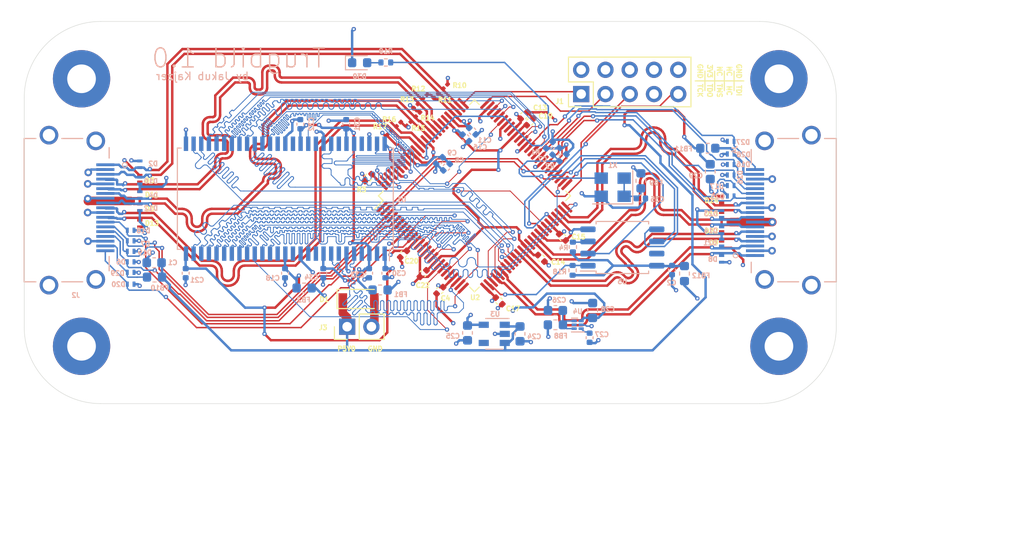
<source format=kicad_pcb>
(kicad_pcb (version 20171130) (host pcbnew "(5.1.10)-1")
  (title_block (date 2021-06-23))
  (layers (0 F.Cu signal) (1 In1.Cu signal) (2 In2.Cu signal) (31 B.Cu signal) (34 B.Paste user) (35 F.Paste user) (36 B.SilkS user) (37 F.SilkS user) (38 B.Mask user) (39 F.Mask user) (44 Edge.Cuts user))
  (net 0 "")
  (net 1 GND)
  (net 2 +3V3)
  (net 3 +1V2)
  (net 4 +5V)
  (net 5 "Net-(C27-Pad1)")
  (net 6 /TDI)
  (net 7 /TMS)
  (net 8 /TDO)
  (net 9 /TCK)
  (net 10 /SDA_IN)
  (net 11 /UTIL_IN)
  (net 12 /CK_IN_N)
  (net 13 /CK_IN_P)
  (net 14 /D1_IN_N)
  (net 15 /D1_IN_P)
  (net 16 /HPD_IN)
  (net 17 /SCL_IN)
  (net 18 /CEC_IN)
  (net 19 /D0_IN_N)
  (net 20 /D0_IN_P)
  (net 21 /D2_IN_N)
  (net 22 /D2_IN_P)
  (net 23 /SDA_OUT)
  (net 24 /UTIL_OUT)
  (net 25 /CK_OUT_N)
  (net 26 /CK_OUT_P)
  (net 27 /D1_OUT_N)
  (net 28 /D1_OUT_P)
  (net 29 /HPD_OUT)
  (net 30 /SCL_OUT)
  (net 31 /CEC_OUT)
  (net 32 /D0_OUT_N)
  (net 33 /D0_OUT_P)
  (net 34 /D2_OUT_N)
  (net 35 /D2_OUT_P)
  (net 36 /DONE)
  (net 37 /PROG_B)
  (net 38 /DQ7)
  (net 39 /DQ6)
  (net 40 /DQ5)
  (net 41 /DQ4)
  (net 42 /DQM)
  (net 43 /CLK)
  (net 44 /CKE)
  (net 45 /A12)
  (net 46 /A11)
  (net 47 /A9)
  (net 48 /A8)
  (net 49 /A7)
  (net 50 /A6)
  (net 51 /A5)
  (net 52 /A4)
  (net 53 /A3)
  (net 54 /A2)
  (net 55 /A1)
  (net 56 /A0)
  (net 57 /A10)
  (net 58 /BA1)
  (net 59 /BA0)
  (net 60 /CS#)
  (net 61 /RAS#)
  (net 62 /CAS#)
  (net 63 /WE#)
  (net 64 /DQ3)
  (net 65 /DQ2)
  (net 66 /DQ1)
  (net 67 /DQ0)
  (net 68 "Net-(U2-Pad43)")
  (net 69 /VDDQ_RAM)
  (net 70 "Net-(C26-Pad1)")
  (net 71 /VDD_RAM)
  (net 72 "Net-(C35-Pad1)")
  (net 73 "Net-(D28-Pad1)")
  (net 74 "Net-(D29-Pad1)")
  (net 75 /VDD_FLASH)
  (net 76 "Net-(R4-Pad2)")
  (net 77 /CS)
  (net 78 /SCK)
  (net 79 /SO)
  (net 80 /SI)
  (net 81 "Net-(D30-Pad2)")
  (net 82 "Net-(R19-Pad1)")
  (module MountingHole:MountingHole_3mm_Pad (layer F.Cu) (at 108 118.95)
    (fp_text reference REF** hide)
    (fp_text value MountingHole_3mm_Pad hide)
    (pad 1 thru_hole circle (at 0 0) (size 6 6) (drill 3) (layers *.Cu *.Mask) (net 1 GND))
  )
  (module MountingHole:MountingHole_3mm_Pad (layer F.Cu) (at 181 118.95)
    (fp_text reference REF** hide)
    (fp_text value MountingHole_3mm_Pad hide)
    (pad 1 thru_hole circle (at 0 0) (size 6 6) (drill 3) (layers *.Cu *.Mask) (net 1 GND))
  )
  (module MountingHole:MountingHole_3mm_Pad (layer F.Cu) (at 181 90.95)
    (fp_text reference REF** hide)
    (fp_text value MountingHole_3mm_Pad hide)
    (pad 1 thru_hole circle (at 0 0) (size 6 6) (drill 3) (layers *.Cu *.Mask) (net 1 GND))
  )
  (module MountingHole:MountingHole_3mm_Pad (layer F.Cu) (at 108 90.95)
    (fp_text reference REF** hide)
    (fp_text value MountingHole_3mm_Pad hide)
    (pad 1 thru_hole circle (at 0 0) (size 6 6) (drill 3) (layers *.Cu *.Mask) (net 1 GND))
  )
  (module Package_SO:TSOP-II-54_22.2x10.16mm_P0.8mm (layer B.Cu) (at 129.33 103.5 90)
    (fp_text reference U1 (at -0.0812 12.1607 180) (layer B.SilkS) (effects (font (size 0.5 0.5) (thickness 0.125)) (justify mirror)))
    (fp_text value AS4C32M8SA-6TIN)
    (pad 54 smd rect (at 5.75 10.4 90) (size 1.51 0.458) (layers B.Cu B.Paste B.Mask) (net 1 GND))
    (pad 53 smd rect (at 5.75 9.6 90) (size 1.51 0.458) (layers B.Cu B.Paste B.Mask) (net 38 /DQ7))
    (pad 52 smd rect (at 5.75 8.8 90) (size 1.51 0.458) (layers B.Cu B.Paste B.Mask) (net 1 GND))
    (pad 51 smd rect (at 5.75 8 90) (size 1.51 0.458) (layers B.Cu B.Paste B.Mask))
    (pad 50 smd rect (at 5.75 7.2 90) (size 1.51 0.458) (layers B.Cu B.Paste B.Mask) (net 39 /DQ6))
    (pad 49 smd rect (at 5.75 6.4 90) (size 1.51 0.458) (layers B.Cu B.Paste B.Mask) (net 69 /VDDQ_RAM))
    (pad 48 smd rect (at 5.75 5.6 90) (size 1.51 0.458) (layers B.Cu B.Paste B.Mask))
    (pad 47 smd rect (at 5.75 4.8 90) (size 1.51 0.458) (layers B.Cu B.Paste B.Mask) (net 40 /DQ5))
    (pad 46 smd rect (at 5.75 4 90) (size 1.51 0.458) (layers B.Cu B.Paste B.Mask) (net 1 GND))
    (pad 45 smd rect (at 5.75 3.2 90) (size 1.51 0.458) (layers B.Cu B.Paste B.Mask))
    (pad 44 smd rect (at 5.75 2.4 90) (size 1.51 0.458) (layers B.Cu B.Paste B.Mask) (net 41 /DQ4))
    (pad 43 smd rect (at 5.75 1.6 90) (size 1.51 0.458) (layers B.Cu B.Paste B.Mask) (net 69 /VDDQ_RAM))
    (pad 42 smd rect (at 5.75 0.8 90) (size 1.51 0.458) (layers B.Cu B.Paste B.Mask))
    (pad 41 smd rect (at 5.75 0 90) (size 1.51 0.458) (layers B.Cu B.Paste B.Mask) (net 1 GND))
    (pad 40 smd rect (at 5.75 -0.8 90) (size 1.51 0.458) (layers B.Cu B.Paste B.Mask))
    (pad 39 smd rect (at 5.75 -1.6 90) (size 1.51 0.458) (layers B.Cu B.Paste B.Mask) (net 42 /DQM))
    (pad 38 smd rect (at 5.75 -2.4 90) (size 1.51 0.458) (layers B.Cu B.Paste B.Mask) (net 43 /CLK))
    (pad 37 smd rect (at 5.75 -3.2 90) (size 1.51 0.458) (layers B.Cu B.Paste B.Mask) (net 44 /CKE))
    (pad 36 smd rect (at 5.75 -4 90) (size 1.51 0.458) (layers B.Cu B.Paste B.Mask) (net 45 /A12))
    (pad 35 smd rect (at 5.75 -4.8 90) (size 1.51 0.458) (layers B.Cu B.Paste B.Mask) (net 46 /A11))
    (pad 34 smd rect (at 5.75 -5.6 90) (size 1.51 0.458) (layers B.Cu B.Paste B.Mask) (net 47 /A9))
    (pad 33 smd rect (at 5.75 -6.4 90) (size 1.51 0.458) (layers B.Cu B.Paste B.Mask) (net 48 /A8))
    (pad 32 smd rect (at 5.75 -7.2 90) (size 1.51 0.458) (layers B.Cu B.Paste B.Mask) (net 49 /A7))
    (pad 31 smd rect (at 5.75 -8 90) (size 1.51 0.458) (layers B.Cu B.Paste B.Mask) (net 50 /A6))
    (pad 30 smd rect (at 5.75 -8.8 90) (size 1.51 0.458) (layers B.Cu B.Paste B.Mask) (net 51 /A5))
    (pad 29 smd rect (at 5.75 -9.6 90) (size 1.51 0.458) (layers B.Cu B.Paste B.Mask) (net 52 /A4))
    (pad 28 smd rect (at 5.75 -10.4 90) (size 1.51 0.458) (layers B.Cu B.Paste B.Mask) (net 1 GND))
    (pad 27 smd rect (at -5.75 -10.4 90) (size 1.51 0.458) (layers B.Cu B.Paste B.Mask) (net 71 /VDD_RAM))
    (pad 26 smd rect (at -5.75 -9.6 90) (size 1.51 0.458) (layers B.Cu B.Paste B.Mask) (net 53 /A3))
    (pad 25 smd rect (at -5.75 -8.8 90) (size 1.51 0.458) (layers B.Cu B.Paste B.Mask) (net 54 /A2))
    (pad 24 smd rect (at -5.75 -8 90) (size 1.51 0.458) (layers B.Cu B.Paste B.Mask) (net 55 /A1))
    (pad 23 smd rect (at -5.75 -7.2 90) (size 1.51 0.458) (layers B.Cu B.Paste B.Mask) (net 56 /A0))
    (pad 22 smd rect (at -5.75 -6.4 90) (size 1.51 0.458) (layers B.Cu B.Paste B.Mask) (net 57 /A10))
    (pad 21 smd rect (at -5.75 -5.6 90) (size 1.51 0.458) (layers B.Cu B.Paste B.Mask) (net 58 /BA1))
    (pad 20 smd rect (at -5.75 -4.8 90) (size 1.51 0.458) (layers B.Cu B.Paste B.Mask) (net 59 /BA0))
    (pad 19 smd rect (at -5.75 -4 90) (size 1.51 0.458) (layers B.Cu B.Paste B.Mask) (net 60 /CS#))
    (pad 18 smd rect (at -5.75 -3.2 90) (size 1.51 0.458) (layers B.Cu B.Paste B.Mask) (net 61 /RAS#))
    (pad 17 smd rect (at -5.75 -2.4 90) (size 1.51 0.458) (layers B.Cu B.Paste B.Mask) (net 62 /CAS#))
    (pad 16 smd rect (at -5.75 -1.6 90) (size 1.51 0.458) (layers B.Cu B.Paste B.Mask) (net 63 /WE#))
    (pad 15 smd rect (at -5.75 -0.8 90) (size 1.51 0.458) (layers B.Cu B.Paste B.Mask))
    (pad 14 smd rect (at -5.75 0 90) (size 1.51 0.458) (layers B.Cu B.Paste B.Mask) (net 71 /VDD_RAM))
    (pad 13 smd rect (at -5.75 0.8 90) (size 1.51 0.458) (layers B.Cu B.Paste B.Mask))
    (pad 12 smd rect (at -5.75 1.6 90) (size 1.51 0.458) (layers B.Cu B.Paste B.Mask) (net 1 GND))
    (pad 11 smd rect (at -5.75 2.4 90) (size 1.51 0.458) (layers B.Cu B.Paste B.Mask) (net 64 /DQ3))
    (pad 10 smd rect (at -5.75 3.2 90) (size 1.51 0.458) (layers B.Cu B.Paste B.Mask))
    (pad 9 smd rect (at -5.75 4 90) (size 1.51 0.458) (layers B.Cu B.Paste B.Mask) (net 69 /VDDQ_RAM))
    (pad 8 smd rect (at -5.75 4.8 90) (size 1.51 0.458) (layers B.Cu B.Paste B.Mask) (net 65 /DQ2))
    (pad 7 smd rect (at -5.75 5.6 90) (size 1.51 0.458) (layers B.Cu B.Paste B.Mask))
    (pad 6 smd rect (at -5.75 6.4 90) (size 1.51 0.458) (layers B.Cu B.Paste B.Mask) (net 1 GND))
    (pad 5 smd rect (at -5.75 7.2 90) (size 1.51 0.458) (layers B.Cu B.Paste B.Mask) (net 66 /DQ1))
    (pad 4 smd rect (at -5.75 8 90) (size 1.51 0.458) (layers B.Cu B.Paste B.Mask))
    (pad 3 smd rect (at -5.75 8.8 90) (size 1.51 0.458) (layers B.Cu B.Paste B.Mask) (net 69 /VDDQ_RAM))
    (pad 2 smd rect (at -5.75 9.6 90) (size 1.51 0.458) (layers B.Cu B.Paste B.Mask) (net 67 /DQ0))
    (pad 1 smd rect (at -5.75 10.4 90) (size 1.51 0.458) (layers B.Cu B.Paste B.Mask) (net 71 /VDD_RAM))
  )
  (module Package_QFP:VQFP-100_14x14mm_P0.5mm (layer F.Cu) (at 149.13 103.2 45)
    (fp_text reference U2 (at -7.476381 7.574811 180) (layer F.SilkS) (effects (font (size 0.5 0.5) (thickness 0.125))))
    (fp_text value XC3S50A-4VQG100C)
    (pad 100 smd roundrect (at -6 -7.6625 45) (size 0.3 1.475) (layers F.Cu F.Paste F.Mask) (net 37 /PROG_B))
    (pad 99 smd roundrect (at -5.5 -7.6625 45) (size 0.3 1.475) (layers F.Cu F.Paste F.Mask) (net 38 /DQ7))
    (pad 98 smd roundrect (at -5 -7.6625 45) (size 0.3 1.475) (layers F.Cu F.Paste F.Mask) (net 44 /CKE))
    (pad 97 smd roundrect (at -4.5 -7.6625 45) (size 0.3 1.475) (layers F.Cu F.Paste F.Mask))
    (pad 96 smd roundrect (at -4 -7.6625 45) (size 0.3 1.475) (layers F.Cu F.Paste F.Mask) (net 2 +3V3))
    (pad 95 smd roundrect (at -3.5 -7.6625 45) (size 0.3 1.475) (layers F.Cu F.Paste F.Mask) (net 1 GND))
    (pad 94 smd roundrect (at -3 -7.6625 45) (size 0.3 1.475) (layers F.Cu F.Paste F.Mask) (net 42 /DQM))
    (pad 93 smd roundrect (at -2.5 -7.6625 45) (size 0.3 1.475) (layers F.Cu F.Paste F.Mask) (net 41 /DQ4))
    (pad 92 smd roundrect (at -2 -7.6625 45) (size 0.3 1.475) (layers F.Cu F.Paste F.Mask) (net 2 +3V3))
    (pad 91 smd roundrect (at -1.5 -7.6625 45) (size 0.3 1.475) (layers F.Cu F.Paste F.Mask) (net 1 GND))
    (pad 90 smd roundrect (at -1 -7.6625 45) (size 0.3 1.475) (layers F.Cu F.Paste F.Mask) (net 82 "Net-(R19-Pad1)"))
    (pad 89 smd roundrect (at -0.5 -7.6625 45) (size 0.3 1.475) (layers F.Cu F.Paste F.Mask) (net 12 /CK_IN_N))
    (pad 88 smd roundrect (at 0 -7.6625 45) (size 0.3 1.475) (layers F.Cu F.Paste F.Mask) (net 13 /CK_IN_P))
    (pad 87 smd roundrect (at 0.5 -7.6625 45) (size 0.3 1.475) (layers F.Cu F.Paste F.Mask) (net 1 GND))
    (pad 86 smd roundrect (at 1 -7.6625 45) (size 0.3 1.475) (layers F.Cu F.Paste F.Mask) (net 19 /D0_IN_N))
    (pad 85 smd roundrect (at 1.5 -7.6625 45) (size 0.3 1.475) (layers F.Cu F.Paste F.Mask) (net 20 /D0_IN_P))
    (pad 84 smd roundrect (at 2 -7.6625 45) (size 0.3 1.475) (layers F.Cu F.Paste F.Mask) (net 14 /D1_IN_N))
    (pad 83 smd roundrect (at 2.5 -7.6625 45) (size 0.3 1.475) (layers F.Cu F.Paste F.Mask) (net 15 /D1_IN_P))
    (pad 82 smd roundrect (at 3 -7.6625 45) (size 0.3 1.475) (layers F.Cu F.Paste F.Mask))
    (pad 81 smd roundrect (at 3.5 -7.6625 45) (size 0.3 1.475) (layers F.Cu F.Paste F.Mask) (net 3 +1V2))
    (pad 80 smd roundrect (at 4 -7.6625 45) (size 0.3 1.475) (layers F.Cu F.Paste F.Mask) (net 1 GND))
    (pad 79 smd roundrect (at 4.5 -7.6625 45) (size 0.3 1.475) (layers F.Cu F.Paste F.Mask) (net 2 +3V3))
    (pad 78 smd roundrect (at 5 -7.6625 45) (size 0.3 1.475) (layers F.Cu F.Paste F.Mask) (net 21 /D2_IN_N))
    (pad 77 smd roundrect (at 5.5 -7.6625 45) (size 0.3 1.475) (layers F.Cu F.Paste F.Mask) (net 22 /D2_IN_P))
    (pad 76 smd roundrect (at 6 -7.6625 45) (size 0.3 1.475) (layers F.Cu F.Paste F.Mask) (net 9 /TCK))
    (pad 75 smd roundrect (at 7.6625 -6 45) (size 1.475 0.3) (layers F.Cu F.Paste F.Mask) (net 8 /TDO))
    (pad 74 smd roundrect (at 7.6625 -5.5 45) (size 1.475 0.3) (layers F.Cu F.Paste F.Mask) (net 1 GND))
    (pad 73 smd roundrect (at 7.6625 -5 45) (size 1.475 0.3) (layers F.Cu F.Paste F.Mask) (net 46 /A11))
    (pad 72 smd roundrect (at 7.6625 -4.5 45) (size 1.475 0.3) (layers F.Cu F.Paste F.Mask) (net 45 /A12))
    (pad 71 smd roundrect (at 7.6625 -4 45) (size 1.475 0.3) (layers F.Cu F.Paste F.Mask) (net 47 /A9))
    (pad 70 smd roundrect (at 7.6625 -3.5 45) (size 1.475 0.3) (layers F.Cu F.Paste F.Mask) (net 43 /CLK))
    (pad 69 smd roundrect (at 7.6625 -3 45) (size 1.475 0.3) (layers F.Cu F.Paste F.Mask) (net 1 GND))
    (pad 68 smd roundrect (at 7.6625 -2.5 45) (size 1.475 0.3) (layers F.Cu F.Paste F.Mask))
    (pad 67 smd roundrect (at 7.6625 -2 45) (size 1.475 0.3) (layers F.Cu F.Paste F.Mask) (net 2 +3V3))
    (pad 66 smd roundrect (at 7.6625 -1.5 45) (size 1.475 0.3) (layers F.Cu F.Paste F.Mask) (net 3 +1V2))
    (pad 65 smd roundrect (at 7.6625 -1 45) (size 1.475 0.3) (layers F.Cu F.Paste F.Mask) (net 49 /A7))
    (pad 64 smd roundrect (at 7.6625 -0.5 45) (size 1.475 0.3) (layers F.Cu F.Paste F.Mask) (net 48 /A8))
    (pad 63 smd roundrect (at 7.6625 0 45) (size 1.475 0.3) (layers F.Cu F.Paste F.Mask) (net 1 GND))
    (pad 62 smd roundrect (at 7.6625 0.5 45) (size 1.475 0.3) (layers F.Cu F.Paste F.Mask) (net 29 /HPD_OUT))
    (pad 61 smd roundrect (at 7.6625 1 45) (size 1.475 0.3) (layers F.Cu F.Paste F.Mask) (net 50 /A6))
    (pad 60 smd roundrect (at 7.6625 1.5 45) (size 1.475 0.3) (layers F.Cu F.Paste F.Mask) (net 23 /SDA_OUT))
    (pad 59 smd roundrect (at 7.6625 2 45) (size 1.475 0.3) (layers F.Cu F.Paste F.Mask) (net 30 /SCL_OUT))
    (pad 58 smd roundrect (at 7.6625 2.5 45) (size 1.475 0.3) (layers F.Cu F.Paste F.Mask) (net 1 GND))
    (pad 57 smd roundrect (at 7.6625 3 45) (size 1.475 0.3) (layers F.Cu F.Paste F.Mask) (net 24 /UTIL_OUT))
    (pad 56 smd roundrect (at 7.6625 3.5 45) (size 1.475 0.3) (layers F.Cu F.Paste F.Mask) (net 31 /CEC_OUT))
    (pad 55 smd roundrect (at 7.6625 4 45) (size 1.475 0.3) (layers F.Cu F.Paste F.Mask) (net 2 +3V3))
    (pad 54 smd roundrect (at 7.6625 4.5 45) (size 1.475 0.3) (layers F.Cu F.Paste F.Mask) (net 36 /DONE))
    (pad 53 smd roundrect (at 7.6625 5 45) (size 1.475 0.3) (layers F.Cu F.Paste F.Mask) (net 78 /SCK))
    (pad 52 smd roundrect (at 7.6625 5.5 45) (size 1.475 0.3) (layers F.Cu F.Paste F.Mask) (net 64 /DQ3))
    (pad 51 smd roundrect (at 7.6625 6 45) (size 1.475 0.3) (layers F.Cu F.Paste F.Mask) (net 79 /SO))
    (pad 50 smd roundrect (at 6 7.6625 45) (size 0.3 1.475) (layers F.Cu F.Paste F.Mask) (net 67 /DQ0))
    (pad 49 smd roundrect (at 5.5 7.6625 45) (size 0.3 1.475) (layers F.Cu F.Paste F.Mask) (net 25 /CK_OUT_N))
    (pad 48 smd roundrect (at 5 7.6625 45) (size 0.3 1.475) (layers F.Cu F.Paste F.Mask) (net 26 /CK_OUT_P))
    (pad 47 smd roundrect (at 4.5 7.6625 45) (size 0.3 1.475) (layers F.Cu F.Paste F.Mask) (net 1 GND))
    (pad 46 smd roundrect (at 4 7.6625 45) (size 0.3 1.475) (layers F.Cu F.Paste F.Mask) (net 80 /SI))
    (pad 45 smd roundrect (at 3.5 7.6625 45) (size 0.3 1.475) (layers F.Cu F.Paste F.Mask) (net 2 +3V3))
    (pad 44 smd roundrect (at 3 7.6625 45) (size 0.3 1.475) (layers F.Cu F.Paste F.Mask) (net 51 /A5))
    (pad 43 smd roundrect (at 2.5 7.6625 45) (size 0.3 1.475) (layers F.Cu F.Paste F.Mask) (net 68 "Net-(U2-Pad43)"))
    (pad 42 smd roundrect (at 2 7.6625 45) (size 0.3 1.475) (layers F.Cu F.Paste F.Mask) (net 1 GND))
    (pad 41 smd roundrect (at 1.5 7.6625 45) (size 0.3 1.475) (layers F.Cu F.Paste F.Mask) (net 32 /D0_OUT_N))
    (pad 40 smd roundrect (at 1 7.6625 45) (size 0.3 1.475) (layers F.Cu F.Paste F.Mask) (net 33 /D0_OUT_P))
    (pad 39 smd roundrect (at 0.5 7.6625 45) (size 0.3 1.475) (layers F.Cu F.Paste F.Mask))
    (pad 38 smd roundrect (at 0 7.6625 45) (size 0.3 1.475) (layers F.Cu F.Paste F.Mask) (net 3 +1V2))
    (pad 37 smd roundrect (at -0.5 7.6625 45) (size 0.3 1.475) (layers F.Cu F.Paste F.Mask) (net 27 /D1_OUT_N))
    (pad 36 smd roundrect (at -1 7.6625 45) (size 0.3 1.475) (layers F.Cu F.Paste F.Mask) (net 28 /D1_OUT_P))
    (pad 35 smd roundrect (at -1.5 7.6625 45) (size 0.3 1.475) (layers F.Cu F.Paste F.Mask) (net 53 /A3))
    (pad 34 smd roundrect (at -2 7.6625 45) (size 0.3 1.475) (layers F.Cu F.Paste F.Mask) (net 55 /A1))
    (pad 33 smd roundrect (at -2.5 7.6625 45) (size 0.3 1.475) (layers F.Cu F.Paste F.Mask) (net 52 /A4))
    (pad 32 smd roundrect (at -3 7.6625 45) (size 0.3 1.475) (layers F.Cu F.Paste F.Mask) (net 54 /A2))
    (pad 31 smd roundrect (at -3.5 7.6625 45) (size 0.3 1.475) (layers F.Cu F.Paste F.Mask) (net 34 /D2_OUT_N))
    (pad 30 smd roundrect (at -4 7.6625 45) (size 0.3 1.475) (layers F.Cu F.Paste F.Mask) (net 40 /DQ5))
    (pad 29 smd roundrect (at -4.5 7.6625 45) (size 0.3 1.475) (layers F.Cu F.Paste F.Mask) (net 35 /D2_OUT_P))
    (pad 28 smd roundrect (at -5 7.6625 45) (size 0.3 1.475) (layers F.Cu F.Paste F.Mask) (net 39 /DQ6))
    (pad 27 smd roundrect (at -5.5 7.6625 45) (size 0.3 1.475) (layers F.Cu F.Paste F.Mask) (net 77 /CS))
    (pad 26 smd roundrect (at -6 7.6625 45) (size 0.3 1.475) (layers F.Cu F.Paste F.Mask) (net 2 +3V3))
    (pad 25 smd roundrect (at -7.6625 6 45) (size 1.475 0.3) (layers F.Cu F.Paste F.Mask) (net 66 /DQ1))
    (pad 24 smd roundrect (at -7.6625 5.5 45) (size 1.475 0.3) (layers F.Cu F.Paste F.Mask) (net 59 /BA0))
    (pad 23 smd roundrect (at -7.6625 5 45) (size 1.475 0.3) (layers F.Cu F.Paste F.Mask) (net 65 /DQ2))
    (pad 22 smd roundrect (at -7.6625 4.5 45) (size 1.475 0.3) (layers F.Cu F.Paste F.Mask) (net 2 +3V3))
    (pad 21 smd roundrect (at -7.6625 4 45) (size 1.475 0.3) (layers F.Cu F.Paste F.Mask))
    (pad 20 smd roundrect (at -7.6625 3.5 45) (size 1.475 0.3) (layers F.Cu F.Paste F.Mask) (net 60 /CS#))
    (pad 19 smd roundrect (at -7.6625 3 45) (size 1.475 0.3) (layers F.Cu F.Paste F.Mask) (net 61 /RAS#))
    (pad 18 smd roundrect (at -7.6625 2.5 45) (size 1.475 0.3) (layers F.Cu F.Paste F.Mask) (net 1 GND))
    (pad 17 smd roundrect (at -7.6625 2 45) (size 1.475 0.3) (layers F.Cu F.Paste F.Mask) (net 3 +1V2))
    (pad 16 smd roundrect (at -7.6625 1.5 45) (size 1.475 0.3) (layers F.Cu F.Paste F.Mask) (net 62 /CAS#))
    (pad 15 smd roundrect (at -7.6625 1 45) (size 1.475 0.3) (layers F.Cu F.Paste F.Mask) (net 63 /WE#))
    (pad 14 smd roundrect (at -7.6625 0.5 45) (size 1.475 0.3) (layers F.Cu F.Paste F.Mask) (net 1 GND))
    (pad 13 smd roundrect (at -7.6625 0 45) (size 1.475 0.3) (layers F.Cu F.Paste F.Mask) (net 58 /BA1))
    (pad 12 smd roundrect (at -7.6625 -0.5 45) (size 1.475 0.3) (layers F.Cu F.Paste F.Mask) (net 57 /A10))
    (pad 11 smd roundrect (at -7.6625 -1 45) (size 1.475 0.3) (layers F.Cu F.Paste F.Mask) (net 2 +3V3))
    (pad 10 smd roundrect (at -7.6625 -1.5 45) (size 1.475 0.3) (layers F.Cu F.Paste F.Mask) (net 16 /HPD_IN))
    (pad 9 smd roundrect (at -7.6625 -2 45) (size 1.475 0.3) (layers F.Cu F.Paste F.Mask) (net 56 /A0))
    (pad 8 smd roundrect (at -7.6625 -2.5 45) (size 1.475 0.3) (layers F.Cu F.Paste F.Mask) (net 1 GND))
    (pad 7 smd roundrect (at -7.6625 -3 45) (size 1.475 0.3) (layers F.Cu F.Paste F.Mask))
    (pad 6 smd roundrect (at -7.6625 -3.5 45) (size 1.475 0.3) (layers F.Cu F.Paste F.Mask) (net 18 /CEC_IN))
    (pad 5 smd roundrect (at -7.6625 -4 45) (size 1.475 0.3) (layers F.Cu F.Paste F.Mask) (net 10 /SDA_IN))
    (pad 4 smd roundrect (at -7.6625 -4.5 45) (size 1.475 0.3) (layers F.Cu F.Paste F.Mask) (net 11 /UTIL_IN))
    (pad 3 smd roundrect (at -7.6625 -5 45) (size 1.475 0.3) (layers F.Cu F.Paste F.Mask) (net 17 /SCL_IN))
    (pad 2 smd roundrect (at -7.6625 -5.5 45) (size 1.475 0.3) (layers F.Cu F.Paste F.Mask) (net 6 /TDI))
    (pad 1 smd roundrect (at -7.6625 -6 45) (size 1.475 0.3) (layers F.Cu F.Paste F.Mask) (net 7 /TMS))
  )
  (module Connector_PinHeader_2.54mm:PinHeader_2x05_P2.54mm_Vertical (layer F.Cu) (at 160.3 92.55 90)
    (fp_text reference J1 (at -0.7696 -2.2612) (layer F.SilkS) (effects (font (size 0.5 0.5) (thickness 0.125))))
    (fp_text value Conn_02x05_Odd_Even)
    (pad 10 thru_hole oval (at 2.54 10.16 90) (size 1.7 1.7) (drill 1) (layers *.Cu *.Mask) (net 1 GND))
    (pad 9 thru_hole oval (at 0 10.16 90) (size 1.7 1.7) (drill 1) (layers *.Cu *.Mask) (net 6 /TDI))
    (pad 8 thru_hole oval (at 2.54 7.62 90) (size 1.7 1.7) (drill 1) (layers *.Cu *.Mask))
    (pad 7 thru_hole oval (at 0 7.62 90) (size 1.7 1.7) (drill 1) (layers *.Cu *.Mask))
    (pad 6 thru_hole oval (at 2.54 5.08 90) (size 1.7 1.7) (drill 1) (layers *.Cu *.Mask))
    (pad 5 thru_hole oval (at 0 5.08 90) (size 1.7 1.7) (drill 1) (layers *.Cu *.Mask) (net 7 /TMS))
    (pad 4 thru_hole oval (at 2.54 2.54 90) (size 1.7 1.7) (drill 1) (layers *.Cu *.Mask) (net 2 +3V3))
    (pad 3 thru_hole oval (at 0 2.54 90) (size 1.7 1.7) (drill 1) (layers *.Cu *.Mask) (net 8 /TDO))
    (pad 2 thru_hole oval (at 2.54 0 90) (size 1.7 1.7) (drill 1) (layers *.Cu *.Mask) (net 1 GND))
    (pad 1 thru_hole rect (at 0 0 90) (size 1.7 1.7) (drill 1) (layers *.Cu *.Mask) (net 9 /TCK))
  )
  (module HDMI:SOP-8_5.28x5.23mm_P1.27mm (layer B.Cu) (at 164.61 108.61)
    (fp_text reference U5 (at 0 3.56) (layer B.SilkS) (effects (font (size 0.5 0.5) (thickness 0.125)) (justify mirror)))
    (fp_text value MX25L1636EM2I-08G)
    (pad 1 smd roundrect (at -3.6 1.905) (size 1.6 0.6) (layers B.Cu B.Paste B.Mask) (net 77 /CS))
    (pad 2 smd roundrect (at -3.6 0.635) (size 1.6 0.6) (layers B.Cu B.Paste B.Mask) (net 79 /SO))
    (pad 3 smd roundrect (at -3.6 -0.635) (size 1.6 0.6) (layers B.Cu B.Paste B.Mask) (net 76 "Net-(R4-Pad2)"))
    (pad 4 smd roundrect (at -3.6 -1.905) (size 1.6 0.6) (layers B.Cu B.Paste B.Mask) (net 1 GND))
    (pad 5 smd roundrect (at 3.6 -1.905) (size 1.6 0.6) (layers B.Cu B.Paste B.Mask) (net 80 /SI))
    (pad 6 smd roundrect (at 3.6 -0.635) (size 1.6 0.6) (layers B.Cu B.Paste B.Mask) (net 78 /SCK))
    (pad 7 smd roundrect (at 3.6 0.635) (size 1.6 0.6) (layers B.Cu B.Paste B.Mask))
    (pad 8 smd roundrect (at 3.6 1.905) (size 1.6 0.6) (layers B.Cu B.Paste B.Mask) (net 75 /VDD_FLASH))
  )
  (module Resistor_SMD:R_0402_1005Metric (layer B.Cu) (at 139.85 89.24 180)
    (fp_text reference R19 (at 0 1.17) (layer B.SilkS) (effects (font (size 0.5 0.5) (thickness 0.125)) (justify mirror)))
    (fp_text value 1k)
    (pad 2 smd roundrect (at 0.51 0 180) (size 0.54 0.64) (layers B.Cu B.Paste B.Mask) (net 81 "Net-(D30-Pad2)"))
    (pad 1 smd roundrect (at -0.51 0 180) (size 0.54 0.64) (layers B.Cu B.Paste B.Mask) (net 82 "Net-(R19-Pad1)"))
  )
  (module LED_SMD:LED_0603_1608Metric (layer B.Cu) (at 137.11 89.27)
    (fp_text reference D30 (at 0 1.43) (layer B.SilkS) (effects (font (size 0.5 0.5) (thickness 0.125)) (justify mirror)))
    (fp_text value LED)
    (pad 2 smd roundrect (at 0.7875 0) (size 0.875 0.95) (layers B.Cu B.Paste B.Mask) (net 81 "Net-(D30-Pad2)"))
    (pad 1 smd roundrect (at -0.7875 0) (size 0.875 0.95) (layers B.Cu B.Paste B.Mask) (net 1 GND))
  )
  (module Resistor_SMD:R_0402_1005Metric (layer B.Cu) (at 159.4 111 90)
    (fp_text reference R18 (at -0.1504 -1.3485) (layer B.SilkS) (effects (font (size 0.5 0.5) (thickness 0.125)) (justify mirror)))
    (fp_text value 10k)
    (pad 2 smd roundrect (at 0.51 0 90) (size 0.54 0.64) (layers B.Cu B.Paste B.Mask) (net 77 /CS))
    (pad 1 smd roundrect (at -0.51 0 90) (size 0.54 0.64) (layers B.Cu B.Paste B.Mask) (net 75 /VDD_FLASH))
  )
  (module Resistor_SMD:R_0402_1005Metric (layer B.Cu) (at 159.43 108.56 90)
    (fp_text reference R4 (at -0.0758 -0.9721) (layer B.SilkS) (effects (font (size 0.5 0.5) (thickness 0.125)) (justify mirror)))
    (fp_text value 10k)
    (pad 2 smd roundrect (at 0.51 0 90) (size 0.54 0.64) (layers B.Cu B.Paste B.Mask) (net 76 "Net-(R4-Pad2)"))
    (pad 1 smd roundrect (at -0.51 0 90) (size 0.54 0.64) (layers B.Cu B.Paste B.Mask) (net 75 /VDD_FLASH))
  )
  (module Inductor_SMD:L_0603_1608Metric (layer B.Cu) (at 171.11 111.34 90)
    (fp_text reference FB12 (at -0.2168 1.737) (layer B.SilkS) (effects (font (size 0.5 0.5) (thickness 0.125)) (justify mirror)))
    (fp_text value Ferrite_Bead_Small)
    (pad 2 smd roundrect (at 0.7875 0 90) (size 0.875 0.95) (layers B.Cu B.Paste B.Mask) (net 75 /VDD_FLASH))
    (pad 1 smd roundrect (at -0.7875 0 90) (size 0.875 0.95) (layers B.Cu B.Paste B.Mask) (net 2 +3V3))
  )
  (module Capacitor_SMD:C_0402_1005Metric (layer B.Cu) (at 169.81 110.97 270)
    (fp_text reference C2 (at 1.3361 0.0491) (layer B.SilkS) (effects (font (size 0.5 0.5) (thickness 0.125)) (justify mirror)))
    (fp_text value 100nF)
    (pad 2 smd roundrect (at 0.48 0 270) (size 0.56 0.62) (layers B.Cu B.Paste B.Mask) (net 1 GND))
    (pad 1 smd roundrect (at -0.48 0 270) (size 0.56 0.62) (layers B.Cu B.Paste B.Mask) (net 75 /VDD_FLASH))
  )
  (module Resistor_SMD:R_0201_0603Metric (layer F.Cu) (at 140.192893 96.6216 45)
    (fp_text reference R17 (at -0.204844 -1.138791) (layer F.SilkS) (effects (font (size 0.5 0.5) (thickness 0.125))))
    (fp_text value 49R9)
    (pad 2 smd roundrect (at 0.32 0 45) (size 0.46 0.4) (layers F.Cu F.Mask) (net 12 /CK_IN_N))
    (pad 1 smd roundrect (at -0.32 0 45) (size 0.46 0.4) (layers F.Cu F.Mask) (net 2 +3V3))
  )
  (module Resistor_SMD:R_0201_0603Metric (layer F.Cu) (at 141.182844 95.7072 225)
    (fp_text reference R16 (at 0.330109 1.048529) (layer F.SilkS) (effects (font (size 0.5 0.5) (thickness 0.125))))
    (fp_text value 49R9)
    (pad 2 smd roundrect (at 0.32 0 225) (size 0.46 0.4) (layers F.Cu F.Mask) (net 13 /CK_IN_P))
    (pad 1 smd roundrect (at -0.32 0 225) (size 0.46 0.4) (layers F.Cu F.Mask) (net 2 +3V3))
  )
  (module Resistor_SMD:R_0201_0603Metric (layer F.Cu) (at 142.246748 95.6564 45)
    (fp_text reference R15 (at 0.39036 1.036938 180) (layer F.SilkS) (effects (font (size 0.5 0.5) (thickness 0.125))))
    (fp_text value 49R9)
    (pad 2 smd roundrect (at 0.32 0 45) (size 0.46 0.4) (layers F.Cu F.Mask) (net 19 /D0_IN_N))
    (pad 1 smd roundrect (at -0.32 0 45) (size 0.46 0.4) (layers F.Cu F.Mask) (net 2 +3V3))
  )
  (module Resistor_SMD:R_0201_0603Metric (layer F.Cu) (at 143.195685 94.694315 225)
    (fp_text reference R14 (at -0.475904 -0.974393 180) (layer F.SilkS) (effects (font (size 0.5 0.5) (thickness 0.125))))
    (fp_text value 49R9)
    (pad 2 smd roundrect (at 0.32 0 225) (size 0.46 0.4) (layers F.Cu F.Mask) (net 20 /D0_IN_P))
    (pad 1 smd roundrect (at -0.32 0 225) (size 0.46 0.4) (layers F.Cu F.Mask) (net 2 +3V3))
  )
  (module Resistor_SMD:R_0201_0603Metric (layer F.Cu) (at 142.984315 93.807107 45)
    (fp_text reference R13 (at -0.14567 -1.122477 180) (layer F.SilkS) (effects (font (size 0.5 0.5) (thickness 0.125))))
    (fp_text value 49R9)
    (pad 2 smd roundrect (at 0.32 0 45) (size 0.46 0.4) (layers F.Cu F.Mask) (net 14 /D1_IN_N))
    (pad 1 smd roundrect (at -0.32 0 45) (size 0.46 0.4) (layers F.Cu F.Mask) (net 2 +3V3))
  )
  (module Resistor_SMD:R_0201_0603Metric (layer F.Cu) (at 143.940323 92.825643 225)
    (fp_text reference R12 (at -0.100777 1.068556 180) (layer F.SilkS) (effects (font (size 0.5 0.5) (thickness 0.125))))
    (fp_text value 49R9)
    (pad 2 smd roundrect (at 0.32 0 225) (size 0.46 0.4) (layers F.Cu F.Mask) (net 15 /D1_IN_P))
    (pad 1 smd roundrect (at -0.32 0 225) (size 0.46 0.4) (layers F.Cu F.Mask) (net 2 +3V3))
  )
  (module Resistor_SMD:R_0201_0603Metric (layer F.Cu) (at 145.109878 92.730122 45)
    (fp_text reference R11 (at 0.355706 0.973827 180) (layer F.SilkS) (effects (font (size 0.5 0.5) (thickness 0.125))))
    (fp_text value 49R9)
    (pad 2 smd roundrect (at 0.32 0 45) (size 0.46 0.4) (layers F.Cu F.Mask) (net 21 /D2_IN_N))
    (pad 1 smd roundrect (at -0.32 0 45) (size 0.46 0.4) (layers F.Cu F.Mask) (net 2 +3V3))
  )
  (module Resistor_SMD:R_0201_0603Metric (layer F.Cu) (at 146.085685 91.754315 225)
    (fp_text reference R10 (at -1.130968 -0.973827 180) (layer F.SilkS) (effects (font (size 0.5 0.5) (thickness 0.125))))
    (fp_text value 49R9)
    (pad 2 smd roundrect (at 0.32 0 225) (size 0.46 0.4) (layers F.Cu F.Mask) (net 22 /D2_IN_P))
    (pad 1 smd roundrect (at -0.32 0 225) (size 0.46 0.4) (layers F.Cu F.Mask) (net 2 +3V3))
  )
  (module HDMI:Oscillator_SMD_SeikoEpson_SG8002CE-4Pin_3.2x2.5mm (layer B.Cu) (at 163.598269 102.299275 180)
    (fp_text reference X1 (at 0 2.286775 180) (layer B.SilkS) (effects (font (size 0.5 0.5) (thickness 0.125)) (justify mirror)))
    (fp_text value EC5645ETTS-50.000M)
    (pad 4 smd rect (at -1.2 0.95 180) (size 1.4 1.2) (layers B.Cu B.Paste B.Mask) (net 72 "Net-(C35-Pad1)"))
    (pad 3 smd rect (at 1.2 0.95 180) (size 1.4 1.2) (layers B.Cu B.Paste B.Mask) (net 68 "Net-(U2-Pad43)"))
    (pad 2 smd rect (at 1.2 -0.95 180) (size 1.4 1.2) (layers B.Cu B.Paste B.Mask) (net 1 GND))
    (pad 1 smd rect (at -1.2 -0.95 180) (size 1.4 1.2) (layers B.Cu B.Paste B.Mask) (net 72 "Net-(C35-Pad1)"))
  )
  (module Inductor_SMD:L_0603_1608Metric (layer B.Cu) (at 173.55 98.22)
    (fp_text reference FB11 (at -2.5572 0.0653) (layer B.SilkS) (effects (font (size 0.5 0.5) (thickness 0.125)) (justify mirror)))
    (fp_text value Ferrite_Bead_Small)
    (pad 2 smd roundrect (at 0.7875 0) (size 0.875 0.95) (layers B.Cu B.Paste B.Mask) (net 73 "Net-(D28-Pad1)"))
    (pad 1 smd roundrect (at -0.7875 0) (size 0.875 0.95) (layers B.Cu B.Paste B.Mask) (net 4 +5V))
  )
  (module Inductor_SMD:L_0603_1608Metric (layer B.Cu) (at 115.64 111.71 180)
    (fp_text reference FB10 (at -0.5396 -1.1295) (layer B.SilkS) (effects (font (size 0.5 0.5) (thickness 0.125)) (justify mirror)))
    (fp_text value Ferrite_Bead_Small)
    (pad 2 smd roundrect (at 0.7875 0 180) (size 0.875 0.95) (layers B.Cu B.Paste B.Mask) (net 74 "Net-(D29-Pad1)"))
    (pad 1 smd roundrect (at -0.7875 0 180) (size 0.875 0.95) (layers B.Cu B.Paste B.Mask) (net 4 +5V))
  )
  (module Inductor_SMD:L_0603_1608Metric (layer B.Cu) (at 166.551149 101.631766 270)
    (fp_text reference FB9 (at 0.209534 -1.596851) (layer B.SilkS) (effects (font (size 0.5 0.5) (thickness 0.125)) (justify mirror)))
    (fp_text value Ferrite_Bead_Small)
    (pad 2 smd roundrect (at 0.7875 0 270) (size 0.875 0.95) (layers B.Cu B.Paste B.Mask) (net 72 "Net-(C35-Pad1)"))
    (pad 1 smd roundrect (at -0.7875 0 270) (size 0.875 0.95) (layers B.Cu B.Paste B.Mask) (net 2 +3V3))
  )
  (module Inductor_SMD:L_0603_1608Metric (layer B.Cu) (at 157.6 116.7 180)
    (fp_text reference FB8 (at -0.5658 -1.1687) (layer B.SilkS) (effects (font (size 0.5 0.5) (thickness 0.125)) (justify mirror)))
    (fp_text value Ferrite_Bead_Small)
    (pad 2 smd roundrect (at 0.7875 0 180) (size 0.875 0.95) (layers B.Cu B.Paste B.Mask) (net 2 +3V3))
    (pad 1 smd roundrect (at -0.7875 0 180) (size 0.875 0.95) (layers B.Cu B.Paste B.Mask) (net 70 "Net-(C26-Pad1)"))
  )
  (module Inductor_SMD:L_0603_1608Metric (layer B.Cu) (at 131.3 112.85)
    (fp_text reference FB2 (at -0.0455 1.2468) (layer B.SilkS) (effects (font (size 0.5 0.5) (thickness 0.125)) (justify mirror)))
    (fp_text value Ferrite_Bead_Small)
    (pad 2 smd roundrect (at 0.7875 0) (size 0.875 0.95) (layers B.Cu B.Paste B.Mask) (net 2 +3V3))
    (pad 1 smd roundrect (at -0.7875 0) (size 0.875 0.95) (layers B.Cu B.Paste B.Mask) (net 71 /VDD_RAM))
  )
  (module Inductor_SMD:L_0603_1608Metric (layer B.Cu) (at 139.25 113.05)
    (fp_text reference FB1 (at 2.1645 0.4753) (layer B.SilkS) (effects (font (size 0.5 0.5) (thickness 0.125)) (justify mirror)))
    (fp_text value Ferrite_Bead_Small)
    (pad 2 smd roundrect (at 0.7875 0) (size 0.875 0.95) (layers B.Cu B.Paste B.Mask) (net 2 +3V3))
    (pad 1 smd roundrect (at -0.7875 0) (size 0.875 0.95) (layers B.Cu B.Paste B.Mask) (net 69 /VDDQ_RAM))
  )
  (module Capacitor_SMD:C_0603_1608Metric (layer B.Cu) (at 115.6 110.2 180)
    (fp_text reference C1 (at -1.9385 0.0148) (layer B.SilkS) (effects (font (size 0.5 0.5) (thickness 0.125)) (justify mirror)))
    (fp_text value 100uF)
    (pad 2 smd roundrect (at 0.775 0 180) (size 0.9 0.95) (layers B.Cu B.Paste B.Mask) (net 1 GND))
    (pad 1 smd roundrect (at -0.775 0 180) (size 0.9 0.95) (layers B.Cu B.Paste B.Mask) (net 4 +5V))
  )
  (module Capacitor_SMD:C_0402_1005Metric (layer B.Cu) (at 166.551148 103.470245)
    (fp_text reference C35 (at 1.736552 0.098255 180) (layer B.SilkS) (effects (font (size 0.5 0.5) (thickness 0.125)) (justify mirror)))
    (fp_text value 100nF)
    (pad 2 smd roundrect (at 0.48 0) (size 0.56 0.62) (layers B.Cu B.Paste B.Mask) (net 1 GND))
    (pad 1 smd roundrect (at -0.48 0) (size 0.56 0.62) (layers B.Cu B.Paste B.Mask) (net 72 "Net-(C35-Pad1)"))
  )
  (module Capacitor_SMD:C_0603_1608Metric (layer B.Cu) (at 173.81 100.67 270)
    (fp_text reference C29 (at 0.422 1.5091 180) (layer B.SilkS) (effects (font (size 0.5 0.5) (thickness 0.125)) (justify mirror)))
    (fp_text value 100uF)
    (pad 2 smd roundrect (at 0.775 0 270) (size 0.9 0.95) (layers B.Cu B.Paste B.Mask) (net 1 GND))
    (pad 1 smd roundrect (at -0.775 0 270) (size 0.9 0.95) (layers B.Cu B.Paste B.Mask) (net 4 +5V))
  )
  (module Capacitor_SMD:C_0603_1608Metric (layer B.Cu) (at 161.5 115.2 90)
    (fp_text reference C28 (at 0.1253 1.5807 180) (layer B.SilkS) (effects (font (size 0.5 0.5) (thickness 0.125)) (justify mirror)))
    (fp_text value 100uF)
    (pad 2 smd roundrect (at 0.775 0 90) (size 0.9 0.95) (layers B.Cu B.Paste B.Mask) (net 1 GND))
    (pad 1 smd roundrect (at -0.775 0 90) (size 0.9 0.95) (layers B.Cu B.Paste B.Mask) (net 3 +1V2))
  )
  (module Capacitor_SMD:C_0603_1608Metric (layer B.Cu) (at 157.6 115.2 180)
    (fp_text reference C26 (at -0.4007 1.0905) (layer B.SilkS) (effects (font (size 0.5 0.5) (thickness 0.125)) (justify mirror)))
    (fp_text value 100uF)
    (pad 2 smd roundrect (at 0.775 0 180) (size 0.9 0.95) (layers B.Cu B.Paste B.Mask) (net 1 GND))
    (pad 1 smd roundrect (at -0.775 0 180) (size 0.9 0.95) (layers B.Cu B.Paste B.Mask) (net 70 "Net-(C26-Pad1)"))
  )
  (module Capacitor_SMD:C_0603_1608Metric (layer B.Cu) (at 148.4 117.55 270)
    (fp_text reference C25 (at 0.3314 1.5372 180) (layer B.SilkS) (effects (font (size 0.5 0.5) (thickness 0.125)) (justify mirror)))
    (fp_text value 100uF)
    (pad 2 smd roundrect (at 0.775 0 270) (size 0.9 0.95) (layers B.Cu B.Paste B.Mask) (net 1 GND))
    (pad 1 smd roundrect (at -0.775 0 270) (size 0.9 0.95) (layers B.Cu B.Paste B.Mask) (net 2 +3V3))
  )
  (module Capacitor_SMD:C_0603_1608Metric (layer B.Cu) (at 153.9 117.65 270)
    (fp_text reference C24 (at 0.2822 -1.4845 180) (layer B.SilkS) (effects (font (size 0.5 0.5) (thickness 0.125)) (justify mirror)))
    (fp_text value 100uF)
    (pad 2 smd roundrect (at 0.775 0 270) (size 0.9 0.95) (layers B.Cu B.Paste B.Mask) (net 1 GND))
    (pad 1 smd roundrect (at -0.775 0 270) (size 0.9 0.95) (layers B.Cu B.Paste B.Mask) (net 4 +5V))
  )
  (module Resistor_SMD:R_0402_1005Metric (layer F.Cu) (at 138 101.3 45)
    (fp_text reference R3 (at -1.380838 0.408425) (layer F.SilkS) (effects (font (size 0.5 0.5) (thickness 0.125))))
    (fp_text value DNP)
    (pad 2 smd roundrect (at 0.51 0 45) (size 0.54 0.64) (layers F.Cu F.Paste F.Mask) (net 37 /PROG_B))
    (pad 1 smd roundrect (at -0.51 0 45) (size 0.54 0.64) (layers F.Cu F.Paste F.Mask) (net 2 +3V3))
  )
  (module Resistor_SMD:R_0402_1005Metric (layer B.Cu) (at 158.388 99.2088 45)
    (fp_text reference R2 (at -1.596506 -0.316218) (layer B.SilkS) (effects (font (size 0.5 0.5) (thickness 0.125)) (justify mirror)))
    (fp_text value DNP)
    (pad 2 smd roundrect (at 0.51 0 45) (size 0.54 0.64) (layers B.Cu B.Paste B.Mask) (net 1 GND))
    (pad 1 smd roundrect (at -0.51 0 45) (size 0.54 0.64) (layers B.Cu B.Paste B.Mask) (net 36 /DONE))
  )
  (module Resistor_SMD:R_0402_1005Metric (layer B.Cu) (at 157.6768 98.5484 225)
    (fp_text reference R1 (at 1.587525 1.492632) (layer B.SilkS) (effects (font (size 0.5 0.5) (thickness 0.125)) (justify mirror)))
    (fp_text value DNP)
    (pad 2 smd roundrect (at 0.51 0 225) (size 0.54 0.64) (layers B.Cu B.Paste B.Mask) (net 36 /DONE))
    (pad 1 smd roundrect (at -0.51 0 225) (size 0.54 0.64) (layers B.Cu B.Paste B.Mask) (net 2 +3V3))
  )
  (module Capacitor_SMD:C_0402_1005Metric (layer B.Cu) (at 133.3 111.3 270)
    (fp_text reference C34 (at 0.4346 1.2327 180) (layer B.SilkS) (effects (font (size 0.5 0.5) (thickness 0.125)) (justify mirror)))
    (fp_text value 100nF)
    (pad 2 smd roundrect (at 0.48 0 270) (size 0.56 0.62) (layers B.Cu B.Paste B.Mask) (net 1 GND))
    (pad 1 smd roundrect (at -0.48 0 270) (size 0.56 0.62) (layers B.Cu B.Paste B.Mask) (net 69 /VDDQ_RAM))
  )
  (module Capacitor_SMD:C_0402_1005Metric (layer B.Cu) (at 138.1 111.3 270)
    (fp_text reference C33 (at 0.1679 1.194 180) (layer B.SilkS) (effects (font (size 0.5 0.5) (thickness 0.125)) (justify mirror)))
    (fp_text value 100nF)
    (pad 2 smd roundrect (at 0.48 0 270) (size 0.56 0.62) (layers B.Cu B.Paste B.Mask) (net 1 GND))
    (pad 1 smd roundrect (at -0.48 0 270) (size 0.56 0.62) (layers B.Cu B.Paste B.Mask) (net 69 /VDDQ_RAM))
  )
  (module Capacitor_SMD:C_0402_1005Metric (layer B.Cu) (at 130.9 95.7 90)
    (fp_text reference C32 (at 0 1.16 90) (layer B.SilkS) (effects (font (size 0.5 0.5) (thickness 0.125)) (justify mirror)))
    (fp_text value 100nF)
    (pad 2 smd roundrect (at 0.48 0 90) (size 0.56 0.62) (layers B.Cu B.Paste B.Mask) (net 1 GND))
    (pad 1 smd roundrect (at -0.48 0 90) (size 0.56 0.62) (layers B.Cu B.Paste B.Mask) (net 69 /VDDQ_RAM))
  )
  (module Capacitor_SMD:C_0402_1005Metric (layer B.Cu) (at 135.7 95.7 90)
    (fp_text reference C31 (at 0 1.16 90) (layer B.SilkS) (effects (font (size 0.5 0.5) (thickness 0.125)) (justify mirror)))
    (fp_text value 100nF)
    (pad 2 smd roundrect (at 0.48 0 90) (size 0.56 0.62) (layers B.Cu B.Paste B.Mask) (net 1 GND))
    (pad 1 smd roundrect (at -0.48 0 90) (size 0.56 0.62) (layers B.Cu B.Paste B.Mask) (net 69 /VDDQ_RAM))
  )
  (module Capacitor_SMD:C_0402_1005Metric (layer B.Cu) (at 139.8 111.3 270)
    (fp_text reference C30 (at 0.0155 -1.4367 180) (layer B.SilkS) (effects (font (size 0.5 0.5) (thickness 0.125)) (justify mirror)))
    (fp_text value 100nF)
    (pad 2 smd roundrect (at 0.48 0 270) (size 0.56 0.62) (layers B.Cu B.Paste B.Mask) (net 1 GND))
    (pad 1 smd roundrect (at -0.48 0 270) (size 0.56 0.62) (layers B.Cu B.Paste B.Mask) (net 71 /VDD_RAM))
  )
  (module Capacitor_SMD:C_0402_1005Metric (layer B.Cu) (at 161.182 118.0556 270)
    (fp_text reference C27 (at -0.3393 -1.2764 180) (layer B.SilkS) (effects (font (size 0.5 0.5) (thickness 0.125)) (justify mirror)))
    (fp_text value 100nF)
    (pad 2 smd roundrect (at 0.48 0 270) (size 0.56 0.62) (layers B.Cu B.Paste B.Mask) (net 1 GND))
    (pad 1 smd roundrect (at -0.48 0 270) (size 0.56 0.62) (layers B.Cu B.Paste B.Mask) (net 5 "Net-(C27-Pad1)"))
  )
  (module Capacitor_SMD:C_0402_1005Metric (layer F.Cu) (at 143.760589 111.339411 225)
    (fp_text reference C22 (at 0.905647 -0.838629 180) (layer F.SilkS) (effects (font (size 0.5 0.5) (thickness 0.125))))
    (fp_text value 100nF)
    (pad 2 smd roundrect (at 0.48 0 225) (size 0.56 0.62) (layers F.Cu F.Paste F.Mask) (net 1 GND))
    (pad 1 smd roundrect (at -0.48 0 225) (size 0.56 0.62) (layers F.Cu F.Paste F.Mask) (net 3 +1V2))
  )
  (module Capacitor_SMD:C_0402_1005Metric (layer B.Cu) (at 118.9 111.3 270)
    (fp_text reference C21 (at 0.714 -1.1912 180) (layer B.SilkS) (effects (font (size 0.5 0.5) (thickness 0.125)) (justify mirror)))
    (fp_text value 100nF)
    (pad 2 smd roundrect (at 0.48 0 270) (size 0.56 0.62) (layers B.Cu B.Paste B.Mask) (net 1 GND))
    (pad 1 smd roundrect (at -0.48 0 270) (size 0.56 0.62) (layers B.Cu B.Paste B.Mask) (net 71 /VDD_RAM))
  )
  (module Capacitor_SMD:C_0402_1005Metric (layer F.Cu) (at 141.7 109.3 225)
    (fp_text reference C20 (at -0.079196 -1.115532 180) (layer F.SilkS) (effects (font (size 0.5 0.5) (thickness 0.125))))
    (fp_text value 100nF)
    (pad 2 smd roundrect (at 0.48 0 225) (size 0.56 0.62) (layers F.Cu F.Paste F.Mask) (net 1 GND))
    (pad 1 smd roundrect (at -0.48 0 225) (size 0.56 0.62) (layers F.Cu F.Paste F.Mask) (net 2 +3V3))
  )
  (module Capacitor_SMD:C_0402_1005Metric (layer F.Cu) (at 154.939411 95.460589 45)
    (fp_text reference C19 (at 1.586166 0.713612 180) (layer F.SilkS) (effects (font (size 0.5 0.5) (thickness 0.125))))
    (fp_text value 100nF)
    (pad 2 smd roundrect (at 0.48 0 45) (size 0.56 0.62) (layers F.Cu F.Paste F.Mask) (net 1 GND))
    (pad 1 smd roundrect (at -0.48 0 45) (size 0.56 0.62) (layers F.Cu F.Paste F.Mask) (net 3 +1V2))
  )
  (module Capacitor_SMD:C_0402_1005Metric (layer B.Cu) (at 129.3 111.3 270)
    (fp_text reference C18 (at 0.5108 1.284 180) (layer B.SilkS) (effects (font (size 0.5 0.5) (thickness 0.125)) (justify mirror)))
    (fp_text value 100nF)
    (pad 2 smd roundrect (at 0.48 0 270) (size 0.56 0.62) (layers B.Cu B.Paste B.Mask) (net 1 GND))
    (pad 1 smd roundrect (at -0.48 0 270) (size 0.56 0.62) (layers B.Cu B.Paste B.Mask) (net 71 /VDD_RAM))
  )
  (module Capacitor_SMD:C_0402_1005Metric (layer F.Cu) (at 151.7 114.2 315)
    (fp_text reference C17 (at 1.607395 -0.460185 180) (layer F.SilkS) (effects (font (size 0.5 0.5) (thickness 0.125))))
    (fp_text value 100nF)
    (pad 2 smd roundrect (at 0.48 0 315) (size 0.56 0.62) (layers F.Cu F.Paste F.Mask) (net 1 GND))
    (pad 1 smd roundrect (at -0.48 0 315) (size 0.56 0.62) (layers F.Cu F.Paste F.Mask) (net 2 +3V3))
  )
  (module Capacitor_SMD:C_0402_1005Metric (layer B.Cu) (at 148.213604 97.136396 315)
    (fp_text reference C16 (at 1.752069 -0.378721) (layer B.SilkS) (effects (font (size 0.5 0.5) (thickness 0.125)) (justify mirror)))
    (fp_text value 100nF)
    (pad 2 smd roundrect (at 0.48 0 315) (size 0.56 0.62) (layers B.Cu B.Paste B.Mask) (net 1 GND))
    (pad 1 smd roundrect (at -0.48 0 315) (size 0.56 0.62) (layers B.Cu B.Paste B.Mask) (net 3 +1V2))
  )
  (module Capacitor_SMD:C_0402_1005Metric (layer F.Cu) (at 158.339411 107.539411 315)
    (fp_text reference C15 (at 1.155397 -1.221315 180) (layer F.SilkS) (effects (font (size 0.5 0.5) (thickness 0.125))))
    (fp_text value 100nF)
    (pad 2 smd roundrect (at 0.48 0 315) (size 0.56 0.62) (layers F.Cu F.Paste F.Mask) (net 1 GND))
    (pad 1 smd roundrect (at -0.48 0 315) (size 0.56 0.62) (layers F.Cu F.Paste F.Mask) (net 2 +3V3))
  )
  (module Capacitor_SMD:C_0402_1005Metric (layer F.Cu) (at 156.11 109.74 315)
    (fp_text reference C14 (at 1.534987 -0.977222 180) (layer F.SilkS) (effects (font (size 0.5 0.5) (thickness 0.125))))
    (fp_text value 100nF)
    (pad 2 smd roundrect (at 0.48 0 315) (size 0.56 0.62) (layers F.Cu F.Paste F.Mask) (net 1 GND))
    (pad 1 smd roundrect (at -0.48 0 315) (size 0.56 0.62) (layers F.Cu F.Paste F.Mask) (net 3 +1V2))
  )
  (module Capacitor_SMD:C_0402_1005Metric (layer F.Cu) (at 154.3 94.8 45)
    (fp_text reference C13 (at 1.786717 0.627062 180) (layer F.SilkS) (effects (font (size 0.5 0.5) (thickness 0.125))))
    (fp_text value 100nF)
    (pad 2 smd roundrect (at 0.48 0 45) (size 0.56 0.62) (layers F.Cu F.Paste F.Mask) (net 1 GND))
    (pad 1 smd roundrect (at -0.48 0 45) (size 0.56 0.62) (layers F.Cu F.Paste F.Mask) (net 2 +3V3))
  )
  (module Capacitor_SMD:C_0402_1005Metric (layer B.Cu) (at 148.920711 96.429289 315)
    (fp_text reference C11 (at 1.563484 -0.231845) (layer B.SilkS) (effects (font (size 0.5 0.5) (thickness 0.125)) (justify mirror)))
    (fp_text value 100nF)
    (pad 2 smd roundrect (at 0.48 0 315) (size 0.56 0.62) (layers B.Cu B.Paste B.Mask) (net 1 GND))
    (pad 1 smd roundrect (at -0.48 0 315) (size 0.56 0.62) (layers B.Cu B.Paste B.Mask) (net 2 +3V3))
  )
  (module Capacitor_SMD:C_0402_1005Metric (layer B.Cu) (at 145.45 99.5 225)
    (fp_text reference C9 (at -1.507693 -0.382545) (layer B.SilkS) (effects (font (size 0.5 0.5) (thickness 0.125)) (justify mirror)))
    (fp_text value 100nF)
    (pad 2 smd roundrect (at 0.48 0 225) (size 0.56 0.62) (layers B.Cu B.Paste B.Mask) (net 1 GND))
    (pad 1 smd roundrect (at -0.48 0 225) (size 0.56 0.62) (layers B.Cu B.Paste B.Mask) (net 2 +3V3))
  )
  (module Capacitor_SMD:C_0402_1005Metric (layer B.Cu) (at 156.9656 97.888 45)
    (fp_text reference C7 (at -1.551604 0.536906) (layer B.SilkS) (effects (font (size 0.5 0.5) (thickness 0.125)) (justify mirror)))
    (fp_text value 100nF)
    (pad 2 smd roundrect (at 0.48 0 45) (size 0.56 0.62) (layers B.Cu B.Paste B.Mask) (net 1 GND))
    (pad 1 smd roundrect (at -0.48 0 45) (size 0.56 0.62) (layers B.Cu B.Paste B.Mask) (net 2 +3V3))
  )
  (module Capacitor_SMD:C_0402_1005Metric (layer B.Cu) (at 146.2 100.2 225)
    (fp_text reference C5 (at -1.472338 -0.434871) (layer B.SilkS) (effects (font (size 0.5 0.5) (thickness 0.125)) (justify mirror)))
    (fp_text value 100nF)
    (pad 2 smd roundrect (at 0.48 0 225) (size 0.56 0.62) (layers B.Cu B.Paste B.Mask) (net 1 GND))
    (pad 1 smd roundrect (at -0.48 0 225) (size 0.56 0.62) (layers B.Cu B.Paste B.Mask) (net 2 +3V3))
  )
  (module Capacitor_SMD:C_0402_1005Metric (layer F.Cu) (at 145.5 113.1 225)
    (fp_text reference C4 (at 0.15517 -1.00483 180) (layer F.SilkS) (effects (font (size 0.5 0.5) (thickness 0.125))))
    (fp_text value 100nF)
    (pad 2 smd roundrect (at 0.48 0 225) (size 0.56 0.62) (layers F.Cu F.Paste F.Mask) (net 1 GND))
    (pad 1 smd roundrect (at -0.48 0 225) (size 0.56 0.62) (layers F.Cu F.Paste F.Mask) (net 2 +3V3))
  )
  (module HDMI:DFN-2 (layer B.Cu) (at 175.95 98.82 180)
    (fp_text reference D28 (at -1.342 -0.0622) (layer B.SilkS) (effects (font (size 0.5 0.5) (thickness 0.125)) (justify mirror)))
    (fp_text value AOZ8831DI-05 hide)
    (pad 2 smd rect (at 0.35 0 180) (size 0.3 0.55) (layers B.Cu B.Paste B.Mask) (net 1 GND))
    (pad 1 smd rect (at -0.35 0 180) (size 0.3 0.55) (layers B.Cu B.Paste B.Mask) (net 73 "Net-(D28-Pad1)"))
  )
  (module HDMI:DFN-2 (layer B.Cu) (at 113.14 111.21)
    (fp_text reference D29 (at -1.3673 0.0928) (layer B.SilkS) (effects (font (size 0.5 0.5) (thickness 0.125)) (justify mirror)))
    (fp_text value AOZ8831DI-05 hide)
    (pad 2 smd rect (at 0.35 0) (size 0.3 0.55) (layers B.Cu B.Paste B.Mask) (net 1 GND))
    (pad 1 smd rect (at -0.35 0) (size 0.3 0.55) (layers B.Cu B.Paste B.Mask) (net 74 "Net-(D29-Pad1)"))
  )
  (module HDMI:DFN-2 (layer B.Cu) (at 175.95 97.5 180)
    (fp_text reference D27 (at -1.2912 -0.0868) (layer B.SilkS) (effects (font (size 0.5 0.5) (thickness 0.125)) (justify mirror)))
    (fp_text value AOZ8831DI-05 hide)
    (pad 2 smd rect (at 0.35 0 180) (size 0.3 0.55) (layers B.Cu B.Paste B.Mask) (net 1 GND))
    (pad 1 smd rect (at -0.35 0 180) (size 0.3 0.55) (layers B.Cu B.Paste B.Mask) (net 29 /HPD_OUT))
  )
  (module HDMI:DFN-2 (layer B.Cu) (at 175.95 101.02 180)
    (fp_text reference D26 (at -0.9864 -0.2371 90) (layer B.SilkS) (effects (font (size 0.5 0.5) (thickness 0.125)) (justify mirror)))
    (fp_text value AOZ8831DI-05 hide)
    (pad 2 smd rect (at 0.35 0 180) (size 0.3 0.55) (layers B.Cu B.Paste B.Mask) (net 1 GND))
    (pad 1 smd rect (at -0.35 0 180) (size 0.3 0.55) (layers B.Cu B.Paste B.Mask) (net 30 /SCL_OUT))
  )
  (module HDMI:DFN-2 (layer B.Cu) (at 175.95 103.22 180)
    (fp_text reference D25 (at 1.3758 -0.0691) (layer B.SilkS) (effects (font (size 0.5 0.5) (thickness 0.125)) (justify mirror)))
    (fp_text value AOZ8831DI-05 hide)
    (pad 2 smd rect (at 0.35 0 180) (size 0.3 0.55) (layers B.Cu B.Paste B.Mask) (net 1 GND))
    (pad 1 smd rect (at -0.35 0 180) (size 0.3 0.55) (layers B.Cu B.Paste B.Mask) (net 31 /CEC_OUT))
  )
  (module HDMI:DFN-2 (layer F.Cu) (at 175 103.6 90)
    (fp_text reference D24 (at -0.0828 -1.0608 180) (layer F.SilkS) (effects (font (size 0.5 0.5) (thickness 0.125))))
    (fp_text value AOZ8831DI-05 hide)
    (pad 2 smd rect (at 0.35 0 90) (size 0.3 0.55) (layers F.Cu F.Paste F.Mask) (net 1 GND))
    (pad 1 smd rect (at -0.35 0 90) (size 0.3 0.55) (layers F.Cu F.Paste F.Mask) (net 25 /CK_OUT_N))
  )
  (module HDMI:DFN-2 (layer B.Cu) (at 175 105.1 90)
    (fp_text reference D23 (at 0.0456 -1.1243 180) (layer B.SilkS) (effects (font (size 0.5 0.5) (thickness 0.125)) (justify mirror)))
    (fp_text value AOZ8831DI-05 hide)
    (pad 2 smd rect (at 0.35 0 90) (size 0.3 0.55) (layers B.Cu B.Paste B.Mask) (net 1 GND))
    (pad 1 smd rect (at -0.35 0 90) (size 0.3 0.55) (layers B.Cu B.Paste B.Mask) (net 32 /D0_OUT_N))
  )
  (module HDMI:DFN-2 (layer F.Cu) (at 175 106.6 90)
    (fp_text reference D22 (at -0.2832 -1.0608) (layer F.SilkS) (effects (font (size 0.5 0.5) (thickness 0.125))))
    (fp_text value AOZ8831DI-05 hide)
    (pad 2 smd rect (at 0.35 0 90) (size 0.3 0.55) (layers F.Cu F.Paste F.Mask) (net 1 GND))
    (pad 1 smd rect (at -0.35 0 90) (size 0.3 0.55) (layers F.Cu F.Paste F.Mask) (net 27 /D1_OUT_N))
  )
  (module HDMI:DFN-2 (layer B.Cu) (at 175 108.1 90)
    (fp_text reference D21 (at -0.0151 -1.1878 180) (layer B.SilkS) (effects (font (size 0.5 0.5) (thickness 0.125)) (justify mirror)))
    (fp_text value AOZ8831DI-05 hide)
    (pad 2 smd rect (at 0.35 0 90) (size 0.3 0.55) (layers B.Cu B.Paste B.Mask) (net 1 GND))
    (pad 1 smd rect (at -0.35 0 90) (size 0.3 0.55) (layers B.Cu B.Paste B.Mask) (net 34 /D2_OUT_N))
  )
  (module HDMI:DFN-2 (layer B.Cu) (at 113.14 112.45)
    (fp_text reference D20 (at -1.2784 0.0212) (layer B.SilkS) (effects (font (size 0.5 0.5) (thickness 0.125)) (justify mirror)))
    (fp_text value AOZ8831DI-05 hide)
    (pad 2 smd rect (at 0.35 0) (size 0.3 0.55) (layers B.Cu B.Paste B.Mask) (net 1 GND))
    (pad 1 smd rect (at -0.35 0) (size 0.3 0.55) (layers B.Cu B.Paste B.Mask) (net 16 /HPD_IN))
  )
  (module HDMI:DFN-2 (layer B.Cu) (at 113.14 109.01)
    (fp_text reference D19 (at 1.4775 0.1338) (layer B.SilkS) (effects (font (size 0.5 0.5) (thickness 0.125)) (justify mirror)))
    (fp_text value AOZ8831DI-05 hide)
    (pad 2 smd rect (at 0.35 0) (size 0.3 0.55) (layers B.Cu B.Paste B.Mask) (net 1 GND))
    (pad 1 smd rect (at -0.35 0) (size 0.3 0.55) (layers B.Cu B.Paste B.Mask) (net 17 /SCL_IN))
  )
  (module HDMI:DFN-2 (layer B.Cu) (at 113.14 106.81)
    (fp_text reference D18 (at 1.3378 0.0351) (layer B.SilkS) (effects (font (size 0.5 0.5) (thickness 0.125)) (justify mirror)))
    (fp_text value AOZ8831DI-05 hide)
    (pad 2 smd rect (at 0.35 0) (size 0.3 0.55) (layers B.Cu B.Paste B.Mask) (net 1 GND))
    (pad 1 smd rect (at -0.35 0) (size 0.3 0.55) (layers B.Cu B.Paste B.Mask) (net 18 /CEC_IN))
  )
  (module HDMI:DFN-2 (layer B.Cu) (at 175.95 102.12 180)
    (fp_text reference D17 (at 1.452 -0.1023) (layer B.SilkS) (effects (font (size 0.5 0.5) (thickness 0.125)) (justify mirror)))
    (fp_text value AOZ8831DI-05 hide)
    (pad 2 smd rect (at 0.35 0 180) (size 0.3 0.55) (layers B.Cu B.Paste B.Mask) (net 1 GND))
    (pad 1 smd rect (at -0.35 0 180) (size 0.3 0.55) (layers B.Cu B.Paste B.Mask) (net 24 /UTIL_OUT))
  )
  (module HDMI:DFN-2 (layer B.Cu) (at 175.95 99.92 180)
    (fp_text reference D16 (at -1.3166 0.0091 180) (layer B.SilkS) (effects (font (size 0.5 0.5) (thickness 0.125)) (justify mirror)))
    (fp_text value AOZ8831DI-05 hide)
    (pad 2 smd rect (at 0.35 0 180) (size 0.3 0.55) (layers B.Cu B.Paste B.Mask) (net 1 GND))
    (pad 1 smd rect (at -0.35 0 180) (size 0.3 0.55) (layers B.Cu B.Paste B.Mask) (net 23 /SDA_OUT))
  )
  (module HDMI:DFN-2 (layer F.Cu) (at 175 105.3 270)
    (fp_text reference D15 (at -0.2456 1.0608 180) (layer F.SilkS) (effects (font (size 0.5 0.5) (thickness 0.125))))
    (fp_text value AOZ8831DI-05 hide)
    (pad 2 smd rect (at 0.35 0 270) (size 0.3 0.55) (layers F.Cu F.Paste F.Mask) (net 1 GND))
    (pad 1 smd rect (at -0.35 0 270) (size 0.3 0.55) (layers F.Cu F.Paste F.Mask) (net 26 /CK_OUT_P))
  )
  (module HDMI:DFN-2 (layer B.Cu) (at 175 106.8 270)
    (fp_text reference D14 (at 0.0578 1.137 180) (layer B.SilkS) (effects (font (size 0.5 0.5) (thickness 0.125)) (justify mirror)))
    (fp_text value AOZ8831DI-05 hide)
    (pad 2 smd rect (at 0.35 0 270) (size 0.3 0.55) (layers B.Cu B.Paste B.Mask) (net 1 GND))
    (pad 1 smd rect (at -0.35 0 270) (size 0.3 0.55) (layers B.Cu B.Paste B.Mask) (net 33 /D0_OUT_P))
  )
  (module HDMI:DFN-2 (layer F.Cu) (at 114.1 106.1 270)
    (fp_text reference D13 (at -0.0296 -1.2668 180) (layer F.SilkS) (effects (font (size 0.5 0.5) (thickness 0.125))))
    (fp_text value AOZ8831DI-05 hide)
    (pad 2 smd rect (at 0.35 0 270) (size 0.3 0.55) (layers F.Cu F.Paste F.Mask) (net 1 GND))
    (pad 1 smd rect (at -0.35 0 270) (size 0.3 0.55) (layers F.Cu F.Paste F.Mask) (net 12 /CK_IN_N))
  )
  (module HDMI:DFN-2 (layer B.Cu) (at 114.11 104.39 270)
    (fp_text reference D12 (at 0.0988 -1.155704) (layer B.SilkS) (effects (font (size 0.5 0.5) (thickness 0.125)) (justify mirror)))
    (fp_text value AOZ8831DI-05 hide)
    (pad 2 smd rect (at 0.35 0 270) (size 0.3 0.55) (layers B.Cu B.Paste B.Mask) (net 1 GND))
    (pad 1 smd rect (at -0.35 0 270) (size 0.3 0.55) (layers B.Cu B.Paste B.Mask) (net 19 /D0_IN_N))
  )
  (module HDMI:DFN-2 (layer F.Cu) (at 114.1 103.1 270)
    (fp_text reference D11 (at -0.0268 -1.2668 180) (layer F.SilkS) (effects (font (size 0.5 0.5) (thickness 0.125))))
    (fp_text value AOZ8831DI-05 hide)
    (pad 2 smd rect (at 0.35 0 270) (size 0.3 0.55) (layers F.Cu F.Paste F.Mask) (net 1 GND))
    (pad 1 smd rect (at -0.35 0 270) (size 0.3 0.55) (layers F.Cu F.Paste F.Mask) (net 14 /D1_IN_N))
  )
  (module HDMI:DFN-2 (layer B.Cu) (at 114.1 101.6 270)
    (fp_text reference D10 (at 0.0762 -1.155704 180) (layer B.SilkS) (effects (font (size 0.5 0.5) (thickness 0.125)) (justify mirror)))
    (fp_text value AOZ8831DI-05 hide)
    (pad 2 smd rect (at 0.35 0 270) (size 0.3 0.55) (layers B.Cu B.Paste B.Mask) (net 1 GND))
    (pad 1 smd rect (at -0.35 0 270) (size 0.3 0.55) (layers B.Cu B.Paste B.Mask) (net 21 /D2_IN_N))
  )
  (module HDMI:DFN-2 (layer F.Cu) (at 175 108.3 270)
    (fp_text reference D9 (at -0.1976 0.822704 180) (layer F.SilkS) (effects (font (size 0.5 0.5) (thickness 0.125))))
    (fp_text value AOZ8831DI-05 hide)
    (pad 2 smd rect (at 0.35 0 270) (size 0.3 0.55) (layers F.Cu F.Paste F.Mask) (net 1 GND))
    (pad 1 smd rect (at -0.35 0 270) (size 0.3 0.55) (layers F.Cu F.Paste F.Mask) (net 28 /D1_OUT_P))
  )
  (module HDMI:DFN-2 (layer B.Cu) (at 174.997 109.8 270)
    (fp_text reference D8 (at 0.0423 0.9181 180) (layer B.SilkS) (effects (font (size 0.5 0.5) (thickness 0.125)) (justify mirror)))
    (fp_text value AOZ8831DI-05 hide)
    (pad 2 smd rect (at 0.35 0 270) (size 0.3 0.55) (layers B.Cu B.Paste B.Mask) (net 1 GND))
    (pad 1 smd rect (at -0.35 0 270) (size 0.3 0.55) (layers B.Cu B.Paste B.Mask) (net 35 /D2_OUT_P))
  )
  (module HDMI:DFN-2 (layer B.Cu) (at 113.14 107.91)
    (fp_text reference D7 (at 1.541 0.3448) (layer B.SilkS) (effects (font (size 0.5 0.5) (thickness 0.125)) (justify mirror)))
    (fp_text value AOZ8831DI-05 hide)
    (pad 2 smd rect (at 0.35 0) (size 0.3 0.55) (layers B.Cu B.Paste B.Mask) (net 1 GND))
    (pad 1 smd rect (at -0.35 0) (size 0.3 0.55) (layers B.Cu B.Paste B.Mask) (net 11 /UTIL_IN))
  )
  (module HDMI:DFN-2 (layer B.Cu) (at 113.14 110.11)
    (fp_text reference D6 (at -1.0117 0.0117) (layer B.SilkS) (effects (font (size 0.5 0.5) (thickness 0.125)) (justify mirror)))
    (fp_text value AOZ8831DI-05 hide)
    (pad 2 smd rect (at 0.35 0) (size 0.3 0.55) (layers B.Cu B.Paste B.Mask) (net 1 GND))
    (pad 1 smd rect (at -0.35 0) (size 0.3 0.55) (layers B.Cu B.Paste B.Mask) (net 10 /SDA_IN))
  )
  (module HDMI:DFN-2 (layer F.Cu) (at 114.1 104.4 90)
    (fp_text reference D5 (at -0.1464 1.028705 180) (layer F.SilkS) (effects (font (size 0.5 0.5) (thickness 0.125))))
    (fp_text value AOZ8831DI-05 hide)
    (pad 2 smd rect (at 0.35 0 90) (size 0.3 0.55) (layers F.Cu F.Paste F.Mask) (net 1 GND))
    (pad 1 smd rect (at -0.35 0 90) (size 0.3 0.55) (layers F.Cu F.Paste F.Mask) (net 13 /CK_IN_P))
  )
  (module HDMI:DFN-2 (layer B.Cu) (at 114.11 103.12 90)
    (fp_text reference D4 (at -0.0716 1.3938) (layer B.SilkS) (effects (font (size 0.5 0.5) (thickness 0.125)) (justify mirror)))
    (fp_text value AOZ8831DI-05 hide)
    (pad 2 smd rect (at 0.35 0 90) (size 0.3 0.55) (layers B.Cu B.Paste B.Mask) (net 1 GND))
    (pad 1 smd rect (at -0.35 0 90) (size 0.3 0.55) (layers B.Cu B.Paste B.Mask) (net 20 /D0_IN_P))
  )
  (module HDMI:DFN-2 (layer F.Cu) (at 114.1 101.4 90)
    (fp_text reference D3 (at -0.2 1.028705 180) (layer F.SilkS) (effects (font (size 0.5 0.5) (thickness 0.125))))
    (fp_text value AOZ8831DI-05 hide)
    (pad 2 smd rect (at 0.35 0 90) (size 0.3 0.55) (layers F.Cu F.Paste F.Mask) (net 1 GND))
    (pad 1 smd rect (at -0.35 0 90) (size 0.3 0.55) (layers F.Cu F.Paste F.Mask) (net 15 /D1_IN_P))
  )
  (module HDMI:DFN-2 (layer B.Cu) (at 114.1 99.9 90)
    (fp_text reference D2 (at 0.0653 1.3938 180) (layer B.SilkS) (effects (font (size 0.5 0.5) (thickness 0.125)) (justify mirror)))
    (fp_text value AOZ8831DI-05 hide)
    (pad 2 smd rect (at 0.35 0 90) (size 0.3 0.55) (layers B.Cu B.Paste B.Mask) (net 1 GND))
    (pad 1 smd rect (at -0.35 0 90) (size 0.3 0.55) (layers B.Cu B.Paste B.Mask) (net 22 /D2_IN_P))
  )
  (module HDMI:AMPHENOL_10029449-001RLF (layer B.Cu) (at 179.5 104.7 270)
    (fp_text reference J4 (at -6.325 3.135 270) (layer B.SilkS) (effects (font (size 0.5 0.5) (thickness 0.125)) (justify mirror)))
    (fp_text value HDMI_A)
    (pad 1 smd rect (at 4.75 1 270) (size 0.3 1.9) (layers B.Cu B.Paste B.Mask) (net 35 /D2_OUT_P))
    (pad 2 smd rect (at 4.25 1 270) (size 0.3 1.9) (layers B.Cu B.Paste B.Mask) (net 1 GND))
    (pad 3 smd rect (at 3.75 1 270) (size 0.3 1.9) (layers B.Cu B.Paste B.Mask) (net 34 /D2_OUT_N))
    (pad 4 smd rect (at 3.25 1 270) (size 0.3 1.9) (layers B.Cu B.Paste B.Mask) (net 28 /D1_OUT_P))
    (pad 5 smd rect (at 2.75 1 270) (size 0.3 1.9) (layers B.Cu B.Paste B.Mask) (net 1 GND))
    (pad 6 smd rect (at 2.25 1 270) (size 0.3 1.9) (layers B.Cu B.Paste B.Mask) (net 27 /D1_OUT_N))
    (pad 7 smd rect (at 1.75 1 270) (size 0.3 1.9) (layers B.Cu B.Paste B.Mask) (net 33 /D0_OUT_P))
    (pad 8 smd rect (at 1.25 1 270) (size 0.3 1.9) (layers B.Cu B.Paste B.Mask) (net 1 GND))
    (pad 9 smd rect (at 0.75 1 270) (size 0.3 1.9) (layers B.Cu B.Paste B.Mask) (net 32 /D0_OUT_N))
    (pad 10 smd rect (at 0.25 1 270) (size 0.3 1.9) (layers B.Cu B.Paste B.Mask) (net 26 /CK_OUT_P))
    (pad 11 smd rect (at -0.25 1 270) (size 0.3 1.9) (layers B.Cu B.Paste B.Mask) (net 1 GND))
    (pad 12 smd rect (at -0.75 1 270) (size 0.3 1.9) (layers B.Cu B.Paste B.Mask) (net 25 /CK_OUT_N))
    (pad 13 smd rect (at -1.25 1 270) (size 0.3 1.9) (layers B.Cu B.Paste B.Mask) (net 31 /CEC_OUT))
    (pad 14 smd rect (at -1.75 1 270) (size 0.3 1.9) (layers B.Cu B.Paste B.Mask) (net 24 /UTIL_OUT))
    (pad 15 smd rect (at -2.25 1 270) (size 0.3 1.9) (layers B.Cu B.Paste B.Mask) (net 30 /SCL_OUT))
    (pad 16 smd rect (at -2.75 1 270) (size 0.3 1.9) (layers B.Cu B.Paste B.Mask) (net 23 /SDA_OUT))
    (pad 17 smd rect (at -3.25 1 270) (size 0.3 1.9) (layers B.Cu B.Paste B.Mask) (net 1 GND))
    (pad 18 smd rect (at -3.75 1 270) (size 0.3 1.9) (layers B.Cu B.Paste B.Mask) (net 73 "Net-(D28-Pad1)"))
    (pad 19 smd rect (at -4.25 1 270) (size 0.3 1.9) (layers B.Cu B.Paste B.Mask) (net 29 /HPD_OUT))
    (pad SH thru_hole circle (at -7.25 0 270) (size 1.95 1.95) (drill 1.3) (layers *.Cu *.Mask) (net 1 GND))
    (pad SH thru_hole circle (at 7.25 0 270) (size 1.95 1.95) (drill 1.3) (layers *.Cu *.Mask) (net 1 GND))
    (pad SH thru_hole circle (at -7.85 -4.9 270) (size 1.95 1.95) (drill 1.3) (layers *.Cu *.Mask) (net 1 GND))
    (pad SH thru_hole circle (at 7.85 -4.9 270) (size 1.95 1.95) (drill 1.3) (layers *.Cu *.Mask) (net 1 GND))
  )
  (module Diode_SMD:D_SOD-123 (layer F.Cu) (at 137 114)
    (fp_text reference D1 (at -3.5992 0.046) (layer F.SilkS) (effects (font (size 0.5 0.5) (thickness 0.125))))
    (fp_text value BAT46)
    (pad 2 smd rect (at 1.65 0) (size 0.9 1.2) (layers F.Cu F.Paste F.Mask) (net 1 GND))
    (pad 1 smd rect (at -1.65 0) (size 0.9 1.2) (layers F.Cu F.Paste F.Mask) (net 4 +5V))
  )
  (module HDMI:AMPHENOL_10029449-001RLF (layer B.Cu) (at 109.49 104.7 90)
    (fp_text reference J2 (at -8.9063 -2.0988) (layer B.SilkS) (effects (font (size 0.5 0.5) (thickness 0.125)) (justify mirror)))
    (fp_text value HDMI_A)
    (pad SH thru_hole circle (at 7.85 -4.9 90) (size 1.95 1.95) (drill 1.3) (layers *.Cu *.Mask) (net 1 GND))
    (pad SH thru_hole circle (at -7.85 -4.9 90) (size 1.95 1.95) (drill 1.3) (layers *.Cu *.Mask) (net 1 GND))
    (pad SH thru_hole circle (at 7.25 0 90) (size 1.95 1.95) (drill 1.3) (layers *.Cu *.Mask) (net 1 GND))
    (pad SH thru_hole circle (at -7.25 0 90) (size 1.95 1.95) (drill 1.3) (layers *.Cu *.Mask) (net 1 GND))
    (pad 19 smd rect (at -4.25 1 90) (size 0.3 1.9) (layers B.Cu B.Paste B.Mask) (net 16 /HPD_IN))
    (pad 18 smd rect (at -3.75 1 90) (size 0.3 1.9) (layers B.Cu B.Paste B.Mask) (net 74 "Net-(D29-Pad1)"))
    (pad 17 smd rect (at -3.25 1 90) (size 0.3 1.9) (layers B.Cu B.Paste B.Mask) (net 1 GND))
    (pad 16 smd rect (at -2.75 1 90) (size 0.3 1.9) (layers B.Cu B.Paste B.Mask) (net 10 /SDA_IN))
    (pad 15 smd rect (at -2.25 1 90) (size 0.3 1.9) (layers B.Cu B.Paste B.Mask) (net 17 /SCL_IN))
    (pad 14 smd rect (at -1.75 1 90) (size 0.3 1.9) (layers B.Cu B.Paste B.Mask) (net 11 /UTIL_IN))
    (pad 13 smd rect (at -1.25 1 90) (size 0.3 1.9) (layers B.Cu B.Paste B.Mask) (net 18 /CEC_IN))
    (pad 12 smd rect (at -0.75 1 90) (size 0.3 1.9) (layers B.Cu B.Paste B.Mask) (net 12 /CK_IN_N))
    (pad 11 smd rect (at -0.25 1 90) (size 0.3 1.9) (layers B.Cu B.Paste B.Mask) (net 1 GND))
    (pad 10 smd rect (at 0.25 1 90) (size 0.3 1.9) (layers B.Cu B.Paste B.Mask) (net 13 /CK_IN_P))
    (pad 9 smd rect (at 0.75 1 90) (size 0.3 1.9) (layers B.Cu B.Paste B.Mask) (net 19 /D0_IN_N))
    (pad 8 smd rect (at 1.25 1 90) (size 0.3 1.9) (layers B.Cu B.Paste B.Mask) (net 1 GND))
    (pad 7 smd rect (at 1.75 1 90) (size 0.3 1.9) (layers B.Cu B.Paste B.Mask) (net 20 /D0_IN_P))
    (pad 6 smd rect (at 2.25 1 90) (size 0.3 1.9) (layers B.Cu B.Paste B.Mask) (net 14 /D1_IN_N))
    (pad 5 smd rect (at 2.75 1 90) (size 0.3 1.9) (layers B.Cu B.Paste B.Mask) (net 1 GND))
    (pad 4 smd rect (at 3.25 1 90) (size 0.3 1.9) (layers B.Cu B.Paste B.Mask) (net 15 /D1_IN_P))
    (pad 3 smd rect (at 3.75 1 90) (size 0.3 1.9) (layers B.Cu B.Paste B.Mask) (net 21 /D2_IN_N))
    (pad 2 smd rect (at 4.25 1 90) (size 0.3 1.9) (layers B.Cu B.Paste B.Mask) (net 1 GND))
    (pad 1 smd rect (at 4.75 1 90) (size 0.3 1.9) (layers B.Cu B.Paste B.Mask) (net 22 /D2_IN_P))
  )
  (module Package_DFN_QFN:DFN-6_1.3x1.2mm_P0.4mm (layer B.Cu) (at 159.932 116.7 180)
    (fp_text reference U4 (at 0 1.4) (layer B.SilkS) (effects (font (size 0.5 0.5) (thickness 0.125)) (justify mirror)))
    (fp_text value LDK130PU12R_DFN6)
    (pad 6 smd rect (at 0.368 0.4 180) (size 0.53 0.28) (layers B.Cu B.Paste B.Mask) (net 70 "Net-(C26-Pad1)"))
    (pad 5 smd rect (at 0.368 0 180) (size 0.53 0.28) (layers B.Cu B.Paste B.Mask))
    (pad 4 smd rect (at 0.368 -0.4 180) (size 0.53 0.28) (layers B.Cu B.Paste B.Mask) (net 70 "Net-(C26-Pad1)"))
    (pad 3 smd rect (at -0.368 -0.4 180) (size 0.53 0.28) (layers B.Cu B.Paste B.Mask) (net 5 "Net-(C27-Pad1)"))
    (pad 2 smd rect (at -0.368 0 180) (size 0.53 0.28) (layers B.Cu B.Paste B.Mask) (net 1 GND))
    (pad 1 smd rect (at -0.368 0.4 180) (size 0.53 0.28) (layers B.Cu B.Paste B.Mask) (net 3 +1V2))
  )
  (module Package_TO_SOT_SMD:SOT-23-5 (layer B.Cu) (at 151.2 117.65 180)
    (fp_text reference U3 (at -0.0951 2.0673) (layer B.SilkS) (effects (font (size 0.5 0.5) (thickness 0.125)) (justify mirror)))
    (fp_text value MIC5365-3.3YD5)
    (pad 5 smd rect (at 1.1 0.95 180) (size 1.06 0.65) (layers B.Cu B.Paste B.Mask) (net 2 +3V3))
    (pad 4 smd rect (at 1.1 -0.95 180) (size 1.06 0.65) (layers B.Cu B.Paste B.Mask))
    (pad 3 smd rect (at -1.1 -0.95 180) (size 1.06 0.65) (layers B.Cu B.Paste B.Mask) (net 4 +5V))
    (pad 2 smd rect (at -1.1 0 180) (size 1.06 0.65) (layers B.Cu B.Paste B.Mask) (net 1 GND))
    (pad 1 smd rect (at -1.1 0.95 180) (size 1.06 0.65) (layers B.Cu B.Paste B.Mask) (net 4 +5V))
  )
  (module Connector_PinHeader_2.54mm:PinHeader_1x02_P2.54mm_Vertical (layer F.Cu) (at 135.8 116.9 90)
    (fp_text reference J3 (at -0.0924 -2.518247) (layer F.SilkS) (effects (font (size 0.5 0.5) (thickness 0.125))))
    (fp_text value Conn_01x02)
    (pad 2 thru_hole oval (at 0 2.54 90) (size 1.7 1.7) (drill 1) (layers *.Cu *.Mask) (net 1 GND))
    (pad 1 thru_hole rect (at 0 0 90) (size 1.7 1.7) (drill 1) (layers *.Cu *.Mask) (net 4 +5V))
  )
  (gr_text GND (at 138.736 119.204) (layer F.SilkS) (effects (font (size 0.5 0.5) (thickness 0.125))))
  (gr_text "P5V0\n" (at 135.736 119.204) (layer F.SilkS) (effects (font (size 0.5 0.5) (thickness 0.125))))
  (gr_text "by Jakub Kajzer" (at 120.65 90.678) (layer B.SilkS) (effects (font (size 0.8 0.8) (thickness 0.125)) (justify mirror)))
  (gr_text NC (at 175.794 92.186 -90) (layer F.SilkS) (effects (font (size 0.5 0.5) (thickness 0.125))))
  (gr_text TMS (at 174.778 92.186 -90) (layer F.SilkS) (effects (font (size 0.5 0.5) (thickness 0.125))))
  (gr_text TDO (at 173.762 92.186 -90) (layer F.SilkS) (effects (font (size 0.5 0.5) (thickness 0.125))))
  (gr_text TCK (at 172.746 92.186 -90) (layer F.SilkS) (effects (font (size 0.5 0.5) (thickness 0.125))))
  (gr_text GND (at 172.746 90.154 -90) (layer F.SilkS) (effects (font (size 0.5 0.5) (thickness 0.125))))
  (gr_text 3V3 (at 173.762 90.154 -90) (layer F.SilkS) (effects (font (size 0.5 0.5) (thickness 0.125))))
  (gr_text NC (at 174.778 90.154 -90) (layer F.SilkS) (effects (font (size 0.5 0.5) (thickness 0.125))))
  (gr_text NC (at 175.794 90.154 -90) (layer F.SilkS) (effects (font (size 0.5 0.5) (thickness 0.125))))
  (gr_text GND (at 176.81 90.154 -90) (layer F.SilkS) (effects (font (size 0.5 0.5) (thickness 0.125))))
  (gr_line (start 176.302 90.154) (end 176.302 92.186) (layer F.SilkS) (width 0.125))
  (gr_line (start 175.286 90.154) (end 175.286 92.186) (layer F.SilkS) (width 0.125))
  (gr_line (start 174.27 90.154) (end 174.27 92.186) (layer F.SilkS) (width 0.125))
  (gr_line (start 173.254 90.154) (end 173.254 92.186) (layer F.SilkS) (width 0.125))
  (gr_line (start 177.318 91.17) (end 172.238 91.17) (layer F.SilkS) (width 0.125))
  (gr_text TDI (at 176.81 92.186 -90) (layer F.SilkS) (effects (font (size 0.5 0.5) (thickness 0.125))))
  (gr_text "Trugbild 1.0" (at 124.45 88.79) (layer B.SilkS) (effects (font (size 2 2)) (justify mirror)))
  (gr_line (start 102 98) (end 102 92.95) (layer Edge.Cuts) (width 0.05))
  (gr_line (start 179 84.95) (end 110 84.95) (layer Edge.Cuts) (width 0.05))
  (gr_line (start 187 98) (end 187 92.95) (layer Edge.Cuts) (width 0.05))
  (gr_line (start 110 124.95) (end 179 124.95) (layer Edge.Cuts) (width 0.05))
  (gr_arc (start 179 92.95) (end 187 92.95) (angle -90) (layer Edge.Cuts) (width 0.05))
  (gr_arc (start 179 116.95) (end 179 124.95) (angle -90) (layer Edge.Cuts) (width 0.05))
  (gr_arc (start 110 116.95) (end 102 116.95) (angle -90) (layer Edge.Cuts) (width 0.05))
  (gr_arc (start 110 92.95) (end 110 84.95) (angle -90) (layer Edge.Cuts) (width 0.05))
  (gr_line (start 102 116.95) (end 102 98) (layer Edge.Cuts) (width 0.05))
  (gr_line (start 187 98) (end 187 116.95) (layer Edge.Cuts) (width 0.05))
  (via (at 108.65 101.95) (size 0.8) (drill 0.4) (layers F.Cu B.Cu) (net 1))
  (via (at 180.275 107.45) (size 0.8) (drill 0.4) (layers F.Cu B.Cu) (net 1))
  (via (at 180.3 101.45) (size 0.8) (drill 0.4) (layers F.Cu B.Cu) (net 1))
  (via (at 180.31 105.95) (size 0.8) (drill 0.4) (layers F.Cu B.Cu) (net 1))
  (via (at 180.275 104.45) (size 0.8) (drill 0.4) (layers F.Cu B.Cu) (net 1))
  (via (at 180.275 108.95) (size 0.8) (drill 0.4) (layers F.Cu B.Cu) (net 1))
  (segment (start 178.495 105.95) (end 180.31 105.95) (width 0.254) (layer B.Cu) (net 1))
  (segment (start 178.46 104.45) (end 180.275 104.45) (width 0.254) (layer B.Cu) (net 1))
  (segment (start 178.485 101.45) (end 180.3 101.45) (width 0.254) (layer B.Cu) (net 1))
  (segment (start 178.46 107.45) (end 180.275 107.45) (width 0.254) (layer B.Cu) (net 1))
  (segment (start 178.46 108.95) (end 180.275 108.95) (width 0.254) (layer B.Cu) (net 1))
  (via (at 108.7 100.75) (size 0.8) (drill 0.4) (layers F.Cu B.Cu) (net 1))
  (via (at 108.655 103.5) (size 0.8) (drill 0.4) (layers F.Cu B.Cu) (net 1))
  (via (at 108.64 104.95) (size 0.8) (drill 0.4) (layers F.Cu B.Cu) (net 1))
  (segment (start 110.455 104.95) (end 108.64 104.95) (width 0.254) (layer B.Cu) (net 1))
  (via (at 108.675 107.95) (size 0.8) (drill 0.4) (layers F.Cu B.Cu) (net 1))
  (segment (start 110.49 107.95) (end 108.675 107.95) (width 0.254) (layer B.Cu) (net 1))
  (via (at 175.81 110.15) (size 0.45) (drill 0.2) (layers F.Cu B.Cu) (net 1))
  (segment (start 174.997 110.15) (end 175.81 110.15) (width 0.254) (layer B.Cu) (net 1))
  (via (at 175.04 102.59) (size 0.45) (drill 0.2) (layers F.Cu B.Cu) (net 1))
  (segment (start 175.6 103.15) (end 175.04 102.59) (width 0.254) (layer B.Cu) (net 1))
  (segment (start 175.6 103.22) (end 175.6 103.15) (width 0.254) (layer B.Cu) (net 1))
  (segment (start 175.6 102.12) (end 175.25 102.12) (width 0.254) (layer B.Cu) (net 1))
  (via (at 175.04 101.95) (size 0.45) (drill 0.2) (layers F.Cu B.Cu) (net 1))
  (segment (start 175.08 101.95) (end 175.04 101.95) (width 0.254) (layer B.Cu) (net 1))
  (segment (start 175.25 102.12) (end 175.08 101.95) (width 0.254) (layer B.Cu) (net 1))
  (via (at 175.07 101.02) (size 0.45) (drill 0.2) (layers F.Cu B.Cu) (net 1))
  (segment (start 175.6 101.02) (end 175.07 101.02) (width 0.254) (layer B.Cu) (net 1))
  (via (at 175.14 99.93) (size 0.45) (drill 0.2) (layers F.Cu B.Cu) (net 1))
  (segment (start 175.15 99.92) (end 175.14 99.93) (width 0.254) (layer B.Cu) (net 1))
  (segment (start 175.6 99.92) (end 175.15 99.92) (width 0.254) (layer B.Cu) (net 1))
  (via (at 175.1 97.33) (size 0.45) (drill 0.2) (layers F.Cu B.Cu) (net 1))
  (segment (start 175.27 97.5) (end 175.1 97.33) (width 0.254) (layer B.Cu) (net 1))
  (segment (start 175.6 97.5) (end 175.27 97.5) (width 0.254) (layer B.Cu) (net 1))
  (via (at 170.23 113.08) (size 0.45) (drill 0.2) (layers F.Cu B.Cu) (net 1))
  (segment (start 169.81 112.66) (end 170.23 113.08) (width 0.254) (layer B.Cu) (net 1))
  (segment (start 169.81 111.45) (end 169.81 112.66) (width 0.254) (layer B.Cu) (net 1))
  (via (at 159.22 107.03) (size 0.45) (drill 0.2) (layers F.Cu B.Cu) (net 1))
  (segment (start 159.545 106.705) (end 159.22 107.03) (width 0.254) (layer B.Cu) (net 1))
  (segment (start 161.01 106.705) (end 159.545 106.705) (width 0.254) (layer B.Cu) (net 1))
  (via (at 160.36 102.93) (size 0.45) (drill 0.2) (layers F.Cu B.Cu) (net 1))
  (segment (start 160.679275 103.249275) (end 160.36 102.93) (width 0.254) (layer B.Cu) (net 1))
  (segment (start 162.398269 103.249275) (end 160.679275 103.249275) (width 0.254) (layer B.Cu) (net 1))
  (segment (start 167.031148 103.470245) (end 167.031148 103.718852) (width 0.254) (layer B.Cu) (net 1))
  (segment (start 167.031148 103.718852) (end 166.31 104.44) (width 0.254) (layer B.Cu) (net 1))
  (segment (start 163.588994 104.44) (end 162.398269 103.249275) (width 0.254) (layer B.Cu) (net 1))
  (segment (start 166.31 104.44) (end 163.588994 104.44) (width 0.254) (layer B.Cu) (net 1))
  (via (at 113.22 99.49) (size 0.45) (drill 0.2) (layers F.Cu B.Cu) (net 1))
  (segment (start 113.28 99.55) (end 113.22 99.49) (width 0.254) (layer B.Cu) (net 1))
  (segment (start 114.1 99.55) (end 113.28 99.55) (width 0.254) (layer B.Cu) (net 1))
  (via (at 114.08 112.62) (size 0.45) (drill 0.2) (layers F.Cu B.Cu) (net 1))
  (segment (start 113.91 112.45) (end 114.08 112.62) (width 0.254) (layer B.Cu) (net 1))
  (segment (start 113.49 112.45) (end 113.91 112.45) (width 0.254) (layer B.Cu) (net 1))
  (via (at 114.02 108.92) (size 0.45) (drill 0.2) (layers F.Cu B.Cu) (net 1))
  (segment (start 113.93 109.01) (end 114.02 108.92) (width 0.254) (layer B.Cu) (net 1))
  (segment (start 113.49 109.01) (end 113.93 109.01) (width 0.254) (layer B.Cu) (net 1))
  (via (at 114.02 107.91) (size 0.45) (drill 0.2) (layers F.Cu B.Cu) (net 1))
  (segment (start 113.49 107.91) (end 114.02 107.91) (width 0.254) (layer B.Cu) (net 1))
  (via (at 133.87 95.338222) (size 0.45) (drill 0.2) (layers F.Cu B.Cu) (net 1))
  (segment (start 135.581778 95.338222) (end 133.87 95.338222) (width 0.254) (layer B.Cu) (net 1))
  (segment (start 135.7 95.22) (end 135.581778 95.338222) (width 0.254) (layer B.Cu) (net 1))
  (via (at 132.61 96.49) (size 0.45) (drill 0.2) (layers F.Cu B.Cu) (net 1))
  (segment (start 133.079 96.49) (end 132.61 96.49) (width 0.254) (layer B.Cu) (net 1))
  (segment (start 133.33 96.741) (end 133.079 96.49) (width 0.254) (layer B.Cu) (net 1))
  (segment (start 133.33 97.75) (end 133.33 96.741) (width 0.254) (layer B.Cu) (net 1))
  (segment (start 138.65 116.59) (end 138.34 116.9) (width 0.889) (layer F.Cu) (net 1))
  (segment (start 138.65 114) (end 138.65 116.59) (width 0.889) (layer F.Cu) (net 1))
  (segment (start 118.93 97.75) (end 118.93 96.28) (width 0.254) (layer B.Cu) (net 1))
  (via (at 118.93 96.28) (size 0.45) (drill 0.2) (layers F.Cu B.Cu) (net 1))
  (via (at 132.2 111.2) (size 0.45) (drill 0.2) (layers F.Cu B.Cu) (net 1))
  (segment (start 130.93 109.25) (end 130.93 109.93) (width 0.254) (layer B.Cu) (net 1))
  (segment (start 130.93 109.93) (end 132.2 111.2) (width 0.254) (layer B.Cu) (net 1))
  (via (at 129.3 112.51) (size 0.45) (drill 0.2) (layers F.Cu B.Cu) (net 1))
  (segment (start 129.3 111.78) (end 129.3 112.51) (width 0.254) (layer B.Cu) (net 1))
  (via (at 118.89 112.54) (size 0.45) (drill 0.2) (layers F.Cu B.Cu) (net 1))
  (segment (start 118.9 112.53) (end 118.89 112.54) (width 0.254) (layer B.Cu) (net 1))
  (segment (start 118.9 111.78) (end 118.9 112.53) (width 0.254) (layer B.Cu) (net 1))
  (segment (start 114.825 109.765) (end 115.45 109.14) (width 0.254) (layer B.Cu) (net 1))
  (via (at 115.45 109.14) (size 0.45) (drill 0.2) (layers F.Cu B.Cu) (net 1))
  (segment (start 114.825 110.2) (end 114.825 109.765) (width 0.254) (layer B.Cu) (net 1))
  (via (at 114.62 107.09) (size 0.45) (drill 0.2) (layers F.Cu B.Cu) (net 1))
  (via (at 116.87 101.33) (size 0.45) (drill 0.2) (layers F.Cu B.Cu) (net 1))
  (via (at 114.76 106.57) (size 0.45) (drill 0.2) (layers F.Cu B.Cu) (net 1))
  (via (at 112.49 99.48) (size 0.45) (drill 0.2) (layers F.Cu B.Cu) (net 1))
  (segment (start 114.1 101.05) (end 114.06 101.05) (width 0.254) (layer F.Cu) (net 1))
  (segment (start 114.06 101.05) (end 112.49 99.48) (width 0.254) (layer F.Cu) (net 1))
  (segment (start 114.1 104.05) (end 114.1 103.73) (width 0.254) (layer F.Cu) (net 1))
  (segment (start 114.1 103.73) (end 114.1 103.45) (width 0.254) (layer F.Cu) (net 1))
  (segment (start 108.685 103.73) (end 108.665 103.75) (width 0.889) (layer F.Cu) (net 1))
  (segment (start 113.15 103.74) (end 108.685 103.73) (width 0.889) (layer F.Cu) (net 1))
  (segment (start 113.46 104.05) (end 113.15 103.74) (width 0.254) (layer F.Cu) (net 1))
  (segment (start 114.1 104.05) (end 113.46 104.05) (width 0.254) (layer F.Cu) (net 1))
  (segment (start 113.44 103.45) (end 113.15 103.74) (width 0.254) (layer F.Cu) (net 1))
  (segment (start 114.1 103.45) (end 113.44 103.45) (width 0.254) (layer F.Cu) (net 1))
  (segment (start 114.1 102.55) (end 114.1 102.19) (width 0.254) (layer B.Cu) (net 1))
  (segment (start 114.1 102.19) (end 114.1 101.95) (width 0.254) (layer B.Cu) (net 1))
  (segment (start 116.48 102.25) (end 116.87 101.86) (width 0.254) (layer B.Cu) (net 1))
  (segment (start 116.87 101.86) (end 116.87 101.33) (width 0.254) (layer B.Cu) (net 1))
  (segment (start 114.16 102.25) (end 116.48 102.25) (width 0.254) (layer B.Cu) (net 1))
  (segment (start 114.1 102.19) (end 114.16 102.25) (width 0.254) (layer B.Cu) (net 1))
  (via (at 172.45 104.62) (size 0.45) (drill 0.2) (layers F.Cu B.Cu) (net 1))
  (segment (start 172.58 104.75) (end 172.45 104.62) (width 0.254) (layer B.Cu) (net 1))
  (segment (start 175 104.75) (end 172.58 104.75) (width 0.254) (layer B.Cu) (net 1))
  (segment (start 175 107.75) (end 175 107.15) (width 0.254) (layer B.Cu) (net 1))
  (segment (start 175 106.25) (end 175 105.65) (width 0.254) (layer F.Cu) (net 1))
  (segment (start 176.39 105.65) (end 176.69 105.95) (width 0.254) (layer F.Cu) (net 1))
  (segment (start 175 105.65) (end 176.39 105.65) (width 0.254) (layer F.Cu) (net 1))
  (segment (start 176.69 105.95) (end 175.96 105.95) (width 0.889) (layer F.Cu) (net 1))
  (segment (start 180.31 105.95) (end 176.69 105.95) (width 0.889) (layer F.Cu) (net 1))
  (segment (start 176.39 106.25) (end 176.69 105.95) (width 0.254) (layer F.Cu) (net 1))
  (segment (start 175 106.25) (end 176.39 106.25) (width 0.254) (layer F.Cu) (net 1))
  (segment (start 175 108.65) (end 176.02 108.65) (width 0.254) (layer F.Cu) (net 1))
  (segment (start 176.02 108.65) (end 177.26 109.89) (width 0.254) (layer F.Cu) (net 1))
  (via (at 177.23 110.44) (size 0.45) (drill 0.2) (layers F.Cu B.Cu) (net 1))
  (segment (start 177.26 110.41) (end 177.23 110.44) (width 0.254) (layer F.Cu) (net 1))
  (segment (start 177.26 109.89) (end 177.26 110.41) (width 0.254) (layer F.Cu) (net 1))
  (segment (start 129.757851 96.635227) (end 129.814566 96.59) (width 0.254) (layer B.Cu) (net 1))
  (segment (start 129.33 97.063078) (end 129.757851 96.635227) (width 0.254) (layer B.Cu) (net 1))
  (segment (start 129.33 97.75) (end 129.33 97.063078) (width 0.254) (layer B.Cu) (net 1))
  (via (at 130.05 95.37) (size 0.45) (drill 0.2) (layers F.Cu B.Cu) (net 1))
  (segment (start 130.062625 95.382625) (end 130.05 95.37) (width 0.254) (layer B.Cu) (net 1))
  (segment (start 129.862353 96.59) (end 130.062625 96.389728) (width 0.254) (layer B.Cu) (net 1))
  (segment (start 130.062625 96.389728) (end 130.062625 95.382625) (width 0.254) (layer B.Cu) (net 1))
  (segment (start 129.814566 96.59) (end 129.862353 96.59) (width 0.254) (layer B.Cu) (net 1))
  (segment (start 130.2 95.22) (end 130.05 95.37) (width 0.254) (layer B.Cu) (net 1))
  (segment (start 130.9 95.22) (end 130.2 95.22) (width 0.254) (layer B.Cu) (net 1))
  (via (at 147.212 118.6652) (size 0.45) (drill 0.2) (layers F.Cu B.Cu) (net 1))
  (segment (start 147.5522 118.325) (end 147.212 118.6652) (width 0.254) (layer B.Cu) (net 1))
  (segment (start 148.4 118.325) (end 147.5522 118.325) (width 0.254) (layer B.Cu) (net 1))
  (segment (start 151.2768 117.65) (end 151.276 117.6492) (width 0.254) (layer B.Cu) (net 1))
  (via (at 151.276 117.6492) (size 0.45) (drill 0.2) (layers F.Cu B.Cu) (net 1))
  (segment (start 152.3 117.65) (end 151.2768 117.65) (width 0.254) (layer B.Cu) (net 1))
  (via (at 155.0352 118.5128) (size 0.45) (drill 0.2) (layers F.Cu B.Cu) (net 1))
  (segment (start 154.9474 118.425) (end 155.0352 118.5128) (width 0.254) (layer B.Cu) (net 1))
  (segment (start 153.9 118.425) (end 154.9474 118.425) (width 0.254) (layer B.Cu) (net 1))
  (segment (start 156.825 114.1322) (end 157.0164 113.9408) (width 0.254) (layer B.Cu) (net 1))
  (via (at 157.0164 113.9408) (size 0.45) (drill 0.2) (layers F.Cu B.Cu) (net 1))
  (segment (start 156.825 115.2) (end 156.825 114.1322) (width 0.254) (layer B.Cu) (net 1))
  (via (at 162.0964 118.3096) (size 0.45) (drill 0.2) (layers F.Cu B.Cu) (net 1))
  (via (at 159.3024 114.2456) (size 0.45) (drill 0.2) (layers F.Cu B.Cu) (net 1))
  (segment (start 159.4818 114.425) (end 159.3024 114.2456) (width 0.254) (layer B.Cu) (net 1))
  (segment (start 161.5 114.425) (end 159.4818 114.425) (width 0.254) (layer B.Cu) (net 1))
  (segment (start 172.45 106.1588) (end 172.45 104.62) (width 0.254) (layer B.Cu) (net 1))
  (segment (start 173.4412 107.15) (end 172.45 106.1588) (width 0.254) (layer B.Cu) (net 1))
  (segment (start 175 107.15) (end 173.4412 107.15) (width 0.254) (layer B.Cu) (net 1))
  (segment (start 161.7916 118.6144) (end 162.0964 118.3096) (width 0.254) (layer B.Cu) (net 1))
  (segment (start 161.2836 118.6144) (end 161.7916 118.6144) (width 0.254) (layer B.Cu) (net 1))
  (segment (start 161.182 118.5128) (end 161.2836 118.6144) (width 0.254) (layer B.Cu) (net 1))
  (via (at 161.3852 116.8364) (size 0.45) (drill 0.2) (layers F.Cu B.Cu) (net 1))
  (segment (start 160.365799 116.731399) (end 160.3184 116.684) (width 0.1524) (layer B.Cu) (net 1))
  (segment (start 160.747881 116.731399) (end 160.365799 116.731399) (width 0.1524) (layer B.Cu) (net 1))
  (segment (start 160.852882 116.8364) (end 160.747881 116.731399) (width 0.1524) (layer B.Cu) (net 1))
  (segment (start 161.3852 116.8364) (end 160.852882 116.8364) (width 0.1524) (layer B.Cu) (net 1))
  (segment (start 155.687934 100.1776) (end 155.4924 100.1776) (width 0.254) (layer F.Cu) (net 1))
  (via (at 155.4924 100.1776) (size 0.45) (drill 0.2) (layers F.Cu B.Cu) (net 1))
  (segment (start 156.315973 99.549561) (end 155.687934 100.1776) (width 0.254) (layer F.Cu) (net 1))
  (segment (start 154.548206 97.781794) (end 153.7816 98.5484) (width 0.254) (layer F.Cu) (net 1))
  (via (at 153.6128 98.5484) (size 0.45) (drill 0.2) (layers F.Cu B.Cu) (net 1))
  (segment (start 153.7816 98.5484) (end 153.6128 98.5484) (width 0.254) (layer F.Cu) (net 1))
  (via (at 157.5752 95.2972) (size 0.45) (drill 0.2) (layers F.Cu B.Cu) (net 1))
  (segment (start 156.738589 94.460589) (end 157.5752 95.2972) (width 0.254) (layer F.Cu) (net 1))
  (segment (start 154.639411 94.460589) (end 156.738589 94.460589) (width 0.254) (layer F.Cu) (net 1))
  (segment (start 155.278822 95.1) (end 154.639411 94.460589) (width 0.254) (layer F.Cu) (net 1))
  (segment (start 155.278822 95.121178) (end 155.278822 95.1) (width 0.254) (layer F.Cu) (net 1))
  (via (at 151.8348 97.2276) (size 0.45) (drill 0.2) (layers F.Cu B.Cu) (net 1))
  (segment (start 151.8348 96.252559) (end 151.8348 97.2276) (width 0.254) (layer F.Cu) (net 1))
  (segment (start 152.426885 95.660474) (end 151.8348 96.252559) (width 0.254) (layer F.Cu) (net 1))
  (segment (start 150.659118 93.892707) (end 149.6504 94.901425) (width 0.254) (layer F.Cu) (net 1))
  (via (at 149.752 95.3988) (size 0.45) (drill 0.2) (layers F.Cu B.Cu) (net 1))
  (segment (start 149.6504 95.2972) (end 149.752 95.3988) (width 0.254) (layer F.Cu) (net 1))
  (segment (start 149.6504 94.901425) (end 149.6504 95.2972) (width 0.254) (layer F.Cu) (net 1))
  (via (at 149.9044 96.3132) (size 0.45) (drill 0.2) (layers F.Cu B.Cu) (net 1))
  (segment (start 149.4489 96.7687) (end 149.9044 96.3132) (width 0.254) (layer B.Cu) (net 1))
  (segment (start 149.260122 96.7687) (end 149.4489 96.7687) (width 0.254) (layer B.Cu) (net 1))
  (via (at 147.9232 98.0912) (size 0.45) (drill 0.2) (layers F.Cu B.Cu) (net 1))
  (segment (start 148.538593 97.475807) (end 147.9232 98.0912) (width 0.254) (layer B.Cu) (net 1))
  (segment (start 148.553015 97.475807) (end 148.538593 97.475807) (width 0.254) (layer B.Cu) (net 1))
  (segment (start 145.810589 100.539411) (end 145.110589 99.839411) (width 0.254) (layer B.Cu) (net 1))
  (segment (start 145.860589 100.539411) (end 145.810589 100.539411) (width 0.254) (layer B.Cu) (net 1))
  (via (at 144.8244 98.65) (size 0.45) (drill 0.2) (layers F.Cu B.Cu) (net 1))
  (segment (start 144.8244 98.187293) (end 144.065348 97.428241) (width 0.254) (layer F.Cu) (net 1))
  (segment (start 144.8244 98.65) (end 144.8244 98.187293) (width 0.254) (layer F.Cu) (net 1))
  (via (at 148.64612 95.33279) (size 0.45) (drill 0.2) (layers F.Cu B.Cu) (net 1))
  (segment (start 148.64612 95.523994) (end 148.64612 95.33279) (width 0.254) (layer F.Cu) (net 1))
  (segment (start 148.266913 95.903201) (end 148.64612 95.523994) (width 0.254) (layer F.Cu) (net 1))
  (segment (start 147.490055 95.903201) (end 148.266913 95.903201) (width 0.254) (layer F.Cu) (net 1))
  (segment (start 146.540221 94.953367) (end 147.490055 95.903201) (width 0.254) (layer F.Cu) (net 1))
  (via (at 136.4932 85.7468) (size 0.45) (drill 0.2) (layers F.Cu B.Cu) (net 1))
  (segment (start 136.3225 85.9175) (end 136.4932 85.7468) (width 0.254) (layer B.Cu) (net 1))
  (segment (start 136.3225 89.27) (end 136.3225 85.9175) (width 0.254) (layer B.Cu) (net 1))
  (via (at 146.9072 116.5316) (size 0.45) (drill 0.2) (layers F.Cu B.Cu) (net 1))
  (segment (start 145.160589 114.784989) (end 146.9072 116.5316) (width 0.254) (layer F.Cu) (net 1))
  (segment (start 145.160589 113.439411) (end 145.160589 114.784989) (width 0.254) (layer F.Cu) (net 1))
  (via (at 142.6908 112.4168) (size 0.45) (drill 0.2) (layers F.Cu B.Cu) (net 1))
  (segment (start 143.421178 111.686422) (end 142.6908 112.4168) (width 0.254) (layer F.Cu) (net 1))
  (segment (start 143.421178 111.678822) (end 143.421178 111.686422) (width 0.254) (layer F.Cu) (net 1))
  (segment (start 141.360589 109.639411) (end 141.360589 109.987811) (width 0.254) (layer F.Cu) (net 1))
  (segment (start 141.556282 110.183504) (end 141.556282 110.639126) (width 0.254) (layer F.Cu) (net 1))
  (via (at 141.556282 110.639126) (size 0.45) (drill 0.2) (layers F.Cu B.Cu) (net 1))
  (segment (start 141.360589 109.987811) (end 141.556282 110.183504) (width 0.254) (layer F.Cu) (net 1))
  (via (at 140.205754 108.20944) (size 0.45) (drill 0.2) (layers F.Cu B.Cu) (net 1))
  (segment (start 140.585026 108.20944) (end 140.205754 108.20944) (width 0.254) (layer F.Cu) (net 1))
  (segment (start 141.944027 106.850439) (end 140.585026 108.20944) (width 0.254) (layer F.Cu) (net 1))
  (segment (start 145.479561 110.453991) (end 145.479561 110.385973) (width 0.254) (layer F.Cu) (net 1))
  (segment (start 144.25473 111.678822) (end 145.479561 110.453991) (width 0.254) (layer F.Cu) (net 1))
  (segment (start 143.421178 111.678822) (end 144.25473 111.678822) (width 0.254) (layer F.Cu) (net 1))
  (via (at 151.5808 114.9568) (size 0.45) (drill 0.2) (layers F.Cu B.Cu) (net 1))
  (segment (start 151.998189 114.539411) (end 151.5808 114.9568) (width 0.254) (layer F.Cu) (net 1))
  (segment (start 152.039411 114.539411) (end 151.998189 114.539411) (width 0.254) (layer F.Cu) (net 1))
  (via (at 156.9148 110.4864) (size 0.45) (drill 0.2) (layers F.Cu B.Cu) (net 1))
  (segment (start 156.507811 110.079411) (end 156.9148 110.4864) (width 0.254) (layer F.Cu) (net 1))
  (segment (start 156.449411 110.079411) (end 156.507811 110.079411) (width 0.254) (layer F.Cu) (net 1))
  (segment (start 159.22 107.337644) (end 158.678822 107.878822) (width 0.254) (layer F.Cu) (net 1))
  (segment (start 159.22 107.03) (end 159.22 107.337644) (width 0.254) (layer F.Cu) (net 1))
  (segment (start 159.22 106.926039) (end 159.22 107.03) (width 0.254) (layer F.Cu) (net 1))
  (segment (start 157.730186 105.436225) (end 159.22 106.926039) (width 0.254) (layer F.Cu) (net 1))
  (segment (start 156.737078 107.878822) (end 158.678822 107.878822) (width 0.254) (layer F.Cu) (net 1))
  (segment (start 156.062248 107.203992) (end 156.737078 107.878822) (width 0.254) (layer F.Cu) (net 1))
  (segment (start 155.962419 107.203992) (end 156.062248 107.203992) (width 0.254) (layer F.Cu) (net 1))
  (segment (start 140.432 111.78) (end 140.5064 111.7056) (width 0.254) (layer B.Cu) (net 1))
  (via (at 140.5064 111.7056) (size 0.45) (drill 0.2) (layers F.Cu B.Cu) (net 1))
  (segment (start 139.8 111.78) (end 140.432 111.78) (width 0.254) (layer B.Cu) (net 1))
  (segment (start 145.110589 99.839411) (end 145.110589 100.580113) (width 0.254) (layer B.Cu) (net 1))
  (via (at 145.018151 100.672551) (size 0.45) (drill 0.2) (layers F.Cu B.Cu) (net 1))
  (segment (start 145.110589 100.580113) (end 145.018151 100.672551) (width 0.254) (layer B.Cu) (net 1))
  (segment (start 144.3164 99.7168) (end 144.8244 99.2088) (width 0.254) (layer F.Cu) (net 1))
  (segment (start 143.625309 99.7168) (end 144.3164 99.7168) (width 0.254) (layer F.Cu) (net 1))
  (segment (start 142.750963 98.842454) (end 143.625309 99.7168) (width 0.254) (layer F.Cu) (net 1))
  (segment (start 144.8244 99.2088) (end 144.8244 98.65) (width 0.254) (layer F.Cu) (net 1))
  (segment (start 142.651134 98.842454) (end 142.750963 98.842454) (width 0.254) (layer F.Cu) (net 1))
  (segment (start 175.1344 98.82) (end 174.9996 98.9548) (width 0.254) (layer B.Cu) (net 1))
  (segment (start 175.6 98.82) (end 175.1344 98.82) (width 0.254) (layer B.Cu) (net 1))
  (via (at 174.9996 98.9548) (size 0.45) (drill 0.2) (layers F.Cu B.Cu) (net 1))
  (via (at 173.9328 102.7648) (size 0.45) (drill 0.2) (layers F.Cu B.Cu) (net 1))
  (segment (start 175 103.25) (end 174.418 103.25) (width 0.254) (layer F.Cu) (net 1))
  (segment (start 174.418 103.25) (end 173.9328 102.7648) (width 0.254) (layer F.Cu) (net 1))
  (segment (start 173.81 101.445) (end 173.81 102.642) (width 0.254) (layer B.Cu) (net 1))
  (segment (start 173.81 102.642) (end 173.9328 102.7648) (width 0.254) (layer B.Cu) (net 1))
  (segment (start 158.748624 98.848176) (end 159.4548 98.142) (width 0.254) (layer B.Cu) (net 1))
  (segment (start 157.520801 97.332799) (end 157.305011 97.548589) (width 0.254) (layer B.Cu) (net 1))
  (segment (start 158.985713 97.332799) (end 157.520801 97.332799) (width 0.254) (layer B.Cu) (net 1))
  (segment (start 159.4548 97.801886) (end 158.985713 97.332799) (width 0.254) (layer B.Cu) (net 1))
  (segment (start 159.4548 98.142) (end 159.4548 97.801886) (width 0.254) (layer B.Cu) (net 1))
  (via (at 157.3212 96.4656) (size 0.45) (drill 0.2) (layers F.Cu B.Cu) (net 1))
  (segment (start 157.305011 97.548589) (end 157.305011 96.481789) (width 0.254) (layer B.Cu) (net 1))
  (segment (start 157.305011 96.481789) (end 157.3212 96.4656) (width 0.254) (layer B.Cu) (net 1))
  (segment (start 143.421178 109.615929) (end 144.065348 108.971759) (width 0.254) (layer F.Cu) (net 1))
  (segment (start 143.421178 111.678822) (end 143.421178 109.615929) (width 0.254) (layer F.Cu) (net 1))
  (segment (start 114.34 106.81) (end 114.62 107.09) (width 0.254) (layer B.Cu) (net 1))
  (segment (start 113.49 106.81) (end 114.34 106.81) (width 0.254) (layer B.Cu) (net 1))
  (segment (start 114.64 106.45) (end 114.76 106.57) (width 0.254) (layer F.Cu) (net 1))
  (segment (start 114.1 106.45) (end 114.64 106.45) (width 0.254) (layer F.Cu) (net 1))
  (via (at 113.9888 110.1308) (size 0.45) (drill 0.2) (layers F.Cu B.Cu) (net 1))
  (segment (start 113.49 110.11) (end 113.968 110.11) (width 0.254) (layer B.Cu) (net 1))
  (segment (start 113.968 110.11) (end 113.9888 110.1308) (width 0.254) (layer B.Cu) (net 1))
  (via (at 113.9888 111.2484) (size 0.45) (drill 0.2) (layers F.Cu B.Cu) (net 1))
  (segment (start 113.49 111.21) (end 113.9504 111.21) (width 0.254) (layer B.Cu) (net 1))
  (segment (start 113.9504 111.21) (end 113.9888 111.2484) (width 0.254) (layer B.Cu) (net 1))
  (segment (start 135.73 110.8888) (end 135.9408 111.0996) (width 0.254) (layer B.Cu) (net 1))
  (segment (start 135.73 109.25) (end 135.73 110.8888) (width 0.254) (layer B.Cu) (net 1))
  (via (at 135.9408 111.0996) (size 0.45) (drill 0.2) (layers F.Cu B.Cu) (net 1))
  (via (at 133.272547 112.49582) (size 0.45) (drill 0.2) (layers F.Cu B.Cu) (net 1))
  (segment (start 133.3 111.78) (end 133.3 112.468367) (width 0.254) (layer B.Cu) (net 1))
  (segment (start 133.3 112.468367) (end 133.272547 112.49582) (width 0.254) (layer B.Cu) (net 1))
  (via (at 137.6172 111.9632) (size 0.45) (drill 0.2) (layers F.Cu B.Cu) (net 1))
  (segment (start 138.1 111.78) (end 137.8004 111.78) (width 0.254) (layer B.Cu) (net 1))
  (segment (start 137.8004 111.78) (end 137.6172 111.9632) (width 0.254) (layer B.Cu) (net 1))
  (via (at 138.1252 96.774) (size 0.45) (drill 0.2) (layers F.Cu B.Cu) (net 1))
  (segment (start 138.13 96.7788) (end 138.1252 96.774) (width 0.254) (layer B.Cu) (net 1))
  (segment (start 138.13 97.75) (end 138.13 96.7788) (width 0.254) (layer B.Cu) (net 1))
  (segment (start 140.3096 99.329347) (end 140.3096 98.298) (width 0.254) (layer F.Cu) (net 1))
  (segment (start 141.236921 100.256668) (end 140.3096 99.329347) (width 0.254) (layer F.Cu) (net 1))
  (via (at 140.3096 98.298) (size 0.45) (drill 0.2) (layers F.Cu B.Cu) (net 1))
  (segment (start 140.278 98.298) (end 139.73 97.75) (width 0.254) (layer B.Cu) (net 1))
  (segment (start 140.3096 98.298) (end 140.278 98.298) (width 0.254) (layer B.Cu) (net 1))
  (segment (start 108.705 103.45) (end 108.655 103.5) (width 0.254) (layer B.Cu) (net 1))
  (segment (start 110.49 103.45) (end 108.705 103.45) (width 0.254) (layer B.Cu) (net 1))
  (segment (start 110.49 101.95) (end 108.65 101.95) (width 0.254) (layer B.Cu) (net 1))
  (segment (start 109 100.45) (end 108.7 100.75) (width 0.254) (layer B.Cu) (net 1))
  (segment (start 110.49 100.45) (end 109 100.45) (width 0.254) (layer B.Cu) (net 1))
  (segment (start 114.11 102.56) (end 114.1 102.55) (width 0.254) (layer B.Cu) (net 1))
  (segment (start 114.11 102.77) (end 114.11 102.56) (width 0.254) (layer B.Cu) (net 1))
  (segment (start 114.1 105.91) (end 114.76 106.57) (width 0.254) (layer B.Cu) (net 1))
  (segment (start 114.1 104.76) (end 114.1 105.91) (width 0.254) (layer B.Cu) (net 1))
  (segment (start 147.693961 95.4) (end 146.893775 94.599814) (width 0.254) (layer F.Cu) (net 2))
  (segment (start 148 95.4) (end 147.693961 95.4) (width 0.254) (layer F.Cu) (net 2))
  (segment (start 148.475 116.7) (end 148.4 116.775) (width 0.254) (layer B.Cu) (net 2))
  (segment (start 150.1 116.7) (end 148.475 116.7) (width 0.254) (layer B.Cu) (net 2))
  (via (at 148.736 115.668) (size 0.45) (drill 0.2) (layers F.Cu B.Cu) (net 2))
  (segment (start 148.4 116.004) (end 148.736 115.668) (width 0.254) (layer B.Cu) (net 2))
  (segment (start 148.4 116.775) (end 148.4 116.004) (width 0.254) (layer B.Cu) (net 2))
  (via (at 156.864 117.954) (size 0.45) (drill 0.2) (layers F.Cu B.Cu) (net 2))
  (segment (start 156.8125 117.9025) (end 156.864 117.954) (width 0.254) (layer B.Cu) (net 2))
  (segment (start 156.8125 116.7) (end 156.8125 117.9025) (width 0.254) (layer B.Cu) (net 2))
  (segment (start 150.360846 112.860846) (end 151.360589 113.860589) (width 0.254) (layer F.Cu) (net 2))
  (segment (start 150.305565 112.860846) (end 150.360846 112.860846) (width 0.254) (layer F.Cu) (net 2))
  (segment (start 145.933372 112.760589) (end 146.893775 111.800186) (width 0.254) (layer F.Cu) (net 2))
  (segment (start 145.839411 112.760589) (end 145.933372 112.760589) (width 0.254) (layer F.Cu) (net 2))
  (segment (start 142.039411 108.876376) (end 143.004688 107.911099) (width 0.254) (layer F.Cu) (net 2))
  (segment (start 142.039411 108.960589) (end 142.039411 108.876376) (width 0.254) (layer F.Cu) (net 2))
  (segment (start 171.11 112.1275) (end 171.11 112.5912) (width 0.254) (layer B.Cu) (net 2))
  (via (at 172.4596 113.9408) (size 0.45) (drill 0.2) (layers F.Cu B.Cu) (net 2))
  (segment (start 171.11 112.5912) (end 172.4596 113.9408) (width 0.254) (layer B.Cu) (net 2))
  (segment (start 132.0875 112.85) (end 132.5068 112.85) (width 0.254) (layer B.Cu) (net 2))
  (via (at 133.4452 113.636) (size 0.45) (drill 0.2) (layers F.Cu B.Cu) (net 2))
  (segment (start 133.2928 113.636) (end 133.4452 113.636) (width 0.254) (layer B.Cu) (net 2))
  (segment (start 132.5068 112.85) (end 133.2928 113.636) (width 0.254) (layer B.Cu) (net 2))
  (via (at 141.1668 112.2136) (size 0.45) (drill 0.2) (layers F.Cu B.Cu) (net 2))
  (segment (start 140.3304 113.05) (end 141.1668 112.2136) (width 0.254) (layer B.Cu) (net 2))
  (segment (start 140.0375 113.05) (end 140.3304 113.05) (width 0.254) (layer B.Cu) (net 2))
  (segment (start 153.960589 95.540984) (end 153.133992 96.367581) (width 0.254) (layer F.Cu) (net 2))
  (segment (start 153.960589 95.139411) (end 153.960589 95.540984) (width 0.254) (layer F.Cu) (net 2))
  (via (at 148.0248 95.3988) (size 0.45) (drill 0.2) (layers F.Cu B.Cu) (net 2))
  (segment (start 148.0236 95.4) (end 148.0248 95.3988) (width 0.254) (layer F.Cu) (net 2))
  (segment (start 148 95.4) (end 148.0236 95.4) (width 0.254) (layer F.Cu) (net 2))
  (segment (start 148.0248 95.533378) (end 148.5813 96.089878) (width 0.254) (layer B.Cu) (net 2))
  (segment (start 148.0248 95.3988) (end 148.0248 95.533378) (width 0.254) (layer B.Cu) (net 2))
  (via (at 145.344143 112.580943) (size 0.45) (drill 0.2) (layers F.Cu B.Cu) (net 2))
  (segment (start 145.523789 112.760589) (end 145.344143 112.580943) (width 0.254) (layer F.Cu) (net 2))
  (segment (start 145.839411 112.760589) (end 145.523789 112.760589) (width 0.254) (layer F.Cu) (net 2))
  (via (at 150.9712 114.1948) (size 0.45) (drill 0.2) (layers F.Cu B.Cu) (net 2))
  (segment (start 151.305411 113.860589) (end 150.9712 114.1948) (width 0.254) (layer F.Cu) (net 2))
  (segment (start 151.360589 113.860589) (end 151.305411 113.860589) (width 0.254) (layer F.Cu) (net 2))
  (segment (start 158 107.120253) (end 157.023079 106.143332) (width 0.254) (layer F.Cu) (net 2))
  (segment (start 158 107.2) (end 158 107.120253) (width 0.254) (layer F.Cu) (net 2))
  (via (at 158.513667 106.933036) (size 0.45) (drill 0.2) (layers F.Cu B.Cu) (net 2))
  (segment (start 158.246703 107.2) (end 158.513667 106.933036) (width 0.254) (layer F.Cu) (net 2))
  (segment (start 158 107.2) (end 158.246703 107.2) (width 0.254) (layer F.Cu) (net 2))
  (segment (start 145.839411 99.160589) (end 146.539411 99.860589) (width 0.254) (layer B.Cu) (net 2))
  (segment (start 145.789411 99.160589) (end 145.839411 99.160589) (width 0.254) (layer B.Cu) (net 2))
  (via (at 153.5112 94.6368) (size 0.45) (drill 0.2) (layers F.Cu B.Cu) (net 2))
  (segment (start 153.960589 95.086189) (end 153.5112 94.6368) (width 0.254) (layer F.Cu) (net 2))
  (segment (start 153.960589 95.139411) (end 153.960589 95.086189) (width 0.254) (layer F.Cu) (net 2))
  (segment (start 144.526577 92.599369) (end 144.883604 92.956396) (width 0.254) (layer F.Cu) (net 2))
  (segment (start 144.166597 92.599369) (end 144.526577 92.599369) (width 0.254) (layer F.Cu) (net 2))
  (segment (start 145.391779 93.097818) (end 146.893775 94.599814) (width 0.254) (layer F.Cu) (net 2))
  (segment (start 145.025026 93.097818) (end 145.391779 93.097818) (width 0.254) (layer F.Cu) (net 2))
  (segment (start 144.883604 92.956396) (end 145.025026 93.097818) (width 0.254) (layer F.Cu) (net 2))
  (via (at 146.3484 90.866589) (size 0.45) (drill 0.2) (layers F.Cu B.Cu) (net 2))
  (segment (start 146.311959 90.90303) (end 146.3484 90.866589) (width 0.254) (layer F.Cu) (net 2))
  (segment (start 146.311959 91.528041) (end 146.311959 90.90303) (width 0.254) (layer F.Cu) (net 2))
  (segment (start 139.966619 96.891959) (end 140.91186 97.8372) (width 0.254) (layer F.Cu) (net 2))
  (segment (start 141.775233 98.67366) (end 142.297581 99.196008) (width 0.254) (layer F.Cu) (net 2))
  (segment (start 141.775233 98.461119) (end 141.775233 98.67366) (width 0.254) (layer F.Cu) (net 2))
  (segment (start 141.151314 97.8372) (end 141.775233 98.461119) (width 0.254) (layer F.Cu) (net 2))
  (segment (start 140.91186 97.8372) (end 141.151314 97.8372) (width 0.254) (layer F.Cu) (net 2))
  (via (at 137.362023 100.893144) (size 0.45) (drill 0.2) (layers F.Cu B.Cu) (net 2))
  (segment (start 137.639376 101.170497) (end 137.362023 100.893144) (width 0.254) (layer F.Cu) (net 2))
  (segment (start 137.639376 101.660624) (end 137.639376 101.170497) (width 0.254) (layer F.Cu) (net 2))
  (segment (start 141.854638 95.894982) (end 141.409118 95.449462) (width 0.254) (layer F.Cu) (net 2))
  (segment (start 142.020474 95.894982) (end 141.854638 95.894982) (width 0.254) (layer F.Cu) (net 2))
  (via (at 142.223634 96.023881) (size 0.45) (drill 0.2) (layers F.Cu B.Cu) (net 2))
  (segment (start 142.094735 95.894982) (end 142.223634 96.023881) (width 0.254) (layer F.Cu) (net 2))
  (segment (start 142.020474 95.894982) (end 142.094735 95.894982) (width 0.254) (layer F.Cu) (net 2))
  (via (at 139.488743 96.617797) (size 0.45) (drill 0.2) (layers F.Cu B.Cu) (net 2))
  (segment (start 139.762905 96.891959) (end 139.488743 96.617797) (width 0.254) (layer F.Cu) (net 2))
  (segment (start 139.966619 96.891959) (end 139.762905 96.891959) (width 0.254) (layer F.Cu) (net 2))
  (segment (start 143.051279 94.326619) (end 142.758041 94.033381) (width 0.254) (layer F.Cu) (net 2))
  (segment (start 143.280537 94.326619) (end 143.051279 94.326619) (width 0.254) (layer F.Cu) (net 2))
  (segment (start 143.421959 94.468041) (end 143.280537 94.326619) (width 0.254) (layer F.Cu) (net 2))
  (segment (start 142.758041 94.033381) (end 142.4368 93.71214) (width 0.254) (layer F.Cu) (net 2))
  (via (at 142.386 93.7224) (size 0.45) (drill 0.2) (layers F.Cu B.Cu) (net 2))
  (segment (start 142.39626 93.71214) (end 142.386 93.7224) (width 0.254) (layer F.Cu) (net 2))
  (segment (start 142.4368 93.71214) (end 142.39626 93.71214) (width 0.254) (layer F.Cu) (net 2))
  (via (at 140.3364 109.374455) (size 0.45) (drill 0.2) (layers F.Cu B.Cu) (net 2))
  (segment (start 140.750266 108.960589) (end 140.3364 109.374455) (width 0.254) (layer F.Cu) (net 2))
  (segment (start 142.039411 108.960589) (end 140.750266 108.960589) (width 0.254) (layer F.Cu) (net 2))
  (via (at 143.185137 99.989972) (size 0.45) (drill 0.2) (layers F.Cu B.Cu) (net 2))
  (segment (start 142.297581 99.196008) (end 143.091545 99.989972) (width 0.254) (layer F.Cu) (net 2))
  (segment (start 143.091545 99.989972) (end 143.185137 99.989972) (width 0.254) (layer F.Cu) (net 2))
  (segment (start 144.094028 99.989972) (end 143.185137 99.989972) (width 0.254) (layer B.Cu) (net 2))
  (segment (start 144.923411 99.160589) (end 144.094028 99.989972) (width 0.254) (layer B.Cu) (net 2))
  (segment (start 145.789411 99.160589) (end 144.923411 99.160589) (width 0.254) (layer B.Cu) (net 2))
  (via (at 165.754 100.2248) (size 0.45) (drill 0.2) (layers F.Cu B.Cu) (net 2))
  (segment (start 166.373466 100.844266) (end 165.754 100.2248) (width 0.254) (layer B.Cu) (net 2))
  (segment (start 166.551149 100.844266) (end 166.373466 100.844266) (width 0.254) (layer B.Cu) (net 2))
  (segment (start 157.997789 98.227411) (end 158.037424 98.187776) (width 0.254) (layer B.Cu) (net 2))
  (segment (start 156.626189 98.227411) (end 157.997789 98.227411) (width 0.254) (layer B.Cu) (net 2))
  (via (at 158.7436 97.8372) (size 0.45) (drill 0.2) (layers F.Cu B.Cu) (net 2))
  (segment (start 158.393024 98.187776) (end 158.7436 97.8372) (width 0.254) (layer B.Cu) (net 2))
  (segment (start 158.037424 98.187776) (end 158.393024 98.187776) (width 0.254) (layer B.Cu) (net 2))
  (segment (start 158.7436 99.243254) (end 157.376633 100.610221) (width 0.254) (layer F.Cu) (net 2))
  (segment (start 158.7436 97.8372) (end 158.7436 99.243254) (width 0.254) (layer F.Cu) (net 2))
  (via (at 141.9352 101.17815) (size 0.45) (drill 0.2) (layers F.Cu B.Cu) (net 2))
  (segment (start 141.451296 101.17815) (end 141.9352 101.17815) (width 0.254) (layer F.Cu) (net 2))
  (segment (start 140.883367 100.610221) (end 141.451296 101.17815) (width 0.254) (layer F.Cu) (net 2))
  (segment (start 160.605599 115.975) (end 160.3 116.280599) (width 0.254) (layer B.Cu) (net 3))
  (segment (start 161.5 115.975) (end 160.605599 115.975) (width 0.254) (layer B.Cu) (net 3))
  (segment (start 144.158427 111) (end 145.126008 110.032419) (width 0.254) (layer F.Cu) (net 3))
  (segment (start 144.1 111) (end 144.158427 111) (width 0.254) (layer F.Cu) (net 3))
  (segment (start 154.40868 95.8) (end 153.487546 96.721134) (width 0.254) (layer F.Cu) (net 3))
  (segment (start 154.6 95.8) (end 154.40868 95.8) (width 0.254) (layer F.Cu) (net 3))
  (via (at 147.0088 96.364) (size 0.45) (drill 0.2) (layers F.Cu B.Cu) (net 3))
  (segment (start 146.186668 95.306921) (end 147.0088 96.129053) (width 0.254) (layer F.Cu) (net 3))
  (segment (start 147.0088 96.129053) (end 147.0088 96.364) (width 0.254) (layer F.Cu) (net 3))
  (segment (start 147.391208 96.364) (end 147.0088 96.364) (width 0.254) (layer B.Cu) (net 3))
  (segment (start 147.674193 96.646985) (end 147.391208 96.364) (width 0.254) (layer B.Cu) (net 3))
  (segment (start 155.330589 109.400589) (end 154.548206 108.618206) (width 0.254) (layer F.Cu) (net 3))
  (segment (start 155.770589 109.400589) (end 155.330589 109.400589) (width 0.254) (layer F.Cu) (net 3))
  (segment (start 145.648355 109.510072) (end 145.126008 110.032419) (width 0.254) (layer F.Cu) (net 3))
  (segment (start 150.087178 106.493622) (end 147.070728 109.510072) (width 0.254) (layer F.Cu) (net 3))
  (segment (start 153.531622 106.493622) (end 150.087178 106.493622) (width 0.254) (layer F.Cu) (net 3))
  (segment (start 153.804401 106.766401) (end 153.531622 106.493622) (width 0.254) (layer F.Cu) (net 3))
  (segment (start 147.070728 109.510072) (end 145.648355 109.510072) (width 0.254) (layer F.Cu) (net 3))
  (segment (start 153.804401 107.774572) (end 153.804401 106.766401) (width 0.254) (layer F.Cu) (net 3))
  (segment (start 154.548206 108.518377) (end 153.804401 107.774572) (width 0.254) (layer F.Cu) (net 3))
  (segment (start 154.548206 108.618206) (end 154.548206 108.518377) (width 0.254) (layer F.Cu) (net 3))
  (via (at 151.6316 100.4788) (size 0.45) (drill 0.2) (layers F.Cu B.Cu) (net 3))
  (via (at 151.8348 98.4468) (size 0.45) (drill 0.2) (layers F.Cu B.Cu) (net 3))
  (segment (start 151.6316 98.65) (end 151.8348 98.4468) (width 0.254) (layer B.Cu) (net 3))
  (segment (start 151.6316 100.4788) (end 151.6316 98.65) (width 0.254) (layer B.Cu) (net 3))
  (segment (start 151.8348 98.37388) (end 153.487546 96.721134) (width 0.254) (layer F.Cu) (net 3))
  (segment (start 151.8348 98.4468) (end 151.8348 98.37388) (width 0.254) (layer F.Cu) (net 3))
  (segment (start 149.0916 98.4468) (end 147.0088 96.364) (width 0.254) (layer F.Cu) (net 3))
  (segment (start 151.8348 98.4468) (end 149.0916 98.4468) (width 0.254) (layer F.Cu) (net 3))
  (segment (start 146.93919 102.37721) (end 148.8376 100.4788) (width 0.254) (layer F.Cu) (net 3))
  (segment (start 148.8376 100.4788) (end 151.6316 100.4788) (width 0.254) (layer F.Cu) (net 3))
  (segment (start 146.93919 102.938503) (end 146.93919 102.37721) (width 0.254) (layer F.Cu) (net 3))
  (segment (start 149.539065 105.538378) (end 146.93919 102.938503) (width 0.254) (layer F.Cu) (net 3))
  (segment (start 149.5488 105.538378) (end 149.539065 105.538378) (width 0.254) (layer F.Cu) (net 3))
  (segment (start 149.5488 105.955244) (end 149.5488 105.538378) (width 0.254) (layer F.Cu) (net 3))
  (segment (start 150.087178 106.493622) (end 149.5488 105.955244) (width 0.254) (layer F.Cu) (net 3))
  (via (at 153.8668 106.9812) (size 0.45) (drill 0.2) (layers F.Cu B.Cu) (net 3))
  (via (at 153.1493 115.2271) (size 0.45) (drill 0.2) (layers F.Cu B.Cu) (net 3))
  (segment (start 162.706 115.3632) (end 162.0942 115.975) (width 0.254) (layer B.Cu) (net 3))
  (segment (start 162.706 114.442654) (end 162.706 115.3632) (width 0.254) (layer B.Cu) (net 3))
  (segment (start 161.699745 113.436399) (end 162.706 114.442654) (width 0.254) (layer B.Cu) (net 3))
  (segment (start 156.708001 113.436399) (end 161.699745 113.436399) (width 0.254) (layer B.Cu) (net 3))
  (segment (start 162.0942 115.975) (end 161.5 115.975) (width 0.254) (layer B.Cu) (net 3))
  (segment (start 155.2638 114.8806) (end 156.708001 113.436399) (width 0.254) (layer B.Cu) (net 3))
  (segment (start 153.4958 114.8806) (end 155.2638 114.8806) (width 0.254) (layer B.Cu) (net 3))
  (segment (start 153.1493 115.2271) (end 153.4958 114.8806) (width 0.254) (layer B.Cu) (net 3))
  (segment (start 152.475 116.875) (end 152.3 116.7) (width 0.254) (layer B.Cu) (net 4))
  (segment (start 153.9 116.875) (end 152.475 116.875) (width 0.254) (layer B.Cu) (net 4))
  (segment (start 153.14559 117.62941) (end 153.9 116.875) (width 0.254) (layer B.Cu) (net 4))
  (segment (start 153.14559 118.162332) (end 153.14559 117.62941) (width 0.254) (layer B.Cu) (net 4))
  (segment (start 152.707922 118.6) (end 153.14559 118.162332) (width 0.254) (layer B.Cu) (net 4))
  (segment (start 152.3 118.6) (end 152.707922 118.6) (width 0.254) (layer B.Cu) (net 4))
  (segment (start 116.4275 110.2525) (end 116.375 110.2) (width 0.254) (layer B.Cu) (net 4))
  (segment (start 116.4275 111.71) (end 116.4275 110.2525) (width 0.254) (layer B.Cu) (net 4))
  (segment (start 172.7625 98.9525) (end 172.7625 98.22) (width 0.254) (layer B.Cu) (net 4))
  (segment (start 173.705 99.895) (end 172.7625 98.9525) (width 0.254) (layer B.Cu) (net 4))
  (segment (start 173.81 99.895) (end 173.705 99.895) (width 0.254) (layer B.Cu) (net 4))
  (segment (start 135.8 116.9) (end 135.8 115.93) (width 0.889) (layer F.Cu) (net 4))
  (segment (start 135.35 115.48) (end 135.35 114) (width 0.889) (layer F.Cu) (net 4))
  (segment (start 135.8 115.93) (end 135.35 115.48) (width 0.889) (layer F.Cu) (net 4))
  (segment (start 135.8 116.9) (end 135.8 117.2608) (width 0.254) (layer B.Cu) (net 4))
  (segment (start 172.7625 98.22) (end 172.182 98.22) (width 0.254) (layer B.Cu) (net 4))
  (via (at 171.088 97.0244) (size 0.45) (drill 0.2) (layers F.Cu B.Cu) (net 4))
  (segment (start 171.088 97.126) (end 171.088 97.0244) (width 0.254) (layer B.Cu) (net 4))
  (segment (start 172.182 98.22) (end 171.088 97.126) (width 0.254) (layer B.Cu) (net 4))
  (via (at 164.8396 95.8052) (size 0.45) (drill 0.2) (layers F.Cu B.Cu) (net 4))
  (segment (start 168.5988 99.0564) (end 165.3476 95.8052) (width 0.254) (layer B.Cu) (net 4))
  (segment (start 165.3476 95.8052) (end 164.8396 95.8052) (width 0.254) (layer B.Cu) (net 4))
  (segment (start 171.088 94.9924) (end 171.088 97.0244) (width 0.254) (layer F.Cu) (net 4))
  (segment (start 170.3768 94.2812) (end 171.088 94.9924) (width 0.254) (layer F.Cu) (net 4))
  (segment (start 165.246 94.2812) (end 170.3768 94.2812) (width 0.254) (layer F.Cu) (net 4))
  (segment (start 164.8396 94.6876) (end 165.246 94.2812) (width 0.254) (layer F.Cu) (net 4))
  (segment (start 164.8396 95.8052) (end 164.8396 94.6876) (width 0.254) (layer F.Cu) (net 4))
  (segment (start 168.5988 99.0564) (end 168.5988 99.7676) (width 0.254) (layer B.Cu) (net 4))
  (segment (start 171.945599 103.114399) (end 171.945599 110.378799) (width 0.254) (layer B.Cu) (net 4))
  (segment (start 168.5988 99.7676) (end 171.945599 103.114399) (width 0.254) (layer B.Cu) (net 4))
  (segment (start 171.945599 110.378799) (end 173.3232 111.7564) (width 0.254) (layer B.Cu) (net 4))
  (segment (start 173.3232 113.823714) (end 167.770514 119.3764) (width 0.254) (layer B.Cu) (net 4))
  (segment (start 173.3232 111.7564) (end 173.3232 113.823714) (width 0.254) (layer B.Cu) (net 4))
  (segment (start 167.770514 119.3764) (end 151.3776 119.3764) (width 0.254) (layer B.Cu) (net 4))
  (segment (start 137.9156 119.3764) (end 151.3776 119.3764) (width 0.254) (layer B.Cu) (net 4))
  (segment (start 152.3428 118.6428) (end 152.3 118.6) (width 0.254) (layer B.Cu) (net 4))
  (segment (start 152.3428 119.3764) (end 152.3428 118.6428) (width 0.254) (layer B.Cu) (net 4))
  (segment (start 116.4275 111.71) (end 116.4316 111.71) (width 0.254) (layer B.Cu) (net 4))
  (segment (start 117.24 112.9504) (end 121.1896 116.9) (width 0.254) (layer B.Cu) (net 4))
  (segment (start 117.24 112.5184) (end 117.24 112.9504) (width 0.254) (layer B.Cu) (net 4))
  (segment (start 116.4316 111.71) (end 117.24 112.5184) (width 0.254) (layer B.Cu) (net 4))
  (segment (start 121.1896 116.9) (end 123.666 119.3764) (width 0.254) (layer B.Cu) (net 4))
  (segment (start 135.8 119.29) (end 135.8864 119.3764) (width 0.254) (layer B.Cu) (net 4))
  (segment (start 135.8 116.9) (end 135.8 119.29) (width 0.254) (layer B.Cu) (net 4))
  (segment (start 135.8864 119.3764) (end 137.9156 119.3764) (width 0.254) (layer B.Cu) (net 4))
  (segment (start 123.666 119.3764) (end 135.8864 119.3764) (width 0.254) (layer B.Cu) (net 4))
  (segment (start 160.646 117.446) (end 160.3 117.1) (width 0.1524) (layer B.Cu) (net 5))
  (segment (start 161.0296 117.446) (end 160.646 117.446) (width 0.1524) (layer B.Cu) (net 5))
  (segment (start 161.182 117.5984) (end 161.0296 117.446) (width 0.1524) (layer B.Cu) (net 5))
  (via (at 160.786394 97.785094) (size 0.45) (drill 0.2) (layers F.Cu B.Cu) (net 6))
  (via (at 154.2732 100.6312) (size 0.45) (drill 0.2) (layers F.Cu B.Cu) (net 6))
  (segment (start 160.786394 97.785094) (end 157.940288 100.6312) (width 0.1524) (layer B.Cu) (net 6))
  (segment (start 157.940288 100.6312) (end 154.2732 100.6312) (width 0.1524) (layer B.Cu) (net 6))
  (segment (start 140.840373 104.208827) (end 140.342998 104.208827) (width 0.1524) (layer F.Cu) (net 6))
  (segment (start 145.4213 99.6279) (end 140.840373 104.208827) (width 0.1524) (layer F.Cu) (net 6))
  (segment (start 153.2699 99.6279) (end 145.4213 99.6279) (width 0.1524) (layer F.Cu) (net 6))
  (segment (start 154.2732 100.6312) (end 153.2699 99.6279) (width 0.1524) (layer F.Cu) (net 6))
  (segment (start 140.342998 104.208827) (end 139.822707 104.729118) (width 0.1524) (layer F.Cu) (net 6))
  (segment (start 169.7812 92.55) (end 170.46 92.55) (width 0.1524) (layer F.Cu) (net 6))
  (segment (start 168.5072 93.824) (end 169.7812 92.55) (width 0.1524) (layer F.Cu) (net 6))
  (segment (start 164.537066 93.824) (end 168.5072 93.824) (width 0.1524) (layer F.Cu) (net 6))
  (segment (start 160.60081 97.760256) (end 164.537066 93.824) (width 0.1524) (layer F.Cu) (net 6))
  (segment (start 160.761556 97.760256) (end 160.60081 97.760256) (width 0.1524) (layer F.Cu) (net 6))
  (segment (start 160.786394 97.785094) (end 160.761556 97.760256) (width 0.1524) (layer F.Cu) (net 6))
  (segment (start 160.296 97.634) (end 165.38 92.55) (width 0.1524) (layer F.Cu) (net 7))
  (segment (start 160.296 101.568) (end 160.296 97.634) (width 0.1524) (layer F.Cu) (net 7))
  (segment (start 158.610399 103.253601) (end 160.296 101.568) (width 0.1524) (layer F.Cu) (net 7))
  (segment (start 157.566931 103.253601) (end 158.610399 103.253601) (width 0.1524) (layer F.Cu) (net 7))
  (segment (start 153.636419 99.323089) (end 157.566931 103.253601) (width 0.1524) (layer F.Cu) (net 7))
  (segment (start 145.218111 99.323089) (end 153.636419 99.323089) (width 0.1524) (layer F.Cu) (net 7))
  (segment (start 140.637183 103.904017) (end 145.218111 99.323089) (width 0.1524) (layer F.Cu) (net 7))
  (segment (start 139.940702 103.904017) (end 140.637183 103.904017) (width 0.1524) (layer F.Cu) (net 7))
  (segment (start 139.469154 104.375565) (end 139.940702 103.904017) (width 0.1524) (layer F.Cu) (net 7))
  (segment (start 161.058 94.332) (end 162.84 92.55) (width 0.1524) (layer F.Cu) (net 8))
  (segment (start 158.134 94.332) (end 161.058 94.332) (width 0.1524) (layer F.Cu) (net 8))
  (segment (start 156.598399 92.796399) (end 158.134 94.332) (width 0.1524) (layer F.Cu) (net 8))
  (segment (start 151.04832 92.796399) (end 156.598399 92.796399) (width 0.1524) (layer F.Cu) (net 8))
  (segment (start 150.305565 93.539154) (end 151.04832 92.796399) (width 0.1524) (layer F.Cu) (net 8))
  (segment (start 160.3 92.55) (end 160.05 92.3) (width 0.1524) (layer F.Cu) (net 9))
  (segment (start 149.193589 92.3) (end 147.954435 93.539154) (width 0.1524) (layer F.Cu) (net 9))
  (segment (start 160.05 92.3) (end 149.193589 92.3) (width 0.1524) (layer F.Cu) (net 9))
  (segment (start 114.214897 110.706399) (end 114.502898 110.9944) (width 0.1524) (layer B.Cu) (net 10))
  (segment (start 112.958999 110.706399) (end 114.214897 110.706399) (width 0.1524) (layer B.Cu) (net 10))
  (segment (start 112.79 110.5374) (end 112.958999 110.706399) (width 0.1524) (layer B.Cu) (net 10))
  (segment (start 112.79 110.11) (end 112.79 110.5374) (width 0.1524) (layer B.Cu) (net 10))
  (via (at 115.6652 110.9944) (size 0.45) (drill 0.2) (layers F.Cu B.Cu) (net 10))
  (segment (start 114.502898 110.9944) (end 115.6652 110.9944) (width 0.1524) (layer B.Cu) (net 10))
  (segment (start 115.6652 110.9944) (end 118.1544 113.4836) (width 0.1524) (layer F.Cu) (net 10))
  (segment (start 118.300138 113.4836) (end 121.097738 116.2812) (width 0.1524) (layer F.Cu) (net 10))
  (segment (start 118.1544 113.4836) (end 118.300138 113.4836) (width 0.1524) (layer F.Cu) (net 10))
  (segment (start 121.097738 116.2812) (end 128.652262 116.2812) (width 0.1524) (layer F.Cu) (net 10))
  (segment (start 135.2296 110.971866) (end 135.2296 110.9472) (width 0.1524) (layer F.Cu) (net 10))
  (segment (start 134.311716 111.88975) (end 135.2296 110.971866) (width 0.1524) (layer F.Cu) (net 10))
  (segment (start 133.043712 111.88975) (end 134.311716 111.88975) (width 0.1524) (layer F.Cu) (net 10))
  (segment (start 128.652262 116.2812) (end 133.043712 111.88975) (width 0.1524) (layer F.Cu) (net 10))
  (segment (start 140.240149 106.432997) (end 140.883367 105.789779) (width 0.1524) (layer F.Cu) (net 10))
  (segment (start 139.768469 106.432997) (end 140.240149 106.432997) (width 0.1524) (layer F.Cu) (net 10))
  (segment (start 135.2296 110.971866) (end 139.768469 106.432997) (width 0.1524) (layer F.Cu) (net 10))
  (segment (start 112.04519 109.36519) (end 112.79 110.11) (width 0.1524) (layer B.Cu) (net 10))
  (segment (start 112.04519 107.993708) (end 112.04519 109.36519) (width 0.1524) (layer B.Cu) (net 10))
  (segment (start 111.501482 107.45) (end 112.04519 107.993708) (width 0.1524) (layer B.Cu) (net 10))
  (segment (start 110.49 107.45) (end 111.501482 107.45) (width 0.1524) (layer B.Cu) (net 10))
  (segment (start 112.7524 107.91) (end 112.79 107.91) (width 0.1524) (layer B.Cu) (net 11))
  (segment (start 114.383201 108.466399) (end 114.64919 108.20041) (width 0.1524) (layer B.Cu) (net 11))
  (segment (start 112.918999 108.466399) (end 114.383201 108.466399) (width 0.1524) (layer B.Cu) (net 11))
  (segment (start 112.79 108.3374) (end 112.918999 108.466399) (width 0.1524) (layer B.Cu) (net 11))
  (segment (start 112.79 107.91) (end 112.79 108.3374) (width 0.1524) (layer B.Cu) (net 11))
  (via (at 115.6652 108.1024) (size 0.45) (drill 0.2) (layers F.Cu B.Cu) (net 11))
  (segment (start 115.56719 108.20041) (end 115.6652 108.1024) (width 0.1524) (layer B.Cu) (net 11))
  (segment (start 114.64919 108.20041) (end 115.56719 108.20041) (width 0.1524) (layer B.Cu) (net 11))
  (segment (start 134.18546 111.53414) (end 139.811827 105.907773) (width 0.1524) (layer F.Cu) (net 11))
  (segment (start 134.18546 111.58494) (end 134.18546 111.53414) (width 0.1524) (layer F.Cu) (net 11))
  (segment (start 139.811827 105.907773) (end 140.058266 105.907773) (width 0.1524) (layer F.Cu) (net 11))
  (segment (start 128.576797 115.925599) (end 132.917456 111.58494) (width 0.1524) (layer F.Cu) (net 11))
  (segment (start 132.917456 111.58494) (end 134.18546 111.58494) (width 0.1524) (layer F.Cu) (net 11))
  (segment (start 121.173204 115.9256) (end 128.576797 115.925599) (width 0.1524) (layer F.Cu) (net 11))
  (segment (start 116.140394 110.89279) (end 121.173204 115.9256) (width 0.1524) (layer F.Cu) (net 11))
  (segment (start 116.12239 110.89279) (end 116.140394 110.89279) (width 0.1524) (layer F.Cu) (net 11))
  (segment (start 116.12239 109.02412) (end 116.12239 110.89279) (width 0.1524) (layer F.Cu) (net 11))
  (segment (start 115.6652 108.56693) (end 116.12239 109.02412) (width 0.1524) (layer F.Cu) (net 11))
  (segment (start 140.058266 105.907773) (end 140.529814 105.436225) (width 0.1524) (layer F.Cu) (net 11))
  (segment (start 115.6652 108.1024) (end 115.6652 108.56693) (width 0.1524) (layer F.Cu) (net 11))
  (segment (start 112.79 107.91) (end 112.79 107.785) (width 0.1524) (layer B.Cu) (net 11))
  (segment (start 112.79 107.785) (end 111.455 106.45) (width 0.1524) (layer B.Cu) (net 11))
  (segment (start 111.455 106.45) (end 110.49 106.45) (width 0.1524) (layer B.Cu) (net 11))
  (via (at 112.46 105.602) (size 0.45) (drill 0.2) (layers F.Cu B.Cu) (net 12))
  (segment (start 143.352583 98.135348) (end 143.358241 98.135348) (width 0.254) (layer F.Cu) (net 12))
  (segment (start 142.311235 97.094) (end 143.352583 98.135348) (width 0.254) (layer F.Cu) (net 12))
  (segment (start 141.264788 97.094) (end 142.311235 97.094) (width 0.254) (layer F.Cu) (net 12))
  (segment (start 140.014788 95.844) (end 141.264788 97.094) (width 0.254) (layer F.Cu) (net 12))
  (segment (start 135.365212 95.844) (end 140.014788 95.844) (width 0.254) (layer F.Cu) (net 12))
  (segment (start 133.004 98.205212) (end 135.365212 95.844) (width 0.254) (layer F.Cu) (net 12))
  (segment (start 133.004 107.905212) (end 133.004 98.205212) (width 0.254) (layer F.Cu) (net 12))
  (segment (start 130.405212 110.504) (end 133.004 107.905212) (width 0.254) (layer F.Cu) (net 12))
  (segment (start 125.07 110.504) (end 130.405212 110.504) (width 0.254) (layer F.Cu) (net 12))
  (segment (start 124.930924 110.51967) (end 125.07 110.504) (width 0.254) (layer F.Cu) (net 12))
  (segment (start 124.798822 110.565894) (end 124.930924 110.51967) (width 0.254) (layer F.Cu) (net 12))
  (segment (start 124.680318 110.640355) (end 124.798822 110.565894) (width 0.254) (layer F.Cu) (net 12))
  (segment (start 124.581355 110.739318) (end 124.680318 110.640355) (width 0.254) (layer F.Cu) (net 12))
  (segment (start 124.506894 110.857822) (end 124.581355 110.739318) (width 0.254) (layer F.Cu) (net 12))
  (segment (start 124.46067 110.989924) (end 124.506894 110.857822) (width 0.254) (layer F.Cu) (net 12))
  (segment (start 124.445 111.129) (end 124.46067 110.989924) (width 0.254) (layer F.Cu) (net 12))
  (segment (start 124.445 111.545075) (end 124.445 111.129) (width 0.254) (layer F.Cu) (net 12))
  (segment (start 124.418234 111.782623) (end 124.445 111.545075) (width 0.254) (layer F.Cu) (net 12))
  (segment (start 124.339281 112.00826) (end 124.418234 111.782623) (width 0.254) (layer F.Cu) (net 12))
  (segment (start 124.212098 112.21067) (end 124.339281 112.00826) (width 0.254) (layer F.Cu) (net 12))
  (segment (start 124.043063 112.379705) (end 124.212098 112.21067) (width 0.254) (layer F.Cu) (net 12))
  (segment (start 123.840653 112.506888) (end 124.043063 112.379705) (width 0.254) (layer F.Cu) (net 12))
  (segment (start 123.615016 112.585841) (end 123.840653 112.506888) (width 0.254) (layer F.Cu) (net 12))
  (segment (start 123.377468 112.612607) (end 123.615016 112.585841) (width 0.254) (layer F.Cu) (net 12))
  (segment (start 123.246531 112.612607) (end 123.377468 112.612607) (width 0.254) (layer F.Cu) (net 12))
  (segment (start 123.008983 112.585841) (end 123.246531 112.612607) (width 0.254) (layer F.Cu) (net 12))
  (segment (start 122.783346 112.506888) (end 123.008983 112.585841) (width 0.254) (layer F.Cu) (net 12))
  (segment (start 122.580936 112.379705) (end 122.783346 112.506888) (width 0.254) (layer F.Cu) (net 12))
  (segment (start 122.042644 110.739318) (end 122.117105 110.857822) (width 0.254) (layer F.Cu) (net 12))
  (segment (start 122.179 111.129) (end 122.179 111.545075) (width 0.254) (layer F.Cu) (net 12))
  (segment (start 122.411901 112.21067) (end 122.580936 112.379705) (width 0.254) (layer F.Cu) (net 12))
  (segment (start 121.825177 110.565894) (end 121.943681 110.640355) (width 0.254) (layer F.Cu) (net 12))
  (segment (start 121.693075 110.51967) (end 121.825177 110.565894) (width 0.254) (layer F.Cu) (net 12))
  (segment (start 122.117105 110.857822) (end 122.163329 110.989924) (width 0.254) (layer F.Cu) (net 12))
  (segment (start 121.554 110.504) (end 121.693075 110.51967) (width 0.254) (layer F.Cu) (net 12))
  (segment (start 112.46 105.602) (end 112.558 105.504) (width 0.254) (layer F.Cu) (net 12))
  (segment (start 115.352788 105.504) (end 120.352788 110.504) (width 0.254) (layer F.Cu) (net 12))
  (segment (start 120.352788 110.504) (end 121.554 110.504) (width 0.254) (layer F.Cu) (net 12))
  (segment (start 121.943681 110.640355) (end 122.042644 110.739318) (width 0.254) (layer F.Cu) (net 12))
  (segment (start 122.163329 110.989924) (end 122.179 111.129) (width 0.254) (layer F.Cu) (net 12))
  (segment (start 122.179 111.545075) (end 122.205765 111.782623) (width 0.254) (layer F.Cu) (net 12))
  (segment (start 122.205765 111.782623) (end 122.284718 112.00826) (width 0.254) (layer F.Cu) (net 12))
  (segment (start 122.284718 112.00826) (end 122.411901 112.21067) (width 0.254) (layer F.Cu) (net 12))
  (segment (start 114.1 105.55) (end 114.054 105.504) (width 0.1524) (layer F.Cu) (net 12))
  (segment (start 114.1 105.75) (end 114.1 105.55) (width 0.1524) (layer F.Cu) (net 12))
  (segment (start 114.054 105.504) (end 115.352788 105.504) (width 0.254) (layer F.Cu) (net 12))
  (segment (start 112.558 105.504) (end 114.054 105.504) (width 0.254) (layer F.Cu) (net 12))
  (segment (start 110.771579 105.45) (end 110.49 105.45) (width 0.254) (layer B.Cu) (net 12))
  (segment (start 111.737312 105.59439) (end 111.663521 105.520599) (width 0.254) (layer B.Cu) (net 12))
  (segment (start 112.46 105.602) (end 112.104908 105.602) (width 0.254) (layer B.Cu) (net 12))
  (segment (start 112.104908 105.602) (end 112.097298 105.59439) (width 0.254) (layer B.Cu) (net 12))
  (segment (start 112.097298 105.59439) (end 111.737312 105.59439) (width 0.254) (layer B.Cu) (net 12))
  (segment (start 111.663521 105.520599) (end 110.842178 105.520599) (width 0.254) (layer B.Cu) (net 12))
  (segment (start 110.842178 105.520599) (end 110.771579 105.45) (width 0.254) (layer B.Cu) (net 12))
  (via (at 112.46 104.898) (size 0.45) (drill 0.2) (layers F.Cu B.Cu) (net 13))
  (segment (start 112.46 104.898) (end 112.558 104.996) (width 0.254) (layer F.Cu) (net 13))
  (segment (start 114.136 104.786) (end 114.1 104.75) (width 0.1524) (layer F.Cu) (net 13))
  (segment (start 114.136 104.996) (end 114.136 104.786) (width 0.1524) (layer F.Cu) (net 13))
  (segment (start 112.558 104.996) (end 114.136 104.996) (width 0.254) (layer F.Cu) (net 13))
  (segment (start 123.937 111.063531) (end 123.963765 110.825983) (width 0.254) (layer F.Cu) (net 13))
  (segment (start 123.921329 111.618682) (end 123.937 111.479607) (width 0.254) (layer F.Cu) (net 13))
  (segment (start 124.338936 110.228901) (end 124.541346 110.101718) (width 0.254) (layer F.Cu) (net 13))
  (segment (start 123.800644 111.869288) (end 123.875105 111.750784) (width 0.254) (layer F.Cu) (net 13))
  (segment (start 123.701681 111.968251) (end 123.800644 111.869288) (width 0.254) (layer F.Cu) (net 13))
  (segment (start 123.583177 112.042712) (end 123.701681 111.968251) (width 0.254) (layer F.Cu) (net 13))
  (segment (start 123.451075 112.088936) (end 123.583177 112.042712) (width 0.254) (layer F.Cu) (net 13))
  (segment (start 123.937 111.479607) (end 123.937 111.063531) (width 0.254) (layer F.Cu) (net 13))
  (segment (start 123.312 112.104607) (end 123.451075 112.088936) (width 0.254) (layer F.Cu) (net 13))
  (segment (start 123.172924 112.088936) (end 123.312 112.104607) (width 0.254) (layer F.Cu) (net 13))
  (segment (start 132.496 97.994788) (end 135.154788 95.336) (width 0.254) (layer F.Cu) (net 13))
  (segment (start 122.823355 111.869288) (end 122.922318 111.968251) (width 0.254) (layer F.Cu) (net 13))
  (segment (start 125.004531 109.996) (end 130.194788 109.996) (width 0.254) (layer F.Cu) (net 13))
  (segment (start 123.875105 111.750784) (end 123.921329 111.618682) (width 0.254) (layer F.Cu) (net 13))
  (segment (start 130.194788 109.996) (end 132.496 107.694788) (width 0.254) (layer F.Cu) (net 13))
  (segment (start 122.748894 111.750784) (end 122.823355 111.869288) (width 0.254) (layer F.Cu) (net 13))
  (segment (start 123.040822 112.042712) (end 123.172924 112.088936) (width 0.254) (layer F.Cu) (net 13))
  (segment (start 122.581281 110.600346) (end 122.660234 110.825983) (width 0.254) (layer F.Cu) (net 13))
  (segment (start 122.660234 110.825983) (end 122.687 111.063531) (width 0.254) (layer F.Cu) (net 13))
  (segment (start 114.136 104.996) (end 115.563212 104.996) (width 0.254) (layer F.Cu) (net 13))
  (segment (start 120.563212 109.996) (end 121.619468 109.996) (width 0.254) (layer F.Cu) (net 13))
  (segment (start 124.042718 110.600346) (end 124.169901 110.397936) (width 0.254) (layer F.Cu) (net 13))
  (segment (start 123.963765 110.825983) (end 124.042718 110.600346) (width 0.254) (layer F.Cu) (net 13))
  (segment (start 124.766983 110.022765) (end 125.004531 109.996) (width 0.254) (layer F.Cu) (net 13))
  (segment (start 122.082653 110.101718) (end 122.285063 110.228901) (width 0.254) (layer F.Cu) (net 13))
  (segment (start 115.563212 104.996) (end 120.563212 109.996) (width 0.254) (layer F.Cu) (net 13))
  (segment (start 121.619468 109.996) (end 121.857016 110.022765) (width 0.254) (layer F.Cu) (net 13))
  (segment (start 121.857016 110.022765) (end 122.082653 110.101718) (width 0.254) (layer F.Cu) (net 13))
  (segment (start 122.285063 110.228901) (end 122.454098 110.397936) (width 0.254) (layer F.Cu) (net 13))
  (segment (start 122.922318 111.968251) (end 123.040822 112.042712) (width 0.254) (layer F.Cu) (net 13))
  (segment (start 122.454098 110.397936) (end 122.581281 110.600346) (width 0.254) (layer F.Cu) (net 13))
  (segment (start 122.70267 111.618682) (end 122.748894 111.750784) (width 0.254) (layer F.Cu) (net 13))
  (segment (start 135.154788 95.336) (end 140.225212 95.336) (width 0.254) (layer F.Cu) (net 13))
  (segment (start 122.687 111.063531) (end 122.687 111.479607) (width 0.254) (layer F.Cu) (net 13))
  (segment (start 122.687 111.479607) (end 122.70267 111.618682) (width 0.254) (layer F.Cu) (net 13))
  (segment (start 124.169901 110.397936) (end 124.338936 110.228901) (width 0.254) (layer F.Cu) (net 13))
  (segment (start 124.541346 110.101718) (end 124.766983 110.022765) (width 0.254) (layer F.Cu) (net 13))
  (segment (start 132.496 107.694788) (end 132.496 97.994788) (width 0.254) (layer F.Cu) (net 13))
  (segment (start 140.225212 95.336) (end 141.475212 96.586) (width 0.254) (layer F.Cu) (net 13))
  (segment (start 141.475212 96.586) (end 142.521657 96.586) (width 0.254) (layer F.Cu) (net 13))
  (segment (start 142.521657 96.586) (end 143.711794 97.776137) (width 0.254) (layer F.Cu) (net 13))
  (segment (start 143.711794 97.776137) (end 143.711794 97.781794) (width 0.254) (layer F.Cu) (net 13))
  (segment (start 112.46 104.898) (end 112.271601 105.086399) (width 0.254) (layer B.Cu) (net 13))
  (segment (start 112.271601 105.086399) (end 111.947728 105.086399) (width 0.254) (layer B.Cu) (net 13))
  (segment (start 111.663521 104.520599) (end 110.560599 104.520599) (width 0.254) (layer B.Cu) (net 13))
  (segment (start 110.560599 104.520599) (end 110.49 104.45) (width 0.254) (layer B.Cu) (net 13))
  (segment (start 111.947728 105.086399) (end 111.719401 104.858072) (width 0.254) (layer B.Cu) (net 13))
  (segment (start 111.719401 104.858072) (end 111.719401 104.576479) (width 0.254) (layer B.Cu) (net 13))
  (segment (start 111.719401 104.576479) (end 111.663521 104.520599) (width 0.254) (layer B.Cu) (net 13))
  (via (at 112.563067 102.602) (size 0.45) (drill 0.2) (layers F.Cu B.Cu) (net 14))
  (segment (start 145.12035 96.367581) (end 145.126008 96.367581) (width 0.254) (layer F.Cu) (net 14))
  (segment (start 144.146 95.393231) (end 145.12035 96.367581) (width 0.254) (layer F.Cu) (net 14))
  (segment (start 144.146 94.355212) (end 144.146 95.393231) (width 0.254) (layer F.Cu) (net 14))
  (segment (start 143.044788 93.254) (end 144.146 94.355212) (width 0.254) (layer F.Cu) (net 14))
  (segment (start 143.210589 93.411128) (end 143.210589 93.580833) (width 0.254) (layer F.Cu) (net 14))
  (segment (start 141.133461 91.334) (end 143.210589 93.411128) (width 0.254) (layer F.Cu) (net 14))
  (segment (start 128.938431 91.334) (end 141.133461 91.334) (width 0.254) (layer F.Cu) (net 14))
  (segment (start 128.780345 91.316189) (end 128.938431 91.334) (width 0.254) (layer F.Cu) (net 14))
  (segment (start 128.630186 91.263646) (end 128.780345 91.316189) (width 0.254) (layer F.Cu) (net 14))
  (segment (start 128.495484 91.179007) (end 128.630186 91.263646) (width 0.254) (layer F.Cu) (net 14))
  (segment (start 128.382993 91.066516) (end 128.495484 91.179007) (width 0.254) (layer F.Cu) (net 14))
  (segment (start 128.298354 90.931814) (end 128.382993 91.066516) (width 0.254) (layer F.Cu) (net 14))
  (segment (start 128.245811 90.781655) (end 128.298354 90.931814) (width 0.254) (layer F.Cu) (net 14))
  (segment (start 128.228 90.623569) (end 128.245811 90.781655) (width 0.254) (layer F.Cu) (net 14))
  (segment (start 128.228 90.326) (end 128.228 90.623569) (width 0.254) (layer F.Cu) (net 14))
  (segment (start 128.221832 90.27126) (end 128.228 90.326) (width 0.254) (layer F.Cu) (net 14))
  (segment (start 128.203638 90.219265) (end 128.221832 90.27126) (width 0.254) (layer F.Cu) (net 14))
  (segment (start 128.17433 90.172622) (end 128.203638 90.219265) (width 0.254) (layer F.Cu) (net 14))
  (segment (start 128.135378 90.13367) (end 128.17433 90.172622) (width 0.254) (layer F.Cu) (net 14))
  (segment (start 128.088735 90.104362) (end 128.135378 90.13367) (width 0.254) (layer F.Cu) (net 14))
  (segment (start 128.03674 90.086168) (end 128.088735 90.104362) (width 0.254) (layer F.Cu) (net 14))
  (segment (start 127.982 90.08) (end 128.03674 90.086168) (width 0.254) (layer F.Cu) (net 14))
  (segment (start 127.674 90.08) (end 127.982 90.08) (width 0.254) (layer F.Cu) (net 14))
  (segment (start 127.619259 90.086168) (end 127.674 90.08) (width 0.254) (layer F.Cu) (net 14))
  (segment (start 127.567264 90.104362) (end 127.619259 90.086168) (width 0.254) (layer F.Cu) (net 14))
  (segment (start 127.520621 90.13367) (end 127.567264 90.104362) (width 0.254) (layer F.Cu) (net 14))
  (segment (start 127.481669 90.172622) (end 127.520621 90.13367) (width 0.254) (layer F.Cu) (net 14))
  (segment (start 127.452361 90.219265) (end 127.481669 90.172622) (width 0.254) (layer F.Cu) (net 14))
  (segment (start 127.434167 90.27126) (end 127.452361 90.219265) (width 0.254) (layer F.Cu) (net 14))
  (segment (start 127.428 90.326) (end 127.434167 90.27126) (width 0.254) (layer F.Cu) (net 14))
  (segment (start 127.428 91.877568) (end 127.428 90.326) (width 0.254) (layer F.Cu) (net 14))
  (segment (start 127.410188 92.035654) (end 127.428 91.877568) (width 0.254) (layer F.Cu) (net 14))
  (segment (start 127.357645 92.185813) (end 127.410188 92.035654) (width 0.254) (layer F.Cu) (net 14))
  (segment (start 127.273006 92.320515) (end 127.357645 92.185813) (width 0.254) (layer F.Cu) (net 14))
  (segment (start 127.160515 92.433006) (end 127.273006 92.320515) (width 0.254) (layer F.Cu) (net 14))
  (segment (start 127.025813 92.517645) (end 127.160515 92.433006) (width 0.254) (layer F.Cu) (net 14))
  (segment (start 126.875654 92.570188) (end 127.025813 92.517645) (width 0.254) (layer F.Cu) (net 14))
  (segment (start 126.717568 92.588) (end 126.875654 92.570188) (width 0.254) (layer F.Cu) (net 14))
  (segment (start 126.322431 92.588) (end 126.717568 92.588) (width 0.254) (layer F.Cu) (net 14))
  (segment (start 126.164345 92.570188) (end 126.322431 92.588) (width 0.254) (layer F.Cu) (net 14))
  (segment (start 126.014186 92.517645) (end 126.164345 92.570188) (width 0.254) (layer F.Cu) (net 14))
  (segment (start 125.879484 92.433006) (end 126.014186 92.517645) (width 0.254) (layer F.Cu) (net 14))
  (segment (start 125.766993 92.320515) (end 125.879484 92.433006) (width 0.254) (layer F.Cu) (net 14))
  (segment (start 125.682354 92.185813) (end 125.766993 92.320515) (width 0.254) (layer F.Cu) (net 14))
  (segment (start 125.629811 92.035654) (end 125.682354 92.185813) (width 0.254) (layer F.Cu) (net 14))
  (segment (start 125.612 91.877568) (end 125.629811 92.035654) (width 0.254) (layer F.Cu) (net 14))
  (segment (start 125.612 91.58) (end 125.612 91.877568) (width 0.254) (layer F.Cu) (net 14))
  (segment (start 125.605832 91.525259) (end 125.612 91.58) (width 0.254) (layer F.Cu) (net 14))
  (segment (start 125.587638 91.473264) (end 125.605832 91.525259) (width 0.254) (layer F.Cu) (net 14))
  (segment (start 125.55833 91.426621) (end 125.587638 91.473264) (width 0.254) (layer F.Cu) (net 14))
  (segment (start 125.519378 91.387669) (end 125.55833 91.426621) (width 0.254) (layer F.Cu) (net 14))
  (segment (start 125.472735 91.358361) (end 125.519378 91.387669) (width 0.254) (layer F.Cu) (net 14))
  (segment (start 125.42074 91.340167) (end 125.472735 91.358361) (width 0.254) (layer F.Cu) (net 14))
  (segment (start 125.366 91.334) (end 125.42074 91.340167) (width 0.254) (layer F.Cu) (net 14))
  (segment (start 124.075212 91.334) (end 125.366 91.334) (width 0.254) (layer F.Cu) (net 14))
  (segment (start 122.504 92.905212) (end 124.075212 91.334) (width 0.254) (layer F.Cu) (net 14))
  (segment (start 122.504 94.733844) (end 122.504 92.905212) (width 0.254) (layer F.Cu) (net 14))
  (segment (start 122.485619 94.896986) (end 122.504 94.733844) (width 0.254) (layer F.Cu) (net 14))
  (segment (start 122.431395 95.051948) (end 122.485619 94.896986) (width 0.254) (layer F.Cu) (net 14))
  (segment (start 122.344049 95.190959) (end 122.431395 95.051948) (width 0.254) (layer F.Cu) (net 14))
  (segment (start 122.22796 95.307048) (end 122.344049 95.190959) (width 0.254) (layer F.Cu) (net 14))
  (segment (start 122.088949 95.394394) (end 122.22796 95.307048) (width 0.254) (layer F.Cu) (net 14))
  (segment (start 121.933987 95.448618) (end 122.088949 95.394394) (width 0.254) (layer F.Cu) (net 14))
  (segment (start 121.770845 95.467) (end 121.933987 95.448618) (width 0.254) (layer F.Cu) (net 14))
  (segment (start 121.471881 95.467) (end 121.770845 95.467) (width 0.254) (layer F.Cu) (net 14))
  (segment (start 121.411775 95.473772) (end 121.471881 95.467) (width 0.254) (layer F.Cu) (net 14))
  (segment (start 121.354682 95.49375) (end 121.411775 95.473772) (width 0.254) (layer F.Cu) (net 14))
  (segment (start 121.303466 95.525931) (end 121.354682 95.49375) (width 0.254) (layer F.Cu) (net 14))
  (segment (start 121.260695 95.568702) (end 121.303466 95.525931) (width 0.254) (layer F.Cu) (net 14))
  (segment (start 121.228514 95.619918) (end 121.260695 95.568702) (width 0.254) (layer F.Cu) (net 14))
  (segment (start 121.208536 95.677011) (end 121.228514 95.619918) (width 0.254) (layer F.Cu) (net 14))
  (segment (start 121.201763 95.737118) (end 121.208536 95.677011) (width 0.254) (layer F.Cu) (net 14))
  (segment (start 121.201763 96.596882) (end 121.201763 95.737118) (width 0.254) (layer F.Cu) (net 14))
  (segment (start 121.208536 96.656988) (end 121.201763 96.596882) (width 0.254) (layer F.Cu) (net 14))
  (segment (start 121.228514 96.714081) (end 121.208536 96.656988) (width 0.254) (layer F.Cu) (net 14))
  (segment (start 121.260695 96.765297) (end 121.228514 96.714081) (width 0.254) (layer F.Cu) (net 14))
  (segment (start 121.303466 96.808068) (end 121.260695 96.765297) (width 0.254) (layer F.Cu) (net 14))
  (segment (start 121.354682 96.840249) (end 121.303466 96.808068) (width 0.254) (layer F.Cu) (net 14))
  (segment (start 121.411775 96.860227) (end 121.354682 96.840249) (width 0.254) (layer F.Cu) (net 14))
  (segment (start 121.471881 96.867) (end 121.411775 96.860227) (width 0.254) (layer F.Cu) (net 14))
  (segment (start 122.25 96.867) (end 121.471881 96.867) (width 0.254) (layer F.Cu) (net 14))
  (segment (start 122.25 96.867882) (end 122.25 96.867) (width 0.254) (layer F.Cu) (net 14))
  (segment (start 123.073081 96.867882) (end 122.25 96.867882) (width 0.254) (layer F.Cu) (net 14))
  (segment (start 123.236223 96.886263) (end 123.073081 96.867882) (width 0.254) (layer F.Cu) (net 14))
  (segment (start 123.391185 96.940487) (end 123.236223 96.886263) (width 0.254) (layer F.Cu) (net 14))
  (segment (start 123.530196 97.027833) (end 123.391185 96.940487) (width 0.254) (layer F.Cu) (net 14))
  (segment (start 123.646285 97.143922) (end 123.530196 97.027833) (width 0.254) (layer F.Cu) (net 14))
  (segment (start 123.733631 97.282933) (end 123.646285 97.143922) (width 0.254) (layer F.Cu) (net 14))
  (segment (start 123.787855 97.437895) (end 123.733631 97.282933) (width 0.254) (layer F.Cu) (net 14))
  (segment (start 123.806237 97.601037) (end 123.787855 97.437895) (width 0.254) (layer F.Cu) (net 14))
  (segment (start 123.806237 98.550726) (end 123.806237 97.601037) (width 0.254) (layer F.Cu) (net 14))
  (segment (start 122.714011 99.290654) (end 122.774118 99.283882) (width 0.254) (layer F.Cu) (net 14))
  (segment (start 112.563067 102.602) (end 112.661067 102.504) (width 0.254) (layer F.Cu) (net 14))
  (segment (start 120.355212 102.504) (end 122.504 100.355212) (width 0.254) (layer F.Cu) (net 14))
  (segment (start 122.504 100.355212) (end 122.504 99.554) (width 0.254) (layer F.Cu) (net 14))
  (segment (start 122.504 99.554) (end 122.510772 99.493893) (width 0.254) (layer F.Cu) (net 14))
  (segment (start 122.510772 99.493893) (end 122.53075 99.4368) (width 0.254) (layer F.Cu) (net 14))
  (segment (start 122.53075 99.4368) (end 122.562931 99.385584) (width 0.254) (layer F.Cu) (net 14))
  (segment (start 122.562931 99.385584) (end 122.605702 99.342813) (width 0.254) (layer F.Cu) (net 14))
  (segment (start 122.605702 99.342813) (end 122.656918 99.310632) (width 0.254) (layer F.Cu) (net 14))
  (segment (start 122.656918 99.310632) (end 122.714011 99.290654) (width 0.254) (layer F.Cu) (net 14))
  (segment (start 122.774118 99.283882) (end 123.073081 99.283882) (width 0.254) (layer F.Cu) (net 14))
  (segment (start 123.073081 99.283882) (end 123.236223 99.2655) (width 0.254) (layer F.Cu) (net 14))
  (segment (start 123.236223 99.2655) (end 123.391185 99.211276) (width 0.254) (layer F.Cu) (net 14))
  (segment (start 123.391185 99.211276) (end 123.530196 99.12393) (width 0.254) (layer F.Cu) (net 14))
  (segment (start 123.530196 99.12393) (end 123.646285 99.007841) (width 0.254) (layer F.Cu) (net 14))
  (segment (start 123.646285 99.007841) (end 123.733631 98.86883) (width 0.254) (layer F.Cu) (net 14))
  (segment (start 123.733631 98.86883) (end 123.787855 98.713868) (width 0.254) (layer F.Cu) (net 14))
  (segment (start 123.787855 98.713868) (end 123.806237 98.550726) (width 0.254) (layer F.Cu) (net 14))
  (segment (start 114.1 102.56) (end 114.156 102.504) (width 0.1524) (layer F.Cu) (net 14))
  (segment (start 114.1 102.75) (end 114.1 102.56) (width 0.1524) (layer F.Cu) (net 14))
  (segment (start 114.156 102.504) (end 120.355212 102.504) (width 0.254) (layer F.Cu) (net 14))
  (segment (start 112.661067 102.504) (end 114.156 102.504) (width 0.254) (layer F.Cu) (net 14))
  (segment (start 110.771579 102.45) (end 110.49 102.45) (width 0.254) (layer B.Cu) (net 14))
  (segment (start 112.06035 102.520599) (end 110.842178 102.520599) (width 0.254) (layer B.Cu) (net 14))
  (segment (start 112.141751 102.602) (end 112.06035 102.520599) (width 0.254) (layer B.Cu) (net 14))
  (segment (start 112.563067 102.602) (end 112.141751 102.602) (width 0.254) (layer B.Cu) (net 14))
  (segment (start 110.842178 102.520599) (end 110.771579 102.45) (width 0.254) (layer B.Cu) (net 14))
  (via (at 112.563067 101.898) (size 0.45) (drill 0.2) (layers F.Cu B.Cu) (net 15))
  (segment (start 144.654 94.144788) (end 144.654 95.182809) (width 0.254) (layer F.Cu) (net 15))
  (segment (start 143.255212 92.746) (end 144.654 94.144788) (width 0.254) (layer F.Cu) (net 15))
  (segment (start 144.654 95.182809) (end 145.479561 96.00837) (width 0.254) (layer F.Cu) (net 15))
  (segment (start 145.479561 96.00837) (end 145.479561 96.014027) (width 0.254) (layer F.Cu) (net 15))
  (segment (start 125.717813 90.896354) (end 125.852515 90.980993) (width 0.254) (layer F.Cu) (net 15))
  (segment (start 125.567654 90.843811) (end 125.717813 90.896354) (width 0.254) (layer F.Cu) (net 15))
  (segment (start 125.409568 90.826) (end 125.567654 90.843811) (width 0.254) (layer F.Cu) (net 15))
  (segment (start 123.864788 90.826) (end 125.409568 90.826) (width 0.254) (layer F.Cu) (net 15))
  (segment (start 121.996 92.694788) (end 123.864788 90.826) (width 0.254) (layer F.Cu) (net 15))
  (segment (start 121.996 94.688882) (end 121.996 92.694788) (width 0.254) (layer F.Cu) (net 15))
  (segment (start 121.989228 94.748988) (end 121.996 94.688882) (width 0.254) (layer F.Cu) (net 15))
  (segment (start 121.96925 94.806081) (end 121.989228 94.748988) (width 0.254) (layer F.Cu) (net 15))
  (segment (start 121.937069 94.857297) (end 121.96925 94.806081) (width 0.254) (layer F.Cu) (net 15))
  (segment (start 121.894298 94.900068) (end 121.937069 94.857297) (width 0.254) (layer F.Cu) (net 15))
  (segment (start 121.843082 94.932249) (end 121.894298 94.900068) (width 0.254) (layer F.Cu) (net 15))
  (segment (start 121.785989 94.952227) (end 121.843082 94.932249) (width 0.254) (layer F.Cu) (net 15))
  (segment (start 121.725882 94.959) (end 121.785989 94.952227) (width 0.254) (layer F.Cu) (net 15))
  (segment (start 121.426919 94.959) (end 121.725882 94.959) (width 0.254) (layer F.Cu) (net 15))
  (segment (start 121.263777 94.977381) (end 121.426919 94.959) (width 0.254) (layer F.Cu) (net 15))
  (segment (start 121.108815 95.031605) (end 121.263777 94.977381) (width 0.254) (layer F.Cu) (net 15))
  (segment (start 120.969804 95.118951) (end 121.108815 95.031605) (width 0.254) (layer F.Cu) (net 15))
  (segment (start 120.853715 95.23504) (end 120.969804 95.118951) (width 0.254) (layer F.Cu) (net 15))
  (segment (start 120.766369 95.374051) (end 120.853715 95.23504) (width 0.254) (layer F.Cu) (net 15))
  (segment (start 120.712145 95.529013) (end 120.766369 95.374051) (width 0.254) (layer F.Cu) (net 15))
  (segment (start 120.693763 95.692155) (end 120.712145 95.529013) (width 0.254) (layer F.Cu) (net 15))
  (segment (start 120.693763 96.641844) (end 120.693763 95.692155) (width 0.254) (layer F.Cu) (net 15))
  (segment (start 120.712145 96.804986) (end 120.693763 96.641844) (width 0.254) (layer F.Cu) (net 15))
  (segment (start 120.766369 96.959948) (end 120.712145 96.804986) (width 0.254) (layer F.Cu) (net 15))
  (segment (start 120.853715 97.098959) (end 120.766369 96.959948) (width 0.254) (layer F.Cu) (net 15))
  (segment (start 120.969804 97.215048) (end 120.853715 97.098959) (width 0.254) (layer F.Cu) (net 15))
  (segment (start 121.263777 97.356618) (end 121.108815 97.302394) (width 0.254) (layer F.Cu) (net 15))
  (segment (start 121.108815 97.302394) (end 120.969804 97.215048) (width 0.254) (layer F.Cu) (net 15))
  (segment (start 122.25 97.375) (end 121.426919 97.375) (width 0.254) (layer F.Cu) (net 15))
  (segment (start 122.27204 98.935833) (end 122.411051 98.848487) (width 0.254) (layer F.Cu) (net 15))
  (segment (start 112.563067 101.898) (end 112.661067 101.996) (width 0.254) (layer F.Cu) (net 15))
  (segment (start 122.155951 99.051922) (end 122.27204 98.935833) (width 0.254) (layer F.Cu) (net 15))
  (segment (start 123.028119 97.375882) (end 122.25 97.375882) (width 0.254) (layer F.Cu) (net 15))
  (segment (start 122.411051 98.848487) (end 122.566013 98.794263) (width 0.254) (layer F.Cu) (net 15))
  (segment (start 122.068605 99.190933) (end 122.155951 99.051922) (width 0.254) (layer F.Cu) (net 15))
  (segment (start 122.014381 99.345895) (end 122.068605 99.190933) (width 0.254) (layer F.Cu) (net 15))
  (segment (start 123.196534 97.434813) (end 123.145318 97.402632) (width 0.254) (layer F.Cu) (net 15))
  (segment (start 121.996 100.144788) (end 121.996 99.509037) (width 0.254) (layer F.Cu) (net 15))
  (segment (start 122.729155 98.775882) (end 123.028119 98.775882) (width 0.254) (layer F.Cu) (net 15))
  (segment (start 121.996 99.509037) (end 122.014381 99.345895) (width 0.254) (layer F.Cu) (net 15))
  (segment (start 120.144788 101.996) (end 121.996 100.144788) (width 0.254) (layer F.Cu) (net 15))
  (segment (start 122.566013 98.794263) (end 122.729155 98.775882) (width 0.254) (layer F.Cu) (net 15))
  (segment (start 123.145318 97.402632) (end 123.088225 97.382654) (width 0.254) (layer F.Cu) (net 15))
  (segment (start 123.028119 98.775882) (end 123.088225 98.769109) (width 0.254) (layer F.Cu) (net 15))
  (segment (start 123.088225 98.769109) (end 123.145318 98.749131) (width 0.254) (layer F.Cu) (net 15))
  (segment (start 123.145318 98.749131) (end 123.196534 98.71695) (width 0.254) (layer F.Cu) (net 15))
  (segment (start 121.426919 97.375) (end 121.263777 97.356618) (width 0.254) (layer F.Cu) (net 15))
  (segment (start 123.239305 98.674179) (end 123.271486 98.622963) (width 0.254) (layer F.Cu) (net 15))
  (segment (start 123.196534 98.71695) (end 123.239305 98.674179) (width 0.254) (layer F.Cu) (net 15))
  (segment (start 123.271486 98.622963) (end 123.291464 98.56587) (width 0.254) (layer F.Cu) (net 15))
  (segment (start 123.291464 98.56587) (end 123.298237 98.505764) (width 0.254) (layer F.Cu) (net 15))
  (segment (start 123.298237 98.505764) (end 123.298237 97.646) (width 0.254) (layer F.Cu) (net 15))
  (segment (start 123.291464 97.585893) (end 123.271486 97.5288) (width 0.254) (layer F.Cu) (net 15))
  (segment (start 123.298237 97.646) (end 123.291464 97.585893) (width 0.254) (layer F.Cu) (net 15))
  (segment (start 123.271486 97.5288) (end 123.239305 97.477584) (width 0.254) (layer F.Cu) (net 15))
  (segment (start 123.239305 97.477584) (end 123.196534 97.434813) (width 0.254) (layer F.Cu) (net 15))
  (segment (start 123.088225 97.382654) (end 123.028119 97.375882) (width 0.254) (layer F.Cu) (net 15))
  (segment (start 122.25 97.375882) (end 122.25 97.375) (width 0.254) (layer F.Cu) (net 15))
  (segment (start 125.852515 90.980993) (end 125.965006 91.093484) (width 0.254) (layer F.Cu) (net 15))
  (segment (start 125.965006 91.093484) (end 126.049645 91.228186) (width 0.254) (layer F.Cu) (net 15))
  (segment (start 126.049645 91.228186) (end 126.102188 91.378345) (width 0.254) (layer F.Cu) (net 15))
  (segment (start 126.102188 91.378345) (end 126.12 91.536431) (width 0.254) (layer F.Cu) (net 15))
  (segment (start 126.12 91.536431) (end 126.12 91.834) (width 0.254) (layer F.Cu) (net 15))
  (segment (start 126.12 91.834) (end 126.126167 91.88874) (width 0.254) (layer F.Cu) (net 15))
  (segment (start 126.126167 91.88874) (end 126.144361 91.940735) (width 0.254) (layer F.Cu) (net 15))
  (segment (start 126.144361 91.940735) (end 126.173669 91.987378) (width 0.254) (layer F.Cu) (net 15))
  (segment (start 126.173669 91.987378) (end 126.212621 92.02633) (width 0.254) (layer F.Cu) (net 15))
  (segment (start 126.212621 92.02633) (end 126.259264 92.055638) (width 0.254) (layer F.Cu) (net 15))
  (segment (start 126.259264 92.055638) (end 126.311259 92.073832) (width 0.254) (layer F.Cu) (net 15))
  (segment (start 126.311259 92.073832) (end 126.366 92.08) (width 0.254) (layer F.Cu) (net 15))
  (segment (start 126.366 92.08) (end 126.674 92.08) (width 0.254) (layer F.Cu) (net 15))
  (segment (start 126.674 92.08) (end 126.72874 92.073832) (width 0.254) (layer F.Cu) (net 15))
  (segment (start 126.72874 92.073832) (end 126.780735 92.055638) (width 0.254) (layer F.Cu) (net 15))
  (segment (start 126.780735 92.055638) (end 126.827378 92.02633) (width 0.254) (layer F.Cu) (net 15))
  (segment (start 126.827378 92.02633) (end 126.86633 91.987378) (width 0.254) (layer F.Cu) (net 15))
  (segment (start 126.86633 91.987378) (end 126.895638 91.940735) (width 0.254) (layer F.Cu) (net 15))
  (segment (start 126.895638 91.940735) (end 126.913832 91.88874) (width 0.254) (layer F.Cu) (net 15))
  (segment (start 126.913832 91.88874) (end 126.92 91.834) (width 0.254) (layer F.Cu) (net 15))
  (segment (start 126.92 91.834) (end 126.92 90.282432) (width 0.254) (layer F.Cu) (net 15))
  (segment (start 126.92 90.282432) (end 126.937811 90.124346) (width 0.254) (layer F.Cu) (net 15))
  (segment (start 126.937811 90.124346) (end 126.990354 89.974187) (width 0.254) (layer F.Cu) (net 15))
  (segment (start 126.990354 89.974187) (end 127.074993 89.839485) (width 0.254) (layer F.Cu) (net 15))
  (segment (start 127.074993 89.839485) (end 127.187484 89.726994) (width 0.254) (layer F.Cu) (net 15))
  (segment (start 127.187484 89.726994) (end 127.322186 89.642355) (width 0.254) (layer F.Cu) (net 15))
  (segment (start 127.322186 89.642355) (end 127.472345 89.589812) (width 0.254) (layer F.Cu) (net 15))
  (segment (start 127.472345 89.589812) (end 127.630431 89.572) (width 0.254) (layer F.Cu) (net 15))
  (segment (start 127.630431 89.572) (end 128.025568 89.572) (width 0.254) (layer F.Cu) (net 15))
  (segment (start 128.025568 89.572) (end 128.183654 89.589812) (width 0.254) (layer F.Cu) (net 15))
  (segment (start 128.183654 89.589812) (end 128.333813 89.642355) (width 0.254) (layer F.Cu) (net 15))
  (segment (start 128.333813 89.642355) (end 128.468515 89.726994) (width 0.254) (layer F.Cu) (net 15))
  (segment (start 128.468515 89.726994) (end 128.581006 89.839485) (width 0.254) (layer F.Cu) (net 15))
  (segment (start 128.581006 89.839485) (end 128.665645 89.974187) (width 0.254) (layer F.Cu) (net 15))
  (segment (start 128.665645 89.974187) (end 128.718188 90.124346) (width 0.254) (layer F.Cu) (net 15))
  (segment (start 128.718188 90.124346) (end 128.736 90.282432) (width 0.254) (layer F.Cu) (net 15))
  (segment (start 128.736 90.282432) (end 128.736 90.58) (width 0.254) (layer F.Cu) (net 15))
  (segment (start 128.736 90.58) (end 128.742167 90.634741) (width 0.254) (layer F.Cu) (net 15))
  (segment (start 128.742167 90.634741) (end 128.760361 90.686736) (width 0.254) (layer F.Cu) (net 15))
  (segment (start 128.760361 90.686736) (end 128.789669 90.733379) (width 0.254) (layer F.Cu) (net 15))
  (segment (start 128.789669 90.733379) (end 128.828621 90.772331) (width 0.254) (layer F.Cu) (net 15))
  (segment (start 128.828621 90.772331) (end 128.875264 90.801639) (width 0.254) (layer F.Cu) (net 15))
  (segment (start 128.875264 90.801639) (end 128.927259 90.819833) (width 0.254) (layer F.Cu) (net 15))
  (segment (start 128.927259 90.819833) (end 128.982 90.826) (width 0.254) (layer F.Cu) (net 15))
  (segment (start 128.982 90.826) (end 141.343883 90.826) (width 0.254) (layer F.Cu) (net 15))
  (segment (start 141.343883 90.826) (end 143.5698 93.051917) (width 0.254) (layer F.Cu) (net 15))
  (segment (start 143.5698 93.051917) (end 143.714049 93.051917) (width 0.254) (layer F.Cu) (net 15))
  (segment (start 114.1 101.95) (end 114.054 101.996) (width 0.1524) (layer F.Cu) (net 15))
  (segment (start 114.1 101.75) (end 114.1 101.95) (width 0.1524) (layer F.Cu) (net 15))
  (segment (start 114.054 101.996) (end 120.144788 101.996) (width 0.254) (layer F.Cu) (net 15))
  (segment (start 112.661067 101.996) (end 114.054 101.996) (width 0.254) (layer F.Cu) (net 15))
  (segment (start 111.663521 101.520599) (end 110.560599 101.520599) (width 0.254) (layer B.Cu) (net 15))
  (segment (start 112.270766 102.012608) (end 111.719401 102.012608) (width 0.254) (layer B.Cu) (net 15))
  (segment (start 111.719401 102.012608) (end 111.719401 101.576479) (width 0.254) (layer B.Cu) (net 15))
  (segment (start 112.352158 102.094) (end 112.270766 102.012608) (width 0.254) (layer B.Cu) (net 15))
  (segment (start 111.719401 101.576479) (end 111.663521 101.520599) (width 0.254) (layer B.Cu) (net 15))
  (segment (start 112.367067 102.094) (end 112.352158 102.094) (width 0.254) (layer B.Cu) (net 15))
  (segment (start 110.560599 101.520599) (end 110.49 101.45) (width 0.254) (layer B.Cu) (net 15))
  (segment (start 112.563067 101.898) (end 112.367067 102.094) (width 0.254) (layer B.Cu) (net 15))
  (segment (start 110.49 110.01) (end 112.79 112.31) (width 0.1524) (layer B.Cu) (net 16))
  (segment (start 110.49 109.25) (end 110.49 110.01) (width 0.1524) (layer B.Cu) (net 16))
  (segment (start 112.79 112.8774) (end 112.9898 113.0772) (width 0.1524) (layer B.Cu) (net 16))
  (segment (start 112.79 112.45) (end 112.79 112.8774) (width 0.1524) (layer B.Cu) (net 16))
  (segment (start 112.9898 113.0772) (end 115.97 113.0772) (width 0.1524) (layer B.Cu) (net 16))
  (via (at 116.8336 113.7884) (size 0.45) (drill 0.2) (layers F.Cu B.Cu) (net 16))
  (segment (start 116.6812 113.7884) (end 116.8336 113.7884) (width 0.1524) (layer B.Cu) (net 16))
  (segment (start 115.97 113.0772) (end 116.6812 113.7884) (width 0.1524) (layer B.Cu) (net 16))
  (segment (start 140.642897 108.56505) (end 141.64363 108.56505) (width 0.1524) (layer F.Cu) (net 16))
  (segment (start 141.64363 108.56505) (end 142.651134 107.557546) (width 0.1524) (layer F.Cu) (net 16))
  (segment (start 140.292747 108.9152) (end 140.642897 108.56505) (width 0.1524) (layer F.Cu) (net 16))
  (segment (start 139.9032 108.9152) (end 140.292747 108.9152) (width 0.1524) (layer F.Cu) (net 16))
  (segment (start 136.409615 112.408785) (end 139.9032 108.9152) (width 0.1524) (layer F.Cu) (net 16))
  (segment (start 136.343612 112.408785) (end 136.409615 112.408785) (width 0.1524) (layer F.Cu) (net 16))
  (segment (start 135.139615 112.823212) (end 135.929185 112.823212) (width 0.1524) (layer F.Cu) (net 16))
  (segment (start 130.970427 116.9924) (end 135.139615 112.823212) (width 0.1524) (layer F.Cu) (net 16))
  (segment (start 120.0376 116.9924) (end 130.970427 116.9924) (width 0.1524) (layer F.Cu) (net 16))
  (segment (start 135.929185 112.823212) (end 136.343612 112.408785) (width 0.1524) (layer F.Cu) (net 16))
  (segment (start 116.8336 113.7884) (end 120.0376 116.9924) (width 0.1524) (layer F.Cu) (net 16))
  (segment (start 110.49 109.25) (end 110.49 108.95) (width 0.1524) (layer B.Cu) (net 16))
  (segment (start 112.79 109.4374) (end 112.866201 109.513601) (width 0.1524) (layer B.Cu) (net 17))
  (segment (start 112.79 109.01) (end 112.79 109.4374) (width 0.1524) (layer B.Cu) (net 17))
  (segment (start 114.237729 109.373601) (end 114.7 108.91133) (width 0.1524) (layer B.Cu) (net 17))
  (segment (start 114.136399 109.373601) (end 114.237729 109.373601) (width 0.1524) (layer B.Cu) (net 17))
  (segment (start 113.996399 109.513601) (end 114.136399 109.373601) (width 0.1524) (layer B.Cu) (net 17))
  (segment (start 112.866201 109.513601) (end 113.996399 109.513601) (width 0.1524) (layer B.Cu) (net 17))
  (segment (start 114.7 108.81) (end 114.954 108.556) (width 0.1524) (layer B.Cu) (net 17))
  (segment (start 114.7 108.91133) (end 114.7 108.81) (width 0.1524) (layer B.Cu) (net 17))
  (segment (start 114.954 108.556) (end 116.478 108.556) (width 0.1524) (layer B.Cu) (net 17))
  (via (at 116.4272 108.6576) (size 0.45) (drill 0.2) (layers F.Cu B.Cu) (net 17))
  (segment (start 116.478 108.6068) (end 116.4272 108.6576) (width 0.1524) (layer B.Cu) (net 17))
  (segment (start 116.478 108.556) (end 116.478 108.6068) (width 0.1524) (layer B.Cu) (net 17))
  (segment (start 133.978802 111.28013) (end 140.17626 105.082672) (width 0.1524) (layer F.Cu) (net 17))
  (segment (start 132.7912 111.28013) (end 133.978802 111.28013) (width 0.1524) (layer F.Cu) (net 17))
  (segment (start 128.45054 115.62079) (end 132.7912 111.28013) (width 0.1524) (layer F.Cu) (net 17))
  (segment (start 121.29946 115.62079) (end 128.45054 115.62079) (width 0.1524) (layer F.Cu) (net 17))
  (segment (start 116.4272 110.74853) (end 121.29946 115.62079) (width 0.1524) (layer F.Cu) (net 17))
  (segment (start 116.4272 108.6576) (end 116.4272 110.74853) (width 0.1524) (layer F.Cu) (net 17))
  (segment (start 111.501482 106.95) (end 110.49 106.95) (width 0.1524) (layer B.Cu) (net 17))
  (segment (start 112.35 108.8724) (end 112.35 107.798518) (width 0.1524) (layer B.Cu) (net 17))
  (segment (start 112.4876 109.01) (end 112.35 108.8724) (width 0.1524) (layer B.Cu) (net 17))
  (segment (start 112.79 109.01) (end 112.4876 109.01) (width 0.1524) (layer B.Cu) (net 17))
  (segment (start 112.35 107.798518) (end 111.501482 106.95) (width 0.1524) (layer B.Cu) (net 17))
  (segment (start 112.958999 107.406399) (end 114.265069 107.406399) (width 0.1524) (layer B.Cu) (net 18))
  (segment (start 112.79 107.2374) (end 112.958999 107.406399) (width 0.1524) (layer B.Cu) (net 18))
  (segment (start 112.79 106.81) (end 112.79 107.2374) (width 0.1524) (layer B.Cu) (net 18))
  (segment (start 114.265069 107.406399) (end 114.447735 107.589065) (width 0.1524) (layer B.Cu) (net 18))
  (via (at 114.715025 107.68486) (size 0.45) (drill 0.2) (layers F.Cu B.Cu) (net 18))
  (segment (start 114.61923 107.589065) (end 114.715025 107.68486) (width 0.1524) (layer B.Cu) (net 18))
  (segment (start 114.447735 107.589065) (end 114.61923 107.589065) (width 0.1524) (layer B.Cu) (net 18))
  (segment (start 141.130138 106.143332) (end 141.236921 106.143332) (width 0.1524) (layer F.Cu) (net 18))
  (segment (start 129.82386 116.58601) (end 120.585479 116.586009) (width 0.1524) (layer F.Cu) (net 18))
  (segment (start 133.891469 112.518401) (end 129.82386 116.58601) (width 0.1524) (layer F.Cu) (net 18))
  (segment (start 134.114131 112.518401) (end 133.891469 112.518401) (width 0.1524) (layer F.Cu) (net 18))
  (segment (start 120.585479 116.586009) (end 114.715025 110.715555) (width 0.1524) (layer F.Cu) (net 18))
  (segment (start 135.021333 111.611199) (end 134.114131 112.518401) (width 0.1524) (layer F.Cu) (net 18))
  (segment (start 114.715025 110.715555) (end 114.715025 107.68486) (width 0.1524) (layer F.Cu) (net 18))
  (segment (start 136.598399 110.675071) (end 136.641535 110.631935) (width 0.1524) (layer F.Cu) (net 18))
  (segment (start 135.842799 111.611199) (end 135.842799 111.604001) (width 0.1524) (layer F.Cu) (net 18))
  (segment (start 136.641535 110.631935) (end 141.130138 106.143332) (width 0.1524) (layer F.Cu) (net 18))
  (segment (start 135.842799 111.611199) (end 135.021333 111.611199) (width 0.1524) (layer F.Cu) (net 18))
  (segment (start 136.4996 110.77387) (end 136.641535 110.631935) (width 0.1524) (layer F.Cu) (net 18))
  (segment (start 136.4996 111.21213) (end 136.4996 110.77387) (width 0.1524) (layer F.Cu) (net 18))
  (segment (start 136.100531 111.611199) (end 136.4996 111.21213) (width 0.1524) (layer F.Cu) (net 18))
  (segment (start 135.842799 111.611199) (end 136.100531 111.611199) (width 0.1524) (layer F.Cu) (net 18))
  (segment (start 112.79 106.81) (end 112.79 106.79) (width 0.1524) (layer B.Cu) (net 18))
  (segment (start 111.95 105.95) (end 110.49 105.95) (width 0.1524) (layer B.Cu) (net 18))
  (segment (start 112.79 106.79) (end 111.95 105.95) (width 0.1524) (layer B.Cu) (net 18))
  (via (at 115.17 104.102) (size 0.45) (drill 0.2) (layers F.Cu B.Cu) (net 19))
  (segment (start 115.072 104.004) (end 115.17 104.102) (width 0.254) (layer B.Cu) (net 19))
  (segment (start 143.222555 95.884) (end 144.413243 97.074688) (width 0.254) (layer F.Cu) (net 19))
  (segment (start 127.428981 97.853931) (end 127.485008 97.693815) (width 0.254) (layer F.Cu) (net 19))
  (segment (start 127.338729 97.997566) (end 127.428981 97.853931) (width 0.254) (layer F.Cu) (net 19))
  (segment (start 127.218779 98.117516) (end 127.338729 97.997566) (width 0.254) (layer F.Cu) (net 19))
  (segment (start 126.915028 98.263795) (end 127.075144 98.207768) (width 0.254) (layer F.Cu) (net 19))
  (segment (start 126.746458 98.282789) (end 126.915028 98.263795) (width 0.254) (layer F.Cu) (net 19))
  (segment (start 126.445999 98.282789) (end 126.746458 98.282789) (width 0.254) (layer F.Cu) (net 19))
  (segment (start 126.380134 98.29021) (end 126.445999 98.282789) (width 0.254) (layer F.Cu) (net 19))
  (segment (start 126.31757 98.312102) (end 126.380134 98.29021) (width 0.254) (layer F.Cu) (net 19))
  (segment (start 126.261447 98.347366) (end 126.31757 98.312102) (width 0.254) (layer F.Cu) (net 19))
  (segment (start 126.157422 98.512922) (end 126.179314 98.450358) (width 0.254) (layer F.Cu) (net 19))
  (segment (start 126.15 98.578788) (end 126.157422 98.512922) (width 0.254) (layer F.Cu) (net 19))
  (segment (start 126.15 99.036788) (end 126.15 98.578788) (width 0.254) (layer F.Cu) (net 19))
  (segment (start 126.157422 99.102653) (end 126.15 99.036788) (width 0.254) (layer F.Cu) (net 19))
  (segment (start 126.179314 99.165217) (end 126.157422 99.102653) (width 0.254) (layer F.Cu) (net 19))
  (segment (start 126.214578 99.22134) (end 126.179314 99.165217) (width 0.254) (layer F.Cu) (net 19))
  (segment (start 126.261447 99.268209) (end 126.214578 99.22134) (width 0.254) (layer F.Cu) (net 19))
  (segment (start 126.380134 99.325365) (end 126.31757 99.303473) (width 0.254) (layer F.Cu) (net 19))
  (segment (start 128.100458 99.332787) (end 126.445999 99.332787) (width 0.254) (layer F.Cu) (net 19))
  (segment (start 127.67157 101.428102) (end 127.734134 101.40621) (width 0.254) (layer F.Cu) (net 19))
  (segment (start 126.214578 98.394235) (end 126.261447 98.347366) (width 0.254) (layer F.Cu) (net 19))
  (segment (start 127.615447 101.463366) (end 127.67157 101.428102) (width 0.254) (layer F.Cu) (net 19))
  (segment (start 127.568578 101.510235) (end 127.615447 101.463366) (width 0.254) (layer F.Cu) (net 19))
  (segment (start 127.533314 101.566358) (end 127.568578 101.510235) (width 0.254) (layer F.Cu) (net 19))
  (segment (start 127.511422 101.628922) (end 127.533314 101.566358) (width 0.254) (layer F.Cu) (net 19))
  (segment (start 127.504001 101.694788) (end 127.511422 101.628922) (width 0.254) (layer F.Cu) (net 19))
  (segment (start 127.504 101.905212) (end 127.504001 101.694788) (width 0.254) (layer F.Cu) (net 19))
  (segment (start 124.335212 105.074) (end 127.504 101.905212) (width 0.254) (layer F.Cu) (net 19))
  (segment (start 140.964788 93.754) (end 143.094788 95.884) (width 0.254) (layer F.Cu) (net 19))
  (segment (start 128.858002 100.641245) (end 128.858002 100.09033) (width 0.254) (layer F.Cu) (net 19))
  (segment (start 121.567613 105.087789) (end 121.69 105.074) (width 0.254) (layer F.Cu) (net 19))
  (segment (start 127.504001 97.525245) (end 127.504 95.955212) (width 0.254) (layer F.Cu) (net 19))
  (segment (start 128.692729 101.113566) (end 128.782981 100.969931) (width 0.254) (layer F.Cu) (net 19))
  (segment (start 128.839008 99.92176) (end 128.782981 99.761644) (width 0.254) (layer F.Cu) (net 19))
  (segment (start 128.429144 101.323768) (end 128.572779 101.233516) (width 0.254) (layer F.Cu) (net 19))
  (segment (start 116.724788 104.004) (end 117.794788 105.074) (width 0.254) (layer F.Cu) (net 19))
  (segment (start 115.17 104.102) (end 115.268 104.004) (width 0.254) (layer F.Cu) (net 19))
  (segment (start 117.794788 105.074) (end 118.474 105.074) (width 0.254) (layer F.Cu) (net 19))
  (segment (start 121.259992 105.28108) (end 121.34708 105.193992) (width 0.254) (layer F.Cu) (net 19))
  (segment (start 127.075144 98.207768) (end 127.218779 98.117516) (width 0.254) (layer F.Cu) (net 19))
  (segment (start 128.269028 99.35178) (end 128.100458 99.332787) (width 0.254) (layer F.Cu) (net 19))
  (segment (start 128.782981 99.761644) (end 128.692729 99.618009) (width 0.254) (layer F.Cu) (net 19))
  (segment (start 127.8 101.398789) (end 128.100458 101.398789) (width 0.254) (layer F.Cu) (net 19))
  (segment (start 128.269028 101.379795) (end 128.429144 101.323768) (width 0.254) (layer F.Cu) (net 19))
  (segment (start 121.14 105.624) (end 121.153789 105.501613) (width 0.254) (layer F.Cu) (net 19))
  (segment (start 128.692729 99.618009) (end 128.572779 99.498059) (width 0.254) (layer F.Cu) (net 19))
  (segment (start 128.782981 100.969931) (end 128.839008 100.809815) (width 0.254) (layer F.Cu) (net 19))
  (segment (start 119.048993 106.180557) (end 119.12272 106.391257) (width 0.254) (layer F.Cu) (net 19))
  (segment (start 126.31757 99.303473) (end 126.261447 99.268209) (width 0.254) (layer F.Cu) (net 19))
  (segment (start 120.020865 106.955599) (end 120.143134 106.955599) (width 0.254) (layer F.Cu) (net 19))
  (segment (start 119.588341 106.856878) (end 119.799041 106.930605) (width 0.254) (layer F.Cu) (net 19))
  (segment (start 127.485008 97.693815) (end 127.504001 97.525245) (width 0.254) (layer F.Cu) (net 19))
  (segment (start 128.858002 100.09033) (end 128.839008 99.92176) (width 0.254) (layer F.Cu) (net 19))
  (segment (start 143.094788 95.884) (end 143.222555 95.884) (width 0.254) (layer F.Cu) (net 19))
  (segment (start 126.179314 98.450358) (end 126.214578 98.394235) (width 0.254) (layer F.Cu) (net 19))
  (segment (start 121.14 105.958733) (end 121.14 105.624) (width 0.254) (layer F.Cu) (net 19))
  (segment (start 118.816919 105.193992) (end 118.904007 105.28108) (width 0.254) (layer F.Cu) (net 19))
  (segment (start 126.445999 99.332787) (end 126.380134 99.325365) (width 0.254) (layer F.Cu) (net 19))
  (segment (start 119.799041 106.930605) (end 120.020865 106.955599) (width 0.254) (layer F.Cu) (net 19))
  (segment (start 129.705212 93.754) (end 140.964788 93.754) (width 0.254) (layer F.Cu) (net 19))
  (segment (start 119.241484 106.580269) (end 119.399329 106.738114) (width 0.254) (layer F.Cu) (net 19))
  (segment (start 127.504 95.955212) (end 129.705212 93.754) (width 0.254) (layer F.Cu) (net 19))
  (segment (start 121.69 105.074) (end 124.335212 105.074) (width 0.254) (layer F.Cu) (net 19))
  (segment (start 127.734134 101.40621) (end 127.8 101.398789) (width 0.254) (layer F.Cu) (net 19))
  (segment (start 128.100458 101.398789) (end 128.269028 101.379795) (width 0.254) (layer F.Cu) (net 19))
  (segment (start 128.839008 100.809815) (end 128.858002 100.641245) (width 0.254) (layer F.Cu) (net 19))
  (segment (start 128.429144 99.407807) (end 128.269028 99.35178) (width 0.254) (layer F.Cu) (net 19))
  (segment (start 128.572779 101.233516) (end 128.692729 101.113566) (width 0.254) (layer F.Cu) (net 19))
  (segment (start 128.572779 99.498059) (end 128.429144 99.407807) (width 0.254) (layer F.Cu) (net 19))
  (segment (start 144.413243 97.074688) (end 144.418901 97.074688) (width 0.254) (layer F.Cu) (net 19))
  (segment (start 119.024 105.624) (end 119.024 105.958733) (width 0.254) (layer F.Cu) (net 19))
  (segment (start 115.268 104.004) (end 116.724788 104.004) (width 0.254) (layer F.Cu) (net 19))
  (segment (start 118.474 105.074) (end 118.596386 105.087789) (width 0.254) (layer F.Cu) (net 19))
  (segment (start 118.596386 105.087789) (end 118.712636 105.128467) (width 0.254) (layer F.Cu) (net 19))
  (segment (start 118.712636 105.128467) (end 118.816919 105.193992) (width 0.254) (layer F.Cu) (net 19))
  (segment (start 118.904007 105.28108) (end 118.969532 105.385363) (width 0.254) (layer F.Cu) (net 19))
  (segment (start 118.969532 105.385363) (end 119.01021 105.501613) (width 0.254) (layer F.Cu) (net 19))
  (segment (start 119.01021 105.501613) (end 119.024 105.624) (width 0.254) (layer F.Cu) (net 19))
  (segment (start 119.024 105.958733) (end 119.048993 106.180557) (width 0.254) (layer F.Cu) (net 19))
  (segment (start 119.12272 106.391257) (end 119.241484 106.580269) (width 0.254) (layer F.Cu) (net 19))
  (segment (start 119.399329 106.738114) (end 119.588341 106.856878) (width 0.254) (layer F.Cu) (net 19))
  (segment (start 120.143134 106.955599) (end 120.364958 106.930605) (width 0.254) (layer F.Cu) (net 19))
  (segment (start 120.364958 106.930605) (end 120.575658 106.856878) (width 0.254) (layer F.Cu) (net 19))
  (segment (start 120.575658 106.856878) (end 120.76467 106.738114) (width 0.254) (layer F.Cu) (net 19))
  (segment (start 120.76467 106.738114) (end 120.922515 106.580269) (width 0.254) (layer F.Cu) (net 19))
  (segment (start 120.922515 106.580269) (end 121.041279 106.391257) (width 0.254) (layer F.Cu) (net 19))
  (segment (start 121.041279 106.391257) (end 121.115006 106.180557) (width 0.254) (layer F.Cu) (net 19))
  (segment (start 121.115006 106.180557) (end 121.14 105.958733) (width 0.254) (layer F.Cu) (net 19))
  (segment (start 121.153789 105.501613) (end 121.194467 105.385363) (width 0.254) (layer F.Cu) (net 19))
  (segment (start 121.194467 105.385363) (end 121.259992 105.28108) (width 0.254) (layer F.Cu) (net 19))
  (segment (start 121.34708 105.193992) (end 121.451363 105.128467) (width 0.254) (layer F.Cu) (net 19))
  (segment (start 121.451363 105.128467) (end 121.567613 105.087789) (width 0.254) (layer F.Cu) (net 19))
  (segment (start 114.1 104.028) (end 114.076 104.004) (width 0.1524) (layer B.Cu) (net 19))
  (segment (start 114.076 104.004) (end 115.072 104.004) (width 0.254) (layer B.Cu) (net 19))
  (segment (start 113.134 104.028) (end 113.11 104.004) (width 0.254) (layer B.Cu) (net 19))
  (segment (start 114.1 104.028) (end 113.134 104.028) (width 0.254) (layer B.Cu) (net 19))
  (segment (start 113.11 104.004) (end 112.544171 104.004) (width 0.254) (layer B.Cu) (net 19))
  (segment (start 112.161001 103.704) (end 111.915001 103.95) (width 0.254) (layer B.Cu) (net 19))
  (segment (start 112.244171 103.704) (end 112.161001 103.704) (width 0.254) (layer B.Cu) (net 19))
  (segment (start 112.544171 104.004) (end 112.244171 103.704) (width 0.254) (layer B.Cu) (net 19))
  (segment (start 111.915001 103.95) (end 110.49 103.95) (width 0.254) (layer B.Cu) (net 19))
  (via (at 115.17 103.398) (size 0.45) (drill 0.2) (layers F.Cu B.Cu) (net 20))
  (segment (start 128.238553 99.905366) (end 128.18243 99.870102) (width 0.254) (layer F.Cu) (net 20))
  (segment (start 128.285422 99.952235) (end 128.238553 99.905366) (width 0.254) (layer F.Cu) (net 20))
  (segment (start 128.320686 100.008358) (end 128.285422 99.952235) (width 0.254) (layer F.Cu) (net 20))
  (segment (start 128.342578 100.070922) (end 128.320686 100.008358) (width 0.254) (layer F.Cu) (net 20))
  (segment (start 128.35 100.136788) (end 128.342578 100.070922) (width 0.254) (layer F.Cu) (net 20))
  (segment (start 128.35 100.594788) (end 128.35 100.136788) (width 0.254) (layer F.Cu) (net 20))
  (segment (start 128.342578 100.660653) (end 128.35 100.594788) (width 0.254) (layer F.Cu) (net 20))
  (segment (start 128.285422 100.77934) (end 128.320686 100.723217) (width 0.254) (layer F.Cu) (net 20))
  (segment (start 128.119866 100.883365) (end 128.18243 100.861473) (width 0.254) (layer F.Cu) (net 20))
  (segment (start 127.753542 100.890787) (end 128.054001 100.890787) (width 0.254) (layer F.Cu) (net 20))
  (segment (start 127.584972 100.90978) (end 127.753542 100.890787) (width 0.254) (layer F.Cu) (net 20))
  (segment (start 127.071019 101.319644) (end 127.161271 101.176009) (width 0.254) (layer F.Cu) (net 20))
  (segment (start 126.995999 101.694788) (end 126.995999 101.64833) (width 0.254) (layer F.Cu) (net 20))
  (segment (start 124.124788 104.566) (end 126.995999 101.694788) (width 0.254) (layer F.Cu) (net 20))
  (segment (start 121.196341 104.66472) (end 121.407041 104.590993) (width 0.254) (layer F.Cu) (net 20))
  (segment (start 121.007329 104.783484) (end 121.196341 104.66472) (width 0.254) (layer F.Cu) (net 20))
  (segment (start 120.849484 104.941329) (end 121.007329 104.783484) (width 0.254) (layer F.Cu) (net 20))
  (segment (start 119.532 105.562865) (end 119.532 105.897599) (width 0.254) (layer F.Cu) (net 20))
  (segment (start 119.433279 105.130341) (end 119.507006 105.341041) (width 0.254) (layer F.Cu) (net 20))
  (segment (start 119.314515 104.941329) (end 119.433279 105.130341) (width 0.254) (layer F.Cu) (net 20))
  (segment (start 119.15667 104.783484) (end 119.314515 104.941329) (width 0.254) (layer F.Cu) (net 20))
  (segment (start 118.756958 104.590993) (end 118.967658 104.66472) (width 0.254) (layer F.Cu) (net 20))
  (segment (start 118.535134 104.566) (end 118.756958 104.590993) (width 0.254) (layer F.Cu) (net 20))
  (segment (start 119.507006 105.341041) (end 119.532 105.562865) (width 0.254) (layer F.Cu) (net 20))
  (segment (start 121.407041 104.590993) (end 121.628865 104.566) (width 0.254) (layer F.Cu) (net 20))
  (segment (start 128.18243 100.861473) (end 128.238553 100.826209) (width 0.254) (layer F.Cu) (net 20))
  (segment (start 118.005212 104.566) (end 118.535134 104.566) (width 0.254) (layer F.Cu) (net 20))
  (segment (start 125.927221 97.940059) (end 126.070856 97.849807) (width 0.254) (layer F.Cu) (net 20))
  (segment (start 120.632 105.562865) (end 120.656993 105.341041) (width 0.254) (layer F.Cu) (net 20))
  (segment (start 127.424856 100.965807) (end 127.584972 100.90978) (width 0.254) (layer F.Cu) (net 20))
  (segment (start 116.935212 103.496) (end 118.005212 104.566) (width 0.254) (layer F.Cu) (net 20))
  (segment (start 125.660992 99.251815) (end 125.641998 99.083245) (width 0.254) (layer F.Cu) (net 20))
  (segment (start 119.532 105.897599) (end 119.545789 106.019985) (width 0.254) (layer F.Cu) (net 20))
  (segment (start 120.656993 105.341041) (end 120.73072 105.130341) (width 0.254) (layer F.Cu) (net 20))
  (segment (start 115.268 103.496) (end 116.935212 103.496) (width 0.254) (layer F.Cu) (net 20))
  (segment (start 128.238553 100.826209) (end 128.285422 100.77934) (width 0.254) (layer F.Cu) (net 20))
  (segment (start 118.967658 104.66472) (end 119.15667 104.783484) (width 0.254) (layer F.Cu) (net 20))
  (segment (start 119.545789 106.019985) (end 119.586467 106.136235) (width 0.254) (layer F.Cu) (net 20))
  (segment (start 128.18243 99.870102) (end 128.119866 99.84821) (width 0.254) (layer F.Cu) (net 20))
  (segment (start 120.082 106.447599) (end 120.204386 106.433809) (width 0.254) (layer F.Cu) (net 20))
  (segment (start 119.651992 106.240518) (end 119.73908 106.327606) (width 0.254) (layer F.Cu) (net 20))
  (segment (start 120.424919 106.327606) (end 120.512007 106.240518) (width 0.254) (layer F.Cu) (net 20))
  (segment (start 120.577532 106.136235) (end 120.61821 106.019985) (width 0.254) (layer F.Cu) (net 20))
  (segment (start 129.494788 93.246) (end 141.175212 93.246) (width 0.254) (layer F.Cu) (net 20))
  (segment (start 121.628865 104.566) (end 124.124788 104.566) (width 0.254) (layer F.Cu) (net 20))
  (segment (start 119.73908 106.327606) (end 119.843363 106.393131) (width 0.254) (layer F.Cu) (net 20))
  (segment (start 126.995999 101.64833) (end 127.014992 101.47976) (width 0.254) (layer F.Cu) (net 20))
  (segment (start 119.843363 106.393131) (end 119.959613 106.433809) (width 0.254) (layer F.Cu) (net 20))
  (segment (start 128.054001 100.890787) (end 128.119866 100.883365) (width 0.254) (layer F.Cu) (net 20))
  (segment (start 127.014992 101.47976) (end 127.071019 101.319644) (width 0.254) (layer F.Cu) (net 20))
  (segment (start 115.17 103.398) (end 115.268 103.496) (width 0.254) (layer F.Cu) (net 20))
  (segment (start 119.959613 106.433809) (end 120.082 106.447599) (width 0.254) (layer F.Cu) (net 20))
  (segment (start 127.161271 101.176009) (end 127.281221 101.056059) (width 0.254) (layer F.Cu) (net 20))
  (segment (start 120.204386 106.433809) (end 120.320636 106.393131) (width 0.254) (layer F.Cu) (net 20))
  (segment (start 128.320686 100.723217) (end 128.342578 100.660653) (width 0.254) (layer F.Cu) (net 20))
  (segment (start 120.61821 106.019985) (end 120.632 105.897599) (width 0.254) (layer F.Cu) (net 20))
  (segment (start 127.281221 101.056059) (end 127.424856 100.965807) (width 0.254) (layer F.Cu) (net 20))
  (segment (start 120.320636 106.393131) (end 120.424919 106.327606) (width 0.254) (layer F.Cu) (net 20))
  (segment (start 120.512007 106.240518) (end 120.577532 106.136235) (width 0.254) (layer F.Cu) (net 20))
  (segment (start 120.73072 105.130341) (end 120.849484 104.941329) (width 0.254) (layer F.Cu) (net 20))
  (segment (start 120.632 105.897599) (end 120.632 105.562865) (width 0.254) (layer F.Cu) (net 20))
  (segment (start 128.119866 99.84821) (end 128.054001 99.840789) (width 0.254) (layer F.Cu) (net 20))
  (segment (start 128.054001 99.840789) (end 126.399542 99.840789) (width 0.254) (layer F.Cu) (net 20))
  (segment (start 126.399542 99.840789) (end 126.230972 99.821795) (width 0.254) (layer F.Cu) (net 20))
  (segment (start 126.230972 99.821795) (end 126.070856 99.765768) (width 0.254) (layer F.Cu) (net 20))
  (segment (start 126.070856 99.765768) (end 125.927221 99.675516) (width 0.254) (layer F.Cu) (net 20))
  (segment (start 125.927221 99.675516) (end 125.807271 99.555566) (width 0.254) (layer F.Cu) (net 20))
  (segment (start 125.807271 99.555566) (end 125.717019 99.411931) (width 0.254) (layer F.Cu) (net 20))
  (segment (start 125.717019 99.411931) (end 125.660992 99.251815) (width 0.254) (layer F.Cu) (net 20))
  (segment (start 125.641998 99.083245) (end 125.641998 98.53233) (width 0.254) (layer F.Cu) (net 20))
  (segment (start 125.641998 98.53233) (end 125.660992 98.36376) (width 0.254) (layer F.Cu) (net 20))
  (segment (start 119.586467 106.136235) (end 119.651992 106.240518) (width 0.254) (layer F.Cu) (net 20))
  (segment (start 125.660992 98.36376) (end 125.717019 98.203644) (width 0.254) (layer F.Cu) (net 20))
  (segment (start 125.717019 98.203644) (end 125.807271 98.060009) (width 0.254) (layer F.Cu) (net 20))
  (segment (start 125.807271 98.060009) (end 125.927221 97.940059) (width 0.254) (layer F.Cu) (net 20))
  (segment (start 126.070856 97.849807) (end 126.230972 97.79378) (width 0.254) (layer F.Cu) (net 20))
  (segment (start 126.230972 97.79378) (end 126.399542 97.774787) (width 0.254) (layer F.Cu) (net 20))
  (segment (start 126.399542 97.774787) (end 126.7 97.774787) (width 0.254) (layer F.Cu) (net 20))
  (segment (start 126.7 97.774787) (end 126.765866 97.767365) (width 0.254) (layer F.Cu) (net 20))
  (segment (start 126.765866 97.767365) (end 126.82843 97.745473) (width 0.254) (layer F.Cu) (net 20))
  (segment (start 126.82843 97.745473) (end 126.884553 97.710209) (width 0.254) (layer F.Cu) (net 20))
  (segment (start 126.884553 97.710209) (end 126.931422 97.66334) (width 0.254) (layer F.Cu) (net 20))
  (segment (start 126.931422 97.66334) (end 126.966686 97.607217) (width 0.254) (layer F.Cu) (net 20))
  (segment (start 126.966686 97.607217) (end 126.988578 97.544653) (width 0.254) (layer F.Cu) (net 20))
  (segment (start 126.988578 97.544653) (end 126.995999 97.478788) (width 0.254) (layer F.Cu) (net 20))
  (segment (start 126.995999 97.478788) (end 126.996 95.744788) (width 0.254) (layer F.Cu) (net 20))
  (segment (start 126.996 95.744788) (end 129.494788 93.246) (width 0.254) (layer F.Cu) (net 20))
  (segment (start 141.175212 93.246) (end 143.305212 95.376) (width 0.254) (layer F.Cu) (net 20))
  (segment (start 143.305212 95.376) (end 143.432977 95.376) (width 0.254) (layer F.Cu) (net 20))
  (segment (start 143.432977 95.376) (end 144.772454 96.715477) (width 0.254) (layer F.Cu) (net 20))
  (segment (start 144.772454 96.715477) (end 144.772454 96.721134) (width 0.254) (layer F.Cu) (net 20))
  (segment (start 111.915001 102.95) (end 110.49 102.95) (width 0.254) (layer B.Cu) (net 20))
  (segment (start 112.161001 103.196) (end 111.915001 102.95) (width 0.254) (layer B.Cu) (net 20))
  (segment (start 115.17 103.398) (end 115.072 103.496) (width 0.254) (layer B.Cu) (net 20))
  (segment (start 115.072 103.496) (end 112.754595 103.496) (width 0.254) (layer B.Cu) (net 20))
  (segment (start 112.454595 103.196) (end 112.161001 103.196) (width 0.254) (layer B.Cu) (net 20))
  (segment (start 112.754595 103.496) (end 112.454595 103.196) (width 0.254) (layer B.Cu) (net 20))
  (via (at 115.15 101.102) (size 0.45) (drill 0.2) (layers F.Cu B.Cu) (net 21))
  (segment (start 118.765212 88.344) (end 141.339411 88.344) (width 0.254) (layer F.Cu) (net 21))
  (segment (start 141.339411 88.344) (end 147.241671 94.24626) (width 0.254) (layer F.Cu) (net 21))
  (segment (start 116.305212 101.004) (end 117.494 99.815212) (width 0.254) (layer F.Cu) (net 21))
  (segment (start 147.241671 94.24626) (end 147.247328 94.24626) (width 0.254) (layer F.Cu) (net 21))
  (segment (start 115.248 101.004) (end 116.305212 101.004) (width 0.254) (layer F.Cu) (net 21))
  (segment (start 117.494 99.815212) (end 117.494 89.615212) (width 0.254) (layer F.Cu) (net 21))
  (segment (start 115.15 101.102) (end 115.248 101.004) (width 0.254) (layer F.Cu) (net 21))
  (segment (start 117.494 89.615212) (end 118.765212 88.344) (width 0.254) (layer F.Cu) (net 21))
  (segment (start 115.15 101.102) (end 115.052 101.004) (width 0.254) (layer B.Cu) (net 21))
  (segment (start 114.512501 101.25) (end 114.1 101.25) (width 0.254) (layer B.Cu) (net 21))
  (segment (start 114.758501 101.004) (end 114.512501 101.25) (width 0.254) (layer B.Cu) (net 21))
  (segment (start 115.052 101.004) (end 114.758501 101.004) (width 0.254) (layer B.Cu) (net 21))
  (segment (start 111.915001 100.95) (end 110.49 100.95) (width 0.254) (layer B.Cu) (net 21))
  (segment (start 114.1 101.25) (end 113.687499 101.25) (width 0.254) (layer B.Cu) (net 21))
  (segment (start 112.469081 100.704) (end 112.161001 100.704) (width 0.254) (layer B.Cu) (net 21))
  (segment (start 113.441499 101.004) (end 112.769081 101.004) (width 0.254) (layer B.Cu) (net 21))
  (segment (start 112.769081 101.004) (end 112.469081 100.704) (width 0.254) (layer B.Cu) (net 21))
  (segment (start 113.687499 101.25) (end 113.441499 101.004) (width 0.254) (layer B.Cu) (net 21))
  (segment (start 112.161001 100.704) (end 111.915001 100.95) (width 0.254) (layer B.Cu) (net 21))
  (via (at 115.15 100.398) (size 0.45) (drill 0.2) (layers F.Cu B.Cu) (net 22))
  (segment (start 115.15 100.398) (end 115.248 100.496) (width 0.254) (layer F.Cu) (net 22))
  (segment (start 115.248 100.496) (end 116.094788 100.496) (width 0.254) (layer F.Cu) (net 22))
  (segment (start 141.549833 87.836) (end 147.600882 93.887049) (width 0.254) (layer F.Cu) (net 22))
  (segment (start 116.094788 100.496) (end 116.986 99.604788) (width 0.254) (layer F.Cu) (net 22))
  (segment (start 116.986 99.604788) (end 116.986 89.404788) (width 0.254) (layer F.Cu) (net 22))
  (segment (start 116.986 89.404788) (end 118.554788 87.836) (width 0.254) (layer F.Cu) (net 22))
  (segment (start 118.554788 87.836) (end 141.549833 87.836) (width 0.254) (layer F.Cu) (net 22))
  (segment (start 147.600882 93.887049) (end 147.600882 93.892707) (width 0.254) (layer F.Cu) (net 22))
  (segment (start 115.15 100.398) (end 115.052 100.496) (width 0.254) (layer B.Cu) (net 22))
  (segment (start 114.512501 100.25) (end 114.1 100.25) (width 0.254) (layer B.Cu) (net 22))
  (segment (start 114.758501 100.496) (end 114.512501 100.25) (width 0.254) (layer B.Cu) (net 22))
  (segment (start 115.052 100.496) (end 114.758501 100.496) (width 0.254) (layer B.Cu) (net 22))
  (segment (start 112.679505 100.196) (end 112.161001 100.196) (width 0.254) (layer B.Cu) (net 22))
  (segment (start 111.915001 99.95) (end 110.49 99.95) (width 0.254) (layer B.Cu) (net 22))
  (segment (start 113.687499 100.25) (end 113.441499 100.496) (width 0.254) (layer B.Cu) (net 22))
  (segment (start 114.1 100.25) (end 113.687499 100.25) (width 0.254) (layer B.Cu) (net 22))
  (segment (start 113.441499 100.496) (end 112.979505 100.496) (width 0.254) (layer B.Cu) (net 22))
  (segment (start 112.161001 100.196) (end 111.915001 99.95) (width 0.254) (layer B.Cu) (net 22))
  (segment (start 112.979505 100.496) (end 112.679505 100.196) (width 0.254) (layer B.Cu) (net 22))
  (segment (start 176.678601 100.298601) (end 176.3 99.92) (width 0.1524) (layer B.Cu) (net 23))
  (segment (start 176.678601 101.140083) (end 176.678601 100.298601) (width 0.1524) (layer B.Cu) (net 23))
  (segment (start 177.488518 101.95) (end 176.678601 101.140083) (width 0.1524) (layer B.Cu) (net 23))
  (segment (start 178.5 101.95) (end 177.488518 101.95) (width 0.1524) (layer B.Cu) (net 23))
  (segment (start 173.955112 98.92361) (end 173.85081 98.92361) (width 0.1524) (layer B.Cu) (net 23))
  (segment (start 174.439903 99.408401) (end 173.955112 98.92361) (width 0.1524) (layer B.Cu) (net 23))
  (segment (start 176.215801 99.408401) (end 174.439903 99.408401) (width 0.1524) (layer B.Cu) (net 23))
  (segment (start 176.3 99.4926) (end 176.215801 99.408401) (width 0.1524) (layer B.Cu) (net 23))
  (segment (start 176.3 99.92) (end 176.3 99.4926) (width 0.1524) (layer B.Cu) (net 23))
  (segment (start 173.42861 97.778446) (end 172.928564 97.2784) (width 0.1524) (layer B.Cu) (net 23))
  (segment (start 173.42861 98.50141) (end 173.42861 97.778446) (width 0.1524) (layer B.Cu) (net 23))
  (segment (start 173.85081 98.92361) (end 173.42861 98.50141) (width 0.1524) (layer B.Cu) (net 23))
  (segment (start 169.829754 94.17959) (end 162.478144 94.17959) (width 0.1524) (layer B.Cu) (net 23))
  (segment (start 172.928564 97.2784) (end 169.829754 94.17959) (width 0.1524) (layer B.Cu) (net 23))
  (via (at 159.022834 95.322434) (size 0.45) (drill 0.2) (layers F.Cu B.Cu) (net 23))
  (segment (start 160.067671 94.108845) (end 159.022834 95.153682) (width 0.1524) (layer B.Cu) (net 23))
  (segment (start 161.885678 94.108845) (end 160.067671 94.108845) (width 0.1524) (layer B.Cu) (net 23))
  (segment (start 161.956423 94.17959) (end 161.885678 94.108845) (width 0.1524) (layer B.Cu) (net 23))
  (segment (start 159.022834 95.153682) (end 159.022834 95.322434) (width 0.1524) (layer B.Cu) (net 23))
  (segment (start 162.478144 94.17959) (end 161.956423 94.17959) (width 0.1524) (layer B.Cu) (net 23))
  (segment (start 159.022834 95.435296) (end 155.615676 98.842454) (width 0.1524) (layer F.Cu) (net 23))
  (segment (start 155.615676 98.842454) (end 155.608866 98.842454) (width 0.1524) (layer F.Cu) (net 23))
  (segment (start 159.022834 95.322434) (end 159.022834 95.435296) (width 0.1524) (layer F.Cu) (net 23))
  (segment (start 177.13 102.95) (end 176.3 102.12) (width 0.1524) (layer B.Cu) (net 24))
  (segment (start 178.5 102.95) (end 177.13 102.95) (width 0.1524) (layer B.Cu) (net 24))
  (segment (start 175.932881 101.616399) (end 175.377729 101.616399) (width 0.1524) (layer B.Cu) (net 24))
  (segment (start 176.3 101.983518) (end 175.932881 101.616399) (width 0.1524) (layer B.Cu) (net 24))
  (segment (start 175.377729 101.616399) (end 175.234931 101.473601) (width 0.1524) (layer B.Cu) (net 24))
  (segment (start 176.3 102.12) (end 176.3 101.983518) (width 0.1524) (layer B.Cu) (net 24))
  (segment (start 174.845069 101.473601) (end 174.586399 101.732271) (width 0.1524) (layer B.Cu) (net 24))
  (segment (start 175.234931 101.473601) (end 174.845069 101.473601) (width 0.1524) (layer B.Cu) (net 24))
  (segment (start 174.586399 102.782531) (end 174.09613 103.2728) (width 0.1524) (layer B.Cu) (net 24))
  (segment (start 174.586399 101.732271) (end 174.586399 102.782531) (width 0.1524) (layer B.Cu) (net 24))
  (segment (start 174.09613 103.2728) (end 173.9836 103.2728) (width 0.1524) (layer B.Cu) (net 24))
  (segment (start 173.9836 103.2728) (end 173.76947 103.2728) (width 0.1524) (layer B.Cu) (net 24))
  (segment (start 169.818 99.946134) (end 169.818 98.623866) (width 0.1524) (layer B.Cu) (net 24))
  (segment (start 169.818 98.623866) (end 166.034134 94.84) (width 0.1524) (layer B.Cu) (net 24))
  (segment (start 173.144666 103.2728) (end 169.818 99.946134) (width 0.1524) (layer B.Cu) (net 24))
  (segment (start 173.9836 103.2728) (end 173.144666 103.2728) (width 0.1524) (layer B.Cu) (net 24))
  (via (at 161.541693 94.867256) (size 0.45) (drill 0.2) (layers F.Cu B.Cu) (net 24))
  (segment (start 161.568949 94.84) (end 161.541693 94.867256) (width 0.1524) (layer B.Cu) (net 24))
  (segment (start 162.9092 94.84) (end 161.568949 94.84) (width 0.1524) (layer B.Cu) (net 24))
  (segment (start 166.034134 94.84) (end 162.9092 94.84) (width 0.1524) (layer B.Cu) (net 24))
  (segment (start 162.9092 94.84) (end 162.8076 94.84) (width 0.1524) (layer B.Cu) (net 24))
  (segment (start 157.9308 98.641841) (end 156.669526 99.903115) (width 0.1524) (layer F.Cu) (net 24))
  (segment (start 157.9308 97.558534) (end 157.9308 98.641841) (width 0.1524) (layer F.Cu) (net 24))
  (segment (start 160.622078 94.867256) (end 157.9308 97.558534) (width 0.1524) (layer F.Cu) (net 24))
  (segment (start 161.541693 94.867256) (end 160.622078 94.867256) (width 0.1524) (layer F.Cu) (net 24))
  (segment (start 176.568 104.196) (end 176.47 104.098) (width 0.254) (layer B.Cu) (net 25))
  (segment (start 177.074999 103.95) (end 176.828999 104.196) (width 0.254) (layer B.Cu) (net 25))
  (segment (start 178.5 103.95) (end 177.074999 103.95) (width 0.254) (layer B.Cu) (net 25))
  (segment (start 176.828999 104.196) (end 176.568 104.196) (width 0.254) (layer B.Cu) (net 25))
  (via (at 176.47 104.098) (size 0.45) (drill 0.2) (layers F.Cu B.Cu) (net 25))
  (segment (start 158.442951 104.729118) (end 158.437293 104.729118) (width 0.254) (layer F.Cu) (net 25))
  (segment (start 159.159833 105.446) (end 158.442951 104.729118) (width 0.254) (layer F.Cu) (net 25))
  (segment (start 160.994788 105.446) (end 159.159833 105.446) (width 0.254) (layer F.Cu) (net 25))
  (segment (start 161.996 104.444788) (end 160.994788 105.446) (width 0.254) (layer F.Cu) (net 25))
  (segment (start 161.996 99.694788) (end 161.996 104.444788) (width 0.254) (layer F.Cu) (net 25))
  (segment (start 163.394788 98.296) (end 161.996 99.694788) (width 0.254) (layer F.Cu) (net 25))
  (segment (start 165.833312 98.296) (end 163.394788 98.296) (width 0.254) (layer F.Cu) (net 25))
  (segment (start 165.998721 98.277362) (end 165.833312 98.296) (width 0.254) (layer F.Cu) (net 25))
  (segment (start 166.155836 98.222385) (end 165.998721 98.277362) (width 0.254) (layer F.Cu) (net 25))
  (segment (start 166.296779 98.133825) (end 166.155836 98.222385) (width 0.254) (layer F.Cu) (net 25))
  (segment (start 166.414481 98.016123) (end 166.296779 98.133825) (width 0.254) (layer F.Cu) (net 25))
  (segment (start 166.503041 97.87518) (end 166.414481 98.016123) (width 0.254) (layer F.Cu) (net 25))
  (segment (start 166.558018 97.718065) (end 166.503041 97.87518) (width 0.254) (layer F.Cu) (net 25))
  (segment (start 166.576656 97.552656) (end 166.558018 97.718065) (width 0.254) (layer F.Cu) (net 25))
  (segment (start 166.576656 97.226348) (end 166.576656 97.552656) (width 0.254) (layer F.Cu) (net 25))
  (segment (start 166.606216 96.963987) (end 166.576656 97.226348) (width 0.254) (layer F.Cu) (net 25))
  (segment (start 166.693417 96.714783) (end 166.606216 96.963987) (width 0.254) (layer F.Cu) (net 25))
  (segment (start 166.833884 96.49123) (end 166.693417 96.714783) (width 0.254) (layer F.Cu) (net 25))
  (segment (start 167.020575 96.304539) (end 166.833884 96.49123) (width 0.254) (layer F.Cu) (net 25))
  (segment (start 167.244128 96.164072) (end 167.020575 96.304539) (width 0.254) (layer F.Cu) (net 25))
  (segment (start 167.493332 96.076871) (end 167.244128 96.164072) (width 0.254) (layer F.Cu) (net 25))
  (segment (start 167.755693 96.047311) (end 167.493332 96.076871) (width 0.254) (layer F.Cu) (net 25))
  (segment (start 167.913618 96.047311) (end 167.755693 96.047311) (width 0.254) (layer F.Cu) (net 25))
  (segment (start 168.175979 96.076871) (end 167.913618 96.047311) (width 0.254) (layer F.Cu) (net 25))
  (segment (start 168.425183 96.164072) (end 168.175979 96.076871) (width 0.254) (layer F.Cu) (net 25))
  (segment (start 168.648736 96.304539) (end 168.425183 96.164072) (width 0.254) (layer F.Cu) (net 25))
  (segment (start 168.835427 96.49123) (end 168.648736 96.304539) (width 0.254) (layer F.Cu) (net 25))
  (segment (start 168.975894 96.714783) (end 168.835427 96.49123) (width 0.254) (layer F.Cu) (net 25))
  (segment (start 169.063095 96.963987) (end 168.975894 96.714783) (width 0.254) (layer F.Cu) (net 25))
  (segment (start 169.092656 97.226348) (end 169.063095 96.963987) (width 0.254) (layer F.Cu) (net 25))
  (segment (start 169.111293 97.718065) (end 169.092656 97.552656) (width 0.254) (layer F.Cu) (net 25))
  (segment (start 170.155212 98.296) (end 169.836 98.296) (width 0.254) (layer F.Cu) (net 25))
  (segment (start 169.16627 97.87518) (end 169.111293 97.718065) (width 0.254) (layer F.Cu) (net 25))
  (segment (start 169.513475 98.222385) (end 169.372532 98.133825) (width 0.254) (layer F.Cu) (net 25))
  (segment (start 169.836 98.296) (end 169.67059 98.277362) (width 0.254) (layer F.Cu) (net 25))
  (segment (start 169.092656 97.552656) (end 169.092656 97.226348) (width 0.254) (layer F.Cu) (net 25))
  (segment (start 176.47 104.098) (end 176.372 104.196) (width 0.254) (layer F.Cu) (net 25))
  (segment (start 174.305212 104.196) (end 172.604 102.494788) (width 0.254) (layer F.Cu) (net 25))
  (segment (start 172.604 102.494788) (end 172.604 100.744788) (width 0.254) (layer F.Cu) (net 25))
  (segment (start 172.604 100.744788) (end 170.155212 98.296) (width 0.254) (layer F.Cu) (net 25))
  (segment (start 169.67059 98.277362) (end 169.513475 98.222385) (width 0.254) (layer F.Cu) (net 25))
  (segment (start 169.372532 98.133825) (end 169.25483 98.016123) (width 0.254) (layer F.Cu) (net 25))
  (segment (start 169.25483 98.016123) (end 169.16627 97.87518) (width 0.254) (layer F.Cu) (net 25))
  (segment (start 175 104.09) (end 174.894 104.196) (width 0.1524) (layer F.Cu) (net 25))
  (segment (start 175 103.95) (end 175 104.09) (width 0.1524) (layer F.Cu) (net 25))
  (segment (start 174.894 104.196) (end 174.305212 104.196) (width 0.254) (layer F.Cu) (net 25))
  (segment (start 176.372 104.196) (end 174.894 104.196) (width 0.254) (layer F.Cu) (net 25))
  (segment (start 176.568 104.704) (end 176.47 104.802) (width 0.254) (layer B.Cu) (net 26))
  (segment (start 176.828999 104.704) (end 176.568 104.704) (width 0.254) (layer B.Cu) (net 26))
  (segment (start 177.074999 104.95) (end 176.828999 104.704) (width 0.254) (layer B.Cu) (net 26))
  (segment (start 178.5 104.95) (end 177.074999 104.95) (width 0.254) (layer B.Cu) (net 26))
  (via (at 176.47 104.802) (size 0.45) (drill 0.2) (layers F.Cu B.Cu) (net 26))
  (segment (start 167.364532 96.717485) (end 167.24683 96.835187) (width 0.254) (layer F.Cu) (net 26))
  (segment (start 167.505475 96.628925) (end 167.364532 96.717485) (width 0.254) (layer F.Cu) (net 26))
  (segment (start 167.103293 97.133245) (end 167.084656 97.298655) (width 0.254) (layer F.Cu) (net 26))
  (segment (start 167.841312 96.555311) (end 167.828 96.555311) (width 0.254) (layer F.Cu) (net 26))
  (segment (start 167.24683 96.835187) (end 167.15827 96.97613) (width 0.254) (layer F.Cu) (net 26))
  (segment (start 168.006721 96.573948) (end 167.841312 96.555311) (width 0.254) (layer F.Cu) (net 26))
  (segment (start 168.163836 96.628925) (end 168.006721 96.573948) (width 0.254) (layer F.Cu) (net 26))
  (segment (start 168.304779 96.717485) (end 168.163836 96.628925) (width 0.254) (layer F.Cu) (net 26))
  (segment (start 168.422481 96.835187) (end 168.304779 96.717485) (width 0.254) (layer F.Cu) (net 26))
  (segment (start 168.511041 96.97613) (end 168.422481 96.835187) (width 0.254) (layer F.Cu) (net 26))
  (segment (start 168.566018 97.133245) (end 168.511041 96.97613) (width 0.254) (layer F.Cu) (net 26))
  (segment (start 168.584656 97.298655) (end 168.566018 97.133245) (width 0.254) (layer F.Cu) (net 26))
  (segment (start 168.584656 97.624962) (end 168.584656 97.298655) (width 0.254) (layer F.Cu) (net 26))
  (segment (start 176.47 104.802) (end 176.372 104.704) (width 0.254) (layer F.Cu) (net 26))
  (segment (start 174.094788 104.704) (end 172.096 102.705212) (width 0.254) (layer F.Cu) (net 26))
  (segment (start 167.66259 96.573948) (end 167.505475 96.628925) (width 0.254) (layer F.Cu) (net 26))
  (segment (start 172.096 102.705212) (end 172.096 100.955212) (width 0.254) (layer F.Cu) (net 26))
  (segment (start 167.15827 96.97613) (end 167.103293 97.133245) (width 0.254) (layer F.Cu) (net 26))
  (segment (start 172.096 100.955212) (end 169.944788 98.804) (width 0.254) (layer F.Cu) (net 26))
  (segment (start 169.944788 98.804) (end 169.763693 98.804) (width 0.254) (layer F.Cu) (net 26))
  (segment (start 168.614216 97.887323) (end 168.584656 97.624962) (width 0.254) (layer F.Cu) (net 26))
  (segment (start 169.763693 98.804) (end 169.501332 98.774439) (width 0.254) (layer F.Cu) (net 26))
  (segment (start 161.205212 105.954) (end 158.949411 105.954) (width 0.254) (layer F.Cu) (net 26))
  (segment (start 167.828 96.555311) (end 167.66259 96.573948) (width 0.254) (layer F.Cu) (net 26))
  (segment (start 169.501332 98.774439) (end 169.252128 98.687238) (width 0.254) (layer F.Cu) (net 26))
  (segment (start 169.252128 98.687238) (end 169.028575 98.546771) (width 0.254) (layer F.Cu) (net 26))
  (segment (start 169.028575 98.546771) (end 168.841884 98.36008) (width 0.254) (layer F.Cu) (net 26))
  (segment (start 168.841884 98.36008) (end 168.701417 98.136527) (width 0.254) (layer F.Cu) (net 26))
  (segment (start 162.504 104.655212) (end 161.205212 105.954) (width 0.254) (layer F.Cu) (net 26))
  (segment (start 168.701417 98.136527) (end 168.614216 97.887323) (width 0.254) (layer F.Cu) (net 26))
  (segment (start 167.084656 97.298655) (end 167.084656 97.624962) (width 0.254) (layer F.Cu) (net 26))
  (segment (start 167.084656 97.624962) (end 167.055095 97.887323) (width 0.254) (layer F.Cu) (net 26))
  (segment (start 167.055095 97.887323) (end 166.967894 98.136527) (width 0.254) (layer F.Cu) (net 26))
  (segment (start 166.967894 98.136527) (end 166.827427 98.36008) (width 0.254) (layer F.Cu) (net 26))
  (segment (start 166.827427 98.36008) (end 166.640736 98.546771) (width 0.254) (layer F.Cu) (net 26))
  (segment (start 166.640736 98.546771) (end 166.417183 98.687238) (width 0.254) (layer F.Cu) (net 26))
  (segment (start 166.417183 98.687238) (end 166.167979 98.774439) (width 0.254) (layer F.Cu) (net 26))
  (segment (start 166.167979 98.774439) (end 165.905618 98.804) (width 0.254) (layer F.Cu) (net 26))
  (segment (start 165.905618 98.804) (end 163.605212 98.804) (width 0.254) (layer F.Cu) (net 26))
  (segment (start 163.605212 98.804) (end 162.504 99.905212) (width 0.254) (layer F.Cu) (net 26))
  (segment (start 162.504 99.905212) (end 162.504 104.655212) (width 0.254) (layer F.Cu) (net 26))
  (segment (start 158.949411 105.954) (end 158.08374 105.088329) (width 0.254) (layer F.Cu) (net 26))
  (segment (start 158.08374 105.088329) (end 158.08374 105.082672) (width 0.254) (layer F.Cu) (net 26))
  (segment (start 175 104.95) (end 175 104.77) (width 0.1524) (layer F.Cu) (net 26))
  (segment (start 174.934 104.704) (end 174.094788 104.704) (width 0.254) (layer F.Cu) (net 26))
  (segment (start 175 104.77) (end 174.934 104.704) (width 0.1524) (layer F.Cu) (net 26))
  (segment (start 176.372 104.704) (end 174.934 104.704) (width 0.254) (layer F.Cu) (net 26))
  (segment (start 176.640237 107.196) (end 176.542237 107.098) (width 0.254) (layer B.Cu) (net 27))
  (segment (start 176.828999 107.196) (end 176.640237 107.196) (width 0.254) (layer B.Cu) (net 27))
  (segment (start 177.074999 106.95) (end 176.828999 107.196) (width 0.254) (layer B.Cu) (net 27))
  (segment (start 178.5 106.95) (end 177.074999 106.95) (width 0.254) (layer B.Cu) (net 27))
  (via (at 176.542237 107.098) (size 0.45) (drill 0.2) (layers F.Cu B.Cu) (net 27))
  (segment (start 176.444237 107.196) (end 176.542237 107.098) (width 0.254) (layer F.Cu) (net 27))
  (segment (start 166.643907 108.266881) (end 167.714788 107.196) (width 0.254) (layer F.Cu) (net 27))
  (segment (start 166.471318 108.439473) (end 166.643907 108.266881) (width 0.254) (layer F.Cu) (net 27))
  (segment (start 166.394133 108.501026) (end 166.471318 108.439473) (width 0.254) (layer F.Cu) (net 27))
  (segment (start 166.305186 108.543861) (end 166.394133 108.501026) (width 0.254) (layer F.Cu) (net 27))
  (segment (start 166.208938 108.565829) (end 166.305186 108.543861) (width 0.254) (layer F.Cu) (net 27))
  (segment (start 166.110214 108.565829) (end 166.208938 108.565829) (width 0.254) (layer F.Cu) (net 27))
  (segment (start 166.013966 108.543861) (end 166.110214 108.565829) (width 0.254) (layer F.Cu) (net 27))
  (segment (start 165.925019 108.501026) (end 166.013966 108.543861) (width 0.254) (layer F.Cu) (net 27))
  (segment (start 165.847834 108.439473) (end 165.925019 108.501026) (width 0.254) (layer F.Cu) (net 27))
  (segment (start 165.629457 108.221096) (end 165.847834 108.439473) (width 0.254) (layer F.Cu) (net 27))
  (segment (start 165.472933 108.096272) (end 165.629457 108.221096) (width 0.254) (layer F.Cu) (net 27))
  (segment (start 165.292558 108.009406) (end 165.472933 108.096272) (width 0.254) (layer F.Cu) (net 27))
  (segment (start 165.097375 107.964857) (end 165.292558 108.009406) (width 0.254) (layer F.Cu) (net 27))
  (segment (start 164.897173 107.964857) (end 165.097375 107.964857) (width 0.254) (layer F.Cu) (net 27))
  (segment (start 164.70199 108.009406) (end 164.897173 107.964857) (width 0.254) (layer F.Cu) (net 27))
  (segment (start 164.521613 108.096272) (end 164.70199 108.009406) (width 0.254) (layer F.Cu) (net 27))
  (segment (start 164.365089 108.221096) (end 164.521613 108.096272) (width 0.254) (layer F.Cu) (net 27))
  (segment (start 164.239284 108.3469) (end 164.365089 108.221096) (width 0.254) (layer F.Cu) (net 27))
  (segment (start 164.11446 108.503424) (end 164.239284 108.3469) (width 0.254) (layer F.Cu) (net 27))
  (segment (start 164.027596 108.6838) (end 164.11446 108.503424) (width 0.254) (layer F.Cu) (net 27))
  (segment (start 163.983047 108.878983) (end 164.027596 108.6838) (width 0.254) (layer F.Cu) (net 27))
  (segment (start 163.983047 109.079185) (end 163.983047 108.878983) (width 0.254) (layer F.Cu) (net 27))
  (segment (start 164.027596 109.274368) (end 163.983047 109.079185) (width 0.254) (layer F.Cu) (net 27))
  (segment (start 164.11446 109.454744) (end 164.027596 109.274368) (width 0.254) (layer F.Cu) (net 27))
  (segment (start 164.239284 109.611268) (end 164.11446 109.454744) (width 0.254) (layer F.Cu) (net 27))
  (segment (start 164.457662 109.829643) (end 164.239284 109.611268) (width 0.254) (layer F.Cu) (net 27))
  (segment (start 164.94901 110.320991) (end 164.457662 109.829643) (width 0.254) (layer F.Cu) (net 27))
  (segment (start 164.927701 110.342294) (end 164.94901 110.320991) (width 0.254) (layer F.Cu) (net 27))
  (segment (start 165.598656 111.013249) (end 164.927701 110.342294) (width 0.254) (layer F.Cu) (net 27))
  (segment (start 165.660209 111.090435) (end 165.598656 111.013249) (width 0.254) (layer F.Cu) (net 27))
  (segment (start 165.703044 111.179382) (end 165.660209 111.090435) (width 0.254) (layer F.Cu) (net 27))
  (segment (start 165.725012 111.374353) (end 165.725012 111.27563) (width 0.254) (layer F.Cu) (net 27))
  (segment (start 165.703044 111.470602) (end 165.725012 111.374353) (width 0.254) (layer F.Cu) (net 27))
  (segment (start 165.660209 111.559549) (end 165.703044 111.470602) (width 0.254) (layer F.Cu) (net 27))
  (segment (start 165.598656 111.636734) (end 165.660209 111.559549) (width 0.254) (layer F.Cu) (net 27))
  (segment (start 165.550391 111.685) (end 165.598656 111.636734) (width 0.254) (layer F.Cu) (net 27))
  (segment (start 165.473206 111.746553) (end 165.550391 111.685) (width 0.254) (layer F.Cu) (net 27))
  (segment (start 165.384259 111.789388) (end 165.473206 111.746553) (width 0.254) (layer F.Cu) (net 27))
  (segment (start 165.288011 111.811356) (end 165.384259 111.789388) (width 0.254) (layer F.Cu) (net 27))
  (segment (start 165.189287 111.811356) (end 165.288011 111.811356) (width 0.254) (layer F.Cu) (net 27))
  (segment (start 165.093039 111.789388) (end 165.189287 111.811356) (width 0.254) (layer F.Cu) (net 27))
  (segment (start 165.004092 111.746553) (end 165.093039 111.789388) (width 0.254) (layer F.Cu) (net 27))
  (segment (start 164.926907 111.685) (end 165.004092 111.746553) (width 0.254) (layer F.Cu) (net 27))
  (segment (start 164.708531 111.466624) (end 164.926907 111.685) (width 0.254) (layer F.Cu) (net 27))
  (segment (start 164.552007 111.3418) (end 164.708531 111.466624) (width 0.254) (layer F.Cu) (net 27))
  (segment (start 164.371631 111.254935) (end 164.552007 111.3418) (width 0.254) (layer F.Cu) (net 27))
  (segment (start 164.176449 111.210386) (end 164.371631 111.254935) (width 0.254) (layer F.Cu) (net 27))
  (segment (start 163.976246 111.210386) (end 164.176449 111.210386) (width 0.254) (layer F.Cu) (net 27))
  (segment (start 163.781064 111.254935) (end 163.976246 111.210386) (width 0.254) (layer F.Cu) (net 27))
  (segment (start 163.600688 111.3418) (end 163.781064 111.254935) (width 0.254) (layer F.Cu) (net 27))
  (segment (start 163.444164 111.466624) (end 163.600688 111.3418) (width 0.254) (layer F.Cu) (net 27))
  (segment (start 162.814788 112.096) (end 163.444164 111.466624) (width 0.254) (layer F.Cu) (net 27))
  (segment (start 157.324551 112.096) (end 162.814788 112.096) (width 0.254) (layer F.Cu) (net 27))
  (segment (start 154.20031 108.971759) (end 157.324551 112.096) (width 0.254) (layer F.Cu) (net 27))
  (segment (start 154.194652 108.971759) (end 154.20031 108.971759) (width 0.254) (layer F.Cu) (net 27))
  (segment (start 165.725012 111.27563) (end 165.703044 111.179382) (width 0.254) (layer F.Cu) (net 27))
  (segment (start 175 107.182) (end 175.014 107.196) (width 0.1524) (layer F.Cu) (net 27))
  (segment (start 175 106.95) (end 175 107.182) (width 0.1524) (layer F.Cu) (net 27))
  (segment (start 175.014 107.196) (end 176.444237 107.196) (width 0.254) (layer F.Cu) (net 27))
  (segment (start 167.714788 107.196) (end 175.014 107.196) (width 0.254) (layer F.Cu) (net 27))
  (segment (start 176.640237 107.704) (end 176.542237 107.802) (width 0.254) (layer B.Cu) (net 28))
  (segment (start 176.828999 107.704) (end 176.640237 107.704) (width 0.254) (layer B.Cu) (net 28))
  (segment (start 178.5 107.95) (end 177.074999 107.95) (width 0.254) (layer B.Cu) (net 28))
  (segment (start 177.074999 107.95) (end 176.828999 107.704) (width 0.254) (layer B.Cu) (net 28))
  (via (at 176.542237 107.802) (size 0.45) (drill 0.2) (layers F.Cu B.Cu) (net 28))
  (segment (start 165.286914 109.983082) (end 165.308219 109.961782) (width 0.254) (layer F.Cu) (net 28))
  (segment (start 153.841099 109.33097) (end 157.114129 112.604) (width 0.254) (layer F.Cu) (net 28))
  (segment (start 165.996639 110.692807) (end 165.286914 109.983082) (width 0.254) (layer F.Cu) (net 28))
  (segment (start 166.121463 111.800651) (end 166.208328 111.620275) (width 0.254) (layer F.Cu) (net 28))
  (segment (start 165.996639 111.957175) (end 166.121463 111.800651) (width 0.254) (layer F.Cu) (net 28))
  (segment (start 176.444237 107.704) (end 176.542237 107.802) (width 0.254) (layer F.Cu) (net 28))
  (segment (start 165.870834 112.082981) (end 165.996639 111.957175) (width 0.254) (layer F.Cu) (net 28))
  (segment (start 166.252877 111.22489) (end 166.208328 111.029707) (width 0.254) (layer F.Cu) (net 28))
  (segment (start 165.714309 112.207805) (end 165.870834 112.082981) (width 0.254) (layer F.Cu) (net 28))
  (segment (start 165.533934 112.294669) (end 165.714309 112.207805) (width 0.254) (layer F.Cu) (net 28))
  (segment (start 166.121463 110.849331) (end 165.996639 110.692807) (width 0.254) (layer F.Cu) (net 28))
  (segment (start 163.841791 111.803052) (end 163.930737 111.760218) (width 0.254) (layer F.Cu) (net 28))
  (segment (start 166.208328 111.620275) (end 166.252877 111.425092) (width 0.254) (layer F.Cu) (net 28))
  (segment (start 164.943366 112.294669) (end 165.138549 112.339219) (width 0.254) (layer F.Cu) (net 28))
  (segment (start 166.208328 111.029707) (end 166.121463 110.849331) (width 0.254) (layer F.Cu) (net 28))
  (segment (start 165.138549 112.339219) (end 165.338751 112.339219) (width 0.254) (layer F.Cu) (net 28))
  (segment (start 164.76299 112.207805) (end 164.943366 112.294669) (width 0.254) (layer F.Cu) (net 28))
  (segment (start 153.841099 109.325312) (end 153.841099 109.33097) (width 0.254) (layer F.Cu) (net 28))
  (segment (start 166.252877 111.425092) (end 166.252877 111.22489) (width 0.254) (layer F.Cu) (net 28))
  (segment (start 164.310904 111.803052) (end 164.38809 111.864605) (width 0.254) (layer F.Cu) (net 28))
  (segment (start 157.114129 112.604) (end 163.025212 112.604) (width 0.254) (layer F.Cu) (net 28))
  (segment (start 163.025212 112.604) (end 163.764605 111.864605) (width 0.254) (layer F.Cu) (net 28))
  (segment (start 163.764605 111.864605) (end 163.841791 111.803052) (width 0.254) (layer F.Cu) (net 28))
  (segment (start 164.606466 112.082981) (end 164.76299 112.207805) (width 0.254) (layer F.Cu) (net 28))
  (segment (start 165.338751 112.339219) (end 165.533934 112.294669) (width 0.254) (layer F.Cu) (net 28))
  (segment (start 165.683918 108.962278) (end 165.864294 109.049142) (width 0.254) (layer F.Cu) (net 28))
  (segment (start 164.221958 111.760218) (end 164.310904 111.803052) (width 0.254) (layer F.Cu) (net 28))
  (segment (start 163.930737 111.760218) (end 164.026986 111.73825) (width 0.254) (layer F.Cu) (net 28))
  (segment (start 164.026986 111.73825) (end 164.125709 111.73825) (width 0.254) (layer F.Cu) (net 28))
  (segment (start 164.125709 111.73825) (end 164.221958 111.760218) (width 0.254) (layer F.Cu) (net 28))
  (segment (start 164.38809 111.864605) (end 164.606466 112.082981) (width 0.254) (layer F.Cu) (net 28))
  (segment (start 165.308219 109.961782) (end 164.816871 109.470434) (width 0.254) (layer F.Cu) (net 28))
  (segment (start 164.816871 109.470434) (end 164.637266 109.290826) (width 0.254) (layer F.Cu) (net 28))
  (segment (start 164.637266 109.290826) (end 164.575713 109.213641) (width 0.254) (layer F.Cu) (net 28))
  (segment (start 164.575713 109.213641) (end 164.532878 109.124694) (width 0.254) (layer F.Cu) (net 28))
  (segment (start 164.532878 109.124694) (end 164.51091 109.028446) (width 0.254) (layer F.Cu) (net 28))
  (segment (start 164.51091 109.028446) (end 164.51091 108.929722) (width 0.254) (layer F.Cu) (net 28))
  (segment (start 164.51091 108.929722) (end 164.532878 108.833474) (width 0.254) (layer F.Cu) (net 28))
  (segment (start 164.532878 108.833474) (end 164.575713 108.744527) (width 0.254) (layer F.Cu) (net 28))
  (segment (start 164.575713 108.744527) (end 164.637266 108.667342) (width 0.254) (layer F.Cu) (net 28))
  (segment (start 164.637266 108.667342) (end 164.685531 108.619078) (width 0.254) (layer F.Cu) (net 28))
  (segment (start 164.685531 108.619078) (end 164.762716 108.557525) (width 0.254) (layer F.Cu) (net 28))
  (segment (start 164.762716 108.557525) (end 164.851663 108.51469) (width 0.254) (layer F.Cu) (net 28))
  (segment (start 164.851663 108.51469) (end 164.947913 108.492721) (width 0.254) (layer F.Cu) (net 28))
  (segment (start 164.947913 108.492721) (end 165.046635 108.492722) (width 0.254) (layer F.Cu) (net 28))
  (segment (start 165.046635 108.492722) (end 165.142883 108.51469) (width 0.254) (layer F.Cu) (net 28))
  (segment (start 165.142883 108.51469) (end 165.23183 108.557525) (width 0.254) (layer F.Cu) (net 28))
  (segment (start 165.23183 108.557525) (end 165.309017 108.619077) (width 0.254) (layer F.Cu) (net 28))
  (segment (start 165.309017 108.619077) (end 165.527394 108.837454) (width 0.254) (layer F.Cu) (net 28))
  (segment (start 165.527394 108.837454) (end 165.683918 108.962278) (width 0.254) (layer F.Cu) (net 28))
  (segment (start 165.864294 109.049142) (end 166.059476 109.093693) (width 0.254) (layer F.Cu) (net 28))
  (segment (start 166.059476 109.093693) (end 166.259678 109.093693) (width 0.254) (layer F.Cu) (net 28))
  (segment (start 166.259678 109.093693) (end 166.454862 109.049142) (width 0.254) (layer F.Cu) (net 28))
  (segment (start 166.454862 109.049142) (end 166.635236 108.962279) (width 0.254) (layer F.Cu) (net 28))
  (segment (start 166.635236 108.962279) (end 166.791762 108.837454) (width 0.254) (layer F.Cu) (net 28))
  (segment (start 166.791762 108.837454) (end 166.830532 108.798684) (width 0.254) (layer F.Cu) (net 28))
  (segment (start 166.830532 108.798684) (end 167.003119 108.626093) (width 0.254) (layer F.Cu) (net 28))
  (segment (start 167.003119 108.626093) (end 167.925212 107.704) (width 0.254) (layer F.Cu) (net 28))
  (segment (start 175 107.95) (end 175 107.708) (width 0.1524) (layer F.Cu) (net 28))
  (segment (start 175 107.708) (end 175.004 107.704) (width 0.1524) (layer F.Cu) (net 28))
  (segment (start 175.004 107.704) (end 176.444237 107.704) (width 0.254) (layer F.Cu) (net 28))
  (segment (start 167.925212 107.704) (end 175.004 107.704) (width 0.254) (layer F.Cu) (net 28))
  (segment (start 176.3 97.9476) (end 176.3 97.5) (width 0.1524) (layer B.Cu) (net 29))
  (segment (start 178.5 100.1476) (end 176.3 97.9476) (width 0.1524) (layer B.Cu) (net 29))
  (segment (start 178.5 100.45) (end 178.5 100.1476) (width 0.1524) (layer B.Cu) (net 29))
  (segment (start 157.028242 95.750801) (end 157.832799 95.750801) (width 0.1524) (layer F.Cu) (net 29))
  (segment (start 155.988181 96.877255) (end 155.988181 96.790862) (width 0.1524) (layer F.Cu) (net 29))
  (segment (start 155.988181 96.790862) (end 157.028242 95.750801) (width 0.1524) (layer F.Cu) (net 29))
  (segment (start 154.901759 97.963677) (end 155.988181 96.877255) (width 0.1524) (layer F.Cu) (net 29))
  (segment (start 154.901759 98.135348) (end 154.901759 97.963677) (width 0.1524) (layer F.Cu) (net 29))
  (via (at 158.596872 94.896472) (size 0.45) (drill 0.2) (layers F.Cu B.Cu) (net 29))
  (segment (start 158.596872 94.986728) (end 158.596872 94.896472) (width 0.1524) (layer F.Cu) (net 29))
  (segment (start 157.832799 95.750801) (end 158.596872 94.986728) (width 0.1524) (layer F.Cu) (net 29))
  (segment (start 158.596872 94.896472) (end 159.689309 93.804035) (width 0.1524) (layer B.Cu) (net 29))
  (segment (start 159.689309 93.804035) (end 161.963965 93.804035) (width 0.1524) (layer B.Cu) (net 29))
  (segment (start 161.963965 93.804035) (end 162.533675 93.804035) (width 0.1524) (layer B.Cu) (net 29))
  (segment (start 163.295635 93.804035) (end 161.963965 93.804035) (width 0.1524) (layer B.Cu) (net 29))
  (segment (start 163.36638 93.87478) (end 163.295635 93.804035) (width 0.1524) (layer B.Cu) (net 29))
  (segment (start 169.95601 93.87478) (end 163.36638 93.87478) (width 0.1524) (layer B.Cu) (net 29))
  (segment (start 172.957629 96.876399) (end 169.95601 93.87478) (width 0.1524) (layer B.Cu) (net 29))
  (segment (start 176.103799 96.876399) (end 172.957629 96.876399) (width 0.1524) (layer B.Cu) (net 29))
  (segment (start 176.3 97.0726) (end 176.103799 96.876399) (width 0.1524) (layer B.Cu) (net 29))
  (segment (start 176.3 97.5) (end 176.3 97.0726) (width 0.1524) (layer B.Cu) (net 29))
  (segment (start 176.3 101.3524) (end 176.3 101.02) (width 0.1524) (layer B.Cu) (net 30))
  (segment (start 177.3976 102.45) (end 176.3 101.3524) (width 0.1524) (layer B.Cu) (net 30))
  (segment (start 178.5 102.45) (end 177.3976 102.45) (width 0.1524) (layer B.Cu) (net 30))
  (segment (start 170.1736 98.5484) (end 166.1096 94.4844) (width 0.1524) (layer B.Cu) (net 30))
  (segment (start 170.1736 99.1072) (end 170.1736 98.5484) (width 0.1524) (layer B.Cu) (net 30))
  (segment (start 172.5612 100.0216) (end 171.088 100.0216) (width 0.1524) (layer B.Cu) (net 30))
  (segment (start 173.11321 100.57361) (end 172.5612 100.0216) (width 0.1524) (layer B.Cu) (net 30))
  (segment (start 174.247892 100.57361) (end 173.11321 100.57361) (width 0.1524) (layer B.Cu) (net 30))
  (segment (start 171.088 100.0216) (end 170.1736 99.1072) (width 0.1524) (layer B.Cu) (net 30))
  (segment (start 174.305103 100.516399) (end 174.247892 100.57361) (width 0.1524) (layer B.Cu) (net 30))
  (segment (start 176.223799 100.516399) (end 174.305103 100.516399) (width 0.1524) (layer B.Cu) (net 30))
  (segment (start 176.3 100.5926) (end 176.223799 100.516399) (width 0.1524) (layer B.Cu) (net 30))
  (segment (start 166.1096 94.4844) (end 162.6044 94.4844) (width 0.1524) (layer B.Cu) (net 30))
  (segment (start 176.3 101.02) (end 176.3 100.5926) (width 0.1524) (layer B.Cu) (net 30))
  (via (at 160.011968 94.835878) (size 0.45) (drill 0.2) (layers F.Cu B.Cu) (net 30))
  (segment (start 160.434191 94.413655) (end 160.011968 94.835878) (width 0.1524) (layer B.Cu) (net 30))
  (segment (start 161.759422 94.413655) (end 160.434191 94.413655) (width 0.1524) (layer B.Cu) (net 30))
  (segment (start 161.830167 94.4844) (end 161.759422 94.413655) (width 0.1524) (layer B.Cu) (net 30))
  (segment (start 162.6044 94.4844) (end 161.830167 94.4844) (width 0.1524) (layer B.Cu) (net 30))
  (segment (start 160.011968 94.974788) (end 156.864 98.122756) (width 0.1524) (layer F.Cu) (net 30))
  (segment (start 160.011968 94.835878) (end 160.011968 94.974788) (width 0.1524) (layer F.Cu) (net 30))
  (segment (start 156.864 98.294427) (end 155.962419 99.196008) (width 0.1524) (layer F.Cu) (net 30))
  (segment (start 156.864 98.122756) (end 156.864 98.294427) (width 0.1524) (layer F.Cu) (net 30))
  (segment (start 176.53 103.45) (end 176.3 103.22) (width 0.1524) (layer B.Cu) (net 31))
  (segment (start 178.5 103.45) (end 176.53 103.45) (width 0.1524) (layer B.Cu) (net 31))
  (segment (start 165.737551 95.2464) (end 163.0108 95.2464) (width 0.1524) (layer B.Cu) (net 31))
  (segment (start 169.513189 99.022038) (end 165.737551 95.2464) (width 0.1524) (layer B.Cu) (net 31))
  (segment (start 169.513189 100.07239) (end 169.513189 99.022038) (width 0.1524) (layer B.Cu) (net 31))
  (segment (start 173.164401 103.723601) (end 169.513189 100.07239) (width 0.1524) (layer B.Cu) (net 31))
  (segment (start 175.921399 103.723601) (end 173.164401 103.723601) (width 0.1524) (layer B.Cu) (net 31))
  (segment (start 176.3 103.345) (end 175.921399 103.723601) (width 0.1524) (layer B.Cu) (net 31))
  (segment (start 176.3 103.22) (end 176.3 103.345) (width 0.1524) (layer B.Cu) (net 31))
  (via (at 161.967656 95.320856) (size 0.45) (drill 0.2) (layers F.Cu B.Cu) (net 31))
  (segment (start 162.042112 95.2464) (end 161.967656 95.320856) (width 0.1524) (layer B.Cu) (net 31))
  (segment (start 163.0108 95.2464) (end 162.042112 95.2464) (width 0.1524) (layer B.Cu) (net 31))
  (segment (start 161.967656 95.320856) (end 160.599544 95.320856) (width 0.1524) (layer F.Cu) (net 31))
  (segment (start 158.289999 98.989748) (end 157.023079 100.256668) (width 0.1524) (layer F.Cu) (net 31))
  (segment (start 158.289999 97.630401) (end 158.289999 98.989748) (width 0.1524) (layer F.Cu) (net 31))
  (segment (start 160.599544 95.320856) (end 158.289999 97.630401) (width 0.1524) (layer F.Cu) (net 31))
  (segment (start 177.074999 105.45) (end 176.828999 105.696) (width 0.254) (layer B.Cu) (net 32))
  (via (at 173.995598 105.598) (size 0.45) (drill 0.2) (layers F.Cu B.Cu) (net 32))
  (segment (start 174.093598 105.696) (end 173.995598 105.598) (width 0.254) (layer B.Cu) (net 32))
  (segment (start 178.5 105.45) (end 177.074999 105.45) (width 0.254) (layer B.Cu) (net 32))
  (segment (start 173.897598 105.696) (end 173.995598 105.598) (width 0.254) (layer F.Cu) (net 32))
  (segment (start 171.805212 105.696) (end 173.897598 105.696) (width 0.254) (layer F.Cu) (net 32))
  (segment (start 170.805212 104.696) (end 171.805212 105.696) (width 0.254) (layer F.Cu) (net 32))
  (segment (start 168.972 104.696) (end 170.805212 104.696) (width 0.254) (layer F.Cu) (net 32))
  (segment (start 168.860739 104.683464) (end 168.972 104.696) (width 0.254) (layer F.Cu) (net 32))
  (segment (start 168.755058 104.646485) (end 168.860739 104.683464) (width 0.254) (layer F.Cu) (net 32))
  (segment (start 168.660255 104.586916) (end 168.755058 104.646485) (width 0.254) (layer F.Cu) (net 32))
  (segment (start 168.581084 104.507745) (end 168.660255 104.586916) (width 0.254) (layer F.Cu) (net 32))
  (segment (start 168.521515 104.412942) (end 168.581084 104.507745) (width 0.254) (layer F.Cu) (net 32))
  (segment (start 168.484536 104.307261) (end 168.521515 104.412942) (width 0.254) (layer F.Cu) (net 32))
  (segment (start 168.472 104.196) (end 168.484536 104.307261) (width 0.254) (layer F.Cu) (net 32))
  (segment (start 168.472 101.806814) (end 168.472 104.196) (width 0.254) (layer F.Cu) (net 32))
  (segment (start 168.448187 101.595474) (end 168.472 101.806814) (width 0.254) (layer F.Cu) (net 32))
  (segment (start 168.377944 101.394731) (end 168.448187 101.595474) (width 0.254) (layer F.Cu) (net 32))
  (segment (start 168.264793 101.214652) (end 168.377944 101.394731) (width 0.254) (layer F.Cu) (net 32))
  (segment (start 168.114407 101.064266) (end 168.264793 101.214652) (width 0.254) (layer F.Cu) (net 32))
  (segment (start 167.934328 100.951115) (end 168.114407 101.064266) (width 0.254) (layer F.Cu) (net 32))
  (segment (start 167.733585 100.880872) (end 167.934328 100.951115) (width 0.254) (layer F.Cu) (net 32))
  (segment (start 167.522245 100.857059) (end 167.733585 100.880872) (width 0.254) (layer F.Cu) (net 32))
  (segment (start 167.405754 100.857059) (end 167.522245 100.857059) (width 0.254) (layer F.Cu) (net 32))
  (segment (start 167.194414 100.880872) (end 167.405754 100.857059) (width 0.254) (layer F.Cu) (net 32))
  (segment (start 166.267744 104.586916) (end 166.346915 104.507745) (width 0.254) (layer F.Cu) (net 32))
  (segment (start 155.608866 107.557546) (end 155.614523 107.557546) (width 0.254) (layer F.Cu) (net 32))
  (segment (start 155.614523 107.557546) (end 157.402977 109.346) (width 0.254) (layer F.Cu) (net 32))
  (segment (start 157.402977 109.346) (end 160.694788 109.346) (width 0.254) (layer F.Cu) (net 32))
  (segment (start 160.694788 109.346) (end 165.344788 104.696) (width 0.254) (layer F.Cu) (net 32))
  (segment (start 165.344788 104.696) (end 165.956 104.696) (width 0.254) (layer F.Cu) (net 32))
  (segment (start 165.956 104.696) (end 166.06726 104.683464) (width 0.254) (layer F.Cu) (net 32))
  (segment (start 166.06726 104.683464) (end 166.172941 104.646485) (width 0.254) (layer F.Cu) (net 32))
  (segment (start 166.172941 104.646485) (end 166.267744 104.586916) (width 0.254) (layer F.Cu) (net 32))
  (segment (start 166.346915 104.507745) (end 166.406484 104.412942) (width 0.254) (layer F.Cu) (net 32))
  (segment (start 166.406484 104.412942) (end 166.443463 104.307261) (width 0.254) (layer F.Cu) (net 32))
  (segment (start 166.443463 104.307261) (end 166.456 104.196) (width 0.254) (layer F.Cu) (net 32))
  (segment (start 166.456 104.196) (end 166.456 101.806814) (width 0.254) (layer F.Cu) (net 32))
  (segment (start 166.456 101.806814) (end 166.479812 101.595474) (width 0.254) (layer F.Cu) (net 32))
  (segment (start 166.479812 101.595474) (end 166.550055 101.394731) (width 0.254) (layer F.Cu) (net 32))
  (segment (start 166.550055 101.394731) (end 166.663206 101.214652) (width 0.254) (layer F.Cu) (net 32))
  (segment (start 166.663206 101.214652) (end 166.813592 101.064266) (width 0.254) (layer F.Cu) (net 32))
  (segment (start 166.813592 101.064266) (end 166.993671 100.951115) (width 0.254) (layer F.Cu) (net 32))
  (segment (start 166.993671 100.951115) (end 167.194414 100.880872) (width 0.254) (layer F.Cu) (net 32))
  (segment (start 175 105.662) (end 174.966 105.696) (width 0.1524) (layer B.Cu) (net 32))
  (segment (start 175 105.45) (end 175 105.662) (width 0.1524) (layer B.Cu) (net 32))
  (segment (start 174.966 105.696) (end 174.093598 105.696) (width 0.254) (layer B.Cu) (net 32))
  (segment (start 176.828999 105.696) (end 174.966 105.696) (width 0.254) (layer B.Cu) (net 32))
  (segment (start 174.093598 106.204) (end 173.995598 106.302) (width 0.254) (layer B.Cu) (net 33))
  (segment (start 178.5 106.45) (end 177.074999 106.45) (width 0.254) (layer B.Cu) (net 33))
  (segment (start 177.074999 106.45) (end 176.828999 106.204) (width 0.254) (layer B.Cu) (net 33))
  (via (at 173.995598 106.302) (size 0.45) (drill 0.2) (layers F.Cu B.Cu) (net 33))
  (segment (start 167.964 104.254246) (end 167.987812 104.465586) (width 0.254) (layer F.Cu) (net 33))
  (segment (start 167.964 101.865059) (end 167.964 104.254246) (width 0.254) (layer F.Cu) (net 33))
  (segment (start 167.951463 101.753799) (end 167.964 101.865059) (width 0.254) (layer F.Cu) (net 33))
  (segment (start 167.57526 101.377596) (end 167.680941 101.414575) (width 0.254) (layer F.Cu) (net 33))
  (segment (start 167.152255 101.474144) (end 167.247058 101.414575) (width 0.254) (layer F.Cu) (net 33))
  (segment (start 167.073084 101.553315) (end 167.152255 101.474144) (width 0.254) (layer F.Cu) (net 33))
  (segment (start 167.914484 101.648118) (end 167.951463 101.753799) (width 0.254) (layer F.Cu) (net 33))
  (segment (start 167.013515 101.648118) (end 167.073084 101.553315) (width 0.254) (layer F.Cu) (net 33))
  (segment (start 167.464 101.365059) (end 167.57526 101.377596) (width 0.254) (layer F.Cu) (net 33))
  (segment (start 166.976536 101.753799) (end 167.013515 101.648118) (width 0.254) (layer F.Cu) (net 33))
  (segment (start 166.964 101.865059) (end 166.976536 101.753799) (width 0.254) (layer F.Cu) (net 33))
  (segment (start 155.255312 107.911099) (end 155.255312 107.916757) (width 0.254) (layer F.Cu) (net 33))
  (segment (start 167.247058 101.414575) (end 167.352739 101.377596) (width 0.254) (layer F.Cu) (net 33))
  (segment (start 155.255312 107.916757) (end 157.192555 109.854) (width 0.254) (layer F.Cu) (net 33))
  (segment (start 165.555212 105.204) (end 166.014245 105.204) (width 0.254) (layer F.Cu) (net 33))
  (segment (start 167.775744 101.474144) (end 167.854915 101.553315) (width 0.254) (layer F.Cu) (net 33))
  (segment (start 160.905212 109.854) (end 165.555212 105.204) (width 0.254) (layer F.Cu) (net 33))
  (segment (start 167.680941 101.414575) (end 167.775744 101.474144) (width 0.254) (layer F.Cu) (net 33))
  (segment (start 166.014245 105.204) (end 166.225585 105.180188) (width 0.254) (layer F.Cu) (net 33))
  (segment (start 167.352739 101.377596) (end 167.464 101.365059) (width 0.254) (layer F.Cu) (net 33))
  (segment (start 166.225585 105.180188) (end 166.426328 105.109945) (width 0.254) (layer F.Cu) (net 33))
  (segment (start 166.869944 104.666329) (end 166.940187 104.465586) (width 0.254) (layer F.Cu) (net 33))
  (segment (start 157.192555 109.854) (end 160.905212 109.854) (width 0.254) (layer F.Cu) (net 33))
  (segment (start 166.426328 105.109945) (end 166.606407 104.996794) (width 0.254) (layer F.Cu) (net 33))
  (segment (start 166.606407 104.996794) (end 166.756793 104.846408) (width 0.254) (layer F.Cu) (net 33))
  (segment (start 166.756793 104.846408) (end 166.869944 104.666329) (width 0.254) (layer F.Cu) (net 33))
  (segment (start 167.854915 101.553315) (end 167.914484 101.648118) (width 0.254) (layer F.Cu) (net 33))
  (segment (start 166.940187 104.465586) (end 166.964 104.254246) (width 0.254) (layer F.Cu) (net 33))
  (segment (start 166.964 104.254246) (end 166.964 101.865059) (width 0.254) (layer F.Cu) (net 33))
  (segment (start 167.987812 104.465586) (end 168.058055 104.666329) (width 0.254) (layer F.Cu) (net 33))
  (segment (start 168.058055 104.666329) (end 168.171206 104.846408) (width 0.254) (layer F.Cu) (net 33))
  (segment (start 168.171206 104.846408) (end 168.321592 104.996794) (width 0.254) (layer F.Cu) (net 33))
  (segment (start 168.321592 104.996794) (end 168.501671 105.109945) (width 0.254) (layer F.Cu) (net 33))
  (segment (start 168.501671 105.109945) (end 168.702414 105.180188) (width 0.254) (layer F.Cu) (net 33))
  (segment (start 168.702414 105.180188) (end 168.913754 105.204) (width 0.254) (layer F.Cu) (net 33))
  (segment (start 168.913754 105.204) (end 170.594788 105.204) (width 0.254) (layer F.Cu) (net 33))
  (segment (start 170.594788 105.204) (end 171.594788 106.204) (width 0.254) (layer F.Cu) (net 33))
  (segment (start 171.594788 106.204) (end 173.897598 106.204) (width 0.254) (layer F.Cu) (net 33))
  (segment (start 173.897598 106.204) (end 173.995598 106.302) (width 0.254) (layer F.Cu) (net 33))
  (segment (start 175 106.21) (end 174.994 106.204) (width 0.1524) (layer B.Cu) (net 33))
  (segment (start 175 106.45) (end 175 106.21) (width 0.1524) (layer B.Cu) (net 33))
  (segment (start 174.994 106.204) (end 174.093598 106.204) (width 0.254) (layer B.Cu) (net 33))
  (segment (start 176.828999 106.204) (end 174.994 106.204) (width 0.254) (layer B.Cu) (net 33))
  (segment (start 174.090598 108.696) (end 173.992598 108.598) (width 0.254) (layer B.Cu) (net 34))
  (segment (start 178.5 108.45) (end 177.074999 108.45) (width 0.254) (layer B.Cu) (net 34))
  (segment (start 177.074999 108.45) (end 176.828999 108.696) (width 0.254) (layer B.Cu) (net 34))
  (via (at 173.992598 108.598) (size 0.45) (drill 0.2) (layers F.Cu B.Cu) (net 34))
  (segment (start 171.692788 108.598) (end 173.992598 108.598) (width 0.254) (layer F.Cu) (net 34))
  (segment (start 165.194788 115.096) (end 171.692788 108.598) (width 0.254) (layer F.Cu) (net 34))
  (segment (start 161.078259 115.096) (end 165.194788 115.096) (width 0.254) (layer F.Cu) (net 34))
  (segment (start 160.932066 115.112471) (end 161.078259 115.096) (width 0.254) (layer F.Cu) (net 34))
  (segment (start 160.793204 115.161061) (end 160.932066 115.112471) (width 0.254) (layer F.Cu) (net 34))
  (segment (start 160.668636 115.239333) (end 160.793204 115.161061) (width 0.254) (layer F.Cu) (net 34))
  (segment (start 160.564608 115.343361) (end 160.668636 115.239333) (width 0.254) (layer F.Cu) (net 34))
  (segment (start 160.486336 115.467929) (end 160.564608 115.343361) (width 0.254) (layer F.Cu) (net 34))
  (segment (start 160.437746 115.606791) (end 160.486336 115.467929) (width 0.254) (layer F.Cu) (net 34))
  (segment (start 160.421275 115.752984) (end 160.437746 115.606791) (width 0.254) (layer F.Cu) (net 34))
  (segment (start 160.421275 116.047276) (end 160.421275 115.752984) (width 0.254) (layer F.Cu) (net 34))
  (segment (start 160.416529 116.089393) (end 160.421275 116.047276) (width 0.254) (layer F.Cu) (net 34))
  (segment (start 160.40253 116.129399) (end 160.416529 116.089393) (width 0.254) (layer F.Cu) (net 34))
  (segment (start 160.379981 116.165287) (end 160.40253 116.129399) (width 0.254) (layer F.Cu) (net 34))
  (segment (start 160.350011 116.195257) (end 160.379981 116.165287) (width 0.254) (layer F.Cu) (net 34))
  (segment (start 160.314123 116.217806) (end 160.350011 116.195257) (width 0.254) (layer F.Cu) (net 34))
  (segment (start 160.274117 116.231805) (end 160.314123 116.217806) (width 0.254) (layer F.Cu) (net 34))
  (segment (start 160.232 116.236551) (end 160.274117 116.231805) (width 0.254) (layer F.Cu) (net 34))
  (segment (start 158.71055 116.236551) (end 160.232 116.236551) (width 0.254) (layer F.Cu) (net 34))
  (segment (start 158.540019 116.129399) (end 158.562568 116.165287) (width 0.254) (layer F.Cu) (net 34))
  (segment (start 157.86429 115.096) (end 158.010483 115.112471) (width 0.254) (layer F.Cu) (net 34))
  (segment (start 158.562568 116.165287) (end 158.592538 116.195257) (width 0.254) (layer F.Cu) (net 34))
  (segment (start 158.592538 116.195257) (end 158.628426 116.217806) (width 0.254) (layer F.Cu) (net 34))
  (segment (start 158.149345 115.161061) (end 158.273913 115.239333) (width 0.254) (layer F.Cu) (net 34))
  (segment (start 152.073332 111.093079) (end 152.073332 111.192908) (width 0.254) (layer F.Cu) (net 34))
  (segment (start 152.073332 111.192908) (end 152.59568 111.715256) (width 0.254) (layer F.Cu) (net 34))
  (segment (start 158.628426 116.217806) (end 158.668432 116.231805) (width 0.254) (layer F.Cu) (net 34))
  (segment (start 152.59568 111.715256) (end 152.59568 111.963323) (width 0.254) (layer F.Cu) (net 34))
  (segment (start 158.52602 116.089393) (end 158.540019 116.129399) (width 0.254) (layer F.Cu) (net 34))
  (segment (start 152.59568 111.963323) (end 155.728357 115.096) (width 0.254) (layer F.Cu) (net 34))
  (segment (start 158.668432 116.231805) (end 158.71055 116.236551) (width 0.254) (layer F.Cu) (net 34))
  (segment (start 155.728357 115.096) (end 157.86429 115.096) (width 0.254) (layer F.Cu) (net 34))
  (segment (start 158.010483 115.112471) (end 158.149345 115.161061) (width 0.254) (layer F.Cu) (net 34))
  (segment (start 158.273913 115.239333) (end 158.377941 115.343361) (width 0.254) (layer F.Cu) (net 34))
  (segment (start 158.377941 115.343361) (end 158.456213 115.467929) (width 0.254) (layer F.Cu) (net 34))
  (segment (start 158.456213 115.467929) (end 158.504803 115.606791) (width 0.254) (layer F.Cu) (net 34))
  (segment (start 158.504803 115.606791) (end 158.521275 115.752984) (width 0.254) (layer F.Cu) (net 34))
  (segment (start 158.521275 115.752984) (end 158.521275 116.047276) (width 0.254) (layer F.Cu) (net 34))
  (segment (start 158.521275 116.047276) (end 158.52602 116.089393) (width 0.254) (layer F.Cu) (net 34))
  (segment (start 176.828999 108.696) (end 175.066 108.696) (width 0.254) (layer B.Cu) (net 34))
  (segment (start 175.066 108.696) (end 174.090598 108.696) (width 0.254) (layer B.Cu) (net 34))
  (segment (start 175.066 108.516) (end 175 108.45) (width 0.1524) (layer B.Cu) (net 34))
  (segment (start 175.066 108.696) (end 175.066 108.516) (width 0.1524) (layer B.Cu) (net 34))
  (segment (start 174.090598 109.204) (end 173.992598 109.302) (width 0.254) (layer B.Cu) (net 35))
  (segment (start 177.074999 109.45) (end 176.828999 109.204) (width 0.254) (layer B.Cu) (net 35))
  (segment (start 178.5 109.45) (end 177.074999 109.45) (width 0.254) (layer B.Cu) (net 35))
  (via (at 173.992598 109.302) (size 0.45) (drill 0.2) (layers F.Cu B.Cu) (net 35))
  (segment (start 160.929275 116.087566) (end 160.929275 115.793275) (width 0.254) (layer F.Cu) (net 35))
  (segment (start 160.557345 116.679489) (end 160.681913 116.601217) (width 0.254) (layer F.Cu) (net 35))
  (segment (start 160.418483 116.728079) (end 160.557345 116.679489) (width 0.254) (layer F.Cu) (net 35))
  (segment (start 160.27229 116.744551) (end 160.418483 116.728079) (width 0.254) (layer F.Cu) (net 35))
  (segment (start 158.524066 116.728079) (end 158.670259 116.744551) (width 0.254) (layer F.Cu) (net 35))
  (segment (start 158.670259 116.744551) (end 160.27229 116.744551) (width 0.254) (layer F.Cu) (net 35))
  (segment (start 158.385204 116.679489) (end 158.524066 116.728079) (width 0.254) (layer F.Cu) (net 35))
  (segment (start 158.260636 116.601217) (end 158.385204 116.679489) (width 0.254) (layer F.Cu) (net 35))
  (segment (start 160.681913 116.601217) (end 160.785941 116.497189) (width 0.254) (layer F.Cu) (net 35))
  (segment (start 158.156608 116.497189) (end 158.260636 116.601217) (width 0.254) (layer F.Cu) (net 35))
  (segment (start 158.013275 116.087566) (end 158.029746 116.233759) (width 0.254) (layer F.Cu) (net 35))
  (segment (start 160.912803 116.233759) (end 160.929275 116.087566) (width 0.254) (layer F.Cu) (net 35))
  (segment (start 151.366225 111.800186) (end 151.466054 111.800186) (width 0.254) (layer F.Cu) (net 35))
  (segment (start 158.029746 116.233759) (end 158.078336 116.372621) (width 0.254) (layer F.Cu) (net 35))
  (segment (start 158.008529 115.751157) (end 158.013275 115.793275) (width 0.254) (layer F.Cu) (net 35))
  (segment (start 158.078336 116.372621) (end 158.156608 116.497189) (width 0.254) (layer F.Cu) (net 35))
  (segment (start 151.988402 112.322534) (end 152.236469 112.322534) (width 0.254) (layer F.Cu) (net 35))
  (segment (start 152.236469 112.322534) (end 155.517935 115.604) (width 0.254) (layer F.Cu) (net 35))
  (segment (start 157.906123 115.622744) (end 157.942011 115.645293) (width 0.254) (layer F.Cu) (net 35))
  (segment (start 155.517935 115.604) (end 157.824 115.604) (width 0.254) (layer F.Cu) (net 35))
  (segment (start 160.864213 116.372621) (end 160.912803 116.233759) (width 0.254) (layer F.Cu) (net 35))
  (segment (start 160.785941 116.497189) (end 160.864213 116.372621) (width 0.254) (layer F.Cu) (net 35))
  (segment (start 157.942011 115.645293) (end 157.971981 115.675263) (width 0.254) (layer F.Cu) (net 35))
  (segment (start 157.824 115.604) (end 157.866117 115.608745) (width 0.254) (layer F.Cu) (net 35))
  (segment (start 157.866117 115.608745) (end 157.906123 115.622744) (width 0.254) (layer F.Cu) (net 35))
  (segment (start 151.466054 111.800186) (end 151.988402 112.322534) (width 0.254) (layer F.Cu) (net 35))
  (segment (start 157.99453 115.711151) (end 158.008529 115.751157) (width 0.254) (layer F.Cu) (net 35))
  (segment (start 157.971981 115.675263) (end 157.99453 115.711151) (width 0.254) (layer F.Cu) (net 35))
  (segment (start 158.013275 115.793275) (end 158.013275 116.087566) (width 0.254) (layer F.Cu) (net 35))
  (segment (start 160.929275 115.793275) (end 160.93402 115.751157) (width 0.254) (layer F.Cu) (net 35))
  (segment (start 160.93402 115.751157) (end 160.948019 115.711151) (width 0.254) (layer F.Cu) (net 35))
  (segment (start 160.948019 115.711151) (end 160.970568 115.675263) (width 0.254) (layer F.Cu) (net 35))
  (segment (start 160.970568 115.675263) (end 161.000538 115.645293) (width 0.254) (layer F.Cu) (net 35))
  (segment (start 161.000538 115.645293) (end 161.036426 115.622744) (width 0.254) (layer F.Cu) (net 35))
  (segment (start 161.036426 115.622744) (end 161.076432 115.608745) (width 0.254) (layer F.Cu) (net 35))
  (segment (start 161.076432 115.608745) (end 161.11855 115.604) (width 0.254) (layer F.Cu) (net 35))
  (segment (start 161.11855 115.604) (end 165.405212 115.604) (width 0.254) (layer F.Cu) (net 35))
  (segment (start 165.405212 115.604) (end 171.707212 109.302) (width 0.254) (layer F.Cu) (net 35))
  (segment (start 171.707212 109.302) (end 173.992598 109.302) (width 0.254) (layer F.Cu) (net 35))
  (segment (start 174.997 109.273) (end 175.066 109.204) (width 0.1524) (layer B.Cu) (net 35))
  (segment (start 174.997 109.45) (end 174.997 109.273) (width 0.1524) (layer B.Cu) (net 35))
  (segment (start 175.066 109.204) (end 174.090598 109.204) (width 0.254) (layer B.Cu) (net 35))
  (segment (start 176.828999 109.204) (end 175.066 109.204) (width 0.254) (layer B.Cu) (net 35))
  (segment (start 157.366976 98.909024) (end 158.027376 99.569424) (width 0.1524) (layer B.Cu) (net 36))
  (segment (start 157.316176 98.909024) (end 157.366976 98.909024) (width 0.1524) (layer B.Cu) (net 36))
  (via (at 156.123409 101.168591) (size 0.45) (drill 0.2) (layers F.Cu B.Cu) (net 36))
  (segment (start 154.139261 101.168591) (end 156.123409 101.168591) (width 0.1524) (layer B.Cu) (net 36))
  (segment (start 153.819599 100.848929) (end 154.139261 101.168591) (width 0.1524) (layer B.Cu) (net 36))
  (segment (start 153.819599 100.413471) (end 153.819599 100.848929) (width 0.1524) (layer B.Cu) (net 36))
  (segment (start 154.663646 99.569424) (end 153.819599 100.413471) (width 0.1524) (layer B.Cu) (net 36))
  (segment (start 158.027376 99.569424) (end 154.663646 99.569424) (width 0.1524) (layer B.Cu) (net 36))
  (segment (start 157.258639 101.435322) (end 157.730186 100.963775) (width 0.1524) (layer F.Cu) (net 36))
  (segment (start 156.39014 101.435322) (end 157.258639 101.435322) (width 0.1524) (layer F.Cu) (net 36))
  (segment (start 156.123409 101.168591) (end 156.39014 101.435322) (width 0.1524) (layer F.Cu) (net 36))
  (segment (start 138.384095 100.939376) (end 139.469154 102.024435) (width 0.254) (layer F.Cu) (net 37))
  (segment (start 138.360624 100.939376) (end 138.384095 100.939376) (width 0.254) (layer F.Cu) (net 37))
  (via (at 138.95 100.55) (size 0.45) (drill 0.2) (layers F.Cu B.Cu) (net 38))
  (segment (start 138.95 100.7484) (end 138.95 100.55) (width 0.0889) (layer F.Cu) (net 38))
  (segment (start 139.822707 101.621107) (end 138.95 100.7484) (width 0.0889) (layer F.Cu) (net 38))
  (segment (start 139.822707 101.670882) (end 139.822707 101.621107) (width 0.0889) (layer F.Cu) (net 38))
  (segment (start 138.93 100.53) (end 138.95 100.55) (width 0.0889) (layer B.Cu) (net 38))
  (segment (start 138.938804 100.105627) (end 138.932229 100.124417) (width 0.0889) (layer B.Cu) (net 38))
  (segment (start 138.949396 100.088771) (end 138.938804 100.105627) (width 0.0889) (layer B.Cu) (net 38))
  (segment (start 138.999118 100.057528) (end 138.980328 100.064103) (width 0.0889) (layer B.Cu) (net 38))
  (segment (start 141.811015 99.175103) (end 141.827871 99.185695) (width 0.0889) (layer B.Cu) (net 38))
  (segment (start 136.837558 99.1663) (end 141.772442 99.1663) (width 0.0889) (layer B.Cu) (net 38))
  (segment (start 136.432129 99.363495) (end 136.418053 99.377571) (width 0.0889) (layer B.Cu) (net 38))
  (segment (start 136.817775 99.164071) (end 136.837558 99.1663) (width 0.0889) (layer B.Cu) (net 38))
  (segment (start 136.368053 99.844028) (end 136.382129 99.858104) (width 0.0889) (layer B.Cu) (net 38))
  (segment (start 136.748658 99.0774) (end 136.750886 99.097182) (width 0.0889) (layer B.Cu) (net 38))
  (segment (start 136.750886 99.057617) (end 136.748658 99.0774) (width 0.0889) (layer B.Cu) (net 38))
  (segment (start 136.757461 99.038827) (end 136.750886 99.057617) (width 0.0889) (layer B.Cu) (net 38))
  (segment (start 136.768053 99.021971) (end 136.757461 99.038827) (width 0.0889) (layer B.Cu) (net 38))
  (segment (start 136.782129 99.007895) (end 136.768053 99.021971) (width 0.0889) (layer B.Cu) (net 38))
  (segment (start 141.859114 99.274982) (end 141.852539 99.293772) (width 0.0889) (layer B.Cu) (net 38))
  (segment (start 141.841947 99.199771) (end 141.852539 99.216627) (width 0.0889) (layer B.Cu) (net 38))
  (segment (start 138.963472 100.074695) (end 138.949396 100.088771) (width 0.0889) (layer B.Cu) (net 38))
  (segment (start 136.798985 98.997303) (end 136.782129 99.007895) (width 0.0889) (layer B.Cu) (net 38))
  (segment (start 141.811015 100.046496) (end 141.792225 100.053071) (width 0.0889) (layer B.Cu) (net 38))
  (segment (start 136.817775 98.990728) (end 136.798985 98.997303) (width 0.0889) (layer B.Cu) (net 38))
  (segment (start 141.827871 99.185695) (end 141.841947 99.199771) (width 0.0889) (layer B.Cu) (net 38))
  (segment (start 138.8411 98.6329) (end 138.837558 98.6329) (width 0.0889) (layer B.Cu) (net 38))
  (segment (start 136.837558 98.9885) (end 136.817775 98.990728) (width 0.0889) (layer B.Cu) (net 38))
  (segment (start 136.487558 99.3441) (end 136.467775 99.346328) (width 0.0889) (layer B.Cu) (net 38))
  (segment (start 141.772442 98.9885) (end 136.837558 98.9885) (width 0.0889) (layer B.Cu) (net 38))
  (segment (start 141.792225 98.986271) (end 141.772442 98.9885) (width 0.0889) (layer B.Cu) (net 38))
  (segment (start 141.827871 99.324704) (end 141.811015 99.335296) (width 0.0889) (layer B.Cu) (net 38))
  (segment (start 138.932229 100.124417) (end 138.93 100.1442) (width 0.0889) (layer B.Cu) (net 38))
  (segment (start 141.811015 98.979696) (end 141.792225 98.986271) (width 0.0889) (layer B.Cu) (net 38))
  (segment (start 141.827871 98.969104) (end 141.811015 98.979696) (width 0.0889) (layer B.Cu) (net 38))
  (segment (start 141.841947 98.955028) (end 141.827871 98.969104) (width 0.0889) (layer B.Cu) (net 38))
  (segment (start 141.852539 98.938172) (end 141.841947 98.955028) (width 0.0889) (layer B.Cu) (net 38))
  (segment (start 141.859114 99.235417) (end 141.861342 99.2552) (width 0.0889) (layer B.Cu) (net 38))
  (segment (start 141.861342 98.8996) (end 141.859114 98.919382) (width 0.0889) (layer B.Cu) (net 38))
  (segment (start 141.792225 100.053071) (end 141.772442 100.0553) (width 0.0889) (layer B.Cu) (net 38))
  (segment (start 141.859114 98.879817) (end 141.861342 98.8996) (width 0.0889) (layer B.Cu) (net 38))
  (segment (start 141.852539 98.861027) (end 141.859114 98.879817) (width 0.0889) (layer B.Cu) (net 38))
  (segment (start 136.757461 99.115972) (end 136.768053 99.132828) (width 0.0889) (layer B.Cu) (net 38))
  (segment (start 136.357461 99.750027) (end 136.350886 99.768817) (width 0.0889) (layer B.Cu) (net 38))
  (segment (start 138.817775 98.635128) (end 138.798985 98.641703) (width 0.0889) (layer B.Cu) (net 38))
  (segment (start 141.811015 99.335296) (end 141.792225 99.341871) (width 0.0889) (layer B.Cu) (net 38))
  (segment (start 138.837558 98.6329) (end 138.817775 98.635128) (width 0.0889) (layer B.Cu) (net 38))
  (segment (start 136.768053 99.132828) (end 136.782129 99.146904) (width 0.0889) (layer B.Cu) (net 38))
  (segment (start 141.772442 100.0553) (end 139.0189 100.0553) (width 0.0889) (layer B.Cu) (net 38))
  (segment (start 138.782129 98.791304) (end 138.798985 98.801896) (width 0.0889) (layer B.Cu) (net 38))
  (segment (start 138.93 98.544) (end 138.927771 98.563782) (width 0.0889) (layer B.Cu) (net 38))
  (segment (start 139.0189 100.0553) (end 138.999118 100.057528) (width 0.0889) (layer B.Cu) (net 38))
  (segment (start 138.798985 98.641703) (end 138.782129 98.652295) (width 0.0889) (layer B.Cu) (net 38))
  (segment (start 138.879672 98.624096) (end 138.860882 98.630671) (width 0.0889) (layer B.Cu) (net 38))
  (segment (start 141.852539 100.004972) (end 141.841947 100.021828) (width 0.0889) (layer B.Cu) (net 38))
  (segment (start 138.896528 98.613504) (end 138.879672 98.624096) (width 0.0889) (layer B.Cu) (net 38))
  (segment (start 141.811015 99.886303) (end 141.827871 99.896895) (width 0.0889) (layer B.Cu) (net 38))
  (segment (start 138.910604 98.599428) (end 138.896528 98.613504) (width 0.0889) (layer B.Cu) (net 38))
  (segment (start 138.921196 98.582572) (end 138.910604 98.599428) (width 0.0889) (layer B.Cu) (net 38))
  (segment (start 141.841947 98.844171) (end 141.852539 98.861027) (width 0.0889) (layer B.Cu) (net 38))
  (segment (start 141.792225 99.341871) (end 141.772442 99.3441) (width 0.0889) (layer B.Cu) (net 38))
  (segment (start 138.980328 100.064103) (end 138.963472 100.074695) (width 0.0889) (layer B.Cu) (net 38))
  (segment (start 138.927771 98.563782) (end 138.921196 98.582572) (width 0.0889) (layer B.Cu) (net 38))
  (segment (start 138.93 97.75) (end 138.93 98.544) (width 0.0889) (layer B.Cu) (net 38))
  (segment (start 141.852539 99.216627) (end 141.859114 99.235417) (width 0.0889) (layer B.Cu) (net 38))
  (segment (start 138.860882 98.630671) (end 138.8411 98.6329) (width 0.0889) (layer B.Cu) (net 38))
  (segment (start 141.841947 100.021828) (end 141.827871 100.035904) (width 0.0889) (layer B.Cu) (net 38))
  (segment (start 136.782129 99.146904) (end 136.798985 99.157496) (width 0.0889) (layer B.Cu) (net 38))
  (segment (start 141.827871 99.541295) (end 141.841947 99.555371) (width 0.0889) (layer B.Cu) (net 38))
  (segment (start 138.757461 98.683227) (end 138.750886 98.702017) (width 0.0889) (layer B.Cu) (net 38))
  (segment (start 138.817775 98.808471) (end 138.837558 98.8107) (width 0.0889) (layer B.Cu) (net 38))
  (segment (start 141.861342 99.9664) (end 141.859114 99.986182) (width 0.0889) (layer B.Cu) (net 38))
  (segment (start 138.750886 98.702017) (end 138.748658 98.7218) (width 0.0889) (layer B.Cu) (net 38))
  (segment (start 141.772442 99.1663) (end 141.792225 99.168528) (width 0.0889) (layer B.Cu) (net 38))
  (segment (start 136.467775 99.346328) (end 136.448985 99.352903) (width 0.0889) (layer B.Cu) (net 38))
  (segment (start 136.750886 99.097182) (end 136.757461 99.115972) (width 0.0889) (layer B.Cu) (net 38))
  (segment (start 138.798985 98.801896) (end 138.817775 98.808471) (width 0.0889) (layer B.Cu) (net 38))
  (segment (start 141.852539 99.927827) (end 141.859114 99.946617) (width 0.0889) (layer B.Cu) (net 38))
  (segment (start 136.798985 99.157496) (end 136.817775 99.164071) (width 0.0889) (layer B.Cu) (net 38))
  (segment (start 136.382129 99.719095) (end 136.368053 99.733171) (width 0.0889) (layer B.Cu) (net 38))
  (segment (start 141.859114 98.919382) (end 141.852539 98.938172) (width 0.0889) (layer B.Cu) (net 38))
  (segment (start 141.772442 98.8107) (end 141.792225 98.812928) (width 0.0889) (layer B.Cu) (net 38))
  (segment (start 141.792225 99.168528) (end 141.811015 99.175103) (width 0.0889) (layer B.Cu) (net 38))
  (segment (start 138.782129 98.652295) (end 138.768053 98.666371) (width 0.0889) (layer B.Cu) (net 38))
  (segment (start 141.792225 99.879728) (end 141.811015 99.886303) (width 0.0889) (layer B.Cu) (net 38))
  (segment (start 138.93 100.1442) (end 138.93 100.53) (width 0.0889) (layer B.Cu) (net 38))
  (segment (start 138.757461 98.760372) (end 138.768053 98.777228) (width 0.0889) (layer B.Cu) (net 38))
  (segment (start 138.768053 98.666371) (end 138.757461 98.683227) (width 0.0889) (layer B.Cu) (net 38))
  (segment (start 141.841947 99.910971) (end 141.852539 99.927827) (width 0.0889) (layer B.Cu) (net 38))
  (segment (start 138.768053 98.777228) (end 138.782129 98.791304) (width 0.0889) (layer B.Cu) (net 38))
  (segment (start 138.748658 98.7218) (end 138.750886 98.741582) (width 0.0889) (layer B.Cu) (net 38))
  (segment (start 141.859114 99.986182) (end 141.852539 100.004972) (width 0.0889) (layer B.Cu) (net 38))
  (segment (start 141.792225 98.812928) (end 141.811015 98.819503) (width 0.0889) (layer B.Cu) (net 38))
  (segment (start 141.811015 98.819503) (end 141.827871 98.830095) (width 0.0889) (layer B.Cu) (net 38))
  (segment (start 141.827871 98.830095) (end 141.841947 98.844171) (width 0.0889) (layer B.Cu) (net 38))
  (segment (start 141.861342 99.2552) (end 141.859114 99.274982) (width 0.0889) (layer B.Cu) (net 38))
  (segment (start 141.852539 99.293772) (end 141.841947 99.310628) (width 0.0889) (layer B.Cu) (net 38))
  (segment (start 141.841947 99.310628) (end 141.827871 99.324704) (width 0.0889) (layer B.Cu) (net 38))
  (segment (start 141.772442 99.3441) (end 136.487558 99.3441) (width 0.0889) (layer B.Cu) (net 38))
  (segment (start 136.448985 99.352903) (end 136.432129 99.363495) (width 0.0889) (layer B.Cu) (net 38))
  (segment (start 136.418053 99.377571) (end 136.407461 99.394427) (width 0.0889) (layer B.Cu) (net 38))
  (segment (start 136.407461 99.394427) (end 136.400886 99.413217) (width 0.0889) (layer B.Cu) (net 38))
  (segment (start 136.400886 99.413217) (end 136.398658 99.433) (width 0.0889) (layer B.Cu) (net 38))
  (segment (start 136.398658 99.433) (end 136.400886 99.452782) (width 0.0889) (layer B.Cu) (net 38))
  (segment (start 136.400886 99.452782) (end 136.407461 99.471572) (width 0.0889) (layer B.Cu) (net 38))
  (segment (start 136.407461 99.471572) (end 136.418053 99.488428) (width 0.0889) (layer B.Cu) (net 38))
  (segment (start 136.418053 99.488428) (end 136.432129 99.502504) (width 0.0889) (layer B.Cu) (net 38))
  (segment (start 136.432129 99.502504) (end 136.448985 99.513096) (width 0.0889) (layer B.Cu) (net 38))
  (segment (start 136.448985 99.513096) (end 136.467775 99.519671) (width 0.0889) (layer B.Cu) (net 38))
  (segment (start 136.467775 99.519671) (end 136.487558 99.5219) (width 0.0889) (layer B.Cu) (net 38))
  (segment (start 136.487558 99.5219) (end 141.772442 99.5219) (width 0.0889) (layer B.Cu) (net 38))
  (segment (start 141.772442 99.5219) (end 141.792225 99.524128) (width 0.0889) (layer B.Cu) (net 38))
  (segment (start 141.792225 99.524128) (end 141.811015 99.530703) (width 0.0889) (layer B.Cu) (net 38))
  (segment (start 141.811015 99.530703) (end 141.827871 99.541295) (width 0.0889) (layer B.Cu) (net 38))
  (segment (start 141.841947 99.555371) (end 141.852539 99.572227) (width 0.0889) (layer B.Cu) (net 38))
  (segment (start 141.852539 99.572227) (end 141.859114 99.591017) (width 0.0889) (layer B.Cu) (net 38))
  (segment (start 141.859114 99.591017) (end 141.861342 99.6108) (width 0.0889) (layer B.Cu) (net 38))
  (segment (start 141.861342 99.6108) (end 141.859114 99.630582) (width 0.0889) (layer B.Cu) (net 38))
  (segment (start 141.859114 99.630582) (end 141.852539 99.649372) (width 0.0889) (layer B.Cu) (net 38))
  (segment (start 141.852539 99.649372) (end 141.841947 99.666228) (width 0.0889) (layer B.Cu) (net 38))
  (segment (start 141.841947 99.666228) (end 141.827871 99.680304) (width 0.0889) (layer B.Cu) (net 38))
  (segment (start 141.827871 99.680304) (end 141.811015 99.690896) (width 0.0889) (layer B.Cu) (net 38))
  (segment (start 141.811015 99.690896) (end 141.792225 99.697471) (width 0.0889) (layer B.Cu) (net 38))
  (segment (start 141.792225 99.697471) (end 141.772442 99.6997) (width 0.0889) (layer B.Cu) (net 38))
  (segment (start 141.772442 99.6997) (end 136.437558 99.6997) (width 0.0889) (layer B.Cu) (net 38))
  (segment (start 136.437558 99.6997) (end 136.417775 99.701928) (width 0.0889) (layer B.Cu) (net 38))
  (segment (start 136.417775 99.701928) (end 136.398985 99.708503) (width 0.0889) (layer B.Cu) (net 38))
  (segment (start 136.398985 99.708503) (end 136.382129 99.719095) (width 0.0889) (layer B.Cu) (net 38))
  (segment (start 136.368053 99.733171) (end 136.357461 99.750027) (width 0.0889) (layer B.Cu) (net 38))
  (segment (start 136.350886 99.768817) (end 136.348658 99.7886) (width 0.0889) (layer B.Cu) (net 38))
  (segment (start 136.348658 99.7886) (end 136.350886 99.808382) (width 0.0889) (layer B.Cu) (net 38))
  (segment (start 136.350886 99.808382) (end 136.357461 99.827172) (width 0.0889) (layer B.Cu) (net 38))
  (segment (start 136.357461 99.827172) (end 136.368053 99.844028) (width 0.0889) (layer B.Cu) (net 38))
  (segment (start 136.382129 99.858104) (end 136.398985 99.868696) (width 0.0889) (layer B.Cu) (net 38))
  (segment (start 136.398985 99.868696) (end 136.417775 99.875271) (width 0.0889) (layer B.Cu) (net 38))
  (segment (start 136.417775 99.875271) (end 136.437558 99.8775) (width 0.0889) (layer B.Cu) (net 38))
  (segment (start 136.437558 99.8775) (end 141.772442 99.8775) (width 0.0889) (layer B.Cu) (net 38))
  (segment (start 141.772442 99.8775) (end 141.792225 99.879728) (width 0.0889) (layer B.Cu) (net 38))
  (segment (start 138.837558 98.8107) (end 141.772442 98.8107) (width 0.0889) (layer B.Cu) (net 38))
  (segment (start 141.827871 99.896895) (end 141.841947 99.910971) (width 0.0889) (layer B.Cu) (net 38))
  (segment (start 138.750886 98.741582) (end 138.757461 98.760372) (width 0.0889) (layer B.Cu) (net 38))
  (segment (start 141.859114 99.946617) (end 141.861342 99.9664) (width 0.0889) (layer B.Cu) (net 38))
  (segment (start 141.827871 100.035904) (end 141.811015 100.046496) (width 0.0889) (layer B.Cu) (net 38))
  (via (at 153.138456 106.998023) (size 0.45) (drill 0.2) (layers F.Cu B.Cu) (net 39))
  (segment (start 152.539177 106.998023) (end 153.138456 106.998023) (width 0.0889) (layer F.Cu) (net 39))
  (segment (start 150.572874 108.964326) (end 152.539177 106.998023) (width 0.0889) (layer F.Cu) (net 39))
  (segment (start 150.572874 111.713942) (end 150.572874 108.964326) (width 0.0889) (layer F.Cu) (net 39))
  (segment (start 151.012672 112.15374) (end 150.572874 111.713942) (width 0.0889) (layer F.Cu) (net 39))
  (segment (start 153.138456 106.910456) (end 153.138456 106.998023) (width 0.0889) (layer B.Cu) (net 39))
  (segment (start 148.1328 101.9048) (end 153.138456 106.910456) (width 0.0889) (layer B.Cu) (net 39))
  (segment (start 146.8628 101.9048) (end 148.1328 101.9048) (width 0.0889) (layer B.Cu) (net 39))
  (segment (start 146.429561 102.338039) (end 146.8628 101.9048) (width 0.0889) (layer B.Cu) (net 39))
  (segment (start 146.144861 102.338039) (end 146.429561 102.338039) (width 0.0889) (layer B.Cu) (net 39))
  (segment (start 146.016422 102.2096) (end 146.144861 102.338039) (width 0.0889) (layer B.Cu) (net 39))
  (segment (start 143.3576 102.2096) (end 146.016422 102.2096) (width 0.0889) (layer B.Cu) (net 39))
  (segment (start 142.748 101.6) (end 143.3576 102.2096) (width 0.0889) (layer B.Cu) (net 39))
  (segment (start 141.2996 101.6) (end 142.748 101.6) (width 0.0889) (layer B.Cu) (net 39))
  (segment (start 141.255095 101.594986) (end 141.2996 101.6) (width 0.0889) (layer B.Cu) (net 39))
  (segment (start 141.212823 101.580194) (end 141.255095 101.594986) (width 0.0889) (layer B.Cu) (net 39))
  (segment (start 141.174902 101.556367) (end 141.212823 101.580194) (width 0.0889) (layer B.Cu) (net 39))
  (segment (start 141.143233 101.524698) (end 141.174902 101.556367) (width 0.0889) (layer B.Cu) (net 39))
  (segment (start 141.119406 101.486777) (end 141.143233 101.524698) (width 0.0889) (layer B.Cu) (net 39))
  (segment (start 141.104614 101.444505) (end 141.119406 101.486777) (width 0.0889) (layer B.Cu) (net 39))
  (segment (start 141.0996 101.4) (end 141.104614 101.444505) (width 0.0889) (layer B.Cu) (net 39))
  (segment (start 141.0996 100.453274) (end 141.0996 101.4) (width 0.0889) (layer B.Cu) (net 39))
  (segment (start 141.094585 100.40877) (end 141.0996 100.453274) (width 0.0889) (layer B.Cu) (net 39))
  (segment (start 141.079793 100.366498) (end 141.094585 100.40877) (width 0.0889) (layer B.Cu) (net 39))
  (segment (start 141.055966 100.328577) (end 141.079793 100.366498) (width 0.0889) (layer B.Cu) (net 39))
  (segment (start 141.024297 100.296908) (end 141.055966 100.328577) (width 0.0889) (layer B.Cu) (net 39))
  (segment (start 140.986376 100.273081) (end 141.024297 100.296908) (width 0.0889) (layer B.Cu) (net 39))
  (segment (start 140.944104 100.258289) (end 140.986376 100.273081) (width 0.0889) (layer B.Cu) (net 39))
  (segment (start 140.8996 100.253274) (end 140.944104 100.258289) (width 0.0889) (layer B.Cu) (net 39))
  (segment (start 140.855095 100.258289) (end 140.8996 100.253274) (width 0.0889) (layer B.Cu) (net 39))
  (segment (start 140.812823 100.273081) (end 140.855095 100.258289) (width 0.0889) (layer B.Cu) (net 39))
  (segment (start 140.774902 100.296908) (end 140.812823 100.273081) (width 0.0889) (layer B.Cu) (net 39))
  (segment (start 140.743233 100.328577) (end 140.774902 100.296908) (width 0.0889) (layer B.Cu) (net 39))
  (segment (start 140.719406 100.366498) (end 140.743233 100.328577) (width 0.0889) (layer B.Cu) (net 39))
  (segment (start 140.704614 100.40877) (end 140.719406 100.366498) (width 0.0889) (layer B.Cu) (net 39))
  (segment (start 140.6996 100.453274) (end 140.704614 100.40877) (width 0.0889) (layer B.Cu) (net 39))
  (segment (start 140.6996 101.4) (end 140.6996 100.453274) (width 0.0889) (layer B.Cu) (net 39))
  (segment (start 140.694585 101.444505) (end 140.6996 101.4) (width 0.0889) (layer B.Cu) (net 39))
  (segment (start 140.679793 101.486777) (end 140.694585 101.444505) (width 0.0889) (layer B.Cu) (net 39))
  (segment (start 140.655966 101.524698) (end 140.679793 101.486777) (width 0.0889) (layer B.Cu) (net 39))
  (segment (start 140.624297 101.556367) (end 140.655966 101.524698) (width 0.0889) (layer B.Cu) (net 39))
  (segment (start 140.586376 101.580194) (end 140.624297 101.556367) (width 0.0889) (layer B.Cu) (net 39))
  (segment (start 140.544104 101.594986) (end 140.586376 101.580194) (width 0.0889) (layer B.Cu) (net 39))
  (segment (start 140.4996 101.6) (end 140.544104 101.594986) (width 0.0889) (layer B.Cu) (net 39))
  (segment (start 140.455095 101.594986) (end 140.4996 101.6) (width 0.0889) (layer B.Cu) (net 39))
  (segment (start 140.412823 101.580194) (end 140.455095 101.594986) (width 0.0889) (layer B.Cu) (net 39))
  (segment (start 140.374902 101.556367) (end 140.412823 101.580194) (width 0.0889) (layer B.Cu) (net 39))
  (segment (start 140.343233 101.524698) (end 140.374902 101.556367) (width 0.0889) (layer B.Cu) (net 39))
  (segment (start 140.319406 101.486777) (end 140.343233 101.524698) (width 0.0889) (layer B.Cu) (net 39))
  (segment (start 140.304614 101.444505) (end 140.319406 101.486777) (width 0.0889) (layer B.Cu) (net 39))
  (segment (start 140.2996 101.4) (end 140.304614 101.444505) (width 0.0889) (layer B.Cu) (net 39))
  (segment (start 140.2996 100.453274) (end 140.2996 101.4) (width 0.0889) (layer B.Cu) (net 39))
  (segment (start 140.294585 100.40877) (end 140.2996 100.453274) (width 0.0889) (layer B.Cu) (net 39))
  (segment (start 140.279793 100.366498) (end 140.294585 100.40877) (width 0.0889) (layer B.Cu) (net 39))
  (segment (start 140.255966 100.328577) (end 140.279793 100.366498) (width 0.0889) (layer B.Cu) (net 39))
  (segment (start 140.224297 100.296908) (end 140.255966 100.328577) (width 0.0889) (layer B.Cu) (net 39))
  (segment (start 140.186376 100.273081) (end 140.224297 100.296908) (width 0.0889) (layer B.Cu) (net 39))
  (segment (start 140.144104 100.258289) (end 140.186376 100.273081) (width 0.0889) (layer B.Cu) (net 39))
  (segment (start 140.0996 100.253274) (end 140.144104 100.258289) (width 0.0889) (layer B.Cu) (net 39))
  (segment (start 140.055095 100.258289) (end 140.0996 100.253274) (width 0.0889) (layer B.Cu) (net 39))
  (segment (start 140.012823 100.273081) (end 140.055095 100.258289) (width 0.0889) (layer B.Cu) (net 39))
  (segment (start 139.974902 100.296908) (end 140.012823 100.273081) (width 0.0889) (layer B.Cu) (net 39))
  (segment (start 139.943233 100.328577) (end 139.974902 100.296908) (width 0.0889) (layer B.Cu) (net 39))
  (segment (start 139.919406 100.366498) (end 139.943233 100.328577) (width 0.0889) (layer B.Cu) (net 39))
  (segment (start 139.904614 100.40877) (end 139.919406 100.366498) (width 0.0889) (layer B.Cu) (net 39))
  (segment (start 139.8996 100.453274) (end 139.904614 100.40877) (width 0.0889) (layer B.Cu) (net 39))
  (segment (start 139.8996 101.4) (end 139.8996 100.453274) (width 0.0889) (layer B.Cu) (net 39))
  (segment (start 139.894585 101.444505) (end 139.8996 101.4) (width 0.0889) (layer B.Cu) (net 39))
  (segment (start 139.879793 101.486777) (end 139.894585 101.444505) (width 0.0889) (layer B.Cu) (net 39))
  (segment (start 139.855966 101.524698) (end 139.879793 101.486777) (width 0.0889) (layer B.Cu) (net 39))
  (segment (start 139.824297 101.556367) (end 139.855966 101.524698) (width 0.0889) (layer B.Cu) (net 39))
  (segment (start 139.786376 101.580194) (end 139.824297 101.556367) (width 0.0889) (layer B.Cu) (net 39))
  (segment (start 139.744104 101.594986) (end 139.786376 101.580194) (width 0.0889) (layer B.Cu) (net 39))
  (segment (start 139.6996 101.6) (end 139.744104 101.594986) (width 0.0889) (layer B.Cu) (net 39))
  (segment (start 139.655095 101.594986) (end 139.6996 101.6) (width 0.0889) (layer B.Cu) (net 39))
  (segment (start 139.612823 101.580194) (end 139.655095 101.594986) (width 0.0889) (layer B.Cu) (net 39))
  (segment (start 139.574902 101.556367) (end 139.612823 101.580194) (width 0.0889) (layer B.Cu) (net 39))
  (segment (start 139.543233 101.524698) (end 139.574902 101.556367) (width 0.0889) (layer B.Cu) (net 39))
  (segment (start 139.519406 101.486777) (end 139.543233 101.524698) (width 0.0889) (layer B.Cu) (net 39))
  (segment (start 139.504614 101.444505) (end 139.519406 101.486777) (width 0.0889) (layer B.Cu) (net 39))
  (segment (start 139.4996 101.4) (end 139.504614 101.444505) (width 0.0889) (layer B.Cu) (net 39))
  (segment (start 139.4996 101.003274) (end 139.4996 101.4) (width 0.0889) (layer B.Cu) (net 39))
  (segment (start 139.494585 100.95877) (end 139.4996 101.003274) (width 0.0889) (layer B.Cu) (net 39))
  (segment (start 139.479793 100.916498) (end 139.494585 100.95877) (width 0.0889) (layer B.Cu) (net 39))
  (segment (start 139.455966 100.878577) (end 139.479793 100.916498) (width 0.0889) (layer B.Cu) (net 39))
  (segment (start 139.424297 100.846908) (end 139.455966 100.878577) (width 0.0889) (layer B.Cu) (net 39))
  (segment (start 139.386376 100.823081) (end 139.424297 100.846908) (width 0.0889) (layer B.Cu) (net 39))
  (segment (start 139.344104 100.808289) (end 139.386376 100.823081) (width 0.0889) (layer B.Cu) (net 39))
  (segment (start 139.2996 100.803274) (end 139.344104 100.808289) (width 0.0889) (layer B.Cu) (net 39))
  (segment (start 139.255095 100.808289) (end 139.2996 100.803274) (width 0.0889) (layer B.Cu) (net 39))
  (segment (start 139.212823 100.823081) (end 139.255095 100.808289) (width 0.0889) (layer B.Cu) (net 39))
  (segment (start 139.174902 100.846908) (end 139.212823 100.823081) (width 0.0889) (layer B.Cu) (net 39))
  (segment (start 139.143233 100.878577) (end 139.174902 100.846908) (width 0.0889) (layer B.Cu) (net 39))
  (segment (start 139.119406 100.916498) (end 139.143233 100.878577) (width 0.0889) (layer B.Cu) (net 39))
  (segment (start 139.104614 100.95877) (end 139.119406 100.916498) (width 0.0889) (layer B.Cu) (net 39))
  (segment (start 139.0996 101.003274) (end 139.104614 100.95877) (width 0.0889) (layer B.Cu) (net 39))
  (segment (start 139.0996 101.4) (end 139.0996 101.003274) (width 0.0889) (layer B.Cu) (net 39))
  (segment (start 139.094585 101.444505) (end 139.0996 101.4) (width 0.0889) (layer B.Cu) (net 39))
  (segment (start 139.079793 101.486777) (end 139.094585 101.444505) (width 0.0889) (layer B.Cu) (net 39))
  (segment (start 139.055966 101.524698) (end 139.079793 101.486777) (width 0.0889) (layer B.Cu) (net 39))
  (segment (start 139.024297 101.556367) (end 139.055966 101.524698) (width 0.0889) (layer B.Cu) (net 39))
  (segment (start 138.986376 101.580194) (end 139.024297 101.556367) (width 0.0889) (layer B.Cu) (net 39))
  (segment (start 138.944104 101.594986) (end 138.986376 101.580194) (width 0.0889) (layer B.Cu) (net 39))
  (segment (start 138.8996 101.6) (end 138.944104 101.594986) (width 0.0889) (layer B.Cu) (net 39))
  (segment (start 138.855095 101.594986) (end 138.8996 101.6) (width 0.0889) (layer B.Cu) (net 39))
  (segment (start 138.812823 101.580194) (end 138.855095 101.594986) (width 0.0889) (layer B.Cu) (net 39))
  (segment (start 138.774902 101.556367) (end 138.812823 101.580194) (width 0.0889) (layer B.Cu) (net 39))
  (segment (start 138.743233 101.524698) (end 138.774902 101.556367) (width 0.0889) (layer B.Cu) (net 39))
  (segment (start 138.719406 101.486777) (end 138.743233 101.524698) (width 0.0889) (layer B.Cu) (net 39))
  (segment (start 138.704614 101.444505) (end 138.719406 101.486777) (width 0.0889) (layer B.Cu) (net 39))
  (segment (start 138.6996 101.4) (end 138.704614 101.444505) (width 0.0889) (layer B.Cu) (net 39))
  (segment (start 138.6996 100.903274) (end 138.6996 101.4) (width 0.0889) (layer B.Cu) (net 39))
  (segment (start 138.694585 100.85877) (end 138.6996 100.903274) (width 0.0889) (layer B.Cu) (net 39))
  (segment (start 138.679793 100.816498) (end 138.694585 100.85877) (width 0.0889) (layer B.Cu) (net 39))
  (segment (start 136.655966 101.524698) (end 136.679793 101.486777) (width 0.0889) (layer B.Cu) (net 39))
  (segment (start 136.586376 101.580194) (end 136.624297 101.556367) (width 0.0889) (layer B.Cu) (net 39))
  (segment (start 136.544104 101.594986) (end 136.586376 101.580194) (width 0.0889) (layer B.Cu) (net 39))
  (segment (start 136.4996 101.6) (end 136.544104 101.594986) (width 0.0889) (layer B.Cu) (net 39))
  (segment (start 138.544104 100.708289) (end 138.586376 100.723081) (width 0.0889) (layer B.Cu) (net 39))
  (segment (start 135.89 100.9904) (end 136.4996 101.6) (width 0.0889) (layer B.Cu) (net 39))
  (segment (start 138.455095 100.708289) (end 138.4996 100.703274) (width 0.0889) (layer B.Cu) (net 39))
  (segment (start 135.89 100.5648) (end 135.89 100.9904) (width 0.0889) (layer B.Cu) (net 39))
  (segment (start 135.895015 100.520295) (end 135.89 100.5648) (width 0.0889) (layer B.Cu) (net 39))
  (segment (start 135.933634 100.440102) (end 135.909807 100.478023) (width 0.0889) (layer B.Cu) (net 39))
  (segment (start 135.965303 100.408433) (end 135.933634 100.440102) (width 0.0889) (layer B.Cu) (net 39))
  (segment (start 136.003224 100.384606) (end 135.965303 100.408433) (width 0.0889) (layer B.Cu) (net 39))
  (segment (start 136.09 100.3648) (end 136.045496 100.369814) (width 0.0889) (layer B.Cu) (net 39))
  (segment (start 136.624297 101.556367) (end 136.655966 101.524698) (width 0.0889) (layer B.Cu) (net 39))
  (segment (start 136.136726 100.3648) (end 136.09 100.3648) (width 0.0889) (layer B.Cu) (net 39))
  (segment (start 136.181231 100.359785) (end 136.136726 100.3648) (width 0.0889) (layer B.Cu) (net 39))
  (segment (start 136.223503 100.344993) (end 136.181231 100.359785) (width 0.0889) (layer B.Cu) (net 39))
  (segment (start 136.261424 100.321166) (end 136.223503 100.344993) (width 0.0889) (layer B.Cu) (net 39))
  (segment (start 136.293093 100.289497) (end 136.261424 100.321166) (width 0.0889) (layer B.Cu) (net 39))
  (segment (start 138.624297 100.746908) (end 138.655966 100.778577) (width 0.0889) (layer B.Cu) (net 39))
  (segment (start 136.694585 101.444505) (end 136.6996 101.4) (width 0.0889) (layer B.Cu) (net 39))
  (segment (start 136.31692 100.251576) (end 136.293093 100.289497) (width 0.0889) (layer B.Cu) (net 39))
  (segment (start 136.331712 100.209304) (end 136.31692 100.251576) (width 0.0889) (layer B.Cu) (net 39))
  (segment (start 136.331712 100.120295) (end 136.336726 100.1648) (width 0.0889) (layer B.Cu) (net 39))
  (segment (start 136.704614 101.30877) (end 136.719406 101.266498) (width 0.0889) (layer B.Cu) (net 39))
  (segment (start 136.31692 100.078023) (end 136.331712 100.120295) (width 0.0889) (layer B.Cu) (net 39))
  (segment (start 136.293093 100.040102) (end 136.31692 100.078023) (width 0.0889) (layer B.Cu) (net 39))
  (segment (start 134.556497 99.584606) (end 134.518576 99.608433) (width 0.0889) (layer B.Cu) (net 39))
  (segment (start 134.598769 99.569814) (end 134.556497 99.584606) (width 0.0889) (layer B.Cu) (net 39))
  (segment (start 135.734504 99.559785) (end 135.69 99.5648) (width 0.0889) (layer B.Cu) (net 39))
  (segment (start 135.814697 99.521166) (end 135.776776 99.544993) (width 0.0889) (layer B.Cu) (net 39))
  (segment (start 135.846366 99.489497) (end 135.814697 99.521166) (width 0.0889) (layer B.Cu) (net 39))
  (segment (start 134.518576 99.608433) (end 134.486907 99.640102) (width 0.0889) (layer B.Cu) (net 39))
  (segment (start 138.655966 100.778577) (end 138.679793 100.816498) (width 0.0889) (layer B.Cu) (net 39))
  (segment (start 136.679793 101.486777) (end 136.694585 101.444505) (width 0.0889) (layer B.Cu) (net 39))
  (segment (start 134.643274 99.5648) (end 134.598769 99.569814) (width 0.0889) (layer B.Cu) (net 39))
  (segment (start 138.586376 100.723081) (end 138.624297 100.746908) (width 0.0889) (layer B.Cu) (net 39))
  (segment (start 135.870193 99.451576) (end 135.846366 99.489497) (width 0.0889) (layer B.Cu) (net 39))
  (segment (start 135.69 99.5648) (end 134.643274 99.5648) (width 0.0889) (layer B.Cu) (net 39))
  (segment (start 135.884985 99.409304) (end 135.870193 99.451576) (width 0.0889) (layer B.Cu) (net 39))
  (segment (start 135.89 99.3648) (end 135.884985 99.409304) (width 0.0889) (layer B.Cu) (net 39))
  (segment (start 138.4996 100.703274) (end 138.544104 100.708289) (width 0.0889) (layer B.Cu) (net 39))
  (segment (start 136.136726 99.9648) (end 136.181231 99.969814) (width 0.0889) (layer B.Cu) (net 39))
  (segment (start 136.53 98.7248) (end 135.89 99.3648) (width 0.0889) (layer B.Cu) (net 39))
  (segment (start 136.6996 101.353274) (end 136.704614 101.30877) (width 0.0889) (layer B.Cu) (net 39))
  (segment (start 136.261424 100.008433) (end 136.293093 100.040102) (width 0.0889) (layer B.Cu) (net 39))
  (segment (start 135.776776 99.544993) (end 135.734504 99.559785) (width 0.0889) (layer B.Cu) (net 39))
  (segment (start 136.53 97.75) (end 136.53 98.7248) (width 0.0889) (layer B.Cu) (net 39))
  (segment (start 134.486907 99.640102) (end 134.46308 99.678023) (width 0.0889) (layer B.Cu) (net 39))
  (segment (start 138.343233 100.778577) (end 138.374902 100.746908) (width 0.0889) (layer B.Cu) (net 39))
  (segment (start 136.045496 100.369814) (end 136.003224 100.384606) (width 0.0889) (layer B.Cu) (net 39))
  (segment (start 134.448288 99.720295) (end 134.443274 99.7648) (width 0.0889) (layer B.Cu) (net 39))
  (segment (start 134.46308 99.678023) (end 134.448288 99.720295) (width 0.0889) (layer B.Cu) (net 39))
  (segment (start 134.518576 99.921166) (end 134.556497 99.944993) (width 0.0889) (layer B.Cu) (net 39))
  (segment (start 134.443274 99.7648) (end 134.448288 99.809304) (width 0.0889) (layer B.Cu) (net 39))
  (segment (start 138.412823 100.723081) (end 138.455095 100.708289) (width 0.0889) (layer B.Cu) (net 39))
  (segment (start 134.448288 99.809304) (end 134.46308 99.851576) (width 0.0889) (layer B.Cu) (net 39))
  (segment (start 134.556497 99.944993) (end 134.598769 99.959785) (width 0.0889) (layer B.Cu) (net 39))
  (segment (start 135.909807 100.478023) (end 135.895015 100.520295) (width 0.0889) (layer B.Cu) (net 39))
  (segment (start 134.46308 99.851576) (end 134.486907 99.889497) (width 0.0889) (layer B.Cu) (net 39))
  (segment (start 134.486907 99.889497) (end 134.518576 99.921166) (width 0.0889) (layer B.Cu) (net 39))
  (segment (start 138.304614 100.85877) (end 138.319406 100.816498) (width 0.0889) (layer B.Cu) (net 39))
  (segment (start 136.6996 101.4) (end 136.6996 101.353274) (width 0.0889) (layer B.Cu) (net 39))
  (segment (start 136.223503 99.984606) (end 136.261424 100.008433) (width 0.0889) (layer B.Cu) (net 39))
  (segment (start 134.598769 99.959785) (end 134.643274 99.9648) (width 0.0889) (layer B.Cu) (net 39))
  (segment (start 136.336726 100.1648) (end 136.331712 100.209304) (width 0.0889) (layer B.Cu) (net 39))
  (segment (start 134.643274 99.9648) (end 136.136726 99.9648) (width 0.0889) (layer B.Cu) (net 39))
  (segment (start 136.181231 99.969814) (end 136.223503 99.984606) (width 0.0889) (layer B.Cu) (net 39))
  (segment (start 136.719406 101.266498) (end 136.743233 101.228577) (width 0.0889) (layer B.Cu) (net 39))
  (segment (start 136.743233 101.228577) (end 136.774902 101.196908) (width 0.0889) (layer B.Cu) (net 39))
  (segment (start 136.774902 101.196908) (end 136.812823 101.173081) (width 0.0889) (layer B.Cu) (net 39))
  (segment (start 136.812823 101.173081) (end 136.855095 101.158289) (width 0.0889) (layer B.Cu) (net 39))
  (segment (start 136.855095 101.158289) (end 136.8996 101.153274) (width 0.0889) (layer B.Cu) (net 39))
  (segment (start 136.8996 101.153274) (end 136.944104 101.158289) (width 0.0889) (layer B.Cu) (net 39))
  (segment (start 136.944104 101.158289) (end 136.986376 101.173081) (width 0.0889) (layer B.Cu) (net 39))
  (segment (start 136.986376 101.173081) (end 137.024297 101.196908) (width 0.0889) (layer B.Cu) (net 39))
  (segment (start 137.024297 101.196908) (end 137.055966 101.228577) (width 0.0889) (layer B.Cu) (net 39))
  (segment (start 137.055966 101.228577) (end 137.079793 101.266498) (width 0.0889) (layer B.Cu) (net 39))
  (segment (start 137.079793 101.266498) (end 137.094585 101.30877) (width 0.0889) (layer B.Cu) (net 39))
  (segment (start 137.094585 101.30877) (end 137.0996 101.353274) (width 0.0889) (layer B.Cu) (net 39))
  (segment (start 137.0996 101.353274) (end 137.0996 101.4) (width 0.0889) (layer B.Cu) (net 39))
  (segment (start 137.0996 101.4) (end 137.104614 101.444505) (width 0.0889) (layer B.Cu) (net 39))
  (segment (start 137.104614 101.444505) (end 137.119406 101.486777) (width 0.0889) (layer B.Cu) (net 39))
  (segment (start 137.119406 101.486777) (end 137.143233 101.524698) (width 0.0889) (layer B.Cu) (net 39))
  (segment (start 137.143233 101.524698) (end 137.174902 101.556367) (width 0.0889) (layer B.Cu) (net 39))
  (segment (start 137.174902 101.556367) (end 137.212823 101.580194) (width 0.0889) (layer B.Cu) (net 39))
  (segment (start 137.212823 101.580194) (end 137.255095 101.594986) (width 0.0889) (layer B.Cu) (net 39))
  (segment (start 137.255095 101.594986) (end 137.2996 101.6) (width 0.0889) (layer B.Cu) (net 39))
  (segment (start 137.2996 101.6) (end 137.338176 101.595654) (width 0.0889) (layer B.Cu) (net 39))
  (segment (start 137.338176 101.595654) (end 137.374819 101.582832) (width 0.0889) (layer B.Cu) (net 39))
  (segment (start 137.374819 101.582832) (end 137.40769 101.562178) (width 0.0889) (layer B.Cu) (net 39))
  (segment (start 137.40769 101.562178) (end 137.43514 101.534728) (width 0.0889) (layer B.Cu) (net 39))
  (segment (start 137.43514 101.534728) (end 137.455794 101.501857) (width 0.0889) (layer B.Cu) (net 39))
  (segment (start 137.455794 101.501857) (end 137.468616 101.465214) (width 0.0889) (layer B.Cu) (net 39))
  (segment (start 137.468616 101.465214) (end 137.477309 101.388061) (width 0.0889) (layer B.Cu) (net 39))
  (segment (start 137.477309 101.388061) (end 137.490131 101.351418) (width 0.0889) (layer B.Cu) (net 39))
  (segment (start 137.490131 101.351418) (end 137.510785 101.318547) (width 0.0889) (layer B.Cu) (net 39))
  (segment (start 137.510785 101.318547) (end 137.538235 101.291097) (width 0.0889) (layer B.Cu) (net 39))
  (segment (start 137.538235 101.291097) (end 137.571106 101.270443) (width 0.0889) (layer B.Cu) (net 39))
  (segment (start 137.571106 101.270443) (end 137.607749 101.257621) (width 0.0889) (layer B.Cu) (net 39))
  (segment (start 137.607749 101.257621) (end 137.646326 101.253274) (width 0.0889) (layer B.Cu) (net 39))
  (segment (start 137.646326 101.253274) (end 137.6996 101.253274) (width 0.0889) (layer B.Cu) (net 39))
  (segment (start 137.6996 101.253274) (end 137.738176 101.257621) (width 0.0889) (layer B.Cu) (net 39))
  (segment (start 137.738176 101.257621) (end 137.774819 101.270443) (width 0.0889) (layer B.Cu) (net 39))
  (segment (start 137.774819 101.270443) (end 137.80769 101.291097) (width 0.0889) (layer B.Cu) (net 39))
  (segment (start 137.80769 101.291097) (end 137.83514 101.318547) (width 0.0889) (layer B.Cu) (net 39))
  (segment (start 137.83514 101.318547) (end 137.855794 101.351418) (width 0.0889) (layer B.Cu) (net 39))
  (segment (start 137.855794 101.351418) (end 137.868616 101.388061) (width 0.0889) (layer B.Cu) (net 39))
  (segment (start 137.868616 101.388061) (end 137.877309 101.465214) (width 0.0889) (layer B.Cu) (net 39))
  (segment (start 137.877309 101.465214) (end 137.890131 101.501857) (width 0.0889) (layer B.Cu) (net 39))
  (segment (start 137.890131 101.501857) (end 137.910785 101.534728) (width 0.0889) (layer B.Cu) (net 39))
  (segment (start 137.910785 101.534728) (end 137.938235 101.562178) (width 0.0889) (layer B.Cu) (net 39))
  (segment (start 137.938235 101.562178) (end 137.971106 101.582832) (width 0.0889) (layer B.Cu) (net 39))
  (segment (start 137.971106 101.582832) (end 138.007749 101.595654) (width 0.0889) (layer B.Cu) (net 39))
  (segment (start 138.007749 101.595654) (end 138.046326 101.6) (width 0.0889) (layer B.Cu) (net 39))
  (segment (start 138.046326 101.6) (end 138.0996 101.6) (width 0.0889) (layer B.Cu) (net 39))
  (segment (start 138.0996 101.6) (end 138.144104 101.594986) (width 0.0889) (layer B.Cu) (net 39))
  (segment (start 138.144104 101.594986) (end 138.186376 101.580194) (width 0.0889) (layer B.Cu) (net 39))
  (segment (start 138.186376 101.580194) (end 138.224297 101.556367) (width 0.0889) (layer B.Cu) (net 39))
  (segment (start 138.224297 101.556367) (end 138.255966 101.524698) (width 0.0889) (layer B.Cu) (net 39))
  (segment (start 138.255966 101.524698) (end 138.279793 101.486777) (width 0.0889) (layer B.Cu) (net 39))
  (segment (start 138.279793 101.486777) (end 138.294585 101.444505) (width 0.0889) (layer B.Cu) (net 39))
  (segment (start 138.294585 101.444505) (end 138.2996 101.4) (width 0.0889) (layer B.Cu) (net 39))
  (segment (start 138.2996 101.4) (end 138.2996 100.903274) (width 0.0889) (layer B.Cu) (net 39))
  (segment (start 138.2996 100.903274) (end 138.304614 100.85877) (width 0.0889) (layer B.Cu) (net 39))
  (segment (start 138.319406 100.816498) (end 138.343233 100.778577) (width 0.0889) (layer B.Cu) (net 39))
  (segment (start 138.374902 100.746908) (end 138.412823 100.723081) (width 0.0889) (layer B.Cu) (net 39))
  (segment (start 151.279975 108.580798) (end 152.160773 107.7) (width 0.0889) (layer F.Cu) (net 40))
  (segment (start 152.160773 107.7) (end 153.3 107.7) (width 0.0889) (layer F.Cu) (net 40))
  (segment (start 151.279975 111.21896) (end 151.279975 108.580798) (width 0.0889) (layer F.Cu) (net 40))
  (segment (start 151.507647 111.446633) (end 151.279975 111.21896) (width 0.0889) (layer F.Cu) (net 40))
  (segment (start 151.719779 111.446633) (end 151.507647 111.446633) (width 0.0889) (layer F.Cu) (net 40))
  (via (at 153.3 107.7) (size 0.45) (drill 0.2) (layers F.Cu B.Cu) (net 40))
  (segment (start 151.031619 105.431618) (end 153.3 107.7) (width 0.0889) (layer B.Cu) (net 40))
  (segment (start 151.014167 105.409735) (end 151.031619 105.431618) (width 0.0889) (layer B.Cu) (net 40))
  (segment (start 151.002022 105.384516) (end 151.014167 105.409735) (width 0.0889) (layer B.Cu) (net 40))
  (segment (start 150.995794 105.357226) (end 151.002022 105.384516) (width 0.0889) (layer B.Cu) (net 40))
  (segment (start 150.995793 105.329234) (end 150.995794 105.357226) (width 0.0889) (layer B.Cu) (net 40))
  (segment (start 151.002022 105.301946) (end 150.995793 105.329234) (width 0.0889) (layer B.Cu) (net 40))
  (segment (start 151.014167 105.276727) (end 151.002022 105.301946) (width 0.0889) (layer B.Cu) (net 40))
  (segment (start 151.061217 105.207739) (end 151.049071 105.232958) (width 0.0889) (layer B.Cu) (net 40))
  (segment (start 151.067446 105.18045) (end 151.061217 105.207739) (width 0.0889) (layer B.Cu) (net 40))
  (segment (start 151.067445 105.152458) (end 151.067446 105.18045) (width 0.0889) (layer B.Cu) (net 40))
  (segment (start 151.061216 105.125169) (end 151.067445 105.152458) (width 0.0889) (layer B.Cu) (net 40))
  (segment (start 151.049071 105.09995) (end 151.061216 105.125169) (width 0.0889) (layer B.Cu) (net 40))
  (segment (start 151.03162 105.078066) (end 151.049071 105.09995) (width 0.0889) (layer B.Cu) (net 40))
  (segment (start 150.854844 104.90129) (end 151.03162 105.078066) (width 0.0889) (layer B.Cu) (net 40))
  (segment (start 150.832958 104.883837) (end 150.854844 104.90129) (width 0.0889) (layer B.Cu) (net 40))
  (segment (start 150.807739 104.871692) (end 150.832958 104.883837) (width 0.0889) (layer B.Cu) (net 40))
  (segment (start 150.78045 104.865463) (end 150.807739 104.871692) (width 0.0889) (layer B.Cu) (net 40))
  (segment (start 150.75246 104.865464) (end 150.78045 104.865463) (width 0.0889) (layer B.Cu) (net 40))
  (segment (start 150.725169 104.871692) (end 150.75246 104.865464) (width 0.0889) (layer B.Cu) (net 40))
  (segment (start 150.69995 104.883837) (end 150.725169 104.871692) (width 0.0889) (layer B.Cu) (net 40))
  (segment (start 150.678068 104.901291) (end 150.69995 104.883837) (width 0.0889) (layer B.Cu) (net 40))
  (segment (start 150.448258 105.131101) (end 150.678068 104.901291) (width 0.0889) (layer B.Cu) (net 40))
  (segment (start 150.413243 105.159025) (end 150.448258 105.131101) (width 0.0889) (layer B.Cu) (net 40))
  (segment (start 150.372892 105.178456) (end 150.413243 105.159025) (width 0.0889) (layer B.Cu) (net 40))
  (segment (start 150.329229 105.188422) (end 150.372892 105.178456) (width 0.0889) (layer B.Cu) (net 40))
  (segment (start 150.284444 105.188422) (end 150.329229 105.188422) (width 0.0889) (layer B.Cu) (net 40))
  (segment (start 150.240781 105.178456) (end 150.284444 105.188422) (width 0.0889) (layer B.Cu) (net 40))
  (segment (start 150.20043 105.159025) (end 150.240781 105.178456) (width 0.0889) (layer B.Cu) (net 40))
  (segment (start 150.165415 105.131101) (end 150.20043 105.159025) (width 0.0889) (layer B.Cu) (net 40))
  (segment (start 150.094705 105.060391) (end 150.165415 105.131101) (width 0.0889) (layer B.Cu) (net 40))
  (segment (start 150.066782 105.025376) (end 150.094705 105.060391) (width 0.0889) (layer B.Cu) (net 40))
  (segment (start 150.04735 104.985025) (end 150.066782 105.025376) (width 0.0889) (layer B.Cu) (net 40))
  (segment (start 150.037384 104.941362) (end 150.04735 104.985025) (width 0.0889) (layer B.Cu) (net 40))
  (segment (start 150.037384 104.896576) (end 150.037384 104.941362) (width 0.0889) (layer B.Cu) (net 40))
  (segment (start 150.04735 104.852913) (end 150.037384 104.896576) (width 0.0889) (layer B.Cu) (net 40))
  (segment (start 150.066782 104.812563) (end 150.04735 104.852913) (width 0.0889) (layer B.Cu) (net 40))
  (segment (start 150.094705 104.777548) (end 150.066782 104.812563) (width 0.0889) (layer B.Cu) (net 40))
  (segment (start 150.324515 104.547738) (end 150.094705 104.777548) (width 0.0889) (layer B.Cu) (net 40))
  (segment (start 150.341967 104.525854) (end 150.324515 104.547738) (width 0.0889) (layer B.Cu) (net 40))
  (segment (start 150.354113 104.500635) (end 150.341967 104.525854) (width 0.0889) (layer B.Cu) (net 40))
  (segment (start 150.360342 104.473346) (end 150.354113 104.500635) (width 0.0889) (layer B.Cu) (net 40))
  (segment (start 150.360341 104.445354) (end 150.360342 104.473346) (width 0.0889) (layer B.Cu) (net 40))
  (segment (start 150.354112 104.418065) (end 150.360341 104.445354) (width 0.0889) (layer B.Cu) (net 40))
  (segment (start 150.341967 104.392846) (end 150.354112 104.418065) (width 0.0889) (layer B.Cu) (net 40))
  (segment (start 150.324516 104.370962) (end 150.341967 104.392846) (width 0.0889) (layer B.Cu) (net 40))
  (segment (start 150.14774 104.194186) (end 150.324516 104.370962) (width 0.0889) (layer B.Cu) (net 40))
  (segment (start 150.125854 104.176733) (end 150.14774 104.194186) (width 0.0889) (layer B.Cu) (net 40))
  (segment (start 150.100635 104.164588) (end 150.125854 104.176733) (width 0.0889) (layer B.Cu) (net 40))
  (segment (start 150.073346 104.158359) (end 150.100635 104.164588) (width 0.0889) (layer B.Cu) (net 40))
  (segment (start 150.045356 104.15836) (end 150.073346 104.158359) (width 0.0889) (layer B.Cu) (net 40))
  (segment (start 150.018065 104.164588) (end 150.045356 104.15836) (width 0.0889) (layer B.Cu) (net 40))
  (segment (start 149.992846 104.176733) (end 150.018065 104.164588) (width 0.0889) (layer B.Cu) (net 40))
  (segment (start 149.970964 104.194187) (end 149.992846 104.176733) (width 0.0889) (layer B.Cu) (net 40))
  (segment (start 149.741154 104.423997) (end 149.970964 104.194187) (width 0.0889) (layer B.Cu) (net 40))
  (segment (start 149.706139 104.451921) (end 149.741154 104.423997) (width 0.0889) (layer B.Cu) (net 40))
  (segment (start 149.665788 104.471352) (end 149.706139 104.451921) (width 0.0889) (layer B.Cu) (net 40))
  (segment (start 149.622125 104.481318) (end 149.665788 104.471352) (width 0.0889) (layer B.Cu) (net 40))
  (segment (start 149.57734 104.481318) (end 149.622125 104.481318) (width 0.0889) (layer B.Cu) (net 40))
  (segment (start 149.533677 104.471352) (end 149.57734 104.481318) (width 0.0889) (layer B.Cu) (net 40))
  (segment (start 149.493326 104.451921) (end 149.533677 104.471352) (width 0.0889) (layer B.Cu) (net 40))
  (segment (start 149.458311 104.423997) (end 149.493326 104.451921) (width 0.0889) (layer B.Cu) (net 40))
  (segment (start 149.387601 104.353287) (end 149.458311 104.423997) (width 0.0889) (layer B.Cu) (net 40))
  (segment (start 149.359678 104.318272) (end 149.387601 104.353287) (width 0.0889) (layer B.Cu) (net 40))
  (segment (start 149.340246 104.277921) (end 149.359678 104.318272) (width 0.0889) (layer B.Cu) (net 40))
  (segment (start 149.33028 104.234258) (end 149.340246 104.277921) (width 0.0889) (layer B.Cu) (net 40))
  (segment (start 149.33028 104.189472) (end 149.33028 104.234258) (width 0.0889) (layer B.Cu) (net 40))
  (segment (start 149.340246 104.145809) (end 149.33028 104.189472) (width 0.0889) (layer B.Cu) (net 40))
  (segment (start 149.359678 104.105459) (end 149.340246 104.145809) (width 0.0889) (layer B.Cu) (net 40))
  (segment (start 149.387601 104.070444) (end 149.359678 104.105459) (width 0.0889) (layer B.Cu) (net 40))
  (segment (start 149.617411 103.840634) (end 149.387601 104.070444) (width 0.0889) (layer B.Cu) (net 40))
  (segment (start 149.634863 103.81875) (end 149.617411 103.840634) (width 0.0889) (layer B.Cu) (net 40))
  (segment (start 149.647009 103.793531) (end 149.634863 103.81875) (width 0.0889) (layer B.Cu) (net 40))
  (segment (start 149.653238 103.766242) (end 149.647009 103.793531) (width 0.0889) (layer B.Cu) (net 40))
  (segment (start 149.653237 103.73825) (end 149.653238 103.766242) (width 0.0889) (layer B.Cu) (net 40))
  (segment (start 149.647008 103.710961) (end 149.653237 103.73825) (width 0.0889) (layer B.Cu) (net 40))
  (segment (start 149.440636 103.487082) (end 149.617412 103.663858) (width 0.0889) (layer B.Cu) (net 40))
  (segment (start 149.41875 103.469629) (end 149.440636 103.487082) (width 0.0889) (layer B.Cu) (net 40))
  (segment (start 149.393531 103.457484) (end 149.41875 103.469629) (width 0.0889) (layer B.Cu) (net 40))
  (segment (start 149.366242 103.451255) (end 149.393531 103.457484) (width 0.0889) (layer B.Cu) (net 40))
  (segment (start 149.338252 103.451256) (end 149.366242 103.451255) (width 0.0889) (layer B.Cu) (net 40))
  (segment (start 149.26386 103.487083) (end 149.285742 103.469629) (width 0.0889) (layer B.Cu) (net 40))
  (segment (start 149.03405 103.716893) (end 149.26386 103.487083) (width 0.0889) (layer B.Cu) (net 40))
  (segment (start 148.870236 103.774214) (end 148.915021 103.774214) (width 0.0889) (layer B.Cu) (net 40))
  (segment (start 148.751207 103.716893) (end 148.786222 103.744817) (width 0.0889) (layer B.Cu) (net 40))
  (segment (start 148.680497 103.646183) (end 148.751207 103.716893) (width 0.0889) (layer B.Cu) (net 40))
  (segment (start 148.623176 103.527154) (end 148.633142 103.570817) (width 0.0889) (layer B.Cu) (net 40))
  (segment (start 148.633142 103.438705) (end 148.623176 103.482368) (width 0.0889) (layer B.Cu) (net 40))
  (segment (start 148.910307 103.13353) (end 148.680497 103.36334) (width 0.0889) (layer B.Cu) (net 40))
  (segment (start 148.946133 103.031146) (end 148.946134 103.059138) (width 0.0889) (layer B.Cu) (net 40))
  (segment (start 148.711646 102.762525) (end 148.733532 102.779978) (width 0.0889) (layer B.Cu) (net 40))
  (segment (start 147.840385 103.22147) (end 147.890823 103.24576) (width 0.0889) (layer B.Cu) (net 40))
  (segment (start 147.724966 102.981798) (end 147.724966 103.037781) (width 0.0889) (layer B.Cu) (net 40))
  (segment (start 147.737423 102.92722) (end 147.724966 102.981798) (width 0.0889) (layer B.Cu) (net 40))
  (segment (start 147.796617 102.833013) (end 147.761713 102.876782) (width 0.0889) (layer B.Cu) (net 40))
  (segment (start 147.997233 102.597385) (end 147.972943 102.647823) (width 0.0889) (layer B.Cu) (net 40))
  (segment (start 147.938039 102.338039) (end 147.972943 102.381807) (width 0.0889) (layer B.Cu) (net 40))
  (segment (start 146.886761 102.338039) (end 147.938039 102.338039) (width 0.0889) (layer B.Cu) (net 40))
  (segment (start 146.708951 102.515849) (end 146.886761 102.338039) (width 0.0889) (layer B.Cu) (net 40))
  (segment (start 144.908249 102.515849) (end 146.708951 102.515849) (width 0.0889) (layer B.Cu) (net 40))
  (segment (start 144.897122 102.514596) (end 144.908249 102.515849) (width 0.0889) (layer B.Cu) (net 40))
  (segment (start 144.886554 102.510898) (end 144.897122 102.514596) (width 0.0889) (layer B.Cu) (net 40))
  (segment (start 144.877074 102.504941) (end 144.886554 102.510898) (width 0.0889) (layer B.Cu) (net 40))
  (segment (start 144.869157 102.497024) (end 144.877074 102.504941) (width 0.0889) (layer B.Cu) (net 40))
  (segment (start 144.8632 102.487544) (end 144.869157 102.497024) (width 0.0889) (layer B.Cu) (net 40))
  (segment (start 144.856995 102.454723) (end 144.859502 102.476976) (width 0.0889) (layer B.Cu) (net 40))
  (segment (start 144.853297 102.444155) (end 144.856995 102.454723) (width 0.0889) (layer B.Cu) (net 40))
  (segment (start 144.84734 102.434675) (end 144.853297 102.444155) (width 0.0889) (layer B.Cu) (net 40))
  (segment (start 144.839423 102.426758) (end 144.84734 102.434675) (width 0.0889) (layer B.Cu) (net 40))
  (segment (start 144.829943 102.420801) (end 144.839423 102.426758) (width 0.0889) (layer B.Cu) (net 40))
  (segment (start 144.819375 102.417103) (end 144.829943 102.420801) (width 0.0889) (layer B.Cu) (net 40))
  (segment (start 144.808249 102.415849) (end 144.819375 102.417103) (width 0.0889) (layer B.Cu) (net 40))
  (segment (start 144.408249 102.415849) (end 144.808249 102.415849) (width 0.0889) (layer B.Cu) (net 40))
  (segment (start 144.397122 102.417103) (end 144.408249 102.415849) (width 0.0889) (layer B.Cu) (net 40))
  (segment (start 144.386554 102.420801) (end 144.397122 102.417103) (width 0.0889) (layer B.Cu) (net 40))
  (segment (start 144.377074 102.426758) (end 144.386554 102.420801) (width 0.0889) (layer B.Cu) (net 40))
  (segment (start 144.369157 102.434675) (end 144.377074 102.426758) (width 0.0889) (layer B.Cu) (net 40))
  (segment (start 144.3632 102.444155) (end 144.369157 102.434675) (width 0.0889) (layer B.Cu) (net 40))
  (segment (start 144.359502 102.454723) (end 144.3632 102.444155) (width 0.0889) (layer B.Cu) (net 40))
  (segment (start 144.356995 102.476976) (end 144.359502 102.454723) (width 0.0889) (layer B.Cu) (net 40))
  (segment (start 144.353297 102.487544) (end 144.356995 102.476976) (width 0.0889) (layer B.Cu) (net 40))
  (segment (start 144.339423 102.504941) (end 144.34734 102.497024) (width 0.0889) (layer B.Cu) (net 40))
  (segment (start 144.329943 102.510898) (end 144.339423 102.504941) (width 0.0889) (layer B.Cu) (net 40))
  (segment (start 144.308249 102.515849) (end 144.319375 102.514596) (width 0.0889) (layer B.Cu) (net 40))
  (segment (start 143.908249 102.515849) (end 144.308249 102.515849) (width 0.0889) (layer B.Cu) (net 40))
  (segment (start 143.897122 102.514596) (end 143.908249 102.515849) (width 0.0889) (layer B.Cu) (net 40))
  (segment (start 143.886554 102.510898) (end 143.897122 102.514596) (width 0.0889) (layer B.Cu) (net 40))
  (segment (start 143.877074 102.504941) (end 143.886554 102.510898) (width 0.0889) (layer B.Cu) (net 40))
  (segment (start 143.869157 102.497024) (end 143.877074 102.504941) (width 0.0889) (layer B.Cu) (net 40))
  (segment (start 143.8632 102.487544) (end 143.869157 102.497024) (width 0.0889) (layer B.Cu) (net 40))
  (segment (start 143.859502 102.476976) (end 143.8632 102.487544) (width 0.0889) (layer B.Cu) (net 40))
  (segment (start 143.856995 102.454723) (end 143.859502 102.476976) (width 0.0889) (layer B.Cu) (net 40))
  (segment (start 143.853297 102.444155) (end 143.856995 102.454723) (width 0.0889) (layer B.Cu) (net 40))
  (segment (start 143.84734 102.434675) (end 143.853297 102.444155) (width 0.0889) (layer B.Cu) (net 40))
  (segment (start 143.839423 102.426758) (end 143.84734 102.434675) (width 0.0889) (layer B.Cu) (net 40))
  (segment (start 143.829943 102.420801) (end 143.839423 102.426758) (width 0.0889) (layer B.Cu) (net 40))
  (segment (start 143.819375 102.417103) (end 143.829943 102.420801) (width 0.0889) (layer B.Cu) (net 40))
  (segment (start 143.808249 102.415849) (end 143.819375 102.417103) (width 0.0889) (layer B.Cu) (net 40))
  (segment (start 143.408249 102.415849) (end 143.808249 102.415849) (width 0.0889) (layer B.Cu) (net 40))
  (segment (start 143.397122 102.417103) (end 143.408249 102.415849) (width 0.0889) (layer B.Cu) (net 40))
  (segment (start 143.386554 102.420801) (end 143.397122 102.417103) (width 0.0889) (layer B.Cu) (net 40))
  (segment (start 143.377074 102.426758) (end 143.386554 102.420801) (width 0.0889) (layer B.Cu) (net 40))
  (segment (start 143.369157 102.434675) (end 143.377074 102.426758) (width 0.0889) (layer B.Cu) (net 40))
  (segment (start 143.359502 102.454723) (end 143.3632 102.444155) (width 0.0889) (layer B.Cu) (net 40))
  (segment (start 143.356995 102.476976) (end 143.359502 102.454723) (width 0.0889) (layer B.Cu) (net 40))
  (segment (start 143.353297 102.487544) (end 143.356995 102.476976) (width 0.0889) (layer B.Cu) (net 40))
  (segment (start 143.34734 102.497024) (end 143.353297 102.487544) (width 0.0889) (layer B.Cu) (net 40))
  (segment (start 143.329943 102.510898) (end 143.339423 102.504941) (width 0.0889) (layer B.Cu) (net 40))
  (segment (start 143.319375 102.514596) (end 143.329943 102.510898) (width 0.0889) (layer B.Cu) (net 40))
  (segment (start 143.308249 102.515849) (end 143.319375 102.514596) (width 0.0889) (layer B.Cu) (net 40))
  (segment (start 142.5956 101.8032) (end 143.308249 102.515849) (width 0.0889) (layer B.Cu) (net 40))
  (segment (start 141.3248 101.8032) (end 142.5956 101.8032) (width 0.0889) (layer B.Cu) (net 40))
  (segment (start 141.313673 101.804453) (end 141.3248 101.8032) (width 0.0889) (layer B.Cu) (net 40))
  (segment (start 141.293625 101.814108) (end 141.303105 101.808151) (width 0.0889) (layer B.Cu) (net 40))
  (segment (start 141.285708 101.822025) (end 141.293625 101.814108) (width 0.0889) (layer B.Cu) (net 40))
  (segment (start 136.842074 101.859676) (end 136.859945 101.888117) (width 0.0889) (layer B.Cu) (net 40))
  (segment (start 148.686427 102.75038) (end 148.711646 102.762525) (width 0.0889) (layer B.Cu) (net 40))
  (segment (start 133.186268 99.014369) (end 133.18 99.07) (width 0.0889) (layer B.Cu) (net 40))
  (segment (start 136.818323 101.835925) (end 136.842074 101.859676) (width 0.0889) (layer B.Cu) (net 40))
  (segment (start 148.946134 103.059138) (end 148.939905 103.086427) (width 0.0889) (layer B.Cu) (net 40))
  (segment (start 134.225049 99.348305) (end 134.228747 99.358873) (width 0.0889) (layer B.Cu) (net 40))
  (segment (start 136.789882 101.818054) (end 136.818323 101.835925) (width 0.0889) (layer B.Cu) (net 40))
  (segment (start 149.634863 103.685742) (end 149.647008 103.710961) (width 0.0889) (layer B.Cu) (net 40))
  (segment (start 133.321529 99.844757) (end 133.274127 99.874542) (width 0.0889) (layer B.Cu) (net 40))
  (segment (start 136.758178 101.80696) (end 136.789882 101.818054) (width 0.0889) (layer B.Cu) (net 40))
  (segment (start 149.617412 103.663858) (end 149.634863 103.685742) (width 0.0889) (layer B.Cu) (net 40))
  (segment (start 133.204757 100.17847) (end 133.234542 100.225872) (width 0.0889) (layer B.Cu) (net 40))
  (segment (start 136.607525 101.859676) (end 136.631276 101.835925) (width 0.0889) (layer B.Cu) (net 40))
  (segment (start 148.927759 103.111646) (end 148.910307 103.13353) (width 0.0889) (layer B.Cu) (net 40))
  (segment (start 133.88 98.82) (end 133.43 98.82) (width 0.0889) (layer B.Cu) (net 40))
  (segment (start 136.57856 101.919821) (end 136.589654 101.888117) (width 0.0889) (layer B.Cu) (net 40))
  (segment (start 147.761713 102.876782) (end 147.737423 102.92722) (width 0.0889) (layer B.Cu) (net 40))
  (segment (start 133.234542 100.225872) (end 133.274127 100.265457) (width 0.0889) (layer B.Cu) (net 40))
  (segment (start 136.542074 102.046723) (end 136.559945 102.018282) (width 0.0889) (layer B.Cu) (net 40))
  (segment (start 136.4248 102.1032) (end 136.458178 102.099439) (width 0.0889) (layer B.Cu) (net 40))
  (segment (start 148.826573 103.764248) (end 148.870236 103.774214) (width 0.0889) (layer B.Cu) (net 40))
  (segment (start 134.211175 99.330908) (end 134.219092 99.338825) (width 0.0889) (layer B.Cu) (net 40))
  (segment (start 136.131276 102.070474) (end 136.159717 102.088345) (width 0.0889) (layer B.Cu) (net 40))
  (segment (start 148.633142 103.570817) (end 148.652574 103.611168) (width 0.0889) (layer B.Cu) (net 40))
  (segment (start 133.274127 98.874542) (end 133.234542 98.914127) (width 0.0889) (layer B.Cu) (net 40))
  (segment (start 135.769169 101.309469) (end 135.8248 101.3032) (width 0.0889) (layer B.Cu) (net 40))
  (segment (start 135.559945 102.018282) (end 135.571039 101.986578) (width 0.0889) (layer B.Cu) (net 40))
  (segment (start 141.303105 101.808151) (end 141.313673 101.804453) (width 0.0889) (layer B.Cu) (net 40))
  (segment (start 134.075457 98.725872) (end 134.035872 98.765457) (width 0.0889) (layer B.Cu) (net 40))
  (segment (start 135.542074 102.046723) (end 135.559945 102.018282) (width 0.0889) (layer B.Cu) (net 40))
  (segment (start 148.910308 102.956754) (end 148.927759 102.978638) (width 0.0889) (layer B.Cu) (net 40))
  (segment (start 134.219092 99.338825) (end 134.225049 99.348305) (width 0.0889) (layer B.Cu) (net 40))
  (segment (start 135.489882 102.088345) (end 135.518323 102.070474) (width 0.0889) (layer B.Cu) (net 40))
  (segment (start 135.071039 101.919821) (end 135.07856 101.986578) (width 0.0889) (layer B.Cu) (net 40))
  (segment (start 134.989882 101.818054) (end 135.018323 101.835925) (width 0.0889) (layer B.Cu) (net 40))
  (segment (start 147.890823 103.24576) (end 147.945402 103.258217) (width 0.0889) (layer B.Cu) (net 40))
  (segment (start 134.225049 99.791694) (end 134.219092 99.801174) (width 0.0889) (layer B.Cu) (net 40))
  (segment (start 134.958178 101.80696) (end 134.989882 101.818054) (width 0.0889) (layer B.Cu) (net 40))
  (segment (start 148.939905 103.086427) (end 148.927759 103.111646) (width 0.0889) (layer B.Cu) (net 40))
  (segment (start 133.274127 99.874542) (end 133.234542 99.914127) (width 0.0889) (layer B.Cu) (net 40))
  (segment (start 137.931276 102.070474) (end 137.959717 102.088345) (width 0.0889) (layer B.Cu) (net 40))
  (segment (start 135.93327 101.327958) (end 135.980672 101.357743) (width 0.0889) (layer B.Cu) (net 40))
  (segment (start 148.556756 102.779979) (end 148.578638 102.762525) (width 0.0889) (layer B.Cu) (net 40))
  (segment (start 134.23 99.77) (end 134.228747 99.781126) (width 0.0889) (layer B.Cu) (net 40))
  (segment (start 134.123731 100.514369) (end 134.13 100.57) (width 0.0889) (layer B.Cu) (net 40))
  (segment (start 140.371039 101.986578) (end 140.37856 101.919821) (width 0.0889) (layer B.Cu) (net 40))
  (segment (start 134.105242 100.461529) (end 134.123731 100.514369) (width 0.0889) (layer B.Cu) (net 40))
  (segment (start 141.276053 101.842073) (end 141.279751 101.831505) (width 0.0889) (layer B.Cu) (net 40))
  (segment (start 134.075457 100.414127) (end 134.105242 100.461529) (width 0.0889) (layer B.Cu) (net 40))
  (segment (start 141.269848 101.874894) (end 141.273546 101.864326) (width 0.0889) (layer B.Cu) (net 40))
  (segment (start 135.2248 102.1032) (end 135.4248 102.1032) (width 0.0889) (layer B.Cu) (net 40))
  (segment (start 147.945402 103.258217) (end 148.001384 103.258217) (width 0.0889) (layer B.Cu) (net 40))
  (segment (start 134.18 99.32) (end 134.191127 99.321253) (width 0.0889) (layer B.Cu) (net 40))
  (segment (start 135.980672 101.357743) (end 136.020257 101.397328) (width 0.0889) (layer B.Cu) (net 40))
  (segment (start 135.191421 102.099439) (end 135.2248 102.1032) (width 0.0889) (layer B.Cu) (net 40))
  (segment (start 147.938039 102.691592) (end 147.796617 102.833013) (width 0.0889) (layer B.Cu) (net 40))
  (segment (start 133.43 99.32) (end 134.18 99.32) (width 0.0889) (layer B.Cu) (net 40))
  (segment (start 135.042074 101.859676) (end 135.059945 101.888117) (width 0.0889) (layer B.Cu) (net 40))
  (segment (start 147.724966 103.037781) (end 147.737423 103.092359) (width 0.0889) (layer B.Cu) (net 40))
  (segment (start 133.374369 99.313731) (end 133.43 99.32) (width 0.0889) (layer B.Cu) (net 40))
  (segment (start 137.342074 102.046723) (end 137.359945 102.018282) (width 0.0889) (layer B.Cu) (net 40))
  (segment (start 136.571039 101.986578) (end 136.57856 101.919821) (width 0.0889) (layer B.Cu) (net 40))
  (segment (start 148.578638 102.762525) (end 148.603857 102.75038) (width 0.0889) (layer B.Cu) (net 40))
  (segment (start 134.211175 99.809091) (end 134.201695 99.815048) (width 0.0889) (layer B.Cu) (net 40))
  (segment (start 148.680497 103.36334) (end 148.652574 103.398355) (width 0.0889) (layer B.Cu) (net 40))
  (segment (start 134.191127 99.321253) (end 134.201695 99.324951) (width 0.0889) (layer B.Cu) (net 40))
  (segment (start 137.258178 102.099439) (end 137.289882 102.088345) (width 0.0889) (layer B.Cu) (net 40))
  (segment (start 133.93563 100.326268) (end 133.98847 100.344757) (width 0.0889) (layer B.Cu) (net 40))
  (segment (start 139.871039 101.919821) (end 139.87856 101.986578) (width 0.0889) (layer B.Cu) (net 40))
  (segment (start 135.5748 101.5532) (end 135.581068 101.49757) (width 0.0889) (layer B.Cu) (net 40))
  (segment (start 148.106401 103.22147) (end 148.15017 103.186566) (width 0.0889) (layer B.Cu) (net 40))
  (segment (start 133.274127 99.265457) (end 133.321529 99.295242) (width 0.0889) (layer B.Cu) (net 40))
  (segment (start 136.489882 102.088345) (end 136.518323 102.070474) (width 0.0889) (layer B.Cu) (net 40))
  (segment (start 135.668927 101.357743) (end 135.716329 101.327958) (width 0.0889) (layer B.Cu) (net 40))
  (segment (start 149.285742 103.469629) (end 149.310961 103.457484) (width 0.0889) (layer B.Cu) (net 40))
  (segment (start 133.18 100.07) (end 133.186268 100.12563) (width 0.0889) (layer B.Cu) (net 40))
  (segment (start 148.733532 102.779978) (end 148.910308 102.956754) (width 0.0889) (layer B.Cu) (net 40))
  (segment (start 133.234542 99.225872) (end 133.274127 99.265457) (width 0.0889) (layer B.Cu) (net 40))
  (segment (start 137.842074 101.859676) (end 137.859945 101.888117) (width 0.0889) (layer B.Cu) (net 40))
  (segment (start 135.159717 102.088345) (end 135.191421 102.099439) (width 0.0889) (layer B.Cu) (net 40))
  (segment (start 148.001384 103.258217) (end 148.055963 103.24576) (width 0.0889) (layer B.Cu) (net 40))
  (segment (start 133.321529 99.295242) (end 133.374369 99.313731) (width 0.0889) (layer B.Cu) (net 40))
  (segment (start 136.07856 101.986578) (end 136.089654 102.018282) (width 0.0889) (layer B.Cu) (net 40))
  (segment (start 136.7248 101.8032) (end 136.758178 101.80696) (width 0.0889) (layer B.Cu) (net 40))
  (segment (start 148.939904 103.003857) (end 148.946133 103.031146) (width 0.0889) (layer B.Cu) (net 40))
  (segment (start 133.186268 100.12563) (end 133.204757 100.17847) (width 0.0889) (layer B.Cu) (net 40))
  (segment (start 133.321529 100.295242) (end 133.374369 100.313731) (width 0.0889) (layer B.Cu) (net 40))
  (segment (start 139.0248 102.1032) (end 139.2248 102.1032) (width 0.0889) (layer B.Cu) (net 40))
  (segment (start 135.458178 102.099439) (end 135.489882 102.088345) (width 0.0889) (layer B.Cu) (net 40))
  (segment (start 147.997233 102.432245) (end 148.00969 102.486824) (width 0.0889) (layer B.Cu) (net 40))
  (segment (start 133.234542 99.914127) (end 133.204757 99.961529) (width 0.0889) (layer B.Cu) (net 40))
  (segment (start 149.310961 103.457484) (end 149.338252 103.451256) (width 0.0889) (layer B.Cu) (net 40))
  (segment (start 133.204757 99.17847) (end 133.234542 99.225872) (width 0.0889) (layer B.Cu) (net 40))
  (segment (start 137.318323 102.070474) (end 137.342074 102.046723) (width 0.0889) (layer B.Cu) (net 40))
  (segment (start 148.652574 103.398355) (end 148.633142 103.438705) (width 0.0889) (layer B.Cu) (net 40))
  (segment (start 133.18 99.07) (end 133.186268 99.12563) (width 0.0889) (layer B.Cu) (net 40))
  (segment (start 138.0248 102.1032) (end 138.2248 102.1032) (width 0.0889) (layer B.Cu) (net 40))
  (segment (start 136.050042 101.44473) (end 136.068531 101.49757) (width 0.0889) (layer B.Cu) (net 40))
  (segment (start 144.859502 102.476976) (end 144.8632 102.487544) (width 0.0889) (layer B.Cu) (net 40))
  (segment (start 133.204757 98.961529) (end 133.186268 99.014369) (width 0.0889) (layer B.Cu) (net 40))
  (segment (start 136.020257 101.397328) (end 136.050042 101.44473) (width 0.0889) (layer B.Cu) (net 40))
  (segment (start 148.958684 103.764248) (end 148.999035 103.744817) (width 0.0889) (layer B.Cu) (net 40))
  (segment (start 133.98847 98.795242) (end 133.93563 98.813731) (width 0.0889) (layer B.Cu) (net 40))
  (segment (start 134.035872 98.765457) (end 133.98847 98.795242) (width 0.0889) (layer B.Cu) (net 40))
  (segment (start 135.571039 101.986578) (end 135.5748 101.9532) (width 0.0889) (layer B.Cu) (net 40))
  (segment (start 135.716329 101.327958) (end 135.769169 101.309469) (width 0.0889) (layer B.Cu) (net 40))
  (segment (start 148.631148 102.744152) (end 148.659138 102.744151) (width 0.0889) (layer B.Cu) (net 40))
  (segment (start 133.234542 98.914127) (end 133.204757 98.961529) (width 0.0889) (layer B.Cu) (net 40))
  (segment (start 136.0748 101.5532) (end 136.0748 101.9532) (width 0.0889) (layer B.Cu) (net 40))
  (segment (start 136.191421 102.099439) (end 136.2248 102.1032) (width 0.0889) (layer B.Cu) (net 40))
  (segment (start 148.915021 103.774214) (end 148.958684 103.764248) (width 0.0889) (layer B.Cu) (net 40))
  (segment (start 133.186268 100.014369) (end 133.18 100.07) (width 0.0889) (layer B.Cu) (net 40))
  (segment (start 151.049071 105.232958) (end 151.014167 105.276727) (width 0.0889) (layer B.Cu) (net 40))
  (segment (start 134.13 101.0084) (end 134.9248 101.8032) (width 0.0889) (layer B.Cu) (net 40))
  (segment (start 138.842074 101.859676) (end 138.859945 101.888117) (width 0.0889) (layer B.Cu) (net 40))
  (segment (start 148.15017 103.186566) (end 148.556756 102.779979) (width 0.0889) (layer B.Cu) (net 40))
  (segment (start 133.186268 99.12563) (end 133.204757 99.17847) (width 0.0889) (layer B.Cu) (net 40))
  (segment (start 138.407525 101.859676) (end 138.431276 101.835925) (width 0.0889) (layer B.Cu) (net 40))
  (segment (start 134.13 100.57) (end 134.13 101.0084) (width 0.0889) (layer B.Cu) (net 40))
  (segment (start 139.7248 101.8032) (end 139.758178 101.80696) (width 0.0889) (layer B.Cu) (net 40))
  (segment (start 144.319375 102.514596) (end 144.329943 102.510898) (width 0.0889) (layer B.Cu) (net 40))
  (segment (start 134.13 97.75) (end 134.13 98.57) (width 0.0889) (layer B.Cu) (net 40))
  (segment (start 135.8248 101.3032) (end 135.88043 101.309469) (width 0.0889) (layer B.Cu) (net 40))
  (segment (start 143.339423 102.504941) (end 143.34734 102.497024) (width 0.0889) (layer B.Cu) (net 40))
  (segment (start 134.123731 98.62563) (end 134.105242 98.67847) (width 0.0889) (layer B.Cu) (net 40))
  (segment (start 135.5748 101.9532) (end 135.5748 101.5532) (width 0.0889) (layer B.Cu) (net 40))
  (segment (start 135.131276 102.070474) (end 135.159717 102.088345) (width 0.0889) (layer B.Cu) (net 40))
  (segment (start 148.055963 103.24576) (end 148.106401 103.22147) (width 0.0889) (layer B.Cu) (net 40))
  (segment (start 133.43 98.82) (end 133.374369 98.826268) (width 0.0889) (layer B.Cu) (net 40))
  (segment (start 136.691421 101.80696) (end 136.7248 101.8032) (width 0.0889) (layer B.Cu) (net 40))
  (segment (start 135.089654 102.018282) (end 135.107525 102.046723) (width 0.0889) (layer B.Cu) (net 40))
  (segment (start 133.374369 100.313731) (end 133.43 100.32) (width 0.0889) (layer B.Cu) (net 40))
  (segment (start 140.258178 102.099439) (end 140.289882 102.088345) (width 0.0889) (layer B.Cu) (net 40))
  (segment (start 144.34734 102.497024) (end 144.353297 102.487544) (width 0.0889) (layer B.Cu) (net 40))
  (segment (start 134.105242 98.67847) (end 134.075457 98.725872) (width 0.0889) (layer B.Cu) (net 40))
  (segment (start 135.518323 102.070474) (end 135.542074 102.046723) (width 0.0889) (layer B.Cu) (net 40))
  (segment (start 135.4248 102.1032) (end 135.458178 102.099439) (width 0.0889) (layer B.Cu) (net 40))
  (segment (start 148.00969 102.542806) (end 147.997233 102.597385) (width 0.0889) (layer B.Cu) (net 40))
  (segment (start 133.374369 98.826268) (end 133.321529 98.844757) (width 0.0889) (layer B.Cu) (net 40))
  (segment (start 136.631276 101.835925) (end 136.659717 101.818054) (width 0.0889) (layer B.Cu) (net 40))
  (segment (start 135.629342 101.397328) (end 135.668927 101.357743) (width 0.0889) (layer B.Cu) (net 40))
  (segment (start 148.603857 102.75038) (end 148.631148 102.744152) (width 0.0889) (layer B.Cu) (net 40))
  (segment (start 133.93563 98.813731) (end 133.88 98.82) (width 0.0889) (layer B.Cu) (net 40))
  (segment (start 135.07856 101.986578) (end 135.089654 102.018282) (width 0.0889) (layer B.Cu) (net 40))
  (segment (start 136.589654 101.888117) (end 136.607525 101.859676) (width 0.0889) (layer B.Cu) (net 40))
  (segment (start 143.3632 102.444155) (end 143.369157 102.434675) (width 0.0889) (layer B.Cu) (net 40))
  (segment (start 134.13 98.57) (end 134.123731 98.62563) (width 0.0889) (layer B.Cu) (net 40))
  (segment (start 136.0748 101.9532) (end 136.07856 101.986578) (width 0.0889) (layer B.Cu) (net 40))
  (segment (start 147.972943 102.647823) (end 147.938039 102.691592) (width 0.0889) (layer B.Cu) (net 40))
  (segment (start 133.321529 98.844757) (end 133.274127 98.874542) (width 0.0889) (layer B.Cu) (net 40))
  (segment (start 136.2248 102.1032) (end 136.4248 102.1032) (width 0.0889) (layer B.Cu) (net 40))
  (segment (start 147.737423 103.092359) (end 147.761713 103.142798) (width 0.0889) (layer B.Cu) (net 40))
  (segment (start 134.201695 99.324951) (end 134.211175 99.330908) (width 0.0889) (layer B.Cu) (net 40))
  (segment (start 137.389654 101.888117) (end 137.407525 101.859676) (width 0.0889) (layer B.Cu) (net 40))
  (segment (start 148.927759 102.978638) (end 148.939904 103.003857) (width 0.0889) (layer B.Cu) (net 40))
  (segment (start 134.219092 99.801174) (end 134.211175 99.809091) (width 0.0889) (layer B.Cu) (net 40))
  (segment (start 137.459717 101.818054) (end 137.491421 101.80696) (width 0.0889) (layer B.Cu) (net 40))
  (segment (start 135.107525 102.046723) (end 135.131276 102.070474) (width 0.0889) (layer B.Cu) (net 40))
  (segment (start 135.88043 101.309469) (end 135.93327 101.327958) (width 0.0889) (layer B.Cu) (net 40))
  (segment (start 148.00969 102.486824) (end 148.00969 102.542806) (width 0.0889) (layer B.Cu) (net 40))
  (segment (start 134.23 99.37) (end 134.23 99.77) (width 0.0889) (layer B.Cu) (net 40))
  (segment (start 137.871039 101.919821) (end 137.87856 101.986578) (width 0.0889) (layer B.Cu) (net 40))
  (segment (start 135.059945 101.888117) (end 135.071039 101.919821) (width 0.0889) (layer B.Cu) (net 40))
  (segment (start 133.274127 100.265457) (end 133.321529 100.295242) (width 0.0889) (layer B.Cu) (net 40))
  (segment (start 138.871039 101.919821) (end 138.87856 101.986578) (width 0.0889) (layer B.Cu) (net 40))
  (segment (start 148.786222 103.744817) (end 148.826573 103.764248) (width 0.0889) (layer B.Cu) (net 40))
  (segment (start 134.228747 99.781126) (end 134.225049 99.791694) (width 0.0889) (layer B.Cu) (net 40))
  (segment (start 138.371039 101.986578) (end 138.37856 101.919821) (width 0.0889) (layer B.Cu) (net 40))
  (segment (start 135.599557 101.44473) (end 135.629342 101.397328) (width 0.0889) (layer B.Cu) (net 40))
  (segment (start 133.88 100.32) (end 133.93563 100.326268) (width 0.0889) (layer B.Cu) (net 40))
  (segment (start 140.7248 101.8032) (end 140.735926 101.804453) (width 0.0889) (layer B.Cu) (net 40))
  (segment (start 136.089654 102.018282) (end 136.107525 102.046723) (width 0.0889) (layer B.Cu) (net 40))
  (segment (start 148.659138 102.744151) (end 148.686427 102.75038) (width 0.0889) (layer B.Cu) (net 40))
  (segment (start 134.191127 99.818746) (end 134.18 99.82) (width 0.0889) (layer B.Cu) (net 40))
  (segment (start 136.959717 102.088345) (end 136.991421 102.099439) (width 0.0889) (layer B.Cu) (net 40))
  (segment (start 148.652574 103.611168) (end 148.680497 103.646183) (width 0.0889) (layer B.Cu) (net 40))
  (segment (start 134.18 99.82) (end 133.43 99.82) (width 0.0889) (layer B.Cu) (net 40))
  (segment (start 137.7248 101.8032) (end 137.758178 101.80696) (width 0.0889) (layer B.Cu) (net 40))
  (segment (start 136.107525 102.046723) (end 136.131276 102.070474) (width 0.0889) (layer B.Cu) (net 40))
  (segment (start 148.999035 103.744817) (end 149.03405 103.716893) (width 0.0889) (layer B.Cu) (net 40))
  (segment (start 133.43 99.82) (end 133.374369 99.826268) (width 0.0889) (layer B.Cu) (net 40))
  (segment (start 136.659717 101.818054) (end 136.691421 101.80696) (width 0.0889) (layer B.Cu) (net 40))
  (segment (start 147.972943 102.381807) (end 147.997233 102.432245) (width 0.0889) (layer B.Cu) (net 40))
  (segment (start 133.374369 99.826268) (end 133.321529 99.844757) (width 0.0889) (layer B.Cu) (net 40))
  (segment (start 137.818323 101.835925) (end 137.842074 101.859676) (width 0.0889) (layer B.Cu) (net 40))
  (segment (start 136.559945 102.018282) (end 136.571039 101.986578) (width 0.0889) (layer B.Cu) (net 40))
  (segment (start 135.018323 101.835925) (end 135.042074 101.859676) (width 0.0889) (layer B.Cu) (net 40))
  (segment (start 135.581068 101.49757) (end 135.599557 101.44473) (width 0.0889) (layer B.Cu) (net 40))
  (segment (start 148.623176 103.482368) (end 148.623176 103.527154) (width 0.0889) (layer B.Cu) (net 40))
  (segment (start 133.204757 99.961529) (end 133.186268 100.014369) (width 0.0889) (layer B.Cu) (net 40))
  (segment (start 136.068531 101.49757) (end 136.0748 101.5532) (width 0.0889) (layer B.Cu) (net 40))
  (segment (start 136.159717 102.088345) (end 136.191421 102.099439) (width 0.0889) (layer B.Cu) (net 40))
  (segment (start 136.458178 102.099439) (end 136.489882 102.088345) (width 0.0889) (layer B.Cu) (net 40))
  (segment (start 136.518323 102.070474) (end 136.542074 102.046723) (width 0.0889) (layer B.Cu) (net 40))
  (segment (start 133.43 100.32) (end 133.88 100.32) (width 0.0889) (layer B.Cu) (net 40))
  (segment (start 139.491421 101.80696) (end 139.5248 101.8032) (width 0.0889) (layer B.Cu) (net 40))
  (segment (start 147.761713 103.142798) (end 147.796617 103.186566) (width 0.0889) (layer B.Cu) (net 40))
  (segment (start 134.228747 99.358873) (end 134.23 99.37) (width 0.0889) (layer B.Cu) (net 40))
  (segment (start 137.359945 102.018282) (end 137.371039 101.986578) (width 0.0889) (layer B.Cu) (net 40))
  (segment (start 133.98847 100.344757) (end 134.035872 100.374542) (width 0.0889) (layer B.Cu) (net 40))
  (segment (start 137.0248 102.1032) (end 137.2248 102.1032) (width 0.0889) (layer B.Cu) (net 40))
  (segment (start 147.796617 103.186566) (end 147.840385 103.22147) (width 0.0889) (layer B.Cu) (net 40))
  (segment (start 134.201695 99.815048) (end 134.191127 99.818746) (width 0.0889) (layer B.Cu) (net 40))
  (segment (start 137.5248 101.8032) (end 137.7248 101.8032) (width 0.0889) (layer B.Cu) (net 40))
  (segment (start 134.035872 100.374542) (end 134.075457 100.414127) (width 0.0889) (layer B.Cu) (net 40))
  (segment (start 138.491421 101.80696) (end 138.5248 101.8032) (width 0.0889) (layer B.Cu) (net 40))
  (segment (start 136.859945 101.888117) (end 136.871039 101.919821) (width 0.0889) (layer B.Cu) (net 40))
  (segment (start 136.871039 101.919821) (end 136.87856 101.986578) (width 0.0889) (layer B.Cu) (net 40))
  (segment (start 136.87856 101.986578) (end 136.889654 102.018282) (width 0.0889) (layer B.Cu) (net 40))
  (segment (start 136.889654 102.018282) (end 136.907525 102.046723) (width 0.0889) (layer B.Cu) (net 40))
  (segment (start 136.907525 102.046723) (end 136.931276 102.070474) (width 0.0889) (layer B.Cu) (net 40))
  (segment (start 136.931276 102.070474) (end 136.959717 102.088345) (width 0.0889) (layer B.Cu) (net 40))
  (segment (start 136.991421 102.099439) (end 137.0248 102.1032) (width 0.0889) (layer B.Cu) (net 40))
  (segment (start 137.2248 102.1032) (end 137.258178 102.099439) (width 0.0889) (layer B.Cu) (net 40))
  (segment (start 137.289882 102.088345) (end 137.318323 102.070474) (width 0.0889) (layer B.Cu) (net 40))
  (segment (start 137.371039 101.986578) (end 137.37856 101.919821) (width 0.0889) (layer B.Cu) (net 40))
  (segment (start 137.37856 101.919821) (end 137.389654 101.888117) (width 0.0889) (layer B.Cu) (net 40))
  (segment (start 137.407525 101.859676) (end 137.431276 101.835925) (width 0.0889) (layer B.Cu) (net 40))
  (segment (start 137.431276 101.835925) (end 137.459717 101.818054) (width 0.0889) (layer B.Cu) (net 40))
  (segment (start 137.491421 101.80696) (end 137.5248 101.8032) (width 0.0889) (layer B.Cu) (net 40))
  (segment (start 137.758178 101.80696) (end 137.789882 101.818054) (width 0.0889) (layer B.Cu) (net 40))
  (segment (start 137.789882 101.818054) (end 137.818323 101.835925) (width 0.0889) (layer B.Cu) (net 40))
  (segment (start 137.859945 101.888117) (end 137.871039 101.919821) (width 0.0889) (layer B.Cu) (net 40))
  (segment (start 137.87856 101.986578) (end 137.889654 102.018282) (width 0.0889) (layer B.Cu) (net 40))
  (segment (start 137.889654 102.018282) (end 137.907525 102.046723) (width 0.0889) (layer B.Cu) (net 40))
  (segment (start 137.907525 102.046723) (end 137.931276 102.070474) (width 0.0889) (layer B.Cu) (net 40))
  (segment (start 137.959717 102.088345) (end 137.991421 102.099439) (width 0.0889) (layer B.Cu) (net 40))
  (segment (start 137.991421 102.099439) (end 138.0248 102.1032) (width 0.0889) (layer B.Cu) (net 40))
  (segment (start 138.2248 102.1032) (end 138.258178 102.099439) (width 0.0889) (layer B.Cu) (net 40))
  (segment (start 138.258178 102.099439) (end 138.289882 102.088345) (width 0.0889) (layer B.Cu) (net 40))
  (segment (start 138.289882 102.088345) (end 138.318323 102.070474) (width 0.0889) (layer B.Cu) (net 40))
  (segment (start 138.318323 102.070474) (end 138.342074 102.046723) (width 0.0889) (layer B.Cu) (net 40))
  (segment (start 138.342074 102.046723) (end 138.359945 102.018282) (width 0.0889) (layer B.Cu) (net 40))
  (segment (start 138.359945 102.018282) (end 138.371039 101.986578) (width 0.0889) (layer B.Cu) (net 40))
  (segment (start 138.37856 101.919821) (end 138.389654 101.888117) (width 0.0889) (layer B.Cu) (net 40))
  (segment (start 138.389654 101.888117) (end 138.407525 101.859676) (width 0.0889) (layer B.Cu) (net 40))
  (segment (start 138.431276 101.835925) (end 138.459717 101.818054) (width 0.0889) (layer B.Cu) (net 40))
  (segment (start 138.459717 101.818054) (end 138.491421 101.80696) (width 0.0889) (layer B.Cu) (net 40))
  (segment (start 138.5248 101.8032) (end 138.7248 101.8032) (width 0.0889) (layer B.Cu) (net 40))
  (segment (start 138.7248 101.8032) (end 138.758178 101.80696) (width 0.0889) (layer B.Cu) (net 40))
  (segment (start 138.758178 101.80696) (end 138.789882 101.818054) (width 0.0889) (layer B.Cu) (net 40))
  (segment (start 138.789882 101.818054) (end 138.818323 101.835925) (width 0.0889) (layer B.Cu) (net 40))
  (segment (start 138.818323 101.835925) (end 138.842074 101.859676) (width 0.0889) (layer B.Cu) (net 40))
  (segment (start 138.859945 101.888117) (end 138.871039 101.919821) (width 0.0889) (layer B.Cu) (net 40))
  (segment (start 138.87856 101.986578) (end 138.889654 102.018282) (width 0.0889) (layer B.Cu) (net 40))
  (segment (start 138.889654 102.018282) (end 138.907525 102.046723) (width 0.0889) (layer B.Cu) (net 40))
  (segment (start 138.907525 102.046723) (end 138.931276 102.070474) (width 0.0889) (layer B.Cu) (net 40))
  (segment (start 138.931276 102.070474) (end 138.959717 102.088345) (width 0.0889) (layer B.Cu) (net 40))
  (segment (start 138.959717 102.088345) (end 138.991421 102.099439) (width 0.0889) (layer B.Cu) (net 40))
  (segment (start 138.991421 102.099439) (end 139.0248 102.1032) (width 0.0889) (layer B.Cu) (net 40))
  (segment (start 139.2248 102.1032) (end 139.258178 102.099439) (width 0.0889) (layer B.Cu) (net 40))
  (segment (start 139.258178 102.099439) (end 139.289882 102.088345) (width 0.0889) (layer B.Cu) (net 40))
  (segment (start 139.289882 102.088345) (end 139.318323 102.070474) (width 0.0889) (layer B.Cu) (net 40))
  (segment (start 139.318323 102.070474) (end 139.342074 102.046723) (width 0.0889) (layer B.Cu) (net 40))
  (segment (start 134.9248 101.8032) (end 134.958178 101.80696) (width 0.0889) (layer B.Cu) (net 40))
  (segment (start 139.342074 102.046723) (end 139.359945 102.018282) (width 0.0889) (layer B.Cu) (net 40))
  (segment (start 139.359945 102.018282) (end 139.371039 101.986578) (width 0.0889) (layer B.Cu) (net 40))
  (segment (start 139.371039 101.986578) (end 139.37856 101.919821) (width 0.0889) (layer B.Cu) (net 40))
  (segment (start 139.37856 101.919821) (end 139.389654 101.888117) (width 0.0889) (layer B.Cu) (net 40))
  (segment (start 139.389654 101.888117) (end 139.407525 101.859676) (width 0.0889) (layer B.Cu) (net 40))
  (segment (start 139.407525 101.859676) (end 139.431276 101.835925) (width 0.0889) (layer B.Cu) (net 40))
  (segment (start 139.431276 101.835925) (end 139.459717 101.818054) (width 0.0889) (layer B.Cu) (net 40))
  (segment (start 139.459717 101.818054) (end 139.491421 101.80696) (width 0.0889) (layer B.Cu) (net 40))
  (segment (start 139.5248 101.8032) (end 139.7248 101.8032) (width 0.0889) (layer B.Cu) (net 40))
  (segment (start 139.758178 101.80696) (end 139.789882 101.818054) (width 0.0889) (layer B.Cu) (net 40))
  (segment (start 139.789882 101.818054) (end 139.818323 101.835925) (width 0.0889) (layer B.Cu) (net 40))
  (segment (start 139.818323 101.835925) (end 139.842074 101.859676) (width 0.0889) (layer B.Cu) (net 40))
  (segment (start 139.842074 101.859676) (end 139.859945 101.888117) (width 0.0889) (layer B.Cu) (net 40))
  (segment (start 139.859945 101.888117) (end 139.871039 101.919821) (width 0.0889) (layer B.Cu) (net 40))
  (segment (start 139.87856 101.986578) (end 139.889654 102.018282) (width 0.0889) (layer B.Cu) (net 40))
  (segment (start 139.889654 102.018282) (end 139.907525 102.046723) (width 0.0889) (layer B.Cu) (net 40))
  (segment (start 139.907525 102.046723) (end 139.931276 102.070474) (width 0.0889) (layer B.Cu) (net 40))
  (segment (start 139.931276 102.070474) (end 139.959717 102.088345) (width 0.0889) (layer B.Cu) (net 40))
  (segment (start 139.959717 102.088345) (end 139.991421 102.099439) (width 0.0889) (layer B.Cu) (net 40))
  (segment (start 139.991421 102.099439) (end 140.0248 102.1032) (width 0.0889) (layer B.Cu) (net 40))
  (segment (start 140.0248 102.1032) (end 140.2248 102.1032) (width 0.0889) (layer B.Cu) (net 40))
  (segment (start 140.2248 102.1032) (end 140.258178 102.099439) (width 0.0889) (layer B.Cu) (net 40))
  (segment (start 140.289882 102.088345) (end 140.318323 102.070474) (width 0.0889) (layer B.Cu) (net 40))
  (segment (start 140.318323 102.070474) (end 140.342074 102.046723) (width 0.0889) (layer B.Cu) (net 40))
  (segment (start 140.342074 102.046723) (end 140.359945 102.018282) (width 0.0889) (layer B.Cu) (net 40))
  (segment (start 140.359945 102.018282) (end 140.371039 101.986578) (width 0.0889) (layer B.Cu) (net 40))
  (segment (start 140.37856 101.919821) (end 140.389654 101.888117) (width 0.0889) (layer B.Cu) (net 40))
  (segment (start 140.389654 101.888117) (end 140.407525 101.859676) (width 0.0889) (layer B.Cu) (net 40))
  (segment (start 140.407525 101.859676) (end 140.431276 101.835925) (width 0.0889) (layer B.Cu) (net 40))
  (segment (start 140.431276 101.835925) (end 140.459717 101.818054) (width 0.0889) (layer B.Cu) (net 40))
  (segment (start 140.459717 101.818054) (end 140.491421 101.80696) (width 0.0889) (layer B.Cu) (net 40))
  (segment (start 140.491421 101.80696) (end 140.5248 101.8032) (width 0.0889) (layer B.Cu) (net 40))
  (segment (start 140.5248 101.8032) (end 140.7248 101.8032) (width 0.0889) (layer B.Cu) (net 40))
  (segment (start 140.735926 101.804453) (end 140.746494 101.808151) (width 0.0889) (layer B.Cu) (net 40))
  (segment (start 140.746494 101.808151) (end 140.755974 101.814108) (width 0.0889) (layer B.Cu) (net 40))
  (segment (start 140.755974 101.814108) (end 140.763891 101.822025) (width 0.0889) (layer B.Cu) (net 40))
  (segment (start 140.763891 101.822025) (end 140.769848 101.831505) (width 0.0889) (layer B.Cu) (net 40))
  (segment (start 140.769848 101.831505) (end 140.773546 101.842073) (width 0.0889) (layer B.Cu) (net 40))
  (segment (start 140.773546 101.842073) (end 140.776053 101.864326) (width 0.0889) (layer B.Cu) (net 40))
  (segment (start 140.776053 101.864326) (end 140.779751 101.874894) (width 0.0889) (layer B.Cu) (net 40))
  (segment (start 140.779751 101.874894) (end 140.785708 101.884374) (width 0.0889) (layer B.Cu) (net 40))
  (segment (start 140.785708 101.884374) (end 140.793625 101.892291) (width 0.0889) (layer B.Cu) (net 40))
  (segment (start 140.793625 101.892291) (end 140.803105 101.898248) (width 0.0889) (layer B.Cu) (net 40))
  (segment (start 140.803105 101.898248) (end 140.813673 101.901946) (width 0.0889) (layer B.Cu) (net 40))
  (segment (start 140.813673 101.901946) (end 140.8248 101.9032) (width 0.0889) (layer B.Cu) (net 40))
  (segment (start 140.8248 101.9032) (end 141.2248 101.9032) (width 0.0889) (layer B.Cu) (net 40))
  (segment (start 141.2248 101.9032) (end 141.235926 101.901946) (width 0.0889) (layer B.Cu) (net 40))
  (segment (start 141.235926 101.901946) (end 141.246494 101.898248) (width 0.0889) (layer B.Cu) (net 40))
  (segment (start 141.246494 101.898248) (end 141.255974 101.892291) (width 0.0889) (layer B.Cu) (net 40))
  (segment (start 141.255974 101.892291) (end 141.263891 101.884374) (width 0.0889) (layer B.Cu) (net 40))
  (segment (start 141.263891 101.884374) (end 141.269848 101.874894) (width 0.0889) (layer B.Cu) (net 40))
  (segment (start 141.273546 101.864326) (end 141.276053 101.842073) (width 0.0889) (layer B.Cu) (net 40))
  (segment (start 141.279751 101.831505) (end 141.285708 101.822025) (width 0.0889) (layer B.Cu) (net 40))
  (via (at 140.9636 98.396) (size 0.45) (drill 0.2) (layers F.Cu B.Cu) (net 41))
  (segment (start 141.944027 99.376427) (end 140.9636 98.396) (width 0.0889) (layer F.Cu) (net 41))
  (segment (start 141.944027 99.549561) (end 141.944027 99.376427) (width 0.0889) (layer F.Cu) (net 41))
  (segment (start 140.9636 97.468314) (end 140.9636 98.396) (width 0.0889) (layer B.Cu) (net 41))
  (segment (start 138.238426 94.74314) (end 140.9636 97.468314) (width 0.0889) (layer B.Cu) (net 41))
  (segment (start 133.274008 94.74314) (end 138.238426 94.74314) (width 0.0889) (layer B.Cu) (net 41))
  (segment (start 131.73 96.287148) (end 133.274008 94.74314) (width 0.0889) (layer B.Cu) (net 41))
  (segment (start 131.73 97.75) (end 131.73 96.287148) (width 0.0889) (layer B.Cu) (net 41))
  (via (at 142.44719 100.67219) (size 0.45) (drill 0.2) (layers F.Cu B.Cu) (net 42))
  (segment (start 142.44719 100.67219) (end 142.359549 100.67219) (width 0.1524) (layer F.Cu) (net 42))
  (segment (start 141.678115 99.903115) (end 141.590474 99.903115) (width 0.0889) (layer F.Cu) (net 42))
  (segment (start 142.44719 100.67219) (end 141.678115 99.903115) (width 0.0889) (layer F.Cu) (net 42))
  (segment (start 142.44719 99.507891) (end 142.44719 100.67219) (width 0.0889) (layer B.Cu) (net 42))
  (segment (start 142.44719 98.91159) (end 142.44719 99.507891) (width 0.0889) (layer B.Cu) (net 42))
  (segment (start 142.444961 98.891807) (end 142.44719 98.91159) (width 0.0889) (layer B.Cu) (net 42))
  (segment (start 142.438386 98.873017) (end 142.444961 98.891807) (width 0.0889) (layer B.Cu) (net 42))
  (segment (start 142.427794 98.856161) (end 142.438386 98.873017) (width 0.0889) (layer B.Cu) (net 42))
  (segment (start 142.413718 98.842085) (end 142.427794 98.856161) (width 0.0889) (layer B.Cu) (net 42))
  (segment (start 142.396862 98.831493) (end 142.413718 98.842085) (width 0.0889) (layer B.Cu) (net 42))
  (segment (start 142.378072 98.824918) (end 142.396862 98.831493) (width 0.0889) (layer B.Cu) (net 42))
  (segment (start 142.35829 98.82269) (end 142.378072 98.824918) (width 0.0889) (layer B.Cu) (net 42))
  (segment (start 142.238607 98.82269) (end 142.35829 98.82269) (width 0.0889) (layer B.Cu) (net 42))
  (segment (start 142.218824 98.820461) (end 142.238607 98.82269) (width 0.0889) (layer B.Cu) (net 42))
  (segment (start 142.200034 98.813886) (end 142.218824 98.820461) (width 0.0889) (layer B.Cu) (net 42))
  (segment (start 142.183178 98.803294) (end 142.200034 98.813886) (width 0.0889) (layer B.Cu) (net 42))
  (segment (start 142.169102 98.789218) (end 142.183178 98.803294) (width 0.0889) (layer B.Cu) (net 42))
  (segment (start 142.15851 98.772362) (end 142.169102 98.789218) (width 0.0889) (layer B.Cu) (net 42))
  (segment (start 142.151935 98.753572) (end 142.15851 98.772362) (width 0.0889) (layer B.Cu) (net 42))
  (segment (start 142.149707 98.73379) (end 142.151935 98.753572) (width 0.0889) (layer B.Cu) (net 42))
  (segment (start 142.151935 98.714007) (end 142.149707 98.73379) (width 0.0889) (layer B.Cu) (net 42))
  (segment (start 142.15851 98.695217) (end 142.151935 98.714007) (width 0.0889) (layer B.Cu) (net 42))
  (segment (start 142.169102 98.678361) (end 142.15851 98.695217) (width 0.0889) (layer B.Cu) (net 42))
  (segment (start 142.183178 98.664285) (end 142.169102 98.678361) (width 0.0889) (layer B.Cu) (net 42))
  (segment (start 142.200034 98.653693) (end 142.183178 98.664285) (width 0.0889) (layer B.Cu) (net 42))
  (segment (start 142.218824 98.647118) (end 142.200034 98.653693) (width 0.0889) (layer B.Cu) (net 42))
  (segment (start 142.238607 98.64489) (end 142.218824 98.647118) (width 0.0889) (layer B.Cu) (net 42))
  (segment (start 142.378072 98.642661) (end 142.35829 98.64489) (width 0.0889) (layer B.Cu) (net 42))
  (segment (start 142.396862 98.636086) (end 142.378072 98.642661) (width 0.0889) (layer B.Cu) (net 42))
  (segment (start 142.413718 98.625494) (end 142.396862 98.636086) (width 0.0889) (layer B.Cu) (net 42))
  (segment (start 142.427794 98.611418) (end 142.413718 98.625494) (width 0.0889) (layer B.Cu) (net 42))
  (segment (start 142.438386 98.594562) (end 142.427794 98.611418) (width 0.0889) (layer B.Cu) (net 42))
  (segment (start 142.444961 98.575772) (end 142.438386 98.594562) (width 0.0889) (layer B.Cu) (net 42))
  (segment (start 142.44719 98.55599) (end 142.444961 98.575772) (width 0.0889) (layer B.Cu) (net 42))
  (segment (start 142.228235 98.337035) (end 142.44719 98.55599) (width 0.0889) (layer B.Cu) (net 42))
  (segment (start 142.212669 98.324621) (end 142.228235 98.337035) (width 0.0889) (layer B.Cu) (net 42))
  (segment (start 142.194733 98.315984) (end 142.212669 98.324621) (width 0.0889) (layer B.Cu) (net 42))
  (segment (start 142.175325 98.311554) (end 142.194733 98.315984) (width 0.0889) (layer B.Cu) (net 42))
  (segment (start 142.155418 98.311554) (end 142.175325 98.311554) (width 0.0889) (layer B.Cu) (net 42))
  (segment (start 142.13601 98.315984) (end 142.155418 98.311554) (width 0.0889) (layer B.Cu) (net 42))
  (segment (start 142.118074 98.324621) (end 142.13601 98.315984) (width 0.0889) (layer B.Cu) (net 42))
  (segment (start 142.10251 98.337033) (end 142.118074 98.324621) (width 0.0889) (layer B.Cu) (net 42))
  (segment (start 141.841105 98.598439) (end 142.10251 98.337033) (width 0.0889) (layer B.Cu) (net 42))
  (segment (start 141.825541 98.61085) (end 141.841105 98.598439) (width 0.0889) (layer B.Cu) (net 42))
  (segment (start 141.807605 98.619488) (end 141.825541 98.61085) (width 0.0889) (layer B.Cu) (net 42))
  (segment (start 141.788197 98.623918) (end 141.807605 98.619488) (width 0.0889) (layer B.Cu) (net 42))
  (segment (start 141.76829 98.623918) (end 141.788197 98.623918) (width 0.0889) (layer B.Cu) (net 42))
  (segment (start 141.748881 98.619488) (end 141.76829 98.623918) (width 0.0889) (layer B.Cu) (net 42))
  (segment (start 141.730946 98.61085) (end 141.748881 98.619488) (width 0.0889) (layer B.Cu) (net 42))
  (segment (start 141.715382 98.598439) (end 141.730946 98.61085) (width 0.0889) (layer B.Cu) (net 42))
  (segment (start 141.70297 98.582875) (end 141.715382 98.598439) (width 0.0889) (layer B.Cu) (net 42))
  (segment (start 141.694333 98.564939) (end 141.70297 98.582875) (width 0.0889) (layer B.Cu) (net 42))
  (segment (start 141.689903 98.545531) (end 141.694333 98.564939) (width 0.0889) (layer B.Cu) (net 42))
  (segment (start 141.689903 98.525624) (end 141.689903 98.545531) (width 0.0889) (layer B.Cu) (net 42))
  (segment (start 141.694333 98.506216) (end 141.689903 98.525624) (width 0.0889) (layer B.Cu) (net 42))
  (segment (start 141.70297 98.48828) (end 141.694333 98.506216) (width 0.0889) (layer B.Cu) (net 42))
  (segment (start 141.715382 98.472716) (end 141.70297 98.48828) (width 0.0889) (layer B.Cu) (net 42))
  (segment (start 141.976788 98.211311) (end 141.715382 98.472716) (width 0.0889) (layer B.Cu) (net 42))
  (segment (start 141.989199 98.195747) (end 141.976788 98.211311) (width 0.0889) (layer B.Cu) (net 42))
  (segment (start 141.997837 98.177811) (end 141.989199 98.195747) (width 0.0889) (layer B.Cu) (net 42))
  (segment (start 142.002267 98.158403) (end 141.997837 98.177811) (width 0.0889) (layer B.Cu) (net 42))
  (segment (start 142.002267 98.138496) (end 142.002267 98.158403) (width 0.0889) (layer B.Cu) (net 42))
  (segment (start 141.997837 98.119087) (end 142.002267 98.138496) (width 0.0889) (layer B.Cu) (net 42))
  (segment (start 141.989199 98.101152) (end 141.997837 98.119087) (width 0.0889) (layer B.Cu) (net 42))
  (segment (start 141.976788 98.085588) (end 141.989199 98.101152) (width 0.0889) (layer B.Cu) (net 42))
  (segment (start 141.961222 98.073174) (end 141.976788 98.085588) (width 0.0889) (layer B.Cu) (net 42))
  (segment (start 141.943286 98.064537) (end 141.961222 98.073174) (width 0.0889) (layer B.Cu) (net 42))
  (segment (start 141.923878 98.060107) (end 141.943286 98.064537) (width 0.0889) (layer B.Cu) (net 42))
  (segment (start 141.903971 98.060107) (end 141.923878 98.060107) (width 0.0889) (layer B.Cu) (net 42))
  (segment (start 141.884563 98.064537) (end 141.903971 98.060107) (width 0.0889) (layer B.Cu) (net 42))
  (segment (start 141.866627 98.073174) (end 141.884563 98.064537) (width 0.0889) (layer B.Cu) (net 42))
  (segment (start 141.851063 98.085586) (end 141.866627 98.073174) (width 0.0889) (layer B.Cu) (net 42))
  (segment (start 141.483592 98.453058) (end 141.851063 98.085586) (width 0.0889) (layer B.Cu) (net 42))
  (segment (start 141.468028 98.465469) (end 141.483592 98.453058) (width 0.0889) (layer B.Cu) (net 42))
  (segment (start 141.450092 98.474107) (end 141.468028 98.465469) (width 0.0889) (layer B.Cu) (net 42))
  (segment (start 141.430684 98.478537) (end 141.450092 98.474107) (width 0.0889) (layer B.Cu) (net 42))
  (segment (start 141.410777 98.478537) (end 141.430684 98.478537) (width 0.0889) (layer B.Cu) (net 42))
  (segment (start 141.391368 98.474107) (end 141.410777 98.478537) (width 0.0889) (layer B.Cu) (net 42))
  (segment (start 141.373433 98.465469) (end 141.391368 98.474107) (width 0.0889) (layer B.Cu) (net 42))
  (segment (start 141.357869 98.453058) (end 141.373433 98.465469) (width 0.0889) (layer B.Cu) (net 42))
  (segment (start 141.345457 98.437494) (end 141.357869 98.453058) (width 0.0889) (layer B.Cu) (net 42))
  (segment (start 141.33682 98.419558) (end 141.345457 98.437494) (width 0.0889) (layer B.Cu) (net 42))
  (segment (start 141.33239 98.40015) (end 141.33682 98.419558) (width 0.0889) (layer B.Cu) (net 42))
  (segment (start 141.33239 98.380243) (end 141.33239 98.40015) (width 0.0889) (layer B.Cu) (net 42))
  (segment (start 141.33682 98.360835) (end 141.33239 98.380243) (width 0.0889) (layer B.Cu) (net 42))
  (segment (start 141.345457 98.342899) (end 141.33682 98.360835) (width 0.0889) (layer B.Cu) (net 42))
  (segment (start 141.357869 98.327335) (end 141.345457 98.342899) (width 0.0889) (layer B.Cu) (net 42))
  (segment (start 141.725341 97.959864) (end 141.357869 98.327335) (width 0.0889) (layer B.Cu) (net 42))
  (segment (start 141.737752 97.9443) (end 141.725341 97.959864) (width 0.0889) (layer B.Cu) (net 42))
  (segment (start 141.74639 97.926364) (end 141.737752 97.9443) (width 0.0889) (layer B.Cu) (net 42))
  (segment (start 141.75082 97.906956) (end 141.74639 97.926364) (width 0.0889) (layer B.Cu) (net 42))
  (segment (start 141.75082 97.887049) (end 141.75082 97.906956) (width 0.0889) (layer B.Cu) (net 42))
  (segment (start 141.74639 97.86764) (end 141.75082 97.887049) (width 0.0889) (layer B.Cu) (net 42))
  (segment (start 141.737752 97.849705) (end 141.74639 97.86764) (width 0.0889) (layer B.Cu) (net 42))
  (segment (start 141.725341 97.834141) (end 141.737752 97.849705) (width 0.0889) (layer B.Cu) (net 42))
  (segment (start 141.709775 97.821727) (end 141.725341 97.834141) (width 0.0889) (layer B.Cu) (net 42))
  (segment (start 141.691839 97.81309) (end 141.709775 97.821727) (width 0.0889) (layer B.Cu) (net 42))
  (segment (start 141.672431 97.80866) (end 141.691839 97.81309) (width 0.0889) (layer B.Cu) (net 42))
  (segment (start 141.652524 97.80866) (end 141.672431 97.80866) (width 0.0889) (layer B.Cu) (net 42))
  (segment (start 141.633116 97.81309) (end 141.652524 97.80866) (width 0.0889) (layer B.Cu) (net 42))
  (segment (start 141.61518 97.821727) (end 141.633116 97.81309) (width 0.0889) (layer B.Cu) (net 42))
  (segment (start 141.599616 97.834139) (end 141.61518 97.821727) (width 0.0889) (layer B.Cu) (net 42))
  (segment (start 141.338211 98.095545) (end 141.599616 97.834139) (width 0.0889) (layer B.Cu) (net 42))
  (segment (start 141.322647 98.107956) (end 141.338211 98.095545) (width 0.0889) (layer B.Cu) (net 42))
  (segment (start 141.304711 98.116594) (end 141.322647 98.107956) (width 0.0889) (layer B.Cu) (net 42))
  (segment (start 141.285303 98.121024) (end 141.304711 98.116594) (width 0.0889) (layer B.Cu) (net 42))
  (segment (start 141.265396 98.121024) (end 141.285303 98.121024) (width 0.0889) (layer B.Cu) (net 42))
  (segment (start 141.245987 98.116594) (end 141.265396 98.121024) (width 0.0889) (layer B.Cu) (net 42))
  (segment (start 141.228052 98.107956) (end 141.245987 98.116594) (width 0.0889) (layer B.Cu) (net 42))
  (segment (start 141.212488 98.095545) (end 141.228052 98.107956) (width 0.0889) (layer B.Cu) (net 42))
  (segment (start 141.200076 98.079981) (end 141.212488 98.095545) (width 0.0889) (layer B.Cu) (net 42))
  (segment (start 141.191439 98.062045) (end 141.200076 98.079981) (width 0.0889) (layer B.Cu) (net 42))
  (segment (start 141.187009 98.042637) (end 141.191439 98.062045) (width 0.0889) (layer B.Cu) (net 42))
  (segment (start 141.187009 98.02273) (end 141.187009 98.042637) (width 0.0889) (layer B.Cu) (net 42))
  (segment (start 141.191439 98.003322) (end 141.187009 98.02273) (width 0.0889) (layer B.Cu) (net 42))
  (segment (start 141.200076 97.985386) (end 141.191439 98.003322) (width 0.0889) (layer B.Cu) (net 42))
  (segment (start 141.212488 97.969822) (end 141.200076 97.985386) (width 0.0889) (layer B.Cu) (net 42))
  (segment (start 141.473894 97.708417) (end 141.212488 97.969822) (width 0.0889) (layer B.Cu) (net 42))
  (segment (start 141.486305 97.692853) (end 141.473894 97.708417) (width 0.0889) (layer B.Cu) (net 42))
  (segment (start 141.494943 97.674917) (end 141.486305 97.692853) (width 0.0889) (layer B.Cu) (net 42))
  (segment (start 139.222709 95.338512) (end 139.225201 95.349428) (width 0.0889) (layer B.Cu) (net 42))
  (segment (start 139.217851 95.328424) (end 139.222709 95.338512) (width 0.0889) (layer B.Cu) (net 42))
  (segment (start 142.35829 98.64489) (end 142.238607 98.64489) (width 0.0889) (layer B.Cu) (net 42))
  (segment (start 139.210871 95.319671) (end 139.217851 95.328424) (width 0.0889) (layer B.Cu) (net 42))
  (segment (start 139.155857 95.264656) (end 139.210871 95.319671) (width 0.0889) (layer B.Cu) (net 42))
  (segment (start 140.959161 97.169351) (end 140.956669 97.180267) (width 0.0889) (layer B.Cu) (net 42))
  (segment (start 139.076393 95.271637) (end 139.0939 95.257675) (width 0.0889) (layer B.Cu) (net 42))
  (segment (start 140.982838 97.131669) (end 140.97798 97.141756) (width 0.0889) (layer B.Cu) (net 42))
  (segment (start 139.066306 95.276495) (end 139.076393 95.271637) (width 0.0889) (layer B.Cu) (net 42))
  (segment (start 141.044854 97.288071) (end 141.05577 97.290563) (width 0.0889) (layer B.Cu) (net 42))
  (segment (start 139.05539 95.278987) (end 139.066306 95.276495) (width 0.0889) (layer B.Cu) (net 42))
  (segment (start 141.160761 97.616402) (end 141.173173 97.631966) (width 0.0889) (layer B.Cu) (net 42))
  (segment (start 139.044194 95.278987) (end 139.05539 95.278987) (width 0.0889) (layer B.Cu) (net 42))
  (segment (start 141.247926 97.404062) (end 141.243496 97.42347) (width 0.0889) (layer B.Cu) (net 42))
  (segment (start 139.033278 95.276495) (end 139.044194 95.278987) (width 0.0889) (layer B.Cu) (net 42))
  (segment (start 141.158679 97.269251) (end 141.167433 97.276232) (width 0.0889) (layer B.Cu) (net 42))
  (segment (start 139.02319 95.271637) (end 139.033278 95.276495) (width 0.0889) (layer B.Cu) (net 42))
  (segment (start 140.98533 97.109557) (end 140.98533 97.120753) (width 0.0889) (layer B.Cu) (net 42))
  (segment (start 139.014436 95.264656) (end 139.02319 95.271637) (width 0.0889) (layer B.Cu) (net 42))
  (segment (start 141.148592 97.264393) (end 141.158679 97.269251) (width 0.0889) (layer B.Cu) (net 42))
  (segment (start 138.959424 95.209644) (end 139.014436 95.264656) (width 0.0889) (layer B.Cu) (net 42))
  (segment (start 140.964019 97.212466) (end 140.971 97.22122) (width 0.0889) (layer B.Cu) (net 42))
  (segment (start 138.952443 95.20089) (end 138.959424 95.209644) (width 0.0889) (layer B.Cu) (net 42))
  (segment (start 141.12648 97.261901) (end 141.137676 97.261901) (width 0.0889) (layer B.Cu) (net 42))
  (segment (start 138.947585 95.190803) (end 138.952443 95.20089) (width 0.0889) (layer B.Cu) (net 42))
  (segment (start 140.956669 97.191463) (end 140.959161 97.202379) (width 0.0889) (layer B.Cu) (net 42))
  (segment (start 138.945093 95.179887) (end 138.947585 95.190803) (width 0.0889) (layer B.Cu) (net 42))
  (segment (start 140.98533 97.120753) (end 140.982838 97.131669) (width 0.0889) (layer B.Cu) (net 42))
  (segment (start 138.945093 95.168691) (end 138.945093 95.179887) (width 0.0889) (layer B.Cu) (net 42))
  (segment (start 141.265396 97.653015) (end 141.283332 97.644377) (width 0.0889) (layer B.Cu) (net 42))
  (segment (start 138.947585 95.157775) (end 138.945093 95.168691) (width 0.0889) (layer B.Cu) (net 42))
  (segment (start 141.105476 97.269251) (end 141.115564 97.264393) (width 0.0889) (layer B.Cu) (net 42))
  (segment (start 138.952443 95.147687) (end 138.947585 95.157775) (width 0.0889) (layer B.Cu) (net 42))
  (segment (start 140.719553 96.828353) (end 140.726533 96.837106) (width 0.0889) (layer B.Cu) (net 42))
  (segment (start 138.966404 95.13018) (end 138.952443 95.147687) (width 0.0889) (layer B.Cu) (net 42))
  (segment (start 141.087969 97.283213) (end 141.105476 97.269251) (width 0.0889) (layer B.Cu) (net 42))
  (segment (start 138.971262 95.120093) (end 138.966404 95.13018) (width 0.0889) (layer B.Cu) (net 42))
  (segment (start 141.077882 97.288071) (end 141.087969 97.283213) (width 0.0889) (layer B.Cu) (net 42))
  (segment (start 138.973754 95.109177) (end 138.971262 95.120093) (width 0.0889) (layer B.Cu) (net 42))
  (segment (start 130.229065 94.829341) (end 130.243141 94.843417) (width 0.0889) (layer B.Cu) (net 42))
  (segment (start 130.211898 94.793695) (end 130.218473 94.812485) (width 0.0889) (layer B.Cu) (net 42))
  (segment (start 130.20967 94.773913) (end 130.211898 94.793695) (width 0.0889) (layer B.Cu) (net 42))
  (segment (start 130.20967 94.65423) (end 130.20967 94.773913) (width 0.0889) (layer B.Cu) (net 42))
  (segment (start 130.207441 94.634447) (end 130.20967 94.65423) (width 0.0889) (layer B.Cu) (net 42))
  (segment (start 130.190274 94.598801) (end 130.200866 94.615657) (width 0.0889) (layer B.Cu) (net 42))
  (segment (start 130.176198 94.584725) (end 130.190274 94.598801) (width 0.0889) (layer B.Cu) (net 42))
  (segment (start 130.07077 94.56533) (end 130.12077 94.56533) (width 0.0889) (layer B.Cu) (net 42))
  (segment (start 129.878814 94.759897) (end 129.88911 94.746987) (width 0.0889) (layer B.Cu) (net 42))
  (segment (start 129.878814 94.838363) (end 129.87165 94.823485) (width 0.0889) (layer B.Cu) (net 42))
  (segment (start 129.899406 94.942649) (end 129.906571 94.927772) (width 0.0889) (layer B.Cu) (net 42))
  (segment (start 129.889111 94.955559) (end 129.899406 94.942649) (width 0.0889) (layer B.Cu) (net 42))
  (segment (start 129.867673 94.976998) (end 129.889111 94.955559) (width 0.0889) (layer B.Cu) (net 42))
  (segment (start 129.854763 94.987293) (end 129.867673 94.976998) (width 0.0889) (layer B.Cu) (net 42))
  (segment (start 129.839886 94.994458) (end 129.854763 94.987293) (width 0.0889) (layer B.Cu) (net 42))
  (segment (start 129.823787 94.998133) (end 129.839886 94.994458) (width 0.0889) (layer B.Cu) (net 42))
  (segment (start 129.807274 94.998133) (end 129.823787 94.998133) (width 0.0889) (layer B.Cu) (net 42))
  (segment (start 129.791176 94.994458) (end 129.807274 94.998133) (width 0.0889) (layer B.Cu) (net 42))
  (segment (start 129.776298 94.987293) (end 129.791176 94.994458) (width 0.0889) (layer B.Cu) (net 42))
  (segment (start 129.763388 94.976998) (end 129.776298 94.987293) (width 0.0889) (layer B.Cu) (net 42))
  (segment (start 129.5284 94.74201) (end 129.763388 94.976998) (width 0.0889) (layer B.Cu) (net 42))
  (segment (start 129.512835 94.7296) (end 129.5284 94.74201) (width 0.0889) (layer B.Cu) (net 42))
  (segment (start 129.494899 94.720962) (end 129.512835 94.7296) (width 0.0889) (layer B.Cu) (net 42))
  (segment (start 129.475491 94.716532) (end 129.494899 94.720962) (width 0.0889) (layer B.Cu) (net 42))
  (segment (start 129.455585 94.716531) (end 129.475491 94.716532) (width 0.0889) (layer B.Cu) (net 42))
  (segment (start 129.436175 94.720962) (end 129.455585 94.716531) (width 0.0889) (layer B.Cu) (net 42))
  (segment (start 129.418241 94.729599) (end 129.436175 94.720962) (width 0.0889) (layer B.Cu) (net 42))
  (segment (start 129.402676 94.74201) (end 129.418241 94.729599) (width 0.0889) (layer B.Cu) (net 42))
  (segment (start 129.390264 94.757574) (end 129.402676 94.74201) (width 0.0889) (layer B.Cu) (net 42))
  (segment (start 129.381626 94.77551) (end 129.390264 94.757574) (width 0.0889) (layer B.Cu) (net 42))
  (segment (start 129.377196 94.794918) (end 129.381626 94.77551) (width 0.0889) (layer B.Cu) (net 42))
  (segment (start 129.377196 94.814826) (end 129.377196 94.794918) (width 0.0889) (layer B.Cu) (net 42))
  (segment (start 129.381626 94.834234) (end 129.377196 94.814826) (width 0.0889) (layer B.Cu) (net 42))
  (segment (start 129.390264 94.85217) (end 129.381626 94.834234) (width 0.0889) (layer B.Cu) (net 42))
  (segment (start 129.402676 94.867734) (end 129.390264 94.85217) (width 0.0889) (layer B.Cu) (net 42))
  (segment (start 129.637664 95.102721) (end 129.402676 94.867734) (width 0.0889) (layer B.Cu) (net 42))
  (segment (start 129.647959 95.115631) (end 129.637664 95.102721) (width 0.0889) (layer B.Cu) (net 42))
  (segment (start 129.655124 95.130509) (end 129.647959 95.115631) (width 0.0889) (layer B.Cu) (net 42))
  (segment (start 129.658798 95.146607) (end 129.655124 95.130509) (width 0.0889) (layer B.Cu) (net 42))
  (segment (start 129.658798 95.16312) (end 129.658798 95.146607) (width 0.0889) (layer B.Cu) (net 42))
  (segment (start 129.655124 95.179219) (end 129.658798 95.16312) (width 0.0889) (layer B.Cu) (net 42))
  (segment (start 129.647959 95.194096) (end 129.655124 95.179219) (width 0.0889) (layer B.Cu) (net 42))
  (segment (start 129.637664 95.207006) (end 129.647959 95.194096) (width 0.0889) (layer B.Cu) (net 42))
  (segment (start 129.616226 95.228445) (end 129.637664 95.207006) (width 0.0889) (layer B.Cu) (net 42))
  (segment (start 129.603316 95.23874) (end 129.616226 95.228445) (width 0.0889) (layer B.Cu) (net 42))
  (segment (start 129.588439 95.245905) (end 129.603316 95.23874) (width 0.0889) (layer B.Cu) (net 42))
  (segment (start 129.57234 95.24958) (end 129.588439 95.245905) (width 0.0889) (layer B.Cu) (net 42))
  (segment (start 129.555827 95.24958) (end 129.57234 95.24958) (width 0.0889) (layer B.Cu) (net 42))
  (segment (start 129.539729 95.245905) (end 129.555827 95.24958) (width 0.0889) (layer B.Cu) (net 42))
  (segment (start 129.524851 95.23874) (end 129.539729 95.245905) (width 0.0889) (layer B.Cu) (net 42))
  (segment (start 129.511941 95.228445) (end 129.524851 95.23874) (width 0.0889) (layer B.Cu) (net 42))
  (segment (start 129.276953 94.993457) (end 129.511941 95.228445) (width 0.0889) (layer B.Cu) (net 42))
  (segment (start 129.261388 94.981047) (end 129.276953 94.993457) (width 0.0889) (layer B.Cu) (net 42))
  (segment (start 129.243452 94.972409) (end 129.261388 94.981047) (width 0.0889) (layer B.Cu) (net 42))
  (segment (start 129.224044 94.967979) (end 129.243452 94.972409) (width 0.0889) (layer B.Cu) (net 42))
  (segment (start 129.204138 94.967978) (end 129.224044 94.967979) (width 0.0889) (layer B.Cu) (net 42))
  (segment (start 129.184728 94.972409) (end 129.204138 94.967978) (width 0.0889) (layer B.Cu) (net 42))
  (segment (start 129.166794 94.981046) (end 129.184728 94.972409) (width 0.0889) (layer B.Cu) (net 42))
  (segment (start 129.151229 94.993457) (end 129.166794 94.981046) (width 0.0889) (layer B.Cu) (net 42))
  (segment (start 129.138817 95.009021) (end 129.151229 94.993457) (width 0.0889) (layer B.Cu) (net 42))
  (segment (start 129.130179 95.026957) (end 129.138817 95.009021) (width 0.0889) (layer B.Cu) (net 42))
  (segment (start 129.125749 95.046365) (end 129.130179 95.026957) (width 0.0889) (layer B.Cu) (net 42))
  (segment (start 129.125749 95.066273) (end 129.125749 95.046365) (width 0.0889) (layer B.Cu) (net 42))
  (segment (start 129.130179 95.085681) (end 129.125749 95.066273) (width 0.0889) (layer B.Cu) (net 42))
  (segment (start 129.138817 95.103617) (end 129.130179 95.085681) (width 0.0889) (layer B.Cu) (net 42))
  (segment (start 129.151229 95.119181) (end 129.138817 95.103617) (width 0.0889) (layer B.Cu) (net 42))
  (segment (start 129.693697 95.661647) (end 129.151229 95.119181) (width 0.0889) (layer B.Cu) (net 42))
  (segment (start 129.706108 95.677211) (end 129.693697 95.661647) (width 0.0889) (layer B.Cu) (net 42))
  (segment (start 129.714746 95.695147) (end 129.706108 95.677211) (width 0.0889) (layer B.Cu) (net 42))
  (segment (start 129.719176 95.714555) (end 129.714746 95.695147) (width 0.0889) (layer B.Cu) (net 42))
  (segment (start 129.719176 95.734462) (end 129.719176 95.714555) (width 0.0889) (layer B.Cu) (net 42))
  (segment (start 129.714746 95.753871) (end 129.719176 95.734462) (width 0.0889) (layer B.Cu) (net 42))
  (segment (start 129.706108 95.771806) (end 129.714746 95.753871) (width 0.0889) (layer B.Cu) (net 42))
  (segment (start 129.693697 95.787371) (end 129.706108 95.771806) (width 0.0889) (layer B.Cu) (net 42))
  (segment (start 129.678132 95.799783) (end 129.693697 95.787371) (width 0.0889) (layer B.Cu) (net 42))
  (segment (start 129.660197 95.80842) (end 129.678132 95.799783) (width 0.0889) (layer B.Cu) (net 42))
  (segment (start 129.640788 95.81285) (end 129.660197 95.80842) (width 0.0889) (layer B.Cu) (net 42))
  (segment (start 129.620881 95.81285) (end 129.640788 95.81285) (width 0.0889) (layer B.Cu) (net 42))
  (segment (start 129.601473 95.80842) (end 129.620881 95.81285) (width 0.0889) (layer B.Cu) (net 42))
  (segment (start 129.583537 95.799783) (end 129.601473 95.80842) (width 0.0889) (layer B.Cu) (net 42))
  (segment (start 129.567973 95.787371) (end 129.583537 95.799783) (width 0.0889) (layer B.Cu) (net 42))
  (segment (start 129.025506 95.244904) (end 129.567973 95.787371) (width 0.0889) (layer B.Cu) (net 42))
  (segment (start 129.009941 95.232494) (end 129.025506 95.244904) (width 0.0889) (layer B.Cu) (net 42))
  (segment (start 128.992005 95.223856) (end 129.009941 95.232494) (width 0.0889) (layer B.Cu) (net 42))
  (segment (start 128.972597 95.219426) (end 128.992005 95.223856) (width 0.0889) (layer B.Cu) (net 42))
  (segment (start 128.952691 95.219425) (end 128.972597 95.219426) (width 0.0889) (layer B.Cu) (net 42))
  (segment (start 128.933281 95.223856) (end 128.952691 95.219425) (width 0.0889) (layer B.Cu) (net 42))
  (segment (start 128.915347 95.232493) (end 128.933281 95.223856) (width 0.0889) (layer B.Cu) (net 42))
  (segment (start 128.899782 95.244904) (end 128.915347 95.232493) (width 0.0889) (layer B.Cu) (net 42))
  (segment (start 128.88737 95.260468) (end 128.899782 95.244904) (width 0.0889) (layer B.Cu) (net 42))
  (segment (start 128.878732 95.278404) (end 128.88737 95.260468) (width 0.0889) (layer B.Cu) (net 42))
  (segment (start 128.874302 95.297812) (end 128.878732 95.278404) (width 0.0889) (layer B.Cu) (net 42))
  (segment (start 128.874302 95.31772) (end 128.874302 95.297812) (width 0.0889) (layer B.Cu) (net 42))
  (segment (start 128.878732 95.337128) (end 128.874302 95.31772) (width 0.0889) (layer B.Cu) (net 42))
  (segment (start 128.88737 95.355064) (end 128.878732 95.337128) (width 0.0889) (layer B.Cu) (net 42))
  (segment (start 128.899782 95.370628) (end 128.88737 95.355064) (width 0.0889) (layer B.Cu) (net 42))
  (segment (start 129.512959 95.983806) (end 128.899782 95.370628) (width 0.0889) (layer B.Cu) (net 42))
  (segment (start 129.52537 95.99937) (end 129.512959 95.983806) (width 0.0889) (layer B.Cu) (net 42))
  (segment (start 129.534008 96.017306) (end 129.52537 95.99937) (width 0.0889) (layer B.Cu) (net 42))
  (segment (start 129.538438 96.036714) (end 129.534008 96.017306) (width 0.0889) (layer B.Cu) (net 42))
  (segment (start 129.538438 96.056621) (end 129.538438 96.036714) (width 0.0889) (layer B.Cu) (net 42))
  (segment (start 129.534008 96.07603) (end 129.538438 96.056621) (width 0.0889) (layer B.Cu) (net 42))
  (segment (start 129.52537 96.093965) (end 129.534008 96.07603) (width 0.0889) (layer B.Cu) (net 42))
  (segment (start 129.512959 96.10953) (end 129.52537 96.093965) (width 0.0889) (layer B.Cu) (net 42))
  (segment (start 129.497395 96.121942) (end 129.512959 96.10953) (width 0.0889) (layer B.Cu) (net 42))
  (segment (start 129.479459 96.130579) (end 129.497395 96.121942) (width 0.0889) (layer B.Cu) (net 42))
  (segment (start 129.460051 96.135009) (end 129.479459 96.130579) (width 0.0889) (layer B.Cu) (net 42))
  (segment (start 129.440144 96.135009) (end 129.460051 96.135009) (width 0.0889) (layer B.Cu) (net 42))
  (segment (start 129.420736 96.130579) (end 129.440144 96.135009) (width 0.0889) (layer B.Cu) (net 42))
  (segment (start 129.4028 96.121942) (end 129.420736 96.130579) (width 0.0889) (layer B.Cu) (net 42))
  (segment (start 129.387236 96.10953) (end 129.4028 96.121942) (width 0.0889) (layer B.Cu) (net 42))
  (segment (start 128.774058 95.496352) (end 129.387236 96.10953) (width 0.0889) (layer B.Cu) (net 42))
  (segment (start 128.758493 95.483942) (end 128.774058 95.496352) (width 0.0889) (layer B.Cu) (net 42))
  (segment (start 128.740557 95.475304) (end 128.758493 95.483942) (width 0.0889) (layer B.Cu) (net 42))
  (segment (start 128.652549 96.632084) (end 128.145438 96.124972) (width 0.0889) (layer B.Cu) (net 42))
  (segment (start 128.188969 96.797123) (end 128.20138 96.781558) (width 0.0889) (layer B.Cu) (net 42))
  (segment (start 141.243496 97.42347) (end 141.234858 97.441406) (width 0.0889) (layer B.Cu) (net 42))
  (segment (start 138.700996 94.949443) (end 138.707977 94.958197) (width 0.0889) (layer B.Cu) (net 42))
  (segment (start 128.66496 96.742243) (end 128.673598 96.724308) (width 0.0889) (layer B.Cu) (net 42))
  (segment (start 128.652549 96.757808) (end 128.66496 96.742243) (width 0.0889) (layer B.Cu) (net 42))
  (segment (start 128.636985 96.77022) (end 128.652549 96.757808) (width 0.0889) (layer B.Cu) (net 42))
  (segment (start 128.619049 96.778857) (end 128.636985 96.77022) (width 0.0889) (layer B.Cu) (net 42))
  (segment (start 128.526826 96.757808) (end 128.54239 96.77022) (width 0.0889) (layer B.Cu) (net 42))
  (segment (start 130.140552 94.567558) (end 130.159342 94.574133) (width 0.0889) (layer B.Cu) (net 42))
  (segment (start 128.004149 96.238286) (end 128.019714 96.250696) (width 0.0889) (layer B.Cu) (net 42))
  (segment (start 129.87165 94.774775) (end 129.878814 94.759897) (width 0.0889) (layer B.Cu) (net 42))
  (segment (start 127.986213 96.229648) (end 128.004149 96.238286) (width 0.0889) (layer B.Cu) (net 42))
  (segment (start 128.673598 96.665584) (end 128.66496 96.647648) (width 0.0889) (layer B.Cu) (net 42))
  (segment (start 127.966805 96.225218) (end 127.986213 96.229648) (width 0.0889) (layer B.Cu) (net 42))
  (segment (start 141.026012 97.276232) (end 141.034766 97.283213) (width 0.0889) (layer B.Cu) (net 42))
  (segment (start 138.707977 94.958197) (end 138.762989 95.013209) (width 0.0889) (layer B.Cu) (net 42))
  (segment (start 127.946899 96.225217) (end 127.966805 96.225218) (width 0.0889) (layer B.Cu) (net 42))
  (segment (start 128.019714 96.250696) (end 128.526826 96.757808) (width 0.0889) (layer B.Cu) (net 42))
  (segment (start 130.200866 94.615657) (end 130.207441 94.634447) (width 0.0889) (layer B.Cu) (net 42))
  (segment (start 127.909555 96.238285) (end 127.927489 96.229648) (width 0.0889) (layer B.Cu) (net 42))
  (segment (start 128.648334 95.622076) (end 128.635922 95.606512) (width 0.0889) (layer B.Cu) (net 42))
  (segment (start 129.867975 94.807386) (end 129.867975 94.790874) (width 0.0889) (layer B.Cu) (net 42))
  (segment (start 127.89399 96.250696) (end 127.909555 96.238285) (width 0.0889) (layer B.Cu) (net 42))
  (segment (start 141.222447 97.45697) (end 141.173173 97.506243) (width 0.0889) (layer B.Cu) (net 42))
  (segment (start 138.444691 94.654881) (end 138.442199 94.665797) (width 0.0889) (layer B.Cu) (net 42))
  (segment (start 129.28699 96.288162) (end 129.28256 96.268754) (width 0.0889) (layer B.Cu) (net 42))
  (segment (start 127.881578 96.26626) (end 127.89399 96.250696) (width 0.0889) (layer B.Cu) (net 42))
  (segment (start 141.147694 97.559151) (end 141.147694 97.579058) (width 0.0889) (layer B.Cu) (net 42))
  (segment (start 138.61201 94.747431) (end 138.623206 94.747431) (width 0.0889) (layer B.Cu) (net 42))
  (segment (start 128.599641 96.783287) (end 128.619049 96.778857) (width 0.0889) (layer B.Cu) (net 42))
  (segment (start 129.867975 94.790874) (end 129.87165 94.774775) (width 0.0889) (layer B.Cu) (net 42))
  (segment (start 127.87294 96.284196) (end 127.881578 96.26626) (width 0.0889) (layer B.Cu) (net 42))
  (segment (start 129.87165 94.823485) (end 129.867975 94.807386) (width 0.0889) (layer B.Cu) (net 42))
  (segment (start 127.86851 96.303604) (end 127.87294 96.284196) (width 0.0889) (layer B.Cu) (net 42))
  (segment (start 141.499373 97.655509) (end 141.494943 97.674917) (width 0.0889) (layer B.Cu) (net 42))
  (segment (start 138.803943 95.02754) (end 138.814859 95.025048) (width 0.0889) (layer B.Cu) (net 42))
  (segment (start 128.635922 95.606512) (end 128.627284 95.588576) (width 0.0889) (layer B.Cu) (net 42))
  (segment (start 128.66496 96.647648) (end 128.652549 96.632084) (width 0.0889) (layer B.Cu) (net 42))
  (segment (start 128.096746 96.818172) (end 128.116154 96.822602) (width 0.0889) (layer B.Cu) (net 42))
  (segment (start 141.473894 97.582694) (end 141.486305 97.598258) (width 0.0889) (layer B.Cu) (net 42))
  (segment (start 139.137016 95.252817) (end 139.147103 95.257675) (width 0.0889) (layer B.Cu) (net 42))
  (segment (start 138.771743 95.02019) (end 138.781831 95.025048) (width 0.0889) (layer B.Cu) (net 42))
  (segment (start 128.119958 96.072064) (end 128.119958 96.052156) (width 0.0889) (layer B.Cu) (net 42))
  (segment (start 130.159342 94.574133) (end 130.176198 94.584725) (width 0.0889) (layer B.Cu) (net 42))
  (segment (start 127.881578 96.360856) (end 127.87294 96.34292) (width 0.0889) (layer B.Cu) (net 42))
  (segment (start 129.228011 96.382027) (end 129.245947 96.37339) (width 0.0889) (layer B.Cu) (net 42))
  (segment (start 129.910245 94.911673) (end 129.910245 94.89516) (width 0.0889) (layer B.Cu) (net 42))
  (segment (start 127.998409 96.735438) (end 128.013973 96.74785) (width 0.0889) (layer B.Cu) (net 42))
  (segment (start 130.12077 94.56533) (end 130.140552 94.567558) (width 0.0889) (layer B.Cu) (net 42))
  (segment (start 128.07881 96.809535) (end 128.096746 96.818172) (width 0.0889) (layer B.Cu) (net 42))
  (segment (start 129.899406 94.864184) (end 129.878814 94.838363) (width 0.0889) (layer B.Cu) (net 42))
  (segment (start 127.921749 96.7268) (end 127.941158 96.72237) (width 0.0889) (layer B.Cu) (net 42))
  (segment (start 129.88911 94.746987) (end 130.07077 94.56533) (width 0.0889) (layer B.Cu) (net 42))
  (segment (start 127.980473 96.7268) (end 127.998409 96.735438) (width 0.0889) (layer B.Cu) (net 42))
  (segment (start 128.013973 96.74785) (end 128.063246 96.797123) (width 0.0889) (layer B.Cu) (net 42))
  (segment (start 141.206672 97.653015) (end 141.226081 97.657445) (width 0.0889) (layer B.Cu) (net 42))
  (segment (start 138.449549 94.644793) (end 138.444691 94.654881) (width 0.0889) (layer B.Cu) (net 42))
  (segment (start 130.218473 94.812485) (end 130.229065 94.829341) (width 0.0889) (layer B.Cu) (net 42))
  (segment (start 128.214448 96.724307) (end 128.210018 96.704899) (width 0.0889) (layer B.Cu) (net 42))
  (segment (start 128.701243 95.470873) (end 128.721149 95.470874) (width 0.0889) (layer B.Cu) (net 42))
  (segment (start 128.678028 96.704899) (end 128.678028 96.684992) (width 0.0889) (layer B.Cu) (net 42))
  (segment (start 127.903814 96.735438) (end 127.921749 96.7268) (width 0.0889) (layer B.Cu) (net 42))
  (segment (start 129.906571 94.927772) (end 129.910245 94.911673) (width 0.0889) (layer B.Cu) (net 42))
  (segment (start 127.88825 96.74785) (end 127.903814 96.735438) (width 0.0889) (layer B.Cu) (net 42))
  (segment (start 140.959161 97.202379) (end 140.964019 97.212466) (width 0.0889) (layer B.Cu) (net 42))
  (segment (start 138.714957 94.878733) (end 138.700996 94.89624) (width 0.0889) (layer B.Cu) (net 42))
  (segment (start 128.678028 96.684992) (end 128.673598 96.665584) (width 0.0889) (layer B.Cu) (net 42))
  (segment (start 128.063246 96.797123) (end 128.07881 96.809535) (width 0.0889) (layer B.Cu) (net 42))
  (segment (start 129.188696 96.386457) (end 129.208603 96.386457) (width 0.0889) (layer B.Cu) (net 42))
  (segment (start 128.136061 96.822602) (end 128.155469 96.818172) (width 0.0889) (layer B.Cu) (net 42))
  (segment (start 140.915986 97.024785) (end 140.971 97.0798) (width 0.0889) (layer B.Cu) (net 42))
  (segment (start 138.966404 95.076977) (end 138.971262 95.087065) (width 0.0889) (layer B.Cu) (net 42))
  (segment (start 129.28256 96.268754) (end 129.273922 96.250818) (width 0.0889) (layer B.Cu) (net 42))
  (segment (start 127.86851 96.323512) (end 127.86851 96.303604) (width 0.0889) (layer B.Cu) (net 42))
  (segment (start 141.115564 97.264393) (end 141.12648 97.261901) (width 0.0889) (layer B.Cu) (net 42))
  (segment (start 139.103988 95.252817) (end 139.114904 95.250325) (width 0.0889) (layer B.Cu) (net 42))
  (segment (start 138.623206 94.747431) (end 138.634122 94.749923) (width 0.0889) (layer B.Cu) (net 42))
  (segment (start 127.961065 96.72237) (end 127.980473 96.7268) (width 0.0889) (layer B.Cu) (net 42))
  (segment (start 128.673598 96.724308) (end 128.678028 96.704899) (width 0.0889) (layer B.Cu) (net 42))
  (segment (start 127.941158 96.72237) (end 127.961065 96.72237) (width 0.0889) (layer B.Cu) (net 42))
  (segment (start 141.167433 97.276232) (end 141.222447 97.331247) (width 0.0889) (layer B.Cu) (net 42))
  (segment (start 138.45653 94.70675) (end 138.511542 94.761762) (width 0.0889) (layer B.Cu) (net 42))
  (segment (start 128.155469 96.818172) (end 128.173405 96.809535) (width 0.0889) (layer B.Cu) (net 42))
  (segment (start 128.622854 95.54926) (end 128.627284 95.529852) (width 0.0889) (layer B.Cu) (net 42))
  (segment (start 128.145438 96.124972) (end 128.133026 96.109408) (width 0.0889) (layer B.Cu) (net 42))
  (segment (start 128.54239 96.77022) (end 128.560326 96.778857) (width 0.0889) (layer B.Cu) (net 42))
  (segment (start 127.89399 96.37642) (end 127.881578 96.360856) (width 0.0889) (layer B.Cu) (net 42))
  (segment (start 141.420984 97.557213) (end 141.440392 97.561643) (width 0.0889) (layer B.Cu) (net 42))
  (segment (start 138.842453 95.006228) (end 138.852541 95.00137) (width 0.0889) (layer B.Cu) (net 42))
  (segment (start 129.245947 96.37339) (end 129.261511 96.360978) (width 0.0889) (layer B.Cu) (net 42))
  (segment (start 127.73 96.9061) (end 127.88825 96.74785) (width 0.0889) (layer B.Cu) (net 42))
  (segment (start 127.73 97.75) (end 127.73 96.9061) (width 0.0889) (layer B.Cu) (net 42))
  (segment (start 141.245988 97.657445) (end 141.265396 97.653015) (width 0.0889) (layer B.Cu) (net 42))
  (segment (start 138.563412 94.773601) (end 138.573499 94.768743) (width 0.0889) (layer B.Cu) (net 42))
  (segment (start 128.116154 96.822602) (end 128.136061 96.822602) (width 0.0889) (layer B.Cu) (net 42))
  (segment (start 128.663899 95.483941) (end 128.681833 95.475304) (width 0.0889) (layer B.Cu) (net 42))
  (segment (start 128.173405 96.809535) (end 128.188969 96.797123) (width 0.0889) (layer B.Cu) (net 42))
  (segment (start 128.133026 96.109408) (end 128.124388 96.091472) (width 0.0889) (layer B.Cu) (net 42))
  (segment (start 128.579734 96.783287) (end 128.599641 96.783287) (width 0.0889) (layer B.Cu) (net 42))
  (segment (start 129.906571 94.879062) (end 129.899406 94.864184) (width 0.0889) (layer B.Cu) (net 42))
  (segment (start 127.87294 96.34292) (end 127.86851 96.323512) (width 0.0889) (layer B.Cu) (net 42))
  (segment (start 140.97798 97.141756) (end 140.964019 97.159263) (width 0.0889) (layer B.Cu) (net 42))
  (segment (start 138.971262 95.087065) (end 138.973754 95.097981) (width 0.0889) (layer B.Cu) (net 42))
  (segment (start 129.28256 96.327478) (end 129.28699 96.308069) (width 0.0889) (layer B.Cu) (net 42))
  (segment (start 127.927489 96.229648) (end 127.946899 96.225217) (width 0.0889) (layer B.Cu) (net 42))
  (segment (start 128.622854 95.569168) (end 128.622854 95.54926) (width 0.0889) (layer B.Cu) (net 42))
  (segment (start 128.188969 96.671399) (end 127.89399 96.37642) (width 0.0889) (layer B.Cu) (net 42))
  (segment (start 129.261511 96.235254) (end 128.648334 95.622076) (width 0.0889) (layer B.Cu) (net 42))
  (segment (start 130.243141 94.843417) (end 130.259997 94.854009) (width 0.0889) (layer B.Cu) (net 42))
  (segment (start 128.20138 96.781558) (end 128.210018 96.763623) (width 0.0889) (layer B.Cu) (net 42))
  (segment (start 141.137676 97.261901) (end 141.148592 97.264393) (width 0.0889) (layer B.Cu) (net 42))
  (segment (start 138.530384 94.773601) (end 138.5413 94.776093) (width 0.0889) (layer B.Cu) (net 42))
  (segment (start 128.124388 96.091472) (end 128.119958 96.072064) (width 0.0889) (layer B.Cu) (net 42))
  (segment (start 128.210018 96.763623) (end 128.214448 96.744214) (width 0.0889) (layer B.Cu) (net 42))
  (segment (start 140.971 97.22122) (end 141.026012 97.276232) (width 0.0889) (layer B.Cu) (net 42))
  (segment (start 138.511542 94.761762) (end 138.520296 94.768743) (width 0.0889) (layer B.Cu) (net 42))
  (segment (start 128.560326 96.778857) (end 128.579734 96.783287) (width 0.0889) (layer B.Cu) (net 42))
  (segment (start 128.214448 96.744214) (end 128.214448 96.724307) (width 0.0889) (layer B.Cu) (net 42))
  (segment (start 141.486305 97.598258) (end 141.494943 97.616193) (width 0.0889) (layer B.Cu) (net 42))
  (segment (start 139.147103 95.257675) (end 139.155857 95.264656) (width 0.0889) (layer B.Cu) (net 42))
  (segment (start 138.714957 94.82553) (end 138.719815 94.835618) (width 0.0889) (layer B.Cu) (net 42))
  (segment (start 129.910245 94.89516) (end 129.906571 94.879062) (width 0.0889) (layer B.Cu) (net 42))
  (segment (start 128.210018 96.704899) (end 128.20138 96.686963) (width 0.0889) (layer B.Cu) (net 42))
  (segment (start 141.499373 97.635602) (end 141.499373 97.655509) (width 0.0889) (layer B.Cu) (net 42))
  (segment (start 138.652963 94.761762) (end 138.707977 94.816777) (width 0.0889) (layer B.Cu) (net 42))
  (segment (start 128.635922 95.511916) (end 128.648334 95.496352) (width 0.0889) (layer B.Cu) (net 42))
  (segment (start 128.20138 96.686963) (end 128.188969 96.671399) (width 0.0889) (layer B.Cu) (net 42))
  (segment (start 128.119958 96.052156) (end 128.124388 96.032748) (width 0.0889) (layer B.Cu) (net 42))
  (segment (start 128.124388 96.032748) (end 128.133026 96.014812) (width 0.0889) (layer B.Cu) (net 42))
  (segment (start 128.133026 96.014812) (end 128.145438 95.999248) (width 0.0889) (layer B.Cu) (net 42))
  (segment (start 128.145438 95.999248) (end 128.161003 95.986837) (width 0.0889) (layer B.Cu) (net 42))
  (segment (start 128.161003 95.986837) (end 128.178937 95.9782) (width 0.0889) (layer B.Cu) (net 42))
  (segment (start 128.178937 95.9782) (end 128.198347 95.973769) (width 0.0889) (layer B.Cu) (net 42))
  (segment (start 128.198347 95.973769) (end 128.218253 95.97377) (width 0.0889) (layer B.Cu) (net 42))
  (segment (start 128.218253 95.97377) (end 128.237661 95.9782) (width 0.0889) (layer B.Cu) (net 42))
  (segment (start 128.237661 95.9782) (end 128.255597 95.986838) (width 0.0889) (layer B.Cu) (net 42))
  (segment (start 128.255597 95.986838) (end 128.271162 95.999248) (width 0.0889) (layer B.Cu) (net 42))
  (segment (start 128.271162 95.999248) (end 128.88434 96.612426) (width 0.0889) (layer B.Cu) (net 42))
  (segment (start 128.88434 96.612426) (end 128.899904 96.624838) (width 0.0889) (layer B.Cu) (net 42))
  (segment (start 128.899904 96.624838) (end 128.91784 96.633475) (width 0.0889) (layer B.Cu) (net 42))
  (segment (start 128.91784 96.633475) (end 128.937248 96.637905) (width 0.0889) (layer B.Cu) (net 42))
  (segment (start 128.937248 96.637905) (end 128.957155 96.637905) (width 0.0889) (layer B.Cu) (net 42))
  (segment (start 128.957155 96.637905) (end 128.976563 96.633475) (width 0.0889) (layer B.Cu) (net 42))
  (segment (start 128.976563 96.633475) (end 128.994499 96.624838) (width 0.0889) (layer B.Cu) (net 42))
  (segment (start 128.994499 96.624838) (end 129.010063 96.612426) (width 0.0889) (layer B.Cu) (net 42))
  (segment (start 129.010063 96.612426) (end 129.022474 96.596861) (width 0.0889) (layer B.Cu) (net 42))
  (segment (start 129.022474 96.596861) (end 129.031112 96.578926) (width 0.0889) (layer B.Cu) (net 42))
  (segment (start 129.031112 96.578926) (end 129.035542 96.559517) (width 0.0889) (layer B.Cu) (net 42))
  (segment (start 129.035542 96.559517) (end 129.035542 96.53961) (width 0.0889) (layer B.Cu) (net 42))
  (segment (start 129.035542 96.53961) (end 129.031112 96.520202) (width 0.0889) (layer B.Cu) (net 42))
  (segment (start 129.031112 96.520202) (end 129.022474 96.502266) (width 0.0889) (layer B.Cu) (net 42))
  (segment (start 129.022474 96.502266) (end 129.010063 96.486702) (width 0.0889) (layer B.Cu) (net 42))
  (segment (start 129.010063 96.486702) (end 128.396886 95.873524) (width 0.0889) (layer B.Cu) (net 42))
  (segment (start 128.396886 95.873524) (end 128.384474 95.85796) (width 0.0889) (layer B.Cu) (net 42))
  (segment (start 128.384474 95.85796) (end 128.375836 95.840024) (width 0.0889) (layer B.Cu) (net 42))
  (segment (start 128.375836 95.840024) (end 128.371406 95.820616) (width 0.0889) (layer B.Cu) (net 42))
  (segment (start 128.371406 95.820616) (end 128.371406 95.800708) (width 0.0889) (layer B.Cu) (net 42))
  (segment (start 128.371406 95.800708) (end 128.375836 95.7813) (width 0.0889) (layer B.Cu) (net 42))
  (segment (start 128.375836 95.7813) (end 128.384474 95.763364) (width 0.0889) (layer B.Cu) (net 42))
  (segment (start 128.384474 95.763364) (end 128.396886 95.7478) (width 0.0889) (layer B.Cu) (net 42))
  (segment (start 128.396886 95.7478) (end 128.412451 95.735389) (width 0.0889) (layer B.Cu) (net 42))
  (segment (start 128.412451 95.735389) (end 128.430385 95.726752) (width 0.0889) (layer B.Cu) (net 42))
  (segment (start 128.430385 95.726752) (end 128.449795 95.722321) (width 0.0889) (layer B.Cu) (net 42))
  (segment (start 128.449795 95.722321) (end 128.469701 95.722322) (width 0.0889) (layer B.Cu) (net 42))
  (segment (start 128.469701 95.722322) (end 128.489109 95.726752) (width 0.0889) (layer B.Cu) (net 42))
  (segment (start 128.489109 95.726752) (end 128.507045 95.73539) (width 0.0889) (layer B.Cu) (net 42))
  (segment (start 128.507045 95.73539) (end 128.52261 95.7478) (width 0.0889) (layer B.Cu) (net 42))
  (segment (start 128.52261 95.7478) (end 129.135788 96.360978) (width 0.0889) (layer B.Cu) (net 42))
  (segment (start 129.135788 96.360978) (end 129.151352 96.37339) (width 0.0889) (layer B.Cu) (net 42))
  (segment (start 129.151352 96.37339) (end 129.169288 96.382027) (width 0.0889) (layer B.Cu) (net 42))
  (segment (start 129.169288 96.382027) (end 129.188696 96.386457) (width 0.0889) (layer B.Cu) (net 42))
  (segment (start 129.208603 96.386457) (end 129.228011 96.382027) (width 0.0889) (layer B.Cu) (net 42))
  (segment (start 129.261511 96.360978) (end 129.273922 96.345413) (width 0.0889) (layer B.Cu) (net 42))
  (segment (start 129.273922 96.345413) (end 129.28256 96.327478) (width 0.0889) (layer B.Cu) (net 42))
  (segment (start 129.28699 96.308069) (end 129.28699 96.288162) (width 0.0889) (layer B.Cu) (net 42))
  (segment (start 129.273922 96.250818) (end 129.261511 96.235254) (width 0.0889) (layer B.Cu) (net 42))
  (segment (start 128.627284 95.588576) (end 128.622854 95.569168) (width 0.0889) (layer B.Cu) (net 42))
  (segment (start 128.627284 95.529852) (end 128.635922 95.511916) (width 0.0889) (layer B.Cu) (net 42))
  (segment (start 128.648334 95.496352) (end 128.663899 95.483941) (width 0.0889) (layer B.Cu) (net 42))
  (segment (start 128.681833 95.475304) (end 128.701243 95.470873) (width 0.0889) (layer B.Cu) (net 42))
  (segment (start 128.721149 95.470874) (end 128.740557 95.475304) (width 0.0889) (layer B.Cu) (net 42))
  (segment (start 130.259997 94.854009) (end 130.278787 94.860584) (width 0.0889) (layer B.Cu) (net 42))
  (segment (start 130.278787 94.860584) (end 130.29857 94.862813) (width 0.0889) (layer B.Cu) (net 42))
  (segment (start 130.29857 94.862813) (end 130.318352 94.860584) (width 0.0889) (layer B.Cu) (net 42))
  (segment (start 130.318352 94.860584) (end 130.337142 94.854009) (width 0.0889) (layer B.Cu) (net 42))
  (segment (start 130.337142 94.854009) (end 130.353998 94.843417) (width 0.0889) (layer B.Cu) (net 42))
  (segment (start 130.353998 94.843417) (end 130.368074 94.829341) (width 0.0889) (layer B.Cu) (net 42))
  (segment (start 130.368074 94.829341) (end 130.378666 94.812485) (width 0.0889) (layer B.Cu) (net 42))
  (segment (start 130.378666 94.812485) (end 130.385241 94.793695) (width 0.0889) (layer B.Cu) (net 42))
  (segment (start 130.385241 94.793695) (end 130.38747 94.773913) (width 0.0889) (layer B.Cu) (net 42))
  (segment (start 130.38747 94.773913) (end 130.38747 94.65423) (width 0.0889) (layer B.Cu) (net 42))
  (segment (start 130.38747 94.65423) (end 130.389698 94.634447) (width 0.0889) (layer B.Cu) (net 42))
  (segment (start 130.389698 94.634447) (end 130.396273 94.615657) (width 0.0889) (layer B.Cu) (net 42))
  (segment (start 130.396273 94.615657) (end 130.406865 94.598801) (width 0.0889) (layer B.Cu) (net 42))
  (segment (start 130.406865 94.598801) (end 130.420941 94.584725) (width 0.0889) (layer B.Cu) (net 42))
  (segment (start 130.420941 94.584725) (end 130.437797 94.574133) (width 0.0889) (layer B.Cu) (net 42))
  (segment (start 130.437797 94.574133) (end 130.456587 94.567558) (width 0.0889) (layer B.Cu) (net 42))
  (segment (start 130.456587 94.567558) (end 130.47637 94.56533) (width 0.0889) (layer B.Cu) (net 42))
  (segment (start 130.47637 94.56533) (end 130.492778 94.567178) (width 0.0889) (layer B.Cu) (net 42))
  (segment (start 130.492778 94.567178) (end 130.508365 94.572632) (width 0.0889) (layer B.Cu) (net 42))
  (segment (start 130.508365 94.572632) (end 130.522346 94.581417) (width 0.0889) (layer B.Cu) (net 42))
  (segment (start 130.522346 94.581417) (end 130.534023 94.593094) (width 0.0889) (layer B.Cu) (net 42))
  (segment (start 130.534023 94.593094) (end 130.542808 94.607075) (width 0.0889) (layer B.Cu) (net 42))
  (segment (start 130.542808 94.607075) (end 130.548262 94.622662) (width 0.0889) (layer B.Cu) (net 42))
  (segment (start 130.548262 94.622662) (end 130.551959 94.65548) (width 0.0889) (layer B.Cu) (net 42))
  (segment (start 130.551959 94.65548) (end 130.557413 94.671067) (width 0.0889) (layer B.Cu) (net 42))
  (segment (start 130.557413 94.671067) (end 130.566198 94.685048) (width 0.0889) (layer B.Cu) (net 42))
  (segment (start 130.566198 94.685048) (end 130.577875 94.696725) (width 0.0889) (layer B.Cu) (net 42))
  (segment (start 130.577875 94.696725) (end 130.591856 94.70551) (width 0.0889) (layer B.Cu) (net 42))
  (segment (start 130.591856 94.70551) (end 130.607443 94.710964) (width 0.0889) (layer B.Cu) (net 42))
  (segment (start 130.607443 94.710964) (end 130.623852 94.712813) (width 0.0889) (layer B.Cu) (net 42))
  (segment (start 130.623852 94.712813) (end 130.65417 94.712813) (width 0.0889) (layer B.Cu) (net 42))
  (segment (start 130.65417 94.712813) (end 130.670578 94.710964) (width 0.0889) (layer B.Cu) (net 42))
  (segment (start 130.670578 94.710964) (end 130.686165 94.70551) (width 0.0889) (layer B.Cu) (net 42))
  (segment (start 130.686165 94.70551) (end 130.700146 94.696725) (width 0.0889) (layer B.Cu) (net 42))
  (segment (start 130.700146 94.696725) (end 130.711823 94.685048) (width 0.0889) (layer B.Cu) (net 42))
  (segment (start 130.711823 94.685048) (end 130.720608 94.671067) (width 0.0889) (layer B.Cu) (net 42))
  (segment (start 130.720608 94.671067) (end 130.726062 94.65548) (width 0.0889) (layer B.Cu) (net 42))
  (segment (start 130.726062 94.65548) (end 130.729759 94.622662) (width 0.0889) (layer B.Cu) (net 42))
  (segment (start 139.474156 95.589959) (end 139.476648 95.600875) (width 0.0889) (layer B.Cu) (net 42))
  (segment (start 130.729759 94.622662) (end 130.735213 94.607075) (width 0.0889) (layer B.Cu) (net 42))
  (segment (start 139.699434 95.923032) (end 139.699434 95.934228) (width 0.0889) (layer B.Cu) (net 42))
  (segment (start 130.735213 94.607075) (end 130.743998 94.593094) (width 0.0889) (layer B.Cu) (net 42))
  (segment (start 139.628994 95.753219) (end 139.63991 95.755711) (width 0.0889) (layer B.Cu) (net 42))
  (segment (start 130.743998 94.593094) (end 130.755675 94.581417) (width 0.0889) (layer B.Cu) (net 42))
  (segment (start 139.728095 95.863518) (end 139.725603 95.874434) (width 0.0889) (layer B.Cu) (net 42))
  (segment (start 130.755675 94.581417) (end 130.769656 94.572632) (width 0.0889) (layer B.Cu) (net 42))
  (segment (start 139.20389 95.399134) (end 139.199032 95.409222) (width 0.0889) (layer B.Cu) (net 42))
  (segment (start 130.769656 94.572632) (end 130.785243 94.567178) (width 0.0889) (layer B.Cu) (net 42))
  (segment (start 139.725603 95.874434) (end 139.720745 95.884521) (width 0.0889) (layer B.Cu) (net 42))
  (segment (start 130.785243 94.567178) (end 130.801652 94.56533) (width 0.0889) (layer B.Cu) (net 42))
  (segment (start 139.217851 95.381627) (end 139.20389 95.399134) (width 0.0889) (layer B.Cu) (net 42))
  (segment (start 130.801652 94.56533) (end 130.83197 94.56533) (width 0.0889) (layer B.Cu) (net 42))
  (segment (start 139.713765 95.822565) (end 139.720745 95.831318) (width 0.0889) (layer B.Cu) (net 42))
  (segment (start 130.83197 94.56533) (end 130.848378 94.567178) (width 0.0889) (layer B.Cu) (net 42))
  (segment (start 139.476648 95.612071) (end 139.474156 95.622987) (width 0.0889) (layer B.Cu) (net 42))
  (segment (start 130.848378 94.567178) (end 130.863965 94.572632) (width 0.0889) (layer B.Cu) (net 42))
  (segment (start 139.377547 95.501772) (end 139.388463 95.504264) (width 0.0889) (layer B.Cu) (net 42))
  (segment (start 130.863965 94.572632) (end 130.877946 94.581417) (width 0.0889) (layer B.Cu) (net 42))
  (segment (start 139.617798 95.753219) (end 139.628994 95.753219) (width 0.0889) (layer B.Cu) (net 42))
  (segment (start 130.877946 94.581417) (end 130.889623 94.593094) (width 0.0889) (layer B.Cu) (net 42))
  (segment (start 130.889623 94.593094) (end 130.898408 94.607075) (width 0.0889) (layer B.Cu) (net 42))
  (segment (start 139.450479 95.693697) (end 139.455337 95.703784) (width 0.0889) (layer B.Cu) (net 42))
  (segment (start 130.898408 94.607075) (end 130.903862 94.622662) (width 0.0889) (layer B.Cu) (net 42))
  (segment (start 139.388463 95.504264) (end 139.39855 95.509122) (width 0.0889) (layer B.Cu) (net 42))
  (segment (start 130.903862 94.622662) (end 130.907559 94.65548) (width 0.0889) (layer B.Cu) (net 42))
  (segment (start 130.907559 94.65548) (end 130.913013 94.671067) (width 0.0889) (layer B.Cu) (net 42))
  (segment (start 139.63991 95.755711) (end 139.649997 95.760569) (width 0.0889) (layer B.Cu) (net 42))
  (segment (start 130.913013 94.671067) (end 130.921798 94.685048) (width 0.0889) (layer B.Cu) (net 42))
  (segment (start 139.295641 95.530434) (end 139.306837 95.530434) (width 0.0889) (layer B.Cu) (net 42))
  (segment (start 130.921798 94.685048) (end 130.933475 94.696725) (width 0.0889) (layer B.Cu) (net 42))
  (segment (start 139.536172 95.779389) (end 139.547088 95.781881) (width 0.0889) (layer B.Cu) (net 42))
  (segment (start 130.933475 94.696725) (end 130.947456 94.70551) (width 0.0889) (layer B.Cu) (net 42))
  (segment (start 139.649997 95.760569) (end 139.658751 95.76755) (width 0.0889) (layer B.Cu) (net 42))
  (segment (start 130.947456 94.70551) (end 130.963043 94.710964) (width 0.0889) (layer B.Cu) (net 42))
  (segment (start 139.462318 95.712538) (end 139.51733 95.76755) (width 0.0889) (layer B.Cu) (net 42))
  (segment (start 130.963043 94.710964) (end 130.979452 94.712813) (width 0.0889) (layer B.Cu) (net 42))
  (segment (start 130.979452 94.712813) (end 131.00977 94.712813) (width 0.0889) (layer B.Cu) (net 42))
  (segment (start 139.547088 95.781881) (end 139.558284 95.781881) (width 0.0889) (layer B.Cu) (net 42))
  (segment (start 131.00977 94.712813) (end 131.026178 94.710964) (width 0.0889) (layer B.Cu) (net 42))
  (segment (start 139.32784 95.523084) (end 139.345347 95.509122) (width 0.0889) (layer B.Cu) (net 42))
  (segment (start 131.026178 94.710964) (end 131.041765 94.70551) (width 0.0889) (layer B.Cu) (net 42))
  (segment (start 139.606882 95.755711) (end 139.617798 95.753219) (width 0.0889) (layer B.Cu) (net 42))
  (segment (start 131.041765 94.70551) (end 131.055746 94.696725) (width 0.0889) (layer B.Cu) (net 42))
  (segment (start 139.407304 95.516103) (end 139.462318 95.571118) (width 0.0889) (layer B.Cu) (net 42))
  (segment (start 131.055746 94.696725) (end 131.067423 94.685048) (width 0.0889) (layer B.Cu) (net 42))
  (segment (start 139.265883 95.516103) (end 139.274637 95.523084) (width 0.0889) (layer B.Cu) (net 42))
  (segment (start 131.067423 94.685048) (end 131.076208 94.671067) (width 0.0889) (layer B.Cu) (net 42))
  (segment (start 131.076208 94.671067) (end 131.081662 94.65548) (width 0.0889) (layer B.Cu) (net 42))
  (segment (start 139.355435 95.504264) (end 139.366351 95.501772) (width 0.0889) (layer B.Cu) (net 42))
  (segment (start 131.081662 94.65548) (end 131.085359 94.622662) (width 0.0889) (layer B.Cu) (net 42))
  (segment (start 139.658751 95.76755) (end 139.713765 95.822565) (width 0.0889) (layer B.Cu) (net 42))
  (segment (start 131.085359 94.622662) (end 131.090813 94.607075) (width 0.0889) (layer B.Cu) (net 42))
  (segment (start 139.19654 95.431334) (end 139.199032 95.44225) (width 0.0889) (layer B.Cu) (net 42))
  (segment (start 131.090813 94.607075) (end 131.099598 94.593094) (width 0.0889) (layer B.Cu) (net 42))
  (segment (start 139.19654 95.420138) (end 139.19654 95.431334) (width 0.0889) (layer B.Cu) (net 42))
  (segment (start 131.099598 94.593094) (end 131.111275 94.581417) (width 0.0889) (layer B.Cu) (net 42))
  (segment (start 139.450479 95.660669) (end 139.447987 95.671585) (width 0.0889) (layer B.Cu) (net 42))
  (segment (start 131.111275 94.581417) (end 131.125256 94.572632) (width 0.0889) (layer B.Cu) (net 42))
  (segment (start 139.526084 95.774531) (end 139.536172 95.779389) (width 0.0889) (layer B.Cu) (net 42))
  (segment (start 131.125256 94.572632) (end 131.140843 94.567178) (width 0.0889) (layer B.Cu) (net 42))
  (segment (start 139.222709 95.37154) (end 139.217851 95.381627) (width 0.0889) (layer B.Cu) (net 42))
  (segment (start 131.140843 94.567178) (end 131.157252 94.56533) (width 0.0889) (layer B.Cu) (net 42))
  (segment (start 139.699434 95.934228) (end 139.701926 95.945144) (width 0.0889) (layer B.Cu) (net 42))
  (segment (start 131.157252 94.56533) (end 131.18757 94.56533) (width 0.0889) (layer B.Cu) (net 42))
  (segment (start 139.366351 95.501772) (end 139.377547 95.501772) (width 0.0889) (layer B.Cu) (net 42))
  (segment (start 131.18757 94.56533) (end 131.207352 94.567558) (width 0.0889) (layer B.Cu) (net 42))
  (segment (start 139.5692 95.779389) (end 139.579287 95.774531) (width 0.0889) (layer B.Cu) (net 42))
  (segment (start 131.207352 94.567558) (end 131.226142 94.574133) (width 0.0889) (layer B.Cu) (net 42))
  (segment (start 139.558284 95.781881) (end 139.5692 95.779389) (width 0.0889) (layer B.Cu) (net 42))
  (segment (start 131.226142 94.574133) (end 131.242998 94.584725) (width 0.0889) (layer B.Cu) (net 42))
  (segment (start 139.199032 95.409222) (end 139.19654 95.420138) (width 0.0889) (layer B.Cu) (net 42))
  (segment (start 131.242998 94.584725) (end 131.257074 94.598801) (width 0.0889) (layer B.Cu) (net 42))
  (segment (start 139.469298 95.579871) (end 139.474156 95.589959) (width 0.0889) (layer B.Cu) (net 42))
  (segment (start 131.257074 94.598801) (end 131.267666 94.615657) (width 0.0889) (layer B.Cu) (net 42))
  (segment (start 139.225201 95.360624) (end 139.222709 95.37154) (width 0.0889) (layer B.Cu) (net 42))
  (segment (start 131.267666 94.615657) (end 131.274241 94.634447) (width 0.0889) (layer B.Cu) (net 42))
  (segment (start 131.274241 94.634447) (end 131.27647 94.65423) (width 0.0889) (layer B.Cu) (net 42))
  (segment (start 139.39855 95.509122) (end 139.407304 95.516103) (width 0.0889) (layer B.Cu) (net 42))
  (segment (start 131.27647 94.65423) (end 131.27647 94.723913) (width 0.0889) (layer B.Cu) (net 42))
  (segment (start 131.27647 94.723913) (end 131.278698 94.743695) (width 0.0889) (layer B.Cu) (net 42))
  (segment (start 139.199032 95.44225) (end 139.20389 95.452337) (width 0.0889) (layer B.Cu) (net 42))
  (segment (start 131.278698 94.743695) (end 131.285273 94.762485) (width 0.0889) (layer B.Cu) (net 42))
  (segment (start 139.447987 95.682781) (end 139.450479 95.693697) (width 0.0889) (layer B.Cu) (net 42))
  (segment (start 131.285273 94.762485) (end 131.295865 94.779341) (width 0.0889) (layer B.Cu) (net 42))
  (segment (start 139.455337 95.703784) (end 139.462318 95.712538) (width 0.0889) (layer B.Cu) (net 42))
  (segment (start 131.295865 94.779341) (end 131.309941 94.793417) (width 0.0889) (layer B.Cu) (net 42))
  (segment (start 131.309941 94.793417) (end 131.326797 94.804009) (width 0.0889) (layer B.Cu) (net 42))
  (segment (start 139.51733 95.76755) (end 139.526084 95.774531) (width 0.0889) (layer B.Cu) (net 42))
  (segment (start 131.326797 94.804009) (end 131.345587 94.810584) (width 0.0889) (layer B.Cu) (net 42))
  (segment (start 139.274637 95.523084) (end 139.284725 95.527942) (width 0.0889) (layer B.Cu) (net 42))
  (segment (start 131.345587 94.810584) (end 131.36537 94.812813) (width 0.0889) (layer B.Cu) (net 42))
  (segment (start 139.725603 95.841406) (end 139.728095 95.852322) (width 0.0889) (layer B.Cu) (net 42))
  (segment (start 131.36537 94.812813) (end 131.385152 94.810584) (width 0.0889) (layer B.Cu) (net 42))
  (segment (start 139.474156 95.622987) (end 139.469298 95.633074) (width 0.0889) (layer B.Cu) (net 42))
  (segment (start 131.385152 94.810584) (end 131.403942 94.804009) (width 0.0889) (layer B.Cu) (net 42))
  (segment (start 139.306837 95.530434) (end 139.317753 95.527942) (width 0.0889) (layer B.Cu) (net 42))
  (segment (start 131.403942 94.804009) (end 131.420798 94.793417) (width 0.0889) (layer B.Cu) (net 42))
  (segment (start 139.728095 95.852322) (end 139.728095 95.863518) (width 0.0889) (layer B.Cu) (net 42))
  (segment (start 131.420798 94.793417) (end 131.434874 94.779341) (width 0.0889) (layer B.Cu) (net 42))
  (segment (start 139.455337 95.650581) (end 139.450479 95.660669) (width 0.0889) (layer B.Cu) (net 42))
  (segment (start 131.434874 94.779341) (end 131.445466 94.762485) (width 0.0889) (layer B.Cu) (net 42))
  (segment (start 139.20389 95.452337) (end 139.210871 95.461091) (width 0.0889) (layer B.Cu) (net 42))
  (segment (start 131.445466 94.762485) (end 131.452041 94.743695) (width 0.0889) (layer B.Cu) (net 42))
  (segment (start 139.345347 95.509122) (end 139.355435 95.504264) (width 0.0889) (layer B.Cu) (net 42))
  (segment (start 131.452041 94.743695) (end 131.45427 94.723913) (width 0.0889) (layer B.Cu) (net 42))
  (segment (start 139.317753 95.527942) (end 139.32784 95.523084) (width 0.0889) (layer B.Cu) (net 42))
  (segment (start 131.45427 94.723913) (end 131.45427 94.65423) (width 0.0889) (layer B.Cu) (net 42))
  (segment (start 139.720745 95.831318) (end 139.725603 95.841406) (width 0.0889) (layer B.Cu) (net 42))
  (segment (start 131.45427 94.65423) (end 131.456498 94.634447) (width 0.0889) (layer B.Cu) (net 42))
  (segment (start 139.225201 95.349428) (end 139.225201 95.360624) (width 0.0889) (layer B.Cu) (net 42))
  (segment (start 131.456498 94.634447) (end 131.463073 94.615657) (width 0.0889) (layer B.Cu) (net 42))
  (segment (start 139.720745 95.884521) (end 139.706784 95.902028) (width 0.0889) (layer B.Cu) (net 42))
  (segment (start 131.463073 94.615657) (end 131.473665 94.598801) (width 0.0889) (layer B.Cu) (net 42))
  (segment (start 139.284725 95.527942) (end 139.295641 95.530434) (width 0.0889) (layer B.Cu) (net 42))
  (segment (start 131.473665 94.598801) (end 131.487741 94.584725) (width 0.0889) (layer B.Cu) (net 42))
  (segment (start 139.706784 95.902028) (end 139.701926 95.912116) (width 0.0889) (layer B.Cu) (net 42))
  (segment (start 131.487741 94.584725) (end 131.504597 94.574133) (width 0.0889) (layer B.Cu) (net 42))
  (segment (start 139.701926 95.912116) (end 139.699434 95.923032) (width 0.0889) (layer B.Cu) (net 42))
  (segment (start 131.504597 94.574133) (end 131.523387 94.567558) (width 0.0889) (layer B.Cu) (net 42))
  (segment (start 140.028978 96.277425) (end 140.039066 96.282283) (width 0.0889) (layer B.Cu) (net 42))
  (segment (start 131.523387 94.567558) (end 131.54317 94.56533) (width 0.0889) (layer B.Cu) (net 42))
  (segment (start 139.891357 96.007158) (end 139.901444 96.012016) (width 0.0889) (layer B.Cu) (net 42))
  (segment (start 131.54317 94.56533) (end 131.562952 94.567558) (width 0.0889) (layer B.Cu) (net 42))
  (segment (start 139.901444 96.012016) (end 139.910198 96.018997) (width 0.0889) (layer B.Cu) (net 42))
  (segment (start 131.562952 94.567558) (end 131.581742 94.574133) (width 0.0889) (layer B.Cu) (net 42))
  (segment (start 140.301429 96.536222) (end 140.312625 96.536222) (width 0.0889) (layer B.Cu) (net 42))
  (segment (start 131.581742 94.574133) (end 131.598598 94.584725) (width 0.0889) (layer B.Cu) (net 42))
  (segment (start 139.596794 95.760569) (end 139.606882 95.755711) (width 0.0889) (layer B.Cu) (net 42))
  (segment (start 131.598598 94.584725) (end 131.612674 94.598801) (width 0.0889) (layer B.Cu) (net 42))
  (segment (start 140.082181 96.277425) (end 140.099688 96.263463) (width 0.0889) (layer B.Cu) (net 42))
  (segment (start 131.612674 94.598801) (end 131.623266 94.615657) (width 0.0889) (layer B.Cu) (net 42))
  (segment (start 140.152891 96.263463) (end 140.161645 96.270444) (width 0.0889) (layer B.Cu) (net 42))
  (segment (start 131.623266 94.615657) (end 131.629841 94.634447) (width 0.0889) (layer B.Cu) (net 42))
  (segment (start 139.869245 96.004666) (end 139.880441 96.004666) (width 0.0889) (layer B.Cu) (net 42))
  (segment (start 131.629841 94.634447) (end 131.63207 94.65423) (width 0.0889) (layer B.Cu) (net 42))
  (segment (start 139.950881 96.174479) (end 139.950881 96.185675) (width 0.0889) (layer B.Cu) (net 42))
  (segment (start 131.63207 94.65423) (end 131.63207 95.173913) (width 0.0889) (layer B.Cu) (net 42))
  (segment (start 140.228497 96.3443) (end 140.230989 96.355216) (width 0.0889) (layer B.Cu) (net 42))
  (segment (start 131.63207 95.173913) (end 131.634298 95.193695) (width 0.0889) (layer B.Cu) (net 42))
  (segment (start 140.312625 96.536222) (end 140.323541 96.53373) (width 0.0889) (layer B.Cu) (net 42))
  (segment (start 131.634298 95.193695) (end 131.640873 95.212485) (width 0.0889) (layer B.Cu) (net 42))
  (segment (start 139.768777 96.018997) (end 139.777531 96.025978) (width 0.0889) (layer B.Cu) (net 42))
  (segment (start 131.640873 95.212485) (end 131.651465 95.229341) (width 0.0889) (layer B.Cu) (net 42))
  (segment (start 139.210871 95.461091) (end 139.265883 95.516103) (width 0.0889) (layer B.Cu) (net 42))
  (segment (start 131.651465 95.229341) (end 131.665541 95.243417) (width 0.0889) (layer B.Cu) (net 42))
  (segment (start 140.202328 96.425926) (end 140.202328 96.437122) (width 0.0889) (layer B.Cu) (net 42))
  (segment (start 131.665541 95.243417) (end 131.682397 95.254009) (width 0.0889) (layer B.Cu) (net 42))
  (segment (start 140.280425 96.528872) (end 140.290513 96.53373) (width 0.0889) (layer B.Cu) (net 42))
  (segment (start 131.682397 95.254009) (end 131.701187 95.260584) (width 0.0889) (layer B.Cu) (net 42))
  (segment (start 139.713765 95.963985) (end 139.768777 96.018997) (width 0.0889) (layer B.Cu) (net 42))
  (segment (start 131.701187 95.260584) (end 131.72097 95.262813) (width 0.0889) (layer B.Cu) (net 42))
  (segment (start 140.216659 96.466879) (end 140.271671 96.521891) (width 0.0889) (layer B.Cu) (net 42))
  (segment (start 131.72097 95.262813) (end 131.740752 95.260584) (width 0.0889) (layer B.Cu) (net 42))
  (segment (start 140.271671 96.521891) (end 140.280425 96.528872) (width 0.0889) (layer B.Cu) (net 42))
  (segment (start 131.740752 95.260584) (end 131.759542 95.254009) (width 0.0889) (layer B.Cu) (net 42))
  (segment (start 139.972192 96.135968) (end 139.958231 96.153475) (width 0.0889) (layer B.Cu) (net 42))
  (segment (start 131.759542 95.254009) (end 131.776398 95.243417) (width 0.0889) (layer B.Cu) (net 42))
  (segment (start 140.072094 96.282283) (end 140.082181 96.277425) (width 0.0889) (layer B.Cu) (net 42))
  (segment (start 131.776398 95.243417) (end 131.790474 95.229341) (width 0.0889) (layer B.Cu) (net 42))
  (segment (start 139.958231 96.153475) (end 139.953373 96.163563) (width 0.0889) (layer B.Cu) (net 42))
  (segment (start 131.790474 95.229341) (end 131.801066 95.212485) (width 0.0889) (layer B.Cu) (net 42))
  (segment (start 139.953373 96.163563) (end 139.950881 96.174479) (width 0.0889) (layer B.Cu) (net 42))
  (segment (start 131.801066 95.212485) (end 131.807641 95.193695) (width 0.0889) (layer B.Cu) (net 42))
  (segment (start 140.223639 96.334212) (end 140.228497 96.3443) (width 0.0889) (layer B.Cu) (net 42))
  (segment (start 131.807641 95.193695) (end 131.80987 95.173913) (width 0.0889) (layer B.Cu) (net 42))
  (segment (start 140.099688 96.263463) (end 140.109776 96.258605) (width 0.0889) (layer B.Cu) (net 42))
  (segment (start 131.80987 95.173913) (end 131.80987 94.65423) (width 0.0889) (layer B.Cu) (net 42))
  (segment (start 140.290513 96.53373) (end 140.301429 96.536222) (width 0.0889) (layer B.Cu) (net 42))
  (segment (start 131.80987 94.65423) (end 131.812098 94.634447) (width 0.0889) (layer B.Cu) (net 42))
  (segment (start 139.958231 96.206678) (end 139.965212 96.215432) (width 0.0889) (layer B.Cu) (net 42))
  (segment (start 131.812098 94.634447) (end 131.818673 94.615657) (width 0.0889) (layer B.Cu) (net 42))
  (segment (start 140.209678 96.404922) (end 140.20482 96.41501) (width 0.0889) (layer B.Cu) (net 42))
  (segment (start 131.818673 94.615657) (end 131.829265 94.598801) (width 0.0889) (layer B.Cu) (net 42))
  (segment (start 140.039066 96.282283) (end 140.049982 96.284775) (width 0.0889) (layer B.Cu) (net 42))
  (segment (start 131.829265 94.598801) (end 131.843341 94.584725) (width 0.0889) (layer B.Cu) (net 42))
  (segment (start 140.230989 96.355216) (end 140.230989 96.366412) (width 0.0889) (layer B.Cu) (net 42))
  (segment (start 131.843341 94.584725) (end 131.860197 94.574133) (width 0.0889) (layer B.Cu) (net 42))
  (segment (start 139.880441 96.004666) (end 139.891357 96.007158) (width 0.0889) (layer B.Cu) (net 42))
  (segment (start 131.860197 94.574133) (end 131.878987 94.567558) (width 0.0889) (layer B.Cu) (net 42))
  (segment (start 139.820647 96.030836) (end 139.830734 96.025978) (width 0.0889) (layer B.Cu) (net 42))
  (segment (start 131.878987 94.567558) (end 131.89877 94.56533) (width 0.0889) (layer B.Cu) (net 42))
  (segment (start 139.706784 95.955231) (end 139.713765 95.963985) (width 0.0889) (layer B.Cu) (net 42))
  (segment (start 131.89877 94.56533) (end 131.918552 94.567558) (width 0.0889) (layer B.Cu) (net 42))
  (segment (start 139.979542 96.114965) (end 139.97705 96.125881) (width 0.0889) (layer B.Cu) (net 42))
  (segment (start 131.918552 94.567558) (end 131.937342 94.574133) (width 0.0889) (layer B.Cu) (net 42))
  (segment (start 140.120692 96.256113) (end 140.131888 96.256113) (width 0.0889) (layer B.Cu) (net 42))
  (segment (start 131.937342 94.574133) (end 131.954198 94.584725) (width 0.0889) (layer B.Cu) (net 42))
  (segment (start 139.830734 96.025978) (end 139.848241 96.012016) (width 0.0889) (layer B.Cu) (net 42))
  (segment (start 131.954198 94.584725) (end 131.968274 94.598801) (width 0.0889) (layer B.Cu) (net 42))
  (segment (start 140.202328 96.437122) (end 140.20482 96.448038) (width 0.0889) (layer B.Cu) (net 42))
  (segment (start 131.968274 94.598801) (end 131.978866 94.615657) (width 0.0889) (layer B.Cu) (net 42))
  (segment (start 139.97705 96.092853) (end 139.979542 96.103769) (width 0.0889) (layer B.Cu) (net 42))
  (segment (start 131.978866 94.615657) (end 131.985441 94.634447) (width 0.0889) (layer B.Cu) (net 42))
  (segment (start 140.131888 96.256113) (end 140.142804 96.258605) (width 0.0889) (layer B.Cu) (net 42))
  (segment (start 131.985441 94.634447) (end 131.98767 94.65423) (width 0.0889) (layer B.Cu) (net 42))
  (segment (start 140.049982 96.284775) (end 140.061178 96.284775) (width 0.0889) (layer B.Cu) (net 42))
  (segment (start 131.98767 94.65423) (end 131.98767 95.173913) (width 0.0889) (layer B.Cu) (net 42))
  (segment (start 140.161645 96.270444) (end 140.216659 96.325459) (width 0.0889) (layer B.Cu) (net 42))
  (segment (start 131.98767 95.173913) (end 131.989898 95.193695) (width 0.0889) (layer B.Cu) (net 42))
  (segment (start 139.858329 96.007158) (end 139.869245 96.004666) (width 0.0889) (layer B.Cu) (net 42))
  (segment (start 131.989898 95.193695) (end 131.996473 95.212485) (width 0.0889) (layer B.Cu) (net 42))
  (segment (start 139.972192 96.082765) (end 139.97705 96.092853) (width 0.0889) (layer B.Cu) (net 42))
  (segment (start 131.996473 95.212485) (end 132.007065 95.229341) (width 0.0889) (layer B.Cu) (net 42))
  (segment (start 140.230989 96.366412) (end 140.228497 96.377328) (width 0.0889) (layer B.Cu) (net 42))
  (segment (start 132.007065 95.229341) (end 132.021141 95.243417) (width 0.0889) (layer B.Cu) (net 42))
  (segment (start 139.579287 95.774531) (end 139.596794 95.760569) (width 0.0889) (layer B.Cu) (net 42))
  (segment (start 132.021141 95.243417) (end 132.037997 95.254009) (width 0.0889) (layer B.Cu) (net 42))
  (segment (start 139.910198 96.018997) (end 139.965212 96.074012) (width 0.0889) (layer B.Cu) (net 42))
  (segment (start 132.037997 95.254009) (end 132.056787 95.260584) (width 0.0889) (layer B.Cu) (net 42))
  (segment (start 140.061178 96.284775) (end 140.072094 96.282283) (width 0.0889) (layer B.Cu) (net 42))
  (segment (start 132.056787 95.260584) (end 132.07657 95.262813) (width 0.0889) (layer B.Cu) (net 42))
  (segment (start 140.20482 96.41501) (end 140.202328 96.425926) (width 0.0889) (layer B.Cu) (net 42))
  (segment (start 132.07657 95.262813) (end 132.096352 95.260584) (width 0.0889) (layer B.Cu) (net 42))
  (segment (start 139.798535 96.033328) (end 139.809731 96.033328) (width 0.0889) (layer B.Cu) (net 42))
  (segment (start 132.096352 95.260584) (end 132.115142 95.254009) (width 0.0889) (layer B.Cu) (net 42))
  (segment (start 140.228497 96.377328) (end 140.223639 96.387415) (width 0.0889) (layer B.Cu) (net 42))
  (segment (start 132.115142 95.254009) (end 132.131998 95.243417) (width 0.0889) (layer B.Cu) (net 42))
  (segment (start 140.20482 96.448038) (end 140.209678 96.458125) (width 0.0889) (layer B.Cu) (net 42))
  (segment (start 132.131998 95.243417) (end 132.146074 95.229341) (width 0.0889) (layer B.Cu) (net 42))
  (segment (start 139.965212 96.074012) (end 139.972192 96.082765) (width 0.0889) (layer B.Cu) (net 42))
  (segment (start 132.146074 95.229341) (end 132.156666 95.212485) (width 0.0889) (layer B.Cu) (net 42))
  (segment (start 139.953373 96.196591) (end 139.958231 96.206678) (width 0.0889) (layer B.Cu) (net 42))
  (segment (start 132.156666 95.212485) (end 132.163241 95.193695) (width 0.0889) (layer B.Cu) (net 42))
  (segment (start 140.223639 96.387415) (end 140.209678 96.404922) (width 0.0889) (layer B.Cu) (net 42))
  (segment (start 132.163241 95.193695) (end 132.16547 95.173913) (width 0.0889) (layer B.Cu) (net 42))
  (segment (start 139.701926 95.945144) (end 139.706784 95.955231) (width 0.0889) (layer B.Cu) (net 42))
  (segment (start 132.16547 95.173913) (end 132.16547 94.65423) (width 0.0889) (layer B.Cu) (net 42))
  (segment (start 139.777531 96.025978) (end 139.787619 96.030836) (width 0.0889) (layer B.Cu) (net 42))
  (segment (start 132.16547 94.65423) (end 132.167698 94.634447) (width 0.0889) (layer B.Cu) (net 42))
  (segment (start 140.142804 96.258605) (end 140.152891 96.263463) (width 0.0889) (layer B.Cu) (net 42))
  (segment (start 132.167698 94.634447) (end 132.174273 94.615657) (width 0.0889) (layer B.Cu) (net 42))
  (segment (start 139.476648 95.600875) (end 139.476648 95.612071) (width 0.0889) (layer B.Cu) (net 42))
  (segment (start 132.174273 94.615657) (end 132.184865 94.598801) (width 0.0889) (layer B.Cu) (net 42))
  (segment (start 139.787619 96.030836) (end 139.798535 96.033328) (width 0.0889) (layer B.Cu) (net 42))
  (segment (start 132.184865 94.598801) (end 132.198941 94.584725) (width 0.0889) (layer B.Cu) (net 42))
  (segment (start 139.469298 95.633074) (end 139.455337 95.650581) (width 0.0889) (layer B.Cu) (net 42))
  (segment (start 132.198941 94.584725) (end 132.215797 94.574133) (width 0.0889) (layer B.Cu) (net 42))
  (segment (start 139.462318 95.571118) (end 139.469298 95.579871) (width 0.0889) (layer B.Cu) (net 42))
  (segment (start 132.215797 94.574133) (end 132.234587 94.567558) (width 0.0889) (layer B.Cu) (net 42))
  (segment (start 139.447987 95.671585) (end 139.447987 95.682781) (width 0.0889) (layer B.Cu) (net 42))
  (segment (start 132.234587 94.567558) (end 132.25437 94.56533) (width 0.0889) (layer B.Cu) (net 42))
  (segment (start 139.979542 96.103769) (end 139.979542 96.114965) (width 0.0889) (layer B.Cu) (net 42))
  (segment (start 132.25437 94.56533) (end 132.274152 94.567558) (width 0.0889) (layer B.Cu) (net 42))
  (segment (start 139.848241 96.012016) (end 139.858329 96.007158) (width 0.0889) (layer B.Cu) (net 42))
  (segment (start 132.274152 94.567558) (end 132.292942 94.574133) (width 0.0889) (layer B.Cu) (net 42))
  (segment (start 139.965212 96.215432) (end 140.020224 96.270444) (width 0.0889) (layer B.Cu) (net 42))
  (segment (start 132.292942 94.574133) (end 132.309798 94.584725) (width 0.0889) (layer B.Cu) (net 42))
  (segment (start 140.323541 96.53373) (end 140.333628 96.528872) (width 0.0889) (layer B.Cu) (net 42))
  (segment (start 132.309798 94.584725) (end 132.323874 94.598801) (width 0.0889) (layer B.Cu) (net 42))
  (segment (start 140.456267 96.666457) (end 140.453775 96.677373) (width 0.0889) (layer B.Cu) (net 42))
  (segment (start 132.323874 94.598801) (end 132.334466 94.615657) (width 0.0889) (layer B.Cu) (net 42))
  (segment (start 140.54196 96.785177) (end 140.552876 96.787669) (width 0.0889) (layer B.Cu) (net 42))
  (segment (start 132.334466 94.615657) (end 132.341041 94.634447) (width 0.0889) (layer B.Cu) (net 42))
  (segment (start 140.886229 97.010454) (end 140.897145 97.012946) (width 0.0889) (layer B.Cu) (net 42))
  (segment (start 132.341041 94.634447) (end 132.34327 94.65423) (width 0.0889) (layer B.Cu) (net 42))
  (segment (start 140.456267 96.699485) (end 140.461125 96.709572) (width 0.0889) (layer B.Cu) (net 42))
  (segment (start 132.34327 94.65423) (end 132.34327 95.173913) (width 0.0889) (layer B.Cu) (net 42))
  (segment (start 140.372139 96.50756) (end 140.383335 96.50756) (width 0.0889) (layer B.Cu) (net 42))
  (segment (start 132.34327 95.173913) (end 132.345498 95.193695) (width 0.0889) (layer B.Cu) (net 42))
  (segment (start 140.564072 96.787669) (end 140.574988 96.785177) (width 0.0889) (layer B.Cu) (net 42))
  (segment (start 132.345498 95.193695) (end 132.352073 95.212485) (width 0.0889) (layer B.Cu) (net 42))
  (segment (start 140.826435 97.036624) (end 140.836522 97.031766) (width 0.0889) (layer B.Cu) (net 42))
  (segment (start 132.352073 95.212485) (end 132.362665 95.229341) (width 0.0889) (layer B.Cu) (net 42))
  (segment (start 140.815519 97.039116) (end 140.826435 97.036624) (width 0.0889) (layer B.Cu) (net 42))
  (segment (start 132.362665 95.229341) (end 132.376741 95.243417) (width 0.0889) (layer B.Cu) (net 42))
  (segment (start 140.731391 96.847194) (end 140.733883 96.85811) (width 0.0889) (layer B.Cu) (net 42))
  (segment (start 132.376741 95.243417) (end 132.393597 95.254009) (width 0.0889) (layer B.Cu) (net 42))
  (segment (start 140.479944 96.595747) (end 140.482436 96.606663) (width 0.0889) (layer B.Cu) (net 42))
  (segment (start 132.393597 95.254009) (end 132.412387 95.260584) (width 0.0889) (layer B.Cu) (net 42))
  (segment (start 140.475086 96.585659) (end 140.479944 96.595747) (width 0.0889) (layer B.Cu) (net 42))
  (segment (start 132.412387 95.260584) (end 132.43217 95.262813) (width 0.0889) (layer B.Cu) (net 42))
  (segment (start 140.623586 96.759007) (end 140.634782 96.759007) (width 0.0889) (layer B.Cu) (net 42))
  (segment (start 132.43217 95.262813) (end 132.451952 95.260584) (width 0.0889) (layer B.Cu) (net 42))
  (segment (start 140.468106 96.718326) (end 140.523118 96.773338) (width 0.0889) (layer B.Cu) (net 42))
  (segment (start 132.451952 95.260584) (end 132.470742 95.254009) (width 0.0889) (layer B.Cu) (net 42))
  (segment (start 140.574988 96.785177) (end 140.585075 96.780319) (width 0.0889) (layer B.Cu) (net 42))
  (segment (start 132.470742 95.254009) (end 132.487598 95.243417) (width 0.0889) (layer B.Cu) (net 42))
  (segment (start 140.854029 97.017804) (end 140.864117 97.012946) (width 0.0889) (layer B.Cu) (net 42))
  (segment (start 132.487598 95.243417) (end 132.501674 95.229341) (width 0.0889) (layer B.Cu) (net 42))
  (segment (start 140.61267 96.761499) (end 140.623586 96.759007) (width 0.0889) (layer B.Cu) (net 42))
  (segment (start 132.501674 95.229341) (end 132.512266 95.212485) (width 0.0889) (layer B.Cu) (net 42))
  (segment (start 140.461125 96.709572) (end 140.468106 96.718326) (width 0.0889) (layer B.Cu) (net 42))
  (segment (start 132.512266 95.212485) (end 132.518841 95.193695) (width 0.0889) (layer B.Cu) (net 42))
  (segment (start 140.351135 96.51491) (end 140.361223 96.510052) (width 0.0889) (layer B.Cu) (net 42))
  (segment (start 132.518841 95.193695) (end 132.52107 95.173913) (width 0.0889) (layer B.Cu) (net 42))
  (segment (start 140.733883 96.85811) (end 140.733883 96.869306) (width 0.0889) (layer B.Cu) (net 42))
  (segment (start 132.52107 95.173913) (end 132.52107 94.65423) (width 0.0889) (layer B.Cu) (net 42))
  (segment (start 140.804323 97.039116) (end 140.815519 97.039116) (width 0.0889) (layer B.Cu) (net 42))
  (segment (start 132.52107 94.65423) (end 132.523298 94.634447) (width 0.0889) (layer B.Cu) (net 42))
  (segment (start 140.453775 96.677373) (end 140.453775 96.688569) (width 0.0889) (layer B.Cu) (net 42))
  (segment (start 132.523298 94.634447) (end 132.529873 94.615657) (width 0.0889) (layer B.Cu) (net 42))
  (segment (start 140.726533 96.837106) (end 140.731391 96.847194) (width 0.0889) (layer B.Cu) (net 42))
  (segment (start 132.529873 94.615657) (end 132.540465 94.598801) (width 0.0889) (layer B.Cu) (net 42))
  (segment (start 140.475086 96.638862) (end 140.461125 96.656369) (width 0.0889) (layer B.Cu) (net 42))
  (segment (start 132.540465 94.598801) (end 132.554541 94.584725) (width 0.0889) (layer B.Cu) (net 42))
  (segment (start 140.645698 96.761499) (end 140.655785 96.766357) (width 0.0889) (layer B.Cu) (net 42))
  (segment (start 132.554541 94.584725) (end 132.571397 94.574133) (width 0.0889) (layer B.Cu) (net 42))
  (segment (start 140.394251 96.510052) (end 140.404338 96.51491) (width 0.0889) (layer B.Cu) (net 42))
  (segment (start 132.571397 94.574133) (end 132.590187 94.567558) (width 0.0889) (layer B.Cu) (net 42))
  (segment (start 140.774565 97.024785) (end 140.783319 97.031766) (width 0.0889) (layer B.Cu) (net 42))
  (segment (start 132.590187 94.567558) (end 132.60997 94.56533) (width 0.0889) (layer B.Cu) (net 42))
  (segment (start 140.413092 96.521891) (end 140.468106 96.576906) (width 0.0889) (layer B.Cu) (net 42))
  (segment (start 132.60997 94.56533) (end 132.629752 94.567558) (width 0.0889) (layer B.Cu) (net 42))
  (segment (start 139.809731 96.033328) (end 139.820647 96.030836) (width 0.0889) (layer B.Cu) (net 42))
  (segment (start 132.629752 94.567558) (end 132.648542 94.574133) (width 0.0889) (layer B.Cu) (net 42))
  (segment (start 140.468106 96.576906) (end 140.475086 96.585659) (width 0.0889) (layer B.Cu) (net 42))
  (segment (start 132.648542 94.574133) (end 132.665398 94.584725) (width 0.0889) (layer B.Cu) (net 42))
  (segment (start 140.726533 96.890309) (end 140.712572 96.907816) (width 0.0889) (layer B.Cu) (net 42))
  (segment (start 132.665398 94.584725) (end 132.679474 94.598801) (width 0.0889) (layer B.Cu) (net 42))
  (segment (start 140.523118 96.773338) (end 140.531872 96.780319) (width 0.0889) (layer B.Cu) (net 42))
  (segment (start 132.679474 94.598801) (end 132.690066 94.615657) (width 0.0889) (layer B.Cu) (net 42))
  (segment (start 140.793407 97.036624) (end 140.804323 97.039116) (width 0.0889) (layer B.Cu) (net 42))
  (segment (start 132.690066 94.615657) (end 132.696641 94.634447) (width 0.0889) (layer B.Cu) (net 42))
  (segment (start 140.664539 96.773338) (end 140.719553 96.828353) (width 0.0889) (layer B.Cu) (net 42))
  (segment (start 132.696641 94.634447) (end 132.69887 94.65423) (width 0.0889) (layer B.Cu) (net 42))
  (segment (start 140.482436 96.606663) (end 140.482436 96.617859) (width 0.0889) (layer B.Cu) (net 42))
  (segment (start 132.69887 94.65423) (end 132.69887 94.823913) (width 0.0889) (layer B.Cu) (net 42))
  (segment (start 140.864117 97.012946) (end 140.875033 97.010454) (width 0.0889) (layer B.Cu) (net 42))
  (segment (start 132.69887 94.823913) (end 132.701098 94.843695) (width 0.0889) (layer B.Cu) (net 42))
  (segment (start 140.333628 96.528872) (end 140.351135 96.51491) (width 0.0889) (layer B.Cu) (net 42))
  (segment (start 132.701098 94.843695) (end 132.707673 94.862485) (width 0.0889) (layer B.Cu) (net 42))
  (segment (start 140.836522 97.031766) (end 140.854029 97.017804) (width 0.0889) (layer B.Cu) (net 42))
  (segment (start 132.707673 94.862485) (end 132.718265 94.879341) (width 0.0889) (layer B.Cu) (net 42))
  (segment (start 140.783319 97.031766) (end 140.793407 97.036624) (width 0.0889) (layer B.Cu) (net 42))
  (segment (start 132.718265 94.879341) (end 132.732341 94.893417) (width 0.0889) (layer B.Cu) (net 42))
  (segment (start 140.552876 96.787669) (end 140.564072 96.787669) (width 0.0889) (layer B.Cu) (net 42))
  (segment (start 132.732341 94.893417) (end 132.749197 94.904009) (width 0.0889) (layer B.Cu) (net 42))
  (segment (start 140.712572 96.907816) (end 140.707714 96.917904) (width 0.0889) (layer B.Cu) (net 42))
  (segment (start 132.749197 94.904009) (end 132.767987 94.910584) (width 0.0889) (layer B.Cu) (net 42))
  (segment (start 139.950881 96.185675) (end 139.953373 96.196591) (width 0.0889) (layer B.Cu) (net 42))
  (segment (start 132.767987 94.910584) (end 132.78777 94.912813) (width 0.0889) (layer B.Cu) (net 42))
  (segment (start 140.531872 96.780319) (end 140.54196 96.785177) (width 0.0889) (layer B.Cu) (net 42))
  (segment (start 132.78777 94.912813) (end 132.807552 94.910584) (width 0.0889) (layer B.Cu) (net 42))
  (segment (start 140.602582 96.766357) (end 140.61267 96.761499) (width 0.0889) (layer B.Cu) (net 42))
  (segment (start 132.807552 94.910584) (end 132.826342 94.904009) (width 0.0889) (layer B.Cu) (net 42))
  (segment (start 140.216659 96.325459) (end 140.223639 96.334212) (width 0.0889) (layer B.Cu) (net 42))
  (segment (start 132.826342 94.904009) (end 132.843198 94.893417) (width 0.0889) (layer B.Cu) (net 42))
  (segment (start 140.897145 97.012946) (end 140.907232 97.017804) (width 0.0889) (layer B.Cu) (net 42))
  (segment (start 132.843198 94.893417) (end 132.857274 94.879341) (width 0.0889) (layer B.Cu) (net 42))
  (segment (start 140.482436 96.617859) (end 140.479944 96.628775) (width 0.0889) (layer B.Cu) (net 42))
  (segment (start 132.857274 94.879341) (end 132.867866 94.862485) (width 0.0889) (layer B.Cu) (net 42))
  (segment (start 140.707714 96.917904) (end 140.705222 96.92882) (width 0.0889) (layer B.Cu) (net 42))
  (segment (start 132.867866 94.862485) (end 132.874441 94.843695) (width 0.0889) (layer B.Cu) (net 42))
  (segment (start 140.020224 96.270444) (end 140.028978 96.277425) (width 0.0889) (layer B.Cu) (net 42))
  (segment (start 132.874441 94.843695) (end 132.87667 94.823913) (width 0.0889) (layer B.Cu) (net 42))
  (segment (start 140.875033 97.010454) (end 140.886229 97.010454) (width 0.0889) (layer B.Cu) (net 42))
  (segment (start 132.87667 94.823913) (end 132.87667 94.65423) (width 0.0889) (layer B.Cu) (net 42))
  (segment (start 140.712572 96.961019) (end 140.719553 96.969773) (width 0.0889) (layer B.Cu) (net 42))
  (segment (start 132.87667 94.65423) (end 132.878898 94.634447) (width 0.0889) (layer B.Cu) (net 42))
  (segment (start 140.907232 97.017804) (end 140.915986 97.024785) (width 0.0889) (layer B.Cu) (net 42))
  (segment (start 132.878898 94.634447) (end 132.885473 94.615657) (width 0.0889) (layer B.Cu) (net 42))
  (segment (start 140.109776 96.258605) (end 140.120692 96.256113) (width 0.0889) (layer B.Cu) (net 42))
  (segment (start 132.885473 94.615657) (end 132.896065 94.598801) (width 0.0889) (layer B.Cu) (net 42))
  (segment (start 140.705222 96.92882) (end 140.705222 96.940016) (width 0.0889) (layer B.Cu) (net 42))
  (segment (start 132.896065 94.598801) (end 132.910141 94.584725) (width 0.0889) (layer B.Cu) (net 42))
  (segment (start 140.461125 96.656369) (end 140.456267 96.666457) (width 0.0889) (layer B.Cu) (net 42))
  (segment (start 132.910141 94.584725) (end 132.926997 94.574133) (width 0.0889) (layer B.Cu) (net 42))
  (segment (start 140.634782 96.759007) (end 140.645698 96.761499) (width 0.0889) (layer B.Cu) (net 42))
  (segment (start 132.926997 94.574133) (end 132.945787 94.567558) (width 0.0889) (layer B.Cu) (net 42))
  (segment (start 139.97705 96.125881) (end 139.972192 96.135968) (width 0.0889) (layer B.Cu) (net 42))
  (segment (start 132.945787 94.567558) (end 132.96557 94.56533) (width 0.0889) (layer B.Cu) (net 42))
  (segment (start 140.209678 96.458125) (end 140.216659 96.466879) (width 0.0889) (layer B.Cu) (net 42))
  (segment (start 132.96557 94.56533) (end 138.45653 94.56533) (width 0.0889) (layer B.Cu) (net 42))
  (segment (start 140.707714 96.950932) (end 140.712572 96.961019) (width 0.0889) (layer B.Cu) (net 42))
  (segment (start 138.45653 94.56533) (end 138.46351 94.574083) (width 0.0889) (layer B.Cu) (net 42))
  (segment (start 140.479944 96.628775) (end 140.475086 96.638862) (width 0.0889) (layer B.Cu) (net 42))
  (segment (start 138.46351 94.574083) (end 138.468368 94.584171) (width 0.0889) (layer B.Cu) (net 42))
  (segment (start 140.585075 96.780319) (end 140.602582 96.766357) (width 0.0889) (layer B.Cu) (net 42))
  (segment (start 138.468368 94.584171) (end 138.47086 94.595087) (width 0.0889) (layer B.Cu) (net 42))
  (segment (start 140.733883 96.869306) (end 140.731391 96.880222) (width 0.0889) (layer B.Cu) (net 42))
  (segment (start 138.47086 94.595087) (end 138.47086 94.606283) (width 0.0889) (layer B.Cu) (net 42))
  (segment (start 140.404338 96.51491) (end 140.413092 96.521891) (width 0.0889) (layer B.Cu) (net 42))
  (segment (start 138.47086 94.606283) (end 138.468368 94.617199) (width 0.0889) (layer B.Cu) (net 42))
  (segment (start 140.731391 96.880222) (end 140.726533 96.890309) (width 0.0889) (layer B.Cu) (net 42))
  (segment (start 138.468368 94.617199) (end 138.46351 94.627286) (width 0.0889) (layer B.Cu) (net 42))
  (segment (start 141.066966 97.290563) (end 141.077882 97.288071) (width 0.0889) (layer B.Cu) (net 42))
  (segment (start 138.46351 94.627286) (end 138.449549 94.644793) (width 0.0889) (layer B.Cu) (net 42))
  (segment (start 141.363733 97.57028) (end 141.381669 97.561643) (width 0.0889) (layer B.Cu) (net 42))
  (segment (start 138.442199 94.665797) (end 138.442199 94.676993) (width 0.0889) (layer B.Cu) (net 42))
  (segment (start 141.152124 97.598466) (end 141.160761 97.616402) (width 0.0889) (layer B.Cu) (net 42))
  (segment (start 138.442199 94.676993) (end 138.444691 94.687909) (width 0.0889) (layer B.Cu) (net 42))
  (segment (start 140.964019 97.159263) (end 140.959161 97.169351) (width 0.0889) (layer B.Cu) (net 42))
  (segment (start 138.444691 94.687909) (end 138.449549 94.697996) (width 0.0889) (layer B.Cu) (net 42))
  (segment (start 141.234858 97.346811) (end 141.243496 97.364746) (width 0.0889) (layer B.Cu) (net 42))
  (segment (start 138.449549 94.697996) (end 138.45653 94.70675) (width 0.0889) (layer B.Cu) (net 42))
  (segment (start 141.381669 97.561643) (end 141.401077 97.557213) (width 0.0889) (layer B.Cu) (net 42))
  (segment (start 138.520296 94.768743) (end 138.530384 94.773601) (width 0.0889) (layer B.Cu) (net 42))
  (segment (start 141.494943 97.616193) (end 141.499373 97.635602) (width 0.0889) (layer B.Cu) (net 42))
  (segment (start 138.5413 94.776093) (end 138.552496 94.776093) (width 0.0889) (layer B.Cu) (net 42))
  (segment (start 140.719553 96.969773) (end 140.774565 97.024785) (width 0.0889) (layer B.Cu) (net 42))
  (segment (start 138.552496 94.776093) (end 138.563412 94.773601) (width 0.0889) (layer B.Cu) (net 42))
  (segment (start 141.034766 97.283213) (end 141.044854 97.288071) (width 0.0889) (layer B.Cu) (net 42))
  (segment (start 138.573499 94.768743) (end 138.591006 94.754781) (width 0.0889) (layer B.Cu) (net 42))
  (segment (start 140.383335 96.50756) (end 140.394251 96.510052) (width 0.0889) (layer B.Cu) (net 42))
  (segment (start 138.591006 94.754781) (end 138.601094 94.749923) (width 0.0889) (layer B.Cu) (net 42))
  (segment (start 141.243496 97.364746) (end 141.247926 97.384155) (width 0.0889) (layer B.Cu) (net 42))
  (segment (start 138.601094 94.749923) (end 138.61201 94.747431) (width 0.0889) (layer B.Cu) (net 42))
  (segment (start 141.05577 97.290563) (end 141.066966 97.290563) (width 0.0889) (layer B.Cu) (net 42))
  (segment (start 138.634122 94.749923) (end 138.644209 94.754781) (width 0.0889) (layer B.Cu) (net 42))
  (segment (start 140.956669 97.180267) (end 140.956669 97.191463) (width 0.0889) (layer B.Cu) (net 42))
  (segment (start 139.0939 95.257675) (end 139.103988 95.252817) (width 0.0889) (layer B.Cu) (net 42))
  (segment (start 138.644209 94.754781) (end 138.652963 94.761762) (width 0.0889) (layer B.Cu) (net 42))
  (segment (start 141.222447 97.331247) (end 141.234858 97.346811) (width 0.0889) (layer B.Cu) (net 42))
  (segment (start 138.707977 94.816777) (end 138.714957 94.82553) (width 0.0889) (layer B.Cu) (net 42))
  (segment (start 141.226081 97.657445) (end 141.245988 97.657445) (width 0.0889) (layer B.Cu) (net 42))
  (segment (start 138.719815 94.835618) (end 138.722307 94.846534) (width 0.0889) (layer B.Cu) (net 42))
  (segment (start 141.173173 97.631966) (end 141.188737 97.644377) (width 0.0889) (layer B.Cu) (net 42))
  (segment (start 138.722307 94.846534) (end 138.722307 94.85773) (width 0.0889) (layer B.Cu) (net 42))
  (segment (start 140.361223 96.510052) (end 140.372139 96.50756) (width 0.0889) (layer B.Cu) (net 42))
  (segment (start 138.722307 94.85773) (end 138.719815 94.868646) (width 0.0889) (layer B.Cu) (net 42))
  (segment (start 141.234858 97.441406) (end 141.222447 97.45697) (width 0.0889) (layer B.Cu) (net 42))
  (segment (start 138.719815 94.868646) (end 138.714957 94.878733) (width 0.0889) (layer B.Cu) (net 42))
  (segment (start 140.97798 97.088553) (end 140.982838 97.098641) (width 0.0889) (layer B.Cu) (net 42))
  (segment (start 138.700996 94.89624) (end 138.696138 94.906328) (width 0.0889) (layer B.Cu) (net 42))
  (segment (start 141.188737 97.644377) (end 141.206672 97.653015) (width 0.0889) (layer B.Cu) (net 42))
  (segment (start 138.696138 94.906328) (end 138.693646 94.917244) (width 0.0889) (layer B.Cu) (net 42))
  (segment (start 141.247926 97.384155) (end 141.247926 97.404062) (width 0.0889) (layer B.Cu) (net 42))
  (segment (start 138.693646 94.917244) (end 138.693646 94.92844) (width 0.0889) (layer B.Cu) (net 42))
  (segment (start 141.152124 97.539743) (end 141.147694 97.559151) (width 0.0889) (layer B.Cu) (net 42))
  (segment (start 139.1261 95.250325) (end 139.137016 95.252817) (width 0.0889) (layer B.Cu) (net 42))
  (segment (start 138.693646 94.92844) (end 138.696138 94.939356) (width 0.0889) (layer B.Cu) (net 42))
  (segment (start 141.348169 97.582692) (end 141.363733 97.57028) (width 0.0889) (layer B.Cu) (net 42))
  (segment (start 138.696138 94.939356) (end 138.700996 94.949443) (width 0.0889) (layer B.Cu) (net 42))
  (segment (start 141.283332 97.644377) (end 141.298896 97.631966) (width 0.0889) (layer B.Cu) (net 42))
  (segment (start 138.762989 95.013209) (end 138.771743 95.02019) (width 0.0889) (layer B.Cu) (net 42))
  (segment (start 141.298896 97.631966) (end 141.348169 97.582692) (width 0.0889) (layer B.Cu) (net 42))
  (segment (start 138.781831 95.025048) (end 138.792747 95.02754) (width 0.0889) (layer B.Cu) (net 42))
  (segment (start 141.440392 97.561643) (end 141.458328 97.57028) (width 0.0889) (layer B.Cu) (net 42))
  (segment (start 138.792747 95.02754) (end 138.803943 95.02754) (width 0.0889) (layer B.Cu) (net 42))
  (segment (start 141.401077 97.557213) (end 141.420984 97.557213) (width 0.0889) (layer B.Cu) (net 42))
  (segment (start 139.114904 95.250325) (end 139.1261 95.250325) (width 0.0889) (layer B.Cu) (net 42))
  (segment (start 138.814859 95.025048) (end 138.824946 95.02019) (width 0.0889) (layer B.Cu) (net 42))
  (segment (start 141.147694 97.579058) (end 141.152124 97.598466) (width 0.0889) (layer B.Cu) (net 42))
  (segment (start 138.824946 95.02019) (end 138.842453 95.006228) (width 0.0889) (layer B.Cu) (net 42))
  (segment (start 140.655785 96.766357) (end 140.664539 96.773338) (width 0.0889) (layer B.Cu) (net 42))
  (segment (start 138.852541 95.00137) (end 138.863457 94.998878) (width 0.0889) (layer B.Cu) (net 42))
  (segment (start 140.705222 96.940016) (end 140.707714 96.950932) (width 0.0889) (layer B.Cu) (net 42))
  (segment (start 138.863457 94.998878) (end 138.874653 94.998878) (width 0.0889) (layer B.Cu) (net 42))
  (segment (start 140.453775 96.688569) (end 140.456267 96.699485) (width 0.0889) (layer B.Cu) (net 42))
  (segment (start 138.874653 94.998878) (end 138.885569 95.00137) (width 0.0889) (layer B.Cu) (net 42))
  (segment (start 141.458328 97.57028) (end 141.473894 97.582694) (width 0.0889) (layer B.Cu) (net 42))
  (segment (start 138.885569 95.00137) (end 138.895656 95.006228) (width 0.0889) (layer B.Cu) (net 42))
  (segment (start 140.971 97.0798) (end 140.97798 97.088553) (width 0.0889) (layer B.Cu) (net 42))
  (segment (start 138.895656 95.006228) (end 138.90441 95.013209) (width 0.0889) (layer B.Cu) (net 42))
  (segment (start 141.160761 97.521807) (end 141.152124 97.539743) (width 0.0889) (layer B.Cu) (net 42))
  (segment (start 138.90441 95.013209) (end 138.959424 95.068224) (width 0.0889) (layer B.Cu) (net 42))
  (segment (start 140.982838 97.098641) (end 140.98533 97.109557) (width 0.0889) (layer B.Cu) (net 42))
  (segment (start 138.959424 95.068224) (end 138.966404 95.076977) (width 0.0889) (layer B.Cu) (net 42))
  (segment (start 141.173173 97.506243) (end 141.160761 97.521807) (width 0.0889) (layer B.Cu) (net 42))
  (segment (start 138.973754 95.097981) (end 138.973754 95.109177) (width 0.0889) (layer B.Cu) (net 42))
  (via (at 146.268591 101.931409) (size 0.45) (drill 0.2) (layers F.Cu B.Cu) (net 43))
  (via (at 150.85 96.8) (size 0.45) (drill 0.2) (layers F.Cu B.Cu) (net 43))
  (segment (start 152.024881 95.306921) (end 152.073332 95.306921) (width 0.1524) (layer F.Cu) (net 43))
  (via (at 147.531755 100.673614) (size 0.45) (drill 0.2) (layers F.Cu B.Cu) (net 43))
  (segment (start 150.85 96.530253) (end 152.073332 95.306921) (width 0.0889) (layer F.Cu) (net 43))
  (segment (start 150.85 96.8) (end 150.85 96.530253) (width 0.0889) (layer F.Cu) (net 43))
  (segment (start 147.531755 100.118245) (end 150.85 96.8) (width 0.0889) (layer B.Cu) (net 43))
  (segment (start 147.531755 100.673614) (end 147.531755 100.118245) (width 0.0889) (layer B.Cu) (net 43))
  (segment (start 147.526386 100.673614) (end 147.531755 100.673614) (width 0.0889) (layer F.Cu) (net 43))
  (segment (start 146.268591 101.931409) (end 147.526386 100.673614) (width 0.0889) (layer F.Cu) (net 43))
  (segment (start 144.502234 101.931409) (end 146.268591 101.931409) (width 0.0889) (layer B.Cu) (net 43))
  (segment (start 142.763286 100.192461) (end 144.502234 101.931409) (width 0.0889) (layer B.Cu) (net 43))
  (segment (start 138.530181 94.38752) (end 142.763286 98.620624) (width 0.0889) (layer B.Cu) (net 43))
  (segment (start 128.185284 95.647273) (end 128.20279 95.633311) (width 0.0889) (layer B.Cu) (net 43))
  (segment (start 128.16511 95.656988) (end 128.185284 95.647273) (width 0.0889) (layer B.Cu) (net 43))
  (segment (start 128.143277 95.661972) (end 128.16511 95.656988) (width 0.0889) (layer B.Cu) (net 43))
  (segment (start 128.120885 95.661971) (end 128.143277 95.661972) (width 0.0889) (layer B.Cu) (net 43))
  (segment (start 128.078878 95.647273) (end 128.099054 95.656988) (width 0.0889) (layer B.Cu) (net 43))
  (segment (start 128.06137 95.633311) (end 128.078878 95.647273) (width 0.0889) (layer B.Cu) (net 43))
  (segment (start 127.524277 95.110224) (end 127.544453 95.119939) (width 0.0889) (layer B.Cu) (net 43))
  (segment (start 127.480054 95.10524) (end 127.502446 95.105241) (width 0.0889) (layer B.Cu) (net 43))
  (segment (start 126.854856 95.841004) (end 126.840893 95.823498) (width 0.0889) (layer B.Cu) (net 43))
  (segment (start 127.599491 96.616494) (end 127.594508 96.594663) (width 0.0889) (layer B.Cu) (net 43))
  (segment (start 127.584792 96.680894) (end 127.594508 96.660719) (width 0.0889) (layer B.Cu) (net 43))
  (segment (start 127.570831 96.698402) (end 127.584792 96.680894) (width 0.0889) (layer B.Cu) (net 43))
  (segment (start 127.553324 96.712364) (end 127.570831 96.698402) (width 0.0889) (layer B.Cu) (net 43))
  (segment (start 127.533148 96.722079) (end 127.553324 96.712364) (width 0.0889) (layer B.Cu) (net 43))
  (segment (start 128.20279 95.633311) (end 129.44858 94.38752) (width 0.0889) (layer B.Cu) (net 43))
  (segment (start 127.511317 96.727062) (end 127.533148 96.722079) (width 0.0889) (layer B.Cu) (net 43))
  (segment (start 127.488924 96.727062) (end 127.511317 96.727062) (width 0.0889) (layer B.Cu) (net 43))
  (segment (start 127.396861 95.171583) (end 127.406576 95.151409) (width 0.0889) (layer B.Cu) (net 43))
  (segment (start 127.599491 96.638887) (end 127.599491 96.616494) (width 0.0889) (layer B.Cu) (net 43))
  (segment (start 127.467093 96.722079) (end 127.488924 96.727062) (width 0.0889) (layer B.Cu) (net 43))
  (segment (start 127.446917 96.712364) (end 127.467093 96.722079) (width 0.0889) (layer B.Cu) (net 43))
  (segment (start 126.67575 95.958751) (end 126.695926 95.968466) (width 0.0889) (layer B.Cu) (net 43))
  (segment (start 126.713433 95.982428) (end 127.283554 96.552549) (width 0.0889) (layer B.Cu) (net 43))
  (segment (start 126.653919 95.953768) (end 126.67575 95.958751) (width 0.0889) (layer B.Cu) (net 43))
  (segment (start 127.544453 95.119939) (end 127.56196 95.133901) (width 0.0889) (layer B.Cu) (net 43))
  (segment (start 127.919948 95.916152) (end 127.933909 95.898646) (width 0.0889) (layer B.Cu) (net 43))
  (segment (start 126.631527 95.953767) (end 126.653919 95.953768) (width 0.0889) (layer B.Cu) (net 43))
  (segment (start 126.609694 95.958751) (end 126.631527 95.953767) (width 0.0889) (layer B.Cu) (net 43))
  (segment (start 126.58952 95.968466) (end 126.609694 95.958751) (width 0.0889) (layer B.Cu) (net 43))
  (segment (start 126.572011 95.982428) (end 126.58952 95.968466) (width 0.0889) (layer B.Cu) (net 43))
  (segment (start 126.55805 95.999934) (end 126.572011 95.982428) (width 0.0889) (layer B.Cu) (net 43))
  (segment (start 126.548334 96.02011) (end 126.55805 95.999934) (width 0.0889) (layer B.Cu) (net 43))
  (segment (start 127.20608 97.009906) (end 127.228473 97.009906) (width 0.0889) (layer B.Cu) (net 43))
  (segment (start 127.283554 96.552549) (end 127.283554 96.552546) (width 0.0889) (layer B.Cu) (net 43))
  (segment (start 126.548333 96.086166) (end 126.543352 96.064334) (width 0.0889) (layer B.Cu) (net 43))
  (segment (start 127.184249 97.004923) (end 127.20608 97.009906) (width 0.0889) (layer B.Cu) (net 43))
  (segment (start 127.033738 96.882422) (end 127.053913 96.892138) (width 0.0889) (layer B.Cu) (net 43))
  (segment (start 127.164074 96.995207) (end 127.184249 97.004923) (width 0.0889) (layer B.Cu) (net 43))
  (segment (start 127.071421 96.9061) (end 127.146566 96.981245) (width 0.0889) (layer B.Cu) (net 43))
  (segment (start 127.594508 96.660719) (end 127.599491 96.638887) (width 0.0889) (layer B.Cu) (net 43))
  (segment (start 127.146566 96.981245) (end 127.164074 96.995207) (width 0.0889) (layer B.Cu) (net 43))
  (segment (start 126.989514 96.877439) (end 127.011907 96.877439) (width 0.0889) (layer B.Cu) (net 43))
  (segment (start 127.053913 96.892138) (end 127.071421 96.9061) (width 0.0889) (layer B.Cu) (net 43))
  (segment (start 126.558049 96.106342) (end 126.548333 96.086166) (width 0.0889) (layer B.Cu) (net 43))
  (segment (start 126.967682 96.882422) (end 126.989514 96.877439) (width 0.0889) (layer B.Cu) (net 43))
  (segment (start 127.933909 95.898646) (end 127.943626 95.87847) (width 0.0889) (layer B.Cu) (net 43))
  (segment (start 126.947507 96.892138) (end 126.967682 96.882422) (width 0.0889) (layer B.Cu) (net 43))
  (segment (start 127.011907 96.877439) (end 127.033738 96.882422) (width 0.0889) (layer B.Cu) (net 43))
  (segment (start 126.93 96.9061) (end 126.947507 96.892138) (width 0.0889) (layer B.Cu) (net 43))
  (segment (start 126.93 97.75) (end 126.93 96.9061) (width 0.0889) (layer B.Cu) (net 43))
  (segment (start 127.228473 97.009906) (end 127.250305 97.004923) (width 0.0889) (layer B.Cu) (net 43))
  (segment (start 127.570831 96.55698) (end 126.854856 95.841004) (width 0.0889) (layer B.Cu) (net 43))
  (segment (start 127.27048 96.995207) (end 127.287988 96.981245) (width 0.0889) (layer B.Cu) (net 43))
  (segment (start 126.695926 95.968466) (end 126.713433 95.982428) (width 0.0889) (layer B.Cu) (net 43))
  (segment (start 127.287988 96.981245) (end 127.301949 96.963737) (width 0.0889) (layer B.Cu) (net 43))
  (segment (start 127.301949 96.857331) (end 127.287988 96.839823) (width 0.0889) (layer B.Cu) (net 43))
  (segment (start 127.584792 96.574488) (end 127.570831 96.55698) (width 0.0889) (layer B.Cu) (net 43))
  (segment (start 127.250305 97.004923) (end 127.27048 96.995207) (width 0.0889) (layer B.Cu) (net 43))
  (segment (start 127.56196 95.133901) (end 128.06137 95.633311) (width 0.0889) (layer B.Cu) (net 43))
  (segment (start 126.831177 95.803322) (end 126.826196 95.78149) (width 0.0889) (layer B.Cu) (net 43))
  (segment (start 127.301949 96.963737) (end 127.311665 96.943562) (width 0.0889) (layer B.Cu) (net 43))
  (segment (start 127.283554 96.552546) (end 127.42941 96.698402) (width 0.0889) (layer B.Cu) (net 43))
  (segment (start 127.316648 96.899337) (end 127.311665 96.877506) (width 0.0889) (layer B.Cu) (net 43))
  (segment (start 142.763286 98.620624) (end 142.763286 100.192461) (width 0.0889) (layer B.Cu) (net 43))
  (segment (start 127.594508 96.594663) (end 127.584792 96.574488) (width 0.0889) (layer B.Cu) (net 43))
  (segment (start 127.311665 96.943562) (end 127.316648 96.92173) (width 0.0889) (layer B.Cu) (net 43))
  (segment (start 127.316648 96.92173) (end 127.316648 96.899337) (width 0.0889) (layer B.Cu) (net 43))
  (segment (start 127.311665 96.877506) (end 127.301949 96.857331) (width 0.0889) (layer B.Cu) (net 43))
  (segment (start 127.42941 96.698402) (end 127.446917 96.712364) (width 0.0889) (layer B.Cu) (net 43))
  (segment (start 127.287988 96.839823) (end 126.572012 96.123848) (width 0.0889) (layer B.Cu) (net 43))
  (segment (start 126.543352 96.064334) (end 126.543351 96.041942) (width 0.0889) (layer B.Cu) (net 43))
  (segment (start 127.816213 95.939829) (end 127.838044 95.944812) (width 0.0889) (layer B.Cu) (net 43))
  (segment (start 126.840893 95.823498) (end 126.831177 95.803322) (width 0.0889) (layer B.Cu) (net 43))
  (segment (start 126.572012 96.123848) (end 126.558049 96.106342) (width 0.0889) (layer B.Cu) (net 43))
  (segment (start 127.261612 95.40278) (end 127.279119 95.416742) (width 0.0889) (layer B.Cu) (net 43))
  (segment (start 126.543351 96.041942) (end 126.548334 96.02011) (width 0.0889) (layer B.Cu) (net 43))
  (segment (start 127.860436 95.944813) (end 127.882269 95.939829) (width 0.0889) (layer B.Cu) (net 43))
  (segment (start 126.826196 95.78149) (end 126.826195 95.759098) (width 0.0889) (layer B.Cu) (net 43))
  (segment (start 126.826195 95.759098) (end 126.831178 95.737266) (width 0.0889) (layer B.Cu) (net 43))
  (segment (start 126.831178 95.737266) (end 126.840894 95.71709) (width 0.0889) (layer B.Cu) (net 43))
  (segment (start 126.840894 95.71709) (end 126.854855 95.699584) (width 0.0889) (layer B.Cu) (net 43))
  (segment (start 126.854855 95.699584) (end 126.872364 95.685622) (width 0.0889) (layer B.Cu) (net 43))
  (segment (start 127.838044 95.944812) (end 127.860436 95.944813) (width 0.0889) (layer B.Cu) (net 43))
  (segment (start 127.396861 95.237639) (end 127.391878 95.215808) (width 0.0889) (layer B.Cu) (net 43))
  (segment (start 126.872364 95.685622) (end 126.892538 95.675907) (width 0.0889) (layer B.Cu) (net 43))
  (segment (start 126.892538 95.675907) (end 126.914371 95.670923) (width 0.0889) (layer B.Cu) (net 43))
  (segment (start 126.914371 95.670923) (end 126.936763 95.670924) (width 0.0889) (layer B.Cu) (net 43))
  (segment (start 126.936763 95.670924) (end 126.958594 95.675907) (width 0.0889) (layer B.Cu) (net 43))
  (segment (start 126.958594 95.675907) (end 126.97877 95.685622) (width 0.0889) (layer B.Cu) (net 43))
  (segment (start 126.97877 95.685622) (end 126.996277 95.699584) (width 0.0889) (layer B.Cu) (net 43))
  (segment (start 127.458221 95.110224) (end 127.480054 95.10524) (width 0.0889) (layer B.Cu) (net 43))
  (segment (start 126.996277 95.699584) (end 127.495687 96.198994) (width 0.0889) (layer B.Cu) (net 43))
  (segment (start 127.495687 96.198994) (end 127.513195 96.212956) (width 0.0889) (layer B.Cu) (net 43))
  (segment (start 127.513195 96.212956) (end 127.533371 96.222671) (width 0.0889) (layer B.Cu) (net 43))
  (segment (start 127.778529 95.916152) (end 127.796037 95.930114) (width 0.0889) (layer B.Cu) (net 43))
  (segment (start 127.406576 95.151409) (end 127.420538 95.133901) (width 0.0889) (layer B.Cu) (net 43))
  (segment (start 127.533371 96.222671) (end 127.555202 96.227654) (width 0.0889) (layer B.Cu) (net 43))
  (segment (start 127.555202 96.227654) (end 127.577594 96.227655) (width 0.0889) (layer B.Cu) (net 43))
  (segment (start 127.577594 96.227655) (end 127.599427 96.222671) (width 0.0889) (layer B.Cu) (net 43))
  (segment (start 127.599427 96.222671) (end 127.619601 96.212956) (width 0.0889) (layer B.Cu) (net 43))
  (segment (start 127.619601 96.212956) (end 127.637109 96.198994) (width 0.0889) (layer B.Cu) (net 43))
  (segment (start 127.637109 96.198994) (end 127.637107 96.198993) (width 0.0889) (layer B.Cu) (net 43))
  (segment (start 127.637107 96.198993) (end 127.651068 96.181487) (width 0.0889) (layer B.Cu) (net 43))
  (segment (start 127.651068 96.181487) (end 127.660785 96.161311) (width 0.0889) (layer B.Cu) (net 43))
  (segment (start 127.660785 96.161311) (end 127.665767 96.13948) (width 0.0889) (layer B.Cu) (net 43))
  (segment (start 127.665767 96.13948) (end 127.665768 96.117086) (width 0.0889) (layer B.Cu) (net 43))
  (segment (start 127.948609 95.834245) (end 127.943626 95.812414) (width 0.0889) (layer B.Cu) (net 43))
  (segment (start 127.438047 95.119939) (end 127.458221 95.110224) (width 0.0889) (layer B.Cu) (net 43))
  (segment (start 127.665768 96.117086) (end 127.660785 96.095255) (width 0.0889) (layer B.Cu) (net 43))
  (segment (start 127.391877 95.193416) (end 127.396861 95.171583) (width 0.0889) (layer B.Cu) (net 43))
  (segment (start 127.660785 96.095255) (end 127.651068 96.075081) (width 0.0889) (layer B.Cu) (net 43))
  (segment (start 127.651068 96.075081) (end 127.637106 96.057573) (width 0.0889) (layer B.Cu) (net 43))
  (segment (start 127.637106 96.057573) (end 127.137697 95.558164) (width 0.0889) (layer B.Cu) (net 43))
  (segment (start 127.137697 95.558164) (end 127.123735 95.540656) (width 0.0889) (layer B.Cu) (net 43))
  (segment (start 128.099054 95.656988) (end 128.120885 95.661971) (width 0.0889) (layer B.Cu) (net 43))
  (segment (start 127.123735 95.540656) (end 127.11402 95.52048) (width 0.0889) (layer B.Cu) (net 43))
  (segment (start 127.11402 95.52048) (end 127.109037 95.498649) (width 0.0889) (layer B.Cu) (net 43))
  (segment (start 129.44858 94.38752) (end 138.530181 94.38752) (width 0.0889) (layer B.Cu) (net 43))
  (segment (start 127.109037 95.498649) (end 127.109036 95.476257) (width 0.0889) (layer B.Cu) (net 43))
  (segment (start 127.109036 95.476257) (end 127.11402 95.454424) (width 0.0889) (layer B.Cu) (net 43))
  (segment (start 127.420538 95.275323) (end 127.406576 95.257815) (width 0.0889) (layer B.Cu) (net 43))
  (segment (start 127.11402 95.454424) (end 127.123735 95.43425) (width 0.0889) (layer B.Cu) (net 43))
  (segment (start 127.123735 95.43425) (end 127.137697 95.416742) (width 0.0889) (layer B.Cu) (net 43))
  (segment (start 127.137697 95.416742) (end 127.155206 95.40278) (width 0.0889) (layer B.Cu) (net 43))
  (segment (start 127.155206 95.40278) (end 127.17538 95.393065) (width 0.0889) (layer B.Cu) (net 43))
  (segment (start 127.17538 95.393065) (end 127.197213 95.388081) (width 0.0889) (layer B.Cu) (net 43))
  (segment (start 127.197213 95.388081) (end 127.219605 95.388082) (width 0.0889) (layer B.Cu) (net 43))
  (segment (start 127.391878 95.215808) (end 127.391877 95.193416) (width 0.0889) (layer B.Cu) (net 43))
  (segment (start 127.219605 95.388082) (end 127.241436 95.393065) (width 0.0889) (layer B.Cu) (net 43))
  (segment (start 127.241436 95.393065) (end 127.261612 95.40278) (width 0.0889) (layer B.Cu) (net 43))
  (segment (start 127.406576 95.257815) (end 127.396861 95.237639) (width 0.0889) (layer B.Cu) (net 43))
  (segment (start 127.279119 95.416742) (end 127.778529 95.916152) (width 0.0889) (layer B.Cu) (net 43))
  (segment (start 127.502446 95.105241) (end 127.524277 95.110224) (width 0.0889) (layer B.Cu) (net 43))
  (segment (start 127.882269 95.939829) (end 127.902443 95.930114) (width 0.0889) (layer B.Cu) (net 43))
  (segment (start 127.902443 95.930114) (end 127.919948 95.916152) (width 0.0889) (layer B.Cu) (net 43))
  (segment (start 127.943626 95.87847) (end 127.948608 95.856639) (width 0.0889) (layer B.Cu) (net 43))
  (segment (start 127.948608 95.856639) (end 127.948609 95.834245) (width 0.0889) (layer B.Cu) (net 43))
  (segment (start 127.943626 95.812414) (end 127.933909 95.79224) (width 0.0889) (layer B.Cu) (net 43))
  (segment (start 127.933909 95.79224) (end 127.919947 95.774732) (width 0.0889) (layer B.Cu) (net 43))
  (segment (start 127.919947 95.774732) (end 127.420538 95.275323) (width 0.0889) (layer B.Cu) (net 43))
  (segment (start 127.796037 95.930114) (end 127.816213 95.939829) (width 0.0889) (layer B.Cu) (net 43))
  (segment (start 127.420538 95.133901) (end 127.438047 95.119939) (width 0.0889) (layer B.Cu) (net 43))
  (segment (start 141.155322 102.29639) (end 141.25 102.29639) (width 0.1524) (layer F.Cu) (net 44))
  (via (at 141.25 102.29639) (size 0.45) (drill 0.2) (layers F.Cu B.Cu) (net 44))
  (segment (start 140.270938 101.317328) (end 140.17626 101.317328) (width 0.0889) (layer F.Cu) (net 44))
  (segment (start 141.25 102.29639) (end 140.270938 101.317328) (width 0.0889) (layer F.Cu) (net 44))
  (segment (start 130.376099 102.29639) (end 141.25 102.29639) (width 0.0889) (layer B.Cu) (net 44))
  (segment (start 129.689422 102.155821) (end 129.82999 102.29639) (width 0.0889) (layer B.Cu) (net 44))
  (segment (start 129.642448 102.058278) (end 129.650614 102.094059) (width 0.0889) (layer B.Cu) (net 44))
  (segment (start 129.642448 102.021576) (end 129.642448 102.058278) (width 0.0889) (layer B.Cu) (net 44))
  (segment (start 129.650614 101.985793) (end 129.642448 102.021576) (width 0.0889) (layer B.Cu) (net 44))
  (segment (start 129.666539 101.952726) (end 129.650614 101.985793) (width 0.0889) (layer B.Cu) (net 44))
  (segment (start 130.152813 101.460643) (end 129.689422 101.924031) (width 0.0889) (layer B.Cu) (net 44))
  (segment (start 130.175696 101.431948) (end 130.152813 101.460643) (width 0.0889) (layer B.Cu) (net 44))
  (segment (start 130.191619 101.39888) (end 130.175696 101.431948) (width 0.0889) (layer B.Cu) (net 44))
  (segment (start 130.199787 101.363099) (end 130.191619 101.39888) (width 0.0889) (layer B.Cu) (net 44))
  (segment (start 130.175696 101.257548) (end 130.19162 101.290616) (width 0.0889) (layer B.Cu) (net 44))
  (segment (start 130.152812 101.228853) (end 130.175696 101.257548) (width 0.0889) (layer B.Cu) (net 44))
  (segment (start 130.09105 101.190045) (end 130.124117 101.20597) (width 0.0889) (layer B.Cu) (net 44))
  (segment (start 129.666539 102.127126) (end 129.689422 102.155821) (width 0.0889) (layer B.Cu) (net 44))
  (segment (start 130.055269 101.181879) (end 130.09105 101.190045) (width 0.0889) (layer B.Cu) (net 44))
  (segment (start 130.018567 101.181879) (end 130.055269 101.181879) (width 0.0889) (layer B.Cu) (net 44))
  (segment (start 129.982784 101.190045) (end 130.018567 101.181879) (width 0.0889) (layer B.Cu) (net 44))
  (segment (start 129.949717 101.20597) (end 129.982784 101.190045) (width 0.0889) (layer B.Cu) (net 44))
  (segment (start 129.921024 101.228855) (end 129.949717 101.20597) (width 0.0889) (layer B.Cu) (net 44))
  (segment (start 128.73376 102.410308) (end 128.762455 102.387425) (width 0.0889) (layer B.Cu) (net 44))
  (segment (start 128.700693 102.426232) (end 128.73376 102.410308) (width 0.0889) (layer B.Cu) (net 44))
  (segment (start 128.592428 102.426232) (end 128.628209 102.434399) (width 0.0889) (layer B.Cu) (net 44))
  (segment (start 127.564706 101.398511) (end 127.580631 101.431578) (width 0.0889) (layer B.Cu) (net 44))
  (segment (start 127.556539 101.362729) (end 127.564706 101.398511) (width 0.0889) (layer B.Cu) (net 44))
  (segment (start 127.556539 101.326027) (end 127.556539 101.362729) (width 0.0889) (layer B.Cu) (net 44))
  (segment (start 127.564706 101.290245) (end 127.556539 101.326027) (width 0.0889) (layer B.Cu) (net 44))
  (segment (start 130.19162 101.290616) (end 130.199787 101.326397) (width 0.0889) (layer B.Cu) (net 44))
  (segment (start 127.580631 101.257178) (end 127.564706 101.290245) (width 0.0889) (layer B.Cu) (net 44))
  (segment (start 127.603514 101.228483) (end 127.580631 101.257178) (width 0.0889) (layer B.Cu) (net 44))
  (segment (start 128.182799 100.649199) (end 127.603514 101.228483) (width 0.0889) (layer B.Cu) (net 44))
  (segment (start 129.650614 102.094059) (end 129.666539 102.127126) (width 0.0889) (layer B.Cu) (net 44))
  (segment (start 128.762085 100.069915) (end 128.182799 100.649199) (width 0.0889) (layer B.Cu) (net 44))
  (segment (start 128.784968 100.04122) (end 128.762085 100.069915) (width 0.0889) (layer B.Cu) (net 44))
  (segment (start 130.124117 101.20597) (end 130.152812 101.228853) (width 0.0889) (layer B.Cu) (net 44))
  (segment (start 128.044207 101.720754) (end 128.028282 101.753821) (width 0.0889) (layer B.Cu) (net 44))
  (segment (start 128.800891 100.008152) (end 128.784968 100.04122) (width 0.0889) (layer B.Cu) (net 44))
  (segment (start 128.809059 99.972371) (end 128.800891 100.008152) (width 0.0889) (layer B.Cu) (net 44))
  (segment (start 129.82999 102.29639) (end 130.376099 102.29639) (width 0.0889) (layer B.Cu) (net 44))
  (segment (start 128.809059 99.935669) (end 128.809059 99.972371) (width 0.0889) (layer B.Cu) (net 44))
  (segment (start 128.800892 99.899888) (end 128.809059 99.935669) (width 0.0889) (layer B.Cu) (net 44))
  (segment (start 129.71212 100.793972) (end 129.728044 100.82704) (width 0.0889) (layer B.Cu) (net 44))
  (segment (start 126.310329 100.116519) (end 126.347031 100.116519) (width 0.0889) (layer B.Cu) (net 44))
  (segment (start 126.189903 100.04085) (end 126.212786 100.069545) (width 0.0889) (layer B.Cu) (net 44))
  (segment (start 127.665276 101.49908) (end 127.701057 101.507247) (width 0.0889) (layer B.Cu) (net 44))
  (segment (start 126.41588 100.092428) (end 126.444575 100.069545) (width 0.0889) (layer B.Cu) (net 44))
  (segment (start 129.272635 100.435947) (end 129.264467 100.471728) (width 0.0889) (layer B.Cu) (net 44))
  (segment (start 126.173978 100.007783) (end 126.189903 100.04085) (width 0.0889) (layer B.Cu) (net 44))
  (segment (start 126.165811 99.972001) (end 126.173978 100.007783) (width 0.0889) (layer B.Cu) (net 44))
  (segment (start 128.733389 99.815242) (end 128.762084 99.838125) (width 0.0889) (layer B.Cu) (net 44))
  (segment (start 126.165811 99.935299) (end 126.165811 99.972001) (width 0.0889) (layer B.Cu) (net 44))
  (segment (start 126.173978 99.899517) (end 126.165811 99.935299) (width 0.0889) (layer B.Cu) (net 44))
  (segment (start 126.189903 99.86645) (end 126.173978 99.899517) (width 0.0889) (layer B.Cu) (net 44))
  (segment (start 126.212786 99.837755) (end 126.189903 99.86645) (width 0.0889) (layer B.Cu) (net 44))
  (segment (start 126.792071 99.258471) (end 126.212786 99.837755) (width 0.0889) (layer B.Cu) (net 44))
  (segment (start 127.309965 101.035504) (end 127.343032 101.01958) (width 0.0889) (layer B.Cu) (net 44))
  (segment (start 127.053159 98.997385) (end 126.792071 99.258471) (width 0.0889) (layer B.Cu) (net 44))
  (segment (start 128.592056 99.799317) (end 128.627839 99.791151) (width 0.0889) (layer B.Cu) (net 44))
  (segment (start 127.076042 98.96869) (end 127.053159 98.997385) (width 0.0889) (layer B.Cu) (net 44))
  (segment (start 128.700322 99.799317) (end 128.733389 99.815242) (width 0.0889) (layer B.Cu) (net 44))
  (segment (start 127.091965 98.935622) (end 127.076042 98.96869) (width 0.0889) (layer B.Cu) (net 44))
  (segment (start 127.100133 98.863139) (end 127.100133 98.899841) (width 0.0889) (layer B.Cu) (net 44))
  (segment (start 127.091966 98.827358) (end 127.100133 98.863139) (width 0.0889) (layer B.Cu) (net 44))
  (segment (start 127.076042 98.79429) (end 127.091966 98.827358) (width 0.0889) (layer B.Cu) (net 44))
  (segment (start 127.100133 98.899841) (end 127.091965 98.935622) (width 0.0889) (layer B.Cu) (net 44))
  (segment (start 127.274183 101.043671) (end 127.309965 101.035504) (width 0.0889) (layer B.Cu) (net 44))
  (segment (start 127.053158 98.765595) (end 127.076042 98.79429) (width 0.0889) (layer B.Cu) (net 44))
  (segment (start 128.06709 101.923849) (end 128.095784 101.946732) (width 0.0889) (layer B.Cu) (net 44))
  (segment (start 126.347031 100.116519) (end 126.382813 100.108352) (width 0.0889) (layer B.Cu) (net 44))
  (segment (start 127.024463 98.742712) (end 127.053158 98.765595) (width 0.0889) (layer B.Cu) (net 44))
  (segment (start 126.991396 98.726788) (end 127.024463 98.742712) (width 0.0889) (layer B.Cu) (net 44))
  (segment (start 127.371727 100.996697) (end 128.530296 99.838127) (width 0.0889) (layer B.Cu) (net 44))
  (segment (start 126.955615 98.718621) (end 126.991396 98.726788) (width 0.0889) (layer B.Cu) (net 44))
  (segment (start 125.710402 99.43594) (end 125.702235 99.471722) (width 0.0889) (layer B.Cu) (net 44))
  (segment (start 128.530296 99.838127) (end 128.558989 99.815242) (width 0.0889) (layer B.Cu) (net 44))
  (segment (start 126.2126 98.679) (end 126.235483 98.707694) (width 0.0889) (layer B.Cu) (net 44))
  (segment (start 128.664911 102.434399) (end 128.700693 102.426232) (width 0.0889) (layer B.Cu) (net 44))
  (segment (start 125.74921 99.374178) (end 125.726327 99.402873) (width 0.0889) (layer B.Cu) (net 44))
  (segment (start 126.2126 98.910789) (end 125.74921 99.374178) (width 0.0889) (layer B.Cu) (net 44))
  (segment (start 126.235483 98.882094) (end 126.2126 98.910789) (width 0.0889) (layer B.Cu) (net 44))
  (segment (start 128.491858 102.217397) (end 128.483691 102.253179) (width 0.0889) (layer B.Cu) (net 44))
  (segment (start 127.664904 98.872165) (end 127.700687 98.863999) (width 0.0889) (layer B.Cu) (net 44))
  (segment (start 126.259574 98.813245) (end 126.251407 98.849027) (width 0.0889) (layer B.Cu) (net 44))
  (segment (start 128.483691 102.253179) (end 128.483691 102.289881) (width 0.0889) (layer B.Cu) (net 44))
  (segment (start 127.631837 98.88809) (end 127.664904 98.872165) (width 0.0889) (layer B.Cu) (net 44))
  (segment (start 128.628209 102.434399) (end 128.664911 102.434399) (width 0.0889) (layer B.Cu) (net 44))
  (segment (start 125.726327 99.402873) (end 125.710402 99.43594) (width 0.0889) (layer B.Cu) (net 44))
  (segment (start 127.168632 101.01958) (end 127.2017 101.035504) (width 0.0889) (layer B.Cu) (net 44))
  (segment (start 127.632208 101.483156) (end 127.665276 101.49908) (width 0.0889) (layer B.Cu) (net 44))
  (segment (start 126.444575 100.069545) (end 127.603144 98.910975) (width 0.0889) (layer B.Cu) (net 44))
  (segment (start 128.762455 102.387425) (end 129.921024 101.228855) (width 0.0889) (layer B.Cu) (net 44))
  (segment (start 125.710402 99.544206) (end 125.726327 99.577273) (width 0.0889) (layer B.Cu) (net 44))
  (segment (start 126.251407 98.740762) (end 126.259574 98.776543) (width 0.0889) (layer B.Cu) (net 44))
  (segment (start 126.251407 98.849027) (end 126.235483 98.882094) (width 0.0889) (layer B.Cu) (net 44))
  (segment (start 125.777904 99.628851) (end 125.810972 99.644775) (width 0.0889) (layer B.Cu) (net 44))
  (segment (start 128.55936 102.410308) (end 128.592428 102.426232) (width 0.0889) (layer B.Cu) (net 44))
  (segment (start 126.235483 98.707694) (end 126.251407 98.740762) (width 0.0889) (layer B.Cu) (net 44))
  (segment (start 130.199787 101.326397) (end 130.199787 101.363099) (width 0.0889) (layer B.Cu) (net 44))
  (segment (start 127.343032 101.01958) (end 127.371727 100.996697) (width 0.0889) (layer B.Cu) (net 44))
  (segment (start 126.13 98.5964) (end 126.2126 98.679) (width 0.0889) (layer B.Cu) (net 44))
  (segment (start 126.259574 98.776543) (end 126.259574 98.813245) (width 0.0889) (layer B.Cu) (net 44))
  (segment (start 125.702235 99.471722) (end 125.702235 99.508424) (width 0.0889) (layer B.Cu) (net 44))
  (segment (start 128.664541 99.791151) (end 128.700322 99.799317) (width 0.0889) (layer B.Cu) (net 44))
  (segment (start 126.918913 98.718621) (end 126.955615 98.718621) (width 0.0889) (layer B.Cu) (net 44))
  (segment (start 126.13 97.75) (end 126.13 98.5964) (width 0.0889) (layer B.Cu) (net 44))
  (segment (start 125.702235 99.508424) (end 125.710402 99.544206) (width 0.0889) (layer B.Cu) (net 44))
  (segment (start 126.88313 98.726787) (end 126.918913 98.718621) (width 0.0889) (layer B.Cu) (net 44))
  (segment (start 125.726327 99.577273) (end 125.74921 99.605968) (width 0.0889) (layer B.Cu) (net 44))
  (segment (start 125.980999 99.605968) (end 126.82137 98.765597) (width 0.0889) (layer B.Cu) (net 44))
  (segment (start 127.237481 101.043671) (end 127.274183 101.043671) (width 0.0889) (layer B.Cu) (net 44))
  (segment (start 125.919237 99.644775) (end 125.952304 99.628851) (width 0.0889) (layer B.Cu) (net 44))
  (segment (start 125.74921 99.605968) (end 125.777904 99.628851) (width 0.0889) (layer B.Cu) (net 44))
  (segment (start 129.554991 100.718303) (end 129.591693 100.718303) (width 0.0889) (layer B.Cu) (net 44))
  (segment (start 127.603144 98.910975) (end 127.631837 98.88809) (width 0.0889) (layer B.Cu) (net 44))
  (segment (start 125.810972 99.644775) (end 125.846753 99.652942) (width 0.0889) (layer B.Cu) (net 44))
  (segment (start 125.846753 99.652942) (end 125.883455 99.652942) (width 0.0889) (layer B.Cu) (net 44))
  (segment (start 128.530666 102.155635) (end 128.507783 102.18433) (width 0.0889) (layer B.Cu) (net 44))
  (segment (start 126.212786 100.069545) (end 126.24148 100.092428) (width 0.0889) (layer B.Cu) (net 44))
  (segment (start 125.883455 99.652942) (end 125.919237 99.644775) (width 0.0889) (layer B.Cu) (net 44))
  (segment (start 129.055632 100.262893) (end 129.091415 100.254727) (width 0.0889) (layer B.Cu) (net 44))
  (segment (start 126.24148 100.092428) (end 126.274548 100.108352) (width 0.0889) (layer B.Cu) (net 44))
  (segment (start 125.952304 99.628851) (end 125.980999 99.605968) (width 0.0889) (layer B.Cu) (net 44))
  (segment (start 129.248544 100.330396) (end 129.264468 100.363464) (width 0.0889) (layer B.Cu) (net 44))
  (segment (start 128.784968 99.86682) (end 128.800892 99.899888) (width 0.0889) (layer B.Cu) (net 44))
  (segment (start 129.519208 100.726469) (end 129.554991 100.718303) (width 0.0889) (layer B.Cu) (net 44))
  (segment (start 126.274548 100.108352) (end 126.310329 100.116519) (width 0.0889) (layer B.Cu) (net 44))
  (segment (start 126.82137 98.765597) (end 126.850063 98.742712) (width 0.0889) (layer B.Cu) (net 44))
  (segment (start 129.248544 100.504796) (end 129.225661 100.533491) (width 0.0889) (layer B.Cu) (net 44))
  (segment (start 126.382813 100.108352) (end 126.41588 100.092428) (width 0.0889) (layer B.Cu) (net 44))
  (segment (start 126.850063 98.742712) (end 126.88313 98.726787) (width 0.0889) (layer B.Cu) (net 44))
  (segment (start 129.689236 100.765277) (end 129.71212 100.793972) (width 0.0889) (layer B.Cu) (net 44))
  (segment (start 127.700687 98.863999) (end 127.737389 98.863999) (width 0.0889) (layer B.Cu) (net 44))
  (segment (start 127.580631 101.431578) (end 127.603514 101.460273) (width 0.0889) (layer B.Cu) (net 44))
  (segment (start 127.737389 98.863999) (end 127.77317 98.872165) (width 0.0889) (layer B.Cu) (net 44))
  (segment (start 128.491858 102.325663) (end 128.507783 102.35873) (width 0.0889) (layer B.Cu) (net 44))
  (segment (start 127.77317 98.872165) (end 127.806237 98.88809) (width 0.0889) (layer B.Cu) (net 44))
  (segment (start 127.835303 101.460273) (end 128.993872 100.301703) (width 0.0889) (layer B.Cu) (net 44))
  (segment (start 127.806237 98.88809) (end 127.834932 98.910973) (width 0.0889) (layer B.Cu) (net 44))
  (segment (start 129.272635 100.399245) (end 129.272635 100.435947) (width 0.0889) (layer B.Cu) (net 44))
  (segment (start 127.834932 98.910973) (end 127.857816 98.939668) (width 0.0889) (layer B.Cu) (net 44))
  (segment (start 129.091415 100.254727) (end 129.128117 100.254727) (width 0.0889) (layer B.Cu) (net 44))
  (segment (start 127.857816 98.939668) (end 127.87374 98.972736) (width 0.0889) (layer B.Cu) (net 44))
  (segment (start 128.237117 101.962656) (end 128.270184 101.946732) (width 0.0889) (layer B.Cu) (net 44))
  (segment (start 127.87374 98.972736) (end 127.881907 99.008517) (width 0.0889) (layer B.Cu) (net 44))
  (segment (start 127.881907 99.008517) (end 127.881907 99.045219) (width 0.0889) (layer B.Cu) (net 44))
  (segment (start 129.264468 100.363464) (end 129.272635 100.399245) (width 0.0889) (layer B.Cu) (net 44))
  (segment (start 127.881907 99.045219) (end 127.873739 99.081) (width 0.0889) (layer B.Cu) (net 44))
  (segment (start 128.646375 101.112775) (end 128.06709 101.692059) (width 0.0889) (layer B.Cu) (net 44))
  (segment (start 127.873739 99.081) (end 127.857816 99.114068) (width 0.0889) (layer B.Cu) (net 44))
  (segment (start 127.701057 101.507247) (end 127.737759 101.507247) (width 0.0889) (layer B.Cu) (net 44))
  (segment (start 127.857816 99.114068) (end 127.834933 99.142763) (width 0.0889) (layer B.Cu) (net 44))
  (segment (start 129.689237 100.997067) (end 129.109951 101.576351) (width 0.0889) (layer B.Cu) (net 44))
  (segment (start 127.834933 99.142763) (end 127.255647 99.722047) (width 0.0889) (layer B.Cu) (net 44))
  (segment (start 129.486141 100.742394) (end 129.519208 100.726469) (width 0.0889) (layer B.Cu) (net 44))
  (segment (start 127.255647 99.722047) (end 126.676362 100.301331) (width 0.0889) (layer B.Cu) (net 44))
  (segment (start 128.483691 102.289881) (end 128.491858 102.325663) (width 0.0889) (layer B.Cu) (net 44))
  (segment (start 126.676362 100.301331) (end 126.653479 100.330026) (width 0.0889) (layer B.Cu) (net 44))
  (segment (start 129.728044 100.82704) (end 129.736211 100.862821) (width 0.0889) (layer B.Cu) (net 44))
  (segment (start 126.653479 100.330026) (end 126.637554 100.363093) (width 0.0889) (layer B.Cu) (net 44))
  (segment (start 129.736211 100.862821) (end 129.736211 100.899523) (width 0.0889) (layer B.Cu) (net 44))
  (segment (start 126.637554 100.363093) (end 126.629387 100.398875) (width 0.0889) (layer B.Cu) (net 44))
  (segment (start 128.507783 102.35873) (end 128.530666 102.387425) (width 0.0889) (layer B.Cu) (net 44))
  (segment (start 126.629387 100.398875) (end 126.629387 100.435577) (width 0.0889) (layer B.Cu) (net 44))
  (segment (start 129.109951 101.576351) (end 128.530666 102.155635) (width 0.0889) (layer B.Cu) (net 44))
  (segment (start 126.629387 100.435577) (end 126.637554 100.471359) (width 0.0889) (layer B.Cu) (net 44))
  (segment (start 129.736211 100.899523) (end 129.728043 100.935304) (width 0.0889) (layer B.Cu) (net 44))
  (segment (start 126.637554 100.471359) (end 126.653479 100.504426) (width 0.0889) (layer B.Cu) (net 44))
  (segment (start 128.201335 101.970823) (end 128.237117 101.962656) (width 0.0889) (layer B.Cu) (net 44))
  (segment (start 126.653479 100.504426) (end 126.676362 100.533121) (width 0.0889) (layer B.Cu) (net 44))
  (segment (start 128.507783 102.18433) (end 128.491858 102.217397) (width 0.0889) (layer B.Cu) (net 44))
  (segment (start 126.676362 100.533121) (end 126.705056 100.556004) (width 0.0889) (layer B.Cu) (net 44))
  (segment (start 127.773541 101.49908) (end 127.806608 101.483156) (width 0.0889) (layer B.Cu) (net 44))
  (segment (start 126.705056 100.556004) (end 126.738124 100.571928) (width 0.0889) (layer B.Cu) (net 44))
  (segment (start 128.044207 101.895154) (end 128.06709 101.923849) (width 0.0889) (layer B.Cu) (net 44))
  (segment (start 126.738124 100.571928) (end 126.773905 100.580095) (width 0.0889) (layer B.Cu) (net 44))
  (segment (start 128.164633 101.970823) (end 128.201335 101.970823) (width 0.0889) (layer B.Cu) (net 44))
  (segment (start 126.773905 100.580095) (end 126.810607 100.580095) (width 0.0889) (layer B.Cu) (net 44))
  (segment (start 129.627474 100.726469) (end 129.660541 100.742394) (width 0.0889) (layer B.Cu) (net 44))
  (segment (start 126.810607 100.580095) (end 126.846389 100.571928) (width 0.0889) (layer B.Cu) (net 44))
  (segment (start 129.264467 100.471728) (end 129.248544 100.504796) (width 0.0889) (layer B.Cu) (net 44))
  (segment (start 126.846389 100.571928) (end 126.879456 100.556004) (width 0.0889) (layer B.Cu) (net 44))
  (segment (start 129.225661 100.533491) (end 128.646375 101.112775) (width 0.0889) (layer B.Cu) (net 44))
  (segment (start 126.879456 100.556004) (end 126.908151 100.533121) (width 0.0889) (layer B.Cu) (net 44))
  (segment (start 128.530666 102.387425) (end 128.55936 102.410308) (width 0.0889) (layer B.Cu) (net 44))
  (segment (start 126.908151 100.533121) (end 128.06672 99.374551) (width 0.0889) (layer B.Cu) (net 44))
  (segment (start 127.806608 101.483156) (end 127.835303 101.460273) (width 0.0889) (layer B.Cu) (net 44))
  (segment (start 128.06672 99.374551) (end 128.095413 99.351666) (width 0.0889) (layer B.Cu) (net 44))
  (segment (start 128.298879 101.923849) (end 129.457448 100.765279) (width 0.0889) (layer B.Cu) (net 44))
  (segment (start 128.095413 99.351666) (end 128.12848 99.335741) (width 0.0889) (layer B.Cu) (net 44))
  (segment (start 129.196965 100.278818) (end 129.22566 100.301701) (width 0.0889) (layer B.Cu) (net 44))
  (segment (start 128.12848 99.335741) (end 128.164263 99.327575) (width 0.0889) (layer B.Cu) (net 44))
  (segment (start 127.737759 101.507247) (end 127.773541 101.49908) (width 0.0889) (layer B.Cu) (net 44))
  (segment (start 128.164263 99.327575) (end 128.200965 99.327575) (width 0.0889) (layer B.Cu) (net 44))
  (segment (start 128.06709 101.692059) (end 128.044207 101.720754) (width 0.0889) (layer B.Cu) (net 44))
  (segment (start 128.200965 99.327575) (end 128.236746 99.335741) (width 0.0889) (layer B.Cu) (net 44))
  (segment (start 128.020115 101.789603) (end 128.020115 101.826305) (width 0.0889) (layer B.Cu) (net 44))
  (segment (start 128.236746 99.335741) (end 128.269813 99.351666) (width 0.0889) (layer B.Cu) (net 44))
  (segment (start 129.660541 100.742394) (end 129.689236 100.765277) (width 0.0889) (layer B.Cu) (net 44))
  (segment (start 128.269813 99.351666) (end 128.298508 99.374549) (width 0.0889) (layer B.Cu) (net 44))
  (segment (start 128.028282 101.753821) (end 128.020115 101.789603) (width 0.0889) (layer B.Cu) (net 44))
  (segment (start 128.298508 99.374549) (end 128.321392 99.403244) (width 0.0889) (layer B.Cu) (net 44))
  (segment (start 129.457448 100.765279) (end 129.486141 100.742394) (width 0.0889) (layer B.Cu) (net 44))
  (segment (start 128.321392 99.403244) (end 128.337316 99.436312) (width 0.0889) (layer B.Cu) (net 44))
  (segment (start 129.022565 100.278818) (end 129.055632 100.262893) (width 0.0889) (layer B.Cu) (net 44))
  (segment (start 128.337316 99.436312) (end 128.345483 99.472093) (width 0.0889) (layer B.Cu) (net 44))
  (segment (start 129.728043 100.935304) (end 129.71212 100.968372) (width 0.0889) (layer B.Cu) (net 44))
  (segment (start 128.345483 99.472093) (end 128.345483 99.508795) (width 0.0889) (layer B.Cu) (net 44))
  (segment (start 128.095784 101.946732) (end 128.128852 101.962656) (width 0.0889) (layer B.Cu) (net 44))
  (segment (start 128.345483 99.508795) (end 128.337315 99.544576) (width 0.0889) (layer B.Cu) (net 44))
  (segment (start 128.128852 101.962656) (end 128.164633 101.970823) (width 0.0889) (layer B.Cu) (net 44))
  (segment (start 128.337315 99.544576) (end 128.321392 99.577644) (width 0.0889) (layer B.Cu) (net 44))
  (segment (start 128.993872 100.301703) (end 129.022565 100.278818) (width 0.0889) (layer B.Cu) (net 44))
  (segment (start 128.321392 99.577644) (end 128.298509 99.606339) (width 0.0889) (layer B.Cu) (net 44))
  (segment (start 129.71212 100.968372) (end 129.689237 100.997067) (width 0.0889) (layer B.Cu) (net 44))
  (segment (start 128.298509 99.606339) (end 127.719223 100.185623) (width 0.0889) (layer B.Cu) (net 44))
  (segment (start 129.591693 100.718303) (end 129.627474 100.726469) (width 0.0889) (layer B.Cu) (net 44))
  (segment (start 127.719223 100.185623) (end 127.139938 100.764907) (width 0.0889) (layer B.Cu) (net 44))
  (segment (start 128.020115 101.826305) (end 128.028282 101.862087) (width 0.0889) (layer B.Cu) (net 44))
  (segment (start 127.139938 100.764907) (end 127.117055 100.793602) (width 0.0889) (layer B.Cu) (net 44))
  (segment (start 129.128117 100.254727) (end 129.163898 100.262893) (width 0.0889) (layer B.Cu) (net 44))
  (segment (start 127.117055 100.793602) (end 127.10113 100.826669) (width 0.0889) (layer B.Cu) (net 44))
  (segment (start 128.028282 101.862087) (end 128.044207 101.895154) (width 0.0889) (layer B.Cu) (net 44))
  (segment (start 127.10113 100.826669) (end 127.092963 100.862451) (width 0.0889) (layer B.Cu) (net 44))
  (segment (start 128.270184 101.946732) (end 128.298879 101.923849) (width 0.0889) (layer B.Cu) (net 44))
  (segment (start 127.092963 100.862451) (end 127.092963 100.899153) (width 0.0889) (layer B.Cu) (net 44))
  (segment (start 127.603514 101.460273) (end 127.632208 101.483156) (width 0.0889) (layer B.Cu) (net 44))
  (segment (start 127.092963 100.899153) (end 127.10113 100.934935) (width 0.0889) (layer B.Cu) (net 44))
  (segment (start 129.163898 100.262893) (end 129.196965 100.278818) (width 0.0889) (layer B.Cu) (net 44))
  (segment (start 127.10113 100.934935) (end 127.117055 100.968002) (width 0.0889) (layer B.Cu) (net 44))
  (segment (start 129.22566 100.301701) (end 129.248544 100.330396) (width 0.0889) (layer B.Cu) (net 44))
  (segment (start 127.117055 100.968002) (end 127.139938 100.996697) (width 0.0889) (layer B.Cu) (net 44))
  (segment (start 129.689422 101.924031) (end 129.666539 101.952726) (width 0.0889) (layer B.Cu) (net 44))
  (segment (start 127.139938 100.996697) (end 127.168632 101.01958) (width 0.0889) (layer B.Cu) (net 44))
  (segment (start 127.2017 101.035504) (end 127.237481 101.043671) (width 0.0889) (layer B.Cu) (net 44))
  (segment (start 128.558989 99.815242) (end 128.592056 99.799317) (width 0.0889) (layer B.Cu) (net 44))
  (segment (start 128.627839 99.791151) (end 128.664541 99.791151) (width 0.0889) (layer B.Cu) (net 44))
  (segment (start 128.762084 99.838125) (end 128.784968 99.86682) (width 0.0889) (layer B.Cu) (net 44))
  (via (at 152.35 93.8) (size 0.45) (drill 0.2) (layers F.Cu B.Cu) (net 45))
  (segment (start 151.550186 94.599814) (end 152.35 93.8) (width 0.0889) (layer F.Cu) (net 45))
  (segment (start 151.366225 94.599814) (end 151.550186 94.599814) (width 0.0889) (layer F.Cu) (net 45))
  (segment (start 152.005749 94.144251) (end 152.35 93.8) (width 0.0889) (layer B.Cu) (net 45))
  (segment (start 139.641849 94.144251) (end 152.005749 94.144251) (width 0.0889) (layer B.Cu) (net 45))
  (segment (start 139.580655 94.137357) (end 139.641849 94.144251) (width 0.0889) (layer B.Cu) (net 45))
  (segment (start 139.52253 94.117018) (end 139.580655 94.137357) (width 0.0889) (layer B.Cu) (net 45))
  (segment (start 139.470389 94.084255) (end 139.52253 94.117018) (width 0.0889) (layer B.Cu) (net 45))
  (segment (start 139.426845 94.040711) (end 139.470389 94.084255) (width 0.0889) (layer B.Cu) (net 45))
  (segment (start 139.394082 93.98857) (end 139.426845 94.040711) (width 0.0889) (layer B.Cu) (net 45))
  (segment (start 139.373743 93.930445) (end 139.394082 93.98857) (width 0.0889) (layer B.Cu) (net 45))
  (segment (start 139.366849 93.869251) (end 139.373743 93.930445) (width 0.0889) (layer B.Cu) (net 45))
  (segment (start 139.366849 93.720881) (end 139.366849 93.869251) (width 0.0889) (layer B.Cu) (net 45))
  (segment (start 139.359954 93.659688) (end 139.366849 93.720881) (width 0.0889) (layer B.Cu) (net 45))
  (segment (start 139.339615 93.601563) (end 139.359954 93.659688) (width 0.0889) (layer B.Cu) (net 45))
  (segment (start 139.306852 93.549422) (end 139.339615 93.601563) (width 0.0889) (layer B.Cu) (net 45))
  (segment (start 139.263308 93.505878) (end 139.306852 93.549422) (width 0.0889) (layer B.Cu) (net 45))
  (segment (start 139.211167 93.473115) (end 139.263308 93.505878) (width 0.0889) (layer B.Cu) (net 45))
  (segment (start 139.153042 93.452776) (end 139.211167 93.473115) (width 0.0889) (layer B.Cu) (net 45))
  (segment (start 139.091849 93.445881) (end 139.153042 93.452776) (width 0.0889) (layer B.Cu) (net 45))
  (segment (start 139.030655 93.452776) (end 139.091849 93.445881) (width 0.0889) (layer B.Cu) (net 45))
  (segment (start 138.816849 93.720881) (end 138.823743 93.659688) (width 0.0889) (layer B.Cu) (net 45))
  (segment (start 138.816849 93.869251) (end 138.816849 93.720881) (width 0.0889) (layer B.Cu) (net 45))
  (segment (start 138.809954 93.930445) (end 138.816849 93.869251) (width 0.0889) (layer B.Cu) (net 45))
  (segment (start 138.789615 93.98857) (end 138.809954 93.930445) (width 0.0889) (layer B.Cu) (net 45))
  (segment (start 138.661167 94.117018) (end 138.713308 94.084255) (width 0.0889) (layer B.Cu) (net 45))
  (segment (start 138.370389 94.084255) (end 138.42253 94.117018) (width 0.0889) (layer B.Cu) (net 45))
  (segment (start 138.163308 93.505878) (end 138.206852 93.549422) (width 0.0889) (layer B.Cu) (net 45))
  (segment (start 137.776845 93.549422) (end 137.820389 93.505878) (width 0.0889) (layer B.Cu) (net 45))
  (segment (start 137.723743 93.659688) (end 137.744082 93.601563) (width 0.0889) (layer B.Cu) (net 45))
  (segment (start 137.716849 93.869251) (end 137.716849 93.720881) (width 0.0889) (layer B.Cu) (net 45))
  (segment (start 137.689615 93.98857) (end 137.709954 93.930445) (width 0.0889) (layer B.Cu) (net 45))
  (segment (start 137.270389 94.084255) (end 137.32253 94.117018) (width 0.0889) (layer B.Cu) (net 45))
  (segment (start 137.166849 93.720881) (end 137.166849 93.869251) (width 0.0889) (layer B.Cu) (net 45))
  (segment (start 137.139615 93.601563) (end 137.159954 93.659688) (width 0.0889) (layer B.Cu) (net 45))
  (segment (start 137.063308 93.505878) (end 137.106852 93.549422) (width 0.0889) (layer B.Cu) (net 45))
  (segment (start 136.616849 93.720881) (end 136.623743 93.659688) (width 0.0889) (layer B.Cu) (net 45))
  (segment (start 136.461167 94.117018) (end 136.513308 94.084255) (width 0.0889) (layer B.Cu) (net 45))
  (segment (start 136.403042 94.137357) (end 136.461167 94.117018) (width 0.0889) (layer B.Cu) (net 45))
  (segment (start 136.341849 94.144251) (end 136.403042 94.137357) (width 0.0889) (layer B.Cu) (net 45))
  (segment (start 136.006852 93.549422) (end 136.039615 93.601563) (width 0.0889) (layer B.Cu) (net 45))
  (segment (start 135.853042 93.452776) (end 135.911167 93.473115) (width 0.0889) (layer B.Cu) (net 45))
  (segment (start 135.544082 93.601563) (end 135.576845 93.549422) (width 0.0889) (layer B.Cu) (net 45))
  (segment (start 135.303042 94.137357) (end 135.361167 94.117018) (width 0.0889) (layer B.Cu) (net 45))
  (segment (start 135.241849 94.144251) (end 135.303042 94.137357) (width 0.0889) (layer B.Cu) (net 45))
  (segment (start 135.12253 94.117018) (end 135.180655 94.137357) (width 0.0889) (layer B.Cu) (net 45))
  (segment (start 135.070389 94.084255) (end 135.12253 94.117018) (width 0.0889) (layer B.Cu) (net 45))
  (segment (start 135.026845 94.040711) (end 135.070389 94.084255) (width 0.0889) (layer B.Cu) (net 45))
  (segment (start 134.994082 93.98857) (end 135.026845 94.040711) (width 0.0889) (layer B.Cu) (net 45))
  (segment (start 134.959954 93.659688) (end 134.966849 93.720881) (width 0.0889) (layer B.Cu) (net 45))
  (segment (start 134.939615 93.601563) (end 134.959954 93.659688) (width 0.0889) (layer B.Cu) (net 45))
  (segment (start 134.863308 93.505878) (end 134.906852 93.549422) (width 0.0889) (layer B.Cu) (net 45))
  (segment (start 134.811167 93.473115) (end 134.863308 93.505878) (width 0.0889) (layer B.Cu) (net 45))
  (segment (start 129.62253 94.117018) (end 129.680655 94.137357) (width 0.0889) (layer B.Cu) (net 45))
  (segment (start 129.570389 94.084255) (end 129.62253 94.117018) (width 0.0889) (layer B.Cu) (net 45))
  (segment (start 129.526845 94.040711) (end 129.570389 94.084255) (width 0.0889) (layer B.Cu) (net 45))
  (segment (start 129.494082 93.98857) (end 129.526845 94.040711) (width 0.0889) (layer B.Cu) (net 45))
  (segment (start 129.466849 93.869251) (end 129.473743 93.930445) (width 0.0889) (layer B.Cu) (net 45))
  (segment (start 129.439615 93.601563) (end 129.459954 93.659688) (width 0.0889) (layer B.Cu) (net 45))
  (segment (start 129.406852 93.549422) (end 129.439615 93.601563) (width 0.0889) (layer B.Cu) (net 45))
  (segment (start 129.363308 93.505878) (end 129.406852 93.549422) (width 0.0889) (layer B.Cu) (net 45))
  (segment (start 129.311167 93.473115) (end 129.363308 93.505878) (width 0.0889) (layer B.Cu) (net 45))
  (segment (start 129.253042 93.452776) (end 129.311167 93.473115) (width 0.0889) (layer B.Cu) (net 45))
  (segment (start 129.191849 93.445881) (end 129.253042 93.452776) (width 0.0889) (layer B.Cu) (net 45))
  (segment (start 129.130655 93.452776) (end 129.191849 93.445881) (width 0.0889) (layer B.Cu) (net 45))
  (segment (start 129.07253 93.473115) (end 129.130655 93.452776) (width 0.0889) (layer B.Cu) (net 45))
  (segment (start 129.020389 93.505878) (end 129.07253 93.473115) (width 0.0889) (layer B.Cu) (net 45))
  (segment (start 129.473743 93.930445) (end 129.494082 93.98857) (width 0.0889) (layer B.Cu) (net 45))
  (segment (start 126.121211 95.923372) (end 126.156354 95.940294) (width 0.0889) (layer B.Cu) (net 45))
  (segment (start 138.111167 93.473115) (end 138.163308 93.505878) (width 0.0889) (layer B.Cu) (net 45))
  (segment (start 131.659954 93.659688) (end 131.666849 93.720881) (width 0.0889) (layer B.Cu) (net 45))
  (segment (start 134.691849 93.445881) (end 134.753042 93.452776) (width 0.0889) (layer B.Cu) (net 45))
  (segment (start 128.339615 94.299932) (end 128.359954 94.358057) (width 0.0889) (layer B.Cu) (net 45))
  (segment (start 130.044082 93.601563) (end 130.076845 93.549422) (width 0.0889) (layer B.Cu) (net 45))
  (segment (start 136.073743 93.930445) (end 136.094082 93.98857) (width 0.0889) (layer B.Cu) (net 45))
  (segment (start 131.563308 93.505878) (end 131.606852 93.549422) (width 0.0889) (layer B.Cu) (net 45))
  (segment (start 135.361167 94.117018) (end 135.413308 94.084255) (width 0.0889) (layer B.Cu) (net 45))
  (segment (start 128.306852 94.247791) (end 128.339615 94.299932) (width 0.0889) (layer B.Cu) (net 45))
  (segment (start 130.016849 93.869251) (end 130.016849 93.720881) (width 0.0889) (layer B.Cu) (net 45))
  (segment (start 135.576845 93.549422) (end 135.620389 93.505878) (width 0.0889) (layer B.Cu) (net 45))
  (segment (start 131.453042 93.452776) (end 131.511167 93.473115) (width 0.0889) (layer B.Cu) (net 45))
  (segment (start 134.966849 93.869251) (end 134.973743 93.930445) (width 0.0889) (layer B.Cu) (net 45))
  (segment (start 128.211167 94.171484) (end 128.263308 94.204247) (width 0.0889) (layer B.Cu) (net 45))
  (segment (start 129.956852 94.040711) (end 129.989615 93.98857) (width 0.0889) (layer B.Cu) (net 45))
  (segment (start 135.509954 93.930445) (end 135.516849 93.869251) (width 0.0889) (layer B.Cu) (net 45))
  (segment (start 130.594082 93.98857) (end 130.626845 94.040711) (width 0.0889) (layer B.Cu) (net 45))
  (segment (start 135.489615 93.98857) (end 135.509954 93.930445) (width 0.0889) (layer B.Cu) (net 45))
  (segment (start 128.153042 94.151145) (end 128.211167 94.171484) (width 0.0889) (layer B.Cu) (net 45))
  (segment (start 136.609954 93.930445) (end 136.616849 93.869251) (width 0.0889) (layer B.Cu) (net 45))
  (segment (start 131.116849 93.869251) (end 131.116849 93.720881) (width 0.0889) (layer B.Cu) (net 45))
  (segment (start 134.966849 93.720881) (end 134.966849 93.869251) (width 0.0889) (layer B.Cu) (net 45))
  (segment (start 126.97287 95.263233) (end 127.362928 94.873172) (width 0.0889) (layer B.Cu) (net 45))
  (segment (start 129.913308 94.084255) (end 129.956852 94.040711) (width 0.0889) (layer B.Cu) (net 45))
  (segment (start 134.753042 93.452776) (end 134.811167 93.473115) (width 0.0889) (layer B.Cu) (net 45))
  (segment (start 126.942376 95.287552) (end 126.97287 95.263233) (width 0.0889) (layer B.Cu) (net 45))
  (segment (start 134.906852 93.549422) (end 134.939615 93.601563) (width 0.0889) (layer B.Cu) (net 45))
  (segment (start 126.869205 95.313156) (end 126.907233 95.304476) (width 0.0889) (layer B.Cu) (net 45))
  (segment (start 136.616849 93.869251) (end 136.616849 93.720881) (width 0.0889) (layer B.Cu) (net 45))
  (segment (start 130.353042 93.452776) (end 130.411167 93.473115) (width 0.0889) (layer B.Cu) (net 45))
  (segment (start 130.076845 93.549422) (end 130.120389 93.505878) (width 0.0889) (layer B.Cu) (net 45))
  (segment (start 135.523743 93.659688) (end 135.544082 93.601563) (width 0.0889) (layer B.Cu) (net 45))
  (segment (start 131.144082 93.601563) (end 131.176845 93.549422) (width 0.0889) (layer B.Cu) (net 45))
  (segment (start 130.573743 93.930445) (end 130.594082 93.98857) (width 0.0889) (layer B.Cu) (net 45))
  (segment (start 126.37887 95.832836) (end 126.387549 95.79481) (width 0.0889) (layer B.Cu) (net 45))
  (segment (start 138.603042 94.137357) (end 138.661167 94.117018) (width 0.0889) (layer B.Cu) (net 45))
  (segment (start 132.216849 93.869251) (end 132.216849 93.720881) (width 0.0889) (layer B.Cu) (net 45))
  (segment (start 137.716849 93.720881) (end 137.723743 93.659688) (width 0.0889) (layer B.Cu) (net 45))
  (segment (start 125.677488 96.257464) (end 125.660563 96.222322) (width 0.0889) (layer B.Cu) (net 45))
  (segment (start 134.02253 94.117018) (end 134.080655 94.137357) (width 0.0889) (layer B.Cu) (net 45))
  (segment (start 126.907233 95.304476) (end 126.942376 95.287552) (width 0.0889) (layer B.Cu) (net 45))
  (segment (start 134.423743 93.659688) (end 134.444082 93.601563) (width 0.0889) (layer B.Cu) (net 45))
  (segment (start 126.156354 95.940294) (end 126.19438 95.948975) (width 0.0889) (layer B.Cu) (net 45))
  (segment (start 137.709954 93.930445) (end 137.716849 93.869251) (width 0.0889) (layer B.Cu) (net 45))
  (segment (start 132.491849 93.445881) (end 132.553042 93.452776) (width 0.0889) (layer B.Cu) (net 45))
  (segment (start 126.025078 95.857808) (end 126.060221 95.874731) (width 0.0889) (layer B.Cu) (net 45))
  (segment (start 138.97253 93.473115) (end 139.030655 93.452776) (width 0.0889) (layer B.Cu) (net 45))
  (segment (start 132.244082 93.601563) (end 132.276845 93.549422) (width 0.0889) (layer B.Cu) (net 45))
  (segment (start 137.441849 94.144251) (end 137.503042 94.137357) (width 0.0889) (layer B.Cu) (net 45))
  (segment (start 125.824974 96.411126) (end 125.701807 96.287959) (width 0.0889) (layer B.Cu) (net 45))
  (segment (start 134.080655 94.137357) (end 134.141849 94.144251) (width 0.0889) (layer B.Cu) (net 45))
  (segment (start 126.337051 95.899051) (end 126.337627 95.898473) (width 0.0889) (layer B.Cu) (net 45))
  (segment (start 138.266849 93.869251) (end 138.273743 93.930445) (width 0.0889) (layer B.Cu) (net 45))
  (segment (start 132.611167 93.473115) (end 132.663308 93.505878) (width 0.0889) (layer B.Cu) (net 45))
  (segment (start 135.180655 94.137357) (end 135.241849 94.144251) (width 0.0889) (layer B.Cu) (net 45))
  (segment (start 128.359954 94.358057) (end 128.366849 94.419251) (width 0.0889) (layer B.Cu) (net 45))
  (segment (start 126.337627 95.898473) (end 126.361946 95.867979) (width 0.0889) (layer B.Cu) (net 45))
  (segment (start 136.513308 94.084255) (end 136.556852 94.040711) (width 0.0889) (layer B.Cu) (net 45))
  (segment (start 131.391849 93.445881) (end 131.453042 93.452776) (width 0.0889) (layer B.Cu) (net 45))
  (segment (start 128.944082 93.601563) (end 128.976845 93.549422) (width 0.0889) (layer B.Cu) (net 45))
  (segment (start 137.87253 93.473115) (end 137.930655 93.452776) (width 0.0889) (layer B.Cu) (net 45))
  (segment (start 125.950716 96.543309) (end 125.929887 96.517191) (width 0.0889) (layer B.Cu) (net 45))
  (segment (start 133.344082 93.601563) (end 133.376845 93.549422) (width 0.0889) (layer B.Cu) (net 45))
  (segment (start 126.090715 95.899052) (end 126.121211 95.923372) (width 0.0889) (layer B.Cu) (net 45))
  (segment (start 135.620389 93.505878) (end 135.67253 93.473115) (width 0.0889) (layer B.Cu) (net 45))
  (segment (start 126.296384 95.471443) (end 126.313308 95.4363) (width 0.0889) (layer B.Cu) (net 45))
  (segment (start 130.463308 93.505878) (end 130.506852 93.549422) (width 0.0889) (layer B.Cu) (net 45))
  (segment (start 128.889615 94.636939) (end 128.909954 94.578814) (width 0.0889) (layer B.Cu) (net 45))
  (segment (start 136.22253 94.117018) (end 136.280655 94.137357) (width 0.0889) (layer B.Cu) (net 45))
  (segment (start 130.566849 93.869251) (end 130.573743 93.930445) (width 0.0889) (layer B.Cu) (net 45))
  (segment (start 128.923743 93.659688) (end 128.944082 93.601563) (width 0.0889) (layer B.Cu) (net 45))
  (segment (start 136.953042 93.452776) (end 137.011167 93.473115) (width 0.0889) (layer B.Cu) (net 45))
  (segment (start 125.929887 96.517191) (end 125.824397 96.411701) (width 0.0889) (layer B.Cu) (net 45))
  (segment (start 133.323743 93.659688) (end 133.344082 93.601563) (width 0.0889) (layer B.Cu) (net 45))
  (segment (start 136.623743 93.659688) (end 136.644082 93.601563) (width 0.0889) (layer B.Cu) (net 45))
  (segment (start 131.089615 93.98857) (end 131.109954 93.930445) (width 0.0889) (layer B.Cu) (net 45))
  (segment (start 126.757032 95.287552) (end 126.792173 95.304476) (width 0.0889) (layer B.Cu) (net 45))
  (segment (start 138.756852 94.040711) (end 138.789615 93.98857) (width 0.0889) (layer B.Cu) (net 45))
  (segment (start 125.96521 96.573408) (end 125.950716 96.543309) (width 0.0889) (layer B.Cu) (net 45))
  (segment (start 133.161167 94.117018) (end 133.213308 94.084255) (width 0.0889) (layer B.Cu) (net 45))
  (segment (start 129.803042 94.137357) (end 129.861167 94.117018) (width 0.0889) (layer B.Cu) (net 45))
  (segment (start 126.060221 95.874731) (end 126.090715 95.899052) (width 0.0889) (layer B.Cu) (net 45))
  (segment (start 138.273743 93.930445) (end 138.294082 93.98857) (width 0.0889) (layer B.Cu) (net 45))
  (segment (start 125.972644 96.605977) (end 125.96521 96.573408) (width 0.0889) (layer B.Cu) (net 45))
  (segment (start 132.980655 94.137357) (end 133.041849 94.144251) (width 0.0889) (layer B.Cu) (net 45))
  (segment (start 126.306555 95.923372) (end 126.337051 95.899051) (width 0.0889) (layer B.Cu) (net 45))
  (segment (start 136.830655 93.452776) (end 136.891849 93.445881) (width 0.0889) (layer B.Cu) (net 45))
  (segment (start 132.766849 93.869251) (end 132.773743 93.930445) (width 0.0889) (layer B.Cu) (net 45))
  (segment (start 137.503042 94.137357) (end 137.561167 94.117018) (width 0.0889) (layer B.Cu) (net 45))
  (segment (start 125.96521 96.671953) (end 125.972644 96.639384) (width 0.0889) (layer B.Cu) (net 45))
  (segment (start 131.666849 93.869251) (end 131.673743 93.930445) (width 0.0889) (layer B.Cu) (net 45))
  (segment (start 137.656852 94.040711) (end 137.689615 93.98857) (width 0.0889) (layer B.Cu) (net 45))
  (segment (start 125.950716 96.702052) (end 125.96521 96.671953) (width 0.0889) (layer B.Cu) (net 45))
  (segment (start 126.271414 95.940294) (end 126.306555 95.923372) (width 0.0889) (layer B.Cu) (net 45))
  (segment (start 136.77253 93.473115) (end 136.830655 93.452776) (width 0.0889) (layer B.Cu) (net 45))
  (segment (start 125.929887 96.72817) (end 125.950716 96.702052) (width 0.0889) (layer B.Cu) (net 45))
  (segment (start 138.206852 93.549422) (end 138.239615 93.601563) (width 0.0889) (layer B.Cu) (net 45))
  (segment (start 125.751958 96.9061) (end 125.929887 96.72817) (width 0.0889) (layer B.Cu) (net 45))
  (segment (start 134.520389 93.505878) (end 134.57253 93.473115) (width 0.0889) (layer B.Cu) (net 45))
  (segment (start 128.091849 94.144251) (end 128.153042 94.151145) (width 0.0889) (layer B.Cu) (net 45))
  (segment (start 136.589615 93.98857) (end 136.609954 93.930445) (width 0.0889) (layer B.Cu) (net 45))
  (segment (start 131.013308 94.084255) (end 131.056852 94.040711) (width 0.0889) (layer B.Cu) (net 45))
  (segment (start 125.972644 96.639384) (end 125.972644 96.605977) (width 0.0889) (layer B.Cu) (net 45))
  (segment (start 130.016849 93.720881) (end 130.023743 93.659688) (width 0.0889) (layer B.Cu) (net 45))
  (segment (start 137.159954 93.659688) (end 137.166849 93.720881) (width 0.0889) (layer B.Cu) (net 45))
  (segment (start 125.725839 96.926928) (end 125.751958 96.9061) (width 0.0889) (layer B.Cu) (net 45))
  (segment (start 134.973743 93.930445) (end 134.994082 93.98857) (width 0.0889) (layer B.Cu) (net 45))
  (segment (start 126.792173 95.304476) (end 126.830201 95.313155) (width 0.0889) (layer B.Cu) (net 45))
  (segment (start 136.644082 93.601563) (end 136.676845 93.549422) (width 0.0889) (layer B.Cu) (net 45))
  (segment (start 130.559954 93.659688) (end 130.566849 93.720881) (width 0.0889) (layer B.Cu) (net 45))
  (segment (start 129.989615 93.98857) (end 130.009954 93.930445) (width 0.0889) (layer B.Cu) (net 45))
  (segment (start 138.480655 94.137357) (end 138.541849 94.144251) (width 0.0889) (layer B.Cu) (net 45))
  (segment (start 125.51486 96.885271) (end 125.567097 96.926928) (width 0.0889) (layer B.Cu) (net 45))
  (segment (start 138.326845 94.040711) (end 138.370389 94.084255) (width 0.0889) (layer B.Cu) (net 45))
  (segment (start 125.356118 96.885271) (end 125.386217 96.870776) (width 0.0889) (layer B.Cu) (net 45))
  (segment (start 132.773743 93.930445) (end 132.794082 93.98857) (width 0.0889) (layer B.Cu) (net 45))
  (segment (start 136.556852 94.040711) (end 136.589615 93.98857) (width 0.0889) (layer B.Cu) (net 45))
  (segment (start 131.511167 93.473115) (end 131.563308 93.505878) (width 0.0889) (layer B.Cu) (net 45))
  (segment (start 128.976845 93.549422) (end 129.020389 93.505878) (width 0.0889) (layer B.Cu) (net 45))
  (segment (start 136.891849 93.445881) (end 136.953042 93.452776) (width 0.0889) (layer B.Cu) (net 45))
  (segment (start 125.824397 96.411701) (end 125.824974 96.411126) (width 0.0889) (layer B.Cu) (net 45))
  (segment (start 133.47253 93.473115) (end 133.530655 93.452776) (width 0.0889) (layer B.Cu) (net 45))
  (segment (start 134.444082 93.601563) (end 134.476845 93.549422) (width 0.0889) (layer B.Cu) (net 45))
  (segment (start 135.413308 94.084255) (end 135.456852 94.040711) (width 0.0889) (layer B.Cu) (net 45))
  (segment (start 128.263308 94.204247) (end 128.306852 94.247791) (width 0.0889) (layer B.Cu) (net 45))
  (segment (start 136.094082 93.98857) (end 136.126845 94.040711) (width 0.0889) (layer B.Cu) (net 45))
  (segment (start 126.510696 95.238913) (end 126.545839 95.221989) (width 0.0889) (layer B.Cu) (net 45))
  (segment (start 128.703042 94.785726) (end 128.761167 94.765387) (width 0.0889) (layer B.Cu) (net 45))
  (segment (start 131.330655 93.452776) (end 131.391849 93.445881) (width 0.0889) (layer B.Cu) (net 45))
  (segment (start 126.233386 95.948974) (end 126.271414 95.940294) (width 0.0889) (layer B.Cu) (net 45))
  (segment (start 136.066849 93.869251) (end 136.073743 93.930445) (width 0.0889) (layer B.Cu) (net 45))
  (segment (start 126.313308 95.4363) (end 126.337627 95.405805) (width 0.0889) (layer B.Cu) (net 45))
  (segment (start 130.780655 94.137357) (end 130.841849 94.144251) (width 0.0889) (layer B.Cu) (net 45))
  (segment (start 128.813308 94.732624) (end 128.856852 94.68908) (width 0.0889) (layer B.Cu) (net 45))
  (segment (start 136.720389 93.505878) (end 136.77253 93.473115) (width 0.0889) (layer B.Cu) (net 45))
  (segment (start 125.629765 96.948857) (end 125.663172 96.948857) (width 0.0889) (layer B.Cu) (net 45))
  (segment (start 135.456852 94.040711) (end 135.489615 93.98857) (width 0.0889) (layer B.Cu) (net 45))
  (segment (start 128.373743 94.578814) (end 128.394082 94.636939) (width 0.0889) (layer B.Cu) (net 45))
  (segment (start 135.911167 93.473115) (end 135.963308 93.505878) (width 0.0889) (layer B.Cu) (net 45))
  (segment (start 126.583865 95.21331) (end 126.622871 95.213309) (width 0.0889) (layer B.Cu) (net 45))
  (segment (start 128.916849 94.517621) (end 128.916849 93.720881) (width 0.0889) (layer B.Cu) (net 45))
  (segment (start 131.123743 93.659688) (end 131.144082 93.601563) (width 0.0889) (layer B.Cu) (net 45))
  (segment (start 125.948046 95.849128) (end 125.98705 95.849129) (width 0.0889) (layer B.Cu) (net 45))
  (segment (start 136.170389 94.084255) (end 136.22253 94.117018) (width 0.0889) (layer B.Cu) (net 45))
  (segment (start 126.545839 95.221989) (end 126.583865 95.21331) (width 0.0889) (layer B.Cu) (net 45))
  (segment (start 130.566849 93.720881) (end 130.566849 93.869251) (width 0.0889) (layer B.Cu) (net 45))
  (segment (start 128.909954 94.578814) (end 128.916849 94.517621) (width 0.0889) (layer B.Cu) (net 45))
  (segment (start 136.066849 93.720881) (end 136.066849 93.869251) (width 0.0889) (layer B.Cu) (net 45))
  (segment (start 130.539615 93.601563) (end 130.559954 93.659688) (width 0.0889) (layer B.Cu) (net 45))
  (segment (start 128.761167 94.765387) (end 128.813308 94.732624) (width 0.0889) (layer B.Cu) (net 45))
  (segment (start 136.676845 93.549422) (end 136.720389 93.505878) (width 0.0889) (layer B.Cu) (net 45))
  (segment (start 125.701807 96.287959) (end 125.677488 96.257464) (width 0.0889) (layer B.Cu) (net 45))
  (segment (start 133.530655 93.452776) (end 133.591849 93.445881) (width 0.0889) (layer B.Cu) (net 45))
  (segment (start 137.173743 93.930445) (end 137.194082 93.98857) (width 0.0889) (layer B.Cu) (net 45))
  (segment (start 125.33 96.9061) (end 125.356118 96.885271) (width 0.0889) (layer B.Cu) (net 45))
  (segment (start 129.459954 93.659688) (end 129.466849 93.720881) (width 0.0889) (layer B.Cu) (net 45))
  (segment (start 137.166849 93.869251) (end 137.173743 93.930445) (width 0.0889) (layer B.Cu) (net 45))
  (segment (start 125.651884 96.184295) (end 125.651885 96.145289) (width 0.0889) (layer B.Cu) (net 45))
  (segment (start 133.866849 93.869251) (end 133.873743 93.930445) (width 0.0889) (layer B.Cu) (net 45))
  (segment (start 128.366849 94.517621) (end 128.373743 94.578814) (width 0.0889) (layer B.Cu) (net 45))
  (segment (start 134.389615 93.98857) (end 134.409954 93.930445) (width 0.0889) (layer B.Cu) (net 45))
  (segment (start 126.38755 95.755804) (end 126.37887 95.717776) (width 0.0889) (layer B.Cu) (net 45))
  (segment (start 138.876845 93.549422) (end 138.920389 93.505878) (width 0.0889) (layer B.Cu) (net 45))
  (segment (start 132.430655 93.452776) (end 132.491849 93.445881) (width 0.0889) (layer B.Cu) (net 45))
  (segment (start 137.106852 93.549422) (end 137.139615 93.601563) (width 0.0889) (layer B.Cu) (net 45))
  (segment (start 125.386217 96.870776) (end 125.418786 96.863342) (width 0.0889) (layer B.Cu) (net 45))
  (segment (start 132.003042 94.137357) (end 132.061167 94.117018) (width 0.0889) (layer B.Cu) (net 45))
  (segment (start 138.294082 93.98857) (end 138.326845 94.040711) (width 0.0889) (layer B.Cu) (net 45))
  (segment (start 125.418786 96.863342) (end 125.452193 96.863342) (width 0.0889) (layer B.Cu) (net 45))
  (segment (start 138.053042 93.452776) (end 138.111167 93.473115) (width 0.0889) (layer B.Cu) (net 45))
  (segment (start 125.452193 96.863342) (end 125.484762 96.870776) (width 0.0889) (layer B.Cu) (net 45))
  (segment (start 138.541849 94.144251) (end 138.603042 94.137357) (width 0.0889) (layer B.Cu) (net 45))
  (segment (start 125.484762 96.870776) (end 125.51486 96.885271) (width 0.0889) (layer B.Cu) (net 45))
  (segment (start 132.794082 93.98857) (end 132.826845 94.040711) (width 0.0889) (layer B.Cu) (net 45))
  (segment (start 137.744082 93.601563) (end 137.776845 93.549422) (width 0.0889) (layer B.Cu) (net 45))
  (segment (start 125.567097 96.926928) (end 125.597196 96.941423) (width 0.0889) (layer B.Cu) (net 45))
  (segment (start 137.194082 93.98857) (end 137.226845 94.040711) (width 0.0889) (layer B.Cu) (net 45))
  (segment (start 125.597196 96.941423) (end 125.629765 96.948857) (width 0.0889) (layer B.Cu) (net 45))
  (segment (start 132.37253 93.473115) (end 132.430655 93.452776) (width 0.0889) (layer B.Cu) (net 45))
  (segment (start 137.011167 93.473115) (end 137.063308 93.505878) (width 0.0889) (layer B.Cu) (net 45))
  (segment (start 125.663172 96.948857) (end 125.695741 96.941423) (width 0.0889) (layer B.Cu) (net 45))
  (segment (start 137.613308 94.084255) (end 137.656852 94.040711) (width 0.0889) (layer B.Cu) (net 45))
  (segment (start 125.695741 96.941423) (end 125.725839 96.926928) (width 0.0889) (layer B.Cu) (net 45))
  (segment (start 126.387549 95.79481) (end 126.38755 95.755804) (width 0.0889) (layer B.Cu) (net 45))
  (segment (start 137.930655 93.452776) (end 137.991849 93.445881) (width 0.0889) (layer B.Cu) (net 45))
  (segment (start 125.651885 96.145289) (end 125.660564 96.107262) (width 0.0889) (layer B.Cu) (net 45))
  (segment (start 134.141849 94.144251) (end 134.203042 94.137357) (width 0.0889) (layer B.Cu) (net 45))
  (segment (start 125.98705 95.849129) (end 126.025078 95.857808) (width 0.0889) (layer B.Cu) (net 45))
  (segment (start 137.991849 93.445881) (end 138.053042 93.452776) (width 0.0889) (layer B.Cu) (net 45))
  (segment (start 132.156852 94.040711) (end 132.189615 93.98857) (width 0.0889) (layer B.Cu) (net 45))
  (segment (start 138.259954 93.659688) (end 138.266849 93.720881) (width 0.0889) (layer B.Cu) (net 45))
  (segment (start 125.660564 96.107262) (end 125.677488 96.07212) (width 0.0889) (layer B.Cu) (net 45))
  (segment (start 132.826845 94.040711) (end 132.870389 94.084255) (width 0.0889) (layer B.Cu) (net 45))
  (segment (start 129.466849 93.720881) (end 129.466849 93.869251) (width 0.0889) (layer B.Cu) (net 45))
  (segment (start 126.361946 95.867979) (end 126.37887 95.832836) (width 0.0889) (layer B.Cu) (net 45))
  (segment (start 138.42253 94.117018) (end 138.480655 94.137357) (width 0.0889) (layer B.Cu) (net 45))
  (segment (start 131.666849 93.720881) (end 131.666849 93.869251) (width 0.0889) (layer B.Cu) (net 45))
  (segment (start 137.226845 94.040711) (end 137.270389 94.084255) (width 0.0889) (layer B.Cu) (net 45))
  (segment (start 125.677488 96.07212) (end 125.701806 96.041625) (width 0.0889) (layer B.Cu) (net 45))
  (segment (start 133.970389 94.084255) (end 134.02253 94.117018) (width 0.0889) (layer B.Cu) (net 45))
  (segment (start 126.19438 95.948975) (end 126.233386 95.948974) (width 0.0889) (layer B.Cu) (net 45))
  (segment (start 138.920389 93.505878) (end 138.97253 93.473115) (width 0.0889) (layer B.Cu) (net 45))
  (segment (start 132.766849 93.720881) (end 132.766849 93.869251) (width 0.0889) (layer B.Cu) (net 45))
  (segment (start 137.820389 93.505878) (end 137.87253 93.473115) (width 0.0889) (layer B.Cu) (net 45))
  (segment (start 125.701806 96.041625) (end 125.844381 95.899051) (width 0.0889) (layer B.Cu) (net 45))
  (segment (start 133.103042 94.137357) (end 133.161167 94.117018) (width 0.0889) (layer B.Cu) (net 45))
  (segment (start 127.362928 94.873172) (end 128.091849 94.144251) (width 0.0889) (layer B.Cu) (net 45))
  (segment (start 134.416849 93.720881) (end 134.423743 93.659688) (width 0.0889) (layer B.Cu) (net 45))
  (segment (start 129.861167 94.117018) (end 129.913308 94.084255) (width 0.0889) (layer B.Cu) (net 45))
  (segment (start 136.126845 94.040711) (end 136.170389 94.084255) (width 0.0889) (layer B.Cu) (net 45))
  (segment (start 130.626845 94.040711) (end 130.670389 94.084255) (width 0.0889) (layer B.Cu) (net 45))
  (segment (start 130.903042 94.137357) (end 130.961167 94.117018) (width 0.0889) (layer B.Cu) (net 45))
  (segment (start 126.69604 95.238913) (end 126.757032 95.287552) (width 0.0889) (layer B.Cu) (net 45))
  (segment (start 138.239615 93.601563) (end 138.259954 93.659688) (width 0.0889) (layer B.Cu) (net 45))
  (segment (start 125.844381 95.899051) (end 125.874877 95.874731) (width 0.0889) (layer B.Cu) (net 45))
  (segment (start 133.309954 93.930445) (end 133.316849 93.869251) (width 0.0889) (layer B.Cu) (net 45))
  (segment (start 131.116849 93.720881) (end 131.123743 93.659688) (width 0.0889) (layer B.Cu) (net 45))
  (segment (start 126.622871 95.213309) (end 126.660897 95.22199) (width 0.0889) (layer B.Cu) (net 45))
  (segment (start 137.380655 94.137357) (end 137.441849 94.144251) (width 0.0889) (layer B.Cu) (net 45))
  (segment (start 125.874877 95.874731) (end 125.910018 95.857809) (width 0.0889) (layer B.Cu) (net 45))
  (segment (start 132.92253 94.117018) (end 132.980655 94.137357) (width 0.0889) (layer B.Cu) (net 45))
  (segment (start 129.741849 94.144251) (end 129.803042 94.137357) (width 0.0889) (layer B.Cu) (net 45))
  (segment (start 131.639615 93.601563) (end 131.659954 93.659688) (width 0.0889) (layer B.Cu) (net 45))
  (segment (start 126.660897 95.22199) (end 126.69604 95.238913) (width 0.0889) (layer B.Cu) (net 45))
  (segment (start 138.713308 94.084255) (end 138.756852 94.040711) (width 0.0889) (layer B.Cu) (net 45))
  (segment (start 125.910018 95.857809) (end 125.948046 95.849128) (width 0.0889) (layer B.Cu) (net 45))
  (segment (start 133.316849 93.720881) (end 133.323743 93.659688) (width 0.0889) (layer B.Cu) (net 45))
  (segment (start 126.830201 95.313155) (end 126.869205 95.313156) (width 0.0889) (layer B.Cu) (net 45))
  (segment (start 134.203042 94.137357) (end 134.261167 94.117018) (width 0.0889) (layer B.Cu) (net 45))
  (segment (start 129.680655 94.137357) (end 129.741849 94.144251) (width 0.0889) (layer B.Cu) (net 45))
  (segment (start 125.33 97.75) (end 125.33 96.9061) (width 0.0889) (layer B.Cu) (net 45))
  (segment (start 131.27253 93.473115) (end 131.330655 93.452776) (width 0.0889) (layer B.Cu) (net 45))
  (segment (start 131.056852 94.040711) (end 131.089615 93.98857) (width 0.0889) (layer B.Cu) (net 45))
  (segment (start 131.606852 93.549422) (end 131.639615 93.601563) (width 0.0889) (layer B.Cu) (net 45))
  (segment (start 137.561167 94.117018) (end 137.613308 94.084255) (width 0.0889) (layer B.Cu) (net 45))
  (segment (start 125.660563 96.222322) (end 125.651884 96.184295) (width 0.0889) (layer B.Cu) (net 45))
  (segment (start 133.213308 94.084255) (end 133.256852 94.040711) (width 0.0889) (layer B.Cu) (net 45))
  (segment (start 134.416849 93.869251) (end 134.416849 93.720881) (width 0.0889) (layer B.Cu) (net 45))
  (segment (start 130.009954 93.930445) (end 130.016849 93.869251) (width 0.0889) (layer B.Cu) (net 45))
  (segment (start 130.023743 93.659688) (end 130.044082 93.601563) (width 0.0889) (layer B.Cu) (net 45))
  (segment (start 130.120389 93.505878) (end 130.17253 93.473115) (width 0.0889) (layer B.Cu) (net 45))
  (segment (start 135.516849 93.869251) (end 135.516849 93.720881) (width 0.0889) (layer B.Cu) (net 45))
  (segment (start 131.109954 93.930445) (end 131.116849 93.869251) (width 0.0889) (layer B.Cu) (net 45))
  (segment (start 130.17253 93.473115) (end 130.230655 93.452776) (width 0.0889) (layer B.Cu) (net 45))
  (segment (start 130.230655 93.452776) (end 130.291849 93.445881) (width 0.0889) (layer B.Cu) (net 45))
  (segment (start 130.291849 93.445881) (end 130.353042 93.452776) (width 0.0889) (layer B.Cu) (net 45))
  (segment (start 135.730655 93.452776) (end 135.791849 93.445881) (width 0.0889) (layer B.Cu) (net 45))
  (segment (start 128.641849 94.792621) (end 128.703042 94.785726) (width 0.0889) (layer B.Cu) (net 45))
  (segment (start 126.296384 95.586503) (end 126.287705 95.548475) (width 0.0889) (layer B.Cu) (net 45))
  (segment (start 130.411167 93.473115) (end 130.463308 93.505878) (width 0.0889) (layer B.Cu) (net 45))
  (segment (start 135.963308 93.505878) (end 136.006852 93.549422) (width 0.0889) (layer B.Cu) (net 45))
  (segment (start 128.856852 94.68908) (end 128.889615 94.636939) (width 0.0889) (layer B.Cu) (net 45))
  (segment (start 126.313308 95.621644) (end 126.296384 95.586503) (width 0.0889) (layer B.Cu) (net 45))
  (segment (start 130.506852 93.549422) (end 130.539615 93.601563) (width 0.0889) (layer B.Cu) (net 45))
  (segment (start 136.280655 94.137357) (end 136.341849 94.144251) (width 0.0889) (layer B.Cu) (net 45))
  (segment (start 128.916849 93.720881) (end 128.923743 93.659688) (width 0.0889) (layer B.Cu) (net 45))
  (segment (start 126.361946 95.682635) (end 126.313308 95.621644) (width 0.0889) (layer B.Cu) (net 45))
  (segment (start 130.670389 94.084255) (end 130.72253 94.117018) (width 0.0889) (layer B.Cu) (net 45))
  (segment (start 136.039615 93.601563) (end 136.059954 93.659688) (width 0.0889) (layer B.Cu) (net 45))
  (segment (start 128.580655 94.785726) (end 128.641849 94.792621) (width 0.0889) (layer B.Cu) (net 45))
  (segment (start 126.287704 95.509471) (end 126.296384 95.471443) (width 0.0889) (layer B.Cu) (net 45))
  (segment (start 130.72253 94.117018) (end 130.780655 94.137357) (width 0.0889) (layer B.Cu) (net 45))
  (segment (start 135.791849 93.445881) (end 135.853042 93.452776) (width 0.0889) (layer B.Cu) (net 45))
  (segment (start 126.337627 95.405805) (end 126.4802 95.263233) (width 0.0889) (layer B.Cu) (net 45))
  (segment (start 128.52253 94.765387) (end 128.580655 94.785726) (width 0.0889) (layer B.Cu) (net 45))
  (segment (start 130.841849 94.144251) (end 130.903042 94.137357) (width 0.0889) (layer B.Cu) (net 45))
  (segment (start 135.516849 93.720881) (end 135.523743 93.659688) (width 0.0889) (layer B.Cu) (net 45))
  (segment (start 126.4802 95.263233) (end 126.510696 95.238913) (width 0.0889) (layer B.Cu) (net 45))
  (segment (start 128.394082 94.636939) (end 128.426845 94.68908) (width 0.0889) (layer B.Cu) (net 45))
  (segment (start 130.961167 94.117018) (end 131.013308 94.084255) (width 0.0889) (layer B.Cu) (net 45))
  (segment (start 135.67253 93.473115) (end 135.730655 93.452776) (width 0.0889) (layer B.Cu) (net 45))
  (segment (start 128.470389 94.732624) (end 128.52253 94.765387) (width 0.0889) (layer B.Cu) (net 45))
  (segment (start 126.37887 95.717776) (end 126.361946 95.682635) (width 0.0889) (layer B.Cu) (net 45))
  (segment (start 131.176845 93.549422) (end 131.220389 93.505878) (width 0.0889) (layer B.Cu) (net 45))
  (segment (start 136.059954 93.659688) (end 136.066849 93.720881) (width 0.0889) (layer B.Cu) (net 45))
  (segment (start 128.426845 94.68908) (end 128.470389 94.732624) (width 0.0889) (layer B.Cu) (net 45))
  (segment (start 126.287705 95.548475) (end 126.287704 95.509471) (width 0.0889) (layer B.Cu) (net 45))
  (segment (start 131.220389 93.505878) (end 131.27253 93.473115) (width 0.0889) (layer B.Cu) (net 45))
  (segment (start 131.673743 93.930445) (end 131.694082 93.98857) (width 0.0889) (layer B.Cu) (net 45))
  (segment (start 131.694082 93.98857) (end 131.726845 94.040711) (width 0.0889) (layer B.Cu) (net 45))
  (segment (start 138.823743 93.659688) (end 138.844082 93.601563) (width 0.0889) (layer B.Cu) (net 45))
  (segment (start 131.726845 94.040711) (end 131.770389 94.084255) (width 0.0889) (layer B.Cu) (net 45))
  (segment (start 131.770389 94.084255) (end 131.82253 94.117018) (width 0.0889) (layer B.Cu) (net 45))
  (segment (start 137.32253 94.117018) (end 137.380655 94.137357) (width 0.0889) (layer B.Cu) (net 45))
  (segment (start 131.82253 94.117018) (end 131.880655 94.137357) (width 0.0889) (layer B.Cu) (net 45))
  (segment (start 131.880655 94.137357) (end 131.941849 94.144251) (width 0.0889) (layer B.Cu) (net 45))
  (segment (start 138.844082 93.601563) (end 138.876845 93.549422) (width 0.0889) (layer B.Cu) (net 45))
  (segment (start 131.941849 94.144251) (end 132.003042 94.137357) (width 0.0889) (layer B.Cu) (net 45))
  (segment (start 132.061167 94.117018) (end 132.113308 94.084255) (width 0.0889) (layer B.Cu) (net 45))
  (segment (start 132.113308 94.084255) (end 132.156852 94.040711) (width 0.0889) (layer B.Cu) (net 45))
  (segment (start 132.189615 93.98857) (end 132.209954 93.930445) (width 0.0889) (layer B.Cu) (net 45))
  (segment (start 132.209954 93.930445) (end 132.216849 93.869251) (width 0.0889) (layer B.Cu) (net 45))
  (segment (start 132.216849 93.720881) (end 132.223743 93.659688) (width 0.0889) (layer B.Cu) (net 45))
  (segment (start 138.266849 93.720881) (end 138.266849 93.869251) (width 0.0889) (layer B.Cu) (net 45))
  (segment (start 132.223743 93.659688) (end 132.244082 93.601563) (width 0.0889) (layer B.Cu) (net 45))
  (segment (start 132.276845 93.549422) (end 132.320389 93.505878) (width 0.0889) (layer B.Cu) (net 45))
  (segment (start 132.320389 93.505878) (end 132.37253 93.473115) (width 0.0889) (layer B.Cu) (net 45))
  (segment (start 132.553042 93.452776) (end 132.611167 93.473115) (width 0.0889) (layer B.Cu) (net 45))
  (segment (start 132.663308 93.505878) (end 132.706852 93.549422) (width 0.0889) (layer B.Cu) (net 45))
  (segment (start 132.706852 93.549422) (end 132.739615 93.601563) (width 0.0889) (layer B.Cu) (net 45))
  (segment (start 132.739615 93.601563) (end 132.759954 93.659688) (width 0.0889) (layer B.Cu) (net 45))
  (segment (start 132.759954 93.659688) (end 132.766849 93.720881) (width 0.0889) (layer B.Cu) (net 45))
  (segment (start 132.870389 94.084255) (end 132.92253 94.117018) (width 0.0889) (layer B.Cu) (net 45))
  (segment (start 128.366849 94.419251) (end 128.366849 94.517621) (width 0.0889) (layer B.Cu) (net 45))
  (segment (start 134.57253 93.473115) (end 134.630655 93.452776) (width 0.0889) (layer B.Cu) (net 45))
  (segment (start 133.041849 94.144251) (end 133.103042 94.137357) (width 0.0889) (layer B.Cu) (net 45))
  (segment (start 133.256852 94.040711) (end 133.289615 93.98857) (width 0.0889) (layer B.Cu) (net 45))
  (segment (start 134.409954 93.930445) (end 134.416849 93.869251) (width 0.0889) (layer B.Cu) (net 45))
  (segment (start 133.289615 93.98857) (end 133.309954 93.930445) (width 0.0889) (layer B.Cu) (net 45))
  (segment (start 133.316849 93.869251) (end 133.316849 93.720881) (width 0.0889) (layer B.Cu) (net 45))
  (segment (start 133.376845 93.549422) (end 133.420389 93.505878) (width 0.0889) (layer B.Cu) (net 45))
  (segment (start 134.630655 93.452776) (end 134.691849 93.445881) (width 0.0889) (layer B.Cu) (net 45))
  (segment (start 133.420389 93.505878) (end 133.47253 93.473115) (width 0.0889) (layer B.Cu) (net 45))
  (segment (start 133.591849 93.445881) (end 133.653042 93.452776) (width 0.0889) (layer B.Cu) (net 45))
  (segment (start 134.356852 94.040711) (end 134.389615 93.98857) (width 0.0889) (layer B.Cu) (net 45))
  (segment (start 133.653042 93.452776) (end 133.711167 93.473115) (width 0.0889) (layer B.Cu) (net 45))
  (segment (start 133.711167 93.473115) (end 133.763308 93.505878) (width 0.0889) (layer B.Cu) (net 45))
  (segment (start 133.763308 93.505878) (end 133.806852 93.549422) (width 0.0889) (layer B.Cu) (net 45))
  (segment (start 133.806852 93.549422) (end 133.839615 93.601563) (width 0.0889) (layer B.Cu) (net 45))
  (segment (start 134.261167 94.117018) (end 134.313308 94.084255) (width 0.0889) (layer B.Cu) (net 45))
  (segment (start 133.839615 93.601563) (end 133.859954 93.659688) (width 0.0889) (layer B.Cu) (net 45))
  (segment (start 134.476845 93.549422) (end 134.520389 93.505878) (width 0.0889) (layer B.Cu) (net 45))
  (segment (start 133.859954 93.659688) (end 133.866849 93.720881) (width 0.0889) (layer B.Cu) (net 45))
  (segment (start 133.866849 93.720881) (end 133.866849 93.869251) (width 0.0889) (layer B.Cu) (net 45))
  (segment (start 133.873743 93.930445) (end 133.894082 93.98857) (width 0.0889) (layer B.Cu) (net 45))
  (segment (start 134.313308 94.084255) (end 134.356852 94.040711) (width 0.0889) (layer B.Cu) (net 45))
  (segment (start 133.894082 93.98857) (end 133.926845 94.040711) (width 0.0889) (layer B.Cu) (net 45))
  (segment (start 133.926845 94.040711) (end 133.970389 94.084255) (width 0.0889) (layer B.Cu) (net 45))
  (via (at 152 93.25) (size 0.45) (drill 0.2) (layers F.Cu B.Cu) (net 46))
  (segment (start 152 93.25) (end 152 93.258932) (width 0.1524) (layer F.Cu) (net 46))
  (segment (start 151.012672 94.237328) (end 152 93.25) (width 0.0889) (layer F.Cu) (net 46))
  (segment (start 151.012672 94.24626) (end 151.012672 94.237328) (width 0.0889) (layer F.Cu) (net 46))
  (segment (start 149.155705 93.25) (end 152 93.25) (width 0.0889) (layer B.Cu) (net 46))
  (segment (start 136.861098 93.25) (end 149.155705 93.25) (width 0.0889) (layer B.Cu) (net 46))
  (segment (start 136.844409 93.24812) (end 136.861098 93.25) (width 0.0889) (layer B.Cu) (net 46))
  (segment (start 136.828557 93.242573) (end 136.844409 93.24812) (width 0.0889) (layer B.Cu) (net 46))
  (segment (start 136.814337 93.233638) (end 136.828557 93.242573) (width 0.0889) (layer B.Cu) (net 46))
  (segment (start 136.802462 93.221763) (end 136.814337 93.233638) (width 0.0889) (layer B.Cu) (net 46))
  (segment (start 136.793527 93.207543) (end 136.802462 93.221763) (width 0.0889) (layer B.Cu) (net 46))
  (segment (start 136.78798 93.191691) (end 136.793527 93.207543) (width 0.0889) (layer B.Cu) (net 46))
  (segment (start 136.784219 93.158314) (end 136.78798 93.191691) (width 0.0889) (layer B.Cu) (net 46))
  (segment (start 136.778672 93.142462) (end 136.784219 93.158314) (width 0.0889) (layer B.Cu) (net 46))
  (segment (start 136.769737 93.128242) (end 136.778672 93.142462) (width 0.0889) (layer B.Cu) (net 46))
  (segment (start 136.757862 93.116367) (end 136.769737 93.128242) (width 0.0889) (layer B.Cu) (net 46))
  (segment (start 136.743642 93.107432) (end 136.757862 93.116367) (width 0.0889) (layer B.Cu) (net 46))
  (segment (start 136.72779 93.101885) (end 136.743642 93.107432) (width 0.0889) (layer B.Cu) (net 46))
  (segment (start 136.711102 93.100004) (end 136.72779 93.101885) (width 0.0889) (layer B.Cu) (net 46))
  (segment (start 136.561098 93.100004) (end 136.711102 93.100004) (width 0.0889) (layer B.Cu) (net 46))
  (segment (start 136.544409 93.101885) (end 136.561098 93.100004) (width 0.0889) (layer B.Cu) (net 46))
  (segment (start 136.528557 93.107432) (end 136.544409 93.101885) (width 0.0889) (layer B.Cu) (net 46))
  (segment (start 136.514337 93.116367) (end 136.528557 93.107432) (width 0.0889) (layer B.Cu) (net 46))
  (segment (start 136.502462 93.128242) (end 136.514337 93.116367) (width 0.0889) (layer B.Cu) (net 46))
  (segment (start 136.493527 93.142462) (end 136.502462 93.128242) (width 0.0889) (layer B.Cu) (net 46))
  (segment (start 136.48798 93.158314) (end 136.493527 93.142462) (width 0.0889) (layer B.Cu) (net 46))
  (segment (start 136.4861 93.175002) (end 136.48798 93.158314) (width 0.0889) (layer B.Cu) (net 46))
  (segment (start 136.4861 93.449996) (end 136.4861 93.175002) (width 0.0889) (layer B.Cu) (net 46))
  (segment (start 136.482339 93.483374) (end 136.4861 93.449996) (width 0.0889) (layer B.Cu) (net 46))
  (segment (start 136.471245 93.515078) (end 136.482339 93.483374) (width 0.0889) (layer B.Cu) (net 46))
  (segment (start 136.453374 93.543519) (end 136.471245 93.515078) (width 0.0889) (layer B.Cu) (net 46))
  (segment (start 136.429623 93.56727) (end 136.453374 93.543519) (width 0.0889) (layer B.Cu) (net 46))
  (segment (start 136.401182 93.585141) (end 136.429623 93.56727) (width 0.0889) (layer B.Cu) (net 46))
  (segment (start 136.369478 93.596235) (end 136.401182 93.585141) (width 0.0889) (layer B.Cu) (net 46))
  (segment (start 136.3361 93.599996) (end 136.369478 93.596235) (width 0.0889) (layer B.Cu) (net 46))
  (segment (start 136.302721 93.596235) (end 136.3361 93.599996) (width 0.0889) (layer B.Cu) (net 46))
  (segment (start 136.271017 93.585141) (end 136.302721 93.596235) (width 0.0889) (layer B.Cu) (net 46))
  (segment (start 136.242576 93.56727) (end 136.271017 93.585141) (width 0.0889) (layer B.Cu) (net 46))
  (segment (start 136.218825 93.543519) (end 136.242576 93.56727) (width 0.0889) (layer B.Cu) (net 46))
  (segment (start 136.200954 93.515078) (end 136.218825 93.543519) (width 0.0889) (layer B.Cu) (net 46))
  (segment (start 136.18986 93.483374) (end 136.200954 93.515078) (width 0.0889) (layer B.Cu) (net 46))
  (segment (start 136.1861 93.449996) (end 136.18986 93.483374) (width 0.0889) (layer B.Cu) (net 46))
  (segment (start 136.1861 93.25) (end 136.1861 93.449996) (width 0.0889) (layer B.Cu) (net 46))
  (segment (start 136.186098 93.25) (end 136.1861 93.25) (width 0.0889) (layer B.Cu) (net 46))
  (segment (start 136.186098 93.175002) (end 136.186098 93.25) (width 0.0889) (layer B.Cu) (net 46))
  (segment (start 136.184217 93.158314) (end 136.186098 93.175002) (width 0.0889) (layer B.Cu) (net 46))
  (segment (start 136.17867 93.142462) (end 136.184217 93.158314) (width 0.0889) (layer B.Cu) (net 46))
  (segment (start 136.169735 93.128242) (end 136.17867 93.142462) (width 0.0889) (layer B.Cu) (net 46))
  (segment (start 136.15786 93.116367) (end 136.169735 93.128242) (width 0.0889) (layer B.Cu) (net 46))
  (segment (start 136.14364 93.107432) (end 136.15786 93.116367) (width 0.0889) (layer B.Cu) (net 46))
  (segment (start 136.127788 93.101885) (end 136.14364 93.107432) (width 0.0889) (layer B.Cu) (net 46))
  (segment (start 136.1111 93.100004) (end 136.127788 93.101885) (width 0.0889) (layer B.Cu) (net 46))
  (segment (start 135.961096 93.100004) (end 136.1111 93.100004) (width 0.0889) (layer B.Cu) (net 46))
  (segment (start 135.944407 93.101885) (end 135.961096 93.100004) (width 0.0889) (layer B.Cu) (net 46))
  (segment (start 135.928555 93.107432) (end 135.944407 93.101885) (width 0.0889) (layer B.Cu) (net 46))
  (segment (start 135.914335 93.116367) (end 135.928555 93.107432) (width 0.0889) (layer B.Cu) (net 46))
  (segment (start 135.90246 93.128242) (end 135.914335 93.116367) (width 0.0889) (layer B.Cu) (net 46))
  (segment (start 135.893525 93.142462) (end 135.90246 93.128242) (width 0.0889) (layer B.Cu) (net 46))
  (segment (start 135.887978 93.158314) (end 135.893525 93.142462) (width 0.0889) (layer B.Cu) (net 46))
  (segment (start 135.884217 93.191691) (end 135.887978 93.158314) (width 0.0889) (layer B.Cu) (net 46))
  (segment (start 135.87867 93.207543) (end 135.884217 93.191691) (width 0.0889) (layer B.Cu) (net 46))
  (segment (start 135.869735 93.221763) (end 135.87867 93.207543) (width 0.0889) (layer B.Cu) (net 46))
  (segment (start 135.85786 93.233638) (end 135.869735 93.221763) (width 0.0889) (layer B.Cu) (net 46))
  (segment (start 135.84364 93.242573) (end 135.85786 93.233638) (width 0.0889) (layer B.Cu) (net 46))
  (segment (start 135.827788 93.24812) (end 135.84364 93.242573) (width 0.0889) (layer B.Cu) (net 46))
  (segment (start 135.8111 93.25) (end 135.827788 93.24812) (width 0.0889) (layer B.Cu) (net 46))
  (segment (start 135.794409 93.24812) (end 135.8111 93.25) (width 0.0889) (layer B.Cu) (net 46))
  (segment (start 135.778557 93.242573) (end 135.794409 93.24812) (width 0.0889) (layer B.Cu) (net 46))
  (segment (start 135.764337 93.233638) (end 135.778557 93.242573) (width 0.0889) (layer B.Cu) (net 46))
  (segment (start 135.752462 93.221763) (end 135.764337 93.233638) (width 0.0889) (layer B.Cu) (net 46))
  (segment (start 135.743527 93.207543) (end 135.752462 93.221763) (width 0.0889) (layer B.Cu) (net 46))
  (segment (start 135.73798 93.191691) (end 135.743527 93.207543) (width 0.0889) (layer B.Cu) (net 46))
  (segment (start 135.734219 93.158314) (end 135.73798 93.191691) (width 0.0889) (layer B.Cu) (net 46))
  (segment (start 135.728672 93.142462) (end 135.734219 93.158314) (width 0.0889) (layer B.Cu) (net 46))
  (segment (start 135.719737 93.128242) (end 135.728672 93.142462) (width 0.0889) (layer B.Cu) (net 46))
  (segment (start 135.707862 93.116367) (end 135.719737 93.128242) (width 0.0889) (layer B.Cu) (net 46))
  (segment (start 135.693642 93.107432) (end 135.707862 93.116367) (width 0.0889) (layer B.Cu) (net 46))
  (segment (start 135.67779 93.101885) (end 135.693642 93.107432) (width 0.0889) (layer B.Cu) (net 46))
  (segment (start 135.661102 93.100004) (end 135.67779 93.101885) (width 0.0889) (layer B.Cu) (net 46))
  (segment (start 135.511098 93.100004) (end 135.661102 93.100004) (width 0.0889) (layer B.Cu) (net 46))
  (segment (start 135.494409 93.101885) (end 135.511098 93.100004) (width 0.0889) (layer B.Cu) (net 46))
  (segment (start 135.478557 93.107432) (end 135.494409 93.101885) (width 0.0889) (layer B.Cu) (net 46))
  (segment (start 135.464337 93.116367) (end 135.478557 93.107432) (width 0.0889) (layer B.Cu) (net 46))
  (segment (start 135.452462 93.128242) (end 135.464337 93.116367) (width 0.0889) (layer B.Cu) (net 46))
  (segment (start 135.443527 93.142462) (end 135.452462 93.128242) (width 0.0889) (layer B.Cu) (net 46))
  (segment (start 135.43798 93.158314) (end 135.443527 93.142462) (width 0.0889) (layer B.Cu) (net 46))
  (segment (start 135.4361 93.175002) (end 135.43798 93.158314) (width 0.0889) (layer B.Cu) (net 46))
  (segment (start 135.4361 93.374998) (end 135.4361 93.175002) (width 0.0889) (layer B.Cu) (net 46))
  (segment (start 135.432966 93.402812) (end 135.4361 93.374998) (width 0.0889) (layer B.Cu) (net 46))
  (segment (start 135.423721 93.429232) (end 135.432966 93.402812) (width 0.0889) (layer B.Cu) (net 46))
  (segment (start 135.408829 93.452932) (end 135.423721 93.429232) (width 0.0889) (layer B.Cu) (net 46))
  (segment (start 135.389036 93.472725) (end 135.408829 93.452932) (width 0.0889) (layer B.Cu) (net 46))
  (segment (start 135.365336 93.487617) (end 135.389036 93.472725) (width 0.0889) (layer B.Cu) (net 46))
  (segment (start 135.338916 93.496862) (end 135.365336 93.487617) (width 0.0889) (layer B.Cu) (net 46))
  (segment (start 135.311102 93.499996) (end 135.338916 93.496862) (width 0.0889) (layer B.Cu) (net 46))
  (segment (start 135.261098 93.499996) (end 135.311102 93.499996) (width 0.0889) (layer B.Cu) (net 46))
  (segment (start 135.233283 93.496862) (end 135.261098 93.499996) (width 0.0889) (layer B.Cu) (net 46))
  (segment (start 135.206863 93.487617) (end 135.233283 93.496862) (width 0.0889) (layer B.Cu) (net 46))
  (segment (start 135.183163 93.472725) (end 135.206863 93.487617) (width 0.0889) (layer B.Cu) (net 46))
  (segment (start 135.16337 93.452932) (end 135.183163 93.472725) (width 0.0889) (layer B.Cu) (net 46))
  (segment (start 135.148478 93.429232) (end 135.16337 93.452932) (width 0.0889) (layer B.Cu) (net 46))
  (segment (start 135.139233 93.402812) (end 135.148478 93.429232) (width 0.0889) (layer B.Cu) (net 46))
  (segment (start 135.1361 93.374998) (end 135.139233 93.402812) (width 0.0889) (layer B.Cu) (net 46))
  (segment (start 135.1361 93.25) (end 135.1361 93.374998) (width 0.0889) (layer B.Cu) (net 46))
  (segment (start 135.136098 93.25) (end 135.1361 93.25) (width 0.0889) (layer B.Cu) (net 46))
  (segment (start 135.136098 93.175002) (end 135.136098 93.25) (width 0.0889) (layer B.Cu) (net 46))
  (segment (start 135.134217 93.158314) (end 135.136098 93.175002) (width 0.0889) (layer B.Cu) (net 46))
  (segment (start 135.12867 93.142462) (end 135.134217 93.158314) (width 0.0889) (layer B.Cu) (net 46))
  (segment (start 135.119735 93.128242) (end 135.12867 93.142462) (width 0.0889) (layer B.Cu) (net 46))
  (segment (start 135.10786 93.116367) (end 135.119735 93.128242) (width 0.0889) (layer B.Cu) (net 46))
  (segment (start 135.09364 93.107432) (end 135.10786 93.116367) (width 0.0889) (layer B.Cu) (net 46))
  (segment (start 135.077788 93.101885) (end 135.09364 93.107432) (width 0.0889) (layer B.Cu) (net 46))
  (segment (start 135.0611 93.100004) (end 135.077788 93.101885) (width 0.0889) (layer B.Cu) (net 46))
  (segment (start 134.911096 93.100004) (end 135.0611 93.100004) (width 0.0889) (layer B.Cu) (net 46))
  (segment (start 134.894407 93.101885) (end 134.911096 93.100004) (width 0.0889) (layer B.Cu) (net 46))
  (segment (start 134.878555 93.107432) (end 134.894407 93.101885) (width 0.0889) (layer B.Cu) (net 46))
  (segment (start 134.864335 93.116367) (end 134.878555 93.107432) (width 0.0889) (layer B.Cu) (net 46))
  (segment (start 134.85246 93.128242) (end 134.864335 93.116367) (width 0.0889) (layer B.Cu) (net 46))
  (segment (start 134.843525 93.142462) (end 134.85246 93.128242) (width 0.0889) (layer B.Cu) (net 46))
  (segment (start 134.837978 93.158314) (end 134.843525 93.142462) (width 0.0889) (layer B.Cu) (net 46))
  (segment (start 134.834217 93.191691) (end 134.837978 93.158314) (width 0.0889) (layer B.Cu) (net 46))
  (segment (start 134.82867 93.207543) (end 134.834217 93.191691) (width 0.0889) (layer B.Cu) (net 46))
  (segment (start 134.819735 93.221763) (end 134.82867 93.207543) (width 0.0889) (layer B.Cu) (net 46))
  (segment (start 134.80786 93.233638) (end 134.819735 93.221763) (width 0.0889) (layer B.Cu) (net 46))
  (segment (start 134.79364 93.242573) (end 134.80786 93.233638) (width 0.0889) (layer B.Cu) (net 46))
  (segment (start 134.777788 93.24812) (end 134.79364 93.242573) (width 0.0889) (layer B.Cu) (net 46))
  (segment (start 134.7611 93.25) (end 134.777788 93.24812) (width 0.0889) (layer B.Cu) (net 46))
  (segment (start 134.744409 93.24812) (end 134.7611 93.25) (width 0.0889) (layer B.Cu) (net 46))
  (segment (start 134.728557 93.242573) (end 134.744409 93.24812) (width 0.0889) (layer B.Cu) (net 46))
  (segment (start 134.714337 93.233638) (end 134.728557 93.242573) (width 0.0889) (layer B.Cu) (net 46))
  (segment (start 134.702462 93.221763) (end 134.714337 93.233638) (width 0.0889) (layer B.Cu) (net 46))
  (segment (start 134.693527 93.207543) (end 134.702462 93.221763) (width 0.0889) (layer B.Cu) (net 46))
  (segment (start 134.68798 93.191691) (end 134.693527 93.207543) (width 0.0889) (layer B.Cu) (net 46))
  (segment (start 134.684219 93.158314) (end 134.68798 93.191691) (width 0.0889) (layer B.Cu) (net 46))
  (segment (start 134.678672 93.142462) (end 134.684219 93.158314) (width 0.0889) (layer B.Cu) (net 46))
  (segment (start 134.669737 93.128242) (end 134.678672 93.142462) (width 0.0889) (layer B.Cu) (net 46))
  (segment (start 134.657862 93.116367) (end 134.669737 93.128242) (width 0.0889) (layer B.Cu) (net 46))
  (segment (start 134.643642 93.107432) (end 134.657862 93.116367) (width 0.0889) (layer B.Cu) (net 46))
  (segment (start 134.62779 93.101885) (end 134.643642 93.107432) (width 0.0889) (layer B.Cu) (net 46))
  (segment (start 134.611102 93.100004) (end 134.62779 93.101885) (width 0.0889) (layer B.Cu) (net 46))
  (segment (start 134.461098 93.100004) (end 134.611102 93.100004) (width 0.0889) (layer B.Cu) (net 46))
  (segment (start 134.444409 93.101885) (end 134.461098 93.100004) (width 0.0889) (layer B.Cu) (net 46))
  (segment (start 134.428557 93.107432) (end 134.444409 93.101885) (width 0.0889) (layer B.Cu) (net 46))
  (segment (start 134.414337 93.116367) (end 134.428557 93.107432) (width 0.0889) (layer B.Cu) (net 46))
  (segment (start 134.402462 93.128242) (end 134.414337 93.116367) (width 0.0889) (layer B.Cu) (net 46))
  (segment (start 134.393527 93.142462) (end 134.402462 93.128242) (width 0.0889) (layer B.Cu) (net 46))
  (segment (start 134.38798 93.158314) (end 134.393527 93.142462) (width 0.0889) (layer B.Cu) (net 46))
  (segment (start 134.3861 93.175002) (end 134.38798 93.158314) (width 0.0889) (layer B.Cu) (net 46))
  (segment (start 134.3861 93.25) (end 134.3861 93.175002) (width 0.0889) (layer B.Cu) (net 46))
  (segment (start 134.386098 93.25) (end 134.3861 93.25) (width 0.0889) (layer B.Cu) (net 46))
  (segment (start 134.386098 93.324998) (end 134.386098 93.25) (width 0.0889) (layer B.Cu) (net 46))
  (segment (start 134.384217 93.341686) (end 134.386098 93.324998) (width 0.0889) (layer B.Cu) (net 46))
  (segment (start 134.37867 93.357538) (end 134.384217 93.341686) (width 0.0889) (layer B.Cu) (net 46))
  (segment (start 134.369735 93.371758) (end 134.37867 93.357538) (width 0.0889) (layer B.Cu) (net 46))
  (segment (start 134.35786 93.383633) (end 134.369735 93.371758) (width 0.0889) (layer B.Cu) (net 46))
  (segment (start 134.34364 93.392568) (end 134.35786 93.383633) (width 0.0889) (layer B.Cu) (net 46))
  (segment (start 134.327788 93.398115) (end 134.34364 93.392568) (width 0.0889) (layer B.Cu) (net 46))
  (segment (start 134.3111 93.399996) (end 134.327788 93.398115) (width 0.0889) (layer B.Cu) (net 46))
  (segment (start 134.161096 93.399996) (end 134.3111 93.399996) (width 0.0889) (layer B.Cu) (net 46))
  (segment (start 134.144407 93.398115) (end 134.161096 93.399996) (width 0.0889) (layer B.Cu) (net 46))
  (segment (start 134.128555 93.392568) (end 134.144407 93.398115) (width 0.0889) (layer B.Cu) (net 46))
  (segment (start 134.114335 93.383633) (end 134.128555 93.392568) (width 0.0889) (layer B.Cu) (net 46))
  (segment (start 134.10246 93.371758) (end 134.114335 93.383633) (width 0.0889) (layer B.Cu) (net 46))
  (segment (start 134.093525 93.357538) (end 134.10246 93.371758) (width 0.0889) (layer B.Cu) (net 46))
  (segment (start 134.087978 93.341686) (end 134.093525 93.357538) (width 0.0889) (layer B.Cu) (net 46))
  (segment (start 134.084217 93.308309) (end 134.087978 93.341686) (width 0.0889) (layer B.Cu) (net 46))
  (segment (start 134.07867 93.292457) (end 134.084217 93.308309) (width 0.0889) (layer B.Cu) (net 46))
  (segment (start 134.069735 93.278237) (end 134.07867 93.292457) (width 0.0889) (layer B.Cu) (net 46))
  (segment (start 134.05786 93.266362) (end 134.069735 93.278237) (width 0.0889) (layer B.Cu) (net 46))
  (segment (start 134.04364 93.257427) (end 134.05786 93.266362) (width 0.0889) (layer B.Cu) (net 46))
  (segment (start 134.027788 93.25188) (end 134.04364 93.257427) (width 0.0889) (layer B.Cu) (net 46))
  (segment (start 134.0111 93.25) (end 134.027788 93.25188) (width 0.0889) (layer B.Cu) (net 46))
  (segment (start 133.861096 93.25) (end 134.0111 93.25) (width 0.0889) (layer B.Cu) (net 46))
  (segment (start 133.844407 93.24812) (end 133.861096 93.25) (width 0.0889) (layer B.Cu) (net 46))
  (segment (start 133.828555 93.242573) (end 133.844407 93.24812) (width 0.0889) (layer B.Cu) (net 46))
  (segment (start 133.814335 93.233638) (end 133.828555 93.242573) (width 0.0889) (layer B.Cu) (net 46))
  (segment (start 133.80246 93.221763) (end 133.814335 93.233638) (width 0.0889) (layer B.Cu) (net 46))
  (segment (start 133.793525 93.207543) (end 133.80246 93.221763) (width 0.0889) (layer B.Cu) (net 46))
  (segment (start 133.787978 93.191691) (end 133.793525 93.207543) (width 0.0889) (layer B.Cu) (net 46))
  (segment (start 133.784217 93.158314) (end 133.787978 93.191691) (width 0.0889) (layer B.Cu) (net 46))
  (segment (start 133.77867 93.142462) (end 133.784217 93.158314) (width 0.0889) (layer B.Cu) (net 46))
  (segment (start 133.769735 93.128242) (end 133.77867 93.142462) (width 0.0889) (layer B.Cu) (net 46))
  (segment (start 133.75786 93.116367) (end 133.769735 93.128242) (width 0.0889) (layer B.Cu) (net 46))
  (segment (start 133.74364 93.107432) (end 133.75786 93.116367) (width 0.0889) (layer B.Cu) (net 46))
  (segment (start 133.727788 93.101885) (end 133.74364 93.107432) (width 0.0889) (layer B.Cu) (net 46))
  (segment (start 133.7111 93.100004) (end 133.727788 93.101885) (width 0.0889) (layer B.Cu) (net 46))
  (segment (start 133.561096 93.100004) (end 133.7111 93.100004) (width 0.0889) (layer B.Cu) (net 46))
  (segment (start 133.544407 93.101885) (end 133.561096 93.100004) (width 0.0889) (layer B.Cu) (net 46))
  (segment (start 133.528555 93.107432) (end 133.544407 93.101885) (width 0.0889) (layer B.Cu) (net 46))
  (segment (start 133.514335 93.116367) (end 133.528555 93.107432) (width 0.0889) (layer B.Cu) (net 46))
  (segment (start 133.50246 93.128242) (end 133.514335 93.116367) (width 0.0889) (layer B.Cu) (net 46))
  (segment (start 133.493525 93.142462) (end 133.50246 93.128242) (width 0.0889) (layer B.Cu) (net 46))
  (segment (start 133.487978 93.158314) (end 133.493525 93.142462) (width 0.0889) (layer B.Cu) (net 46))
  (segment (start 133.484217 93.191691) (end 133.487978 93.158314) (width 0.0889) (layer B.Cu) (net 46))
  (segment (start 133.47867 93.207543) (end 133.484217 93.191691) (width 0.0889) (layer B.Cu) (net 46))
  (segment (start 128.479487 93.259902) (end 128.498447 93.271816) (width 0.0889) (layer B.Cu) (net 46))
  (segment (start 128.458351 93.252507) (end 128.479487 93.259902) (width 0.0889) (layer B.Cu) (net 46))
  (segment (start 128.4361 93.25) (end 128.458351 93.252507) (width 0.0889) (layer B.Cu) (net 46))
  (segment (start 128.1861 93.25) (end 128.4361 93.25) (width 0.0889) (layer B.Cu) (net 46))
  (segment (start 128.031354 93.404743) (end 128.1861 93.25) (width 0.0889) (layer B.Cu) (net 46))
  (segment (start 128.010411 93.431004) (end 128.031354 93.404743) (width 0.0889) (layer B.Cu) (net 46))
  (segment (start 127.995837 93.461267) (end 128.010411 93.431004) (width 0.0889) (layer B.Cu) (net 46))
  (segment (start 127.988363 93.494014) (end 127.995837 93.461267) (width 0.0889) (layer B.Cu) (net 46))
  (segment (start 127.988363 93.527603) (end 127.988363 93.494014) (width 0.0889) (layer B.Cu) (net 46))
  (segment (start 127.995837 93.56035) (end 127.988363 93.527603) (width 0.0889) (layer B.Cu) (net 46))
  (segment (start 128.010411 93.590613) (end 127.995837 93.56035) (width 0.0889) (layer B.Cu) (net 46))
  (segment (start 128.031354 93.616875) (end 128.010411 93.590613) (width 0.0889) (layer B.Cu) (net 46))
  (segment (start 128.102062 93.687583) (end 128.031354 93.616875) (width 0.0889) (layer B.Cu) (net 46))
  (segment (start 128.123004 93.713845) (end 128.102062 93.687583) (width 0.0889) (layer B.Cu) (net 46))
  (segment (start 128.137578 93.744108) (end 128.123004 93.713845) (width 0.0889) (layer B.Cu) (net 46))
  (segment (start 128.145052 93.776855) (end 128.137578 93.744108) (width 0.0889) (layer B.Cu) (net 46))
  (segment (start 128.145052 93.810444) (end 128.145052 93.776855) (width 0.0889) (layer B.Cu) (net 46))
  (segment (start 128.137578 93.843191) (end 128.145052 93.810444) (width 0.0889) (layer B.Cu) (net 46))
  (segment (start 128.123004 93.873454) (end 128.137578 93.843191) (width 0.0889) (layer B.Cu) (net 46))
  (segment (start 128.102062 93.899716) (end 128.123004 93.873454) (width 0.0889) (layer B.Cu) (net 46))
  (segment (start 128.075801 93.920659) (end 128.102062 93.899716) (width 0.0889) (layer B.Cu) (net 46))
  (segment (start 128.045538 93.935233) (end 128.075801 93.920659) (width 0.0889) (layer B.Cu) (net 46))
  (segment (start 128.012791 93.942707) (end 128.045538 93.935233) (width 0.0889) (layer B.Cu) (net 46))
  (segment (start 127.979202 93.942707) (end 128.012791 93.942707) (width 0.0889) (layer B.Cu) (net 46))
  (segment (start 127.946455 93.935233) (end 127.979202 93.942707) (width 0.0889) (layer B.Cu) (net 46))
  (segment (start 127.916192 93.920659) (end 127.946455 93.935233) (width 0.0889) (layer B.Cu) (net 46))
  (segment (start 127.88993 93.899716) (end 127.916192 93.920659) (width 0.0889) (layer B.Cu) (net 46))
  (segment (start 127.57174 93.581525) (end 127.88993 93.899716) (width 0.0889) (layer B.Cu) (net 46))
  (segment (start 127.545478 93.560583) (end 127.57174 93.581525) (width 0.0889) (layer B.Cu) (net 46))
  (segment (start 127.515216 93.546008) (end 127.545478 93.560583) (width 0.0889) (layer B.Cu) (net 46))
  (segment (start 127.482468 93.538535) (end 127.515216 93.546008) (width 0.0889) (layer B.Cu) (net 46))
  (segment (start 127.44888 93.538534) (end 127.482468 93.538535) (width 0.0889) (layer B.Cu) (net 46))
  (segment (start 127.416132 93.546009) (end 127.44888 93.538534) (width 0.0889) (layer B.Cu) (net 46))
  (segment (start 127.38587 93.560582) (end 127.416132 93.546009) (width 0.0889) (layer B.Cu) (net 46))
  (segment (start 127.359608 93.581524) (end 127.38587 93.560582) (width 0.0889) (layer B.Cu) (net 46))
  (segment (start 127.338665 93.607785) (end 127.359608 93.581524) (width 0.0889) (layer B.Cu) (net 46))
  (segment (start 127.32409 93.638049) (end 127.338665 93.607785) (width 0.0889) (layer B.Cu) (net 46))
  (segment (start 127.316617 93.670795) (end 127.32409 93.638049) (width 0.0889) (layer B.Cu) (net 46))
  (segment (start 127.316617 93.704385) (end 127.316617 93.670795) (width 0.0889) (layer B.Cu) (net 46))
  (segment (start 127.32409 93.737133) (end 127.316617 93.704385) (width 0.0889) (layer B.Cu) (net 46))
  (segment (start 127.338665 93.767395) (end 127.32409 93.737133) (width 0.0889) (layer B.Cu) (net 46))
  (segment (start 127.359608 93.793656) (end 127.338665 93.767395) (width 0.0889) (layer B.Cu) (net 46))
  (segment (start 127.642444 94.076491) (end 127.359608 93.793656) (width 0.0889) (layer B.Cu) (net 46))
  (segment (start 127.663386 94.102753) (end 127.642444 94.076491) (width 0.0889) (layer B.Cu) (net 46))
  (segment (start 127.67796 94.133016) (end 127.663386 94.102753) (width 0.0889) (layer B.Cu) (net 46))
  (segment (start 127.685434 94.165763) (end 127.67796 94.133016) (width 0.0889) (layer B.Cu) (net 46))
  (segment (start 127.685434 94.199352) (end 127.685434 94.165763) (width 0.0889) (layer B.Cu) (net 46))
  (segment (start 127.67796 94.232099) (end 127.685434 94.199352) (width 0.0889) (layer B.Cu) (net 46))
  (segment (start 127.663386 94.262362) (end 127.67796 94.232099) (width 0.0889) (layer B.Cu) (net 46))
  (segment (start 127.642444 94.288624) (end 127.663386 94.262362) (width 0.0889) (layer B.Cu) (net 46))
  (segment (start 127.616183 94.309567) (end 127.642444 94.288624) (width 0.0889) (layer B.Cu) (net 46))
  (segment (start 127.58592 94.324141) (end 127.616183 94.309567) (width 0.0889) (layer B.Cu) (net 46))
  (segment (start 127.553173 94.331615) (end 127.58592 94.324141) (width 0.0889) (layer B.Cu) (net 46))
  (segment (start 127.519583 94.331615) (end 127.553173 94.331615) (width 0.0889) (layer B.Cu) (net 46))
  (segment (start 127.486836 94.324141) (end 127.519583 94.331615) (width 0.0889) (layer B.Cu) (net 46))
  (segment (start 127.456573 94.309567) (end 127.486836 94.324141) (width 0.0889) (layer B.Cu) (net 46))
  (segment (start 127.430312 94.288624) (end 127.456573 94.309567) (width 0.0889) (layer B.Cu) (net 46))
  (segment (start 127.147477 94.005788) (end 127.430312 94.288624) (width 0.0889) (layer B.Cu) (net 46))
  (segment (start 127.121215 93.984846) (end 127.147477 94.005788) (width 0.0889) (layer B.Cu) (net 46))
  (segment (start 127.090953 93.970271) (end 127.121215 93.984846) (width 0.0889) (layer B.Cu) (net 46))
  (segment (start 127.058205 93.962798) (end 127.090953 93.970271) (width 0.0889) (layer B.Cu) (net 46))
  (segment (start 127.024617 93.962797) (end 127.058205 93.962798) (width 0.0889) (layer B.Cu) (net 46))
  (segment (start 126.991869 93.970272) (end 127.024617 93.962797) (width 0.0889) (layer B.Cu) (net 46))
  (segment (start 126.961607 93.984845) (end 126.991869 93.970272) (width 0.0889) (layer B.Cu) (net 46))
  (segment (start 126.935345 94.005787) (end 126.961607 93.984845) (width 0.0889) (layer B.Cu) (net 46))
  (segment (start 126.914402 94.032048) (end 126.935345 94.005787) (width 0.0889) (layer B.Cu) (net 46))
  (segment (start 126.899827 94.062312) (end 126.914402 94.032048) (width 0.0889) (layer B.Cu) (net 46))
  (segment (start 126.892354 94.095058) (end 126.899827 94.062312) (width 0.0889) (layer B.Cu) (net 46))
  (segment (start 126.892354 94.128648) (end 126.892354 94.095058) (width 0.0889) (layer B.Cu) (net 46))
  (segment (start 126.899827 94.161396) (end 126.892354 94.128648) (width 0.0889) (layer B.Cu) (net 46))
  (segment (start 126.914402 94.191658) (end 126.899827 94.161396) (width 0.0889) (layer B.Cu) (net 46))
  (segment (start 126.935345 94.217919) (end 126.914402 94.191658) (width 0.0889) (layer B.Cu) (net 46))
  (segment (start 127.218181 94.500754) (end 126.935345 94.217919) (width 0.0889) (layer B.Cu) (net 46))
  (segment (start 127.239123 94.527016) (end 127.218181 94.500754) (width 0.0889) (layer B.Cu) (net 46))
  (segment (start 127.253697 94.557279) (end 127.239123 94.527016) (width 0.0889) (layer B.Cu) (net 46))
  (segment (start 127.261171 94.590026) (end 127.253697 94.557279) (width 0.0889) (layer B.Cu) (net 46))
  (segment (start 127.261171 94.623615) (end 127.261171 94.590026) (width 0.0889) (layer B.Cu) (net 46))
  (segment (start 127.253697 94.656362) (end 127.261171 94.623615) (width 0.0889) (layer B.Cu) (net 46))
  (segment (start 127.239123 94.686625) (end 127.253697 94.656362) (width 0.0889) (layer B.Cu) (net 46))
  (segment (start 127.218181 94.712887) (end 127.239123 94.686625) (width 0.0889) (layer B.Cu) (net 46))
  (segment (start 127.19192 94.73383) (end 127.218181 94.712887) (width 0.0889) (layer B.Cu) (net 46))
  (segment (start 127.161657 94.748404) (end 127.19192 94.73383) (width 0.0889) (layer B.Cu) (net 46))
  (segment (start 127.12891 94.755878) (end 127.161657 94.748404) (width 0.0889) (layer B.Cu) (net 46))
  (segment (start 127.09532 94.755878) (end 127.12891 94.755878) (width 0.0889) (layer B.Cu) (net 46))
  (segment (start 127.062573 94.748404) (end 127.09532 94.755878) (width 0.0889) (layer B.Cu) (net 46))
  (segment (start 127.03231 94.73383) (end 127.062573 94.748404) (width 0.0889) (layer B.Cu) (net 46))
  (segment (start 127.006049 94.712887) (end 127.03231 94.73383) (width 0.0889) (layer B.Cu) (net 46))
  (segment (start 126.723214 94.430051) (end 127.006049 94.712887) (width 0.0889) (layer B.Cu) (net 46))
  (segment (start 126.696952 94.409109) (end 126.723214 94.430051) (width 0.0889) (layer B.Cu) (net 46))
  (segment (start 126.66669 94.394534) (end 126.696952 94.409109) (width 0.0889) (layer B.Cu) (net 46))
  (segment (start 126.633942 94.387061) (end 126.66669 94.394534) (width 0.0889) (layer B.Cu) (net 46))
  (segment (start 126.600354 94.38706) (end 126.633942 94.387061) (width 0.0889) (layer B.Cu) (net 46))
  (segment (start 126.567606 94.394535) (end 126.600354 94.38706) (width 0.0889) (layer B.Cu) (net 46))
  (segment (start 126.537344 94.409108) (end 126.567606 94.394535) (width 0.0889) (layer B.Cu) (net 46))
  (segment (start 126.511082 94.43005) (end 126.537344 94.409108) (width 0.0889) (layer B.Cu) (net 46))
  (segment (start 126.490139 94.456311) (end 126.511082 94.43005) (width 0.0889) (layer B.Cu) (net 46))
  (segment (start 126.475564 94.486575) (end 126.490139 94.456311) (width 0.0889) (layer B.Cu) (net 46))
  (segment (start 126.468091 94.519321) (end 126.475564 94.486575) (width 0.0889) (layer B.Cu) (net 46))
  (segment (start 126.468091 94.552911) (end 126.468091 94.519321) (width 0.0889) (layer B.Cu) (net 46))
  (segment (start 126.475564 94.585659) (end 126.468091 94.552911) (width 0.0889) (layer B.Cu) (net 46))
  (segment (start 126.490139 94.615921) (end 126.475564 94.585659) (width 0.0889) (layer B.Cu) (net 46))
  (segment (start 126.511082 94.642182) (end 126.490139 94.615921) (width 0.0889) (layer B.Cu) (net 46))
  (segment (start 126.687855 94.818954) (end 126.511082 94.642182) (width 0.0889) (layer B.Cu) (net 46))
  (segment (start 126.694836 94.827708) (end 126.687855 94.818954) (width 0.0889) (layer B.Cu) (net 46))
  (segment (start 126.699694 94.837796) (end 126.694836 94.827708) (width 0.0889) (layer B.Cu) (net 46))
  (segment (start 126.702185 94.848712) (end 126.699694 94.837796) (width 0.0889) (layer B.Cu) (net 46))
  (segment (start 126.702185 94.859908) (end 126.702185 94.848712) (width 0.0889) (layer B.Cu) (net 46))
  (segment (start 126.699694 94.870824) (end 126.702185 94.859908) (width 0.0889) (layer B.Cu) (net 46))
  (segment (start 126.694836 94.880911) (end 126.699694 94.870824) (width 0.0889) (layer B.Cu) (net 46))
  (segment (start 126.687855 94.889665) (end 126.694836 94.880911) (width 0.0889) (layer B.Cu) (net 46))
  (segment (start 126.546434 95.031087) (end 126.687855 94.889665) (width 0.0889) (layer B.Cu) (net 46))
  (segment (start 126.53768 95.038068) (end 126.546434 95.031087) (width 0.0889) (layer B.Cu) (net 46))
  (segment (start 126.527592 95.042926) (end 126.53768 95.038068) (width 0.0889) (layer B.Cu) (net 46))
  (segment (start 126.516676 95.045417) (end 126.527592 95.042926) (width 0.0889) (layer B.Cu) (net 46))
  (segment (start 126.50548 95.045417) (end 126.516676 95.045417) (width 0.0889) (layer B.Cu) (net 46))
  (segment (start 126.494564 95.042926) (end 126.50548 95.045417) (width 0.0889) (layer B.Cu) (net 46))
  (segment (start 126.484477 95.038068) (end 126.494564 95.042926) (width 0.0889) (layer B.Cu) (net 46))
  (segment (start 126.475723 95.031087) (end 126.484477 95.038068) (width 0.0889) (layer B.Cu) (net 46))
  (segment (start 126.298951 94.854314) (end 126.475723 95.031087) (width 0.0889) (layer B.Cu) (net 46))
  (segment (start 126.272689 94.833372) (end 126.298951 94.854314) (width 0.0889) (layer B.Cu) (net 46))
  (segment (start 126.242427 94.818797) (end 126.272689 94.833372) (width 0.0889) (layer B.Cu) (net 46))
  (segment (start 126.209679 94.811324) (end 126.242427 94.818797) (width 0.0889) (layer B.Cu) (net 46))
  (segment (start 126.176091 94.811323) (end 126.209679 94.811324) (width 0.0889) (layer B.Cu) (net 46))
  (segment (start 126.143343 94.818798) (end 126.176091 94.811323) (width 0.0889) (layer B.Cu) (net 46))
  (segment (start 125.21735 95.88871) (end 125.202775 95.858448) (width 0.0889) (layer B.Cu) (net 46))
  (segment (start 125.238293 95.914971) (end 125.21735 95.88871) (width 0.0889) (layer B.Cu) (net 46))
  (segment (start 125.432741 96.109419) (end 125.238293 95.914971) (width 0.0889) (layer B.Cu) (net 46))
  (segment (start 125.443212 96.12255) (end 125.432741 96.109419) (width 0.0889) (layer B.Cu) (net 46))
  (segment (start 125.450499 96.137681) (end 125.443212 96.12255) (width 0.0889) (layer B.Cu) (net 46))
  (segment (start 125.454236 96.154054) (end 125.450499 96.137681) (width 0.0889) (layer B.Cu) (net 46))
  (segment (start 125.454236 96.170848) (end 125.454236 96.154054) (width 0.0889) (layer B.Cu) (net 46))
  (segment (start 125.450499 96.187221) (end 125.454236 96.170848) (width 0.0889) (layer B.Cu) (net 46))
  (segment (start 133.052462 93.128242) (end 133.064337 93.116367) (width 0.0889) (layer B.Cu) (net 46))
  (segment (start 125.443212 96.202352) (end 125.450499 96.187221) (width 0.0889) (layer B.Cu) (net 46))
  (segment (start 125.432741 96.215483) (end 125.443212 96.202352) (width 0.0889) (layer B.Cu) (net 46))
  (segment (start 125.326673 96.321552) (end 125.432741 96.215483) (width 0.0889) (layer B.Cu) (net 46))
  (segment (start 125.313543 96.332023) (end 125.326673 96.321552) (width 0.0889) (layer B.Cu) (net 46))
  (segment (start 128.546 93.393385) (end 128.557914 93.412345) (width 0.0889) (layer B.Cu) (net 46))
  (segment (start 125.298412 96.33931) (end 125.313543 96.332023) (width 0.0889) (layer B.Cu) (net 46))
  (segment (start 133.44364 93.242573) (end 133.45786 93.233638) (width 0.0889) (layer B.Cu) (net 46))
  (segment (start 125.282039 96.343047) (end 125.298412 96.33931) (width 0.0889) (layer B.Cu) (net 46))
  (segment (start 133.394409 93.24812) (end 133.4111 93.25) (width 0.0889) (layer B.Cu) (net 46))
  (segment (start 125.23374 96.332023) (end 125.248871 96.33931) (width 0.0889) (layer B.Cu) (net 46))
  (segment (start 125.22061 96.321552) (end 125.23374 96.332023) (width 0.0889) (layer B.Cu) (net 46))
  (segment (start 126.113081 94.833371) (end 126.143343 94.818798) (width 0.0889) (layer B.Cu) (net 46))
  (segment (start 125.026162 96.127103) (end 125.22061 96.321552) (width 0.0889) (layer B.Cu) (net 46))
  (segment (start 124.9999 96.106161) (end 125.026162 96.127103) (width 0.0889) (layer B.Cu) (net 46))
  (segment (start 133.469735 93.221763) (end 133.47867 93.207543) (width 0.0889) (layer B.Cu) (net 46))
  (segment (start 126.086819 94.854313) (end 126.113081 94.833371) (width 0.0889) (layer B.Cu) (net 46))
  (segment (start 128.526195 93.30661) (end 128.53359 93.327746) (width 0.0889) (layer B.Cu) (net 46))
  (segment (start 124.969638 96.091586) (end 124.9999 96.106161) (width 0.0889) (layer B.Cu) (net 46))
  (segment (start 124.93689 96.084113) (end 124.969638 96.091586) (width 0.0889) (layer B.Cu) (net 46))
  (segment (start 126.065876 94.880574) (end 126.086819 94.854313) (width 0.0889) (layer B.Cu) (net 46))
  (segment (start 124.903302 96.084112) (end 124.93689 96.084113) (width 0.0889) (layer B.Cu) (net 46))
  (segment (start 124.870554 96.091587) (end 124.903302 96.084112) (width 0.0889) (layer B.Cu) (net 46))
  (segment (start 133.043527 93.142462) (end 133.052462 93.128242) (width 0.0889) (layer B.Cu) (net 46))
  (segment (start 125.265245 96.343047) (end 125.282039 96.343047) (width 0.0889) (layer B.Cu) (net 46))
  (segment (start 124.840292 96.10616) (end 124.870554 96.091587) (width 0.0889) (layer B.Cu) (net 46))
  (segment (start 124.81403 96.127102) (end 124.840292 96.10616) (width 0.0889) (layer B.Cu) (net 46))
  (segment (start 124.793087 96.153363) (end 124.81403 96.127102) (width 0.0889) (layer B.Cu) (net 46))
  (segment (start 133.4111 93.25) (end 133.427788 93.24812) (width 0.0889) (layer B.Cu) (net 46))
  (segment (start 126.051303 94.910837) (end 126.065876 94.880574) (width 0.0889) (layer B.Cu) (net 46))
  (segment (start 124.778512 96.183627) (end 124.793087 96.153363) (width 0.0889) (layer B.Cu) (net 46))
  (segment (start 124.771039 96.216373) (end 124.778512 96.183627) (width 0.0889) (layer B.Cu) (net 46))
  (segment (start 124.910995 96.855145) (end 124.941258 96.869718) (width 0.0889) (layer B.Cu) (net 46))
  (segment (start 128.514281 93.28765) (end 128.526195 93.30661) (width 0.0889) (layer B.Cu) (net 46))
  (segment (start 124.849382 96.79885) (end 124.884734 96.834202) (width 0.0889) (layer B.Cu) (net 46))
  (segment (start 124.884734 96.834202) (end 124.910995 96.855145) (width 0.0889) (layer B.Cu) (net 46))
  (segment (start 125.248871 96.33931) (end 125.265245 96.343047) (width 0.0889) (layer B.Cu) (net 46))
  (segment (start 133.364337 93.233638) (end 133.378557 93.242573) (width 0.0889) (layer B.Cu) (net 46))
  (segment (start 124.974005 96.877193) (end 125.007595 96.877193) (width 0.0889) (layer B.Cu) (net 46))
  (segment (start 124.82312 96.777907) (end 124.849382 96.79885) (width 0.0889) (layer B.Cu) (net 46))
  (segment (start 128.498447 93.271816) (end 128.514281 93.28765) (width 0.0889) (layer B.Cu) (net 46))
  (segment (start 124.726521 96.755859) (end 124.76011 96.755859) (width 0.0889) (layer B.Cu) (net 46))
  (segment (start 124.693774 96.763333) (end 124.726521 96.755859) (width 0.0889) (layer B.Cu) (net 46))
  (segment (start 133.328672 93.142462) (end 133.334219 93.158314) (width 0.0889) (layer B.Cu) (net 46))
  (segment (start 125.096866 96.834202) (end 125.117808 96.80794) (width 0.0889) (layer B.Cu) (net 46))
  (segment (start 124.792857 96.763333) (end 124.82312 96.777907) (width 0.0889) (layer B.Cu) (net 46))
  (segment (start 128.538605 93.372249) (end 128.546 93.393385) (width 0.0889) (layer B.Cu) (net 46))
  (segment (start 124.663511 96.777907) (end 124.693774 96.763333) (width 0.0889) (layer B.Cu) (net 46))
  (segment (start 133.017274 93.339091) (end 133.025191 93.331174) (width 0.0889) (layer B.Cu) (net 46))
  (segment (start 125.132382 96.777677) (end 125.139856 96.74493) (width 0.0889) (layer B.Cu) (net 46))
  (segment (start 124.941258 96.869718) (end 124.974005 96.877193) (width 0.0889) (layer B.Cu) (net 46))
  (segment (start 124.63725 96.79885) (end 124.663511 96.777907) (width 0.0889) (layer B.Cu) (net 46))
  (segment (start 133.0361 93.3) (end 133.0361 93.175002) (width 0.0889) (layer B.Cu) (net 46))
  (segment (start 124.53 97.75) (end 124.53 96.9061) (width 0.0889) (layer B.Cu) (net 46))
  (segment (start 124.53 96.9061) (end 124.63725 96.79885) (width 0.0889) (layer B.Cu) (net 46))
  (segment (start 125.040342 96.869718) (end 125.070605 96.855145) (width 0.0889) (layer B.Cu) (net 46))
  (segment (start 125.007595 96.877193) (end 125.040342 96.869718) (width 0.0889) (layer B.Cu) (net 46))
  (segment (start 125.070605 96.855145) (end 125.096866 96.834202) (width 0.0889) (layer B.Cu) (net 46))
  (segment (start 125.117808 96.80794) (end 125.132382 96.777677) (width 0.0889) (layer B.Cu) (net 46))
  (segment (start 125.139856 96.74493) (end 125.139856 96.711341) (width 0.0889) (layer B.Cu) (net 46))
  (segment (start 133.319737 93.128242) (end 133.328672 93.142462) (width 0.0889) (layer B.Cu) (net 46))
  (segment (start 125.139856 96.711341) (end 125.132382 96.678594) (width 0.0889) (layer B.Cu) (net 46))
  (segment (start 125.202775 95.858448) (end 125.195302 95.8257) (width 0.0889) (layer B.Cu) (net 46))
  (segment (start 125.132382 96.678594) (end 125.117808 96.648331) (width 0.0889) (layer B.Cu) (net 46))
  (segment (start 125.294817 95.667324) (end 125.327565 95.659849) (width 0.0889) (layer B.Cu) (net 46))
  (segment (start 125.117808 96.648331) (end 125.096866 96.622069) (width 0.0889) (layer B.Cu) (net 46))
  (segment (start 124.76011 96.755859) (end 124.792857 96.763333) (width 0.0889) (layer B.Cu) (net 46))
  (segment (start 133.007794 93.345048) (end 133.017274 93.339091) (width 0.0889) (layer B.Cu) (net 46))
  (segment (start 125.096866 96.622069) (end 124.81403 96.339234) (width 0.0889) (layer B.Cu) (net 46))
  (segment (start 124.81403 96.339234) (end 124.793087 96.312973) (width 0.0889) (layer B.Cu) (net 46))
  (segment (start 133.307862 93.116367) (end 133.319737 93.128242) (width 0.0889) (layer B.Cu) (net 46))
  (segment (start 124.793087 96.312973) (end 124.778512 96.282711) (width 0.0889) (layer B.Cu) (net 46))
  (segment (start 133.343527 93.207543) (end 133.352462 93.221763) (width 0.0889) (layer B.Cu) (net 46))
  (segment (start 124.778512 96.282711) (end 124.771039 96.249963) (width 0.0889) (layer B.Cu) (net 46))
  (segment (start 128.53359 93.327746) (end 128.538605 93.372249) (width 0.0889) (layer B.Cu) (net 46))
  (segment (start 124.771039 96.249963) (end 124.771039 96.216373) (width 0.0889) (layer B.Cu) (net 46))
  (segment (start 125.195302 95.8257) (end 125.195302 95.79211) (width 0.0889) (layer B.Cu) (net 46))
  (segment (start 125.195302 95.79211) (end 125.202775 95.759364) (width 0.0889) (layer B.Cu) (net 46))
  (segment (start 125.202775 95.759364) (end 125.21735 95.7291) (width 0.0889) (layer B.Cu) (net 46))
  (segment (start 125.21735 95.7291) (end 125.238293 95.702839) (width 0.0889) (layer B.Cu) (net 46))
  (segment (start 125.238293 95.702839) (end 125.264555 95.681897) (width 0.0889) (layer B.Cu) (net 46))
  (segment (start 125.264555 95.681897) (end 125.294817 95.667324) (width 0.0889) (layer B.Cu) (net 46))
  (segment (start 125.327565 95.659849) (end 125.361153 95.65985) (width 0.0889) (layer B.Cu) (net 46))
  (segment (start 125.361153 95.65985) (end 125.393901 95.667323) (width 0.0889) (layer B.Cu) (net 46))
  (segment (start 125.393901 95.667323) (end 125.424163 95.681898) (width 0.0889) (layer B.Cu) (net 46))
  (segment (start 125.424163 95.681898) (end 125.450425 95.70284) (width 0.0889) (layer B.Cu) (net 46))
  (segment (start 125.450425 95.70284) (end 125.485778 95.738193) (width 0.0889) (layer B.Cu) (net 46))
  (segment (start 125.485778 95.738193) (end 125.512039 95.759136) (width 0.0889) (layer B.Cu) (net 46))
  (segment (start 125.512039 95.759136) (end 125.542302 95.773709) (width 0.0889) (layer B.Cu) (net 46))
  (segment (start 125.542302 95.773709) (end 125.575049 95.781184) (width 0.0889) (layer B.Cu) (net 46))
  (segment (start 125.575049 95.781184) (end 125.608639 95.781184) (width 0.0889) (layer B.Cu) (net 46))
  (segment (start 125.608639 95.781184) (end 125.641386 95.773709) (width 0.0889) (layer B.Cu) (net 46))
  (segment (start 125.641386 95.773709) (end 125.671649 95.759136) (width 0.0889) (layer B.Cu) (net 46))
  (segment (start 125.671649 95.759136) (end 125.69791 95.738193) (width 0.0889) (layer B.Cu) (net 46))
  (segment (start 125.69791 95.738193) (end 125.697908 95.738192) (width 0.0889) (layer B.Cu) (net 46))
  (segment (start 125.697908 95.738192) (end 125.718851 95.711931) (width 0.0889) (layer B.Cu) (net 46))
  (segment (start 125.718851 95.711931) (end 125.733424 95.681669) (width 0.0889) (layer B.Cu) (net 46))
  (segment (start 125.733424 95.681669) (end 125.740899 95.648921) (width 0.0889) (layer B.Cu) (net 46))
  (segment (start 125.740899 95.648921) (end 125.740898 95.615333) (width 0.0889) (layer B.Cu) (net 46))
  (segment (start 125.740898 95.615333) (end 125.733425 95.582585) (width 0.0889) (layer B.Cu) (net 46))
  (segment (start 125.733425 95.582585) (end 125.71885 95.552323) (width 0.0889) (layer B.Cu) (net 46))
  (segment (start 125.71885 95.552323) (end 125.697908 95.52606) (width 0.0889) (layer B.Cu) (net 46))
  (segment (start 125.697908 95.52606) (end 125.662556 95.490708) (width 0.0889) (layer B.Cu) (net 46))
  (segment (start 125.662556 95.490708) (end 125.641613 95.464447) (width 0.0889) (layer B.Cu) (net 46))
  (segment (start 125.641613 95.464447) (end 125.62704 95.434184) (width 0.0889) (layer B.Cu) (net 46))
  (segment (start 125.62704 95.434184) (end 125.619565 95.401437) (width 0.0889) (layer B.Cu) (net 46))
  (segment (start 125.619565 95.401437) (end 125.619565 95.367847) (width 0.0889) (layer B.Cu) (net 46))
  (segment (start 125.619565 95.367847) (end 125.62704 95.3351) (width 0.0889) (layer B.Cu) (net 46))
  (segment (start 125.62704 95.3351) (end 125.641613 95.304837) (width 0.0889) (layer B.Cu) (net 46))
  (segment (start 125.641613 95.304837) (end 125.662556 95.278576) (width 0.0889) (layer B.Cu) (net 46))
  (segment (start 125.662556 95.278576) (end 125.688818 95.257634) (width 0.0889) (layer B.Cu) (net 46))
  (segment (start 125.688818 95.257634) (end 125.71908 95.243061) (width 0.0889) (layer B.Cu) (net 46))
  (segment (start 125.71908 95.243061) (end 125.751828 95.235586) (width 0.0889) (layer B.Cu) (net 46))
  (segment (start 125.751828 95.235586) (end 125.785416 95.235587) (width 0.0889) (layer B.Cu) (net 46))
  (segment (start 125.785416 95.235587) (end 125.818164 95.24306) (width 0.0889) (layer B.Cu) (net 46))
  (segment (start 125.818164 95.24306) (end 125.848426 95.257635) (width 0.0889) (layer B.Cu) (net 46))
  (segment (start 125.848426 95.257635) (end 125.874688 95.278577) (width 0.0889) (layer B.Cu) (net 46))
  (segment (start 125.874688 95.278577) (end 125.910041 95.31393) (width 0.0889) (layer B.Cu) (net 46))
  (segment (start 125.910041 95.31393) (end 125.936302 95.334873) (width 0.0889) (layer B.Cu) (net 46))
  (segment (start 125.936302 95.334873) (end 125.966565 95.349446) (width 0.0889) (layer B.Cu) (net 46))
  (segment (start 125.966565 95.349446) (end 125.999312 95.356921) (width 0.0889) (layer B.Cu) (net 46))
  (segment (start 125.999312 95.356921) (end 126.032902 95.356921) (width 0.0889) (layer B.Cu) (net 46))
  (segment (start 126.032902 95.356921) (end 126.065649 95.349446) (width 0.0889) (layer B.Cu) (net 46))
  (segment (start 126.065649 95.349446) (end 126.095912 95.334873) (width 0.0889) (layer B.Cu) (net 46))
  (segment (start 126.095912 95.334873) (end 126.122172 95.313929) (width 0.0889) (layer B.Cu) (net 46))
  (segment (start 126.122172 95.313929) (end 126.122171 95.313929) (width 0.0889) (layer B.Cu) (net 46))
  (segment (start 126.122171 95.313929) (end 126.143114 95.287668) (width 0.0889) (layer B.Cu) (net 46))
  (segment (start 126.143114 95.287668) (end 126.157687 95.257406) (width 0.0889) (layer B.Cu) (net 46))
  (segment (start 126.157687 95.257406) (end 126.165162 95.224658) (width 0.0889) (layer B.Cu) (net 46))
  (segment (start 126.165162 95.224658) (end 126.165161 95.19107) (width 0.0889) (layer B.Cu) (net 46))
  (segment (start 126.165161 95.19107) (end 126.157688 95.158322) (width 0.0889) (layer B.Cu) (net 46))
  (segment (start 126.157688 95.158322) (end 126.143113 95.12806) (width 0.0889) (layer B.Cu) (net 46))
  (segment (start 126.143113 95.12806) (end 126.122171 95.101797) (width 0.0889) (layer B.Cu) (net 46))
  (segment (start 126.122171 95.101797) (end 126.086819 95.066445) (width 0.0889) (layer B.Cu) (net 46))
  (segment (start 126.086819 95.066445) (end 126.065876 95.040184) (width 0.0889) (layer B.Cu) (net 46))
  (segment (start 126.065876 95.040184) (end 126.051303 95.009921) (width 0.0889) (layer B.Cu) (net 46))
  (segment (start 126.051303 95.009921) (end 126.043828 94.977174) (width 0.0889) (layer B.Cu) (net 46))
  (segment (start 126.043828 94.977174) (end 126.043828 94.943584) (width 0.0889) (layer B.Cu) (net 46))
  (segment (start 126.043828 94.943584) (end 126.051303 94.910837) (width 0.0889) (layer B.Cu) (net 46))
  (segment (start 128.557914 93.412345) (end 128.573748 93.428179) (width 0.0889) (layer B.Cu) (net 46))
  (segment (start 128.573748 93.428179) (end 128.592708 93.440093) (width 0.0889) (layer B.Cu) (net 46))
  (segment (start 128.592708 93.440093) (end 128.613844 93.447488) (width 0.0889) (layer B.Cu) (net 46))
  (segment (start 128.613844 93.447488) (end 128.636096 93.449996) (width 0.0889) (layer B.Cu) (net 46))
  (segment (start 128.636096 93.449996) (end 128.7361 93.449996) (width 0.0889) (layer B.Cu) (net 46))
  (segment (start 128.7361 93.449996) (end 128.758351 93.447488) (width 0.0889) (layer B.Cu) (net 46))
  (segment (start 128.758351 93.447488) (end 128.779487 93.440093) (width 0.0889) (layer B.Cu) (net 46))
  (segment (start 128.779487 93.440093) (end 128.798447 93.428179) (width 0.0889) (layer B.Cu) (net 46))
  (segment (start 128.798447 93.428179) (end 128.814281 93.412345) (width 0.0889) (layer B.Cu) (net 46))
  (segment (start 128.814281 93.412345) (end 128.826195 93.393385) (width 0.0889) (layer B.Cu) (net 46))
  (segment (start 128.826195 93.393385) (end 128.83359 93.372249) (width 0.0889) (layer B.Cu) (net 46))
  (segment (start 128.83359 93.372249) (end 128.836098 93.349998) (width 0.0889) (layer B.Cu) (net 46))
  (segment (start 128.836098 93.349998) (end 128.836098 93.25) (width 0.0889) (layer B.Cu) (net 46))
  (segment (start 128.836098 93.25) (end 128.8361 93.25) (width 0.0889) (layer B.Cu) (net 46))
  (segment (start 128.8361 93.25) (end 128.8361 93.175002) (width 0.0889) (layer B.Cu) (net 46))
  (segment (start 128.8361 93.175002) (end 128.83798 93.158314) (width 0.0889) (layer B.Cu) (net 46))
  (segment (start 128.83798 93.158314) (end 128.843527 93.142462) (width 0.0889) (layer B.Cu) (net 46))
  (segment (start 128.843527 93.142462) (end 128.852462 93.128242) (width 0.0889) (layer B.Cu) (net 46))
  (segment (start 128.852462 93.128242) (end 128.864337 93.116367) (width 0.0889) (layer B.Cu) (net 46))
  (segment (start 128.864337 93.116367) (end 128.878557 93.107432) (width 0.0889) (layer B.Cu) (net 46))
  (segment (start 128.878557 93.107432) (end 128.894409 93.101885) (width 0.0889) (layer B.Cu) (net 46))
  (segment (start 128.894409 93.101885) (end 128.911098 93.100004) (width 0.0889) (layer B.Cu) (net 46))
  (segment (start 128.911098 93.100004) (end 129.061102 93.100004) (width 0.0889) (layer B.Cu) (net 46))
  (segment (start 129.061102 93.100004) (end 129.07779 93.101885) (width 0.0889) (layer B.Cu) (net 46))
  (segment (start 129.07779 93.101885) (end 129.093642 93.107432) (width 0.0889) (layer B.Cu) (net 46))
  (segment (start 129.093642 93.107432) (end 129.107862 93.116367) (width 0.0889) (layer B.Cu) (net 46))
  (segment (start 129.107862 93.116367) (end 129.119737 93.128242) (width 0.0889) (layer B.Cu) (net 46))
  (segment (start 129.119737 93.128242) (end 129.128672 93.142462) (width 0.0889) (layer B.Cu) (net 46))
  (segment (start 129.128672 93.142462) (end 129.134219 93.158314) (width 0.0889) (layer B.Cu) (net 46))
  (segment (start 129.134219 93.158314) (end 129.13798 93.191691) (width 0.0889) (layer B.Cu) (net 46))
  (segment (start 129.13798 93.191691) (end 129.143527 93.207543) (width 0.0889) (layer B.Cu) (net 46))
  (segment (start 129.143527 93.207543) (end 129.152462 93.221763) (width 0.0889) (layer B.Cu) (net 46))
  (segment (start 129.152462 93.221763) (end 129.164337 93.233638) (width 0.0889) (layer B.Cu) (net 46))
  (segment (start 129.164337 93.233638) (end 129.178557 93.242573) (width 0.0889) (layer B.Cu) (net 46))
  (segment (start 129.178557 93.242573) (end 129.194409 93.24812) (width 0.0889) (layer B.Cu) (net 46))
  (segment (start 129.194409 93.24812) (end 129.2111 93.25) (width 0.0889) (layer B.Cu) (net 46))
  (segment (start 129.2111 93.25) (end 129.227788 93.24812) (width 0.0889) (layer B.Cu) (net 46))
  (segment (start 129.227788 93.24812) (end 129.24364 93.242573) (width 0.0889) (layer B.Cu) (net 46))
  (segment (start 129.24364 93.242573) (end 129.25786 93.233638) (width 0.0889) (layer B.Cu) (net 46))
  (segment (start 129.25786 93.233638) (end 129.269735 93.221763) (width 0.0889) (layer B.Cu) (net 46))
  (segment (start 129.269735 93.221763) (end 129.27867 93.207543) (width 0.0889) (layer B.Cu) (net 46))
  (segment (start 129.27867 93.207543) (end 129.284217 93.191691) (width 0.0889) (layer B.Cu) (net 46))
  (segment (start 129.284217 93.191691) (end 129.287978 93.158314) (width 0.0889) (layer B.Cu) (net 46))
  (segment (start 129.287978 93.158314) (end 129.293525 93.142462) (width 0.0889) (layer B.Cu) (net 46))
  (segment (start 129.293525 93.142462) (end 129.30246 93.128242) (width 0.0889) (layer B.Cu) (net 46))
  (segment (start 129.30246 93.128242) (end 129.314335 93.116367) (width 0.0889) (layer B.Cu) (net 46))
  (segment (start 129.314335 93.116367) (end 129.328555 93.107432) (width 0.0889) (layer B.Cu) (net 46))
  (segment (start 129.328555 93.107432) (end 129.344407 93.101885) (width 0.0889) (layer B.Cu) (net 46))
  (segment (start 129.344407 93.101885) (end 129.361096 93.100004) (width 0.0889) (layer B.Cu) (net 46))
  (segment (start 129.361096 93.100004) (end 129.5111 93.100004) (width 0.0889) (layer B.Cu) (net 46))
  (segment (start 129.5111 93.100004) (end 129.527788 93.101885) (width 0.0889) (layer B.Cu) (net 46))
  (segment (start 129.527788 93.101885) (end 129.54364 93.107432) (width 0.0889) (layer B.Cu) (net 46))
  (segment (start 129.54364 93.107432) (end 129.55786 93.116367) (width 0.0889) (layer B.Cu) (net 46))
  (segment (start 129.55786 93.116367) (end 129.569735 93.128242) (width 0.0889) (layer B.Cu) (net 46))
  (segment (start 129.569735 93.128242) (end 129.57867 93.142462) (width 0.0889) (layer B.Cu) (net 46))
  (segment (start 129.57867 93.142462) (end 129.584217 93.158314) (width 0.0889) (layer B.Cu) (net 46))
  (segment (start 129.584217 93.158314) (end 129.586098 93.175002) (width 0.0889) (layer B.Cu) (net 46))
  (segment (start 129.586098 93.175002) (end 129.586098 93.25) (width 0.0889) (layer B.Cu) (net 46))
  (segment (start 129.586098 93.25) (end 129.5861 93.25) (width 0.0889) (layer B.Cu) (net 46))
  (segment (start 129.5861 93.25) (end 129.5861 93.449996) (width 0.0889) (layer B.Cu) (net 46))
  (segment (start 129.5861 93.449996) (end 129.58986 93.483374) (width 0.0889) (layer B.Cu) (net 46))
  (segment (start 129.58986 93.483374) (end 129.600954 93.515078) (width 0.0889) (layer B.Cu) (net 46))
  (segment (start 129.600954 93.515078) (end 129.618825 93.543519) (width 0.0889) (layer B.Cu) (net 46))
  (segment (start 129.618825 93.543519) (end 129.642576 93.56727) (width 0.0889) (layer B.Cu) (net 46))
  (segment (start 129.642576 93.56727) (end 129.671017 93.585141) (width 0.0889) (layer B.Cu) (net 46))
  (segment (start 129.671017 93.585141) (end 129.702721 93.596235) (width 0.0889) (layer B.Cu) (net 46))
  (segment (start 129.702721 93.596235) (end 129.7361 93.599996) (width 0.0889) (layer B.Cu) (net 46))
  (segment (start 129.7361 93.599996) (end 129.769478 93.596235) (width 0.0889) (layer B.Cu) (net 46))
  (segment (start 129.769478 93.596235) (end 129.801182 93.585141) (width 0.0889) (layer B.Cu) (net 46))
  (segment (start 129.801182 93.585141) (end 129.829623 93.56727) (width 0.0889) (layer B.Cu) (net 46))
  (segment (start 129.829623 93.56727) (end 129.853374 93.543519) (width 0.0889) (layer B.Cu) (net 46))
  (segment (start 129.853374 93.543519) (end 129.871245 93.515078) (width 0.0889) (layer B.Cu) (net 46))
  (segment (start 129.871245 93.515078) (end 129.882339 93.483374) (width 0.0889) (layer B.Cu) (net 46))
  (segment (start 129.882339 93.483374) (end 129.8861 93.449996) (width 0.0889) (layer B.Cu) (net 46))
  (segment (start 129.8861 93.449996) (end 129.8861 93.175002) (width 0.0889) (layer B.Cu) (net 46))
  (segment (start 129.8861 93.175002) (end 129.88798 93.158314) (width 0.0889) (layer B.Cu) (net 46))
  (segment (start 129.88798 93.158314) (end 129.893527 93.142462) (width 0.0889) (layer B.Cu) (net 46))
  (segment (start 129.893527 93.142462) (end 129.902462 93.128242) (width 0.0889) (layer B.Cu) (net 46))
  (segment (start 129.902462 93.128242) (end 129.914337 93.116367) (width 0.0889) (layer B.Cu) (net 46))
  (segment (start 129.914337 93.116367) (end 129.928557 93.107432) (width 0.0889) (layer B.Cu) (net 46))
  (segment (start 129.928557 93.107432) (end 129.944409 93.101885) (width 0.0889) (layer B.Cu) (net 46))
  (segment (start 129.944409 93.101885) (end 129.961098 93.100004) (width 0.0889) (layer B.Cu) (net 46))
  (segment (start 129.961098 93.100004) (end 130.111102 93.100004) (width 0.0889) (layer B.Cu) (net 46))
  (segment (start 130.111102 93.100004) (end 130.12779 93.101885) (width 0.0889) (layer B.Cu) (net 46))
  (segment (start 130.12779 93.101885) (end 130.143642 93.107432) (width 0.0889) (layer B.Cu) (net 46))
  (segment (start 130.143642 93.107432) (end 130.157862 93.116367) (width 0.0889) (layer B.Cu) (net 46))
  (segment (start 130.157862 93.116367) (end 130.169737 93.128242) (width 0.0889) (layer B.Cu) (net 46))
  (segment (start 130.169737 93.128242) (end 130.178672 93.142462) (width 0.0889) (layer B.Cu) (net 46))
  (segment (start 130.178672 93.142462) (end 130.184219 93.158314) (width 0.0889) (layer B.Cu) (net 46))
  (segment (start 130.184219 93.158314) (end 130.18798 93.191691) (width 0.0889) (layer B.Cu) (net 46))
  (segment (start 130.18798 93.191691) (end 130.193527 93.207543) (width 0.0889) (layer B.Cu) (net 46))
  (segment (start 130.193527 93.207543) (end 130.202462 93.221763) (width 0.0889) (layer B.Cu) (net 46))
  (segment (start 130.202462 93.221763) (end 130.214337 93.233638) (width 0.0889) (layer B.Cu) (net 46))
  (segment (start 130.214337 93.233638) (end 130.228557 93.242573) (width 0.0889) (layer B.Cu) (net 46))
  (segment (start 130.228557 93.242573) (end 130.244409 93.24812) (width 0.0889) (layer B.Cu) (net 46))
  (segment (start 130.244409 93.24812) (end 130.2611 93.25) (width 0.0889) (layer B.Cu) (net 46))
  (segment (start 130.2611 93.25) (end 130.277788 93.24812) (width 0.0889) (layer B.Cu) (net 46))
  (segment (start 130.277788 93.24812) (end 130.29364 93.242573) (width 0.0889) (layer B.Cu) (net 46))
  (segment (start 130.29364 93.242573) (end 130.30786 93.233638) (width 0.0889) (layer B.Cu) (net 46))
  (segment (start 130.30786 93.233638) (end 130.319735 93.221763) (width 0.0889) (layer B.Cu) (net 46))
  (segment (start 130.319735 93.221763) (end 130.32867 93.207543) (width 0.0889) (layer B.Cu) (net 46))
  (segment (start 130.32867 93.207543) (end 130.334217 93.191691) (width 0.0889) (layer B.Cu) (net 46))
  (segment (start 130.334217 93.191691) (end 130.337978 93.158314) (width 0.0889) (layer B.Cu) (net 46))
  (segment (start 130.337978 93.158314) (end 130.343525 93.142462) (width 0.0889) (layer B.Cu) (net 46))
  (segment (start 130.343525 93.142462) (end 130.35246 93.128242) (width 0.0889) (layer B.Cu) (net 46))
  (segment (start 130.35246 93.128242) (end 130.364335 93.116367) (width 0.0889) (layer B.Cu) (net 46))
  (segment (start 130.364335 93.116367) (end 130.378555 93.107432) (width 0.0889) (layer B.Cu) (net 46))
  (segment (start 130.378555 93.107432) (end 130.394407 93.101885) (width 0.0889) (layer B.Cu) (net 46))
  (segment (start 130.394407 93.101885) (end 130.411096 93.100004) (width 0.0889) (layer B.Cu) (net 46))
  (segment (start 130.411096 93.100004) (end 130.5611 93.100004) (width 0.0889) (layer B.Cu) (net 46))
  (segment (start 130.5611 93.100004) (end 130.577788 93.101885) (width 0.0889) (layer B.Cu) (net 46))
  (segment (start 130.577788 93.101885) (end 130.59364 93.107432) (width 0.0889) (layer B.Cu) (net 46))
  (segment (start 130.59364 93.107432) (end 130.60786 93.116367) (width 0.0889) (layer B.Cu) (net 46))
  (segment (start 130.60786 93.116367) (end 130.619735 93.128242) (width 0.0889) (layer B.Cu) (net 46))
  (segment (start 130.619735 93.128242) (end 130.62867 93.142462) (width 0.0889) (layer B.Cu) (net 46))
  (segment (start 130.62867 93.142462) (end 130.634217 93.158314) (width 0.0889) (layer B.Cu) (net 46))
  (segment (start 130.634217 93.158314) (end 130.636098 93.175002) (width 0.0889) (layer B.Cu) (net 46))
  (segment (start 130.636098 93.175002) (end 130.636098 93.25) (width 0.0889) (layer B.Cu) (net 46))
  (segment (start 130.636098 93.25) (end 130.6361 93.25) (width 0.0889) (layer B.Cu) (net 46))
  (segment (start 130.6361 93.25) (end 130.6361 93.374998) (width 0.0889) (layer B.Cu) (net 46))
  (segment (start 130.6361 93.374998) (end 130.639233 93.402812) (width 0.0889) (layer B.Cu) (net 46))
  (segment (start 130.639233 93.402812) (end 130.648478 93.429232) (width 0.0889) (layer B.Cu) (net 46))
  (segment (start 130.648478 93.429232) (end 130.66337 93.452932) (width 0.0889) (layer B.Cu) (net 46))
  (segment (start 130.66337 93.452932) (end 130.683163 93.472725) (width 0.0889) (layer B.Cu) (net 46))
  (segment (start 130.683163 93.472725) (end 130.706863 93.487617) (width 0.0889) (layer B.Cu) (net 46))
  (segment (start 130.706863 93.487617) (end 130.733283 93.496862) (width 0.0889) (layer B.Cu) (net 46))
  (segment (start 130.733283 93.496862) (end 130.761098 93.499996) (width 0.0889) (layer B.Cu) (net 46))
  (segment (start 130.761098 93.499996) (end 130.811102 93.499996) (width 0.0889) (layer B.Cu) (net 46))
  (segment (start 130.811102 93.499996) (end 130.838916 93.496862) (width 0.0889) (layer B.Cu) (net 46))
  (segment (start 130.838916 93.496862) (end 130.865336 93.487617) (width 0.0889) (layer B.Cu) (net 46))
  (segment (start 130.865336 93.487617) (end 130.889036 93.472725) (width 0.0889) (layer B.Cu) (net 46))
  (segment (start 130.889036 93.472725) (end 130.908829 93.452932) (width 0.0889) (layer B.Cu) (net 46))
  (segment (start 130.908829 93.452932) (end 130.923721 93.429232) (width 0.0889) (layer B.Cu) (net 46))
  (segment (start 130.923721 93.429232) (end 130.932966 93.402812) (width 0.0889) (layer B.Cu) (net 46))
  (segment (start 130.932966 93.402812) (end 130.9361 93.374998) (width 0.0889) (layer B.Cu) (net 46))
  (segment (start 130.9361 93.374998) (end 130.9361 93.175002) (width 0.0889) (layer B.Cu) (net 46))
  (segment (start 130.9361 93.175002) (end 130.93798 93.158314) (width 0.0889) (layer B.Cu) (net 46))
  (segment (start 130.93798 93.158314) (end 130.943527 93.142462) (width 0.0889) (layer B.Cu) (net 46))
  (segment (start 130.943527 93.142462) (end 130.952462 93.128242) (width 0.0889) (layer B.Cu) (net 46))
  (segment (start 130.952462 93.128242) (end 130.964337 93.116367) (width 0.0889) (layer B.Cu) (net 46))
  (segment (start 130.964337 93.116367) (end 130.978557 93.107432) (width 0.0889) (layer B.Cu) (net 46))
  (segment (start 130.978557 93.107432) (end 130.994409 93.101885) (width 0.0889) (layer B.Cu) (net 46))
  (segment (start 130.994409 93.101885) (end 131.011098 93.100004) (width 0.0889) (layer B.Cu) (net 46))
  (segment (start 131.011098 93.100004) (end 131.161102 93.100004) (width 0.0889) (layer B.Cu) (net 46))
  (segment (start 131.161102 93.100004) (end 131.17779 93.101885) (width 0.0889) (layer B.Cu) (net 46))
  (segment (start 131.17779 93.101885) (end 131.193642 93.107432) (width 0.0889) (layer B.Cu) (net 46))
  (segment (start 131.193642 93.107432) (end 131.207862 93.116367) (width 0.0889) (layer B.Cu) (net 46))
  (segment (start 131.207862 93.116367) (end 131.219737 93.128242) (width 0.0889) (layer B.Cu) (net 46))
  (segment (start 131.219737 93.128242) (end 131.228672 93.142462) (width 0.0889) (layer B.Cu) (net 46))
  (segment (start 131.228672 93.142462) (end 131.234219 93.158314) (width 0.0889) (layer B.Cu) (net 46))
  (segment (start 131.234219 93.158314) (end 131.23798 93.191691) (width 0.0889) (layer B.Cu) (net 46))
  (segment (start 131.23798 93.191691) (end 131.243527 93.207543) (width 0.0889) (layer B.Cu) (net 46))
  (segment (start 131.243527 93.207543) (end 131.252462 93.221763) (width 0.0889) (layer B.Cu) (net 46))
  (segment (start 131.252462 93.221763) (end 131.264337 93.233638) (width 0.0889) (layer B.Cu) (net 46))
  (segment (start 131.264337 93.233638) (end 131.278557 93.242573) (width 0.0889) (layer B.Cu) (net 46))
  (segment (start 131.278557 93.242573) (end 131.294409 93.24812) (width 0.0889) (layer B.Cu) (net 46))
  (segment (start 131.294409 93.24812) (end 131.3111 93.25) (width 0.0889) (layer B.Cu) (net 46))
  (segment (start 131.3111 93.25) (end 131.327788 93.24812) (width 0.0889) (layer B.Cu) (net 46))
  (segment (start 131.327788 93.24812) (end 131.34364 93.242573) (width 0.0889) (layer B.Cu) (net 46))
  (segment (start 131.34364 93.242573) (end 131.35786 93.233638) (width 0.0889) (layer B.Cu) (net 46))
  (segment (start 131.35786 93.233638) (end 131.369735 93.221763) (width 0.0889) (layer B.Cu) (net 46))
  (segment (start 131.369735 93.221763) (end 131.37867 93.207543) (width 0.0889) (layer B.Cu) (net 46))
  (segment (start 131.37867 93.207543) (end 131.384217 93.191691) (width 0.0889) (layer B.Cu) (net 46))
  (segment (start 131.384217 93.191691) (end 131.387978 93.158314) (width 0.0889) (layer B.Cu) (net 46))
  (segment (start 131.387978 93.158314) (end 131.393525 93.142462) (width 0.0889) (layer B.Cu) (net 46))
  (segment (start 131.393525 93.142462) (end 131.40246 93.128242) (width 0.0889) (layer B.Cu) (net 46))
  (segment (start 131.40246 93.128242) (end 131.414335 93.116367) (width 0.0889) (layer B.Cu) (net 46))
  (segment (start 131.414335 93.116367) (end 131.428555 93.107432) (width 0.0889) (layer B.Cu) (net 46))
  (segment (start 131.428555 93.107432) (end 131.444407 93.101885) (width 0.0889) (layer B.Cu) (net 46))
  (segment (start 131.444407 93.101885) (end 131.461096 93.100004) (width 0.0889) (layer B.Cu) (net 46))
  (segment (start 131.461096 93.100004) (end 131.6111 93.100004) (width 0.0889) (layer B.Cu) (net 46))
  (segment (start 131.6111 93.100004) (end 131.627788 93.101885) (width 0.0889) (layer B.Cu) (net 46))
  (segment (start 131.627788 93.101885) (end 131.64364 93.107432) (width 0.0889) (layer B.Cu) (net 46))
  (segment (start 131.64364 93.107432) (end 131.65786 93.116367) (width 0.0889) (layer B.Cu) (net 46))
  (segment (start 131.65786 93.116367) (end 131.669735 93.128242) (width 0.0889) (layer B.Cu) (net 46))
  (segment (start 131.669735 93.128242) (end 131.67867 93.142462) (width 0.0889) (layer B.Cu) (net 46))
  (segment (start 131.67867 93.142462) (end 131.684217 93.158314) (width 0.0889) (layer B.Cu) (net 46))
  (segment (start 131.684217 93.158314) (end 131.686098 93.175002) (width 0.0889) (layer B.Cu) (net 46))
  (segment (start 131.686098 93.175002) (end 131.686098 93.25) (width 0.0889) (layer B.Cu) (net 46))
  (segment (start 131.686098 93.25) (end 131.6861 93.25) (width 0.0889) (layer B.Cu) (net 46))
  (segment (start 131.6861 93.25) (end 131.6861 93.324998) (width 0.0889) (layer B.Cu) (net 46))
  (segment (start 131.6861 93.324998) (end 131.68798 93.341686) (width 0.0889) (layer B.Cu) (net 46))
  (segment (start 131.68798 93.341686) (end 131.693527 93.357538) (width 0.0889) (layer B.Cu) (net 46))
  (segment (start 131.693527 93.357538) (end 131.702462 93.371758) (width 0.0889) (layer B.Cu) (net 46))
  (segment (start 131.702462 93.371758) (end 131.714337 93.383633) (width 0.0889) (layer B.Cu) (net 46))
  (segment (start 131.714337 93.383633) (end 131.728557 93.392568) (width 0.0889) (layer B.Cu) (net 46))
  (segment (start 131.728557 93.392568) (end 131.744409 93.398115) (width 0.0889) (layer B.Cu) (net 46))
  (segment (start 131.744409 93.398115) (end 131.761098 93.399996) (width 0.0889) (layer B.Cu) (net 46))
  (segment (start 131.761098 93.399996) (end 131.911102 93.399996) (width 0.0889) (layer B.Cu) (net 46))
  (segment (start 131.911102 93.399996) (end 131.92779 93.398115) (width 0.0889) (layer B.Cu) (net 46))
  (segment (start 131.92779 93.398115) (end 131.943642 93.392568) (width 0.0889) (layer B.Cu) (net 46))
  (segment (start 131.943642 93.392568) (end 131.957862 93.383633) (width 0.0889) (layer B.Cu) (net 46))
  (segment (start 131.957862 93.383633) (end 131.969737 93.371758) (width 0.0889) (layer B.Cu) (net 46))
  (segment (start 131.969737 93.371758) (end 131.978672 93.357538) (width 0.0889) (layer B.Cu) (net 46))
  (segment (start 131.978672 93.357538) (end 131.984219 93.341686) (width 0.0889) (layer B.Cu) (net 46))
  (segment (start 131.984219 93.341686) (end 131.9861 93.324998) (width 0.0889) (layer B.Cu) (net 46))
  (segment (start 131.9861 93.324998) (end 131.9861 93.175002) (width 0.0889) (layer B.Cu) (net 46))
  (segment (start 131.9861 93.175002) (end 131.98798 93.158314) (width 0.0889) (layer B.Cu) (net 46))
  (segment (start 131.98798 93.158314) (end 131.993527 93.142462) (width 0.0889) (layer B.Cu) (net 46))
  (segment (start 131.993527 93.142462) (end 132.002462 93.128242) (width 0.0889) (layer B.Cu) (net 46))
  (segment (start 132.002462 93.128242) (end 132.014337 93.116367) (width 0.0889) (layer B.Cu) (net 46))
  (segment (start 132.014337 93.116367) (end 132.028557 93.107432) (width 0.0889) (layer B.Cu) (net 46))
  (segment (start 132.028557 93.107432) (end 132.044409 93.101885) (width 0.0889) (layer B.Cu) (net 46))
  (segment (start 132.044409 93.101885) (end 132.061098 93.100004) (width 0.0889) (layer B.Cu) (net 46))
  (segment (start 132.061098 93.100004) (end 132.211102 93.100004) (width 0.0889) (layer B.Cu) (net 46))
  (segment (start 132.211102 93.100004) (end 132.22779 93.101885) (width 0.0889) (layer B.Cu) (net 46))
  (segment (start 132.22779 93.101885) (end 132.243642 93.107432) (width 0.0889) (layer B.Cu) (net 46))
  (segment (start 132.243642 93.107432) (end 132.257862 93.116367) (width 0.0889) (layer B.Cu) (net 46))
  (segment (start 132.257862 93.116367) (end 132.269737 93.128242) (width 0.0889) (layer B.Cu) (net 46))
  (segment (start 132.269737 93.128242) (end 132.278672 93.142462) (width 0.0889) (layer B.Cu) (net 46))
  (segment (start 132.278672 93.142462) (end 132.284219 93.158314) (width 0.0889) (layer B.Cu) (net 46))
  (segment (start 132.284219 93.158314) (end 132.28798 93.191691) (width 0.0889) (layer B.Cu) (net 46))
  (segment (start 132.28798 93.191691) (end 132.293527 93.207543) (width 0.0889) (layer B.Cu) (net 46))
  (segment (start 132.293527 93.207543) (end 132.302462 93.221763) (width 0.0889) (layer B.Cu) (net 46))
  (segment (start 132.302462 93.221763) (end 132.314337 93.233638) (width 0.0889) (layer B.Cu) (net 46))
  (segment (start 132.314337 93.233638) (end 132.328557 93.242573) (width 0.0889) (layer B.Cu) (net 46))
  (segment (start 132.328557 93.242573) (end 132.344409 93.24812) (width 0.0889) (layer B.Cu) (net 46))
  (segment (start 132.344409 93.24812) (end 132.3611 93.25) (width 0.0889) (layer B.Cu) (net 46))
  (segment (start 132.3611 93.25) (end 132.377788 93.24812) (width 0.0889) (layer B.Cu) (net 46))
  (segment (start 132.377788 93.24812) (end 132.39364 93.242573) (width 0.0889) (layer B.Cu) (net 46))
  (segment (start 132.39364 93.242573) (end 132.40786 93.233638) (width 0.0889) (layer B.Cu) (net 46))
  (segment (start 132.40786 93.233638) (end 132.419735 93.221763) (width 0.0889) (layer B.Cu) (net 46))
  (segment (start 132.419735 93.221763) (end 132.42867 93.207543) (width 0.0889) (layer B.Cu) (net 46))
  (segment (start 132.42867 93.207543) (end 132.434217 93.191691) (width 0.0889) (layer B.Cu) (net 46))
  (segment (start 132.434217 93.191691) (end 132.437978 93.158314) (width 0.0889) (layer B.Cu) (net 46))
  (segment (start 132.437978 93.158314) (end 132.443525 93.142462) (width 0.0889) (layer B.Cu) (net 46))
  (segment (start 132.443525 93.142462) (end 132.45246 93.128242) (width 0.0889) (layer B.Cu) (net 46))
  (segment (start 132.45246 93.128242) (end 132.464335 93.116367) (width 0.0889) (layer B.Cu) (net 46))
  (segment (start 132.464335 93.116367) (end 132.478555 93.107432) (width 0.0889) (layer B.Cu) (net 46))
  (segment (start 132.478555 93.107432) (end 132.494407 93.101885) (width 0.0889) (layer B.Cu) (net 46))
  (segment (start 132.494407 93.101885) (end 132.511096 93.100004) (width 0.0889) (layer B.Cu) (net 46))
  (segment (start 132.511096 93.100004) (end 132.6611 93.100004) (width 0.0889) (layer B.Cu) (net 46))
  (segment (start 132.6611 93.100004) (end 132.677788 93.101885) (width 0.0889) (layer B.Cu) (net 46))
  (segment (start 132.677788 93.101885) (end 132.69364 93.107432) (width 0.0889) (layer B.Cu) (net 46))
  (segment (start 132.69364 93.107432) (end 132.70786 93.116367) (width 0.0889) (layer B.Cu) (net 46))
  (segment (start 132.70786 93.116367) (end 132.719735 93.128242) (width 0.0889) (layer B.Cu) (net 46))
  (segment (start 132.719735 93.128242) (end 132.72867 93.142462) (width 0.0889) (layer B.Cu) (net 46))
  (segment (start 132.72867 93.142462) (end 132.734217 93.158314) (width 0.0889) (layer B.Cu) (net 46))
  (segment (start 132.734217 93.158314) (end 132.736098 93.175002) (width 0.0889) (layer B.Cu) (net 46))
  (segment (start 132.736098 93.175002) (end 132.736098 93.25) (width 0.0889) (layer B.Cu) (net 46))
  (segment (start 132.736098 93.25) (end 132.7361 93.25) (width 0.0889) (layer B.Cu) (net 46))
  (segment (start 132.7361 93.25) (end 132.7361 93.3) (width 0.0889) (layer B.Cu) (net 46))
  (segment (start 132.7361 93.3) (end 132.737353 93.311126) (width 0.0889) (layer B.Cu) (net 46))
  (segment (start 132.737353 93.311126) (end 132.741051 93.321694) (width 0.0889) (layer B.Cu) (net 46))
  (segment (start 132.741051 93.321694) (end 132.747008 93.331174) (width 0.0889) (layer B.Cu) (net 46))
  (segment (start 132.747008 93.331174) (end 132.754925 93.339091) (width 0.0889) (layer B.Cu) (net 46))
  (segment (start 132.754925 93.339091) (end 132.764405 93.345048) (width 0.0889) (layer B.Cu) (net 46))
  (segment (start 132.764405 93.345048) (end 132.774973 93.348746) (width 0.0889) (layer B.Cu) (net 46))
  (segment (start 132.774973 93.348746) (end 132.7861 93.35) (width 0.0889) (layer B.Cu) (net 46))
  (segment (start 132.7861 93.35) (end 132.9861 93.35) (width 0.0889) (layer B.Cu) (net 46))
  (segment (start 132.9861 93.35) (end 132.997226 93.348746) (width 0.0889) (layer B.Cu) (net 46))
  (segment (start 132.997226 93.348746) (end 133.007794 93.345048) (width 0.0889) (layer B.Cu) (net 46))
  (segment (start 133.025191 93.331174) (end 133.031148 93.321694) (width 0.0889) (layer B.Cu) (net 46))
  (segment (start 133.031148 93.321694) (end 133.034846 93.311126) (width 0.0889) (layer B.Cu) (net 46))
  (segment (start 133.034846 93.311126) (end 133.0361 93.3) (width 0.0889) (layer B.Cu) (net 46))
  (segment (start 133.0361 93.175002) (end 133.03798 93.158314) (width 0.0889) (layer B.Cu) (net 46))
  (segment (start 133.03798 93.158314) (end 133.043527 93.142462) (width 0.0889) (layer B.Cu) (net 46))
  (segment (start 133.064337 93.116367) (end 133.078557 93.107432) (width 0.0889) (layer B.Cu) (net 46))
  (segment (start 133.078557 93.107432) (end 133.094409 93.101885) (width 0.0889) (layer B.Cu) (net 46))
  (segment (start 133.094409 93.101885) (end 133.111098 93.100004) (width 0.0889) (layer B.Cu) (net 46))
  (segment (start 133.111098 93.100004) (end 133.261102 93.100004) (width 0.0889) (layer B.Cu) (net 46))
  (segment (start 133.261102 93.100004) (end 133.27779 93.101885) (width 0.0889) (layer B.Cu) (net 46))
  (segment (start 133.27779 93.101885) (end 133.293642 93.107432) (width 0.0889) (layer B.Cu) (net 46))
  (segment (start 133.293642 93.107432) (end 133.307862 93.116367) (width 0.0889) (layer B.Cu) (net 46))
  (segment (start 133.334219 93.158314) (end 133.33798 93.191691) (width 0.0889) (layer B.Cu) (net 46))
  (segment (start 133.33798 93.191691) (end 133.343527 93.207543) (width 0.0889) (layer B.Cu) (net 46))
  (segment (start 133.352462 93.221763) (end 133.364337 93.233638) (width 0.0889) (layer B.Cu) (net 46))
  (segment (start 133.378557 93.242573) (end 133.394409 93.24812) (width 0.0889) (layer B.Cu) (net 46))
  (segment (start 133.427788 93.24812) (end 133.44364 93.242573) (width 0.0889) (layer B.Cu) (net 46))
  (segment (start 133.45786 93.233638) (end 133.469735 93.221763) (width 0.0889) (layer B.Cu) (net 46))
  (via (at 153.2 93.9) (size 0.45) (drill 0.2) (layers F.Cu B.Cu) (net 47))
  (segment (start 153.2 93.77867) (end 153.2 93.9) (width 0.1524) (layer B.Cu) (net 47))
  (segment (start 152.773146 93.9) (end 153.2 93.9) (width 0.0889) (layer F.Cu) (net 47))
  (segment (start 151.719779 94.953367) (end 152.773146 93.9) (width 0.0889) (layer F.Cu) (net 47))
  (segment (start 127.090567 93.533084) (end 127.094998 93.513674) (width 0.0889) (layer B.Cu) (net 47))
  (segment (start 127.069519 93.566582) (end 127.069518 93.566582) (width 0.0889) (layer B.Cu) (net 47))
  (segment (start 127.03602 93.587633) (end 127.053956 93.578995) (width 0.0889) (layer B.Cu) (net 47))
  (segment (start 126.509361 94.153361) (end 126.520277 94.155853) (width 0.0889) (layer B.Cu) (net 47))
  (segment (start 126.498165 94.153361) (end 126.509361 94.153361) (width 0.0889) (layer B.Cu) (net 47))
  (segment (start 126.477161 94.160711) (end 126.487249 94.155853) (width 0.0889) (layer B.Cu) (net 47))
  (segment (start 126.468409 94.167692) (end 126.468408 94.167692) (width 0.0889) (layer B.Cu) (net 47))
  (segment (start 127.305402 93.327549) (end 127.320965 93.315136) (width 0.0889) (layer B.Cu) (net 47))
  (segment (start 126.452846 94.180105) (end 126.468409 94.167692) (width 0.0889) (layer B.Cu) (net 47))
  (segment (start 126.43491 94.188743) (end 126.452846 94.180105) (width 0.0889) (layer B.Cu) (net 47))
  (segment (start 126.415502 94.193173) (end 126.43491 94.188743) (width 0.0889) (layer B.Cu) (net 47))
  (segment (start 126.395594 94.193173) (end 126.415502 94.193173) (width 0.0889) (layer B.Cu) (net 47))
  (segment (start 126.968879 93.186522) (end 126.986815 93.177883) (width 0.0889) (layer B.Cu) (net 47))
  (segment (start 126.210919 94.039077) (end 126.226482 94.051489) (width 0.0889) (layer B.Cu) (net 47))
  (segment (start 127.210806 93.327549) (end 127.228742 93.336187) (width 0.0889) (layer B.Cu) (net 47))
  (segment (start 126.192983 94.030439) (end 126.210919 94.039077) (width 0.0889) (layer B.Cu) (net 47))
  (segment (start 126.986815 93.177883) (end 127.006223 93.173454) (width 0.0889) (layer B.Cu) (net 47))
  (segment (start 126.153667 94.02601) (end 126.173575 94.026009) (width 0.0889) (layer B.Cu) (net 47))
  (segment (start 126.953314 93.324657) (end 126.940902 93.309093) (width 0.0889) (layer B.Cu) (net 47))
  (segment (start 126.134259 94.030439) (end 126.153667 94.02601) (width 0.0889) (layer B.Cu) (net 47))
  (segment (start 126.116323 94.039078) (end 126.134259 94.030439) (width 0.0889) (layer B.Cu) (net 47))
  (segment (start 126.088346 94.067053) (end 126.100758 94.051489) (width 0.0889) (layer B.Cu) (net 47))
  (segment (start 126.079708 94.143713) (end 126.075278 94.124305) (width 0.0889) (layer B.Cu) (net 47))
  (segment (start 126.088346 94.161649) (end 126.079708 94.143713) (width 0.0889) (layer B.Cu) (net 47))
  (segment (start 126.927834 93.251841) (end 126.932264 93.232433) (width 0.0889) (layer B.Cu) (net 47))
  (segment (start 126.216961 94.293416) (end 126.100758 94.177213) (width 0.0889) (layer B.Cu) (net 47))
  (segment (start 126.238011 94.326916) (end 126.229373 94.30898) (width 0.0889) (layer B.Cu) (net 47))
  (segment (start 127.063475 93.186521) (end 127.079038 93.198933) (width 0.0889) (layer B.Cu) (net 47))
  (segment (start 126.238011 94.38564) (end 126.242442 94.36623) (width 0.0889) (layer B.Cu) (net 47))
  (segment (start 126.216962 94.419138) (end 126.229374 94.403574) (width 0.0889) (layer B.Cu) (net 47))
  (segment (start 126.216963 94.419138) (end 126.216962 94.419138) (width 0.0889) (layer B.Cu) (net 47))
  (segment (start 126.2014 94.431551) (end 126.216963 94.419138) (width 0.0889) (layer B.Cu) (net 47))
  (segment (start 126.183464 94.440189) (end 126.2014 94.431551) (width 0.0889) (layer B.Cu) (net 47))
  (segment (start 125.922129 94.277455) (end 125.941537 94.281885) (width 0.0889) (layer B.Cu) (net 47))
  (segment (start 125.823832 94.375751) (end 125.823832 94.355843) (width 0.0889) (layer B.Cu) (net 47))
  (segment (start 127.094998 93.513674) (end 127.094997 93.493768) (width 0.0889) (layer B.Cu) (net 47))
  (segment (start 125.986565 94.578362) (end 125.977927 94.560426) (width 0.0889) (layer B.Cu) (net 47))
  (segment (start 126.56058 93.689415) (end 126.576145 93.701825) (width 0.0889) (layer B.Cu) (net 47))
  (segment (start 125.990995 94.59777) (end 125.986565 94.578362) (width 0.0889) (layer B.Cu) (net 47))
  (segment (start 126.450421 93.701825) (end 126.465986 93.689414) (width 0.0889) (layer B.Cu) (net 47))
  (segment (start 125.990996 94.617676) (end 125.990995 94.59777) (width 0.0889) (layer B.Cu) (net 47))
  (segment (start 126.676388 93.503287) (end 126.680818 93.483879) (width 0.0889) (layer B.Cu) (net 47))
  (segment (start 125.986565 94.637086) (end 125.990996 94.617676) (width 0.0889) (layer B.Cu) (net 47))
  (segment (start 126.754777 93.4249) (end 126.774685 93.424899) (width 0.0889) (layer B.Cu) (net 47))
  (segment (start 125.977928 94.65502) (end 125.986565 94.637086) (width 0.0889) (layer B.Cu) (net 47))
  (segment (start 126.725849 93.839079) (end 126.745257 93.843509) (width 0.0889) (layer B.Cu) (net 47))
  (segment (start 125.965516 94.670584) (end 125.977928 94.65502) (width 0.0889) (layer B.Cu) (net 47))
  (segment (start 126.424941 93.774642) (end 126.424941 93.754734) (width 0.0889) (layer B.Cu) (net 47))
  (segment (start 125.949953 94.682997) (end 125.965516 94.670584) (width 0.0889) (layer B.Cu) (net 47))
  (segment (start 126.996704 93.592063) (end 127.016612 93.592063) (width 0.0889) (layer B.Cu) (net 47))
  (segment (start 125.932017 94.691635) (end 125.949953 94.682997) (width 0.0889) (layer B.Cu) (net 47))
  (segment (start 126.977296 93.587633) (end 126.996704 93.592063) (width 0.0889) (layer B.Cu) (net 47))
  (segment (start 125.912609 94.696065) (end 125.932017 94.691635) (width 0.0889) (layer B.Cu) (net 47))
  (segment (start 127.08193 93.551018) (end 127.090567 93.533084) (width 0.0889) (layer B.Cu) (net 47))
  (segment (start 125.892701 94.696065) (end 125.912609 94.696065) (width 0.0889) (layer B.Cu) (net 47))
  (segment (start 126.438009 93.717389) (end 126.450421 93.701825) (width 0.0889) (layer B.Cu) (net 47))
  (segment (start 125.873293 94.691635) (end 125.892701 94.696065) (width 0.0889) (layer B.Cu) (net 47))
  (segment (start 127.069518 93.566582) (end 127.08193 93.551018) (width 0.0889) (layer B.Cu) (net 47))
  (segment (start 125.855357 94.682997) (end 125.873293 94.691635) (width 0.0889) (layer B.Cu) (net 47))
  (segment (start 126.839121 93.78453) (end 126.843552 93.76512) (width 0.0889) (layer B.Cu) (net 47))
  (segment (start 125.839793 94.670585) (end 125.855357 94.682997) (width 0.0889) (layer B.Cu) (net 47))
  (segment (start 126.95936 93.578995) (end 126.977296 93.587633) (width 0.0889) (layer B.Cu) (net 47))
  (segment (start 125.723589 94.554381) (end 125.839793 94.670585) (width 0.0889) (layer B.Cu) (net 47))
  (segment (start 127.053956 93.578995) (end 127.069519 93.566582) (width 0.0889) (layer B.Cu) (net 47))
  (segment (start 125.708024 94.541971) (end 125.723589 94.554381) (width 0.0889) (layer B.Cu) (net 47))
  (segment (start 126.692349 93.818029) (end 126.707913 93.830441) (width 0.0889) (layer B.Cu) (net 47))
  (segment (start 125.690088 94.533333) (end 125.708024 94.541971) (width 0.0889) (layer B.Cu) (net 47))
  (segment (start 127.094997 93.493768) (end 127.090567 93.47436) (width 0.0889) (layer B.Cu) (net 47))
  (segment (start 125.67068 94.528903) (end 125.690088 94.533333) (width 0.0889) (layer B.Cu) (net 47))
  (segment (start 126.830484 93.802464) (end 126.839121 93.78453) (width 0.0889) (layer B.Cu) (net 47))
  (segment (start 125.631364 94.533333) (end 125.650774 94.528902) (width 0.0889) (layer B.Cu) (net 47))
  (segment (start 124.56668 95.632904) (end 124.586088 95.637334) (width 0.0889) (layer B.Cu) (net 47))
  (segment (start 124.472813 95.691884) (end 124.481451 95.673948) (width 0.0889) (layer B.Cu) (net 47))
  (segment (start 126.450421 93.827549) (end 126.438009 93.811985) (width 0.0889) (layer B.Cu) (net 47))
  (segment (start 125.585453 94.569945) (end 125.597865 94.554381) (width 0.0889) (layer B.Cu) (net 47))
  (segment (start 125.002801 95.535553) (end 125.020737 95.544191) (width 0.0889) (layer B.Cu) (net 47))
  (segment (start 126.542644 93.680777) (end 126.56058 93.689415) (width 0.0889) (layer B.Cu) (net 47))
  (segment (start 125.585453 94.664541) (end 125.576815 94.646605) (width 0.0889) (layer B.Cu) (net 47))
  (segment (start 124.468383 95.711292) (end 124.472813 95.691884) (width 0.0889) (layer B.Cu) (net 47))
  (segment (start 125.975036 94.302935) (end 126.09124 94.419139) (width 0.0889) (layer B.Cu) (net 47))
  (segment (start 124.481451 95.768544) (end 124.472813 95.750608) (width 0.0889) (layer B.Cu) (net 47))
  (segment (start 127.195242 93.315137) (end 127.210806 93.327549) (width 0.0889) (layer B.Cu) (net 47))
  (segment (start 124.610066 95.900311) (end 124.493863 95.784108) (width 0.0889) (layer B.Cu) (net 47))
  (segment (start 123.71404 96.465635) (end 123.71847 96.446226) (width 0.0889) (layer B.Cu) (net 47))
  (segment (start 124.635546 95.953219) (end 124.631116 95.933811) (width 0.0889) (layer B.Cu) (net 47))
  (segment (start 126.609828 94.167692) (end 126.66484 94.112679) (width 0.0889) (layer B.Cu) (net 47))
  (segment (start 125.650774 94.528902) (end 125.67068 94.528903) (width 0.0889) (layer B.Cu) (net 47))
  (segment (start 124.719829 95.459846) (end 124.724259 95.440437) (width 0.0889) (layer B.Cu) (net 47))
  (segment (start 126.601074 94.174672) (end 126.609828 94.167692) (width 0.0889) (layer B.Cu) (net 47))
  (segment (start 125.615852 95.020248) (end 125.624605 95.013267) (width 0.0889) (layer B.Cu) (net 47))
  (segment (start 126.100758 94.177213) (end 126.088346 94.161649) (width 0.0889) (layer B.Cu) (net 47))
  (segment (start 124.576568 96.047084) (end 124.594504 96.038446) (width 0.0889) (layer B.Cu) (net 47))
  (segment (start 126.827592 93.450379) (end 126.943796 93.566583) (width 0.0889) (layer B.Cu) (net 47))
  (segment (start 125.716319 95.034578) (end 125.727515 95.034578) (width 0.0889) (layer B.Cu) (net 47))
  (segment (start 125.828262 94.395159) (end 125.823832 94.375751) (width 0.0889) (layer B.Cu) (net 47))
  (segment (start 124.537252 96.051514) (end 124.55716 96.051514) (width 0.0889) (layer B.Cu) (net 47))
  (segment (start 124.06019 97.083138) (end 124.080097 97.083138) (width 0.0889) (layer B.Cu) (net 47))
  (segment (start 126.35825 94.180105) (end 126.376186 94.188743) (width 0.0889) (layer B.Cu) (net 47))
  (segment (start 124.517844 96.047084) (end 124.537252 96.051514) (width 0.0889) (layer B.Cu) (net 47))
  (segment (start 123.855723 96.9061) (end 124.007282 97.057659) (width 0.0889) (layer B.Cu) (net 47))
  (segment (start 124.499908 96.038446) (end 124.517844 96.047084) (width 0.0889) (layer B.Cu) (net 47))
  (segment (start 126.701868 93.450379) (end 126.717433 93.437968) (width 0.0889) (layer B.Cu) (net 47))
  (segment (start 125.705403 95.032086) (end 125.716319 95.034578) (width 0.0889) (layer B.Cu) (net 47))
  (segment (start 127.287466 93.336187) (end 127.305402 93.327549) (width 0.0889) (layer B.Cu) (net 47))
  (segment (start 125.959473 94.290523) (end 125.975036 94.302935) (width 0.0889) (layer B.Cu) (net 47))
  (segment (start 124.484344 96.026034) (end 124.499908 96.038446) (width 0.0889) (layer B.Cu) (net 47))
  (segment (start 124.36814 95.90983) (end 124.484344 96.026034) (width 0.0889) (layer B.Cu) (net 47))
  (segment (start 126.818072 93.818028) (end 126.830484 93.802464) (width 0.0889) (layer B.Cu) (net 47))
  (segment (start 125.248202 94.904045) (end 125.263767 94.891634) (width 0.0889) (layer B.Cu) (net 47))
  (segment (start 124.242416 95.90983) (end 124.257981 95.897419) (width 0.0889) (layer B.Cu) (net 47))
  (segment (start 126.784573 93.839079) (end 126.802509 93.830441) (width 0.0889) (layer B.Cu) (net 47))
  (segment (start 125.61343 94.54197) (end 125.631364 94.533333) (width 0.0889) (layer B.Cu) (net 47))
  (segment (start 125.138439 95.450326) (end 125.134009 95.430918) (width 0.0889) (layer B.Cu) (net 47))
  (segment (start 126.679171 94.071725) (end 126.676679 94.060809) (width 0.0889) (layer B.Cu) (net 47))
  (segment (start 125.677808 95.013267) (end 125.695315 95.027228) (width 0.0889) (layer B.Cu) (net 47))
  (segment (start 126.242442 94.36623) (end 126.242441 94.346324) (width 0.0889) (layer B.Cu) (net 47))
  (segment (start 124.221366 95.94333) (end 124.230004 95.925394) (width 0.0889) (layer B.Cu) (net 47))
  (segment (start 125.849312 94.428659) (end 125.8369 94.413095) (width 0.0889) (layer B.Cu) (net 47))
  (segment (start 124.216936 95.982647) (end 124.216936 95.962739) (width 0.0889) (layer B.Cu) (net 47))
  (segment (start 124.154054 97.024159) (end 124.158484 97.00475) (width 0.0889) (layer B.Cu) (net 47))
  (segment (start 124.230004 96.01999) (end 124.221366 96.002054) (width 0.0889) (layer B.Cu) (net 47))
  (segment (start 126.717433 93.437968) (end 126.735369 93.429329) (width 0.0889) (layer B.Cu) (net 47))
  (segment (start 125.389885 95.19888) (end 125.385455 95.179472) (width 0.0889) (layer B.Cu) (net 47))
  (segment (start 123.822223 96.88505) (end 123.840159 96.893688) (width 0.0889) (layer B.Cu) (net 47))
  (segment (start 124.65695 96.462539) (end 124.648312 96.444603) (width 0.0889) (layer B.Cu) (net 47))
  (segment (start 126.689456 93.465943) (end 126.701868 93.450379) (width 0.0889) (layer B.Cu) (net 47))
  (segment (start 125.301111 94.878566) (end 125.321019 94.878565) (width 0.0889) (layer B.Cu) (net 47))
  (segment (start 124.65695 96.521263) (end 124.66138 96.501854) (width 0.0889) (layer B.Cu) (net 47))
  (segment (start 126.429371 93.735325) (end 126.438009 93.717389) (width 0.0889) (layer B.Cu) (net 47))
  (segment (start 125.505694 95.032661) (end 125.52363 95.041299) (width 0.0889) (layer B.Cu) (net 47))
  (segment (start 124.635901 96.554763) (end 124.648312 96.539198) (width 0.0889) (layer B.Cu) (net 47))
  (segment (start 124.334639 95.888782) (end 124.352575 95.89742) (width 0.0889) (layer B.Cu) (net 47))
  (segment (start 124.620337 96.567175) (end 124.635901 96.554763) (width 0.0889) (layer B.Cu) (net 47))
  (segment (start 127.090567 93.47436) (end 127.081929 93.456424) (width 0.0889) (layer B.Cu) (net 47))
  (segment (start 124.594504 96.038446) (end 124.610067 96.026033) (width 0.0889) (layer B.Cu) (net 47))
  (segment (start 123.782908 96.88062) (end 123.802815 96.88062) (width 0.0889) (layer B.Cu) (net 47))
  (segment (start 124.510177 96.554763) (end 124.525742 96.567175) (width 0.0889) (layer B.Cu) (net 47))
  (segment (start 127.744451 92.891649) (end 152.191649 92.891649) (width 0.0889) (layer B.Cu) (net 47))
  (segment (start 126.520277 94.155853) (end 126.530364 94.160711) (width 0.0889) (layer B.Cu) (net 47))
  (segment (start 124.635547 95.973125) (end 124.635546 95.953219) (width 0.0889) (layer B.Cu) (net 47))
  (segment (start 124.101127 96.148868) (end 124.116692 96.161278) (width 0.0889) (layer B.Cu) (net 47))
  (segment (start 124.083191 96.14023) (end 124.101127 96.148868) (width 0.0889) (layer B.Cu) (net 47))
  (segment (start 124.063783 96.1358) (end 124.083191 96.14023) (width 0.0889) (layer B.Cu) (net 47))
  (segment (start 124.043877 96.135799) (end 124.063783 96.1358) (width 0.0889) (layer B.Cu) (net 47))
  (segment (start 124.493863 95.784108) (end 124.481451 95.768544) (width 0.0889) (layer B.Cu) (net 47))
  (segment (start 124.024467 96.14023) (end 124.043877 96.135799) (width 0.0889) (layer B.Cu) (net 47))
  (segment (start 124.315231 95.884352) (end 124.334639 95.888782) (width 0.0889) (layer B.Cu) (net 47))
  (segment (start 124.006533 96.148867) (end 124.024467 96.14023) (width 0.0889) (layer B.Cu) (net 47))
  (segment (start 123.990968 96.161278) (end 124.006533 96.148867) (width 0.0889) (layer B.Cu) (net 47))
  (segment (start 124.622479 96.010469) (end 124.631116 95.992535) (width 0.0889) (layer B.Cu) (net 47))
  (segment (start 126.943796 93.566583) (end 126.95936 93.578995) (width 0.0889) (layer B.Cu) (net 47))
  (segment (start 125.819265 94.903278) (end 125.812284 94.894524) (width 0.0889) (layer B.Cu) (net 47))
  (segment (start 123.978556 96.176842) (end 123.990968 96.161278) (width 0.0889) (layer B.Cu) (net 47))
  (segment (start 124.472813 95.750608) (end 124.468383 95.7312) (width 0.0889) (layer B.Cu) (net 47))
  (segment (start 123.969918 96.194778) (end 123.978556 96.176842) (width 0.0889) (layer B.Cu) (net 47))
  (segment (start 123.71404 96.485543) (end 123.71404 96.465635) (width 0.0889) (layer B.Cu) (net 47))
  (segment (start 124.631116 95.992535) (end 124.635547 95.973125) (width 0.0889) (layer B.Cu) (net 47))
  (segment (start 126.774685 93.424899) (end 126.794093 93.429329) (width 0.0889) (layer B.Cu) (net 47))
  (segment (start 125.543038 95.045729) (end 125.562946 95.045729) (width 0.0889) (layer B.Cu) (net 47))
  (segment (start 123.792429 96.387247) (end 123.812335 96.387248) (width 0.0889) (layer B.Cu) (net 47))
  (segment (start 123.727108 96.522886) (end 123.71847 96.50495) (width 0.0889) (layer B.Cu) (net 47))
  (segment (start 124.133005 96.931935) (end 123.73952 96.53845) (width 0.0889) (layer B.Cu) (net 47))
  (segment (start 125.291592 95.297175) (end 125.3115 95.297175) (width 0.0889) (layer B.Cu) (net 47))
  (segment (start 124.66138 96.501854) (end 124.66138 96.481947) (width 0.0889) (layer B.Cu) (net 47))
  (segment (start 126.843551 93.745214) (end 126.839121 93.725806) (width 0.0889) (layer B.Cu) (net 47))
  (segment (start 125.615853 95.020248) (end 125.615852 95.020248) (width 0.0889) (layer B.Cu) (net 47))
  (segment (start 124.370147 96.737356) (end 124.374577 96.717947) (width 0.0889) (layer B.Cu) (net 47))
  (segment (start 123.73952 96.53845) (end 123.727108 96.522886) (width 0.0889) (layer B.Cu) (net 47))
  (segment (start 124.145416 96.947499) (end 124.133005 96.931935) (width 0.0889) (layer B.Cu) (net 47))
  (segment (start 124.154054 96.965435) (end 124.145416 96.947499) (width 0.0889) (layer B.Cu) (net 47))
  (segment (start 125.8369 94.318499) (end 125.849312 94.302935) (width 0.0889) (layer B.Cu) (net 47))
  (segment (start 124.971568 95.798949) (end 124.97406 95.788033) (width 0.0889) (layer B.Cu) (net 47))
  (segment (start 124.256874 96.791906) (end 124.276282 96.796335) (width 0.0889) (layer B.Cu) (net 47))
  (segment (start 124.158484 97.00475) (end 124.158484 96.984843) (width 0.0889) (layer B.Cu) (net 47))
  (segment (start 124.145416 97.042094) (end 124.154054 97.024159) (width 0.0889) (layer B.Cu) (net 47))
  (segment (start 125.8369 94.413095) (end 125.828262 94.395159) (width 0.0889) (layer B.Cu) (net 47))
  (segment (start 124.635901 96.429039) (end 124.242416 96.035554) (width 0.0889) (layer B.Cu) (net 47))
  (segment (start 124.158484 96.984843) (end 124.154054 96.965435) (width 0.0889) (layer B.Cu) (net 47))
  (segment (start 125.864877 94.290524) (end 125.882813 94.281885) (width 0.0889) (layer B.Cu) (net 47))
  (segment (start 124.852847 95.884643) (end 124.863763 95.887134) (width 0.0889) (layer B.Cu) (net 47))
  (segment (start 124.133005 97.057659) (end 124.145416 97.042094) (width 0.0889) (layer B.Cu) (net 47))
  (segment (start 125.3115 95.297175) (end 125.330908 95.292745) (width 0.0889) (layer B.Cu) (net 47))
  (segment (start 124.66138 96.481947) (end 124.65695 96.462539) (width 0.0889) (layer B.Cu) (net 47))
  (segment (start 126.812029 93.437967) (end 126.827592 93.450379) (width 0.0889) (layer B.Cu) (net 47))
  (segment (start 125.757272 95.020248) (end 125.812284 94.965235) (width 0.0889) (layer B.Cu) (net 47))
  (segment (start 124.276282 96.796335) (end 124.29619 96.796335) (width 0.0889) (layer B.Cu) (net 47))
  (segment (start 124.080097 97.083138) (end 124.099505 97.078708) (width 0.0889) (layer B.Cu) (net 47))
  (segment (start 127.320965 93.315136) (end 127.744451 92.891649) (width 0.0889) (layer B.Cu) (net 47))
  (segment (start 125.882813 94.281885) (end 125.902221 94.277456) (width 0.0889) (layer B.Cu) (net 47))
  (segment (start 124.959729 95.817791) (end 124.96671 95.809037) (width 0.0889) (layer B.Cu) (net 47))
  (segment (start 124.117441 97.070071) (end 124.133005 97.057659) (width 0.0889) (layer B.Cu) (net 47))
  (segment (start 123.73 97.75) (end 123.73 96.9061) (width 0.0889) (layer B.Cu) (net 47))
  (segment (start 126.229374 94.403574) (end 126.238011 94.38564) (width 0.0889) (layer B.Cu) (net 47))
  (segment (start 124.724259 95.499161) (end 124.719829 95.479754) (width 0.0889) (layer B.Cu) (net 47))
  (segment (start 124.238938 96.783268) (end 124.256874 96.791906) (width 0.0889) (layer B.Cu) (net 47))
  (segment (start 124.543677 96.575813) (end 124.563086 96.580243) (width 0.0889) (layer B.Cu) (net 47))
  (segment (start 123.745564 96.893688) (end 123.763499 96.88505) (width 0.0889) (layer B.Cu) (net 47))
  (segment (start 124.257981 95.897419) (end 124.275915 95.888782) (width 0.0889) (layer B.Cu) (net 47))
  (segment (start 126.745257 93.843509) (end 126.765165 93.843509) (width 0.0889) (layer B.Cu) (net 47))
  (segment (start 125.748518 95.027228) (end 125.757272 95.020248) (width 0.0889) (layer B.Cu) (net 47))
  (segment (start 123.990968 96.287002) (end 123.978556 96.271438) (width 0.0889) (layer B.Cu) (net 47))
  (segment (start 125.597865 94.554381) (end 125.61343 94.54197) (width 0.0889) (layer B.Cu) (net 47))
  (segment (start 124.996756 95.155491) (end 125.012321 95.14308) (width 0.0889) (layer B.Cu) (net 47))
  (segment (start 123.763499 96.88505) (end 123.782908 96.88062) (width 0.0889) (layer B.Cu) (net 47))
  (segment (start 127.069517 93.44086) (end 126.953314 93.324657) (width 0.0889) (layer B.Cu) (net 47))
  (segment (start 126.226482 94.051489) (end 126.342686 94.167693) (width 0.0889) (layer B.Cu) (net 47))
  (segment (start 124.97406 95.776837) (end 124.971568 95.765921) (width 0.0889) (layer B.Cu) (net 47))
  (segment (start 124.333534 96.783268) (end 124.349098 96.770856) (width 0.0889) (layer B.Cu) (net 47))
  (segment (start 124.099505 97.078708) (end 124.117441 97.070071) (width 0.0889) (layer B.Cu) (net 47))
  (segment (start 124.481451 95.673948) (end 124.493863 95.658384) (width 0.0889) (layer B.Cu) (net 47))
  (segment (start 126.676679 94.093837) (end 126.679171 94.082921) (width 0.0889) (layer B.Cu) (net 47))
  (segment (start 125.576815 94.646605) (end 125.572385 94.627198) (width 0.0889) (layer B.Cu) (net 47))
  (segment (start 123.849679 96.400316) (end 123.865244 96.412726) (width 0.0889) (layer B.Cu) (net 47))
  (segment (start 124.221366 96.002054) (end 124.216936 95.982647) (width 0.0889) (layer B.Cu) (net 47))
  (segment (start 124.602401 96.575813) (end 124.620337 96.567175) (width 0.0889) (layer B.Cu) (net 47))
  (segment (start 124.007282 97.057659) (end 124.022846 97.070071) (width 0.0889) (layer B.Cu) (net 47))
  (segment (start 123.73 96.9061) (end 123.745564 96.893688) (width 0.0889) (layer B.Cu) (net 47))
  (segment (start 127.045539 93.177883) (end 127.063475 93.186521) (width 0.0889) (layer B.Cu) (net 47))
  (segment (start 126.164056 94.444619) (end 126.183464 94.440189) (width 0.0889) (layer B.Cu) (net 47))
  (segment (start 124.546772 95.632905) (end 124.56668 95.632904) (width 0.0889) (layer B.Cu) (net 47))
  (segment (start 124.582993 96.580243) (end 124.602401 96.575813) (width 0.0889) (layer B.Cu) (net 47))
  (segment (start 124.022846 97.070071) (end 124.040782 97.078708) (width 0.0889) (layer B.Cu) (net 47))
  (segment (start 126.487249 94.155853) (end 126.498165 94.153361) (width 0.0889) (layer B.Cu) (net 47))
  (segment (start 124.885875 95.884643) (end 124.895963 95.879785) (width 0.0889) (layer B.Cu) (net 47))
  (segment (start 124.315598 96.791906) (end 124.333534 96.783268) (width 0.0889) (layer B.Cu) (net 47))
  (segment (start 123.840159 96.893688) (end 123.855723 96.9061) (width 0.0889) (layer B.Cu) (net 47))
  (segment (start 123.71847 96.50495) (end 123.71404 96.485543) (width 0.0889) (layer B.Cu) (net 47))
  (segment (start 124.216936 95.962739) (end 124.221366 95.94333) (width 0.0889) (layer B.Cu) (net 47))
  (segment (start 126.765165 93.843509) (end 126.784573 93.839079) (width 0.0889) (layer B.Cu) (net 47))
  (segment (start 125.364406 95.271694) (end 125.376818 95.25613) (width 0.0889) (layer B.Cu) (net 47))
  (segment (start 123.978556 96.271438) (end 123.969918 96.253502) (width 0.0889) (layer B.Cu) (net 47))
  (segment (start 124.563086 96.580243) (end 124.582993 96.580243) (width 0.0889) (layer B.Cu) (net 47))
  (segment (start 124.525742 96.567175) (end 124.543677 96.575813) (width 0.0889) (layer B.Cu) (net 47))
  (segment (start 124.040782 97.078708) (end 124.06019 97.083138) (width 0.0889) (layer B.Cu) (net 47))
  (segment (start 127.268058 93.340617) (end 127.287466 93.336187) (width 0.0889) (layer B.Cu) (net 47))
  (segment (start 126.547871 94.174672) (end 126.557959 94.17953) (width 0.0889) (layer B.Cu) (net 47))
  (segment (start 124.275915 95.888782) (end 124.295325 95.884351) (width 0.0889) (layer B.Cu) (net 47))
  (segment (start 123.802815 96.88062) (end 123.822223 96.88505) (width 0.0889) (layer B.Cu) (net 47))
  (segment (start 124.242416 96.035554) (end 124.230004 96.01999) (width 0.0889) (layer B.Cu) (net 47))
  (segment (start 126.671821 94.050722) (end 126.66484 94.041968) (width 0.0889) (layer B.Cu) (net 47))
  (segment (start 125.819265 94.956481) (end 125.824123 94.946393) (width 0.0889) (layer B.Cu) (net 47))
  (segment (start 123.965488 96.234095) (end 123.965488 96.214187) (width 0.0889) (layer B.Cu) (net 47))
  (segment (start 124.116692 96.161278) (end 124.510177 96.554763) (width 0.0889) (layer B.Cu) (net 47))
  (segment (start 123.71847 96.446226) (end 123.727108 96.42829) (width 0.0889) (layer B.Cu) (net 47))
  (segment (start 123.727108 96.42829) (end 123.73952 96.412726) (width 0.0889) (layer B.Cu) (net 47))
  (segment (start 124.230004 95.925394) (end 124.242416 95.90983) (width 0.0889) (layer B.Cu) (net 47))
  (segment (start 126.735369 93.429329) (end 126.754777 93.4249) (width 0.0889) (layer B.Cu) (net 47))
  (segment (start 125.824123 94.946393) (end 125.826615 94.935477) (width 0.0889) (layer B.Cu) (net 47))
  (segment (start 123.73952 96.412726) (end 123.755085 96.400315) (width 0.0889) (layer B.Cu) (net 47))
  (segment (start 123.755085 96.400315) (end 123.773019 96.391678) (width 0.0889) (layer B.Cu) (net 47))
  (segment (start 123.773019 96.391678) (end 123.792429 96.387247) (width 0.0889) (layer B.Cu) (net 47))
  (segment (start 123.812335 96.387248) (end 123.831743 96.391678) (width 0.0889) (layer B.Cu) (net 47))
  (segment (start 127.081929 93.456424) (end 127.069517 93.44086) (width 0.0889) (layer B.Cu) (net 47))
  (segment (start 124.527364 95.637334) (end 124.546772 95.632905) (width 0.0889) (layer B.Cu) (net 47))
  (segment (start 123.831743 96.391678) (end 123.849679 96.400316) (width 0.0889) (layer B.Cu) (net 47))
  (segment (start 124.509428 95.645973) (end 124.527364 95.637334) (width 0.0889) (layer B.Cu) (net 47))
  (segment (start 126.707913 93.830441) (end 126.725849 93.839079) (width 0.0889) (layer B.Cu) (net 47))
  (segment (start 125.49013 95.020249) (end 125.505694 95.032661) (width 0.0889) (layer B.Cu) (net 47))
  (segment (start 123.865244 96.412726) (end 124.223374 96.770856) (width 0.0889) (layer B.Cu) (net 47))
  (segment (start 124.468383 95.7312) (end 124.468383 95.711292) (width 0.0889) (layer B.Cu) (net 47))
  (segment (start 126.429371 93.794049) (end 126.424941 93.774642) (width 0.0889) (layer B.Cu) (net 47))
  (segment (start 125.826615 94.935477) (end 125.826615 94.924281) (width 0.0889) (layer B.Cu) (net 47))
  (segment (start 124.223374 96.770856) (end 124.238938 96.783268) (width 0.0889) (layer B.Cu) (net 47))
  (segment (start 124.586088 95.637334) (end 124.604024 95.645972) (width 0.0889) (layer B.Cu) (net 47))
  (segment (start 124.29619 96.796335) (end 124.315598 96.791906) (width 0.0889) (layer B.Cu) (net 47))
  (segment (start 124.361509 96.660696) (end 124.349098 96.645132) (width 0.0889) (layer B.Cu) (net 47))
  (segment (start 124.55716 96.051514) (end 124.576568 96.047084) (width 0.0889) (layer B.Cu) (net 47))
  (segment (start 125.330908 95.292745) (end 125.348844 95.284107) (width 0.0889) (layer B.Cu) (net 47))
  (segment (start 124.295325 95.884351) (end 124.315231 95.884352) (width 0.0889) (layer B.Cu) (net 47))
  (segment (start 126.671821 94.103925) (end 126.676679 94.093837) (width 0.0889) (layer B.Cu) (net 47))
  (segment (start 125.582354 95.041299) (end 125.60029 95.032661) (width 0.0889) (layer B.Cu) (net 47))
  (segment (start 124.349098 96.770856) (end 124.361509 96.755291) (width 0.0889) (layer B.Cu) (net 47))
  (segment (start 124.361509 96.755291) (end 124.370147 96.737356) (width 0.0889) (layer B.Cu) (net 47))
  (segment (start 124.610067 96.026033) (end 124.622479 96.010469) (width 0.0889) (layer B.Cu) (net 47))
  (segment (start 126.676388 93.523195) (end 126.676388 93.503287) (width 0.0889) (layer B.Cu) (net 47))
  (segment (start 125.812284 94.965235) (end 125.819265 94.956481) (width 0.0889) (layer B.Cu) (net 47))
  (segment (start 124.374577 96.717947) (end 124.374577 96.69804) (width 0.0889) (layer B.Cu) (net 47))
  (segment (start 124.374577 96.69804) (end 124.370147 96.678632) (width 0.0889) (layer B.Cu) (net 47))
  (segment (start 124.370147 96.678632) (end 124.361509 96.660696) (width 0.0889) (layer B.Cu) (net 47))
  (segment (start 124.352575 95.89742) (end 124.36814 95.90983) (width 0.0889) (layer B.Cu) (net 47))
  (segment (start 126.830483 93.70787) (end 126.818071 93.692306) (width 0.0889) (layer B.Cu) (net 47))
  (segment (start 125.634693 95.008409) (end 125.645609 95.005917) (width 0.0889) (layer B.Cu) (net 47))
  (segment (start 124.349098 96.645132) (end 123.990968 96.287002) (width 0.0889) (layer B.Cu) (net 47))
  (segment (start 123.969918 96.253502) (end 123.965488 96.234095) (width 0.0889) (layer B.Cu) (net 47))
  (segment (start 124.631116 95.933811) (end 124.622478 95.915875) (width 0.0889) (layer B.Cu) (net 47))
  (segment (start 126.794093 93.429329) (end 126.812029 93.437967) (width 0.0889) (layer B.Cu) (net 47))
  (segment (start 125.340427 94.882995) (end 125.358363 94.891633) (width 0.0889) (layer B.Cu) (net 47))
  (segment (start 123.965488 96.214187) (end 123.969918 96.194778) (width 0.0889) (layer B.Cu) (net 47))
  (segment (start 126.932264 93.232433) (end 126.940902 93.214497) (width 0.0889) (layer B.Cu) (net 47))
  (segment (start 124.604024 95.645972) (end 124.619587 95.658384) (width 0.0889) (layer B.Cu) (net 47))
  (segment (start 124.619587 95.658384) (end 124.834006 95.872804) (width 0.0889) (layer B.Cu) (net 47))
  (segment (start 124.834006 95.872804) (end 124.84276 95.879785) (width 0.0889) (layer B.Cu) (net 47))
  (segment (start 152.191649 92.891649) (end 153.2 93.9) (width 0.0889) (layer B.Cu) (net 47))
  (segment (start 124.84276 95.879785) (end 124.852847 95.884643) (width 0.0889) (layer B.Cu) (net 47))
  (segment (start 124.863763 95.887134) (end 124.874959 95.887134) (width 0.0889) (layer B.Cu) (net 47))
  (segment (start 127.079038 93.198933) (end 127.195242 93.315137) (width 0.0889) (layer B.Cu) (net 47))
  (segment (start 126.342686 94.167693) (end 126.35825 94.180105) (width 0.0889) (layer B.Cu) (net 47))
  (segment (start 124.874959 95.887134) (end 124.885875 95.884643) (width 0.0889) (layer B.Cu) (net 47))
  (segment (start 124.895963 95.879785) (end 124.904717 95.872804) (width 0.0889) (layer B.Cu) (net 47))
  (segment (start 126.818071 93.692306) (end 126.701868 93.576103) (width 0.0889) (layer B.Cu) (net 47))
  (segment (start 125.667721 95.008409) (end 125.677808 95.013267) (width 0.0889) (layer B.Cu) (net 47))
  (segment (start 127.228742 93.336187) (end 127.24815 93.340617) (width 0.0889) (layer B.Cu) (net 47))
  (segment (start 126.075278 94.104397) (end 126.079708 94.084989) (width 0.0889) (layer B.Cu) (net 47))
  (segment (start 124.904717 95.872804) (end 124.959729 95.817791) (width 0.0889) (layer B.Cu) (net 47))
  (segment (start 124.96671 95.809037) (end 124.971568 95.798949) (width 0.0889) (layer B.Cu) (net 47))
  (segment (start 126.676679 94.060809) (end 126.671821 94.050722) (width 0.0889) (layer B.Cu) (net 47))
  (segment (start 125.227152 94.937545) (end 125.23579 94.919609) (width 0.0889) (layer B.Cu) (net 47))
  (segment (start 125.823832 94.355843) (end 125.828262 94.336435) (width 0.0889) (layer B.Cu) (net 47))
  (segment (start 124.971568 95.765921) (end 124.96671 95.755834) (width 0.0889) (layer B.Cu) (net 47))
  (segment (start 126.953314 93.198933) (end 126.968879 93.186522) (width 0.0889) (layer B.Cu) (net 47))
  (segment (start 125.965515 94.544862) (end 125.849312 94.428659) (width 0.0889) (layer B.Cu) (net 47))
  (segment (start 124.96671 95.755834) (end 124.959729 95.74708) (width 0.0889) (layer B.Cu) (net 47))
  (segment (start 126.229373 94.30898) (end 126.216961 94.293416) (width 0.0889) (layer B.Cu) (net 47))
  (segment (start 124.959729 95.74708) (end 124.745309 95.532661) (width 0.0889) (layer B.Cu) (net 47))
  (segment (start 126.09124 94.419139) (end 126.106804 94.431551) (width 0.0889) (layer B.Cu) (net 47))
  (segment (start 124.745309 95.532661) (end 124.732897 95.517097) (width 0.0889) (layer B.Cu) (net 47))
  (segment (start 126.932264 93.291157) (end 126.927834 93.271749) (width 0.0889) (layer B.Cu) (net 47))
  (segment (start 126.106804 94.431551) (end 126.12474 94.440189) (width 0.0889) (layer B.Cu) (net 47))
  (segment (start 124.732897 95.517097) (end 124.724259 95.499161) (width 0.0889) (layer B.Cu) (net 47))
  (segment (start 127.026131 93.173453) (end 127.045539 93.177883) (width 0.0889) (layer B.Cu) (net 47))
  (segment (start 125.828262 94.336435) (end 125.8369 94.318499) (width 0.0889) (layer B.Cu) (net 47))
  (segment (start 124.724259 95.440437) (end 124.732897 95.422501) (width 0.0889) (layer B.Cu) (net 47))
  (segment (start 126.680818 93.483879) (end 126.689456 93.465943) (width 0.0889) (layer B.Cu) (net 47))
  (segment (start 124.984344 95.265651) (end 124.975706 95.247715) (width 0.0889) (layer B.Cu) (net 47))
  (segment (start 125.738431 95.032086) (end 125.748518 95.027228) (width 0.0889) (layer B.Cu) (net 47))
  (segment (start 126.580071 94.182022) (end 126.590987 94.17953) (width 0.0889) (layer B.Cu) (net 47))
  (segment (start 125.11296 95.52314) (end 125.125372 95.507576) (width 0.0889) (layer B.Cu) (net 47))
  (segment (start 125.385455 95.179472) (end 125.376817 95.161536) (width 0.0889) (layer B.Cu) (net 47))
  (segment (start 126.144148 94.444619) (end 126.164056 94.444619) (width 0.0889) (layer B.Cu) (net 47))
  (segment (start 124.760874 95.394526) (end 124.778808 95.385889) (width 0.0889) (layer B.Cu) (net 47))
  (segment (start 126.590987 94.17953) (end 126.601074 94.174672) (width 0.0889) (layer B.Cu) (net 47))
  (segment (start 125.13844 95.470232) (end 125.138439 95.450326) (width 0.0889) (layer B.Cu) (net 47))
  (segment (start 125.248202 95.029769) (end 125.23579 95.014205) (width 0.0889) (layer B.Cu) (net 47))
  (segment (start 126.927834 93.271749) (end 126.927834 93.251841) (width 0.0889) (layer B.Cu) (net 47))
  (segment (start 126.079708 94.084989) (end 126.088346 94.067053) (width 0.0889) (layer B.Cu) (net 47))
  (segment (start 124.837532 95.385889) (end 124.855468 95.394527) (width 0.0889) (layer B.Cu) (net 47))
  (segment (start 124.719829 95.479754) (end 124.719829 95.459846) (width 0.0889) (layer B.Cu) (net 47))
  (segment (start 125.812284 94.894524) (end 125.597865 94.680105) (width 0.0889) (layer B.Cu) (net 47))
  (segment (start 125.902221 94.277456) (end 125.922129 94.277455) (width 0.0889) (layer B.Cu) (net 47))
  (segment (start 124.855468 95.394527) (end 124.871033 95.406937) (width 0.0889) (layer B.Cu) (net 47))
  (segment (start 124.971276 95.228307) (end 124.971276 95.208399) (width 0.0889) (layer B.Cu) (net 47))
  (segment (start 124.745309 95.406937) (end 124.760874 95.394526) (width 0.0889) (layer B.Cu) (net 47))
  (segment (start 125.222722 94.956953) (end 125.227152 94.937545) (width 0.0889) (layer B.Cu) (net 47))
  (segment (start 126.075278 94.124305) (end 126.075278 94.104397) (width 0.0889) (layer B.Cu) (net 47))
  (segment (start 124.871033 95.406937) (end 124.987237 95.523141) (width 0.0889) (layer B.Cu) (net 47))
  (segment (start 126.376186 94.188743) (end 126.395594 94.193173) (width 0.0889) (layer B.Cu) (net 47))
  (segment (start 124.97406 95.788033) (end 124.97406 95.776837) (width 0.0889) (layer B.Cu) (net 47))
  (segment (start 125.040145 95.548621) (end 125.060053 95.548621) (width 0.0889) (layer B.Cu) (net 47))
  (segment (start 126.173575 94.026009) (end 126.192983 94.030439) (width 0.0889) (layer B.Cu) (net 47))
  (segment (start 125.060053 95.548621) (end 125.079461 95.544191) (width 0.0889) (layer B.Cu) (net 47))
  (segment (start 126.940902 93.214497) (end 126.953314 93.198933) (width 0.0889) (layer B.Cu) (net 47))
  (segment (start 125.977927 94.560426) (end 125.965515 94.544862) (width 0.0889) (layer B.Cu) (net 47))
  (segment (start 125.079461 95.544191) (end 125.097397 95.535553) (width 0.0889) (layer B.Cu) (net 47))
  (segment (start 126.242441 94.346324) (end 126.238011 94.326916) (width 0.0889) (layer B.Cu) (net 47))
  (segment (start 125.097397 95.535553) (end 125.11296 95.52314) (width 0.0889) (layer B.Cu) (net 47))
  (segment (start 127.016612 93.592063) (end 127.03602 93.587633) (width 0.0889) (layer B.Cu) (net 47))
  (segment (start 125.656805 95.005917) (end 125.667721 95.008409) (width 0.0889) (layer B.Cu) (net 47))
  (segment (start 125.572385 94.627198) (end 125.572385 94.60729) (width 0.0889) (layer B.Cu) (net 47))
  (segment (start 124.996756 95.281215) (end 124.984344 95.265651) (width 0.0889) (layer B.Cu) (net 47))
  (segment (start 126.66484 94.041968) (end 126.450421 93.827549) (width 0.0889) (layer B.Cu) (net 47))
  (segment (start 124.778808 95.385889) (end 124.798218 95.381458) (width 0.0889) (layer B.Cu) (net 47))
  (segment (start 125.695315 95.027228) (end 125.705403 95.032086) (width 0.0889) (layer B.Cu) (net 47))
  (segment (start 124.975706 95.188991) (end 124.984344 95.171055) (width 0.0889) (layer B.Cu) (net 47))
  (segment (start 125.941537 94.281885) (end 125.959473 94.290523) (width 0.0889) (layer B.Cu) (net 47))
  (segment (start 125.030257 95.134441) (end 125.049665 95.130012) (width 0.0889) (layer B.Cu) (net 47))
  (segment (start 126.940902 93.309093) (end 126.932264 93.291157) (width 0.0889) (layer B.Cu) (net 47))
  (segment (start 124.648312 96.539198) (end 124.65695 96.521263) (width 0.0889) (layer B.Cu) (net 47))
  (segment (start 125.272184 95.292745) (end 125.291592 95.297175) (width 0.0889) (layer B.Cu) (net 47))
  (segment (start 125.263767 94.891634) (end 125.281703 94.882995) (width 0.0889) (layer B.Cu) (net 47))
  (segment (start 125.049665 95.130012) (end 125.069573 95.130011) (width 0.0889) (layer B.Cu) (net 47))
  (segment (start 125.849312 94.302935) (end 125.864877 94.290524) (width 0.0889) (layer B.Cu) (net 47))
  (segment (start 124.648312 96.444603) (end 124.635901 96.429039) (width 0.0889) (layer B.Cu) (net 47))
  (segment (start 125.348844 95.284107) (end 125.364407 95.271694) (width 0.0889) (layer B.Cu) (net 47))
  (segment (start 127.24815 93.340617) (end 127.268058 93.340617) (width 0.0889) (layer B.Cu) (net 47))
  (segment (start 124.622478 95.915875) (end 124.610066 95.900311) (width 0.0889) (layer B.Cu) (net 47))
  (segment (start 125.088981 95.134441) (end 125.106917 95.143079) (width 0.0889) (layer B.Cu) (net 47))
  (segment (start 127.006223 93.173454) (end 127.026131 93.173453) (width 0.0889) (layer B.Cu) (net 47))
  (segment (start 126.100758 94.051489) (end 126.116323 94.039078) (width 0.0889) (layer B.Cu) (net 47))
  (segment (start 125.106917 95.143079) (end 125.12248 95.155491) (width 0.0889) (layer B.Cu) (net 47))
  (segment (start 126.530364 94.160711) (end 126.547871 94.174672) (width 0.0889) (layer B.Cu) (net 47))
  (segment (start 124.493863 95.658384) (end 124.509428 95.645973) (width 0.0889) (layer B.Cu) (net 47))
  (segment (start 125.12248 95.155491) (end 125.238684 95.271695) (width 0.0889) (layer B.Cu) (net 47))
  (segment (start 126.12474 94.440189) (end 126.144148 94.444619) (width 0.0889) (layer B.Cu) (net 47))
  (segment (start 125.238684 95.271695) (end 125.254248 95.284107) (width 0.0889) (layer B.Cu) (net 47))
  (segment (start 126.468408 94.167692) (end 126.477161 94.160711) (width 0.0889) (layer B.Cu) (net 47))
  (segment (start 124.732897 95.422501) (end 124.745309 95.406937) (width 0.0889) (layer B.Cu) (net 47))
  (segment (start 125.254248 95.284107) (end 125.272184 95.292745) (width 0.0889) (layer B.Cu) (net 47))
  (segment (start 126.557959 94.17953) (end 126.568875 94.182022) (width 0.0889) (layer B.Cu) (net 47))
  (segment (start 124.818124 95.381459) (end 124.837532 95.385889) (width 0.0889) (layer B.Cu) (net 47))
  (segment (start 125.069573 95.130011) (end 125.088981 95.134441) (width 0.0889) (layer B.Cu) (net 47))
  (segment (start 125.624605 95.013267) (end 125.634693 95.008409) (width 0.0889) (layer B.Cu) (net 47))
  (segment (start 126.802509 93.830441) (end 126.818072 93.818028) (width 0.0889) (layer B.Cu) (net 47))
  (segment (start 125.826615 94.924281) (end 125.824123 94.913365) (width 0.0889) (layer B.Cu) (net 47))
  (segment (start 125.364407 95.271694) (end 125.364406 95.271694) (width 0.0889) (layer B.Cu) (net 47))
  (segment (start 126.689456 93.560539) (end 126.680818 93.542603) (width 0.0889) (layer B.Cu) (net 47))
  (segment (start 125.125371 95.412982) (end 125.112959 95.397418) (width 0.0889) (layer B.Cu) (net 47))
  (segment (start 125.376818 95.25613) (end 125.385455 95.238196) (width 0.0889) (layer B.Cu) (net 47))
  (segment (start 126.680818 93.542603) (end 126.676388 93.523195) (width 0.0889) (layer B.Cu) (net 47))
  (segment (start 125.385455 95.238196) (end 125.389886 95.218786) (width 0.0889) (layer B.Cu) (net 47))
  (segment (start 126.701868 93.576103) (end 126.689456 93.560539) (width 0.0889) (layer B.Cu) (net 47))
  (segment (start 125.389886 95.218786) (end 125.389885 95.19888) (width 0.0889) (layer B.Cu) (net 47))
  (segment (start 124.984344 95.171055) (end 124.996756 95.155491) (width 0.0889) (layer B.Cu) (net 47))
  (segment (start 125.376817 95.161536) (end 125.364405 95.145972) (width 0.0889) (layer B.Cu) (net 47))
  (segment (start 126.523236 93.676347) (end 126.542644 93.680777) (width 0.0889) (layer B.Cu) (net 47))
  (segment (start 125.364405 95.145972) (end 125.248202 95.029769) (width 0.0889) (layer B.Cu) (net 47))
  (segment (start 126.679171 94.082921) (end 126.679171 94.071725) (width 0.0889) (layer B.Cu) (net 47))
  (segment (start 125.23579 95.014205) (end 125.227152 94.996269) (width 0.0889) (layer B.Cu) (net 47))
  (segment (start 126.568875 94.182022) (end 126.580071 94.182022) (width 0.0889) (layer B.Cu) (net 47))
  (segment (start 125.227152 94.996269) (end 125.222722 94.976861) (width 0.0889) (layer B.Cu) (net 47))
  (segment (start 126.576145 93.701825) (end 126.692349 93.818029) (width 0.0889) (layer B.Cu) (net 47))
  (segment (start 125.222722 94.976861) (end 125.222722 94.956953) (width 0.0889) (layer B.Cu) (net 47))
  (segment (start 126.50333 93.676346) (end 126.523236 93.676347) (width 0.0889) (layer B.Cu) (net 47))
  (segment (start 125.23579 94.919609) (end 125.248202 94.904045) (width 0.0889) (layer B.Cu) (net 47))
  (segment (start 126.66484 94.112679) (end 126.671821 94.103925) (width 0.0889) (layer B.Cu) (net 47))
  (segment (start 125.125372 95.507576) (end 125.134009 95.489642) (width 0.0889) (layer B.Cu) (net 47))
  (segment (start 125.281703 94.882995) (end 125.301111 94.878566) (width 0.0889) (layer B.Cu) (net 47))
  (segment (start 126.424941 93.754734) (end 126.429371 93.735325) (width 0.0889) (layer B.Cu) (net 47))
  (segment (start 125.134009 95.430918) (end 125.125371 95.412982) (width 0.0889) (layer B.Cu) (net 47))
  (segment (start 125.321019 94.878565) (end 125.340427 94.882995) (width 0.0889) (layer B.Cu) (net 47))
  (segment (start 126.843552 93.76512) (end 126.843551 93.745214) (width 0.0889) (layer B.Cu) (net 47))
  (segment (start 125.358363 94.891633) (end 125.373926 94.904045) (width 0.0889) (layer B.Cu) (net 47))
  (segment (start 125.373926 94.904045) (end 125.49013 95.020249) (width 0.0889) (layer B.Cu) (net 47))
  (segment (start 126.465986 93.689414) (end 126.48392 93.680777) (width 0.0889) (layer B.Cu) (net 47))
  (segment (start 125.134009 95.489642) (end 125.13844 95.470232) (width 0.0889) (layer B.Cu) (net 47))
  (segment (start 125.52363 95.041299) (end 125.543038 95.045729) (width 0.0889) (layer B.Cu) (net 47))
  (segment (start 126.438009 93.811985) (end 126.429371 93.794049) (width 0.0889) (layer B.Cu) (net 47))
  (segment (start 125.020737 95.544191) (end 125.040145 95.548621) (width 0.0889) (layer B.Cu) (net 47))
  (segment (start 125.562946 95.045729) (end 125.582354 95.041299) (width 0.0889) (layer B.Cu) (net 47))
  (segment (start 125.60029 95.032661) (end 125.615853 95.020248) (width 0.0889) (layer B.Cu) (net 47))
  (segment (start 126.839121 93.725806) (end 126.830483 93.70787) (width 0.0889) (layer B.Cu) (net 47))
  (segment (start 125.112959 95.397418) (end 124.996756 95.281215) (width 0.0889) (layer B.Cu) (net 47))
  (segment (start 125.645609 95.005917) (end 125.656805 95.005917) (width 0.0889) (layer B.Cu) (net 47))
  (segment (start 125.012321 95.14308) (end 125.030257 95.134441) (width 0.0889) (layer B.Cu) (net 47))
  (segment (start 124.798218 95.381458) (end 124.818124 95.381459) (width 0.0889) (layer B.Cu) (net 47))
  (segment (start 125.727515 95.034578) (end 125.738431 95.032086) (width 0.0889) (layer B.Cu) (net 47))
  (segment (start 126.48392 93.680777) (end 126.50333 93.676346) (width 0.0889) (layer B.Cu) (net 47))
  (segment (start 124.987237 95.523141) (end 125.002801 95.535553) (width 0.0889) (layer B.Cu) (net 47))
  (segment (start 124.975706 95.247715) (end 124.971276 95.228307) (width 0.0889) (layer B.Cu) (net 47))
  (segment (start 125.824123 94.913365) (end 125.819265 94.903278) (width 0.0889) (layer B.Cu) (net 47))
  (segment (start 125.597865 94.680105) (end 125.585453 94.664541) (width 0.0889) (layer B.Cu) (net 47))
  (segment (start 125.572385 94.60729) (end 125.576815 94.587881) (width 0.0889) (layer B.Cu) (net 47))
  (segment (start 124.971276 95.208399) (end 124.975706 95.188991) (width 0.0889) (layer B.Cu) (net 47))
  (segment (start 125.576815 94.587881) (end 125.585453 94.569945) (width 0.0889) (layer B.Cu) (net 47))
  (segment (start 155.122893 96.5) (end 155.5 96.5) (width 0.0889) (layer F.Cu) (net 48))
  (segment (start 154.194652 97.428241) (end 155.122893 96.5) (width 0.0889) (layer F.Cu) (net 48))
  (via (at 155.5 96.5) (size 0.45) (drill 0.2) (layers F.Cu B.Cu) (net 48))
  (segment (start 155.5 95.66964) (end 155.5 96.5) (width 0.0889) (layer B.Cu) (net 48))
  (segment (start 124.520987 95.315114) (end 124.520986 95.315114) (width 0.0889) (layer B.Cu) (net 48))
  (segment (start 124.499104 95.332567) (end 124.520987 95.315114) (width 0.0889) (layer B.Cu) (net 48))
  (segment (start 124.473885 95.344711) (end 124.499104 95.332567) (width 0.0889) (layer B.Cu) (net 48))
  (segment (start 124.446596 95.35094) (end 124.473885 95.344711) (width 0.0889) (layer B.Cu) (net 48))
  (segment (start 124.572319 94.874685) (end 124.599609 94.880913) (width 0.0889) (layer B.Cu) (net 48))
  (segment (start 124.418604 95.350941) (end 124.446596 95.35094) (width 0.0889) (layer B.Cu) (net 48))
  (segment (start 124.391315 95.344712) (end 124.418604 95.350941) (width 0.0889) (layer B.Cu) (net 48))
  (segment (start 124.452482 95.065403) (end 124.440337 95.040184) (width 0.0889) (layer B.Cu) (net 48))
  (segment (start 124.366096 95.332567) (end 124.391315 95.344712) (width 0.0889) (layer B.Cu) (net 48))
  (segment (start 124.953161 94.527361) (end 124.97838 94.539506) (width 0.0889) (layer B.Cu) (net 48))
  (segment (start 124.344212 95.315114) (end 124.366096 95.332567) (width 0.0889) (layer B.Cu) (net 48))
  (segment (start 124.823487 94.733735) (end 124.806034 94.711851) (width 0.0889) (layer B.Cu) (net 48))
  (segment (start 124.29316 95.264062) (end 124.344212 95.315114) (width 0.0889) (layer B.Cu) (net 48))
  (segment (start 124.550583 95.268012) (end 124.556812 95.240722) (width 0.0889) (layer B.Cu) (net 48))
  (segment (start 124.271276 95.24661) (end 124.29316 95.264062) (width 0.0889) (layer B.Cu) (net 48))
  (segment (start 124.89199 94.939679) (end 124.904135 94.91446) (width 0.0889) (layer B.Cu) (net 48))
  (segment (start 124.246057 95.234465) (end 124.271276 95.24661) (width 0.0889) (layer B.Cu) (net 48))
  (segment (start 124.910364 94.88717) (end 124.910363 94.85918) (width 0.0889) (layer B.Cu) (net 48))
  (segment (start 124.218767 95.228237) (end 124.246057 95.234465) (width 0.0889) (layer B.Cu) (net 48))
  (segment (start 123.373453 96.045559) (end 123.379682 96.01827) (width 0.0889) (layer B.Cu) (net 48))
  (segment (start 123.373452 96.073551) (end 123.373453 96.045559) (width 0.0889) (layer B.Cu) (net 48))
  (segment (start 123.379681 96.10084) (end 123.373452 96.073551) (width 0.0889) (layer B.Cu) (net 48))
  (segment (start 123.391826 96.126059) (end 123.379681 96.10084) (width 0.0889) (layer B.Cu) (net 48))
  (segment (start 123.409279 96.147943) (end 123.391826 96.126059) (width 0.0889) (layer B.Cu) (net 48))
  (segment (start 123.46033 96.198994) (end 123.409279 96.147943) (width 0.0889) (layer B.Cu) (net 48))
  (segment (start 123.489927 96.246098) (end 123.477782 96.220879) (width 0.0889) (layer B.Cu) (net 48))
  (segment (start 123.496155 96.273388) (end 123.489927 96.246098) (width 0.0889) (layer B.Cu) (net 48))
  (segment (start 123.496156 96.301378) (end 123.496155 96.273388) (width 0.0889) (layer B.Cu) (net 48))
  (segment (start 123.489927 96.328668) (end 123.496156 96.301378) (width 0.0889) (layer B.Cu) (net 48))
  (segment (start 123.477782 96.353887) (end 123.489927 96.328668) (width 0.0889) (layer B.Cu) (net 48))
  (segment (start 123.357947 96.411597) (end 123.385937 96.411598) (width 0.0889) (layer B.Cu) (net 48))
  (segment (start 123.330658 96.405368) (end 123.357947 96.411597) (width 0.0889) (layer B.Cu) (net 48))
  (segment (start 123.438447 96.393223) (end 123.46033 96.37577) (width 0.0889) (layer B.Cu) (net 48))
  (segment (start 123.305439 96.393223) (end 123.330658 96.405368) (width 0.0889) (layer B.Cu) (net 48))
  (segment (start 123.232501 96.32472) (end 123.283553 96.375772) (width 0.0889) (layer B.Cu) (net 48))
  (segment (start 123.185398 96.295123) (end 123.210617 96.307268) (width 0.0889) (layer B.Cu) (net 48))
  (segment (start 123.158108 96.288895) (end 123.185398 96.295123) (width 0.0889) (layer B.Cu) (net 48))
  (segment (start 123.130118 96.288894) (end 123.158108 96.288895) (width 0.0889) (layer B.Cu) (net 48))
  (segment (start 123.102828 96.295123) (end 123.130118 96.288894) (width 0.0889) (layer B.Cu) (net 48))
  (segment (start 123.055725 96.324719) (end 123.077609 96.307268) (width 0.0889) (layer B.Cu) (net 48))
  (segment (start 123.038273 96.346603) (end 123.055725 96.324719) (width 0.0889) (layer B.Cu) (net 48))
  (segment (start 123.026128 96.371822) (end 123.038273 96.346603) (width 0.0889) (layer B.Cu) (net 48))
  (segment (start 123.204931 96.986748) (end 123.23222 96.992977) (width 0.0889) (layer B.Cu) (net 48))
  (segment (start 123.179712 96.974603) (end 123.204931 96.986748) (width 0.0889) (layer B.Cu) (net 48))
  (segment (start 123.106776 96.9061) (end 123.157827 96.957151) (width 0.0889) (layer B.Cu) (net 48))
  (segment (start 123.477782 96.220879) (end 123.46033 96.198994) (width 0.0889) (layer B.Cu) (net 48))
  (segment (start 123.157827 96.957151) (end 123.179712 96.974603) (width 0.0889) (layer B.Cu) (net 48))
  (segment (start 124.517039 94.880913) (end 124.544327 94.874686) (width 0.0889) (layer B.Cu) (net 48))
  (segment (start 123.813883 96.022218) (end 123.813882 96.022218) (width 0.0889) (layer B.Cu) (net 48))
  (segment (start 123.413226 96.405369) (end 123.438447 96.393223) (width 0.0889) (layer B.Cu) (net 48))
  (segment (start 124.550583 95.185442) (end 124.538438 95.160223) (width 0.0889) (layer B.Cu) (net 48))
  (segment (start 124.145552 95.686119) (end 124.167435 95.668666) (width 0.0889) (layer B.Cu) (net 48))
  (segment (start 123.364201 96.827477) (end 123.352056 96.802258) (width 0.0889) (layer B.Cu) (net 48))
  (segment (start 123.084892 96.888647) (end 123.106776 96.9061) (width 0.0889) (layer B.Cu) (net 48))
  (segment (start 123.31272 96.974603) (end 123.334604 96.957151) (width 0.0889) (layer B.Cu) (net 48))
  (segment (start 123.059673 96.876502) (end 123.084892 96.888647) (width 0.0889) (layer B.Cu) (net 48))
  (segment (start 123.370429 96.882758) (end 123.370429 96.854767) (width 0.0889) (layer B.Cu) (net 48))
  (segment (start 123.032383 96.870274) (end 123.059673 96.876502) (width 0.0889) (layer B.Cu) (net 48))
  (segment (start 122.93 96.9061) (end 122.951884 96.888647) (width 0.0889) (layer B.Cu) (net 48))
  (segment (start 124.845372 94.539506) (end 124.870591 94.527361) (width 0.0889) (layer B.Cu) (net 48))
  (segment (start 124.09893 95.418955) (end 124.086785 95.393736) (width 0.0889) (layer B.Cu) (net 48))
  (segment (start 123.23222 96.992977) (end 123.260211 96.992977) (width 0.0889) (layer B.Cu) (net 48))
  (segment (start 122.977103 96.876502) (end 123.004392 96.870274) (width 0.0889) (layer B.Cu) (net 48))
  (segment (start 123.055725 96.501495) (end 123.038273 96.479611) (width 0.0889) (layer B.Cu) (net 48))
  (segment (start 123.385937 96.411598) (end 123.413226 96.405369) (width 0.0889) (layer B.Cu) (net 48))
  (segment (start 122.951884 96.888647) (end 122.977103 96.876502) (width 0.0889) (layer B.Cu) (net 48))
  (segment (start 125.098419 94.637608) (end 125.125708 94.643837) (width 0.0889) (layer B.Cu) (net 48))
  (segment (start 124.09893 95.285947) (end 124.116382 95.264063) (width 0.0889) (layer B.Cu) (net 48))
  (segment (start 123.019899 96.427104) (end 123.0199 96.399112) (width 0.0889) (layer B.Cu) (net 48))
  (segment (start 123.004392 96.870274) (end 123.032383 96.870274) (width 0.0889) (layer B.Cu) (net 48))
  (segment (start 123.352056 96.935266) (end 123.364201 96.910047) (width 0.0889) (layer B.Cu) (net 48))
  (segment (start 123.260211 96.992977) (end 123.2875 96.986748) (width 0.0889) (layer B.Cu) (net 48))
  (segment (start 123.283553 96.375772) (end 123.305439 96.393223) (width 0.0889) (layer B.Cu) (net 48))
  (segment (start 123.210617 96.307268) (end 123.232501 96.32472) (width 0.0889) (layer B.Cu) (net 48))
  (segment (start 123.2875 96.986748) (end 123.31272 96.974603) (width 0.0889) (layer B.Cu) (net 48))
  (segment (start 124.787661 94.631351) (end 124.79389 94.604062) (width 0.0889) (layer B.Cu) (net 48))
  (segment (start 123.892505 95.588017) (end 123.917724 95.600162) (width 0.0889) (layer B.Cu) (net 48))
  (segment (start 123.46033 96.37577) (end 123.477782 96.353887) (width 0.0889) (layer B.Cu) (net 48))
  (segment (start 122.93 97.75) (end 122.93 96.9061) (width 0.0889) (layer B.Cu) (net 48))
  (segment (start 124.874538 94.784786) (end 124.823487 94.733735) (width 0.0889) (layer B.Cu) (net 48))
  (segment (start 123.813882 96.022218) (end 123.831334 96.000335) (width 0.0889) (layer B.Cu) (net 48))
  (segment (start 123.038273 96.479611) (end 123.026128 96.454392) (width 0.0889) (layer B.Cu) (net 48))
  (segment (start 123.334604 96.957151) (end 123.352056 96.935266) (width 0.0889) (layer B.Cu) (net 48))
  (segment (start 123.352056 96.802258) (end 123.334604 96.780374) (width 0.0889) (layer B.Cu) (net 48))
  (segment (start 123.364201 96.910047) (end 123.370429 96.882758) (width 0.0889) (layer B.Cu) (net 48))
  (segment (start 123.370429 96.854767) (end 123.364201 96.827477) (width 0.0889) (layer B.Cu) (net 48))
  (segment (start 123.334604 96.780374) (end 123.055725 96.501495) (width 0.0889) (layer B.Cu) (net 48))
  (segment (start 123.077609 96.307268) (end 123.102828 96.295123) (width 0.0889) (layer B.Cu) (net 48))
  (segment (start 123.026128 96.454392) (end 123.019899 96.427104) (width 0.0889) (layer B.Cu) (net 48))
  (segment (start 123.0199 96.399112) (end 123.026128 96.371822) (width 0.0889) (layer B.Cu) (net 48))
  (segment (start 123.379682 96.01827) (end 123.391826 95.993051) (width 0.0889) (layer B.Cu) (net 48))
  (segment (start 123.391826 95.993051) (end 123.409278 95.971167) (width 0.0889) (layer B.Cu) (net 48))
  (segment (start 123.409278 95.971167) (end 123.431164 95.953714) (width 0.0889) (layer B.Cu) (net 48))
  (segment (start 123.431164 95.953714) (end 123.456383 95.941569) (width 0.0889) (layer B.Cu) (net 48))
  (segment (start 123.456383 95.941569) (end 123.483671 95.935342) (width 0.0889) (layer B.Cu) (net 48))
  (segment (start 123.483671 95.935342) (end 123.511663 95.935341) (width 0.0889) (layer B.Cu) (net 48))
  (segment (start 123.511663 95.935341) (end 123.538953 95.941569) (width 0.0889) (layer B.Cu) (net 48))
  (segment (start 123.538953 95.941569) (end 123.564172 95.953714) (width 0.0889) (layer B.Cu) (net 48))
  (segment (start 123.564172 95.953714) (end 123.586056 95.971166) (width 0.0889) (layer B.Cu) (net 48))
  (segment (start 124.823486 94.556959) (end 124.845372 94.539506) (width 0.0889) (layer B.Cu) (net 48))
  (segment (start 123.586056 95.971166) (end 123.637108 96.022218) (width 0.0889) (layer B.Cu) (net 48))
  (segment (start 125.000264 94.556958) (end 125.051316 94.60801) (width 0.0889) (layer B.Cu) (net 48))
  (segment (start 123.637108 96.022218) (end 123.658992 96.039671) (width 0.0889) (layer B.Cu) (net 48))
  (segment (start 125.206208 94.625463) (end 125.228091 94.60801) (width 0.0889) (layer B.Cu) (net 48))
  (segment (start 123.658992 96.039671) (end 123.684211 96.051816) (width 0.0889) (layer B.Cu) (net 48))
  (segment (start 124.89199 94.806671) (end 124.874538 94.784786) (width 0.0889) (layer B.Cu) (net 48))
  (segment (start 123.684211 96.051816) (end 123.7115 96.058045) (width 0.0889) (layer B.Cu) (net 48))
  (segment (start 124.852656 94.979015) (end 124.874539 94.961562) (width 0.0889) (layer B.Cu) (net 48))
  (segment (start 123.7115 96.058045) (end 123.739492 96.058044) (width 0.0889) (layer B.Cu) (net 48))
  (segment (start 124.904135 94.83189) (end 124.89199 94.806671) (width 0.0889) (layer B.Cu) (net 48))
  (segment (start 123.739492 96.058044) (end 123.766781 96.051815) (width 0.0889) (layer B.Cu) (net 48))
  (segment (start 124.97838 94.539506) (end 125.000264 94.556958) (width 0.0889) (layer B.Cu) (net 48))
  (segment (start 123.766781 96.051815) (end 123.792 96.039671) (width 0.0889) (layer B.Cu) (net 48))
  (segment (start 124.469935 95.087287) (end 124.452482 95.065403) (width 0.0889) (layer B.Cu) (net 48))
  (segment (start 123.792 96.039671) (end 123.813883 96.022218) (width 0.0889) (layer B.Cu) (net 48))
  (segment (start 124.904135 94.91446) (end 124.910364 94.88717) (width 0.0889) (layer B.Cu) (net 48))
  (segment (start 123.831334 96.000335) (end 123.843479 95.975116) (width 0.0889) (layer B.Cu) (net 48))
  (segment (start 124.772156 94.997389) (end 124.800148 94.997388) (width 0.0889) (layer B.Cu) (net 48))
  (segment (start 123.843479 95.975116) (end 123.849708 95.947826) (width 0.0889) (layer B.Cu) (net 48))
  (segment (start 124.544327 94.874686) (end 124.572319 94.874685) (width 0.0889) (layer B.Cu) (net 48))
  (segment (start 123.849708 95.947826) (end 123.849707 95.919836) (width 0.0889) (layer B.Cu) (net 48))
  (segment (start 124.646712 94.91051) (end 124.697764 94.961562) (width 0.0889) (layer B.Cu) (net 48))
  (segment (start 123.849707 95.919836) (end 123.843479 95.892546) (width 0.0889) (layer B.Cu) (net 48))
  (segment (start 123.843479 95.892546) (end 123.831334 95.867327) (width 0.0889) (layer B.Cu) (net 48))
  (segment (start 124.806034 94.711851) (end 124.793889 94.686632) (width 0.0889) (layer B.Cu) (net 48))
  (segment (start 123.831334 95.867327) (end 123.813882 95.845442) (width 0.0889) (layer B.Cu) (net 48))
  (segment (start 124.452482 94.932395) (end 124.469934 94.910511) (width 0.0889) (layer B.Cu) (net 48))
  (segment (start 123.813882 95.845442) (end 123.762831 95.794391) (width 0.0889) (layer B.Cu) (net 48))
  (segment (start 124.556811 95.212732) (end 124.550583 95.185442) (width 0.0889) (layer B.Cu) (net 48))
  (segment (start 123.762831 95.794391) (end 123.745378 95.772507) (width 0.0889) (layer B.Cu) (net 48))
  (segment (start 124.897879 94.521134) (end 124.925871 94.521133) (width 0.0889) (layer B.Cu) (net 48))
  (segment (start 123.745378 95.772507) (end 123.733233 95.747288) (width 0.0889) (layer B.Cu) (net 48))
  (segment (start 124.874538 94.961562) (end 124.89199 94.939679) (width 0.0889) (layer B.Cu) (net 48))
  (segment (start 123.733233 95.747288) (end 123.727004 95.719999) (width 0.0889) (layer B.Cu) (net 48))
  (segment (start 124.469934 94.910511) (end 124.49182 94.893058) (width 0.0889) (layer B.Cu) (net 48))
  (segment (start 123.727004 95.719999) (end 123.727005 95.692007) (width 0.0889) (layer B.Cu) (net 48))
  (segment (start 124.874539 94.961562) (end 124.874538 94.961562) (width 0.0889) (layer B.Cu) (net 48))
  (segment (start 123.727005 95.692007) (end 123.733234 95.664718) (width 0.0889) (layer B.Cu) (net 48))
  (segment (start 124.556812 95.240722) (end 124.556811 95.212732) (width 0.0889) (layer B.Cu) (net 48))
  (segment (start 123.733234 95.664718) (end 123.745378 95.639499) (width 0.0889) (layer B.Cu) (net 48))
  (segment (start 124.520986 95.315114) (end 124.538438 95.293231) (width 0.0889) (layer B.Cu) (net 48))
  (segment (start 123.745378 95.639499) (end 123.76283 95.617615) (width 0.0889) (layer B.Cu) (net 48))
  (segment (start 124.719648 94.979015) (end 124.744867 94.99116) (width 0.0889) (layer B.Cu) (net 48))
  (segment (start 123.76283 95.617615) (end 123.784716 95.600162) (width 0.0889) (layer B.Cu) (net 48))
  (segment (start 152.544199 92.713839) (end 155.5 95.66964) (width 0.0889) (layer B.Cu) (net 48))
  (segment (start 123.784716 95.600162) (end 123.809935 95.588017) (width 0.0889) (layer B.Cu) (net 48))
  (segment (start 124.440338 94.957614) (end 124.452482 94.932395) (width 0.0889) (layer B.Cu) (net 48))
  (segment (start 123.809935 95.588017) (end 123.837223 95.58179) (width 0.0889) (layer B.Cu) (net 48))
  (segment (start 127.122261 92.713839) (end 152.544199 92.713839) (width 0.0889) (layer B.Cu) (net 48))
  (segment (start 123.837223 95.58179) (end 123.865215 95.581789) (width 0.0889) (layer B.Cu) (net 48))
  (segment (start 124.870591 94.527361) (end 124.897879 94.521134) (width 0.0889) (layer B.Cu) (net 48))
  (segment (start 123.865215 95.581789) (end 123.892505 95.588017) (width 0.0889) (layer B.Cu) (net 48))
  (segment (start 124.78766 94.659343) (end 124.787661 94.631351) (width 0.0889) (layer B.Cu) (net 48))
  (segment (start 123.917724 95.600162) (end 123.939608 95.617614) (width 0.0889) (layer B.Cu) (net 48))
  (segment (start 124.624828 94.893058) (end 124.646712 94.91051) (width 0.0889) (layer B.Cu) (net 48))
  (segment (start 123.939608 95.617614) (end 123.99066 95.668666) (width 0.0889) (layer B.Cu) (net 48))
  (segment (start 124.744867 94.99116) (end 124.772156 94.997389) (width 0.0889) (layer B.Cu) (net 48))
  (segment (start 123.99066 95.668666) (end 124.012544 95.686119) (width 0.0889) (layer B.Cu) (net 48))
  (segment (start 125.1537 94.643836) (end 125.180989 94.637607) (width 0.0889) (layer B.Cu) (net 48))
  (segment (start 124.012544 95.686119) (end 124.037763 95.698264) (width 0.0889) (layer B.Cu) (net 48))
  (segment (start 124.800148 94.997388) (end 124.827437 94.991159) (width 0.0889) (layer B.Cu) (net 48))
  (segment (start 124.037763 95.698264) (end 124.065052 95.704493) (width 0.0889) (layer B.Cu) (net 48))
  (segment (start 124.520986 95.138338) (end 124.469935 95.087287) (width 0.0889) (layer B.Cu) (net 48))
  (segment (start 124.065052 95.704493) (end 124.093044 95.704492) (width 0.0889) (layer B.Cu) (net 48))
  (segment (start 124.434109 94.984903) (end 124.440338 94.957614) (width 0.0889) (layer B.Cu) (net 48))
  (segment (start 124.093044 95.704492) (end 124.120333 95.698263) (width 0.0889) (layer B.Cu) (net 48))
  (segment (start 124.910363 94.85918) (end 124.904135 94.83189) (width 0.0889) (layer B.Cu) (net 48))
  (segment (start 124.120333 95.698263) (end 124.145552 95.686119) (width 0.0889) (layer B.Cu) (net 48))
  (segment (start 124.79389 94.604062) (end 124.806034 94.578843) (width 0.0889) (layer B.Cu) (net 48))
  (segment (start 124.167435 95.668666) (end 124.167434 95.668666) (width 0.0889) (layer B.Cu) (net 48))
  (segment (start 124.167434 95.668666) (end 124.184886 95.646783) (width 0.0889) (layer B.Cu) (net 48))
  (segment (start 124.793889 94.686632) (end 124.78766 94.659343) (width 0.0889) (layer B.Cu) (net 48))
  (segment (start 124.184886 95.646783) (end 124.197031 95.621564) (width 0.0889) (layer B.Cu) (net 48))
  (segment (start 124.538438 95.160223) (end 124.520986 95.138338) (width 0.0889) (layer B.Cu) (net 48))
  (segment (start 124.197031 95.621564) (end 124.20326 95.594274) (width 0.0889) (layer B.Cu) (net 48))
  (segment (start 124.806034 94.578843) (end 124.823486 94.556959) (width 0.0889) (layer B.Cu) (net 48))
  (segment (start 124.20326 95.594274) (end 124.203259 95.566284) (width 0.0889) (layer B.Cu) (net 48))
  (segment (start 124.599609 94.880913) (end 124.624828 94.893058) (width 0.0889) (layer B.Cu) (net 48))
  (segment (start 124.203259 95.566284) (end 124.197031 95.538994) (width 0.0889) (layer B.Cu) (net 48))
  (segment (start 124.434108 95.012895) (end 124.434109 94.984903) (width 0.0889) (layer B.Cu) (net 48))
  (segment (start 124.197031 95.538994) (end 124.184886 95.513775) (width 0.0889) (layer B.Cu) (net 48))
  (segment (start 125.051316 94.60801) (end 125.0732 94.625463) (width 0.0889) (layer B.Cu) (net 48))
  (segment (start 124.184886 95.513775) (end 124.167434 95.49189) (width 0.0889) (layer B.Cu) (net 48))
  (segment (start 124.697764 94.961562) (end 124.719648 94.979015) (width 0.0889) (layer B.Cu) (net 48))
  (segment (start 124.167434 95.49189) (end 124.116383 95.440839) (width 0.0889) (layer B.Cu) (net 48))
  (segment (start 124.440337 95.040184) (end 124.434108 95.012895) (width 0.0889) (layer B.Cu) (net 48))
  (segment (start 124.116383 95.440839) (end 124.09893 95.418955) (width 0.0889) (layer B.Cu) (net 48))
  (segment (start 124.925871 94.521133) (end 124.953161 94.527361) (width 0.0889) (layer B.Cu) (net 48))
  (segment (start 124.086785 95.393736) (end 124.080556 95.366447) (width 0.0889) (layer B.Cu) (net 48))
  (segment (start 124.538438 95.293231) (end 124.550583 95.268012) (width 0.0889) (layer B.Cu) (net 48))
  (segment (start 124.080556 95.366447) (end 124.080557 95.338455) (width 0.0889) (layer B.Cu) (net 48))
  (segment (start 124.827437 94.991159) (end 124.852656 94.979015) (width 0.0889) (layer B.Cu) (net 48))
  (segment (start 124.080557 95.338455) (end 124.086786 95.311166) (width 0.0889) (layer B.Cu) (net 48))
  (segment (start 124.49182 94.893058) (end 124.517039 94.880913) (width 0.0889) (layer B.Cu) (net 48))
  (segment (start 124.086786 95.311166) (end 124.09893 95.285947) (width 0.0889) (layer B.Cu) (net 48))
  (segment (start 125.125708 94.643837) (end 125.1537 94.643836) (width 0.0889) (layer B.Cu) (net 48))
  (segment (start 124.116382 95.264063) (end 124.138268 95.24661) (width 0.0889) (layer B.Cu) (net 48))
  (segment (start 125.228091 94.60801) (end 127.122261 92.713839) (width 0.0889) (layer B.Cu) (net 48))
  (segment (start 124.138268 95.24661) (end 124.163487 95.234465) (width 0.0889) (layer B.Cu) (net 48))
  (segment (start 125.180989 94.637607) (end 125.206208 94.625463) (width 0.0889) (layer B.Cu) (net 48))
  (segment (start 124.163487 95.234465) (end 124.190775 95.228238) (width 0.0889) (layer B.Cu) (net 48))
  (segment (start 125.0732 94.625463) (end 125.098419 94.637608) (width 0.0889) (layer B.Cu) (net 48))
  (segment (start 124.190775 95.228238) (end 124.218767 95.228237) (width 0.0889) (layer B.Cu) (net 48))
  (via (at 156 95.95) (size 0.45) (drill 0.2) (layers F.Cu B.Cu) (net 49))
  (segment (start 155.177919 95.95) (end 156 95.95) (width 0.0889) (layer F.Cu) (net 49))
  (segment (start 154.053231 97.074688) (end 155.177919 95.95) (width 0.0889) (layer F.Cu) (net 49))
  (segment (start 153.841099 97.074688) (end 154.053231 97.074688) (width 0.0889) (layer F.Cu) (net 49))
  (segment (start 123.632601 95.4035) (end 126.500071 92.536029) (width 0.0889) (layer B.Cu) (net 49))
  (segment (start 123.558962 95.477141) (end 123.632601 95.4035) (width 0.0889) (layer B.Cu) (net 49))
  (segment (start 123.493798 95.518087) (end 123.528688 95.501284) (width 0.0889) (layer B.Cu) (net 49))
  (segment (start 123.456045 95.526704) (end 123.493798 95.518087) (width 0.0889) (layer B.Cu) (net 49))
  (segment (start 123.417321 95.526704) (end 123.456045 95.526704) (width 0.0889) (layer B.Cu) (net 49))
  (segment (start 123.379568 95.518087) (end 123.417321 95.526704) (width 0.0889) (layer B.Cu) (net 49))
  (segment (start 123.34468 95.501284) (end 123.379568 95.518087) (width 0.0889) (layer B.Cu) (net 49))
  (segment (start 123.284128 95.452996) (end 123.34468 95.501284) (width 0.0889) (layer B.Cu) (net 49))
  (segment (start 123.069844 95.477141) (end 123.10012 95.452997) (width 0.0889) (layer B.Cu) (net 49))
  (segment (start 122.996205 95.550779) (end 123.069844 95.477141) (width 0.0889) (layer B.Cu) (net 49))
  (segment (start 122.382422 96.256641) (end 122.382422 96.217917) (width 0.0889) (layer B.Cu) (net 49))
  (segment (start 123.211486 95.427578) (end 123.249238 95.436195) (width 0.0889) (layer B.Cu) (net 49))
  (segment (start 122.692426 96.741361) (end 122.699798 96.709066) (width 0.0889) (layer B.Cu) (net 49))
  (segment (start 122.40784 96.329283) (end 122.391039 96.294394) (width 0.0889) (layer B.Cu) (net 49))
  (segment (start 122.554264 96.481836) (end 122.431985 96.359557) (width 0.0889) (layer B.Cu) (net 49))
  (segment (start 122.6574 96.587901) (end 122.552798 96.483299) (width 0.0889) (layer B.Cu) (net 49))
  (segment (start 122.699798 96.709066) (end 122.699798 96.67594) (width 0.0889) (layer B.Cu) (net 49))
  (segment (start 122.964468 96.065504) (end 122.994742 96.041361) (width 0.0889) (layer B.Cu) (net 49))
  (segment (start 156 95.631802) (end 156 95.95) (width 0.0889) (layer B.Cu) (net 49))
  (segment (start 122.6574 96.797105) (end 122.678054 96.771206) (width 0.0889) (layer B.Cu) (net 49))
  (segment (start 122.647266 95.991798) (end 122.685018 96.000415) (width 0.0889) (layer B.Cu) (net 49))
  (segment (start 122.699798 96.67594) (end 122.692426 96.643645) (width 0.0889) (layer B.Cu) (net 49))
  (segment (start 122.946642 95.653697) (end 122.955259 95.615944) (width 0.0889) (layer B.Cu) (net 49))
  (segment (start 123.528688 95.501284) (end 123.558962 95.477141) (width 0.0889) (layer B.Cu) (net 49))
  (segment (start 122.13 97.75) (end 122.13 96.9061) (width 0.0889) (layer B.Cu) (net 49))
  (segment (start 122.5359 96.017217) (end 122.570788 96.000415) (width 0.0889) (layer B.Cu) (net 49))
  (segment (start 152.904227 92.536029) (end 156 95.631802) (width 0.0889) (layer B.Cu) (net 49))
  (segment (start 122.365101 96.926753) (end 122.394946 96.941126) (width 0.0889) (layer B.Cu) (net 49))
  (segment (start 122.552798 96.483299) (end 122.554264 96.481836) (width 0.0889) (layer B.Cu) (net 49))
  (segment (start 123.10012 95.452997) (end 123.135008 95.436195) (width 0.0889) (layer B.Cu) (net 49))
  (segment (start 122.283459 96.871073) (end 122.313304 96.885446) (width 0.0889) (layer B.Cu) (net 49))
  (segment (start 122.692426 96.643645) (end 122.678054 96.6138) (width 0.0889) (layer B.Cu) (net 49))
  (segment (start 126.500071 92.536029) (end 152.904227 92.536029) (width 0.0889) (layer B.Cu) (net 49))
  (segment (start 122.185743 96.871073) (end 122.218038 96.863702) (width 0.0889) (layer B.Cu) (net 49))
  (segment (start 122.394946 96.941126) (end 122.427241 96.948497) (width 0.0889) (layer B.Cu) (net 49))
  (segment (start 123.249238 95.436195) (end 123.284128 95.452996) (width 0.0889) (layer B.Cu) (net 49))
  (segment (start 122.548406 96.9061) (end 122.6574 96.797105) (width 0.0889) (layer B.Cu) (net 49))
  (segment (start 122.972062 95.581054) (end 122.996205 95.550779) (width 0.0889) (layer B.Cu) (net 49))
  (segment (start 122.155898 96.885446) (end 122.185743 96.871073) (width 0.0889) (layer B.Cu) (net 49))
  (segment (start 122.719908 96.017216) (end 122.78046 96.065504) (width 0.0889) (layer B.Cu) (net 49))
  (segment (start 123.172762 95.427578) (end 123.211486 95.427578) (width 0.0889) (layer B.Cu) (net 49))
  (segment (start 122.218038 96.863702) (end 122.251164 96.863702) (width 0.0889) (layer B.Cu) (net 49))
  (segment (start 122.78046 96.065504) (end 122.815348 96.082307) (width 0.0889) (layer B.Cu) (net 49))
  (segment (start 122.678054 96.6138) (end 122.6574 96.587901) (width 0.0889) (layer B.Cu) (net 49))
  (segment (start 122.460367 96.948497) (end 122.492662 96.941126) (width 0.0889) (layer B.Cu) (net 49))
  (segment (start 122.431985 96.359557) (end 122.40784 96.329283) (width 0.0889) (layer B.Cu) (net 49))
  (segment (start 123.135008 95.436195) (end 123.172762 95.427578) (width 0.0889) (layer B.Cu) (net 49))
  (segment (start 122.251164 96.863702) (end 122.283459 96.871073) (width 0.0889) (layer B.Cu) (net 49))
  (segment (start 122.955259 95.730174) (end 122.946642 95.692421) (width 0.0889) (layer B.Cu) (net 49))
  (segment (start 122.391039 96.294394) (end 122.382422 96.256641) (width 0.0889) (layer B.Cu) (net 49))
  (segment (start 122.313304 96.885446) (end 122.365101 96.926753) (width 0.0889) (layer B.Cu) (net 49))
  (segment (start 122.994742 96.041361) (end 122.996205 96.039895) (width 0.0889) (layer B.Cu) (net 49))
  (segment (start 122.492662 96.941126) (end 122.522507 96.926753) (width 0.0889) (layer B.Cu) (net 49))
  (segment (start 122.382422 96.217917) (end 122.391039 96.180164) (width 0.0889) (layer B.Cu) (net 49))
  (segment (start 122.391039 96.180164) (end 122.40784 96.145275) (width 0.0889) (layer B.Cu) (net 49))
  (segment (start 122.40784 96.145275) (end 122.431985 96.114999) (width 0.0889) (layer B.Cu) (net 49))
  (segment (start 122.431985 96.114999) (end 122.505624 96.041361) (width 0.0889) (layer B.Cu) (net 49))
  (segment (start 122.505624 96.041361) (end 122.5359 96.017217) (width 0.0889) (layer B.Cu) (net 49))
  (segment (start 122.570788 96.000415) (end 122.608542 95.991798) (width 0.0889) (layer B.Cu) (net 49))
  (segment (start 122.608542 95.991798) (end 122.647266 95.991798) (width 0.0889) (layer B.Cu) (net 49))
  (segment (start 122.685018 96.000415) (end 122.719908 96.017216) (width 0.0889) (layer B.Cu) (net 49))
  (segment (start 122.815348 96.082307) (end 122.853101 96.090924) (width 0.0889) (layer B.Cu) (net 49))
  (segment (start 122.853101 96.090924) (end 122.891825 96.090924) (width 0.0889) (layer B.Cu) (net 49))
  (segment (start 122.891825 96.090924) (end 122.929578 96.082307) (width 0.0889) (layer B.Cu) (net 49))
  (segment (start 122.427241 96.948497) (end 122.460367 96.948497) (width 0.0889) (layer B.Cu) (net 49))
  (segment (start 122.929578 96.082307) (end 122.964468 96.065504) (width 0.0889) (layer B.Cu) (net 49))
  (segment (start 122.996205 96.039895) (end 123.020348 96.009621) (width 0.0889) (layer B.Cu) (net 49))
  (segment (start 122.678054 96.771206) (end 122.692426 96.741361) (width 0.0889) (layer B.Cu) (net 49))
  (segment (start 123.020348 96.009621) (end 123.037151 95.974731) (width 0.0889) (layer B.Cu) (net 49))
  (segment (start 123.037151 95.974731) (end 123.045768 95.936978) (width 0.0889) (layer B.Cu) (net 49))
  (segment (start 123.020348 95.825613) (end 122.972062 95.765062) (width 0.0889) (layer B.Cu) (net 49))
  (segment (start 123.045768 95.936978) (end 123.045768 95.898254) (width 0.0889) (layer B.Cu) (net 49))
  (segment (start 123.045768 95.898254) (end 123.037151 95.860501) (width 0.0889) (layer B.Cu) (net 49))
  (segment (start 122.13 96.9061) (end 122.155898 96.885446) (width 0.0889) (layer B.Cu) (net 49))
  (segment (start 123.037151 95.860501) (end 123.020348 95.825613) (width 0.0889) (layer B.Cu) (net 49))
  (segment (start 122.522507 96.926753) (end 122.548406 96.9061) (width 0.0889) (layer B.Cu) (net 49))
  (segment (start 122.972062 95.765062) (end 122.955259 95.730174) (width 0.0889) (layer B.Cu) (net 49))
  (segment (start 122.946642 95.692421) (end 122.946642 95.653697) (width 0.0889) (layer B.Cu) (net 49))
  (segment (start 122.955259 95.615944) (end 122.972062 95.581054) (width 0.0889) (layer B.Cu) (net 49))
  (via (at 156.441782 97.008591) (size 0.45) (drill 0.2) (layers F.Cu B.Cu) (net 50))
  (segment (start 156.524999 96.925374) (end 156.441782 97.008591) (width 0.1524) (layer B.Cu) (net 50))
  (segment (start 156.441782 97.514563) (end 156.441782 97.008591) (width 0.0889) (layer F.Cu) (net 50))
  (segment (start 155.467444 98.488901) (end 156.441782 97.514563) (width 0.0889) (layer F.Cu) (net 50))
  (segment (start 155.255312 98.488901) (end 155.467444 98.488901) (width 0.0889) (layer F.Cu) (net 50))
  (segment (start 156.441782 95.822123) (end 156.441782 97.008591) (width 0.0889) (layer B.Cu) (net 50))
  (segment (start 152.977878 92.358219) (end 156.441782 95.822123) (width 0.0889) (layer B.Cu) (net 50))
  (segment (start 125.877881 92.358219) (end 152.977878 92.358219) (width 0.0889) (layer B.Cu) (net 50))
  (segment (start 124.889338 93.346762) (end 125.877881 92.358219) (width 0.0889) (layer B.Cu) (net 50))
  (segment (start 123.970254 94.265849) (end 124.889338 93.346762) (width 0.0889) (layer B.Cu) (net 50))
  (segment (start 123.953346 94.279333) (end 123.970254 94.265849) (width 0.0889) (layer B.Cu) (net 50))
  (segment (start 123.933863 94.288715) (end 123.953346 94.279333) (width 0.0889) (layer B.Cu) (net 50))
  (segment (start 123.912779 94.293527) (end 123.933863 94.288715) (width 0.0889) (layer B.Cu) (net 50))
  (segment (start 123.891153 94.293527) (end 123.912779 94.293527) (width 0.0889) (layer B.Cu) (net 50))
  (segment (start 123.870069 94.288716) (end 123.891153 94.293527) (width 0.0889) (layer B.Cu) (net 50))
  (segment (start 123.850584 94.279333) (end 123.870069 94.288716) (width 0.0889) (layer B.Cu) (net 50))
  (segment (start 123.816769 94.252365) (end 123.850584 94.279333) (width 0.0889) (layer B.Cu) (net 50))
  (segment (start 123.797283 94.242982) (end 123.816769 94.252365) (width 0.0889) (layer B.Cu) (net 50))
  (segment (start 123.776201 94.238169) (end 123.797283 94.242982) (width 0.0889) (layer B.Cu) (net 50))
  (segment (start 123.754575 94.238169) (end 123.776201 94.238169) (width 0.0889) (layer B.Cu) (net 50))
  (segment (start 122.212588 95.801782) (end 122.212588 95.780156) (width 0.0889) (layer B.Cu) (net 50))
  (segment (start 122.217399 95.822866) (end 122.212588 95.801782) (width 0.0889) (layer B.Cu) (net 50))
  (segment (start 122.226782 95.842351) (end 122.217399 95.822866) (width 0.0889) (layer B.Cu) (net 50))
  (segment (start 123.501994 94.464376) (end 123.515478 94.447468) (width 0.0889) (layer B.Cu) (net 50))
  (segment (start 122.267945 95.916733) (end 122.263133 95.895649) (width 0.0889) (layer B.Cu) (net 50))
  (segment (start 122.253749 95.876166) (end 122.226782 95.842351) (width 0.0889) (layer B.Cu) (net 50))
  (segment (start 122.263132 95.959443) (end 122.267945 95.938359) (width 0.0889) (layer B.Cu) (net 50))
  (segment (start 122.240266 95.995834) (end 122.253749 95.978928) (width 0.0889) (layer B.Cu) (net 50))
  (segment (start 122.237846 95.998257) (end 122.240266 95.995834) (width 0.0889) (layer B.Cu) (net 50))
  (segment (start 122.220938 96.011741) (end 122.237846 95.998257) (width 0.0889) (layer B.Cu) (net 50))
  (segment (start 122.201455 96.021123) (end 122.220938 96.011741) (width 0.0889) (layer B.Cu) (net 50))
  (segment (start 122.180371 96.025935) (end 122.201455 96.021123) (width 0.0889) (layer B.Cu) (net 50))
  (segment (start 122.158745 96.025935) (end 122.180371 96.025935) (width 0.0889) (layer B.Cu) (net 50))
  (segment (start 122.137661 96.021124) (end 122.158745 96.025935) (width 0.0889) (layer B.Cu) (net 50))
  (segment (start 123.733491 94.242981) (end 123.754575 94.238169) (width 0.0889) (layer B.Cu) (net 50))
  (segment (start 122.118176 96.011741) (end 122.137661 96.021124) (width 0.0889) (layer B.Cu) (net 50))
  (segment (start 122.084361 95.984773) (end 122.118176 96.011741) (width 0.0889) (layer B.Cu) (net 50))
  (segment (start 122.064875 95.97539) (end 122.084361 95.984773) (width 0.0889) (layer B.Cu) (net 50))
  (segment (start 122.043793 95.970577) (end 122.064875 95.97539) (width 0.0889) (layer B.Cu) (net 50))
  (segment (start 122.022167 95.970577) (end 122.043793 95.970577) (width 0.0889) (layer B.Cu) (net 50))
  (segment (start 122.001083 95.975389) (end 122.022167 95.970577) (width 0.0889) (layer B.Cu) (net 50))
  (segment (start 122.263133 95.895649) (end 122.253749 95.876166) (width 0.0889) (layer B.Cu) (net 50))
  (segment (start 121.981599 95.984773) (end 122.001083 95.975389) (width 0.0889) (layer B.Cu) (net 50))
  (segment (start 121.96469 95.998257) (end 121.981599 95.984773) (width 0.0889) (layer B.Cu) (net 50))
  (segment (start 121.78307 96.179876) (end 121.96469 95.998257) (width 0.0889) (layer B.Cu) (net 50))
  (segment (start 123.515478 94.447468) (end 123.697098 94.265849) (width 0.0889) (layer B.Cu) (net 50))
  (segment (start 121.769586 96.196784) (end 121.78307 96.179876) (width 0.0889) (layer B.Cu) (net 50))
  (segment (start 121.760202 96.216269) (end 121.769586 96.196784) (width 0.0889) (layer B.Cu) (net 50))
  (segment (start 121.75539 96.237353) (end 121.760202 96.216269) (width 0.0889) (layer B.Cu) (net 50))
  (segment (start 121.75539 96.258979) (end 121.75539 96.237353) (width 0.0889) (layer B.Cu) (net 50))
  (segment (start 121.678128 96.801328) (end 121.699212 96.796516) (width 0.0889) (layer B.Cu) (net 50))
  (segment (start 121.615934 96.787133) (end 121.635419 96.796516) (width 0.0889) (layer B.Cu) (net 50))
  (segment (start 121.656502 96.801328) (end 121.678128 96.801328) (width 0.0889) (layer B.Cu) (net 50))
  (segment (start 121.940091 96.555637) (end 121.944903 96.534553) (width 0.0889) (layer B.Cu) (net 50))
  (segment (start 121.582119 96.760166) (end 121.615934 96.787133) (width 0.0889) (layer B.Cu) (net 50))
  (segment (start 121.562635 96.750783) (end 121.582119 96.760166) (width 0.0889) (layer B.Cu) (net 50))
  (segment (start 121.635419 96.796516) (end 121.656502 96.801328) (width 0.0889) (layer B.Cu) (net 50))
  (segment (start 122.253749 95.978928) (end 122.263132 95.959443) (width 0.0889) (layer B.Cu) (net 50))
  (segment (start 123.470434 95.03882) (end 123.652054 94.857199) (width 0.0889) (layer B.Cu) (net 50))
  (segment (start 121.944903 96.512927) (end 121.940091 96.491844) (width 0.0889) (layer B.Cu) (net 50))
  (segment (start 121.541551 96.745971) (end 121.562635 96.750783) (width 0.0889) (layer B.Cu) (net 50))
  (segment (start 121.519925 96.745971) (end 121.541551 96.745971) (width 0.0889) (layer B.Cu) (net 50))
  (segment (start 123.714007 94.252365) (end 123.733491 94.242981) (width 0.0889) (layer B.Cu) (net 50))
  (segment (start 121.498842 96.750783) (end 121.519925 96.745971) (width 0.0889) (layer B.Cu) (net 50))
  (segment (start 121.46245 96.77365) (end 121.479357 96.760166) (width 0.0889) (layer B.Cu) (net 50))
  (segment (start 121.930707 96.575121) (end 121.940091 96.555637) (width 0.0889) (layer B.Cu) (net 50))
  (segment (start 121.479357 96.760166) (end 121.498842 96.750783) (width 0.0889) (layer B.Cu) (net 50))
  (segment (start 121.718696 96.787133) (end 121.735604 96.77365) (width 0.0889) (layer B.Cu) (net 50))
  (segment (start 121.33 96.9061) (end 121.46245 96.77365) (width 0.0889) (layer B.Cu) (net 50))
  (segment (start 121.33 97.75) (end 121.33 96.9061) (width 0.0889) (layer B.Cu) (net 50))
  (segment (start 121.699212 96.796516) (end 121.718696 96.787133) (width 0.0889) (layer B.Cu) (net 50))
  (segment (start 121.735604 96.77365) (end 121.917224 96.592029) (width 0.0889) (layer B.Cu) (net 50))
  (segment (start 121.917224 96.592029) (end 121.930707 96.575121) (width 0.0889) (layer B.Cu) (net 50))
  (segment (start 122.212588 95.780156) (end 122.2174 95.759072) (width 0.0889) (layer B.Cu) (net 50))
  (segment (start 121.944903 96.534553) (end 121.944903 96.512927) (width 0.0889) (layer B.Cu) (net 50))
  (segment (start 121.940091 96.491844) (end 121.930707 96.472359) (width 0.0889) (layer B.Cu) (net 50))
  (segment (start 121.930707 96.472359) (end 121.917224 96.455451) (width 0.0889) (layer B.Cu) (net 50))
  (segment (start 121.917224 96.455451) (end 121.848935 96.387162) (width 0.0889) (layer B.Cu) (net 50))
  (segment (start 122.267945 95.938359) (end 122.267945 95.916733) (width 0.0889) (layer B.Cu) (net 50))
  (segment (start 121.769586 96.299546) (end 121.760202 96.280063) (width 0.0889) (layer B.Cu) (net 50))
  (segment (start 121.848935 96.387162) (end 121.851358 96.384742) (width 0.0889) (layer B.Cu) (net 50))
  (segment (start 121.851358 96.384742) (end 121.78307 96.316454) (width 0.0889) (layer B.Cu) (net 50))
  (segment (start 121.760202 96.280063) (end 121.75539 96.258979) (width 0.0889) (layer B.Cu) (net 50))
  (segment (start 123.697098 94.265849) (end 123.714007 94.252365) (width 0.0889) (layer B.Cu) (net 50))
  (segment (start 121.78307 96.316454) (end 121.769586 96.299546) (width 0.0889) (layer B.Cu) (net 50))
  (segment (start 122.2174 95.759072) (end 122.226782 95.739589) (width 0.0889) (layer B.Cu) (net 50))
  (segment (start 122.226782 95.739589) (end 122.240266 95.72268) (width 0.0889) (layer B.Cu) (net 50))
  (segment (start 122.240266 95.72268) (end 122.421886 95.541061) (width 0.0889) (layer B.Cu) (net 50))
  (segment (start 122.421886 95.541061) (end 122.438795 95.527577) (width 0.0889) (layer B.Cu) (net 50))
  (segment (start 122.438795 95.527577) (end 122.458279 95.518193) (width 0.0889) (layer B.Cu) (net 50))
  (segment (start 122.458279 95.518193) (end 122.479363 95.513381) (width 0.0889) (layer B.Cu) (net 50))
  (segment (start 122.479363 95.513381) (end 122.500989 95.513381) (width 0.0889) (layer B.Cu) (net 50))
  (segment (start 122.500989 95.513381) (end 122.522071 95.518194) (width 0.0889) (layer B.Cu) (net 50))
  (segment (start 122.522071 95.518194) (end 122.541557 95.527577) (width 0.0889) (layer B.Cu) (net 50))
  (segment (start 122.541557 95.527577) (end 122.575372 95.554545) (width 0.0889) (layer B.Cu) (net 50))
  (segment (start 122.575372 95.554545) (end 122.594857 95.563928) (width 0.0889) (layer B.Cu) (net 50))
  (segment (start 122.594857 95.563928) (end 122.615941 95.568739) (width 0.0889) (layer B.Cu) (net 50))
  (segment (start 122.615941 95.568739) (end 122.637567 95.568739) (width 0.0889) (layer B.Cu) (net 50))
  (segment (start 122.637567 95.568739) (end 122.658651 95.563927) (width 0.0889) (layer B.Cu) (net 50))
  (segment (start 122.658651 95.563927) (end 122.678134 95.554545) (width 0.0889) (layer B.Cu) (net 50))
  (segment (start 122.678134 95.554545) (end 122.695042 95.541061) (width 0.0889) (layer B.Cu) (net 50))
  (segment (start 122.695042 95.541061) (end 122.876661 95.359439) (width 0.0889) (layer B.Cu) (net 50))
  (segment (start 122.876661 95.359439) (end 122.890144 95.342533) (width 0.0889) (layer B.Cu) (net 50))
  (segment (start 122.890144 95.342533) (end 122.899527 95.323048) (width 0.0889) (layer B.Cu) (net 50))
  (segment (start 122.899527 95.323048) (end 122.90434 95.301964) (width 0.0889) (layer B.Cu) (net 50))
  (segment (start 122.90434 95.301964) (end 122.90434 95.280338) (width 0.0889) (layer B.Cu) (net 50))
  (segment (start 122.90434 95.280338) (end 122.899528 95.259254) (width 0.0889) (layer B.Cu) (net 50))
  (segment (start 122.899528 95.259254) (end 122.890144 95.239771) (width 0.0889) (layer B.Cu) (net 50))
  (segment (start 122.890144 95.239771) (end 122.863177 95.205956) (width 0.0889) (layer B.Cu) (net 50))
  (segment (start 122.863177 95.205956) (end 122.853794 95.186471) (width 0.0889) (layer B.Cu) (net 50))
  (segment (start 122.853794 95.186471) (end 122.848983 95.165387) (width 0.0889) (layer B.Cu) (net 50))
  (segment (start 122.848983 95.165387) (end 122.848983 95.143761) (width 0.0889) (layer B.Cu) (net 50))
  (segment (start 122.848983 95.143761) (end 122.853795 95.122677) (width 0.0889) (layer B.Cu) (net 50))
  (segment (start 122.853795 95.122677) (end 122.863177 95.103194) (width 0.0889) (layer B.Cu) (net 50))
  (segment (start 122.863177 95.103194) (end 122.876661 95.086285) (width 0.0889) (layer B.Cu) (net 50))
  (segment (start 122.876661 95.086285) (end 123.058281 94.904666) (width 0.0889) (layer B.Cu) (net 50))
  (segment (start 123.058281 94.904666) (end 123.07519 94.891182) (width 0.0889) (layer B.Cu) (net 50))
  (segment (start 123.07519 94.891182) (end 123.094674 94.881798) (width 0.0889) (layer B.Cu) (net 50))
  (segment (start 123.094674 94.881798) (end 123.115758 94.876986) (width 0.0889) (layer B.Cu) (net 50))
  (segment (start 123.115758 94.876986) (end 123.137384 94.876986) (width 0.0889) (layer B.Cu) (net 50))
  (segment (start 123.137384 94.876986) (end 123.158466 94.881799) (width 0.0889) (layer B.Cu) (net 50))
  (segment (start 123.158466 94.881799) (end 123.177952 94.891182) (width 0.0889) (layer B.Cu) (net 50))
  (segment (start 123.177952 94.891182) (end 123.194859 94.904666) (width 0.0889) (layer B.Cu) (net 50))
  (segment (start 123.194859 94.904666) (end 123.263148 94.972955) (width 0.0889) (layer B.Cu) (net 50))
  (segment (start 123.263148 94.972955) (end 123.265568 94.970532) (width 0.0889) (layer B.Cu) (net 50))
  (segment (start 123.265568 94.970532) (end 123.333856 95.03882) (width 0.0889) (layer B.Cu) (net 50))
  (segment (start 123.333856 95.03882) (end 123.350764 95.052304) (width 0.0889) (layer B.Cu) (net 50))
  (segment (start 123.350764 95.052304) (end 123.370248 95.061687) (width 0.0889) (layer B.Cu) (net 50))
  (segment (start 123.370248 95.061687) (end 123.391332 95.066499) (width 0.0889) (layer B.Cu) (net 50))
  (segment (start 123.391332 95.066499) (end 123.412958 95.066499) (width 0.0889) (layer B.Cu) (net 50))
  (segment (start 123.412958 95.066499) (end 123.434042 95.061687) (width 0.0889) (layer B.Cu) (net 50))
  (segment (start 123.434042 95.061687) (end 123.453526 95.052304) (width 0.0889) (layer B.Cu) (net 50))
  (segment (start 123.453526 95.052304) (end 123.470434 95.03882) (width 0.0889) (layer B.Cu) (net 50))
  (segment (start 123.652054 94.857199) (end 123.665537 94.840291) (width 0.0889) (layer B.Cu) (net 50))
  (segment (start 123.665537 94.840291) (end 123.674921 94.820807) (width 0.0889) (layer B.Cu) (net 50))
  (segment (start 123.674921 94.820807) (end 123.679733 94.799723) (width 0.0889) (layer B.Cu) (net 50))
  (segment (start 123.679733 94.799723) (end 123.679733 94.778097) (width 0.0889) (layer B.Cu) (net 50))
  (segment (start 123.679733 94.778097) (end 123.674921 94.757014) (width 0.0889) (layer B.Cu) (net 50))
  (segment (start 123.674921 94.757014) (end 123.665537 94.737529) (width 0.0889) (layer B.Cu) (net 50))
  (segment (start 123.665537 94.737529) (end 123.652054 94.720621) (width 0.0889) (layer B.Cu) (net 50))
  (segment (start 123.652054 94.720621) (end 123.515478 94.584046) (width 0.0889) (layer B.Cu) (net 50))
  (segment (start 123.515478 94.584046) (end 123.501994 94.567138) (width 0.0889) (layer B.Cu) (net 50))
  (segment (start 123.501994 94.567138) (end 123.49261 94.547655) (width 0.0889) (layer B.Cu) (net 50))
  (segment (start 123.49261 94.547655) (end 123.487798 94.526571) (width 0.0889) (layer B.Cu) (net 50))
  (segment (start 123.487798 94.526571) (end 123.487798 94.504945) (width 0.0889) (layer B.Cu) (net 50))
  (segment (start 123.487798 94.504945) (end 123.49261 94.483861) (width 0.0889) (layer B.Cu) (net 50))
  (segment (start 123.49261 94.483861) (end 123.501994 94.464376) (width 0.0889) (layer B.Cu) (net 50))
  (via (at 147.443591 102.69639) (size 0.45) (drill 0.2) (layers F.Cu B.Cu) (net 51))
  (segment (start 147.368591 102.77139) (end 147.443591 102.69639) (width 0.1524) (layer B.Cu) (net 51))
  (segment (start 152.869031 102.69639) (end 147.443591 102.69639) (width 0.0889) (layer F.Cu) (net 51))
  (segment (start 156.669526 106.496885) (end 152.869031 102.69639) (width 0.0889) (layer F.Cu) (net 51))
  (segment (start 124.992832 102.69639) (end 147.443591 102.69639) (width 0.0889) (layer B.Cu) (net 51))
  (segment (start 124.63249 102.69639) (end 124.992832 102.69639) (width 0.0889) (layer B.Cu) (net 51))
  (segment (start 124.256507 102.320407) (end 124.63249 102.69639) (width 0.0889) (layer B.Cu) (net 51))
  (segment (start 124.227342 102.297148) (end 124.256507 102.320407) (width 0.0889) (layer B.Cu) (net 51))
  (segment (start 124.193732 102.280963) (end 124.227342 102.297148) (width 0.0889) (layer B.Cu) (net 51))
  (segment (start 124.157364 102.272662) (end 124.193732 102.280963) (width 0.0889) (layer B.Cu) (net 51))
  (segment (start 124.12006 102.272662) (end 124.157364 102.272662) (width 0.0889) (layer B.Cu) (net 51))
  (segment (start 124.083692 102.280963) (end 124.12006 102.272662) (width 0.0889) (layer B.Cu) (net 51))
  (segment (start 124.050082 102.297148) (end 124.083692 102.280963) (width 0.0889) (layer B.Cu) (net 51))
  (segment (start 123.991752 102.343667) (end 124.050082 102.297148) (width 0.0889) (layer B.Cu) (net 51))
  (segment (start 123.958142 102.359852) (end 123.991752 102.343667) (width 0.0889) (layer B.Cu) (net 51))
  (segment (start 123.921774 102.368153) (end 123.958142 102.359852) (width 0.0889) (layer B.Cu) (net 51))
  (segment (start 123.88447 102.368153) (end 123.921774 102.368153) (width 0.0889) (layer B.Cu) (net 51))
  (segment (start 123.848102 102.359852) (end 123.88447 102.368153) (width 0.0889) (layer B.Cu) (net 51))
  (segment (start 123.814492 102.343667) (end 123.848102 102.359852) (width 0.0889) (layer B.Cu) (net 51))
  (segment (start 123.785327 102.320408) (end 123.814492 102.343667) (width 0.0889) (layer B.Cu) (net 51))
  (segment (start 123.77343 102.308511) (end 123.785327 102.320408) (width 0.0889) (layer B.Cu) (net 51))
  (segment (start 123.750172 102.279345) (end 123.77343 102.308511) (width 0.0889) (layer B.Cu) (net 51))
  (segment (start 123.733986 102.245736) (end 123.750172 102.279345) (width 0.0889) (layer B.Cu) (net 51))
  (segment (start 123.725685 102.209368) (end 123.733986 102.245736) (width 0.0889) (layer B.Cu) (net 51))
  (segment (start 123.725685 102.172064) (end 123.725685 102.209368) (width 0.0889) (layer B.Cu) (net 51))
  (segment (start 123.733986 102.135696) (end 123.725685 102.172064) (width 0.0889) (layer B.Cu) (net 51))
  (segment (start 123.750172 102.102086) (end 123.733986 102.135696) (width 0.0889) (layer B.Cu) (net 51))
  (segment (start 123.77343 102.072921) (end 123.750172 102.102086) (width 0.0889) (layer B.Cu) (net 51))
  (segment (start 124.356626 101.489725) (end 123.77343 102.072921) (width 0.0889) (layer B.Cu) (net 51))
  (segment (start 124.38106 101.459088) (end 124.356626 101.489725) (width 0.0889) (layer B.Cu) (net 51))
  (segment (start 124.398061 101.42378) (end 124.38106 101.459088) (width 0.0889) (layer B.Cu) (net 51))
  (segment (start 124.406782 101.385576) (end 124.398061 101.42378) (width 0.0889) (layer B.Cu) (net 51))
  (segment (start 124.406782 101.346388) (end 124.406782 101.385576) (width 0.0889) (layer B.Cu) (net 51))
  (segment (start 124.398061 101.308182) (end 124.406782 101.346388) (width 0.0889) (layer B.Cu) (net 51))
  (segment (start 124.381059 101.272876) (end 124.398061 101.308182) (width 0.0889) (layer B.Cu) (net 51))
  (segment (start 124.356627 101.242239) (end 124.381059 101.272876) (width 0.0889) (layer B.Cu) (net 51))
  (segment (start 124.325988 101.217805) (end 124.356627 101.242239) (width 0.0889) (layer B.Cu) (net 51))
  (segment (start 124.290682 101.200804) (end 124.325988 101.217805) (width 0.0889) (layer B.Cu) (net 51))
  (segment (start 124.252476 101.192083) (end 124.290682 101.200804) (width 0.0889) (layer B.Cu) (net 51))
  (segment (start 124.213288 101.192083) (end 124.252476 101.192083) (width 0.0889) (layer B.Cu) (net 51))
  (segment (start 124.175084 101.200804) (end 124.213288 101.192083) (width 0.0889) (layer B.Cu) (net 51))
  (segment (start 124.139778 101.217806) (end 124.175084 101.200804) (width 0.0889) (layer B.Cu) (net 51))
  (segment (start 124.109141 101.24224) (end 124.139778 101.217806) (width 0.0889) (layer B.Cu) (net 51))
  (segment (start 123.64374 101.70764) (end 124.109141 101.24224) (width 0.0889) (layer B.Cu) (net 51))
  (segment (start 123.525945 101.825436) (end 123.64374 101.70764) (width 0.0889) (layer B.Cu) (net 51))
  (segment (start 123.49678 101.848695) (end 123.525945 101.825436) (width 0.0889) (layer B.Cu) (net 51))
  (segment (start 123.46317 101.86488) (end 123.49678 101.848695) (width 0.0889) (layer B.Cu) (net 51))
  (segment (start 123.426802 101.873181) (end 123.46317 101.86488) (width 0.0889) (layer B.Cu) (net 51))
  (segment (start 123.389498 101.873181) (end 123.426802 101.873181) (width 0.0889) (layer B.Cu) (net 51))
  (segment (start 123.35313 101.86488) (end 123.389498 101.873181) (width 0.0889) (layer B.Cu) (net 51))
  (segment (start 123.31952 101.848695) (end 123.35313 101.86488) (width 0.0889) (layer B.Cu) (net 51))
  (segment (start 123.290355 101.825436) (end 123.31952 101.848695) (width 0.0889) (layer B.Cu) (net 51))
  (segment (start 123.278458 101.813539) (end 123.290355 101.825436) (width 0.0889) (layer B.Cu) (net 51))
  (segment (start 123.2552 101.784373) (end 123.278458 101.813539) (width 0.0889) (layer B.Cu) (net 51))
  (segment (start 123.239014 101.750764) (end 123.2552 101.784373) (width 0.0889) (layer B.Cu) (net 51))
  (segment (start 123.230713 101.714396) (end 123.239014 101.750764) (width 0.0889) (layer B.Cu) (net 51))
  (segment (start 123.230713 101.677092) (end 123.230713 101.714396) (width 0.0889) (layer B.Cu) (net 51))
  (segment (start 123.239014 101.640724) (end 123.230713 101.677092) (width 0.0889) (layer B.Cu) (net 51))
  (segment (start 123.2552 101.607114) (end 123.239014 101.640724) (width 0.0889) (layer B.Cu) (net 51))
  (segment (start 123.278458 101.577949) (end 123.2552 101.607114) (width 0.0889) (layer B.Cu) (net 51))
  (segment (start 123.861654 100.994753) (end 123.278458 101.577949) (width 0.0889) (layer B.Cu) (net 51))
  (segment (start 123.886088 100.964116) (end 123.861654 100.994753) (width 0.0889) (layer B.Cu) (net 51))
  (segment (start 123.903089 100.928808) (end 123.886088 100.964116) (width 0.0889) (layer B.Cu) (net 51))
  (segment (start 123.91181 100.890604) (end 123.903089 100.928808) (width 0.0889) (layer B.Cu) (net 51))
  (segment (start 123.91181 100.851416) (end 123.91181 100.890604) (width 0.0889) (layer B.Cu) (net 51))
  (segment (start 123.903089 100.81321) (end 123.91181 100.851416) (width 0.0889) (layer B.Cu) (net 51))
  (segment (start 123.886087 100.777904) (end 123.903089 100.81321) (width 0.0889) (layer B.Cu) (net 51))
  (segment (start 123.861655 100.747267) (end 123.886087 100.777904) (width 0.0889) (layer B.Cu) (net 51))
  (segment (start 123.831016 100.722833) (end 123.861655 100.747267) (width 0.0889) (layer B.Cu) (net 51))
  (segment (start 123.79571 100.705832) (end 123.831016 100.722833) (width 0.0889) (layer B.Cu) (net 51))
  (segment (start 123.757504 100.697111) (end 123.79571 100.705832) (width 0.0889) (layer B.Cu) (net 51))
  (segment (start 123.718316 100.697111) (end 123.757504 100.697111) (width 0.0889) (layer B.Cu) (net 51))
  (segment (start 123.680112 100.705832) (end 123.718316 100.697111) (width 0.0889) (layer B.Cu) (net 51))
  (segment (start 123.644806 100.722834) (end 123.680112 100.705832) (width 0.0889) (layer B.Cu) (net 51))
  (segment (start 123.614169 100.747268) (end 123.644806 100.722834) (width 0.0889) (layer B.Cu) (net 51))
  (segment (start 123.148768 101.212668) (end 123.614169 100.747268) (width 0.0889) (layer B.Cu) (net 51))
  (segment (start 123.030973 101.330464) (end 123.148768 101.212668) (width 0.0889) (layer B.Cu) (net 51))
  (segment (start 123.001808 101.353723) (end 123.030973 101.330464) (width 0.0889) (layer B.Cu) (net 51))
  (segment (start 122.968198 101.369908) (end 123.001808 101.353723) (width 0.0889) (layer B.Cu) (net 51))
  (segment (start 122.93183 101.378209) (end 122.968198 101.369908) (width 0.0889) (layer B.Cu) (net 51))
  (segment (start 122.894526 101.378209) (end 122.93183 101.378209) (width 0.0889) (layer B.Cu) (net 51))
  (segment (start 122.858158 101.369908) (end 122.894526 101.378209) (width 0.0889) (layer B.Cu) (net 51))
  (segment (start 122.824548 101.353723) (end 122.858158 101.369908) (width 0.0889) (layer B.Cu) (net 51))
  (segment (start 122.795383 101.330464) (end 122.824548 101.353723) (width 0.0889) (layer B.Cu) (net 51))
  (segment (start 122.783486 101.318567) (end 122.795383 101.330464) (width 0.0889) (layer B.Cu) (net 51))
  (segment (start 122.760228 101.289401) (end 122.783486 101.318567) (width 0.0889) (layer B.Cu) (net 51))
  (segment (start 122.744042 101.255792) (end 122.760228 101.289401) (width 0.0889) (layer B.Cu) (net 51))
  (segment (start 122.735741 101.219424) (end 122.744042 101.255792) (width 0.0889) (layer B.Cu) (net 51))
  (segment (start 122.735741 101.18212) (end 122.735741 101.219424) (width 0.0889) (layer B.Cu) (net 51))
  (segment (start 122.744042 101.145752) (end 122.735741 101.18212) (width 0.0889) (layer B.Cu) (net 51))
  (segment (start 122.760228 101.112142) (end 122.744042 101.145752) (width 0.0889) (layer B.Cu) (net 51))
  (segment (start 122.783486 101.082977) (end 122.760228 101.112142) (width 0.0889) (layer B.Cu) (net 51))
  (segment (start 123.366682 100.499781) (end 122.783486 101.082977) (width 0.0889) (layer B.Cu) (net 51))
  (segment (start 123.391116 100.469144) (end 123.366682 100.499781) (width 0.0889) (layer B.Cu) (net 51))
  (segment (start 123.416838 100.395632) (end 123.408117 100.433836) (width 0.0889) (layer B.Cu) (net 51))
  (segment (start 123.416838 100.356444) (end 123.416838 100.395632) (width 0.0889) (layer B.Cu) (net 51))
  (segment (start 123.408117 100.318238) (end 123.416838 100.356444) (width 0.0889) (layer B.Cu) (net 51))
  (segment (start 123.391115 100.282932) (end 123.408117 100.318238) (width 0.0889) (layer B.Cu) (net 51))
  (segment (start 123.366683 100.252295) (end 123.391115 100.282932) (width 0.0889) (layer B.Cu) (net 51))
  (segment (start 123.336044 100.227861) (end 123.366683 100.252295) (width 0.0889) (layer B.Cu) (net 51))
  (segment (start 123.300738 100.21086) (end 123.336044 100.227861) (width 0.0889) (layer B.Cu) (net 51))
  (segment (start 121.446914 99.893293) (end 121.483282 99.884992) (width 0.0889) (layer B.Cu) (net 51))
  (segment (start 121.373242 99.884992) (end 121.40961 99.893293) (width 0.0889) (layer B.Cu) (net 51))
  (segment (start 121.339632 99.868807) (end 121.373242 99.884992) (width 0.0889) (layer B.Cu) (net 51))
  (segment (start 121.259126 99.660836) (end 121.250825 99.697204) (width 0.0889) (layer B.Cu) (net 51))
  (segment (start 121.483282 99.884992) (end 121.516892 99.868807) (width 0.0889) (layer B.Cu) (net 51))
  (segment (start 121.275312 99.627226) (end 121.259126 99.660836) (width 0.0889) (layer B.Cu) (net 51))
  (segment (start 122.300411 100.835492) (end 122.329576 100.858751) (width 0.0889) (layer B.Cu) (net 51))
  (segment (start 121.29857 99.598061) (end 121.275312 99.627226) (width 0.0889) (layer B.Cu) (net 51))
  (segment (start 121.881766 99.014865) (end 121.29857 99.598061) (width 0.0889) (layer B.Cu) (net 51))
  (segment (start 121.9062 98.984228) (end 121.881766 99.014865) (width 0.0889) (layer B.Cu) (net 51))
  (segment (start 121.923201 98.94892) (end 121.9062 98.984228) (width 0.0889) (layer B.Cu) (net 51))
  (segment (start 121.546057 99.845548) (end 121.663852 99.727752) (width 0.0889) (layer B.Cu) (net 51))
  (segment (start 121.906199 98.798016) (end 121.923201 98.833322) (width 0.0889) (layer B.Cu) (net 51))
  (segment (start 121.881767 98.767379) (end 121.906199 98.798016) (width 0.0889) (layer B.Cu) (net 51))
  (segment (start 123.119197 100.252296) (end 123.149834 100.227862) (width 0.0889) (layer B.Cu) (net 51))
  (segment (start 121.851128 98.742945) (end 121.881767 98.767379) (width 0.0889) (layer B.Cu) (net 51))
  (segment (start 122.473226 100.874936) (end 122.506836 100.858751) (width 0.0889) (layer B.Cu) (net 51))
  (segment (start 121.815822 98.725944) (end 121.851128 98.742945) (width 0.0889) (layer B.Cu) (net 51))
  (segment (start 121.777616 98.717223) (end 121.815822 98.725944) (width 0.0889) (layer B.Cu) (net 51))
  (segment (start 123.149834 100.227862) (end 123.18514 100.21086) (width 0.0889) (layer B.Cu) (net 51))
  (segment (start 121.931922 98.910716) (end 121.923201 98.94892) (width 0.0889) (layer B.Cu) (net 51))
  (segment (start 121.738428 98.717223) (end 121.777616 98.717223) (width 0.0889) (layer B.Cu) (net 51))
  (segment (start 121.663852 99.727752) (end 122.129253 99.262352) (width 0.0889) (layer B.Cu) (net 51))
  (segment (start 123.408117 100.433836) (end 123.391116 100.469144) (width 0.0889) (layer B.Cu) (net 51))
  (segment (start 120.749904 99.196282) (end 120.749904 99.233586) (width 0.0889) (layer B.Cu) (net 51))
  (segment (start 120.982361 99.38407) (end 121.015971 99.367885) (width 0.0889) (layer B.Cu) (net 51))
  (segment (start 120.837093 99.034364) (end 120.820908 99.067974) (width 0.0889) (layer B.Cu) (net 51))
  (segment (start 123.223344 100.202139) (end 123.262532 100.202139) (width 0.0889) (layer B.Cu) (net 51))
  (segment (start 121.664918 98.742946) (end 121.700224 98.725944) (width 0.0889) (layer B.Cu) (net 51))
  (segment (start 122.24907 100.65078) (end 122.240769 100.687148) (width 0.0889) (layer B.Cu) (net 51))
  (segment (start 120.845394 98.997996) (end 120.837093 99.034364) (width 0.0889) (layer B.Cu) (net 51))
  (segment (start 121.29857 99.833651) (end 121.310467 99.845548) (width 0.0889) (layer B.Cu) (net 51))
  (segment (start 121.931922 98.871528) (end 121.931922 98.910716) (width 0.0889) (layer B.Cu) (net 51))
  (segment (start 123.262532 100.202139) (end 123.300738 100.21086) (width 0.0889) (layer B.Cu) (net 51))
  (segment (start 120.908689 99.392371) (end 120.945993 99.392371) (width 0.0889) (layer B.Cu) (net 51))
  (segment (start 121.250825 99.697204) (end 121.250825 99.734508) (width 0.0889) (layer B.Cu) (net 51))
  (segment (start 120.820908 99.067974) (end 120.77439 99.126304) (width 0.0889) (layer B.Cu) (net 51))
  (segment (start 120.53 97.75) (end 120.53 98.5939) (width 0.0889) (layer B.Cu) (net 51))
  (segment (start 122.240769 100.724452) (end 122.24907 100.76082) (width 0.0889) (layer B.Cu) (net 51))
  (segment (start 120.845394 98.960692) (end 120.845394 98.997996) (width 0.0889) (layer B.Cu) (net 51))
  (segment (start 120.797649 99.332729) (end 120.809546 99.344626) (width 0.0889) (layer B.Cu) (net 51))
  (segment (start 121.923201 98.833322) (end 121.931922 98.871528) (width 0.0889) (layer B.Cu) (net 51))
  (segment (start 122.654862 99.73289) (end 122.690168 99.715888) (width 0.0889) (layer B.Cu) (net 51))
  (segment (start 120.837093 98.924324) (end 120.845394 98.960692) (width 0.0889) (layer B.Cu) (net 51))
  (segment (start 120.758205 99.159914) (end 120.749904 99.196282) (width 0.0889) (layer B.Cu) (net 51))
  (segment (start 121.516892 99.868807) (end 121.546057 99.845548) (width 0.0889) (layer B.Cu) (net 51))
  (segment (start 121.015971 99.367885) (end 121.045136 99.344625) (width 0.0889) (layer B.Cu) (net 51))
  (segment (start 122.329576 100.858751) (end 122.363186 100.874936) (width 0.0889) (layer B.Cu) (net 51))
  (segment (start 120.820908 98.890715) (end 120.837093 98.924324) (width 0.0889) (layer B.Cu) (net 51))
  (segment (start 121.250825 99.734508) (end 121.259126 99.770876) (width 0.0889) (layer B.Cu) (net 51))
  (segment (start 120.749904 99.233586) (end 120.758205 99.269954) (width 0.0889) (layer B.Cu) (net 51))
  (segment (start 121.310467 99.845548) (end 121.339632 99.868807) (width 0.0889) (layer B.Cu) (net 51))
  (segment (start 120.809546 99.344626) (end 120.838711 99.367885) (width 0.0889) (layer B.Cu) (net 51))
  (segment (start 121.40961 99.893293) (end 121.446914 99.893293) (width 0.0889) (layer B.Cu) (net 51))
  (segment (start 120.53 98.5939) (end 120.79765 98.86155) (width 0.0889) (layer B.Cu) (net 51))
  (segment (start 122.399554 100.883237) (end 122.436858 100.883237) (width 0.0889) (layer B.Cu) (net 51))
  (segment (start 120.79765 98.86155) (end 120.820908 98.890715) (width 0.0889) (layer B.Cu) (net 51))
  (segment (start 120.758205 99.269954) (end 120.77439 99.303564) (width 0.0889) (layer B.Cu) (net 51))
  (segment (start 121.259126 99.770876) (end 121.275312 99.804485) (width 0.0889) (layer B.Cu) (net 51))
  (segment (start 120.77439 99.303564) (end 120.797649 99.332729) (width 0.0889) (layer B.Cu) (net 51))
  (segment (start 120.77439 99.126304) (end 120.758205 99.159914) (width 0.0889) (layer B.Cu) (net 51))
  (segment (start 122.506836 100.858751) (end 122.536001 100.835492) (width 0.0889) (layer B.Cu) (net 51))
  (segment (start 120.838711 99.367885) (end 120.872321 99.38407) (width 0.0889) (layer B.Cu) (net 51))
  (segment (start 122.288514 100.823595) (end 122.300411 100.835492) (width 0.0889) (layer B.Cu) (net 51))
  (segment (start 120.872321 99.38407) (end 120.908689 99.392371) (width 0.0889) (layer B.Cu) (net 51))
  (segment (start 121.16888 99.23278) (end 121.634281 98.76738) (width 0.0889) (layer B.Cu) (net 51))
  (segment (start 120.945993 99.392371) (end 120.982361 99.38407) (width 0.0889) (layer B.Cu) (net 51))
  (segment (start 121.045136 99.344625) (end 121.162931 99.22683) (width 0.0889) (layer B.Cu) (net 51))
  (segment (start 122.265256 100.794429) (end 122.288514 100.823595) (width 0.0889) (layer B.Cu) (net 51))
  (segment (start 121.162931 99.22683) (end 121.16888 99.23278) (width 0.0889) (layer B.Cu) (net 51))
  (segment (start 122.129253 99.262352) (end 122.15989 99.237918) (width 0.0889) (layer B.Cu) (net 51))
  (segment (start 121.634281 98.76738) (end 121.664918 98.742946) (width 0.0889) (layer B.Cu) (net 51))
  (segment (start 121.275312 99.804485) (end 121.29857 99.833651) (width 0.0889) (layer B.Cu) (net 51))
  (segment (start 121.700224 98.725944) (end 121.738428 98.717223) (width 0.0889) (layer B.Cu) (net 51))
  (segment (start 122.15989 99.237918) (end 122.195196 99.220916) (width 0.0889) (layer B.Cu) (net 51))
  (segment (start 122.195196 99.220916) (end 122.2334 99.212195) (width 0.0889) (layer B.Cu) (net 51))
  (segment (start 122.2334 99.212195) (end 122.272588 99.212195) (width 0.0889) (layer B.Cu) (net 51))
  (segment (start 122.272588 99.212195) (end 122.310794 99.220916) (width 0.0889) (layer B.Cu) (net 51))
  (segment (start 122.310794 99.220916) (end 122.3461 99.237917) (width 0.0889) (layer B.Cu) (net 51))
  (segment (start 122.3461 99.237917) (end 122.376739 99.262351) (width 0.0889) (layer B.Cu) (net 51))
  (segment (start 122.376739 99.262351) (end 122.401171 99.292988) (width 0.0889) (layer B.Cu) (net 51))
  (segment (start 122.401171 99.292988) (end 122.418173 99.328294) (width 0.0889) (layer B.Cu) (net 51))
  (segment (start 122.418173 99.328294) (end 122.426894 99.3665) (width 0.0889) (layer B.Cu) (net 51))
  (segment (start 122.426894 99.3665) (end 122.426894 99.405688) (width 0.0889) (layer B.Cu) (net 51))
  (segment (start 122.426894 99.405688) (end 122.418173 99.443892) (width 0.0889) (layer B.Cu) (net 51))
  (segment (start 122.418173 99.443892) (end 122.401172 99.4792) (width 0.0889) (layer B.Cu) (net 51))
  (segment (start 122.401172 99.4792) (end 122.376738 99.509837) (width 0.0889) (layer B.Cu) (net 51))
  (segment (start 122.376738 99.509837) (end 121.793542 100.093033) (width 0.0889) (layer B.Cu) (net 51))
  (segment (start 121.793542 100.093033) (end 121.770284 100.122198) (width 0.0889) (layer B.Cu) (net 51))
  (segment (start 121.770284 100.122198) (end 121.754098 100.155808) (width 0.0889) (layer B.Cu) (net 51))
  (segment (start 121.754098 100.155808) (end 121.745797 100.192176) (width 0.0889) (layer B.Cu) (net 51))
  (segment (start 121.745797 100.192176) (end 121.745797 100.22948) (width 0.0889) (layer B.Cu) (net 51))
  (segment (start 121.745797 100.22948) (end 121.754098 100.265848) (width 0.0889) (layer B.Cu) (net 51))
  (segment (start 121.754098 100.265848) (end 121.770284 100.299457) (width 0.0889) (layer B.Cu) (net 51))
  (segment (start 121.770284 100.299457) (end 121.793542 100.328623) (width 0.0889) (layer B.Cu) (net 51))
  (segment (start 121.793542 100.328623) (end 121.805439 100.34052) (width 0.0889) (layer B.Cu) (net 51))
  (segment (start 121.805439 100.34052) (end 121.834604 100.363779) (width 0.0889) (layer B.Cu) (net 51))
  (segment (start 121.834604 100.363779) (end 121.868214 100.379964) (width 0.0889) (layer B.Cu) (net 51))
  (segment (start 121.868214 100.379964) (end 121.904582 100.388265) (width 0.0889) (layer B.Cu) (net 51))
  (segment (start 121.904582 100.388265) (end 121.941886 100.388265) (width 0.0889) (layer B.Cu) (net 51))
  (segment (start 121.941886 100.388265) (end 121.978254 100.379964) (width 0.0889) (layer B.Cu) (net 51))
  (segment (start 121.978254 100.379964) (end 122.011864 100.363779) (width 0.0889) (layer B.Cu) (net 51))
  (segment (start 122.011864 100.363779) (end 122.041029 100.34052) (width 0.0889) (layer B.Cu) (net 51))
  (segment (start 122.041029 100.34052) (end 122.158824 100.222724) (width 0.0889) (layer B.Cu) (net 51))
  (segment (start 122.158824 100.222724) (end 122.624225 99.757324) (width 0.0889) (layer B.Cu) (net 51))
  (segment (start 122.624225 99.757324) (end 122.654862 99.73289) (width 0.0889) (layer B.Cu) (net 51))
  (segment (start 122.690168 99.715888) (end 122.728372 99.707167) (width 0.0889) (layer B.Cu) (net 51))
  (segment (start 122.24907 100.76082) (end 122.265256 100.794429) (width 0.0889) (layer B.Cu) (net 51))
  (segment (start 122.728372 99.707167) (end 122.76756 99.707167) (width 0.0889) (layer B.Cu) (net 51))
  (segment (start 122.76756 99.707167) (end 122.805766 99.715888) (width 0.0889) (layer B.Cu) (net 51))
  (segment (start 122.805766 99.715888) (end 122.841072 99.732889) (width 0.0889) (layer B.Cu) (net 51))
  (segment (start 122.841072 99.732889) (end 122.871711 99.757323) (width 0.0889) (layer B.Cu) (net 51))
  (segment (start 122.871711 99.757323) (end 122.896143 99.78796) (width 0.0889) (layer B.Cu) (net 51))
  (segment (start 122.896143 99.78796) (end 122.913145 99.823266) (width 0.0889) (layer B.Cu) (net 51))
  (segment (start 122.913145 99.823266) (end 122.921866 99.861472) (width 0.0889) (layer B.Cu) (net 51))
  (segment (start 122.921866 99.861472) (end 122.921866 99.90066) (width 0.0889) (layer B.Cu) (net 51))
  (segment (start 122.921866 99.90066) (end 122.913145 99.938864) (width 0.0889) (layer B.Cu) (net 51))
  (segment (start 122.913145 99.938864) (end 122.896144 99.974172) (width 0.0889) (layer B.Cu) (net 51))
  (segment (start 122.896144 99.974172) (end 122.87171 100.004809) (width 0.0889) (layer B.Cu) (net 51))
  (segment (start 122.87171 100.004809) (end 122.288514 100.588005) (width 0.0889) (layer B.Cu) (net 51))
  (segment (start 122.288514 100.588005) (end 122.265256 100.61717) (width 0.0889) (layer B.Cu) (net 51))
  (segment (start 122.265256 100.61717) (end 122.24907 100.65078) (width 0.0889) (layer B.Cu) (net 51))
  (segment (start 122.240769 100.687148) (end 122.240769 100.724452) (width 0.0889) (layer B.Cu) (net 51))
  (segment (start 122.363186 100.874936) (end 122.399554 100.883237) (width 0.0889) (layer B.Cu) (net 51))
  (segment (start 122.436858 100.883237) (end 122.473226 100.874936) (width 0.0889) (layer B.Cu) (net 51))
  (segment (start 122.536001 100.835492) (end 122.653796 100.717696) (width 0.0889) (layer B.Cu) (net 51))
  (segment (start 122.653796 100.717696) (end 123.119197 100.252296) (width 0.0889) (layer B.Cu) (net 51))
  (segment (start 123.18514 100.21086) (end 123.223344 100.202139) (width 0.0889) (layer B.Cu) (net 51))
  (segment (start 152 109.605534) (end 152 109.6) (width 0.1524) (layer F.Cu) (net 52))
  (via (at 152 109.6) (size 0.45) (drill 0.2) (layers F.Cu B.Cu) (net 52))
  (segment (start 152.124017 109.6) (end 152 109.6) (width 0.1524) (layer B.Cu) (net 52))
  (segment (start 152.780439 110.380439) (end 152 109.6) (width 0.0889) (layer F.Cu) (net 52))
  (segment (start 152.780439 110.385973) (end 152.780439 110.380439) (width 0.0889) (layer F.Cu) (net 52))
  (segment (start 152.4264 109.6) (end 152 109.6) (width 0.0889) (layer B.Cu) (net 52))
  (segment (start 153.162 108.8644) (end 152.4264 109.6) (width 0.0889) (layer B.Cu) (net 52))
  (segment (start 153.162 108.38164) (end 153.162 108.8644) (width 0.0889) (layer B.Cu) (net 52))
  (segment (start 148.63979 103.85943) (end 153.162 108.38164) (width 0.0889) (layer B.Cu) (net 52))
  (segment (start 124.99553 103.85943) (end 148.63979 103.85943) (width 0.0889) (layer B.Cu) (net 52))
  (segment (start 121.197794 100.061695) (end 124.99553 103.85943) (width 0.0889) (layer B.Cu) (net 52))
  (segment (start 121.136518 100.012829) (end 121.197794 100.061695) (width 0.0889) (layer B.Cu) (net 52))
  (segment (start 120.989494 99.961383) (end 121.065904 99.978823) (width 0.0889) (layer B.Cu) (net 52))
  (segment (start 120.911119 99.961383) (end 120.989494 99.961383) (width 0.0889) (layer B.Cu) (net 52))
  (segment (start 120.764095 100.012829) (end 120.834709 99.978823) (width 0.0889) (layer B.Cu) (net 52))
  (segment (start 120.702819 100.061695) (end 120.764095 100.012829) (width 0.0889) (layer B.Cu) (net 52))
  (segment (start 121.065904 99.978823) (end 121.136518 100.012829) (width 0.0889) (layer B.Cu) (net 52))
  (segment (start 120.507601 100.256914) (end 120.702819 100.061695) (width 0.0889) (layer B.Cu) (net 52))
  (segment (start 120.446325 100.30578) (end 120.507601 100.256914) (width 0.0889) (layer B.Cu) (net 52))
  (segment (start 120.375712 100.339785) (end 120.446325 100.30578) (width 0.0889) (layer B.Cu) (net 52))
  (segment (start 120.299301 100.357225) (end 120.375712 100.339785) (width 0.0889) (layer B.Cu) (net 52))
  (segment (start 120.220926 100.357225) (end 120.299301 100.357225) (width 0.0889) (layer B.Cu) (net 52))
  (segment (start 120.144516 100.339785) (end 120.220926 100.357225) (width 0.0889) (layer B.Cu) (net 52))
  (segment (start 120.073903 100.30578) (end 120.144516 100.339785) (width 0.0889) (layer B.Cu) (net 52))
  (segment (start 120.012627 100.256914) (end 120.073903 100.30578) (width 0.0889) (layer B.Cu) (net 52))
  (segment (start 119.963761 100.195638) (end 120.012627 100.256914) (width 0.0889) (layer B.Cu) (net 52))
  (segment (start 119.929756 100.125025) (end 119.963761 100.195638) (width 0.0889) (layer B.Cu) (net 52))
  (segment (start 119.912315 100.048615) (end 119.929756 100.125025) (width 0.0889) (layer B.Cu) (net 52))
  (segment (start 119.912315 99.970239) (end 119.912315 100.048615) (width 0.0889) (layer B.Cu) (net 52))
  (segment (start 120.105489 98.732703) (end 120.123251 98.741257) (width 0.0889) (layer B.Cu) (net 52))
  (segment (start 120.534364 99.176411) (end 120.534365 99.196127) (width 0.0889) (layer B.Cu) (net 52))
  (segment (start 120.029571 98.741257) (end 120.047333 98.732703) (width 0.0889) (layer B.Cu) (net 52))
  (segment (start 120.086268 98.728316) (end 120.105489 98.732703) (width 0.0889) (layer B.Cu) (net 52))
  (segment (start 119.998743 98.765841) (end 120.029571 98.741257) (width 0.0889) (layer B.Cu) (net 52))
  (segment (start 120.138665 98.753549) (end 120.509132 99.124016) (width 0.0889) (layer B.Cu) (net 52))
  (segment (start 120.066554 98.728316) (end 120.086268 98.728316) (width 0.0889) (layer B.Cu) (net 52))
  (segment (start 120.047333 98.732703) (end 120.066554 98.728316) (width 0.0889) (layer B.Cu) (net 52))
  (segment (start 119.96176 98.778781) (end 119.980981 98.774395) (width 0.0889) (layer B.Cu) (net 52))
  (segment (start 120.834709 99.978823) (end 120.911119 99.961383) (width 0.0889) (layer B.Cu) (net 52))
  (segment (start 119.905063 98.765841) (end 119.922825 98.774395) (width 0.0889) (layer B.Cu) (net 52))
  (segment (start 120.529978 99.157192) (end 120.534364 99.176411) (width 0.0889) (layer B.Cu) (net 52))
  (segment (start 119.942046 98.778782) (end 119.96176 98.778781) (width 0.0889) (layer B.Cu) (net 52))
  (segment (start 119.922825 98.774395) (end 119.942046 98.778782) (width 0.0889) (layer B.Cu) (net 52))
  (segment (start 120.509131 99.248523) (end 120.446877 99.310777) (width 0.0889) (layer B.Cu) (net 52))
  (segment (start 119.88965 98.75355) (end 119.905063 98.765841) (width 0.0889) (layer B.Cu) (net 52))
  (segment (start 119.73 98.5939) (end 119.88965 98.75355) (width 0.0889) (layer B.Cu) (net 52))
  (segment (start 119.73 97.75) (end 119.73 98.5939) (width 0.0889) (layer B.Cu) (net 52))
  (segment (start 120.123251 98.741257) (end 120.138665 98.753549) (width 0.0889) (layer B.Cu) (net 52))
  (segment (start 119.929756 99.893829) (end 119.912315 99.970239) (width 0.0889) (layer B.Cu) (net 52))
  (segment (start 120.509132 99.124016) (end 120.521423 99.139428) (width 0.0889) (layer B.Cu) (net 52))
  (segment (start 120.521423 99.139428) (end 120.529978 99.157192) (width 0.0889) (layer B.Cu) (net 52))
  (segment (start 120.534365 99.196127) (end 120.529977 99.215346) (width 0.0889) (layer B.Cu) (net 52))
  (segment (start 120.529977 99.215346) (end 120.521424 99.23311) (width 0.0889) (layer B.Cu) (net 52))
  (segment (start 120.521424 99.23311) (end 120.509131 99.248523) (width 0.0889) (layer B.Cu) (net 52))
  (segment (start 119.980981 98.774395) (end 119.998743 98.765841) (width 0.0889) (layer B.Cu) (net 52))
  (segment (start 120.446877 99.310777) (end 120.455334 99.319234) (width 0.0889) (layer B.Cu) (net 52))
  (segment (start 119.963761 99.823216) (end 119.929756 99.893829) (width 0.0889) (layer B.Cu) (net 52))
  (segment (start 120.455334 99.319234) (end 120.012627 99.76194) (width 0.0889) (layer B.Cu) (net 52))
  (segment (start 120.012627 99.76194) (end 119.963761 99.823216) (width 0.0889) (layer B.Cu) (net 52))
  (via (at 152.65 108.4) (size 0.45) (drill 0.2) (layers F.Cu B.Cu) (net 53))
  (segment (start 153.275414 109.678866) (end 152.65 109.053452) (width 0.0889) (layer F.Cu) (net 53))
  (segment (start 152.65 109.053452) (end 152.65 108.4) (width 0.0889) (layer F.Cu) (net 53))
  (segment (start 153.487546 109.678866) (end 153.275414 109.678866) (width 0.0889) (layer F.Cu) (net 53))
  (segment (start 148.4408 104.1908) (end 152.65 108.4) (width 0.0889) (layer B.Cu) (net 53))
  (segment (start 121.84138 106.294721) (end 123.9453 104.1908) (width 0.0889) (layer B.Cu) (net 53))
  (segment (start 121.78886 106.336606) (end 121.84138 106.294721) (width 0.0889) (layer B.Cu) (net 53))
  (segment (start 121.728334 106.365754) (end 121.78886 106.336606) (width 0.0889) (layer B.Cu) (net 53))
  (segment (start 121.59566 106.380703) (end 121.662838 106.380703) (width 0.0889) (layer B.Cu) (net 53))
  (segment (start 121.530166 106.365754) (end 121.59566 106.380703) (width 0.0889) (layer B.Cu) (net 53))
  (segment (start 121.46964 106.336606) (end 121.530166 106.365754) (width 0.0889) (layer B.Cu) (net 53))
  (segment (start 121.417117 106.294722) (end 121.46964 106.336606) (width 0.0889) (layer B.Cu) (net 53))
  (segment (start 121.201231 106.078836) (end 121.417117 106.294722) (width 0.0889) (layer B.Cu) (net 53))
  (segment (start 121.148708 106.036951) (end 121.201231 106.078836) (width 0.0889) (layer B.Cu) (net 53))
  (segment (start 121.088183 106.007803) (end 121.148708 106.036951) (width 0.0889) (layer B.Cu) (net 53))
  (segment (start 121.022688 105.992855) (end 121.088183 106.007803) (width 0.0889) (layer B.Cu) (net 53))
  (segment (start 120.95551 105.992854) (end 121.022688 105.992855) (width 0.0889) (layer B.Cu) (net 53))
  (segment (start 120.890015 106.007804) (end 120.95551 105.992854) (width 0.0889) (layer B.Cu) (net 53))
  (segment (start 120.82949 106.03695) (end 120.890015 106.007804) (width 0.0889) (layer B.Cu) (net 53))
  (segment (start 120.776967 106.078835) (end 120.82949 106.03695) (width 0.0889) (layer B.Cu) (net 53))
  (segment (start 120.735081 106.131358) (end 120.776967 106.078835) (width 0.0889) (layer B.Cu) (net 53))
  (segment (start 120.705933 106.191884) (end 120.735081 106.131358) (width 0.0889) (layer B.Cu) (net 53))
  (segment (start 120.690986 106.257378) (end 120.705933 106.191884) (width 0.0889) (layer B.Cu) (net 53))
  (segment (start 120.690986 106.324556) (end 120.690986 106.257378) (width 0.0889) (layer B.Cu) (net 53))
  (segment (start 120.705933 106.390052) (end 120.690986 106.324556) (width 0.0889) (layer B.Cu) (net 53))
  (segment (start 119.857406 107.238579) (end 119.842457 107.173084) (width 0.0889) (layer B.Cu) (net 53))
  (segment (start 119.92844 107.351626) (end 119.886554 107.299105) (width 0.0889) (layer B.Cu) (net 53))
  (segment (start 121.078833 106.897528) (end 121.063885 106.832033) (width 0.0889) (layer B.Cu) (net 53))
  (segment (start 120.356457 107.779643) (end 119.92844 107.351626) (width 0.0889) (layer B.Cu) (net 53))
  (segment (start 119.80845 108.32765) (end 119.830798 108.309827) (width 0.0889) (layer B.Cu) (net 53))
  (segment (start 120.413244 107.903385) (end 120.322978 107.813119) (width 0.0889) (layer B.Cu) (net 53))
  (segment (start 120.431066 107.925734) (end 120.413244 107.903385) (width 0.0889) (layer B.Cu) (net 53))
  (segment (start 120.44983 108.007943) (end 120.44983 107.979358) (width 0.0889) (layer B.Cu) (net 53))
  (segment (start 121.662838 106.380703) (end 121.728334 106.365754) (width 0.0889) (layer B.Cu) (net 53))
  (segment (start 120.011328 108.345472) (end 120.037083 108.357875) (width 0.0889) (layer B.Cu) (net 53))
  (segment (start 120.431066 108.061566) (end 120.443469 108.035812) (width 0.0889) (layer B.Cu) (net 53))
  (segment (start 120.413244 108.083915) (end 120.431066 108.061566) (width 0.0889) (layer B.Cu) (net 53))
  (segment (start 120.121406 108.357875) (end 120.147161 108.345472) (width 0.0889) (layer B.Cu) (net 53))
  (segment (start 120.147161 108.345472) (end 120.16951 108.32765) (width 0.0889) (layer B.Cu) (net 53))
  (segment (start 120.16951 108.32765) (end 120.413244 108.083915) (width 0.0889) (layer B.Cu) (net 53))
  (segment (start 119.73 109.25) (end 119.73 108.4061) (width 0.0889) (layer B.Cu) (net 53))
  (segment (start 119.966631 108.309827) (end 120.011328 108.345472) (width 0.0889) (layer B.Cu) (net 53))
  (segment (start 120.443469 107.951489) (end 120.431066 107.925734) (width 0.0889) (layer B.Cu) (net 53))
  (segment (start 119.73 108.4061) (end 119.80845 108.32765) (width 0.0889) (layer B.Cu) (net 53))
  (segment (start 120.322978 107.813119) (end 120.356457 107.779643) (width 0.0889) (layer B.Cu) (net 53))
  (segment (start 119.830798 108.309827) (end 119.856553 108.297424) (width 0.0889) (layer B.Cu) (net 53))
  (segment (start 120.879807 107.214281) (end 120.940333 107.185133) (width 0.0889) (layer B.Cu) (net 53))
  (segment (start 120.037083 108.357875) (end 120.064952 108.364236) (width 0.0889) (layer B.Cu) (net 53))
  (segment (start 120.443469 108.035812) (end 120.44983 108.007943) (width 0.0889) (layer B.Cu) (net 53))
  (segment (start 120.44983 107.979358) (end 120.443469 107.951489) (width 0.0889) (layer B.Cu) (net 53))
  (segment (start 119.856553 108.297424) (end 119.884422 108.291063) (width 0.0889) (layer B.Cu) (net 53))
  (segment (start 119.884422 108.291063) (end 119.913007 108.291063) (width 0.0889) (layer B.Cu) (net 53))
  (segment (start 119.886554 107.299105) (end 119.857406 107.238579) (width 0.0889) (layer B.Cu) (net 53))
  (segment (start 120.093537 108.364236) (end 120.121406 108.357875) (width 0.0889) (layer B.Cu) (net 53))
  (segment (start 119.913007 108.291063) (end 119.940876 108.297424) (width 0.0889) (layer B.Cu) (net 53))
  (segment (start 120.747133 107.22923) (end 120.814311 107.22923) (width 0.0889) (layer B.Cu) (net 53))
  (segment (start 120.064952 108.364236) (end 120.093537 108.364236) (width 0.0889) (layer B.Cu) (net 53))
  (segment (start 119.940876 108.297424) (end 119.966631 108.309827) (width 0.0889) (layer B.Cu) (net 53))
  (segment (start 119.842457 107.173084) (end 119.842457 107.105906) (width 0.0889) (layer B.Cu) (net 53))
  (segment (start 119.842457 107.105906) (end 119.857406 107.040411) (width 0.0889) (layer B.Cu) (net 53))
  (segment (start 119.857406 107.040411) (end 119.886554 106.979885) (width 0.0889) (layer B.Cu) (net 53))
  (segment (start 119.980963 106.885477) (end 120.041488 106.856331) (width 0.0889) (layer B.Cu) (net 53))
  (segment (start 119.886554 106.979885) (end 119.92844 106.927362) (width 0.0889) (layer B.Cu) (net 53))
  (segment (start 119.92844 106.927362) (end 119.980963 106.885477) (width 0.0889) (layer B.Cu) (net 53))
  (segment (start 123.9453 104.1908) (end 148.4408 104.1908) (width 0.0889) (layer B.Cu) (net 53))
  (segment (start 120.992852 107.143248) (end 121.034738 107.090726) (width 0.0889) (layer B.Cu) (net 53))
  (segment (start 120.041488 106.856331) (end 120.106983 106.841381) (width 0.0889) (layer B.Cu) (net 53))
  (segment (start 120.106983 106.841381) (end 120.174161 106.841382) (width 0.0889) (layer B.Cu) (net 53))
  (segment (start 120.174161 106.841382) (end 120.239656 106.85633) (width 0.0889) (layer B.Cu) (net 53))
  (segment (start 120.239656 106.85633) (end 120.300181 106.885478) (width 0.0889) (layer B.Cu) (net 53))
  (segment (start 120.300181 106.885478) (end 120.352704 106.927363) (width 0.0889) (layer B.Cu) (net 53))
  (segment (start 120.352704 106.927363) (end 120.56859 107.143249) (width 0.0889) (layer B.Cu) (net 53))
  (segment (start 120.56859 107.143249) (end 120.621113 107.185133) (width 0.0889) (layer B.Cu) (net 53))
  (segment (start 120.621113 107.185133) (end 120.681639 107.214281) (width 0.0889) (layer B.Cu) (net 53))
  (segment (start 120.681639 107.214281) (end 120.747133 107.22923) (width 0.0889) (layer B.Cu) (net 53))
  (segment (start 120.814311 107.22923) (end 120.879807 107.214281) (width 0.0889) (layer B.Cu) (net 53))
  (segment (start 120.940333 107.185133) (end 120.992854 107.143249) (width 0.0889) (layer B.Cu) (net 53))
  (segment (start 120.992854 107.143249) (end 120.992852 107.143248) (width 0.0889) (layer B.Cu) (net 53))
  (segment (start 121.034738 107.090726) (end 121.063884 107.030201) (width 0.0889) (layer B.Cu) (net 53))
  (segment (start 121.063884 107.030201) (end 121.078834 106.964706) (width 0.0889) (layer B.Cu) (net 53))
  (segment (start 121.078834 106.964706) (end 121.078833 106.897528) (width 0.0889) (layer B.Cu) (net 53))
  (segment (start 121.063885 106.832033) (end 121.034737 106.771508) (width 0.0889) (layer B.Cu) (net 53))
  (segment (start 121.034737 106.771508) (end 120.992852 106.718984) (width 0.0889) (layer B.Cu) (net 53))
  (segment (start 120.992852 106.718984) (end 120.776967 106.503099) (width 0.0889) (layer B.Cu) (net 53))
  (segment (start 120.776967 106.503099) (end 120.735081 106.450578) (width 0.0889) (layer B.Cu) (net 53))
  (segment (start 120.735081 106.450578) (end 120.705933 106.390052) (width 0.0889) (layer B.Cu) (net 53))
  (segment (start 151.990401 108.3465) (end 151.990401 108.400732) (width 0.1524) (layer B.Cu) (net 54))
  (via (at 151.990401 108.400732) (size 0.45) (drill 0.2) (layers F.Cu B.Cu) (net 54))
  (segment (start 151.641649 108.749484) (end 151.990401 108.400732) (width 0.0889) (layer F.Cu) (net 54))
  (segment (start 151.641649 109.95429) (end 151.641649 108.749484) (width 0.0889) (layer F.Cu) (net 54))
  (segment (start 152.426885 110.739526) (end 151.641649 109.95429) (width 0.0889) (layer F.Cu) (net 54))
  (segment (start 148.643958 105.054289) (end 151.990401 108.400732) (width 0.0889) (layer B.Cu) (net 54))
  (segment (start 148.136069 104.5464) (end 148.643958 105.054289) (width 0.0889) (layer B.Cu) (net 54))
  (segment (start 143.888214 104.5464) (end 148.136069 104.5464) (width 0.0889) (layer B.Cu) (net 54))
  (segment (start 143.871855 104.548243) (end 143.888214 104.5464) (width 0.0889) (layer B.Cu) (net 54))
  (segment (start 143.856317 104.55368) (end 143.871855 104.548243) (width 0.0889) (layer B.Cu) (net 54))
  (segment (start 143.842378 104.562438) (end 143.856317 104.55368) (width 0.0889) (layer B.Cu) (net 54))
  (segment (start 143.830738 104.574078) (end 143.842378 104.562438) (width 0.0889) (layer B.Cu) (net 54))
  (segment (start 143.82198 104.588017) (end 143.830738 104.574078) (width 0.0889) (layer B.Cu) (net 54))
  (segment (start 143.816543 104.603555) (end 143.82198 104.588017) (width 0.0889) (layer B.Cu) (net 54))
  (segment (start 143.812856 104.636273) (end 143.816543 104.603555) (width 0.0889) (layer B.Cu) (net 54))
  (segment (start 143.807419 104.651811) (end 143.812856 104.636273) (width 0.0889) (layer B.Cu) (net 54))
  (segment (start 143.798661 104.66575) (end 143.807419 104.651811) (width 0.0889) (layer B.Cu) (net 54))
  (segment (start 143.787021 104.67739) (end 143.798661 104.66575) (width 0.0889) (layer B.Cu) (net 54))
  (segment (start 143.773082 104.686148) (end 143.787021 104.67739) (width 0.0889) (layer B.Cu) (net 54))
  (segment (start 143.757544 104.691585) (end 143.773082 104.686148) (width 0.0889) (layer B.Cu) (net 54))
  (segment (start 143.741186 104.693429) (end 143.757544 104.691585) (width 0.0889) (layer B.Cu) (net 54))
  (segment (start 143.288214 104.693429) (end 143.741186 104.693429) (width 0.0889) (layer B.Cu) (net 54))
  (segment (start 143.271855 104.691585) (end 143.288214 104.693429) (width 0.0889) (layer B.Cu) (net 54))
  (segment (start 143.256317 104.686148) (end 143.271855 104.691585) (width 0.0889) (layer B.Cu) (net 54))
  (segment (start 143.242378 104.67739) (end 143.256317 104.686148) (width 0.0889) (layer B.Cu) (net 54))
  (segment (start 143.230738 104.66575) (end 143.242378 104.67739) (width 0.0889) (layer B.Cu) (net 54))
  (segment (start 143.22198 104.651811) (end 143.230738 104.66575) (width 0.0889) (layer B.Cu) (net 54))
  (segment (start 143.216543 104.636273) (end 143.22198 104.651811) (width 0.0889) (layer B.Cu) (net 54))
  (segment (start 143.2147 104.619915) (end 143.216543 104.636273) (width 0.0889) (layer B.Cu) (net 54))
  (segment (start 143.2147 104.472885) (end 143.2147 104.619915) (width 0.0889) (layer B.Cu) (net 54))
  (segment (start 143.212856 104.456527) (end 143.2147 104.472885) (width 0.0889) (layer B.Cu) (net 54))
  (segment (start 143.207419 104.440989) (end 143.212856 104.456527) (width 0.0889) (layer B.Cu) (net 54))
  (segment (start 143.198661 104.42705) (end 143.207419 104.440989) (width 0.0889) (layer B.Cu) (net 54))
  (segment (start 143.187021 104.41541) (end 143.198661 104.42705) (width 0.0889) (layer B.Cu) (net 54))
  (segment (start 143.173082 104.406652) (end 143.187021 104.41541) (width 0.0889) (layer B.Cu) (net 54))
  (segment (start 143.157544 104.401215) (end 143.173082 104.406652) (width 0.0889) (layer B.Cu) (net 54))
  (segment (start 143.141186 104.399371) (end 143.157544 104.401215) (width 0.0889) (layer B.Cu) (net 54))
  (segment (start 142.688214 104.399371) (end 143.141186 104.399371) (width 0.0889) (layer B.Cu) (net 54))
  (segment (start 142.671855 104.401215) (end 142.688214 104.399371) (width 0.0889) (layer B.Cu) (net 54))
  (segment (start 142.656317 104.406652) (end 142.671855 104.401215) (width 0.0889) (layer B.Cu) (net 54))
  (segment (start 142.642378 104.41541) (end 142.656317 104.406652) (width 0.0889) (layer B.Cu) (net 54))
  (segment (start 142.630738 104.42705) (end 142.642378 104.41541) (width 0.0889) (layer B.Cu) (net 54))
  (segment (start 142.62198 104.440989) (end 142.630738 104.42705) (width 0.0889) (layer B.Cu) (net 54))
  (segment (start 142.616543 104.456527) (end 142.62198 104.440989) (width 0.0889) (layer B.Cu) (net 54))
  (segment (start 142.6147 104.472885) (end 142.616543 104.456527) (width 0.0889) (layer B.Cu) (net 54))
  (segment (start 142.6147 104.619915) (end 142.6147 104.472885) (width 0.0889) (layer B.Cu) (net 54))
  (segment (start 142.612856 104.636273) (end 142.6147 104.619915) (width 0.0889) (layer B.Cu) (net 54))
  (segment (start 142.607419 104.651811) (end 142.612856 104.636273) (width 0.0889) (layer B.Cu) (net 54))
  (segment (start 142.598661 104.66575) (end 142.607419 104.651811) (width 0.0889) (layer B.Cu) (net 54))
  (segment (start 142.587021 104.67739) (end 142.598661 104.66575) (width 0.0889) (layer B.Cu) (net 54))
  (segment (start 142.573082 104.686148) (end 142.587021 104.67739) (width 0.0889) (layer B.Cu) (net 54))
  (segment (start 142.557544 104.691585) (end 142.573082 104.686148) (width 0.0889) (layer B.Cu) (net 54))
  (segment (start 142.541186 104.693429) (end 142.557544 104.691585) (width 0.0889) (layer B.Cu) (net 54))
  (segment (start 142.088214 104.693429) (end 142.541186 104.693429) (width 0.0889) (layer B.Cu) (net 54))
  (segment (start 142.071855 104.691585) (end 142.088214 104.693429) (width 0.0889) (layer B.Cu) (net 54))
  (segment (start 142.056317 104.686148) (end 142.071855 104.691585) (width 0.0889) (layer B.Cu) (net 54))
  (segment (start 142.042378 104.67739) (end 142.056317 104.686148) (width 0.0889) (layer B.Cu) (net 54))
  (segment (start 142.030738 104.66575) (end 142.042378 104.67739) (width 0.0889) (layer B.Cu) (net 54))
  (segment (start 142.02198 104.651811) (end 142.030738 104.66575) (width 0.0889) (layer B.Cu) (net 54))
  (segment (start 142.016543 104.636273) (end 142.02198 104.651811) (width 0.0889) (layer B.Cu) (net 54))
  (segment (start 142.0147 104.619915) (end 142.016543 104.636273) (width 0.0889) (layer B.Cu) (net 54))
  (segment (start 142.0147 104.472885) (end 142.0147 104.619915) (width 0.0889) (layer B.Cu) (net 54))
  (segment (start 142.012856 104.456527) (end 142.0147 104.472885) (width 0.0889) (layer B.Cu) (net 54))
  (segment (start 142.007419 104.440989) (end 142.012856 104.456527) (width 0.0889) (layer B.Cu) (net 54))
  (segment (start 141.998661 104.42705) (end 142.007419 104.440989) (width 0.0889) (layer B.Cu) (net 54))
  (segment (start 141.987021 104.41541) (end 141.998661 104.42705) (width 0.0889) (layer B.Cu) (net 54))
  (segment (start 141.973082 104.406652) (end 141.987021 104.41541) (width 0.0889) (layer B.Cu) (net 54))
  (segment (start 141.957544 104.401215) (end 141.973082 104.406652) (width 0.0889) (layer B.Cu) (net 54))
  (segment (start 141.941186 104.399371) (end 141.957544 104.401215) (width 0.0889) (layer B.Cu) (net 54))
  (segment (start 141.488214 104.399371) (end 141.941186 104.399371) (width 0.0889) (layer B.Cu) (net 54))
  (segment (start 141.471855 104.401215) (end 141.488214 104.399371) (width 0.0889) (layer B.Cu) (net 54))
  (segment (start 141.456317 104.406652) (end 141.471855 104.401215) (width 0.0889) (layer B.Cu) (net 54))
  (segment (start 141.442378 104.41541) (end 141.456317 104.406652) (width 0.0889) (layer B.Cu) (net 54))
  (segment (start 141.430738 104.42705) (end 141.442378 104.41541) (width 0.0889) (layer B.Cu) (net 54))
  (segment (start 141.42198 104.440989) (end 141.430738 104.42705) (width 0.0889) (layer B.Cu) (net 54))
  (segment (start 141.416543 104.456527) (end 141.42198 104.440989) (width 0.0889) (layer B.Cu) (net 54))
  (segment (start 141.4147 104.472885) (end 141.416543 104.456527) (width 0.0889) (layer B.Cu) (net 54))
  (segment (start 141.4147 104.619915) (end 141.4147 104.472885) (width 0.0889) (layer B.Cu) (net 54))
  (segment (start 141.412856 104.636273) (end 141.4147 104.619915) (width 0.0889) (layer B.Cu) (net 54))
  (segment (start 141.407419 104.651811) (end 141.412856 104.636273) (width 0.0889) (layer B.Cu) (net 54))
  (segment (start 129.985535 104.41541) (end 129.997175 104.42705) (width 0.0889) (layer B.Cu) (net 54))
  (segment (start 129.486728 104.399371) (end 129.9397 104.399371) (width 0.0889) (layer B.Cu) (net 54))
  (segment (start 129.470369 104.401215) (end 129.486728 104.399371) (width 0.0889) (layer B.Cu) (net 54))
  (segment (start 129.420494 104.440989) (end 129.429252 104.42705) (width 0.0889) (layer B.Cu) (net 54))
  (segment (start 129.415057 104.456527) (end 129.420494 104.440989) (width 0.0889) (layer B.Cu) (net 54))
  (segment (start 129.41137 104.489245) (end 129.415057 104.456527) (width 0.0889) (layer B.Cu) (net 54))
  (segment (start 129.405933 104.504783) (end 129.41137 104.489245) (width 0.0889) (layer B.Cu) (net 54))
  (segment (start 129.397175 104.518722) (end 129.405933 104.504783) (width 0.0889) (layer B.Cu) (net 54))
  (segment (start 129.385535 104.530362) (end 129.397175 104.518722) (width 0.0889) (layer B.Cu) (net 54))
  (segment (start 129.371596 104.53912) (end 129.385535 104.530362) (width 0.0889) (layer B.Cu) (net 54))
  (segment (start 129.356058 104.544557) (end 129.371596 104.53912) (width 0.0889) (layer B.Cu) (net 54))
  (segment (start 129.3397 104.5464) (end 129.356058 104.544557) (width 0.0889) (layer B.Cu) (net 54))
  (segment (start 128.886728 104.5464) (end 129.3397 104.5464) (width 0.0889) (layer B.Cu) (net 54))
  (segment (start 128.870369 104.544557) (end 128.886728 104.5464) (width 0.0889) (layer B.Cu) (net 54))
  (segment (start 128.854831 104.53912) (end 128.870369 104.544557) (width 0.0889) (layer B.Cu) (net 54))
  (segment (start 128.840892 104.530362) (end 128.854831 104.53912) (width 0.0889) (layer B.Cu) (net 54))
  (segment (start 128.829252 104.518722) (end 128.840892 104.530362) (width 0.0889) (layer B.Cu) (net 54))
  (segment (start 128.820494 104.504783) (end 128.829252 104.518722) (width 0.0889) (layer B.Cu) (net 54))
  (segment (start 128.815057 104.489245) (end 128.820494 104.504783) (width 0.0889) (layer B.Cu) (net 54))
  (segment (start 128.81137 104.456527) (end 128.815057 104.489245) (width 0.0889) (layer B.Cu) (net 54))
  (segment (start 128.805933 104.440989) (end 128.81137 104.456527) (width 0.0889) (layer B.Cu) (net 54))
  (segment (start 128.797175 104.42705) (end 128.805933 104.440989) (width 0.0889) (layer B.Cu) (net 54))
  (segment (start 128.785535 104.41541) (end 128.797175 104.42705) (width 0.0889) (layer B.Cu) (net 54))
  (segment (start 128.771596 104.406652) (end 128.785535 104.41541) (width 0.0889) (layer B.Cu) (net 54))
  (segment (start 128.756058 104.401215) (end 128.771596 104.406652) (width 0.0889) (layer B.Cu) (net 54))
  (segment (start 128.7397 104.399371) (end 128.756058 104.401215) (width 0.0889) (layer B.Cu) (net 54))
  (segment (start 128.286728 104.399371) (end 128.7397 104.399371) (width 0.0889) (layer B.Cu) (net 54))
  (segment (start 128.270369 104.401215) (end 128.286728 104.399371) (width 0.0889) (layer B.Cu) (net 54))
  (segment (start 128.254831 104.406652) (end 128.270369 104.401215) (width 0.0889) (layer B.Cu) (net 54))
  (segment (start 128.240892 104.41541) (end 128.254831 104.406652) (width 0.0889) (layer B.Cu) (net 54))
  (segment (start 128.229252 104.42705) (end 128.240892 104.41541) (width 0.0889) (layer B.Cu) (net 54))
  (segment (start 128.220494 104.440989) (end 128.229252 104.42705) (width 0.0889) (layer B.Cu) (net 54))
  (segment (start 128.215057 104.456527) (end 128.220494 104.440989) (width 0.0889) (layer B.Cu) (net 54))
  (segment (start 128.21137 104.489245) (end 128.215057 104.456527) (width 0.0889) (layer B.Cu) (net 54))
  (segment (start 128.205933 104.504783) (end 128.21137 104.489245) (width 0.0889) (layer B.Cu) (net 54))
  (segment (start 128.197175 104.518722) (end 128.205933 104.504783) (width 0.0889) (layer B.Cu) (net 54))
  (segment (start 128.185535 104.530362) (end 128.197175 104.518722) (width 0.0889) (layer B.Cu) (net 54))
  (segment (start 128.171596 104.53912) (end 128.185535 104.530362) (width 0.0889) (layer B.Cu) (net 54))
  (segment (start 128.156058 104.544557) (end 128.171596 104.53912) (width 0.0889) (layer B.Cu) (net 54))
  (segment (start 128.1397 104.5464) (end 128.156058 104.544557) (width 0.0889) (layer B.Cu) (net 54))
  (segment (start 127.686728 104.5464) (end 128.1397 104.5464) (width 0.0889) (layer B.Cu) (net 54))
  (segment (start 127.670369 104.544557) (end 127.686728 104.5464) (width 0.0889) (layer B.Cu) (net 54))
  (segment (start 127.654831 104.53912) (end 127.670369 104.544557) (width 0.0889) (layer B.Cu) (net 54))
  (segment (start 127.640892 104.530362) (end 127.654831 104.53912) (width 0.0889) (layer B.Cu) (net 54))
  (segment (start 127.629252 104.518722) (end 127.640892 104.530362) (width 0.0889) (layer B.Cu) (net 54))
  (segment (start 127.620494 104.504783) (end 127.629252 104.518722) (width 0.0889) (layer B.Cu) (net 54))
  (segment (start 127.615057 104.489245) (end 127.620494 104.504783) (width 0.0889) (layer B.Cu) (net 54))
  (segment (start 127.61137 104.456527) (end 127.615057 104.489245) (width 0.0889) (layer B.Cu) (net 54))
  (segment (start 127.605933 104.440989) (end 127.61137 104.456527) (width 0.0889) (layer B.Cu) (net 54))
  (segment (start 127.597175 104.42705) (end 127.605933 104.440989) (width 0.0889) (layer B.Cu) (net 54))
  (segment (start 127.585535 104.41541) (end 127.597175 104.42705) (width 0.0889) (layer B.Cu) (net 54))
  (segment (start 127.571596 104.406652) (end 127.585535 104.41541) (width 0.0889) (layer B.Cu) (net 54))
  (segment (start 127.556058 104.401215) (end 127.571596 104.406652) (width 0.0889) (layer B.Cu) (net 54))
  (segment (start 127.5397 104.399371) (end 127.556058 104.401215) (width 0.0889) (layer B.Cu) (net 54))
  (segment (start 127.086728 104.399371) (end 127.5397 104.399371) (width 0.0889) (layer B.Cu) (net 54))
  (segment (start 127.070369 104.401215) (end 127.086728 104.399371) (width 0.0889) (layer B.Cu) (net 54))
  (segment (start 127.054831 104.406652) (end 127.070369 104.401215) (width 0.0889) (layer B.Cu) (net 54))
  (segment (start 127.040892 104.41541) (end 127.054831 104.406652) (width 0.0889) (layer B.Cu) (net 54))
  (segment (start 127.029252 104.42705) (end 127.040892 104.41541) (width 0.0889) (layer B.Cu) (net 54))
  (segment (start 127.020494 104.440989) (end 127.029252 104.42705) (width 0.0889) (layer B.Cu) (net 54))
  (segment (start 127.015057 104.456527) (end 127.020494 104.440989) (width 0.0889) (layer B.Cu) (net 54))
  (segment (start 127.01137 104.489245) (end 127.015057 104.456527) (width 0.0889) (layer B.Cu) (net 54))
  (segment (start 127.005933 104.504783) (end 127.01137 104.489245) (width 0.0889) (layer B.Cu) (net 54))
  (segment (start 126.997175 104.518722) (end 127.005933 104.504783) (width 0.0889) (layer B.Cu) (net 54))
  (segment (start 126.985535 104.530362) (end 126.997175 104.518722) (width 0.0889) (layer B.Cu) (net 54))
  (segment (start 126.971596 104.53912) (end 126.985535 104.530362) (width 0.0889) (layer B.Cu) (net 54))
  (segment (start 126.956058 104.544557) (end 126.971596 104.53912) (width 0.0889) (layer B.Cu) (net 54))
  (segment (start 126.9397 104.5464) (end 126.956058 104.544557) (width 0.0889) (layer B.Cu) (net 54))
  (segment (start 126.486728 104.5464) (end 126.9397 104.5464) (width 0.0889) (layer B.Cu) (net 54))
  (segment (start 126.470369 104.544557) (end 126.486728 104.5464) (width 0.0889) (layer B.Cu) (net 54))
  (segment (start 126.454831 104.53912) (end 126.470369 104.544557) (width 0.0889) (layer B.Cu) (net 54))
  (segment (start 126.440892 104.530362) (end 126.454831 104.53912) (width 0.0889) (layer B.Cu) (net 54))
  (segment (start 126.429252 104.518722) (end 126.440892 104.530362) (width 0.0889) (layer B.Cu) (net 54))
  (segment (start 126.420494 104.504783) (end 126.429252 104.518722) (width 0.0889) (layer B.Cu) (net 54))
  (segment (start 126.415057 104.489245) (end 126.420494 104.504783) (width 0.0889) (layer B.Cu) (net 54))
  (segment (start 126.41137 104.456527) (end 126.415057 104.489245) (width 0.0889) (layer B.Cu) (net 54))
  (segment (start 126.405933 104.440989) (end 126.41137 104.456527) (width 0.0889) (layer B.Cu) (net 54))
  (segment (start 126.397175 104.42705) (end 126.405933 104.440989) (width 0.0889) (layer B.Cu) (net 54))
  (segment (start 126.385535 104.41541) (end 126.397175 104.42705) (width 0.0889) (layer B.Cu) (net 54))
  (segment (start 126.371596 104.406652) (end 126.385535 104.41541) (width 0.0889) (layer B.Cu) (net 54))
  (segment (start 126.356058 104.401215) (end 126.371596 104.406652) (width 0.0889) (layer B.Cu) (net 54))
  (segment (start 126.3397 104.399371) (end 126.356058 104.401215) (width 0.0889) (layer B.Cu) (net 54))
  (segment (start 125.886728 104.399371) (end 126.3397 104.399371) (width 0.0889) (layer B.Cu) (net 54))
  (segment (start 125.870369 104.401215) (end 125.886728 104.399371) (width 0.0889) (layer B.Cu) (net 54))
  (segment (start 125.854831 104.406652) (end 125.870369 104.401215) (width 0.0889) (layer B.Cu) (net 54))
  (segment (start 125.840892 104.41541) (end 125.854831 104.406652) (width 0.0889) (layer B.Cu) (net 54))
  (segment (start 125.829252 104.42705) (end 125.840892 104.41541) (width 0.0889) (layer B.Cu) (net 54))
  (segment (start 125.820494 104.440989) (end 125.829252 104.42705) (width 0.0889) (layer B.Cu) (net 54))
  (segment (start 125.815057 104.456527) (end 125.820494 104.440989) (width 0.0889) (layer B.Cu) (net 54))
  (segment (start 125.81137 104.489245) (end 125.815057 104.456527) (width 0.0889) (layer B.Cu) (net 54))
  (segment (start 125.805933 104.504783) (end 125.81137 104.489245) (width 0.0889) (layer B.Cu) (net 54))
  (segment (start 125.797175 104.518722) (end 125.805933 104.504783) (width 0.0889) (layer B.Cu) (net 54))
  (segment (start 125.785535 104.530362) (end 125.797175 104.518722) (width 0.0889) (layer B.Cu) (net 54))
  (segment (start 125.771596 104.53912) (end 125.785535 104.530362) (width 0.0889) (layer B.Cu) (net 54))
  (segment (start 125.756058 104.544557) (end 125.771596 104.53912) (width 0.0889) (layer B.Cu) (net 54))
  (segment (start 125.7397 104.5464) (end 125.756058 104.544557) (width 0.0889) (layer B.Cu) (net 54))
  (segment (start 125.738214 104.5464) (end 125.7397 104.5464) (width 0.0889) (layer B.Cu) (net 54))
  (segment (start 125.721855 104.544557) (end 125.738214 104.5464) (width 0.0889) (layer B.Cu) (net 54))
  (segment (start 125.706317 104.53912) (end 125.721855 104.544557) (width 0.0889) (layer B.Cu) (net 54))
  (segment (start 125.692378 104.530362) (end 125.706317 104.53912) (width 0.0889) (layer B.Cu) (net 54))
  (segment (start 125.680738 104.518722) (end 125.692378 104.530362) (width 0.0889) (layer B.Cu) (net 54))
  (segment (start 125.67198 104.504783) (end 125.680738 104.518722) (width 0.0889) (layer B.Cu) (net 54))
  (segment (start 125.666543 104.489245) (end 125.67198 104.504783) (width 0.0889) (layer B.Cu) (net 54))
  (segment (start 125.662856 104.456527) (end 125.666543 104.489245) (width 0.0889) (layer B.Cu) (net 54))
  (segment (start 125.657419 104.440989) (end 125.662856 104.456527) (width 0.0889) (layer B.Cu) (net 54))
  (segment (start 125.648661 104.42705) (end 125.657419 104.440989) (width 0.0889) (layer B.Cu) (net 54))
  (segment (start 125.637021 104.41541) (end 125.648661 104.42705) (width 0.0889) (layer B.Cu) (net 54))
  (segment (start 125.623082 104.406652) (end 125.637021 104.41541) (width 0.0889) (layer B.Cu) (net 54))
  (segment (start 125.607544 104.401215) (end 125.623082 104.406652) (width 0.0889) (layer B.Cu) (net 54))
  (segment (start 125.591186 104.399371) (end 125.607544 104.401215) (width 0.0889) (layer B.Cu) (net 54))
  (segment (start 125.138214 104.399371) (end 125.591186 104.399371) (width 0.0889) (layer B.Cu) (net 54))
  (segment (start 125.121855 104.401215) (end 125.138214 104.399371) (width 0.0889) (layer B.Cu) (net 54))
  (segment (start 125.106317 104.406652) (end 125.121855 104.401215) (width 0.0889) (layer B.Cu) (net 54))
  (segment (start 125.092378 104.41541) (end 125.106317 104.406652) (width 0.0889) (layer B.Cu) (net 54))
  (segment (start 125.080738 104.42705) (end 125.092378 104.41541) (width 0.0889) (layer B.Cu) (net 54))
  (segment (start 125.07198 104.440989) (end 125.080738 104.42705) (width 0.0889) (layer B.Cu) (net 54))
  (segment (start 125.066543 104.456527) (end 125.07198 104.440989) (width 0.0889) (layer B.Cu) (net 54))
  (segment (start 125.0647 104.472885) (end 125.066543 104.456527) (width 0.0889) (layer B.Cu) (net 54))
  (segment (start 125.0647 104.5464) (end 125.0647 104.472885) (width 0.0889) (layer B.Cu) (net 54))
  (segment (start 125.063214 104.5464) (end 125.0647 104.5464) (width 0.0889) (layer B.Cu) (net 54))
  (segment (start 125.063214 104.619914) (end 125.063214 104.5464) (width 0.0889) (layer B.Cu) (net 54))
  (segment (start 121.632562 107.112757) (end 121.58411 107.052001) (width 0.0889) (layer B.Cu) (net 54))
  (segment (start 140.816543 104.636273) (end 140.82198 104.651811) (width 0.0889) (layer B.Cu) (net 54))
  (segment (start 125.06137 104.636273) (end 125.063214 104.619914) (width 0.0889) (layer B.Cu) (net 54))
  (segment (start 129.997175 104.42705) (end 130.005933 104.440989) (width 0.0889) (layer B.Cu) (net 54))
  (segment (start 121.649421 107.147764) (end 121.632562 107.112757) (width 0.0889) (layer B.Cu) (net 54))
  (segment (start 140.8147 104.472885) (end 140.8147 104.619915) (width 0.0889) (layer B.Cu) (net 54))
  (segment (start 125.021596 104.686148) (end 125.035535 104.67739) (width 0.0889) (layer B.Cu) (net 54))
  (segment (start 121.658067 107.185644) (end 121.649421 107.147764) (width 0.0889) (layer B.Cu) (net 54))
  (segment (start 140.741186 104.399371) (end 140.757544 104.401215) (width 0.0889) (layer B.Cu) (net 54))
  (segment (start 121.58411 107.052001) (end 121.567253 107.016993) (width 0.0889) (layer B.Cu) (net 54))
  (segment (start 121.658068 107.224498) (end 121.658067 107.185644) (width 0.0889) (layer B.Cu) (net 54))
  (segment (start 121.649421 107.26238) (end 121.658068 107.224498) (width 0.0889) (layer B.Cu) (net 54))
  (segment (start 140.812856 104.456527) (end 140.8147 104.472885) (width 0.0889) (layer B.Cu) (net 54))
  (segment (start 121.632562 107.297387) (end 121.649421 107.26238) (width 0.0889) (layer B.Cu) (net 54))
  (segment (start 121.608337 107.327763) (end 121.632562 107.297387) (width 0.0889) (layer B.Cu) (net 54))
  (segment (start 140.757544 104.401215) (end 140.773082 104.406652) (width 0.0889) (layer B.Cu) (net 54))
  (segment (start 121.607288 107.328815) (end 121.608337 107.327763) (width 0.0889) (layer B.Cu) (net 54))
  (segment (start 121.567253 106.902377) (end 121.58411 106.867371) (width 0.0889) (layer B.Cu) (net 54))
  (segment (start 121.57691 107.353041) (end 121.607288 107.328815) (width 0.0889) (layer B.Cu) (net 54))
  (segment (start 140.216543 104.456527) (end 140.22198 104.440989) (width 0.0889) (layer B.Cu) (net 54))
  (segment (start 121.541904 107.369898) (end 121.57691 107.353041) (width 0.0889) (layer B.Cu) (net 54))
  (segment (start 140.242378 104.41541) (end 140.256317 104.406652) (width 0.0889) (layer B.Cu) (net 54))
  (segment (start 121.504024 107.378544) (end 121.541904 107.369898) (width 0.0889) (layer B.Cu) (net 54))
  (segment (start 121.427288 107.369898) (end 121.465168 107.378545) (width 0.0889) (layer B.Cu) (net 54))
  (segment (start 129.9397 104.399371) (end 129.956058 104.401215) (width 0.0889) (layer B.Cu) (net 54))
  (segment (start 121.39228 107.353041) (end 121.427288 107.369898) (width 0.0889) (layer B.Cu) (net 54))
  (segment (start 129.440892 104.41541) (end 129.454831 104.406652) (width 0.0889) (layer B.Cu) (net 54))
  (segment (start 121.465168 107.378545) (end 121.504024 107.378544) (width 0.0889) (layer B.Cu) (net 54))
  (segment (start 121.331524 107.304588) (end 121.39228 107.353041) (width 0.0889) (layer B.Cu) (net 54))
  (segment (start 121.258635 107.279084) (end 121.296517 107.287729) (width 0.0889) (layer B.Cu) (net 54))
  (segment (start 121.219781 107.279083) (end 121.258635 107.279084) (width 0.0889) (layer B.Cu) (net 54))
  (segment (start 129.429252 104.42705) (end 129.440892 104.41541) (width 0.0889) (layer B.Cu) (net 54))
  (segment (start 121.181901 107.287729) (end 121.219781 107.279083) (width 0.0889) (layer B.Cu) (net 54))
  (segment (start 121.567253 107.016993) (end 121.558606 106.979113) (width 0.0889) (layer B.Cu) (net 54))
  (segment (start 121.146894 107.304588) (end 121.181901 107.287729) (width 0.0889) (layer B.Cu) (net 54))
  (segment (start 121.116515 107.328814) (end 121.146894 107.304588) (width 0.0889) (layer B.Cu) (net 54))
  (segment (start 121.558606 106.979113) (end 121.558607 106.940257) (width 0.0889) (layer B.Cu) (net 54))
  (segment (start 120.937637 107.507691) (end 121.116515 107.328814) (width 0.0889) (layer B.Cu) (net 54))
  (segment (start 120.913411 107.538069) (end 120.937637 107.507691) (width 0.0889) (layer B.Cu) (net 54))
  (segment (start 140.256317 104.406652) (end 140.271855 104.401215) (width 0.0889) (layer B.Cu) (net 54))
  (segment (start 120.896552 107.573077) (end 120.913411 107.538069) (width 0.0889) (layer B.Cu) (net 54))
  (segment (start 129.956058 104.401215) (end 129.971596 104.406652) (width 0.0889) (layer B.Cu) (net 54))
  (segment (start 120.887907 107.610957) (end 120.896552 107.573077) (width 0.0889) (layer B.Cu) (net 54))
  (segment (start 125.055933 104.651811) (end 125.06137 104.636273) (width 0.0889) (layer B.Cu) (net 54))
  (segment (start 120.894097 108.441265) (end 120.92406 108.426835) (width 0.0889) (layer B.Cu) (net 54))
  (segment (start 140.22198 104.440989) (end 140.230738 104.42705) (width 0.0889) (layer B.Cu) (net 54))
  (segment (start 120.714029 108.385364) (end 120.766031 108.426835) (width 0.0889) (layer B.Cu) (net 54))
  (segment (start 120.828417 108.448665) (end 120.861674 108.448665) (width 0.0889) (layer B.Cu) (net 54))
  (segment (start 120.795994 108.441265) (end 120.828417 108.448665) (width 0.0889) (layer B.Cu) (net 54))
  (segment (start 120.766031 108.426835) (end 120.795994 108.441265) (width 0.0889) (layer B.Cu) (net 54))
  (segment (start 140.271855 104.401215) (end 140.288214 104.399371) (width 0.0889) (layer B.Cu) (net 54))
  (segment (start 121.558607 106.940257) (end 121.567253 106.902377) (width 0.0889) (layer B.Cu) (net 54))
  (segment (start 120.950061 108.4061) (end 121.164294 108.191866) (width 0.0889) (layer B.Cu) (net 54))
  (segment (start 120.684066 108.370935) (end 120.714029 108.385364) (width 0.0889) (layer B.Cu) (net 54))
  (segment (start 140.82198 104.651811) (end 140.830738 104.66575) (width 0.0889) (layer B.Cu) (net 54))
  (segment (start 120.651643 108.363535) (end 120.684066 108.370935) (width 0.0889) (layer B.Cu) (net 54))
  (segment (start 120.618386 108.363535) (end 120.651643 108.363535) (width 0.0889) (layer B.Cu) (net 54))
  (segment (start 141.387021 104.67739) (end 141.398661 104.66575) (width 0.0889) (layer B.Cu) (net 54))
  (segment (start 121.164293 107.981834) (end 121.059278 107.876819) (width 0.0889) (layer B.Cu) (net 54))
  (segment (start 130.01137 104.456527) (end 130.015057 104.489245) (width 0.0889) (layer B.Cu) (net 54))
  (segment (start 120.585964 108.370935) (end 120.618386 108.363535) (width 0.0889) (layer B.Cu) (net 54))
  (segment (start 140.187021 104.67739) (end 140.198661 104.66575) (width 0.0889) (layer B.Cu) (net 54))
  (segment (start 121.059278 107.876819) (end 121.06033 107.87577) (width 0.0889) (layer B.Cu) (net 54))
  (segment (start 130.005933 104.440989) (end 130.01137 104.456527) (width 0.0889) (layer B.Cu) (net 54))
  (segment (start 121.296517 107.287729) (end 121.331524 107.304588) (width 0.0889) (layer B.Cu) (net 54))
  (segment (start 129.971596 104.406652) (end 129.985535 104.41541) (width 0.0889) (layer B.Cu) (net 54))
  (segment (start 120.556001 108.385364) (end 120.585964 108.370935) (width 0.0889) (layer B.Cu) (net 54))
  (segment (start 120.887907 107.649811) (end 120.887907 107.610957) (width 0.0889) (layer B.Cu) (net 54))
  (segment (start 140.842378 104.67739) (end 140.856317 104.686148) (width 0.0889) (layer B.Cu) (net 54))
  (segment (start 129.454831 104.406652) (end 129.470369 104.401215) (width 0.0889) (layer B.Cu) (net 54))
  (segment (start 121.199459 108.0378) (end 121.185029 108.007836) (width 0.0889) (layer B.Cu) (net 54))
  (segment (start 120.53 108.4061) (end 120.556001 108.385364) (width 0.0889) (layer B.Cu) (net 54))
  (segment (start 122.777863 105.759857) (end 122.815743 105.768504) (width 0.0889) (layer B.Cu) (net 54))
  (segment (start 120.53 109.25) (end 120.53 108.4061) (width 0.0889) (layer B.Cu) (net 54))
  (segment (start 120.913411 107.722699) (end 120.896552 107.687693) (width 0.0889) (layer B.Cu) (net 54))
  (segment (start 125.035535 104.67739) (end 125.047175 104.66575) (width 0.0889) (layer B.Cu) (net 54))
  (segment (start 120.92406 108.426835) (end 120.950061 108.4061) (width 0.0889) (layer B.Cu) (net 54))
  (segment (start 124.9897 104.693429) (end 125.006058 104.691585) (width 0.0889) (layer B.Cu) (net 54))
  (segment (start 121.164294 108.191866) (end 121.185029 108.165865) (width 0.0889) (layer B.Cu) (net 54))
  (segment (start 121.185029 108.165865) (end 121.199459 108.135902) (width 0.0889) (layer B.Cu) (net 54))
  (segment (start 140.288214 104.399371) (end 140.741186 104.399371) (width 0.0889) (layer B.Cu) (net 54))
  (segment (start 125.047175 104.66575) (end 125.055933 104.651811) (width 0.0889) (layer B.Cu) (net 54))
  (segment (start 120.937637 107.753077) (end 120.913411 107.722699) (width 0.0889) (layer B.Cu) (net 54))
  (segment (start 125.006058 104.691585) (end 125.021596 104.686148) (width 0.0889) (layer B.Cu) (net 54))
  (segment (start 121.199459 108.135902) (end 121.206859 108.103479) (width 0.0889) (layer B.Cu) (net 54))
  (segment (start 121.206859 108.103479) (end 121.206859 108.070222) (width 0.0889) (layer B.Cu) (net 54))
  (segment (start 121.206859 108.070222) (end 121.199459 108.0378) (width 0.0889) (layer B.Cu) (net 54))
  (segment (start 120.861674 108.448665) (end 120.894097 108.441265) (width 0.0889) (layer B.Cu) (net 54))
  (segment (start 139.688214 104.693429) (end 140.141186 104.693429) (width 0.0889) (layer B.Cu) (net 54))
  (segment (start 121.185029 108.007836) (end 121.164293 107.981834) (width 0.0889) (layer B.Cu) (net 54))
  (segment (start 121.06033 107.87577) (end 120.937637 107.753077) (width 0.0889) (layer B.Cu) (net 54))
  (segment (start 139.656317 104.686148) (end 139.671855 104.691585) (width 0.0889) (layer B.Cu) (net 54))
  (segment (start 120.896552 107.687693) (end 120.887907 107.649811) (width 0.0889) (layer B.Cu) (net 54))
  (segment (start 121.58411 106.867371) (end 121.608336 106.836993) (width 0.0889) (layer B.Cu) (net 54))
  (segment (start 121.608336 106.836993) (end 121.787216 106.658114) (width 0.0889) (layer B.Cu) (net 54))
  (segment (start 121.787216 106.658114) (end 121.817593 106.63389) (width 0.0889) (layer B.Cu) (net 54))
  (segment (start 121.817593 106.63389) (end 121.8526 106.617031) (width 0.0889) (layer B.Cu) (net 54))
  (segment (start 121.8526 106.617031) (end 121.89048 106.608385) (width 0.0889) (layer B.Cu) (net 54))
  (segment (start 121.89048 106.608385) (end 121.929336 106.608384) (width 0.0889) (layer B.Cu) (net 54))
  (segment (start 121.929336 106.608384) (end 121.967216 106.617031) (width 0.0889) (layer B.Cu) (net 54))
  (segment (start 121.967216 106.617031) (end 122.002223 106.63389) (width 0.0889) (layer B.Cu) (net 54))
  (segment (start 122.002223 106.63389) (end 122.032603 106.658115) (width 0.0889) (layer B.Cu) (net 54))
  (segment (start 122.032603 106.658115) (end 122.062981 106.682341) (width 0.0889) (layer B.Cu) (net 54))
  (segment (start 122.062981 106.682341) (end 122.097987 106.6992) (width 0.0889) (layer B.Cu) (net 54))
  (segment (start 122.097987 106.6992) (end 122.135869 106.707845) (width 0.0889) (layer B.Cu) (net 54))
  (segment (start 122.135869 106.707845) (end 122.174723 106.707846) (width 0.0889) (layer B.Cu) (net 54))
  (segment (start 122.174723 106.707846) (end 122.212603 106.6992) (width 0.0889) (layer B.Cu) (net 54))
  (segment (start 122.212603 106.6992) (end 122.247611 106.682341) (width 0.0889) (layer B.Cu) (net 54))
  (segment (start 122.247611 106.682341) (end 122.277989 106.658115) (width 0.0889) (layer B.Cu) (net 54))
  (segment (start 122.277989 106.658115) (end 122.456864 106.479236) (width 0.0889) (layer B.Cu) (net 54))
  (segment (start 122.456864 106.479236) (end 122.481089 106.44886) (width 0.0889) (layer B.Cu) (net 54))
  (segment (start 122.481089 106.44886) (end 122.497948 106.413853) (width 0.0889) (layer B.Cu) (net 54))
  (segment (start 122.497948 106.413853) (end 122.506595 106.375971) (width 0.0889) (layer B.Cu) (net 54))
  (segment (start 122.506595 106.375971) (end 122.506594 106.337117) (width 0.0889) (layer B.Cu) (net 54))
  (segment (start 122.506594 106.337117) (end 122.497948 106.299237) (width 0.0889) (layer B.Cu) (net 54))
  (segment (start 122.497948 106.299237) (end 122.481089 106.26423) (width 0.0889) (layer B.Cu) (net 54))
  (segment (start 122.481089 106.26423) (end 122.432637 106.203474) (width 0.0889) (layer B.Cu) (net 54))
  (segment (start 122.432637 106.203474) (end 122.41578 106.168466) (width 0.0889) (layer B.Cu) (net 54))
  (segment (start 122.41578 106.168466) (end 122.407133 106.130586) (width 0.0889) (layer B.Cu) (net 54))
  (segment (start 122.407133 106.130586) (end 122.407134 106.09173) (width 0.0889) (layer B.Cu) (net 54))
  (segment (start 122.407134 106.09173) (end 122.41578 106.05385) (width 0.0889) (layer B.Cu) (net 54))
  (segment (start 122.41578 106.05385) (end 122.432637 106.018844) (width 0.0889) (layer B.Cu) (net 54))
  (segment (start 122.432637 106.018844) (end 122.456863 105.988466) (width 0.0889) (layer B.Cu) (net 54))
  (segment (start 122.456863 105.988466) (end 122.635743 105.809587) (width 0.0889) (layer B.Cu) (net 54))
  (segment (start 122.635743 105.809587) (end 122.66612 105.785363) (width 0.0889) (layer B.Cu) (net 54))
  (segment (start 122.66612 105.785363) (end 122.701127 105.768504) (width 0.0889) (layer B.Cu) (net 54))
  (segment (start 122.701127 105.768504) (end 122.739007 105.759858) (width 0.0889) (layer B.Cu) (net 54))
  (segment (start 122.739007 105.759858) (end 122.777863 105.759857) (width 0.0889) (layer B.Cu) (net 54))
  (segment (start 122.815743 105.768504) (end 122.85075 105.785363) (width 0.0889) (layer B.Cu) (net 54))
  (segment (start 122.85075 105.785363) (end 122.88113 105.809588) (width 0.0889) (layer B.Cu) (net 54))
  (segment (start 122.88113 105.809588) (end 122.911508 105.833814) (width 0.0889) (layer B.Cu) (net 54))
  (segment (start 122.911508 105.833814) (end 122.946514 105.850673) (width 0.0889) (layer B.Cu) (net 54))
  (segment (start 124.520369 104.691585) (end 124.536728 104.693429) (width 0.0889) (layer B.Cu) (net 54))
  (segment (start 122.946514 105.850673) (end 122.984396 105.859318) (width 0.0889) (layer B.Cu) (net 54))
  (segment (start 122.984396 105.859318) (end 123.02325 105.859319) (width 0.0889) (layer B.Cu) (net 54))
  (segment (start 123.02325 105.859319) (end 123.06113 105.850673) (width 0.0889) (layer B.Cu) (net 54))
  (segment (start 123.06113 105.850673) (end 123.096138 105.833814) (width 0.0889) (layer B.Cu) (net 54))
  (segment (start 123.096138 105.833814) (end 123.126516 105.809588) (width 0.0889) (layer B.Cu) (net 54))
  (segment (start 123.126516 105.809588) (end 123.517521 105.418579) (width 0.0889) (layer B.Cu) (net 54))
  (segment (start 123.517521 105.418579) (end 124.3897 104.5464) (width 0.0889) (layer B.Cu) (net 54))
  (segment (start 124.3897 104.5464) (end 124.406058 104.548243) (width 0.0889) (layer B.Cu) (net 54))
  (segment (start 124.406058 104.548243) (end 124.421596 104.55368) (width 0.0889) (layer B.Cu) (net 54))
  (segment (start 124.421596 104.55368) (end 124.435535 104.562438) (width 0.0889) (layer B.Cu) (net 54))
  (segment (start 124.435535 104.562438) (end 124.447175 104.574078) (width 0.0889) (layer B.Cu) (net 54))
  (segment (start 124.447175 104.574078) (end 124.455933 104.588017) (width 0.0889) (layer B.Cu) (net 54))
  (segment (start 124.455933 104.588017) (end 124.46137 104.603555) (width 0.0889) (layer B.Cu) (net 54))
  (segment (start 124.46137 104.603555) (end 124.465057 104.636273) (width 0.0889) (layer B.Cu) (net 54))
  (segment (start 124.465057 104.636273) (end 124.470494 104.651811) (width 0.0889) (layer B.Cu) (net 54))
  (segment (start 124.470494 104.651811) (end 124.479252 104.66575) (width 0.0889) (layer B.Cu) (net 54))
  (segment (start 124.479252 104.66575) (end 124.490892 104.67739) (width 0.0889) (layer B.Cu) (net 54))
  (segment (start 124.490892 104.67739) (end 124.504831 104.686148) (width 0.0889) (layer B.Cu) (net 54))
  (segment (start 124.504831 104.686148) (end 124.520369 104.691585) (width 0.0889) (layer B.Cu) (net 54))
  (segment (start 124.536728 104.693429) (end 124.9897 104.693429) (width 0.0889) (layer B.Cu) (net 54))
  (segment (start 130.015057 104.489245) (end 130.020494 104.504783) (width 0.0889) (layer B.Cu) (net 54))
  (segment (start 130.020494 104.504783) (end 130.029252 104.518722) (width 0.0889) (layer B.Cu) (net 54))
  (segment (start 130.029252 104.518722) (end 130.040892 104.530362) (width 0.0889) (layer B.Cu) (net 54))
  (segment (start 130.040892 104.530362) (end 130.054831 104.53912) (width 0.0889) (layer B.Cu) (net 54))
  (segment (start 130.054831 104.53912) (end 130.070369 104.544557) (width 0.0889) (layer B.Cu) (net 54))
  (segment (start 130.070369 104.544557) (end 130.086728 104.5464) (width 0.0889) (layer B.Cu) (net 54))
  (segment (start 130.086728 104.5464) (end 130.5397 104.5464) (width 0.0889) (layer B.Cu) (net 54))
  (segment (start 130.5397 104.5464) (end 130.556058 104.544557) (width 0.0889) (layer B.Cu) (net 54))
  (segment (start 130.556058 104.544557) (end 130.571596 104.53912) (width 0.0889) (layer B.Cu) (net 54))
  (segment (start 130.571596 104.53912) (end 130.585535 104.530362) (width 0.0889) (layer B.Cu) (net 54))
  (segment (start 130.585535 104.530362) (end 130.597175 104.518722) (width 0.0889) (layer B.Cu) (net 54))
  (segment (start 130.597175 104.518722) (end 130.605933 104.504783) (width 0.0889) (layer B.Cu) (net 54))
  (segment (start 130.605933 104.504783) (end 130.61137 104.489245) (width 0.0889) (layer B.Cu) (net 54))
  (segment (start 130.61137 104.489245) (end 130.615057 104.456527) (width 0.0889) (layer B.Cu) (net 54))
  (segment (start 130.615057 104.456527) (end 130.620494 104.440989) (width 0.0889) (layer B.Cu) (net 54))
  (segment (start 130.620494 104.440989) (end 130.629252 104.42705) (width 0.0889) (layer B.Cu) (net 54))
  (segment (start 130.629252 104.42705) (end 130.640892 104.41541) (width 0.0889) (layer B.Cu) (net 54))
  (segment (start 130.640892 104.41541) (end 130.654831 104.406652) (width 0.0889) (layer B.Cu) (net 54))
  (segment (start 130.654831 104.406652) (end 130.670369 104.401215) (width 0.0889) (layer B.Cu) (net 54))
  (segment (start 130.670369 104.401215) (end 130.686728 104.399371) (width 0.0889) (layer B.Cu) (net 54))
  (segment (start 130.686728 104.399371) (end 131.1397 104.399371) (width 0.0889) (layer B.Cu) (net 54))
  (segment (start 131.1397 104.399371) (end 131.156058 104.401215) (width 0.0889) (layer B.Cu) (net 54))
  (segment (start 131.156058 104.401215) (end 131.171596 104.406652) (width 0.0889) (layer B.Cu) (net 54))
  (segment (start 131.171596 104.406652) (end 131.185535 104.41541) (width 0.0889) (layer B.Cu) (net 54))
  (segment (start 131.185535 104.41541) (end 131.197175 104.42705) (width 0.0889) (layer B.Cu) (net 54))
  (segment (start 131.197175 104.42705) (end 131.205933 104.440989) (width 0.0889) (layer B.Cu) (net 54))
  (segment (start 131.205933 104.440989) (end 131.21137 104.456527) (width 0.0889) (layer B.Cu) (net 54))
  (segment (start 131.21137 104.456527) (end 131.215057 104.489245) (width 0.0889) (layer B.Cu) (net 54))
  (segment (start 131.215057 104.489245) (end 131.220494 104.504783) (width 0.0889) (layer B.Cu) (net 54))
  (segment (start 131.220494 104.504783) (end 131.229252 104.518722) (width 0.0889) (layer B.Cu) (net 54))
  (segment (start 131.229252 104.518722) (end 131.240892 104.530362) (width 0.0889) (layer B.Cu) (net 54))
  (segment (start 131.240892 104.530362) (end 131.254831 104.53912) (width 0.0889) (layer B.Cu) (net 54))
  (segment (start 131.254831 104.53912) (end 131.270369 104.544557) (width 0.0889) (layer B.Cu) (net 54))
  (segment (start 131.270369 104.544557) (end 131.286728 104.5464) (width 0.0889) (layer B.Cu) (net 54))
  (segment (start 131.286728 104.5464) (end 131.7397 104.5464) (width 0.0889) (layer B.Cu) (net 54))
  (segment (start 131.7397 104.5464) (end 131.756058 104.544557) (width 0.0889) (layer B.Cu) (net 54))
  (segment (start 131.756058 104.544557) (end 131.771596 104.53912) (width 0.0889) (layer B.Cu) (net 54))
  (segment (start 131.771596 104.53912) (end 131.785535 104.530362) (width 0.0889) (layer B.Cu) (net 54))
  (segment (start 131.785535 104.530362) (end 131.797175 104.518722) (width 0.0889) (layer B.Cu) (net 54))
  (segment (start 131.797175 104.518722) (end 131.805933 104.504783) (width 0.0889) (layer B.Cu) (net 54))
  (segment (start 131.805933 104.504783) (end 131.81137 104.489245) (width 0.0889) (layer B.Cu) (net 54))
  (segment (start 131.81137 104.489245) (end 131.815057 104.456527) (width 0.0889) (layer B.Cu) (net 54))
  (segment (start 131.815057 104.456527) (end 131.820494 104.440989) (width 0.0889) (layer B.Cu) (net 54))
  (segment (start 131.820494 104.440989) (end 131.829252 104.42705) (width 0.0889) (layer B.Cu) (net 54))
  (segment (start 131.829252 104.42705) (end 131.840892 104.41541) (width 0.0889) (layer B.Cu) (net 54))
  (segment (start 131.840892 104.41541) (end 131.854831 104.406652) (width 0.0889) (layer B.Cu) (net 54))
  (segment (start 131.854831 104.406652) (end 131.870369 104.401215) (width 0.0889) (layer B.Cu) (net 54))
  (segment (start 131.870369 104.401215) (end 131.886728 104.399371) (width 0.0889) (layer B.Cu) (net 54))
  (segment (start 131.886728 104.399371) (end 132.3397 104.399371) (width 0.0889) (layer B.Cu) (net 54))
  (segment (start 132.3397 104.399371) (end 132.356058 104.401215) (width 0.0889) (layer B.Cu) (net 54))
  (segment (start 132.356058 104.401215) (end 132.371596 104.406652) (width 0.0889) (layer B.Cu) (net 54))
  (segment (start 132.371596 104.406652) (end 132.385535 104.41541) (width 0.0889) (layer B.Cu) (net 54))
  (segment (start 132.385535 104.41541) (end 132.397175 104.42705) (width 0.0889) (layer B.Cu) (net 54))
  (segment (start 132.397175 104.42705) (end 132.405933 104.440989) (width 0.0889) (layer B.Cu) (net 54))
  (segment (start 132.405933 104.440989) (end 132.41137 104.456527) (width 0.0889) (layer B.Cu) (net 54))
  (segment (start 132.41137 104.456527) (end 132.415057 104.489245) (width 0.0889) (layer B.Cu) (net 54))
  (segment (start 132.415057 104.489245) (end 132.420494 104.504783) (width 0.0889) (layer B.Cu) (net 54))
  (segment (start 132.420494 104.504783) (end 132.429252 104.518722) (width 0.0889) (layer B.Cu) (net 54))
  (segment (start 132.429252 104.518722) (end 132.440892 104.530362) (width 0.0889) (layer B.Cu) (net 54))
  (segment (start 132.440892 104.530362) (end 132.454831 104.53912) (width 0.0889) (layer B.Cu) (net 54))
  (segment (start 132.454831 104.53912) (end 132.470369 104.544557) (width 0.0889) (layer B.Cu) (net 54))
  (segment (start 132.470369 104.544557) (end 132.486728 104.5464) (width 0.0889) (layer B.Cu) (net 54))
  (segment (start 132.486728 104.5464) (end 132.9397 104.5464) (width 0.0889) (layer B.Cu) (net 54))
  (segment (start 132.9397 104.5464) (end 132.956058 104.544557) (width 0.0889) (layer B.Cu) (net 54))
  (segment (start 132.956058 104.544557) (end 132.971596 104.53912) (width 0.0889) (layer B.Cu) (net 54))
  (segment (start 132.971596 104.53912) (end 132.985535 104.530362) (width 0.0889) (layer B.Cu) (net 54))
  (segment (start 132.985535 104.530362) (end 132.997175 104.518722) (width 0.0889) (layer B.Cu) (net 54))
  (segment (start 132.997175 104.518722) (end 133.005933 104.504783) (width 0.0889) (layer B.Cu) (net 54))
  (segment (start 133.005933 104.504783) (end 133.01137 104.489245) (width 0.0889) (layer B.Cu) (net 54))
  (segment (start 133.01137 104.489245) (end 133.015057 104.456527) (width 0.0889) (layer B.Cu) (net 54))
  (segment (start 133.015057 104.456527) (end 133.020494 104.440989) (width 0.0889) (layer B.Cu) (net 54))
  (segment (start 133.020494 104.440989) (end 133.029252 104.42705) (width 0.0889) (layer B.Cu) (net 54))
  (segment (start 133.029252 104.42705) (end 133.040892 104.41541) (width 0.0889) (layer B.Cu) (net 54))
  (segment (start 133.040892 104.41541) (end 133.054831 104.406652) (width 0.0889) (layer B.Cu) (net 54))
  (segment (start 133.054831 104.406652) (end 133.070369 104.401215) (width 0.0889) (layer B.Cu) (net 54))
  (segment (start 133.070369 104.401215) (end 133.086728 104.399371) (width 0.0889) (layer B.Cu) (net 54))
  (segment (start 133.086728 104.399371) (end 133.5397 104.399371) (width 0.0889) (layer B.Cu) (net 54))
  (segment (start 133.5397 104.399371) (end 133.556058 104.401215) (width 0.0889) (layer B.Cu) (net 54))
  (segment (start 133.556058 104.401215) (end 133.571596 104.406652) (width 0.0889) (layer B.Cu) (net 54))
  (segment (start 133.571596 104.406652) (end 133.585535 104.41541) (width 0.0889) (layer B.Cu) (net 54))
  (segment (start 133.585535 104.41541) (end 133.597175 104.42705) (width 0.0889) (layer B.Cu) (net 54))
  (segment (start 133.597175 104.42705) (end 133.605933 104.440989) (width 0.0889) (layer B.Cu) (net 54))
  (segment (start 133.605933 104.440989) (end 133.61137 104.456527) (width 0.0889) (layer B.Cu) (net 54))
  (segment (start 133.61137 104.456527) (end 133.615057 104.489245) (width 0.0889) (layer B.Cu) (net 54))
  (segment (start 133.615057 104.489245) (end 133.620494 104.504783) (width 0.0889) (layer B.Cu) (net 54))
  (segment (start 133.620494 104.504783) (end 133.629252 104.518722) (width 0.0889) (layer B.Cu) (net 54))
  (segment (start 133.629252 104.518722) (end 133.640892 104.530362) (width 0.0889) (layer B.Cu) (net 54))
  (segment (start 133.640892 104.530362) (end 133.654831 104.53912) (width 0.0889) (layer B.Cu) (net 54))
  (segment (start 133.654831 104.53912) (end 133.670369 104.544557) (width 0.0889) (layer B.Cu) (net 54))
  (segment (start 133.670369 104.544557) (end 133.686728 104.5464) (width 0.0889) (layer B.Cu) (net 54))
  (segment (start 133.686728 104.5464) (end 134.1397 104.5464) (width 0.0889) (layer B.Cu) (net 54))
  (segment (start 134.1397 104.5464) (end 134.156058 104.544557) (width 0.0889) (layer B.Cu) (net 54))
  (segment (start 134.156058 104.544557) (end 134.171596 104.53912) (width 0.0889) (layer B.Cu) (net 54))
  (segment (start 134.171596 104.53912) (end 134.185535 104.530362) (width 0.0889) (layer B.Cu) (net 54))
  (segment (start 134.185535 104.530362) (end 134.197175 104.518722) (width 0.0889) (layer B.Cu) (net 54))
  (segment (start 134.197175 104.518722) (end 134.205933 104.504783) (width 0.0889) (layer B.Cu) (net 54))
  (segment (start 134.205933 104.504783) (end 134.21137 104.489245) (width 0.0889) (layer B.Cu) (net 54))
  (segment (start 134.21137 104.489245) (end 134.215057 104.456527) (width 0.0889) (layer B.Cu) (net 54))
  (segment (start 134.215057 104.456527) (end 134.220494 104.440989) (width 0.0889) (layer B.Cu) (net 54))
  (segment (start 134.220494 104.440989) (end 134.229252 104.42705) (width 0.0889) (layer B.Cu) (net 54))
  (segment (start 134.229252 104.42705) (end 134.240892 104.41541) (width 0.0889) (layer B.Cu) (net 54))
  (segment (start 134.240892 104.41541) (end 134.254831 104.406652) (width 0.0889) (layer B.Cu) (net 54))
  (segment (start 134.254831 104.406652) (end 134.270369 104.401215) (width 0.0889) (layer B.Cu) (net 54))
  (segment (start 134.270369 104.401215) (end 134.286728 104.399371) (width 0.0889) (layer B.Cu) (net 54))
  (segment (start 134.286728 104.399371) (end 134.7397 104.399371) (width 0.0889) (layer B.Cu) (net 54))
  (segment (start 134.7397 104.399371) (end 134.756058 104.401215) (width 0.0889) (layer B.Cu) (net 54))
  (segment (start 134.756058 104.401215) (end 134.771596 104.406652) (width 0.0889) (layer B.Cu) (net 54))
  (segment (start 134.771596 104.406652) (end 134.785535 104.41541) (width 0.0889) (layer B.Cu) (net 54))
  (segment (start 134.785535 104.41541) (end 134.797175 104.42705) (width 0.0889) (layer B.Cu) (net 54))
  (segment (start 134.797175 104.42705) (end 134.805933 104.440989) (width 0.0889) (layer B.Cu) (net 54))
  (segment (start 134.805933 104.440989) (end 134.81137 104.456527) (width 0.0889) (layer B.Cu) (net 54))
  (segment (start 134.81137 104.456527) (end 134.815057 104.489245) (width 0.0889) (layer B.Cu) (net 54))
  (segment (start 134.815057 104.489245) (end 134.820494 104.504783) (width 0.0889) (layer B.Cu) (net 54))
  (segment (start 134.820494 104.504783) (end 134.829252 104.518722) (width 0.0889) (layer B.Cu) (net 54))
  (segment (start 134.829252 104.518722) (end 134.840892 104.530362) (width 0.0889) (layer B.Cu) (net 54))
  (segment (start 134.840892 104.530362) (end 134.854831 104.53912) (width 0.0889) (layer B.Cu) (net 54))
  (segment (start 134.854831 104.53912) (end 134.870369 104.544557) (width 0.0889) (layer B.Cu) (net 54))
  (segment (start 134.870369 104.544557) (end 134.886728 104.5464) (width 0.0889) (layer B.Cu) (net 54))
  (segment (start 134.886728 104.5464) (end 135.3397 104.5464) (width 0.0889) (layer B.Cu) (net 54))
  (segment (start 135.3397 104.5464) (end 135.356058 104.544557) (width 0.0889) (layer B.Cu) (net 54))
  (segment (start 135.356058 104.544557) (end 135.371596 104.53912) (width 0.0889) (layer B.Cu) (net 54))
  (segment (start 135.371596 104.53912) (end 135.385535 104.530362) (width 0.0889) (layer B.Cu) (net 54))
  (segment (start 135.385535 104.530362) (end 135.397175 104.518722) (width 0.0889) (layer B.Cu) (net 54))
  (segment (start 135.397175 104.518722) (end 135.405933 104.504783) (width 0.0889) (layer B.Cu) (net 54))
  (segment (start 135.405933 104.504783) (end 135.41137 104.489245) (width 0.0889) (layer B.Cu) (net 54))
  (segment (start 135.41137 104.489245) (end 135.415057 104.456527) (width 0.0889) (layer B.Cu) (net 54))
  (segment (start 135.415057 104.456527) (end 135.420494 104.440989) (width 0.0889) (layer B.Cu) (net 54))
  (segment (start 135.420494 104.440989) (end 135.429252 104.42705) (width 0.0889) (layer B.Cu) (net 54))
  (segment (start 135.429252 104.42705) (end 135.440892 104.41541) (width 0.0889) (layer B.Cu) (net 54))
  (segment (start 135.440892 104.41541) (end 135.454831 104.406652) (width 0.0889) (layer B.Cu) (net 54))
  (segment (start 135.454831 104.406652) (end 135.470369 104.401215) (width 0.0889) (layer B.Cu) (net 54))
  (segment (start 135.470369 104.401215) (end 135.486728 104.399371) (width 0.0889) (layer B.Cu) (net 54))
  (segment (start 135.486728 104.399371) (end 135.9397 104.399371) (width 0.0889) (layer B.Cu) (net 54))
  (segment (start 135.9397 104.399371) (end 135.956058 104.401215) (width 0.0889) (layer B.Cu) (net 54))
  (segment (start 135.956058 104.401215) (end 135.971596 104.406652) (width 0.0889) (layer B.Cu) (net 54))
  (segment (start 135.971596 104.406652) (end 135.985535 104.41541) (width 0.0889) (layer B.Cu) (net 54))
  (segment (start 135.985535 104.41541) (end 135.997175 104.42705) (width 0.0889) (layer B.Cu) (net 54))
  (segment (start 135.997175 104.42705) (end 136.005933 104.440989) (width 0.0889) (layer B.Cu) (net 54))
  (segment (start 136.005933 104.440989) (end 136.01137 104.456527) (width 0.0889) (layer B.Cu) (net 54))
  (segment (start 136.01137 104.456527) (end 136.013214 104.472886) (width 0.0889) (layer B.Cu) (net 54))
  (segment (start 136.013214 104.472886) (end 136.013214 104.5464) (width 0.0889) (layer B.Cu) (net 54))
  (segment (start 136.013214 104.5464) (end 136.0147 104.5464) (width 0.0889) (layer B.Cu) (net 54))
  (segment (start 136.0147 104.5464) (end 136.0147 104.619915) (width 0.0889) (layer B.Cu) (net 54))
  (segment (start 136.0147 104.619915) (end 136.016543 104.636273) (width 0.0889) (layer B.Cu) (net 54))
  (segment (start 136.016543 104.636273) (end 136.02198 104.651811) (width 0.0889) (layer B.Cu) (net 54))
  (segment (start 136.02198 104.651811) (end 136.030738 104.66575) (width 0.0889) (layer B.Cu) (net 54))
  (segment (start 136.030738 104.66575) (end 136.042378 104.67739) (width 0.0889) (layer B.Cu) (net 54))
  (segment (start 136.042378 104.67739) (end 136.056317 104.686148) (width 0.0889) (layer B.Cu) (net 54))
  (segment (start 136.056317 104.686148) (end 136.071855 104.691585) (width 0.0889) (layer B.Cu) (net 54))
  (segment (start 136.071855 104.691585) (end 136.088214 104.693429) (width 0.0889) (layer B.Cu) (net 54))
  (segment (start 136.088214 104.693429) (end 136.541186 104.693429) (width 0.0889) (layer B.Cu) (net 54))
  (segment (start 136.541186 104.693429) (end 136.557544 104.691585) (width 0.0889) (layer B.Cu) (net 54))
  (segment (start 136.557544 104.691585) (end 136.573082 104.686148) (width 0.0889) (layer B.Cu) (net 54))
  (segment (start 136.573082 104.686148) (end 136.587021 104.67739) (width 0.0889) (layer B.Cu) (net 54))
  (segment (start 136.587021 104.67739) (end 136.598661 104.66575) (width 0.0889) (layer B.Cu) (net 54))
  (segment (start 136.598661 104.66575) (end 136.607419 104.651811) (width 0.0889) (layer B.Cu) (net 54))
  (segment (start 136.607419 104.651811) (end 136.612856 104.636273) (width 0.0889) (layer B.Cu) (net 54))
  (segment (start 136.612856 104.636273) (end 136.6147 104.619915) (width 0.0889) (layer B.Cu) (net 54))
  (segment (start 136.6147 104.619915) (end 136.6147 104.472885) (width 0.0889) (layer B.Cu) (net 54))
  (segment (start 136.6147 104.472885) (end 136.616543 104.456527) (width 0.0889) (layer B.Cu) (net 54))
  (segment (start 136.616543 104.456527) (end 136.62198 104.440989) (width 0.0889) (layer B.Cu) (net 54))
  (segment (start 136.62198 104.440989) (end 136.630738 104.42705) (width 0.0889) (layer B.Cu) (net 54))
  (segment (start 136.630738 104.42705) (end 136.642378 104.41541) (width 0.0889) (layer B.Cu) (net 54))
  (segment (start 136.642378 104.41541) (end 136.656317 104.406652) (width 0.0889) (layer B.Cu) (net 54))
  (segment (start 136.656317 104.406652) (end 136.671855 104.401215) (width 0.0889) (layer B.Cu) (net 54))
  (segment (start 136.671855 104.401215) (end 136.688214 104.399371) (width 0.0889) (layer B.Cu) (net 54))
  (segment (start 136.688214 104.399371) (end 137.141186 104.399371) (width 0.0889) (layer B.Cu) (net 54))
  (segment (start 137.141186 104.399371) (end 137.157544 104.401215) (width 0.0889) (layer B.Cu) (net 54))
  (segment (start 137.157544 104.401215) (end 137.173082 104.406652) (width 0.0889) (layer B.Cu) (net 54))
  (segment (start 137.173082 104.406652) (end 137.187021 104.41541) (width 0.0889) (layer B.Cu) (net 54))
  (segment (start 137.187021 104.41541) (end 137.198661 104.42705) (width 0.0889) (layer B.Cu) (net 54))
  (segment (start 137.198661 104.42705) (end 137.207419 104.440989) (width 0.0889) (layer B.Cu) (net 54))
  (segment (start 137.207419 104.440989) (end 137.212856 104.456527) (width 0.0889) (layer B.Cu) (net 54))
  (segment (start 137.212856 104.456527) (end 137.2147 104.472885) (width 0.0889) (layer B.Cu) (net 54))
  (segment (start 137.2147 104.472885) (end 137.2147 104.619915) (width 0.0889) (layer B.Cu) (net 54))
  (segment (start 137.2147 104.619915) (end 137.216543 104.636273) (width 0.0889) (layer B.Cu) (net 54))
  (segment (start 137.216543 104.636273) (end 137.22198 104.651811) (width 0.0889) (layer B.Cu) (net 54))
  (segment (start 137.22198 104.651811) (end 137.230738 104.66575) (width 0.0889) (layer B.Cu) (net 54))
  (segment (start 137.230738 104.66575) (end 137.242378 104.67739) (width 0.0889) (layer B.Cu) (net 54))
  (segment (start 137.242378 104.67739) (end 137.256317 104.686148) (width 0.0889) (layer B.Cu) (net 54))
  (segment (start 137.256317 104.686148) (end 137.271855 104.691585) (width 0.0889) (layer B.Cu) (net 54))
  (segment (start 137.271855 104.691585) (end 137.288214 104.693429) (width 0.0889) (layer B.Cu) (net 54))
  (segment (start 137.288214 104.693429) (end 137.741186 104.693429) (width 0.0889) (layer B.Cu) (net 54))
  (segment (start 137.741186 104.693429) (end 137.757544 104.691585) (width 0.0889) (layer B.Cu) (net 54))
  (segment (start 137.757544 104.691585) (end 137.773082 104.686148) (width 0.0889) (layer B.Cu) (net 54))
  (segment (start 137.773082 104.686148) (end 137.787021 104.67739) (width 0.0889) (layer B.Cu) (net 54))
  (segment (start 137.787021 104.67739) (end 137.798661 104.66575) (width 0.0889) (layer B.Cu) (net 54))
  (segment (start 137.798661 104.66575) (end 137.807419 104.651811) (width 0.0889) (layer B.Cu) (net 54))
  (segment (start 137.807419 104.651811) (end 137.812856 104.636273) (width 0.0889) (layer B.Cu) (net 54))
  (segment (start 137.812856 104.636273) (end 137.8147 104.619915) (width 0.0889) (layer B.Cu) (net 54))
  (segment (start 137.8147 104.619915) (end 137.8147 104.472885) (width 0.0889) (layer B.Cu) (net 54))
  (segment (start 137.8147 104.472885) (end 137.816543 104.456527) (width 0.0889) (layer B.Cu) (net 54))
  (segment (start 137.816543 104.456527) (end 137.82198 104.440989) (width 0.0889) (layer B.Cu) (net 54))
  (segment (start 137.82198 104.440989) (end 137.830738 104.42705) (width 0.0889) (layer B.Cu) (net 54))
  (segment (start 137.830738 104.42705) (end 137.842378 104.41541) (width 0.0889) (layer B.Cu) (net 54))
  (segment (start 137.842378 104.41541) (end 137.856317 104.406652) (width 0.0889) (layer B.Cu) (net 54))
  (segment (start 137.856317 104.406652) (end 137.871855 104.401215) (width 0.0889) (layer B.Cu) (net 54))
  (segment (start 137.871855 104.401215) (end 137.888214 104.399371) (width 0.0889) (layer B.Cu) (net 54))
  (segment (start 137.888214 104.399371) (end 138.341186 104.399371) (width 0.0889) (layer B.Cu) (net 54))
  (segment (start 138.341186 104.399371) (end 138.357544 104.401215) (width 0.0889) (layer B.Cu) (net 54))
  (segment (start 138.357544 104.401215) (end 138.373082 104.406652) (width 0.0889) (layer B.Cu) (net 54))
  (segment (start 138.373082 104.406652) (end 138.387021 104.41541) (width 0.0889) (layer B.Cu) (net 54))
  (segment (start 138.387021 104.41541) (end 138.398661 104.42705) (width 0.0889) (layer B.Cu) (net 54))
  (segment (start 138.398661 104.42705) (end 138.407419 104.440989) (width 0.0889) (layer B.Cu) (net 54))
  (segment (start 138.407419 104.440989) (end 138.412856 104.456527) (width 0.0889) (layer B.Cu) (net 54))
  (segment (start 138.412856 104.456527) (end 138.4147 104.472885) (width 0.0889) (layer B.Cu) (net 54))
  (segment (start 138.4147 104.472885) (end 138.4147 104.619915) (width 0.0889) (layer B.Cu) (net 54))
  (segment (start 138.4147 104.619915) (end 138.416543 104.636273) (width 0.0889) (layer B.Cu) (net 54))
  (segment (start 138.416543 104.636273) (end 138.42198 104.651811) (width 0.0889) (layer B.Cu) (net 54))
  (segment (start 138.42198 104.651811) (end 138.430738 104.66575) (width 0.0889) (layer B.Cu) (net 54))
  (segment (start 138.430738 104.66575) (end 138.442378 104.67739) (width 0.0889) (layer B.Cu) (net 54))
  (segment (start 138.442378 104.67739) (end 138.456317 104.686148) (width 0.0889) (layer B.Cu) (net 54))
  (segment (start 138.456317 104.686148) (end 138.471855 104.691585) (width 0.0889) (layer B.Cu) (net 54))
  (segment (start 138.471855 104.691585) (end 138.488214 104.693429) (width 0.0889) (layer B.Cu) (net 54))
  (segment (start 138.488214 104.693429) (end 138.941186 104.693429) (width 0.0889) (layer B.Cu) (net 54))
  (segment (start 138.941186 104.693429) (end 138.957544 104.691585) (width 0.0889) (layer B.Cu) (net 54))
  (segment (start 138.957544 104.691585) (end 138.973082 104.686148) (width 0.0889) (layer B.Cu) (net 54))
  (segment (start 138.973082 104.686148) (end 138.987021 104.67739) (width 0.0889) (layer B.Cu) (net 54))
  (segment (start 138.987021 104.67739) (end 138.998661 104.66575) (width 0.0889) (layer B.Cu) (net 54))
  (segment (start 138.998661 104.66575) (end 139.007419 104.651811) (width 0.0889) (layer B.Cu) (net 54))
  (segment (start 139.007419 104.651811) (end 139.012856 104.636273) (width 0.0889) (layer B.Cu) (net 54))
  (segment (start 139.012856 104.636273) (end 139.0147 104.619915) (width 0.0889) (layer B.Cu) (net 54))
  (segment (start 139.0147 104.619915) (end 139.0147 104.472885) (width 0.0889) (layer B.Cu) (net 54))
  (segment (start 139.0147 104.472885) (end 139.016543 104.456527) (width 0.0889) (layer B.Cu) (net 54))
  (segment (start 139.016543 104.456527) (end 139.02198 104.440989) (width 0.0889) (layer B.Cu) (net 54))
  (segment (start 139.02198 104.440989) (end 139.030738 104.42705) (width 0.0889) (layer B.Cu) (net 54))
  (segment (start 139.030738 104.42705) (end 139.042378 104.41541) (width 0.0889) (layer B.Cu) (net 54))
  (segment (start 139.042378 104.41541) (end 139.056317 104.406652) (width 0.0889) (layer B.Cu) (net 54))
  (segment (start 139.056317 104.406652) (end 139.071855 104.401215) (width 0.0889) (layer B.Cu) (net 54))
  (segment (start 139.071855 104.401215) (end 139.088214 104.399371) (width 0.0889) (layer B.Cu) (net 54))
  (segment (start 139.088214 104.399371) (end 139.541186 104.399371) (width 0.0889) (layer B.Cu) (net 54))
  (segment (start 139.541186 104.399371) (end 139.557544 104.401215) (width 0.0889) (layer B.Cu) (net 54))
  (segment (start 139.557544 104.401215) (end 139.573082 104.406652) (width 0.0889) (layer B.Cu) (net 54))
  (segment (start 139.573082 104.406652) (end 139.587021 104.41541) (width 0.0889) (layer B.Cu) (net 54))
  (segment (start 139.587021 104.41541) (end 139.598661 104.42705) (width 0.0889) (layer B.Cu) (net 54))
  (segment (start 139.598661 104.42705) (end 139.607419 104.440989) (width 0.0889) (layer B.Cu) (net 54))
  (segment (start 139.607419 104.440989) (end 139.612856 104.456527) (width 0.0889) (layer B.Cu) (net 54))
  (segment (start 139.612856 104.456527) (end 139.6147 104.472885) (width 0.0889) (layer B.Cu) (net 54))
  (segment (start 139.6147 104.472885) (end 139.6147 104.619915) (width 0.0889) (layer B.Cu) (net 54))
  (segment (start 139.6147 104.619915) (end 139.616543 104.636273) (width 0.0889) (layer B.Cu) (net 54))
  (segment (start 139.616543 104.636273) (end 139.62198 104.651811) (width 0.0889) (layer B.Cu) (net 54))
  (segment (start 139.62198 104.651811) (end 139.630738 104.66575) (width 0.0889) (layer B.Cu) (net 54))
  (segment (start 139.630738 104.66575) (end 139.642378 104.67739) (width 0.0889) (layer B.Cu) (net 54))
  (segment (start 139.642378 104.67739) (end 139.656317 104.686148) (width 0.0889) (layer B.Cu) (net 54))
  (segment (start 139.671855 104.691585) (end 139.688214 104.693429) (width 0.0889) (layer B.Cu) (net 54))
  (segment (start 140.141186 104.693429) (end 140.157544 104.691585) (width 0.0889) (layer B.Cu) (net 54))
  (segment (start 140.157544 104.691585) (end 140.173082 104.686148) (width 0.0889) (layer B.Cu) (net 54))
  (segment (start 140.173082 104.686148) (end 140.187021 104.67739) (width 0.0889) (layer B.Cu) (net 54))
  (segment (start 140.198661 104.66575) (end 140.207419 104.651811) (width 0.0889) (layer B.Cu) (net 54))
  (segment (start 140.207419 104.651811) (end 140.212856 104.636273) (width 0.0889) (layer B.Cu) (net 54))
  (segment (start 140.212856 104.636273) (end 140.2147 104.619915) (width 0.0889) (layer B.Cu) (net 54))
  (segment (start 140.2147 104.619915) (end 140.2147 104.472885) (width 0.0889) (layer B.Cu) (net 54))
  (segment (start 140.2147 104.472885) (end 140.216543 104.456527) (width 0.0889) (layer B.Cu) (net 54))
  (segment (start 140.230738 104.42705) (end 140.242378 104.41541) (width 0.0889) (layer B.Cu) (net 54))
  (segment (start 140.773082 104.406652) (end 140.787021 104.41541) (width 0.0889) (layer B.Cu) (net 54))
  (segment (start 140.787021 104.41541) (end 140.798661 104.42705) (width 0.0889) (layer B.Cu) (net 54))
  (segment (start 140.798661 104.42705) (end 140.807419 104.440989) (width 0.0889) (layer B.Cu) (net 54))
  (segment (start 140.807419 104.440989) (end 140.812856 104.456527) (width 0.0889) (layer B.Cu) (net 54))
  (segment (start 140.8147 104.619915) (end 140.816543 104.636273) (width 0.0889) (layer B.Cu) (net 54))
  (segment (start 140.830738 104.66575) (end 140.842378 104.67739) (width 0.0889) (layer B.Cu) (net 54))
  (segment (start 140.856317 104.686148) (end 140.871855 104.691585) (width 0.0889) (layer B.Cu) (net 54))
  (segment (start 140.871855 104.691585) (end 140.888214 104.693429) (width 0.0889) (layer B.Cu) (net 54))
  (segment (start 140.888214 104.693429) (end 141.341186 104.693429) (width 0.0889) (layer B.Cu) (net 54))
  (segment (start 141.341186 104.693429) (end 141.357544 104.691585) (width 0.0889) (layer B.Cu) (net 54))
  (segment (start 141.357544 104.691585) (end 141.373082 104.686148) (width 0.0889) (layer B.Cu) (net 54))
  (segment (start 141.373082 104.686148) (end 141.387021 104.67739) (width 0.0889) (layer B.Cu) (net 54))
  (segment (start 141.398661 104.66575) (end 141.407419 104.651811) (width 0.0889) (layer B.Cu) (net 54))
  (segment (start 152.101478 108.999905) (end 152.052782 108.999905) (width 0.1524) (layer F.Cu) (net 55))
  (via (at 152.052782 108.999905) (size 0.45) (drill 0.2) (layers F.Cu B.Cu) (net 55))
  (segment (start 153.085296 110.032419) (end 152.052782 108.999905) (width 0.0889) (layer F.Cu) (net 55))
  (segment (start 153.133992 110.032419) (end 153.085296 110.032419) (width 0.0889) (layer F.Cu) (net 55))
  (segment (start 135.899616 104.894696) (end 135.915206 104.900151) (width 0.0889) (layer B.Cu) (net 55))
  (segment (start 135.865164 104.860244) (end 135.873952 104.874229) (width 0.0889) (layer B.Cu) (net 55))
  (segment (start 135.015206 104.75633) (end 135.03162 104.75448) (width 0.0889) (layer B.Cu) (net 55))
  (segment (start 134.999616 104.761785) (end 135.015206 104.75633) (width 0.0889) (layer B.Cu) (net 55))
  (segment (start 134.985631 104.770573) (end 134.999616 104.761785) (width 0.0889) (layer B.Cu) (net 55))
  (segment (start 134.973952 104.782252) (end 134.985631 104.770573) (width 0.0889) (layer B.Cu) (net 55))
  (segment (start 134.965164 104.796237) (end 134.973952 104.782252) (width 0.0889) (layer B.Cu) (net 55))
  (segment (start 134.959709 104.811827) (end 134.965164 104.796237) (width 0.0889) (layer B.Cu) (net 55))
  (segment (start 134.699616 104.894696) (end 134.715206 104.900151) (width 0.0889) (layer B.Cu) (net 55))
  (segment (start 134.673952 104.874229) (end 134.685631 104.885908) (width 0.0889) (layer B.Cu) (net 55))
  (segment (start 134.415206 104.75633) (end 134.43162 104.75448) (width 0.0889) (layer B.Cu) (net 55))
  (segment (start 134.385631 104.770573) (end 134.399616 104.761785) (width 0.0889) (layer B.Cu) (net 55))
  (segment (start 134.373952 104.782252) (end 134.385631 104.770573) (width 0.0889) (layer B.Cu) (net 55))
  (segment (start 134.316103 104.894696) (end 134.330088 104.885908) (width 0.0889) (layer B.Cu) (net 55))
  (segment (start 134.13162 104.902) (end 134.2841 104.902) (width 0.0889) (layer B.Cu) (net 55))
  (segment (start 134.115206 104.900151) (end 134.13162 104.902) (width 0.0889) (layer B.Cu) (net 55))
  (segment (start 134.085631 104.885908) (end 134.099616 104.894696) (width 0.0889) (layer B.Cu) (net 55))
  (segment (start 134.059709 104.844654) (end 134.065164 104.860244) (width 0.0889) (layer B.Cu) (net 55))
  (segment (start 134.041767 104.782252) (end 134.050555 104.796237) (width 0.0889) (layer B.Cu) (net 55))
  (segment (start 133.785631 104.770573) (end 133.799616 104.761785) (width 0.0889) (layer B.Cu) (net 55))
  (segment (start 133.75601 104.844654) (end 133.759709 104.811827) (width 0.0889) (layer B.Cu) (net 55))
  (segment (start 133.741767 104.874229) (end 133.750555 104.860244) (width 0.0889) (layer B.Cu) (net 55))
  (segment (start 133.730088 104.885908) (end 133.741767 104.874229) (width 0.0889) (layer B.Cu) (net 55))
  (segment (start 133.716103 104.894696) (end 133.730088 104.885908) (width 0.0889) (layer B.Cu) (net 55))
  (segment (start 133.700513 104.900151) (end 133.716103 104.894696) (width 0.0889) (layer B.Cu) (net 55))
  (segment (start 133.6841 104.902) (end 133.700513 104.900151) (width 0.0889) (layer B.Cu) (net 55))
  (segment (start 133.53162 104.902) (end 133.6841 104.902) (width 0.0889) (layer B.Cu) (net 55))
  (segment (start 133.515206 104.900151) (end 133.53162 104.902) (width 0.0889) (layer B.Cu) (net 55))
  (segment (start 133.499616 104.894696) (end 133.515206 104.900151) (width 0.0889) (layer B.Cu) (net 55))
  (segment (start 133.485631 104.885908) (end 133.499616 104.894696) (width 0.0889) (layer B.Cu) (net 55))
  (segment (start 133.473952 104.874229) (end 133.485631 104.885908) (width 0.0889) (layer B.Cu) (net 55))
  (segment (start 133.465164 104.860244) (end 133.473952 104.874229) (width 0.0889) (layer B.Cu) (net 55))
  (segment (start 133.459709 104.844654) (end 133.465164 104.860244) (width 0.0889) (layer B.Cu) (net 55))
  (segment (start 133.45601 104.811827) (end 133.459709 104.844654) (width 0.0889) (layer B.Cu) (net 55))
  (segment (start 133.450555 104.796237) (end 133.45601 104.811827) (width 0.0889) (layer B.Cu) (net 55))
  (segment (start 133.441767 104.782252) (end 133.450555 104.796237) (width 0.0889) (layer B.Cu) (net 55))
  (segment (start 133.430088 104.770573) (end 133.441767 104.782252) (width 0.0889) (layer B.Cu) (net 55))
  (segment (start 133.416103 104.761785) (end 133.430088 104.770573) (width 0.0889) (layer B.Cu) (net 55))
  (segment (start 133.400513 104.75633) (end 133.416103 104.761785) (width 0.0889) (layer B.Cu) (net 55))
  (segment (start 133.3841 104.75448) (end 133.400513 104.75633) (width 0.0889) (layer B.Cu) (net 55))
  (segment (start 133.23162 104.75448) (end 133.3841 104.75448) (width 0.0889) (layer B.Cu) (net 55))
  (segment (start 133.215206 104.75633) (end 133.23162 104.75448) (width 0.0889) (layer B.Cu) (net 55))
  (segment (start 133.199616 104.761785) (end 133.215206 104.75633) (width 0.0889) (layer B.Cu) (net 55))
  (segment (start 133.185631 104.770573) (end 133.199616 104.761785) (width 0.0889) (layer B.Cu) (net 55))
  (segment (start 133.173952 104.782252) (end 133.185631 104.770573) (width 0.0889) (layer B.Cu) (net 55))
  (segment (start 133.165164 104.796237) (end 133.173952 104.782252) (width 0.0889) (layer B.Cu) (net 55))
  (segment (start 133.159709 104.811827) (end 133.165164 104.796237) (width 0.0889) (layer B.Cu) (net 55))
  (segment (start 133.15601 104.844654) (end 133.159709 104.811827) (width 0.0889) (layer B.Cu) (net 55))
  (segment (start 133.150555 104.860244) (end 133.15601 104.844654) (width 0.0889) (layer B.Cu) (net 55))
  (segment (start 133.141767 104.874229) (end 133.150555 104.860244) (width 0.0889) (layer B.Cu) (net 55))
  (segment (start 133.130088 104.885908) (end 133.141767 104.874229) (width 0.0889) (layer B.Cu) (net 55))
  (segment (start 133.116103 104.894696) (end 133.130088 104.885908) (width 0.0889) (layer B.Cu) (net 55))
  (segment (start 133.100513 104.900151) (end 133.116103 104.894696) (width 0.0889) (layer B.Cu) (net 55))
  (segment (start 133.0841 104.902) (end 133.100513 104.900151) (width 0.0889) (layer B.Cu) (net 55))
  (segment (start 132.93162 104.902) (end 133.0841 104.902) (width 0.0889) (layer B.Cu) (net 55))
  (segment (start 132.915206 104.900151) (end 132.93162 104.902) (width 0.0889) (layer B.Cu) (net 55))
  (segment (start 132.899616 104.894696) (end 132.915206 104.900151) (width 0.0889) (layer B.Cu) (net 55))
  (segment (start 132.885631 104.885908) (end 132.899616 104.894696) (width 0.0889) (layer B.Cu) (net 55))
  (segment (start 132.873952 104.874229) (end 132.885631 104.885908) (width 0.0889) (layer B.Cu) (net 55))
  (segment (start 132.865164 104.860244) (end 132.873952 104.874229) (width 0.0889) (layer B.Cu) (net 55))
  (segment (start 132.859709 104.844654) (end 132.865164 104.860244) (width 0.0889) (layer B.Cu) (net 55))
  (segment (start 132.85601 104.811827) (end 132.859709 104.844654) (width 0.0889) (layer B.Cu) (net 55))
  (segment (start 132.850555 104.796237) (end 132.85601 104.811827) (width 0.0889) (layer B.Cu) (net 55))
  (segment (start 132.841767 104.782252) (end 132.850555 104.796237) (width 0.0889) (layer B.Cu) (net 55))
  (segment (start 132.830088 104.770573) (end 132.841767 104.782252) (width 0.0889) (layer B.Cu) (net 55))
  (segment (start 132.816103 104.761785) (end 132.830088 104.770573) (width 0.0889) (layer B.Cu) (net 55))
  (segment (start 132.800513 104.75633) (end 132.816103 104.761785) (width 0.0889) (layer B.Cu) (net 55))
  (segment (start 132.7841 104.75448) (end 132.800513 104.75633) (width 0.0889) (layer B.Cu) (net 55))
  (segment (start 132.63162 104.75448) (end 132.7841 104.75448) (width 0.0889) (layer B.Cu) (net 55))
  (segment (start 132.615206 104.75633) (end 132.63162 104.75448) (width 0.0889) (layer B.Cu) (net 55))
  (segment (start 132.599616 104.761785) (end 132.615206 104.75633) (width 0.0889) (layer B.Cu) (net 55))
  (segment (start 132.585631 104.770573) (end 132.599616 104.761785) (width 0.0889) (layer B.Cu) (net 55))
  (segment (start 132.573952 104.782252) (end 132.585631 104.770573) (width 0.0889) (layer B.Cu) (net 55))
  (segment (start 132.565164 104.796237) (end 132.573952 104.782252) (width 0.0889) (layer B.Cu) (net 55))
  (segment (start 132.559709 104.811827) (end 132.565164 104.796237) (width 0.0889) (layer B.Cu) (net 55))
  (segment (start 132.55601 104.844654) (end 132.559709 104.811827) (width 0.0889) (layer B.Cu) (net 55))
  (segment (start 132.550555 104.860244) (end 132.55601 104.844654) (width 0.0889) (layer B.Cu) (net 55))
  (segment (start 132.541767 104.874229) (end 132.550555 104.860244) (width 0.0889) (layer B.Cu) (net 55))
  (segment (start 132.530088 104.885908) (end 132.541767 104.874229) (width 0.0889) (layer B.Cu) (net 55))
  (segment (start 132.516103 104.894696) (end 132.530088 104.885908) (width 0.0889) (layer B.Cu) (net 55))
  (segment (start 132.500513 104.900151) (end 132.516103 104.894696) (width 0.0889) (layer B.Cu) (net 55))
  (segment (start 132.4841 104.902) (end 132.500513 104.900151) (width 0.0889) (layer B.Cu) (net 55))
  (segment (start 132.33162 104.902) (end 132.4841 104.902) (width 0.0889) (layer B.Cu) (net 55))
  (segment (start 132.315206 104.900151) (end 132.33162 104.902) (width 0.0889) (layer B.Cu) (net 55))
  (segment (start 132.299616 104.894696) (end 132.315206 104.900151) (width 0.0889) (layer B.Cu) (net 55))
  (segment (start 132.273952 104.874229) (end 132.285631 104.885908) (width 0.0889) (layer B.Cu) (net 55))
  (segment (start 132.265164 104.860244) (end 132.273952 104.874229) (width 0.0889) (layer B.Cu) (net 55))
  (segment (start 135.03162 104.75448) (end 135.1841 104.75448) (width 0.0889) (layer B.Cu) (net 55))
  (segment (start 132.216103 104.761785) (end 132.230088 104.770573) (width 0.0889) (layer B.Cu) (net 55))
  (segment (start 134.43162 104.75448) (end 134.5841 104.75448) (width 0.0889) (layer B.Cu) (net 55))
  (segment (start 132.200513 104.75633) (end 132.216103 104.761785) (width 0.0889) (layer B.Cu) (net 55))
  (segment (start 134.685631 104.885908) (end 134.699616 104.894696) (width 0.0889) (layer B.Cu) (net 55))
  (segment (start 132.1841 104.75448) (end 132.200513 104.75633) (width 0.0889) (layer B.Cu) (net 55))
  (segment (start 134.630088 104.770573) (end 134.641767 104.782252) (width 0.0889) (layer B.Cu) (net 55))
  (segment (start 132.03162 104.75448) (end 132.1841 104.75448) (width 0.0889) (layer B.Cu) (net 55))
  (segment (start 133.83162 104.75448) (end 133.9841 104.75448) (width 0.0889) (layer B.Cu) (net 55))
  (segment (start 132.015206 104.75633) (end 132.03162 104.75448) (width 0.0889) (layer B.Cu) (net 55))
  (segment (start 134.950555 104.860244) (end 134.95601 104.844654) (width 0.0889) (layer B.Cu) (net 55))
  (segment (start 131.999616 104.761785) (end 132.015206 104.75633) (width 0.0889) (layer B.Cu) (net 55))
  (segment (start 134.73162 104.902) (end 134.8841 104.902) (width 0.0889) (layer B.Cu) (net 55))
  (segment (start 131.985631 104.770573) (end 131.999616 104.761785) (width 0.0889) (layer B.Cu) (net 55))
  (segment (start 134.341767 104.874229) (end 134.350555 104.860244) (width 0.0889) (layer B.Cu) (net 55))
  (segment (start 131.973952 104.782252) (end 131.985631 104.770573) (width 0.0889) (layer B.Cu) (net 55))
  (segment (start 134.715206 104.900151) (end 134.73162 104.902) (width 0.0889) (layer B.Cu) (net 55))
  (segment (start 131.965164 104.796237) (end 131.973952 104.782252) (width 0.0889) (layer B.Cu) (net 55))
  (segment (start 134.900513 104.900151) (end 134.916103 104.894696) (width 0.0889) (layer B.Cu) (net 55))
  (segment (start 131.959709 104.811827) (end 131.965164 104.796237) (width 0.0889) (layer B.Cu) (net 55))
  (segment (start 134.099616 104.894696) (end 134.115206 104.900151) (width 0.0889) (layer B.Cu) (net 55))
  (segment (start 131.95601 104.844654) (end 131.959709 104.811827) (width 0.0889) (layer B.Cu) (net 55))
  (segment (start 133.9841 104.75448) (end 134.000513 104.75633) (width 0.0889) (layer B.Cu) (net 55))
  (segment (start 131.950555 104.860244) (end 131.95601 104.844654) (width 0.0889) (layer B.Cu) (net 55))
  (segment (start 134.616103 104.761785) (end 134.630088 104.770573) (width 0.0889) (layer B.Cu) (net 55))
  (segment (start 131.941767 104.874229) (end 131.950555 104.860244) (width 0.0889) (layer B.Cu) (net 55))
  (segment (start 134.95601 104.844654) (end 134.959709 104.811827) (width 0.0889) (layer B.Cu) (net 55))
  (segment (start 131.930088 104.885908) (end 131.941767 104.874229) (width 0.0889) (layer B.Cu) (net 55))
  (segment (start 135.4841 104.902) (end 135.500513 104.900151) (width 0.0889) (layer B.Cu) (net 55))
  (segment (start 131.916103 104.894696) (end 131.930088 104.885908) (width 0.0889) (layer B.Cu) (net 55))
  (segment (start 134.35601 104.844654) (end 134.359709 104.811827) (width 0.0889) (layer B.Cu) (net 55))
  (segment (start 131.900513 104.900151) (end 131.916103 104.894696) (width 0.0889) (layer B.Cu) (net 55))
  (segment (start 131.8841 104.902) (end 131.900513 104.900151) (width 0.0889) (layer B.Cu) (net 55))
  (segment (start 134.350555 104.860244) (end 134.35601 104.844654) (width 0.0889) (layer B.Cu) (net 55))
  (segment (start 131.73162 104.902) (end 131.8841 104.902) (width 0.0889) (layer B.Cu) (net 55))
  (segment (start 134.930088 104.885908) (end 134.941767 104.874229) (width 0.0889) (layer B.Cu) (net 55))
  (segment (start 131.715206 104.900151) (end 131.73162 104.902) (width 0.0889) (layer B.Cu) (net 55))
  (segment (start 135.299616 104.894696) (end 135.315206 104.900151) (width 0.0889) (layer B.Cu) (net 55))
  (segment (start 131.699616 104.894696) (end 131.715206 104.900151) (width 0.0889) (layer B.Cu) (net 55))
  (segment (start 133.750555 104.860244) (end 133.75601 104.844654) (width 0.0889) (layer B.Cu) (net 55))
  (segment (start 131.685631 104.885908) (end 131.699616 104.894696) (width 0.0889) (layer B.Cu) (net 55))
  (segment (start 134.359709 104.811827) (end 134.365164 104.796237) (width 0.0889) (layer B.Cu) (net 55))
  (segment (start 131.673952 104.874229) (end 131.685631 104.885908) (width 0.0889) (layer B.Cu) (net 55))
  (segment (start 135.33162 104.902) (end 135.4841 104.902) (width 0.0889) (layer B.Cu) (net 55))
  (segment (start 131.665164 104.860244) (end 131.673952 104.874229) (width 0.0889) (layer B.Cu) (net 55))
  (segment (start 135.500513 104.900151) (end 135.516103 104.894696) (width 0.0889) (layer B.Cu) (net 55))
  (segment (start 131.659709 104.844654) (end 131.665164 104.860244) (width 0.0889) (layer B.Cu) (net 55))
  (segment (start 134.665164 104.860244) (end 134.673952 104.874229) (width 0.0889) (layer B.Cu) (net 55))
  (segment (start 131.65601 104.811827) (end 131.659709 104.844654) (width 0.0889) (layer B.Cu) (net 55))
  (segment (start 134.659709 104.844654) (end 134.665164 104.860244) (width 0.0889) (layer B.Cu) (net 55))
  (segment (start 131.650555 104.796237) (end 131.65601 104.811827) (width 0.0889) (layer B.Cu) (net 55))
  (segment (start 135.315206 104.900151) (end 135.33162 104.902) (width 0.0889) (layer B.Cu) (net 55))
  (segment (start 131.641767 104.782252) (end 131.650555 104.796237) (width 0.0889) (layer B.Cu) (net 55))
  (segment (start 134.300513 104.900151) (end 134.316103 104.894696) (width 0.0889) (layer B.Cu) (net 55))
  (segment (start 131.630088 104.770573) (end 131.641767 104.782252) (width 0.0889) (layer B.Cu) (net 55))
  (segment (start 134.941767 104.874229) (end 134.950555 104.860244) (width 0.0889) (layer B.Cu) (net 55))
  (segment (start 131.616103 104.761785) (end 131.630088 104.770573) (width 0.0889) (layer B.Cu) (net 55))
  (segment (start 134.5841 104.75448) (end 134.600513 104.75633) (width 0.0889) (layer B.Cu) (net 55))
  (segment (start 131.600513 104.75633) (end 131.616103 104.761785) (width 0.0889) (layer B.Cu) (net 55))
  (segment (start 135.241767 104.782252) (end 135.250555 104.796237) (width 0.0889) (layer B.Cu) (net 55))
  (segment (start 131.5841 104.75448) (end 131.600513 104.75633) (width 0.0889) (layer B.Cu) (net 55))
  (segment (start 133.765164 104.796237) (end 133.773952 104.782252) (width 0.0889) (layer B.Cu) (net 55))
  (segment (start 131.43162 104.75448) (end 131.5841 104.75448) (width 0.0889) (layer B.Cu) (net 55))
  (segment (start 135.259709 104.844654) (end 135.265164 104.860244) (width 0.0889) (layer B.Cu) (net 55))
  (segment (start 131.415206 104.75633) (end 131.43162 104.75448) (width 0.0889) (layer B.Cu) (net 55))
  (segment (start 134.65601 104.811827) (end 134.659709 104.844654) (width 0.0889) (layer B.Cu) (net 55))
  (segment (start 131.399616 104.761785) (end 131.415206 104.75633) (width 0.0889) (layer B.Cu) (net 55))
  (segment (start 134.916103 104.894696) (end 134.930088 104.885908) (width 0.0889) (layer B.Cu) (net 55))
  (segment (start 131.385631 104.770573) (end 131.399616 104.761785) (width 0.0889) (layer B.Cu) (net 55))
  (segment (start 134.050555 104.796237) (end 134.05601 104.811827) (width 0.0889) (layer B.Cu) (net 55))
  (segment (start 131.373952 104.782252) (end 131.385631 104.770573) (width 0.0889) (layer B.Cu) (net 55))
  (segment (start 133.799616 104.761785) (end 133.815206 104.75633) (width 0.0889) (layer B.Cu) (net 55))
  (segment (start 131.365164 104.796237) (end 131.373952 104.782252) (width 0.0889) (layer B.Cu) (net 55))
  (segment (start 134.641767 104.782252) (end 134.650555 104.796237) (width 0.0889) (layer B.Cu) (net 55))
  (segment (start 131.359709 104.811827) (end 131.365164 104.796237) (width 0.0889) (layer B.Cu) (net 55))
  (segment (start 133.759709 104.811827) (end 133.765164 104.796237) (width 0.0889) (layer B.Cu) (net 55))
  (segment (start 131.35601 104.844654) (end 131.359709 104.811827) (width 0.0889) (layer B.Cu) (net 55))
  (segment (start 134.05601 104.811827) (end 134.059709 104.844654) (width 0.0889) (layer B.Cu) (net 55))
  (segment (start 131.350555 104.860244) (end 131.35601 104.844654) (width 0.0889) (layer B.Cu) (net 55))
  (segment (start 134.399616 104.761785) (end 134.415206 104.75633) (width 0.0889) (layer B.Cu) (net 55))
  (segment (start 131.341767 104.874229) (end 131.350555 104.860244) (width 0.0889) (layer B.Cu) (net 55))
  (segment (start 135.1841 104.75448) (end 135.200513 104.75633) (width 0.0889) (layer B.Cu) (net 55))
  (segment (start 131.330088 104.885908) (end 131.341767 104.874229) (width 0.0889) (layer B.Cu) (net 55))
  (segment (start 134.016103 104.761785) (end 134.030088 104.770573) (width 0.0889) (layer B.Cu) (net 55))
  (segment (start 131.316103 104.894696) (end 131.330088 104.885908) (width 0.0889) (layer B.Cu) (net 55))
  (segment (start 135.250555 104.796237) (end 135.25601 104.811827) (width 0.0889) (layer B.Cu) (net 55))
  (segment (start 131.300513 104.900151) (end 131.316103 104.894696) (width 0.0889) (layer B.Cu) (net 55))
  (segment (start 135.265164 104.860244) (end 135.273952 104.874229) (width 0.0889) (layer B.Cu) (net 55))
  (segment (start 131.2841 104.902) (end 131.300513 104.900151) (width 0.0889) (layer B.Cu) (net 55))
  (segment (start 134.065164 104.860244) (end 134.073952 104.874229) (width 0.0889) (layer B.Cu) (net 55))
  (segment (start 131.13162 104.902) (end 131.2841 104.902) (width 0.0889) (layer B.Cu) (net 55))
  (segment (start 134.365164 104.796237) (end 134.373952 104.782252) (width 0.0889) (layer B.Cu) (net 55))
  (segment (start 131.115206 104.900151) (end 131.13162 104.902) (width 0.0889) (layer B.Cu) (net 55))
  (segment (start 134.600513 104.75633) (end 134.616103 104.761785) (width 0.0889) (layer B.Cu) (net 55))
  (segment (start 131.099616 104.894696) (end 131.115206 104.900151) (width 0.0889) (layer B.Cu) (net 55))
  (segment (start 135.230088 104.770573) (end 135.241767 104.782252) (width 0.0889) (layer B.Cu) (net 55))
  (segment (start 131.085631 104.885908) (end 131.099616 104.894696) (width 0.0889) (layer B.Cu) (net 55))
  (segment (start 134.650555 104.796237) (end 134.65601 104.811827) (width 0.0889) (layer B.Cu) (net 55))
  (segment (start 131.073952 104.874229) (end 131.085631 104.885908) (width 0.0889) (layer B.Cu) (net 55))
  (segment (start 134.330088 104.885908) (end 134.341767 104.874229) (width 0.0889) (layer B.Cu) (net 55))
  (segment (start 131.065164 104.860244) (end 131.073952 104.874229) (width 0.0889) (layer B.Cu) (net 55))
  (segment (start 135.216103 104.761785) (end 135.230088 104.770573) (width 0.0889) (layer B.Cu) (net 55))
  (segment (start 131.059709 104.844654) (end 131.065164 104.860244) (width 0.0889) (layer B.Cu) (net 55))
  (segment (start 125.191767 104.929771) (end 125.200555 104.943756) (width 0.0889) (layer B.Cu) (net 55))
  (segment (start 125.1341 104.902) (end 125.150513 104.903849) (width 0.0889) (layer B.Cu) (net 55))
  (segment (start 124.681113 105.101264) (end 124.688587 105.068517) (width 0.0889) (layer B.Cu) (net 55))
  (segment (start 124.061451 105.669334) (end 124.087711 105.64839) (width 0.0889) (layer B.Cu) (net 55))
  (segment (start 128.330088 104.885908) (end 128.341767 104.874229) (width 0.0889) (layer B.Cu) (net 55))
  (segment (start 130.499616 104.894696) (end 130.515206 104.900151) (width 0.0889) (layer B.Cu) (net 55))
  (segment (start 124.031189 105.683907) (end 124.061451 105.669334) (width 0.0889) (layer B.Cu) (net 55))
  (segment (start 128.341767 104.874229) (end 128.350555 104.860244) (width 0.0889) (layer B.Cu) (net 55))
  (segment (start 129.550555 104.860244) (end 129.55601 104.844654) (width 0.0889) (layer B.Cu) (net 55))
  (segment (start 123.998441 105.691382) (end 124.031189 105.683907) (width 0.0889) (layer B.Cu) (net 55))
  (segment (start 128.665164 104.860244) (end 128.673952 104.874229) (width 0.0889) (layer B.Cu) (net 55))
  (segment (start 130.515206 104.900151) (end 130.53162 104.902) (width 0.0889) (layer B.Cu) (net 55))
  (segment (start 123.964853 105.691381) (end 123.998441 105.691382) (width 0.0889) (layer B.Cu) (net 55))
  (segment (start 135.816103 104.761785) (end 135.830088 104.770573) (width 0.0889) (layer B.Cu) (net 55))
  (segment (start 128.385631 104.770573) (end 128.399616 104.761785) (width 0.0889) (layer B.Cu) (net 55))
  (segment (start 129.63162 104.75448) (end 129.7841 104.75448) (width 0.0889) (layer B.Cu) (net 55))
  (segment (start 123.901841 105.669334) (end 123.932105 105.683907) (width 0.0889) (layer B.Cu) (net 55))
  (segment (start 129.93162 104.902) (end 130.0841 104.902) (width 0.0889) (layer B.Cu) (net 55))
  (segment (start 123.752706 105.571799) (end 123.785454 105.579272) (width 0.0889) (layer B.Cu) (net 55))
  (segment (start 128.600513 104.75633) (end 128.616103 104.761785) (width 0.0889) (layer B.Cu) (net 55))
  (segment (start 130.53162 104.902) (end 130.6841 104.902) (width 0.0889) (layer B.Cu) (net 55))
  (segment (start 123.719118 105.571798) (end 123.752706 105.571799) (width 0.0889) (layer B.Cu) (net 55))
  (segment (start 128.685631 104.885908) (end 128.699616 104.894696) (width 0.0889) (layer B.Cu) (net 55))
  (segment (start 130.416103 104.761785) (end 130.430088 104.770573) (width 0.0889) (layer B.Cu) (net 55))
  (segment (start 123.68637 105.579273) (end 123.719118 105.571798) (width 0.0889) (layer B.Cu) (net 55))
  (segment (start 129.55601 104.844654) (end 129.559709 104.811827) (width 0.0889) (layer B.Cu) (net 55))
  (segment (start 123.594328 105.770397) (end 123.586854 105.737649) (width 0.0889) (layer B.Cu) (net 55))
  (segment (start 135.873952 104.874229) (end 135.885631 104.885908) (width 0.0889) (layer B.Cu) (net 55))
  (segment (start 128.65601 104.811827) (end 128.659709 104.844654) (width 0.0889) (layer B.Cu) (net 55))
  (segment (start 129.841767 104.782252) (end 129.850555 104.796237) (width 0.0889) (layer B.Cu) (net 55))
  (segment (start 123.698964 105.917046) (end 123.684389 105.886784) (width 0.0889) (layer B.Cu) (net 55))
  (segment (start 130.150555 104.860244) (end 130.15601 104.844654) (width 0.0889) (layer B.Cu) (net 55))
  (segment (start 123.706437 105.949794) (end 123.698964 105.917046) (width 0.0889) (layer B.Cu) (net 55))
  (segment (start 135.615206 104.75633) (end 135.63162 104.75448) (width 0.0889) (layer B.Cu) (net 55))
  (segment (start 128.630088 104.770573) (end 128.641767 104.782252) (width 0.0889) (layer B.Cu) (net 55))
  (segment (start 129.915206 104.900151) (end 129.93162 104.902) (width 0.0889) (layer B.Cu) (net 55))
  (segment (start 123.706438 105.983382) (end 123.706437 105.949794) (width 0.0889) (layer B.Cu) (net 55))
  (segment (start 128.673952 104.874229) (end 128.685631 104.885908) (width 0.0889) (layer B.Cu) (net 55))
  (segment (start 130.23162 104.75448) (end 130.3841 104.75448) (width 0.0889) (layer B.Cu) (net 55))
  (segment (start 123.586854 105.737649) (end 123.586855 105.704059) (width 0.0889) (layer B.Cu) (net 55))
  (segment (start 130.485631 104.885908) (end 130.499616 104.894696) (width 0.0889) (layer B.Cu) (net 55))
  (segment (start 123.606926 106.10817) (end 123.637188 106.093597) (width 0.0889) (layer B.Cu) (net 55))
  (segment (start 123.586855 105.704059) (end 123.594328 105.671313) (width 0.0889) (layer B.Cu) (net 55))
  (segment (start 130.473952 104.874229) (end 130.485631 104.885908) (width 0.0889) (layer B.Cu) (net 55))
  (segment (start 123.574178 106.115645) (end 123.606926 106.10817) (width 0.0889) (layer B.Cu) (net 55))
  (segment (start 123.698963 106.01613) (end 123.706438 105.983382) (width 0.0889) (layer B.Cu) (net 55))
  (segment (start 130.465164 104.860244) (end 130.473952 104.874229) (width 0.0889) (layer B.Cu) (net 55))
  (segment (start 123.54059 106.115644) (end 123.574178 106.115645) (width 0.0889) (layer B.Cu) (net 55))
  (segment (start 123.932105 105.683907) (end 123.964853 105.691381) (width 0.0889) (layer B.Cu) (net 55))
  (segment (start 130.459709 104.844654) (end 130.465164 104.860244) (width 0.0889) (layer B.Cu) (net 55))
  (segment (start 123.451317 106.072654) (end 123.477578 106.093597) (width 0.0889) (layer B.Cu) (net 55))
  (segment (start 123.608903 105.641049) (end 123.629846 105.614788) (width 0.0889) (layer B.Cu) (net 55))
  (segment (start 129.85601 104.811827) (end 129.859709 104.844654) (width 0.0889) (layer B.Cu) (net 55))
  (segment (start 123.391453 106.01811) (end 123.417715 106.039052) (width 0.0889) (layer B.Cu) (net 55))
  (segment (start 124.08771 105.64839) (end 124.108653 105.622129) (width 0.0889) (layer B.Cu) (net 55))
  (segment (start 129.559709 104.811827) (end 129.565164 104.796237) (width 0.0889) (layer B.Cu) (net 55))
  (segment (start 123.205583 106.039051) (end 123.231845 106.018109) (width 0.0889) (layer B.Cu) (net 55))
  (segment (start 123.656108 105.593846) (end 123.68637 105.579273) (width 0.0889) (layer B.Cu) (net 55))
  (segment (start 130.45601 104.811827) (end 130.459709 104.844654) (width 0.0889) (layer B.Cu) (net 55))
  (segment (start 123.18464 106.224922) (end 123.170065 106.19466) (width 0.0889) (layer B.Cu) (net 55))
  (segment (start 123.594328 105.671313) (end 123.608903 105.641049) (width 0.0889) (layer B.Cu) (net 55))
  (segment (start 130.3841 104.75448) (end 130.400513 104.75633) (width 0.0889) (layer B.Cu) (net 55))
  (segment (start 123.205583 106.251183) (end 123.18464 106.224922) (width 0.0889) (layer B.Cu) (net 55))
  (segment (start 124.087711 105.64839) (end 124.08771 105.64839) (width 0.0889) (layer B.Cu) (net 55))
  (segment (start 135.800513 104.75633) (end 135.816103 104.761785) (width 0.0889) (layer B.Cu) (net 55))
  (segment (start 128.616103 104.761785) (end 128.630088 104.770573) (width 0.0889) (layer B.Cu) (net 55))
  (segment (start 129.859709 104.844654) (end 129.865164 104.860244) (width 0.0889) (layer B.Cu) (net 55))
  (segment (start 123.149915 106.539908) (end 123.182663 106.532433) (width 0.0889) (layer B.Cu) (net 55))
  (segment (start 123.68439 106.046392) (end 123.698963 106.01613) (width 0.0889) (layer B.Cu) (net 55))
  (segment (start 135.63162 104.75448) (end 135.7841 104.75448) (width 0.0889) (layer B.Cu) (net 55))
  (segment (start 128.099616 104.894696) (end 128.115206 104.900151) (width 0.0889) (layer B.Cu) (net 55))
  (segment (start 129.4841 104.902) (end 129.500513 104.900151) (width 0.0889) (layer B.Cu) (net 55))
  (segment (start 123.116327 106.539907) (end 123.149915 106.539908) (width 0.0889) (layer B.Cu) (net 55))
  (segment (start 122.993452 106.463315) (end 123.027054 106.496917) (width 0.0889) (layer B.Cu) (net 55))
  (segment (start 122.96719 106.442373) (end 122.993452 106.463315) (width 0.0889) (layer B.Cu) (net 55))
  (segment (start 123.87558 105.648391) (end 123.901841 105.669334) (width 0.0889) (layer B.Cu) (net 55))
  (segment (start 128.699616 104.894696) (end 128.715206 104.900151) (width 0.0889) (layer B.Cu) (net 55))
  (segment (start 130.6841 104.902) (end 130.700513 104.900151) (width 0.0889) (layer B.Cu) (net 55))
  (segment (start 122.90418 106.420325) (end 122.936928 106.427798) (width 0.0889) (layer B.Cu) (net 55))
  (segment (start 122.870592 106.420324) (end 122.90418 106.420325) (width 0.0889) (layer B.Cu) (net 55))
  (segment (start 122.837844 106.427799) (end 122.870592 106.420324) (width 0.0889) (layer B.Cu) (net 55))
  (segment (start 124.688587 105.167601) (end 124.681113 105.134853) (width 0.0889) (layer B.Cu) (net 55))
  (segment (start 123.053315 106.51786) (end 123.083579 106.532433) (width 0.0889) (layer B.Cu) (net 55))
  (segment (start 122.78132 106.675446) (end 122.760377 106.649185) (width 0.0889) (layer B.Cu) (net 55))
  (segment (start 121.566422 108.426869) (end 121.596434 108.441322) (width 0.0889) (layer B.Cu) (net 55))
  (segment (start 123.2747 106.440393) (end 123.282175 106.407645) (width 0.0889) (layer B.Cu) (net 55))
  (segment (start 122.314065 107.010438) (end 122.314066 106.976848) (width 0.0889) (layer B.Cu) (net 55))
  (segment (start 122.364399 107.366386) (end 122.390659 107.345442) (width 0.0889) (layer B.Cu) (net 55))
  (segment (start 121.33 108.4061) (end 121.356044 108.38533) (width 0.0889) (layer B.Cu) (net 55))
  (segment (start 123.507842 106.10817) (end 123.54059 106.115644) (width 0.0889) (layer B.Cu) (net 55))
  (segment (start 122.542927 106.866636) (end 122.569189 106.887578) (width 0.0889) (layer B.Cu) (net 55))
  (segment (start 122.301389 107.388434) (end 122.334137 107.380959) (width 0.0889) (layer B.Cu) (net 55))
  (segment (start 121.750756 108.4061) (end 121.752509 108.404346) (width 0.0889) (layer B.Cu) (net 55))
  (segment (start 123.663447 106.072653) (end 123.68439 106.046392) (width 0.0889) (layer B.Cu) (net 55))
  (segment (start 122.602791 106.92118) (end 122.629052 106.942123) (width 0.0889) (layer B.Cu) (net 55))
  (segment (start 132.259709 104.844654) (end 132.265164 104.860244) (width 0.0889) (layer B.Cu) (net 55))
  (segment (start 122.390658 107.13331) (end 122.357057 107.099709) (width 0.0889) (layer B.Cu) (net 55))
  (segment (start 121.487588 107.762364) (end 121.508531 107.736103) (width 0.0889) (layer B.Cu) (net 55))
  (segment (start 123.608903 105.800659) (end 123.594328 105.770397) (width 0.0889) (layer B.Cu) (net 55))
  (segment (start 123.637188 106.093597) (end 123.663448 106.072653) (width 0.0889) (layer B.Cu) (net 55))
  (segment (start 122.178528 107.345443) (end 122.204789 107.366386) (width 0.0889) (layer B.Cu) (net 55))
  (segment (start 122.383319 106.866635) (end 122.413581 106.852062) (width 0.0889) (layer B.Cu) (net 55))
  (segment (start 121.473013 107.792628) (end 121.487588 107.762364) (width 0.0889) (layer B.Cu) (net 55))
  (segment (start 123.663447 105.860521) (end 123.629846 105.82692) (width 0.0889) (layer B.Cu) (net 55))
  (segment (start 123.417715 106.039052) (end 123.451317 106.072654) (width 0.0889) (layer B.Cu) (net 55))
  (segment (start 121.46554 107.825374) (end 121.473013 107.792628) (width 0.0889) (layer B.Cu) (net 55))
  (segment (start 121.694699 108.441322) (end 121.724712 108.426869) (width 0.0889) (layer B.Cu) (net 55))
  (segment (start 123.162592 106.128322) (end 123.170065 106.095576) (width 0.0889) (layer B.Cu) (net 55))
  (segment (start 122.446329 106.844587) (end 122.479917 106.844588) (width 0.0889) (layer B.Cu) (net 55))
  (segment (start 122.267801 107.388433) (end 122.301389 107.388434) (width 0.0889) (layer B.Cu) (net 55))
  (segment (start 127.199616 104.761785) (end 127.215206 104.75633) (width 0.0889) (layer B.Cu) (net 55))
  (segment (start 121.754265 107.769706) (end 121.780526 107.790649) (width 0.0889) (layer B.Cu) (net 55))
  (segment (start 135.285631 104.885908) (end 135.299616 104.894696) (width 0.0889) (layer B.Cu) (net 55))
  (segment (start 131.050555 104.796237) (end 131.05601 104.811827) (width 0.0889) (layer B.Cu) (net 55))
  (segment (start 122.835864 106.894918) (end 122.850437 106.864656) (width 0.0889) (layer B.Cu) (net 55))
  (segment (start 121.662223 108.448735) (end 121.694699 108.441322) (width 0.0889) (layer B.Cu) (net 55))
  (segment (start 126.559709 104.811827) (end 126.565164 104.796237) (width 0.0889) (layer B.Cu) (net 55))
  (segment (start 123.274701 106.341309) (end 123.260126 106.311047) (width 0.0889) (layer B.Cu) (net 55))
  (segment (start 122.479917 106.844588) (end 122.512665 106.852061) (width 0.0889) (layer B.Cu) (net 55))
  (segment (start 122.426174 107.288919) (end 122.433649 107.256171) (width 0.0889) (layer B.Cu) (net 55))
  (segment (start 121.628911 108.448735) (end 121.662223 108.448735) (width 0.0889) (layer B.Cu) (net 55))
  (segment (start 123.239185 106.496916) (end 123.239184 106.496916) (width 0.0889) (layer B.Cu) (net 55))
  (segment (start 121.534793 107.715161) (end 121.565055 107.700588) (width 0.0889) (layer B.Cu) (net 55))
  (segment (start 123.815716 105.593847) (end 123.841978 105.614789) (width 0.0889) (layer B.Cu) (net 55))
  (segment (start 123.182663 106.532433) (end 123.212925 106.51786) (width 0.0889) (layer B.Cu) (net 55))
  (segment (start 122.334137 107.380959) (end 122.364399 107.366386) (width 0.0889) (layer B.Cu) (net 55))
  (segment (start 122.629052 106.942123) (end 122.659316 106.956696) (width 0.0889) (layer B.Cu) (net 55))
  (segment (start 121.33 109.25) (end 121.33 108.4061) (width 0.0889) (layer B.Cu) (net 55))
  (segment (start 121.465539 107.858964) (end 121.46554 107.825374) (width 0.0889) (layer B.Cu) (net 55))
  (segment (start 123.663448 106.072653) (end 123.663447 106.072653) (width 0.0889) (layer B.Cu) (net 55))
  (segment (start 122.357057 106.887577) (end 122.383319 106.866635) (width 0.0889) (layer B.Cu) (net 55))
  (segment (start 132.230088 104.770573) (end 132.241767 104.782252) (width 0.0889) (layer B.Cu) (net 55))
  (segment (start 122.433649 107.256171) (end 122.433648 107.222583) (width 0.0889) (layer B.Cu) (net 55))
  (segment (start 126.599616 104.761785) (end 126.615206 104.75633) (width 0.0889) (layer B.Cu) (net 55))
  (segment (start 121.966397 107.769706) (end 121.966395 107.769705) (width 0.0889) (layer B.Cu) (net 55))
  (segment (start 124.724104 105.011993) (end 124.8341 104.902) (width 0.0889) (layer B.Cu) (net 55))
  (segment (start 122.857911 106.79832) (end 122.850438 106.765572) (width 0.0889) (layer B.Cu) (net 55))
  (segment (start 126.4841 104.902) (end 126.500513 104.900151) (width 0.0889) (layer B.Cu) (net 55))
  (segment (start 121.877126 107.812697) (end 121.909874 107.805222) (width 0.0889) (layer B.Cu) (net 55))
  (segment (start 125.150513 104.903849) (end 125.166103 104.909304) (width 0.0889) (layer B.Cu) (net 55))
  (segment (start 122.788662 106.942123) (end 122.814922 106.921179) (width 0.0889) (layer B.Cu) (net 55))
  (segment (start 122.738328 106.586175) (end 122.738329 106.552585) (width 0.0889) (layer B.Cu) (net 55))
  (segment (start 121.487588 107.921974) (end 121.473013 107.891712) (width 0.0889) (layer B.Cu) (net 55))
  (segment (start 123.841978 105.614789) (end 123.87558 105.648391) (width 0.0889) (layer B.Cu) (net 55))
  (segment (start 130.199616 104.761785) (end 130.215206 104.75633) (width 0.0889) (layer B.Cu) (net 55))
  (segment (start 123.170065 106.19466) (end 123.162591 106.161912) (width 0.0889) (layer B.Cu) (net 55))
  (segment (start 122.390658 107.345442) (end 122.411601 107.319181) (width 0.0889) (layer B.Cu) (net 55))
  (segment (start 122.512665 106.852061) (end 122.542927 106.866636) (width 0.0889) (layer B.Cu) (net 55))
  (segment (start 126.915206 104.900151) (end 126.93162 104.902) (width 0.0889) (layer B.Cu) (net 55))
  (segment (start 121.631391 107.693114) (end 121.664139 107.700587) (width 0.0889) (layer B.Cu) (net 55))
  (segment (start 130.799616 104.761785) (end 130.815206 104.75633) (width 0.0889) (layer B.Cu) (net 55))
  (segment (start 122.857912 106.831908) (end 122.857911 106.79832) (width 0.0889) (layer B.Cu) (net 55))
  (segment (start 121.597803 107.693113) (end 121.631391 107.693114) (width 0.0889) (layer B.Cu) (net 55))
  (segment (start 126.259709 104.844654) (end 126.265164 104.860244) (width 0.0889) (layer B.Cu) (net 55))
  (segment (start 126.265164 104.860244) (end 126.273952 104.874229) (width 0.0889) (layer B.Cu) (net 55))
  (segment (start 121.720663 107.736104) (end 121.754265 107.769706) (width 0.0889) (layer B.Cu) (net 55))
  (segment (start 122.850438 106.765572) (end 122.835863 106.73531) (width 0.0889) (layer B.Cu) (net 55))
  (segment (start 127.515206 104.900151) (end 127.53162 104.902) (width 0.0889) (layer B.Cu) (net 55))
  (segment (start 121.843538 107.812696) (end 121.877126 107.812697) (width 0.0889) (layer B.Cu) (net 55))
  (segment (start 135.200513 104.75633) (end 135.216103 104.761785) (width 0.0889) (layer B.Cu) (net 55))
  (segment (start 131.000513 104.75633) (end 131.016103 104.761785) (width 0.0889) (layer B.Cu) (net 55))
  (segment (start 121.596434 108.441322) (end 121.628911 108.448735) (width 0.0889) (layer B.Cu) (net 55))
  (segment (start 122.835863 106.73531) (end 122.814921 106.709047) (width 0.0889) (layer B.Cu) (net 55))
  (segment (start 121.648198 108.087902) (end 121.508531 107.948235) (width 0.0889) (layer B.Cu) (net 55))
  (segment (start 124.033166 105.216786) (end 124.054109 105.190525) (width 0.0889) (layer B.Cu) (net 55))
  (segment (start 127.400513 104.75633) (end 127.416103 104.761785) (width 0.0889) (layer B.Cu) (net 55))
  (segment (start 123.684389 105.886784) (end 123.663447 105.860521) (width 0.0889) (layer B.Cu) (net 55))
  (segment (start 123.477578 106.093597) (end 123.507842 106.10817) (width 0.0889) (layer B.Cu) (net 55))
  (segment (start 122.413581 106.852062) (end 122.446329 106.844587) (width 0.0889) (layer B.Cu) (net 55))
  (segment (start 127.499616 104.894696) (end 127.515206 104.900151) (width 0.0889) (layer B.Cu) (net 55))
  (segment (start 122.692064 106.96417) (end 122.725652 106.964171) (width 0.0889) (layer B.Cu) (net 55))
  (segment (start 122.760377 106.489575) (end 122.78132 106.463314) (width 0.0889) (layer B.Cu) (net 55))
  (segment (start 121.795145 108.282501) (end 121.787732 108.250024) (width 0.0889) (layer B.Cu) (net 55))
  (segment (start 123.162591 106.161912) (end 123.162592 106.128322) (width 0.0889) (layer B.Cu) (net 55))
  (segment (start 122.321539 107.043186) (end 122.314065 107.010438) (width 0.0889) (layer B.Cu) (net 55))
  (segment (start 121.987338 107.743444) (end 122.001911 107.713182) (width 0.0889) (layer B.Cu) (net 55))
  (segment (start 127.6841 104.902) (end 127.700513 104.900151) (width 0.0889) (layer B.Cu) (net 55))
  (segment (start 132.250555 104.796237) (end 132.25601 104.811827) (width 0.0889) (layer B.Cu) (net 55))
  (segment (start 122.411601 107.319181) (end 122.426174 107.288919) (width 0.0889) (layer B.Cu) (net 55))
  (segment (start 121.508531 107.736103) (end 121.534793 107.715161) (width 0.0889) (layer B.Cu) (net 55))
  (segment (start 123.785454 105.579272) (end 123.815716 105.593847) (width 0.0889) (layer B.Cu) (net 55))
  (segment (start 123.18464 106.065312) (end 123.205583 106.039051) (width 0.0889) (layer B.Cu) (net 55))
  (segment (start 121.795145 108.315813) (end 121.795145 108.282501) (width 0.0889) (layer B.Cu) (net 55))
  (segment (start 121.773279 108.220012) (end 121.752509 108.193967) (width 0.0889) (layer B.Cu) (net 55))
  (segment (start 123.231845 106.018109) (end 123.262107 106.003536) (width 0.0889) (layer B.Cu) (net 55))
  (segment (start 122.336114 106.913838) (end 122.357057 106.887577) (width 0.0889) (layer B.Cu) (net 55))
  (segment (start 127.741767 104.874229) (end 127.750555 104.860244) (width 0.0889) (layer B.Cu) (net 55))
  (segment (start 124.108653 105.622129) (end 124.123226 105.591867) (width 0.0889) (layer B.Cu) (net 55))
  (segment (start 123.361191 106.003535) (end 123.391453 106.01811) (width 0.0889) (layer B.Cu) (net 55))
  (segment (start 122.569189 106.887578) (end 122.602791 106.92118) (width 0.0889) (layer B.Cu) (net 55))
  (segment (start 126.800513 104.75633) (end 126.816103 104.761785) (width 0.0889) (layer B.Cu) (net 55))
  (segment (start 121.780526 107.790649) (end 121.81079 107.805222) (width 0.0889) (layer B.Cu) (net 55))
  (segment (start 124.688587 105.068517) (end 124.703161 105.038254) (width 0.0889) (layer B.Cu) (net 55))
  (segment (start 121.724712 108.426869) (end 121.750756 108.4061) (width 0.0889) (layer B.Cu) (net 55))
  (segment (start 126.241767 104.782252) (end 126.250555 104.796237) (width 0.0889) (layer B.Cu) (net 55))
  (segment (start 123.260126 106.311047) (end 123.239184 106.284784) (width 0.0889) (layer B.Cu) (net 55))
  (segment (start 126.315206 104.900151) (end 126.33162 104.902) (width 0.0889) (layer B.Cu) (net 55))
  (segment (start 121.81079 107.805222) (end 121.843538 107.812696) (width 0.0889) (layer B.Cu) (net 55))
  (segment (start 122.659316 106.956696) (end 122.692064 106.96417) (width 0.0889) (layer B.Cu) (net 55))
  (segment (start 124.018591 105.346134) (end 124.011117 105.313386) (width 0.0889) (layer B.Cu) (net 55))
  (segment (start 126.500513 104.900151) (end 126.516103 104.894696) (width 0.0889) (layer B.Cu) (net 55))
  (segment (start 121.752509 108.193967) (end 121.647319 108.088777) (width 0.0889) (layer B.Cu) (net 55))
  (segment (start 123.260127 106.470655) (end 123.2747 106.440393) (width 0.0889) (layer B.Cu) (net 55))
  (segment (start 122.321539 106.944102) (end 122.336114 106.913838) (width 0.0889) (layer B.Cu) (net 55))
  (segment (start 122.426175 107.189835) (end 122.4116 107.159573) (width 0.0889) (layer B.Cu) (net 55))
  (segment (start 121.966395 107.769705) (end 121.987338 107.743444) (width 0.0889) (layer B.Cu) (net 55))
  (segment (start 127.716103 104.894696) (end 127.730088 104.885908) (width 0.0889) (layer B.Cu) (net 55))
  (segment (start 132.25601 104.811827) (end 132.259709 104.844654) (width 0.0889) (layer B.Cu) (net 55))
  (segment (start 122.204789 107.366386) (end 122.235053 107.380959) (width 0.0889) (layer B.Cu) (net 55))
  (segment (start 122.009386 107.680434) (end 122.009385 107.646846) (width 0.0889) (layer B.Cu) (net 55))
  (segment (start 127.0841 104.902) (end 127.100513 104.900151) (width 0.0889) (layer B.Cu) (net 55))
  (segment (start 126.859709 104.844654) (end 126.865164 104.860244) (width 0.0889) (layer B.Cu) (net 55))
  (segment (start 122.009385 107.646846) (end 122.001912 107.614098) (width 0.0889) (layer B.Cu) (net 55))
  (segment (start 125.200555 104.943756) (end 125.20601 104.959346) (width 0.0889) (layer B.Cu) (net 55))
  (segment (start 122.814922 106.921179) (end 122.814921 106.921179) (width 0.0889) (layer B.Cu) (net 55))
  (segment (start 121.565055 107.700588) (end 121.597803 107.693113) (width 0.0889) (layer B.Cu) (net 55))
  (segment (start 125.166103 104.909304) (end 125.180088 104.918092) (width 0.0889) (layer B.Cu) (net 55))
  (segment (start 121.752509 108.404346) (end 121.773279 108.378302) (width 0.0889) (layer B.Cu) (net 55))
  (segment (start 127.215206 104.75633) (end 127.23162 104.75448) (width 0.0889) (layer B.Cu) (net 55))
  (segment (start 123.328443 105.996062) (end 123.361191 106.003535) (width 0.0889) (layer B.Cu) (net 55))
  (segment (start 132.241767 104.782252) (end 132.250555 104.796237) (width 0.0889) (layer B.Cu) (net 55))
  (segment (start 122.4116 107.159573) (end 122.390658 107.13331) (width 0.0889) (layer B.Cu) (net 55))
  (segment (start 122.001911 107.713182) (end 122.009386 107.680434) (width 0.0889) (layer B.Cu) (net 55))
  (segment (start 127.159709 104.811827) (end 127.165164 104.796237) (width 0.0889) (layer B.Cu) (net 55))
  (segment (start 122.314066 106.976848) (end 122.321539 106.944102) (width 0.0889) (layer B.Cu) (net 55))
  (segment (start 122.235053 107.380959) (end 122.267801 107.388433) (width 0.0889) (layer B.Cu) (net 55))
  (segment (start 121.940136 107.790649) (end 121.966397 107.769706) (width 0.0889) (layer B.Cu) (net 55))
  (segment (start 127.730088 104.885908) (end 127.741767 104.874229) (width 0.0889) (layer B.Cu) (net 55))
  (segment (start 123.170065 106.095576) (end 123.18464 106.065312) (width 0.0889) (layer B.Cu) (net 55))
  (segment (start 122.357057 107.099709) (end 122.336114 107.073448) (width 0.0889) (layer B.Cu) (net 55))
  (segment (start 122.433648 107.222583) (end 122.426175 107.189835) (width 0.0889) (layer B.Cu) (net 55))
  (segment (start 121.909874 107.805222) (end 121.940136 107.790649) (width 0.0889) (layer B.Cu) (net 55))
  (segment (start 127.53162 104.902) (end 127.6841 104.902) (width 0.0889) (layer B.Cu) (net 55))
  (segment (start 127.185631 104.770573) (end 127.199616 104.761785) (width 0.0889) (layer B.Cu) (net 55))
  (segment (start 121.664139 107.700587) (end 121.694401 107.715162) (width 0.0889) (layer B.Cu) (net 55))
  (segment (start 135.25601 104.811827) (end 135.259709 104.844654) (width 0.0889) (layer B.Cu) (net 55))
  (segment (start 131.016103 104.761785) (end 131.030088 104.770573) (width 0.0889) (layer B.Cu) (net 55))
  (segment (start 124.8341 104.902) (end 125.1341 104.902) (width 0.0889) (layer B.Cu) (net 55))
  (segment (start 121.787732 108.348289) (end 121.795145 108.315813) (width 0.0889) (layer B.Cu) (net 55))
  (segment (start 127.141767 104.874229) (end 127.150555 104.860244) (width 0.0889) (layer B.Cu) (net 55))
  (segment (start 123.294855 105.996061) (end 123.328443 105.996062) (width 0.0889) (layer B.Cu) (net 55))
  (segment (start 125.180088 104.918092) (end 125.191767 104.929771) (width 0.0889) (layer B.Cu) (net 55))
  (segment (start 121.356044 108.38533) (end 121.386056 108.370877) (width 0.0889) (layer B.Cu) (net 55))
  (segment (start 124.08771 105.436258) (end 124.054109 105.402657) (width 0.0889) (layer B.Cu) (net 55))
  (segment (start 127.3841 104.75448) (end 127.400513 104.75633) (width 0.0889) (layer B.Cu) (net 55))
  (segment (start 121.787732 108.250024) (end 121.773279 108.220012) (width 0.0889) (layer B.Cu) (net 55))
  (segment (start 123.262107 106.003536) (end 123.294855 105.996061) (width 0.0889) (layer B.Cu) (net 55))
  (segment (start 122.336114 107.073448) (end 122.321539 107.043186) (width 0.0889) (layer B.Cu) (net 55))
  (segment (start 122.144926 107.311841) (end 122.178528 107.345443) (width 0.0889) (layer B.Cu) (net 55))
  (segment (start 121.694401 107.715162) (end 121.720663 107.736104) (width 0.0889) (layer B.Cu) (net 55))
  (segment (start 127.700513 104.900151) (end 127.716103 104.894696) (width 0.0889) (layer B.Cu) (net 55))
  (segment (start 132.285631 104.885908) (end 132.299616 104.894696) (width 0.0889) (layer B.Cu) (net 55))
  (segment (start 122.390659 107.345442) (end 122.390658 107.345442) (width 0.0889) (layer B.Cu) (net 55))
  (segment (start 127.100513 104.900151) (end 127.116103 104.894696) (width 0.0889) (layer B.Cu) (net 55))
  (segment (start 124.239979 105.169584) (end 124.266241 105.190526) (width 0.0889) (layer B.Cu) (net 55))
  (segment (start 127.23162 104.75448) (end 127.3841 104.75448) (width 0.0889) (layer B.Cu) (net 55))
  (segment (start 121.647319 108.088777) (end 121.648198 108.087902) (width 0.0889) (layer B.Cu) (net 55))
  (segment (start 121.773279 108.378302) (end 121.787732 108.348289) (width 0.0889) (layer B.Cu) (net 55))
  (segment (start 126.573952 104.782252) (end 126.585631 104.770573) (width 0.0889) (layer B.Cu) (net 55))
  (segment (start 121.508531 107.948235) (end 121.487588 107.921974) (width 0.0889) (layer B.Cu) (net 55))
  (segment (start 121.418533 108.363464) (end 121.451845 108.363464) (width 0.0889) (layer B.Cu) (net 55))
  (segment (start 126.615206 104.75633) (end 126.63162 104.75448) (width 0.0889) (layer B.Cu) (net 55))
  (segment (start 121.473013 107.891712) (end 121.465539 107.858964) (width 0.0889) (layer B.Cu) (net 55))
  (segment (start 123.629846 105.82692) (end 123.608903 105.800659) (width 0.0889) (layer B.Cu) (net 55))
  (segment (start 130.450555 104.796237) (end 130.45601 104.811827) (width 0.0889) (layer B.Cu) (net 55))
  (segment (start 123.212925 106.51786) (end 123.239185 106.496916) (width 0.0889) (layer B.Cu) (net 55))
  (segment (start 121.484321 108.370877) (end 121.514334 108.38533) (width 0.0889) (layer B.Cu) (net 55))
  (segment (start 125.20601 104.959346) (end 125.209709 104.992173) (width 0.0889) (layer B.Cu) (net 55))
  (segment (start 122.936928 106.427798) (end 122.96719 106.442373) (width 0.0889) (layer B.Cu) (net 55))
  (segment (start 122.7584 106.956696) (end 122.788662 106.942123) (width 0.0889) (layer B.Cu) (net 55))
  (segment (start 123.629846 105.614788) (end 123.656108 105.593846) (width 0.0889) (layer B.Cu) (net 55))
  (segment (start 130.430088 104.770573) (end 130.441767 104.782252) (width 0.0889) (layer B.Cu) (net 55))
  (segment (start 123.282174 106.374057) (end 123.274701 106.341309) (width 0.0889) (layer B.Cu) (net 55))
  (segment (start 121.514334 108.38533) (end 121.566422 108.426869) (width 0.0889) (layer B.Cu) (net 55))
  (segment (start 124.703161 105.038254) (end 124.724104 105.011993) (width 0.0889) (layer B.Cu) (net 55))
  (segment (start 122.738329 106.552585) (end 122.745802 106.519839) (width 0.0889) (layer B.Cu) (net 55))
  (segment (start 122.814921 106.709047) (end 122.78132 106.675446) (width 0.0889) (layer B.Cu) (net 55))
  (segment (start 124.681113 105.134853) (end 124.681113 105.101264) (width 0.0889) (layer B.Cu) (net 55))
  (segment (start 123.027054 106.496917) (end 123.053315 106.51786) (width 0.0889) (layer B.Cu) (net 55))
  (segment (start 122.725652 106.964171) (end 122.7584 106.956696) (width 0.0889) (layer B.Cu) (net 55))
  (segment (start 135.273952 104.874229) (end 135.285631 104.885908) (width 0.0889) (layer B.Cu) (net 55))
  (segment (start 130.785631 104.770573) (end 130.799616 104.761785) (width 0.0889) (layer B.Cu) (net 55))
  (segment (start 123.083579 106.532433) (end 123.116327 106.539907) (width 0.0889) (layer B.Cu) (net 55))
  (segment (start 122.850437 106.864656) (end 122.857912 106.831908) (width 0.0889) (layer B.Cu) (net 55))
  (segment (start 124.1307 105.525531) (end 124.123227 105.492783) (width 0.0889) (layer B.Cu) (net 55))
  (segment (start 129.850555 104.796237) (end 129.85601 104.811827) (width 0.0889) (layer B.Cu) (net 55))
  (segment (start 123.282175 106.407645) (end 123.282174 106.374057) (width 0.0889) (layer B.Cu) (net 55))
  (segment (start 124.123226 105.591867) (end 124.130701 105.559119) (width 0.0889) (layer B.Cu) (net 55))
  (segment (start 130.215206 104.75633) (end 130.23162 104.75448) (width 0.0889) (layer B.Cu) (net 55))
  (segment (start 123.239184 106.496916) (end 123.260127 106.470655) (width 0.0889) (layer B.Cu) (net 55))
  (segment (start 124.130701 105.559119) (end 124.1307 105.525531) (width 0.0889) (layer B.Cu) (net 55))
  (segment (start 130.400513 104.75633) (end 130.416103 104.761785) (width 0.0889) (layer B.Cu) (net 55))
  (segment (start 123.239184 106.284784) (end 123.205583 106.251183) (width 0.0889) (layer B.Cu) (net 55))
  (segment (start 122.760377 106.649185) (end 122.745802 106.618923) (width 0.0889) (layer B.Cu) (net 55))
  (segment (start 122.745802 106.519839) (end 122.760377 106.489575) (width 0.0889) (layer B.Cu) (net 55))
  (segment (start 122.814921 106.921179) (end 122.835864 106.894918) (width 0.0889) (layer B.Cu) (net 55))
  (segment (start 122.78132 106.463314) (end 122.807582 106.442372) (width 0.0889) (layer B.Cu) (net 55))
  (segment (start 122.745802 106.618923) (end 122.738328 106.586175) (width 0.0889) (layer B.Cu) (net 55))
  (segment (start 122.807582 106.442372) (end 122.837844 106.427799) (width 0.0889) (layer B.Cu) (net 55))
  (segment (start 125.209709 104.992173) (end 125.215164 105.007763) (width 0.0889) (layer B.Cu) (net 55))
  (segment (start 125.215164 105.007763) (end 125.223952 105.021748) (width 0.0889) (layer B.Cu) (net 55))
  (segment (start 125.223952 105.021748) (end 125.235631 105.033427) (width 0.0889) (layer B.Cu) (net 55))
  (segment (start 125.235631 105.033427) (end 125.249616 105.042215) (width 0.0889) (layer B.Cu) (net 55))
  (segment (start 125.249616 105.042215) (end 125.265206 105.04767) (width 0.0889) (layer B.Cu) (net 55))
  (segment (start 125.265206 105.04767) (end 125.28162 105.04952) (width 0.0889) (layer B.Cu) (net 55))
  (segment (start 121.386056 108.370877) (end 121.418533 108.363464) (width 0.0889) (layer B.Cu) (net 55))
  (segment (start 125.28162 105.04952) (end 125.4341 105.04952) (width 0.0889) (layer B.Cu) (net 55))
  (segment (start 125.4341 105.04952) (end 125.450513 105.04767) (width 0.0889) (layer B.Cu) (net 55))
  (segment (start 125.450513 105.04767) (end 125.466103 105.042215) (width 0.0889) (layer B.Cu) (net 55))
  (segment (start 125.466103 105.042215) (end 125.480088 105.033427) (width 0.0889) (layer B.Cu) (net 55))
  (segment (start 125.480088 105.033427) (end 125.491767 105.021748) (width 0.0889) (layer B.Cu) (net 55))
  (segment (start 125.491767 105.021748) (end 125.500555 105.007763) (width 0.0889) (layer B.Cu) (net 55))
  (segment (start 125.500555 105.007763) (end 125.50601 104.992173) (width 0.0889) (layer B.Cu) (net 55))
  (segment (start 121.451845 108.363464) (end 121.484321 108.370877) (width 0.0889) (layer B.Cu) (net 55))
  (segment (start 125.50601 104.992173) (end 125.50786 104.97576) (width 0.0889) (layer B.Cu) (net 55))
  (segment (start 125.50786 104.97576) (end 125.50786 104.902) (width 0.0889) (layer B.Cu) (net 55))
  (segment (start 125.50786 104.902) (end 125.5091 104.902) (width 0.0889) (layer B.Cu) (net 55))
  (segment (start 125.5091 104.902) (end 125.5091 104.82824) (width 0.0889) (layer B.Cu) (net 55))
  (segment (start 125.5091 104.82824) (end 125.510949 104.811827) (width 0.0889) (layer B.Cu) (net 55))
  (segment (start 125.510949 104.811827) (end 125.516404 104.796237) (width 0.0889) (layer B.Cu) (net 55))
  (segment (start 125.516404 104.796237) (end 125.525192 104.782252) (width 0.0889) (layer B.Cu) (net 55))
  (segment (start 125.525192 104.782252) (end 125.536871 104.770573) (width 0.0889) (layer B.Cu) (net 55))
  (segment (start 125.536871 104.770573) (end 125.550856 104.761785) (width 0.0889) (layer B.Cu) (net 55))
  (segment (start 135.93162 104.902) (end 147.954877 104.902) (width 0.0889) (layer B.Cu) (net 55))
  (segment (start 128.359709 104.811827) (end 128.365164 104.796237) (width 0.0889) (layer B.Cu) (net 55))
  (segment (start 125.550856 104.761785) (end 125.566446 104.75633) (width 0.0889) (layer B.Cu) (net 55))
  (segment (start 135.885631 104.885908) (end 135.899616 104.894696) (width 0.0889) (layer B.Cu) (net 55))
  (segment (start 128.000513 104.75633) (end 128.016103 104.761785) (width 0.0889) (layer B.Cu) (net 55))
  (segment (start 125.566446 104.75633) (end 125.58286 104.75448) (width 0.0889) (layer B.Cu) (net 55))
  (segment (start 128.373952 104.782252) (end 128.385631 104.770573) (width 0.0889) (layer B.Cu) (net 55))
  (segment (start 125.58286 104.75448) (end 125.73534 104.75448) (width 0.0889) (layer B.Cu) (net 55))
  (segment (start 128.950555 104.860244) (end 128.95601 104.844654) (width 0.0889) (layer B.Cu) (net 55))
  (segment (start 129.500513 104.900151) (end 129.516103 104.894696) (width 0.0889) (layer B.Cu) (net 55))
  (segment (start 121.889803 107.401111) (end 121.897276 107.368365) (width 0.0889) (layer B.Cu) (net 55))
  (segment (start 125.73534 104.75448) (end 125.751753 104.75633) (width 0.0889) (layer B.Cu) (net 55))
  (segment (start 128.941767 104.874229) (end 128.950555 104.860244) (width 0.0889) (layer B.Cu) (net 55))
  (segment (start 129.565164 104.796237) (end 129.573952 104.782252) (width 0.0889) (layer B.Cu) (net 55))
  (segment (start 122.088402 107.276324) (end 122.118664 107.290899) (width 0.0889) (layer B.Cu) (net 55))
  (segment (start 125.751753 104.75633) (end 125.767343 104.761785) (width 0.0889) (layer B.Cu) (net 55))
  (segment (start 128.059709 104.844654) (end 128.065164 104.860244) (width 0.0889) (layer B.Cu) (net 55))
  (segment (start 129.816103 104.761785) (end 129.830088 104.770573) (width 0.0889) (layer B.Cu) (net 55))
  (segment (start 125.767343 104.761785) (end 125.781328 104.770573) (width 0.0889) (layer B.Cu) (net 55))
  (segment (start 135.585631 104.770573) (end 135.599616 104.761785) (width 0.0889) (layer B.Cu) (net 55))
  (segment (start 128.13162 104.902) (end 128.2841 104.902) (width 0.0889) (layer B.Cu) (net 55))
  (segment (start 130.700513 104.900151) (end 130.716103 104.894696) (width 0.0889) (layer B.Cu) (net 55))
  (segment (start 125.781328 104.770573) (end 125.793007 104.782252) (width 0.0889) (layer B.Cu) (net 55))
  (segment (start 128.300513 104.900151) (end 128.316103 104.894696) (width 0.0889) (layer B.Cu) (net 55))
  (segment (start 121.889802 107.434701) (end 121.889803 107.401111) (width 0.0889) (layer B.Cu) (net 55))
  (segment (start 125.793007 104.782252) (end 125.801795 104.796237) (width 0.0889) (layer B.Cu) (net 55))
  (segment (start 135.516103 104.894696) (end 135.530088 104.885908) (width 0.0889) (layer B.Cu) (net 55))
  (segment (start 128.030088 104.770573) (end 128.041767 104.782252) (width 0.0889) (layer B.Cu) (net 55))
  (segment (start 130.185631 104.770573) (end 130.199616 104.761785) (width 0.0889) (layer B.Cu) (net 55))
  (segment (start 121.911851 107.497711) (end 121.897276 107.467449) (width 0.0889) (layer B.Cu) (net 55))
  (segment (start 125.801795 104.796237) (end 125.80725 104.811827) (width 0.0889) (layer B.Cu) (net 55))
  (segment (start 135.915206 104.900151) (end 135.93162 104.902) (width 0.0889) (layer B.Cu) (net 55))
  (segment (start 127.785631 104.770573) (end 127.799616 104.761785) (width 0.0889) (layer B.Cu) (net 55))
  (segment (start 130.173952 104.782252) (end 130.185631 104.770573) (width 0.0889) (layer B.Cu) (net 55))
  (segment (start 121.897276 107.467449) (end 121.889802 107.434701) (width 0.0889) (layer B.Cu) (net 55))
  (segment (start 125.80725 104.811827) (end 125.810949 104.844654) (width 0.0889) (layer B.Cu) (net 55))
  (segment (start 135.7841 104.75448) (end 135.800513 104.75633) (width 0.0889) (layer B.Cu) (net 55))
  (segment (start 128.350555 104.860244) (end 128.35601 104.844654) (width 0.0889) (layer B.Cu) (net 55))
  (segment (start 130.159709 104.811827) (end 130.165164 104.796237) (width 0.0889) (layer B.Cu) (net 55))
  (segment (start 122.118664 107.290899) (end 122.144926 107.311841) (width 0.0889) (layer B.Cu) (net 55))
  (segment (start 125.810949 104.844654) (end 125.816404 104.860244) (width 0.0889) (layer B.Cu) (net 55))
  (segment (start 135.559709 104.811827) (end 135.565164 104.796237) (width 0.0889) (layer B.Cu) (net 55))
  (segment (start 127.9841 104.75448) (end 128.000513 104.75633) (width 0.0889) (layer B.Cu) (net 55))
  (segment (start 130.15601 104.844654) (end 130.159709 104.811827) (width 0.0889) (layer B.Cu) (net 55))
  (segment (start 125.816404 104.860244) (end 125.825192 104.874229) (width 0.0889) (layer B.Cu) (net 55))
  (segment (start 135.859709 104.844654) (end 135.865164 104.860244) (width 0.0889) (layer B.Cu) (net 55))
  (segment (start 128.365164 104.796237) (end 128.373952 104.782252) (width 0.0889) (layer B.Cu) (net 55))
  (segment (start 130.750555 104.860244) (end 130.75601 104.844654) (width 0.0889) (layer B.Cu) (net 55))
  (segment (start 125.825192 104.874229) (end 125.836871 104.885908) (width 0.0889) (layer B.Cu) (net 55))
  (segment (start 128.115206 104.900151) (end 128.13162 104.902) (width 0.0889) (layer B.Cu) (net 55))
  (segment (start 129.573952 104.782252) (end 129.585631 104.770573) (width 0.0889) (layer B.Cu) (net 55))
  (segment (start 125.836871 104.885908) (end 125.850856 104.894696) (width 0.0889) (layer B.Cu) (net 55))
  (segment (start 128.399616 104.761785) (end 128.415206 104.75633) (width 0.0889) (layer B.Cu) (net 55))
  (segment (start 125.850856 104.894696) (end 125.866446 104.900151) (width 0.0889) (layer B.Cu) (net 55))
  (segment (start 128.43162 104.75448) (end 128.5841 104.75448) (width 0.0889) (layer B.Cu) (net 55))
  (segment (start 122.055654 107.268851) (end 122.088402 107.276324) (width 0.0889) (layer B.Cu) (net 55))
  (segment (start 125.866446 104.900151) (end 125.88286 104.902) (width 0.0889) (layer B.Cu) (net 55))
  (segment (start 135.85601 104.811827) (end 135.859709 104.844654) (width 0.0889) (layer B.Cu) (net 55))
  (segment (start 128.050555 104.796237) (end 128.05601 104.811827) (width 0.0889) (layer B.Cu) (net 55))
  (segment (start 129.800513 104.75633) (end 129.816103 104.761785) (width 0.0889) (layer B.Cu) (net 55))
  (segment (start 121.911851 107.338101) (end 121.932794 107.31184) (width 0.0889) (layer B.Cu) (net 55))
  (segment (start 125.88286 104.902) (end 125.8841 104.902) (width 0.0889) (layer B.Cu) (net 55))
  (segment (start 135.541767 104.874229) (end 135.550555 104.860244) (width 0.0889) (layer B.Cu) (net 55))
  (segment (start 128.085631 104.885908) (end 128.099616 104.894696) (width 0.0889) (layer B.Cu) (net 55))
  (segment (start 130.741767 104.874229) (end 130.750555 104.860244) (width 0.0889) (layer B.Cu) (net 55))
  (segment (start 121.897276 107.368365) (end 121.911851 107.338101) (width 0.0889) (layer B.Cu) (net 55))
  (segment (start 125.8841 104.902) (end 125.900513 104.900151) (width 0.0889) (layer B.Cu) (net 55))
  (segment (start 147.954877 104.902) (end 152.052782 108.999905) (width 0.0889) (layer B.Cu) (net 55))
  (segment (start 127.83162 104.75448) (end 127.9841 104.75448) (width 0.0889) (layer B.Cu) (net 55))
  (segment (start 130.759709 104.811827) (end 130.765164 104.796237) (width 0.0889) (layer B.Cu) (net 55))
  (segment (start 125.900513 104.900151) (end 125.916103 104.894696) (width 0.0889) (layer B.Cu) (net 55))
  (segment (start 135.565164 104.796237) (end 135.573952 104.782252) (width 0.0889) (layer B.Cu) (net 55))
  (segment (start 128.35601 104.844654) (end 128.359709 104.811827) (width 0.0889) (layer B.Cu) (net 55))
  (segment (start 125.916103 104.894696) (end 125.930088 104.885908) (width 0.0889) (layer B.Cu) (net 55))
  (segment (start 135.550555 104.860244) (end 135.55601 104.844654) (width 0.0889) (layer B.Cu) (net 55))
  (segment (start 128.95601 104.844654) (end 128.959709 104.811827) (width 0.0889) (layer B.Cu) (net 55))
  (segment (start 129.265164 104.860244) (end 129.273952 104.874229) (width 0.0889) (layer B.Cu) (net 55))
  (segment (start 121.932794 107.31184) (end 121.959056 107.290898) (width 0.0889) (layer B.Cu) (net 55))
  (segment (start 125.930088 104.885908) (end 125.941767 104.874229) (width 0.0889) (layer B.Cu) (net 55))
  (segment (start 127.759709 104.811827) (end 127.765164 104.796237) (width 0.0889) (layer B.Cu) (net 55))
  (segment (start 130.716103 104.894696) (end 130.730088 104.885908) (width 0.0889) (layer B.Cu) (net 55))
  (segment (start 121.959056 107.290898) (end 121.989318 107.276325) (width 0.0889) (layer B.Cu) (net 55))
  (segment (start 125.941767 104.874229) (end 125.950555 104.860244) (width 0.0889) (layer B.Cu) (net 55))
  (segment (start 127.750555 104.860244) (end 127.75601 104.844654) (width 0.0889) (layer B.Cu) (net 55))
  (segment (start 130.765164 104.796237) (end 130.773952 104.782252) (width 0.0889) (layer B.Cu) (net 55))
  (segment (start 125.950555 104.860244) (end 125.95601 104.844654) (width 0.0889) (layer B.Cu) (net 55))
  (segment (start 127.765164 104.796237) (end 127.773952 104.782252) (width 0.0889) (layer B.Cu) (net 55))
  (segment (start 129.615206 104.75633) (end 129.63162 104.75448) (width 0.0889) (layer B.Cu) (net 55))
  (segment (start 125.95601 104.844654) (end 125.959709 104.811827) (width 0.0889) (layer B.Cu) (net 55))
  (segment (start 128.5841 104.75448) (end 128.600513 104.75633) (width 0.0889) (layer B.Cu) (net 55))
  (segment (start 122.001912 107.614098) (end 121.987337 107.583836) (width 0.0889) (layer B.Cu) (net 55))
  (segment (start 125.959709 104.811827) (end 125.965164 104.796237) (width 0.0889) (layer B.Cu) (net 55))
  (segment (start 128.973952 104.782252) (end 128.985631 104.770573) (width 0.0889) (layer B.Cu) (net 55))
  (segment (start 129.865164 104.860244) (end 129.873952 104.874229) (width 0.0889) (layer B.Cu) (net 55))
  (segment (start 125.965164 104.796237) (end 125.973952 104.782252) (width 0.0889) (layer B.Cu) (net 55))
  (segment (start 135.55601 104.844654) (end 135.559709 104.811827) (width 0.0889) (layer B.Cu) (net 55))
  (segment (start 128.016103 104.761785) (end 128.030088 104.770573) (width 0.0889) (layer B.Cu) (net 55))
  (segment (start 129.273952 104.874229) (end 129.285631 104.885908) (width 0.0889) (layer B.Cu) (net 55))
  (segment (start 125.973952 104.782252) (end 125.985631 104.770573) (width 0.0889) (layer B.Cu) (net 55))
  (segment (start 128.041767 104.782252) (end 128.050555 104.796237) (width 0.0889) (layer B.Cu) (net 55))
  (segment (start 130.730088 104.885908) (end 130.741767 104.874229) (width 0.0889) (layer B.Cu) (net 55))
  (segment (start 122.022066 107.26885) (end 122.055654 107.268851) (width 0.0889) (layer B.Cu) (net 55))
  (segment (start 125.985631 104.770573) (end 125.999616 104.761785) (width 0.0889) (layer B.Cu) (net 55))
  (segment (start 128.715206 104.900151) (end 128.73162 104.902) (width 0.0889) (layer B.Cu) (net 55))
  (segment (start 129.33162 104.902) (end 129.4841 104.902) (width 0.0889) (layer B.Cu) (net 55))
  (segment (start 125.999616 104.761785) (end 126.015206 104.75633) (width 0.0889) (layer B.Cu) (net 55))
  (segment (start 135.830088 104.770573) (end 135.841767 104.782252) (width 0.0889) (layer B.Cu) (net 55))
  (segment (start 128.065164 104.860244) (end 128.073952 104.874229) (width 0.0889) (layer B.Cu) (net 55))
  (segment (start 130.75601 104.844654) (end 130.759709 104.811827) (width 0.0889) (layer B.Cu) (net 55))
  (segment (start 126.015206 104.75633) (end 126.03162 104.75448) (width 0.0889) (layer B.Cu) (net 55))
  (segment (start 128.641767 104.782252) (end 128.650555 104.796237) (width 0.0889) (layer B.Cu) (net 55))
  (segment (start 121.987337 107.583836) (end 121.966395 107.557573) (width 0.0889) (layer B.Cu) (net 55))
  (segment (start 126.03162 104.75448) (end 126.1841 104.75448) (width 0.0889) (layer B.Cu) (net 55))
  (segment (start 135.530088 104.885908) (end 135.541767 104.874229) (width 0.0889) (layer B.Cu) (net 55))
  (segment (start 127.815206 104.75633) (end 127.83162 104.75448) (width 0.0889) (layer B.Cu) (net 55))
  (segment (start 129.885631 104.885908) (end 129.899616 104.894696) (width 0.0889) (layer B.Cu) (net 55))
  (segment (start 121.932794 107.523972) (end 121.911851 107.497711) (width 0.0889) (layer B.Cu) (net 55))
  (segment (start 126.1841 104.75448) (end 126.200513 104.75633) (width 0.0889) (layer B.Cu) (net 55))
  (segment (start 129.015206 104.75633) (end 129.03162 104.75448) (width 0.0889) (layer B.Cu) (net 55))
  (segment (start 130.0841 104.902) (end 130.100513 104.900151) (width 0.0889) (layer B.Cu) (net 55))
  (segment (start 121.989318 107.276325) (end 122.022066 107.26885) (width 0.0889) (layer B.Cu) (net 55))
  (segment (start 126.200513 104.75633) (end 126.216103 104.761785) (width 0.0889) (layer B.Cu) (net 55))
  (segment (start 127.773952 104.782252) (end 127.785631 104.770573) (width 0.0889) (layer B.Cu) (net 55))
  (segment (start 130.130088 104.885908) (end 130.141767 104.874229) (width 0.0889) (layer B.Cu) (net 55))
  (segment (start 121.966395 107.557573) (end 121.932794 107.523972) (width 0.0889) (layer B.Cu) (net 55))
  (segment (start 126.216103 104.761785) (end 126.230088 104.770573) (width 0.0889) (layer B.Cu) (net 55))
  (segment (start 135.841767 104.782252) (end 135.850555 104.796237) (width 0.0889) (layer B.Cu) (net 55))
  (segment (start 127.75601 104.844654) (end 127.759709 104.811827) (width 0.0889) (layer B.Cu) (net 55))
  (segment (start 130.165164 104.796237) (end 130.173952 104.782252) (width 0.0889) (layer B.Cu) (net 55))
  (segment (start 126.230088 104.770573) (end 126.241767 104.782252) (width 0.0889) (layer B.Cu) (net 55))
  (segment (start 124.080371 105.169583) (end 124.110633 105.15501) (width 0.0889) (layer B.Cu) (net 55))
  (segment (start 126.250555 104.796237) (end 126.25601 104.811827) (width 0.0889) (layer B.Cu) (net 55))
  (segment (start 124.545574 105.46986) (end 124.571835 105.490803) (width 0.0889) (layer B.Cu) (net 55))
  (segment (start 126.25601 104.811827) (end 126.259709 104.844654) (width 0.0889) (layer B.Cu) (net 55))
  (segment (start 124.778648 105.443598) (end 124.793222 105.413335) (width 0.0889) (layer B.Cu) (net 55))
  (segment (start 126.273952 104.874229) (end 126.285631 104.885908) (width 0.0889) (layer B.Cu) (net 55))
  (segment (start 124.778648 105.283989) (end 124.757706 105.257727) (width 0.0889) (layer B.Cu) (net 55))
  (segment (start 126.285631 104.885908) (end 126.299616 104.894696) (width 0.0889) (layer B.Cu) (net 55))
  (segment (start 124.731445 105.490803) (end 124.757706 105.46986) (width 0.0889) (layer B.Cu) (net 55))
  (segment (start 126.299616 104.894696) (end 126.315206 104.900151) (width 0.0889) (layer B.Cu) (net 55))
  (segment (start 124.703161 105.197864) (end 124.688587 105.167601) (width 0.0889) (layer B.Cu) (net 55))
  (segment (start 126.33162 104.902) (end 126.4841 104.902) (width 0.0889) (layer B.Cu) (net 55))
  (segment (start 124.571835 105.490803) (end 124.602098 105.505377) (width 0.0889) (layer B.Cu) (net 55))
  (segment (start 126.516103 104.894696) (end 126.530088 104.885908) (width 0.0889) (layer B.Cu) (net 55))
  (segment (start 124.054109 105.402657) (end 124.033166 105.376396) (width 0.0889) (layer B.Cu) (net 55))
  (segment (start 126.530088 104.885908) (end 126.541767 104.874229) (width 0.0889) (layer B.Cu) (net 55))
  (segment (start 124.800696 105.380588) (end 124.800696 105.346999) (width 0.0889) (layer B.Cu) (net 55))
  (segment (start 126.541767 104.874229) (end 126.550555 104.860244) (width 0.0889) (layer B.Cu) (net 55))
  (segment (start 124.143381 105.147535) (end 124.176969 105.147536) (width 0.0889) (layer B.Cu) (net 55))
  (segment (start 126.550555 104.860244) (end 126.55601 104.844654) (width 0.0889) (layer B.Cu) (net 55))
  (segment (start 126.55601 104.844654) (end 126.559709 104.811827) (width 0.0889) (layer B.Cu) (net 55))
  (segment (start 124.793222 105.413335) (end 124.800696 105.380588) (width 0.0889) (layer B.Cu) (net 55))
  (segment (start 126.565164 104.796237) (end 126.573952 104.782252) (width 0.0889) (layer B.Cu) (net 55))
  (segment (start 124.108652 105.462521) (end 124.08771 105.436258) (width 0.0889) (layer B.Cu) (net 55))
  (segment (start 126.585631 104.770573) (end 126.599616 104.761785) (width 0.0889) (layer B.Cu) (net 55))
  (segment (start 126.63162 104.75448) (end 126.7841 104.75448) (width 0.0889) (layer B.Cu) (net 55))
  (segment (start 124.110633 105.15501) (end 124.143381 105.147535) (width 0.0889) (layer B.Cu) (net 55))
  (segment (start 126.7841 104.75448) (end 126.800513 104.75633) (width 0.0889) (layer B.Cu) (net 55))
  (segment (start 126.816103 104.761785) (end 126.830088 104.770573) (width 0.0889) (layer B.Cu) (net 55))
  (segment (start 126.830088 104.770573) (end 126.841767 104.782252) (width 0.0889) (layer B.Cu) (net 55))
  (segment (start 124.018591 105.24705) (end 124.033166 105.216786) (width 0.0889) (layer B.Cu) (net 55))
  (segment (start 126.841767 104.782252) (end 126.850555 104.796237) (width 0.0889) (layer B.Cu) (net 55))
  (segment (start 124.123227 105.492783) (end 124.108652 105.462521) (width 0.0889) (layer B.Cu) (net 55))
  (segment (start 126.850555 104.796237) (end 126.85601 104.811827) (width 0.0889) (layer B.Cu) (net 55))
  (segment (start 126.85601 104.811827) (end 126.859709 104.844654) (width 0.0889) (layer B.Cu) (net 55))
  (segment (start 124.602098 105.505377) (end 124.634846 105.512851) (width 0.0889) (layer B.Cu) (net 55))
  (segment (start 126.865164 104.860244) (end 126.873952 104.874229) (width 0.0889) (layer B.Cu) (net 55))
  (segment (start 124.011118 105.279796) (end 124.018591 105.24705) (width 0.0889) (layer B.Cu) (net 55))
  (segment (start 126.873952 104.874229) (end 126.885631 104.885908) (width 0.0889) (layer B.Cu) (net 55))
  (segment (start 126.885631 104.885908) (end 126.899616 104.894696) (width 0.0889) (layer B.Cu) (net 55))
  (segment (start 126.899616 104.894696) (end 126.915206 104.900151) (width 0.0889) (layer B.Cu) (net 55))
  (segment (start 124.011117 105.313386) (end 124.011118 105.279796) (width 0.0889) (layer B.Cu) (net 55))
  (segment (start 126.93162 104.902) (end 127.0841 104.902) (width 0.0889) (layer B.Cu) (net 55))
  (segment (start 124.793222 105.314252) (end 124.778648 105.283989) (width 0.0889) (layer B.Cu) (net 55))
  (segment (start 127.116103 104.894696) (end 127.130088 104.885908) (width 0.0889) (layer B.Cu) (net 55))
  (segment (start 127.130088 104.885908) (end 127.141767 104.874229) (width 0.0889) (layer B.Cu) (net 55))
  (segment (start 124.209717 105.155009) (end 124.239979 105.169584) (width 0.0889) (layer B.Cu) (net 55))
  (segment (start 127.150555 104.860244) (end 127.15601 104.844654) (width 0.0889) (layer B.Cu) (net 55))
  (segment (start 127.15601 104.844654) (end 127.159709 104.811827) (width 0.0889) (layer B.Cu) (net 55))
  (segment (start 124.800696 105.346999) (end 124.793222 105.314252) (width 0.0889) (layer B.Cu) (net 55))
  (segment (start 127.165164 104.796237) (end 127.173952 104.782252) (width 0.0889) (layer B.Cu) (net 55))
  (segment (start 124.033166 105.376396) (end 124.018591 105.346134) (width 0.0889) (layer B.Cu) (net 55))
  (segment (start 127.173952 104.782252) (end 127.185631 104.770573) (width 0.0889) (layer B.Cu) (net 55))
  (segment (start 124.757706 105.257727) (end 124.724104 105.224125) (width 0.0889) (layer B.Cu) (net 55))
  (segment (start 127.416103 104.761785) (end 127.430088 104.770573) (width 0.0889) (layer B.Cu) (net 55))
  (segment (start 124.176969 105.147536) (end 124.209717 105.155009) (width 0.0889) (layer B.Cu) (net 55))
  (segment (start 127.430088 104.770573) (end 127.441767 104.782252) (width 0.0889) (layer B.Cu) (net 55))
  (segment (start 124.634846 105.512851) (end 124.668435 105.512851) (width 0.0889) (layer B.Cu) (net 55))
  (segment (start 127.441767 104.782252) (end 127.450555 104.796237) (width 0.0889) (layer B.Cu) (net 55))
  (segment (start 124.701182 105.505377) (end 124.731445 105.490803) (width 0.0889) (layer B.Cu) (net 55))
  (segment (start 127.450555 104.796237) (end 127.45601 104.811827) (width 0.0889) (layer B.Cu) (net 55))
  (segment (start 124.054109 105.190525) (end 124.080371 105.169583) (width 0.0889) (layer B.Cu) (net 55))
  (segment (start 127.45601 104.811827) (end 127.459709 104.844654) (width 0.0889) (layer B.Cu) (net 55))
  (segment (start 124.668435 105.512851) (end 124.701182 105.505377) (width 0.0889) (layer B.Cu) (net 55))
  (segment (start 127.459709 104.844654) (end 127.465164 104.860244) (width 0.0889) (layer B.Cu) (net 55))
  (segment (start 124.757706 105.46986) (end 124.778648 105.443598) (width 0.0889) (layer B.Cu) (net 55))
  (segment (start 127.465164 104.860244) (end 127.473952 104.874229) (width 0.0889) (layer B.Cu) (net 55))
  (segment (start 124.724104 105.224125) (end 124.703161 105.197864) (width 0.0889) (layer B.Cu) (net 55))
  (segment (start 127.473952 104.874229) (end 127.485631 104.885908) (width 0.0889) (layer B.Cu) (net 55))
  (segment (start 124.266241 105.190526) (end 124.545574 105.46986) (width 0.0889) (layer B.Cu) (net 55))
  (segment (start 127.485631 104.885908) (end 127.499616 104.894696) (width 0.0889) (layer B.Cu) (net 55))
  (segment (start 127.799616 104.761785) (end 127.815206 104.75633) (width 0.0889) (layer B.Cu) (net 55))
  (segment (start 130.141767 104.874229) (end 130.150555 104.860244) (width 0.0889) (layer B.Cu) (net 55))
  (segment (start 128.05601 104.811827) (end 128.059709 104.844654) (width 0.0889) (layer B.Cu) (net 55))
  (segment (start 129.285631 104.885908) (end 129.299616 104.894696) (width 0.0889) (layer B.Cu) (net 55))
  (segment (start 128.073952 104.874229) (end 128.085631 104.885908) (width 0.0889) (layer B.Cu) (net 55))
  (segment (start 129.599616 104.761785) (end 129.615206 104.75633) (width 0.0889) (layer B.Cu) (net 55))
  (segment (start 128.2841 104.902) (end 128.300513 104.900151) (width 0.0889) (layer B.Cu) (net 55))
  (segment (start 129.585631 104.770573) (end 129.599616 104.761785) (width 0.0889) (layer B.Cu) (net 55))
  (segment (start 128.316103 104.894696) (end 128.330088 104.885908) (width 0.0889) (layer B.Cu) (net 55))
  (segment (start 130.100513 104.900151) (end 130.116103 104.894696) (width 0.0889) (layer B.Cu) (net 55))
  (segment (start 135.599616 104.761785) (end 135.615206 104.75633) (width 0.0889) (layer B.Cu) (net 55))
  (segment (start 128.415206 104.75633) (end 128.43162 104.75448) (width 0.0889) (layer B.Cu) (net 55))
  (segment (start 129.830088 104.770573) (end 129.841767 104.782252) (width 0.0889) (layer B.Cu) (net 55))
  (segment (start 128.650555 104.796237) (end 128.65601 104.811827) (width 0.0889) (layer B.Cu) (net 55))
  (segment (start 129.299616 104.894696) (end 129.315206 104.900151) (width 0.0889) (layer B.Cu) (net 55))
  (segment (start 128.659709 104.844654) (end 128.665164 104.860244) (width 0.0889) (layer B.Cu) (net 55))
  (segment (start 129.873952 104.874229) (end 129.885631 104.885908) (width 0.0889) (layer B.Cu) (net 55))
  (segment (start 135.573952 104.782252) (end 135.585631 104.770573) (width 0.0889) (layer B.Cu) (net 55))
  (segment (start 128.73162 104.902) (end 128.8841 104.902) (width 0.0889) (layer B.Cu) (net 55))
  (segment (start 130.441767 104.782252) (end 130.450555 104.796237) (width 0.0889) (layer B.Cu) (net 55))
  (segment (start 128.8841 104.902) (end 128.900513 104.900151) (width 0.0889) (layer B.Cu) (net 55))
  (segment (start 130.116103 104.894696) (end 130.130088 104.885908) (width 0.0889) (layer B.Cu) (net 55))
  (segment (start 128.900513 104.900151) (end 128.916103 104.894696) (width 0.0889) (layer B.Cu) (net 55))
  (segment (start 129.530088 104.885908) (end 129.541767 104.874229) (width 0.0889) (layer B.Cu) (net 55))
  (segment (start 128.916103 104.894696) (end 128.930088 104.885908) (width 0.0889) (layer B.Cu) (net 55))
  (segment (start 129.541767 104.874229) (end 129.550555 104.860244) (width 0.0889) (layer B.Cu) (net 55))
  (segment (start 128.930088 104.885908) (end 128.941767 104.874229) (width 0.0889) (layer B.Cu) (net 55))
  (segment (start 129.899616 104.894696) (end 129.915206 104.900151) (width 0.0889) (layer B.Cu) (net 55))
  (segment (start 128.959709 104.811827) (end 128.965164 104.796237) (width 0.0889) (layer B.Cu) (net 55))
  (segment (start 129.315206 104.900151) (end 129.33162 104.902) (width 0.0889) (layer B.Cu) (net 55))
  (segment (start 128.965164 104.796237) (end 128.973952 104.782252) (width 0.0889) (layer B.Cu) (net 55))
  (segment (start 129.516103 104.894696) (end 129.530088 104.885908) (width 0.0889) (layer B.Cu) (net 55))
  (segment (start 128.985631 104.770573) (end 128.999616 104.761785) (width 0.0889) (layer B.Cu) (net 55))
  (segment (start 129.259709 104.844654) (end 129.265164 104.860244) (width 0.0889) (layer B.Cu) (net 55))
  (segment (start 135.850555 104.796237) (end 135.85601 104.811827) (width 0.0889) (layer B.Cu) (net 55))
  (segment (start 128.999616 104.761785) (end 129.015206 104.75633) (width 0.0889) (layer B.Cu) (net 55))
  (segment (start 129.7841 104.75448) (end 129.800513 104.75633) (width 0.0889) (layer B.Cu) (net 55))
  (segment (start 129.03162 104.75448) (end 129.1841 104.75448) (width 0.0889) (layer B.Cu) (net 55))
  (segment (start 129.1841 104.75448) (end 129.200513 104.75633) (width 0.0889) (layer B.Cu) (net 55))
  (segment (start 129.200513 104.75633) (end 129.216103 104.761785) (width 0.0889) (layer B.Cu) (net 55))
  (segment (start 129.216103 104.761785) (end 129.230088 104.770573) (width 0.0889) (layer B.Cu) (net 55))
  (segment (start 129.230088 104.770573) (end 129.241767 104.782252) (width 0.0889) (layer B.Cu) (net 55))
  (segment (start 129.241767 104.782252) (end 129.250555 104.796237) (width 0.0889) (layer B.Cu) (net 55))
  (segment (start 129.250555 104.796237) (end 129.25601 104.811827) (width 0.0889) (layer B.Cu) (net 55))
  (segment (start 129.25601 104.811827) (end 129.259709 104.844654) (width 0.0889) (layer B.Cu) (net 55))
  (segment (start 133.815206 104.75633) (end 133.83162 104.75448) (width 0.0889) (layer B.Cu) (net 55))
  (segment (start 130.773952 104.782252) (end 130.785631 104.770573) (width 0.0889) (layer B.Cu) (net 55))
  (segment (start 134.073952 104.874229) (end 134.085631 104.885908) (width 0.0889) (layer B.Cu) (net 55))
  (segment (start 130.815206 104.75633) (end 130.83162 104.75448) (width 0.0889) (layer B.Cu) (net 55))
  (segment (start 134.000513 104.75633) (end 134.016103 104.761785) (width 0.0889) (layer B.Cu) (net 55))
  (segment (start 130.83162 104.75448) (end 130.9841 104.75448) (width 0.0889) (layer B.Cu) (net 55))
  (segment (start 133.773952 104.782252) (end 133.785631 104.770573) (width 0.0889) (layer B.Cu) (net 55))
  (segment (start 130.9841 104.75448) (end 131.000513 104.75633) (width 0.0889) (layer B.Cu) (net 55))
  (segment (start 134.2841 104.902) (end 134.300513 104.900151) (width 0.0889) (layer B.Cu) (net 55))
  (segment (start 131.030088 104.770573) (end 131.041767 104.782252) (width 0.0889) (layer B.Cu) (net 55))
  (segment (start 134.8841 104.902) (end 134.900513 104.900151) (width 0.0889) (layer B.Cu) (net 55))
  (segment (start 131.041767 104.782252) (end 131.050555 104.796237) (width 0.0889) (layer B.Cu) (net 55))
  (segment (start 134.030088 104.770573) (end 134.041767 104.782252) (width 0.0889) (layer B.Cu) (net 55))
  (segment (start 131.05601 104.811827) (end 131.059709 104.844654) (width 0.0889) (layer B.Cu) (net 55))
  (segment (start 142.297581 106.99186) (end 144.029081 105.26036) (width 0.0889) (layer F.Cu) (net 56))
  (via (at 147.049336 105.26036) (size 0.45) (drill 0.2) (layers F.Cu B.Cu) (net 56))
  (segment (start 142.297581 107.203992) (end 142.297581 106.99186) (width 0.0889) (layer F.Cu) (net 56))
  (segment (start 144.029081 105.26036) (end 147.049336 105.26036) (width 0.0889) (layer F.Cu) (net 56))
  (segment (start 141.391712 105.26036) (end 147.049336 105.26036) (width 0.0889) (layer B.Cu) (net 56))
  (segment (start 139.374066 105.26036) (end 141.391712 105.26036) (width 0.0889) (layer B.Cu) (net 56))
  (segment (start 139.357563 105.258501) (end 139.374066 105.26036) (width 0.0889) (layer B.Cu) (net 56))
  (segment (start 139.341887 105.253016) (end 139.357563 105.258501) (width 0.0889) (layer B.Cu) (net 56))
  (segment (start 139.327826 105.24418) (end 139.341887 105.253016) (width 0.0889) (layer B.Cu) (net 56))
  (segment (start 139.316083 105.232437) (end 139.327826 105.24418) (width 0.0889) (layer B.Cu) (net 56))
  (segment (start 139.307247 105.218376) (end 139.316083 105.232437) (width 0.0889) (layer B.Cu) (net 56))
  (segment (start 139.301762 105.2027) (end 139.307247 105.218376) (width 0.0889) (layer B.Cu) (net 56))
  (segment (start 139.298043 105.169695) (end 139.301762 105.2027) (width 0.0889) (layer B.Cu) (net 56))
  (segment (start 139.292558 105.154019) (end 139.298043 105.169695) (width 0.0889) (layer B.Cu) (net 56))
  (segment (start 139.283722 105.139958) (end 139.292558 105.154019) (width 0.0889) (layer B.Cu) (net 56))
  (segment (start 139.271979 105.128215) (end 139.283722 105.139958) (width 0.0889) (layer B.Cu) (net 56))
  (segment (start 139.257918 105.119379) (end 139.271979 105.128215) (width 0.0889) (layer B.Cu) (net 56))
  (segment (start 139.242242 105.113894) (end 139.257918 105.119379) (width 0.0889) (layer B.Cu) (net 56))
  (segment (start 139.22574 105.112034) (end 139.242242 105.113894) (width 0.0889) (layer B.Cu) (net 56))
  (segment (start 139.124066 105.112034) (end 139.22574 105.112034) (width 0.0889) (layer B.Cu) (net 56))
  (segment (start 139.107563 105.113894) (end 139.124066 105.112034) (width 0.0889) (layer B.Cu) (net 56))
  (segment (start 139.091887 105.119379) (end 139.107563 105.113894) (width 0.0889) (layer B.Cu) (net 56))
  (segment (start 139.077826 105.128215) (end 139.091887 105.119379) (width 0.0889) (layer B.Cu) (net 56))
  (segment (start 139.066083 105.139958) (end 139.077826 105.128215) (width 0.0889) (layer B.Cu) (net 56))
  (segment (start 139.057247 105.154019) (end 139.066083 105.139958) (width 0.0889) (layer B.Cu) (net 56))
  (segment (start 139.051762 105.169695) (end 139.057247 105.154019) (width 0.0889) (layer B.Cu) (net 56))
  (segment (start 139.048043 105.2027) (end 139.051762 105.169695) (width 0.0889) (layer B.Cu) (net 56))
  (segment (start 139.042558 105.218376) (end 139.048043 105.2027) (width 0.0889) (layer B.Cu) (net 56))
  (segment (start 139.033722 105.232437) (end 139.042558 105.218376) (width 0.0889) (layer B.Cu) (net 56))
  (segment (start 139.021979 105.24418) (end 139.033722 105.232437) (width 0.0889) (layer B.Cu) (net 56))
  (segment (start 139.007918 105.253016) (end 139.021979 105.24418) (width 0.0889) (layer B.Cu) (net 56))
  (segment (start 138.992242 105.258501) (end 139.007918 105.253016) (width 0.0889) (layer B.Cu) (net 56))
  (segment (start 138.97574 105.26036) (end 138.992242 105.258501) (width 0.0889) (layer B.Cu) (net 56))
  (segment (start 138.874066 105.26036) (end 138.97574 105.26036) (width 0.0889) (layer B.Cu) (net 56))
  (segment (start 138.857563 105.258501) (end 138.874066 105.26036) (width 0.0889) (layer B.Cu) (net 56))
  (segment (start 138.841887 105.253016) (end 138.857563 105.258501) (width 0.0889) (layer B.Cu) (net 56))
  (segment (start 138.827826 105.24418) (end 138.841887 105.253016) (width 0.0889) (layer B.Cu) (net 56))
  (segment (start 138.816083 105.232437) (end 138.827826 105.24418) (width 0.0889) (layer B.Cu) (net 56))
  (segment (start 138.807247 105.218376) (end 138.816083 105.232437) (width 0.0889) (layer B.Cu) (net 56))
  (segment (start 138.801762 105.2027) (end 138.807247 105.218376) (width 0.0889) (layer B.Cu) (net 56))
  (segment (start 138.798043 105.169695) (end 138.801762 105.2027) (width 0.0889) (layer B.Cu) (net 56))
  (segment (start 138.792558 105.154019) (end 138.798043 105.169695) (width 0.0889) (layer B.Cu) (net 56))
  (segment (start 138.783722 105.139958) (end 138.792558 105.154019) (width 0.0889) (layer B.Cu) (net 56))
  (segment (start 138.771979 105.128215) (end 138.783722 105.139958) (width 0.0889) (layer B.Cu) (net 56))
  (segment (start 138.757918 105.119379) (end 138.771979 105.128215) (width 0.0889) (layer B.Cu) (net 56))
  (segment (start 138.742242 105.113894) (end 138.757918 105.119379) (width 0.0889) (layer B.Cu) (net 56))
  (segment (start 138.72574 105.112034) (end 138.742242 105.113894) (width 0.0889) (layer B.Cu) (net 56))
  (segment (start 138.624066 105.112034) (end 138.72574 105.112034) (width 0.0889) (layer B.Cu) (net 56))
  (segment (start 138.607563 105.113894) (end 138.624066 105.112034) (width 0.0889) (layer B.Cu) (net 56))
  (segment (start 138.591887 105.119379) (end 138.607563 105.113894) (width 0.0889) (layer B.Cu) (net 56))
  (segment (start 138.577826 105.128215) (end 138.591887 105.119379) (width 0.0889) (layer B.Cu) (net 56))
  (segment (start 138.566083 105.139958) (end 138.577826 105.128215) (width 0.0889) (layer B.Cu) (net 56))
  (segment (start 138.557247 105.154019) (end 138.566083 105.139958) (width 0.0889) (layer B.Cu) (net 56))
  (segment (start 138.551762 105.169695) (end 138.557247 105.154019) (width 0.0889) (layer B.Cu) (net 56))
  (segment (start 138.548043 105.2027) (end 138.551762 105.169695) (width 0.0889) (layer B.Cu) (net 56))
  (segment (start 138.542558 105.218376) (end 138.548043 105.2027) (width 0.0889) (layer B.Cu) (net 56))
  (segment (start 138.533722 105.232437) (end 138.542558 105.218376) (width 0.0889) (layer B.Cu) (net 56))
  (segment (start 138.521979 105.24418) (end 138.533722 105.232437) (width 0.0889) (layer B.Cu) (net 56))
  (segment (start 138.507918 105.253016) (end 138.521979 105.24418) (width 0.0889) (layer B.Cu) (net 56))
  (segment (start 138.492242 105.258501) (end 138.507918 105.253016) (width 0.0889) (layer B.Cu) (net 56))
  (segment (start 138.47574 105.26036) (end 138.492242 105.258501) (width 0.0889) (layer B.Cu) (net 56))
  (segment (start 138.374066 105.26036) (end 138.47574 105.26036) (width 0.0889) (layer B.Cu) (net 56))
  (segment (start 138.357563 105.258501) (end 138.374066 105.26036) (width 0.0889) (layer B.Cu) (net 56))
  (segment (start 138.341887 105.253016) (end 138.357563 105.258501) (width 0.0889) (layer B.Cu) (net 56))
  (segment (start 138.327826 105.24418) (end 138.341887 105.253016) (width 0.0889) (layer B.Cu) (net 56))
  (segment (start 138.316083 105.232437) (end 138.327826 105.24418) (width 0.0889) (layer B.Cu) (net 56))
  (segment (start 138.307247 105.218376) (end 138.316083 105.232437) (width 0.0889) (layer B.Cu) (net 56))
  (segment (start 138.301762 105.2027) (end 138.307247 105.218376) (width 0.0889) (layer B.Cu) (net 56))
  (segment (start 138.298043 105.169695) (end 138.301762 105.2027) (width 0.0889) (layer B.Cu) (net 56))
  (segment (start 138.292558 105.154019) (end 138.298043 105.169695) (width 0.0889) (layer B.Cu) (net 56))
  (segment (start 138.283722 105.139958) (end 138.292558 105.154019) (width 0.0889) (layer B.Cu) (net 56))
  (segment (start 138.271979 105.128215) (end 138.283722 105.139958) (width 0.0889) (layer B.Cu) (net 56))
  (segment (start 138.257918 105.119379) (end 138.271979 105.128215) (width 0.0889) (layer B.Cu) (net 56))
  (segment (start 138.242242 105.113894) (end 138.257918 105.119379) (width 0.0889) (layer B.Cu) (net 56))
  (segment (start 138.22574 105.112034) (end 138.242242 105.113894) (width 0.0889) (layer B.Cu) (net 56))
  (segment (start 138.124066 105.112034) (end 138.22574 105.112034) (width 0.0889) (layer B.Cu) (net 56))
  (segment (start 138.107563 105.113894) (end 138.124066 105.112034) (width 0.0889) (layer B.Cu) (net 56))
  (segment (start 138.091887 105.119379) (end 138.107563 105.113894) (width 0.0889) (layer B.Cu) (net 56))
  (segment (start 138.077826 105.128215) (end 138.091887 105.119379) (width 0.0889) (layer B.Cu) (net 56))
  (segment (start 138.066083 105.139958) (end 138.077826 105.128215) (width 0.0889) (layer B.Cu) (net 56))
  (segment (start 138.057247 105.154019) (end 138.066083 105.139958) (width 0.0889) (layer B.Cu) (net 56))
  (segment (start 138.051762 105.169695) (end 138.057247 105.154019) (width 0.0889) (layer B.Cu) (net 56))
  (segment (start 138.048043 105.2027) (end 138.051762 105.169695) (width 0.0889) (layer B.Cu) (net 56))
  (segment (start 138.042558 105.218376) (end 138.048043 105.2027) (width 0.0889) (layer B.Cu) (net 56))
  (segment (start 138.033722 105.232437) (end 138.042558 105.218376) (width 0.0889) (layer B.Cu) (net 56))
  (segment (start 138.021979 105.24418) (end 138.033722 105.232437) (width 0.0889) (layer B.Cu) (net 56))
  (segment (start 138.007918 105.253016) (end 138.021979 105.24418) (width 0.0889) (layer B.Cu) (net 56))
  (segment (start 137.992242 105.258501) (end 138.007918 105.253016) (width 0.0889) (layer B.Cu) (net 56))
  (segment (start 137.97574 105.26036) (end 137.992242 105.258501) (width 0.0889) (layer B.Cu) (net 56))
  (segment (start 137.874066 105.26036) (end 137.97574 105.26036) (width 0.0889) (layer B.Cu) (net 56))
  (segment (start 137.857563 105.258501) (end 137.874066 105.26036) (width 0.0889) (layer B.Cu) (net 56))
  (segment (start 137.841887 105.253016) (end 137.857563 105.258501) (width 0.0889) (layer B.Cu) (net 56))
  (segment (start 137.827826 105.24418) (end 137.841887 105.253016) (width 0.0889) (layer B.Cu) (net 56))
  (segment (start 137.816083 105.232437) (end 137.827826 105.24418) (width 0.0889) (layer B.Cu) (net 56))
  (segment (start 137.807247 105.218376) (end 137.816083 105.232437) (width 0.0889) (layer B.Cu) (net 56))
  (segment (start 137.801762 105.2027) (end 137.807247 105.218376) (width 0.0889) (layer B.Cu) (net 56))
  (segment (start 137.798043 105.169695) (end 137.801762 105.2027) (width 0.0889) (layer B.Cu) (net 56))
  (segment (start 137.792558 105.154019) (end 137.798043 105.169695) (width 0.0889) (layer B.Cu) (net 56))
  (segment (start 137.783722 105.139958) (end 137.792558 105.154019) (width 0.0889) (layer B.Cu) (net 56))
  (segment (start 137.771979 105.128215) (end 137.783722 105.139958) (width 0.0889) (layer B.Cu) (net 56))
  (segment (start 137.757918 105.119379) (end 137.771979 105.128215) (width 0.0889) (layer B.Cu) (net 56))
  (segment (start 137.742242 105.113894) (end 137.757918 105.119379) (width 0.0889) (layer B.Cu) (net 56))
  (segment (start 137.72574 105.112034) (end 137.742242 105.113894) (width 0.0889) (layer B.Cu) (net 56))
  (segment (start 137.624066 105.112034) (end 137.72574 105.112034) (width 0.0889) (layer B.Cu) (net 56))
  (segment (start 137.607563 105.113894) (end 137.624066 105.112034) (width 0.0889) (layer B.Cu) (net 56))
  (segment (start 137.591887 105.119379) (end 137.607563 105.113894) (width 0.0889) (layer B.Cu) (net 56))
  (segment (start 137.577826 105.128215) (end 137.591887 105.119379) (width 0.0889) (layer B.Cu) (net 56))
  (segment (start 137.566083 105.139958) (end 137.577826 105.128215) (width 0.0889) (layer B.Cu) (net 56))
  (segment (start 137.557247 105.154019) (end 137.566083 105.139958) (width 0.0889) (layer B.Cu) (net 56))
  (segment (start 137.551762 105.169695) (end 137.557247 105.154019) (width 0.0889) (layer B.Cu) (net 56))
  (segment (start 137.548043 105.2027) (end 137.551762 105.169695) (width 0.0889) (layer B.Cu) (net 56))
  (segment (start 137.542558 105.218376) (end 137.548043 105.2027) (width 0.0889) (layer B.Cu) (net 56))
  (segment (start 137.533722 105.232437) (end 137.542558 105.218376) (width 0.0889) (layer B.Cu) (net 56))
  (segment (start 137.521979 105.24418) (end 137.533722 105.232437) (width 0.0889) (layer B.Cu) (net 56))
  (segment (start 137.507918 105.253016) (end 137.521979 105.24418) (width 0.0889) (layer B.Cu) (net 56))
  (segment (start 137.492242 105.258501) (end 137.507918 105.253016) (width 0.0889) (layer B.Cu) (net 56))
  (segment (start 137.47574 105.26036) (end 137.492242 105.258501) (width 0.0889) (layer B.Cu) (net 56))
  (segment (start 137.374066 105.26036) (end 137.47574 105.26036) (width 0.0889) (layer B.Cu) (net 56))
  (segment (start 137.357563 105.258501) (end 137.374066 105.26036) (width 0.0889) (layer B.Cu) (net 56))
  (segment (start 137.341887 105.253016) (end 137.357563 105.258501) (width 0.0889) (layer B.Cu) (net 56))
  (segment (start 137.327826 105.24418) (end 137.341887 105.253016) (width 0.0889) (layer B.Cu) (net 56))
  (segment (start 137.316083 105.232437) (end 137.327826 105.24418) (width 0.0889) (layer B.Cu) (net 56))
  (segment (start 137.307247 105.218376) (end 137.316083 105.232437) (width 0.0889) (layer B.Cu) (net 56))
  (segment (start 137.301762 105.2027) (end 137.307247 105.218376) (width 0.0889) (layer B.Cu) (net 56))
  (segment (start 137.298043 105.169695) (end 137.301762 105.2027) (width 0.0889) (layer B.Cu) (net 56))
  (segment (start 137.292558 105.154019) (end 137.298043 105.169695) (width 0.0889) (layer B.Cu) (net 56))
  (segment (start 137.283722 105.139958) (end 137.292558 105.154019) (width 0.0889) (layer B.Cu) (net 56))
  (segment (start 137.271979 105.128215) (end 137.283722 105.139958) (width 0.0889) (layer B.Cu) (net 56))
  (segment (start 137.257918 105.119379) (end 137.271979 105.128215) (width 0.0889) (layer B.Cu) (net 56))
  (segment (start 137.242242 105.113894) (end 137.257918 105.119379) (width 0.0889) (layer B.Cu) (net 56))
  (segment (start 137.22574 105.112034) (end 137.242242 105.113894) (width 0.0889) (layer B.Cu) (net 56))
  (segment (start 137.124066 105.112034) (end 137.22574 105.112034) (width 0.0889) (layer B.Cu) (net 56))
  (segment (start 137.107563 105.113894) (end 137.124066 105.112034) (width 0.0889) (layer B.Cu) (net 56))
  (segment (start 137.091887 105.119379) (end 137.107563 105.113894) (width 0.0889) (layer B.Cu) (net 56))
  (segment (start 137.077826 105.128215) (end 137.091887 105.119379) (width 0.0889) (layer B.Cu) (net 56))
  (segment (start 137.066083 105.139958) (end 137.077826 105.128215) (width 0.0889) (layer B.Cu) (net 56))
  (segment (start 137.057247 105.154019) (end 137.066083 105.139958) (width 0.0889) (layer B.Cu) (net 56))
  (segment (start 137.051762 105.169695) (end 137.057247 105.154019) (width 0.0889) (layer B.Cu) (net 56))
  (segment (start 137.048043 105.2027) (end 137.051762 105.169695) (width 0.0889) (layer B.Cu) (net 56))
  (segment (start 137.042558 105.218376) (end 137.048043 105.2027) (width 0.0889) (layer B.Cu) (net 56))
  (segment (start 137.033722 105.232437) (end 137.042558 105.218376) (width 0.0889) (layer B.Cu) (net 56))
  (segment (start 137.021979 105.24418) (end 137.033722 105.232437) (width 0.0889) (layer B.Cu) (net 56))
  (segment (start 137.007918 105.253016) (end 137.021979 105.24418) (width 0.0889) (layer B.Cu) (net 56))
  (segment (start 136.992242 105.258501) (end 137.007918 105.253016) (width 0.0889) (layer B.Cu) (net 56))
  (segment (start 136.97574 105.26036) (end 136.992242 105.258501) (width 0.0889) (layer B.Cu) (net 56))
  (segment (start 136.874066 105.26036) (end 136.97574 105.26036) (width 0.0889) (layer B.Cu) (net 56))
  (segment (start 136.857563 105.258501) (end 136.874066 105.26036) (width 0.0889) (layer B.Cu) (net 56))
  (segment (start 136.841887 105.253016) (end 136.857563 105.258501) (width 0.0889) (layer B.Cu) (net 56))
  (segment (start 136.827826 105.24418) (end 136.841887 105.253016) (width 0.0889) (layer B.Cu) (net 56))
  (segment (start 136.816083 105.232437) (end 136.827826 105.24418) (width 0.0889) (layer B.Cu) (net 56))
  (segment (start 136.807247 105.218376) (end 136.816083 105.232437) (width 0.0889) (layer B.Cu) (net 56))
  (segment (start 136.801762 105.2027) (end 136.807247 105.218376) (width 0.0889) (layer B.Cu) (net 56))
  (segment (start 136.798043 105.169695) (end 136.801762 105.2027) (width 0.0889) (layer B.Cu) (net 56))
  (segment (start 136.792558 105.154019) (end 136.798043 105.169695) (width 0.0889) (layer B.Cu) (net 56))
  (segment (start 136.783722 105.139958) (end 136.792558 105.154019) (width 0.0889) (layer B.Cu) (net 56))
  (segment (start 136.771979 105.128215) (end 136.783722 105.139958) (width 0.0889) (layer B.Cu) (net 56))
  (segment (start 136.757918 105.119379) (end 136.771979 105.128215) (width 0.0889) (layer B.Cu) (net 56))
  (segment (start 136.742242 105.113894) (end 136.757918 105.119379) (width 0.0889) (layer B.Cu) (net 56))
  (segment (start 136.72574 105.112034) (end 136.742242 105.113894) (width 0.0889) (layer B.Cu) (net 56))
  (segment (start 136.624066 105.112034) (end 136.72574 105.112034) (width 0.0889) (layer B.Cu) (net 56))
  (segment (start 136.607563 105.113894) (end 136.624066 105.112034) (width 0.0889) (layer B.Cu) (net 56))
  (segment (start 136.591887 105.119379) (end 136.607563 105.113894) (width 0.0889) (layer B.Cu) (net 56))
  (segment (start 136.577826 105.128215) (end 136.591887 105.119379) (width 0.0889) (layer B.Cu) (net 56))
  (segment (start 136.566083 105.139958) (end 136.577826 105.128215) (width 0.0889) (layer B.Cu) (net 56))
  (segment (start 136.557247 105.154019) (end 136.566083 105.139958) (width 0.0889) (layer B.Cu) (net 56))
  (segment (start 136.551762 105.169695) (end 136.557247 105.154019) (width 0.0889) (layer B.Cu) (net 56))
  (segment (start 136.548043 105.2027) (end 136.551762 105.169695) (width 0.0889) (layer B.Cu) (net 56))
  (segment (start 136.542558 105.218376) (end 136.548043 105.2027) (width 0.0889) (layer B.Cu) (net 56))
  (segment (start 136.533722 105.232437) (end 136.542558 105.218376) (width 0.0889) (layer B.Cu) (net 56))
  (segment (start 136.521979 105.24418) (end 136.533722 105.232437) (width 0.0889) (layer B.Cu) (net 56))
  (segment (start 136.507918 105.253016) (end 136.521979 105.24418) (width 0.0889) (layer B.Cu) (net 56))
  (segment (start 136.492242 105.258501) (end 136.507918 105.253016) (width 0.0889) (layer B.Cu) (net 56))
  (segment (start 136.47574 105.26036) (end 136.492242 105.258501) (width 0.0889) (layer B.Cu) (net 56))
  (segment (start 136.374066 105.26036) (end 136.47574 105.26036) (width 0.0889) (layer B.Cu) (net 56))
  (segment (start 136.357563 105.258501) (end 136.374066 105.26036) (width 0.0889) (layer B.Cu) (net 56))
  (segment (start 136.341887 105.253016) (end 136.357563 105.258501) (width 0.0889) (layer B.Cu) (net 56))
  (segment (start 136.327826 105.24418) (end 136.341887 105.253016) (width 0.0889) (layer B.Cu) (net 56))
  (segment (start 136.316083 105.232437) (end 136.327826 105.24418) (width 0.0889) (layer B.Cu) (net 56))
  (segment (start 136.307247 105.218376) (end 136.316083 105.232437) (width 0.0889) (layer B.Cu) (net 56))
  (segment (start 136.301762 105.2027) (end 136.307247 105.218376) (width 0.0889) (layer B.Cu) (net 56))
  (segment (start 136.298043 105.169695) (end 136.301762 105.2027) (width 0.0889) (layer B.Cu) (net 56))
  (segment (start 136.292558 105.154019) (end 136.298043 105.169695) (width 0.0889) (layer B.Cu) (net 56))
  (segment (start 136.283722 105.139958) (end 136.292558 105.154019) (width 0.0889) (layer B.Cu) (net 56))
  (segment (start 136.271979 105.128215) (end 136.283722 105.139958) (width 0.0889) (layer B.Cu) (net 56))
  (segment (start 136.257918 105.119379) (end 136.271979 105.128215) (width 0.0889) (layer B.Cu) (net 56))
  (segment (start 136.242242 105.113894) (end 136.257918 105.119379) (width 0.0889) (layer B.Cu) (net 56))
  (segment (start 136.22574 105.112034) (end 136.242242 105.113894) (width 0.0889) (layer B.Cu) (net 56))
  (segment (start 136.124066 105.112034) (end 136.22574 105.112034) (width 0.0889) (layer B.Cu) (net 56))
  (segment (start 136.107563 105.113894) (end 136.124066 105.112034) (width 0.0889) (layer B.Cu) (net 56))
  (segment (start 136.091887 105.119379) (end 136.107563 105.113894) (width 0.0889) (layer B.Cu) (net 56))
  (segment (start 136.077826 105.128215) (end 136.091887 105.119379) (width 0.0889) (layer B.Cu) (net 56))
  (segment (start 136.066083 105.139958) (end 136.077826 105.128215) (width 0.0889) (layer B.Cu) (net 56))
  (segment (start 136.057247 105.154019) (end 136.066083 105.139958) (width 0.0889) (layer B.Cu) (net 56))
  (segment (start 136.051762 105.169695) (end 136.057247 105.154019) (width 0.0889) (layer B.Cu) (net 56))
  (segment (start 136.048043 105.2027) (end 136.051762 105.169695) (width 0.0889) (layer B.Cu) (net 56))
  (segment (start 136.042558 105.218376) (end 136.048043 105.2027) (width 0.0889) (layer B.Cu) (net 56))
  (segment (start 136.033722 105.232437) (end 136.042558 105.218376) (width 0.0889) (layer B.Cu) (net 56))
  (segment (start 136.021979 105.24418) (end 136.033722 105.232437) (width 0.0889) (layer B.Cu) (net 56))
  (segment (start 136.007918 105.253016) (end 136.021979 105.24418) (width 0.0889) (layer B.Cu) (net 56))
  (segment (start 135.992242 105.258501) (end 136.007918 105.253016) (width 0.0889) (layer B.Cu) (net 56))
  (segment (start 135.97574 105.26036) (end 135.992242 105.258501) (width 0.0889) (layer B.Cu) (net 56))
  (segment (start 135.874066 105.26036) (end 135.97574 105.26036) (width 0.0889) (layer B.Cu) (net 56))
  (segment (start 135.857563 105.258501) (end 135.874066 105.26036) (width 0.0889) (layer B.Cu) (net 56))
  (segment (start 135.841887 105.253016) (end 135.857563 105.258501) (width 0.0889) (layer B.Cu) (net 56))
  (segment (start 135.827826 105.24418) (end 135.841887 105.253016) (width 0.0889) (layer B.Cu) (net 56))
  (segment (start 135.816083 105.232437) (end 135.827826 105.24418) (width 0.0889) (layer B.Cu) (net 56))
  (segment (start 135.807247 105.218376) (end 135.816083 105.232437) (width 0.0889) (layer B.Cu) (net 56))
  (segment (start 135.801762 105.2027) (end 135.807247 105.218376) (width 0.0889) (layer B.Cu) (net 56))
  (segment (start 135.798043 105.169695) (end 135.801762 105.2027) (width 0.0889) (layer B.Cu) (net 56))
  (segment (start 135.792558 105.154019) (end 135.798043 105.169695) (width 0.0889) (layer B.Cu) (net 56))
  (segment (start 135.783722 105.139958) (end 135.792558 105.154019) (width 0.0889) (layer B.Cu) (net 56))
  (segment (start 135.771979 105.128215) (end 135.783722 105.139958) (width 0.0889) (layer B.Cu) (net 56))
  (segment (start 135.757918 105.119379) (end 135.771979 105.128215) (width 0.0889) (layer B.Cu) (net 56))
  (segment (start 135.742242 105.113894) (end 135.757918 105.119379) (width 0.0889) (layer B.Cu) (net 56))
  (segment (start 135.72574 105.112034) (end 135.742242 105.113894) (width 0.0889) (layer B.Cu) (net 56))
  (segment (start 135.624066 105.112034) (end 135.72574 105.112034) (width 0.0889) (layer B.Cu) (net 56))
  (segment (start 135.607563 105.113894) (end 135.624066 105.112034) (width 0.0889) (layer B.Cu) (net 56))
  (segment (start 135.591887 105.119379) (end 135.607563 105.113894) (width 0.0889) (layer B.Cu) (net 56))
  (segment (start 135.577826 105.128215) (end 135.591887 105.119379) (width 0.0889) (layer B.Cu) (net 56))
  (segment (start 135.566083 105.139958) (end 135.577826 105.128215) (width 0.0889) (layer B.Cu) (net 56))
  (segment (start 135.557247 105.154019) (end 135.566083 105.139958) (width 0.0889) (layer B.Cu) (net 56))
  (segment (start 135.551762 105.169695) (end 135.557247 105.154019) (width 0.0889) (layer B.Cu) (net 56))
  (segment (start 135.548043 105.2027) (end 135.551762 105.169695) (width 0.0889) (layer B.Cu) (net 56))
  (segment (start 135.542558 105.218376) (end 135.548043 105.2027) (width 0.0889) (layer B.Cu) (net 56))
  (segment (start 135.533722 105.232437) (end 135.542558 105.218376) (width 0.0889) (layer B.Cu) (net 56))
  (segment (start 135.521979 105.24418) (end 135.533722 105.232437) (width 0.0889) (layer B.Cu) (net 56))
  (segment (start 135.507918 105.253016) (end 135.521979 105.24418) (width 0.0889) (layer B.Cu) (net 56))
  (segment (start 135.492242 105.258501) (end 135.507918 105.253016) (width 0.0889) (layer B.Cu) (net 56))
  (segment (start 135.47574 105.26036) (end 135.492242 105.258501) (width 0.0889) (layer B.Cu) (net 56))
  (segment (start 135.374066 105.26036) (end 135.47574 105.26036) (width 0.0889) (layer B.Cu) (net 56))
  (segment (start 135.357563 105.258501) (end 135.374066 105.26036) (width 0.0889) (layer B.Cu) (net 56))
  (segment (start 135.341887 105.253016) (end 135.357563 105.258501) (width 0.0889) (layer B.Cu) (net 56))
  (segment (start 135.327826 105.24418) (end 135.341887 105.253016) (width 0.0889) (layer B.Cu) (net 56))
  (segment (start 135.316083 105.232437) (end 135.327826 105.24418) (width 0.0889) (layer B.Cu) (net 56))
  (segment (start 135.307247 105.218376) (end 135.316083 105.232437) (width 0.0889) (layer B.Cu) (net 56))
  (segment (start 135.301762 105.2027) (end 135.307247 105.218376) (width 0.0889) (layer B.Cu) (net 56))
  (segment (start 135.298043 105.169695) (end 135.301762 105.2027) (width 0.0889) (layer B.Cu) (net 56))
  (segment (start 135.292558 105.154019) (end 135.298043 105.169695) (width 0.0889) (layer B.Cu) (net 56))
  (segment (start 135.283722 105.139958) (end 135.292558 105.154019) (width 0.0889) (layer B.Cu) (net 56))
  (segment (start 135.271979 105.128215) (end 135.283722 105.139958) (width 0.0889) (layer B.Cu) (net 56))
  (segment (start 135.257918 105.119379) (end 135.271979 105.128215) (width 0.0889) (layer B.Cu) (net 56))
  (segment (start 135.242242 105.113894) (end 135.257918 105.119379) (width 0.0889) (layer B.Cu) (net 56))
  (segment (start 135.22574 105.112034) (end 135.242242 105.113894) (width 0.0889) (layer B.Cu) (net 56))
  (segment (start 135.124066 105.112034) (end 135.22574 105.112034) (width 0.0889) (layer B.Cu) (net 56))
  (segment (start 135.107563 105.113894) (end 135.124066 105.112034) (width 0.0889) (layer B.Cu) (net 56))
  (segment (start 135.091887 105.119379) (end 135.107563 105.113894) (width 0.0889) (layer B.Cu) (net 56))
  (segment (start 135.077826 105.128215) (end 135.091887 105.119379) (width 0.0889) (layer B.Cu) (net 56))
  (segment (start 135.066083 105.139958) (end 135.077826 105.128215) (width 0.0889) (layer B.Cu) (net 56))
  (segment (start 135.057247 105.154019) (end 135.066083 105.139958) (width 0.0889) (layer B.Cu) (net 56))
  (segment (start 135.051762 105.169695) (end 135.057247 105.154019) (width 0.0889) (layer B.Cu) (net 56))
  (segment (start 135.048043 105.2027) (end 135.051762 105.169695) (width 0.0889) (layer B.Cu) (net 56))
  (segment (start 135.042558 105.218376) (end 135.048043 105.2027) (width 0.0889) (layer B.Cu) (net 56))
  (segment (start 135.033722 105.232437) (end 135.042558 105.218376) (width 0.0889) (layer B.Cu) (net 56))
  (segment (start 135.021979 105.24418) (end 135.033722 105.232437) (width 0.0889) (layer B.Cu) (net 56))
  (segment (start 135.007918 105.253016) (end 135.021979 105.24418) (width 0.0889) (layer B.Cu) (net 56))
  (segment (start 134.992242 105.258501) (end 135.007918 105.253016) (width 0.0889) (layer B.Cu) (net 56))
  (segment (start 134.97574 105.26036) (end 134.992242 105.258501) (width 0.0889) (layer B.Cu) (net 56))
  (segment (start 134.874066 105.26036) (end 134.97574 105.26036) (width 0.0889) (layer B.Cu) (net 56))
  (segment (start 134.857563 105.258501) (end 134.874066 105.26036) (width 0.0889) (layer B.Cu) (net 56))
  (segment (start 134.841887 105.253016) (end 134.857563 105.258501) (width 0.0889) (layer B.Cu) (net 56))
  (segment (start 134.827826 105.24418) (end 134.841887 105.253016) (width 0.0889) (layer B.Cu) (net 56))
  (segment (start 134.816083 105.232437) (end 134.827826 105.24418) (width 0.0889) (layer B.Cu) (net 56))
  (segment (start 134.807247 105.218376) (end 134.816083 105.232437) (width 0.0889) (layer B.Cu) (net 56))
  (segment (start 134.801762 105.2027) (end 134.807247 105.218376) (width 0.0889) (layer B.Cu) (net 56))
  (segment (start 134.798043 105.169695) (end 134.801762 105.2027) (width 0.0889) (layer B.Cu) (net 56))
  (segment (start 134.792558 105.154019) (end 134.798043 105.169695) (width 0.0889) (layer B.Cu) (net 56))
  (segment (start 134.783722 105.139958) (end 134.792558 105.154019) (width 0.0889) (layer B.Cu) (net 56))
  (segment (start 134.771979 105.128215) (end 134.783722 105.139958) (width 0.0889) (layer B.Cu) (net 56))
  (segment (start 134.757918 105.119379) (end 134.771979 105.128215) (width 0.0889) (layer B.Cu) (net 56))
  (segment (start 134.742242 105.113894) (end 134.757918 105.119379) (width 0.0889) (layer B.Cu) (net 56))
  (segment (start 134.72574 105.112034) (end 134.742242 105.113894) (width 0.0889) (layer B.Cu) (net 56))
  (segment (start 134.624066 105.112034) (end 134.72574 105.112034) (width 0.0889) (layer B.Cu) (net 56))
  (segment (start 134.607563 105.113894) (end 134.624066 105.112034) (width 0.0889) (layer B.Cu) (net 56))
  (segment (start 134.591887 105.119379) (end 134.607563 105.113894) (width 0.0889) (layer B.Cu) (net 56))
  (segment (start 134.577826 105.128215) (end 134.591887 105.119379) (width 0.0889) (layer B.Cu) (net 56))
  (segment (start 134.566083 105.139958) (end 134.577826 105.128215) (width 0.0889) (layer B.Cu) (net 56))
  (segment (start 134.557247 105.154019) (end 134.566083 105.139958) (width 0.0889) (layer B.Cu) (net 56))
  (segment (start 134.551762 105.169695) (end 134.557247 105.154019) (width 0.0889) (layer B.Cu) (net 56))
  (segment (start 134.548043 105.2027) (end 134.551762 105.169695) (width 0.0889) (layer B.Cu) (net 56))
  (segment (start 134.542558 105.218376) (end 134.548043 105.2027) (width 0.0889) (layer B.Cu) (net 56))
  (segment (start 134.533722 105.232437) (end 134.542558 105.218376) (width 0.0889) (layer B.Cu) (net 56))
  (segment (start 134.521979 105.24418) (end 134.533722 105.232437) (width 0.0889) (layer B.Cu) (net 56))
  (segment (start 134.507918 105.253016) (end 134.521979 105.24418) (width 0.0889) (layer B.Cu) (net 56))
  (segment (start 134.492242 105.258501) (end 134.507918 105.253016) (width 0.0889) (layer B.Cu) (net 56))
  (segment (start 134.47574 105.26036) (end 134.492242 105.258501) (width 0.0889) (layer B.Cu) (net 56))
  (segment (start 134.374066 105.26036) (end 134.47574 105.26036) (width 0.0889) (layer B.Cu) (net 56))
  (segment (start 134.357563 105.258501) (end 134.374066 105.26036) (width 0.0889) (layer B.Cu) (net 56))
  (segment (start 134.341887 105.253016) (end 134.357563 105.258501) (width 0.0889) (layer B.Cu) (net 56))
  (segment (start 134.327826 105.24418) (end 134.341887 105.253016) (width 0.0889) (layer B.Cu) (net 56))
  (segment (start 134.316083 105.232437) (end 134.327826 105.24418) (width 0.0889) (layer B.Cu) (net 56))
  (segment (start 134.307247 105.218376) (end 134.316083 105.232437) (width 0.0889) (layer B.Cu) (net 56))
  (segment (start 134.301762 105.2027) (end 134.307247 105.218376) (width 0.0889) (layer B.Cu) (net 56))
  (segment (start 134.298043 105.169695) (end 134.301762 105.2027) (width 0.0889) (layer B.Cu) (net 56))
  (segment (start 134.292558 105.154019) (end 134.298043 105.169695) (width 0.0889) (layer B.Cu) (net 56))
  (segment (start 134.283722 105.139958) (end 134.292558 105.154019) (width 0.0889) (layer B.Cu) (net 56))
  (segment (start 134.271979 105.128215) (end 134.283722 105.139958) (width 0.0889) (layer B.Cu) (net 56))
  (segment (start 134.257918 105.119379) (end 134.271979 105.128215) (width 0.0889) (layer B.Cu) (net 56))
  (segment (start 134.242242 105.113894) (end 134.257918 105.119379) (width 0.0889) (layer B.Cu) (net 56))
  (segment (start 134.22574 105.112034) (end 134.242242 105.113894) (width 0.0889) (layer B.Cu) (net 56))
  (segment (start 134.124066 105.112034) (end 134.22574 105.112034) (width 0.0889) (layer B.Cu) (net 56))
  (segment (start 134.107563 105.113894) (end 134.124066 105.112034) (width 0.0889) (layer B.Cu) (net 56))
  (segment (start 134.091887 105.119379) (end 134.107563 105.113894) (width 0.0889) (layer B.Cu) (net 56))
  (segment (start 134.077826 105.128215) (end 134.091887 105.119379) (width 0.0889) (layer B.Cu) (net 56))
  (segment (start 134.066083 105.139958) (end 134.077826 105.128215) (width 0.0889) (layer B.Cu) (net 56))
  (segment (start 134.057247 105.154019) (end 134.066083 105.139958) (width 0.0889) (layer B.Cu) (net 56))
  (segment (start 134.051762 105.169695) (end 134.057247 105.154019) (width 0.0889) (layer B.Cu) (net 56))
  (segment (start 134.048043 105.2027) (end 134.051762 105.169695) (width 0.0889) (layer B.Cu) (net 56))
  (segment (start 134.042558 105.218376) (end 134.048043 105.2027) (width 0.0889) (layer B.Cu) (net 56))
  (segment (start 134.033722 105.232437) (end 134.042558 105.218376) (width 0.0889) (layer B.Cu) (net 56))
  (segment (start 134.021979 105.24418) (end 134.033722 105.232437) (width 0.0889) (layer B.Cu) (net 56))
  (segment (start 134.007918 105.253016) (end 134.021979 105.24418) (width 0.0889) (layer B.Cu) (net 56))
  (segment (start 133.992242 105.258501) (end 134.007918 105.253016) (width 0.0889) (layer B.Cu) (net 56))
  (segment (start 133.97574 105.26036) (end 133.992242 105.258501) (width 0.0889) (layer B.Cu) (net 56))
  (segment (start 133.874066 105.26036) (end 133.97574 105.26036) (width 0.0889) (layer B.Cu) (net 56))
  (segment (start 133.857563 105.258501) (end 133.874066 105.26036) (width 0.0889) (layer B.Cu) (net 56))
  (segment (start 133.841887 105.253016) (end 133.857563 105.258501) (width 0.0889) (layer B.Cu) (net 56))
  (segment (start 133.827826 105.24418) (end 133.841887 105.253016) (width 0.0889) (layer B.Cu) (net 56))
  (segment (start 133.816083 105.232437) (end 133.827826 105.24418) (width 0.0889) (layer B.Cu) (net 56))
  (segment (start 133.807247 105.218376) (end 133.816083 105.232437) (width 0.0889) (layer B.Cu) (net 56))
  (segment (start 133.801762 105.2027) (end 133.807247 105.218376) (width 0.0889) (layer B.Cu) (net 56))
  (segment (start 133.798043 105.169695) (end 133.801762 105.2027) (width 0.0889) (layer B.Cu) (net 56))
  (segment (start 133.792558 105.154019) (end 133.798043 105.169695) (width 0.0889) (layer B.Cu) (net 56))
  (segment (start 133.783722 105.139958) (end 133.792558 105.154019) (width 0.0889) (layer B.Cu) (net 56))
  (segment (start 133.771979 105.128215) (end 133.783722 105.139958) (width 0.0889) (layer B.Cu) (net 56))
  (segment (start 133.757918 105.119379) (end 133.771979 105.128215) (width 0.0889) (layer B.Cu) (net 56))
  (segment (start 133.742242 105.113894) (end 133.757918 105.119379) (width 0.0889) (layer B.Cu) (net 56))
  (segment (start 133.72574 105.112034) (end 133.742242 105.113894) (width 0.0889) (layer B.Cu) (net 56))
  (segment (start 133.624066 105.112034) (end 133.72574 105.112034) (width 0.0889) (layer B.Cu) (net 56))
  (segment (start 133.607563 105.113894) (end 133.624066 105.112034) (width 0.0889) (layer B.Cu) (net 56))
  (segment (start 133.591887 105.119379) (end 133.607563 105.113894) (width 0.0889) (layer B.Cu) (net 56))
  (segment (start 133.577826 105.128215) (end 133.591887 105.119379) (width 0.0889) (layer B.Cu) (net 56))
  (segment (start 133.566083 105.139958) (end 133.577826 105.128215) (width 0.0889) (layer B.Cu) (net 56))
  (segment (start 133.557247 105.154019) (end 133.566083 105.139958) (width 0.0889) (layer B.Cu) (net 56))
  (segment (start 133.551762 105.169695) (end 133.557247 105.154019) (width 0.0889) (layer B.Cu) (net 56))
  (segment (start 133.548043 105.2027) (end 133.551762 105.169695) (width 0.0889) (layer B.Cu) (net 56))
  (segment (start 133.542558 105.218376) (end 133.548043 105.2027) (width 0.0889) (layer B.Cu) (net 56))
  (segment (start 133.533722 105.232437) (end 133.542558 105.218376) (width 0.0889) (layer B.Cu) (net 56))
  (segment (start 133.521979 105.24418) (end 133.533722 105.232437) (width 0.0889) (layer B.Cu) (net 56))
  (segment (start 133.507918 105.253016) (end 133.521979 105.24418) (width 0.0889) (layer B.Cu) (net 56))
  (segment (start 133.492242 105.258501) (end 133.507918 105.253016) (width 0.0889) (layer B.Cu) (net 56))
  (segment (start 133.47574 105.26036) (end 133.492242 105.258501) (width 0.0889) (layer B.Cu) (net 56))
  (segment (start 133.374066 105.26036) (end 133.47574 105.26036) (width 0.0889) (layer B.Cu) (net 56))
  (segment (start 133.357563 105.258501) (end 133.374066 105.26036) (width 0.0889) (layer B.Cu) (net 56))
  (segment (start 133.341887 105.253016) (end 133.357563 105.258501) (width 0.0889) (layer B.Cu) (net 56))
  (segment (start 133.327826 105.24418) (end 133.341887 105.253016) (width 0.0889) (layer B.Cu) (net 56))
  (segment (start 133.316083 105.232437) (end 133.327826 105.24418) (width 0.0889) (layer B.Cu) (net 56))
  (segment (start 133.307247 105.218376) (end 133.316083 105.232437) (width 0.0889) (layer B.Cu) (net 56))
  (segment (start 133.301762 105.2027) (end 133.307247 105.218376) (width 0.0889) (layer B.Cu) (net 56))
  (segment (start 133.298043 105.169695) (end 133.301762 105.2027) (width 0.0889) (layer B.Cu) (net 56))
  (segment (start 133.292558 105.154019) (end 133.298043 105.169695) (width 0.0889) (layer B.Cu) (net 56))
  (segment (start 133.283722 105.139958) (end 133.292558 105.154019) (width 0.0889) (layer B.Cu) (net 56))
  (segment (start 133.271979 105.128215) (end 133.283722 105.139958) (width 0.0889) (layer B.Cu) (net 56))
  (segment (start 133.257918 105.119379) (end 133.271979 105.128215) (width 0.0889) (layer B.Cu) (net 56))
  (segment (start 133.242242 105.113894) (end 133.257918 105.119379) (width 0.0889) (layer B.Cu) (net 56))
  (segment (start 133.22574 105.112034) (end 133.242242 105.113894) (width 0.0889) (layer B.Cu) (net 56))
  (segment (start 133.124066 105.112034) (end 133.22574 105.112034) (width 0.0889) (layer B.Cu) (net 56))
  (segment (start 133.107563 105.113894) (end 133.124066 105.112034) (width 0.0889) (layer B.Cu) (net 56))
  (segment (start 133.091887 105.119379) (end 133.107563 105.113894) (width 0.0889) (layer B.Cu) (net 56))
  (segment (start 133.077826 105.128215) (end 133.091887 105.119379) (width 0.0889) (layer B.Cu) (net 56))
  (segment (start 133.066083 105.139958) (end 133.077826 105.128215) (width 0.0889) (layer B.Cu) (net 56))
  (segment (start 133.057247 105.154019) (end 133.066083 105.139958) (width 0.0889) (layer B.Cu) (net 56))
  (segment (start 133.051762 105.169695) (end 133.057247 105.154019) (width 0.0889) (layer B.Cu) (net 56))
  (segment (start 133.048043 105.2027) (end 133.051762 105.169695) (width 0.0889) (layer B.Cu) (net 56))
  (segment (start 133.042558 105.218376) (end 133.048043 105.2027) (width 0.0889) (layer B.Cu) (net 56))
  (segment (start 133.033722 105.232437) (end 133.042558 105.218376) (width 0.0889) (layer B.Cu) (net 56))
  (segment (start 133.021979 105.24418) (end 133.033722 105.232437) (width 0.0889) (layer B.Cu) (net 56))
  (segment (start 133.007918 105.253016) (end 133.021979 105.24418) (width 0.0889) (layer B.Cu) (net 56))
  (segment (start 132.992242 105.258501) (end 133.007918 105.253016) (width 0.0889) (layer B.Cu) (net 56))
  (segment (start 132.97574 105.26036) (end 132.992242 105.258501) (width 0.0889) (layer B.Cu) (net 56))
  (segment (start 132.874066 105.26036) (end 132.97574 105.26036) (width 0.0889) (layer B.Cu) (net 56))
  (segment (start 132.857563 105.258501) (end 132.874066 105.26036) (width 0.0889) (layer B.Cu) (net 56))
  (segment (start 132.841887 105.253016) (end 132.857563 105.258501) (width 0.0889) (layer B.Cu) (net 56))
  (segment (start 132.827826 105.24418) (end 132.841887 105.253016) (width 0.0889) (layer B.Cu) (net 56))
  (segment (start 132.816083 105.232437) (end 132.827826 105.24418) (width 0.0889) (layer B.Cu) (net 56))
  (segment (start 132.807247 105.218376) (end 132.816083 105.232437) (width 0.0889) (layer B.Cu) (net 56))
  (segment (start 132.801762 105.2027) (end 132.807247 105.218376) (width 0.0889) (layer B.Cu) (net 56))
  (segment (start 132.798043 105.169695) (end 132.801762 105.2027) (width 0.0889) (layer B.Cu) (net 56))
  (segment (start 132.792558 105.154019) (end 132.798043 105.169695) (width 0.0889) (layer B.Cu) (net 56))
  (segment (start 132.783722 105.139958) (end 132.792558 105.154019) (width 0.0889) (layer B.Cu) (net 56))
  (segment (start 132.771979 105.128215) (end 132.783722 105.139958) (width 0.0889) (layer B.Cu) (net 56))
  (segment (start 132.757918 105.119379) (end 132.771979 105.128215) (width 0.0889) (layer B.Cu) (net 56))
  (segment (start 132.742242 105.113894) (end 132.757918 105.119379) (width 0.0889) (layer B.Cu) (net 56))
  (segment (start 132.72574 105.112034) (end 132.742242 105.113894) (width 0.0889) (layer B.Cu) (net 56))
  (segment (start 132.624066 105.112034) (end 132.72574 105.112034) (width 0.0889) (layer B.Cu) (net 56))
  (segment (start 132.607563 105.113894) (end 132.624066 105.112034) (width 0.0889) (layer B.Cu) (net 56))
  (segment (start 132.591887 105.119379) (end 132.607563 105.113894) (width 0.0889) (layer B.Cu) (net 56))
  (segment (start 132.577826 105.128215) (end 132.591887 105.119379) (width 0.0889) (layer B.Cu) (net 56))
  (segment (start 132.566083 105.139958) (end 132.577826 105.128215) (width 0.0889) (layer B.Cu) (net 56))
  (segment (start 132.557247 105.154019) (end 132.566083 105.139958) (width 0.0889) (layer B.Cu) (net 56))
  (segment (start 132.551762 105.169695) (end 132.557247 105.154019) (width 0.0889) (layer B.Cu) (net 56))
  (segment (start 132.548043 105.2027) (end 132.551762 105.169695) (width 0.0889) (layer B.Cu) (net 56))
  (segment (start 132.542558 105.218376) (end 132.548043 105.2027) (width 0.0889) (layer B.Cu) (net 56))
  (segment (start 132.533722 105.232437) (end 132.542558 105.218376) (width 0.0889) (layer B.Cu) (net 56))
  (segment (start 132.521979 105.24418) (end 132.533722 105.232437) (width 0.0889) (layer B.Cu) (net 56))
  (segment (start 132.507918 105.253016) (end 132.521979 105.24418) (width 0.0889) (layer B.Cu) (net 56))
  (segment (start 132.492242 105.258501) (end 132.507918 105.253016) (width 0.0889) (layer B.Cu) (net 56))
  (segment (start 132.47574 105.26036) (end 132.492242 105.258501) (width 0.0889) (layer B.Cu) (net 56))
  (segment (start 132.374066 105.26036) (end 132.47574 105.26036) (width 0.0889) (layer B.Cu) (net 56))
  (segment (start 132.357563 105.258501) (end 132.374066 105.26036) (width 0.0889) (layer B.Cu) (net 56))
  (segment (start 132.341887 105.253016) (end 132.357563 105.258501) (width 0.0889) (layer B.Cu) (net 56))
  (segment (start 132.327826 105.24418) (end 132.341887 105.253016) (width 0.0889) (layer B.Cu) (net 56))
  (segment (start 132.316083 105.232437) (end 132.327826 105.24418) (width 0.0889) (layer B.Cu) (net 56))
  (segment (start 132.307247 105.218376) (end 132.316083 105.232437) (width 0.0889) (layer B.Cu) (net 56))
  (segment (start 132.301762 105.2027) (end 132.307247 105.218376) (width 0.0889) (layer B.Cu) (net 56))
  (segment (start 132.298043 105.169695) (end 132.301762 105.2027) (width 0.0889) (layer B.Cu) (net 56))
  (segment (start 132.292558 105.154019) (end 132.298043 105.169695) (width 0.0889) (layer B.Cu) (net 56))
  (segment (start 132.283722 105.139958) (end 132.292558 105.154019) (width 0.0889) (layer B.Cu) (net 56))
  (segment (start 132.271979 105.128215) (end 132.283722 105.139958) (width 0.0889) (layer B.Cu) (net 56))
  (segment (start 132.257918 105.119379) (end 132.271979 105.128215) (width 0.0889) (layer B.Cu) (net 56))
  (segment (start 132.242242 105.113894) (end 132.257918 105.119379) (width 0.0889) (layer B.Cu) (net 56))
  (segment (start 132.22574 105.112034) (end 132.242242 105.113894) (width 0.0889) (layer B.Cu) (net 56))
  (segment (start 132.124066 105.112034) (end 132.22574 105.112034) (width 0.0889) (layer B.Cu) (net 56))
  (segment (start 132.107563 105.113894) (end 132.124066 105.112034) (width 0.0889) (layer B.Cu) (net 56))
  (segment (start 132.091887 105.119379) (end 132.107563 105.113894) (width 0.0889) (layer B.Cu) (net 56))
  (segment (start 132.077826 105.128215) (end 132.091887 105.119379) (width 0.0889) (layer B.Cu) (net 56))
  (segment (start 132.066083 105.139958) (end 132.077826 105.128215) (width 0.0889) (layer B.Cu) (net 56))
  (segment (start 132.057247 105.154019) (end 132.066083 105.139958) (width 0.0889) (layer B.Cu) (net 56))
  (segment (start 132.051762 105.169695) (end 132.057247 105.154019) (width 0.0889) (layer B.Cu) (net 56))
  (segment (start 132.048043 105.2027) (end 132.051762 105.169695) (width 0.0889) (layer B.Cu) (net 56))
  (segment (start 132.042558 105.218376) (end 132.048043 105.2027) (width 0.0889) (layer B.Cu) (net 56))
  (segment (start 132.033722 105.232437) (end 132.042558 105.218376) (width 0.0889) (layer B.Cu) (net 56))
  (segment (start 132.021979 105.24418) (end 132.033722 105.232437) (width 0.0889) (layer B.Cu) (net 56))
  (segment (start 132.007918 105.253016) (end 132.021979 105.24418) (width 0.0889) (layer B.Cu) (net 56))
  (segment (start 131.992242 105.258501) (end 132.007918 105.253016) (width 0.0889) (layer B.Cu) (net 56))
  (segment (start 131.97574 105.26036) (end 131.992242 105.258501) (width 0.0889) (layer B.Cu) (net 56))
  (segment (start 131.874066 105.26036) (end 131.97574 105.26036) (width 0.0889) (layer B.Cu) (net 56))
  (segment (start 131.857563 105.258501) (end 131.874066 105.26036) (width 0.0889) (layer B.Cu) (net 56))
  (segment (start 131.841887 105.253016) (end 131.857563 105.258501) (width 0.0889) (layer B.Cu) (net 56))
  (segment (start 131.827826 105.24418) (end 131.841887 105.253016) (width 0.0889) (layer B.Cu) (net 56))
  (segment (start 131.816083 105.232437) (end 131.827826 105.24418) (width 0.0889) (layer B.Cu) (net 56))
  (segment (start 131.807247 105.218376) (end 131.816083 105.232437) (width 0.0889) (layer B.Cu) (net 56))
  (segment (start 131.801762 105.2027) (end 131.807247 105.218376) (width 0.0889) (layer B.Cu) (net 56))
  (segment (start 131.798043 105.169695) (end 131.801762 105.2027) (width 0.0889) (layer B.Cu) (net 56))
  (segment (start 131.792558 105.154019) (end 131.798043 105.169695) (width 0.0889) (layer B.Cu) (net 56))
  (segment (start 131.783722 105.139958) (end 131.792558 105.154019) (width 0.0889) (layer B.Cu) (net 56))
  (segment (start 131.771979 105.128215) (end 131.783722 105.139958) (width 0.0889) (layer B.Cu) (net 56))
  (segment (start 131.757918 105.119379) (end 131.771979 105.128215) (width 0.0889) (layer B.Cu) (net 56))
  (segment (start 131.742242 105.113894) (end 131.757918 105.119379) (width 0.0889) (layer B.Cu) (net 56))
  (segment (start 131.72574 105.112034) (end 131.742242 105.113894) (width 0.0889) (layer B.Cu) (net 56))
  (segment (start 131.624066 105.112034) (end 131.72574 105.112034) (width 0.0889) (layer B.Cu) (net 56))
  (segment (start 131.607563 105.113894) (end 131.624066 105.112034) (width 0.0889) (layer B.Cu) (net 56))
  (segment (start 131.591887 105.119379) (end 131.607563 105.113894) (width 0.0889) (layer B.Cu) (net 56))
  (segment (start 131.577826 105.128215) (end 131.591887 105.119379) (width 0.0889) (layer B.Cu) (net 56))
  (segment (start 131.566083 105.139958) (end 131.577826 105.128215) (width 0.0889) (layer B.Cu) (net 56))
  (segment (start 131.557247 105.154019) (end 131.566083 105.139958) (width 0.0889) (layer B.Cu) (net 56))
  (segment (start 131.551762 105.169695) (end 131.557247 105.154019) (width 0.0889) (layer B.Cu) (net 56))
  (segment (start 131.548043 105.2027) (end 131.551762 105.169695) (width 0.0889) (layer B.Cu) (net 56))
  (segment (start 131.542558 105.218376) (end 131.548043 105.2027) (width 0.0889) (layer B.Cu) (net 56))
  (segment (start 131.533722 105.232437) (end 131.542558 105.218376) (width 0.0889) (layer B.Cu) (net 56))
  (segment (start 131.521979 105.24418) (end 131.533722 105.232437) (width 0.0889) (layer B.Cu) (net 56))
  (segment (start 131.507918 105.253016) (end 131.521979 105.24418) (width 0.0889) (layer B.Cu) (net 56))
  (segment (start 131.492242 105.258501) (end 131.507918 105.253016) (width 0.0889) (layer B.Cu) (net 56))
  (segment (start 131.47574 105.26036) (end 131.492242 105.258501) (width 0.0889) (layer B.Cu) (net 56))
  (segment (start 131.374066 105.26036) (end 131.47574 105.26036) (width 0.0889) (layer B.Cu) (net 56))
  (segment (start 131.357563 105.258501) (end 131.374066 105.26036) (width 0.0889) (layer B.Cu) (net 56))
  (segment (start 131.341887 105.253016) (end 131.357563 105.258501) (width 0.0889) (layer B.Cu) (net 56))
  (segment (start 131.327826 105.24418) (end 131.341887 105.253016) (width 0.0889) (layer B.Cu) (net 56))
  (segment (start 131.316083 105.232437) (end 131.327826 105.24418) (width 0.0889) (layer B.Cu) (net 56))
  (segment (start 131.307247 105.218376) (end 131.316083 105.232437) (width 0.0889) (layer B.Cu) (net 56))
  (segment (start 131.301762 105.2027) (end 131.307247 105.218376) (width 0.0889) (layer B.Cu) (net 56))
  (segment (start 131.298043 105.169695) (end 131.301762 105.2027) (width 0.0889) (layer B.Cu) (net 56))
  (segment (start 131.292558 105.154019) (end 131.298043 105.169695) (width 0.0889) (layer B.Cu) (net 56))
  (segment (start 131.283722 105.139958) (end 131.292558 105.154019) (width 0.0889) (layer B.Cu) (net 56))
  (segment (start 131.271979 105.128215) (end 131.283722 105.139958) (width 0.0889) (layer B.Cu) (net 56))
  (segment (start 131.257918 105.119379) (end 131.271979 105.128215) (width 0.0889) (layer B.Cu) (net 56))
  (segment (start 131.242242 105.113894) (end 131.257918 105.119379) (width 0.0889) (layer B.Cu) (net 56))
  (segment (start 131.22574 105.112034) (end 131.242242 105.113894) (width 0.0889) (layer B.Cu) (net 56))
  (segment (start 131.124066 105.112034) (end 131.22574 105.112034) (width 0.0889) (layer B.Cu) (net 56))
  (segment (start 131.107563 105.113894) (end 131.124066 105.112034) (width 0.0889) (layer B.Cu) (net 56))
  (segment (start 131.091887 105.119379) (end 131.107563 105.113894) (width 0.0889) (layer B.Cu) (net 56))
  (segment (start 131.077826 105.128215) (end 131.091887 105.119379) (width 0.0889) (layer B.Cu) (net 56))
  (segment (start 131.066083 105.139958) (end 131.077826 105.128215) (width 0.0889) (layer B.Cu) (net 56))
  (segment (start 131.057247 105.154019) (end 131.066083 105.139958) (width 0.0889) (layer B.Cu) (net 56))
  (segment (start 131.051762 105.169695) (end 131.057247 105.154019) (width 0.0889) (layer B.Cu) (net 56))
  (segment (start 131.048043 105.2027) (end 131.051762 105.169695) (width 0.0889) (layer B.Cu) (net 56))
  (segment (start 131.042558 105.218376) (end 131.048043 105.2027) (width 0.0889) (layer B.Cu) (net 56))
  (segment (start 131.033722 105.232437) (end 131.042558 105.218376) (width 0.0889) (layer B.Cu) (net 56))
  (segment (start 131.021979 105.24418) (end 131.033722 105.232437) (width 0.0889) (layer B.Cu) (net 56))
  (segment (start 131.007918 105.253016) (end 131.021979 105.24418) (width 0.0889) (layer B.Cu) (net 56))
  (segment (start 130.992242 105.258501) (end 131.007918 105.253016) (width 0.0889) (layer B.Cu) (net 56))
  (segment (start 130.97574 105.26036) (end 130.992242 105.258501) (width 0.0889) (layer B.Cu) (net 56))
  (segment (start 130.874066 105.26036) (end 130.97574 105.26036) (width 0.0889) (layer B.Cu) (net 56))
  (segment (start 130.857563 105.258501) (end 130.874066 105.26036) (width 0.0889) (layer B.Cu) (net 56))
  (segment (start 130.841887 105.253016) (end 130.857563 105.258501) (width 0.0889) (layer B.Cu) (net 56))
  (segment (start 130.827826 105.24418) (end 130.841887 105.253016) (width 0.0889) (layer B.Cu) (net 56))
  (segment (start 130.816083 105.232437) (end 130.827826 105.24418) (width 0.0889) (layer B.Cu) (net 56))
  (segment (start 130.807247 105.218376) (end 130.816083 105.232437) (width 0.0889) (layer B.Cu) (net 56))
  (segment (start 130.801762 105.2027) (end 130.807247 105.218376) (width 0.0889) (layer B.Cu) (net 56))
  (segment (start 130.798043 105.169695) (end 130.801762 105.2027) (width 0.0889) (layer B.Cu) (net 56))
  (segment (start 130.792558 105.154019) (end 130.798043 105.169695) (width 0.0889) (layer B.Cu) (net 56))
  (segment (start 130.783722 105.139958) (end 130.792558 105.154019) (width 0.0889) (layer B.Cu) (net 56))
  (segment (start 130.771979 105.128215) (end 130.783722 105.139958) (width 0.0889) (layer B.Cu) (net 56))
  (segment (start 130.757918 105.119379) (end 130.771979 105.128215) (width 0.0889) (layer B.Cu) (net 56))
  (segment (start 130.742242 105.113894) (end 130.757918 105.119379) (width 0.0889) (layer B.Cu) (net 56))
  (segment (start 130.72574 105.112034) (end 130.742242 105.113894) (width 0.0889) (layer B.Cu) (net 56))
  (segment (start 130.624066 105.112034) (end 130.72574 105.112034) (width 0.0889) (layer B.Cu) (net 56))
  (segment (start 130.607563 105.113894) (end 130.624066 105.112034) (width 0.0889) (layer B.Cu) (net 56))
  (segment (start 130.591887 105.119379) (end 130.607563 105.113894) (width 0.0889) (layer B.Cu) (net 56))
  (segment (start 130.577826 105.128215) (end 130.591887 105.119379) (width 0.0889) (layer B.Cu) (net 56))
  (segment (start 130.566083 105.139958) (end 130.577826 105.128215) (width 0.0889) (layer B.Cu) (net 56))
  (segment (start 130.557247 105.154019) (end 130.566083 105.139958) (width 0.0889) (layer B.Cu) (net 56))
  (segment (start 125.579612 105.496389) (end 125.603154 105.481597) (width 0.0889) (layer B.Cu) (net 56))
  (segment (start 125.553368 105.505572) (end 125.579612 105.496389) (width 0.0889) (layer B.Cu) (net 56))
  (segment (start 125.446651 105.481597) (end 125.470193 105.496389) (width 0.0889) (layer B.Cu) (net 56))
  (segment (start 125.403016 105.412151) (end 125.412199 105.438395) (width 0.0889) (layer B.Cu) (net 56))
  (segment (start 124.460948 105.649106) (end 124.488238 105.655334) (width 0.0889) (layer B.Cu) (net 56))
  (segment (start 124.005011 106.038484) (end 124.026897 106.021031) (width 0.0889) (layer B.Cu) (net 56))
  (segment (start 122.571943 107.964159) (end 122.57194 107.96416) (width 0.0889) (layer B.Cu) (net 56))
  (segment (start 124.09199 106.439679) (end 124.104135 106.41446) (width 0.0889) (layer B.Cu) (net 56))
  (segment (start 122.669252 108.006496) (end 122.678006 107.999515) (width 0.0889) (layer B.Cu) (net 56))
  (segment (start 122.648248 108.013845) (end 122.659164 108.011354) (width 0.0889) (layer B.Cu) (net 56))
  (segment (start 124.104135 106.41446) (end 124.110364 106.38717) (width 0.0889) (layer B.Cu) (net 56))
  (segment (start 122.204392 108.370274) (end 122.232383 108.370274) (width 0.0889) (layer B.Cu) (net 56))
  (segment (start 122.219798 107.828128) (end 122.237249 107.806244) (width 0.0889) (layer B.Cu) (net 56))
  (segment (start 123.897764 106.461562) (end 123.919649 106.479015) (width 0.0889) (layer B.Cu) (net 56))
  (segment (start 122.23725 107.98302) (end 122.219798 107.961136) (width 0.0889) (layer B.Cu) (net 56))
  (segment (start 123.828237 106.392035) (end 123.897764 106.461562) (width 0.0889) (layer B.Cu) (net 56))
  (segment (start 122.398187 108.493079) (end 122.423406 108.505224) (width 0.0889) (layer B.Cu) (net 56))
  (segment (start 122.607295 107.999515) (end 122.616049 108.006496) (width 0.0889) (layer B.Cu) (net 56))
  (segment (start 122.588904 108.401233) (end 122.588904 108.373242) (width 0.0889) (layer B.Cu) (net 56))
  (segment (start 122.13 109.25) (end 122.13 108.4061) (width 0.0889) (layer B.Cu) (net 56))
  (segment (start 122.201424 107.880636) (end 122.207653 107.853347) (width 0.0889) (layer B.Cu) (net 56))
  (segment (start 122.582676 108.428522) (end 122.588904 108.401233) (width 0.0889) (layer B.Cu) (net 56))
  (segment (start 123.634007 106.413919) (end 123.651459 106.392036) (width 0.0889) (layer B.Cu) (net 56))
  (segment (start 122.259135 107.788791) (end 122.284354 107.776646) (width 0.0889) (layer B.Cu) (net 56))
  (segment (start 123.615634 106.466428) (end 123.621862 106.439138) (width 0.0889) (layer B.Cu) (net 56))
  (segment (start 122.478686 108.511452) (end 122.505976 108.505224) (width 0.0889) (layer B.Cu) (net 56))
  (segment (start 122.232383 108.370274) (end 122.259673 108.376502) (width 0.0889) (layer B.Cu) (net 56))
  (segment (start 123.634007 106.546927) (end 123.621862 106.521708) (width 0.0889) (layer B.Cu) (net 56))
  (segment (start 122.79591 107.874607) (end 122.798402 107.863691) (width 0.0889) (layer B.Cu) (net 56))
  (segment (start 122.791052 107.831492) (end 122.784072 107.822738) (width 0.0889) (layer B.Cu) (net 56))
  (segment (start 123.720986 106.638338) (end 123.65146 106.568812) (width 0.0889) (layer B.Cu) (net 56))
  (segment (start 122.588904 108.373242) (end 122.582676 108.345952) (width 0.0889) (layer B.Cu) (net 56))
  (segment (start 123.738438 106.660223) (end 123.720986 106.638338) (width 0.0889) (layer B.Cu) (net 56))
  (segment (start 122.678006 107.999515) (end 122.784072 107.893448) (width 0.0889) (layer B.Cu) (net 56))
  (segment (start 123.756812 106.740722) (end 123.756811 106.712732) (width 0.0889) (layer B.Cu) (net 56))
  (segment (start 122.582676 108.345952) (end 122.570531 108.320733) (width 0.0889) (layer B.Cu) (net 56))
  (segment (start 123.750583 106.768012) (end 123.756812 106.740722) (width 0.0889) (layer B.Cu) (net 56))
  (segment (start 122.553079 108.298849) (end 122.23725 107.98302) (width 0.0889) (layer B.Cu) (net 56))
  (segment (start 123.738438 106.793231) (end 123.750583 106.768012) (width 0.0889) (layer B.Cu) (net 56))
  (segment (start 122.311642 107.770419) (end 122.339634 107.770418) (width 0.0889) (layer B.Cu) (net 56))
  (segment (start 122.306776 108.4061) (end 122.376302 108.475626) (width 0.0889) (layer B.Cu) (net 56))
  (segment (start 122.366924 107.776646) (end 122.392143 107.788791) (width 0.0889) (layer B.Cu) (net 56))
  (segment (start 123.699105 106.832567) (end 123.720987 106.815114) (width 0.0889) (layer B.Cu) (net 56))
  (segment (start 122.570531 108.453741) (end 122.582676 108.428522) (width 0.0889) (layer B.Cu) (net 56))
  (segment (start 122.553079 108.475626) (end 122.570531 108.453741) (width 0.0889) (layer B.Cu) (net 56))
  (segment (start 123.618604 106.850941) (end 123.646596 106.85094) (width 0.0889) (layer B.Cu) (net 56))
  (segment (start 122.392143 107.788791) (end 122.414027 107.806243) (width 0.0889) (layer B.Cu) (net 56))
  (segment (start 123.750583 106.685442) (end 123.738438 106.660223) (width 0.0889) (layer B.Cu) (net 56))
  (segment (start 122.659164 108.011354) (end 122.669252 108.006496) (width 0.0889) (layer B.Cu) (net 56))
  (segment (start 123.621862 106.439138) (end 123.634007 106.413919) (width 0.0889) (layer B.Cu) (net 56))
  (segment (start 122.791052 107.884695) (end 122.79591 107.874607) (width 0.0889) (layer B.Cu) (net 56))
  (segment (start 122.505976 108.505224) (end 122.531195 108.493079) (width 0.0889) (layer B.Cu) (net 56))
  (segment (start 123.452801 106.728135) (end 123.474685 106.745587) (width 0.0889) (layer B.Cu) (net 56))
  (segment (start 123.673345 106.374583) (end 123.698564 106.362438) (width 0.0889) (layer B.Cu) (net 56))
  (segment (start 122.798402 107.863691) (end 122.798402 107.852495) (width 0.0889) (layer B.Cu) (net 56))
  (segment (start 122.376302 108.475626) (end 122.398187 108.493079) (width 0.0889) (layer B.Cu) (net 56))
  (segment (start 123.3723 106.709763) (end 123.400292 106.709762) (width 0.0889) (layer B.Cu) (net 56))
  (segment (start 123.345012 106.71599) (end 123.3723 106.709763) (width 0.0889) (layer B.Cu) (net 56))
  (segment (start 123.919649 106.479015) (end 123.944868 106.49116) (width 0.0889) (layer B.Cu) (net 56))
  (segment (start 122.798402 107.852495) (end 122.79591 107.841579) (width 0.0889) (layer B.Cu) (net 56))
  (segment (start 125.27574 105.26036) (end 125.303368 105.263473) (width 0.0889) (layer B.Cu) (net 56))
  (segment (start 123.427582 106.71599) (end 123.452801 106.728135) (width 0.0889) (layer B.Cu) (net 56))
  (segment (start 122.57335 107.607584) (end 122.561205 107.582365) (width 0.0889) (layer B.Cu) (net 56))
  (segment (start 123.651459 106.392036) (end 123.673345 106.374583) (width 0.0889) (layer B.Cu) (net 56))
  (segment (start 122.590802 107.629468) (end 122.57335 107.607584) (width 0.0889) (layer B.Cu) (net 56))
  (segment (start 123.673886 106.844712) (end 123.699105 106.832567) (width 0.0889) (layer B.Cu) (net 56))
  (segment (start 122.561205 107.499795) (end 122.57335 107.474576) (width 0.0889) (layer B.Cu) (net 56))
  (segment (start 123.591316 106.844712) (end 123.618604 106.850941) (width 0.0889) (layer B.Cu) (net 56))
  (segment (start 122.784072 107.822738) (end 122.590802 107.629468) (width 0.0889) (layer B.Cu) (net 56))
  (segment (start 122.79591 107.841579) (end 122.791052 107.831492) (width 0.0889) (layer B.Cu) (net 56))
  (segment (start 123.262081 106.847972) (end 123.262082 106.81998) (width 0.0889) (layer B.Cu) (net 56))
  (segment (start 123.698564 106.362438) (end 123.725852 106.356211) (width 0.0889) (layer B.Cu) (net 56))
  (segment (start 122.991999 107.539671) (end 123.013882 107.522218) (width 0.0889) (layer B.Cu) (net 56))
  (segment (start 124.887707 105.648393) (end 125.27574 105.26036) (width 0.0889) (layer B.Cu) (net 56))
  (segment (start 124.428091 106.10801) (end 124.42809 106.10801) (width 0.0889) (layer B.Cu) (net 56))
  (segment (start 123.07403 107.069542) (end 123.099249 107.081687) (width 0.0889) (layer B.Cu) (net 56))
  (segment (start 123.320334 107.198264) (end 123.345553 107.186119) (width 0.0889) (layer B.Cu) (net 56))
  (segment (start 124.341111 105.706815) (end 124.358563 105.684932) (width 0.0889) (layer B.Cu) (net 56))
  (segment (start 124.328966 105.814604) (end 124.322737 105.787316) (width 0.0889) (layer B.Cu) (net 56))
  (segment (start 122.554975 107.555076) (end 122.554976 107.527084) (width 0.0889) (layer B.Cu) (net 56))
  (segment (start 122.693186 107.416866) (end 122.720476 107.423094) (width 0.0889) (layer B.Cu) (net 56))
  (segment (start 124.181789 106.038483) (end 124.251316 106.10801) (width 0.0889) (layer B.Cu) (net 56))
  (segment (start 123.400292 106.709762) (end 123.427582 106.71599) (width 0.0889) (layer B.Cu) (net 56))
  (segment (start 122.665194 107.416867) (end 122.693186 107.416866) (width 0.0889) (layer B.Cu) (net 56))
  (segment (start 124.759761 105.771911) (end 124.781643 105.754458) (width 0.0889) (layer B.Cu) (net 56))
  (segment (start 124.074539 106.461562) (end 124.074538 106.461562) (width 0.0889) (layer B.Cu) (net 56))
  (segment (start 123.345553 107.186119) (end 123.367435 107.168666) (width 0.0889) (layer B.Cu) (net 56))
  (segment (start 122.784072 107.893448) (end 122.791052 107.884695) (width 0.0889) (layer B.Cu) (net 56))
  (segment (start 122.207653 107.853347) (end 122.219798 107.828128) (width 0.0889) (layer B.Cu) (net 56))
  (segment (start 123.262082 106.81998) (end 123.26831 106.79269) (width 0.0889) (layer B.Cu) (net 56))
  (segment (start 123.049708 107.447826) (end 123.049707 107.419836) (width 0.0889) (layer B.Cu) (net 56))
  (segment (start 124.005012 106.21526) (end 123.987559 106.193375) (width 0.0889) (layer B.Cu) (net 56))
  (segment (start 123.474685 106.745587) (end 123.544212 106.815114) (width 0.0889) (layer B.Cu) (net 56))
  (segment (start 122.612687 107.435239) (end 122.637906 107.423094) (width 0.0889) (layer B.Cu) (net 56))
  (segment (start 122.914758 107.146242) (end 122.926903 107.121023) (width 0.0889) (layer B.Cu) (net 56))
  (segment (start 124.052116 106.008886) (end 124.079404 106.002659) (width 0.0889) (layer B.Cu) (net 56))
  (segment (start 123.806353 106.374583) (end 123.828237 106.392035) (width 0.0889) (layer B.Cu) (net 56))
  (segment (start 122.88421 107.551816) (end 122.911498 107.558045) (width 0.0889) (layer B.Cu) (net 56))
  (segment (start 124.67926 105.790285) (end 124.707252 105.790284) (width 0.0889) (layer B.Cu) (net 56))
  (segment (start 124.707252 105.790284) (end 124.734542 105.784056) (width 0.0889) (layer B.Cu) (net 56))
  (segment (start 123.646596 106.85094) (end 123.673886 106.844712) (width 0.0889) (layer B.Cu) (net 56))
  (segment (start 122.637052 108.013845) (end 122.648248 108.013845) (width 0.0889) (layer B.Cu) (net 56))
  (segment (start 123.975414 106.168156) (end 123.969185 106.140868) (width 0.0889) (layer B.Cu) (net 56))
  (segment (start 123.720987 106.815114) (end 123.720986 106.815114) (width 0.0889) (layer B.Cu) (net 56))
  (segment (start 122.626136 108.011354) (end 122.637052 108.013845) (width 0.0889) (layer B.Cu) (net 56))
  (segment (start 124.626753 105.771911) (end 124.651972 105.784056) (width 0.0889) (layer B.Cu) (net 56))
  (segment (start 123.725852 106.356211) (end 123.753844 106.35621) (width 0.0889) (layer B.Cu) (net 56))
  (segment (start 122.616049 108.006496) (end 122.626136 108.011354) (width 0.0889) (layer B.Cu) (net 56))
  (segment (start 124.104135 106.33189) (end 124.09199 106.306671) (width 0.0889) (layer B.Cu) (net 56))
  (segment (start 124.42809 106.10801) (end 124.445542 106.086127) (width 0.0889) (layer B.Cu) (net 56))
  (segment (start 122.944356 107.275916) (end 122.926903 107.254031) (width 0.0889) (layer B.Cu) (net 56))
  (segment (start 123.65146 106.568812) (end 123.634007 106.546927) (width 0.0889) (layer B.Cu) (net 56))
  (segment (start 122.57194 107.96416) (end 122.607295 107.999515) (width 0.0889) (layer B.Cu) (net 56))
  (segment (start 123.031334 107.500335) (end 123.043479 107.475116) (width 0.0889) (layer B.Cu) (net 56))
  (segment (start 123.40326 107.094274) (end 123.403259 107.066284) (width 0.0889) (layer B.Cu) (net 56))
  (segment (start 123.944868 106.49116) (end 123.972156 106.497389) (width 0.0889) (layer B.Cu) (net 56))
  (segment (start 123.031334 107.367327) (end 123.013882 107.345442) (width 0.0889) (layer B.Cu) (net 56))
  (segment (start 124.38099 106.137608) (end 124.406209 106.125463) (width 0.0889) (layer B.Cu) (net 56))
  (segment (start 123.293044 107.204492) (end 123.320334 107.198264) (width 0.0889) (layer B.Cu) (net 56))
  (segment (start 124.322738 105.759324) (end 124.328966 105.732034) (width 0.0889) (layer B.Cu) (net 56))
  (segment (start 124.457687 106.060908) (end 124.463916 106.033618) (width 0.0889) (layer B.Cu) (net 56))
  (segment (start 122.57335 107.474576) (end 122.590801 107.452692) (width 0.0889) (layer B.Cu) (net 56))
  (segment (start 123.720986 106.815114) (end 123.738438 106.793231) (width 0.0889) (layer B.Cu) (net 56))
  (segment (start 122.339634 107.770418) (end 122.366924 107.776646) (width 0.0889) (layer B.Cu) (net 56))
  (segment (start 122.414027 107.806243) (end 122.571943 107.964159) (width 0.0889) (layer B.Cu) (net 56))
  (segment (start 123.297908 106.922364) (end 123.280455 106.900479) (width 0.0889) (layer B.Cu) (net 56))
  (segment (start 124.074538 106.461562) (end 124.09199 106.439679) (width 0.0889) (layer B.Cu) (net 56))
  (segment (start 123.049707 107.419836) (end 123.043479 107.392546) (width 0.0889) (layer B.Cu) (net 56))
  (segment (start 122.284354 107.776646) (end 122.311642 107.770419) (width 0.0889) (layer B.Cu) (net 56))
  (segment (start 122.284892 108.388647) (end 122.306776 108.4061) (width 0.0889) (layer B.Cu) (net 56))
  (segment (start 123.397031 107.038994) (end 123.384886 107.013775) (width 0.0889) (layer B.Cu) (net 56))
  (segment (start 124.09199 106.306671) (end 124.074538 106.284786) (width 0.0889) (layer B.Cu) (net 56))
  (segment (start 124.463916 106.033618) (end 124.463915 106.005628) (width 0.0889) (layer B.Cu) (net 56))
  (segment (start 124.107396 106.002658) (end 124.134686 106.008886) (width 0.0889) (layer B.Cu) (net 56))
  (segment (start 124.445542 106.086127) (end 124.457687 106.060908) (width 0.0889) (layer B.Cu) (net 56))
  (segment (start 123.987559 106.060367) (end 124.005011 106.038484) (width 0.0889) (layer B.Cu) (net 56))
  (segment (start 123.043479 107.475116) (end 123.049708 107.447826) (width 0.0889) (layer B.Cu) (net 56))
  (segment (start 124.651972 105.784056) (end 124.67926 105.790285) (width 0.0889) (layer B.Cu) (net 56))
  (segment (start 122.966241 107.081687) (end 122.99146 107.069542) (width 0.0889) (layer B.Cu) (net 56))
  (segment (start 124.159905 106.021031) (end 124.181789 106.038483) (width 0.0889) (layer B.Cu) (net 56))
  (segment (start 123.367434 106.99189) (end 123.297908 106.922364) (width 0.0889) (layer B.Cu) (net 56))
  (segment (start 123.367434 107.168666) (end 123.384886 107.146783) (width 0.0889) (layer B.Cu) (net 56))
  (segment (start 124.463915 106.005628) (end 124.457687 105.978338) (width 0.0889) (layer B.Cu) (net 56))
  (segment (start 124.535341 105.684931) (end 124.604868 105.754458) (width 0.0889) (layer B.Cu) (net 56))
  (segment (start 123.043479 107.392546) (end 123.031334 107.367327) (width 0.0889) (layer B.Cu) (net 56))
  (segment (start 124.000148 106.497388) (end 124.027438 106.49116) (width 0.0889) (layer B.Cu) (net 56))
  (segment (start 122.423406 108.505224) (end 122.450695 108.511452) (width 0.0889) (layer B.Cu) (net 56))
  (segment (start 122.237249 107.806244) (end 122.259135 107.788791) (width 0.0889) (layer B.Cu) (net 56))
  (segment (start 123.384886 107.013775) (end 123.367434 106.99189) (width 0.0889) (layer B.Cu) (net 56))
  (segment (start 122.926903 107.254031) (end 122.914758 107.228812) (width 0.0889) (layer B.Cu) (net 56))
  (segment (start 124.325708 106.143837) (end 124.3537 106.143836) (width 0.0889) (layer B.Cu) (net 56))
  (segment (start 123.756811 106.712732) (end 123.750583 106.685442) (width 0.0889) (layer B.Cu) (net 56))
  (segment (start 122.151884 108.388647) (end 122.177103 108.376502) (width 0.0889) (layer B.Cu) (net 56))
  (segment (start 123.781134 106.362438) (end 123.806353 106.374583) (width 0.0889) (layer B.Cu) (net 56))
  (segment (start 122.590801 107.452692) (end 122.612687 107.435239) (width 0.0889) (layer B.Cu) (net 56))
  (segment (start 124.42809 105.931234) (end 124.358564 105.861708) (width 0.0889) (layer B.Cu) (net 56))
  (segment (start 124.358564 105.861708) (end 124.341111 105.839823) (width 0.0889) (layer B.Cu) (net 56))
  (segment (start 123.018748 107.063315) (end 123.04674 107.063314) (width 0.0889) (layer B.Cu) (net 56))
  (segment (start 122.944355 107.09914) (end 122.966241 107.081687) (width 0.0889) (layer B.Cu) (net 56))
  (segment (start 123.969186 106.112876) (end 123.975414 106.085586) (width 0.0889) (layer B.Cu) (net 56))
  (segment (start 123.403259 107.066284) (end 123.397031 107.038994) (width 0.0889) (layer B.Cu) (net 56))
  (segment (start 123.099249 107.081687) (end 123.121133 107.099139) (width 0.0889) (layer B.Cu) (net 56))
  (segment (start 123.04674 107.063314) (end 123.07403 107.069542) (width 0.0889) (layer B.Cu) (net 56))
  (segment (start 124.328966 105.732034) (end 124.341111 105.706815) (width 0.0889) (layer B.Cu) (net 56))
  (segment (start 123.621862 106.521708) (end 123.615633 106.49442) (width 0.0889) (layer B.Cu) (net 56))
  (segment (start 122.93949 107.558044) (end 122.96678 107.551816) (width 0.0889) (layer B.Cu) (net 56))
  (segment (start 122.259673 108.376502) (end 122.284892 108.388647) (width 0.0889) (layer B.Cu) (net 56))
  (segment (start 122.450695 108.511452) (end 122.478686 108.511452) (width 0.0889) (layer B.Cu) (net 56))
  (segment (start 123.397031 107.121564) (end 123.40326 107.094274) (width 0.0889) (layer B.Cu) (net 56))
  (segment (start 124.734542 105.784056) (end 124.759761 105.771911) (width 0.0889) (layer B.Cu) (net 56))
  (segment (start 124.027438 106.49116) (end 124.052657 106.479015) (width 0.0889) (layer B.Cu) (net 56))
  (segment (start 122.908529 107.201524) (end 122.90853 107.173532) (width 0.0889) (layer B.Cu) (net 56))
  (segment (start 124.513457 105.667479) (end 124.535341 105.684931) (width 0.0889) (layer B.Cu) (net 56))
  (segment (start 124.406209 106.125463) (end 124.428091 106.10801) (width 0.0889) (layer B.Cu) (net 56))
  (segment (start 122.561205 107.582365) (end 122.554975 107.555076) (width 0.0889) (layer B.Cu) (net 56))
  (segment (start 125.329612 105.272656) (end 125.353154 105.287448) (width 0.0889) (layer B.Cu) (net 56))
  (segment (start 124.405668 105.655334) (end 124.432956 105.649107) (width 0.0889) (layer B.Cu) (net 56))
  (segment (start 124.432956 105.649107) (end 124.460948 105.649106) (width 0.0889) (layer B.Cu) (net 56))
  (segment (start 122.767579 107.452691) (end 122.837106 107.522218) (width 0.0889) (layer B.Cu) (net 56))
  (segment (start 125.303368 105.263473) (end 125.329612 105.272656) (width 0.0889) (layer B.Cu) (net 56))
  (segment (start 124.322737 105.787316) (end 124.322738 105.759324) (width 0.0889) (layer B.Cu) (net 56))
  (segment (start 122.911498 107.558045) (end 122.93949 107.558044) (width 0.0889) (layer B.Cu) (net 56))
  (segment (start 123.384886 107.146783) (end 123.397031 107.121564) (width 0.0889) (layer B.Cu) (net 56))
  (segment (start 122.13 108.4061) (end 122.151884 108.388647) (width 0.0889) (layer B.Cu) (net 56))
  (segment (start 122.96678 107.551816) (end 122.991999 107.539671) (width 0.0889) (layer B.Cu) (net 56))
  (segment (start 123.280455 106.767471) (end 123.297907 106.745588) (width 0.0889) (layer B.Cu) (net 56))
  (segment (start 123.566097 106.832567) (end 123.591316 106.844712) (width 0.0889) (layer B.Cu) (net 56))
  (segment (start 122.201423 107.908628) (end 122.201424 107.880636) (width 0.0889) (layer B.Cu) (net 56))
  (segment (start 122.90853 107.173532) (end 122.914758 107.146242) (width 0.0889) (layer B.Cu) (net 56))
  (segment (start 124.457687 105.978338) (end 124.445542 105.953119) (width 0.0889) (layer B.Cu) (net 56))
  (segment (start 123.972156 106.497389) (end 124.000148 106.497388) (width 0.0889) (layer B.Cu) (net 56))
  (segment (start 123.367435 107.168666) (end 123.367434 107.168666) (width 0.0889) (layer B.Cu) (net 56))
  (segment (start 123.19066 107.168666) (end 123.212545 107.186119) (width 0.0889) (layer B.Cu) (net 56))
  (segment (start 124.445542 105.953119) (end 124.42809 105.931234) (width 0.0889) (layer B.Cu) (net 56))
  (segment (start 123.615633 106.49442) (end 123.615634 106.466428) (width 0.0889) (layer B.Cu) (net 56))
  (segment (start 122.926903 107.121023) (end 122.944355 107.09914) (width 0.0889) (layer B.Cu) (net 56))
  (segment (start 124.052657 106.479015) (end 124.074539 106.461562) (width 0.0889) (layer B.Cu) (net 56))
  (segment (start 122.99146 107.069542) (end 123.018748 107.063315) (width 0.0889) (layer B.Cu) (net 56))
  (segment (start 122.531195 108.493079) (end 122.553079 108.475626) (width 0.0889) (layer B.Cu) (net 56))
  (segment (start 122.207653 107.935917) (end 122.201423 107.908628) (width 0.0889) (layer B.Cu) (net 56))
  (segment (start 123.26831 106.87526) (end 123.262081 106.847972) (width 0.0889) (layer B.Cu) (net 56))
  (segment (start 123.121133 107.099139) (end 123.19066 107.168666) (width 0.0889) (layer B.Cu) (net 56))
  (segment (start 124.341111 105.839823) (end 124.328966 105.814604) (width 0.0889) (layer B.Cu) (net 56))
  (segment (start 123.319793 106.728135) (end 123.345012 106.71599) (width 0.0889) (layer B.Cu) (net 56))
  (segment (start 122.554976 107.527084) (end 122.561205 107.499795) (width 0.0889) (layer B.Cu) (net 56))
  (segment (start 124.781643 105.754458) (end 124.887707 105.648393) (width 0.0889) (layer B.Cu) (net 56))
  (segment (start 123.975414 106.085586) (end 123.987559 106.060367) (width 0.0889) (layer B.Cu) (net 56))
  (segment (start 123.212545 107.186119) (end 123.237764 107.198264) (width 0.0889) (layer B.Cu) (net 56))
  (segment (start 122.720476 107.423094) (end 122.745695 107.435239) (width 0.0889) (layer B.Cu) (net 56))
  (segment (start 124.358563 105.684932) (end 124.380449 105.667479) (width 0.0889) (layer B.Cu) (net 56))
  (segment (start 123.544212 106.815114) (end 123.566097 106.832567) (width 0.0889) (layer B.Cu) (net 56))
  (segment (start 122.914758 107.228812) (end 122.908529 107.201524) (width 0.0889) (layer B.Cu) (net 56))
  (segment (start 124.604868 105.754458) (end 124.626753 105.771911) (width 0.0889) (layer B.Cu) (net 56))
  (segment (start 123.969185 106.140868) (end 123.969186 106.112876) (width 0.0889) (layer B.Cu) (net 56))
  (segment (start 122.637906 107.423094) (end 122.665194 107.416867) (width 0.0889) (layer B.Cu) (net 56))
  (segment (start 124.488238 105.655334) (end 124.513457 105.667479) (width 0.0889) (layer B.Cu) (net 56))
  (segment (start 124.273201 106.125463) (end 124.29842 106.137608) (width 0.0889) (layer B.Cu) (net 56))
  (segment (start 123.237764 107.198264) (end 123.265052 107.204493) (width 0.0889) (layer B.Cu) (net 56))
  (segment (start 123.280455 106.900479) (end 123.26831 106.87526) (width 0.0889) (layer B.Cu) (net 56))
  (segment (start 122.570531 108.320733) (end 122.553079 108.298849) (width 0.0889) (layer B.Cu) (net 56))
  (segment (start 123.013882 107.522218) (end 123.031334 107.500335) (width 0.0889) (layer B.Cu) (net 56))
  (segment (start 123.297907 106.745588) (end 123.319793 106.728135) (width 0.0889) (layer B.Cu) (net 56))
  (segment (start 124.110363 106.35918) (end 124.104135 106.33189) (width 0.0889) (layer B.Cu) (net 56))
  (segment (start 125.353154 105.287448) (end 125.372814 105.307108) (width 0.0889) (layer B.Cu) (net 56))
  (segment (start 122.745695 107.435239) (end 122.767579 107.452691) (width 0.0889) (layer B.Cu) (net 56))
  (segment (start 123.265052 107.204493) (end 123.293044 107.204492) (width 0.0889) (layer B.Cu) (net 56))
  (segment (start 123.987559 106.193375) (end 123.975414 106.168156) (width 0.0889) (layer B.Cu) (net 56))
  (segment (start 124.251316 106.10801) (end 124.273201 106.125463) (width 0.0889) (layer B.Cu) (net 56))
  (segment (start 123.013882 107.345442) (end 122.944356 107.275916) (width 0.0889) (layer B.Cu) (net 56))
  (segment (start 123.753844 106.35621) (end 123.781134 106.362438) (width 0.0889) (layer B.Cu) (net 56))
  (segment (start 122.219798 107.961136) (end 122.207653 107.935917) (width 0.0889) (layer B.Cu) (net 56))
  (segment (start 122.177103 108.376502) (end 122.204392 108.370274) (width 0.0889) (layer B.Cu) (net 56))
  (segment (start 123.26831 106.79269) (end 123.280455 106.767471) (width 0.0889) (layer B.Cu) (net 56))
  (segment (start 124.074538 106.284786) (end 124.005012 106.21526) (width 0.0889) (layer B.Cu) (net 56))
  (segment (start 124.380449 105.667479) (end 124.405668 105.655334) (width 0.0889) (layer B.Cu) (net 56))
  (segment (start 122.858991 107.539671) (end 122.88421 107.551816) (width 0.0889) (layer B.Cu) (net 56))
  (segment (start 124.3537 106.143836) (end 124.38099 106.137608) (width 0.0889) (layer B.Cu) (net 56))
  (segment (start 124.026897 106.021031) (end 124.052116 106.008886) (width 0.0889) (layer B.Cu) (net 56))
  (segment (start 122.837106 107.522218) (end 122.858991 107.539671) (width 0.0889) (layer B.Cu) (net 56))
  (segment (start 125.52574 105.508686) (end 125.553368 105.505572) (width 0.0889) (layer B.Cu) (net 56))
  (segment (start 125.426991 105.461937) (end 125.446651 105.481597) (width 0.0889) (layer B.Cu) (net 56))
  (segment (start 125.412199 105.438395) (end 125.426991 105.461937) (width 0.0889) (layer B.Cu) (net 56))
  (segment (start 125.387606 105.33065) (end 125.396789 105.356894) (width 0.0889) (layer B.Cu) (net 56))
  (segment (start 125.649903 105.384523) (end 125.649903 105.26036) (width 0.0889) (layer B.Cu) (net 56))
  (segment (start 124.134686 106.008886) (end 124.159905 106.021031) (width 0.0889) (layer B.Cu) (net 56))
  (segment (start 125.396789 105.356894) (end 125.403016 105.412151) (width 0.0889) (layer B.Cu) (net 56))
  (segment (start 125.496437 105.505572) (end 125.524066 105.508686) (width 0.0889) (layer B.Cu) (net 56))
  (segment (start 125.622814 105.461937) (end 125.637606 105.438395) (width 0.0889) (layer B.Cu) (net 56))
  (segment (start 124.110364 106.38717) (end 124.110363 106.35918) (width 0.0889) (layer B.Cu) (net 56))
  (segment (start 125.524066 105.508686) (end 125.52574 105.508686) (width 0.0889) (layer B.Cu) (net 56))
  (segment (start 124.29842 106.137608) (end 124.325708 106.143837) (width 0.0889) (layer B.Cu) (net 56))
  (segment (start 125.637606 105.438395) (end 125.646789 105.412151) (width 0.0889) (layer B.Cu) (net 56))
  (segment (start 124.079404 106.002659) (end 124.107396 106.002658) (width 0.0889) (layer B.Cu) (net 56))
  (segment (start 125.603154 105.481597) (end 125.622814 105.461937) (width 0.0889) (layer B.Cu) (net 56))
  (segment (start 125.372814 105.307108) (end 125.387606 105.33065) (width 0.0889) (layer B.Cu) (net 56))
  (segment (start 125.646789 105.412151) (end 125.649903 105.384523) (width 0.0889) (layer B.Cu) (net 56))
  (segment (start 125.470193 105.496389) (end 125.496437 105.505572) (width 0.0889) (layer B.Cu) (net 56))
  (segment (start 125.649903 105.26036) (end 125.65074 105.26036) (width 0.0889) (layer B.Cu) (net 56))
  (segment (start 125.65074 105.26036) (end 125.65074 105.186197) (width 0.0889) (layer B.Cu) (net 56))
  (segment (start 125.65074 105.186197) (end 125.652599 105.169695) (width 0.0889) (layer B.Cu) (net 56))
  (segment (start 125.652599 105.169695) (end 125.658084 105.154019) (width 0.0889) (layer B.Cu) (net 56))
  (segment (start 125.658084 105.154019) (end 125.66692 105.139958) (width 0.0889) (layer B.Cu) (net 56))
  (segment (start 125.66692 105.139958) (end 125.678663 105.128215) (width 0.0889) (layer B.Cu) (net 56))
  (segment (start 125.678663 105.128215) (end 125.692724 105.119379) (width 0.0889) (layer B.Cu) (net 56))
  (segment (start 125.692724 105.119379) (end 125.7084 105.113894) (width 0.0889) (layer B.Cu) (net 56))
  (segment (start 125.7084 105.113894) (end 125.724903 105.112034) (width 0.0889) (layer B.Cu) (net 56))
  (segment (start 125.724903 105.112034) (end 125.826577 105.112034) (width 0.0889) (layer B.Cu) (net 56))
  (segment (start 125.826577 105.112034) (end 125.843079 105.113894) (width 0.0889) (layer B.Cu) (net 56))
  (segment (start 125.843079 105.113894) (end 125.858755 105.119379) (width 0.0889) (layer B.Cu) (net 56))
  (segment (start 125.858755 105.119379) (end 125.872816 105.128215) (width 0.0889) (layer B.Cu) (net 56))
  (segment (start 125.872816 105.128215) (end 125.884559 105.139958) (width 0.0889) (layer B.Cu) (net 56))
  (segment (start 125.884559 105.139958) (end 125.893395 105.154019) (width 0.0889) (layer B.Cu) (net 56))
  (segment (start 125.893395 105.154019) (end 125.89888 105.169695) (width 0.0889) (layer B.Cu) (net 56))
  (segment (start 125.89888 105.169695) (end 125.902599 105.2027) (width 0.0889) (layer B.Cu) (net 56))
  (segment (start 125.902599 105.2027) (end 125.908084 105.218376) (width 0.0889) (layer B.Cu) (net 56))
  (segment (start 125.908084 105.218376) (end 125.91692 105.232437) (width 0.0889) (layer B.Cu) (net 56))
  (segment (start 125.91692 105.232437) (end 125.928663 105.24418) (width 0.0889) (layer B.Cu) (net 56))
  (segment (start 125.928663 105.24418) (end 125.942724 105.253016) (width 0.0889) (layer B.Cu) (net 56))
  (segment (start 125.942724 105.253016) (end 125.9584 105.258501) (width 0.0889) (layer B.Cu) (net 56))
  (segment (start 125.9584 105.258501) (end 125.974903 105.26036) (width 0.0889) (layer B.Cu) (net 56))
  (segment (start 125.974903 105.26036) (end 125.97574 105.26036) (width 0.0889) (layer B.Cu) (net 56))
  (segment (start 125.97574 105.26036) (end 125.992242 105.258501) (width 0.0889) (layer B.Cu) (net 56))
  (segment (start 125.992242 105.258501) (end 126.007918 105.253016) (width 0.0889) (layer B.Cu) (net 56))
  (segment (start 126.007918 105.253016) (end 126.021979 105.24418) (width 0.0889) (layer B.Cu) (net 56))
  (segment (start 126.021979 105.24418) (end 126.033722 105.232437) (width 0.0889) (layer B.Cu) (net 56))
  (segment (start 126.033722 105.232437) (end 126.042558 105.218376) (width 0.0889) (layer B.Cu) (net 56))
  (segment (start 126.042558 105.218376) (end 126.048043 105.2027) (width 0.0889) (layer B.Cu) (net 56))
  (segment (start 126.048043 105.2027) (end 126.051762 105.169695) (width 0.0889) (layer B.Cu) (net 56))
  (segment (start 126.051762 105.169695) (end 126.057247 105.154019) (width 0.0889) (layer B.Cu) (net 56))
  (segment (start 126.057247 105.154019) (end 126.066083 105.139958) (width 0.0889) (layer B.Cu) (net 56))
  (segment (start 126.066083 105.139958) (end 126.077826 105.128215) (width 0.0889) (layer B.Cu) (net 56))
  (segment (start 126.077826 105.128215) (end 126.091887 105.119379) (width 0.0889) (layer B.Cu) (net 56))
  (segment (start 126.091887 105.119379) (end 126.107563 105.113894) (width 0.0889) (layer B.Cu) (net 56))
  (segment (start 126.107563 105.113894) (end 126.124066 105.112034) (width 0.0889) (layer B.Cu) (net 56))
  (segment (start 126.124066 105.112034) (end 126.22574 105.112034) (width 0.0889) (layer B.Cu) (net 56))
  (segment (start 126.22574 105.112034) (end 126.242242 105.113894) (width 0.0889) (layer B.Cu) (net 56))
  (segment (start 126.242242 105.113894) (end 126.257918 105.119379) (width 0.0889) (layer B.Cu) (net 56))
  (segment (start 126.257918 105.119379) (end 126.271979 105.128215) (width 0.0889) (layer B.Cu) (net 56))
  (segment (start 126.271979 105.128215) (end 126.283722 105.139958) (width 0.0889) (layer B.Cu) (net 56))
  (segment (start 126.283722 105.139958) (end 126.292558 105.154019) (width 0.0889) (layer B.Cu) (net 56))
  (segment (start 126.292558 105.154019) (end 126.298043 105.169695) (width 0.0889) (layer B.Cu) (net 56))
  (segment (start 126.298043 105.169695) (end 126.301762 105.2027) (width 0.0889) (layer B.Cu) (net 56))
  (segment (start 126.301762 105.2027) (end 126.307247 105.218376) (width 0.0889) (layer B.Cu) (net 56))
  (segment (start 126.307247 105.218376) (end 126.316083 105.232437) (width 0.0889) (layer B.Cu) (net 56))
  (segment (start 126.316083 105.232437) (end 126.327826 105.24418) (width 0.0889) (layer B.Cu) (net 56))
  (segment (start 126.327826 105.24418) (end 126.341887 105.253016) (width 0.0889) (layer B.Cu) (net 56))
  (segment (start 126.341887 105.253016) (end 126.357563 105.258501) (width 0.0889) (layer B.Cu) (net 56))
  (segment (start 126.357563 105.258501) (end 126.374066 105.26036) (width 0.0889) (layer B.Cu) (net 56))
  (segment (start 126.374066 105.26036) (end 126.47574 105.26036) (width 0.0889) (layer B.Cu) (net 56))
  (segment (start 126.47574 105.26036) (end 126.492242 105.258501) (width 0.0889) (layer B.Cu) (net 56))
  (segment (start 126.492242 105.258501) (end 126.507918 105.253016) (width 0.0889) (layer B.Cu) (net 56))
  (segment (start 126.507918 105.253016) (end 126.521979 105.24418) (width 0.0889) (layer B.Cu) (net 56))
  (segment (start 126.521979 105.24418) (end 126.533722 105.232437) (width 0.0889) (layer B.Cu) (net 56))
  (segment (start 126.533722 105.232437) (end 126.542558 105.218376) (width 0.0889) (layer B.Cu) (net 56))
  (segment (start 126.542558 105.218376) (end 126.548043 105.2027) (width 0.0889) (layer B.Cu) (net 56))
  (segment (start 126.548043 105.2027) (end 126.551762 105.169695) (width 0.0889) (layer B.Cu) (net 56))
  (segment (start 126.551762 105.169695) (end 126.557247 105.154019) (width 0.0889) (layer B.Cu) (net 56))
  (segment (start 126.557247 105.154019) (end 126.566083 105.139958) (width 0.0889) (layer B.Cu) (net 56))
  (segment (start 126.566083 105.139958) (end 126.577826 105.128215) (width 0.0889) (layer B.Cu) (net 56))
  (segment (start 126.577826 105.128215) (end 126.591887 105.119379) (width 0.0889) (layer B.Cu) (net 56))
  (segment (start 126.591887 105.119379) (end 126.607563 105.113894) (width 0.0889) (layer B.Cu) (net 56))
  (segment (start 126.607563 105.113894) (end 126.624066 105.112034) (width 0.0889) (layer B.Cu) (net 56))
  (segment (start 126.624066 105.112034) (end 126.72574 105.112034) (width 0.0889) (layer B.Cu) (net 56))
  (segment (start 126.72574 105.112034) (end 126.742242 105.113894) (width 0.0889) (layer B.Cu) (net 56))
  (segment (start 126.742242 105.113894) (end 126.757918 105.119379) (width 0.0889) (layer B.Cu) (net 56))
  (segment (start 126.757918 105.119379) (end 126.771979 105.128215) (width 0.0889) (layer B.Cu) (net 56))
  (segment (start 126.771979 105.128215) (end 126.783722 105.139958) (width 0.0889) (layer B.Cu) (net 56))
  (segment (start 126.783722 105.139958) (end 126.792558 105.154019) (width 0.0889) (layer B.Cu) (net 56))
  (segment (start 126.792558 105.154019) (end 126.798043 105.169695) (width 0.0889) (layer B.Cu) (net 56))
  (segment (start 126.798043 105.169695) (end 126.801762 105.2027) (width 0.0889) (layer B.Cu) (net 56))
  (segment (start 126.801762 105.2027) (end 126.807247 105.218376) (width 0.0889) (layer B.Cu) (net 56))
  (segment (start 126.807247 105.218376) (end 126.816083 105.232437) (width 0.0889) (layer B.Cu) (net 56))
  (segment (start 126.816083 105.232437) (end 126.827826 105.24418) (width 0.0889) (layer B.Cu) (net 56))
  (segment (start 126.827826 105.24418) (end 126.841887 105.253016) (width 0.0889) (layer B.Cu) (net 56))
  (segment (start 126.841887 105.253016) (end 126.857563 105.258501) (width 0.0889) (layer B.Cu) (net 56))
  (segment (start 126.857563 105.258501) (end 126.874066 105.26036) (width 0.0889) (layer B.Cu) (net 56))
  (segment (start 126.874066 105.26036) (end 126.97574 105.26036) (width 0.0889) (layer B.Cu) (net 56))
  (segment (start 126.97574 105.26036) (end 126.992242 105.258501) (width 0.0889) (layer B.Cu) (net 56))
  (segment (start 126.992242 105.258501) (end 127.007918 105.253016) (width 0.0889) (layer B.Cu) (net 56))
  (segment (start 127.007918 105.253016) (end 127.021979 105.24418) (width 0.0889) (layer B.Cu) (net 56))
  (segment (start 127.021979 105.24418) (end 127.033722 105.232437) (width 0.0889) (layer B.Cu) (net 56))
  (segment (start 127.033722 105.232437) (end 127.042558 105.218376) (width 0.0889) (layer B.Cu) (net 56))
  (segment (start 127.042558 105.218376) (end 127.048043 105.2027) (width 0.0889) (layer B.Cu) (net 56))
  (segment (start 127.048043 105.2027) (end 127.051762 105.169695) (width 0.0889) (layer B.Cu) (net 56))
  (segment (start 127.051762 105.169695) (end 127.057247 105.154019) (width 0.0889) (layer B.Cu) (net 56))
  (segment (start 127.057247 105.154019) (end 127.066083 105.139958) (width 0.0889) (layer B.Cu) (net 56))
  (segment (start 127.066083 105.139958) (end 127.077826 105.128215) (width 0.0889) (layer B.Cu) (net 56))
  (segment (start 127.077826 105.128215) (end 127.091887 105.119379) (width 0.0889) (layer B.Cu) (net 56))
  (segment (start 127.091887 105.119379) (end 127.107563 105.113894) (width 0.0889) (layer B.Cu) (net 56))
  (segment (start 127.107563 105.113894) (end 127.124066 105.112034) (width 0.0889) (layer B.Cu) (net 56))
  (segment (start 127.124066 105.112034) (end 127.22574 105.112034) (width 0.0889) (layer B.Cu) (net 56))
  (segment (start 127.22574 105.112034) (end 127.242242 105.113894) (width 0.0889) (layer B.Cu) (net 56))
  (segment (start 127.242242 105.113894) (end 127.257918 105.119379) (width 0.0889) (layer B.Cu) (net 56))
  (segment (start 127.257918 105.119379) (end 127.271979 105.128215) (width 0.0889) (layer B.Cu) (net 56))
  (segment (start 127.271979 105.128215) (end 127.283722 105.139958) (width 0.0889) (layer B.Cu) (net 56))
  (segment (start 127.283722 105.139958) (end 127.292558 105.154019) (width 0.0889) (layer B.Cu) (net 56))
  (segment (start 127.292558 105.154019) (end 127.298043 105.169695) (width 0.0889) (layer B.Cu) (net 56))
  (segment (start 127.298043 105.169695) (end 127.301762 105.2027) (width 0.0889) (layer B.Cu) (net 56))
  (segment (start 127.301762 105.2027) (end 127.307247 105.218376) (width 0.0889) (layer B.Cu) (net 56))
  (segment (start 127.307247 105.218376) (end 127.316083 105.232437) (width 0.0889) (layer B.Cu) (net 56))
  (segment (start 127.316083 105.232437) (end 127.327826 105.24418) (width 0.0889) (layer B.Cu) (net 56))
  (segment (start 127.327826 105.24418) (end 127.341887 105.253016) (width 0.0889) (layer B.Cu) (net 56))
  (segment (start 127.341887 105.253016) (end 127.357563 105.258501) (width 0.0889) (layer B.Cu) (net 56))
  (segment (start 127.357563 105.258501) (end 127.374066 105.26036) (width 0.0889) (layer B.Cu) (net 56))
  (segment (start 127.374066 105.26036) (end 127.47574 105.26036) (width 0.0889) (layer B.Cu) (net 56))
  (segment (start 127.47574 105.26036) (end 127.492242 105.258501) (width 0.0889) (layer B.Cu) (net 56))
  (segment (start 127.492242 105.258501) (end 127.507918 105.253016) (width 0.0889) (layer B.Cu) (net 56))
  (segment (start 127.507918 105.253016) (end 127.521979 105.24418) (width 0.0889) (layer B.Cu) (net 56))
  (segment (start 127.521979 105.24418) (end 127.533722 105.232437) (width 0.0889) (layer B.Cu) (net 56))
  (segment (start 127.533722 105.232437) (end 127.542558 105.218376) (width 0.0889) (layer B.Cu) (net 56))
  (segment (start 127.542558 105.218376) (end 127.548043 105.2027) (width 0.0889) (layer B.Cu) (net 56))
  (segment (start 127.548043 105.2027) (end 127.551762 105.169695) (width 0.0889) (layer B.Cu) (net 56))
  (segment (start 127.551762 105.169695) (end 127.557247 105.154019) (width 0.0889) (layer B.Cu) (net 56))
  (segment (start 127.557247 105.154019) (end 127.566083 105.139958) (width 0.0889) (layer B.Cu) (net 56))
  (segment (start 127.566083 105.139958) (end 127.577826 105.128215) (width 0.0889) (layer B.Cu) (net 56))
  (segment (start 127.577826 105.128215) (end 127.591887 105.119379) (width 0.0889) (layer B.Cu) (net 56))
  (segment (start 127.591887 105.119379) (end 127.607563 105.113894) (width 0.0889) (layer B.Cu) (net 56))
  (segment (start 127.607563 105.113894) (end 127.624066 105.112034) (width 0.0889) (layer B.Cu) (net 56))
  (segment (start 127.624066 105.112034) (end 127.72574 105.112034) (width 0.0889) (layer B.Cu) (net 56))
  (segment (start 127.72574 105.112034) (end 127.742242 105.113894) (width 0.0889) (layer B.Cu) (net 56))
  (segment (start 127.742242 105.113894) (end 127.757918 105.119379) (width 0.0889) (layer B.Cu) (net 56))
  (segment (start 127.757918 105.119379) (end 127.771979 105.128215) (width 0.0889) (layer B.Cu) (net 56))
  (segment (start 127.771979 105.128215) (end 127.783722 105.139958) (width 0.0889) (layer B.Cu) (net 56))
  (segment (start 127.783722 105.139958) (end 127.792558 105.154019) (width 0.0889) (layer B.Cu) (net 56))
  (segment (start 127.792558 105.154019) (end 127.798043 105.169695) (width 0.0889) (layer B.Cu) (net 56))
  (segment (start 127.798043 105.169695) (end 127.801762 105.2027) (width 0.0889) (layer B.Cu) (net 56))
  (segment (start 127.801762 105.2027) (end 127.807247 105.218376) (width 0.0889) (layer B.Cu) (net 56))
  (segment (start 127.807247 105.218376) (end 127.816083 105.232437) (width 0.0889) (layer B.Cu) (net 56))
  (segment (start 127.816083 105.232437) (end 127.827826 105.24418) (width 0.0889) (layer B.Cu) (net 56))
  (segment (start 127.827826 105.24418) (end 127.841887 105.253016) (width 0.0889) (layer B.Cu) (net 56))
  (segment (start 127.841887 105.253016) (end 127.857563 105.258501) (width 0.0889) (layer B.Cu) (net 56))
  (segment (start 127.857563 105.258501) (end 127.874066 105.26036) (width 0.0889) (layer B.Cu) (net 56))
  (segment (start 127.874066 105.26036) (end 127.97574 105.26036) (width 0.0889) (layer B.Cu) (net 56))
  (segment (start 127.97574 105.26036) (end 127.992242 105.258501) (width 0.0889) (layer B.Cu) (net 56))
  (segment (start 127.992242 105.258501) (end 128.007918 105.253016) (width 0.0889) (layer B.Cu) (net 56))
  (segment (start 128.007918 105.253016) (end 128.021979 105.24418) (width 0.0889) (layer B.Cu) (net 56))
  (segment (start 128.021979 105.24418) (end 128.033722 105.232437) (width 0.0889) (layer B.Cu) (net 56))
  (segment (start 128.033722 105.232437) (end 128.042558 105.218376) (width 0.0889) (layer B.Cu) (net 56))
  (segment (start 128.042558 105.218376) (end 128.048043 105.2027) (width 0.0889) (layer B.Cu) (net 56))
  (segment (start 128.048043 105.2027) (end 128.051762 105.169695) (width 0.0889) (layer B.Cu) (net 56))
  (segment (start 128.051762 105.169695) (end 128.057247 105.154019) (width 0.0889) (layer B.Cu) (net 56))
  (segment (start 128.057247 105.154019) (end 128.066083 105.139958) (width 0.0889) (layer B.Cu) (net 56))
  (segment (start 128.066083 105.139958) (end 128.077826 105.128215) (width 0.0889) (layer B.Cu) (net 56))
  (segment (start 128.077826 105.128215) (end 128.091887 105.119379) (width 0.0889) (layer B.Cu) (net 56))
  (segment (start 128.091887 105.119379) (end 128.107563 105.113894) (width 0.0889) (layer B.Cu) (net 56))
  (segment (start 128.107563 105.113894) (end 128.124066 105.112034) (width 0.0889) (layer B.Cu) (net 56))
  (segment (start 128.124066 105.112034) (end 128.22574 105.112034) (width 0.0889) (layer B.Cu) (net 56))
  (segment (start 128.22574 105.112034) (end 128.242242 105.113894) (width 0.0889) (layer B.Cu) (net 56))
  (segment (start 128.242242 105.113894) (end 128.257918 105.119379) (width 0.0889) (layer B.Cu) (net 56))
  (segment (start 128.257918 105.119379) (end 128.271979 105.128215) (width 0.0889) (layer B.Cu) (net 56))
  (segment (start 128.271979 105.128215) (end 128.283722 105.139958) (width 0.0889) (layer B.Cu) (net 56))
  (segment (start 128.283722 105.139958) (end 128.292558 105.154019) (width 0.0889) (layer B.Cu) (net 56))
  (segment (start 128.292558 105.154019) (end 128.298043 105.169695) (width 0.0889) (layer B.Cu) (net 56))
  (segment (start 128.298043 105.169695) (end 128.301762 105.2027) (width 0.0889) (layer B.Cu) (net 56))
  (segment (start 128.301762 105.2027) (end 128.307247 105.218376) (width 0.0889) (layer B.Cu) (net 56))
  (segment (start 128.307247 105.218376) (end 128.316083 105.232437) (width 0.0889) (layer B.Cu) (net 56))
  (segment (start 128.316083 105.232437) (end 128.327826 105.24418) (width 0.0889) (layer B.Cu) (net 56))
  (segment (start 128.327826 105.24418) (end 128.341887 105.253016) (width 0.0889) (layer B.Cu) (net 56))
  (segment (start 128.341887 105.253016) (end 128.357563 105.258501) (width 0.0889) (layer B.Cu) (net 56))
  (segment (start 128.357563 105.258501) (end 128.374066 105.26036) (width 0.0889) (layer B.Cu) (net 56))
  (segment (start 128.374066 105.26036) (end 128.47574 105.26036) (width 0.0889) (layer B.Cu) (net 56))
  (segment (start 128.47574 105.26036) (end 128.492242 105.258501) (width 0.0889) (layer B.Cu) (net 56))
  (segment (start 128.492242 105.258501) (end 128.507918 105.253016) (width 0.0889) (layer B.Cu) (net 56))
  (segment (start 128.507918 105.253016) (end 128.521979 105.24418) (width 0.0889) (layer B.Cu) (net 56))
  (segment (start 128.521979 105.24418) (end 128.533722 105.232437) (width 0.0889) (layer B.Cu) (net 56))
  (segment (start 128.533722 105.232437) (end 128.542558 105.218376) (width 0.0889) (layer B.Cu) (net 56))
  (segment (start 128.542558 105.218376) (end 128.548043 105.2027) (width 0.0889) (layer B.Cu) (net 56))
  (segment (start 128.548043 105.2027) (end 128.551762 105.169695) (width 0.0889) (layer B.Cu) (net 56))
  (segment (start 128.551762 105.169695) (end 128.557247 105.154019) (width 0.0889) (layer B.Cu) (net 56))
  (segment (start 128.557247 105.154019) (end 128.566083 105.139958) (width 0.0889) (layer B.Cu) (net 56))
  (segment (start 128.566083 105.139958) (end 128.577826 105.128215) (width 0.0889) (layer B.Cu) (net 56))
  (segment (start 128.577826 105.128215) (end 128.591887 105.119379) (width 0.0889) (layer B.Cu) (net 56))
  (segment (start 128.591887 105.119379) (end 128.607563 105.113894) (width 0.0889) (layer B.Cu) (net 56))
  (segment (start 128.607563 105.113894) (end 128.624066 105.112034) (width 0.0889) (layer B.Cu) (net 56))
  (segment (start 128.624066 105.112034) (end 128.72574 105.112034) (width 0.0889) (layer B.Cu) (net 56))
  (segment (start 128.72574 105.112034) (end 128.742242 105.113894) (width 0.0889) (layer B.Cu) (net 56))
  (segment (start 128.742242 105.113894) (end 128.757918 105.119379) (width 0.0889) (layer B.Cu) (net 56))
  (segment (start 128.757918 105.119379) (end 128.771979 105.128215) (width 0.0889) (layer B.Cu) (net 56))
  (segment (start 128.771979 105.128215) (end 128.783722 105.139958) (width 0.0889) (layer B.Cu) (net 56))
  (segment (start 128.783722 105.139958) (end 128.792558 105.154019) (width 0.0889) (layer B.Cu) (net 56))
  (segment (start 128.792558 105.154019) (end 128.798043 105.169695) (width 0.0889) (layer B.Cu) (net 56))
  (segment (start 128.798043 105.169695) (end 128.801762 105.2027) (width 0.0889) (layer B.Cu) (net 56))
  (segment (start 128.801762 105.2027) (end 128.807247 105.218376) (width 0.0889) (layer B.Cu) (net 56))
  (segment (start 128.807247 105.218376) (end 128.816083 105.232437) (width 0.0889) (layer B.Cu) (net 56))
  (segment (start 128.816083 105.232437) (end 128.827826 105.24418) (width 0.0889) (layer B.Cu) (net 56))
  (segment (start 128.827826 105.24418) (end 128.841887 105.253016) (width 0.0889) (layer B.Cu) (net 56))
  (segment (start 128.841887 105.253016) (end 128.857563 105.258501) (width 0.0889) (layer B.Cu) (net 56))
  (segment (start 128.857563 105.258501) (end 128.874066 105.26036) (width 0.0889) (layer B.Cu) (net 56))
  (segment (start 128.874066 105.26036) (end 128.97574 105.26036) (width 0.0889) (layer B.Cu) (net 56))
  (segment (start 128.97574 105.26036) (end 128.992242 105.258501) (width 0.0889) (layer B.Cu) (net 56))
  (segment (start 128.992242 105.258501) (end 129.007918 105.253016) (width 0.0889) (layer B.Cu) (net 56))
  (segment (start 129.007918 105.253016) (end 129.021979 105.24418) (width 0.0889) (layer B.Cu) (net 56))
  (segment (start 129.021979 105.24418) (end 129.033722 105.232437) (width 0.0889) (layer B.Cu) (net 56))
  (segment (start 129.033722 105.232437) (end 129.042558 105.218376) (width 0.0889) (layer B.Cu) (net 56))
  (segment (start 129.042558 105.218376) (end 129.048043 105.2027) (width 0.0889) (layer B.Cu) (net 56))
  (segment (start 129.048043 105.2027) (end 129.051762 105.169695) (width 0.0889) (layer B.Cu) (net 56))
  (segment (start 129.051762 105.169695) (end 129.057247 105.154019) (width 0.0889) (layer B.Cu) (net 56))
  (segment (start 129.057247 105.154019) (end 129.066083 105.139958) (width 0.0889) (layer B.Cu) (net 56))
  (segment (start 129.066083 105.139958) (end 129.077826 105.128215) (width 0.0889) (layer B.Cu) (net 56))
  (segment (start 129.077826 105.128215) (end 129.091887 105.119379) (width 0.0889) (layer B.Cu) (net 56))
  (segment (start 129.091887 105.119379) (end 129.107563 105.113894) (width 0.0889) (layer B.Cu) (net 56))
  (segment (start 129.107563 105.113894) (end 129.124066 105.112034) (width 0.0889) (layer B.Cu) (net 56))
  (segment (start 129.124066 105.112034) (end 129.22574 105.112034) (width 0.0889) (layer B.Cu) (net 56))
  (segment (start 129.22574 105.112034) (end 129.242242 105.113894) (width 0.0889) (layer B.Cu) (net 56))
  (segment (start 129.242242 105.113894) (end 129.257918 105.119379) (width 0.0889) (layer B.Cu) (net 56))
  (segment (start 129.257918 105.119379) (end 129.271979 105.128215) (width 0.0889) (layer B.Cu) (net 56))
  (segment (start 129.271979 105.128215) (end 129.283722 105.139958) (width 0.0889) (layer B.Cu) (net 56))
  (segment (start 129.283722 105.139958) (end 129.292558 105.154019) (width 0.0889) (layer B.Cu) (net 56))
  (segment (start 129.292558 105.154019) (end 129.298043 105.169695) (width 0.0889) (layer B.Cu) (net 56))
  (segment (start 129.298043 105.169695) (end 129.301762 105.2027) (width 0.0889) (layer B.Cu) (net 56))
  (segment (start 129.301762 105.2027) (end 129.307247 105.218376) (width 0.0889) (layer B.Cu) (net 56))
  (segment (start 129.307247 105.218376) (end 129.316083 105.232437) (width 0.0889) (layer B.Cu) (net 56))
  (segment (start 129.316083 105.232437) (end 129.327826 105.24418) (width 0.0889) (layer B.Cu) (net 56))
  (segment (start 129.327826 105.24418) (end 129.341887 105.253016) (width 0.0889) (layer B.Cu) (net 56))
  (segment (start 129.341887 105.253016) (end 129.357563 105.258501) (width 0.0889) (layer B.Cu) (net 56))
  (segment (start 129.357563 105.258501) (end 129.374066 105.26036) (width 0.0889) (layer B.Cu) (net 56))
  (segment (start 129.374066 105.26036) (end 129.47574 105.26036) (width 0.0889) (layer B.Cu) (net 56))
  (segment (start 129.47574 105.26036) (end 129.492242 105.258501) (width 0.0889) (layer B.Cu) (net 56))
  (segment (start 129.492242 105.258501) (end 129.507918 105.253016) (width 0.0889) (layer B.Cu) (net 56))
  (segment (start 129.507918 105.253016) (end 129.521979 105.24418) (width 0.0889) (layer B.Cu) (net 56))
  (segment (start 129.521979 105.24418) (end 129.533722 105.232437) (width 0.0889) (layer B.Cu) (net 56))
  (segment (start 129.533722 105.232437) (end 129.542558 105.218376) (width 0.0889) (layer B.Cu) (net 56))
  (segment (start 129.542558 105.218376) (end 129.548043 105.2027) (width 0.0889) (layer B.Cu) (net 56))
  (segment (start 129.548043 105.2027) (end 129.551762 105.169695) (width 0.0889) (layer B.Cu) (net 56))
  (segment (start 129.551762 105.169695) (end 129.557247 105.154019) (width 0.0889) (layer B.Cu) (net 56))
  (segment (start 129.557247 105.154019) (end 129.566083 105.139958) (width 0.0889) (layer B.Cu) (net 56))
  (segment (start 129.566083 105.139958) (end 129.577826 105.128215) (width 0.0889) (layer B.Cu) (net 56))
  (segment (start 129.577826 105.128215) (end 129.591887 105.119379) (width 0.0889) (layer B.Cu) (net 56))
  (segment (start 129.591887 105.119379) (end 129.607563 105.113894) (width 0.0889) (layer B.Cu) (net 56))
  (segment (start 129.607563 105.113894) (end 129.624066 105.112034) (width 0.0889) (layer B.Cu) (net 56))
  (segment (start 129.624066 105.112034) (end 129.72574 105.112034) (width 0.0889) (layer B.Cu) (net 56))
  (segment (start 129.72574 105.112034) (end 129.742242 105.113894) (width 0.0889) (layer B.Cu) (net 56))
  (segment (start 129.742242 105.113894) (end 129.757918 105.119379) (width 0.0889) (layer B.Cu) (net 56))
  (segment (start 129.757918 105.119379) (end 129.771979 105.128215) (width 0.0889) (layer B.Cu) (net 56))
  (segment (start 129.771979 105.128215) (end 129.783722 105.139958) (width 0.0889) (layer B.Cu) (net 56))
  (segment (start 129.783722 105.139958) (end 129.792558 105.154019) (width 0.0889) (layer B.Cu) (net 56))
  (segment (start 129.792558 105.154019) (end 129.798043 105.169695) (width 0.0889) (layer B.Cu) (net 56))
  (segment (start 129.798043 105.169695) (end 129.801762 105.2027) (width 0.0889) (layer B.Cu) (net 56))
  (segment (start 129.801762 105.2027) (end 129.807247 105.218376) (width 0.0889) (layer B.Cu) (net 56))
  (segment (start 129.807247 105.218376) (end 129.816083 105.232437) (width 0.0889) (layer B.Cu) (net 56))
  (segment (start 129.816083 105.232437) (end 129.827826 105.24418) (width 0.0889) (layer B.Cu) (net 56))
  (segment (start 129.827826 105.24418) (end 129.841887 105.253016) (width 0.0889) (layer B.Cu) (net 56))
  (segment (start 129.841887 105.253016) (end 129.857563 105.258501) (width 0.0889) (layer B.Cu) (net 56))
  (segment (start 129.857563 105.258501) (end 129.874066 105.26036) (width 0.0889) (layer B.Cu) (net 56))
  (segment (start 129.874066 105.26036) (end 129.97574 105.26036) (width 0.0889) (layer B.Cu) (net 56))
  (segment (start 129.97574 105.26036) (end 129.992242 105.258501) (width 0.0889) (layer B.Cu) (net 56))
  (segment (start 129.992242 105.258501) (end 130.007918 105.253016) (width 0.0889) (layer B.Cu) (net 56))
  (segment (start 130.007918 105.253016) (end 130.021979 105.24418) (width 0.0889) (layer B.Cu) (net 56))
  (segment (start 130.021979 105.24418) (end 130.033722 105.232437) (width 0.0889) (layer B.Cu) (net 56))
  (segment (start 130.033722 105.232437) (end 130.042558 105.218376) (width 0.0889) (layer B.Cu) (net 56))
  (segment (start 130.042558 105.218376) (end 130.048043 105.2027) (width 0.0889) (layer B.Cu) (net 56))
  (segment (start 130.048043 105.2027) (end 130.051762 105.169695) (width 0.0889) (layer B.Cu) (net 56))
  (segment (start 130.051762 105.169695) (end 130.057247 105.154019) (width 0.0889) (layer B.Cu) (net 56))
  (segment (start 130.057247 105.154019) (end 130.066083 105.139958) (width 0.0889) (layer B.Cu) (net 56))
  (segment (start 130.066083 105.139958) (end 130.077826 105.128215) (width 0.0889) (layer B.Cu) (net 56))
  (segment (start 130.077826 105.128215) (end 130.091887 105.119379) (width 0.0889) (layer B.Cu) (net 56))
  (segment (start 130.091887 105.119379) (end 130.107563 105.113894) (width 0.0889) (layer B.Cu) (net 56))
  (segment (start 130.107563 105.113894) (end 130.124066 105.112034) (width 0.0889) (layer B.Cu) (net 56))
  (segment (start 130.124066 105.112034) (end 130.22574 105.112034) (width 0.0889) (layer B.Cu) (net 56))
  (segment (start 130.22574 105.112034) (end 130.242242 105.113894) (width 0.0889) (layer B.Cu) (net 56))
  (segment (start 130.242242 105.113894) (end 130.257918 105.119379) (width 0.0889) (layer B.Cu) (net 56))
  (segment (start 130.257918 105.119379) (end 130.271979 105.128215) (width 0.0889) (layer B.Cu) (net 56))
  (segment (start 130.271979 105.128215) (end 130.283722 105.139958) (width 0.0889) (layer B.Cu) (net 56))
  (segment (start 130.283722 105.139958) (end 130.292558 105.154019) (width 0.0889) (layer B.Cu) (net 56))
  (segment (start 130.292558 105.154019) (end 130.298043 105.169695) (width 0.0889) (layer B.Cu) (net 56))
  (segment (start 130.298043 105.169695) (end 130.301762 105.2027) (width 0.0889) (layer B.Cu) (net 56))
  (segment (start 130.301762 105.2027) (end 130.307247 105.218376) (width 0.0889) (layer B.Cu) (net 56))
  (segment (start 130.307247 105.218376) (end 130.316083 105.232437) (width 0.0889) (layer B.Cu) (net 56))
  (segment (start 130.316083 105.232437) (end 130.327826 105.24418) (width 0.0889) (layer B.Cu) (net 56))
  (segment (start 130.327826 105.24418) (end 130.341887 105.253016) (width 0.0889) (layer B.Cu) (net 56))
  (segment (start 130.341887 105.253016) (end 130.357563 105.258501) (width 0.0889) (layer B.Cu) (net 56))
  (segment (start 130.357563 105.258501) (end 130.374066 105.26036) (width 0.0889) (layer B.Cu) (net 56))
  (segment (start 130.374066 105.26036) (end 130.47574 105.26036) (width 0.0889) (layer B.Cu) (net 56))
  (segment (start 130.47574 105.26036) (end 130.492242 105.258501) (width 0.0889) (layer B.Cu) (net 56))
  (segment (start 130.492242 105.258501) (end 130.507918 105.253016) (width 0.0889) (layer B.Cu) (net 56))
  (segment (start 130.507918 105.253016) (end 130.521979 105.24418) (width 0.0889) (layer B.Cu) (net 56))
  (segment (start 130.521979 105.24418) (end 130.533722 105.232437) (width 0.0889) (layer B.Cu) (net 56))
  (segment (start 130.533722 105.232437) (end 130.542558 105.218376) (width 0.0889) (layer B.Cu) (net 56))
  (segment (start 130.542558 105.218376) (end 130.548043 105.2027) (width 0.0889) (layer B.Cu) (net 56))
  (segment (start 130.548043 105.2027) (end 130.551762 105.169695) (width 0.0889) (layer B.Cu) (net 56))
  (segment (start 130.551762 105.169695) (end 130.557247 105.154019) (width 0.0889) (layer B.Cu) (net 56))
  (via (at 148.408251 105.866749) (size 0.45) (drill 0.2) (layers F.Cu B.Cu) (net 57))
  (segment (start 148.382703 105.841201) (end 148.408251 105.866749) (width 0.1524) (layer B.Cu) (net 57))
  (segment (start 145.756144 105.866749) (end 148.408251 105.866749) (width 0.0889) (layer F.Cu) (net 57))
  (segment (start 143.358241 108.264652) (end 145.756144 105.866749) (width 0.0889) (layer F.Cu) (net 57))
  (segment (start 148.396236 105.854734) (end 148.408251 105.866749) (width 0.0889) (layer B.Cu) (net 57))
  (segment (start 148.205502 105.664) (end 148.396236 105.854734) (width 0.0889) (layer B.Cu) (net 57))
  (segment (start 146.821578 105.664) (end 148.205502 105.664) (width 0.0889) (layer B.Cu) (net 57))
  (segment (start 146.799442 105.661506) (end 146.821578 105.664) (width 0.0889) (layer B.Cu) (net 57))
  (segment (start 146.778416 105.654149) (end 146.799442 105.661506) (width 0.0889) (layer B.Cu) (net 57))
  (segment (start 146.759554 105.642298) (end 146.778416 105.654149) (width 0.0889) (layer B.Cu) (net 57))
  (segment (start 146.743802 105.626546) (end 146.759554 105.642298) (width 0.0889) (layer B.Cu) (net 57))
  (segment (start 146.731951 105.607684) (end 146.743802 105.626546) (width 0.0889) (layer B.Cu) (net 57))
  (segment (start 146.724594 105.586658) (end 146.731951 105.607684) (width 0.0889) (layer B.Cu) (net 57))
  (segment (start 146.719605 105.542386) (end 146.724594 105.586658) (width 0.0889) (layer B.Cu) (net 57))
  (segment (start 146.712248 105.52136) (end 146.719605 105.542386) (width 0.0889) (layer B.Cu) (net 57))
  (segment (start 146.700397 105.502498) (end 146.712248 105.52136) (width 0.0889) (layer B.Cu) (net 57))
  (segment (start 146.684645 105.486746) (end 146.700397 105.502498) (width 0.0889) (layer B.Cu) (net 57))
  (segment (start 146.665783 105.474895) (end 146.684645 105.486746) (width 0.0889) (layer B.Cu) (net 57))
  (segment (start 146.644757 105.467538) (end 146.665783 105.474895) (width 0.0889) (layer B.Cu) (net 57))
  (segment (start 146.622622 105.465043) (end 146.644757 105.467538) (width 0.0889) (layer B.Cu) (net 57))
  (segment (start 146.571578 105.465043) (end 146.622622 105.465043) (width 0.0889) (layer B.Cu) (net 57))
  (segment (start 146.549442 105.467538) (end 146.571578 105.465043) (width 0.0889) (layer B.Cu) (net 57))
  (segment (start 146.528416 105.474895) (end 146.549442 105.467538) (width 0.0889) (layer B.Cu) (net 57))
  (segment (start 146.509554 105.486746) (end 146.528416 105.474895) (width 0.0889) (layer B.Cu) (net 57))
  (segment (start 146.493802 105.502498) (end 146.509554 105.486746) (width 0.0889) (layer B.Cu) (net 57))
  (segment (start 146.481951 105.52136) (end 146.493802 105.502498) (width 0.0889) (layer B.Cu) (net 57))
  (segment (start 146.474594 105.542386) (end 146.481951 105.52136) (width 0.0889) (layer B.Cu) (net 57))
  (segment (start 146.4721 105.564521) (end 146.474594 105.542386) (width 0.0889) (layer B.Cu) (net 57))
  (segment (start 146.4721 105.738479) (end 146.4721 105.564521) (width 0.0889) (layer B.Cu) (net 57))
  (segment (start 146.470232 105.755051) (end 146.4721 105.738479) (width 0.0889) (layer B.Cu) (net 57))
  (segment (start 146.464724 105.770793) (end 146.470232 105.755051) (width 0.0889) (layer B.Cu) (net 57))
  (segment (start 146.455851 105.784915) (end 146.464724 105.770793) (width 0.0889) (layer B.Cu) (net 57))
  (segment (start 146.444058 105.796708) (end 146.455851 105.784915) (width 0.0889) (layer B.Cu) (net 57))
  (segment (start 146.429936 105.805581) (end 146.444058 105.796708) (width 0.0889) (layer B.Cu) (net 57))
  (segment (start 146.414194 105.811089) (end 146.429936 105.805581) (width 0.0889) (layer B.Cu) (net 57))
  (segment (start 146.397622 105.812957) (end 146.414194 105.811089) (width 0.0889) (layer B.Cu) (net 57))
  (segment (start 146.296578 105.812957) (end 146.397622 105.812957) (width 0.0889) (layer B.Cu) (net 57))
  (segment (start 146.280005 105.811089) (end 146.296578 105.812957) (width 0.0889) (layer B.Cu) (net 57))
  (segment (start 146.264263 105.805581) (end 146.280005 105.811089) (width 0.0889) (layer B.Cu) (net 57))
  (segment (start 146.250141 105.796708) (end 146.264263 105.805581) (width 0.0889) (layer B.Cu) (net 57))
  (segment (start 146.238348 105.784915) (end 146.250141 105.796708) (width 0.0889) (layer B.Cu) (net 57))
  (segment (start 146.229475 105.770793) (end 146.238348 105.784915) (width 0.0889) (layer B.Cu) (net 57))
  (segment (start 146.223967 105.755051) (end 146.229475 105.770793) (width 0.0889) (layer B.Cu) (net 57))
  (segment (start 146.2221 105.738479) (end 146.223967 105.755051) (width 0.0889) (layer B.Cu) (net 57))
  (segment (start 146.2221 105.564521) (end 146.2221 105.738479) (width 0.0889) (layer B.Cu) (net 57))
  (segment (start 146.219605 105.542386) (end 146.2221 105.564521) (width 0.0889) (layer B.Cu) (net 57))
  (segment (start 146.212248 105.52136) (end 146.219605 105.542386) (width 0.0889) (layer B.Cu) (net 57))
  (segment (start 146.200397 105.502498) (end 146.212248 105.52136) (width 0.0889) (layer B.Cu) (net 57))
  (segment (start 146.184645 105.486746) (end 146.200397 105.502498) (width 0.0889) (layer B.Cu) (net 57))
  (segment (start 146.165783 105.474895) (end 146.184645 105.486746) (width 0.0889) (layer B.Cu) (net 57))
  (segment (start 146.144757 105.467538) (end 146.165783 105.474895) (width 0.0889) (layer B.Cu) (net 57))
  (segment (start 146.122622 105.465043) (end 146.144757 105.467538) (width 0.0889) (layer B.Cu) (net 57))
  (segment (start 146.071578 105.465043) (end 146.122622 105.465043) (width 0.0889) (layer B.Cu) (net 57))
  (segment (start 146.049442 105.467538) (end 146.071578 105.465043) (width 0.0889) (layer B.Cu) (net 57))
  (segment (start 146.028416 105.474895) (end 146.049442 105.467538) (width 0.0889) (layer B.Cu) (net 57))
  (segment (start 146.009554 105.486746) (end 146.028416 105.474895) (width 0.0889) (layer B.Cu) (net 57))
  (segment (start 145.993802 105.502498) (end 146.009554 105.486746) (width 0.0889) (layer B.Cu) (net 57))
  (segment (start 145.981951 105.52136) (end 145.993802 105.502498) (width 0.0889) (layer B.Cu) (net 57))
  (segment (start 145.974594 105.542386) (end 145.981951 105.52136) (width 0.0889) (layer B.Cu) (net 57))
  (segment (start 145.9721 105.564521) (end 145.974594 105.542386) (width 0.0889) (layer B.Cu) (net 57))
  (segment (start 145.9721 105.738479) (end 145.9721 105.564521) (width 0.0889) (layer B.Cu) (net 57))
  (segment (start 145.970232 105.755051) (end 145.9721 105.738479) (width 0.0889) (layer B.Cu) (net 57))
  (segment (start 145.964724 105.770793) (end 145.970232 105.755051) (width 0.0889) (layer B.Cu) (net 57))
  (segment (start 145.955851 105.784915) (end 145.964724 105.770793) (width 0.0889) (layer B.Cu) (net 57))
  (segment (start 145.944058 105.796708) (end 145.955851 105.784915) (width 0.0889) (layer B.Cu) (net 57))
  (segment (start 145.929936 105.805581) (end 145.944058 105.796708) (width 0.0889) (layer B.Cu) (net 57))
  (segment (start 145.914194 105.811089) (end 145.929936 105.805581) (width 0.0889) (layer B.Cu) (net 57))
  (segment (start 145.897622 105.812957) (end 145.914194 105.811089) (width 0.0889) (layer B.Cu) (net 57))
  (segment (start 145.796578 105.812957) (end 145.897622 105.812957) (width 0.0889) (layer B.Cu) (net 57))
  (segment (start 145.780005 105.811089) (end 145.796578 105.812957) (width 0.0889) (layer B.Cu) (net 57))
  (segment (start 145.764263 105.805581) (end 145.780005 105.811089) (width 0.0889) (layer B.Cu) (net 57))
  (segment (start 145.750141 105.796708) (end 145.764263 105.805581) (width 0.0889) (layer B.Cu) (net 57))
  (segment (start 145.738348 105.784915) (end 145.750141 105.796708) (width 0.0889) (layer B.Cu) (net 57))
  (segment (start 145.729475 105.770793) (end 145.738348 105.784915) (width 0.0889) (layer B.Cu) (net 57))
  (segment (start 145.723967 105.755051) (end 145.729475 105.770793) (width 0.0889) (layer B.Cu) (net 57))
  (segment (start 145.7221 105.738479) (end 145.723967 105.755051) (width 0.0889) (layer B.Cu) (net 57))
  (segment (start 145.7221 105.564521) (end 145.7221 105.738479) (width 0.0889) (layer B.Cu) (net 57))
  (segment (start 145.719605 105.542386) (end 145.7221 105.564521) (width 0.0889) (layer B.Cu) (net 57))
  (segment (start 145.712248 105.52136) (end 145.719605 105.542386) (width 0.0889) (layer B.Cu) (net 57))
  (segment (start 145.700397 105.502498) (end 145.712248 105.52136) (width 0.0889) (layer B.Cu) (net 57))
  (segment (start 145.684645 105.486746) (end 145.700397 105.502498) (width 0.0889) (layer B.Cu) (net 57))
  (segment (start 145.665783 105.474895) (end 145.684645 105.486746) (width 0.0889) (layer B.Cu) (net 57))
  (segment (start 145.644757 105.467538) (end 145.665783 105.474895) (width 0.0889) (layer B.Cu) (net 57))
  (segment (start 145.622622 105.465043) (end 145.644757 105.467538) (width 0.0889) (layer B.Cu) (net 57))
  (segment (start 145.571578 105.465043) (end 145.622622 105.465043) (width 0.0889) (layer B.Cu) (net 57))
  (segment (start 145.549442 105.467538) (end 145.571578 105.465043) (width 0.0889) (layer B.Cu) (net 57))
  (segment (start 145.528416 105.474895) (end 145.549442 105.467538) (width 0.0889) (layer B.Cu) (net 57))
  (segment (start 145.509554 105.486746) (end 145.528416 105.474895) (width 0.0889) (layer B.Cu) (net 57))
  (segment (start 145.493802 105.502498) (end 145.509554 105.486746) (width 0.0889) (layer B.Cu) (net 57))
  (segment (start 145.481951 105.52136) (end 145.493802 105.502498) (width 0.0889) (layer B.Cu) (net 57))
  (segment (start 145.474594 105.542386) (end 145.481951 105.52136) (width 0.0889) (layer B.Cu) (net 57))
  (segment (start 145.4721 105.564521) (end 145.474594 105.542386) (width 0.0889) (layer B.Cu) (net 57))
  (segment (start 145.4721 105.738479) (end 145.4721 105.564521) (width 0.0889) (layer B.Cu) (net 57))
  (segment (start 145.470232 105.755051) (end 145.4721 105.738479) (width 0.0889) (layer B.Cu) (net 57))
  (segment (start 145.464724 105.770793) (end 145.470232 105.755051) (width 0.0889) (layer B.Cu) (net 57))
  (segment (start 145.455851 105.784915) (end 145.464724 105.770793) (width 0.0889) (layer B.Cu) (net 57))
  (segment (start 145.444058 105.796708) (end 145.455851 105.784915) (width 0.0889) (layer B.Cu) (net 57))
  (segment (start 145.429936 105.805581) (end 145.444058 105.796708) (width 0.0889) (layer B.Cu) (net 57))
  (segment (start 145.414194 105.811089) (end 145.429936 105.805581) (width 0.0889) (layer B.Cu) (net 57))
  (segment (start 145.397622 105.812957) (end 145.414194 105.811089) (width 0.0889) (layer B.Cu) (net 57))
  (segment (start 145.296578 105.812957) (end 145.397622 105.812957) (width 0.0889) (layer B.Cu) (net 57))
  (segment (start 145.280005 105.811089) (end 145.296578 105.812957) (width 0.0889) (layer B.Cu) (net 57))
  (segment (start 145.264263 105.805581) (end 145.280005 105.811089) (width 0.0889) (layer B.Cu) (net 57))
  (segment (start 145.250141 105.796708) (end 145.264263 105.805581) (width 0.0889) (layer B.Cu) (net 57))
  (segment (start 145.238348 105.784915) (end 145.250141 105.796708) (width 0.0889) (layer B.Cu) (net 57))
  (segment (start 145.229475 105.770793) (end 145.238348 105.784915) (width 0.0889) (layer B.Cu) (net 57))
  (segment (start 145.223967 105.755051) (end 145.229475 105.770793) (width 0.0889) (layer B.Cu) (net 57))
  (segment (start 145.2221 105.738479) (end 145.223967 105.755051) (width 0.0889) (layer B.Cu) (net 57))
  (segment (start 145.2221 105.664) (end 145.2221 105.738479) (width 0.0889) (layer B.Cu) (net 57))
  (segment (start 145.221578 105.664) (end 145.2221 105.664) (width 0.0889) (layer B.Cu) (net 57))
  (segment (start 145.221578 105.564522) (end 145.221578 105.664) (width 0.0889) (layer B.Cu) (net 57))
  (segment (start 145.219083 105.542386) (end 145.221578 105.564522) (width 0.0889) (layer B.Cu) (net 57))
  (segment (start 145.211726 105.52136) (end 145.219083 105.542386) (width 0.0889) (layer B.Cu) (net 57))
  (segment (start 145.199875 105.502498) (end 145.211726 105.52136) (width 0.0889) (layer B.Cu) (net 57))
  (segment (start 145.184123 105.486746) (end 145.199875 105.502498) (width 0.0889) (layer B.Cu) (net 57))
  (segment (start 145.165261 105.474895) (end 145.184123 105.486746) (width 0.0889) (layer B.Cu) (net 57))
  (segment (start 145.144235 105.467538) (end 145.165261 105.474895) (width 0.0889) (layer B.Cu) (net 57))
  (segment (start 145.1221 105.465043) (end 145.144235 105.467538) (width 0.0889) (layer B.Cu) (net 57))
  (segment (start 145.071056 105.465043) (end 145.1221 105.465043) (width 0.0889) (layer B.Cu) (net 57))
  (segment (start 145.04892 105.467538) (end 145.071056 105.465043) (width 0.0889) (layer B.Cu) (net 57))
  (segment (start 145.027894 105.474895) (end 145.04892 105.467538) (width 0.0889) (layer B.Cu) (net 57))
  (segment (start 145.009032 105.486746) (end 145.027894 105.474895) (width 0.0889) (layer B.Cu) (net 57))
  (segment (start 144.99328 105.502498) (end 145.009032 105.486746) (width 0.0889) (layer B.Cu) (net 57))
  (segment (start 144.981429 105.52136) (end 144.99328 105.502498) (width 0.0889) (layer B.Cu) (net 57))
  (segment (start 144.974072 105.542386) (end 144.981429 105.52136) (width 0.0889) (layer B.Cu) (net 57))
  (segment (start 144.969083 105.586658) (end 144.974072 105.542386) (width 0.0889) (layer B.Cu) (net 57))
  (segment (start 144.961726 105.607684) (end 144.969083 105.586658) (width 0.0889) (layer B.Cu) (net 57))
  (segment (start 144.949875 105.626546) (end 144.961726 105.607684) (width 0.0889) (layer B.Cu) (net 57))
  (segment (start 144.934123 105.642298) (end 144.949875 105.626546) (width 0.0889) (layer B.Cu) (net 57))
  (segment (start 144.915261 105.654149) (end 144.934123 105.642298) (width 0.0889) (layer B.Cu) (net 57))
  (segment (start 144.894235 105.661506) (end 144.915261 105.654149) (width 0.0889) (layer B.Cu) (net 57))
  (segment (start 144.8721 105.664) (end 144.894235 105.661506) (width 0.0889) (layer B.Cu) (net 57))
  (segment (start 144.821056 105.664) (end 144.8721 105.664) (width 0.0889) (layer B.Cu) (net 57))
  (segment (start 144.79892 105.661506) (end 144.821056 105.664) (width 0.0889) (layer B.Cu) (net 57))
  (segment (start 144.777894 105.654149) (end 144.79892 105.661506) (width 0.0889) (layer B.Cu) (net 57))
  (segment (start 144.759032 105.642298) (end 144.777894 105.654149) (width 0.0889) (layer B.Cu) (net 57))
  (segment (start 144.74328 105.626546) (end 144.759032 105.642298) (width 0.0889) (layer B.Cu) (net 57))
  (segment (start 144.731429 105.607684) (end 144.74328 105.626546) (width 0.0889) (layer B.Cu) (net 57))
  (segment (start 144.724072 105.586658) (end 144.731429 105.607684) (width 0.0889) (layer B.Cu) (net 57))
  (segment (start 144.719083 105.542386) (end 144.724072 105.586658) (width 0.0889) (layer B.Cu) (net 57))
  (segment (start 144.711726 105.52136) (end 144.719083 105.542386) (width 0.0889) (layer B.Cu) (net 57))
  (segment (start 144.699875 105.502498) (end 144.711726 105.52136) (width 0.0889) (layer B.Cu) (net 57))
  (segment (start 144.684123 105.486746) (end 144.699875 105.502498) (width 0.0889) (layer B.Cu) (net 57))
  (segment (start 144.665261 105.474895) (end 144.684123 105.486746) (width 0.0889) (layer B.Cu) (net 57))
  (segment (start 144.644235 105.467538) (end 144.665261 105.474895) (width 0.0889) (layer B.Cu) (net 57))
  (segment (start 144.6221 105.465043) (end 144.644235 105.467538) (width 0.0889) (layer B.Cu) (net 57))
  (segment (start 144.571056 105.465043) (end 144.6221 105.465043) (width 0.0889) (layer B.Cu) (net 57))
  (segment (start 144.54892 105.467538) (end 144.571056 105.465043) (width 0.0889) (layer B.Cu) (net 57))
  (segment (start 144.527894 105.474895) (end 144.54892 105.467538) (width 0.0889) (layer B.Cu) (net 57))
  (segment (start 144.509032 105.486746) (end 144.527894 105.474895) (width 0.0889) (layer B.Cu) (net 57))
  (segment (start 144.49328 105.502498) (end 144.509032 105.486746) (width 0.0889) (layer B.Cu) (net 57))
  (segment (start 144.481429 105.52136) (end 144.49328 105.502498) (width 0.0889) (layer B.Cu) (net 57))
  (segment (start 144.474072 105.542386) (end 144.481429 105.52136) (width 0.0889) (layer B.Cu) (net 57))
  (segment (start 144.469083 105.586658) (end 144.474072 105.542386) (width 0.0889) (layer B.Cu) (net 57))
  (segment (start 144.461726 105.607684) (end 144.469083 105.586658) (width 0.0889) (layer B.Cu) (net 57))
  (segment (start 144.449875 105.626546) (end 144.461726 105.607684) (width 0.0889) (layer B.Cu) (net 57))
  (segment (start 144.434123 105.642298) (end 144.449875 105.626546) (width 0.0889) (layer B.Cu) (net 57))
  (segment (start 144.415261 105.654149) (end 144.434123 105.642298) (width 0.0889) (layer B.Cu) (net 57))
  (segment (start 144.394235 105.661506) (end 144.415261 105.654149) (width 0.0889) (layer B.Cu) (net 57))
  (segment (start 144.3721 105.664) (end 144.394235 105.661506) (width 0.0889) (layer B.Cu) (net 57))
  (segment (start 144.321056 105.664) (end 144.3721 105.664) (width 0.0889) (layer B.Cu) (net 57))
  (segment (start 144.29892 105.661506) (end 144.321056 105.664) (width 0.0889) (layer B.Cu) (net 57))
  (segment (start 144.277894 105.654149) (end 144.29892 105.661506) (width 0.0889) (layer B.Cu) (net 57))
  (segment (start 144.259032 105.642298) (end 144.277894 105.654149) (width 0.0889) (layer B.Cu) (net 57))
  (segment (start 144.24328 105.626546) (end 144.259032 105.642298) (width 0.0889) (layer B.Cu) (net 57))
  (segment (start 144.231429 105.607684) (end 144.24328 105.626546) (width 0.0889) (layer B.Cu) (net 57))
  (segment (start 144.224072 105.586658) (end 144.231429 105.607684) (width 0.0889) (layer B.Cu) (net 57))
  (segment (start 144.219083 105.542386) (end 144.224072 105.586658) (width 0.0889) (layer B.Cu) (net 57))
  (segment (start 144.211726 105.52136) (end 144.219083 105.542386) (width 0.0889) (layer B.Cu) (net 57))
  (segment (start 144.199875 105.502498) (end 144.211726 105.52136) (width 0.0889) (layer B.Cu) (net 57))
  (segment (start 144.184123 105.486746) (end 144.199875 105.502498) (width 0.0889) (layer B.Cu) (net 57))
  (segment (start 144.165261 105.474895) (end 144.184123 105.486746) (width 0.0889) (layer B.Cu) (net 57))
  (segment (start 144.144235 105.467538) (end 144.165261 105.474895) (width 0.0889) (layer B.Cu) (net 57))
  (segment (start 144.1221 105.465043) (end 144.144235 105.467538) (width 0.0889) (layer B.Cu) (net 57))
  (segment (start 144.071056 105.465043) (end 144.1221 105.465043) (width 0.0889) (layer B.Cu) (net 57))
  (segment (start 144.04892 105.467538) (end 144.071056 105.465043) (width 0.0889) (layer B.Cu) (net 57))
  (segment (start 144.027894 105.474895) (end 144.04892 105.467538) (width 0.0889) (layer B.Cu) (net 57))
  (segment (start 144.009032 105.486746) (end 144.027894 105.474895) (width 0.0889) (layer B.Cu) (net 57))
  (segment (start 143.99328 105.502498) (end 144.009032 105.486746) (width 0.0889) (layer B.Cu) (net 57))
  (segment (start 143.981429 105.52136) (end 143.99328 105.502498) (width 0.0889) (layer B.Cu) (net 57))
  (segment (start 143.974072 105.542386) (end 143.981429 105.52136) (width 0.0889) (layer B.Cu) (net 57))
  (segment (start 143.969083 105.586658) (end 143.974072 105.542386) (width 0.0889) (layer B.Cu) (net 57))
  (segment (start 143.961726 105.607684) (end 143.969083 105.586658) (width 0.0889) (layer B.Cu) (net 57))
  (segment (start 143.949875 105.626546) (end 143.961726 105.607684) (width 0.0889) (layer B.Cu) (net 57))
  (segment (start 143.934123 105.642298) (end 143.949875 105.626546) (width 0.0889) (layer B.Cu) (net 57))
  (segment (start 143.915261 105.654149) (end 143.934123 105.642298) (width 0.0889) (layer B.Cu) (net 57))
  (segment (start 143.894235 105.661506) (end 143.915261 105.654149) (width 0.0889) (layer B.Cu) (net 57))
  (segment (start 143.8721 105.664) (end 143.894235 105.661506) (width 0.0889) (layer B.Cu) (net 57))
  (segment (start 143.821056 105.664) (end 143.8721 105.664) (width 0.0889) (layer B.Cu) (net 57))
  (segment (start 143.79892 105.661506) (end 143.821056 105.664) (width 0.0889) (layer B.Cu) (net 57))
  (segment (start 143.777894 105.654149) (end 143.79892 105.661506) (width 0.0889) (layer B.Cu) (net 57))
  (segment (start 143.759032 105.642298) (end 143.777894 105.654149) (width 0.0889) (layer B.Cu) (net 57))
  (segment (start 143.74328 105.626546) (end 143.759032 105.642298) (width 0.0889) (layer B.Cu) (net 57))
  (segment (start 143.731429 105.607684) (end 143.74328 105.626546) (width 0.0889) (layer B.Cu) (net 57))
  (segment (start 143.724072 105.586658) (end 143.731429 105.607684) (width 0.0889) (layer B.Cu) (net 57))
  (segment (start 143.719083 105.542386) (end 143.724072 105.586658) (width 0.0889) (layer B.Cu) (net 57))
  (segment (start 143.711726 105.52136) (end 143.719083 105.542386) (width 0.0889) (layer B.Cu) (net 57))
  (segment (start 143.699875 105.502498) (end 143.711726 105.52136) (width 0.0889) (layer B.Cu) (net 57))
  (segment (start 143.684123 105.486746) (end 143.699875 105.502498) (width 0.0889) (layer B.Cu) (net 57))
  (segment (start 143.665261 105.474895) (end 143.684123 105.486746) (width 0.0889) (layer B.Cu) (net 57))
  (segment (start 143.644235 105.467538) (end 143.665261 105.474895) (width 0.0889) (layer B.Cu) (net 57))
  (segment (start 143.6221 105.465043) (end 143.644235 105.467538) (width 0.0889) (layer B.Cu) (net 57))
  (segment (start 143.571056 105.465043) (end 143.6221 105.465043) (width 0.0889) (layer B.Cu) (net 57))
  (segment (start 143.54892 105.467538) (end 143.571056 105.465043) (width 0.0889) (layer B.Cu) (net 57))
  (segment (start 143.527894 105.474895) (end 143.54892 105.467538) (width 0.0889) (layer B.Cu) (net 57))
  (segment (start 143.509032 105.486746) (end 143.527894 105.474895) (width 0.0889) (layer B.Cu) (net 57))
  (segment (start 143.49328 105.502498) (end 143.509032 105.486746) (width 0.0889) (layer B.Cu) (net 57))
  (segment (start 143.481429 105.52136) (end 143.49328 105.502498) (width 0.0889) (layer B.Cu) (net 57))
  (segment (start 143.474072 105.542386) (end 143.481429 105.52136) (width 0.0889) (layer B.Cu) (net 57))
  (segment (start 143.469083 105.586658) (end 143.474072 105.542386) (width 0.0889) (layer B.Cu) (net 57))
  (segment (start 143.461726 105.607684) (end 143.469083 105.586658) (width 0.0889) (layer B.Cu) (net 57))
  (segment (start 143.449875 105.626546) (end 143.461726 105.607684) (width 0.0889) (layer B.Cu) (net 57))
  (segment (start 143.434123 105.642298) (end 143.449875 105.626546) (width 0.0889) (layer B.Cu) (net 57))
  (segment (start 143.415261 105.654149) (end 143.434123 105.642298) (width 0.0889) (layer B.Cu) (net 57))
  (segment (start 143.394235 105.661506) (end 143.415261 105.654149) (width 0.0889) (layer B.Cu) (net 57))
  (segment (start 143.3721 105.664) (end 143.394235 105.661506) (width 0.0889) (layer B.Cu) (net 57))
  (segment (start 143.321056 105.664) (end 143.3721 105.664) (width 0.0889) (layer B.Cu) (net 57))
  (segment (start 143.29892 105.661506) (end 143.321056 105.664) (width 0.0889) (layer B.Cu) (net 57))
  (segment (start 143.277894 105.654149) (end 143.29892 105.661506) (width 0.0889) (layer B.Cu) (net 57))
  (segment (start 143.259032 105.642298) (end 143.277894 105.654149) (width 0.0889) (layer B.Cu) (net 57))
  (segment (start 143.24328 105.626546) (end 143.259032 105.642298) (width 0.0889) (layer B.Cu) (net 57))
  (segment (start 143.231429 105.607684) (end 143.24328 105.626546) (width 0.0889) (layer B.Cu) (net 57))
  (segment (start 143.224072 105.586658) (end 143.231429 105.607684) (width 0.0889) (layer B.Cu) (net 57))
  (segment (start 143.219083 105.542386) (end 143.224072 105.586658) (width 0.0889) (layer B.Cu) (net 57))
  (segment (start 143.211726 105.52136) (end 143.219083 105.542386) (width 0.0889) (layer B.Cu) (net 57))
  (segment (start 143.199875 105.502498) (end 143.211726 105.52136) (width 0.0889) (layer B.Cu) (net 57))
  (segment (start 143.184123 105.486746) (end 143.199875 105.502498) (width 0.0889) (layer B.Cu) (net 57))
  (segment (start 143.165261 105.474895) (end 143.184123 105.486746) (width 0.0889) (layer B.Cu) (net 57))
  (segment (start 143.144235 105.467538) (end 143.165261 105.474895) (width 0.0889) (layer B.Cu) (net 57))
  (segment (start 143.1221 105.465043) (end 143.144235 105.467538) (width 0.0889) (layer B.Cu) (net 57))
  (segment (start 143.071056 105.465043) (end 143.1221 105.465043) (width 0.0889) (layer B.Cu) (net 57))
  (segment (start 143.04892 105.467538) (end 143.071056 105.465043) (width 0.0889) (layer B.Cu) (net 57))
  (segment (start 143.027894 105.474895) (end 143.04892 105.467538) (width 0.0889) (layer B.Cu) (net 57))
  (segment (start 143.009032 105.486746) (end 143.027894 105.474895) (width 0.0889) (layer B.Cu) (net 57))
  (segment (start 142.99328 105.502498) (end 143.009032 105.486746) (width 0.0889) (layer B.Cu) (net 57))
  (segment (start 142.981429 105.52136) (end 142.99328 105.502498) (width 0.0889) (layer B.Cu) (net 57))
  (segment (start 142.974072 105.542386) (end 142.981429 105.52136) (width 0.0889) (layer B.Cu) (net 57))
  (segment (start 142.969083 105.586658) (end 142.974072 105.542386) (width 0.0889) (layer B.Cu) (net 57))
  (segment (start 142.961726 105.607684) (end 142.969083 105.586658) (width 0.0889) (layer B.Cu) (net 57))
  (segment (start 142.949875 105.626546) (end 142.961726 105.607684) (width 0.0889) (layer B.Cu) (net 57))
  (segment (start 142.934123 105.642298) (end 142.949875 105.626546) (width 0.0889) (layer B.Cu) (net 57))
  (segment (start 142.915261 105.654149) (end 142.934123 105.642298) (width 0.0889) (layer B.Cu) (net 57))
  (segment (start 142.894235 105.661506) (end 142.915261 105.654149) (width 0.0889) (layer B.Cu) (net 57))
  (segment (start 142.8721 105.664) (end 142.894235 105.661506) (width 0.0889) (layer B.Cu) (net 57))
  (segment (start 142.821056 105.664) (end 142.8721 105.664) (width 0.0889) (layer B.Cu) (net 57))
  (segment (start 142.79892 105.661506) (end 142.821056 105.664) (width 0.0889) (layer B.Cu) (net 57))
  (segment (start 142.777894 105.654149) (end 142.79892 105.661506) (width 0.0889) (layer B.Cu) (net 57))
  (segment (start 142.759032 105.642298) (end 142.777894 105.654149) (width 0.0889) (layer B.Cu) (net 57))
  (segment (start 142.74328 105.626546) (end 142.759032 105.642298) (width 0.0889) (layer B.Cu) (net 57))
  (segment (start 142.731429 105.607684) (end 142.74328 105.626546) (width 0.0889) (layer B.Cu) (net 57))
  (segment (start 142.724072 105.586658) (end 142.731429 105.607684) (width 0.0889) (layer B.Cu) (net 57))
  (segment (start 142.719083 105.542386) (end 142.724072 105.586658) (width 0.0889) (layer B.Cu) (net 57))
  (segment (start 142.711726 105.52136) (end 142.719083 105.542386) (width 0.0889) (layer B.Cu) (net 57))
  (segment (start 142.699875 105.502498) (end 142.711726 105.52136) (width 0.0889) (layer B.Cu) (net 57))
  (segment (start 142.684123 105.486746) (end 142.699875 105.502498) (width 0.0889) (layer B.Cu) (net 57))
  (segment (start 142.665261 105.474895) (end 142.684123 105.486746) (width 0.0889) (layer B.Cu) (net 57))
  (segment (start 142.644235 105.467538) (end 142.665261 105.474895) (width 0.0889) (layer B.Cu) (net 57))
  (segment (start 142.6221 105.465043) (end 142.644235 105.467538) (width 0.0889) (layer B.Cu) (net 57))
  (segment (start 142.571056 105.465043) (end 142.6221 105.465043) (width 0.0889) (layer B.Cu) (net 57))
  (segment (start 142.54892 105.467538) (end 142.571056 105.465043) (width 0.0889) (layer B.Cu) (net 57))
  (segment (start 142.527894 105.474895) (end 142.54892 105.467538) (width 0.0889) (layer B.Cu) (net 57))
  (segment (start 142.509032 105.486746) (end 142.527894 105.474895) (width 0.0889) (layer B.Cu) (net 57))
  (segment (start 142.49328 105.502498) (end 142.509032 105.486746) (width 0.0889) (layer B.Cu) (net 57))
  (segment (start 142.481429 105.52136) (end 142.49328 105.502498) (width 0.0889) (layer B.Cu) (net 57))
  (segment (start 142.474072 105.542386) (end 142.481429 105.52136) (width 0.0889) (layer B.Cu) (net 57))
  (segment (start 142.469083 105.586658) (end 142.474072 105.542386) (width 0.0889) (layer B.Cu) (net 57))
  (segment (start 142.461726 105.607684) (end 142.469083 105.586658) (width 0.0889) (layer B.Cu) (net 57))
  (segment (start 142.449875 105.626546) (end 142.461726 105.607684) (width 0.0889) (layer B.Cu) (net 57))
  (segment (start 142.434123 105.642298) (end 142.449875 105.626546) (width 0.0889) (layer B.Cu) (net 57))
  (segment (start 142.415261 105.654149) (end 142.434123 105.642298) (width 0.0889) (layer B.Cu) (net 57))
  (segment (start 142.394235 105.661506) (end 142.415261 105.654149) (width 0.0889) (layer B.Cu) (net 57))
  (segment (start 142.3721 105.664) (end 142.394235 105.661506) (width 0.0889) (layer B.Cu) (net 57))
  (segment (start 142.321056 105.664) (end 142.3721 105.664) (width 0.0889) (layer B.Cu) (net 57))
  (segment (start 142.29892 105.661506) (end 142.321056 105.664) (width 0.0889) (layer B.Cu) (net 57))
  (segment (start 142.277894 105.654149) (end 142.29892 105.661506) (width 0.0889) (layer B.Cu) (net 57))
  (segment (start 142.259032 105.642298) (end 142.277894 105.654149) (width 0.0889) (layer B.Cu) (net 57))
  (segment (start 142.24328 105.626546) (end 142.259032 105.642298) (width 0.0889) (layer B.Cu) (net 57))
  (segment (start 142.231429 105.607684) (end 142.24328 105.626546) (width 0.0889) (layer B.Cu) (net 57))
  (segment (start 142.224072 105.586658) (end 142.231429 105.607684) (width 0.0889) (layer B.Cu) (net 57))
  (segment (start 142.219083 105.542386) (end 142.224072 105.586658) (width 0.0889) (layer B.Cu) (net 57))
  (segment (start 142.211726 105.52136) (end 142.219083 105.542386) (width 0.0889) (layer B.Cu) (net 57))
  (segment (start 142.199875 105.502498) (end 142.211726 105.52136) (width 0.0889) (layer B.Cu) (net 57))
  (segment (start 142.184123 105.486746) (end 142.199875 105.502498) (width 0.0889) (layer B.Cu) (net 57))
  (segment (start 142.165261 105.474895) (end 142.184123 105.486746) (width 0.0889) (layer B.Cu) (net 57))
  (segment (start 142.144235 105.467538) (end 142.165261 105.474895) (width 0.0889) (layer B.Cu) (net 57))
  (segment (start 142.1221 105.465043) (end 142.144235 105.467538) (width 0.0889) (layer B.Cu) (net 57))
  (segment (start 142.071056 105.465043) (end 142.1221 105.465043) (width 0.0889) (layer B.Cu) (net 57))
  (segment (start 142.04892 105.467538) (end 142.071056 105.465043) (width 0.0889) (layer B.Cu) (net 57))
  (segment (start 142.027894 105.474895) (end 142.04892 105.467538) (width 0.0889) (layer B.Cu) (net 57))
  (segment (start 142.009032 105.486746) (end 142.027894 105.474895) (width 0.0889) (layer B.Cu) (net 57))
  (segment (start 141.99328 105.502498) (end 142.009032 105.486746) (width 0.0889) (layer B.Cu) (net 57))
  (segment (start 141.981429 105.52136) (end 141.99328 105.502498) (width 0.0889) (layer B.Cu) (net 57))
  (segment (start 141.974072 105.542386) (end 141.981429 105.52136) (width 0.0889) (layer B.Cu) (net 57))
  (segment (start 141.969083 105.586658) (end 141.974072 105.542386) (width 0.0889) (layer B.Cu) (net 57))
  (segment (start 141.961726 105.607684) (end 141.969083 105.586658) (width 0.0889) (layer B.Cu) (net 57))
  (segment (start 141.949875 105.626546) (end 141.961726 105.607684) (width 0.0889) (layer B.Cu) (net 57))
  (segment (start 141.934123 105.642298) (end 141.949875 105.626546) (width 0.0889) (layer B.Cu) (net 57))
  (segment (start 141.915261 105.654149) (end 141.934123 105.642298) (width 0.0889) (layer B.Cu) (net 57))
  (segment (start 141.894235 105.661506) (end 141.915261 105.654149) (width 0.0889) (layer B.Cu) (net 57))
  (segment (start 141.8721 105.664) (end 141.894235 105.661506) (width 0.0889) (layer B.Cu) (net 57))
  (segment (start 141.821056 105.664) (end 141.8721 105.664) (width 0.0889) (layer B.Cu) (net 57))
  (segment (start 141.79892 105.661506) (end 141.821056 105.664) (width 0.0889) (layer B.Cu) (net 57))
  (segment (start 141.777894 105.654149) (end 141.79892 105.661506) (width 0.0889) (layer B.Cu) (net 57))
  (segment (start 141.759032 105.642298) (end 141.777894 105.654149) (width 0.0889) (layer B.Cu) (net 57))
  (segment (start 141.74328 105.626546) (end 141.759032 105.642298) (width 0.0889) (layer B.Cu) (net 57))
  (segment (start 141.731429 105.607684) (end 141.74328 105.626546) (width 0.0889) (layer B.Cu) (net 57))
  (segment (start 141.724072 105.586658) (end 141.731429 105.607684) (width 0.0889) (layer B.Cu) (net 57))
  (segment (start 141.719083 105.542386) (end 141.724072 105.586658) (width 0.0889) (layer B.Cu) (net 57))
  (segment (start 141.711726 105.52136) (end 141.719083 105.542386) (width 0.0889) (layer B.Cu) (net 57))
  (segment (start 129.449875 105.626546) (end 129.461726 105.607684) (width 0.0889) (layer B.Cu) (net 57))
  (segment (start 129.415261 105.654149) (end 129.434123 105.642298) (width 0.0889) (layer B.Cu) (net 57))
  (segment (start 129.224072 105.586658) (end 129.231429 105.607684) (width 0.0889) (layer B.Cu) (net 57))
  (segment (start 129.144235 105.467538) (end 129.165261 105.474895) (width 0.0889) (layer B.Cu) (net 57))
  (segment (start 129.027894 105.474895) (end 129.04892 105.467538) (width 0.0889) (layer B.Cu) (net 57))
  (segment (start 128.99328 105.502498) (end 129.009032 105.486746) (width 0.0889) (layer B.Cu) (net 57))
  (segment (start 128.981429 105.52136) (end 128.99328 105.502498) (width 0.0889) (layer B.Cu) (net 57))
  (segment (start 128.949875 105.626546) (end 128.961726 105.607684) (width 0.0889) (layer B.Cu) (net 57))
  (segment (start 128.8721 105.664) (end 128.894235 105.661506) (width 0.0889) (layer B.Cu) (net 57))
  (segment (start 128.699875 105.502498) (end 128.711726 105.52136) (width 0.0889) (layer B.Cu) (net 57))
  (segment (start 128.644235 105.467538) (end 128.665261 105.474895) (width 0.0889) (layer B.Cu) (net 57))
  (segment (start 128.6221 105.465043) (end 128.644235 105.467538) (width 0.0889) (layer B.Cu) (net 57))
  (segment (start 128.527894 105.474895) (end 128.54892 105.467538) (width 0.0889) (layer B.Cu) (net 57))
  (segment (start 128.474072 105.542386) (end 128.481429 105.52136) (width 0.0889) (layer B.Cu) (net 57))
  (segment (start 128.461726 105.607684) (end 128.469083 105.586658) (width 0.0889) (layer B.Cu) (net 57))
  (segment (start 128.449875 105.626546) (end 128.461726 105.607684) (width 0.0889) (layer B.Cu) (net 57))
  (segment (start 128.394235 105.661506) (end 128.415261 105.654149) (width 0.0889) (layer B.Cu) (net 57))
  (segment (start 128.29892 105.661506) (end 128.321056 105.664) (width 0.0889) (layer B.Cu) (net 57))
  (segment (start 128.277894 105.654149) (end 128.29892 105.661506) (width 0.0889) (layer B.Cu) (net 57))
  (segment (start 128.259032 105.642298) (end 128.277894 105.654149) (width 0.0889) (layer B.Cu) (net 57))
  (segment (start 128.24328 105.626546) (end 128.259032 105.642298) (width 0.0889) (layer B.Cu) (net 57))
  (segment (start 128.224072 105.586658) (end 128.231429 105.607684) (width 0.0889) (layer B.Cu) (net 57))
  (segment (start 128.219083 105.542386) (end 128.224072 105.586658) (width 0.0889) (layer B.Cu) (net 57))
  (segment (start 128.071056 105.465043) (end 128.1221 105.465043) (width 0.0889) (layer B.Cu) (net 57))
  (segment (start 128.04892 105.467538) (end 128.071056 105.465043) (width 0.0889) (layer B.Cu) (net 57))
  (segment (start 128.027894 105.474895) (end 128.04892 105.467538) (width 0.0889) (layer B.Cu) (net 57))
  (segment (start 128.009032 105.486746) (end 128.027894 105.474895) (width 0.0889) (layer B.Cu) (net 57))
  (segment (start 127.99328 105.502498) (end 128.009032 105.486746) (width 0.0889) (layer B.Cu) (net 57))
  (segment (start 127.981429 105.52136) (end 127.99328 105.502498) (width 0.0889) (layer B.Cu) (net 57))
  (segment (start 127.974072 105.542386) (end 127.981429 105.52136) (width 0.0889) (layer B.Cu) (net 57))
  (segment (start 127.969083 105.586658) (end 127.974072 105.542386) (width 0.0889) (layer B.Cu) (net 57))
  (segment (start 127.961726 105.607684) (end 127.969083 105.586658) (width 0.0889) (layer B.Cu) (net 57))
  (segment (start 127.949875 105.626546) (end 127.961726 105.607684) (width 0.0889) (layer B.Cu) (net 57))
  (segment (start 127.934123 105.642298) (end 127.949875 105.626546) (width 0.0889) (layer B.Cu) (net 57))
  (segment (start 127.915261 105.654149) (end 127.934123 105.642298) (width 0.0889) (layer B.Cu) (net 57))
  (segment (start 127.894235 105.661506) (end 127.915261 105.654149) (width 0.0889) (layer B.Cu) (net 57))
  (segment (start 127.8721 105.664) (end 127.894235 105.661506) (width 0.0889) (layer B.Cu) (net 57))
  (segment (start 127.821056 105.664) (end 127.8721 105.664) (width 0.0889) (layer B.Cu) (net 57))
  (segment (start 127.79892 105.661506) (end 127.821056 105.664) (width 0.0889) (layer B.Cu) (net 57))
  (segment (start 127.777894 105.654149) (end 127.79892 105.661506) (width 0.0889) (layer B.Cu) (net 57))
  (segment (start 127.731429 105.607684) (end 127.74328 105.626546) (width 0.0889) (layer B.Cu) (net 57))
  (segment (start 127.724072 105.586658) (end 127.731429 105.607684) (width 0.0889) (layer B.Cu) (net 57))
  (segment (start 127.719083 105.542386) (end 127.724072 105.586658) (width 0.0889) (layer B.Cu) (net 57))
  (segment (start 127.711726 105.52136) (end 127.719083 105.542386) (width 0.0889) (layer B.Cu) (net 57))
  (segment (start 127.699875 105.502498) (end 127.711726 105.52136) (width 0.0889) (layer B.Cu) (net 57))
  (segment (start 127.684123 105.486746) (end 127.699875 105.502498) (width 0.0889) (layer B.Cu) (net 57))
  (segment (start 127.665261 105.474895) (end 127.684123 105.486746) (width 0.0889) (layer B.Cu) (net 57))
  (segment (start 127.644235 105.467538) (end 127.665261 105.474895) (width 0.0889) (layer B.Cu) (net 57))
  (segment (start 127.6221 105.465043) (end 127.644235 105.467538) (width 0.0889) (layer B.Cu) (net 57))
  (segment (start 127.571056 105.465043) (end 127.6221 105.465043) (width 0.0889) (layer B.Cu) (net 57))
  (segment (start 127.54892 105.467538) (end 127.571056 105.465043) (width 0.0889) (layer B.Cu) (net 57))
  (segment (start 127.527894 105.474895) (end 127.54892 105.467538) (width 0.0889) (layer B.Cu) (net 57))
  (segment (start 127.509032 105.486746) (end 127.527894 105.474895) (width 0.0889) (layer B.Cu) (net 57))
  (segment (start 127.49328 105.502498) (end 127.509032 105.486746) (width 0.0889) (layer B.Cu) (net 57))
  (segment (start 127.481429 105.52136) (end 127.49328 105.502498) (width 0.0889) (layer B.Cu) (net 57))
  (segment (start 127.474072 105.542386) (end 127.481429 105.52136) (width 0.0889) (layer B.Cu) (net 57))
  (segment (start 127.469083 105.586658) (end 127.474072 105.542386) (width 0.0889) (layer B.Cu) (net 57))
  (segment (start 127.461726 105.607684) (end 127.469083 105.586658) (width 0.0889) (layer B.Cu) (net 57))
  (segment (start 127.449875 105.626546) (end 127.461726 105.607684) (width 0.0889) (layer B.Cu) (net 57))
  (segment (start 127.434123 105.642298) (end 127.449875 105.626546) (width 0.0889) (layer B.Cu) (net 57))
  (segment (start 127.415261 105.654149) (end 127.434123 105.642298) (width 0.0889) (layer B.Cu) (net 57))
  (segment (start 127.3721 105.664) (end 127.394235 105.661506) (width 0.0889) (layer B.Cu) (net 57))
  (segment (start 127.321056 105.664) (end 127.3721 105.664) (width 0.0889) (layer B.Cu) (net 57))
  (segment (start 127.29892 105.661506) (end 127.321056 105.664) (width 0.0889) (layer B.Cu) (net 57))
  (segment (start 127.277894 105.654149) (end 127.29892 105.661506) (width 0.0889) (layer B.Cu) (net 57))
  (segment (start 127.259032 105.642298) (end 127.277894 105.654149) (width 0.0889) (layer B.Cu) (net 57))
  (segment (start 127.24328 105.626546) (end 127.259032 105.642298) (width 0.0889) (layer B.Cu) (net 57))
  (segment (start 127.231429 105.607684) (end 127.24328 105.626546) (width 0.0889) (layer B.Cu) (net 57))
  (segment (start 127.224072 105.586658) (end 127.231429 105.607684) (width 0.0889) (layer B.Cu) (net 57))
  (segment (start 127.219083 105.542386) (end 127.224072 105.586658) (width 0.0889) (layer B.Cu) (net 57))
  (segment (start 127.184123 105.486746) (end 127.199875 105.502498) (width 0.0889) (layer B.Cu) (net 57))
  (segment (start 140.469083 105.586658) (end 140.474072 105.542386) (width 0.0889) (layer B.Cu) (net 57))
  (segment (start 127.165261 105.474895) (end 127.184123 105.486746) (width 0.0889) (layer B.Cu) (net 57))
  (segment (start 140.915261 105.654149) (end 140.934123 105.642298) (width 0.0889) (layer B.Cu) (net 57))
  (segment (start 127.144235 105.467538) (end 127.165261 105.474895) (width 0.0889) (layer B.Cu) (net 57))
  (segment (start 139.969083 105.586658) (end 139.974072 105.542386) (width 0.0889) (layer B.Cu) (net 57))
  (segment (start 127.1221 105.465043) (end 127.144235 105.467538) (width 0.0889) (layer B.Cu) (net 57))
  (segment (start 140.481429 105.52136) (end 140.49328 105.502498) (width 0.0889) (layer B.Cu) (net 57))
  (segment (start 127.071056 105.465043) (end 127.1221 105.465043) (width 0.0889) (layer B.Cu) (net 57))
  (segment (start 140.184123 105.486746) (end 140.199875 105.502498) (width 0.0889) (layer B.Cu) (net 57))
  (segment (start 127.04892 105.467538) (end 127.071056 105.465043) (width 0.0889) (layer B.Cu) (net 57))
  (segment (start 136.509032 105.486746) (end 136.527894 105.474895) (width 0.0889) (layer B.Cu) (net 57))
  (segment (start 127.027894 105.474895) (end 127.04892 105.467538) (width 0.0889) (layer B.Cu) (net 57))
  (segment (start 136.644235 105.467538) (end 136.665261 105.474895) (width 0.0889) (layer B.Cu) (net 57))
  (segment (start 127.009032 105.486746) (end 127.027894 105.474895) (width 0.0889) (layer B.Cu) (net 57))
  (segment (start 136.461726 105.607684) (end 136.469083 105.586658) (width 0.0889) (layer B.Cu) (net 57))
  (segment (start 126.99328 105.502498) (end 127.009032 105.486746) (width 0.0889) (layer B.Cu) (net 57))
  (segment (start 137.224072 105.586658) (end 137.231429 105.607684) (width 0.0889) (layer B.Cu) (net 57))
  (segment (start 126.981429 105.52136) (end 126.99328 105.502498) (width 0.0889) (layer B.Cu) (net 57))
  (segment (start 136.894235 105.661506) (end 136.915261 105.654149) (width 0.0889) (layer B.Cu) (net 57))
  (segment (start 130.449875 105.626546) (end 130.461726 105.607684) (width 0.0889) (layer B.Cu) (net 57))
  (segment (start 124.274237 106.745142) (end 124.344211 106.815116) (width 0.0889) (layer B.Cu) (net 57))
  (segment (start 124.067864 106.792244) (end 124.080009 106.767025) (width 0.0889) (layer B.Cu) (net 57))
  (segment (start 131.277894 105.654149) (end 131.29892 105.661506) (width 0.0889) (layer B.Cu) (net 57))
  (segment (start 124.097461 106.921917) (end 124.080009 106.900033) (width 0.0889) (layer B.Cu) (net 57))
  (segment (start 134.259032 105.642298) (end 134.277894 105.654149) (width 0.0889) (layer B.Cu) (net 57))
  (segment (start 131.415261 105.654149) (end 131.434123 105.642298) (width 0.0889) (layer B.Cu) (net 57))
  (segment (start 124.906948 106.002213) (end 124.934238 106.008441) (width 0.0889) (layer B.Cu) (net 57))
  (segment (start 135.24328 105.626546) (end 135.259032 105.642298) (width 0.0889) (layer B.Cu) (net 57))
  (segment (start 124.167434 106.99189) (end 124.097461 106.921917) (width 0.0889) (layer B.Cu) (net 57))
  (segment (start 135.199875 105.502498) (end 135.211726 105.52136) (width 0.0889) (layer B.Cu) (net 57))
  (segment (start 130.184123 105.486746) (end 130.199875 105.502498) (width 0.0889) (layer B.Cu) (net 57))
  (segment (start 124.199844 106.709317) (end 124.227134 106.715545) (width 0.0889) (layer B.Cu) (net 57))
  (segment (start 124.167434 107.168666) (end 124.184886 107.146783) (width 0.0889) (layer B.Cu) (net 57))
  (segment (start 131.009032 105.486746) (end 131.027894 105.474895) (width 0.0889) (layer B.Cu) (net 57))
  (segment (start 124.553396 106.355765) (end 124.580686 106.361993) (width 0.0889) (layer B.Cu) (net 57))
  (segment (start 134.974072 105.542386) (end 134.981429 105.52136) (width 0.0889) (layer B.Cu) (net 57))
  (segment (start 124.167435 107.168666) (end 124.167434 107.168666) (width 0.0889) (layer B.Cu) (net 57))
  (segment (start 129.711726 105.52136) (end 129.719083 105.542386) (width 0.0889) (layer B.Cu) (net 57))
  (segment (start 124.065052 107.204492) (end 124.093044 107.204492) (width 0.0889) (layer B.Cu) (net 57))
  (segment (start 133.981429 105.52136) (end 133.99328 105.502498) (width 0.0889) (layer B.Cu) (net 57))
  (segment (start 128.934123 105.642298) (end 128.949875 105.626546) (width 0.0889) (layer B.Cu) (net 57))
  (segment (start 124.037762 107.198265) (end 124.065052 107.204492) (width 0.0889) (layer B.Cu) (net 57))
  (segment (start 133.974072 105.542386) (end 133.981429 105.52136) (width 0.0889) (layer B.Cu) (net 57))
  (segment (start 128.731429 105.607684) (end 128.74328 105.626546) (width 0.0889) (layer B.Cu) (net 57))
  (segment (start 124.012543 107.18612) (end 124.037762 107.198265) (width 0.0889) (layer B.Cu) (net 57))
  (segment (start 133.54892 105.467538) (end 133.571056 105.465043) (width 0.0889) (layer B.Cu) (net 57))
  (segment (start 128.321056 105.664) (end 128.3721 105.664) (width 0.0889) (layer B.Cu) (net 57))
  (segment (start 123.990659 107.168668) (end 124.012543 107.18612) (width 0.0889) (layer B.Cu) (net 57))
  (segment (start 133.969083 105.586658) (end 133.974072 105.542386) (width 0.0889) (layer B.Cu) (net 57))
  (segment (start 129.219083 105.542386) (end 129.224072 105.586658) (width 0.0889) (layer B.Cu) (net 57))
  (segment (start 123.920685 107.098694) (end 123.990659 107.168668) (width 0.0889) (layer B.Cu) (net 57))
  (segment (start 133.949875 105.626546) (end 133.961726 105.607684) (width 0.0889) (layer B.Cu) (net 57))
  (segment (start 128.961726 105.607684) (end 128.969083 105.586658) (width 0.0889) (layer B.Cu) (net 57))
  (segment (start 123.898801 107.081242) (end 123.920685 107.098694) (width 0.0889) (layer B.Cu) (net 57))
  (segment (start 132.949875 105.626546) (end 132.961726 105.607684) (width 0.0889) (layer B.Cu) (net 57))
  (segment (start 129.231429 105.607684) (end 129.24328 105.626546) (width 0.0889) (layer B.Cu) (net 57))
  (segment (start 123.873582 107.069097) (end 123.898801 107.081242) (width 0.0889) (layer B.Cu) (net 57))
  (segment (start 133.894235 105.661506) (end 133.915261 105.654149) (width 0.0889) (layer B.Cu) (net 57))
  (segment (start 129.199875 105.502498) (end 129.211726 105.52136) (width 0.0889) (layer B.Cu) (net 57))
  (segment (start 123.846292 107.062869) (end 123.873582 107.069097) (width 0.0889) (layer B.Cu) (net 57))
  (segment (start 133.259032 105.642298) (end 133.277894 105.654149) (width 0.0889) (layer B.Cu) (net 57))
  (segment (start 129.79892 105.661506) (end 129.821056 105.664) (width 0.0889) (layer B.Cu) (net 57))
  (segment (start 124.061635 106.819534) (end 124.067864 106.792244) (width 0.0889) (layer B.Cu) (net 57))
  (segment (start 123.818302 107.062868) (end 123.846292 107.062869) (width 0.0889) (layer B.Cu) (net 57))
  (segment (start 129.731429 105.607684) (end 129.74328 105.626546) (width 0.0889) (layer B.Cu) (net 57))
  (segment (start 123.791012 107.069097) (end 123.818302 107.062868) (width 0.0889) (layer B.Cu) (net 57))
  (segment (start 129.481429 105.52136) (end 129.49328 105.502498) (width 0.0889) (layer B.Cu) (net 57))
  (segment (start 123.765793 107.081242) (end 123.791012 107.069097) (width 0.0889) (layer B.Cu) (net 57))
  (segment (start 133.6221 105.465043) (end 133.644235 105.467538) (width 0.0889) (layer B.Cu) (net 57))
  (segment (start 130.99328 105.502498) (end 131.009032 105.486746) (width 0.0889) (layer B.Cu) (net 57))
  (segment (start 124.145551 107.18612) (end 124.167435 107.168666) (width 0.0889) (layer B.Cu) (net 57))
  (segment (start 124.772156 106.497388) (end 124.800148 106.497388) (width 0.0889) (layer B.Cu) (net 57))
  (segment (start 134.74328 105.626546) (end 134.759032 105.642298) (width 0.0889) (layer B.Cu) (net 57))
  (segment (start 128.49328 105.502498) (end 128.509032 105.486746) (width 0.0889) (layer B.Cu) (net 57))
  (segment (start 123.743909 107.098693) (end 123.765793 107.081242) (width 0.0889) (layer B.Cu) (net 57))
  (segment (start 133.74328 105.626546) (end 133.759032 105.642298) (width 0.0889) (layer B.Cu) (net 57))
  (segment (start 129.724072 105.586658) (end 129.731429 105.607684) (width 0.0889) (layer B.Cu) (net 57))
  (segment (start 123.726457 107.120577) (end 123.743909 107.098693) (width 0.0889) (layer B.Cu) (net 57))
  (segment (start 133.321056 105.664) (end 133.3721 105.664) (width 0.0889) (layer B.Cu) (net 57))
  (segment (start 129.99328 105.502498) (end 130.009032 105.486746) (width 0.0889) (layer B.Cu) (net 57))
  (segment (start 123.714312 107.145796) (end 123.726457 107.120577) (width 0.0889) (layer B.Cu) (net 57))
  (segment (start 133.224072 105.586658) (end 133.231429 105.607684) (width 0.0889) (layer B.Cu) (net 57))
  (segment (start 128.509032 105.486746) (end 128.527894 105.474895) (width 0.0889) (layer B.Cu) (net 57))
  (segment (start 123.708083 107.173086) (end 123.714312 107.145796) (width 0.0889) (layer B.Cu) (net 57))
  (segment (start 132.969083 105.586658) (end 132.974072 105.542386) (width 0.0889) (layer B.Cu) (net 57))
  (segment (start 130.027894 105.474895) (end 130.04892 105.467538) (width 0.0889) (layer B.Cu) (net 57))
  (segment (start 123.708083 107.201078) (end 123.708083 107.173086) (width 0.0889) (layer B.Cu) (net 57))
  (segment (start 133.3721 105.664) (end 133.394235 105.661506) (width 0.0889) (layer B.Cu) (net 57))
  (segment (start 130.6221 105.465043) (end 130.644235 105.467538) (width 0.0889) (layer B.Cu) (net 57))
  (segment (start 123.714312 107.228366) (end 123.708083 107.201078) (width 0.0889) (layer B.Cu) (net 57))
  (segment (start 133.009032 105.486746) (end 133.027894 105.474895) (width 0.0889) (layer B.Cu) (net 57))
  (segment (start 128.481429 105.52136) (end 128.49328 105.502498) (width 0.0889) (layer B.Cu) (net 57))
  (segment (start 123.726457 107.253585) (end 123.714312 107.228366) (width 0.0889) (layer B.Cu) (net 57))
  (segment (start 133.461726 105.607684) (end 133.469083 105.586658) (width 0.0889) (layer B.Cu) (net 57))
  (segment (start 129.165261 105.474895) (end 129.184123 105.486746) (width 0.0889) (layer B.Cu) (net 57))
  (segment (start 123.743909 107.275469) (end 123.726457 107.253585) (width 0.0889) (layer B.Cu) (net 57))
  (segment (start 133.777894 105.654149) (end 133.79892 105.661506) (width 0.0889) (layer B.Cu) (net 57))
  (segment (start 129.6221 105.465043) (end 129.644235 105.467538) (width 0.0889) (layer B.Cu) (net 57))
  (segment (start 124.20326 107.094274) (end 124.203259 107.066284) (width 0.0889) (layer B.Cu) (net 57))
  (segment (start 123.813882 107.345442) (end 123.743909 107.275469) (width 0.0889) (layer B.Cu) (net 57))
  (segment (start 128.724072 105.586658) (end 128.731429 105.607684) (width 0.0889) (layer B.Cu) (net 57))
  (segment (start 123.831334 107.367327) (end 123.813882 107.345442) (width 0.0889) (layer B.Cu) (net 57))
  (segment (start 133.071056 105.465043) (end 133.1221 105.465043) (width 0.0889) (layer B.Cu) (net 57))
  (segment (start 129.961726 105.607684) (end 129.969083 105.586658) (width 0.0889) (layer B.Cu) (net 57))
  (segment (start 123.843479 107.392546) (end 123.831334 107.367327) (width 0.0889) (layer B.Cu) (net 57))
  (segment (start 132.99328 105.502498) (end 133.009032 105.486746) (width 0.0889) (layer B.Cu) (net 57))
  (segment (start 130.231429 105.607684) (end 130.24328 105.626546) (width 0.0889) (layer B.Cu) (net 57))
  (segment (start 123.849707 107.419836) (end 123.843479 107.392546) (width 0.0889) (layer B.Cu) (net 57))
  (segment (start 130.54892 105.467538) (end 130.571056 105.465043) (width 0.0889) (layer B.Cu) (net 57))
  (segment (start 123.849708 107.447826) (end 123.849707 107.419836) (width 0.0889) (layer B.Cu) (net 57))
  (segment (start 133.277894 105.654149) (end 133.29892 105.661506) (width 0.0889) (layer B.Cu) (net 57))
  (segment (start 128.79892 105.661506) (end 128.821056 105.664) (width 0.0889) (layer B.Cu) (net 57))
  (segment (start 123.843479 107.475116) (end 123.849708 107.447826) (width 0.0889) (layer B.Cu) (net 57))
  (segment (start 132.461726 105.607684) (end 132.469083 105.586658) (width 0.0889) (layer B.Cu) (net 57))
  (segment (start 130.071056 105.465043) (end 130.1221 105.465043) (width 0.0889) (layer B.Cu) (net 57))
  (segment (start 123.831334 107.500335) (end 123.843479 107.475116) (width 0.0889) (layer B.Cu) (net 57))
  (segment (start 130.277894 105.654149) (end 130.29892 105.661506) (width 0.0889) (layer B.Cu) (net 57))
  (segment (start 123.813882 107.522218) (end 123.831334 107.500335) (width 0.0889) (layer B.Cu) (net 57))
  (segment (start 129.949875 105.626546) (end 129.961726 105.607684) (width 0.0889) (layer B.Cu) (net 57))
  (segment (start 123.791999 107.539671) (end 123.813882 107.522218) (width 0.0889) (layer B.Cu) (net 57))
  (segment (start 132.934123 105.642298) (end 132.949875 105.626546) (width 0.0889) (layer B.Cu) (net 57))
  (segment (start 130.777894 105.654149) (end 130.79892 105.661506) (width 0.0889) (layer B.Cu) (net 57))
  (segment (start 124.067864 106.874814) (end 124.061635 106.847526) (width 0.0889) (layer B.Cu) (net 57))
  (segment (start 134.211726 105.52136) (end 134.219083 105.542386) (width 0.0889) (layer B.Cu) (net 57))
  (segment (start 126.777894 105.654149) (end 126.79892 105.661506) (width 0.0889) (layer B.Cu) (net 57))
  (segment (start 134.321056 105.664) (end 134.3721 105.664) (width 0.0889) (layer B.Cu) (net 57))
  (segment (start 128.711726 105.52136) (end 128.719083 105.542386) (width 0.0889) (layer B.Cu) (net 57))
  (segment (start 123.76678 107.551816) (end 123.791999 107.539671) (width 0.0889) (layer B.Cu) (net 57))
  (segment (start 132.481429 105.52136) (end 132.49328 105.502498) (width 0.0889) (layer B.Cu) (net 57))
  (segment (start 129.759032 105.642298) (end 129.777894 105.654149) (width 0.0889) (layer B.Cu) (net 57))
  (segment (start 123.73949 107.558045) (end 123.76678 107.551816) (width 0.0889) (layer B.Cu) (net 57))
  (segment (start 129.644235 105.467538) (end 129.665261 105.474895) (width 0.0889) (layer B.Cu) (net 57))
  (segment (start 123.711498 107.558045) (end 123.73949 107.558045) (width 0.0889) (layer B.Cu) (net 57))
  (segment (start 133.469083 105.586658) (end 133.474072 105.542386) (width 0.0889) (layer B.Cu) (net 57))
  (segment (start 130.24328 105.626546) (end 130.259032 105.642298) (width 0.0889) (layer B.Cu) (net 57))
  (segment (start 127.199875 105.502498) (end 127.211726 105.52136) (width 0.0889) (layer B.Cu) (net 57))
  (segment (start 124.981341 106.038038) (end 125.051315 106.108012) (width 0.0889) (layer B.Cu) (net 57))
  (segment (start 135.777894 105.654149) (end 135.79892 105.661506) (width 0.0889) (layer B.Cu) (net 57))
  (segment (start 123.68421 107.551816) (end 123.711498 107.558045) (width 0.0889) (layer B.Cu) (net 57))
  (segment (start 133.449875 105.626546) (end 133.461726 105.607684) (width 0.0889) (layer B.Cu) (net 57))
  (segment (start 129.699875 105.502498) (end 129.711726 105.52136) (width 0.0889) (layer B.Cu) (net 57))
  (segment (start 123.658991 107.539671) (end 123.68421 107.551816) (width 0.0889) (layer B.Cu) (net 57))
  (segment (start 131.224072 105.586658) (end 131.231429 105.607684) (width 0.0889) (layer B.Cu) (net 57))
  (segment (start 124.080009 106.900033) (end 124.067864 106.874814) (width 0.0889) (layer B.Cu) (net 57))
  (segment (start 125.051315 106.108012) (end 125.073199 106.125464) (width 0.0889) (layer B.Cu) (net 57))
  (segment (start 135.224072 105.586658) (end 135.231429 105.607684) (width 0.0889) (layer B.Cu) (net 57))
  (segment (start 130.04892 105.467538) (end 130.071056 105.465043) (width 0.0889) (layer B.Cu) (net 57))
  (segment (start 124.061635 106.847526) (end 124.061635 106.819534) (width 0.0889) (layer B.Cu) (net 57))
  (segment (start 123.637107 107.522219) (end 123.658991 107.539671) (width 0.0889) (layer B.Cu) (net 57))
  (segment (start 130.144235 105.467538) (end 130.165261 105.474895) (width 0.0889) (layer B.Cu) (net 57))
  (segment (start 123.567133 107.452245) (end 123.637107 107.522219) (width 0.0889) (layer B.Cu) (net 57))
  (segment (start 133.731429 105.607684) (end 133.74328 105.626546) (width 0.0889) (layer B.Cu) (net 57))
  (segment (start 130.29892 105.661506) (end 130.321056 105.664) (width 0.0889) (layer B.Cu) (net 57))
  (segment (start 123.545249 107.434793) (end 123.567133 107.452245) (width 0.0889) (layer B.Cu) (net 57))
  (segment (start 126.527894 105.474895) (end 126.54892 105.467538) (width 0.0889) (layer B.Cu) (net 57))
  (segment (start 133.474072 105.542386) (end 133.481429 105.52136) (width 0.0889) (layer B.Cu) (net 57))
  (segment (start 129.915261 105.654149) (end 129.934123 105.642298) (width 0.0889) (layer B.Cu) (net 57))
  (segment (start 123.52003 107.422648) (end 123.545249 107.434793) (width 0.0889) (layer B.Cu) (net 57))
  (segment (start 133.724072 105.586658) (end 133.731429 105.607684) (width 0.0889) (layer B.Cu) (net 57))
  (segment (start 130.224072 105.586658) (end 130.231429 105.607684) (width 0.0889) (layer B.Cu) (net 57))
  (segment (start 123.49274 107.41642) (end 123.52003 107.422648) (width 0.0889) (layer B.Cu) (net 57))
  (segment (start 129.934123 105.642298) (end 129.949875 105.626546) (width 0.0889) (layer B.Cu) (net 57))
  (segment (start 123.464748 107.416421) (end 123.49274 107.41642) (width 0.0889) (layer B.Cu) (net 57))
  (segment (start 133.99328 105.502498) (end 134.009032 105.486746) (width 0.0889) (layer B.Cu) (net 57))
  (segment (start 130.321056 105.664) (end 130.3721 105.664) (width 0.0889) (layer B.Cu) (net 57))
  (segment (start 123.43746 107.422648) (end 123.464748 107.416421) (width 0.0889) (layer B.Cu) (net 57))
  (segment (start 133.821056 105.664) (end 133.8721 105.664) (width 0.0889) (layer B.Cu) (net 57))
  (segment (start 130.219083 105.542386) (end 130.224072 105.586658) (width 0.0889) (layer B.Cu) (net 57))
  (segment (start 123.412241 107.434793) (end 123.43746 107.422648) (width 0.0889) (layer B.Cu) (net 57))
  (segment (start 133.434123 105.642298) (end 133.449875 105.626546) (width 0.0889) (layer B.Cu) (net 57))
  (segment (start 130.527894 105.474895) (end 130.54892 105.467538) (width 0.0889) (layer B.Cu) (net 57))
  (segment (start 123.390355 107.452246) (end 123.412241 107.434793) (width 0.0889) (layer B.Cu) (net 57))
  (segment (start 133.29892 105.661506) (end 133.321056 105.664) (width 0.0889) (layer B.Cu) (net 57))
  (segment (start 130.434123 105.642298) (end 130.449875 105.626546) (width 0.0889) (layer B.Cu) (net 57))
  (segment (start 123.372904 107.47413) (end 123.390355 107.452246) (width 0.0889) (layer B.Cu) (net 57))
  (segment (start 126.099442 105.467538) (end 126.121578 105.465043) (width 0.0889) (layer B.Cu) (net 57))
  (segment (start 133.394235 105.661506) (end 133.415261 105.654149) (width 0.0889) (layer B.Cu) (net 57))
  (segment (start 129.49328 105.502498) (end 129.509032 105.486746) (width 0.0889) (layer B.Cu) (net 57))
  (segment (start 123.360759 107.499349) (end 123.372904 107.47413) (width 0.0889) (layer B.Cu) (net 57))
  (segment (start 133.79892 105.661506) (end 133.821056 105.664) (width 0.0889) (layer B.Cu) (net 57))
  (segment (start 130.211726 105.52136) (end 130.219083 105.542386) (width 0.0889) (layer B.Cu) (net 57))
  (segment (start 123.35453 107.526638) (end 123.360759 107.499349) (width 0.0889) (layer B.Cu) (net 57))
  (segment (start 126.0221 105.564521) (end 126.024594 105.542386) (width 0.0889) (layer B.Cu) (net 57))
  (segment (start 133.759032 105.642298) (end 133.777894 105.654149) (width 0.0889) (layer B.Cu) (net 57))
  (segment (start 130.1221 105.465043) (end 130.144235 105.467538) (width 0.0889) (layer B.Cu) (net 57))
  (segment (start 123.354529 107.55463) (end 123.35453 107.526638) (width 0.0889) (layer B.Cu) (net 57))
  (segment (start 133.509032 105.486746) (end 133.527894 105.474895) (width 0.0889) (layer B.Cu) (net 57))
  (segment (start 130.415261 105.654149) (end 130.434123 105.642298) (width 0.0889) (layer B.Cu) (net 57))
  (segment (start 123.360759 107.581919) (end 123.354529 107.55463) (width 0.0889) (layer B.Cu) (net 57))
  (segment (start 126.021578 105.664) (end 126.0221 105.664) (width 0.0889) (layer B.Cu) (net 57))
  (segment (start 133.415261 105.654149) (end 133.434123 105.642298) (width 0.0889) (layer B.Cu) (net 57))
  (segment (start 129.3721 105.664) (end 129.394235 105.661506) (width 0.0889) (layer B.Cu) (net 57))
  (segment (start 123.000978 107.88019) (end 123.007207 107.852901) (width 0.0889) (layer B.Cu) (net 57))
  (segment (start 131.8721 105.664) (end 131.894235 105.661506) (width 0.0889) (layer B.Cu) (net 57))
  (segment (start 130.571056 105.465043) (end 130.6221 105.465043) (width 0.0889) (layer B.Cu) (net 57))
  (segment (start 123.416049 108.006496) (end 123.426136 108.011354) (width 0.0889) (layer B.Cu) (net 57))
  (segment (start 133.49328 105.502498) (end 133.509032 105.486746) (width 0.0889) (layer B.Cu) (net 57))
  (segment (start 129.211726 105.52136) (end 129.219083 105.542386) (width 0.0889) (layer B.Cu) (net 57))
  (segment (start 123.007207 107.935471) (end 123.000977 107.908182) (width 0.0889) (layer B.Cu) (net 57))
  (segment (start 131.949875 105.626546) (end 131.961726 105.607684) (width 0.0889) (layer B.Cu) (net 57))
  (segment (start 129.009032 105.486746) (end 129.027894 105.474895) (width 0.0889) (layer B.Cu) (net 57))
  (segment (start 123.019352 107.96069) (end 123.007207 107.935471) (width 0.0889) (layer B.Cu) (net 57))
  (segment (start 131.969083 105.586658) (end 131.974072 105.542386) (width 0.0889) (layer B.Cu) (net 57))
  (segment (start 129.777894 105.654149) (end 129.79892 105.661506) (width 0.0889) (layer B.Cu) (net 57))
  (segment (start 123.459164 108.011354) (end 123.469252 108.006496) (width 0.0889) (layer B.Cu) (net 57))
  (segment (start 126.481429 105.52136) (end 126.49328 105.502498) (width 0.0889) (layer B.Cu) (net 57))
  (segment (start 133.571056 105.465043) (end 133.6221 105.465043) (width 0.0889) (layer B.Cu) (net 57))
  (segment (start 128.231429 105.607684) (end 128.24328 105.626546) (width 0.0889) (layer B.Cu) (net 57))
  (segment (start 123.036804 107.982574) (end 123.019352 107.96069) (width 0.0889) (layer B.Cu) (net 57))
  (segment (start 132.915261 105.654149) (end 132.934123 105.642298) (width 0.0889) (layer B.Cu) (net 57))
  (segment (start 128.184123 105.486746) (end 128.199875 105.502498) (width 0.0889) (layer B.Cu) (net 57))
  (segment (start 123.370977 108.32118) (end 123.353525 108.299296) (width 0.0889) (layer B.Cu) (net 57))
  (segment (start 132.199875 105.502498) (end 132.211726 105.52136) (width 0.0889) (layer B.Cu) (net 57))
  (segment (start 127.74328 105.626546) (end 127.759032 105.642298) (width 0.0889) (layer B.Cu) (net 57))
  (segment (start 123.38935 108.40168) (end 123.38935 108.373689) (width 0.0889) (layer B.Cu) (net 57))
  (segment (start 132.259032 105.642298) (end 132.277894 105.654149) (width 0.0889) (layer B.Cu) (net 57))
  (segment (start 129.277894 105.654149) (end 129.29892 105.661506) (width 0.0889) (layer B.Cu) (net 57))
  (segment (start 123.383122 108.428969) (end 123.38935 108.40168) (width 0.0889) (layer B.Cu) (net 57))
  (segment (start 132.711726 105.52136) (end 132.719083 105.542386) (width 0.0889) (layer B.Cu) (net 57))
  (segment (start 131.259032 105.642298) (end 131.277894 105.654149) (width 0.0889) (layer B.Cu) (net 57))
  (segment (start 135.009032 105.486746) (end 135.027894 105.474895) (width 0.0889) (layer B.Cu) (net 57))
  (segment (start 126.8721 105.664) (end 126.894235 105.661506) (width 0.0889) (layer B.Cu) (net 57))
  (segment (start 124.934238 106.008441) (end 124.959457 106.020586) (width 0.0889) (layer B.Cu) (net 57))
  (segment (start 134.415261 105.654149) (end 134.434123 105.642298) (width 0.0889) (layer B.Cu) (net 57))
  (segment (start 124.197031 107.038994) (end 124.184886 107.013775) (width 0.0889) (layer B.Cu) (net 57))
  (segment (start 133.24328 105.626546) (end 133.259032 105.642298) (width 0.0889) (layer B.Cu) (net 57))
  (segment (start 126.571056 105.465043) (end 126.6221 105.465043) (width 0.0889) (layer B.Cu) (net 57))
  (segment (start 128.469083 105.586658) (end 128.474072 105.542386) (width 0.0889) (layer B.Cu) (net 57))
  (segment (start 123.331641 108.493525) (end 123.353525 108.476073) (width 0.0889) (layer B.Cu) (net 57))
  (segment (start 132.3721 105.664) (end 132.394235 105.661506) (width 0.0889) (layer B.Cu) (net 57))
  (segment (start 130.009032 105.486746) (end 130.027894 105.474895) (width 0.0889) (layer B.Cu) (net 57))
  (segment (start 123.584072 107.893448) (end 123.591052 107.884695) (width 0.0889) (layer B.Cu) (net 57))
  (segment (start 133.934123 105.642298) (end 133.949875 105.626546) (width 0.0889) (layer B.Cu) (net 57))
  (segment (start 128.821056 105.664) (end 128.8721 105.664) (width 0.0889) (layer B.Cu) (net 57))
  (segment (start 123.306422 108.50567) (end 123.331641 108.493525) (width 0.0889) (layer B.Cu) (net 57))
  (segment (start 131.961726 105.607684) (end 131.969083 105.586658) (width 0.0889) (layer B.Cu) (net 57))
  (segment (start 129.719083 105.542386) (end 129.724072 105.586658) (width 0.0889) (layer B.Cu) (net 57))
  (segment (start 123.598402 107.863691) (end 123.598402 107.852495) (width 0.0889) (layer B.Cu) (net 57))
  (segment (start 126.6221 105.465043) (end 126.644235 105.467538) (width 0.0889) (layer B.Cu) (net 57))
  (segment (start 133.961726 105.607684) (end 133.969083 105.586658) (width 0.0889) (layer B.Cu) (net 57))
  (segment (start 128.54892 105.467538) (end 128.571056 105.465043) (width 0.0889) (layer B.Cu) (net 57))
  (segment (start 123.279133 108.511898) (end 123.306422 108.50567) (width 0.0889) (layer B.Cu) (net 57))
  (segment (start 131.934123 105.642298) (end 131.949875 105.626546) (width 0.0889) (layer B.Cu) (net 57))
  (segment (start 128.571056 105.465043) (end 128.6221 105.465043) (width 0.0889) (layer B.Cu) (net 57))
  (segment (start 123.353525 108.299296) (end 123.036804 107.982574) (width 0.0889) (layer B.Cu) (net 57))
  (segment (start 132.759032 105.642298) (end 132.777894 105.654149) (width 0.0889) (layer B.Cu) (net 57))
  (segment (start 129.461726 105.607684) (end 129.469083 105.586658) (width 0.0889) (layer B.Cu) (net 57))
  (segment (start 122.93 109.25) (end 122.93 108.4061) (width 0.0889) (layer B.Cu) (net 57))
  (segment (start 132.211726 105.52136) (end 132.219083 105.542386) (width 0.0889) (layer B.Cu) (net 57))
  (segment (start 130.509032 105.486746) (end 130.527894 105.474895) (width 0.0889) (layer B.Cu) (net 57))
  (segment (start 123.59591 107.841579) (end 123.591052 107.831492) (width 0.0889) (layer B.Cu) (net 57))
  (segment (start 133.915261 105.654149) (end 133.934123 105.642298) (width 0.0889) (layer B.Cu) (net 57))
  (segment (start 128.684123 105.486746) (end 128.699875 105.502498) (width 0.0889) (layer B.Cu) (net 57))
  (segment (start 122.93 108.4061) (end 122.951884 108.388647) (width 0.0889) (layer B.Cu) (net 57))
  (segment (start 132.527894 105.474895) (end 132.54892 105.467538) (width 0.0889) (layer B.Cu) (net 57))
  (segment (start 130.894235 105.661506) (end 130.915261 105.654149) (width 0.0889) (layer B.Cu) (net 57))
  (segment (start 124.097461 106.745141) (end 124.119345 106.72769) (width 0.0889) (layer B.Cu) (net 57))
  (segment (start 134.29892 105.661506) (end 134.321056 105.664) (width 0.0889) (layer B.Cu) (net 57))
  (segment (start 128.974072 105.542386) (end 128.981429 105.52136) (width 0.0889) (layer B.Cu) (net 57))
  (segment (start 123.000977 107.908182) (end 123.000978 107.88019) (width 0.0889) (layer B.Cu) (net 57))
  (segment (start 132.777894 105.654149) (end 132.79892 105.661506) (width 0.0889) (layer B.Cu) (net 57))
  (segment (start 128.759032 105.642298) (end 128.777894 105.654149) (width 0.0889) (layer B.Cu) (net 57))
  (segment (start 123.004392 108.370274) (end 123.032383 108.370274) (width 0.0889) (layer B.Cu) (net 57))
  (segment (start 132.144235 105.467538) (end 132.165261 105.474895) (width 0.0889) (layer B.Cu) (net 57))
  (segment (start 130.469083 105.586658) (end 130.474072 105.542386) (width 0.0889) (layer B.Cu) (net 57))
  (segment (start 123.591052 107.831492) (end 123.584072 107.822738) (width 0.0889) (layer B.Cu) (net 57))
  (segment (start 133.719083 105.542386) (end 133.724072 105.586658) (width 0.0889) (layer B.Cu) (net 57))
  (segment (start 131.474072 105.542386) (end 131.481429 105.52136) (width 0.0889) (layer B.Cu) (net 57))
  (segment (start 124.800148 106.497388) (end 124.827436 106.491161) (width 0.0889) (layer B.Cu) (net 57))
  (segment (start 135.1221 105.465043) (end 135.144235 105.467538) (width 0.0889) (layer B.Cu) (net 57))
  (segment (start 129.434123 105.642298) (end 129.449875 105.626546) (width 0.0889) (layer B.Cu) (net 57))
  (segment (start 123.353525 108.476073) (end 123.370977 108.454188) (width 0.0889) (layer B.Cu) (net 57))
  (segment (start 132.469083 105.586658) (end 132.474072 105.542386) (width 0.0889) (layer B.Cu) (net 57))
  (segment (start 129.24328 105.626546) (end 129.259032 105.642298) (width 0.0889) (layer B.Cu) (net 57))
  (segment (start 122.951884 108.388647) (end 122.977103 108.376502) (width 0.0889) (layer B.Cu) (net 57))
  (segment (start 132.24328 105.626546) (end 132.259032 105.642298) (width 0.0889) (layer B.Cu) (net 57))
  (segment (start 129.29892 105.661506) (end 129.321056 105.664) (width 0.0889) (layer B.Cu) (net 57))
  (segment (start 123.383122 108.346399) (end 123.370977 108.32118) (width 0.0889) (layer B.Cu) (net 57))
  (segment (start 132.1221 105.465043) (end 132.144235 105.467538) (width 0.0889) (layer B.Cu) (net 57))
  (segment (start 130.394235 105.661506) (end 130.415261 105.654149) (width 0.0889) (layer B.Cu) (net 57))
  (segment (start 123.426136 108.011354) (end 123.437052 108.013845) (width 0.0889) (layer B.Cu) (net 57))
  (segment (start 126.54892 105.467538) (end 126.571056 105.465043) (width 0.0889) (layer B.Cu) (net 57))
  (segment (start 133.144235 105.467538) (end 133.165261 105.474895) (width 0.0889) (layer B.Cu) (net 57))
  (segment (start 128.415261 105.654149) (end 128.434123 105.642298) (width 0.0889) (layer B.Cu) (net 57))
  (segment (start 123.059673 108.376502) (end 123.084892 108.388647) (width 0.0889) (layer B.Cu) (net 57))
  (segment (start 131.79892 105.661506) (end 131.821056 105.664) (width 0.0889) (layer B.Cu) (net 57))
  (segment (start 130.981429 105.52136) (end 130.99328 105.502498) (width 0.0889) (layer B.Cu) (net 57))
  (segment (start 124.433561 106.413473) (end 124.451013 106.391589) (width 0.0889) (layer B.Cu) (net 57))
  (segment (start 134.277894 105.654149) (end 134.29892 105.661506) (width 0.0889) (layer B.Cu) (net 57))
  (segment (start 129.321056 105.664) (end 129.3721 105.664) (width 0.0889) (layer B.Cu) (net 57))
  (segment (start 122.977103 108.376502) (end 123.004392 108.370274) (width 0.0889) (layer B.Cu) (net 57))
  (segment (start 132.54892 105.467538) (end 132.571056 105.465043) (width 0.0889) (layer B.Cu) (net 57))
  (segment (start 128.165261 105.474895) (end 128.184123 105.486746) (width 0.0889) (layer B.Cu) (net 57))
  (segment (start 123.38935 108.373689) (end 123.383122 108.346399) (width 0.0889) (layer B.Cu) (net 57))
  (segment (start 132.165261 105.474895) (end 132.184123 105.486746) (width 0.0889) (layer B.Cu) (net 57))
  (segment (start 131.071056 105.465043) (end 131.1221 105.465043) (width 0.0889) (layer B.Cu) (net 57))
  (segment (start 124.120332 107.198265) (end 124.145551 107.18612) (width 0.0889) (layer B.Cu) (net 57))
  (segment (start 134.184123 105.486746) (end 134.199875 105.502498) (width 0.0889) (layer B.Cu) (net 57))
  (segment (start 128.719083 105.542386) (end 128.724072 105.586658) (width 0.0889) (layer B.Cu) (net 57))
  (segment (start 123.032383 108.370274) (end 123.059673 108.376502) (width 0.0889) (layer B.Cu) (net 57))
  (segment (start 132.699875 105.502498) (end 132.711726 105.52136) (width 0.0889) (layer B.Cu) (net 57))
  (segment (start 127.211726 105.52136) (end 127.219083 105.542386) (width 0.0889) (layer B.Cu) (net 57))
  (segment (start 123.223852 108.50567) (end 123.251141 108.511898) (width 0.0889) (layer B.Cu) (net 57))
  (segment (start 132.821056 105.664) (end 132.8721 105.664) (width 0.0889) (layer B.Cu) (net 57))
  (segment (start 128.894235 105.661506) (end 128.915261 105.654149) (width 0.0889) (layer B.Cu) (net 57))
  (segment (start 123.106776 108.4061) (end 123.176749 108.476073) (width 0.0889) (layer B.Cu) (net 57))
  (segment (start 132.474072 105.542386) (end 132.481429 105.52136) (width 0.0889) (layer B.Cu) (net 57))
  (segment (start 130.199875 105.502498) (end 130.211726 105.52136) (width 0.0889) (layer B.Cu) (net 57))
  (segment (start 133.027894 105.474895) (end 133.04892 105.467538) (width 0.0889) (layer B.Cu) (net 57))
  (segment (start 126.309554 105.642298) (end 126.328416 105.654149) (width 0.0889) (layer B.Cu) (net 57))
  (segment (start 124.366095 106.832568) (end 124.391314 106.844713) (width 0.0889) (layer B.Cu) (net 57))
  (segment (start 124.197031 107.121564) (end 124.20326 107.094274) (width 0.0889) (layer B.Cu) (net 57))
  (segment (start 131.144235 105.467538) (end 131.165261 105.474895) (width 0.0889) (layer B.Cu) (net 57))
  (segment (start 124.119345 106.72769) (end 124.144564 106.715545) (width 0.0889) (layer B.Cu) (net 57))
  (segment (start 134.665261 105.474895) (end 134.684123 105.486746) (width 0.0889) (layer B.Cu) (net 57))
  (segment (start 134.981429 105.52136) (end 134.99328 105.502498) (width 0.0889) (layer B.Cu) (net 57))
  (segment (start 126.024594 105.542386) (end 126.031951 105.52136) (width 0.0889) (layer B.Cu) (net 57))
  (segment (start 125.206207 106.125464) (end 125.228091 106.10801) (width 0.0889) (layer B.Cu) (net 57))
  (segment (start 135.711726 105.52136) (end 135.719083 105.542386) (width 0.0889) (layer B.Cu) (net 57))
  (segment (start 128.144235 105.467538) (end 128.165261 105.474895) (width 0.0889) (layer B.Cu) (net 57))
  (segment (start 123.370977 108.454188) (end 123.383122 108.428969) (width 0.0889) (layer B.Cu) (net 57))
  (segment (start 131.894235 105.661506) (end 131.915261 105.654149) (width 0.0889) (layer B.Cu) (net 57))
  (segment (start 128.915261 105.654149) (end 128.934123 105.642298) (width 0.0889) (layer B.Cu) (net 57))
  (segment (start 123.176749 108.476073) (end 123.198633 108.493525) (width 0.0889) (layer B.Cu) (net 57))
  (segment (start 132.434123 105.642298) (end 132.449875 105.626546) (width 0.0889) (layer B.Cu) (net 57))
  (segment (start 127.394235 105.661506) (end 127.415261 105.654149) (width 0.0889) (layer B.Cu) (net 57))
  (segment (start 123.198633 108.493525) (end 123.223852 108.50567) (width 0.0889) (layer B.Cu) (net 57))
  (segment (start 132.74328 105.626546) (end 132.759032 105.642298) (width 0.0889) (layer B.Cu) (net 57))
  (segment (start 131.394235 105.661506) (end 131.415261 105.654149) (width 0.0889) (layer B.Cu) (net 57))
  (segment (start 134.04892 105.467538) (end 134.071056 105.465043) (width 0.0889) (layer B.Cu) (net 57))
  (segment (start 126.915261 105.654149) (end 126.934123 105.642298) (width 0.0889) (layer B.Cu) (net 57))
  (segment (start 124.874538 106.284786) (end 124.804565 106.214813) (width 0.0889) (layer B.Cu) (net 57))
  (segment (start 136.04892 105.467538) (end 136.071056 105.465043) (width 0.0889) (layer B.Cu) (net 57))
  (segment (start 124.184886 107.013775) (end 124.167434 106.99189) (width 0.0889) (layer B.Cu) (net 57))
  (segment (start 134.6221 105.465043) (end 134.644235 105.467538) (width 0.0889) (layer B.Cu) (net 57))
  (segment (start 126.078416 105.474895) (end 126.099442 105.467538) (width 0.0889) (layer B.Cu) (net 57))
  (segment (start 134.3721 105.664) (end 134.394235 105.661506) (width 0.0889) (layer B.Cu) (net 57))
  (segment (start 128.969083 105.586658) (end 128.974072 105.542386) (width 0.0889) (layer B.Cu) (net 57))
  (segment (start 123.251141 108.511898) (end 123.279133 108.511898) (width 0.0889) (layer B.Cu) (net 57))
  (segment (start 132.571056 105.465043) (end 132.6221 105.465043) (width 0.0889) (layer B.Cu) (net 57))
  (segment (start 128.199875 105.502498) (end 128.211726 105.52136) (width 0.0889) (layer B.Cu) (net 57))
  (segment (start 123.007207 107.852901) (end 123.019352 107.827682) (width 0.0889) (layer B.Cu) (net 57))
  (segment (start 132.231429 105.607684) (end 132.24328 105.626546) (width 0.0889) (layer B.Cu) (net 57))
  (segment (start 128.211726 105.52136) (end 128.219083 105.542386) (width 0.0889) (layer B.Cu) (net 57))
  (segment (start 123.019352 107.827682) (end 123.036803 107.805798) (width 0.0889) (layer B.Cu) (net 57))
  (segment (start 132.29892 105.661506) (end 132.321056 105.664) (width 0.0889) (layer B.Cu) (net 57))
  (segment (start 129.259032 105.642298) (end 129.277894 105.654149) (width 0.0889) (layer B.Cu) (net 57))
  (segment (start 123.036803 107.805798) (end 123.058689 107.788345) (width 0.0889) (layer B.Cu) (net 57))
  (segment (start 132.665261 105.474895) (end 132.684123 105.486746) (width 0.0889) (layer B.Cu) (net 57))
  (segment (start 129.394235 105.661506) (end 129.415261 105.654149) (width 0.0889) (layer B.Cu) (net 57))
  (segment (start 123.058689 107.788345) (end 123.083908 107.7762) (width 0.0889) (layer B.Cu) (net 57))
  (segment (start 132.415261 105.654149) (end 132.434123 105.642298) (width 0.0889) (layer B.Cu) (net 57))
  (segment (start 131.211726 105.52136) (end 131.219083 105.542386) (width 0.0889) (layer B.Cu) (net 57))
  (segment (start 134.54892 105.467538) (end 134.571056 105.465043) (width 0.0889) (layer B.Cu) (net 57))
  (segment (start 126.262248 105.52136) (end 126.269605 105.542386) (width 0.0889) (layer B.Cu) (net 57))
  (segment (start 124.804565 106.214813) (end 124.787113 106.192929) (width 0.0889) (layer B.Cu) (net 57))
  (segment (start 135.684123 105.486746) (end 135.699875 105.502498) (width 0.0889) (layer B.Cu) (net 57))
  (segment (start 124.093044 107.204492) (end 124.120332 107.198265) (width 0.0889) (layer B.Cu) (net 57))
  (segment (start 132.981429 105.52136) (end 132.99328 105.502498) (width 0.0889) (layer B.Cu) (net 57))
  (segment (start 126.711726 105.52136) (end 126.719083 105.542386) (width 0.0889) (layer B.Cu) (net 57))
  (segment (start 129.1221 105.465043) (end 129.144235 105.467538) (width 0.0889) (layer B.Cu) (net 57))
  (segment (start 123.083908 107.7762) (end 123.111196 107.769973) (width 0.0889) (layer B.Cu) (net 57))
  (segment (start 132.009032 105.486746) (end 132.027894 105.474895) (width 0.0889) (layer B.Cu) (net 57))
  (segment (start 130.3721 105.664) (end 130.394235 105.661506) (width 0.0889) (layer B.Cu) (net 57))
  (segment (start 123.390356 107.629022) (end 123.372904 107.607138) (width 0.0889) (layer B.Cu) (net 57))
  (segment (start 134.009032 105.486746) (end 134.027894 105.474895) (width 0.0889) (layer B.Cu) (net 57))
  (segment (start 124.080009 106.767025) (end 124.097461 106.745141) (width 0.0889) (layer B.Cu) (net 57))
  (segment (start 126.293802 105.626546) (end 126.309554 105.642298) (width 0.0889) (layer B.Cu) (net 57))
  (segment (start 134.934123 105.642298) (end 134.949875 105.626546) (width 0.0889) (layer B.Cu) (net 57))
  (segment (start 124.550583 106.768012) (end 124.556812 106.740722) (width 0.0889) (layer B.Cu) (net 57))
  (segment (start 135.165261 105.474895) (end 135.184123 105.486746) (width 0.0889) (layer B.Cu) (net 57))
  (segment (start 127.759032 105.642298) (end 127.777894 105.654149) (width 0.0889) (layer B.Cu) (net 57))
  (segment (start 123.111196 107.769973) (end 123.139188 107.769972) (width 0.0889) (layer B.Cu) (net 57))
  (segment (start 132.644235 105.467538) (end 132.665261 105.474895) (width 0.0889) (layer B.Cu) (net 57))
  (segment (start 129.071056 105.465043) (end 129.1221 105.465043) (width 0.0889) (layer B.Cu) (net 57))
  (segment (start 123.469252 108.006496) (end 123.478006 107.999515) (width 0.0889) (layer B.Cu) (net 57))
  (segment (start 133.8721 105.664) (end 133.894235 105.661506) (width 0.0889) (layer B.Cu) (net 57))
  (segment (start 128.1221 105.465043) (end 128.144235 105.467538) (width 0.0889) (layer B.Cu) (net 57))
  (segment (start 123.084892 108.388647) (end 123.106776 108.4061) (width 0.0889) (layer B.Cu) (net 57))
  (segment (start 131.684123 105.486746) (end 131.699875 105.502498) (width 0.0889) (layer B.Cu) (net 57))
  (segment (start 129.8721 105.664) (end 129.894235 105.661506) (width 0.0889) (layer B.Cu) (net 57))
  (segment (start 123.59591 107.874607) (end 123.598402 107.863691) (width 0.0889) (layer B.Cu) (net 57))
  (segment (start 126.731429 105.607684) (end 126.74328 105.626546) (width 0.0889) (layer B.Cu) (net 57))
  (segment (start 133.684123 105.486746) (end 133.699875 105.502498) (width 0.0889) (layer B.Cu) (net 57))
  (segment (start 128.3721 105.664) (end 128.394235 105.661506) (width 0.0889) (layer B.Cu) (net 57))
  (segment (start 123.139188 107.769972) (end 123.166478 107.7762) (width 0.0889) (layer B.Cu) (net 57))
  (segment (start 131.981429 105.52136) (end 131.99328 105.502498) (width 0.0889) (layer B.Cu) (net 57))
  (segment (start 128.434123 105.642298) (end 128.449875 105.626546) (width 0.0889) (layer B.Cu) (net 57))
  (segment (start 123.166478 107.7762) (end 123.191697 107.788345) (width 0.0889) (layer B.Cu) (net 57))
  (segment (start 131.99328 105.502498) (end 132.009032 105.486746) (width 0.0889) (layer B.Cu) (net 57))
  (segment (start 130.711726 105.52136) (end 130.719083 105.542386) (width 0.0889) (layer B.Cu) (net 57))
  (segment (start 124.171854 106.709316) (end 124.199844 106.709317) (width 0.0889) (layer B.Cu) (net 57))
  (segment (start 134.49328 105.502498) (end 134.509032 105.486746) (width 0.0889) (layer B.Cu) (net 57))
  (segment (start 124.184886 107.146783) (end 124.197031 107.121564) (width 0.0889) (layer B.Cu) (net 57))
  (segment (start 128.74328 105.626546) (end 128.759032 105.642298) (width 0.0889) (layer B.Cu) (net 57))
  (segment (start 123.191697 107.788345) (end 123.213581 107.805797) (width 0.0889) (layer B.Cu) (net 57))
  (segment (start 131.821056 105.664) (end 131.8721 105.664) (width 0.0889) (layer B.Cu) (net 57))
  (segment (start 129.04892 105.467538) (end 129.071056 105.465043) (width 0.0889) (layer B.Cu) (net 57))
  (segment (start 123.584072 107.822738) (end 123.390356 107.629022) (width 0.0889) (layer B.Cu) (net 57))
  (segment (start 133.184123 105.486746) (end 133.199875 105.502498) (width 0.0889) (layer B.Cu) (net 57))
  (segment (start 130.724072 105.586658) (end 130.731429 105.607684) (width 0.0889) (layer B.Cu) (net 57))
  (segment (start 124.421416 106.521262) (end 124.415187 106.493974) (width 0.0889) (layer B.Cu) (net 57))
  (segment (start 134.821056 105.664) (end 134.8721 105.664) (width 0.0889) (layer B.Cu) (net 57))
  (segment (start 124.203259 107.066284) (end 124.197031 107.038994) (width 0.0889) (layer B.Cu) (net 57))
  (segment (start 126.644235 105.467538) (end 126.665261 105.474895) (width 0.0889) (layer B.Cu) (net 57))
  (segment (start 134.144235 105.467538) (end 134.165261 105.474895) (width 0.0889) (layer B.Cu) (net 57))
  (segment (start 129.184123 105.486746) (end 129.199875 105.502498) (width 0.0889) (layer B.Cu) (net 57))
  (segment (start 123.213581 107.805797) (end 123.371943 107.964159) (width 0.0889) (layer B.Cu) (net 57))
  (segment (start 132.449875 105.626546) (end 132.461726 105.607684) (width 0.0889) (layer B.Cu) (net 57))
  (segment (start 128.777894 105.654149) (end 128.79892 105.661506) (width 0.0889) (layer B.Cu) (net 57))
  (segment (start 123.371943 107.964159) (end 123.37194 107.96416) (width 0.0889) (layer B.Cu) (net 57))
  (segment (start 132.224072 105.586658) (end 132.231429 105.607684) (width 0.0889) (layer B.Cu) (net 57))
  (segment (start 128.665261 105.474895) (end 128.684123 105.486746) (width 0.0889) (layer B.Cu) (net 57))
  (segment (start 123.37194 107.96416) (end 123.407295 107.999515) (width 0.0889) (layer B.Cu) (net 57))
  (segment (start 132.04892 105.467538) (end 132.071056 105.465043) (width 0.0889) (layer B.Cu) (net 57))
  (segment (start 129.469083 105.586658) (end 129.474072 105.542386) (width 0.0889) (layer B.Cu) (net 57))
  (segment (start 123.407295 107.999515) (end 123.416049 108.006496) (width 0.0889) (layer B.Cu) (net 57))
  (segment (start 132.321056 105.664) (end 132.3721 105.664) (width 0.0889) (layer B.Cu) (net 57))
  (segment (start 129.74328 105.626546) (end 129.759032 105.642298) (width 0.0889) (layer B.Cu) (net 57))
  (segment (start 123.437052 108.013845) (end 123.448248 108.013845) (width 0.0889) (layer B.Cu) (net 57))
  (segment (start 133.711726 105.52136) (end 133.719083 105.542386) (width 0.0889) (layer B.Cu) (net 57))
  (segment (start 130.259032 105.642298) (end 130.277894 105.654149) (width 0.0889) (layer B.Cu) (net 57))
  (segment (start 123.448248 108.013845) (end 123.459164 108.011354) (width 0.0889) (layer B.Cu) (net 57))
  (segment (start 133.231429 105.607684) (end 133.24328 105.626546) (width 0.0889) (layer B.Cu) (net 57))
  (segment (start 130.915261 105.654149) (end 130.934123 105.642298) (width 0.0889) (layer B.Cu) (net 57))
  (segment (start 124.827436 106.491161) (end 124.852655 106.479016) (width 0.0889) (layer B.Cu) (net 57))
  (segment (start 135.144235 105.467538) (end 135.165261 105.474895) (width 0.0889) (layer B.Cu) (net 57))
  (segment (start 129.981429 105.52136) (end 129.99328 105.502498) (width 0.0889) (layer B.Cu) (net 57))
  (segment (start 123.478006 107.999515) (end 123.584072 107.893448) (width 0.0889) (layer B.Cu) (net 57))
  (segment (start 130.165261 105.474895) (end 130.184123 105.486746) (width 0.0889) (layer B.Cu) (net 57))
  (segment (start 123.591052 107.884695) (end 123.59591 107.874607) (width 0.0889) (layer B.Cu) (net 57))
  (segment (start 129.969083 105.586658) (end 129.974072 105.542386) (width 0.0889) (layer B.Cu) (net 57))
  (segment (start 123.598402 107.852495) (end 123.59591 107.841579) (width 0.0889) (layer B.Cu) (net 57))
  (segment (start 133.219083 105.542386) (end 133.224072 105.586658) (width 0.0889) (layer B.Cu) (net 57))
  (segment (start 129.974072 105.542386) (end 129.981429 105.52136) (width 0.0889) (layer B.Cu) (net 57))
  (segment (start 123.372904 107.607138) (end 123.360759 107.581919) (width 0.0889) (layer B.Cu) (net 57))
  (segment (start 126.172622 105.465043) (end 126.194757 105.467538) (width 0.0889) (layer B.Cu) (net 57))
  (segment (start 132.974072 105.542386) (end 132.981429 105.52136) (width 0.0889) (layer B.Cu) (net 57))
  (segment (start 130.684123 105.486746) (end 130.699875 105.502498) (width 0.0889) (layer B.Cu) (net 57))
  (segment (start 124.144564 106.715545) (end 124.171854 106.709316) (width 0.0889) (layer B.Cu) (net 57))
  (segment (start 126.371578 105.664) (end 126.3721 105.664) (width 0.0889) (layer B.Cu) (net 57))
  (segment (start 134.434123 105.642298) (end 134.449875 105.626546) (width 0.0889) (layer B.Cu) (net 57))
  (segment (start 130.969083 105.586658) (end 130.974072 105.542386) (width 0.0889) (layer B.Cu) (net 57))
  (segment (start 125.334155 106.001945) (end 125.6721 105.664) (width 0.0889) (layer B.Cu) (net 57))
  (segment (start 136.184123 105.486746) (end 136.199875 105.502498) (width 0.0889) (layer B.Cu) (net 57))
  (segment (start 124.556811 106.712732) (end 124.550583 106.685442) (width 0.0889) (layer B.Cu) (net 57))
  (segment (start 135.184123 105.486746) (end 135.199875 105.502498) (width 0.0889) (layer B.Cu) (net 57))
  (segment (start 130.79892 105.661506) (end 130.821056 105.664) (width 0.0889) (layer B.Cu) (net 57))
  (segment (start 124.446596 106.85094) (end 124.473884 106.844713) (width 0.0889) (layer B.Cu) (net 57))
  (segment (start 134.469083 105.586658) (end 134.474072 105.542386) (width 0.0889) (layer B.Cu) (net 57))
  (segment (start 124.227134 106.715545) (end 124.252353 106.72769) (width 0.0889) (layer B.Cu) (net 57))
  (segment (start 133.1221 105.465043) (end 133.144235 105.467538) (width 0.0889) (layer B.Cu) (net 57))
  (segment (start 126.449875 105.626546) (end 126.461726 105.607684) (width 0.0889) (layer B.Cu) (net 57))
  (segment (start 131.231429 105.607684) (end 131.24328 105.626546) (width 0.0889) (layer B.Cu) (net 57))
  (segment (start 134.949875 105.626546) (end 134.961726 105.607684) (width 0.0889) (layer B.Cu) (net 57))
  (segment (start 126.699875 105.502498) (end 126.711726 105.52136) (width 0.0889) (layer B.Cu) (net 57))
  (segment (start 125.734123 105.685702) (end 125.749875 105.701454) (width 0.0889) (layer B.Cu) (net 57))
  (segment (start 135.644235 105.467538) (end 135.665261 105.474895) (width 0.0889) (layer B.Cu) (net 57))
  (segment (start 124.252353 106.72769) (end 124.274237 106.745142) (width 0.0889) (layer B.Cu) (net 57))
  (segment (start 126.974072 105.542386) (end 126.981429 105.52136) (width 0.0889) (layer B.Cu) (net 57))
  (segment (start 135.04892 105.467538) (end 135.071056 105.465043) (width 0.0889) (layer B.Cu) (net 57))
  (segment (start 131.199875 105.502498) (end 131.211726 105.52136) (width 0.0889) (layer B.Cu) (net 57))
  (segment (start 130.8721 105.664) (end 130.894235 105.661506) (width 0.0889) (layer B.Cu) (net 57))
  (segment (start 124.344211 106.815116) (end 124.366095 106.832568) (width 0.0889) (layer B.Cu) (net 57))
  (segment (start 134.481429 105.52136) (end 134.49328 105.502498) (width 0.0889) (layer B.Cu) (net 57))
  (segment (start 130.644235 105.467538) (end 130.665261 105.474895) (width 0.0889) (layer B.Cu) (net 57))
  (segment (start 130.74328 105.626546) (end 130.759032 105.642298) (width 0.0889) (layer B.Cu) (net 57))
  (segment (start 124.391314 106.844713) (end 124.418604 106.85094) (width 0.0889) (layer B.Cu) (net 57))
  (segment (start 133.199875 105.502498) (end 133.211726 105.52136) (width 0.0889) (layer B.Cu) (net 57))
  (segment (start 126.021578 105.763478) (end 126.021578 105.664) (width 0.0889) (layer B.Cu) (net 57))
  (segment (start 126.724072 105.586658) (end 126.731429 105.607684) (width 0.0889) (layer B.Cu) (net 57))
  (segment (start 134.394235 105.661506) (end 134.415261 105.654149) (width 0.0889) (layer B.Cu) (net 57))
  (segment (start 130.665261 105.474895) (end 130.684123 105.486746) (width 0.0889) (layer B.Cu) (net 57))
  (segment (start 134.071056 105.465043) (end 134.1221 105.465043) (width 0.0889) (layer B.Cu) (net 57))
  (segment (start 126.215783 105.474895) (end 126.234645 105.486746) (width 0.0889) (layer B.Cu) (net 57))
  (segment (start 124.787113 106.192929) (end 124.774968 106.16771) (width 0.0889) (layer B.Cu) (net 57))
  (segment (start 135.449875 105.626546) (end 135.461726 105.607684) (width 0.0889) (layer B.Cu) (net 57))
  (segment (start 124.418604 106.85094) (end 124.446596 106.85094) (width 0.0889) (layer B.Cu) (net 57))
  (segment (start 133.665261 105.474895) (end 133.684123 105.486746) (width 0.0889) (layer B.Cu) (net 57))
  (segment (start 126.415261 105.654149) (end 126.434123 105.642298) (width 0.0889) (layer B.Cu) (net 57))
  (segment (start 129.684123 105.486746) (end 129.699875 105.502498) (width 0.0889) (layer B.Cu) (net 57))
  (segment (start 124.473884 106.844713) (end 124.499103 106.832568) (width 0.0889) (layer B.Cu) (net 57))
  (segment (start 126.49328 105.502498) (end 126.509032 105.486746) (width 0.0889) (layer B.Cu) (net 57))
  (segment (start 134.99328 105.502498) (end 135.009032 105.486746) (width 0.0889) (layer B.Cu) (net 57))
  (segment (start 131.49328 105.502498) (end 131.509032 105.486746) (width 0.0889) (layer B.Cu) (net 57))
  (segment (start 124.499103 106.832568) (end 124.520987 106.815114) (width 0.0889) (layer B.Cu) (net 57))
  (segment (start 134.684123 105.486746) (end 134.699875 105.502498) (width 0.0889) (layer B.Cu) (net 57))
  (segment (start 126.281951 105.607684) (end 126.293802 105.626546) (width 0.0889) (layer B.Cu) (net 57))
  (segment (start 134.199875 105.502498) (end 134.211726 105.52136) (width 0.0889) (layer B.Cu) (net 57))
  (segment (start 129.821056 105.664) (end 129.8721 105.664) (width 0.0889) (layer B.Cu) (net 57))
  (segment (start 124.520987 106.815114) (end 124.520986 106.815114) (width 0.0889) (layer B.Cu) (net 57))
  (segment (start 126.121578 105.465043) (end 126.172622 105.465043) (width 0.0889) (layer B.Cu) (net 57))
  (segment (start 133.699875 105.502498) (end 133.711726 105.52136) (width 0.0889) (layer B.Cu) (net 57))
  (segment (start 130.949875 105.626546) (end 130.961726 105.607684) (width 0.0889) (layer B.Cu) (net 57))
  (segment (start 134.8721 105.664) (end 134.894235 105.661506) (width 0.0889) (layer B.Cu) (net 57))
  (segment (start 126.059554 105.486746) (end 126.078416 105.474895) (width 0.0889) (layer B.Cu) (net 57))
  (segment (start 124.787113 106.059921) (end 124.804565 106.038037) (width 0.0889) (layer B.Cu) (net 57))
  (segment (start 135.29892 105.661506) (end 135.321056 105.664) (width 0.0889) (layer B.Cu) (net 57))
  (segment (start 129.894235 105.661506) (end 129.915261 105.654149) (width 0.0889) (layer B.Cu) (net 57))
  (segment (start 133.165261 105.474895) (end 133.184123 105.486746) (width 0.0889) (layer B.Cu) (net 57))
  (segment (start 126.011726 105.80664) (end 126.019083 105.785614) (width 0.0889) (layer B.Cu) (net 57))
  (segment (start 124.421416 106.438692) (end 124.433561 106.413473) (width 0.0889) (layer B.Cu) (net 57))
  (segment (start 124.520986 106.815114) (end 124.538438 106.793231) (width 0.0889) (layer B.Cu) (net 57))
  (segment (start 126.684123 105.486746) (end 126.699875 105.502498) (width 0.0889) (layer B.Cu) (net 57))
  (segment (start 134.509032 105.486746) (end 134.527894 105.474895) (width 0.0889) (layer B.Cu) (net 57))
  (segment (start 130.461726 105.607684) (end 130.469083 105.586658) (width 0.0889) (layer B.Cu) (net 57))
  (segment (start 124.538438 106.793231) (end 124.550583 106.768012) (width 0.0889) (layer B.Cu) (net 57))
  (segment (start 126.274594 105.586658) (end 126.281951 105.607684) (width 0.0889) (layer B.Cu) (net 57))
  (segment (start 134.571056 105.465043) (end 134.6221 105.465043) (width 0.0889) (layer B.Cu) (net 57))
  (segment (start 130.821056 105.664) (end 130.8721 105.664) (width 0.0889) (layer B.Cu) (net 57))
  (segment (start 124.904135 106.41446) (end 124.910364 106.38717) (width 0.0889) (layer B.Cu) (net 57))
  (segment (start 135.759032 105.642298) (end 135.777894 105.654149) (width 0.0889) (layer B.Cu) (net 57))
  (segment (start 129.474072 105.542386) (end 129.481429 105.52136) (width 0.0889) (layer B.Cu) (net 57))
  (segment (start 124.556812 106.740722) (end 124.556811 106.712732) (width 0.0889) (layer B.Cu) (net 57))
  (segment (start 126.194757 105.467538) (end 126.215783 105.474895) (width 0.0889) (layer B.Cu) (net 57))
  (segment (start 134.79892 105.661506) (end 134.821056 105.664) (width 0.0889) (layer B.Cu) (net 57))
  (segment (start 130.961726 105.607684) (end 130.969083 105.586658) (width 0.0889) (layer B.Cu) (net 57))
  (segment (start 134.915261 105.654149) (end 134.934123 105.642298) (width 0.0889) (layer B.Cu) (net 57))
  (segment (start 126.969083 105.586658) (end 126.974072 105.542386) (width 0.0889) (layer B.Cu) (net 57))
  (segment (start 125.125708 106.143836) (end 125.1537 106.143836) (width 0.0889) (layer B.Cu) (net 57))
  (segment (start 135.915261 105.654149) (end 135.934123 105.642298) (width 0.0889) (layer B.Cu) (net 57))
  (segment (start 131.04892 105.467538) (end 131.071056 105.465043) (width 0.0889) (layer B.Cu) (net 57))
  (segment (start 134.449875 105.626546) (end 134.461726 105.607684) (width 0.0889) (layer B.Cu) (net 57))
  (segment (start 126.759032 105.642298) (end 126.777894 105.654149) (width 0.0889) (layer B.Cu) (net 57))
  (segment (start 125.749875 105.701454) (end 125.761726 105.720316) (width 0.0889) (layer B.Cu) (net 57))
  (segment (start 135.961726 105.607684) (end 135.969083 105.586658) (width 0.0889) (layer B.Cu) (net 57))
  (segment (start 124.550583 106.685442) (end 124.538438 106.660223) (width 0.0889) (layer B.Cu) (net 57))
  (segment (start 133.644235 105.467538) (end 133.665261 105.474895) (width 0.0889) (layer B.Cu) (net 57))
  (segment (start 126.031951 105.52136) (end 126.043802 105.502498) (width 0.0889) (layer B.Cu) (net 57))
  (segment (start 135.071056 105.465043) (end 135.1221 105.465043) (width 0.0889) (layer B.Cu) (net 57))
  (segment (start 129.527894 105.474895) (end 129.54892 105.467538) (width 0.0889) (layer B.Cu) (net 57))
  (segment (start 124.538438 106.660223) (end 124.520986 106.638338) (width 0.0889) (layer B.Cu) (net 57))
  (segment (start 126.74328 105.626546) (end 126.759032 105.642298) (width 0.0889) (layer B.Cu) (net 57))
  (segment (start 134.777894 105.654149) (end 134.79892 105.661506) (width 0.0889) (layer B.Cu) (net 57))
  (segment (start 131.24328 105.626546) (end 131.259032 105.642298) (width 0.0889) (layer B.Cu) (net 57))
  (segment (start 134.969083 105.586658) (end 134.974072 105.542386) (width 0.0889) (layer B.Cu) (net 57))
  (segment (start 126.894235 105.661506) (end 126.915261 105.654149) (width 0.0889) (layer B.Cu) (net 57))
  (segment (start 125.761726 105.720316) (end 125.769083 105.741342) (width 0.0889) (layer B.Cu) (net 57))
  (segment (start 136.009032 105.486746) (end 136.027894 105.474895) (width 0.0889) (layer B.Cu) (net 57))
  (segment (start 124.520986 106.638338) (end 124.451013 106.568365) (width 0.0889) (layer B.Cu) (net 57))
  (segment (start 134.474072 105.542386) (end 134.481429 105.52136) (width 0.0889) (layer B.Cu) (net 57))
  (segment (start 126.043802 105.502498) (end 126.059554 105.486746) (width 0.0889) (layer B.Cu) (net 57))
  (segment (start 134.027894 105.474895) (end 134.04892 105.467538) (width 0.0889) (layer B.Cu) (net 57))
  (segment (start 131.449875 105.626546) (end 131.461726 105.607684) (width 0.0889) (layer B.Cu) (net 57))
  (segment (start 124.451013 106.568365) (end 124.433561 106.546481) (width 0.0889) (layer B.Cu) (net 57))
  (segment (start 132.961726 105.607684) (end 132.969083 105.586658) (width 0.0889) (layer B.Cu) (net 57))
  (segment (start 126.349442 105.661506) (end 126.371578 105.664) (width 0.0889) (layer B.Cu) (net 57))
  (segment (start 130.474072 105.542386) (end 130.481429 105.52136) (width 0.0889) (layer B.Cu) (net 57))
  (segment (start 124.433561 106.546481) (end 124.421416 106.521262) (width 0.0889) (layer B.Cu) (net 57))
  (segment (start 126.461726 105.607684) (end 126.469083 105.586658) (width 0.0889) (layer B.Cu) (net 57))
  (segment (start 134.644235 105.467538) (end 134.665261 105.474895) (width 0.0889) (layer B.Cu) (net 57))
  (segment (start 131.29892 105.661506) (end 131.321056 105.664) (width 0.0889) (layer B.Cu) (net 57))
  (segment (start 134.961726 105.607684) (end 134.969083 105.586658) (width 0.0889) (layer B.Cu) (net 57))
  (segment (start 126.934123 105.642298) (end 126.949875 105.626546) (width 0.0889) (layer B.Cu) (net 57))
  (segment (start 124.768739 106.140422) (end 124.768739 106.11243) (width 0.0889) (layer B.Cu) (net 57))
  (segment (start 136.211726 105.52136) (end 136.219083 105.542386) (width 0.0889) (layer B.Cu) (net 57))
  (segment (start 124.415187 106.493974) (end 124.415187 106.465982) (width 0.0889) (layer B.Cu) (net 57))
  (segment (start 133.481429 105.52136) (end 133.49328 105.502498) (width 0.0889) (layer B.Cu) (net 57))
  (segment (start 126.0221 105.664) (end 126.0221 105.564521) (width 0.0889) (layer B.Cu) (net 57))
  (segment (start 129.665261 105.474895) (end 129.684123 105.486746) (width 0.0889) (layer B.Cu) (net 57))
  (segment (start 124.415187 106.465982) (end 124.421416 106.438692) (width 0.0889) (layer B.Cu) (net 57))
  (segment (start 126.474072 105.542386) (end 126.481429 105.52136) (width 0.0889) (layer B.Cu) (net 57))
  (segment (start 134.731429 105.607684) (end 134.74328 105.626546) (width 0.0889) (layer B.Cu) (net 57))
  (segment (start 131.1221 105.465043) (end 131.144235 105.467538) (width 0.0889) (layer B.Cu) (net 57))
  (segment (start 134.219083 105.542386) (end 134.224072 105.586658) (width 0.0889) (layer B.Cu) (net 57))
  (segment (start 126.3721 105.664) (end 126.394235 105.661506) (width 0.0889) (layer B.Cu) (net 57))
  (segment (start 124.878958 106.002212) (end 124.906948 106.002213) (width 0.0889) (layer B.Cu) (net 57))
  (segment (start 136.231429 105.607684) (end 136.24328 105.626546) (width 0.0889) (layer B.Cu) (net 57))
  (segment (start 130.481429 105.52136) (end 130.49328 105.502498) (width 0.0889) (layer B.Cu) (net 57))
  (segment (start 133.211726 105.52136) (end 133.219083 105.542386) (width 0.0889) (layer B.Cu) (net 57))
  (segment (start 126.250397 105.502498) (end 126.262248 105.52136) (width 0.0889) (layer B.Cu) (net 57))
  (segment (start 124.472897 106.374138) (end 124.498116 106.361993) (width 0.0889) (layer B.Cu) (net 57))
  (segment (start 124.451013 106.391589) (end 124.472897 106.374138) (width 0.0889) (layer B.Cu) (net 57))
  (segment (start 126.234645 105.486746) (end 126.250397 105.502498) (width 0.0889) (layer B.Cu) (net 57))
  (segment (start 134.699875 105.502498) (end 134.711726 105.52136) (width 0.0889) (layer B.Cu) (net 57))
  (segment (start 131.3721 105.664) (end 131.394235 105.661506) (width 0.0889) (layer B.Cu) (net 57))
  (segment (start 131.027894 105.474895) (end 131.04892 105.467538) (width 0.0889) (layer B.Cu) (net 57))
  (segment (start 134.165261 105.474895) (end 134.184123 105.486746) (width 0.0889) (layer B.Cu) (net 57))
  (segment (start 126.269605 105.542386) (end 126.274594 105.586658) (width 0.0889) (layer B.Cu) (net 57))
  (segment (start 124.852655 106.479016) (end 124.874539 106.461562) (width 0.0889) (layer B.Cu) (net 57))
  (segment (start 134.461726 105.607684) (end 134.469083 105.586658) (width 0.0889) (layer B.Cu) (net 57))
  (segment (start 124.498116 106.361993) (end 124.525406 106.355764) (width 0.0889) (layer B.Cu) (net 57))
  (segment (start 133.04892 105.467538) (end 133.071056 105.465043) (width 0.0889) (layer B.Cu) (net 57))
  (segment (start 126.665261 105.474895) (end 126.684123 105.486746) (width 0.0889) (layer B.Cu) (net 57))
  (segment (start 126.961726 105.607684) (end 126.969083 105.586658) (width 0.0889) (layer B.Cu) (net 57))
  (segment (start 134.894235 105.661506) (end 134.915261 105.654149) (width 0.0889) (layer B.Cu) (net 57))
  (segment (start 130.49328 105.502498) (end 130.509032 105.486746) (width 0.0889) (layer B.Cu) (net 57))
  (segment (start 124.525406 106.355764) (end 124.553396 106.355765) (width 0.0889) (layer B.Cu) (net 57))
  (segment (start 126.719083 105.542386) (end 126.724072 105.586658) (width 0.0889) (layer B.Cu) (net 57))
  (segment (start 134.231429 105.607684) (end 134.24328 105.626546) (width 0.0889) (layer B.Cu) (net 57))
  (segment (start 130.934123 105.642298) (end 130.949875 105.626546) (width 0.0889) (layer B.Cu) (net 57))
  (segment (start 134.1221 105.465043) (end 134.144235 105.467538) (width 0.0889) (layer B.Cu) (net 57))
  (segment (start 126.949875 105.626546) (end 126.961726 105.607684) (width 0.0889) (layer B.Cu) (net 57))
  (segment (start 125.781429 105.80664) (end 125.79328 105.825502) (width 0.0889) (layer B.Cu) (net 57))
  (segment (start 136.29892 105.661506) (end 136.321056 105.664) (width 0.0889) (layer B.Cu) (net 57))
  (segment (start 129.571056 105.465043) (end 129.6221 105.465043) (width 0.0889) (layer B.Cu) (net 57))
  (segment (start 133.527894 105.474895) (end 133.54892 105.467538) (width 0.0889) (layer B.Cu) (net 57))
  (segment (start 126.394235 105.661506) (end 126.415261 105.654149) (width 0.0889) (layer B.Cu) (net 57))
  (segment (start 124.719647 106.479016) (end 124.744866 106.491161) (width 0.0889) (layer B.Cu) (net 57))
  (segment (start 124.580686 106.361993) (end 124.605905 106.374138) (width 0.0889) (layer B.Cu) (net 57))
  (segment (start 126.328416 105.654149) (end 126.349442 105.661506) (width 0.0889) (layer B.Cu) (net 57))
  (segment (start 134.711726 105.52136) (end 134.719083 105.542386) (width 0.0889) (layer B.Cu) (net 57))
  (segment (start 129.509032 105.486746) (end 129.527894 105.474895) (width 0.0889) (layer B.Cu) (net 57))
  (segment (start 124.605905 106.374138) (end 124.627789 106.39159) (width 0.0889) (layer B.Cu) (net 57))
  (segment (start 126.434123 105.642298) (end 126.449875 105.626546) (width 0.0889) (layer B.Cu) (net 57))
  (segment (start 134.719083 105.542386) (end 134.724072 105.586658) (width 0.0889) (layer B.Cu) (net 57))
  (segment (start 129.54892 105.467538) (end 129.571056 105.465043) (width 0.0889) (layer B.Cu) (net 57))
  (segment (start 124.627789 106.39159) (end 124.697763 106.461564) (width 0.0889) (layer B.Cu) (net 57))
  (segment (start 125.999875 105.825502) (end 126.011726 105.80664) (width 0.0889) (layer B.Cu) (net 57))
  (segment (start 134.724072 105.586658) (end 134.731429 105.607684) (width 0.0889) (layer B.Cu) (net 57))
  (segment (start 130.719083 105.542386) (end 130.724072 105.586658) (width 0.0889) (layer B.Cu) (net 57))
  (segment (start 124.697763 106.461564) (end 124.719647 106.479016) (width 0.0889) (layer B.Cu) (net 57))
  (segment (start 126.79892 105.661506) (end 126.821056 105.664) (width 0.0889) (layer B.Cu) (net 57))
  (segment (start 135.027894 105.474895) (end 135.04892 105.467538) (width 0.0889) (layer B.Cu) (net 57))
  (segment (start 130.699875 105.502498) (end 130.711726 105.52136) (width 0.0889) (layer B.Cu) (net 57))
  (segment (start 124.744866 106.491161) (end 124.772156 106.497388) (width 0.0889) (layer B.Cu) (net 57))
  (segment (start 126.821056 105.664) (end 126.8721 105.664) (width 0.0889) (layer B.Cu) (net 57))
  (segment (start 134.24328 105.626546) (end 134.259032 105.642298) (width 0.0889) (layer B.Cu) (net 57))
  (segment (start 131.165261 105.474895) (end 131.184123 105.486746) (width 0.0889) (layer B.Cu) (net 57))
  (segment (start 134.527894 105.474895) (end 134.54892 105.467538) (width 0.0889) (layer B.Cu) (net 57))
  (segment (start 126.019083 105.785614) (end 126.021578 105.763478) (width 0.0889) (layer B.Cu) (net 57))
  (segment (start 125.769083 105.741342) (end 125.774072 105.785614) (width 0.0889) (layer B.Cu) (net 57))
  (segment (start 136.259032 105.642298) (end 136.277894 105.654149) (width 0.0889) (layer B.Cu) (net 57))
  (segment (start 130.759032 105.642298) (end 130.777894 105.654149) (width 0.0889) (layer B.Cu) (net 57))
  (segment (start 134.759032 105.642298) (end 134.777894 105.654149) (width 0.0889) (layer B.Cu) (net 57))
  (segment (start 126.469083 105.586658) (end 126.474072 105.542386) (width 0.0889) (layer B.Cu) (net 57))
  (segment (start 125.79328 105.825502) (end 125.809032 105.841254) (width 0.0889) (layer B.Cu) (net 57))
  (segment (start 135.509032 105.486746) (end 135.527894 105.474895) (width 0.0889) (layer B.Cu) (net 57))
  (segment (start 130.731429 105.607684) (end 130.74328 105.626546) (width 0.0889) (layer B.Cu) (net 57))
  (segment (start 134.224072 105.586658) (end 134.231429 105.607684) (width 0.0889) (layer B.Cu) (net 57))
  (segment (start 126.509032 105.486746) (end 126.527894 105.474895) (width 0.0889) (layer B.Cu) (net 57))
  (segment (start 124.874539 106.461562) (end 124.874538 106.461562) (width 0.0889) (layer B.Cu) (net 57))
  (segment (start 135.665261 105.474895) (end 135.684123 105.486746) (width 0.0889) (layer B.Cu) (net 57))
  (segment (start 124.874538 106.461562) (end 124.89199 106.439679) (width 0.0889) (layer B.Cu) (net 57))
  (segment (start 135.934123 105.642298) (end 135.949875 105.626546) (width 0.0889) (layer B.Cu) (net 57))
  (segment (start 124.89199 106.439679) (end 124.904135 106.41446) (width 0.0889) (layer B.Cu) (net 57))
  (segment (start 135.731429 105.607684) (end 135.74328 105.626546) (width 0.0889) (layer B.Cu) (net 57))
  (segment (start 124.910364 106.38717) (end 124.910363 106.35918) (width 0.0889) (layer B.Cu) (net 57))
  (segment (start 135.699875 105.502498) (end 135.711726 105.52136) (width 0.0889) (layer B.Cu) (net 57))
  (segment (start 124.910363 106.35918) (end 124.904135 106.33189) (width 0.0889) (layer B.Cu) (net 57))
  (segment (start 135.99328 105.502498) (end 136.009032 105.486746) (width 0.0889) (layer B.Cu) (net 57))
  (segment (start 124.904135 106.33189) (end 124.89199 106.306671) (width 0.0889) (layer B.Cu) (net 57))
  (segment (start 135.211726 105.52136) (end 135.219083 105.542386) (width 0.0889) (layer B.Cu) (net 57))
  (segment (start 124.89199 106.306671) (end 124.874538 106.284786) (width 0.0889) (layer B.Cu) (net 57))
  (segment (start 135.394235 105.661506) (end 135.415261 105.654149) (width 0.0889) (layer B.Cu) (net 57))
  (segment (start 131.184123 105.486746) (end 131.199875 105.502498) (width 0.0889) (layer B.Cu) (net 57))
  (segment (start 131.219083 105.542386) (end 131.224072 105.586658) (width 0.0889) (layer B.Cu) (net 57))
  (segment (start 124.774968 106.16771) (end 124.768739 106.140422) (width 0.0889) (layer B.Cu) (net 57))
  (segment (start 135.894235 105.661506) (end 135.915261 105.654149) (width 0.0889) (layer B.Cu) (net 57))
  (segment (start 131.469083 105.586658) (end 131.474072 105.542386) (width 0.0889) (layer B.Cu) (net 57))
  (segment (start 124.768739 106.11243) (end 124.774968 106.08514) (width 0.0889) (layer B.Cu) (net 57))
  (segment (start 135.571056 105.465043) (end 135.6221 105.465043) (width 0.0889) (layer B.Cu) (net 57))
  (segment (start 124.774968 106.08514) (end 124.787113 106.059921) (width 0.0889) (layer B.Cu) (net 57))
  (segment (start 135.415261 105.654149) (end 135.434123 105.642298) (width 0.0889) (layer B.Cu) (net 57))
  (segment (start 124.804565 106.038037) (end 124.826449 106.020586) (width 0.0889) (layer B.Cu) (net 57))
  (segment (start 135.219083 105.542386) (end 135.224072 105.586658) (width 0.0889) (layer B.Cu) (net 57))
  (segment (start 124.826449 106.020586) (end 124.851668 106.008441) (width 0.0889) (layer B.Cu) (net 57))
  (segment (start 136.219083 105.542386) (end 136.224072 105.586658) (width 0.0889) (layer B.Cu) (net 57))
  (segment (start 124.851668 106.008441) (end 124.878958 106.002212) (width 0.0889) (layer B.Cu) (net 57))
  (segment (start 135.527894 105.474895) (end 135.54892 105.467538) (width 0.0889) (layer B.Cu) (net 57))
  (segment (start 131.481429 105.52136) (end 131.49328 105.502498) (width 0.0889) (layer B.Cu) (net 57))
  (segment (start 131.509032 105.486746) (end 131.527894 105.474895) (width 0.0889) (layer B.Cu) (net 57))
  (segment (start 124.959457 106.020586) (end 124.981341 106.038038) (width 0.0889) (layer B.Cu) (net 57))
  (segment (start 135.3721 105.664) (end 135.394235 105.661506) (width 0.0889) (layer B.Cu) (net 57))
  (segment (start 130.974072 105.542386) (end 130.981429 105.52136) (width 0.0889) (layer B.Cu) (net 57))
  (segment (start 125.073199 106.125464) (end 125.098418 106.137609) (width 0.0889) (layer B.Cu) (net 57))
  (segment (start 135.974072 105.542386) (end 135.981429 105.52136) (width 0.0889) (layer B.Cu) (net 57))
  (segment (start 125.098418 106.137609) (end 125.125708 106.143836) (width 0.0889) (layer B.Cu) (net 57))
  (segment (start 135.49328 105.502498) (end 135.509032 105.486746) (width 0.0889) (layer B.Cu) (net 57))
  (segment (start 125.1537 106.143836) (end 125.180988 106.137609) (width 0.0889) (layer B.Cu) (net 57))
  (segment (start 135.724072 105.586658) (end 135.731429 105.607684) (width 0.0889) (layer B.Cu) (net 57))
  (segment (start 125.180988 106.137609) (end 125.206207 106.125464) (width 0.0889) (layer B.Cu) (net 57))
  (segment (start 136.027894 105.474895) (end 136.04892 105.467538) (width 0.0889) (layer B.Cu) (net 57))
  (segment (start 125.228091 106.10801) (end 125.334155 106.001945) (width 0.0889) (layer B.Cu) (net 57))
  (segment (start 135.474072 105.542386) (end 135.481429 105.52136) (width 0.0889) (layer B.Cu) (net 57))
  (segment (start 131.321056 105.664) (end 131.3721 105.664) (width 0.0889) (layer B.Cu) (net 57))
  (segment (start 125.6721 105.664) (end 125.694235 105.666494) (width 0.0889) (layer B.Cu) (net 57))
  (segment (start 135.231429 105.607684) (end 135.24328 105.626546) (width 0.0889) (layer B.Cu) (net 57))
  (segment (start 125.694235 105.666494) (end 125.715261 105.673851) (width 0.0889) (layer B.Cu) (net 57))
  (segment (start 135.434123 105.642298) (end 135.449875 105.626546) (width 0.0889) (layer B.Cu) (net 57))
  (segment (start 125.715261 105.673851) (end 125.734123 105.685702) (width 0.0889) (layer B.Cu) (net 57))
  (segment (start 135.719083 105.542386) (end 135.724072 105.586658) (width 0.0889) (layer B.Cu) (net 57))
  (segment (start 131.434123 105.642298) (end 131.449875 105.626546) (width 0.0889) (layer B.Cu) (net 57))
  (segment (start 131.461726 105.607684) (end 131.469083 105.586658) (width 0.0889) (layer B.Cu) (net 57))
  (segment (start 125.774072 105.785614) (end 125.781429 105.80664) (width 0.0889) (layer B.Cu) (net 57))
  (segment (start 135.259032 105.642298) (end 135.277894 105.654149) (width 0.0889) (layer B.Cu) (net 57))
  (segment (start 125.809032 105.841254) (end 125.827894 105.853105) (width 0.0889) (layer B.Cu) (net 57))
  (segment (start 135.949875 105.626546) (end 135.961726 105.607684) (width 0.0889) (layer B.Cu) (net 57))
  (segment (start 125.827894 105.853105) (end 125.84892 105.860462) (width 0.0889) (layer B.Cu) (net 57))
  (segment (start 135.6221 105.465043) (end 135.644235 105.467538) (width 0.0889) (layer B.Cu) (net 57))
  (segment (start 125.84892 105.860462) (end 125.871056 105.862957) (width 0.0889) (layer B.Cu) (net 57))
  (segment (start 135.821056 105.664) (end 135.8721 105.664) (width 0.0889) (layer B.Cu) (net 57))
  (segment (start 125.871056 105.862957) (end 125.9221 105.862957) (width 0.0889) (layer B.Cu) (net 57))
  (segment (start 136.165261 105.474895) (end 136.184123 105.486746) (width 0.0889) (layer B.Cu) (net 57))
  (segment (start 125.9221 105.862957) (end 125.944235 105.860462) (width 0.0889) (layer B.Cu) (net 57))
  (segment (start 135.74328 105.626546) (end 135.759032 105.642298) (width 0.0889) (layer B.Cu) (net 57))
  (segment (start 125.944235 105.860462) (end 125.965261 105.853105) (width 0.0889) (layer B.Cu) (net 57))
  (segment (start 135.321056 105.664) (end 135.3721 105.664) (width 0.0889) (layer B.Cu) (net 57))
  (segment (start 125.965261 105.853105) (end 125.984123 105.841254) (width 0.0889) (layer B.Cu) (net 57))
  (segment (start 135.277894 105.654149) (end 135.29892 105.661506) (width 0.0889) (layer B.Cu) (net 57))
  (segment (start 125.984123 105.841254) (end 125.999875 105.825502) (width 0.0889) (layer B.Cu) (net 57))
  (segment (start 135.461726 105.607684) (end 135.469083 105.586658) (width 0.0889) (layer B.Cu) (net 57))
  (segment (start 131.527894 105.474895) (end 131.54892 105.467538) (width 0.0889) (layer B.Cu) (net 57))
  (segment (start 131.54892 105.467538) (end 131.571056 105.465043) (width 0.0889) (layer B.Cu) (net 57))
  (segment (start 131.571056 105.465043) (end 131.6221 105.465043) (width 0.0889) (layer B.Cu) (net 57))
  (segment (start 131.6221 105.465043) (end 131.644235 105.467538) (width 0.0889) (layer B.Cu) (net 57))
  (segment (start 131.644235 105.467538) (end 131.665261 105.474895) (width 0.0889) (layer B.Cu) (net 57))
  (segment (start 131.665261 105.474895) (end 131.684123 105.486746) (width 0.0889) (layer B.Cu) (net 57))
  (segment (start 131.699875 105.502498) (end 131.711726 105.52136) (width 0.0889) (layer B.Cu) (net 57))
  (segment (start 131.711726 105.52136) (end 131.719083 105.542386) (width 0.0889) (layer B.Cu) (net 57))
  (segment (start 131.719083 105.542386) (end 131.724072 105.586658) (width 0.0889) (layer B.Cu) (net 57))
  (segment (start 131.724072 105.586658) (end 131.731429 105.607684) (width 0.0889) (layer B.Cu) (net 57))
  (segment (start 131.731429 105.607684) (end 131.74328 105.626546) (width 0.0889) (layer B.Cu) (net 57))
  (segment (start 131.74328 105.626546) (end 131.759032 105.642298) (width 0.0889) (layer B.Cu) (net 57))
  (segment (start 131.759032 105.642298) (end 131.777894 105.654149) (width 0.0889) (layer B.Cu) (net 57))
  (segment (start 131.777894 105.654149) (end 131.79892 105.661506) (width 0.0889) (layer B.Cu) (net 57))
  (segment (start 131.915261 105.654149) (end 131.934123 105.642298) (width 0.0889) (layer B.Cu) (net 57))
  (segment (start 131.974072 105.542386) (end 131.981429 105.52136) (width 0.0889) (layer B.Cu) (net 57))
  (segment (start 132.027894 105.474895) (end 132.04892 105.467538) (width 0.0889) (layer B.Cu) (net 57))
  (segment (start 132.071056 105.465043) (end 132.1221 105.465043) (width 0.0889) (layer B.Cu) (net 57))
  (segment (start 132.184123 105.486746) (end 132.199875 105.502498) (width 0.0889) (layer B.Cu) (net 57))
  (segment (start 132.219083 105.542386) (end 132.224072 105.586658) (width 0.0889) (layer B.Cu) (net 57))
  (segment (start 132.277894 105.654149) (end 132.29892 105.661506) (width 0.0889) (layer B.Cu) (net 57))
  (segment (start 132.394235 105.661506) (end 132.415261 105.654149) (width 0.0889) (layer B.Cu) (net 57))
  (segment (start 132.49328 105.502498) (end 132.509032 105.486746) (width 0.0889) (layer B.Cu) (net 57))
  (segment (start 132.509032 105.486746) (end 132.527894 105.474895) (width 0.0889) (layer B.Cu) (net 57))
  (segment (start 132.6221 105.465043) (end 132.644235 105.467538) (width 0.0889) (layer B.Cu) (net 57))
  (segment (start 132.684123 105.486746) (end 132.699875 105.502498) (width 0.0889) (layer B.Cu) (net 57))
  (segment (start 132.719083 105.542386) (end 132.724072 105.586658) (width 0.0889) (layer B.Cu) (net 57))
  (segment (start 132.724072 105.586658) (end 132.731429 105.607684) (width 0.0889) (layer B.Cu) (net 57))
  (segment (start 132.731429 105.607684) (end 132.74328 105.626546) (width 0.0889) (layer B.Cu) (net 57))
  (segment (start 132.79892 105.661506) (end 132.821056 105.664) (width 0.0889) (layer B.Cu) (net 57))
  (segment (start 132.8721 105.664) (end 132.894235 105.661506) (width 0.0889) (layer B.Cu) (net 57))
  (segment (start 132.894235 105.661506) (end 132.915261 105.654149) (width 0.0889) (layer B.Cu) (net 57))
  (segment (start 135.469083 105.586658) (end 135.474072 105.542386) (width 0.0889) (layer B.Cu) (net 57))
  (segment (start 135.481429 105.52136) (end 135.49328 105.502498) (width 0.0889) (layer B.Cu) (net 57))
  (segment (start 135.54892 105.467538) (end 135.571056 105.465043) (width 0.0889) (layer B.Cu) (net 57))
  (segment (start 135.79892 105.661506) (end 135.821056 105.664) (width 0.0889) (layer B.Cu) (net 57))
  (segment (start 135.8721 105.664) (end 135.894235 105.661506) (width 0.0889) (layer B.Cu) (net 57))
  (segment (start 135.969083 105.586658) (end 135.974072 105.542386) (width 0.0889) (layer B.Cu) (net 57))
  (segment (start 135.981429 105.52136) (end 135.99328 105.502498) (width 0.0889) (layer B.Cu) (net 57))
  (segment (start 136.071056 105.465043) (end 136.1221 105.465043) (width 0.0889) (layer B.Cu) (net 57))
  (segment (start 136.1221 105.465043) (end 136.144235 105.467538) (width 0.0889) (layer B.Cu) (net 57))
  (segment (start 136.144235 105.467538) (end 136.165261 105.474895) (width 0.0889) (layer B.Cu) (net 57))
  (segment (start 136.199875 105.502498) (end 136.211726 105.52136) (width 0.0889) (layer B.Cu) (net 57))
  (segment (start 136.224072 105.586658) (end 136.231429 105.607684) (width 0.0889) (layer B.Cu) (net 57))
  (segment (start 136.24328 105.626546) (end 136.259032 105.642298) (width 0.0889) (layer B.Cu) (net 57))
  (segment (start 136.277894 105.654149) (end 136.29892 105.661506) (width 0.0889) (layer B.Cu) (net 57))
  (segment (start 136.321056 105.664) (end 136.3721 105.664) (width 0.0889) (layer B.Cu) (net 57))
  (segment (start 136.3721 105.664) (end 136.394235 105.661506) (width 0.0889) (layer B.Cu) (net 57))
  (segment (start 136.394235 105.661506) (end 136.415261 105.654149) (width 0.0889) (layer B.Cu) (net 57))
  (segment (start 136.415261 105.654149) (end 136.434123 105.642298) (width 0.0889) (layer B.Cu) (net 57))
  (segment (start 136.434123 105.642298) (end 136.449875 105.626546) (width 0.0889) (layer B.Cu) (net 57))
  (segment (start 136.449875 105.626546) (end 136.461726 105.607684) (width 0.0889) (layer B.Cu) (net 57))
  (segment (start 136.469083 105.586658) (end 136.474072 105.542386) (width 0.0889) (layer B.Cu) (net 57))
  (segment (start 136.474072 105.542386) (end 136.481429 105.52136) (width 0.0889) (layer B.Cu) (net 57))
  (segment (start 136.481429 105.52136) (end 136.49328 105.502498) (width 0.0889) (layer B.Cu) (net 57))
  (segment (start 136.49328 105.502498) (end 136.509032 105.486746) (width 0.0889) (layer B.Cu) (net 57))
  (segment (start 136.527894 105.474895) (end 136.54892 105.467538) (width 0.0889) (layer B.Cu) (net 57))
  (segment (start 136.54892 105.467538) (end 136.571056 105.465043) (width 0.0889) (layer B.Cu) (net 57))
  (segment (start 136.571056 105.465043) (end 136.6221 105.465043) (width 0.0889) (layer B.Cu) (net 57))
  (segment (start 136.6221 105.465043) (end 136.644235 105.467538) (width 0.0889) (layer B.Cu) (net 57))
  (segment (start 136.665261 105.474895) (end 136.684123 105.486746) (width 0.0889) (layer B.Cu) (net 57))
  (segment (start 136.684123 105.486746) (end 136.699875 105.502498) (width 0.0889) (layer B.Cu) (net 57))
  (segment (start 136.699875 105.502498) (end 136.711726 105.52136) (width 0.0889) (layer B.Cu) (net 57))
  (segment (start 136.711726 105.52136) (end 136.719083 105.542386) (width 0.0889) (layer B.Cu) (net 57))
  (segment (start 136.719083 105.542386) (end 136.724072 105.586658) (width 0.0889) (layer B.Cu) (net 57))
  (segment (start 136.724072 105.586658) (end 136.731429 105.607684) (width 0.0889) (layer B.Cu) (net 57))
  (segment (start 136.731429 105.607684) (end 136.74328 105.626546) (width 0.0889) (layer B.Cu) (net 57))
  (segment (start 136.74328 105.626546) (end 136.759032 105.642298) (width 0.0889) (layer B.Cu) (net 57))
  (segment (start 136.759032 105.642298) (end 136.777894 105.654149) (width 0.0889) (layer B.Cu) (net 57))
  (segment (start 136.777894 105.654149) (end 136.79892 105.661506) (width 0.0889) (layer B.Cu) (net 57))
  (segment (start 136.79892 105.661506) (end 136.821056 105.664) (width 0.0889) (layer B.Cu) (net 57))
  (segment (start 136.821056 105.664) (end 136.8721 105.664) (width 0.0889) (layer B.Cu) (net 57))
  (segment (start 136.8721 105.664) (end 136.894235 105.661506) (width 0.0889) (layer B.Cu) (net 57))
  (segment (start 136.915261 105.654149) (end 136.934123 105.642298) (width 0.0889) (layer B.Cu) (net 57))
  (segment (start 136.934123 105.642298) (end 136.949875 105.626546) (width 0.0889) (layer B.Cu) (net 57))
  (segment (start 136.949875 105.626546) (end 136.961726 105.607684) (width 0.0889) (layer B.Cu) (net 57))
  (segment (start 136.961726 105.607684) (end 136.969083 105.586658) (width 0.0889) (layer B.Cu) (net 57))
  (segment (start 136.969083 105.586658) (end 136.974072 105.542386) (width 0.0889) (layer B.Cu) (net 57))
  (segment (start 136.974072 105.542386) (end 136.981429 105.52136) (width 0.0889) (layer B.Cu) (net 57))
  (segment (start 136.981429 105.52136) (end 136.99328 105.502498) (width 0.0889) (layer B.Cu) (net 57))
  (segment (start 136.99328 105.502498) (end 137.009032 105.486746) (width 0.0889) (layer B.Cu) (net 57))
  (segment (start 137.009032 105.486746) (end 137.027894 105.474895) (width 0.0889) (layer B.Cu) (net 57))
  (segment (start 137.027894 105.474895) (end 137.04892 105.467538) (width 0.0889) (layer B.Cu) (net 57))
  (segment (start 137.04892 105.467538) (end 137.071056 105.465043) (width 0.0889) (layer B.Cu) (net 57))
  (segment (start 137.071056 105.465043) (end 137.1221 105.465043) (width 0.0889) (layer B.Cu) (net 57))
  (segment (start 137.1221 105.465043) (end 137.144235 105.467538) (width 0.0889) (layer B.Cu) (net 57))
  (segment (start 137.144235 105.467538) (end 137.165261 105.474895) (width 0.0889) (layer B.Cu) (net 57))
  (segment (start 137.165261 105.474895) (end 137.184123 105.486746) (width 0.0889) (layer B.Cu) (net 57))
  (segment (start 137.184123 105.486746) (end 137.199875 105.502498) (width 0.0889) (layer B.Cu) (net 57))
  (segment (start 137.199875 105.502498) (end 137.211726 105.52136) (width 0.0889) (layer B.Cu) (net 57))
  (segment (start 137.211726 105.52136) (end 137.219083 105.542386) (width 0.0889) (layer B.Cu) (net 57))
  (segment (start 137.219083 105.542386) (end 137.224072 105.586658) (width 0.0889) (layer B.Cu) (net 57))
  (segment (start 137.231429 105.607684) (end 137.24328 105.626546) (width 0.0889) (layer B.Cu) (net 57))
  (segment (start 137.24328 105.626546) (end 137.259032 105.642298) (width 0.0889) (layer B.Cu) (net 57))
  (segment (start 137.259032 105.642298) (end 137.277894 105.654149) (width 0.0889) (layer B.Cu) (net 57))
  (segment (start 137.277894 105.654149) (end 137.29892 105.661506) (width 0.0889) (layer B.Cu) (net 57))
  (segment (start 137.29892 105.661506) (end 137.321056 105.664) (width 0.0889) (layer B.Cu) (net 57))
  (segment (start 137.321056 105.664) (end 137.3721 105.664) (width 0.0889) (layer B.Cu) (net 57))
  (segment (start 137.3721 105.664) (end 137.394235 105.661506) (width 0.0889) (layer B.Cu) (net 57))
  (segment (start 137.394235 105.661506) (end 137.415261 105.654149) (width 0.0889) (layer B.Cu) (net 57))
  (segment (start 137.415261 105.654149) (end 137.434123 105.642298) (width 0.0889) (layer B.Cu) (net 57))
  (segment (start 137.434123 105.642298) (end 137.449875 105.626546) (width 0.0889) (layer B.Cu) (net 57))
  (segment (start 137.449875 105.626546) (end 137.461726 105.607684) (width 0.0889) (layer B.Cu) (net 57))
  (segment (start 137.461726 105.607684) (end 137.469083 105.586658) (width 0.0889) (layer B.Cu) (net 57))
  (segment (start 137.469083 105.586658) (end 137.474072 105.542386) (width 0.0889) (layer B.Cu) (net 57))
  (segment (start 137.474072 105.542386) (end 137.481429 105.52136) (width 0.0889) (layer B.Cu) (net 57))
  (segment (start 137.481429 105.52136) (end 137.49328 105.502498) (width 0.0889) (layer B.Cu) (net 57))
  (segment (start 137.49328 105.502498) (end 137.509032 105.486746) (width 0.0889) (layer B.Cu) (net 57))
  (segment (start 137.509032 105.486746) (end 137.527894 105.474895) (width 0.0889) (layer B.Cu) (net 57))
  (segment (start 137.527894 105.474895) (end 137.54892 105.467538) (width 0.0889) (layer B.Cu) (net 57))
  (segment (start 137.54892 105.467538) (end 137.571056 105.465043) (width 0.0889) (layer B.Cu) (net 57))
  (segment (start 137.571056 105.465043) (end 137.6221 105.465043) (width 0.0889) (layer B.Cu) (net 57))
  (segment (start 137.6221 105.465043) (end 137.644235 105.467538) (width 0.0889) (layer B.Cu) (net 57))
  (segment (start 137.644235 105.467538) (end 137.665261 105.474895) (width 0.0889) (layer B.Cu) (net 57))
  (segment (start 137.665261 105.474895) (end 137.684123 105.486746) (width 0.0889) (layer B.Cu) (net 57))
  (segment (start 137.684123 105.486746) (end 137.699875 105.502498) (width 0.0889) (layer B.Cu) (net 57))
  (segment (start 137.699875 105.502498) (end 137.711726 105.52136) (width 0.0889) (layer B.Cu) (net 57))
  (segment (start 137.711726 105.52136) (end 137.719083 105.542386) (width 0.0889) (layer B.Cu) (net 57))
  (segment (start 137.719083 105.542386) (end 137.724072 105.586658) (width 0.0889) (layer B.Cu) (net 57))
  (segment (start 137.724072 105.586658) (end 137.731429 105.607684) (width 0.0889) (layer B.Cu) (net 57))
  (segment (start 137.731429 105.607684) (end 137.74328 105.626546) (width 0.0889) (layer B.Cu) (net 57))
  (segment (start 137.74328 105.626546) (end 137.759032 105.642298) (width 0.0889) (layer B.Cu) (net 57))
  (segment (start 137.759032 105.642298) (end 137.777894 105.654149) (width 0.0889) (layer B.Cu) (net 57))
  (segment (start 137.777894 105.654149) (end 137.79892 105.661506) (width 0.0889) (layer B.Cu) (net 57))
  (segment (start 137.79892 105.661506) (end 137.821056 105.664) (width 0.0889) (layer B.Cu) (net 57))
  (segment (start 137.821056 105.664) (end 137.8721 105.664) (width 0.0889) (layer B.Cu) (net 57))
  (segment (start 137.8721 105.664) (end 137.894235 105.661506) (width 0.0889) (layer B.Cu) (net 57))
  (segment (start 137.894235 105.661506) (end 137.915261 105.654149) (width 0.0889) (layer B.Cu) (net 57))
  (segment (start 137.915261 105.654149) (end 137.934123 105.642298) (width 0.0889) (layer B.Cu) (net 57))
  (segment (start 137.934123 105.642298) (end 137.949875 105.626546) (width 0.0889) (layer B.Cu) (net 57))
  (segment (start 137.949875 105.626546) (end 137.961726 105.607684) (width 0.0889) (layer B.Cu) (net 57))
  (segment (start 137.961726 105.607684) (end 137.969083 105.586658) (width 0.0889) (layer B.Cu) (net 57))
  (segment (start 137.969083 105.586658) (end 137.974072 105.542386) (width 0.0889) (layer B.Cu) (net 57))
  (segment (start 137.974072 105.542386) (end 137.981429 105.52136) (width 0.0889) (layer B.Cu) (net 57))
  (segment (start 137.981429 105.52136) (end 137.99328 105.502498) (width 0.0889) (layer B.Cu) (net 57))
  (segment (start 137.99328 105.502498) (end 138.009032 105.486746) (width 0.0889) (layer B.Cu) (net 57))
  (segment (start 138.009032 105.486746) (end 138.027894 105.474895) (width 0.0889) (layer B.Cu) (net 57))
  (segment (start 138.027894 105.474895) (end 138.04892 105.467538) (width 0.0889) (layer B.Cu) (net 57))
  (segment (start 138.04892 105.467538) (end 138.071056 105.465043) (width 0.0889) (layer B.Cu) (net 57))
  (segment (start 138.071056 105.465043) (end 138.1221 105.465043) (width 0.0889) (layer B.Cu) (net 57))
  (segment (start 138.1221 105.465043) (end 138.144235 105.467538) (width 0.0889) (layer B.Cu) (net 57))
  (segment (start 138.144235 105.467538) (end 138.165261 105.474895) (width 0.0889) (layer B.Cu) (net 57))
  (segment (start 138.165261 105.474895) (end 138.184123 105.486746) (width 0.0889) (layer B.Cu) (net 57))
  (segment (start 138.184123 105.486746) (end 138.199875 105.502498) (width 0.0889) (layer B.Cu) (net 57))
  (segment (start 138.199875 105.502498) (end 138.211726 105.52136) (width 0.0889) (layer B.Cu) (net 57))
  (segment (start 138.211726 105.52136) (end 138.219083 105.542386) (width 0.0889) (layer B.Cu) (net 57))
  (segment (start 138.219083 105.542386) (end 138.224072 105.586658) (width 0.0889) (layer B.Cu) (net 57))
  (segment (start 138.224072 105.586658) (end 138.231429 105.607684) (width 0.0889) (layer B.Cu) (net 57))
  (segment (start 138.231429 105.607684) (end 138.24328 105.626546) (width 0.0889) (layer B.Cu) (net 57))
  (segment (start 138.24328 105.626546) (end 138.259032 105.642298) (width 0.0889) (layer B.Cu) (net 57))
  (segment (start 138.259032 105.642298) (end 138.277894 105.654149) (width 0.0889) (layer B.Cu) (net 57))
  (segment (start 138.277894 105.654149) (end 138.29892 105.661506) (width 0.0889) (layer B.Cu) (net 57))
  (segment (start 138.29892 105.661506) (end 138.321056 105.664) (width 0.0889) (layer B.Cu) (net 57))
  (segment (start 138.321056 105.664) (end 138.3721 105.664) (width 0.0889) (layer B.Cu) (net 57))
  (segment (start 138.3721 105.664) (end 138.394235 105.661506) (width 0.0889) (layer B.Cu) (net 57))
  (segment (start 138.394235 105.661506) (end 138.415261 105.654149) (width 0.0889) (layer B.Cu) (net 57))
  (segment (start 138.415261 105.654149) (end 138.434123 105.642298) (width 0.0889) (layer B.Cu) (net 57))
  (segment (start 138.434123 105.642298) (end 138.449875 105.626546) (width 0.0889) (layer B.Cu) (net 57))
  (segment (start 138.449875 105.626546) (end 138.461726 105.607684) (width 0.0889) (layer B.Cu) (net 57))
  (segment (start 138.461726 105.607684) (end 138.469083 105.586658) (width 0.0889) (layer B.Cu) (net 57))
  (segment (start 138.469083 105.586658) (end 138.474072 105.542386) (width 0.0889) (layer B.Cu) (net 57))
  (segment (start 138.474072 105.542386) (end 138.481429 105.52136) (width 0.0889) (layer B.Cu) (net 57))
  (segment (start 138.481429 105.52136) (end 138.49328 105.502498) (width 0.0889) (layer B.Cu) (net 57))
  (segment (start 138.49328 105.502498) (end 138.509032 105.486746) (width 0.0889) (layer B.Cu) (net 57))
  (segment (start 138.509032 105.486746) (end 138.527894 105.474895) (width 0.0889) (layer B.Cu) (net 57))
  (segment (start 138.527894 105.474895) (end 138.54892 105.467538) (width 0.0889) (layer B.Cu) (net 57))
  (segment (start 138.54892 105.467538) (end 138.571056 105.465043) (width 0.0889) (layer B.Cu) (net 57))
  (segment (start 138.571056 105.465043) (end 138.6221 105.465043) (width 0.0889) (layer B.Cu) (net 57))
  (segment (start 138.6221 105.465043) (end 138.644235 105.467538) (width 0.0889) (layer B.Cu) (net 57))
  (segment (start 138.644235 105.467538) (end 138.665261 105.474895) (width 0.0889) (layer B.Cu) (net 57))
  (segment (start 138.665261 105.474895) (end 138.684123 105.486746) (width 0.0889) (layer B.Cu) (net 57))
  (segment (start 138.684123 105.486746) (end 138.699875 105.502498) (width 0.0889) (layer B.Cu) (net 57))
  (segment (start 138.699875 105.502498) (end 138.711726 105.52136) (width 0.0889) (layer B.Cu) (net 57))
  (segment (start 138.711726 105.52136) (end 138.719083 105.542386) (width 0.0889) (layer B.Cu) (net 57))
  (segment (start 138.719083 105.542386) (end 138.724072 105.586658) (width 0.0889) (layer B.Cu) (net 57))
  (segment (start 138.724072 105.586658) (end 138.731429 105.607684) (width 0.0889) (layer B.Cu) (net 57))
  (segment (start 138.731429 105.607684) (end 138.74328 105.626546) (width 0.0889) (layer B.Cu) (net 57))
  (segment (start 138.74328 105.626546) (end 138.759032 105.642298) (width 0.0889) (layer B.Cu) (net 57))
  (segment (start 138.759032 105.642298) (end 138.777894 105.654149) (width 0.0889) (layer B.Cu) (net 57))
  (segment (start 138.777894 105.654149) (end 138.79892 105.661506) (width 0.0889) (layer B.Cu) (net 57))
  (segment (start 138.79892 105.661506) (end 138.821056 105.664) (width 0.0889) (layer B.Cu) (net 57))
  (segment (start 138.821056 105.664) (end 138.8721 105.664) (width 0.0889) (layer B.Cu) (net 57))
  (segment (start 138.8721 105.664) (end 138.894235 105.661506) (width 0.0889) (layer B.Cu) (net 57))
  (segment (start 138.894235 105.661506) (end 138.915261 105.654149) (width 0.0889) (layer B.Cu) (net 57))
  (segment (start 138.915261 105.654149) (end 138.934123 105.642298) (width 0.0889) (layer B.Cu) (net 57))
  (segment (start 138.934123 105.642298) (end 138.949875 105.626546) (width 0.0889) (layer B.Cu) (net 57))
  (segment (start 138.949875 105.626546) (end 138.961726 105.607684) (width 0.0889) (layer B.Cu) (net 57))
  (segment (start 138.961726 105.607684) (end 138.969083 105.586658) (width 0.0889) (layer B.Cu) (net 57))
  (segment (start 138.969083 105.586658) (end 138.974072 105.542386) (width 0.0889) (layer B.Cu) (net 57))
  (segment (start 138.974072 105.542386) (end 138.981429 105.52136) (width 0.0889) (layer B.Cu) (net 57))
  (segment (start 138.981429 105.52136) (end 138.99328 105.502498) (width 0.0889) (layer B.Cu) (net 57))
  (segment (start 138.99328 105.502498) (end 139.009032 105.486746) (width 0.0889) (layer B.Cu) (net 57))
  (segment (start 139.009032 105.486746) (end 139.027894 105.474895) (width 0.0889) (layer B.Cu) (net 57))
  (segment (start 139.027894 105.474895) (end 139.04892 105.467538) (width 0.0889) (layer B.Cu) (net 57))
  (segment (start 139.04892 105.467538) (end 139.071056 105.465043) (width 0.0889) (layer B.Cu) (net 57))
  (segment (start 139.071056 105.465043) (end 139.1221 105.465043) (width 0.0889) (layer B.Cu) (net 57))
  (segment (start 139.1221 105.465043) (end 139.144235 105.467538) (width 0.0889) (layer B.Cu) (net 57))
  (segment (start 139.144235 105.467538) (end 139.165261 105.474895) (width 0.0889) (layer B.Cu) (net 57))
  (segment (start 139.165261 105.474895) (end 139.184123 105.486746) (width 0.0889) (layer B.Cu) (net 57))
  (segment (start 139.184123 105.486746) (end 139.199875 105.502498) (width 0.0889) (layer B.Cu) (net 57))
  (segment (start 139.199875 105.502498) (end 139.211726 105.52136) (width 0.0889) (layer B.Cu) (net 57))
  (segment (start 139.211726 105.52136) (end 139.219083 105.542386) (width 0.0889) (layer B.Cu) (net 57))
  (segment (start 139.219083 105.542386) (end 139.224072 105.586658) (width 0.0889) (layer B.Cu) (net 57))
  (segment (start 139.224072 105.586658) (end 139.231429 105.607684) (width 0.0889) (layer B.Cu) (net 57))
  (segment (start 139.231429 105.607684) (end 139.24328 105.626546) (width 0.0889) (layer B.Cu) (net 57))
  (segment (start 139.24328 105.626546) (end 139.259032 105.642298) (width 0.0889) (layer B.Cu) (net 57))
  (segment (start 139.259032 105.642298) (end 139.277894 105.654149) (width 0.0889) (layer B.Cu) (net 57))
  (segment (start 139.277894 105.654149) (end 139.29892 105.661506) (width 0.0889) (layer B.Cu) (net 57))
  (segment (start 139.29892 105.661506) (end 139.321056 105.664) (width 0.0889) (layer B.Cu) (net 57))
  (segment (start 139.321056 105.664) (end 139.3721 105.664) (width 0.0889) (layer B.Cu) (net 57))
  (segment (start 139.3721 105.664) (end 139.394235 105.661506) (width 0.0889) (layer B.Cu) (net 57))
  (segment (start 139.394235 105.661506) (end 139.415261 105.654149) (width 0.0889) (layer B.Cu) (net 57))
  (segment (start 139.415261 105.654149) (end 139.434123 105.642298) (width 0.0889) (layer B.Cu) (net 57))
  (segment (start 139.434123 105.642298) (end 139.449875 105.626546) (width 0.0889) (layer B.Cu) (net 57))
  (segment (start 139.449875 105.626546) (end 139.461726 105.607684) (width 0.0889) (layer B.Cu) (net 57))
  (segment (start 139.461726 105.607684) (end 139.469083 105.586658) (width 0.0889) (layer B.Cu) (net 57))
  (segment (start 139.469083 105.586658) (end 139.474072 105.542386) (width 0.0889) (layer B.Cu) (net 57))
  (segment (start 139.474072 105.542386) (end 139.481429 105.52136) (width 0.0889) (layer B.Cu) (net 57))
  (segment (start 139.481429 105.52136) (end 139.49328 105.502498) (width 0.0889) (layer B.Cu) (net 57))
  (segment (start 139.49328 105.502498) (end 139.509032 105.486746) (width 0.0889) (layer B.Cu) (net 57))
  (segment (start 139.509032 105.486746) (end 139.527894 105.474895) (width 0.0889) (layer B.Cu) (net 57))
  (segment (start 139.527894 105.474895) (end 139.54892 105.467538) (width 0.0889) (layer B.Cu) (net 57))
  (segment (start 139.54892 105.467538) (end 139.571056 105.465043) (width 0.0889) (layer B.Cu) (net 57))
  (segment (start 139.571056 105.465043) (end 139.6221 105.465043) (width 0.0889) (layer B.Cu) (net 57))
  (segment (start 139.6221 105.465043) (end 139.644235 105.467538) (width 0.0889) (layer B.Cu) (net 57))
  (segment (start 139.644235 105.467538) (end 139.665261 105.474895) (width 0.0889) (layer B.Cu) (net 57))
  (segment (start 139.665261 105.474895) (end 139.684123 105.486746) (width 0.0889) (layer B.Cu) (net 57))
  (segment (start 139.684123 105.486746) (end 139.699875 105.502498) (width 0.0889) (layer B.Cu) (net 57))
  (segment (start 139.699875 105.502498) (end 139.711726 105.52136) (width 0.0889) (layer B.Cu) (net 57))
  (segment (start 139.711726 105.52136) (end 139.719083 105.542386) (width 0.0889) (layer B.Cu) (net 57))
  (segment (start 139.719083 105.542386) (end 139.724072 105.586658) (width 0.0889) (layer B.Cu) (net 57))
  (segment (start 139.724072 105.586658) (end 139.731429 105.607684) (width 0.0889) (layer B.Cu) (net 57))
  (segment (start 139.731429 105.607684) (end 139.74328 105.626546) (width 0.0889) (layer B.Cu) (net 57))
  (segment (start 139.74328 105.626546) (end 139.759032 105.642298) (width 0.0889) (layer B.Cu) (net 57))
  (segment (start 139.759032 105.642298) (end 139.777894 105.654149) (width 0.0889) (layer B.Cu) (net 57))
  (segment (start 139.777894 105.654149) (end 139.79892 105.661506) (width 0.0889) (layer B.Cu) (net 57))
  (segment (start 139.79892 105.661506) (end 139.821056 105.664) (width 0.0889) (layer B.Cu) (net 57))
  (segment (start 139.821056 105.664) (end 139.8721 105.664) (width 0.0889) (layer B.Cu) (net 57))
  (segment (start 139.8721 105.664) (end 139.894235 105.661506) (width 0.0889) (layer B.Cu) (net 57))
  (segment (start 139.894235 105.661506) (end 139.915261 105.654149) (width 0.0889) (layer B.Cu) (net 57))
  (segment (start 139.915261 105.654149) (end 139.934123 105.642298) (width 0.0889) (layer B.Cu) (net 57))
  (segment (start 139.934123 105.642298) (end 139.949875 105.626546) (width 0.0889) (layer B.Cu) (net 57))
  (segment (start 139.949875 105.626546) (end 139.961726 105.607684) (width 0.0889) (layer B.Cu) (net 57))
  (segment (start 139.961726 105.607684) (end 139.969083 105.586658) (width 0.0889) (layer B.Cu) (net 57))
  (segment (start 139.974072 105.542386) (end 139.981429 105.52136) (width 0.0889) (layer B.Cu) (net 57))
  (segment (start 139.981429 105.52136) (end 139.99328 105.502498) (width 0.0889) (layer B.Cu) (net 57))
  (segment (start 139.99328 105.502498) (end 140.009032 105.486746) (width 0.0889) (layer B.Cu) (net 57))
  (segment (start 140.009032 105.486746) (end 140.027894 105.474895) (width 0.0889) (layer B.Cu) (net 57))
  (segment (start 140.027894 105.474895) (end 140.04892 105.467538) (width 0.0889) (layer B.Cu) (net 57))
  (segment (start 140.04892 105.467538) (end 140.071056 105.465043) (width 0.0889) (layer B.Cu) (net 57))
  (segment (start 140.071056 105.465043) (end 140.1221 105.465043) (width 0.0889) (layer B.Cu) (net 57))
  (segment (start 140.1221 105.465043) (end 140.144235 105.467538) (width 0.0889) (layer B.Cu) (net 57))
  (segment (start 140.144235 105.467538) (end 140.165261 105.474895) (width 0.0889) (layer B.Cu) (net 57))
  (segment (start 140.165261 105.474895) (end 140.184123 105.486746) (width 0.0889) (layer B.Cu) (net 57))
  (segment (start 140.199875 105.502498) (end 140.211726 105.52136) (width 0.0889) (layer B.Cu) (net 57))
  (segment (start 140.211726 105.52136) (end 140.219083 105.542386) (width 0.0889) (layer B.Cu) (net 57))
  (segment (start 140.219083 105.542386) (end 140.224072 105.586658) (width 0.0889) (layer B.Cu) (net 57))
  (segment (start 140.224072 105.586658) (end 140.231429 105.607684) (width 0.0889) (layer B.Cu) (net 57))
  (segment (start 140.231429 105.607684) (end 140.24328 105.626546) (width 0.0889) (layer B.Cu) (net 57))
  (segment (start 140.24328 105.626546) (end 140.259032 105.642298) (width 0.0889) (layer B.Cu) (net 57))
  (segment (start 140.259032 105.642298) (end 140.277894 105.654149) (width 0.0889) (layer B.Cu) (net 57))
  (segment (start 140.277894 105.654149) (end 140.29892 105.661506) (width 0.0889) (layer B.Cu) (net 57))
  (segment (start 140.29892 105.661506) (end 140.321056 105.664) (width 0.0889) (layer B.Cu) (net 57))
  (segment (start 140.321056 105.664) (end 140.3721 105.664) (width 0.0889) (layer B.Cu) (net 57))
  (segment (start 140.3721 105.664) (end 140.394235 105.661506) (width 0.0889) (layer B.Cu) (net 57))
  (segment (start 140.394235 105.661506) (end 140.415261 105.654149) (width 0.0889) (layer B.Cu) (net 57))
  (segment (start 140.415261 105.654149) (end 140.434123 105.642298) (width 0.0889) (layer B.Cu) (net 57))
  (segment (start 140.434123 105.642298) (end 140.449875 105.626546) (width 0.0889) (layer B.Cu) (net 57))
  (segment (start 140.449875 105.626546) (end 140.461726 105.607684) (width 0.0889) (layer B.Cu) (net 57))
  (segment (start 140.461726 105.607684) (end 140.469083 105.586658) (width 0.0889) (layer B.Cu) (net 57))
  (segment (start 140.474072 105.542386) (end 140.481429 105.52136) (width 0.0889) (layer B.Cu) (net 57))
  (segment (start 140.49328 105.502498) (end 140.509032 105.486746) (width 0.0889) (layer B.Cu) (net 57))
  (segment (start 140.509032 105.486746) (end 140.527894 105.474895) (width 0.0889) (layer B.Cu) (net 57))
  (segment (start 140.527894 105.474895) (end 140.54892 105.467538) (width 0.0889) (layer B.Cu) (net 57))
  (segment (start 140.54892 105.467538) (end 140.571056 105.465043) (width 0.0889) (layer B.Cu) (net 57))
  (segment (start 140.571056 105.465043) (end 140.6221 105.465043) (width 0.0889) (layer B.Cu) (net 57))
  (segment (start 140.6221 105.465043) (end 140.644235 105.467538) (width 0.0889) (layer B.Cu) (net 57))
  (segment (start 140.644235 105.467538) (end 140.665261 105.474895) (width 0.0889) (layer B.Cu) (net 57))
  (segment (start 140.665261 105.474895) (end 140.684123 105.486746) (width 0.0889) (layer B.Cu) (net 57))
  (segment (start 140.684123 105.486746) (end 140.699875 105.502498) (width 0.0889) (layer B.Cu) (net 57))
  (segment (start 140.699875 105.502498) (end 140.711726 105.52136) (width 0.0889) (layer B.Cu) (net 57))
  (segment (start 140.711726 105.52136) (end 140.719083 105.542386) (width 0.0889) (layer B.Cu) (net 57))
  (segment (start 140.719083 105.542386) (end 140.724072 105.586658) (width 0.0889) (layer B.Cu) (net 57))
  (segment (start 140.724072 105.586658) (end 140.731429 105.607684) (width 0.0889) (layer B.Cu) (net 57))
  (segment (start 140.731429 105.607684) (end 140.74328 105.626546) (width 0.0889) (layer B.Cu) (net 57))
  (segment (start 140.74328 105.626546) (end 140.759032 105.642298) (width 0.0889) (layer B.Cu) (net 57))
  (segment (start 140.759032 105.642298) (end 140.777894 105.654149) (width 0.0889) (layer B.Cu) (net 57))
  (segment (start 140.777894 105.654149) (end 140.79892 105.661506) (width 0.0889) (layer B.Cu) (net 57))
  (segment (start 140.79892 105.661506) (end 140.821056 105.664) (width 0.0889) (layer B.Cu) (net 57))
  (segment (start 140.821056 105.664) (end 140.8721 105.664) (width 0.0889) (layer B.Cu) (net 57))
  (segment (start 140.8721 105.664) (end 140.894235 105.661506) (width 0.0889) (layer B.Cu) (net 57))
  (segment (start 140.894235 105.661506) (end 140.915261 105.654149) (width 0.0889) (layer B.Cu) (net 57))
  (segment (start 140.934123 105.642298) (end 140.949875 105.626546) (width 0.0889) (layer B.Cu) (net 57))
  (segment (start 140.949875 105.626546) (end 140.961726 105.607684) (width 0.0889) (layer B.Cu) (net 57))
  (segment (start 140.961726 105.607684) (end 140.969083 105.586658) (width 0.0889) (layer B.Cu) (net 57))
  (segment (start 140.969083 105.586658) (end 140.974072 105.542386) (width 0.0889) (layer B.Cu) (net 57))
  (segment (start 140.974072 105.542386) (end 140.981429 105.52136) (width 0.0889) (layer B.Cu) (net 57))
  (segment (start 140.981429 105.52136) (end 140.99328 105.502498) (width 0.0889) (layer B.Cu) (net 57))
  (segment (start 140.99328 105.502498) (end 141.009032 105.486746) (width 0.0889) (layer B.Cu) (net 57))
  (segment (start 141.009032 105.486746) (end 141.027894 105.474895) (width 0.0889) (layer B.Cu) (net 57))
  (segment (start 141.027894 105.474895) (end 141.04892 105.467538) (width 0.0889) (layer B.Cu) (net 57))
  (segment (start 141.04892 105.467538) (end 141.071056 105.465043) (width 0.0889) (layer B.Cu) (net 57))
  (segment (start 141.071056 105.465043) (end 141.1221 105.465043) (width 0.0889) (layer B.Cu) (net 57))
  (segment (start 141.1221 105.465043) (end 141.144235 105.467538) (width 0.0889) (layer B.Cu) (net 57))
  (segment (start 141.144235 105.467538) (end 141.165261 105.474895) (width 0.0889) (layer B.Cu) (net 57))
  (segment (start 141.165261 105.474895) (end 141.184123 105.486746) (width 0.0889) (layer B.Cu) (net 57))
  (segment (start 141.184123 105.486746) (end 141.199875 105.502498) (width 0.0889) (layer B.Cu) (net 57))
  (segment (start 141.199875 105.502498) (end 141.211726 105.52136) (width 0.0889) (layer B.Cu) (net 57))
  (segment (start 141.211726 105.52136) (end 141.219083 105.542386) (width 0.0889) (layer B.Cu) (net 57))
  (segment (start 141.219083 105.542386) (end 141.224072 105.586658) (width 0.0889) (layer B.Cu) (net 57))
  (segment (start 141.224072 105.586658) (end 141.231429 105.607684) (width 0.0889) (layer B.Cu) (net 57))
  (segment (start 141.231429 105.607684) (end 141.24328 105.626546) (width 0.0889) (layer B.Cu) (net 57))
  (segment (start 141.24328 105.626546) (end 141.259032 105.642298) (width 0.0889) (layer B.Cu) (net 57))
  (segment (start 141.259032 105.642298) (end 141.277894 105.654149) (width 0.0889) (layer B.Cu) (net 57))
  (segment (start 141.277894 105.654149) (end 141.29892 105.661506) (width 0.0889) (layer B.Cu) (net 57))
  (segment (start 141.29892 105.661506) (end 141.321056 105.664) (width 0.0889) (layer B.Cu) (net 57))
  (segment (start 141.321056 105.664) (end 141.3721 105.664) (width 0.0889) (layer B.Cu) (net 57))
  (segment (start 141.3721 105.664) (end 141.394235 105.661506) (width 0.0889) (layer B.Cu) (net 57))
  (segment (start 141.394235 105.661506) (end 141.415261 105.654149) (width 0.0889) (layer B.Cu) (net 57))
  (segment (start 141.415261 105.654149) (end 141.434123 105.642298) (width 0.0889) (layer B.Cu) (net 57))
  (segment (start 141.434123 105.642298) (end 141.449875 105.626546) (width 0.0889) (layer B.Cu) (net 57))
  (segment (start 141.449875 105.626546) (end 141.461726 105.607684) (width 0.0889) (layer B.Cu) (net 57))
  (segment (start 141.461726 105.607684) (end 141.469083 105.586658) (width 0.0889) (layer B.Cu) (net 57))
  (segment (start 141.469083 105.586658) (end 141.474072 105.542386) (width 0.0889) (layer B.Cu) (net 57))
  (segment (start 141.474072 105.542386) (end 141.481429 105.52136) (width 0.0889) (layer B.Cu) (net 57))
  (segment (start 141.481429 105.52136) (end 141.49328 105.502498) (width 0.0889) (layer B.Cu) (net 57))
  (segment (start 141.49328 105.502498) (end 141.509032 105.486746) (width 0.0889) (layer B.Cu) (net 57))
  (segment (start 141.509032 105.486746) (end 141.527894 105.474895) (width 0.0889) (layer B.Cu) (net 57))
  (segment (start 141.527894 105.474895) (end 141.54892 105.467538) (width 0.0889) (layer B.Cu) (net 57))
  (segment (start 141.54892 105.467538) (end 141.571056 105.465043) (width 0.0889) (layer B.Cu) (net 57))
  (segment (start 141.571056 105.465043) (end 141.6221 105.465043) (width 0.0889) (layer B.Cu) (net 57))
  (segment (start 141.6221 105.465043) (end 141.644235 105.467538) (width 0.0889) (layer B.Cu) (net 57))
  (segment (start 141.644235 105.467538) (end 141.665261 105.474895) (width 0.0889) (layer B.Cu) (net 57))
  (segment (start 141.665261 105.474895) (end 141.684123 105.486746) (width 0.0889) (layer B.Cu) (net 57))
  (segment (start 141.684123 105.486746) (end 141.699875 105.502498) (width 0.0889) (layer B.Cu) (net 57))
  (segment (start 141.699875 105.502498) (end 141.711726 105.52136) (width 0.0889) (layer B.Cu) (net 57))
  (via (at 148.500002 107.075) (size 0.45) (drill 0.2) (layers F.Cu B.Cu) (net 58))
  (segment (start 145.255 107.075) (end 148.500002 107.075) (width 0.0889) (layer F.Cu) (net 58))
  (segment (start 143.711794 108.618206) (end 145.255 107.075) (width 0.0889) (layer F.Cu) (net 58))
  (segment (start 148.500002 106.906851) (end 148.500002 107.075) (width 0.0889) (layer B.Cu) (net 58))
  (segment (start 148.500002 106.844002) (end 148.500002 106.906851) (width 0.0889) (layer B.Cu) (net 58))
  (segment (start 147.6756 106.0196) (end 148.500002 106.844002) (width 0.0889) (layer B.Cu) (net 58))
  (segment (start 145.015568 106.0196) (end 147.6756 106.0196) (width 0.0889) (layer B.Cu) (net 58))
  (segment (start 144.998982 106.017732) (end 145.015568 106.0196) (width 0.0889) (layer B.Cu) (net 58))
  (segment (start 144.983228 106.012219) (end 144.998982 106.017732) (width 0.0889) (layer B.Cu) (net 58))
  (segment (start 144.969096 106.00334) (end 144.983228 106.012219) (width 0.0889) (layer B.Cu) (net 58))
  (segment (start 144.957294 105.991538) (end 144.969096 106.00334) (width 0.0889) (layer B.Cu) (net 58))
  (segment (start 144.948415 105.977406) (end 144.957294 105.991538) (width 0.0889) (layer B.Cu) (net 58))
  (segment (start 144.942902 105.961652) (end 144.948415 105.977406) (width 0.0889) (layer B.Cu) (net 58))
  (segment (start 144.939165 105.92848) (end 144.942902 105.961652) (width 0.0889) (layer B.Cu) (net 58))
  (segment (start 144.933652 105.912726) (end 144.939165 105.92848) (width 0.0889) (layer B.Cu) (net 58))
  (segment (start 144.924773 105.898594) (end 144.933652 105.912726) (width 0.0889) (layer B.Cu) (net 58))
  (segment (start 144.912971 105.886792) (end 144.924773 105.898594) (width 0.0889) (layer B.Cu) (net 58))
  (segment (start 144.898839 105.877913) (end 144.912971 105.886792) (width 0.0889) (layer B.Cu) (net 58))
  (segment (start 144.883085 105.8724) (end 144.898839 105.877913) (width 0.0889) (layer B.Cu) (net 58))
  (segment (start 144.8665 105.870531) (end 144.883085 105.8724) (width 0.0889) (layer B.Cu) (net 58))
  (segment (start 144.765568 105.870531) (end 144.8665 105.870531) (width 0.0889) (layer B.Cu) (net 58))
  (segment (start 144.748982 105.8724) (end 144.765568 105.870531) (width 0.0889) (layer B.Cu) (net 58))
  (segment (start 144.733228 105.877913) (end 144.748982 105.8724) (width 0.0889) (layer B.Cu) (net 58))
  (segment (start 144.719096 105.886792) (end 144.733228 105.877913) (width 0.0889) (layer B.Cu) (net 58))
  (segment (start 144.707294 105.898594) (end 144.719096 105.886792) (width 0.0889) (layer B.Cu) (net 58))
  (segment (start 144.698415 105.912726) (end 144.707294 105.898594) (width 0.0889) (layer B.Cu) (net 58))
  (segment (start 144.692902 105.92848) (end 144.698415 105.912726) (width 0.0889) (layer B.Cu) (net 58))
  (segment (start 144.689165 105.961652) (end 144.692902 105.92848) (width 0.0889) (layer B.Cu) (net 58))
  (segment (start 144.683652 105.977406) (end 144.689165 105.961652) (width 0.0889) (layer B.Cu) (net 58))
  (segment (start 144.674773 105.991538) (end 144.683652 105.977406) (width 0.0889) (layer B.Cu) (net 58))
  (segment (start 144.662971 106.00334) (end 144.674773 105.991538) (width 0.0889) (layer B.Cu) (net 58))
  (segment (start 144.648839 106.012219) (end 144.662971 106.00334) (width 0.0889) (layer B.Cu) (net 58))
  (segment (start 144.633085 106.017732) (end 144.648839 106.012219) (width 0.0889) (layer B.Cu) (net 58))
  (segment (start 144.6165 106.0196) (end 144.633085 106.017732) (width 0.0889) (layer B.Cu) (net 58))
  (segment (start 144.515568 106.0196) (end 144.6165 106.0196) (width 0.0889) (layer B.Cu) (net 58))
  (segment (start 144.498982 106.017732) (end 144.515568 106.0196) (width 0.0889) (layer B.Cu) (net 58))
  (segment (start 144.483228 106.012219) (end 144.498982 106.017732) (width 0.0889) (layer B.Cu) (net 58))
  (segment (start 144.469096 106.00334) (end 144.483228 106.012219) (width 0.0889) (layer B.Cu) (net 58))
  (segment (start 144.457294 105.991538) (end 144.469096 106.00334) (width 0.0889) (layer B.Cu) (net 58))
  (segment (start 144.448415 105.977406) (end 144.457294 105.991538) (width 0.0889) (layer B.Cu) (net 58))
  (segment (start 144.442902 105.961652) (end 144.448415 105.977406) (width 0.0889) (layer B.Cu) (net 58))
  (segment (start 144.439165 105.92848) (end 144.442902 105.961652) (width 0.0889) (layer B.Cu) (net 58))
  (segment (start 144.433652 105.912726) (end 144.439165 105.92848) (width 0.0889) (layer B.Cu) (net 58))
  (segment (start 144.424773 105.898594) (end 144.433652 105.912726) (width 0.0889) (layer B.Cu) (net 58))
  (segment (start 144.412971 105.886792) (end 144.424773 105.898594) (width 0.0889) (layer B.Cu) (net 58))
  (segment (start 144.398839 105.877913) (end 144.412971 105.886792) (width 0.0889) (layer B.Cu) (net 58))
  (segment (start 144.383085 105.8724) (end 144.398839 105.877913) (width 0.0889) (layer B.Cu) (net 58))
  (segment (start 144.3665 105.870531) (end 144.383085 105.8724) (width 0.0889) (layer B.Cu) (net 58))
  (segment (start 144.265568 105.870531) (end 144.3665 105.870531) (width 0.0889) (layer B.Cu) (net 58))
  (segment (start 144.248982 105.8724) (end 144.265568 105.870531) (width 0.0889) (layer B.Cu) (net 58))
  (segment (start 144.233228 105.877913) (end 144.248982 105.8724) (width 0.0889) (layer B.Cu) (net 58))
  (segment (start 144.219096 105.886792) (end 144.233228 105.877913) (width 0.0889) (layer B.Cu) (net 58))
  (segment (start 144.207294 105.898594) (end 144.219096 105.886792) (width 0.0889) (layer B.Cu) (net 58))
  (segment (start 144.198415 105.912726) (end 144.207294 105.898594) (width 0.0889) (layer B.Cu) (net 58))
  (segment (start 144.192902 105.92848) (end 144.198415 105.912726) (width 0.0889) (layer B.Cu) (net 58))
  (segment (start 144.189165 105.961652) (end 144.192902 105.92848) (width 0.0889) (layer B.Cu) (net 58))
  (segment (start 144.183652 105.977406) (end 144.189165 105.961652) (width 0.0889) (layer B.Cu) (net 58))
  (segment (start 144.174773 105.991538) (end 144.183652 105.977406) (width 0.0889) (layer B.Cu) (net 58))
  (segment (start 144.162971 106.00334) (end 144.174773 105.991538) (width 0.0889) (layer B.Cu) (net 58))
  (segment (start 144.148839 106.012219) (end 144.162971 106.00334) (width 0.0889) (layer B.Cu) (net 58))
  (segment (start 144.133085 106.017732) (end 144.148839 106.012219) (width 0.0889) (layer B.Cu) (net 58))
  (segment (start 144.1165 106.0196) (end 144.133085 106.017732) (width 0.0889) (layer B.Cu) (net 58))
  (segment (start 144.015568 106.0196) (end 144.1165 106.0196) (width 0.0889) (layer B.Cu) (net 58))
  (segment (start 143.998982 106.017732) (end 144.015568 106.0196) (width 0.0889) (layer B.Cu) (net 58))
  (segment (start 143.983228 106.012219) (end 143.998982 106.017732) (width 0.0889) (layer B.Cu) (net 58))
  (segment (start 143.969096 106.00334) (end 143.983228 106.012219) (width 0.0889) (layer B.Cu) (net 58))
  (segment (start 143.957294 105.991538) (end 143.969096 106.00334) (width 0.0889) (layer B.Cu) (net 58))
  (segment (start 143.948415 105.977406) (end 143.957294 105.991538) (width 0.0889) (layer B.Cu) (net 58))
  (segment (start 143.942902 105.961652) (end 143.948415 105.977406) (width 0.0889) (layer B.Cu) (net 58))
  (segment (start 143.939165 105.92848) (end 143.942902 105.961652) (width 0.0889) (layer B.Cu) (net 58))
  (segment (start 143.933652 105.912726) (end 143.939165 105.92848) (width 0.0889) (layer B.Cu) (net 58))
  (segment (start 143.924773 105.898594) (end 143.933652 105.912726) (width 0.0889) (layer B.Cu) (net 58))
  (segment (start 143.912971 105.886792) (end 143.924773 105.898594) (width 0.0889) (layer B.Cu) (net 58))
  (segment (start 143.898839 105.877913) (end 143.912971 105.886792) (width 0.0889) (layer B.Cu) (net 58))
  (segment (start 143.883085 105.8724) (end 143.898839 105.877913) (width 0.0889) (layer B.Cu) (net 58))
  (segment (start 143.8665 105.870531) (end 143.883085 105.8724) (width 0.0889) (layer B.Cu) (net 58))
  (segment (start 143.765568 105.870531) (end 143.8665 105.870531) (width 0.0889) (layer B.Cu) (net 58))
  (segment (start 143.748982 105.8724) (end 143.765568 105.870531) (width 0.0889) (layer B.Cu) (net 58))
  (segment (start 143.733228 105.877913) (end 143.748982 105.8724) (width 0.0889) (layer B.Cu) (net 58))
  (segment (start 143.719096 105.886792) (end 143.733228 105.877913) (width 0.0889) (layer B.Cu) (net 58))
  (segment (start 143.707294 105.898594) (end 143.719096 105.886792) (width 0.0889) (layer B.Cu) (net 58))
  (segment (start 143.698415 105.912726) (end 143.707294 105.898594) (width 0.0889) (layer B.Cu) (net 58))
  (segment (start 143.692902 105.92848) (end 143.698415 105.912726) (width 0.0889) (layer B.Cu) (net 58))
  (segment (start 143.689165 105.961652) (end 143.692902 105.92848) (width 0.0889) (layer B.Cu) (net 58))
  (segment (start 143.683652 105.977406) (end 143.689165 105.961652) (width 0.0889) (layer B.Cu) (net 58))
  (segment (start 143.674773 105.991538) (end 143.683652 105.977406) (width 0.0889) (layer B.Cu) (net 58))
  (segment (start 143.662971 106.00334) (end 143.674773 105.991538) (width 0.0889) (layer B.Cu) (net 58))
  (segment (start 143.648839 106.012219) (end 143.662971 106.00334) (width 0.0889) (layer B.Cu) (net 58))
  (segment (start 143.633085 106.017732) (end 143.648839 106.012219) (width 0.0889) (layer B.Cu) (net 58))
  (segment (start 143.6165 106.0196) (end 143.633085 106.017732) (width 0.0889) (layer B.Cu) (net 58))
  (segment (start 143.515568 106.0196) (end 143.6165 106.0196) (width 0.0889) (layer B.Cu) (net 58))
  (segment (start 143.498982 106.017732) (end 143.515568 106.0196) (width 0.0889) (layer B.Cu) (net 58))
  (segment (start 143.483228 106.012219) (end 143.498982 106.017732) (width 0.0889) (layer B.Cu) (net 58))
  (segment (start 143.469096 106.00334) (end 143.483228 106.012219) (width 0.0889) (layer B.Cu) (net 58))
  (segment (start 143.457294 105.991538) (end 143.469096 106.00334) (width 0.0889) (layer B.Cu) (net 58))
  (segment (start 143.448415 105.977406) (end 143.457294 105.991538) (width 0.0889) (layer B.Cu) (net 58))
  (segment (start 143.442902 105.961652) (end 143.448415 105.977406) (width 0.0889) (layer B.Cu) (net 58))
  (segment (start 143.439165 105.92848) (end 143.442902 105.961652) (width 0.0889) (layer B.Cu) (net 58))
  (segment (start 143.433652 105.912726) (end 143.439165 105.92848) (width 0.0889) (layer B.Cu) (net 58))
  (segment (start 143.424773 105.898594) (end 143.433652 105.912726) (width 0.0889) (layer B.Cu) (net 58))
  (segment (start 143.412971 105.886792) (end 143.424773 105.898594) (width 0.0889) (layer B.Cu) (net 58))
  (segment (start 143.398839 105.877913) (end 143.412971 105.886792) (width 0.0889) (layer B.Cu) (net 58))
  (segment (start 143.383085 105.8724) (end 143.398839 105.877913) (width 0.0889) (layer B.Cu) (net 58))
  (segment (start 143.3665 105.870531) (end 143.383085 105.8724) (width 0.0889) (layer B.Cu) (net 58))
  (segment (start 143.265568 105.870531) (end 143.3665 105.870531) (width 0.0889) (layer B.Cu) (net 58))
  (segment (start 143.248982 105.8724) (end 143.265568 105.870531) (width 0.0889) (layer B.Cu) (net 58))
  (segment (start 143.233228 105.877913) (end 143.248982 105.8724) (width 0.0889) (layer B.Cu) (net 58))
  (segment (start 143.219096 105.886792) (end 143.233228 105.877913) (width 0.0889) (layer B.Cu) (net 58))
  (segment (start 143.207294 105.898594) (end 143.219096 105.886792) (width 0.0889) (layer B.Cu) (net 58))
  (segment (start 143.198415 105.912726) (end 143.207294 105.898594) (width 0.0889) (layer B.Cu) (net 58))
  (segment (start 143.192902 105.92848) (end 143.198415 105.912726) (width 0.0889) (layer B.Cu) (net 58))
  (segment (start 143.189165 105.961652) (end 143.192902 105.92848) (width 0.0889) (layer B.Cu) (net 58))
  (segment (start 143.183652 105.977406) (end 143.189165 105.961652) (width 0.0889) (layer B.Cu) (net 58))
  (segment (start 143.174773 105.991538) (end 143.183652 105.977406) (width 0.0889) (layer B.Cu) (net 58))
  (segment (start 143.162971 106.00334) (end 143.174773 105.991538) (width 0.0889) (layer B.Cu) (net 58))
  (segment (start 143.148839 106.012219) (end 143.162971 106.00334) (width 0.0889) (layer B.Cu) (net 58))
  (segment (start 143.133085 106.017732) (end 143.148839 106.012219) (width 0.0889) (layer B.Cu) (net 58))
  (segment (start 143.1165 106.0196) (end 143.133085 106.017732) (width 0.0889) (layer B.Cu) (net 58))
  (segment (start 143.015568 106.0196) (end 143.1165 106.0196) (width 0.0889) (layer B.Cu) (net 58))
  (segment (start 142.998982 106.017732) (end 143.015568 106.0196) (width 0.0889) (layer B.Cu) (net 58))
  (segment (start 142.983228 106.012219) (end 142.998982 106.017732) (width 0.0889) (layer B.Cu) (net 58))
  (segment (start 142.969096 106.00334) (end 142.983228 106.012219) (width 0.0889) (layer B.Cu) (net 58))
  (segment (start 142.957294 105.991538) (end 142.969096 106.00334) (width 0.0889) (layer B.Cu) (net 58))
  (segment (start 142.948415 105.977406) (end 142.957294 105.991538) (width 0.0889) (layer B.Cu) (net 58))
  (segment (start 142.942902 105.961652) (end 142.948415 105.977406) (width 0.0889) (layer B.Cu) (net 58))
  (segment (start 142.939165 105.92848) (end 142.942902 105.961652) (width 0.0889) (layer B.Cu) (net 58))
  (segment (start 142.933652 105.912726) (end 142.939165 105.92848) (width 0.0889) (layer B.Cu) (net 58))
  (segment (start 142.924773 105.898594) (end 142.933652 105.912726) (width 0.0889) (layer B.Cu) (net 58))
  (segment (start 142.912971 105.886792) (end 142.924773 105.898594) (width 0.0889) (layer B.Cu) (net 58))
  (segment (start 142.898839 105.877913) (end 142.912971 105.886792) (width 0.0889) (layer B.Cu) (net 58))
  (segment (start 142.883085 105.8724) (end 142.898839 105.877913) (width 0.0889) (layer B.Cu) (net 58))
  (segment (start 142.8665 105.870531) (end 142.883085 105.8724) (width 0.0889) (layer B.Cu) (net 58))
  (segment (start 142.765568 105.870531) (end 142.8665 105.870531) (width 0.0889) (layer B.Cu) (net 58))
  (segment (start 132.633085 106.017732) (end 132.648839 106.012219) (width 0.0889) (layer B.Cu) (net 58))
  (segment (start 125.052275 106.727609) (end 125.074159 106.745061) (width 0.0889) (layer B.Cu) (net 58))
  (segment (start 132.515568 106.0196) (end 132.6165 106.0196) (width 0.0889) (layer B.Cu) (net 58))
  (segment (start 126.183652 105.977406) (end 126.189165 105.961652) (width 0.0889) (layer B.Cu) (net 58))
  (segment (start 132.433652 105.912726) (end 132.439165 105.92848) (width 0.0889) (layer B.Cu) (net 58))
  (segment (start 125.272819 106.374057) (end 125.298038 106.361912) (width 0.0889) (layer B.Cu) (net 58))
  (segment (start 132.398839 105.877913) (end 132.412971 105.886792) (width 0.0889) (layer B.Cu) (net 58))
  (segment (start 126.162971 106.00334) (end 126.174773 105.991538) (width 0.0889) (layer B.Cu) (net 58))
  (segment (start 132.233228 105.877913) (end 132.248982 105.8724) (width 0.0889) (layer B.Cu) (net 58))
  (segment (start 125.074159 106.745061) (end 125.144212 106.815114) (width 0.0889) (layer B.Cu) (net 58))
  (segment (start 132.207294 105.898594) (end 132.219096 105.886792) (width 0.0889) (layer B.Cu) (net 58))
  (segment (start 124.997031 107.121564) (end 125.00326 107.094274) (width 0.0889) (layer B.Cu) (net 58))
  (segment (start 132.198415 105.912726) (end 132.207294 105.898594) (width 0.0889) (layer B.Cu) (net 58))
  (segment (start 124.837763 107.198263) (end 124.865052 107.204493) (width 0.0889) (layer B.Cu) (net 58))
  (segment (start 132.174773 105.991538) (end 132.183652 105.977406) (width 0.0889) (layer B.Cu) (net 58))
  (segment (start 124.566781 107.551815) (end 124.592 107.53967) (width 0.0889) (layer B.Cu) (net 58))
  (segment (start 132.148839 106.012219) (end 132.162971 106.00334) (width 0.0889) (layer B.Cu) (net 58))
  (segment (start 124.237382 107.422568) (end 124.26467 107.416341) (width 0.0889) (layer B.Cu) (net 58))
  (segment (start 132.133085 106.017732) (end 132.148839 106.012219) (width 0.0889) (layer B.Cu) (net 58))
  (segment (start 124.543829 107.098614) (end 124.565715 107.081161) (width 0.0889) (layer B.Cu) (net 58))
  (segment (start 132.1165 106.0196) (end 132.133085 106.017732) (width 0.0889) (layer B.Cu) (net 58))
  (segment (start 124.897382 106.921838) (end 124.87993 106.899954) (width 0.0889) (layer B.Cu) (net 58))
  (segment (start 132.015568 106.0196) (end 132.1165 106.0196) (width 0.0889) (layer B.Cu) (net 58))
  (segment (start 124.613883 107.522218) (end 124.613882 107.522218) (width 0.0889) (layer B.Cu) (net 58))
  (segment (start 131.998982 106.017732) (end 132.015568 106.0196) (width 0.0889) (layer B.Cu) (net 58))
  (segment (start 124.508004 107.173006) (end 124.514233 107.145717) (width 0.0889) (layer B.Cu) (net 58))
  (segment (start 131.969096 106.00334) (end 131.983228 106.012219) (width 0.0889) (layer B.Cu) (net 58))
  (segment (start 124.154452 107.526558) (end 124.160681 107.499269) (width 0.0889) (layer B.Cu) (net 58))
  (segment (start 131.957294 105.991538) (end 131.969096 106.00334) (width 0.0889) (layer B.Cu) (net 58))
  (segment (start 124.631334 107.367327) (end 124.613882 107.345442) (width 0.0889) (layer B.Cu) (net 58))
  (segment (start 131.948415 105.977406) (end 131.957294 105.991538) (width 0.0889) (layer B.Cu) (net 58))
  (segment (start 124.87993 106.899954) (end 124.867785 106.874735) (width 0.0889) (layer B.Cu) (net 58))
  (segment (start 131.942902 105.961652) (end 131.948415 105.977406) (width 0.0889) (layer B.Cu) (net 58))
  (segment (start 124.5115 107.558045) (end 124.539492 107.558044) (width 0.0889) (layer B.Cu) (net 58))
  (segment (start 131.939165 105.92848) (end 131.942902 105.961652) (width 0.0889) (layer B.Cu) (net 58))
  (segment (start 124.292662 107.41634) (end 124.319952 107.422568) (width 0.0889) (layer B.Cu) (net 58))
  (segment (start 131.933652 105.912726) (end 131.939165 105.92848) (width 0.0889) (layer B.Cu) (net 58))
  (segment (start 124.54383 107.27539) (end 124.526378 107.253506) (width 0.0889) (layer B.Cu) (net 58))
  (segment (start 131.924773 105.898594) (end 131.933652 105.912726) (width 0.0889) (layer B.Cu) (net 58))
  (segment (start 124.649707 107.419836) (end 124.643479 107.392546) (width 0.0889) (layer B.Cu) (net 58))
  (segment (start 131.912971 105.886792) (end 131.924773 105.898594) (width 0.0889) (layer B.Cu) (net 58))
  (segment (start 124.867785 106.874735) (end 124.861555 106.847446) (width 0.0889) (layer B.Cu) (net 58))
  (segment (start 131.883085 105.8724) (end 131.898839 105.877913) (width 0.0889) (layer B.Cu) (net 58))
  (segment (start 125.003259 107.066284) (end 124.997031 107.038994) (width 0.0889) (layer B.Cu) (net 58))
  (segment (start 131.8665 105.870531) (end 131.883085 105.8724) (width 0.0889) (layer B.Cu) (net 58))
  (segment (start 124.539492 107.558044) (end 124.566781 107.551815) (width 0.0889) (layer B.Cu) (net 58))
  (segment (start 131.765568 105.870531) (end 131.8665 105.870531) (width 0.0889) (layer B.Cu) (net 58))
  (segment (start 124.592 107.53967) (end 124.613883 107.522218) (width 0.0889) (layer B.Cu) (net 58))
  (segment (start 131.748982 105.8724) (end 131.765568 105.870531) (width 0.0889) (layer B.Cu) (net 58))
  (segment (start 124.345171 107.434713) (end 124.367055 107.452165) (width 0.0889) (layer B.Cu) (net 58))
  (segment (start 131.733228 105.877913) (end 131.748982 105.8724) (width 0.0889) (layer B.Cu) (net 58))
  (segment (start 124.997031 107.038994) (end 124.984886 107.013775) (width 0.0889) (layer B.Cu) (net 58))
  (segment (start 131.719096 105.886792) (end 131.733228 105.877913) (width 0.0889) (layer B.Cu) (net 58))
  (segment (start 124.631334 107.500335) (end 124.643479 107.475116) (width 0.0889) (layer B.Cu) (net 58))
  (segment (start 131.707294 105.898594) (end 131.719096 105.886792) (width 0.0889) (layer B.Cu) (net 58))
  (segment (start 124.920333 107.198263) (end 124.945552 107.186118) (width 0.0889) (layer B.Cu) (net 58))
  (segment (start 131.689165 105.961652) (end 131.692902 105.92848) (width 0.0889) (layer B.Cu) (net 58))
  (segment (start 124.367055 107.452165) (end 124.437108 107.522218) (width 0.0889) (layer B.Cu) (net 58))
  (segment (start 131.683652 105.977406) (end 131.689165 105.961652) (width 0.0889) (layer B.Cu) (net 58))
  (segment (start 124.613882 107.345442) (end 124.54383 107.27539) (width 0.0889) (layer B.Cu) (net 58))
  (segment (start 131.648839 106.012219) (end 131.662971 106.00334) (width 0.0889) (layer B.Cu) (net 58))
  (segment (start 124.967434 107.168666) (end 124.984886 107.146783) (width 0.0889) (layer B.Cu) (net 58))
  (segment (start 131.633085 106.017732) (end 131.648839 106.012219) (width 0.0889) (layer B.Cu) (net 58))
  (segment (start 124.984886 107.013775) (end 124.967434 106.99189) (width 0.0889) (layer B.Cu) (net 58))
  (segment (start 131.515568 106.0196) (end 131.6165 106.0196) (width 0.0889) (layer B.Cu) (net 58))
  (segment (start 124.649708 107.447826) (end 124.649707 107.419836) (width 0.0889) (layer B.Cu) (net 58))
  (segment (start 131.498982 106.017732) (end 131.515568 106.0196) (width 0.0889) (layer B.Cu) (net 58))
  (segment (start 124.212163 107.434713) (end 124.237382 107.422568) (width 0.0889) (layer B.Cu) (net 58))
  (segment (start 131.483228 106.012219) (end 131.498982 106.017732) (width 0.0889) (layer B.Cu) (net 58))
  (segment (start 124.190277 107.452166) (end 124.212163 107.434713) (width 0.0889) (layer B.Cu) (net 58))
  (segment (start 131.469096 106.00334) (end 131.483228 106.012219) (width 0.0889) (layer B.Cu) (net 58))
  (segment (start 124.79066 107.168666) (end 124.812544 107.186118) (width 0.0889) (layer B.Cu) (net 58))
  (segment (start 131.457294 105.991538) (end 131.469096 106.00334) (width 0.0889) (layer B.Cu) (net 58))
  (segment (start 124.865052 107.204493) (end 124.893044 107.204492) (width 0.0889) (layer B.Cu) (net 58))
  (segment (start 131.442902 105.961652) (end 131.448415 105.977406) (width 0.0889) (layer B.Cu) (net 58))
  (segment (start 124.154451 107.55455) (end 124.154452 107.526558) (width 0.0889) (layer B.Cu) (net 58))
  (segment (start 131.439165 105.92848) (end 131.442902 105.961652) (width 0.0889) (layer B.Cu) (net 58))
  (segment (start 124.160681 107.499269) (end 124.172826 107.47405) (width 0.0889) (layer B.Cu) (net 58))
  (segment (start 131.412971 105.886792) (end 131.424773 105.898594) (width 0.0889) (layer B.Cu) (net 58))
  (segment (start 124.967435 107.168666) (end 124.967434 107.168666) (width 0.0889) (layer B.Cu) (net 58))
  (segment (start 131.383085 105.8724) (end 131.398839 105.877913) (width 0.0889) (layer B.Cu) (net 58))
  (segment (start 124.565715 107.081161) (end 124.590934 107.069016) (width 0.0889) (layer B.Cu) (net 58))
  (segment (start 131.265568 105.870531) (end 131.3665 105.870531) (width 0.0889) (layer B.Cu) (net 58))
  (segment (start 125.00326 107.094274) (end 125.003259 107.066284) (width 0.0889) (layer B.Cu) (net 58))
  (segment (start 131.248982 105.8724) (end 131.265568 105.870531) (width 0.0889) (layer B.Cu) (net 58))
  (segment (start 124.526378 107.120498) (end 124.543829 107.098614) (width 0.0889) (layer B.Cu) (net 58))
  (segment (start 131.233228 105.877913) (end 131.248982 105.8724) (width 0.0889) (layer B.Cu) (net 58))
  (segment (start 124.643479 107.392546) (end 124.631334 107.367327) (width 0.0889) (layer B.Cu) (net 58))
  (segment (start 131.207294 105.898594) (end 131.219096 105.886792) (width 0.0889) (layer B.Cu) (net 58))
  (segment (start 124.508003 107.200998) (end 124.508004 107.173006) (width 0.0889) (layer B.Cu) (net 58))
  (segment (start 131.192902 105.92848) (end 131.198415 105.912726) (width 0.0889) (layer B.Cu) (net 58))
  (segment (start 124.484211 107.551815) (end 124.5115 107.558045) (width 0.0889) (layer B.Cu) (net 58))
  (segment (start 131.189165 105.961652) (end 131.192902 105.92848) (width 0.0889) (layer B.Cu) (net 58))
  (segment (start 124.613882 107.522218) (end 124.631334 107.500335) (width 0.0889) (layer B.Cu) (net 58))
  (segment (start 131.183652 105.977406) (end 131.189165 105.961652) (width 0.0889) (layer B.Cu) (net 58))
  (segment (start 124.984886 107.146783) (end 124.997031 107.121564) (width 0.0889) (layer B.Cu) (net 58))
  (segment (start 131.174773 105.991538) (end 131.183652 105.977406) (width 0.0889) (layer B.Cu) (net 58))
  (segment (start 124.893044 107.204492) (end 124.920333 107.198263) (width 0.0889) (layer B.Cu) (net 58))
  (segment (start 131.148839 106.012219) (end 131.162971 106.00334) (width 0.0889) (layer B.Cu) (net 58))
  (segment (start 124.861555 106.847446) (end 124.861556 106.819454) (width 0.0889) (layer B.Cu) (net 58))
  (segment (start 131.133085 106.017732) (end 131.148839 106.012219) (width 0.0889) (layer B.Cu) (net 58))
  (segment (start 131.1165 106.0196) (end 131.133085 106.017732) (width 0.0889) (layer B.Cu) (net 58))
  (segment (start 123.911117 107.769894) (end 123.939109 107.769893) (width 0.0889) (layer B.Cu) (net 58))
  (segment (start 131.015568 106.0196) (end 131.1165 106.0196) (width 0.0889) (layer B.Cu) (net 58))
  (segment (start 123.998712 108.493604) (end 124.023931 108.505749) (width 0.0889) (layer B.Cu) (net 58))
  (segment (start 130.998982 106.017732) (end 131.015568 106.0196) (width 0.0889) (layer B.Cu) (net 58))
  (segment (start 123.777103 108.376502) (end 123.804392 108.370274) (width 0.0889) (layer B.Cu) (net 58))
  (segment (start 130.983228 106.012219) (end 130.998982 106.017732) (width 0.0889) (layer B.Cu) (net 58))
  (segment (start 123.836725 107.982495) (end 123.819272 107.960611) (width 0.0889) (layer B.Cu) (net 58))
  (segment (start 130.969096 106.00334) (end 130.983228 106.012219) (width 0.0889) (layer B.Cu) (net 58))
  (segment (start 123.966399 107.776121) (end 123.991618 107.788266) (width 0.0889) (layer B.Cu) (net 58))
  (segment (start 130.957294 105.991538) (end 130.969096 106.00334) (width 0.0889) (layer B.Cu) (net 58))
  (segment (start 124.079212 108.511978) (end 124.106501 108.505749) (width 0.0889) (layer B.Cu) (net 58))
  (segment (start 130.948415 105.977406) (end 130.957294 105.991538) (width 0.0889) (layer B.Cu) (net 58))
  (segment (start 123.804392 108.370274) (end 123.832383 108.370274) (width 0.0889) (layer B.Cu) (net 58))
  (segment (start 130.942902 105.961652) (end 130.948415 105.977406) (width 0.0889) (layer B.Cu) (net 58))
  (segment (start 123.751884 108.388647) (end 123.777103 108.376502) (width 0.0889) (layer B.Cu) (net 58))
  (segment (start 130.939165 105.92848) (end 130.942902 105.961652) (width 0.0889) (layer B.Cu) (net 58))
  (segment (start 124.260331 107.875772) (end 124.26033 107.87577) (width 0.0889) (layer B.Cu) (net 58))
  (segment (start 130.933652 105.912726) (end 130.939165 105.92848) (width 0.0889) (layer B.Cu) (net 58))
  (segment (start 124.289927 107.746098) (end 124.277782 107.720879) (width 0.0889) (layer B.Cu) (net 58))
  (segment (start 130.924773 105.898594) (end 130.933652 105.912726) (width 0.0889) (layer B.Cu) (net 58))
  (segment (start 124.13172 108.493604) (end 124.153605 108.476152) (width 0.0889) (layer B.Cu) (net 58))
  (segment (start 130.912971 105.886792) (end 130.924773 105.898594) (width 0.0889) (layer B.Cu) (net 58))
  (segment (start 123.859673 108.376502) (end 123.884892 108.388647) (width 0.0889) (layer B.Cu) (net 58))
  (segment (start 130.898839 105.877913) (end 130.912971 105.886792) (width 0.0889) (layer B.Cu) (net 58))
  (segment (start 123.73 109.25) (end 123.73 108.4061) (width 0.0889) (layer B.Cu) (net 58))
  (segment (start 130.883085 105.8724) (end 130.898839 105.877913) (width 0.0889) (layer B.Cu) (net 58))
  (segment (start 124.190278 107.628942) (end 124.172826 107.607058) (width 0.0889) (layer B.Cu) (net 58))
  (segment (start 130.8665 105.870531) (end 130.883085 105.8724) (width 0.0889) (layer B.Cu) (net 58))
  (segment (start 130.765568 105.870531) (end 130.8665 105.870531) (width 0.0889) (layer B.Cu) (net 58))
  (segment (start 124.238447 107.893223) (end 124.260331 107.875772) (width 0.0889) (layer B.Cu) (net 58))
  (segment (start 130.748982 105.8724) (end 130.765568 105.870531) (width 0.0889) (layer B.Cu) (net 58))
  (segment (start 123.800898 107.908103) (end 123.800899 107.880111) (width 0.0889) (layer B.Cu) (net 58))
  (segment (start 130.733228 105.877913) (end 130.748982 105.8724) (width 0.0889) (layer B.Cu) (net 58))
  (segment (start 124.160681 107.581839) (end 124.154451 107.55455) (width 0.0889) (layer B.Cu) (net 58))
  (segment (start 130.719096 105.886792) (end 130.733228 105.877913) (width 0.0889) (layer B.Cu) (net 58))
  (segment (start 123.884892 108.388647) (end 123.906776 108.4061) (width 0.0889) (layer B.Cu) (net 58))
  (segment (start 130.707294 105.898594) (end 130.719096 105.886792) (width 0.0889) (layer B.Cu) (net 58))
  (segment (start 124.083555 107.875771) (end 124.105439 107.893223) (width 0.0889) (layer B.Cu) (net 58))
  (segment (start 130.698415 105.912726) (end 130.707294 105.898594) (width 0.0889) (layer B.Cu) (net 58))
  (segment (start 130.692902 105.92848) (end 130.698415 105.912726) (width 0.0889) (layer B.Cu) (net 58))
  (segment (start 124.18943 108.401759) (end 124.18943 108.373768) (width 0.0889) (layer B.Cu) (net 58))
  (segment (start 130.689165 105.961652) (end 130.692902 105.92848) (width 0.0889) (layer B.Cu) (net 58))
  (segment (start 124.183202 108.346478) (end 124.171057 108.321259) (width 0.0889) (layer B.Cu) (net 58))
  (segment (start 130.683652 105.977406) (end 130.689165 105.961652) (width 0.0889) (layer B.Cu) (net 58))
  (segment (start 124.213228 107.905368) (end 124.238447 107.893223) (width 0.0889) (layer B.Cu) (net 58))
  (segment (start 130.674773 105.991538) (end 130.683652 105.977406) (width 0.0889) (layer B.Cu) (net 58))
  (segment (start 124.296155 107.773388) (end 124.289927 107.746098) (width 0.0889) (layer B.Cu) (net 58))
  (segment (start 130.662971 106.00334) (end 130.674773 105.991538) (width 0.0889) (layer B.Cu) (net 58))
  (segment (start 124.26033 107.698994) (end 124.190278 107.628942) (width 0.0889) (layer B.Cu) (net 58))
  (segment (start 130.648839 106.012219) (end 130.662971 106.00334) (width 0.0889) (layer B.Cu) (net 58))
  (segment (start 124.013502 107.805718) (end 124.083555 107.875771) (width 0.0889) (layer B.Cu) (net 58))
  (segment (start 130.633085 106.017732) (end 130.648839 106.012219) (width 0.0889) (layer B.Cu) (net 58))
  (segment (start 124.277782 107.720879) (end 124.26033 107.698994) (width 0.0889) (layer B.Cu) (net 58))
  (segment (start 130.6165 106.0196) (end 130.633085 106.017732) (width 0.0889) (layer B.Cu) (net 58))
  (segment (start 124.172826 107.607058) (end 124.160681 107.581839) (width 0.0889) (layer B.Cu) (net 58))
  (segment (start 130.515568 106.0196) (end 130.6165 106.0196) (width 0.0889) (layer B.Cu) (net 58))
  (segment (start 124.051221 108.511978) (end 124.079212 108.511978) (width 0.0889) (layer B.Cu) (net 58))
  (segment (start 130.498982 106.017732) (end 130.515568 106.0196) (width 0.0889) (layer B.Cu) (net 58))
  (segment (start 124.185939 107.911597) (end 124.213228 107.905368) (width 0.0889) (layer B.Cu) (net 58))
  (segment (start 130.483228 106.012219) (end 130.498982 106.017732) (width 0.0889) (layer B.Cu) (net 58))
  (segment (start 123.832383 108.370274) (end 123.859673 108.376502) (width 0.0889) (layer B.Cu) (net 58))
  (segment (start 130.469096 106.00334) (end 130.483228 106.012219) (width 0.0889) (layer B.Cu) (net 58))
  (segment (start 123.807128 107.852822) (end 123.819272 107.827603) (width 0.0889) (layer B.Cu) (net 58))
  (segment (start 130.457294 105.991538) (end 130.469096 106.00334) (width 0.0889) (layer B.Cu) (net 58))
  (segment (start 123.807127 107.935392) (end 123.800898 107.908103) (width 0.0889) (layer B.Cu) (net 58))
  (segment (start 130.448415 105.977406) (end 130.457294 105.991538) (width 0.0889) (layer B.Cu) (net 58))
  (segment (start 124.171057 108.321259) (end 124.153605 108.299375) (width 0.0889) (layer B.Cu) (net 58))
  (segment (start 130.442902 105.961652) (end 130.448415 105.977406) (width 0.0889) (layer B.Cu) (net 58))
  (segment (start 123.883829 107.776121) (end 123.911117 107.769894) (width 0.0889) (layer B.Cu) (net 58))
  (segment (start 130.439165 105.92848) (end 130.442902 105.961652) (width 0.0889) (layer B.Cu) (net 58))
  (segment (start 130.433652 105.912726) (end 130.439165 105.92848) (width 0.0889) (layer B.Cu) (net 58))
  (segment (start 124.106501 108.505749) (end 124.13172 108.493604) (width 0.0889) (layer B.Cu) (net 58))
  (segment (start 130.424773 105.898594) (end 130.433652 105.912726) (width 0.0889) (layer B.Cu) (net 58))
  (segment (start 124.296156 107.801378) (end 124.296155 107.773388) (width 0.0889) (layer B.Cu) (net 58))
  (segment (start 130.412971 105.886792) (end 130.424773 105.898594) (width 0.0889) (layer B.Cu) (net 58))
  (segment (start 124.171057 108.454267) (end 124.183202 108.429048) (width 0.0889) (layer B.Cu) (net 58))
  (segment (start 130.398839 105.877913) (end 130.412971 105.886792) (width 0.0889) (layer B.Cu) (net 58))
  (segment (start 123.976828 108.476152) (end 123.998712 108.493604) (width 0.0889) (layer B.Cu) (net 58))
  (segment (start 130.383085 105.8724) (end 130.398839 105.877913) (width 0.0889) (layer B.Cu) (net 58))
  (segment (start 123.85861 107.788266) (end 123.883829 107.776121) (width 0.0889) (layer B.Cu) (net 58))
  (segment (start 130.3665 105.870531) (end 130.383085 105.8724) (width 0.0889) (layer B.Cu) (net 58))
  (segment (start 123.991618 107.788266) (end 124.013502 107.805718) (width 0.0889) (layer B.Cu) (net 58))
  (segment (start 130.265568 105.870531) (end 130.3665 105.870531) (width 0.0889) (layer B.Cu) (net 58))
  (segment (start 123.800899 107.880111) (end 123.807128 107.852822) (width 0.0889) (layer B.Cu) (net 58))
  (segment (start 130.248982 105.8724) (end 130.265568 105.870531) (width 0.0889) (layer B.Cu) (net 58))
  (segment (start 124.153605 108.299375) (end 123.836725 107.982495) (width 0.0889) (layer B.Cu) (net 58))
  (segment (start 130.233228 105.877913) (end 130.248982 105.8724) (width 0.0889) (layer B.Cu) (net 58))
  (segment (start 124.130658 107.905368) (end 124.157947 107.911598) (width 0.0889) (layer B.Cu) (net 58))
  (segment (start 130.219096 105.886792) (end 130.233228 105.877913) (width 0.0889) (layer B.Cu) (net 58))
  (segment (start 123.73 108.4061) (end 123.751884 108.388647) (width 0.0889) (layer B.Cu) (net 58))
  (segment (start 130.198415 105.912726) (end 130.207294 105.898594) (width 0.0889) (layer B.Cu) (net 58))
  (segment (start 123.906776 108.4061) (end 123.976828 108.476152) (width 0.0889) (layer B.Cu) (net 58))
  (segment (start 130.192902 105.92848) (end 130.198415 105.912726) (width 0.0889) (layer B.Cu) (net 58))
  (segment (start 124.183202 108.429048) (end 124.18943 108.401759) (width 0.0889) (layer B.Cu) (net 58))
  (segment (start 130.189165 105.961652) (end 130.192902 105.92848) (width 0.0889) (layer B.Cu) (net 58))
  (segment (start 124.023931 108.505749) (end 124.051221 108.511978) (width 0.0889) (layer B.Cu) (net 58))
  (segment (start 130.183652 105.977406) (end 130.189165 105.961652) (width 0.0889) (layer B.Cu) (net 58))
  (segment (start 124.26033 107.87577) (end 124.277782 107.853887) (width 0.0889) (layer B.Cu) (net 58))
  (segment (start 130.174773 105.991538) (end 130.183652 105.977406) (width 0.0889) (layer B.Cu) (net 58))
  (segment (start 123.836724 107.805719) (end 123.85861 107.788266) (width 0.0889) (layer B.Cu) (net 58))
  (segment (start 130.162971 106.00334) (end 130.174773 105.991538) (width 0.0889) (layer B.Cu) (net 58))
  (segment (start 124.157947 107.911598) (end 124.185939 107.911597) (width 0.0889) (layer B.Cu) (net 58))
  (segment (start 130.148839 106.012219) (end 130.162971 106.00334) (width 0.0889) (layer B.Cu) (net 58))
  (segment (start 130.133085 106.017732) (end 130.148839 106.012219) (width 0.0889) (layer B.Cu) (net 58))
  (segment (start 124.289927 107.828668) (end 124.296156 107.801378) (width 0.0889) (layer B.Cu) (net 58))
  (segment (start 130.1165 106.0196) (end 130.133085 106.017732) (width 0.0889) (layer B.Cu) (net 58))
  (segment (start 123.819272 107.960611) (end 123.807127 107.935392) (width 0.0889) (layer B.Cu) (net 58))
  (segment (start 130.015568 106.0196) (end 130.1165 106.0196) (width 0.0889) (layer B.Cu) (net 58))
  (segment (start 123.939109 107.769893) (end 123.966399 107.776121) (width 0.0889) (layer B.Cu) (net 58))
  (segment (start 129.998982 106.017732) (end 130.015568 106.0196) (width 0.0889) (layer B.Cu) (net 58))
  (segment (start 124.105439 107.893223) (end 124.130658 107.905368) (width 0.0889) (layer B.Cu) (net 58))
  (segment (start 129.983228 106.012219) (end 129.998982 106.017732) (width 0.0889) (layer B.Cu) (net 58))
  (segment (start 123.819272 107.827603) (end 123.836724 107.805719) (width 0.0889) (layer B.Cu) (net 58))
  (segment (start 129.969096 106.00334) (end 129.983228 106.012219) (width 0.0889) (layer B.Cu) (net 58))
  (segment (start 129.957294 105.991538) (end 129.969096 106.00334) (width 0.0889) (layer B.Cu) (net 58))
  (segment (start 124.18943 108.373768) (end 124.183202 108.346478) (width 0.0889) (layer B.Cu) (net 58))
  (segment (start 129.948415 105.977406) (end 129.957294 105.991538) (width 0.0889) (layer B.Cu) (net 58))
  (segment (start 124.277782 107.853887) (end 124.289927 107.828668) (width 0.0889) (layer B.Cu) (net 58))
  (segment (start 129.942902 105.961652) (end 129.948415 105.977406) (width 0.0889) (layer B.Cu) (net 58))
  (segment (start 129.939165 105.92848) (end 129.942902 105.961652) (width 0.0889) (layer B.Cu) (net 58))
  (segment (start 128.469096 106.00334) (end 128.483228 106.012219) (width 0.0889) (layer B.Cu) (net 58))
  (segment (start 129.933652 105.912726) (end 129.939165 105.92848) (width 0.0889) (layer B.Cu) (net 58))
  (segment (start 129.924773 105.898594) (end 129.933652 105.912726) (width 0.0889) (layer B.Cu) (net 58))
  (segment (start 128.689165 105.961652) (end 128.692902 105.92848) (width 0.0889) (layer B.Cu) (net 58))
  (segment (start 129.912971 105.886792) (end 129.924773 105.898594) (width 0.0889) (layer B.Cu) (net 58))
  (segment (start 128.733228 105.877913) (end 128.748982 105.8724) (width 0.0889) (layer B.Cu) (net 58))
  (segment (start 129.898839 105.877913) (end 129.912971 105.886792) (width 0.0889) (layer B.Cu) (net 58))
  (segment (start 129.883085 105.8724) (end 129.898839 105.877913) (width 0.0889) (layer B.Cu) (net 58))
  (segment (start 129.8665 105.870531) (end 129.883085 105.8724) (width 0.0889) (layer B.Cu) (net 58))
  (segment (start 129.765568 105.870531) (end 129.8665 105.870531) (width 0.0889) (layer B.Cu) (net 58))
  (segment (start 129.748982 105.8724) (end 129.765568 105.870531) (width 0.0889) (layer B.Cu) (net 58))
  (segment (start 128.707294 105.898594) (end 128.719096 105.886792) (width 0.0889) (layer B.Cu) (net 58))
  (segment (start 129.733228 105.877913) (end 129.748982 105.8724) (width 0.0889) (layer B.Cu) (net 58))
  (segment (start 129.719096 105.886792) (end 129.733228 105.877913) (width 0.0889) (layer B.Cu) (net 58))
  (segment (start 129.707294 105.898594) (end 129.719096 105.886792) (width 0.0889) (layer B.Cu) (net 58))
  (segment (start 129.698415 105.912726) (end 129.707294 105.898594) (width 0.0889) (layer B.Cu) (net 58))
  (segment (start 129.692902 105.92848) (end 129.698415 105.912726) (width 0.0889) (layer B.Cu) (net 58))
  (segment (start 128.498982 106.017732) (end 128.515568 106.0196) (width 0.0889) (layer B.Cu) (net 58))
  (segment (start 129.689165 105.961652) (end 129.692902 105.92848) (width 0.0889) (layer B.Cu) (net 58))
  (segment (start 129.683652 105.977406) (end 129.689165 105.961652) (width 0.0889) (layer B.Cu) (net 58))
  (segment (start 128.515568 106.0196) (end 128.6165 106.0196) (width 0.0889) (layer B.Cu) (net 58))
  (segment (start 129.674773 105.991538) (end 129.683652 105.977406) (width 0.0889) (layer B.Cu) (net 58))
  (segment (start 129.662971 106.00334) (end 129.674773 105.991538) (width 0.0889) (layer B.Cu) (net 58))
  (segment (start 129.648839 106.012219) (end 129.662971 106.00334) (width 0.0889) (layer B.Cu) (net 58))
  (segment (start 128.439165 105.92848) (end 128.442902 105.961652) (width 0.0889) (layer B.Cu) (net 58))
  (segment (start 129.633085 106.017732) (end 129.648839 106.012219) (width 0.0889) (layer B.Cu) (net 58))
  (segment (start 128.433652 105.912726) (end 128.439165 105.92848) (width 0.0889) (layer B.Cu) (net 58))
  (segment (start 129.6165 106.0196) (end 129.633085 106.017732) (width 0.0889) (layer B.Cu) (net 58))
  (segment (start 128.633085 106.017732) (end 128.648839 106.012219) (width 0.0889) (layer B.Cu) (net 58))
  (segment (start 129.515568 106.0196) (end 129.6165 106.0196) (width 0.0889) (layer B.Cu) (net 58))
  (segment (start 129.498982 106.017732) (end 129.515568 106.0196) (width 0.0889) (layer B.Cu) (net 58))
  (segment (start 129.483228 106.012219) (end 129.498982 106.017732) (width 0.0889) (layer B.Cu) (net 58))
  (segment (start 129.469096 106.00334) (end 129.483228 106.012219) (width 0.0889) (layer B.Cu) (net 58))
  (segment (start 129.457294 105.991538) (end 129.469096 106.00334) (width 0.0889) (layer B.Cu) (net 58))
  (segment (start 128.692902 105.92848) (end 128.698415 105.912726) (width 0.0889) (layer B.Cu) (net 58))
  (segment (start 129.448415 105.977406) (end 129.457294 105.991538) (width 0.0889) (layer B.Cu) (net 58))
  (segment (start 128.457294 105.991538) (end 128.469096 106.00334) (width 0.0889) (layer B.Cu) (net 58))
  (segment (start 129.442902 105.961652) (end 129.448415 105.977406) (width 0.0889) (layer B.Cu) (net 58))
  (segment (start 128.483228 106.012219) (end 128.498982 106.017732) (width 0.0889) (layer B.Cu) (net 58))
  (segment (start 129.439165 105.92848) (end 129.442902 105.961652) (width 0.0889) (layer B.Cu) (net 58))
  (segment (start 128.674773 105.991538) (end 128.683652 105.977406) (width 0.0889) (layer B.Cu) (net 58))
  (segment (start 129.433652 105.912726) (end 129.439165 105.92848) (width 0.0889) (layer B.Cu) (net 58))
  (segment (start 129.424773 105.898594) (end 129.433652 105.912726) (width 0.0889) (layer B.Cu) (net 58))
  (segment (start 129.412971 105.886792) (end 129.424773 105.898594) (width 0.0889) (layer B.Cu) (net 58))
  (segment (start 129.398839 105.877913) (end 129.412971 105.886792) (width 0.0889) (layer B.Cu) (net 58))
  (segment (start 129.383085 105.8724) (end 129.398839 105.877913) (width 0.0889) (layer B.Cu) (net 58))
  (segment (start 129.3665 105.870531) (end 129.383085 105.8724) (width 0.0889) (layer B.Cu) (net 58))
  (segment (start 129.265568 105.870531) (end 129.3665 105.870531) (width 0.0889) (layer B.Cu) (net 58))
  (segment (start 128.698415 105.912726) (end 128.707294 105.898594) (width 0.0889) (layer B.Cu) (net 58))
  (segment (start 129.248982 105.8724) (end 129.265568 105.870531) (width 0.0889) (layer B.Cu) (net 58))
  (segment (start 129.233228 105.877913) (end 129.248982 105.8724) (width 0.0889) (layer B.Cu) (net 58))
  (segment (start 129.219096 105.886792) (end 129.233228 105.877913) (width 0.0889) (layer B.Cu) (net 58))
  (segment (start 129.207294 105.898594) (end 129.219096 105.886792) (width 0.0889) (layer B.Cu) (net 58))
  (segment (start 129.198415 105.912726) (end 129.207294 105.898594) (width 0.0889) (layer B.Cu) (net 58))
  (segment (start 129.192902 105.92848) (end 129.198415 105.912726) (width 0.0889) (layer B.Cu) (net 58))
  (segment (start 128.448415 105.977406) (end 128.457294 105.991538) (width 0.0889) (layer B.Cu) (net 58))
  (segment (start 129.189165 105.961652) (end 129.192902 105.92848) (width 0.0889) (layer B.Cu) (net 58))
  (segment (start 129.183652 105.977406) (end 129.189165 105.961652) (width 0.0889) (layer B.Cu) (net 58))
  (segment (start 129.174773 105.991538) (end 129.183652 105.977406) (width 0.0889) (layer B.Cu) (net 58))
  (segment (start 129.162971 106.00334) (end 129.174773 105.991538) (width 0.0889) (layer B.Cu) (net 58))
  (segment (start 128.748982 105.8724) (end 128.765568 105.870531) (width 0.0889) (layer B.Cu) (net 58))
  (segment (start 129.148839 106.012219) (end 129.162971 106.00334) (width 0.0889) (layer B.Cu) (net 58))
  (segment (start 128.719096 105.886792) (end 128.733228 105.877913) (width 0.0889) (layer B.Cu) (net 58))
  (segment (start 129.133085 106.017732) (end 129.148839 106.012219) (width 0.0889) (layer B.Cu) (net 58))
  (segment (start 128.662971 106.00334) (end 128.674773 105.991538) (width 0.0889) (layer B.Cu) (net 58))
  (segment (start 129.1165 106.0196) (end 129.133085 106.017732) (width 0.0889) (layer B.Cu) (net 58))
  (segment (start 129.015568 106.0196) (end 129.1165 106.0196) (width 0.0889) (layer B.Cu) (net 58))
  (segment (start 128.998982 106.017732) (end 129.015568 106.0196) (width 0.0889) (layer B.Cu) (net 58))
  (segment (start 128.648839 106.012219) (end 128.662971 106.00334) (width 0.0889) (layer B.Cu) (net 58))
  (segment (start 128.983228 106.012219) (end 128.998982 106.017732) (width 0.0889) (layer B.Cu) (net 58))
  (segment (start 128.969096 106.00334) (end 128.983228 106.012219) (width 0.0889) (layer B.Cu) (net 58))
  (segment (start 128.957294 105.991538) (end 128.969096 106.00334) (width 0.0889) (layer B.Cu) (net 58))
  (segment (start 128.683652 105.977406) (end 128.689165 105.961652) (width 0.0889) (layer B.Cu) (net 58))
  (segment (start 128.948415 105.977406) (end 128.957294 105.991538) (width 0.0889) (layer B.Cu) (net 58))
  (segment (start 128.942902 105.961652) (end 128.948415 105.977406) (width 0.0889) (layer B.Cu) (net 58))
  (segment (start 128.939165 105.92848) (end 128.942902 105.961652) (width 0.0889) (layer B.Cu) (net 58))
  (segment (start 128.933652 105.912726) (end 128.939165 105.92848) (width 0.0889) (layer B.Cu) (net 58))
  (segment (start 128.924773 105.898594) (end 128.933652 105.912726) (width 0.0889) (layer B.Cu) (net 58))
  (segment (start 128.442902 105.961652) (end 128.448415 105.977406) (width 0.0889) (layer B.Cu) (net 58))
  (segment (start 128.912971 105.886792) (end 128.924773 105.898594) (width 0.0889) (layer B.Cu) (net 58))
  (segment (start 128.424773 105.898594) (end 128.433652 105.912726) (width 0.0889) (layer B.Cu) (net 58))
  (segment (start 128.898839 105.877913) (end 128.912971 105.886792) (width 0.0889) (layer B.Cu) (net 58))
  (segment (start 128.883085 105.8724) (end 128.898839 105.877913) (width 0.0889) (layer B.Cu) (net 58))
  (segment (start 128.8665 105.870531) (end 128.883085 105.8724) (width 0.0889) (layer B.Cu) (net 58))
  (segment (start 128.6165 106.0196) (end 128.633085 106.017732) (width 0.0889) (layer B.Cu) (net 58))
  (segment (start 130.207294 105.898594) (end 130.219096 105.886792) (width 0.0889) (layer B.Cu) (net 58))
  (segment (start 124.153605 108.476152) (end 124.171057 108.454267) (width 0.0889) (layer B.Cu) (net 58))
  (segment (start 128.765568 105.870531) (end 128.8665 105.870531) (width 0.0889) (layer B.Cu) (net 58))
  (segment (start 131.3665 105.870531) (end 131.383085 105.8724) (width 0.0889) (layer B.Cu) (net 58))
  (segment (start 124.945552 107.186118) (end 124.967435 107.168666) (width 0.0889) (layer B.Cu) (net 58))
  (segment (start 131.698415 105.912726) (end 131.707294 105.898594) (width 0.0889) (layer B.Cu) (net 58))
  (segment (start 124.673504 107.069016) (end 124.698723 107.081161) (width 0.0889) (layer B.Cu) (net 58))
  (segment (start 131.662971 106.00334) (end 131.674773 105.991538) (width 0.0889) (layer B.Cu) (net 58))
  (segment (start 124.526378 107.253506) (end 124.514233 107.228287) (width 0.0889) (layer B.Cu) (net 58))
  (segment (start 131.162971 106.00334) (end 131.174773 105.991538) (width 0.0889) (layer B.Cu) (net 58))
  (segment (start 124.437108 107.522218) (end 124.458992 107.53967) (width 0.0889) (layer B.Cu) (net 58))
  (segment (start 131.6165 106.0196) (end 131.633085 106.017732) (width 0.0889) (layer B.Cu) (net 58))
  (segment (start 124.172826 107.47405) (end 124.190277 107.452166) (width 0.0889) (layer B.Cu) (net 58))
  (segment (start 131.398839 105.877913) (end 131.412971 105.886792) (width 0.0889) (layer B.Cu) (net 58))
  (segment (start 124.967434 106.99189) (end 124.897382 106.921838) (width 0.0889) (layer B.Cu) (net 58))
  (segment (start 131.692902 105.92848) (end 131.698415 105.912726) (width 0.0889) (layer B.Cu) (net 58))
  (segment (start 124.458992 107.53967) (end 124.484211 107.551815) (width 0.0889) (layer B.Cu) (net 58))
  (segment (start 132.192902 105.92848) (end 132.198415 105.912726) (width 0.0889) (layer B.Cu) (net 58))
  (segment (start 124.643479 107.475116) (end 124.649708 107.447826) (width 0.0889) (layer B.Cu) (net 58))
  (segment (start 131.219096 105.886792) (end 131.233228 105.877913) (width 0.0889) (layer B.Cu) (net 58))
  (segment (start 124.514233 107.228287) (end 124.508003 107.200998) (width 0.0889) (layer B.Cu) (net 58))
  (segment (start 132.189165 105.961652) (end 132.192902 105.92848) (width 0.0889) (layer B.Cu) (net 58))
  (segment (start 124.812544 107.186118) (end 124.837763 107.198263) (width 0.0889) (layer B.Cu) (net 58))
  (segment (start 132.162971 106.00334) (end 132.174773 105.991538) (width 0.0889) (layer B.Cu) (net 58))
  (segment (start 124.720607 107.098613) (end 124.79066 107.168666) (width 0.0889) (layer B.Cu) (net 58))
  (segment (start 132.383085 105.8724) (end 132.398839 105.877913) (width 0.0889) (layer B.Cu) (net 58))
  (segment (start 126.133085 106.017732) (end 126.148839 106.012219) (width 0.0889) (layer B.Cu) (net 58))
  (segment (start 131.983228 106.012219) (end 131.998982 106.017732) (width 0.0889) (layer B.Cu) (net 58))
  (segment (start 124.26467 107.416341) (end 124.292662 107.41634) (width 0.0889) (layer B.Cu) (net 58))
  (segment (start 131.198415 105.912726) (end 131.207294 105.898594) (width 0.0889) (layer B.Cu) (net 58))
  (segment (start 124.514233 107.145717) (end 124.526378 107.120498) (width 0.0889) (layer B.Cu) (net 58))
  (segment (start 131.448415 105.977406) (end 131.457294 105.991538) (width 0.0889) (layer B.Cu) (net 58))
  (segment (start 124.590934 107.069016) (end 124.618222 107.062789) (width 0.0889) (layer B.Cu) (net 58))
  (segment (start 131.424773 105.898594) (end 131.433652 105.912726) (width 0.0889) (layer B.Cu) (net 58))
  (segment (start 124.698723 107.081161) (end 124.720607 107.098613) (width 0.0889) (layer B.Cu) (net 58))
  (segment (start 131.898839 105.877913) (end 131.912971 105.886792) (width 0.0889) (layer B.Cu) (net 58))
  (segment (start 124.861556 106.819454) (end 124.867785 106.792165) (width 0.0889) (layer B.Cu) (net 58))
  (segment (start 131.674773 105.991538) (end 131.683652 105.977406) (width 0.0889) (layer B.Cu) (net 58))
  (segment (start 124.319952 107.422568) (end 124.345171 107.434713) (width 0.0889) (layer B.Cu) (net 58))
  (segment (start 132.183652 105.977406) (end 132.189165 105.961652) (width 0.0889) (layer B.Cu) (net 58))
  (segment (start 124.646214 107.062788) (end 124.673504 107.069016) (width 0.0889) (layer B.Cu) (net 58))
  (segment (start 131.433652 105.912726) (end 131.439165 105.92848) (width 0.0889) (layer B.Cu) (net 58))
  (segment (start 124.618222 107.062789) (end 124.646214 107.062788) (width 0.0889) (layer B.Cu) (net 58))
  (segment (start 128.412971 105.886792) (end 128.424773 105.898594) (width 0.0889) (layer B.Cu) (net 58))
  (segment (start 134.662971 106.00334) (end 134.674773 105.991538) (width 0.0889) (layer B.Cu) (net 58))
  (segment (start 128.398839 105.877913) (end 128.412971 105.886792) (width 0.0889) (layer B.Cu) (net 58))
  (segment (start 135.648839 106.012219) (end 135.662971 106.00334) (width 0.0889) (layer B.Cu) (net 58))
  (segment (start 128.383085 105.8724) (end 128.398839 105.877913) (width 0.0889) (layer B.Cu) (net 58))
  (segment (start 135.233228 105.877913) (end 135.248982 105.8724) (width 0.0889) (layer B.Cu) (net 58))
  (segment (start 128.3665 105.870531) (end 128.383085 105.8724) (width 0.0889) (layer B.Cu) (net 58))
  (segment (start 135.633085 106.017732) (end 135.648839 106.012219) (width 0.0889) (layer B.Cu) (net 58))
  (segment (start 128.265568 105.870531) (end 128.3665 105.870531) (width 0.0889) (layer B.Cu) (net 58))
  (segment (start 134.698415 105.912726) (end 134.707294 105.898594) (width 0.0889) (layer B.Cu) (net 58))
  (segment (start 128.248982 105.8724) (end 128.265568 105.870531) (width 0.0889) (layer B.Cu) (net 58))
  (segment (start 134.719096 105.886792) (end 134.733228 105.877913) (width 0.0889) (layer B.Cu) (net 58))
  (segment (start 128.233228 105.877913) (end 128.248982 105.8724) (width 0.0889) (layer B.Cu) (net 58))
  (segment (start 135.207294 105.898594) (end 135.219096 105.886792) (width 0.0889) (layer B.Cu) (net 58))
  (segment (start 128.219096 105.886792) (end 128.233228 105.877913) (width 0.0889) (layer B.Cu) (net 58))
  (segment (start 134.683652 105.977406) (end 134.689165 105.961652) (width 0.0889) (layer B.Cu) (net 58))
  (segment (start 128.207294 105.898594) (end 128.219096 105.886792) (width 0.0889) (layer B.Cu) (net 58))
  (segment (start 135.662971 106.00334) (end 135.674773 105.991538) (width 0.0889) (layer B.Cu) (net 58))
  (segment (start 128.198415 105.912726) (end 128.207294 105.898594) (width 0.0889) (layer B.Cu) (net 58))
  (segment (start 134.692902 105.92848) (end 134.698415 105.912726) (width 0.0889) (layer B.Cu) (net 58))
  (segment (start 128.192902 105.92848) (end 128.198415 105.912726) (width 0.0889) (layer B.Cu) (net 58))
  (segment (start 134.6165 106.0196) (end 134.633085 106.017732) (width 0.0889) (layer B.Cu) (net 58))
  (segment (start 128.189165 105.961652) (end 128.192902 105.92848) (width 0.0889) (layer B.Cu) (net 58))
  (segment (start 134.983228 106.012219) (end 134.998982 106.017732) (width 0.0889) (layer B.Cu) (net 58))
  (segment (start 128.183652 105.977406) (end 128.189165 105.961652) (width 0.0889) (layer B.Cu) (net 58))
  (segment (start 135.162971 106.00334) (end 135.174773 105.991538) (width 0.0889) (layer B.Cu) (net 58))
  (segment (start 128.174773 105.991538) (end 128.183652 105.977406) (width 0.0889) (layer B.Cu) (net 58))
  (segment (start 134.498982 106.017732) (end 134.515568 106.0196) (width 0.0889) (layer B.Cu) (net 58))
  (segment (start 128.162971 106.00334) (end 128.174773 105.991538) (width 0.0889) (layer B.Cu) (net 58))
  (segment (start 134.998982 106.017732) (end 135.015568 106.0196) (width 0.0889) (layer B.Cu) (net 58))
  (segment (start 128.148839 106.012219) (end 128.162971 106.00334) (width 0.0889) (layer B.Cu) (net 58))
  (segment (start 135.383085 105.8724) (end 135.398839 105.877913) (width 0.0889) (layer B.Cu) (net 58))
  (segment (start 128.133085 106.017732) (end 128.148839 106.012219) (width 0.0889) (layer B.Cu) (net 58))
  (segment (start 134.515568 106.0196) (end 134.6165 106.0196) (width 0.0889) (layer B.Cu) (net 58))
  (segment (start 128.1165 106.0196) (end 128.133085 106.017732) (width 0.0889) (layer B.Cu) (net 58))
  (segment (start 135.433652 105.912726) (end 135.439165 105.92848) (width 0.0889) (layer B.Cu) (net 58))
  (segment (start 128.015568 106.0196) (end 128.1165 106.0196) (width 0.0889) (layer B.Cu) (net 58))
  (segment (start 134.939165 105.92848) (end 134.942902 105.961652) (width 0.0889) (layer B.Cu) (net 58))
  (segment (start 127.998982 106.017732) (end 128.015568 106.0196) (width 0.0889) (layer B.Cu) (net 58))
  (segment (start 135.412971 105.886792) (end 135.424773 105.898594) (width 0.0889) (layer B.Cu) (net 58))
  (segment (start 127.983228 106.012219) (end 127.998982 106.017732) (width 0.0889) (layer B.Cu) (net 58))
  (segment (start 135.248982 105.8724) (end 135.265568 105.870531) (width 0.0889) (layer B.Cu) (net 58))
  (segment (start 127.969096 106.00334) (end 127.983228 106.012219) (width 0.0889) (layer B.Cu) (net 58))
  (segment (start 135.015568 106.0196) (end 135.1165 106.0196) (width 0.0889) (layer B.Cu) (net 58))
  (segment (start 127.957294 105.991538) (end 127.969096 106.00334) (width 0.0889) (layer B.Cu) (net 58))
  (segment (start 134.969096 106.00334) (end 134.983228 106.012219) (width 0.0889) (layer B.Cu) (net 58))
  (segment (start 127.948415 105.977406) (end 127.957294 105.991538) (width 0.0889) (layer B.Cu) (net 58))
  (segment (start 134.924773 105.898594) (end 134.933652 105.912726) (width 0.0889) (layer B.Cu) (net 58))
  (segment (start 127.942902 105.961652) (end 127.948415 105.977406) (width 0.0889) (layer B.Cu) (net 58))
  (segment (start 134.633085 106.017732) (end 134.648839 106.012219) (width 0.0889) (layer B.Cu) (net 58))
  (segment (start 127.939165 105.92848) (end 127.942902 105.961652) (width 0.0889) (layer B.Cu) (net 58))
  (segment (start 135.398839 105.877913) (end 135.412971 105.886792) (width 0.0889) (layer B.Cu) (net 58))
  (segment (start 127.933652 105.912726) (end 127.939165 105.92848) (width 0.0889) (layer B.Cu) (net 58))
  (segment (start 135.189165 105.961652) (end 135.192902 105.92848) (width 0.0889) (layer B.Cu) (net 58))
  (segment (start 127.924773 105.898594) (end 127.933652 105.912726) (width 0.0889) (layer B.Cu) (net 58))
  (segment (start 135.448415 105.977406) (end 135.457294 105.991538) (width 0.0889) (layer B.Cu) (net 58))
  (segment (start 127.912971 105.886792) (end 127.924773 105.898594) (width 0.0889) (layer B.Cu) (net 58))
  (segment (start 135.133085 106.017732) (end 135.148839 106.012219) (width 0.0889) (layer B.Cu) (net 58))
  (segment (start 127.898839 105.877913) (end 127.912971 105.886792) (width 0.0889) (layer B.Cu) (net 58))
  (segment (start 134.748982 105.8724) (end 134.765568 105.870531) (width 0.0889) (layer B.Cu) (net 58))
  (segment (start 127.883085 105.8724) (end 127.898839 105.877913) (width 0.0889) (layer B.Cu) (net 58))
  (segment (start 134.948415 105.977406) (end 134.957294 105.991538) (width 0.0889) (layer B.Cu) (net 58))
  (segment (start 127.8665 105.870531) (end 127.883085 105.8724) (width 0.0889) (layer B.Cu) (net 58))
  (segment (start 135.424773 105.898594) (end 135.433652 105.912726) (width 0.0889) (layer B.Cu) (net 58))
  (segment (start 127.765568 105.870531) (end 127.8665 105.870531) (width 0.0889) (layer B.Cu) (net 58))
  (segment (start 134.933652 105.912726) (end 134.939165 105.92848) (width 0.0889) (layer B.Cu) (net 58))
  (segment (start 127.748982 105.8724) (end 127.765568 105.870531) (width 0.0889) (layer B.Cu) (net 58))
  (segment (start 135.457294 105.991538) (end 135.469096 106.00334) (width 0.0889) (layer B.Cu) (net 58))
  (segment (start 127.733228 105.877913) (end 127.748982 105.8724) (width 0.0889) (layer B.Cu) (net 58))
  (segment (start 135.192902 105.92848) (end 135.198415 105.912726) (width 0.0889) (layer B.Cu) (net 58))
  (segment (start 127.719096 105.886792) (end 127.733228 105.877913) (width 0.0889) (layer B.Cu) (net 58))
  (segment (start 135.442902 105.961652) (end 135.448415 105.977406) (width 0.0889) (layer B.Cu) (net 58))
  (segment (start 127.707294 105.898594) (end 127.719096 105.886792) (width 0.0889) (layer B.Cu) (net 58))
  (segment (start 134.648839 106.012219) (end 134.662971 106.00334) (width 0.0889) (layer B.Cu) (net 58))
  (segment (start 127.698415 105.912726) (end 127.707294 105.898594) (width 0.0889) (layer B.Cu) (net 58))
  (segment (start 135.515568 106.0196) (end 135.6165 106.0196) (width 0.0889) (layer B.Cu) (net 58))
  (segment (start 127.692902 105.92848) (end 127.698415 105.912726) (width 0.0889) (layer B.Cu) (net 58))
  (segment (start 134.912971 105.886792) (end 134.924773 105.898594) (width 0.0889) (layer B.Cu) (net 58))
  (segment (start 127.689165 105.961652) (end 127.692902 105.92848) (width 0.0889) (layer B.Cu) (net 58))
  (segment (start 135.6165 106.0196) (end 135.633085 106.017732) (width 0.0889) (layer B.Cu) (net 58))
  (segment (start 127.683652 105.977406) (end 127.689165 105.961652) (width 0.0889) (layer B.Cu) (net 58))
  (segment (start 134.8665 105.870531) (end 134.883085 105.8724) (width 0.0889) (layer B.Cu) (net 58))
  (segment (start 127.674773 105.991538) (end 127.683652 105.977406) (width 0.0889) (layer B.Cu) (net 58))
  (segment (start 134.942902 105.961652) (end 134.948415 105.977406) (width 0.0889) (layer B.Cu) (net 58))
  (segment (start 127.662971 106.00334) (end 127.674773 105.991538) (width 0.0889) (layer B.Cu) (net 58))
  (segment (start 135.439165 105.92848) (end 135.442902 105.961652) (width 0.0889) (layer B.Cu) (net 58))
  (segment (start 127.648839 106.012219) (end 127.662971 106.00334) (width 0.0889) (layer B.Cu) (net 58))
  (segment (start 135.265568 105.870531) (end 135.3665 105.870531) (width 0.0889) (layer B.Cu) (net 58))
  (segment (start 127.633085 106.017732) (end 127.648839 106.012219) (width 0.0889) (layer B.Cu) (net 58))
  (segment (start 135.198415 105.912726) (end 135.207294 105.898594) (width 0.0889) (layer B.Cu) (net 58))
  (segment (start 132.6165 106.0196) (end 132.633085 106.017732) (width 0.0889) (layer B.Cu) (net 58))
  (segment (start 125.299104 106.832566) (end 125.320987 106.815114) (width 0.0889) (layer B.Cu) (net 58))
  (segment (start 132.248982 105.8724) (end 132.265568 105.870531) (width 0.0889) (layer B.Cu) (net 58))
  (segment (start 126.233228 105.877913) (end 126.248982 105.8724) (width 0.0889) (layer B.Cu) (net 58))
  (segment (start 124.867785 106.792165) (end 124.87993 106.766946) (width 0.0889) (layer B.Cu) (net 58))
  (segment (start 132.457294 105.991538) (end 132.469096 106.00334) (width 0.0889) (layer B.Cu) (net 58))
  (segment (start 132.648839 106.012219) (end 132.662971 106.00334) (width 0.0889) (layer B.Cu) (net 58))
  (segment (start 125.627437 106.491159) (end 125.652656 106.479014) (width 0.0889) (layer B.Cu) (net 58))
  (segment (start 132.448415 105.977406) (end 132.457294 105.991538) (width 0.0889) (layer B.Cu) (net 58))
  (segment (start 126.198415 105.912726) (end 126.207294 105.898594) (width 0.0889) (layer B.Cu) (net 58))
  (segment (start 132.439165 105.92848) (end 132.442902 105.961652) (width 0.0889) (layer B.Cu) (net 58))
  (segment (start 126.174773 105.991538) (end 126.183652 105.977406) (width 0.0889) (layer B.Cu) (net 58))
  (segment (start 124.919267 106.727609) (end 124.944486 106.715464) (width 0.0889) (layer B.Cu) (net 58))
  (segment (start 133.412971 105.886792) (end 133.424773 105.898594) (width 0.0889) (layer B.Cu) (net 58))
  (segment (start 124.897381 106.745062) (end 124.919267 106.727609) (width 0.0889) (layer B.Cu) (net 58))
  (segment (start 132.765568 105.870531) (end 132.8665 105.870531) (width 0.0889) (layer B.Cu) (net 58))
  (segment (start 132.498982 106.017732) (end 132.515568 106.0196) (width 0.0889) (layer B.Cu) (net 58))
  (segment (start 125.497764 106.461562) (end 125.519648 106.479014) (width 0.0889) (layer B.Cu) (net 58))
  (segment (start 132.412971 105.886792) (end 132.424773 105.898594) (width 0.0889) (layer B.Cu) (net 58))
  (segment (start 125.356811 106.712732) (end 125.350583 106.685442) (width 0.0889) (layer B.Cu) (net 58))
  (segment (start 127.515568 106.0196) (end 127.6165 106.0196) (width 0.0889) (layer B.Cu) (net 58))
  (segment (start 135.183652 105.977406) (end 135.189165 105.961652) (width 0.0889) (layer B.Cu) (net 58))
  (segment (start 127.498982 106.017732) (end 127.515568 106.0196) (width 0.0889) (layer B.Cu) (net 58))
  (segment (start 135.219096 105.886792) (end 135.233228 105.877913) (width 0.0889) (layer B.Cu) (net 58))
  (segment (start 132.424773 105.898594) (end 132.433652 105.912726) (width 0.0889) (layer B.Cu) (net 58))
  (segment (start 125.320986 106.815114) (end 125.338438 106.793231) (width 0.0889) (layer B.Cu) (net 58))
  (segment (start 132.265568 105.870531) (end 132.3665 105.870531) (width 0.0889) (layer B.Cu) (net 58))
  (segment (start 125.250934 106.568286) (end 125.233482 106.546402) (width 0.0889) (layer B.Cu) (net 58))
  (segment (start 132.662971 106.00334) (end 132.674773 105.991538) (width 0.0889) (layer B.Cu) (net 58))
  (segment (start 126.207294 105.898594) (end 126.219096 105.886792) (width 0.0889) (layer B.Cu) (net 58))
  (segment (start 124.87993 106.766946) (end 124.897381 106.745062) (width 0.0889) (layer B.Cu) (net 58))
  (segment (start 132.748982 105.8724) (end 132.765568 105.870531) (width 0.0889) (layer B.Cu) (net 58))
  (segment (start 127.469096 106.00334) (end 127.483228 106.012219) (width 0.0889) (layer B.Cu) (net 58))
  (segment (start 135.174773 105.991538) (end 135.183652 105.977406) (width 0.0889) (layer B.Cu) (net 58))
  (segment (start 132.219096 105.886792) (end 132.233228 105.877913) (width 0.0889) (layer B.Cu) (net 58))
  (segment (start 124.944486 106.715464) (end 124.971774 106.709237) (width 0.0889) (layer B.Cu) (net 58))
  (segment (start 132.469096 106.00334) (end 132.483228 106.012219) (width 0.0889) (layer B.Cu) (net 58))
  (segment (start 125.350583 106.768012) (end 125.356812 106.740722) (width 0.0889) (layer B.Cu) (net 58))
  (segment (start 132.3665 105.870531) (end 132.383085 105.8724) (width 0.0889) (layer B.Cu) (net 58))
  (segment (start 125.320986 106.638338) (end 125.250934 106.568286) (width 0.0889) (layer B.Cu) (net 58))
  (segment (start 132.674773 105.991538) (end 132.683652 105.977406) (width 0.0889) (layer B.Cu) (net 58))
  (segment (start 125.221337 106.521183) (end 125.215107 106.493894) (width 0.0889) (layer B.Cu) (net 58))
  (segment (start 132.483228 106.012219) (end 132.498982 106.017732) (width 0.0889) (layer B.Cu) (net 58))
  (segment (start 125.221337 106.438613) (end 125.233482 106.413394) (width 0.0889) (layer B.Cu) (net 58))
  (segment (start 127.457294 105.991538) (end 127.469096 106.00334) (width 0.0889) (layer B.Cu) (net 58))
  (segment (start 135.483228 106.012219) (end 135.498982 106.017732) (width 0.0889) (layer B.Cu) (net 58))
  (segment (start 127.6165 106.0196) (end 127.633085 106.017732) (width 0.0889) (layer B.Cu) (net 58))
  (segment (start 135.498982 106.017732) (end 135.515568 106.0196) (width 0.0889) (layer B.Cu) (net 58))
  (segment (start 127.483228 106.012219) (end 127.498982 106.017732) (width 0.0889) (layer B.Cu) (net 58))
  (segment (start 135.148839 106.012219) (end 135.162971 106.00334) (width 0.0889) (layer B.Cu) (net 58))
  (segment (start 127.448415 105.977406) (end 127.457294 105.991538) (width 0.0889) (layer B.Cu) (net 58))
  (segment (start 134.898839 105.877913) (end 134.912971 105.886792) (width 0.0889) (layer B.Cu) (net 58))
  (segment (start 132.442902 105.961652) (end 132.448415 105.977406) (width 0.0889) (layer B.Cu) (net 58))
  (segment (start 125.544867 106.491159) (end 125.572156 106.497389) (width 0.0889) (layer B.Cu) (net 58))
  (segment (start 124.971774 106.709237) (end 124.999766 106.709236) (width 0.0889) (layer B.Cu) (net 58))
  (segment (start 133.015568 106.0196) (end 133.1165 106.0196) (width 0.0889) (layer B.Cu) (net 58))
  (segment (start 124.999766 106.709236) (end 125.027056 106.715464) (width 0.0889) (layer B.Cu) (net 58))
  (segment (start 133.383085 105.8724) (end 133.398839 105.877913) (width 0.0889) (layer B.Cu) (net 58))
  (segment (start 125.027056 106.715464) (end 125.052275 106.727609) (width 0.0889) (layer B.Cu) (net 58))
  (segment (start 133.233228 105.877913) (end 133.248982 105.8724) (width 0.0889) (layer B.Cu) (net 58))
  (segment (start 125.144212 106.815114) (end 125.166096 106.832566) (width 0.0889) (layer B.Cu) (net 58))
  (segment (start 132.969096 106.00334) (end 132.983228 106.012219) (width 0.0889) (layer B.Cu) (net 58))
  (segment (start 125.166096 106.832566) (end 125.191315 106.844711) (width 0.0889) (layer B.Cu) (net 58))
  (segment (start 132.707294 105.898594) (end 132.719096 105.886792) (width 0.0889) (layer B.Cu) (net 58))
  (segment (start 125.191315 106.844711) (end 125.218604 106.850941) (width 0.0889) (layer B.Cu) (net 58))
  (segment (start 133.3665 105.870531) (end 133.383085 105.8724) (width 0.0889) (layer B.Cu) (net 58))
  (segment (start 125.218604 106.850941) (end 125.246596 106.85094) (width 0.0889) (layer B.Cu) (net 58))
  (segment (start 132.924773 105.898594) (end 132.933652 105.912726) (width 0.0889) (layer B.Cu) (net 58))
  (segment (start 125.246596 106.85094) (end 125.273885 106.844711) (width 0.0889) (layer B.Cu) (net 58))
  (segment (start 133.183652 105.977406) (end 133.189165 105.961652) (width 0.0889) (layer B.Cu) (net 58))
  (segment (start 125.273885 106.844711) (end 125.299104 106.832566) (width 0.0889) (layer B.Cu) (net 58))
  (segment (start 132.689165 105.961652) (end 132.692902 105.92848) (width 0.0889) (layer B.Cu) (net 58))
  (segment (start 125.320987 106.815114) (end 125.320986 106.815114) (width 0.0889) (layer B.Cu) (net 58))
  (segment (start 133.133085 106.017732) (end 133.148839 106.012219) (width 0.0889) (layer B.Cu) (net 58))
  (segment (start 125.338438 106.793231) (end 125.350583 106.768012) (width 0.0889) (layer B.Cu) (net 58))
  (segment (start 132.983228 106.012219) (end 132.998982 106.017732) (width 0.0889) (layer B.Cu) (net 58))
  (segment (start 125.356812 106.740722) (end 125.356811 106.712732) (width 0.0889) (layer B.Cu) (net 58))
  (segment (start 133.248982 105.8724) (end 133.265568 105.870531) (width 0.0889) (layer B.Cu) (net 58))
  (segment (start 125.350583 106.685442) (end 125.338438 106.660223) (width 0.0889) (layer B.Cu) (net 58))
  (segment (start 132.692902 105.92848) (end 132.698415 105.912726) (width 0.0889) (layer B.Cu) (net 58))
  (segment (start 125.338438 106.660223) (end 125.320986 106.638338) (width 0.0889) (layer B.Cu) (net 58))
  (segment (start 132.942902 105.961652) (end 132.948415 105.977406) (width 0.0889) (layer B.Cu) (net 58))
  (segment (start 125.233482 106.546402) (end 125.221337 106.521183) (width 0.0889) (layer B.Cu) (net 58))
  (segment (start 132.957294 105.991538) (end 132.969096 106.00334) (width 0.0889) (layer B.Cu) (net 58))
  (segment (start 125.215107 106.493894) (end 125.215108 106.465902) (width 0.0889) (layer B.Cu) (net 58))
  (segment (start 132.683652 105.977406) (end 132.689165 105.961652) (width 0.0889) (layer B.Cu) (net 58))
  (segment (start 125.215108 106.465902) (end 125.221337 106.438613) (width 0.0889) (layer B.Cu) (net 58))
  (segment (start 132.733228 105.877913) (end 132.748982 105.8724) (width 0.0889) (layer B.Cu) (net 58))
  (segment (start 125.233482 106.413394) (end 125.250933 106.39151) (width 0.0889) (layer B.Cu) (net 58))
  (segment (start 132.998982 106.017732) (end 133.015568 106.0196) (width 0.0889) (layer B.Cu) (net 58))
  (segment (start 125.250933 106.39151) (end 125.272819 106.374057) (width 0.0889) (layer B.Cu) (net 58))
  (segment (start 133.1165 106.0196) (end 133.133085 106.017732) (width 0.0889) (layer B.Cu) (net 58))
  (segment (start 125.298038 106.361912) (end 125.325326 106.355685) (width 0.0889) (layer B.Cu) (net 58))
  (segment (start 133.148839 106.012219) (end 133.162971 106.00334) (width 0.0889) (layer B.Cu) (net 58))
  (segment (start 125.325326 106.355685) (end 125.353318 106.355684) (width 0.0889) (layer B.Cu) (net 58))
  (segment (start 132.8665 105.870531) (end 132.883085 105.8724) (width 0.0889) (layer B.Cu) (net 58))
  (segment (start 125.353318 106.355684) (end 125.380608 106.361912) (width 0.0889) (layer B.Cu) (net 58))
  (segment (start 133.174773 105.991538) (end 133.183652 105.977406) (width 0.0889) (layer B.Cu) (net 58))
  (segment (start 125.380608 106.361912) (end 125.405827 106.374057) (width 0.0889) (layer B.Cu) (net 58))
  (segment (start 132.698415 105.912726) (end 132.707294 105.898594) (width 0.0889) (layer B.Cu) (net 58))
  (segment (start 125.405827 106.374057) (end 125.427711 106.391509) (width 0.0889) (layer B.Cu) (net 58))
  (segment (start 132.883085 105.8724) (end 132.898839 105.877913) (width 0.0889) (layer B.Cu) (net 58))
  (segment (start 125.427711 106.391509) (end 125.497764 106.461562) (width 0.0889) (layer B.Cu) (net 58))
  (segment (start 133.162971 106.00334) (end 133.174773 105.991538) (width 0.0889) (layer B.Cu) (net 58))
  (segment (start 125.519648 106.479014) (end 125.544867 106.491159) (width 0.0889) (layer B.Cu) (net 58))
  (segment (start 133.189165 105.961652) (end 133.192902 105.92848) (width 0.0889) (layer B.Cu) (net 58))
  (segment (start 125.572156 106.497389) (end 125.600148 106.497388) (width 0.0889) (layer B.Cu) (net 58))
  (segment (start 133.192902 105.92848) (end 133.198415 105.912726) (width 0.0889) (layer B.Cu) (net 58))
  (segment (start 125.600148 106.497388) (end 125.627437 106.491159) (width 0.0889) (layer B.Cu) (net 58))
  (segment (start 133.219096 105.886792) (end 133.233228 105.877913) (width 0.0889) (layer B.Cu) (net 58))
  (segment (start 125.652656 106.479014) (end 125.674539 106.461562) (width 0.0889) (layer B.Cu) (net 58))
  (segment (start 133.265568 105.870531) (end 133.3665 105.870531) (width 0.0889) (layer B.Cu) (net 58))
  (segment (start 125.674539 106.461562) (end 125.780603 106.355497) (width 0.0889) (layer B.Cu) (net 58))
  (segment (start 132.898839 105.877913) (end 132.912971 105.886792) (width 0.0889) (layer B.Cu) (net 58))
  (segment (start 125.780603 106.355497) (end 126.1165 106.0196) (width 0.0889) (layer B.Cu) (net 58))
  (segment (start 132.719096 105.886792) (end 132.733228 105.877913) (width 0.0889) (layer B.Cu) (net 58))
  (segment (start 126.1165 106.0196) (end 126.133085 106.017732) (width 0.0889) (layer B.Cu) (net 58))
  (segment (start 133.207294 105.898594) (end 133.219096 105.886792) (width 0.0889) (layer B.Cu) (net 58))
  (segment (start 126.148839 106.012219) (end 126.162971 106.00334) (width 0.0889) (layer B.Cu) (net 58))
  (segment (start 132.939165 105.92848) (end 132.942902 105.961652) (width 0.0889) (layer B.Cu) (net 58))
  (segment (start 126.189165 105.961652) (end 126.192902 105.92848) (width 0.0889) (layer B.Cu) (net 58))
  (segment (start 132.912971 105.886792) (end 132.924773 105.898594) (width 0.0889) (layer B.Cu) (net 58))
  (segment (start 126.192902 105.92848) (end 126.198415 105.912726) (width 0.0889) (layer B.Cu) (net 58))
  (segment (start 133.398839 105.877913) (end 133.412971 105.886792) (width 0.0889) (layer B.Cu) (net 58))
  (segment (start 126.219096 105.886792) (end 126.233228 105.877913) (width 0.0889) (layer B.Cu) (net 58))
  (segment (start 132.948415 105.977406) (end 132.957294 105.991538) (width 0.0889) (layer B.Cu) (net 58))
  (segment (start 126.248982 105.8724) (end 126.265568 105.870531) (width 0.0889) (layer B.Cu) (net 58))
  (segment (start 133.198415 105.912726) (end 133.207294 105.898594) (width 0.0889) (layer B.Cu) (net 58))
  (segment (start 126.265568 105.870531) (end 126.3665 105.870531) (width 0.0889) (layer B.Cu) (net 58))
  (segment (start 132.933652 105.912726) (end 132.939165 105.92848) (width 0.0889) (layer B.Cu) (net 58))
  (segment (start 126.3665 105.870531) (end 126.383085 105.8724) (width 0.0889) (layer B.Cu) (net 58))
  (segment (start 134.015568 106.0196) (end 134.1165 106.0196) (width 0.0889) (layer B.Cu) (net 58))
  (segment (start 126.383085 105.8724) (end 126.398839 105.877913) (width 0.0889) (layer B.Cu) (net 58))
  (segment (start 134.1165 106.0196) (end 134.133085 106.017732) (width 0.0889) (layer B.Cu) (net 58))
  (segment (start 126.398839 105.877913) (end 126.412971 105.886792) (width 0.0889) (layer B.Cu) (net 58))
  (segment (start 134.189165 105.961652) (end 134.192902 105.92848) (width 0.0889) (layer B.Cu) (net 58))
  (segment (start 126.412971 105.886792) (end 126.424773 105.898594) (width 0.0889) (layer B.Cu) (net 58))
  (segment (start 134.433652 105.912726) (end 134.439165 105.92848) (width 0.0889) (layer B.Cu) (net 58))
  (segment (start 126.424773 105.898594) (end 126.433652 105.912726) (width 0.0889) (layer B.Cu) (net 58))
  (segment (start 133.689165 105.961652) (end 133.692902 105.92848) (width 0.0889) (layer B.Cu) (net 58))
  (segment (start 126.433652 105.912726) (end 126.439165 105.92848) (width 0.0889) (layer B.Cu) (net 58))
  (segment (start 133.674773 105.991538) (end 133.683652 105.977406) (width 0.0889) (layer B.Cu) (net 58))
  (segment (start 126.439165 105.92848) (end 126.442902 105.961652) (width 0.0889) (layer B.Cu) (net 58))
  (segment (start 133.469096 106.00334) (end 133.483228 106.012219) (width 0.0889) (layer B.Cu) (net 58))
  (segment (start 126.442902 105.961652) (end 126.448415 105.977406) (width 0.0889) (layer B.Cu) (net 58))
  (segment (start 133.433652 105.912726) (end 133.439165 105.92848) (width 0.0889) (layer B.Cu) (net 58))
  (segment (start 126.448415 105.977406) (end 126.457294 105.991538) (width 0.0889) (layer B.Cu) (net 58))
  (segment (start 134.265568 105.870531) (end 134.3665 105.870531) (width 0.0889) (layer B.Cu) (net 58))
  (segment (start 126.457294 105.991538) (end 126.469096 106.00334) (width 0.0889) (layer B.Cu) (net 58))
  (segment (start 133.883085 105.8724) (end 133.898839 105.877913) (width 0.0889) (layer B.Cu) (net 58))
  (segment (start 126.469096 106.00334) (end 126.483228 106.012219) (width 0.0889) (layer B.Cu) (net 58))
  (segment (start 134.442902 105.961652) (end 134.448415 105.977406) (width 0.0889) (layer B.Cu) (net 58))
  (segment (start 126.483228 106.012219) (end 126.498982 106.017732) (width 0.0889) (layer B.Cu) (net 58))
  (segment (start 133.439165 105.92848) (end 133.442902 105.961652) (width 0.0889) (layer B.Cu) (net 58))
  (segment (start 126.498982 106.017732) (end 126.515568 106.0196) (width 0.0889) (layer B.Cu) (net 58))
  (segment (start 133.662971 106.00334) (end 133.674773 105.991538) (width 0.0889) (layer B.Cu) (net 58))
  (segment (start 126.515568 106.0196) (end 126.6165 106.0196) (width 0.0889) (layer B.Cu) (net 58))
  (segment (start 133.912971 105.886792) (end 133.924773 105.898594) (width 0.0889) (layer B.Cu) (net 58))
  (segment (start 126.6165 106.0196) (end 126.633085 106.017732) (width 0.0889) (layer B.Cu) (net 58))
  (segment (start 133.933652 105.912726) (end 133.939165 105.92848) (width 0.0889) (layer B.Cu) (net 58))
  (segment (start 126.633085 106.017732) (end 126.648839 106.012219) (width 0.0889) (layer B.Cu) (net 58))
  (segment (start 133.515568 106.0196) (end 133.6165 106.0196) (width 0.0889) (layer B.Cu) (net 58))
  (segment (start 126.648839 106.012219) (end 126.662971 106.00334) (width 0.0889) (layer B.Cu) (net 58))
  (segment (start 134.207294 105.898594) (end 134.219096 105.886792) (width 0.0889) (layer B.Cu) (net 58))
  (segment (start 126.662971 106.00334) (end 126.674773 105.991538) (width 0.0889) (layer B.Cu) (net 58))
  (segment (start 133.942902 105.961652) (end 133.948415 105.977406) (width 0.0889) (layer B.Cu) (net 58))
  (segment (start 126.674773 105.991538) (end 126.683652 105.977406) (width 0.0889) (layer B.Cu) (net 58))
  (segment (start 134.148839 106.012219) (end 134.162971 106.00334) (width 0.0889) (layer B.Cu) (net 58))
  (segment (start 126.683652 105.977406) (end 126.689165 105.961652) (width 0.0889) (layer B.Cu) (net 58))
  (segment (start 134.192902 105.92848) (end 134.198415 105.912726) (width 0.0889) (layer B.Cu) (net 58))
  (segment (start 126.689165 105.961652) (end 126.692902 105.92848) (width 0.0889) (layer B.Cu) (net 58))
  (segment (start 133.424773 105.898594) (end 133.433652 105.912726) (width 0.0889) (layer B.Cu) (net 58))
  (segment (start 126.692902 105.92848) (end 126.698415 105.912726) (width 0.0889) (layer B.Cu) (net 58))
  (segment (start 133.483228 106.012219) (end 133.498982 106.017732) (width 0.0889) (layer B.Cu) (net 58))
  (segment (start 126.698415 105.912726) (end 126.707294 105.898594) (width 0.0889) (layer B.Cu) (net 58))
  (segment (start 134.483228 106.012219) (end 134.498982 106.017732) (width 0.0889) (layer B.Cu) (net 58))
  (segment (start 126.707294 105.898594) (end 126.719096 105.886792) (width 0.0889) (layer B.Cu) (net 58))
  (segment (start 133.707294 105.898594) (end 133.719096 105.886792) (width 0.0889) (layer B.Cu) (net 58))
  (segment (start 126.719096 105.886792) (end 126.733228 105.877913) (width 0.0889) (layer B.Cu) (net 58))
  (segment (start 134.248982 105.8724) (end 134.265568 105.870531) (width 0.0889) (layer B.Cu) (net 58))
  (segment (start 126.733228 105.877913) (end 126.748982 105.8724) (width 0.0889) (layer B.Cu) (net 58))
  (segment (start 133.748982 105.8724) (end 133.765568 105.870531) (width 0.0889) (layer B.Cu) (net 58))
  (segment (start 126.748982 105.8724) (end 126.765568 105.870531) (width 0.0889) (layer B.Cu) (net 58))
  (segment (start 133.498982 106.017732) (end 133.515568 106.0196) (width 0.0889) (layer B.Cu) (net 58))
  (segment (start 126.765568 105.870531) (end 126.8665 105.870531) (width 0.0889) (layer B.Cu) (net 58))
  (segment (start 133.442902 105.961652) (end 133.448415 105.977406) (width 0.0889) (layer B.Cu) (net 58))
  (segment (start 126.8665 105.870531) (end 126.883085 105.8724) (width 0.0889) (layer B.Cu) (net 58))
  (segment (start 133.765568 105.870531) (end 133.8665 105.870531) (width 0.0889) (layer B.Cu) (net 58))
  (segment (start 126.883085 105.8724) (end 126.898839 105.877913) (width 0.0889) (layer B.Cu) (net 58))
  (segment (start 133.898839 105.877913) (end 133.912971 105.886792) (width 0.0889) (layer B.Cu) (net 58))
  (segment (start 126.898839 105.877913) (end 126.912971 105.886792) (width 0.0889) (layer B.Cu) (net 58))
  (segment (start 133.733228 105.877913) (end 133.748982 105.8724) (width 0.0889) (layer B.Cu) (net 58))
  (segment (start 126.912971 105.886792) (end 126.924773 105.898594) (width 0.0889) (layer B.Cu) (net 58))
  (segment (start 134.183652 105.977406) (end 134.189165 105.961652) (width 0.0889) (layer B.Cu) (net 58))
  (segment (start 126.924773 105.898594) (end 126.933652 105.912726) (width 0.0889) (layer B.Cu) (net 58))
  (segment (start 134.133085 106.017732) (end 134.148839 106.012219) (width 0.0889) (layer B.Cu) (net 58))
  (segment (start 126.933652 105.912726) (end 126.939165 105.92848) (width 0.0889) (layer B.Cu) (net 58))
  (segment (start 134.162971 106.00334) (end 134.174773 105.991538) (width 0.0889) (layer B.Cu) (net 58))
  (segment (start 126.939165 105.92848) (end 126.942902 105.961652) (width 0.0889) (layer B.Cu) (net 58))
  (segment (start 133.448415 105.977406) (end 133.457294 105.991538) (width 0.0889) (layer B.Cu) (net 58))
  (segment (start 126.942902 105.961652) (end 126.948415 105.977406) (width 0.0889) (layer B.Cu) (net 58))
  (segment (start 133.692902 105.92848) (end 133.698415 105.912726) (width 0.0889) (layer B.Cu) (net 58))
  (segment (start 126.948415 105.977406) (end 126.957294 105.991538) (width 0.0889) (layer B.Cu) (net 58))
  (segment (start 133.6165 106.0196) (end 133.633085 106.017732) (width 0.0889) (layer B.Cu) (net 58))
  (segment (start 126.957294 105.991538) (end 126.969096 106.00334) (width 0.0889) (layer B.Cu) (net 58))
  (segment (start 134.383085 105.8724) (end 134.398839 105.877913) (width 0.0889) (layer B.Cu) (net 58))
  (segment (start 126.969096 106.00334) (end 126.983228 106.012219) (width 0.0889) (layer B.Cu) (net 58))
  (segment (start 133.683652 105.977406) (end 133.689165 105.961652) (width 0.0889) (layer B.Cu) (net 58))
  (segment (start 126.983228 106.012219) (end 126.998982 106.017732) (width 0.0889) (layer B.Cu) (net 58))
  (segment (start 133.939165 105.92848) (end 133.942902 105.961652) (width 0.0889) (layer B.Cu) (net 58))
  (segment (start 126.998982 106.017732) (end 127.015568 106.0196) (width 0.0889) (layer B.Cu) (net 58))
  (segment (start 133.633085 106.017732) (end 133.648839 106.012219) (width 0.0889) (layer B.Cu) (net 58))
  (segment (start 127.015568 106.0196) (end 127.1165 106.0196) (width 0.0889) (layer B.Cu) (net 58))
  (segment (start 133.8665 105.870531) (end 133.883085 105.8724) (width 0.0889) (layer B.Cu) (net 58))
  (segment (start 127.1165 106.0196) (end 127.133085 106.017732) (width 0.0889) (layer B.Cu) (net 58))
  (segment (start 134.198415 105.912726) (end 134.207294 105.898594) (width 0.0889) (layer B.Cu) (net 58))
  (segment (start 127.133085 106.017732) (end 127.148839 106.012219) (width 0.0889) (layer B.Cu) (net 58))
  (segment (start 134.448415 105.977406) (end 134.457294 105.991538) (width 0.0889) (layer B.Cu) (net 58))
  (segment (start 127.148839 106.012219) (end 127.162971 106.00334) (width 0.0889) (layer B.Cu) (net 58))
  (segment (start 133.924773 105.898594) (end 133.933652 105.912726) (width 0.0889) (layer B.Cu) (net 58))
  (segment (start 127.162971 106.00334) (end 127.174773 105.991538) (width 0.0889) (layer B.Cu) (net 58))
  (segment (start 134.3665 105.870531) (end 134.383085 105.8724) (width 0.0889) (layer B.Cu) (net 58))
  (segment (start 127.174773 105.991538) (end 127.183652 105.977406) (width 0.0889) (layer B.Cu) (net 58))
  (segment (start 134.174773 105.991538) (end 134.183652 105.977406) (width 0.0889) (layer B.Cu) (net 58))
  (segment (start 127.183652 105.977406) (end 127.189165 105.961652) (width 0.0889) (layer B.Cu) (net 58))
  (segment (start 134.457294 105.991538) (end 134.469096 106.00334) (width 0.0889) (layer B.Cu) (net 58))
  (segment (start 127.189165 105.961652) (end 127.192902 105.92848) (width 0.0889) (layer B.Cu) (net 58))
  (segment (start 134.233228 105.877913) (end 134.248982 105.8724) (width 0.0889) (layer B.Cu) (net 58))
  (segment (start 127.192902 105.92848) (end 127.198415 105.912726) (width 0.0889) (layer B.Cu) (net 58))
  (segment (start 133.719096 105.886792) (end 133.733228 105.877913) (width 0.0889) (layer B.Cu) (net 58))
  (segment (start 127.198415 105.912726) (end 127.207294 105.898594) (width 0.0889) (layer B.Cu) (net 58))
  (segment (start 133.983228 106.012219) (end 133.998982 106.017732) (width 0.0889) (layer B.Cu) (net 58))
  (segment (start 127.207294 105.898594) (end 127.219096 105.886792) (width 0.0889) (layer B.Cu) (net 58))
  (segment (start 134.219096 105.886792) (end 134.233228 105.877913) (width 0.0889) (layer B.Cu) (net 58))
  (segment (start 127.219096 105.886792) (end 127.233228 105.877913) (width 0.0889) (layer B.Cu) (net 58))
  (segment (start 134.469096 106.00334) (end 134.483228 106.012219) (width 0.0889) (layer B.Cu) (net 58))
  (segment (start 127.233228 105.877913) (end 127.248982 105.8724) (width 0.0889) (layer B.Cu) (net 58))
  (segment (start 134.412971 105.886792) (end 134.424773 105.898594) (width 0.0889) (layer B.Cu) (net 58))
  (segment (start 127.248982 105.8724) (end 127.265568 105.870531) (width 0.0889) (layer B.Cu) (net 58))
  (segment (start 134.398839 105.877913) (end 134.412971 105.886792) (width 0.0889) (layer B.Cu) (net 58))
  (segment (start 127.265568 105.870531) (end 127.3665 105.870531) (width 0.0889) (layer B.Cu) (net 58))
  (segment (start 133.969096 106.00334) (end 133.983228 106.012219) (width 0.0889) (layer B.Cu) (net 58))
  (segment (start 127.3665 105.870531) (end 127.383085 105.8724) (width 0.0889) (layer B.Cu) (net 58))
  (segment (start 134.424773 105.898594) (end 134.433652 105.912726) (width 0.0889) (layer B.Cu) (net 58))
  (segment (start 127.383085 105.8724) (end 127.398839 105.877913) (width 0.0889) (layer B.Cu) (net 58))
  (segment (start 134.439165 105.92848) (end 134.442902 105.961652) (width 0.0889) (layer B.Cu) (net 58))
  (segment (start 127.398839 105.877913) (end 127.412971 105.886792) (width 0.0889) (layer B.Cu) (net 58))
  (segment (start 133.457294 105.991538) (end 133.469096 106.00334) (width 0.0889) (layer B.Cu) (net 58))
  (segment (start 127.412971 105.886792) (end 127.424773 105.898594) (width 0.0889) (layer B.Cu) (net 58))
  (segment (start 133.698415 105.912726) (end 133.707294 105.898594) (width 0.0889) (layer B.Cu) (net 58))
  (segment (start 127.424773 105.898594) (end 127.433652 105.912726) (width 0.0889) (layer B.Cu) (net 58))
  (segment (start 133.948415 105.977406) (end 133.957294 105.991538) (width 0.0889) (layer B.Cu) (net 58))
  (segment (start 127.433652 105.912726) (end 127.439165 105.92848) (width 0.0889) (layer B.Cu) (net 58))
  (segment (start 133.648839 106.012219) (end 133.662971 106.00334) (width 0.0889) (layer B.Cu) (net 58))
  (segment (start 127.439165 105.92848) (end 127.442902 105.961652) (width 0.0889) (layer B.Cu) (net 58))
  (segment (start 133.957294 105.991538) (end 133.969096 106.00334) (width 0.0889) (layer B.Cu) (net 58))
  (segment (start 127.442902 105.961652) (end 127.448415 105.977406) (width 0.0889) (layer B.Cu) (net 58))
  (segment (start 133.998982 106.017732) (end 134.015568 106.0196) (width 0.0889) (layer B.Cu) (net 58))
  (segment (start 134.674773 105.991538) (end 134.683652 105.977406) (width 0.0889) (layer B.Cu) (net 58))
  (segment (start 134.689165 105.961652) (end 134.692902 105.92848) (width 0.0889) (layer B.Cu) (net 58))
  (segment (start 134.707294 105.898594) (end 134.719096 105.886792) (width 0.0889) (layer B.Cu) (net 58))
  (segment (start 134.733228 105.877913) (end 134.748982 105.8724) (width 0.0889) (layer B.Cu) (net 58))
  (segment (start 134.765568 105.870531) (end 134.8665 105.870531) (width 0.0889) (layer B.Cu) (net 58))
  (segment (start 134.883085 105.8724) (end 134.898839 105.877913) (width 0.0889) (layer B.Cu) (net 58))
  (segment (start 134.957294 105.991538) (end 134.969096 106.00334) (width 0.0889) (layer B.Cu) (net 58))
  (segment (start 135.1165 106.0196) (end 135.133085 106.017732) (width 0.0889) (layer B.Cu) (net 58))
  (segment (start 135.3665 105.870531) (end 135.383085 105.8724) (width 0.0889) (layer B.Cu) (net 58))
  (segment (start 135.469096 106.00334) (end 135.483228 106.012219) (width 0.0889) (layer B.Cu) (net 58))
  (segment (start 135.674773 105.991538) (end 135.683652 105.977406) (width 0.0889) (layer B.Cu) (net 58))
  (segment (start 135.683652 105.977406) (end 135.689165 105.961652) (width 0.0889) (layer B.Cu) (net 58))
  (segment (start 135.689165 105.961652) (end 135.692902 105.92848) (width 0.0889) (layer B.Cu) (net 58))
  (segment (start 135.692902 105.92848) (end 135.698415 105.912726) (width 0.0889) (layer B.Cu) (net 58))
  (segment (start 135.698415 105.912726) (end 135.707294 105.898594) (width 0.0889) (layer B.Cu) (net 58))
  (segment (start 135.707294 105.898594) (end 135.719096 105.886792) (width 0.0889) (layer B.Cu) (net 58))
  (segment (start 135.719096 105.886792) (end 135.733228 105.877913) (width 0.0889) (layer B.Cu) (net 58))
  (segment (start 135.733228 105.877913) (end 135.748982 105.8724) (width 0.0889) (layer B.Cu) (net 58))
  (segment (start 135.748982 105.8724) (end 135.765568 105.870531) (width 0.0889) (layer B.Cu) (net 58))
  (segment (start 135.765568 105.870531) (end 135.8665 105.870531) (width 0.0889) (layer B.Cu) (net 58))
  (segment (start 135.8665 105.870531) (end 135.883085 105.8724) (width 0.0889) (layer B.Cu) (net 58))
  (segment (start 135.883085 105.8724) (end 135.898839 105.877913) (width 0.0889) (layer B.Cu) (net 58))
  (segment (start 135.898839 105.877913) (end 135.912971 105.886792) (width 0.0889) (layer B.Cu) (net 58))
  (segment (start 135.912971 105.886792) (end 135.924773 105.898594) (width 0.0889) (layer B.Cu) (net 58))
  (segment (start 135.924773 105.898594) (end 135.933652 105.912726) (width 0.0889) (layer B.Cu) (net 58))
  (segment (start 135.933652 105.912726) (end 135.939165 105.92848) (width 0.0889) (layer B.Cu) (net 58))
  (segment (start 135.939165 105.92848) (end 135.942902 105.961652) (width 0.0889) (layer B.Cu) (net 58))
  (segment (start 135.942902 105.961652) (end 135.948415 105.977406) (width 0.0889) (layer B.Cu) (net 58))
  (segment (start 135.948415 105.977406) (end 135.957294 105.991538) (width 0.0889) (layer B.Cu) (net 58))
  (segment (start 135.957294 105.991538) (end 135.969096 106.00334) (width 0.0889) (layer B.Cu) (net 58))
  (segment (start 135.969096 106.00334) (end 135.983228 106.012219) (width 0.0889) (layer B.Cu) (net 58))
  (segment (start 135.983228 106.012219) (end 135.998982 106.017732) (width 0.0889) (layer B.Cu) (net 58))
  (segment (start 135.998982 106.017732) (end 136.015568 106.0196) (width 0.0889) (layer B.Cu) (net 58))
  (segment (start 136.015568 106.0196) (end 136.1165 106.0196) (width 0.0889) (layer B.Cu) (net 58))
  (segment (start 136.1165 106.0196) (end 136.133085 106.017732) (width 0.0889) (layer B.Cu) (net 58))
  (segment (start 136.133085 106.017732) (end 136.148839 106.012219) (width 0.0889) (layer B.Cu) (net 58))
  (segment (start 136.148839 106.012219) (end 136.162971 106.00334) (width 0.0889) (layer B.Cu) (net 58))
  (segment (start 136.162971 106.00334) (end 136.174773 105.991538) (width 0.0889) (layer B.Cu) (net 58))
  (segment (start 136.174773 105.991538) (end 136.183652 105.977406) (width 0.0889) (layer B.Cu) (net 58))
  (segment (start 136.183652 105.977406) (end 136.189165 105.961652) (width 0.0889) (layer B.Cu) (net 58))
  (segment (start 136.189165 105.961652) (end 136.192902 105.92848) (width 0.0889) (layer B.Cu) (net 58))
  (segment (start 136.192902 105.92848) (end 136.198415 105.912726) (width 0.0889) (layer B.Cu) (net 58))
  (segment (start 136.198415 105.912726) (end 136.207294 105.898594) (width 0.0889) (layer B.Cu) (net 58))
  (segment (start 136.207294 105.898594) (end 136.219096 105.886792) (width 0.0889) (layer B.Cu) (net 58))
  (segment (start 136.219096 105.886792) (end 136.233228 105.877913) (width 0.0889) (layer B.Cu) (net 58))
  (segment (start 136.233228 105.877913) (end 136.248982 105.8724) (width 0.0889) (layer B.Cu) (net 58))
  (segment (start 136.248982 105.8724) (end 136.265568 105.870531) (width 0.0889) (layer B.Cu) (net 58))
  (segment (start 136.265568 105.870531) (end 136.3665 105.870531) (width 0.0889) (layer B.Cu) (net 58))
  (segment (start 136.3665 105.870531) (end 136.383085 105.8724) (width 0.0889) (layer B.Cu) (net 58))
  (segment (start 136.383085 105.8724) (end 136.398839 105.877913) (width 0.0889) (layer B.Cu) (net 58))
  (segment (start 136.398839 105.877913) (end 136.412971 105.886792) (width 0.0889) (layer B.Cu) (net 58))
  (segment (start 136.412971 105.886792) (end 136.424773 105.898594) (width 0.0889) (layer B.Cu) (net 58))
  (segment (start 136.424773 105.898594) (end 136.433652 105.912726) (width 0.0889) (layer B.Cu) (net 58))
  (segment (start 136.433652 105.912726) (end 136.439165 105.92848) (width 0.0889) (layer B.Cu) (net 58))
  (segment (start 136.439165 105.92848) (end 136.442902 105.961652) (width 0.0889) (layer B.Cu) (net 58))
  (segment (start 136.442902 105.961652) (end 136.448415 105.977406) (width 0.0889) (layer B.Cu) (net 58))
  (segment (start 136.448415 105.977406) (end 136.457294 105.991538) (width 0.0889) (layer B.Cu) (net 58))
  (segment (start 136.457294 105.991538) (end 136.469096 106.00334) (width 0.0889) (layer B.Cu) (net 58))
  (segment (start 136.469096 106.00334) (end 136.483228 106.012219) (width 0.0889) (layer B.Cu) (net 58))
  (segment (start 136.483228 106.012219) (end 136.498982 106.017732) (width 0.0889) (layer B.Cu) (net 58))
  (segment (start 136.498982 106.017732) (end 136.515568 106.0196) (width 0.0889) (layer B.Cu) (net 58))
  (segment (start 136.515568 106.0196) (end 136.6165 106.0196) (width 0.0889) (layer B.Cu) (net 58))
  (segment (start 136.6165 106.0196) (end 136.633085 106.017732) (width 0.0889) (layer B.Cu) (net 58))
  (segment (start 136.633085 106.017732) (end 136.648839 106.012219) (width 0.0889) (layer B.Cu) (net 58))
  (segment (start 136.648839 106.012219) (end 136.662971 106.00334) (width 0.0889) (layer B.Cu) (net 58))
  (segment (start 136.662971 106.00334) (end 136.674773 105.991538) (width 0.0889) (layer B.Cu) (net 58))
  (segment (start 136.674773 105.991538) (end 136.683652 105.977406) (width 0.0889) (layer B.Cu) (net 58))
  (segment (start 136.683652 105.977406) (end 136.689165 105.961652) (width 0.0889) (layer B.Cu) (net 58))
  (segment (start 136.689165 105.961652) (end 136.692902 105.92848) (width 0.0889) (layer B.Cu) (net 58))
  (segment (start 136.692902 105.92848) (end 136.698415 105.912726) (width 0.0889) (layer B.Cu) (net 58))
  (segment (start 136.698415 105.912726) (end 136.707294 105.898594) (width 0.0889) (layer B.Cu) (net 58))
  (segment (start 136.707294 105.898594) (end 136.719096 105.886792) (width 0.0889) (layer B.Cu) (net 58))
  (segment (start 136.719096 105.886792) (end 136.733228 105.877913) (width 0.0889) (layer B.Cu) (net 58))
  (segment (start 136.733228 105.877913) (end 136.748982 105.8724) (width 0.0889) (layer B.Cu) (net 58))
  (segment (start 136.748982 105.8724) (end 136.765568 105.870531) (width 0.0889) (layer B.Cu) (net 58))
  (segment (start 136.765568 105.870531) (end 136.8665 105.870531) (width 0.0889) (layer B.Cu) (net 58))
  (segment (start 136.8665 105.870531) (end 136.883085 105.8724) (width 0.0889) (layer B.Cu) (net 58))
  (segment (start 136.883085 105.8724) (end 136.898839 105.877913) (width 0.0889) (layer B.Cu) (net 58))
  (segment (start 136.898839 105.877913) (end 136.912971 105.886792) (width 0.0889) (layer B.Cu) (net 58))
  (segment (start 136.912971 105.886792) (end 136.924773 105.898594) (width 0.0889) (layer B.Cu) (net 58))
  (segment (start 136.924773 105.898594) (end 136.933652 105.912726) (width 0.0889) (layer B.Cu) (net 58))
  (segment (start 136.933652 105.912726) (end 136.939165 105.92848) (width 0.0889) (layer B.Cu) (net 58))
  (segment (start 136.939165 105.92848) (end 136.942902 105.961652) (width 0.0889) (layer B.Cu) (net 58))
  (segment (start 136.942902 105.961652) (end 136.948415 105.977406) (width 0.0889) (layer B.Cu) (net 58))
  (segment (start 136.948415 105.977406) (end 136.957294 105.991538) (width 0.0889) (layer B.Cu) (net 58))
  (segment (start 136.957294 105.991538) (end 136.969096 106.00334) (width 0.0889) (layer B.Cu) (net 58))
  (segment (start 136.969096 106.00334) (end 136.983228 106.012219) (width 0.0889) (layer B.Cu) (net 58))
  (segment (start 136.983228 106.012219) (end 136.998982 106.017732) (width 0.0889) (layer B.Cu) (net 58))
  (segment (start 136.998982 106.017732) (end 137.015568 106.0196) (width 0.0889) (layer B.Cu) (net 58))
  (segment (start 137.015568 106.0196) (end 137.1165 106.0196) (width 0.0889) (layer B.Cu) (net 58))
  (segment (start 137.1165 106.0196) (end 137.133085 106.017732) (width 0.0889) (layer B.Cu) (net 58))
  (segment (start 137.133085 106.017732) (end 137.148839 106.012219) (width 0.0889) (layer B.Cu) (net 58))
  (segment (start 137.148839 106.012219) (end 137.162971 106.00334) (width 0.0889) (layer B.Cu) (net 58))
  (segment (start 137.162971 106.00334) (end 137.174773 105.991538) (width 0.0889) (layer B.Cu) (net 58))
  (segment (start 137.174773 105.991538) (end 137.183652 105.977406) (width 0.0889) (layer B.Cu) (net 58))
  (segment (start 137.183652 105.977406) (end 137.189165 105.961652) (width 0.0889) (layer B.Cu) (net 58))
  (segment (start 137.189165 105.961652) (end 137.192902 105.92848) (width 0.0889) (layer B.Cu) (net 58))
  (segment (start 137.192902 105.92848) (end 137.198415 105.912726) (width 0.0889) (layer B.Cu) (net 58))
  (segment (start 137.198415 105.912726) (end 137.207294 105.898594) (width 0.0889) (layer B.Cu) (net 58))
  (segment (start 137.207294 105.898594) (end 137.219096 105.886792) (width 0.0889) (layer B.Cu) (net 58))
  (segment (start 137.219096 105.886792) (end 137.233228 105.877913) (width 0.0889) (layer B.Cu) (net 58))
  (segment (start 137.233228 105.877913) (end 137.248982 105.8724) (width 0.0889) (layer B.Cu) (net 58))
  (segment (start 137.248982 105.8724) (end 137.265568 105.870531) (width 0.0889) (layer B.Cu) (net 58))
  (segment (start 137.265568 105.870531) (end 137.3665 105.870531) (width 0.0889) (layer B.Cu) (net 58))
  (segment (start 137.3665 105.870531) (end 137.383085 105.8724) (width 0.0889) (layer B.Cu) (net 58))
  (segment (start 137.383085 105.8724) (end 137.398839 105.877913) (width 0.0889) (layer B.Cu) (net 58))
  (segment (start 137.398839 105.877913) (end 137.412971 105.886792) (width 0.0889) (layer B.Cu) (net 58))
  (segment (start 137.412971 105.886792) (end 137.424773 105.898594) (width 0.0889) (layer B.Cu) (net 58))
  (segment (start 137.424773 105.898594) (end 137.433652 105.912726) (width 0.0889) (layer B.Cu) (net 58))
  (segment (start 137.433652 105.912726) (end 137.439165 105.92848) (width 0.0889) (layer B.Cu) (net 58))
  (segment (start 137.439165 105.92848) (end 137.442902 105.961652) (width 0.0889) (layer B.Cu) (net 58))
  (segment (start 137.442902 105.961652) (end 137.448415 105.977406) (width 0.0889) (layer B.Cu) (net 58))
  (segment (start 137.448415 105.977406) (end 137.457294 105.991538) (width 0.0889) (layer B.Cu) (net 58))
  (segment (start 137.457294 105.991538) (end 137.469096 106.00334) (width 0.0889) (layer B.Cu) (net 58))
  (segment (start 137.469096 106.00334) (end 137.483228 106.012219) (width 0.0889) (layer B.Cu) (net 58))
  (segment (start 137.483228 106.012219) (end 137.498982 106.017732) (width 0.0889) (layer B.Cu) (net 58))
  (segment (start 137.498982 106.017732) (end 137.515568 106.0196) (width 0.0889) (layer B.Cu) (net 58))
  (segment (start 137.515568 106.0196) (end 137.6165 106.0196) (width 0.0889) (layer B.Cu) (net 58))
  (segment (start 137.6165 106.0196) (end 137.633085 106.017732) (width 0.0889) (layer B.Cu) (net 58))
  (segment (start 137.633085 106.017732) (end 137.648839 106.012219) (width 0.0889) (layer B.Cu) (net 58))
  (segment (start 137.648839 106.012219) (end 137.662971 106.00334) (width 0.0889) (layer B.Cu) (net 58))
  (segment (start 137.662971 106.00334) (end 137.674773 105.991538) (width 0.0889) (layer B.Cu) (net 58))
  (segment (start 137.674773 105.991538) (end 137.683652 105.977406) (width 0.0889) (layer B.Cu) (net 58))
  (segment (start 137.683652 105.977406) (end 137.689165 105.961652) (width 0.0889) (layer B.Cu) (net 58))
  (segment (start 137.689165 105.961652) (end 137.692902 105.92848) (width 0.0889) (layer B.Cu) (net 58))
  (segment (start 137.692902 105.92848) (end 137.698415 105.912726) (width 0.0889) (layer B.Cu) (net 58))
  (segment (start 137.698415 105.912726) (end 137.707294 105.898594) (width 0.0889) (layer B.Cu) (net 58))
  (segment (start 137.707294 105.898594) (end 137.719096 105.886792) (width 0.0889) (layer B.Cu) (net 58))
  (segment (start 137.719096 105.886792) (end 137.733228 105.877913) (width 0.0889) (layer B.Cu) (net 58))
  (segment (start 137.733228 105.877913) (end 137.748982 105.8724) (width 0.0889) (layer B.Cu) (net 58))
  (segment (start 137.748982 105.8724) (end 137.765568 105.870531) (width 0.0889) (layer B.Cu) (net 58))
  (segment (start 137.765568 105.870531) (end 137.8665 105.870531) (width 0.0889) (layer B.Cu) (net 58))
  (segment (start 137.8665 105.870531) (end 137.883085 105.8724) (width 0.0889) (layer B.Cu) (net 58))
  (segment (start 137.883085 105.8724) (end 137.898839 105.877913) (width 0.0889) (layer B.Cu) (net 58))
  (segment (start 137.898839 105.877913) (end 137.912971 105.886792) (width 0.0889) (layer B.Cu) (net 58))
  (segment (start 137.912971 105.886792) (end 137.924773 105.898594) (width 0.0889) (layer B.Cu) (net 58))
  (segment (start 137.924773 105.898594) (end 137.933652 105.912726) (width 0.0889) (layer B.Cu) (net 58))
  (segment (start 137.933652 105.912726) (end 137.939165 105.92848) (width 0.0889) (layer B.Cu) (net 58))
  (segment (start 137.939165 105.92848) (end 137.942902 105.961652) (width 0.0889) (layer B.Cu) (net 58))
  (segment (start 137.942902 105.961652) (end 137.948415 105.977406) (width 0.0889) (layer B.Cu) (net 58))
  (segment (start 137.948415 105.977406) (end 137.957294 105.991538) (width 0.0889) (layer B.Cu) (net 58))
  (segment (start 137.957294 105.991538) (end 137.969096 106.00334) (width 0.0889) (layer B.Cu) (net 58))
  (segment (start 137.969096 106.00334) (end 137.983228 106.012219) (width 0.0889) (layer B.Cu) (net 58))
  (segment (start 137.983228 106.012219) (end 137.998982 106.017732) (width 0.0889) (layer B.Cu) (net 58))
  (segment (start 137.998982 106.017732) (end 138.015568 106.0196) (width 0.0889) (layer B.Cu) (net 58))
  (segment (start 138.015568 106.0196) (end 138.1165 106.0196) (width 0.0889) (layer B.Cu) (net 58))
  (segment (start 138.1165 106.0196) (end 138.133085 106.017732) (width 0.0889) (layer B.Cu) (net 58))
  (segment (start 138.133085 106.017732) (end 138.148839 106.012219) (width 0.0889) (layer B.Cu) (net 58))
  (segment (start 138.148839 106.012219) (end 138.162971 106.00334) (width 0.0889) (layer B.Cu) (net 58))
  (segment (start 138.162971 106.00334) (end 138.174773 105.991538) (width 0.0889) (layer B.Cu) (net 58))
  (segment (start 138.174773 105.991538) (end 138.183652 105.977406) (width 0.0889) (layer B.Cu) (net 58))
  (segment (start 138.183652 105.977406) (end 138.189165 105.961652) (width 0.0889) (layer B.Cu) (net 58))
  (segment (start 138.189165 105.961652) (end 138.192902 105.92848) (width 0.0889) (layer B.Cu) (net 58))
  (segment (start 138.192902 105.92848) (end 138.198415 105.912726) (width 0.0889) (layer B.Cu) (net 58))
  (segment (start 138.198415 105.912726) (end 138.207294 105.898594) (width 0.0889) (layer B.Cu) (net 58))
  (segment (start 138.207294 105.898594) (end 138.219096 105.886792) (width 0.0889) (layer B.Cu) (net 58))
  (segment (start 138.219096 105.886792) (end 138.233228 105.877913) (width 0.0889) (layer B.Cu) (net 58))
  (segment (start 138.233228 105.877913) (end 138.248982 105.8724) (width 0.0889) (layer B.Cu) (net 58))
  (segment (start 138.248982 105.8724) (end 138.265568 105.870531) (width 0.0889) (layer B.Cu) (net 58))
  (segment (start 138.265568 105.870531) (end 138.3665 105.870531) (width 0.0889) (layer B.Cu) (net 58))
  (segment (start 138.3665 105.870531) (end 138.383085 105.8724) (width 0.0889) (layer B.Cu) (net 58))
  (segment (start 138.383085 105.8724) (end 138.398839 105.877913) (width 0.0889) (layer B.Cu) (net 58))
  (segment (start 138.398839 105.877913) (end 138.412971 105.886792) (width 0.0889) (layer B.Cu) (net 58))
  (segment (start 138.412971 105.886792) (end 138.424773 105.898594) (width 0.0889) (layer B.Cu) (net 58))
  (segment (start 138.424773 105.898594) (end 138.433652 105.912726) (width 0.0889) (layer B.Cu) (net 58))
  (segment (start 138.433652 105.912726) (end 138.439165 105.92848) (width 0.0889) (layer B.Cu) (net 58))
  (segment (start 138.439165 105.92848) (end 138.442902 105.961652) (width 0.0889) (layer B.Cu) (net 58))
  (segment (start 138.442902 105.961652) (end 138.448415 105.977406) (width 0.0889) (layer B.Cu) (net 58))
  (segment (start 138.448415 105.977406) (end 138.457294 105.991538) (width 0.0889) (layer B.Cu) (net 58))
  (segment (start 138.457294 105.991538) (end 138.469096 106.00334) (width 0.0889) (layer B.Cu) (net 58))
  (segment (start 138.469096 106.00334) (end 138.483228 106.012219) (width 0.0889) (layer B.Cu) (net 58))
  (segment (start 138.483228 106.012219) (end 138.498982 106.017732) (width 0.0889) (layer B.Cu) (net 58))
  (segment (start 138.498982 106.017732) (end 138.515568 106.0196) (width 0.0889) (layer B.Cu) (net 58))
  (segment (start 138.515568 106.0196) (end 138.6165 106.0196) (width 0.0889) (layer B.Cu) (net 58))
  (segment (start 138.6165 106.0196) (end 138.633085 106.017732) (width 0.0889) (layer B.Cu) (net 58))
  (segment (start 138.633085 106.017732) (end 138.648839 106.012219) (width 0.0889) (layer B.Cu) (net 58))
  (segment (start 138.648839 106.012219) (end 138.662971 106.00334) (width 0.0889) (layer B.Cu) (net 58))
  (segment (start 138.662971 106.00334) (end 138.674773 105.991538) (width 0.0889) (layer B.Cu) (net 58))
  (segment (start 138.674773 105.991538) (end 138.683652 105.977406) (width 0.0889) (layer B.Cu) (net 58))
  (segment (start 138.683652 105.977406) (end 138.689165 105.961652) (width 0.0889) (layer B.Cu) (net 58))
  (segment (start 138.689165 105.961652) (end 138.692902 105.92848) (width 0.0889) (layer B.Cu) (net 58))
  (segment (start 138.692902 105.92848) (end 138.698415 105.912726) (width 0.0889) (layer B.Cu) (net 58))
  (segment (start 138.698415 105.912726) (end 138.707294 105.898594) (width 0.0889) (layer B.Cu) (net 58))
  (segment (start 138.707294 105.898594) (end 138.719096 105.886792) (width 0.0889) (layer B.Cu) (net 58))
  (segment (start 138.719096 105.886792) (end 138.733228 105.877913) (width 0.0889) (layer B.Cu) (net 58))
  (segment (start 138.733228 105.877913) (end 138.748982 105.8724) (width 0.0889) (layer B.Cu) (net 58))
  (segment (start 138.748982 105.8724) (end 138.765568 105.870531) (width 0.0889) (layer B.Cu) (net 58))
  (segment (start 138.765568 105.870531) (end 138.8665 105.870531) (width 0.0889) (layer B.Cu) (net 58))
  (segment (start 138.8665 105.870531) (end 138.883085 105.8724) (width 0.0889) (layer B.Cu) (net 58))
  (segment (start 138.883085 105.8724) (end 138.898839 105.877913) (width 0.0889) (layer B.Cu) (net 58))
  (segment (start 138.898839 105.877913) (end 138.912971 105.886792) (width 0.0889) (layer B.Cu) (net 58))
  (segment (start 138.912971 105.886792) (end 138.924773 105.898594) (width 0.0889) (layer B.Cu) (net 58))
  (segment (start 138.924773 105.898594) (end 138.933652 105.912726) (width 0.0889) (layer B.Cu) (net 58))
  (segment (start 138.933652 105.912726) (end 138.939165 105.92848) (width 0.0889) (layer B.Cu) (net 58))
  (segment (start 138.939165 105.92848) (end 138.942902 105.961652) (width 0.0889) (layer B.Cu) (net 58))
  (segment (start 138.942902 105.961652) (end 138.948415 105.977406) (width 0.0889) (layer B.Cu) (net 58))
  (segment (start 138.948415 105.977406) (end 138.957294 105.991538) (width 0.0889) (layer B.Cu) (net 58))
  (segment (start 138.957294 105.991538) (end 138.969096 106.00334) (width 0.0889) (layer B.Cu) (net 58))
  (segment (start 138.969096 106.00334) (end 138.983228 106.012219) (width 0.0889) (layer B.Cu) (net 58))
  (segment (start 138.983228 106.012219) (end 138.998982 106.017732) (width 0.0889) (layer B.Cu) (net 58))
  (segment (start 138.998982 106.017732) (end 139.015568 106.0196) (width 0.0889) (layer B.Cu) (net 58))
  (segment (start 139.015568 106.0196) (end 139.1165 106.0196) (width 0.0889) (layer B.Cu) (net 58))
  (segment (start 139.1165 106.0196) (end 139.133085 106.017732) (width 0.0889) (layer B.Cu) (net 58))
  (segment (start 139.133085 106.017732) (end 139.148839 106.012219) (width 0.0889) (layer B.Cu) (net 58))
  (segment (start 139.148839 106.012219) (end 139.162971 106.00334) (width 0.0889) (layer B.Cu) (net 58))
  (segment (start 139.162971 106.00334) (end 139.174773 105.991538) (width 0.0889) (layer B.Cu) (net 58))
  (segment (start 139.174773 105.991538) (end 139.183652 105.977406) (width 0.0889) (layer B.Cu) (net 58))
  (segment (start 139.183652 105.977406) (end 139.189165 105.961652) (width 0.0889) (layer B.Cu) (net 58))
  (segment (start 139.189165 105.961652) (end 139.192902 105.92848) (width 0.0889) (layer B.Cu) (net 58))
  (segment (start 139.192902 105.92848) (end 139.198415 105.912726) (width 0.0889) (layer B.Cu) (net 58))
  (segment (start 139.198415 105.912726) (end 139.207294 105.898594) (width 0.0889) (layer B.Cu) (net 58))
  (segment (start 139.207294 105.898594) (end 139.219096 105.886792) (width 0.0889) (layer B.Cu) (net 58))
  (segment (start 139.219096 105.886792) (end 139.233228 105.877913) (width 0.0889) (layer B.Cu) (net 58))
  (segment (start 139.233228 105.877913) (end 139.248982 105.8724) (width 0.0889) (layer B.Cu) (net 58))
  (segment (start 139.248982 105.8724) (end 139.265568 105.870531) (width 0.0889) (layer B.Cu) (net 58))
  (segment (start 139.265568 105.870531) (end 139.3665 105.870531) (width 0.0889) (layer B.Cu) (net 58))
  (segment (start 139.3665 105.870531) (end 139.383085 105.8724) (width 0.0889) (layer B.Cu) (net 58))
  (segment (start 139.383085 105.8724) (end 139.398839 105.877913) (width 0.0889) (layer B.Cu) (net 58))
  (segment (start 139.398839 105.877913) (end 139.412971 105.886792) (width 0.0889) (layer B.Cu) (net 58))
  (segment (start 139.412971 105.886792) (end 139.424773 105.898594) (width 0.0889) (layer B.Cu) (net 58))
  (segment (start 139.424773 105.898594) (end 139.433652 105.912726) (width 0.0889) (layer B.Cu) (net 58))
  (segment (start 139.433652 105.912726) (end 139.439165 105.92848) (width 0.0889) (layer B.Cu) (net 58))
  (segment (start 139.439165 105.92848) (end 139.442902 105.961652) (width 0.0889) (layer B.Cu) (net 58))
  (segment (start 139.442902 105.961652) (end 139.448415 105.977406) (width 0.0889) (layer B.Cu) (net 58))
  (segment (start 139.448415 105.977406) (end 139.457294 105.991538) (width 0.0889) (layer B.Cu) (net 58))
  (segment (start 139.457294 105.991538) (end 139.469096 106.00334) (width 0.0889) (layer B.Cu) (net 58))
  (segment (start 139.469096 106.00334) (end 139.483228 106.012219) (width 0.0889) (layer B.Cu) (net 58))
  (segment (start 139.483228 106.012219) (end 139.498982 106.017732) (width 0.0889) (layer B.Cu) (net 58))
  (segment (start 139.498982 106.017732) (end 139.515568 106.0196) (width 0.0889) (layer B.Cu) (net 58))
  (segment (start 139.515568 106.0196) (end 139.6165 106.0196) (width 0.0889) (layer B.Cu) (net 58))
  (segment (start 139.6165 106.0196) (end 139.633085 106.017732) (width 0.0889) (layer B.Cu) (net 58))
  (segment (start 139.633085 106.017732) (end 139.648839 106.012219) (width 0.0889) (layer B.Cu) (net 58))
  (segment (start 139.648839 106.012219) (end 139.662971 106.00334) (width 0.0889) (layer B.Cu) (net 58))
  (segment (start 139.662971 106.00334) (end 139.674773 105.991538) (width 0.0889) (layer B.Cu) (net 58))
  (segment (start 139.674773 105.991538) (end 139.683652 105.977406) (width 0.0889) (layer B.Cu) (net 58))
  (segment (start 139.683652 105.977406) (end 139.689165 105.961652) (width 0.0889) (layer B.Cu) (net 58))
  (segment (start 139.689165 105.961652) (end 139.692902 105.92848) (width 0.0889) (layer B.Cu) (net 58))
  (segment (start 139.692902 105.92848) (end 139.698415 105.912726) (width 0.0889) (layer B.Cu) (net 58))
  (segment (start 139.698415 105.912726) (end 139.707294 105.898594) (width 0.0889) (layer B.Cu) (net 58))
  (segment (start 139.707294 105.898594) (end 139.719096 105.886792) (width 0.0889) (layer B.Cu) (net 58))
  (segment (start 139.719096 105.886792) (end 139.733228 105.877913) (width 0.0889) (layer B.Cu) (net 58))
  (segment (start 139.733228 105.877913) (end 139.748982 105.8724) (width 0.0889) (layer B.Cu) (net 58))
  (segment (start 139.748982 105.8724) (end 139.765568 105.870531) (width 0.0889) (layer B.Cu) (net 58))
  (segment (start 139.765568 105.870531) (end 139.8665 105.870531) (width 0.0889) (layer B.Cu) (net 58))
  (segment (start 139.8665 105.870531) (end 139.883085 105.8724) (width 0.0889) (layer B.Cu) (net 58))
  (segment (start 139.883085 105.8724) (end 139.898839 105.877913) (width 0.0889) (layer B.Cu) (net 58))
  (segment (start 139.898839 105.877913) (end 139.912971 105.886792) (width 0.0889) (layer B.Cu) (net 58))
  (segment (start 139.912971 105.886792) (end 139.924773 105.898594) (width 0.0889) (layer B.Cu) (net 58))
  (segment (start 139.924773 105.898594) (end 139.933652 105.912726) (width 0.0889) (layer B.Cu) (net 58))
  (segment (start 139.933652 105.912726) (end 139.939165 105.92848) (width 0.0889) (layer B.Cu) (net 58))
  (segment (start 139.939165 105.92848) (end 139.942902 105.961652) (width 0.0889) (layer B.Cu) (net 58))
  (segment (start 139.942902 105.961652) (end 139.948415 105.977406) (width 0.0889) (layer B.Cu) (net 58))
  (segment (start 139.948415 105.977406) (end 139.957294 105.991538) (width 0.0889) (layer B.Cu) (net 58))
  (segment (start 139.957294 105.991538) (end 139.969096 106.00334) (width 0.0889) (layer B.Cu) (net 58))
  (segment (start 139.969096 106.00334) (end 139.983228 106.012219) (width 0.0889) (layer B.Cu) (net 58))
  (segment (start 139.983228 106.012219) (end 139.998982 106.017732) (width 0.0889) (layer B.Cu) (net 58))
  (segment (start 139.998982 106.017732) (end 140.015568 106.0196) (width 0.0889) (layer B.Cu) (net 58))
  (segment (start 140.015568 106.0196) (end 140.1165 106.0196) (width 0.0889) (layer B.Cu) (net 58))
  (segment (start 140.1165 106.0196) (end 140.133085 106.017732) (width 0.0889) (layer B.Cu) (net 58))
  (segment (start 140.133085 106.017732) (end 140.148839 106.012219) (width 0.0889) (layer B.Cu) (net 58))
  (segment (start 140.148839 106.012219) (end 140.162971 106.00334) (width 0.0889) (layer B.Cu) (net 58))
  (segment (start 140.162971 106.00334) (end 140.174773 105.991538) (width 0.0889) (layer B.Cu) (net 58))
  (segment (start 140.174773 105.991538) (end 140.183652 105.977406) (width 0.0889) (layer B.Cu) (net 58))
  (segment (start 140.183652 105.977406) (end 140.189165 105.961652) (width 0.0889) (layer B.Cu) (net 58))
  (segment (start 140.189165 105.961652) (end 140.192902 105.92848) (width 0.0889) (layer B.Cu) (net 58))
  (segment (start 140.192902 105.92848) (end 140.198415 105.912726) (width 0.0889) (layer B.Cu) (net 58))
  (segment (start 140.198415 105.912726) (end 140.207294 105.898594) (width 0.0889) (layer B.Cu) (net 58))
  (segment (start 140.207294 105.898594) (end 140.219096 105.886792) (width 0.0889) (layer B.Cu) (net 58))
  (segment (start 140.219096 105.886792) (end 140.233228 105.877913) (width 0.0889) (layer B.Cu) (net 58))
  (segment (start 140.233228 105.877913) (end 140.248982 105.8724) (width 0.0889) (layer B.Cu) (net 58))
  (segment (start 140.248982 105.8724) (end 140.265568 105.870531) (width 0.0889) (layer B.Cu) (net 58))
  (segment (start 140.265568 105.870531) (end 140.3665 105.870531) (width 0.0889) (layer B.Cu) (net 58))
  (segment (start 140.3665 105.870531) (end 140.383085 105.8724) (width 0.0889) (layer B.Cu) (net 58))
  (segment (start 140.383085 105.8724) (end 140.398839 105.877913) (width 0.0889) (layer B.Cu) (net 58))
  (segment (start 140.398839 105.877913) (end 140.412971 105.886792) (width 0.0889) (layer B.Cu) (net 58))
  (segment (start 140.412971 105.886792) (end 140.424773 105.898594) (width 0.0889) (layer B.Cu) (net 58))
  (segment (start 140.424773 105.898594) (end 140.433652 105.912726) (width 0.0889) (layer B.Cu) (net 58))
  (segment (start 140.433652 105.912726) (end 140.439165 105.92848) (width 0.0889) (layer B.Cu) (net 58))
  (segment (start 140.439165 105.92848) (end 140.442902 105.961652) (width 0.0889) (layer B.Cu) (net 58))
  (segment (start 140.442902 105.961652) (end 140.448415 105.977406) (width 0.0889) (layer B.Cu) (net 58))
  (segment (start 140.448415 105.977406) (end 140.457294 105.991538) (width 0.0889) (layer B.Cu) (net 58))
  (segment (start 140.457294 105.991538) (end 140.469096 106.00334) (width 0.0889) (layer B.Cu) (net 58))
  (segment (start 140.469096 106.00334) (end 140.483228 106.012219) (width 0.0889) (layer B.Cu) (net 58))
  (segment (start 140.483228 106.012219) (end 140.498982 106.017732) (width 0.0889) (layer B.Cu) (net 58))
  (segment (start 140.498982 106.017732) (end 140.515568 106.0196) (width 0.0889) (layer B.Cu) (net 58))
  (segment (start 140.515568 106.0196) (end 140.6165 106.0196) (width 0.0889) (layer B.Cu) (net 58))
  (segment (start 140.6165 106.0196) (end 140.633085 106.017732) (width 0.0889) (layer B.Cu) (net 58))
  (segment (start 140.633085 106.017732) (end 140.648839 106.012219) (width 0.0889) (layer B.Cu) (net 58))
  (segment (start 140.648839 106.012219) (end 140.662971 106.00334) (width 0.0889) (layer B.Cu) (net 58))
  (segment (start 140.662971 106.00334) (end 140.674773 105.991538) (width 0.0889) (layer B.Cu) (net 58))
  (segment (start 140.674773 105.991538) (end 140.683652 105.977406) (width 0.0889) (layer B.Cu) (net 58))
  (segment (start 140.683652 105.977406) (end 140.689165 105.961652) (width 0.0889) (layer B.Cu) (net 58))
  (segment (start 140.689165 105.961652) (end 140.692902 105.92848) (width 0.0889) (layer B.Cu) (net 58))
  (segment (start 140.692902 105.92848) (end 140.698415 105.912726) (width 0.0889) (layer B.Cu) (net 58))
  (segment (start 140.698415 105.912726) (end 140.707294 105.898594) (width 0.0889) (layer B.Cu) (net 58))
  (segment (start 140.707294 105.898594) (end 140.719096 105.886792) (width 0.0889) (layer B.Cu) (net 58))
  (segment (start 140.719096 105.886792) (end 140.733228 105.877913) (width 0.0889) (layer B.Cu) (net 58))
  (segment (start 140.733228 105.877913) (end 140.748982 105.8724) (width 0.0889) (layer B.Cu) (net 58))
  (segment (start 140.748982 105.8724) (end 140.765568 105.870531) (width 0.0889) (layer B.Cu) (net 58))
  (segment (start 140.765568 105.870531) (end 140.8665 105.870531) (width 0.0889) (layer B.Cu) (net 58))
  (segment (start 140.8665 105.870531) (end 140.883085 105.8724) (width 0.0889) (layer B.Cu) (net 58))
  (segment (start 140.883085 105.8724) (end 140.898839 105.877913) (width 0.0889) (layer B.Cu) (net 58))
  (segment (start 140.898839 105.877913) (end 140.912971 105.886792) (width 0.0889) (layer B.Cu) (net 58))
  (segment (start 140.912971 105.886792) (end 140.924773 105.898594) (width 0.0889) (layer B.Cu) (net 58))
  (segment (start 140.924773 105.898594) (end 140.933652 105.912726) (width 0.0889) (layer B.Cu) (net 58))
  (segment (start 140.933652 105.912726) (end 140.939165 105.92848) (width 0.0889) (layer B.Cu) (net 58))
  (segment (start 140.939165 105.92848) (end 140.942902 105.961652) (width 0.0889) (layer B.Cu) (net 58))
  (segment (start 140.942902 105.961652) (end 140.948415 105.977406) (width 0.0889) (layer B.Cu) (net 58))
  (segment (start 140.948415 105.977406) (end 140.957294 105.991538) (width 0.0889) (layer B.Cu) (net 58))
  (segment (start 140.957294 105.991538) (end 140.969096 106.00334) (width 0.0889) (layer B.Cu) (net 58))
  (segment (start 140.969096 106.00334) (end 140.983228 106.012219) (width 0.0889) (layer B.Cu) (net 58))
  (segment (start 140.983228 106.012219) (end 140.998982 106.017732) (width 0.0889) (layer B.Cu) (net 58))
  (segment (start 140.998982 106.017732) (end 141.015568 106.0196) (width 0.0889) (layer B.Cu) (net 58))
  (segment (start 141.015568 106.0196) (end 141.1165 106.0196) (width 0.0889) (layer B.Cu) (net 58))
  (segment (start 141.1165 106.0196) (end 141.133085 106.017732) (width 0.0889) (layer B.Cu) (net 58))
  (segment (start 141.133085 106.017732) (end 141.148839 106.012219) (width 0.0889) (layer B.Cu) (net 58))
  (segment (start 141.148839 106.012219) (end 141.162971 106.00334) (width 0.0889) (layer B.Cu) (net 58))
  (segment (start 141.162971 106.00334) (end 141.174773 105.991538) (width 0.0889) (layer B.Cu) (net 58))
  (segment (start 141.174773 105.991538) (end 141.183652 105.977406) (width 0.0889) (layer B.Cu) (net 58))
  (segment (start 141.183652 105.977406) (end 141.189165 105.961652) (width 0.0889) (layer B.Cu) (net 58))
  (segment (start 141.189165 105.961652) (end 141.192902 105.92848) (width 0.0889) (layer B.Cu) (net 58))
  (segment (start 141.192902 105.92848) (end 141.198415 105.912726) (width 0.0889) (layer B.Cu) (net 58))
  (segment (start 141.198415 105.912726) (end 141.207294 105.898594) (width 0.0889) (layer B.Cu) (net 58))
  (segment (start 141.207294 105.898594) (end 141.219096 105.886792) (width 0.0889) (layer B.Cu) (net 58))
  (segment (start 141.219096 105.886792) (end 141.233228 105.877913) (width 0.0889) (layer B.Cu) (net 58))
  (segment (start 141.233228 105.877913) (end 141.248982 105.8724) (width 0.0889) (layer B.Cu) (net 58))
  (segment (start 141.248982 105.8724) (end 141.265568 105.870531) (width 0.0889) (layer B.Cu) (net 58))
  (segment (start 141.265568 105.870531) (end 141.3665 105.870531) (width 0.0889) (layer B.Cu) (net 58))
  (segment (start 141.3665 105.870531) (end 141.383085 105.8724) (width 0.0889) (layer B.Cu) (net 58))
  (segment (start 141.383085 105.8724) (end 141.398839 105.877913) (width 0.0889) (layer B.Cu) (net 58))
  (segment (start 141.398839 105.877913) (end 141.412971 105.886792) (width 0.0889) (layer B.Cu) (net 58))
  (segment (start 141.412971 105.886792) (end 141.424773 105.898594) (width 0.0889) (layer B.Cu) (net 58))
  (segment (start 141.424773 105.898594) (end 141.433652 105.912726) (width 0.0889) (layer B.Cu) (net 58))
  (segment (start 141.433652 105.912726) (end 141.439165 105.92848) (width 0.0889) (layer B.Cu) (net 58))
  (segment (start 141.439165 105.92848) (end 141.442902 105.961652) (width 0.0889) (layer B.Cu) (net 58))
  (segment (start 141.442902 105.961652) (end 141.448415 105.977406) (width 0.0889) (layer B.Cu) (net 58))
  (segment (start 141.448415 105.977406) (end 141.457294 105.991538) (width 0.0889) (layer B.Cu) (net 58))
  (segment (start 141.457294 105.991538) (end 141.469096 106.00334) (width 0.0889) (layer B.Cu) (net 58))
  (segment (start 141.469096 106.00334) (end 141.483228 106.012219) (width 0.0889) (layer B.Cu) (net 58))
  (segment (start 141.483228 106.012219) (end 141.498982 106.017732) (width 0.0889) (layer B.Cu) (net 58))
  (segment (start 141.498982 106.017732) (end 141.515568 106.0196) (width 0.0889) (layer B.Cu) (net 58))
  (segment (start 141.515568 106.0196) (end 141.6165 106.0196) (width 0.0889) (layer B.Cu) (net 58))
  (segment (start 141.6165 106.0196) (end 141.633085 106.017732) (width 0.0889) (layer B.Cu) (net 58))
  (segment (start 141.633085 106.017732) (end 141.648839 106.012219) (width 0.0889) (layer B.Cu) (net 58))
  (segment (start 141.648839 106.012219) (end 141.662971 106.00334) (width 0.0889) (layer B.Cu) (net 58))
  (segment (start 141.662971 106.00334) (end 141.674773 105.991538) (width 0.0889) (layer B.Cu) (net 58))
  (segment (start 141.674773 105.991538) (end 141.683652 105.977406) (width 0.0889) (layer B.Cu) (net 58))
  (segment (start 141.683652 105.977406) (end 141.689165 105.961652) (width 0.0889) (layer B.Cu) (net 58))
  (segment (start 141.689165 105.961652) (end 141.692902 105.92848) (width 0.0889) (layer B.Cu) (net 58))
  (segment (start 141.692902 105.92848) (end 141.698415 105.912726) (width 0.0889) (layer B.Cu) (net 58))
  (segment (start 141.698415 105.912726) (end 141.707294 105.898594) (width 0.0889) (layer B.Cu) (net 58))
  (segment (start 141.707294 105.898594) (end 141.719096 105.886792) (width 0.0889) (layer B.Cu) (net 58))
  (segment (start 141.719096 105.886792) (end 141.733228 105.877913) (width 0.0889) (layer B.Cu) (net 58))
  (segment (start 141.733228 105.877913) (end 141.748982 105.8724) (width 0.0889) (layer B.Cu) (net 58))
  (segment (start 141.748982 105.8724) (end 141.765568 105.870531) (width 0.0889) (layer B.Cu) (net 58))
  (segment (start 141.765568 105.870531) (end 141.8665 105.870531) (width 0.0889) (layer B.Cu) (net 58))
  (segment (start 141.8665 105.870531) (end 141.883085 105.8724) (width 0.0889) (layer B.Cu) (net 58))
  (segment (start 141.883085 105.8724) (end 141.898839 105.877913) (width 0.0889) (layer B.Cu) (net 58))
  (segment (start 141.898839 105.877913) (end 141.912971 105.886792) (width 0.0889) (layer B.Cu) (net 58))
  (segment (start 141.912971 105.886792) (end 141.924773 105.898594) (width 0.0889) (layer B.Cu) (net 58))
  (segment (start 141.924773 105.898594) (end 141.933652 105.912726) (width 0.0889) (layer B.Cu) (net 58))
  (segment (start 141.933652 105.912726) (end 141.939165 105.92848) (width 0.0889) (layer B.Cu) (net 58))
  (segment (start 141.939165 105.92848) (end 141.942902 105.961652) (width 0.0889) (layer B.Cu) (net 58))
  (segment (start 141.942902 105.961652) (end 141.948415 105.977406) (width 0.0889) (layer B.Cu) (net 58))
  (segment (start 141.948415 105.977406) (end 141.957294 105.991538) (width 0.0889) (layer B.Cu) (net 58))
  (segment (start 141.957294 105.991538) (end 141.969096 106.00334) (width 0.0889) (layer B.Cu) (net 58))
  (segment (start 141.969096 106.00334) (end 141.983228 106.012219) (width 0.0889) (layer B.Cu) (net 58))
  (segment (start 141.983228 106.012219) (end 141.998982 106.017732) (width 0.0889) (layer B.Cu) (net 58))
  (segment (start 141.998982 106.017732) (end 142.015568 106.0196) (width 0.0889) (layer B.Cu) (net 58))
  (segment (start 142.015568 106.0196) (end 142.1165 106.0196) (width 0.0889) (layer B.Cu) (net 58))
  (segment (start 142.1165 106.0196) (end 142.133085 106.017732) (width 0.0889) (layer B.Cu) (net 58))
  (segment (start 142.133085 106.017732) (end 142.148839 106.012219) (width 0.0889) (layer B.Cu) (net 58))
  (segment (start 142.148839 106.012219) (end 142.162971 106.00334) (width 0.0889) (layer B.Cu) (net 58))
  (segment (start 142.162971 106.00334) (end 142.174773 105.991538) (width 0.0889) (layer B.Cu) (net 58))
  (segment (start 142.174773 105.991538) (end 142.183652 105.977406) (width 0.0889) (layer B.Cu) (net 58))
  (segment (start 142.183652 105.977406) (end 142.189165 105.961652) (width 0.0889) (layer B.Cu) (net 58))
  (segment (start 142.189165 105.961652) (end 142.192902 105.92848) (width 0.0889) (layer B.Cu) (net 58))
  (segment (start 142.192902 105.92848) (end 142.198415 105.912726) (width 0.0889) (layer B.Cu) (net 58))
  (segment (start 142.198415 105.912726) (end 142.207294 105.898594) (width 0.0889) (layer B.Cu) (net 58))
  (segment (start 142.207294 105.898594) (end 142.219096 105.886792) (width 0.0889) (layer B.Cu) (net 58))
  (segment (start 142.219096 105.886792) (end 142.233228 105.877913) (width 0.0889) (layer B.Cu) (net 58))
  (segment (start 142.233228 105.877913) (end 142.248982 105.8724) (width 0.0889) (layer B.Cu) (net 58))
  (segment (start 142.248982 105.8724) (end 142.265568 105.870531) (width 0.0889) (layer B.Cu) (net 58))
  (segment (start 142.265568 105.870531) (end 142.3665 105.870531) (width 0.0889) (layer B.Cu) (net 58))
  (segment (start 142.3665 105.870531) (end 142.383085 105.8724) (width 0.0889) (layer B.Cu) (net 58))
  (segment (start 142.383085 105.8724) (end 142.398839 105.877913) (width 0.0889) (layer B.Cu) (net 58))
  (segment (start 142.398839 105.877913) (end 142.412971 105.886792) (width 0.0889) (layer B.Cu) (net 58))
  (segment (start 142.412971 105.886792) (end 142.424773 105.898594) (width 0.0889) (layer B.Cu) (net 58))
  (segment (start 142.424773 105.898594) (end 142.433652 105.912726) (width 0.0889) (layer B.Cu) (net 58))
  (segment (start 142.433652 105.912726) (end 142.439165 105.92848) (width 0.0889) (layer B.Cu) (net 58))
  (segment (start 142.439165 105.92848) (end 142.442902 105.961652) (width 0.0889) (layer B.Cu) (net 58))
  (segment (start 142.442902 105.961652) (end 142.448415 105.977406) (width 0.0889) (layer B.Cu) (net 58))
  (segment (start 142.448415 105.977406) (end 142.457294 105.991538) (width 0.0889) (layer B.Cu) (net 58))
  (segment (start 142.457294 105.991538) (end 142.469096 106.00334) (width 0.0889) (layer B.Cu) (net 58))
  (segment (start 142.469096 106.00334) (end 142.483228 106.012219) (width 0.0889) (layer B.Cu) (net 58))
  (segment (start 142.483228 106.012219) (end 142.498982 106.017732) (width 0.0889) (layer B.Cu) (net 58))
  (segment (start 142.498982 106.017732) (end 142.515568 106.0196) (width 0.0889) (layer B.Cu) (net 58))
  (segment (start 142.515568 106.0196) (end 142.6165 106.0196) (width 0.0889) (layer B.Cu) (net 58))
  (segment (start 142.6165 106.0196) (end 142.633085 106.017732) (width 0.0889) (layer B.Cu) (net 58))
  (segment (start 142.633085 106.017732) (end 142.648839 106.012219) (width 0.0889) (layer B.Cu) (net 58))
  (segment (start 142.648839 106.012219) (end 142.662971 106.00334) (width 0.0889) (layer B.Cu) (net 58))
  (segment (start 142.662971 106.00334) (end 142.674773 105.991538) (width 0.0889) (layer B.Cu) (net 58))
  (segment (start 142.674773 105.991538) (end 142.683652 105.977406) (width 0.0889) (layer B.Cu) (net 58))
  (segment (start 142.683652 105.977406) (end 142.689165 105.961652) (width 0.0889) (layer B.Cu) (net 58))
  (segment (start 142.689165 105.961652) (end 142.692902 105.92848) (width 0.0889) (layer B.Cu) (net 58))
  (segment (start 142.692902 105.92848) (end 142.698415 105.912726) (width 0.0889) (layer B.Cu) (net 58))
  (segment (start 142.698415 105.912726) (end 142.707294 105.898594) (width 0.0889) (layer B.Cu) (net 58))
  (segment (start 142.707294 105.898594) (end 142.719096 105.886792) (width 0.0889) (layer B.Cu) (net 58))
  (segment (start 142.719096 105.886792) (end 142.733228 105.877913) (width 0.0889) (layer B.Cu) (net 58))
  (segment (start 142.733228 105.877913) (end 142.748982 105.8724) (width 0.0889) (layer B.Cu) (net 58))
  (segment (start 142.748982 105.8724) (end 142.765568 105.870531) (width 0.0889) (layer B.Cu) (net 58))
  (via (at 149.475 108.875) (size 0.45) (drill 0.2) (layers F.Cu B.Cu) (net 59))
  (segment (start 149.453568 108.853568) (end 149.475 108.875) (width 0.1524) (layer B.Cu) (net 59))
  (segment (start 149.475 110.633175) (end 149.475 108.875) (width 0.0889) (layer F.Cu) (net 59))
  (segment (start 147.600882 112.507293) (end 149.475 110.633175) (width 0.0889) (layer F.Cu) (net 59))
  (segment (start 149.46631 108.86631) (end 149.475 108.875) (width 0.0889) (layer B.Cu) (net 59))
  (segment (start 148.775135 108.175135) (end 149.46631 108.86631) (width 0.0889) (layer B.Cu) (net 59))
  (segment (start 148.75957 108.162723) (end 148.775135 108.175135) (width 0.0889) (layer B.Cu) (net 59))
  (segment (start 148.722226 108.149656) (end 148.741635 108.154086) (width 0.0889) (layer B.Cu) (net 59))
  (segment (start 148.682911 108.154086) (end 148.702319 108.149656) (width 0.0889) (layer B.Cu) (net 59))
  (segment (start 148.649411 108.175135) (end 148.664975 108.162723) (width 0.0889) (layer B.Cu) (net 59))
  (segment (start 148.566289 108.258258) (end 148.649411 108.175135) (width 0.0889) (layer B.Cu) (net 59))
  (segment (start 148.550725 108.270669) (end 148.566289 108.258258) (width 0.0889) (layer B.Cu) (net 59))
  (segment (start 148.474065 108.279307) (end 148.493474 108.283737) (width 0.0889) (layer B.Cu) (net 59))
  (segment (start 148.440566 108.258258) (end 148.45613 108.270669) (width 0.0889) (layer B.Cu) (net 59))
  (segment (start 148.440566 108.132535) (end 148.428154 108.148099) (width 0.0889) (layer B.Cu) (net 59))
  (segment (start 149.248561 107.312093) (end 149.239923 107.330029) (width 0.0889) (layer B.Cu) (net 59))
  (segment (start 149.252991 107.292685) (end 149.248561 107.312093) (width 0.0889) (layer B.Cu) (net 59))
  (segment (start 149.248561 107.253369) (end 149.25299 107.272777) (width 0.0889) (layer B.Cu) (net 59))
  (segment (start 149.194011 107.19882) (end 149.211948 107.207458) (width 0.0889) (layer B.Cu) (net 59))
  (segment (start 149.174603 107.19439) (end 149.194011 107.19882) (width 0.0889) (layer B.Cu) (net 59))
  (segment (start 149.117352 107.207457) (end 149.135289 107.198821) (width 0.0889) (layer B.Cu) (net 59))
  (segment (start 149.10179 107.219871) (end 149.117352 107.207457) (width 0.0889) (layer B.Cu) (net 59))
  (segment (start 148.261938 108.032294) (end 148.281346 108.027864) (width 0.0889) (layer B.Cu) (net 59))
  (segment (start 148.204687 108.019226) (end 148.222622 108.027864) (width 0.0889) (layer B.Cu) (net 59))
  (segment (start 148.163644 107.953907) (end 148.168074 107.973315) (width 0.0889) (layer B.Cu) (net 59))
  (segment (start 148.176711 107.896656) (end 148.168074 107.914592) (width 0.0889) (layer B.Cu) (net 59))
  (segment (start 148.189123 107.881092) (end 148.176711 107.896656) (width 0.0889) (layer B.Cu) (net 59))
  (segment (start 148.481092 107.589123) (end 148.189123 107.881092) (width 0.0889) (layer B.Cu) (net 59))
  (segment (start 148.493504 107.57356) (end 148.481092 107.589123) (width 0.0889) (layer B.Cu) (net 59))
  (segment (start 148.502142 107.555624) (end 148.493504 107.57356) (width 0.0889) (layer B.Cu) (net 59))
  (segment (start 148.506572 107.536216) (end 148.502142 107.555624) (width 0.0889) (layer B.Cu) (net 59))
  (segment (start 148.506571 107.516308) (end 148.506572 107.536216) (width 0.0889) (layer B.Cu) (net 59))
  (segment (start 148.502142 107.4969) (end 148.506571 107.516308) (width 0.0889) (layer B.Cu) (net 59))
  (segment (start 148.493503 107.478964) (end 148.502142 107.4969) (width 0.0889) (layer B.Cu) (net 59))
  (segment (start 148.481093 107.463401) (end 148.493503 107.478964) (width 0.0889) (layer B.Cu) (net 59))
  (segment (start 148.447592 107.442351) (end 148.465529 107.450989) (width 0.0889) (layer B.Cu) (net 59))
  (segment (start 148.428184 107.437921) (end 148.447592 107.442351) (width 0.0889) (layer B.Cu) (net 59))
  (segment (start 148.408278 107.437922) (end 148.428184 107.437921) (width 0.0889) (layer B.Cu) (net 59))
  (segment (start 148.38887 107.442352) (end 148.408278 107.437922) (width 0.0889) (layer B.Cu) (net 59))
  (segment (start 148.370933 107.450988) (end 148.38887 107.442352) (width 0.0889) (layer B.Cu) (net 59))
  (segment (start 148.355371 107.463402) (end 148.370933 107.450988) (width 0.0889) (layer B.Cu) (net 59))
  (segment (start 148.063402 107.755371) (end 148.355371 107.463402) (width 0.0889) (layer B.Cu) (net 59))
  (segment (start 148.047838 107.767782) (end 148.063402 107.755371) (width 0.0889) (layer B.Cu) (net 59))
  (segment (start 148.029902 107.77642) (end 148.047838 107.767782) (width 0.0889) (layer B.Cu) (net 59))
  (segment (start 148.010494 107.78085) (end 148.029902 107.77642) (width 0.0889) (layer B.Cu) (net 59))
  (segment (start 147.990587 107.78085) (end 148.010494 107.78085) (width 0.0889) (layer B.Cu) (net 59))
  (segment (start 147.971178 107.77642) (end 147.990587 107.78085) (width 0.0889) (layer B.Cu) (net 59))
  (segment (start 147.953243 107.767782) (end 147.971178 107.77642) (width 0.0889) (layer B.Cu) (net 59))
  (segment (start 147.937679 107.755371) (end 147.953243 107.767782) (width 0.0889) (layer B.Cu) (net 59))
  (segment (start 147.925267 107.739807) (end 147.937679 107.755371) (width 0.0889) (layer B.Cu) (net 59))
  (segment (start 147.91663 107.721871) (end 147.925267 107.739807) (width 0.0889) (layer B.Cu) (net 59))
  (segment (start 147.9122 107.702463) (end 147.91663 107.721871) (width 0.0889) (layer B.Cu) (net 59))
  (segment (start 147.9122 107.682556) (end 147.9122 107.702463) (width 0.0889) (layer B.Cu) (net 59))
  (segment (start 147.91663 107.663148) (end 147.9122 107.682556) (width 0.0889) (layer B.Cu) (net 59))
  (segment (start 147.925267 107.645212) (end 147.91663 107.663148) (width 0.0889) (layer B.Cu) (net 59))
  (segment (start 147.937679 107.629648) (end 147.925267 107.645212) (width 0.0889) (layer B.Cu) (net 59))
  (segment (start 148.083664 107.483664) (end 147.937679 107.629648) (width 0.0889) (layer B.Cu) (net 59))
  (segment (start 148.15894 107.408392) (end 148.083664 107.483664) (width 0.0889) (layer B.Cu) (net 59))
  (segment (start 148.17135 107.392827) (end 148.15894 107.408392) (width 0.0889) (layer B.Cu) (net 59))
  (segment (start 148.179988 107.374891) (end 148.17135 107.392827) (width 0.0889) (layer B.Cu) (net 59))
  (segment (start 148.184418 107.355483) (end 148.179988 107.374891) (width 0.0889) (layer B.Cu) (net 59))
  (segment (start 148.184419 107.335577) (end 148.184418 107.355483) (width 0.0889) (layer B.Cu) (net 59))
  (segment (start 126.614311 106.349215) (end 126.618741 106.329807) (width 0.0889) (layer B.Cu) (net 59))
  (segment (start 126.614311 106.369122) (end 126.614311 106.349215) (width 0.0889) (layer B.Cu) (net 59))
  (segment (start 126.618741 106.388531) (end 126.614311 106.369122) (width 0.0889) (layer B.Cu) (net 59))
  (segment (start 126.77068 106.556073) (end 126.758269 106.540509) (width 0.0889) (layer B.Cu) (net 59))
  (segment (start 126.779318 106.574009) (end 126.77068 106.556073) (width 0.0889) (layer B.Cu) (net 59))
  (segment (start 126.77068 106.650668) (end 126.779318 106.632733) (width 0.0889) (layer B.Cu) (net 59))
  (segment (start 148.465529 107.450989) (end 148.481093 107.463401) (width 0.0889) (layer B.Cu) (net 59))
  (segment (start 124.914418 107.659004) (end 125.131112 107.875698) (width 0.0889) (layer B.Cu) (net 59))
  (segment (start 148.168074 107.973315) (end 148.176711 107.991251) (width 0.0889) (layer B.Cu) (net 59))
  (segment (start 126.247059 106.685891) (end 126.262622 106.673478) (width 0.0889) (layer B.Cu) (net 59))
  (segment (start 124.898853 107.646594) (end 124.914418 107.659004) (width 0.0889) (layer B.Cu) (net 59))
  (segment (start 148.45613 108.270669) (end 148.474065 108.279307) (width 0.0889) (layer B.Cu) (net 59))
  (segment (start 126.209715 106.698959) (end 126.229123 106.694529) (width 0.0889) (layer B.Cu) (net 59))
  (segment (start 124.776282 107.674568) (end 124.788694 107.659004) (width 0.0889) (layer B.Cu) (net 59))
  (segment (start 126.121229 106.916259) (end 126.116371 106.906172) (width 0.0889) (layer B.Cu) (net 59))
  (segment (start 126.123721 106.927175) (end 126.121229 106.916259) (width 0.0889) (layer B.Cu) (net 59))
  (segment (start 126.123721 106.938371) (end 126.123721 106.927175) (width 0.0889) (layer B.Cu) (net 59))
  (segment (start 148.048779 107.270256) (end 148.066715 107.261618) (width 0.0889) (layer B.Cu) (net 59))
  (segment (start 126.783748 106.593417) (end 126.779318 106.574009) (width 0.0889) (layer B.Cu) (net 59))
  (segment (start 124.776282 107.769164) (end 124.767644 107.751228) (width 0.0889) (layer B.Cu) (net 59))
  (segment (start 126.121229 106.949287) (end 126.123721 106.938371) (width 0.0889) (layer B.Cu) (net 59))
  (segment (start 148.513381 108.283737) (end 148.532789 108.279307) (width 0.0889) (layer B.Cu) (net 59))
  (segment (start 126.283671 106.581256) (end 126.275033 106.56332) (width 0.0889) (layer B.Cu) (net 59))
  (segment (start 124.788694 107.659004) (end 124.804259 107.646593) (width 0.0889) (layer B.Cu) (net 59))
  (segment (start 126.10939 106.968129) (end 126.116371 106.959375) (width 0.0889) (layer B.Cu) (net 59))
  (segment (start 126.758269 106.666233) (end 126.77068 106.650668) (width 0.0889) (layer B.Cu) (net 59))
  (segment (start 124.788694 107.784728) (end 124.776282 107.769164) (width 0.0889) (layer B.Cu) (net 59))
  (segment (start 126.054378 107.023142) (end 126.10939 106.968129) (width 0.0889) (layer B.Cu) (net 59))
  (segment (start 126.229123 106.694529) (end 126.247059 106.685891) (width 0.0889) (layer B.Cu) (net 59))
  (segment (start 126.758269 106.540509) (end 126.639791 106.422031) (width 0.0889) (layer B.Cu) (net 59))
  (segment (start 124.822193 107.637956) (end 124.841603 107.633525) (width 0.0889) (layer B.Cu) (net 59))
  (segment (start 126.035537 107.03498) (end 126.045624 107.030122) (width 0.0889) (layer B.Cu) (net 59))
  (segment (start 126.045624 107.030122) (end 126.054378 107.023142) (width 0.0889) (layer B.Cu) (net 59))
  (segment (start 126.189807 106.69896) (end 126.209715 106.698959) (width 0.0889) (layer B.Cu) (net 59))
  (segment (start 126.779318 106.632733) (end 126.783748 106.613324) (width 0.0889) (layer B.Cu) (net 59))
  (segment (start 125.151372 108.147406) (end 124.788694 107.784728) (width 0.0889) (layer B.Cu) (net 59))
  (segment (start 126.024621 107.037472) (end 126.035537 107.03498) (width 0.0889) (layer B.Cu) (net 59))
  (segment (start 126.013425 107.037472) (end 126.024621 107.037472) (width 0.0889) (layer B.Cu) (net 59))
  (segment (start 126.116371 106.959375) (end 126.121229 106.949287) (width 0.0889) (layer B.Cu) (net 59))
  (segment (start 126.170399 106.694529) (end 126.189807 106.69896) (width 0.0889) (layer B.Cu) (net 59))
  (segment (start 126.627379 106.406466) (end 126.618741 106.388531) (width 0.0889) (layer B.Cu) (net 59))
  (segment (start 124.841603 107.633525) (end 124.861509 107.633526) (width 0.0889) (layer B.Cu) (net 59))
  (segment (start 125.992421 107.030122) (end 126.002509 107.03498) (width 0.0889) (layer B.Cu) (net 59))
  (segment (start 126.002509 107.03498) (end 126.013425 107.037472) (width 0.0889) (layer B.Cu) (net 59))
  (segment (start 126.275034 106.657914) (end 126.283671 106.63998) (width 0.0889) (layer B.Cu) (net 59))
  (segment (start 126.639791 106.422031) (end 126.627379 106.406466) (width 0.0889) (layer B.Cu) (net 59))
  (segment (start 124.763214 107.711913) (end 124.767644 107.692504) (width 0.0889) (layer B.Cu) (net 59))
  (segment (start 125.974914 107.016161) (end 125.992421 107.030122) (width 0.0889) (layer B.Cu) (net 59))
  (segment (start 125.964827 107.011303) (end 125.974914 107.016161) (width 0.0889) (layer B.Cu) (net 59))
  (segment (start 126.288102 106.62057) (end 126.288101 106.600664) (width 0.0889) (layer B.Cu) (net 59))
  (segment (start 124.880917 107.637956) (end 124.898853 107.646594) (width 0.0889) (layer B.Cu) (net 59))
  (segment (start 126.152463 106.685892) (end 126.170399 106.694529) (width 0.0889) (layer B.Cu) (net 59))
  (segment (start 125.953911 107.008811) (end 125.964827 107.011303) (width 0.0889) (layer B.Cu) (net 59))
  (segment (start 126.275033 106.56332) (end 126.262621 106.547756) (width 0.0889) (layer B.Cu) (net 59))
  (segment (start 124.763214 107.731821) (end 124.763214 107.711913) (width 0.0889) (layer B.Cu) (net 59))
  (segment (start 126.283671 106.63998) (end 126.288102 106.62057) (width 0.0889) (layer B.Cu) (net 59))
  (segment (start 125.942715 107.008811) (end 125.953911 107.008811) (width 0.0889) (layer B.Cu) (net 59))
  (segment (start 125.521984 106.938165) (end 125.530622 106.920229) (width 0.0889) (layer B.Cu) (net 59))
  (segment (start 144.846812 106.403097) (end 144.85832 106.391589) (width 0.0889) (layer B.Cu) (net 59))
  (segment (start 125.517555 106.977479) (end 125.517554 106.957573) (width 0.0889) (layer B.Cu) (net 59))
  (segment (start 143.477432 106.411755) (end 143.491212 106.403097) (width 0.0889) (layer B.Cu) (net 59))
  (segment (start 126.018421 106.555001) (end 126.136899 106.673479) (width 0.0889) (layer B.Cu) (net 59))
  (segment (start 125.394503 107.538447) (end 125.410066 107.526034) (width 0.0889) (layer B.Cu) (net 59))
  (segment (start 146.908955 106.308955) (end 146.919101 106.321678) (width 0.0889) (layer B.Cu) (net 59))
  (segment (start 148.176711 107.991251) (end 148.189123 108.006815) (width 0.0889) (layer B.Cu) (net 59))
  (segment (start 125.64595 107.287001) (end 125.661513 107.274588) (width 0.0889) (layer B.Cu) (net 59))
  (segment (start 149.227511 107.345592) (end 148.586551 107.986551) (width 0.0889) (layer B.Cu) (net 59))
  (segment (start 125.628014 107.295639) (end 125.64595 107.287001) (width 0.0889) (layer B.Cu) (net 59))
  (segment (start 126.10939 106.897418) (end 125.892697 106.680725) (width 0.0889) (layer B.Cu) (net 59))
  (segment (start 125.291588 107.281835) (end 125.279177 107.266269) (width 0.0889) (layer B.Cu) (net 59))
  (segment (start 146.562739 106.289455) (end 146.576519 106.280797) (width 0.0889) (layer B.Cu) (net 59))
  (segment (start 148.163644 107.934) (end 148.163644 107.953907) (width 0.0889) (layer B.Cu) (net 59))
  (segment (start 125.608606 107.300069) (end 125.628014 107.295639) (width 0.0889) (layer B.Cu) (net 59))
  (segment (start 149.25299 107.272777) (end 149.252991 107.292685) (width 0.0889) (layer B.Cu) (net 59))
  (segment (start 125.56929 107.295639) (end 125.5887 107.300068) (width 0.0889) (layer B.Cu) (net 59))
  (segment (start 124.647405 107.898042) (end 124.66297 107.910452) (width 0.0889) (layer B.Cu) (net 59))
  (segment (start 143.525773 106.314743) (end 143.534431 106.300963) (width 0.0889) (layer B.Cu) (net 59))
  (segment (start 125.673923 107.16443) (end 125.661511 107.148866) (width 0.0889) (layer B.Cu) (net 59))
  (segment (start 125.163783 108.16297) (end 125.151372 108.147406) (width 0.0889) (layer B.Cu) (net 59))
  (segment (start 124.919715 108.572345) (end 124.935279 108.559933) (width 0.0889) (layer B.Cu) (net 59))
  (segment (start 144.890031 106.300963) (end 144.901539 106.289455) (width 0.0889) (layer B.Cu) (net 59))
  (segment (start 125.543034 107.030389) (end 125.530623 107.014823) (width 0.0889) (layer B.Cu) (net 59))
  (segment (start 125.176851 108.200314) (end 125.172421 108.180906) (width 0.0889) (layer B.Cu) (net 59))
  (segment (start 124.563499 108.38505) (end 124.582908 108.38062) (width 0.0889) (layer B.Cu) (net 59))
  (segment (start 144.68052 106.300963) (end 144.689178 106.314743) (width 0.0889) (layer B.Cu) (net 59))
  (segment (start 125.530623 107.014823) (end 125.521984 106.996889) (width 0.0889) (layer B.Cu) (net 59))
  (segment (start 147.802131 107.407691) (end 147.814854 107.417838) (width 0.0889) (layer B.Cu) (net 59))
  (segment (start 125.176851 108.220221) (end 125.176851 108.200314) (width 0.0889) (layer B.Cu) (net 59))
  (segment (start 124.809556 108.559933) (end 124.82512 108.572345) (width 0.0889) (layer B.Cu) (net 59))
  (segment (start 143.545939 106.289455) (end 143.559719 106.280797) (width 0.0889) (layer B.Cu) (net 59))
  (segment (start 125.558599 106.892254) (end 125.576535 106.883615) (width 0.0889) (layer B.Cu) (net 59))
  (segment (start 147.76904 107.372023) (end 147.779187 107.384747) (width 0.0889) (layer B.Cu) (net 59))
  (segment (start 125.078556 108.298609) (end 125.098464 108.298609) (width 0.0889) (layer B.Cu) (net 59))
  (segment (start 124.901779 108.580982) (end 124.919715 108.572345) (width 0.0889) (layer B.Cu) (net 59))
  (segment (start 143.4459 106.418953) (end 143.462071 106.41713) (width 0.0889) (layer B.Cu) (net 59))
  (segment (start 125.521984 106.996889) (end 125.517555 106.977479) (width 0.0889) (layer B.Cu) (net 59))
  (segment (start 125.163783 108.257565) (end 125.172421 108.23963) (width 0.0889) (layer B.Cu) (net 59))
  (segment (start 143.462071 106.41713) (end 143.477432 106.411755) (width 0.0889) (layer B.Cu) (net 59))
  (segment (start 125.151372 108.27313) (end 125.163783 108.257565) (width 0.0889) (layer B.Cu) (net 59))
  (segment (start 143.413452 106.418953) (end 143.4459 106.418953) (width 0.0889) (layer B.Cu) (net 59))
  (segment (start 126.216961 106.278075) (end 126.236369 106.282505) (width 0.0889) (layer B.Cu) (net 59))
  (segment (start 148.419517 108.166035) (end 148.415087 108.185443) (width 0.0889) (layer B.Cu) (net 59))
  (segment (start 124.590155 107.884973) (end 124.610061 107.884974) (width 0.0889) (layer B.Cu) (net 59))
  (segment (start 126.144144 106.303555) (end 126.159709 106.291144) (width 0.0889) (layer B.Cu) (net 59))
  (segment (start 148.419517 108.224758) (end 148.428154 108.242694) (width 0.0889) (layer B.Cu) (net 59))
  (segment (start 124.570745 107.889404) (end 124.590155 107.884973) (width 0.0889) (layer B.Cu) (net 59))
  (segment (start 126.118665 106.376369) (end 126.118664 106.356463) (width 0.0889) (layer B.Cu) (net 59))
  (segment (start 147.796395 107.254581) (end 147.789334 107.269243) (width 0.0889) (layer B.Cu) (net 59))
  (segment (start 148.428154 108.242694) (end 148.440566 108.258258) (width 0.0889) (layer B.Cu) (net 59))
  (segment (start 124.552811 107.898041) (end 124.570745 107.889404) (width 0.0889) (layer B.Cu) (net 59))
  (segment (start 125.098464 108.298609) (end 125.117872 108.29418) (width 0.0889) (layer B.Cu) (net 59))
  (segment (start 124.882371 108.585412) (end 124.901779 108.580982) (width 0.0889) (layer B.Cu) (net 59))
  (segment (start 146.017831 106.391589) (end 146.029339 106.403097) (width 0.0889) (layer B.Cu) (net 59))
  (segment (start 125.117872 108.29418) (end 125.135808 108.285542) (width 0.0889) (layer B.Cu) (net 59))
  (segment (start 143.50272 106.391589) (end 143.511378 106.377809) (width 0.0889) (layer B.Cu) (net 59))
  (segment (start 125.673924 107.259024) (end 125.682561 107.24109) (width 0.0889) (layer B.Cu) (net 59))
  (segment (start 126.724769 106.687283) (end 126.742705 106.678645) (width 0.0889) (layer B.Cu) (net 59))
  (segment (start 124.767644 107.751228) (end 124.763214 107.731821) (width 0.0889) (layer B.Cu) (net 59))
  (segment (start 148.168074 107.914592) (end 148.163644 107.934) (width 0.0889) (layer B.Cu) (net 59))
  (segment (start 124.537246 107.910452) (end 124.552811 107.898041) (width 0.0889) (layer B.Cu) (net 59))
  (segment (start 126.123094 106.395779) (end 126.118665 106.376369) (width 0.0889) (layer B.Cu) (net 59))
  (segment (start 147.861658 107.42852) (end 147.877524 107.424899) (width 0.0889) (layer B.Cu) (net 59))
  (segment (start 148.314846 108.006815) (end 148.46083 107.86083) (width 0.0889) (layer B.Cu) (net 59))
  (segment (start 124.524834 107.926016) (end 124.537246 107.910452) (width 0.0889) (layer B.Cu) (net 59))
  (segment (start 125.041212 108.285542) (end 125.059148 108.29418) (width 0.0889) (layer B.Cu) (net 59))
  (segment (start 124.602815 108.38062) (end 124.622223 108.38505) (width 0.0889) (layer B.Cu) (net 59))
  (segment (start 144.703573 106.377809) (end 144.712231 106.391589) (width 0.0889) (layer B.Cu) (net 59))
  (segment (start 126.159709 106.291144) (end 126.177645 106.282505) (width 0.0889) (layer B.Cu) (net 59))
  (segment (start 147.758357 107.341494) (end 147.761979 107.35736) (width 0.0889) (layer B.Cu) (net 59))
  (segment (start 125.025648 108.27313) (end 125.041212 108.285542) (width 0.0889) (layer B.Cu) (net 59))
  (segment (start 143.338953 106.330104) (end 143.342598 106.362448) (width 0.0889) (layer B.Cu) (net 59))
  (segment (start 148.493474 108.283737) (end 148.513381 108.283737) (width 0.0889) (layer B.Cu) (net 59))
  (segment (start 124.516196 107.943952) (end 124.524834 107.926016) (width 0.0889) (layer B.Cu) (net 59))
  (segment (start 149.239922 107.235433) (end 149.248561 107.253369) (width 0.0889) (layer B.Cu) (net 59))
  (segment (start 125.661513 107.274588) (end 125.661512 107.274588) (width 0.0889) (layer B.Cu) (net 59))
  (segment (start 124.537246 108.036176) (end 124.524834 108.020612) (width 0.0889) (layer B.Cu) (net 59))
  (segment (start 124.66297 107.910452) (end 125.025648 108.27313) (width 0.0889) (layer B.Cu) (net 59))
  (segment (start 144.8015 106.418953) (end 144.817671 106.41713) (width 0.0889) (layer B.Cu) (net 59))
  (segment (start 148.281346 108.027864) (end 148.299282 108.019226) (width 0.0889) (layer B.Cu) (net 59))
  (segment (start 125.53579 107.274589) (end 125.551356 107.287) (width 0.0889) (layer B.Cu) (net 59))
  (segment (start 124.956328 108.467709) (end 124.94769 108.449773) (width 0.0889) (layer B.Cu) (net 59))
  (segment (start 124.629469 107.889404) (end 124.647405 107.898042) (width 0.0889) (layer B.Cu) (net 59))
  (segment (start 143.559719 106.280797) (end 143.57508 106.275422) (width 0.0889) (layer B.Cu) (net 59))
  (segment (start 125.059148 108.29418) (end 125.078556 108.298609) (width 0.0889) (layer B.Cu) (net 59))
  (segment (start 143.32492 106.300963) (end 143.333578 106.314743) (width 0.0889) (layer B.Cu) (net 59))
  (segment (start 125.172421 108.180906) (end 125.163783 108.16297) (width 0.0889) (layer B.Cu) (net 59))
  (segment (start 124.843056 108.580982) (end 124.862464 108.585412) (width 0.0889) (layer B.Cu) (net 59))
  (segment (start 144.833032 106.411755) (end 144.846812 106.403097) (width 0.0889) (layer B.Cu) (net 59))
  (segment (start 147.56124 106.94879) (end 147.580648 106.953219) (width 0.0889) (layer B.Cu) (net 59))
  (segment (start 125.172421 108.23963) (end 125.176851 108.220221) (width 0.0889) (layer B.Cu) (net 59))
  (segment (start 143.516753 106.362448) (end 143.520398 106.330104) (width 0.0889) (layer B.Cu) (net 59))
  (segment (start 126.118664 106.356463) (end 126.123094 106.337055) (width 0.0889) (layer B.Cu) (net 59))
  (segment (start 148.415087 108.185443) (end 148.415087 108.20535) (width 0.0889) (layer B.Cu) (net 59))
  (segment (start 124.94769 108.449773) (end 124.935279 108.434209) (width 0.0889) (layer B.Cu) (net 59))
  (segment (start 125.135808 108.285542) (end 125.151372 108.27313) (width 0.0889) (layer B.Cu) (net 59))
  (segment (start 143.342598 106.362448) (end 143.347973 106.377809) (width 0.0889) (layer B.Cu) (net 59))
  (segment (start 148.586551 107.986551) (end 148.440566 108.132535) (width 0.0889) (layer B.Cu) (net 59))
  (segment (start 124.524834 108.020612) (end 124.516196 108.002676) (width 0.0889) (layer B.Cu) (net 59))
  (segment (start 126.123094 106.337055) (end 126.131732 106.319119) (width 0.0889) (layer B.Cu) (net 59))
  (segment (start 149.227512 107.21987) (end 149.239922 107.235433) (width 0.0889) (layer B.Cu) (net 59))
  (segment (start 124.516196 108.002676) (end 124.511766 107.983269) (width 0.0889) (layer B.Cu) (net 59))
  (segment (start 126.131732 106.319119) (end 126.144144 106.303555) (width 0.0889) (layer B.Cu) (net 59))
  (segment (start 148.428154 108.148099) (end 148.419517 108.166035) (width 0.0889) (layer B.Cu) (net 59))
  (segment (start 124.511766 107.983269) (end 124.511766 107.963361) (width 0.0889) (layer B.Cu) (net 59))
  (segment (start 125.682561 107.24109) (end 125.686992 107.22168) (width 0.0889) (layer B.Cu) (net 59))
  (segment (start 148.702319 108.149656) (end 148.722226 108.149656) (width 0.0889) (layer B.Cu) (net 59))
  (segment (start 124.610061 107.884974) (end 124.629469 107.889404) (width 0.0889) (layer B.Cu) (net 59))
  (segment (start 147.892186 107.417838) (end 147.90491 107.40769) (width 0.0889) (layer B.Cu) (net 59))
  (segment (start 126.705361 106.691712) (end 126.724769 106.687283) (width 0.0889) (layer B.Cu) (net 59))
  (segment (start 124.767644 107.692504) (end 124.776282 107.674568) (width 0.0889) (layer B.Cu) (net 59))
  (segment (start 149.239923 107.330029) (end 149.227511 107.345592) (width 0.0889) (layer B.Cu) (net 59))
  (segment (start 124.960758 108.507024) (end 124.960758 108.487117) (width 0.0889) (layer B.Cu) (net 59))
  (segment (start 125.279176 107.171675) (end 125.291588 107.156111) (width 0.0889) (layer B.Cu) (net 59))
  (segment (start 124.94769 108.544368) (end 124.956328 108.526433) (width 0.0889) (layer B.Cu) (net 59))
  (segment (start 143.491212 106.403097) (end 143.50272 106.391589) (width 0.0889) (layer B.Cu) (net 59))
  (segment (start 125.543034 106.904665) (end 125.558599 106.892254) (width 0.0889) (layer B.Cu) (net 59))
  (segment (start 124.935279 108.559933) (end 124.94769 108.544368) (width 0.0889) (layer B.Cu) (net 59))
  (segment (start 144.817671 106.41713) (end 144.833032 106.411755) (width 0.0889) (layer B.Cu) (net 59))
  (segment (start 125.530622 106.920229) (end 125.543034 106.904665) (width 0.0889) (layer B.Cu) (net 59))
  (segment (start 125.686992 107.22168) (end 125.686991 107.201774) (width 0.0889) (layer B.Cu) (net 59))
  (segment (start 126.783748 106.613324) (end 126.783748 106.593417) (width 0.0889) (layer B.Cu) (net 59))
  (segment (start 124.804259 107.646593) (end 124.822193 107.637956) (width 0.0889) (layer B.Cu) (net 59))
  (segment (start 149.135289 107.198821) (end 149.154697 107.194391) (width 0.0889) (layer B.Cu) (net 59))
  (segment (start 124.960758 108.487117) (end 124.956328 108.467709) (width 0.0889) (layer B.Cu) (net 59))
  (segment (start 125.364405 107.130631) (end 125.383813 107.135061) (width 0.0889) (layer B.Cu) (net 59))
  (segment (start 125.682561 107.182366) (end 125.673923 107.16443) (width 0.0889) (layer B.Cu) (net 59))
  (segment (start 125.686991 107.201774) (end 125.682561 107.182366) (width 0.0889) (layer B.Cu) (net 59))
  (segment (start 147.761979 107.309354) (end 147.758357 107.32522) (width 0.0889) (layer B.Cu) (net 59))
  (segment (start 148.664975 108.162723) (end 148.682911 108.154086) (width 0.0889) (layer B.Cu) (net 59))
  (segment (start 124.935279 108.434209) (end 124.537246 108.036176) (width 0.0889) (layer B.Cu) (net 59))
  (segment (start 147.789334 107.269243) (end 147.76904 107.294691) (width 0.0889) (layer B.Cu) (net 59))
  (segment (start 126.742705 106.678645) (end 126.758269 106.666233) (width 0.0889) (layer B.Cu) (net 59))
  (segment (start 124.861509 107.633526) (end 124.880917 107.637956) (width 0.0889) (layer B.Cu) (net 59))
  (segment (start 125.517554 106.957573) (end 125.521984 106.938165) (width 0.0889) (layer B.Cu) (net 59))
  (segment (start 124.862464 108.585412) (end 124.882371 108.585412) (width 0.0889) (layer B.Cu) (net 59))
  (segment (start 144.881373 106.314743) (end 144.890031 106.300963) (width 0.0889) (layer B.Cu) (net 59))
  (segment (start 125.661512 107.274588) (end 125.673924 107.259024) (width 0.0889) (layer B.Cu) (net 59))
  (segment (start 125.661511 107.148866) (end 125.543034 107.030389) (width 0.0889) (layer B.Cu) (net 59))
  (segment (start 145.994778 106.314743) (end 146.000153 106.330104) (width 0.0889) (layer B.Cu) (net 59))
  (segment (start 126.177645 106.282505) (end 126.197053 106.278076) (width 0.0889) (layer B.Cu) (net 59))
  (segment (start 148.532789 108.279307) (end 148.550725 108.270669) (width 0.0889) (layer B.Cu) (net 59))
  (segment (start 124.511766 107.963361) (end 124.516196 107.943952) (width 0.0889) (layer B.Cu) (net 59))
  (segment (start 126.618741 106.329807) (end 126.627379 106.311871) (width 0.0889) (layer B.Cu) (net 59))
  (segment (start 125.131112 107.875698) (end 125.139866 107.882679) (width 0.0889) (layer B.Cu) (net 59))
  (segment (start 147.477893 106.251222) (end 147.486532 106.269158) (width 0.0889) (layer B.Cu) (net 59))
  (segment (start 147.355323 106.223246) (end 147.37326 106.21461) (width 0.0889) (layer B.Cu) (net 59))
  (segment (start 124.82512 108.572345) (end 124.843056 108.580982) (width 0.0889) (layer B.Cu) (net 59))
  (segment (start 143.534431 106.300963) (end 143.545939 106.289455) (width 0.0889) (layer B.Cu) (net 59))
  (segment (start 147.412574 106.210179) (end 147.431982 106.214609) (width 0.0889) (layer B.Cu) (net 59))
  (segment (start 124.622223 108.38505) (end 124.640159 108.393688) (width 0.0889) (layer B.Cu) (net 59))
  (segment (start 143.39728 106.41713) (end 143.413452 106.418953) (width 0.0889) (layer B.Cu) (net 59))
  (segment (start 147.431982 106.214609) (end 147.449919 106.223247) (width 0.0889) (layer B.Cu) (net 59))
  (segment (start 125.892697 106.555001) (end 125.908262 106.54259) (width 0.0889) (layer B.Cu) (net 59))
  (segment (start 125.357159 107.551515) (end 125.376567 107.547085) (width 0.0889) (layer B.Cu) (net 59))
  (segment (start 146.478871 106.41713) (end 146.494232 106.411755) (width 0.0889) (layer B.Cu) (net 59))
  (segment (start 149.211948 107.207458) (end 149.227512 107.21987) (width 0.0889) (layer B.Cu) (net 59))
  (segment (start 125.344497 107.130632) (end 125.364405 107.130631) (width 0.0889) (layer B.Cu) (net 59))
  (segment (start 124.582908 108.38062) (end 124.602815 108.38062) (width 0.0889) (layer B.Cu) (net 59))
  (segment (start 144.689178 106.314743) (end 144.694553 106.330104) (width 0.0889) (layer B.Cu) (net 59))
  (segment (start 147.392668 106.21018) (end 147.412574 106.210179) (width 0.0889) (layer B.Cu) (net 59))
  (segment (start 124.655723 108.4061) (end 124.809556 108.559933) (width 0.0889) (layer B.Cu) (net 59))
  (segment (start 143.57508 106.275422) (end 143.591252 106.2736) (width 0.0889) (layer B.Cu) (net 59))
  (segment (start 147.449919 106.223247) (end 147.465483 106.235659) (width 0.0889) (layer B.Cu) (net 59))
  (segment (start 124.545564 108.393688) (end 124.563499 108.38505) (width 0.0889) (layer B.Cu) (net 59))
  (segment (start 143.591252 106.2736) (end 144.6237 106.2736) (width 0.0889) (layer B.Cu) (net 59))
  (segment (start 147.37326 106.21461) (end 147.392668 106.21018) (width 0.0889) (layer B.Cu) (net 59))
  (segment (start 124.53 108.4061) (end 124.545564 108.393688) (width 0.0889) (layer B.Cu) (net 59))
  (segment (start 143.347973 106.377809) (end 143.356631 106.391589) (width 0.0889) (layer B.Cu) (net 59))
  (segment (start 147.465483 106.235659) (end 147.477893 106.251222) (width 0.0889) (layer B.Cu) (net 59))
  (segment (start 146.926162 106.384348) (end 146.919101 106.39901) (width 0.0889) (layer B.Cu) (net 59))
  (segment (start 146.350378 106.314743) (end 146.355753 106.330104) (width 0.0889) (layer B.Cu) (net 59))
  (segment (start 146.919101 106.39901) (end 146.898807 106.424458) (width 0.0889) (layer B.Cu) (net 59))
  (segment (start 143.299632 106.280797) (end 143.313412 106.289455) (width 0.0889) (layer B.Cu) (net 59))
  (segment (start 124.53 109.25) (end 124.53 108.4061) (width 0.0889) (layer B.Cu) (net 59))
  (segment (start 127.057852 106.418953) (end 127.0903 106.418953) (width 0.0889) (layer B.Cu) (net 59))
  (segment (start 127.178831 106.300963) (end 127.190339 106.289455) (width 0.0889) (layer B.Cu) (net 59))
  (segment (start 147.490961 106.288566) (end 147.490962 106.308474) (width 0.0889) (layer B.Cu) (net 59))
  (segment (start 146.508012 106.403097) (end 146.51952 106.391589) (width 0.0889) (layer B.Cu) (net 59))
  (segment (start 146.898807 106.424458) (end 146.891746 106.439121) (width 0.0889) (layer B.Cu) (net 59))
  (segment (start 146.207139 106.289455) (end 146.220919 106.280797) (width 0.0889) (layer B.Cu) (net 59))
  (segment (start 146.888124 106.454987) (end 146.888124 106.471261) (width 0.0889) (layer B.Cu) (net 59))
  (segment (start 124.640159 108.393688) (end 124.655723 108.4061) (width 0.0889) (layer B.Cu) (net 59))
  (segment (start 143.381919 106.411755) (end 143.39728 106.41713) (width 0.0889) (layer B.Cu) (net 59))
  (segment (start 146.898807 106.50179) (end 146.908954 106.514514) (width 0.0889) (layer B.Cu) (net 59))
  (segment (start 146.926162 106.336341) (end 146.929784 106.352207) (width 0.0889) (layer B.Cu) (net 59))
  (segment (start 125.945606 106.529522) (end 125.965512 106.529523) (width 0.0889) (layer B.Cu) (net 59))
  (segment (start 125.435545 107.45322) (end 125.431115 107.433812) (width 0.0889) (layer B.Cu) (net 59))
  (segment (start 148.222622 108.027864) (end 148.242031 108.032294) (width 0.0889) (layer B.Cu) (net 59))
  (segment (start 126.144144 106.429279) (end 126.131733 106.413713) (width 0.0889) (layer B.Cu) (net 59))
  (segment (start 125.307153 107.1437) (end 125.325089 107.135061) (width 0.0889) (layer B.Cu) (net 59))
  (segment (start 146.152412 106.403097) (end 146.16392 106.391589) (width 0.0889) (layer B.Cu) (net 59))
  (segment (start 147.758137 107.086963) (end 147.753707 107.106371) (width 0.0889) (layer B.Cu) (net 59))
  (segment (start 125.880285 106.665161) (end 125.871647 106.647225) (width 0.0889) (layer B.Cu) (net 59))
  (segment (start 125.410065 107.400312) (end 125.291588 107.281835) (width 0.0889) (layer B.Cu) (net 59))
  (segment (start 125.376567 107.547085) (end 125.394503 107.538447) (width 0.0889) (layer B.Cu) (net 59))
  (segment (start 125.908262 106.54259) (end 125.926196 106.533953) (width 0.0889) (layer B.Cu) (net 59))
  (segment (start 125.965512 106.529523) (end 125.98492 106.533953) (width 0.0889) (layer B.Cu) (net 59))
  (segment (start 125.431115 107.433812) (end 125.422477 107.415876) (width 0.0889) (layer B.Cu) (net 59))
  (segment (start 148.242031 108.032294) (end 148.261938 108.032294) (width 0.0889) (layer B.Cu) (net 59))
  (segment (start 126.136899 106.673479) (end 126.152463 106.685892) (width 0.0889) (layer B.Cu) (net 59))
  (segment (start 125.291588 107.156111) (end 125.307153 107.1437) (width 0.0889) (layer B.Cu) (net 59))
  (segment (start 146.138632 106.411755) (end 146.152412 106.403097) (width 0.0889) (layer B.Cu) (net 59))
  (segment (start 125.926196 106.533953) (end 125.945606 106.529522) (width 0.0889) (layer B.Cu) (net 59))
  (segment (start 125.422478 107.51047) (end 125.431115 107.492536) (width 0.0889) (layer B.Cu) (net 59))
  (segment (start 148.741635 108.154086) (end 148.75957 108.162723) (width 0.0889) (layer B.Cu) (net 59))
  (segment (start 126.262621 106.547756) (end 126.144144 106.429279) (width 0.0889) (layer B.Cu) (net 59))
  (segment (start 125.325089 107.135061) (end 125.344497 107.130632) (width 0.0889) (layer B.Cu) (net 59))
  (segment (start 146.1071 106.418953) (end 146.123271 106.41713) (width 0.0889) (layer B.Cu) (net 59))
  (segment (start 125.410066 107.526034) (end 125.422478 107.51047) (width 0.0889) (layer B.Cu) (net 59))
  (segment (start 126.002856 106.542591) (end 126.018421 106.555001) (width 0.0889) (layer B.Cu) (net 59))
  (segment (start 146.301071 106.275422) (end 146.316432 106.280797) (width 0.0889) (layer B.Cu) (net 59))
  (segment (start 125.892697 106.680725) (end 125.880285 106.665161) (width 0.0889) (layer B.Cu) (net 59))
  (segment (start 125.193069 107.882679) (end 125.201823 107.875698) (width 0.0889) (layer B.Cu) (net 59))
  (segment (start 147.619964 106.94879) (end 147.6379 106.940152) (width 0.0889) (layer B.Cu) (net 59))
  (segment (start 125.98492 106.533953) (end 126.002856 106.542591) (width 0.0889) (layer B.Cu) (net 59))
  (segment (start 125.422477 107.415876) (end 125.410065 107.400312) (width 0.0889) (layer B.Cu) (net 59))
  (segment (start 146.931898 106.537458) (end 146.944621 106.547605) (width 0.0889) (layer B.Cu) (net 59))
  (segment (start 148.299282 108.019226) (end 148.314846 108.006815) (width 0.0889) (layer B.Cu) (net 59))
  (segment (start 126.288101 106.600664) (end 126.283671 106.581256) (width 0.0889) (layer B.Cu) (net 59))
  (segment (start 125.5887 107.300068) (end 125.608606 107.300069) (width 0.0889) (layer B.Cu) (net 59))
  (segment (start 125.431115 107.492536) (end 125.435546 107.473126) (width 0.0889) (layer B.Cu) (net 59))
  (segment (start 146.944621 106.547605) (end 146.959284 106.554666) (width 0.0889) (layer B.Cu) (net 59))
  (segment (start 126.116371 106.906172) (end 126.10939 106.897418) (width 0.0889) (layer B.Cu) (net 59))
  (segment (start 125.279177 107.266269) (end 125.270538 107.248335) (width 0.0889) (layer B.Cu) (net 59))
  (segment (start 146.252452 106.2736) (end 146.2849 106.2736) (width 0.0889) (layer B.Cu) (net 59))
  (segment (start 148.46083 107.86083) (end 149.10179 107.219871) (width 0.0889) (layer B.Cu) (net 59))
  (segment (start 125.401749 107.143699) (end 125.417312 107.156111) (width 0.0889) (layer B.Cu) (net 59))
  (segment (start 125.435546 107.473126) (end 125.435545 107.45322) (width 0.0889) (layer B.Cu) (net 59))
  (segment (start 146.430252 106.418953) (end 146.4627 106.418953) (width 0.0889) (layer B.Cu) (net 59))
  (segment (start 125.871647 106.647225) (end 125.867217 106.627818) (width 0.0889) (layer B.Cu) (net 59))
  (segment (start 125.201823 107.875698) (end 125.256835 107.820685) (width 0.0889) (layer B.Cu) (net 59))
  (segment (start 147.766773 107.069026) (end 147.758137 107.086963) (width 0.0889) (layer B.Cu) (net 59))
  (segment (start 125.867217 106.60791) (end 125.871647 106.588501) (width 0.0889) (layer B.Cu) (net 59))
  (segment (start 125.266109 107.228925) (end 125.266108 107.209019) (width 0.0889) (layer B.Cu) (net 59))
  (segment (start 125.268674 107.801843) (end 125.271166 107.790927) (width 0.0889) (layer B.Cu) (net 59))
  (segment (start 147.779185 107.053462) (end 147.766773 107.069026) (width 0.0889) (layer B.Cu) (net 59))
  (segment (start 125.871647 106.588501) (end 125.880285 106.570565) (width 0.0889) (layer B.Cu) (net 59))
  (segment (start 125.266108 107.209019) (end 125.270538 107.189611) (width 0.0889) (layer B.Cu) (net 59))
  (segment (start 125.271166 107.790927) (end 125.271166 107.779731) (width 0.0889) (layer B.Cu) (net 59))
  (segment (start 148.051496 106.777999) (end 148.039086 106.793564) (width 0.0889) (layer B.Cu) (net 59))
  (segment (start 125.149953 107.887537) (end 125.160869 107.890028) (width 0.0889) (layer B.Cu) (net 59))
  (segment (start 147.255244 106.584069) (end 147.250814 106.603477) (width 0.0889) (layer B.Cu) (net 59))
  (segment (start 148.189123 108.006815) (end 148.204687 108.019226) (width 0.0889) (layer B.Cu) (net 59))
  (segment (start 126.131733 106.413713) (end 126.123094 106.395779) (width 0.0889) (layer B.Cu) (net 59))
  (segment (start 125.383813 107.135061) (end 125.401749 107.143699) (width 0.0889) (layer B.Cu) (net 59))
  (segment (start 146.043119 106.411755) (end 146.05848 106.41713) (width 0.0889) (layer B.Cu) (net 59))
  (segment (start 148.039086 106.793564) (end 147.779185 107.053462) (width 0.0889) (layer B.Cu) (net 59))
  (segment (start 125.256835 107.820685) (end 125.263816 107.811931) (width 0.0889) (layer B.Cu) (net 59))
  (segment (start 147.758136 107.145685) (end 147.766774 107.163622) (width 0.0889) (layer B.Cu) (net 59))
  (segment (start 125.880285 106.570565) (end 125.892697 106.555001) (width 0.0889) (layer B.Cu) (net 59))
  (segment (start 125.270538 107.189611) (end 125.279176 107.171675) (width 0.0889) (layer B.Cu) (net 59))
  (segment (start 148.415087 108.20535) (end 148.419517 108.224758) (width 0.0889) (layer B.Cu) (net 59))
  (segment (start 126.262622 106.673478) (end 126.275034 106.657914) (width 0.0889) (layer B.Cu) (net 59))
  (segment (start 125.417312 107.156111) (end 125.53579 107.274589) (width 0.0889) (layer B.Cu) (net 59))
  (segment (start 146.123271 106.41713) (end 146.138632 106.411755) (width 0.0889) (layer B.Cu) (net 59))
  (segment (start 125.271166 107.779731) (end 125.268674 107.768815) (width 0.0889) (layer B.Cu) (net 59))
  (segment (start 147.753707 107.106371) (end 147.753706 107.126277) (width 0.0889) (layer B.Cu) (net 59))
  (segment (start 149.154697 107.194391) (end 149.174603 107.19439) (width 0.0889) (layer B.Cu) (net 59))
  (segment (start 125.551356 107.287) (end 125.56929 107.295639) (width 0.0889) (layer B.Cu) (net 59))
  (segment (start 147.753706 107.126277) (end 147.758136 107.145685) (width 0.0889) (layer B.Cu) (net 59))
  (segment (start 125.268674 107.768815) (end 125.263816 107.758728) (width 0.0889) (layer B.Cu) (net 59))
  (segment (start 125.270538 107.248335) (end 125.266109 107.228925) (width 0.0889) (layer B.Cu) (net 59))
  (segment (start 146.891746 106.487127) (end 146.898807 106.50179) (width 0.0889) (layer B.Cu) (net 59))
  (segment (start 125.160869 107.890028) (end 125.172065 107.890028) (width 0.0889) (layer B.Cu) (net 59))
  (segment (start 147.250815 106.623385) (end 147.255244 106.642793) (width 0.0889) (layer B.Cu) (net 59))
  (segment (start 125.172065 107.890028) (end 125.182981 107.887537) (width 0.0889) (layer B.Cu) (net 59))
  (segment (start 147.813118 106.469302) (end 147.813117 106.489208) (width 0.0889) (layer B.Cu) (net 59))
  (segment (start 125.867217 106.627818) (end 125.867217 106.60791) (width 0.0889) (layer B.Cu) (net 59))
  (segment (start 125.139866 107.882679) (end 125.149953 107.887537) (width 0.0889) (layer B.Cu) (net 59))
  (segment (start 147.506689 106.894238) (end 147.515327 106.912175) (width 0.0889) (layer B.Cu) (net 59))
  (segment (start 126.627379 106.311871) (end 126.639791 106.296307) (width 0.0889) (layer B.Cu) (net 59))
  (segment (start 127.161153 106.362448) (end 127.164798 106.330104) (width 0.0889) (layer B.Cu) (net 59))
  (segment (start 147.402016 106.676293) (end 147.661916 106.416394) (width 0.0889) (layer B.Cu) (net 59))
  (segment (start 126.639791 106.296307) (end 126.6625 106.2736) (width 0.0889) (layer B.Cu) (net 59))
  (segment (start 127.14712 106.391589) (end 127.155778 106.377809) (width 0.0889) (layer B.Cu) (net 59))
  (segment (start 147.329201 106.701772) (end 147.349109 106.701773) (width 0.0889) (layer B.Cu) (net 59))
  (segment (start 126.6625 106.2736) (end 126.9125 106.2736) (width 0.0889) (layer B.Cu) (net 59))
  (segment (start 127.155778 106.377809) (end 127.161153 106.362448) (width 0.0889) (layer B.Cu) (net 59))
  (segment (start 147.653463 106.92774) (end 147.913363 106.667841) (width 0.0889) (layer B.Cu) (net 59))
  (segment (start 126.9125 106.2736) (end 126.928671 106.275422) (width 0.0889) (layer B.Cu) (net 59))
  (segment (start 127.164798 106.330104) (end 127.170173 106.314743) (width 0.0889) (layer B.Cu) (net 59))
  (segment (start 147.600556 106.95322) (end 147.619964 106.94879) (width 0.0889) (layer B.Cu) (net 59))
  (segment (start 126.928671 106.275422) (end 126.944032 106.280797) (width 0.0889) (layer B.Cu) (net 59))
  (segment (start 147.349109 106.701773) (end 147.368517 106.697343) (width 0.0889) (layer B.Cu) (net 59))
  (segment (start 126.944032 106.280797) (end 126.957812 106.289455) (width 0.0889) (layer B.Cu) (net 59))
  (segment (start 147.928927 106.655429) (end 147.946862 106.646791) (width 0.0889) (layer B.Cu) (net 59))
  (segment (start 126.957812 106.289455) (end 126.96932 106.300963) (width 0.0889) (layer B.Cu) (net 59))
  (segment (start 147.515326 106.817579) (end 147.50669 106.835516) (width 0.0889) (layer B.Cu) (net 59))
  (segment (start 126.96932 106.300963) (end 126.977978 106.314743) (width 0.0889) (layer B.Cu) (net 59))
  (segment (start 147.6379 106.940152) (end 147.653463 106.92774) (width 0.0889) (layer B.Cu) (net 59))
  (segment (start 126.977978 106.314743) (end 126.983353 106.330104) (width 0.0889) (layer B.Cu) (net 59))
  (segment (start 147.255244 106.642793) (end 147.263881 106.660728) (width 0.0889) (layer B.Cu) (net 59))
  (segment (start 126.983353 106.330104) (end 126.986998 106.362448) (width 0.0889) (layer B.Cu) (net 59))
  (segment (start 147.527738 106.802015) (end 147.515326 106.817579) (width 0.0889) (layer B.Cu) (net 59))
  (segment (start 126.986998 106.362448) (end 126.992373 106.377809) (width 0.0889) (layer B.Cu) (net 59))
  (segment (start 147.263881 106.660728) (end 147.276294 106.676294) (width 0.0889) (layer B.Cu) (net 59))
  (segment (start 126.992373 106.377809) (end 127.001031 106.391589) (width 0.0889) (layer B.Cu) (net 59))
  (segment (start 147.580648 106.953219) (end 147.600556 106.95322) (width 0.0889) (layer B.Cu) (net 59))
  (segment (start 127.001031 106.391589) (end 127.012539 106.403097) (width 0.0889) (layer B.Cu) (net 59))
  (segment (start 147.386453 106.688705) (end 147.402016 106.676293) (width 0.0889) (layer B.Cu) (net 59))
  (segment (start 127.012539 106.403097) (end 127.026319 106.411755) (width 0.0889) (layer B.Cu) (net 59))
  (segment (start 147.913363 106.667841) (end 147.928927 106.655429) (width 0.0889) (layer B.Cu) (net 59))
  (segment (start 127.026319 106.411755) (end 127.04168 106.41713) (width 0.0889) (layer B.Cu) (net 59))
  (segment (start 147.96627 106.642361) (end 147.986178 106.642362) (width 0.0889) (layer B.Cu) (net 59))
  (segment (start 127.04168 106.41713) (end 127.057852 106.418953) (width 0.0889) (layer B.Cu) (net 59))
  (segment (start 147.502259 106.87483) (end 147.506689 106.894238) (width 0.0889) (layer B.Cu) (net 59))
  (segment (start 127.0903 106.418953) (end 127.106471 106.41713) (width 0.0889) (layer B.Cu) (net 59))
  (segment (start 147.734731 106.390915) (end 147.754139 106.395345) (width 0.0889) (layer B.Cu) (net 59))
  (segment (start 126.197053 106.278076) (end 126.216961 106.278075) (width 0.0889) (layer B.Cu) (net 59))
  (segment (start 127.106471 106.41713) (end 127.121832 106.411755) (width 0.0889) (layer B.Cu) (net 59))
  (segment (start 147.276294 106.676294) (end 147.291857 106.688704) (width 0.0889) (layer B.Cu) (net 59))
  (segment (start 127.121832 106.411755) (end 127.135612 106.403097) (width 0.0889) (layer B.Cu) (net 59))
  (segment (start 147.543304 106.940151) (end 147.56124 106.94879) (width 0.0889) (layer B.Cu) (net 59))
  (segment (start 126.632545 106.666233) (end 126.648109 106.678645) (width 0.0889) (layer B.Cu) (net 59))
  (segment (start 127.135612 106.403097) (end 127.14712 106.391589) (width 0.0889) (layer B.Cu) (net 59))
  (segment (start 147.250814 106.603477) (end 147.250815 106.623385) (width 0.0889) (layer B.Cu) (net 59))
  (segment (start 126.254305 106.291143) (end 126.269868 106.303555) (width 0.0889) (layer B.Cu) (net 59))
  (segment (start 127.170173 106.314743) (end 127.178831 106.300963) (width 0.0889) (layer B.Cu) (net 59))
  (segment (start 147.515327 106.912175) (end 147.527741 106.927741) (width 0.0889) (layer B.Cu) (net 59))
  (segment (start 126.236369 106.282505) (end 126.254305 106.291143) (width 0.0889) (layer B.Cu) (net 59))
  (segment (start 127.190339 106.289455) (end 127.204119 106.280797) (width 0.0889) (layer B.Cu) (net 59))
  (segment (start 147.813117 106.489208) (end 147.808687 106.508616) (width 0.0889) (layer B.Cu) (net 59))
  (segment (start 126.648109 106.678645) (end 126.666045 106.687283) (width 0.0889) (layer B.Cu) (net 59))
  (segment (start 127.204119 106.280797) (end 127.21948 106.275422) (width 0.0889) (layer B.Cu) (net 59))
  (segment (start 147.291857 106.688704) (end 147.309793 106.697343) (width 0.0889) (layer B.Cu) (net 59))
  (segment (start 126.685453 106.691712) (end 126.705361 106.691712) (width 0.0889) (layer B.Cu) (net 59))
  (segment (start 127.21948 106.275422) (end 127.235652 106.2736) (width 0.0889) (layer B.Cu) (net 59))
  (segment (start 147.808687 106.449892) (end 147.813118 106.469302) (width 0.0889) (layer B.Cu) (net 59))
  (segment (start 126.269868 106.303555) (end 126.632545 106.666233) (width 0.0889) (layer B.Cu) (net 59))
  (segment (start 127.235652 106.2736) (end 143.2681 106.2736) (width 0.0889) (layer B.Cu) (net 59))
  (segment (start 147.486532 106.269158) (end 147.490961 106.288566) (width 0.0889) (layer B.Cu) (net 59))
  (segment (start 124.956328 108.526433) (end 124.960758 108.507024) (width 0.0889) (layer B.Cu) (net 59))
  (segment (start 143.2681 106.2736) (end 143.284271 106.275422) (width 0.0889) (layer B.Cu) (net 59))
  (segment (start 147.50669 106.835516) (end 147.50226 106.854924) (width 0.0889) (layer B.Cu) (net 59))
  (segment (start 126.666045 106.687283) (end 126.685453 106.691712) (width 0.0889) (layer B.Cu) (net 59))
  (segment (start 143.284271 106.275422) (end 143.299632 106.280797) (width 0.0889) (layer B.Cu) (net 59))
  (segment (start 147.772074 106.403981) (end 147.787638 106.416393) (width 0.0889) (layer B.Cu) (net 59))
  (segment (start 125.317843 107.547085) (end 125.337251 107.551516) (width 0.0889) (layer B.Cu) (net 59))
  (segment (start 143.313412 106.289455) (end 143.32492 106.300963) (width 0.0889) (layer B.Cu) (net 59))
  (segment (start 125.07364 107.386509) (end 125.09305 107.382078) (width 0.0889) (layer B.Cu) (net 59))
  (segment (start 143.333578 106.314743) (end 143.338953 106.330104) (width 0.0889) (layer B.Cu) (net 59))
  (segment (start 125.87946 107.044193) (end 125.897396 107.035555) (width 0.0889) (layer B.Cu) (net 59))
  (segment (start 125.299907 107.538448) (end 125.317843 107.547085) (width 0.0889) (layer B.Cu) (net 59))
  (segment (start 143.356631 106.391589) (end 143.368139 106.403097) (width 0.0889) (layer B.Cu) (net 59))
  (segment (start 125.019091 107.441057) (end 125.027729 107.423121) (width 0.0889) (layer B.Cu) (net 59))
  (segment (start 143.368139 106.403097) (end 143.381919 106.411755) (width 0.0889) (layer B.Cu) (net 59))
  (segment (start 125.1503 107.395147) (end 125.165865 107.407557) (width 0.0889) (layer B.Cu) (net 59))
  (segment (start 143.511378 106.377809) (end 143.516753 106.362448) (width 0.0889) (layer B.Cu) (net 59))
  (segment (start 125.132364 107.386509) (end 125.1503 107.395147) (width 0.0889) (layer B.Cu) (net 59))
  (segment (start 143.520398 106.330104) (end 143.525773 106.314743) (width 0.0889) (layer B.Cu) (net 59))
  (segment (start 125.787236 107.023143) (end 125.802802 107.035554) (width 0.0889) (layer B.Cu) (net 59))
  (segment (start 125.014661 107.460466) (end 125.019091 107.441057) (width 0.0889) (layer B.Cu) (net 59))
  (segment (start 144.6237 106.2736) (end 144.639871 106.275422) (width 0.0889) (layer B.Cu) (net 59))
  (segment (start 144.639871 106.275422) (end 144.655232 106.280797) (width 0.0889) (layer B.Cu) (net 59))
  (segment (start 125.820736 107.044193) (end 125.840146 107.048622) (width 0.0889) (layer B.Cu) (net 59))
  (segment (start 144.655232 106.280797) (end 144.669012 106.289455) (width 0.0889) (layer B.Cu) (net 59))
  (segment (start 125.840146 107.048622) (end 125.860052 107.048623) (width 0.0889) (layer B.Cu) (net 59))
  (segment (start 125.09305 107.382078) (end 125.112956 107.382079) (width 0.0889) (layer B.Cu) (net 59))
  (segment (start 144.669012 106.289455) (end 144.68052 106.300963) (width 0.0889) (layer B.Cu) (net 59))
  (segment (start 125.595943 106.879186) (end 125.615851 106.879185) (width 0.0889) (layer B.Cu) (net 59))
  (segment (start 144.694553 106.330104) (end 144.698198 106.362448) (width 0.0889) (layer B.Cu) (net 59))
  (segment (start 125.014661 107.480374) (end 125.014661 107.460466) (width 0.0889) (layer B.Cu) (net 59))
  (segment (start 144.698198 106.362448) (end 144.703573 106.377809) (width 0.0889) (layer B.Cu) (net 59))
  (segment (start 125.284343 107.526035) (end 125.299907 107.538448) (width 0.0889) (layer B.Cu) (net 59))
  (segment (start 144.712231 106.391589) (end 144.723739 106.403097) (width 0.0889) (layer B.Cu) (net 59))
  (segment (start 144.723739 106.403097) (end 144.737519 106.411755) (width 0.0889) (layer B.Cu) (net 59))
  (segment (start 125.912959 107.023142) (end 125.912958 107.023142) (width 0.0889) (layer B.Cu) (net 59))
  (segment (start 144.737519 106.411755) (end 144.75288 106.41713) (width 0.0889) (layer B.Cu) (net 59))
  (segment (start 125.912958 107.023142) (end 125.921711 107.016161) (width 0.0889) (layer B.Cu) (net 59))
  (segment (start 144.75288 106.41713) (end 144.769052 106.418953) (width 0.0889) (layer B.Cu) (net 59))
  (segment (start 125.860052 107.048623) (end 125.87946 107.044193) (width 0.0889) (layer B.Cu) (net 59))
  (segment (start 144.769052 106.418953) (end 144.8015 106.418953) (width 0.0889) (layer B.Cu) (net 59))
  (segment (start 125.576535 106.883615) (end 125.595943 106.879186) (width 0.0889) (layer B.Cu) (net 59))
  (segment (start 144.85832 106.391589) (end 144.866978 106.377809) (width 0.0889) (layer B.Cu) (net 59))
  (segment (start 125.802802 107.035554) (end 125.820736 107.044193) (width 0.0889) (layer B.Cu) (net 59))
  (segment (start 144.866978 106.377809) (end 144.872353 106.362448) (width 0.0889) (layer B.Cu) (net 59))
  (segment (start 125.112956 107.382079) (end 125.132364 107.386509) (width 0.0889) (layer B.Cu) (net 59))
  (segment (start 144.872353 106.362448) (end 144.875998 106.330104) (width 0.0889) (layer B.Cu) (net 59))
  (segment (start 125.040141 107.407557) (end 125.055706 107.395146) (width 0.0889) (layer B.Cu) (net 59))
  (segment (start 144.875998 106.330104) (end 144.881373 106.314743) (width 0.0889) (layer B.Cu) (net 59))
  (segment (start 125.921711 107.016161) (end 125.931799 107.011303) (width 0.0889) (layer B.Cu) (net 59))
  (segment (start 144.901539 106.289455) (end 144.915319 106.280797) (width 0.0889) (layer B.Cu) (net 59))
  (segment (start 125.931799 107.011303) (end 125.942715 107.008811) (width 0.0889) (layer B.Cu) (net 59))
  (segment (start 144.915319 106.280797) (end 144.93068 106.275422) (width 0.0889) (layer B.Cu) (net 59))
  (segment (start 125.897396 107.035555) (end 125.912959 107.023142) (width 0.0889) (layer B.Cu) (net 59))
  (segment (start 144.93068 106.275422) (end 144.946852 106.2736) (width 0.0889) (layer B.Cu) (net 59))
  (segment (start 125.668758 106.904665) (end 125.787236 107.023143) (width 0.0889) (layer B.Cu) (net 59))
  (segment (start 144.946852 106.2736) (end 145.9293 106.2736) (width 0.0889) (layer B.Cu) (net 59))
  (segment (start 145.9293 106.2736) (end 145.945471 106.275422) (width 0.0889) (layer B.Cu) (net 59))
  (segment (start 145.945471 106.275422) (end 145.960832 106.280797) (width 0.0889) (layer B.Cu) (net 59))
  (segment (start 125.615851 106.879185) (end 125.635259 106.883615) (width 0.0889) (layer B.Cu) (net 59))
  (segment (start 125.337251 107.551516) (end 125.357159 107.551515) (width 0.0889) (layer B.Cu) (net 59))
  (segment (start 145.960832 106.280797) (end 145.974612 106.289455) (width 0.0889) (layer B.Cu) (net 59))
  (segment (start 125.165865 107.407557) (end 125.284343 107.526035) (width 0.0889) (layer B.Cu) (net 59))
  (segment (start 145.974612 106.289455) (end 145.98612 106.300963) (width 0.0889) (layer B.Cu) (net 59))
  (segment (start 125.027729 107.423121) (end 125.040141 107.407557) (width 0.0889) (layer B.Cu) (net 59))
  (segment (start 145.98612 106.300963) (end 145.994778 106.314743) (width 0.0889) (layer B.Cu) (net 59))
  (segment (start 146.000153 106.330104) (end 146.003798 106.362448) (width 0.0889) (layer B.Cu) (net 59))
  (segment (start 125.635259 106.883615) (end 125.653195 106.892253) (width 0.0889) (layer B.Cu) (net 59))
  (segment (start 125.019091 107.499781) (end 125.014661 107.480374) (width 0.0889) (layer B.Cu) (net 59))
  (segment (start 146.003798 106.362448) (end 146.009173 106.377809) (width 0.0889) (layer B.Cu) (net 59))
  (segment (start 146.009173 106.377809) (end 146.017831 106.391589) (width 0.0889) (layer B.Cu) (net 59))
  (segment (start 125.653195 106.892253) (end 125.668758 106.904665) (width 0.0889) (layer B.Cu) (net 59))
  (segment (start 125.055706 107.395146) (end 125.07364 107.386509) (width 0.0889) (layer B.Cu) (net 59))
  (segment (start 146.029339 106.403097) (end 146.043119 106.411755) (width 0.0889) (layer B.Cu) (net 59))
  (segment (start 146.05848 106.41713) (end 146.074652 106.418953) (width 0.0889) (layer B.Cu) (net 59))
  (segment (start 146.074652 106.418953) (end 146.1071 106.418953) (width 0.0889) (layer B.Cu) (net 59))
  (segment (start 146.16392 106.391589) (end 146.172578 106.377809) (width 0.0889) (layer B.Cu) (net 59))
  (segment (start 146.172578 106.377809) (end 146.177953 106.362448) (width 0.0889) (layer B.Cu) (net 59))
  (segment (start 146.177953 106.362448) (end 146.181598 106.330104) (width 0.0889) (layer B.Cu) (net 59))
  (segment (start 146.181598 106.330104) (end 146.186973 106.314743) (width 0.0889) (layer B.Cu) (net 59))
  (segment (start 146.186973 106.314743) (end 146.195631 106.300963) (width 0.0889) (layer B.Cu) (net 59))
  (segment (start 146.195631 106.300963) (end 146.207139 106.289455) (width 0.0889) (layer B.Cu) (net 59))
  (segment (start 146.220919 106.280797) (end 146.23628 106.275422) (width 0.0889) (layer B.Cu) (net 59))
  (segment (start 146.23628 106.275422) (end 146.252452 106.2736) (width 0.0889) (layer B.Cu) (net 59))
  (segment (start 146.2849 106.2736) (end 146.301071 106.275422) (width 0.0889) (layer B.Cu) (net 59))
  (segment (start 146.316432 106.280797) (end 146.330212 106.289455) (width 0.0889) (layer B.Cu) (net 59))
  (segment (start 146.330212 106.289455) (end 146.34172 106.300963) (width 0.0889) (layer B.Cu) (net 59))
  (segment (start 146.34172 106.300963) (end 146.350378 106.314743) (width 0.0889) (layer B.Cu) (net 59))
  (segment (start 146.355753 106.330104) (end 146.359398 106.362448) (width 0.0889) (layer B.Cu) (net 59))
  (segment (start 146.359398 106.362448) (end 146.364773 106.377809) (width 0.0889) (layer B.Cu) (net 59))
  (segment (start 146.364773 106.377809) (end 146.373431 106.391589) (width 0.0889) (layer B.Cu) (net 59))
  (segment (start 146.373431 106.391589) (end 146.384939 106.403097) (width 0.0889) (layer B.Cu) (net 59))
  (segment (start 146.384939 106.403097) (end 146.398719 106.411755) (width 0.0889) (layer B.Cu) (net 59))
  (segment (start 146.398719 106.411755) (end 146.41408 106.41713) (width 0.0889) (layer B.Cu) (net 59))
  (segment (start 146.41408 106.41713) (end 146.430252 106.418953) (width 0.0889) (layer B.Cu) (net 59))
  (segment (start 146.4627 106.418953) (end 146.478871 106.41713) (width 0.0889) (layer B.Cu) (net 59))
  (segment (start 146.494232 106.411755) (end 146.508012 106.403097) (width 0.0889) (layer B.Cu) (net 59))
  (segment (start 146.51952 106.391589) (end 146.528178 106.377809) (width 0.0889) (layer B.Cu) (net 59))
  (segment (start 146.528178 106.377809) (end 146.533553 106.362448) (width 0.0889) (layer B.Cu) (net 59))
  (segment (start 146.533553 106.362448) (end 146.537198 106.330104) (width 0.0889) (layer B.Cu) (net 59))
  (segment (start 146.537198 106.330104) (end 146.542573 106.314743) (width 0.0889) (layer B.Cu) (net 59))
  (segment (start 146.542573 106.314743) (end 146.551231 106.300963) (width 0.0889) (layer B.Cu) (net 59))
  (segment (start 146.551231 106.300963) (end 146.562739 106.289455) (width 0.0889) (layer B.Cu) (net 59))
  (segment (start 146.576519 106.280797) (end 146.59188 106.275422) (width 0.0889) (layer B.Cu) (net 59))
  (segment (start 146.59188 106.275422) (end 146.608052 106.2736) (width 0.0889) (layer B.Cu) (net 59))
  (segment (start 146.608052 106.2736) (end 146.8736 106.2736) (width 0.0889) (layer B.Cu) (net 59))
  (segment (start 146.8736 106.2736) (end 146.908955 106.308955) (width 0.0889) (layer B.Cu) (net 59))
  (segment (start 146.919101 106.321678) (end 146.926162 106.336341) (width 0.0889) (layer B.Cu) (net 59))
  (segment (start 146.929784 106.352207) (end 146.929784 106.368481) (width 0.0889) (layer B.Cu) (net 59))
  (segment (start 146.929784 106.368481) (end 146.926162 106.384348) (width 0.0889) (layer B.Cu) (net 59))
  (segment (start 146.891746 106.439121) (end 146.888124 106.454987) (width 0.0889) (layer B.Cu) (net 59))
  (segment (start 146.888124 106.471261) (end 146.891746 106.487127) (width 0.0889) (layer B.Cu) (net 59))
  (segment (start 146.908954 106.514514) (end 146.931898 106.537458) (width 0.0889) (layer B.Cu) (net 59))
  (segment (start 146.959284 106.554666) (end 146.97515 106.558287) (width 0.0889) (layer B.Cu) (net 59))
  (segment (start 146.97515 106.558287) (end 146.991425 106.558287) (width 0.0889) (layer B.Cu) (net 59))
  (segment (start 146.991425 106.558287) (end 147.007291 106.554666) (width 0.0889) (layer B.Cu) (net 59))
  (segment (start 147.007291 106.554666) (end 147.021953 106.547605) (width 0.0889) (layer B.Cu) (net 59))
  (segment (start 147.021953 106.547605) (end 147.034677 106.537457) (width 0.0889) (layer B.Cu) (net 59))
  (segment (start 147.034677 106.537457) (end 147.086067 106.486067) (width 0.0889) (layer B.Cu) (net 59))
  (segment (start 147.086067 106.486067) (end 147.08771 106.48771) (width 0.0889) (layer B.Cu) (net 59))
  (segment (start 147.08771 106.48771) (end 147.150572 106.424849) (width 0.0889) (layer B.Cu) (net 59))
  (segment (start 147.150572 106.424849) (end 147.339761 106.23566) (width 0.0889) (layer B.Cu) (net 59))
  (segment (start 147.339761 106.23566) (end 147.355323 106.223246) (width 0.0889) (layer B.Cu) (net 59))
  (segment (start 147.490962 106.308474) (end 147.486532 106.327882) (width 0.0889) (layer B.Cu) (net 59))
  (segment (start 125.027729 107.517717) (end 125.019091 107.499781) (width 0.0889) (layer B.Cu) (net 59))
  (segment (start 147.486532 106.327882) (end 147.477894 106.345818) (width 0.0889) (layer B.Cu) (net 59))
  (segment (start 125.263816 107.811931) (end 125.268674 107.801843) (width 0.0889) (layer B.Cu) (net 59))
  (segment (start 147.477894 106.345818) (end 147.465482 106.361381) (width 0.0889) (layer B.Cu) (net 59))
  (segment (start 147.465482 106.361381) (end 147.276294 106.55057) (width 0.0889) (layer B.Cu) (net 59))
  (segment (start 147.276294 106.55057) (end 147.263882 106.566134) (width 0.0889) (layer B.Cu) (net 59))
  (segment (start 125.040141 107.533281) (end 125.027729 107.517717) (width 0.0889) (layer B.Cu) (net 59))
  (segment (start 147.263882 106.566134) (end 147.255244 106.584069) (width 0.0889) (layer B.Cu) (net 59))
  (segment (start 147.309793 106.697343) (end 147.329201 106.701772) (width 0.0889) (layer B.Cu) (net 59))
  (segment (start 147.368517 106.697343) (end 147.386453 106.688705) (width 0.0889) (layer B.Cu) (net 59))
  (segment (start 147.661916 106.416394) (end 147.67748 106.403982) (width 0.0889) (layer B.Cu) (net 59))
  (segment (start 147.67748 106.403982) (end 147.695415 106.395344) (width 0.0889) (layer B.Cu) (net 59))
  (segment (start 147.695415 106.395344) (end 147.714823 106.390914) (width 0.0889) (layer B.Cu) (net 59))
  (segment (start 147.714823 106.390914) (end 147.734731 106.390915) (width 0.0889) (layer B.Cu) (net 59))
  (segment (start 147.754139 106.395345) (end 147.772074 106.403981) (width 0.0889) (layer B.Cu) (net 59))
  (segment (start 147.787638 106.416393) (end 147.80005 106.431958) (width 0.0889) (layer B.Cu) (net 59))
  (segment (start 147.80005 106.431958) (end 147.808687 106.449892) (width 0.0889) (layer B.Cu) (net 59))
  (segment (start 147.808687 106.508616) (end 147.800049 106.526552) (width 0.0889) (layer B.Cu) (net 59))
  (segment (start 147.800049 106.526552) (end 147.787639 106.542117) (width 0.0889) (layer B.Cu) (net 59))
  (segment (start 147.787639 106.542117) (end 147.527738 106.802015) (width 0.0889) (layer B.Cu) (net 59))
  (segment (start 147.50226 106.854924) (end 147.502259 106.87483) (width 0.0889) (layer B.Cu) (net 59))
  (segment (start 147.527741 106.927741) (end 147.543304 106.940151) (width 0.0889) (layer B.Cu) (net 59))
  (segment (start 147.946862 106.646791) (end 147.96627 106.642361) (width 0.0889) (layer B.Cu) (net 59))
  (segment (start 147.986178 106.642362) (end 148.005586 106.646792) (width 0.0889) (layer B.Cu) (net 59))
  (segment (start 148.005586 106.646792) (end 148.023521 106.655428) (width 0.0889) (layer B.Cu) (net 59))
  (segment (start 148.023521 106.655428) (end 148.039085 106.66784) (width 0.0889) (layer B.Cu) (net 59))
  (segment (start 148.039085 106.66784) (end 148.051497 106.683405) (width 0.0889) (layer B.Cu) (net 59))
  (segment (start 148.051497 106.683405) (end 148.060134 106.701339) (width 0.0889) (layer B.Cu) (net 59))
  (segment (start 125.182981 107.887537) (end 125.193069 107.882679) (width 0.0889) (layer B.Cu) (net 59))
  (segment (start 148.060134 106.701339) (end 148.064565 106.720749) (width 0.0889) (layer B.Cu) (net 59))
  (segment (start 125.263816 107.758728) (end 125.256835 107.749974) (width 0.0889) (layer B.Cu) (net 59))
  (segment (start 148.064565 106.720749) (end 148.064564 106.740655) (width 0.0889) (layer B.Cu) (net 59))
  (segment (start 125.256835 107.749974) (end 125.040141 107.533281) (width 0.0889) (layer B.Cu) (net 59))
  (segment (start 148.064564 106.740655) (end 148.060134 106.760063) (width 0.0889) (layer B.Cu) (net 59))
  (segment (start 148.060134 106.760063) (end 148.051496 106.777999) (width 0.0889) (layer B.Cu) (net 59))
  (segment (start 147.766774 107.163622) (end 147.789334 107.191911) (width 0.0889) (layer B.Cu) (net 59))
  (segment (start 147.789334 107.191911) (end 147.796395 107.206574) (width 0.0889) (layer B.Cu) (net 59))
  (segment (start 147.796395 107.206574) (end 147.800017 107.22244) (width 0.0889) (layer B.Cu) (net 59))
  (segment (start 147.800017 107.22244) (end 147.800017 107.238714) (width 0.0889) (layer B.Cu) (net 59))
  (segment (start 147.800017 107.238714) (end 147.796395 107.254581) (width 0.0889) (layer B.Cu) (net 59))
  (segment (start 147.76904 107.294691) (end 147.761979 107.309354) (width 0.0889) (layer B.Cu) (net 59))
  (segment (start 147.758357 107.32522) (end 147.758357 107.341494) (width 0.0889) (layer B.Cu) (net 59))
  (segment (start 147.761979 107.35736) (end 147.76904 107.372023) (width 0.0889) (layer B.Cu) (net 59))
  (segment (start 147.779187 107.384747) (end 147.802131 107.407691) (width 0.0889) (layer B.Cu) (net 59))
  (segment (start 147.814854 107.417838) (end 147.829517 107.424899) (width 0.0889) (layer B.Cu) (net 59))
  (segment (start 147.829517 107.424899) (end 147.845383 107.42852) (width 0.0889) (layer B.Cu) (net 59))
  (segment (start 147.845383 107.42852) (end 147.861658 107.42852) (width 0.0889) (layer B.Cu) (net 59))
  (segment (start 147.877524 107.424899) (end 147.892186 107.417838) (width 0.0889) (layer B.Cu) (net 59))
  (segment (start 147.90491 107.40769) (end 147.9563 107.3563) (width 0.0889) (layer B.Cu) (net 59))
  (segment (start 147.9563 107.3563) (end 147.957943 107.357943) (width 0.0889) (layer B.Cu) (net 59))
  (segment (start 147.957943 107.357943) (end 148.033217 107.28267) (width 0.0889) (layer B.Cu) (net 59))
  (segment (start 148.033217 107.28267) (end 148.048779 107.270256) (width 0.0889) (layer B.Cu) (net 59))
  (segment (start 148.066715 107.261618) (end 148.086124 107.25719) (width 0.0889) (layer B.Cu) (net 59))
  (segment (start 148.086124 107.25719) (end 148.106032 107.25719) (width 0.0889) (layer B.Cu) (net 59))
  (segment (start 148.106032 107.25719) (end 148.125439 107.261618) (width 0.0889) (layer B.Cu) (net 59))
  (segment (start 148.125439 107.261618) (end 148.143375 107.270256) (width 0.0889) (layer B.Cu) (net 59))
  (segment (start 148.143375 107.270256) (end 148.158939 107.282668) (width 0.0889) (layer B.Cu) (net 59))
  (segment (start 148.158939 107.282668) (end 148.171351 107.298233) (width 0.0889) (layer B.Cu) (net 59))
  (segment (start 148.171351 107.298233) (end 148.179988 107.316167) (width 0.0889) (layer B.Cu) (net 59))
  (segment (start 148.179988 107.316167) (end 148.184419 107.335577) (width 0.0889) (layer B.Cu) (net 59))
  (via (at 148.65 108.75) (size 0.45) (drill 0.2) (layers F.Cu B.Cu) (net 60))
  (segment (start 146.306921 111.093079) (end 148.65 108.75) (width 0.0889) (layer F.Cu) (net 60))
  (segment (start 146.186668 111.093079) (end 146.306921 111.093079) (width 0.0889) (layer F.Cu) (net 60))
  (segment (start 147.748954 107.848954) (end 148.65 108.75) (width 0.0889) (layer B.Cu) (net 60))
  (segment (start 147.722693 107.828011) (end 147.748954 107.848954) (width 0.0889) (layer B.Cu) (net 60))
  (segment (start 147.69243 107.813437) (end 147.722693 107.828011) (width 0.0889) (layer B.Cu) (net 60))
  (segment (start 147.659683 107.805963) (end 147.69243 107.813437) (width 0.0889) (layer B.Cu) (net 60))
  (segment (start 147.626094 107.805963) (end 147.659683 107.805963) (width 0.0889) (layer B.Cu) (net 60))
  (segment (start 147.593346 107.813437) (end 147.626094 107.805963) (width 0.0889) (layer B.Cu) (net 60))
  (segment (start 147.563083 107.828011) (end 147.593346 107.813437) (width 0.0889) (layer B.Cu) (net 60))
  (segment (start 147.536822 107.848954) (end 147.563083 107.828011) (width 0.0889) (layer B.Cu) (net 60))
  (segment (start 147.148467 108.23731) (end 147.536822 107.848954) (width 0.0889) (layer B.Cu) (net 60))
  (segment (start 147.122205 108.258252) (end 147.148467 108.23731) (width 0.0889) (layer B.Cu) (net 60))
  (segment (start 147.091942 108.272826) (end 147.122205 108.258252) (width 0.0889) (layer B.Cu) (net 60))
  (segment (start 147.059195 108.2803) (end 147.091942 108.272826) (width 0.0889) (layer B.Cu) (net 60))
  (segment (start 147.025606 108.2803) (end 147.059195 108.2803) (width 0.0889) (layer B.Cu) (net 60))
  (segment (start 146.992859 108.272826) (end 147.025606 108.2803) (width 0.0889) (layer B.Cu) (net 60))
  (segment (start 146.962596 108.258252) (end 146.992859 108.272826) (width 0.0889) (layer B.Cu) (net 60))
  (segment (start 146.936335 108.23731) (end 146.962596 108.258252) (width 0.0889) (layer B.Cu) (net 60))
  (segment (start 146.915392 108.211049) (end 146.936335 108.23731) (width 0.0889) (layer B.Cu) (net 60))
  (segment (start 146.900818 108.180786) (end 146.915392 108.211049) (width 0.0889) (layer B.Cu) (net 60))
  (segment (start 146.893344 108.148039) (end 146.900818 108.180786) (width 0.0889) (layer B.Cu) (net 60))
  (segment (start 146.893344 108.11445) (end 146.893344 108.148039) (width 0.0889) (layer B.Cu) (net 60))
  (segment (start 146.900818 108.081702) (end 146.893344 108.11445) (width 0.0889) (layer B.Cu) (net 60))
  (segment (start 146.915392 108.051439) (end 146.900818 108.081702) (width 0.0889) (layer B.Cu) (net 60))
  (segment (start 146.936335 108.025178) (end 146.915392 108.051439) (width 0.0889) (layer B.Cu) (net 60))
  (segment (start 127.153417 106.645477) (end 127.165231 106.657291) (width 0.0889) (layer B.Cu) (net 60))
  (segment (start 126.390658 107.13331) (end 126.355856 107.098508) (width 0.0889) (layer B.Cu) (net 60))
  (segment (start 126.117463 107.289698) (end 126.143725 107.31064) (width 0.0889) (layer B.Cu) (net 60))
  (segment (start 125.988117 107.275124) (end 126.020865 107.267649) (width 0.0889) (layer B.Cu) (net 60))
  (segment (start 126.178528 107.345443) (end 126.20479 107.366384) (width 0.0889) (layer B.Cu) (net 60))
  (segment (start 126.020865 107.267649) (end 126.054453 107.26765) (width 0.0889) (layer B.Cu) (net 60))
  (segment (start 134.838897 106.586963) (end 134.847786 106.601109) (width 0.0889) (layer B.Cu) (net 60))
  (segment (start 134.833379 106.571194) (end 134.838897 106.586963) (width 0.0889) (layer B.Cu) (net 60))
  (segment (start 134.829638 106.537989) (end 134.833379 106.571194) (width 0.0889) (layer B.Cu) (net 60))
  (segment (start 134.82412 106.52222) (end 134.829638 106.537989) (width 0.0889) (layer B.Cu) (net 60))
  (segment (start 134.815231 106.508074) (end 134.82412 106.52222) (width 0.0889) (layer B.Cu) (net 60))
  (segment (start 134.803417 106.49626) (end 134.815231 106.508074) (width 0.0889) (layer B.Cu) (net 60))
  (segment (start 134.789271 106.487371) (end 134.803417 106.49626) (width 0.0889) (layer B.Cu) (net 60))
  (segment (start 134.773502 106.481853) (end 134.789271 106.487371) (width 0.0889) (layer B.Cu) (net 60))
  (segment (start 134.7569 106.479982) (end 134.773502 106.481853) (width 0.0889) (layer B.Cu) (net 60))
  (segment (start 134.606118 106.479982) (end 134.7569 106.479982) (width 0.0889) (layer B.Cu) (net 60))
  (segment (start 134.589515 106.481853) (end 134.606118 106.479982) (width 0.0889) (layer B.Cu) (net 60))
  (segment (start 134.573746 106.487371) (end 134.589515 106.481853) (width 0.0889) (layer B.Cu) (net 60))
  (segment (start 134.5596 106.49626) (end 134.573746 106.487371) (width 0.0889) (layer B.Cu) (net 60))
  (segment (start 134.547786 106.508074) (end 134.5596 106.49626) (width 0.0889) (layer B.Cu) (net 60))
  (segment (start 134.538897 106.52222) (end 134.547786 106.508074) (width 0.0889) (layer B.Cu) (net 60))
  (segment (start 134.533379 106.537989) (end 134.538897 106.52222) (width 0.0889) (layer B.Cu) (net 60))
  (segment (start 134.529638 106.571194) (end 134.533379 106.537989) (width 0.0889) (layer B.Cu) (net 60))
  (segment (start 134.52412 106.586963) (end 134.529638 106.571194) (width 0.0889) (layer B.Cu) (net 60))
  (segment (start 134.515231 106.601109) (end 134.52412 106.586963) (width 0.0889) (layer B.Cu) (net 60))
  (segment (start 134.503417 106.612923) (end 134.515231 106.601109) (width 0.0889) (layer B.Cu) (net 60))
  (segment (start 134.489271 106.621812) (end 134.503417 106.612923) (width 0.0889) (layer B.Cu) (net 60))
  (segment (start 134.473502 106.62733) (end 134.489271 106.621812) (width 0.0889) (layer B.Cu) (net 60))
  (segment (start 134.306118 106.6292) (end 134.4569 106.6292) (width 0.0889) (layer B.Cu) (net 60))
  (segment (start 134.289515 106.62733) (end 134.306118 106.6292) (width 0.0889) (layer B.Cu) (net 60))
  (segment (start 134.273746 106.621812) (end 134.289515 106.62733) (width 0.0889) (layer B.Cu) (net 60))
  (segment (start 134.2596 106.612923) (end 134.273746 106.621812) (width 0.0889) (layer B.Cu) (net 60))
  (segment (start 134.247786 106.601109) (end 134.2596 106.612923) (width 0.0889) (layer B.Cu) (net 60))
  (segment (start 134.238897 106.586963) (end 134.247786 106.601109) (width 0.0889) (layer B.Cu) (net 60))
  (segment (start 134.233379 106.571194) (end 134.238897 106.586963) (width 0.0889) (layer B.Cu) (net 60))
  (segment (start 134.229638 106.537989) (end 134.233379 106.571194) (width 0.0889) (layer B.Cu) (net 60))
  (segment (start 134.203417 106.49626) (end 134.215231 106.508074) (width 0.0889) (layer B.Cu) (net 60))
  (segment (start 134.173502 106.481853) (end 134.189271 106.487371) (width 0.0889) (layer B.Cu) (net 60))
  (segment (start 134.1569 106.479982) (end 134.173502 106.481853) (width 0.0889) (layer B.Cu) (net 60))
  (segment (start 134.006118 106.479982) (end 134.1569 106.479982) (width 0.0889) (layer B.Cu) (net 60))
  (segment (start 133.989515 106.481853) (end 134.006118 106.479982) (width 0.0889) (layer B.Cu) (net 60))
  (segment (start 133.973746 106.487371) (end 133.989515 106.481853) (width 0.0889) (layer B.Cu) (net 60))
  (segment (start 133.9596 106.49626) (end 133.973746 106.487371) (width 0.0889) (layer B.Cu) (net 60))
  (segment (start 133.947786 106.508074) (end 133.9596 106.49626) (width 0.0889) (layer B.Cu) (net 60))
  (segment (start 133.938897 106.52222) (end 133.947786 106.508074) (width 0.0889) (layer B.Cu) (net 60))
  (segment (start 133.933379 106.537989) (end 133.938897 106.52222) (width 0.0889) (layer B.Cu) (net 60))
  (segment (start 133.929638 106.571194) (end 133.933379 106.537989) (width 0.0889) (layer B.Cu) (net 60))
  (segment (start 133.92412 106.586963) (end 133.929638 106.571194) (width 0.0889) (layer B.Cu) (net 60))
  (segment (start 133.915231 106.601109) (end 133.92412 106.586963) (width 0.0889) (layer B.Cu) (net 60))
  (segment (start 133.903417 106.612923) (end 133.915231 106.601109) (width 0.0889) (layer B.Cu) (net 60))
  (segment (start 133.889271 106.621812) (end 133.903417 106.612923) (width 0.0889) (layer B.Cu) (net 60))
  (segment (start 133.873502 106.62733) (end 133.889271 106.621812) (width 0.0889) (layer B.Cu) (net 60))
  (segment (start 133.8569 106.6292) (end 133.873502 106.62733) (width 0.0889) (layer B.Cu) (net 60))
  (segment (start 133.706118 106.6292) (end 133.8569 106.6292) (width 0.0889) (layer B.Cu) (net 60))
  (segment (start 133.689515 106.62733) (end 133.706118 106.6292) (width 0.0889) (layer B.Cu) (net 60))
  (segment (start 133.673746 106.621812) (end 133.689515 106.62733) (width 0.0889) (layer B.Cu) (net 60))
  (segment (start 133.6596 106.612923) (end 133.673746 106.621812) (width 0.0889) (layer B.Cu) (net 60))
  (segment (start 133.647786 106.601109) (end 133.6596 106.612923) (width 0.0889) (layer B.Cu) (net 60))
  (segment (start 133.638897 106.586963) (end 133.647786 106.601109) (width 0.0889) (layer B.Cu) (net 60))
  (segment (start 133.633379 106.571194) (end 133.638897 106.586963) (width 0.0889) (layer B.Cu) (net 60))
  (segment (start 133.629638 106.537989) (end 133.633379 106.571194) (width 0.0889) (layer B.Cu) (net 60))
  (segment (start 133.62412 106.52222) (end 133.629638 106.537989) (width 0.0889) (layer B.Cu) (net 60))
  (segment (start 133.615231 106.508074) (end 133.62412 106.52222) (width 0.0889) (layer B.Cu) (net 60))
  (segment (start 133.603417 106.49626) (end 133.615231 106.508074) (width 0.0889) (layer B.Cu) (net 60))
  (segment (start 133.589271 106.487371) (end 133.603417 106.49626) (width 0.0889) (layer B.Cu) (net 60))
  (segment (start 133.573502 106.481853) (end 133.589271 106.487371) (width 0.0889) (layer B.Cu) (net 60))
  (segment (start 133.5569 106.479982) (end 133.573502 106.481853) (width 0.0889) (layer B.Cu) (net 60))
  (segment (start 133.406118 106.479982) (end 133.5569 106.479982) (width 0.0889) (layer B.Cu) (net 60))
  (segment (start 133.389515 106.481853) (end 133.406118 106.479982) (width 0.0889) (layer B.Cu) (net 60))
  (segment (start 133.373746 106.487371) (end 133.389515 106.481853) (width 0.0889) (layer B.Cu) (net 60))
  (segment (start 133.3596 106.49626) (end 133.373746 106.487371) (width 0.0889) (layer B.Cu) (net 60))
  (segment (start 133.347786 106.508074) (end 133.3596 106.49626) (width 0.0889) (layer B.Cu) (net 60))
  (segment (start 133.338897 106.52222) (end 133.347786 106.508074) (width 0.0889) (layer B.Cu) (net 60))
  (segment (start 133.333379 106.537989) (end 133.338897 106.52222) (width 0.0889) (layer B.Cu) (net 60))
  (segment (start 133.329638 106.571194) (end 133.333379 106.537989) (width 0.0889) (layer B.Cu) (net 60))
  (segment (start 133.315231 106.601109) (end 133.32412 106.586963) (width 0.0889) (layer B.Cu) (net 60))
  (segment (start 133.303417 106.612923) (end 133.315231 106.601109) (width 0.0889) (layer B.Cu) (net 60))
  (segment (start 133.289271 106.621812) (end 133.303417 106.612923) (width 0.0889) (layer B.Cu) (net 60))
  (segment (start 133.273502 106.62733) (end 133.289271 106.621812) (width 0.0889) (layer B.Cu) (net 60))
  (segment (start 133.2569 106.6292) (end 133.273502 106.62733) (width 0.0889) (layer B.Cu) (net 60))
  (segment (start 133.106118 106.6292) (end 133.2569 106.6292) (width 0.0889) (layer B.Cu) (net 60))
  (segment (start 133.089515 106.62733) (end 133.106118 106.6292) (width 0.0889) (layer B.Cu) (net 60))
  (segment (start 133.033379 106.571194) (end 133.038897 106.586963) (width 0.0889) (layer B.Cu) (net 60))
  (segment (start 132.9569 106.479982) (end 132.973502 106.481853) (width 0.0889) (layer B.Cu) (net 60))
  (segment (start 131.815231 106.508074) (end 131.82412 106.52222) (width 0.0889) (layer B.Cu) (net 60))
  (segment (start 131.7569 106.479982) (end 131.773502 106.481853) (width 0.0889) (layer B.Cu) (net 60))
  (segment (start 126.758399 106.956696) (end 126.788663 106.942121) (width 0.0889) (layer B.Cu) (net 60))
  (segment (start 131.215231 106.508074) (end 131.22412 106.52222) (width 0.0889) (layer B.Cu) (net 60))
  (segment (start 140.233379 106.571194) (end 140.238897 106.586963) (width 0.0889) (layer B.Cu) (net 60))
  (segment (start 141.133379 106.537989) (end 141.138897 106.52222) (width 0.0889) (layer B.Cu) (net 60))
  (segment (start 131.189271 106.487371) (end 131.203417 106.49626) (width 0.0889) (layer B.Cu) (net 60))
  (segment (start 139.633379 106.571194) (end 139.638897 106.586963) (width 0.0889) (layer B.Cu) (net 60))
  (segment (start 130.706118 106.6292) (end 130.8569 106.6292) (width 0.0889) (layer B.Cu) (net 60))
  (segment (start 130.689515 106.62733) (end 130.706118 106.6292) (width 0.0889) (layer B.Cu) (net 60))
  (segment (start 128.906118 106.6292) (end 129.0569 106.6292) (width 0.0889) (layer B.Cu) (net 60))
  (segment (start 130.673746 106.621812) (end 130.689515 106.62733) (width 0.0889) (layer B.Cu) (net 60))
  (segment (start 130.9596 106.49626) (end 130.973746 106.487371) (width 0.0889) (layer B.Cu) (net 60))
  (segment (start 139.915231 106.601109) (end 139.92412 106.586963) (width 0.0889) (layer B.Cu) (net 60))
  (segment (start 130.647786 106.601109) (end 130.6596 106.612923) (width 0.0889) (layer B.Cu) (net 60))
  (segment (start 128.873746 106.621812) (end 128.889515 106.62733) (width 0.0889) (layer B.Cu) (net 60))
  (segment (start 130.615231 106.508074) (end 130.62412 106.52222) (width 0.0889) (layer B.Cu) (net 60))
  (segment (start 128.078139 106.961796) (end 128.0819 106.928418) (width 0.0889) (layer B.Cu) (net 60))
  (segment (start 130.603417 106.49626) (end 130.615231 106.508074) (width 0.0889) (layer B.Cu) (net 60))
  (segment (start 130.589271 106.487371) (end 130.603417 106.49626) (width 0.0889) (layer B.Cu) (net 60))
  (segment (start 128.473502 106.62733) (end 128.489271 106.621812) (width 0.0889) (layer B.Cu) (net 60))
  (segment (start 130.573502 106.481853) (end 130.589271 106.487371) (width 0.0889) (layer B.Cu) (net 60))
  (segment (start 128.815231 106.508074) (end 128.82412 106.52222) (width 0.0889) (layer B.Cu) (net 60))
  (segment (start 130.5569 106.479982) (end 130.573502 106.481853) (width 0.0889) (layer B.Cu) (net 60))
  (segment (start 127.4819 106.6292) (end 127.4819 106.554591) (width 0.0889) (layer B.Cu) (net 60))
  (segment (start 130.406118 106.479982) (end 130.5569 106.479982) (width 0.0889) (layer B.Cu) (net 60))
  (segment (start 130.389515 106.481853) (end 130.406118 106.479982) (width 0.0889) (layer B.Cu) (net 60))
  (segment (start 128.7569 106.479982) (end 128.773502 106.481853) (width 0.0889) (layer B.Cu) (net 60))
  (segment (start 130.3596 106.49626) (end 130.373746 106.487371) (width 0.0889) (layer B.Cu) (net 60))
  (segment (start 130.338897 106.52222) (end 130.347786 106.508074) (width 0.0889) (layer B.Cu) (net 60))
  (segment (start 128.82412 106.52222) (end 128.829638 106.537989) (width 0.0889) (layer B.Cu) (net 60))
  (segment (start 130.32412 106.586963) (end 130.329638 106.571194) (width 0.0889) (layer B.Cu) (net 60))
  (segment (start 127.814625 107.021941) (end 127.838376 107.045692) (width 0.0889) (layer B.Cu) (net 60))
  (segment (start 130.315231 106.601109) (end 130.32412 106.586963) (width 0.0889) (layer B.Cu) (net 60))
  (segment (start 130.289271 106.621812) (end 130.303417 106.612923) (width 0.0889) (layer B.Cu) (net 60))
  (segment (start 130.273502 106.62733) (end 130.289271 106.621812) (width 0.0889) (layer B.Cu) (net 60))
  (segment (start 128.398177 106.601109) (end 128.409991 106.612923) (width 0.0889) (layer B.Cu) (net 60))
  (segment (start 130.2569 106.6292) (end 130.273502 106.62733) (width 0.0889) (layer B.Cu) (net 60))
  (segment (start 130.106118 106.6292) (end 130.2569 106.6292) (width 0.0889) (layer B.Cu) (net 60))
  (segment (start 130.089515 106.62733) (end 130.106118 106.6292) (width 0.0889) (layer B.Cu) (net 60))
  (segment (start 130.073746 106.621812) (end 130.089515 106.62733) (width 0.0889) (layer B.Cu) (net 60))
  (segment (start 129.103417 106.612923) (end 129.115231 106.601109) (width 0.0889) (layer B.Cu) (net 60))
  (segment (start 130.0596 106.612923) (end 130.073746 106.621812) (width 0.0889) (layer B.Cu) (net 60))
  (segment (start 128.833379 106.571194) (end 128.838897 106.586963) (width 0.0889) (layer B.Cu) (net 60))
  (segment (start 130.047786 106.601109) (end 130.0596 106.612923) (width 0.0889) (layer B.Cu) (net 60))
  (segment (start 128.049174 107.021941) (end 128.067045 106.9935) (width 0.0889) (layer B.Cu) (net 60))
  (segment (start 130.038897 106.586963) (end 130.047786 106.601109) (width 0.0889) (layer B.Cu) (net 60))
  (segment (start 128.773502 106.481853) (end 128.789271 106.487371) (width 0.0889) (layer B.Cu) (net 60))
  (segment (start 130.033379 106.571194) (end 130.038897 106.586963) (width 0.0889) (layer B.Cu) (net 60))
  (segment (start 128.067045 106.9935) (end 128.078139 106.961796) (width 0.0889) (layer B.Cu) (net 60))
  (segment (start 130.029638 106.537989) (end 130.033379 106.571194) (width 0.0889) (layer B.Cu) (net 60))
  (segment (start 128.365622 106.508074) (end 128.374511 106.52222) (width 0.0889) (layer B.Cu) (net 60))
  (segment (start 131.773502 106.481853) (end 131.789271 106.487371) (width 0.0889) (layer B.Cu) (net 60))
  (segment (start 138.489515 106.62733) (end 138.506118 106.6292) (width 0.0889) (layer B.Cu) (net 60))
  (segment (start 130.02412 106.52222) (end 130.029638 106.537989) (width 0.0889) (layer B.Cu) (net 60))
  (segment (start 128.353808 106.49626) (end 128.365622 106.508074) (width 0.0889) (layer B.Cu) (net 60))
  (segment (start 130.015231 106.508074) (end 130.02412 106.52222) (width 0.0889) (layer B.Cu) (net 60))
  (segment (start 127.223746 106.771029) (end 127.239515 106.776547) (width 0.0889) (layer B.Cu) (net 60))
  (segment (start 130.003417 106.49626) (end 130.015231 106.508074) (width 0.0889) (layer B.Cu) (net 60))
  (segment (start 128.533379 106.537989) (end 128.538897 106.52222) (width 0.0889) (layer B.Cu) (net 60))
  (segment (start 129.989271 106.487371) (end 130.003417 106.49626) (width 0.0889) (layer B.Cu) (net 60))
  (segment (start 127.197786 106.750326) (end 127.2096 106.76214) (width 0.0889) (layer B.Cu) (net 60))
  (segment (start 127.2096 106.76214) (end 127.223746 106.771029) (width 0.0889) (layer B.Cu) (net 60))
  (segment (start 125.386376 108.370676) (end 125.419038 108.363221) (width 0.0889) (layer B.Cu) (net 60))
  (segment (start 127.179638 106.687206) (end 127.183379 106.720411) (width 0.0889) (layer B.Cu) (net 60))
  (segment (start 125.515386 108.385211) (end 125.567771 108.426988) (width 0.0889) (layer B.Cu) (net 60))
  (segment (start 147.022693 106.745695) (end 147.055354 106.753149) (width 0.0889) (layer B.Cu) (net 60))
  (segment (start 127.17412 106.671437) (end 127.179638 106.687206) (width 0.0889) (layer B.Cu) (net 60))
  (segment (start 146.989191 106.745694) (end 147.022693 106.745695) (width 0.0889) (layer B.Cu) (net 60))
  (segment (start 127.165231 106.657291) (end 127.17412 106.671437) (width 0.0889) (layer B.Cu) (net 60))
  (segment (start 134.8596 106.612923) (end 134.873746 106.621812) (width 0.0889) (layer B.Cu) (net 60))
  (segment (start 142.873502 106.62733) (end 142.889271 106.621812) (width 0.0889) (layer B.Cu) (net 60))
  (segment (start 133.003417 106.49626) (end 133.015231 106.508074) (width 0.0889) (layer B.Cu) (net 60))
  (segment (start 132.489515 106.62733) (end 132.506118 106.6292) (width 0.0889) (layer B.Cu) (net 60))
  (segment (start 127.139271 106.636588) (end 127.153417 106.645477) (width 0.0889) (layer B.Cu) (net 60))
  (segment (start 144.149137 106.621812) (end 144.164906 106.62733) (width 0.0889) (layer B.Cu) (net 60))
  (segment (start 135.989271 106.487371) (end 136.003417 106.49626) (width 0.0889) (layer B.Cu) (net 60))
  (segment (start 145.839271 106.487371) (end 145.853417 106.49626) (width 0.0889) (layer B.Cu) (net 60))
  (segment (start 132.147786 106.508074) (end 132.1596 106.49626) (width 0.0889) (layer B.Cu) (net 60))
  (segment (start 127.123502 106.63107) (end 127.139271 106.636588) (width 0.0889) (layer B.Cu) (net 60))
  (segment (start 142.8569 106.6292) (end 142.873502 106.62733) (width 0.0889) (layer B.Cu) (net 60))
  (segment (start 135.1596 106.49626) (end 135.173746 106.487371) (width 0.0889) (layer B.Cu) (net 60))
  (segment (start 129.4596 106.612923) (end 129.473746 106.621812) (width 0.0889) (layer B.Cu) (net 60))
  (segment (start 128.52412 106.586963) (end 128.529638 106.571194) (width 0.0889) (layer B.Cu) (net 60))
  (segment (start 126.334913 106.912638) (end 126.355856 106.886376) (width 0.0889) (layer B.Cu) (net 60))
  (segment (start 127.1069 106.6292) (end 127.123502 106.63107) (width 0.0889) (layer B.Cu) (net 60))
  (segment (start 131.847786 106.601109) (end 131.8596 106.612923) (width 0.0889) (layer B.Cu) (net 60))
  (segment (start 126.814922 106.921179) (end 126.920986 106.815114) (width 0.0889) (layer B.Cu) (net 60))
  (segment (start 127.4819 106.554591) (end 127.48377 106.537989) (width 0.0889) (layer B.Cu) (net 60))
  (segment (start 132.4596 106.612923) (end 132.473746 106.621812) (width 0.0889) (layer B.Cu) (net 60))
  (segment (start 126.788663 106.942121) (end 126.814922 106.921179) (width 0.0889) (layer B.Cu) (net 60))
  (segment (start 145.597786 106.508074) (end 145.6096 106.49626) (width 0.0889) (layer B.Cu) (net 60))
  (segment (start 133.038897 106.586963) (end 133.047786 106.601109) (width 0.0889) (layer B.Cu) (net 60))
  (segment (start 129.715231 106.601109) (end 129.72412 106.586963) (width 0.0889) (layer B.Cu) (net 60))
  (segment (start 128.439906 106.62733) (end 128.456509 106.6292) (width 0.0889) (layer B.Cu) (net 60))
  (segment (start 144.498502 106.481853) (end 144.514271 106.487371) (width 0.0889) (layer B.Cu) (net 60))
  (segment (start 132.973502 106.481853) (end 132.989271 106.487371) (width 0.0889) (layer B.Cu) (net 60))
  (segment (start 131.273746 106.621812) (end 131.289515 106.62733) (width 0.0889) (layer B.Cu) (net 60))
  (segment (start 125.63019 107.691913) (end 125.662938 107.699386) (width 0.0889) (layer B.Cu) (net 60))
  (segment (start 140.889515 106.62733) (end 140.906118 106.6292) (width 0.0889) (layer B.Cu) (net 60))
  (segment (start 147.557433 107.398774) (end 147.536546 107.424968) (width 0.0889) (layer B.Cu) (net 60))
  (segment (start 126.725652 106.964171) (end 126.758399 106.956696) (width 0.0889) (layer B.Cu) (net 60))
  (segment (start 144.558379 106.571194) (end 144.563897 106.586963) (width 0.0889) (layer B.Cu) (net 60))
  (segment (start 132.72412 106.586963) (end 132.729638 106.571194) (width 0.0889) (layer B.Cu) (net 60))
  (segment (start 131.247786 106.601109) (end 131.2596 106.612923) (width 0.0889) (layer B.Cu) (net 60))
  (segment (start 140.8596 106.612923) (end 140.873746 106.621812) (width 0.0889) (layer B.Cu) (net 60))
  (segment (start 147.088471 107.389048) (end 147.104759 107.392766) (width 0.0889) (layer B.Cu) (net 60))
  (segment (start 126.692062 106.964171) (end 126.725652 106.964171) (width 0.0889) (layer B.Cu) (net 60))
  (segment (start 135.147786 106.508074) (end 135.1596 106.49626) (width 0.0889) (layer B.Cu) (net 60))
  (segment (start 131.533379 106.537989) (end 131.538897 106.52222) (width 0.0889) (layer B.Cu) (net 60))
  (segment (start 144.228417 106.612923) (end 144.240231 106.601109) (width 0.0889) (layer B.Cu) (net 60))
  (segment (start 129.7596 106.49626) (end 129.773746 106.487371) (width 0.0889) (layer B.Cu) (net 60))
  (segment (start 127.439271 106.771029) (end 127.453417 106.76214) (width 0.0889) (layer B.Cu) (net 60))
  (segment (start 144.598746 106.621812) (end 144.614515 106.62733) (width 0.0889) (layer B.Cu) (net 60))
  (segment (start 135.373502 106.481853) (end 135.389271 106.487371) (width 0.0889) (layer B.Cu) (net 60))
  (segment (start 144.198502 106.62733) (end 144.214271 106.621812) (width 0.0889) (layer B.Cu) (net 60))
  (segment (start 132.173746 106.487371) (end 132.189515 106.481853) (width 0.0889) (layer B.Cu) (net 60))
  (segment (start 131.289515 106.62733) (end 131.306118 106.6292) (width 0.0889) (layer B.Cu) (net 60))
  (segment (start 147.535994 107.212836) (end 147.536546 107.213388) (width 0.0889) (layer B.Cu) (net 60))
  (segment (start 126.659315 106.956696) (end 126.692062 106.964171) (width 0.0889) (layer B.Cu) (net 60))
  (segment (start 142.633379 106.571194) (end 142.638897 106.586963) (width 0.0889) (layer B.Cu) (net 60))
  (segment (start 137.306118 106.6292) (end 137.4569 106.6292) (width 0.0889) (layer B.Cu) (net 60))
  (segment (start 135.433379 106.571194) (end 135.438897 106.586963) (width 0.0889) (layer B.Cu) (net 60))
  (segment (start 131.573746 106.487371) (end 131.589515 106.481853) (width 0.0889) (layer B.Cu) (net 60))
  (segment (start 143.814288 106.52222) (end 143.823177 106.508074) (width 0.0889) (layer B.Cu) (net 60))
  (segment (start 131.589515 106.481853) (end 131.606118 106.479982) (width 0.0889) (layer B.Cu) (net 60))
  (segment (start 139.047786 106.601109) (end 139.0596 106.612923) (width 0.0889) (layer B.Cu) (net 60))
  (segment (start 129.747786 106.508074) (end 129.7596 106.49626) (width 0.0889) (layer B.Cu) (net 60))
  (segment (start 128.339662 106.487371) (end 128.353808 106.49626) (width 0.0889) (layer B.Cu) (net 60))
  (segment (start 132.773746 106.487371) (end 132.789515 106.481853) (width 0.0889) (layer B.Cu) (net 60))
  (segment (start 126.629053 106.942121) (end 126.659315 106.956696) (width 0.0889) (layer B.Cu) (net 60))
  (segment (start 135.7596 106.49626) (end 135.773746 106.487371) (width 0.0889) (layer B.Cu) (net 60))
  (segment (start 144.563897 106.586963) (end 144.572786 106.601109) (width 0.0889) (layer B.Cu) (net 60))
  (segment (start 127.479638 106.720411) (end 127.481509 106.703809) (width 0.0889) (layer B.Cu) (net 60))
  (segment (start 144.554638 106.537989) (end 144.558379 106.571194) (width 0.0889) (layer B.Cu) (net 60))
  (segment (start 135.133379 106.537989) (end 135.138897 106.52222) (width 0.0889) (layer B.Cu) (net 60))
  (segment (start 144.214271 106.621812) (end 144.228417 106.612923) (width 0.0889) (layer B.Cu) (net 60))
  (segment (start 132.473746 106.621812) (end 132.489515 106.62733) (width 0.0889) (layer B.Cu) (net 60))
  (segment (start 131.233379 106.571194) (end 131.238897 106.586963) (width 0.0889) (layer B.Cu) (net 60))
  (segment (start 147.479616 107.177411) (end 147.5098 107.191947) (width 0.0889) (layer B.Cu) (net 60))
  (segment (start 126.602791 106.92118) (end 126.629053 106.942121) (width 0.0889) (layer B.Cu) (net 60))
  (segment (start 129.703417 106.612923) (end 129.715231 106.601109) (width 0.0889) (layer B.Cu) (net 60))
  (segment (start 127.47412 106.73618) (end 127.479638 106.720411) (width 0.0889) (layer B.Cu) (net 60))
  (segment (start 131.82412 106.52222) (end 131.829638 106.537989) (width 0.0889) (layer B.Cu) (net 60))
  (segment (start 126.567988 106.886377) (end 126.602791 106.92118) (width 0.0889) (layer B.Cu) (net 60))
  (segment (start 144.048893 106.481853) (end 144.064662 106.487371) (width 0.0889) (layer B.Cu) (net 60))
  (segment (start 135.506118 106.6292) (end 135.6569 106.6292) (width 0.0889) (layer B.Cu) (net 60))
  (segment (start 125.630617 108.448978) (end 125.664119 108.448978) (width 0.0889) (layer B.Cu) (net 60))
  (segment (start 126.541726 106.865435) (end 126.567988 106.886377) (width 0.0889) (layer B.Cu) (net 60))
  (segment (start 135.447786 106.601109) (end 135.4596 106.612923) (width 0.0889) (layer B.Cu) (net 60))
  (segment (start 142.938897 106.52222) (end 142.947786 106.508074) (width 0.0889) (layer B.Cu) (net 60))
  (segment (start 144.064662 106.487371) (end 144.078808 106.49626) (width 0.0889) (layer B.Cu) (net 60))
  (segment (start 132.438897 106.586963) (end 132.447786 106.601109) (width 0.0889) (layer B.Cu) (net 60))
  (segment (start 131.306118 106.6292) (end 131.4569 106.6292) (width 0.0889) (layer B.Cu) (net 60))
  (segment (start 140.838897 106.586963) (end 140.847786 106.601109) (width 0.0889) (layer B.Cu) (net 60))
  (segment (start 147.073419 107.381799) (end 147.088471 107.389048) (width 0.0889) (layer B.Cu) (net 60))
  (segment (start 126.511464 106.85086) (end 126.541726 106.865435) (width 0.0889) (layer B.Cu) (net 60))
  (segment (start 136.033379 106.571194) (end 136.038897 106.586963) (width 0.0889) (layer B.Cu) (net 60))
  (segment (start 143.517808 106.710374) (end 143.525725 106.718291) (width 0.0889) (layer B.Cu) (net 60))
  (segment (start 129.689271 106.621812) (end 129.703417 106.612923) (width 0.0889) (layer B.Cu) (net 60))
  (segment (start 128.323893 106.481853) (end 128.339662 106.487371) (width 0.0889) (layer B.Cu) (net 60))
  (segment (start 132.729638 106.571194) (end 132.733379 106.537989) (width 0.0889) (layer B.Cu) (net 60))
  (segment (start 126.478716 106.843387) (end 126.511464 106.85086) (width 0.0889) (layer B.Cu) (net 60))
  (segment (start 135.703417 106.612923) (end 135.715231 106.601109) (width 0.0889) (layer B.Cu) (net 60))
  (segment (start 144.7819 106.6292) (end 144.793026 106.630453) (width 0.0889) (layer B.Cu) (net 60))
  (segment (start 127.453417 106.76214) (end 127.465231 106.750326) (width 0.0889) (layer B.Cu) (net 60))
  (segment (start 144.870773 106.727946) (end 144.8819 106.7292) (width 0.0889) (layer B.Cu) (net 60))
  (segment (start 132.089271 106.621812) (end 132.103417 106.612923) (width 0.0889) (layer B.Cu) (net 60))
  (segment (start 131.2596 106.612923) (end 131.273746 106.621812) (width 0.0889) (layer B.Cu) (net 60))
  (segment (start 147.571969 107.36859) (end 147.557433 107.398774) (width 0.0889) (layer B.Cu) (net 60))
  (segment (start 126.445128 106.843386) (end 126.478716 106.843387) (width 0.0889) (layer B.Cu) (net 60))
  (segment (start 129.429638 106.537989) (end 129.433379 106.571194) (width 0.0889) (layer B.Cu) (net 60))
  (segment (start 128.08377 106.537989) (end 128.089288 106.52222) (width 0.0889) (layer B.Cu) (net 60))
  (segment (start 132.673502 106.62733) (end 132.689271 106.621812) (width 0.0889) (layer B.Cu) (net 60))
  (segment (start 126.41238 106.850861) (end 126.445128 106.843386) (width 0.0889) (layer B.Cu) (net 60))
  (segment (start 129.3569 106.479982) (end 129.373502 106.481853) (width 0.0889) (layer B.Cu) (net 60))
  (segment (start 127.239515 106.776547) (end 127.256118 106.778418) (width 0.0889) (layer B.Cu) (net 60))
  (segment (start 132.738897 106.52222) (end 132.747786 106.508074) (width 0.0889) (layer B.Cu) (net 60))
  (segment (start 125.419038 108.363221) (end 125.45254 108.363221) (width 0.0889) (layer B.Cu) (net 60))
  (segment (start 126.382118 106.865434) (end 126.41238 106.850861) (width 0.0889) (layer B.Cu) (net 60))
  (segment (start 144.813074 106.640108) (end 144.820991 106.648025) (width 0.0889) (layer B.Cu) (net 60))
  (segment (start 132.189515 106.481853) (end 132.206118 106.479982) (width 0.0889) (layer B.Cu) (net 60))
  (segment (start 126.355856 106.886376) (end 126.382118 106.865434) (width 0.0889) (layer B.Cu) (net 60))
  (segment (start 135.073502 106.62733) (end 135.089271 106.621812) (width 0.0889) (layer B.Cu) (net 60))
  (segment (start 142.915231 106.601109) (end 142.92412 106.586963) (width 0.0889) (layer B.Cu) (net 60))
  (segment (start 129.373502 106.481853) (end 129.389271 106.487371) (width 0.0889) (layer B.Cu) (net 60))
  (segment (start 127.866817 107.063563) (end 127.898521 107.074657) (width 0.0889) (layer B.Cu) (net 60))
  (segment (start 132.42412 106.52222) (end 132.429638 106.537989) (width 0.0889) (layer B.Cu) (net 60))
  (segment (start 128.380029 106.537989) (end 128.38377 106.571194) (width 0.0889) (layer B.Cu) (net 60))
  (segment (start 144.860205 106.724248) (end 144.870773 106.727946) (width 0.0889) (layer B.Cu) (net 60))
  (segment (start 133.015231 106.508074) (end 133.02412 106.52222) (width 0.0889) (layer B.Cu) (net 60))
  (segment (start 131.229638 106.537989) (end 131.233379 106.571194) (width 0.0889) (layer B.Cu) (net 60))
  (segment (start 140.873746 106.621812) (end 140.889515 106.62733) (width 0.0889) (layer B.Cu) (net 60))
  (segment (start 147.536546 107.213388) (end 147.557433 107.23958) (width 0.0889) (layer B.Cu) (net 60))
  (segment (start 126.32034 106.9429) (end 126.334913 106.912638) (width 0.0889) (layer B.Cu) (net 60))
  (segment (start 144.272786 106.508074) (end 144.2846 106.49626) (width 0.0889) (layer B.Cu) (net 60))
  (segment (start 135.489515 106.62733) (end 135.506118 106.6292) (width 0.0889) (layer B.Cu) (net 60))
  (segment (start 132.129638 106.571194) (end 132.133379 106.537989) (width 0.0889) (layer B.Cu) (net 60))
  (segment (start 131.203417 106.49626) (end 131.215231 106.508074) (width 0.0889) (layer B.Cu) (net 60))
  (segment (start 140.829638 106.537989) (end 140.833379 106.571194) (width 0.0889) (layer B.Cu) (net 60))
  (segment (start 125.464339 107.824173) (end 125.471814 107.791426) (width 0.0889) (layer B.Cu) (net 60))
  (segment (start 147.060356 107.371382) (end 147.073419 107.381799) (width 0.0889) (layer B.Cu) (net 60))
  (segment (start 126.312865 106.975647) (end 126.32034 106.9429) (width 0.0889) (layer B.Cu) (net 60))
  (segment (start 135.72412 106.586963) (end 135.729638 106.571194) (width 0.0889) (layer B.Cu) (net 60))
  (segment (start 142.673746 106.621812) (end 142.689515 106.62733) (width 0.0889) (layer B.Cu) (net 60))
  (segment (start 129.433379 106.571194) (end 129.438897 106.586963) (width 0.0889) (layer B.Cu) (net 60))
  (segment (start 128.0819 106.554591) (end 128.08377 106.537989) (width 0.0889) (layer B.Cu) (net 60))
  (segment (start 131.833379 106.571194) (end 131.838897 106.586963) (width 0.0889) (layer B.Cu) (net 60))
  (segment (start 126.312865 107.009237) (end 126.312865 106.975647) (width 0.0889) (layer B.Cu) (net 60))
  (segment (start 144.164906 106.62733) (end 144.181509 106.6292) (width 0.0889) (layer B.Cu) (net 60))
  (segment (start 135.173746 106.487371) (end 135.189515 106.481853) (width 0.0889) (layer B.Cu) (net 60))
  (segment (start 145.897786 106.601109) (end 145.9096 106.612923) (width 0.0889) (layer B.Cu) (net 60))
  (segment (start 132.433379 106.571194) (end 132.438897 106.586963) (width 0.0889) (layer B.Cu) (net 60))
  (segment (start 126.32034 107.041984) (end 126.312865 107.009237) (width 0.0889) (layer B.Cu) (net 60))
  (segment (start 142.406118 106.479982) (end 142.5569 106.479982) (width 0.0889) (layer B.Cu) (net 60))
  (segment (start 135.3569 106.479982) (end 135.373502 106.481853) (width 0.0889) (layer B.Cu) (net 60))
  (segment (start 129.729638 106.571194) (end 129.733379 106.537989) (width 0.0889) (layer B.Cu) (net 60))
  (segment (start 128.4569 106.6292) (end 128.473502 106.62733) (width 0.0889) (layer B.Cu) (net 60))
  (segment (start 144.240231 106.601109) (end 144.24912 106.586963) (width 0.0889) (layer B.Cu) (net 60))
  (segment (start 135.429638 106.537989) (end 135.433379 106.571194) (width 0.0889) (layer B.Cu) (net 60))
  (segment (start 132.403417 106.49626) (end 132.415231 106.508074) (width 0.0889) (layer B.Cu) (net 60))
  (segment (start 131.173502 106.481853) (end 131.189271 106.487371) (width 0.0889) (layer B.Cu) (net 60))
  (segment (start 140.82412 106.52222) (end 140.829638 106.537989) (width 0.0889) (layer B.Cu) (net 60))
  (segment (start 125.648198 108.087902) (end 125.50733 107.947034) (width 0.0889) (layer B.Cu) (net 60))
  (segment (start 147.152807 107.381799) (end 147.16587 107.371382) (width 0.0889) (layer B.Cu) (net 60))
  (segment (start 126.334913 107.072248) (end 126.32034 107.041984) (width 0.0889) (layer B.Cu) (net 60))
  (segment (start 135.973502 106.481853) (end 135.989271 106.487371) (width 0.0889) (layer B.Cu) (net 60))
  (segment (start 143.488074 106.640108) (end 143.495991 106.648025) (width 0.0889) (layer B.Cu) (net 60))
  (segment (start 131.873746 106.621812) (end 131.889515 106.62733) (width 0.0889) (layer B.Cu) (net 60))
  (segment (start 126.355856 107.098508) (end 126.334913 107.072248) (width 0.0889) (layer B.Cu) (net 60))
  (segment (start 135.103417 106.612923) (end 135.115231 106.601109) (width 0.0889) (layer B.Cu) (net 60))
  (segment (start 143.80877 106.537989) (end 143.814288 106.52222) (width 0.0889) (layer B.Cu) (net 60))
  (segment (start 127.423502 106.776547) (end 127.439271 106.771029) (width 0.0889) (layer B.Cu) (net 60))
  (segment (start 131.889515 106.62733) (end 131.906118 106.6292) (width 0.0889) (layer B.Cu) (net 60))
  (segment (start 127.765622 106.508074) (end 127.774511 106.52222) (width 0.0889) (layer B.Cu) (net 60))
  (segment (start 144.540231 106.508074) (end 144.54912 106.52222) (width 0.0889) (layer B.Cu) (net 60))
  (segment (start 135.403417 106.49626) (end 135.415231 106.508074) (width 0.0889) (layer B.Cu) (net 60))
  (segment (start 132.073502 106.62733) (end 132.089271 106.621812) (width 0.0889) (layer B.Cu) (net 60))
  (segment (start 131.006118 106.479982) (end 131.1569 106.479982) (width 0.0889) (layer B.Cu) (net 60))
  (segment (start 141.089271 106.621812) (end 141.103417 106.612923) (width 0.0889) (layer B.Cu) (net 60))
  (segment (start 146.943321 107.172313) (end 146.936072 107.187366) (width 0.0889) (layer B.Cu) (net 60))
  (segment (start 126.4116 107.159573) (end 126.390658 107.13331) (width 0.0889) (layer B.Cu) (net 60))
  (segment (start 135.9569 106.479982) (end 135.973502 106.481853) (width 0.0889) (layer B.Cu) (net 60))
  (segment (start 142.929638 106.571194) (end 142.933379 106.537989) (width 0.0889) (layer B.Cu) (net 60))
  (segment (start 129.789515 106.481853) (end 129.806118 106.479982) (width 0.0889) (layer B.Cu) (net 60))
  (segment (start 127.723893 106.481853) (end 127.739662 106.487371) (width 0.0889) (layer B.Cu) (net 60))
  (segment (start 144.514271 106.487371) (end 144.528417 106.49626) (width 0.0889) (layer B.Cu) (net 60))
  (segment (start 135.115231 106.601109) (end 135.12412 106.586963) (width 0.0889) (layer B.Cu) (net 60))
  (segment (start 131.8596 106.612923) (end 131.873746 106.621812) (width 0.0889) (layer B.Cu) (net 60))
  (segment (start 126.426175 107.189835) (end 126.4116 107.159573) (width 0.0889) (layer B.Cu) (net 60))
  (segment (start 135.789515 106.481853) (end 135.806118 106.479982) (width 0.0889) (layer B.Cu) (net 60))
  (segment (start 143.233379 106.571194) (end 143.238897 106.586963) (width 0.0889) (layer B.Cu) (net 60))
  (segment (start 144.54912 106.52222) (end 144.554638 106.537989) (width 0.0889) (layer B.Cu) (net 60))
  (segment (start 134.873746 106.621812) (end 134.889515 106.62733) (width 0.0889) (layer B.Cu) (net 60))
  (segment (start 144.836851 106.700894) (end 144.842808 106.710374) (width 0.0889) (layer B.Cu) (net 60))
  (segment (start 132.415231 106.508074) (end 132.42412 106.52222) (width 0.0889) (layer B.Cu) (net 60))
  (segment (start 131.238897 106.586963) (end 131.247786 106.601109) (width 0.0889) (layer B.Cu) (net 60))
  (segment (start 146.953738 107.264764) (end 147.060356 107.371382) (width 0.0889) (layer B.Cu) (net 60))
  (segment (start 126.433648 107.222583) (end 126.426175 107.189835) (width 0.0889) (layer B.Cu) (net 60))
  (segment (start 136.02412 106.52222) (end 136.029638 106.537989) (width 0.0889) (layer B.Cu) (net 60))
  (segment (start 143.511851 106.700894) (end 143.517808 106.710374) (width 0.0889) (layer B.Cu) (net 60))
  (segment (start 129.473746 106.621812) (end 129.489515 106.62733) (width 0.0889) (layer B.Cu) (net 60))
  (segment (start 128.109991 106.49626) (end 128.124137 106.487371) (width 0.0889) (layer B.Cu) (net 60))
  (segment (start 127.4069 106.778418) (end 127.423502 106.776547) (width 0.0889) (layer B.Cu) (net 60))
  (segment (start 132.1596 106.49626) (end 132.173746 106.487371) (width 0.0889) (layer B.Cu) (net 60))
  (segment (start 130.989515 106.481853) (end 131.006118 106.479982) (width 0.0889) (layer B.Cu) (net 60))
  (segment (start 126.433649 107.256171) (end 126.433648 107.222583) (width 0.0889) (layer B.Cu) (net 60))
  (segment (start 129.489515 106.62733) (end 129.506118 106.6292) (width 0.0889) (layer B.Cu) (net 60))
  (segment (start 127.996982 107.063563) (end 128.025423 107.045692) (width 0.0889) (layer B.Cu) (net 60))
  (segment (start 125.485202 108.370676) (end 125.515386 108.385211) (width 0.0889) (layer B.Cu) (net 60))
  (segment (start 132.429638 106.537989) (end 132.433379 106.571194) (width 0.0889) (layer B.Cu) (net 60))
  (segment (start 126.426174 107.288919) (end 126.433649 107.256171) (width 0.0889) (layer B.Cu) (net 60))
  (segment (start 127.256118 106.778418) (end 127.4069 106.778418) (width 0.0889) (layer B.Cu) (net 60))
  (segment (start 133.02412 106.52222) (end 133.029638 106.537989) (width 0.0889) (layer B.Cu) (net 60))
  (segment (start 130.947786 106.508074) (end 130.9596 106.49626) (width 0.0889) (layer B.Cu) (net 60))
  (segment (start 139.6596 106.612923) (end 139.673746 106.621812) (width 0.0889) (layer B.Cu) (net 60))
  (segment (start 126.411601 107.319181) (end 126.426174 107.288919) (width 0.0889) (layer B.Cu) (net 60))
  (segment (start 135.473746 106.621812) (end 135.489515 106.62733) (width 0.0889) (layer B.Cu) (net 60))
  (segment (start 142.589271 106.487371) (end 142.603417 106.49626) (width 0.0889) (layer B.Cu) (net 60))
  (segment (start 132.138897 106.52222) (end 132.147786 106.508074) (width 0.0889) (layer B.Cu) (net 60))
  (segment (start 126.390658 107.345442) (end 126.411601 107.319181) (width 0.0889) (layer B.Cu) (net 60))
  (segment (start 126.39066 107.345443) (end 126.390658 107.345442) (width 0.0889) (layer B.Cu) (net 60))
  (segment (start 137.533379 106.537989) (end 137.538897 106.52222) (width 0.0889) (layer B.Cu) (net 60))
  (segment (start 143.468026 106.630453) (end 143.478594 106.634151) (width 0.0889) (layer B.Cu) (net 60))
  (segment (start 125.567771 108.426988) (end 125.597955 108.441523) (width 0.0889) (layer B.Cu) (net 60))
  (segment (start 132.747786 106.508074) (end 132.7596 106.49626) (width 0.0889) (layer B.Cu) (net 60))
  (segment (start 126.3644 107.366384) (end 126.39066 107.345443) (width 0.0889) (layer B.Cu) (net 60))
  (segment (start 132.7596 106.49626) (end 132.773746 106.487371) (width 0.0889) (layer B.Cu) (net 60))
  (segment (start 130.873502 106.62733) (end 130.889271 106.621812) (width 0.0889) (layer B.Cu) (net 60))
  (segment (start 141.103417 106.612923) (end 141.115231 106.601109) (width 0.0889) (layer B.Cu) (net 60))
  (segment (start 125.726965 108.426988) (end 125.753158 108.4061) (width 0.0889) (layer B.Cu) (net 60))
  (segment (start 139.638897 106.586963) (end 139.647786 106.601109) (width 0.0889) (layer B.Cu) (net 60))
  (segment (start 126.334136 107.380959) (end 126.3644 107.366384) (width 0.0889) (layer B.Cu) (net 60))
  (segment (start 135.689271 106.621812) (end 135.703417 106.612923) (width 0.0889) (layer B.Cu) (net 60))
  (segment (start 142.903417 106.612923) (end 142.915231 106.601109) (width 0.0889) (layer B.Cu) (net 60))
  (segment (start 125.33 109.25) (end 125.33 108.4061) (width 0.0889) (layer B.Cu) (net 60))
  (segment (start 133.0596 106.612923) (end 133.073746 106.621812) (width 0.0889) (layer B.Cu) (net 60))
  (segment (start 126.301389 107.388434) (end 126.334136 107.380959) (width 0.0889) (layer B.Cu) (net 60))
  (segment (start 135.4596 106.612923) (end 135.473746 106.621812) (width 0.0889) (layer B.Cu) (net 60))
  (segment (start 143.1569 106.479982) (end 143.173502 106.481853) (width 0.0889) (layer B.Cu) (net 60))
  (segment (start 132.703417 106.612923) (end 132.715231 106.601109) (width 0.0889) (layer B.Cu) (net 60))
  (segment (start 143.834991 106.49626) (end 143.849137 106.487371) (width 0.0889) (layer B.Cu) (net 60))
  (segment (start 135.389271 106.487371) (end 135.403417 106.49626) (width 0.0889) (layer B.Cu) (net 60))
  (segment (start 131.529638 106.571194) (end 131.533379 106.537989) (width 0.0889) (layer B.Cu) (net 60))
  (segment (start 130.915231 106.601109) (end 130.92412 106.586963) (width 0.0889) (layer B.Cu) (net 60))
  (segment (start 140.273746 106.621812) (end 140.289515 106.62733) (width 0.0889) (layer B.Cu) (net 60))
  (segment (start 125.774598 108.22016) (end 125.75371 108.193967) (width 0.0889) (layer B.Cu) (net 60))
  (segment (start 139.973746 106.487371) (end 139.989515 106.481853) (width 0.0889) (layer B.Cu) (net 60))
  (segment (start 141.42412 106.52222) (end 141.429638 106.537989) (width 0.0889) (layer B.Cu) (net 60))
  (segment (start 126.267799 107.388434) (end 126.301389 107.388434) (width 0.0889) (layer B.Cu) (net 60))
  (segment (start 135.089271 106.621812) (end 135.103417 106.612923) (width 0.0889) (layer B.Cu) (net 60))
  (segment (start 142.889271 106.621812) (end 142.903417 106.612923) (width 0.0889) (layer B.Cu) (net 60))
  (segment (start 132.506118 106.6292) (end 132.6569 106.6292) (width 0.0889) (layer B.Cu) (net 60))
  (segment (start 126.235052 107.380959) (end 126.267799 107.388434) (width 0.0889) (layer B.Cu) (net 60))
  (segment (start 126.20479 107.366384) (end 126.235052 107.380959) (width 0.0889) (layer B.Cu) (net 60))
  (segment (start 137.2596 106.612923) (end 137.273746 106.621812) (width 0.0889) (layer B.Cu) (net 60))
  (segment (start 142.5569 106.479982) (end 142.573502 106.481853) (width 0.0889) (layer B.Cu) (net 60))
  (segment (start 132.206118 106.479982) (end 132.3569 106.479982) (width 0.0889) (layer B.Cu) (net 60))
  (segment (start 132.0569 106.6292) (end 132.073502 106.62733) (width 0.0889) (layer B.Cu) (net 60))
  (segment (start 126.143725 107.31064) (end 126.178528 107.345443) (width 0.0889) (layer B.Cu) (net 60))
  (segment (start 143.215231 106.508074) (end 143.22412 106.52222) (width 0.0889) (layer B.Cu) (net 60))
  (segment (start 135.715231 106.601109) (end 135.72412 106.586963) (width 0.0889) (layer B.Cu) (net 60))
  (segment (start 135.129638 106.571194) (end 135.133379 106.537989) (width 0.0889) (layer B.Cu) (net 60))
  (segment (start 144.314515 106.481853) (end 144.331118 106.479982) (width 0.0889) (layer B.Cu) (net 60))
  (segment (start 132.12412 106.586963) (end 132.129638 106.571194) (width 0.0889) (layer B.Cu) (net 60))
  (segment (start 128.374511 106.52222) (end 128.380029 106.537989) (width 0.0889) (layer B.Cu) (net 60))
  (segment (start 129.506118 106.6292) (end 129.6569 106.6292) (width 0.0889) (layer B.Cu) (net 60))
  (segment (start 128.829638 106.537989) (end 128.833379 106.571194) (width 0.0889) (layer B.Cu) (net 60))
  (segment (start 131.906118 106.6292) (end 132.0569 106.6292) (width 0.0889) (layer B.Cu) (net 60))
  (segment (start 126.087201 107.275123) (end 126.117463 107.289698) (width 0.0889) (layer B.Cu) (net 60))
  (segment (start 142.973746 106.487371) (end 142.989515 106.481853) (width 0.0889) (layer B.Cu) (net 60))
  (segment (start 135.806118 106.479982) (end 135.9569 106.479982) (width 0.0889) (layer B.Cu) (net 60))
  (segment (start 132.806118 106.479982) (end 132.9569 106.479982) (width 0.0889) (layer B.Cu) (net 60))
  (segment (start 125.597955 108.441523) (end 125.630617 108.448978) (width 0.0889) (layer B.Cu) (net 60))
  (segment (start 143.849137 106.487371) (end 143.864906 106.481853) (width 0.0889) (layer B.Cu) (net 60))
  (segment (start 131.503417 106.612923) (end 131.515231 106.601109) (width 0.0889) (layer B.Cu) (net 60))
  (segment (start 135.0569 106.6292) (end 135.073502 106.62733) (width 0.0889) (layer B.Cu) (net 60))
  (segment (start 126.054453 107.26765) (end 126.087201 107.275123) (width 0.0889) (layer B.Cu) (net 60))
  (segment (start 143.505646 106.668073) (end 143.508153 106.690326) (width 0.0889) (layer B.Cu) (net 60))
  (segment (start 136.015231 106.508074) (end 136.02412 106.52222) (width 0.0889) (layer B.Cu) (net 60))
  (segment (start 135.747786 106.508074) (end 135.7596 106.49626) (width 0.0889) (layer B.Cu) (net 60))
  (segment (start 144.614515 106.62733) (end 144.631118 106.6292) (width 0.0889) (layer B.Cu) (net 60))
  (segment (start 128.38377 106.571194) (end 128.389288 106.586963) (width 0.0889) (layer B.Cu) (net 60))
  (segment (start 129.673502 106.62733) (end 129.689271 106.621812) (width 0.0889) (layer B.Cu) (net 60))
  (segment (start 128.389288 106.586963) (end 128.398177 106.601109) (width 0.0889) (layer B.Cu) (net 60))
  (segment (start 131.838897 106.586963) (end 131.847786 106.601109) (width 0.0889) (layer B.Cu) (net 60))
  (segment (start 132.133379 106.537989) (end 132.138897 106.52222) (width 0.0889) (layer B.Cu) (net 60))
  (segment (start 133.073746 106.621812) (end 133.089515 106.62733) (width 0.0889) (layer B.Cu) (net 60))
  (segment (start 130.929638 106.571194) (end 130.933379 106.537989) (width 0.0889) (layer B.Cu) (net 60))
  (segment (start 139.673746 106.621812) (end 139.689515 106.62733) (width 0.0889) (layer B.Cu) (net 60))
  (segment (start 141.189515 106.481853) (end 141.206118 106.479982) (width 0.0889) (layer B.Cu) (net 60))
  (segment (start 125.957855 107.289697) (end 125.988117 107.275124) (width 0.0889) (layer B.Cu) (net 60))
  (segment (start 127.183379 106.720411) (end 127.188897 106.73618) (width 0.0889) (layer B.Cu) (net 60))
  (segment (start 144.331118 106.479982) (end 144.4819 106.479982) (width 0.0889) (layer B.Cu) (net 60))
  (segment (start 135.415231 106.508074) (end 135.42412 106.52222) (width 0.0889) (layer B.Cu) (net 60))
  (segment (start 125.931593 107.310639) (end 125.957855 107.289697) (width 0.0889) (layer B.Cu) (net 60))
  (segment (start 135.189515 106.481853) (end 135.206118 106.479982) (width 0.0889) (layer B.Cu) (net 60))
  (segment (start 142.933379 106.537989) (end 142.938897 106.52222) (width 0.0889) (layer B.Cu) (net 60))
  (segment (start 131.52412 106.586963) (end 131.529638 106.571194) (width 0.0889) (layer B.Cu) (net 60))
  (segment (start 144.1819 106.6292) (end 144.198502 106.62733) (width 0.0889) (layer B.Cu) (net 60))
  (segment (start 134.889515 106.62733) (end 134.906118 106.6292) (width 0.0889) (layer B.Cu) (net 60))
  (segment (start 125.33 108.4061) (end 125.356192 108.385211) (width 0.0889) (layer B.Cu) (net 60))
  (segment (start 132.115231 106.601109) (end 132.12412 106.586963) (width 0.0889) (layer B.Cu) (net 60))
  (segment (start 130.973746 106.487371) (end 130.989515 106.481853) (width 0.0889) (layer B.Cu) (net 60))
  (segment (start 141.115231 106.601109) (end 141.12412 106.586963) (width 0.0889) (layer B.Cu) (net 60))
  (segment (start 125.789134 108.250344) (end 125.774598 108.22016) (width 0.0889) (layer B.Cu) (net 60))
  (segment (start 140.2596 106.612923) (end 140.273746 106.621812) (width 0.0889) (layer B.Cu) (net 60))
  (segment (start 125.91065 107.3369) (end 125.931593 107.310639) (width 0.0889) (layer B.Cu) (net 60))
  (segment (start 135.42412 106.52222) (end 135.429638 106.537989) (width 0.0889) (layer B.Cu) (net 60))
  (segment (start 142.947786 106.508074) (end 142.9596 106.49626) (width 0.0889) (layer B.Cu) (net 60))
  (segment (start 129.389271 106.487371) (end 129.403417 106.49626) (width 0.0889) (layer B.Cu) (net 60))
  (segment (start 127.556509 106.479982) (end 127.707291 106.479982) (width 0.0889) (layer B.Cu) (net 60))
  (segment (start 144.631118 106.6292) (end 144.7819 106.6292) (width 0.0889) (layer B.Cu) (net 60))
  (segment (start 135.206118 106.479982) (end 135.3569 106.479982) (width 0.0889) (layer B.Cu) (net 60))
  (segment (start 143.8069 106.6792) (end 143.8069 106.554591) (width 0.0889) (layer B.Cu) (net 60))
  (segment (start 133.029638 106.537989) (end 133.033379 106.571194) (width 0.0889) (layer B.Cu) (net 60))
  (segment (start 125.896077 107.367163) (end 125.91065 107.3369) (width 0.0889) (layer B.Cu) (net 60))
  (segment (start 143.006118 106.479982) (end 143.1569 106.479982) (width 0.0889) (layer B.Cu) (net 60))
  (segment (start 136.089515 106.62733) (end 136.106118 106.6292) (width 0.0889) (layer B.Cu) (net 60))
  (segment (start 135.729638 106.571194) (end 135.733379 106.537989) (width 0.0889) (layer B.Cu) (net 60))
  (segment (start 144.099511 106.52222) (end 144.105029 106.537989) (width 0.0889) (layer B.Cu) (net 60))
  (segment (start 129.438897 106.586963) (end 129.447786 106.601109) (width 0.0889) (layer B.Cu) (net 60))
  (segment (start 129.089271 106.621812) (end 129.103417 106.612923) (width 0.0889) (layer B.Cu) (net 60))
  (segment (start 132.733379 106.537989) (end 132.738897 106.52222) (width 0.0889) (layer B.Cu) (net 60))
  (segment (start 136.047786 106.601109) (end 136.0596 106.612923) (width 0.0889) (layer B.Cu) (net 60))
  (segment (start 143.8069 106.554591) (end 143.80877 106.537989) (width 0.0889) (layer B.Cu) (net 60))
  (segment (start 131.4569 106.6292) (end 131.473502 106.62733) (width 0.0889) (layer B.Cu) (net 60))
  (segment (start 147.111732 106.788574) (end 147.112284 106.789126) (width 0.0889) (layer B.Cu) (net 60))
  (segment (start 125.888602 107.39991) (end 125.896077 107.367163) (width 0.0889) (layer B.Cu) (net 60))
  (segment (start 135.673502 106.62733) (end 135.689271 106.621812) (width 0.0889) (layer B.Cu) (net 60))
  (segment (start 142.603417 106.49626) (end 142.615231 106.508074) (width 0.0889) (layer B.Cu) (net 60))
  (segment (start 132.389271 106.487371) (end 132.403417 106.49626) (width 0.0889) (layer B.Cu) (net 60))
  (segment (start 127.465231 106.750326) (end 127.47412 106.73618) (width 0.0889) (layer B.Cu) (net 60))
  (segment (start 130.62412 106.52222) (end 130.629638 106.537989) (width 0.0889) (layer B.Cu) (net 60))
  (segment (start 128.847786 106.601109) (end 128.8596 106.612923) (width 0.0889) (layer B.Cu) (net 60))
  (segment (start 129.129638 106.571194) (end 129.133379 106.537989) (width 0.0889) (layer B.Cu) (net 60))
  (segment (start 126.539162 108.21021) (end 126.539162 108.176621) (width 0.0889) (layer B.Cu) (net 60))
  (segment (start 137.515231 106.601109) (end 137.52412 106.586963) (width 0.0889) (layer B.Cu) (net 60))
  (segment (start 142.92412 106.586963) (end 142.929638 106.571194) (width 0.0889) (layer B.Cu) (net 60))
  (segment (start 130.938897 106.52222) (end 130.947786 106.508074) (width 0.0889) (layer B.Cu) (net 60))
  (segment (start 139.62412 106.52222) (end 139.629638 106.537989) (width 0.0889) (layer B.Cu) (net 60))
  (segment (start 125.796589 108.283006) (end 125.789134 108.250344) (width 0.0889) (layer B.Cu) (net 60))
  (segment (start 137.52412 106.586963) (end 137.529638 106.571194) (width 0.0889) (layer B.Cu) (net 60))
  (segment (start 143.788074 106.718291) (end 143.795991 106.710374) (width 0.0889) (layer B.Cu) (net 60))
  (segment (start 125.796589 108.316508) (end 125.796589 108.283006) (width 0.0889) (layer B.Cu) (net 60))
  (segment (start 141.473746 106.621812) (end 141.489515 106.62733) (width 0.0889) (layer B.Cu) (net 60))
  (segment (start 137.1569 106.479982) (end 137.173502 106.481853) (width 0.0889) (layer B.Cu) (net 60))
  (segment (start 136.938897 106.52222) (end 136.947786 106.508074) (width 0.0889) (layer B.Cu) (net 60))
  (segment (start 143.508153 106.690326) (end 143.511851 106.700894) (width 0.0889) (layer B.Cu) (net 60))
  (segment (start 132.989271 106.487371) (end 133.003417 106.49626) (width 0.0889) (layer B.Cu) (net 60))
  (segment (start 125.753158 108.4061) (end 125.75371 108.405547) (width 0.0889) (layer B.Cu) (net 60))
  (segment (start 144.528417 106.49626) (end 144.540231 106.508074) (width 0.0889) (layer B.Cu) (net 60))
  (segment (start 135.138897 106.52222) (end 135.147786 106.508074) (width 0.0889) (layer B.Cu) (net 60))
  (segment (start 127.780029 106.537989) (end 127.7819 106.554591) (width 0.0889) (layer B.Cu) (net 60))
  (segment (start 131.789271 106.487371) (end 131.803417 106.49626) (width 0.0889) (layer B.Cu) (net 60))
  (segment (start 138.173746 106.487371) (end 138.189515 106.481853) (width 0.0889) (layer B.Cu) (net 60))
  (segment (start 129.806118 106.479982) (end 129.9569 106.479982) (width 0.0889) (layer B.Cu) (net 60))
  (segment (start 128.789271 106.487371) (end 128.803417 106.49626) (width 0.0889) (layer B.Cu) (net 60))
  (segment (start 130.903417 106.612923) (end 130.915231 106.601109) (width 0.0889) (layer B.Cu) (net 60))
  (segment (start 139.615231 106.508074) (end 139.62412 106.52222) (width 0.0889) (layer B.Cu) (net 60))
  (segment (start 125.75371 108.193967) (end 125.64792 108.088177) (width 0.0889) (layer B.Cu) (net 60))
  (segment (start 137.006118 106.479982) (end 137.1569 106.479982) (width 0.0889) (layer B.Cu) (net 60))
  (segment (start 143.768026 106.727946) (end 143.778594 106.724248) (width 0.0889) (layer B.Cu) (net 60))
  (segment (start 129.42412 106.52222) (end 129.429638 106.537989) (width 0.0889) (layer B.Cu) (net 60))
  (segment (start 128.424137 106.621812) (end 128.439906 106.62733) (width 0.0889) (layer B.Cu) (net 60))
  (segment (start 125.896077 107.466247) (end 125.888602 107.4335) (width 0.0889) (layer B.Cu) (net 60))
  (segment (start 137.289515 106.62733) (end 137.306118 106.6292) (width 0.0889) (layer B.Cu) (net 60))
  (segment (start 143.501948 106.657505) (end 143.505646 106.668073) (width 0.0889) (layer B.Cu) (net 60))
  (segment (start 131.22412 106.52222) (end 131.229638 106.537989) (width 0.0889) (layer B.Cu) (net 60))
  (segment (start 139.903417 106.612923) (end 139.915231 106.601109) (width 0.0889) (layer B.Cu) (net 60))
  (segment (start 141.729638 106.571194) (end 141.733379 106.537989) (width 0.0889) (layer B.Cu) (net 60))
  (segment (start 125.464339 107.857763) (end 125.464339 107.824173) (width 0.0889) (layer B.Cu) (net 60))
  (segment (start 141.689271 106.621812) (end 141.703417 106.612923) (width 0.0889) (layer B.Cu) (net 60))
  (segment (start 137.906118 106.6292) (end 138.0569 106.6292) (width 0.0889) (layer B.Cu) (net 60))
  (segment (start 137.803417 106.49626) (end 137.815231 106.508074) (width 0.0889) (layer B.Cu) (net 60))
  (segment (start 143.173502 106.481853) (end 143.189271 106.487371) (width 0.0889) (layer B.Cu) (net 60))
  (segment (start 133.32412 106.586963) (end 133.329638 106.571194) (width 0.0889) (layer B.Cu) (net 60))
  (segment (start 127.539906 106.481853) (end 127.556509 106.479982) (width 0.0889) (layer B.Cu) (net 60))
  (segment (start 130.329638 106.571194) (end 130.333379 106.537989) (width 0.0889) (layer B.Cu) (net 60))
  (segment (start 125.662938 107.699386) (end 125.6932 107.713961) (width 0.0889) (layer B.Cu) (net 60))
  (segment (start 125.50733 107.734902) (end 125.533592 107.71396) (width 0.0889) (layer B.Cu) (net 60))
  (segment (start 140.803417 106.49626) (end 140.815231 106.508074) (width 0.0889) (layer B.Cu) (net 60))
  (segment (start 147.430755 107.530756) (end 147.430757 107.530757) (width 0.0889) (layer B.Cu) (net 60))
  (segment (start 125.789134 108.34917) (end 125.796589 108.316508) (width 0.0889) (layer B.Cu) (net 60))
  (segment (start 137.773502 106.481853) (end 137.789271 106.487371) (width 0.0889) (layer B.Cu) (net 60))
  (segment (start 142.573502 106.481853) (end 142.589271 106.487371) (width 0.0889) (layer B.Cu) (net 60))
  (segment (start 132.789515 106.481853) (end 132.806118 106.479982) (width 0.0889) (layer B.Cu) (net 60))
  (segment (start 127.489288 106.52222) (end 127.498177 106.508074) (width 0.0889) (layer B.Cu) (net 60))
  (segment (start 129.447786 106.601109) (end 129.4596 106.612923) (width 0.0889) (layer B.Cu) (net 60))
  (segment (start 128.573746 106.487371) (end 128.589515 106.481853) (width 0.0889) (layer B.Cu) (net 60))
  (segment (start 129.9569 106.479982) (end 129.973502 106.481853) (width 0.0889) (layer B.Cu) (net 60))
  (segment (start 129.733379 106.537989) (end 129.738897 106.52222) (width 0.0889) (layer B.Cu) (net 60))
  (segment (start 140.815231 106.508074) (end 140.82412 106.52222) (width 0.0889) (layer B.Cu) (net 60))
  (segment (start 125.471814 107.89051) (end 125.464339 107.857763) (width 0.0889) (layer B.Cu) (net 60))
  (segment (start 136.929638 106.571194) (end 136.933379 106.537989) (width 0.0889) (layer B.Cu) (net 60))
  (segment (start 141.429638 106.537989) (end 141.433379 106.571194) (width 0.0889) (layer B.Cu) (net 60))
  (segment (start 147.571969 107.269764) (end 147.579425 107.302427) (width 0.0889) (layer B.Cu) (net 60))
  (segment (start 133.047786 106.601109) (end 133.0596 106.612923) (width 0.0889) (layer B.Cu) (net 60))
  (segment (start 125.45254 108.363221) (end 125.485202 108.370676) (width 0.0889) (layer B.Cu) (net 60))
  (segment (start 144.850725 106.718291) (end 144.860205 106.724248) (width 0.0889) (layer B.Cu) (net 60))
  (segment (start 131.515231 106.601109) (end 131.52412 106.586963) (width 0.0889) (layer B.Cu) (net 60))
  (segment (start 136.106118 106.6292) (end 136.2569 106.6292) (width 0.0889) (layer B.Cu) (net 60))
  (segment (start 127.481509 106.6292) (end 127.4819 106.6292) (width 0.0889) (layer B.Cu) (net 60))
  (segment (start 129.6569 106.6292) (end 129.673502 106.62733) (width 0.0889) (layer B.Cu) (net 60))
  (segment (start 128.456509 106.6292) (end 128.4569 106.6292) (width 0.0889) (layer B.Cu) (net 60))
  (segment (start 130.933379 106.537989) (end 130.938897 106.52222) (width 0.0889) (layer B.Cu) (net 60))
  (segment (start 139.92412 106.586963) (end 139.929638 106.571194) (width 0.0889) (layer B.Cu) (net 60))
  (segment (start 142.029638 106.537989) (end 142.033379 106.571194) (width 0.0889) (layer B.Cu) (net 60))
  (segment (start 146.936072 107.187366) (end 146.932355 107.203654) (width 0.0889) (layer B.Cu) (net 60))
  (segment (start 125.774598 108.379354) (end 125.789134 108.34917) (width 0.0889) (layer B.Cu) (net 60))
  (segment (start 137.4569 106.6292) (end 137.473502 106.62733) (width 0.0889) (layer B.Cu) (net 60))
  (segment (start 142.689515 106.62733) (end 142.706118 106.6292) (width 0.0889) (layer B.Cu) (net 60))
  (segment (start 134.22412 106.52222) (end 134.229638 106.537989) (width 0.0889) (layer B.Cu) (net 60))
  (segment (start 127.965278 107.074657) (end 127.996982 107.063563) (width 0.0889) (layer B.Cu) (net 60))
  (segment (start 130.8569 106.6292) (end 130.873502 106.62733) (width 0.0889) (layer B.Cu) (net 60))
  (segment (start 128.803417 106.49626) (end 128.815231 106.508074) (width 0.0889) (layer B.Cu) (net 60))
  (segment (start 125.719462 107.734903) (end 126.28404 108.299482) (width 0.0889) (layer B.Cu) (net 60))
  (segment (start 141.0569 106.6292) (end 141.073502 106.62733) (width 0.0889) (layer B.Cu) (net 60))
  (segment (start 147.430757 107.530757) (end 147.32469 107.636823) (width 0.0889) (layer B.Cu) (net 60))
  (segment (start 125.64792 108.088177) (end 125.648198 108.087902) (width 0.0889) (layer B.Cu) (net 60))
  (segment (start 141.447786 106.601109) (end 141.4596 106.612923) (width 0.0889) (layer B.Cu) (net 60))
  (segment (start 137.473502 106.62733) (end 137.489271 106.621812) (width 0.0889) (layer B.Cu) (net 60))
  (segment (start 136.6596 106.612923) (end 136.673746 106.621812) (width 0.0889) (layer B.Cu) (net 60))
  (segment (start 142.9596 106.49626) (end 142.973746 106.487371) (width 0.0889) (layer B.Cu) (net 60))
  (segment (start 142.62412 106.52222) (end 142.629638 106.537989) (width 0.0889) (layer B.Cu) (net 60))
  (segment (start 135.738897 106.52222) (end 135.747786 106.508074) (width 0.0889) (layer B.Cu) (net 60))
  (segment (start 126.517114 108.113611) (end 126.496172 108.087349) (width 0.0889) (layer B.Cu) (net 60))
  (segment (start 125.75371 108.405547) (end 125.774598 108.379354) (width 0.0889) (layer B.Cu) (net 60))
  (segment (start 142.02412 106.52222) (end 142.029638 106.537989) (width 0.0889) (layer B.Cu) (net 60))
  (segment (start 136.689515 106.62733) (end 136.706118 106.6292) (width 0.0889) (layer B.Cu) (net 60))
  (segment (start 136.647786 106.601109) (end 136.6596 106.612923) (width 0.0889) (layer B.Cu) (net 60))
  (segment (start 143.203417 106.49626) (end 143.215231 106.508074) (width 0.0889) (layer B.Cu) (net 60))
  (segment (start 129.773746 106.487371) (end 129.789515 106.481853) (width 0.0889) (layer B.Cu) (net 60))
  (segment (start 140.833379 106.571194) (end 140.838897 106.586963) (width 0.0889) (layer B.Cu) (net 60))
  (segment (start 125.696781 108.441523) (end 125.726965 108.426988) (width 0.0889) (layer B.Cu) (net 60))
  (segment (start 126.28404 108.299482) (end 126.310301 108.320424) (width 0.0889) (layer B.Cu) (net 60))
  (segment (start 139.406118 106.479982) (end 139.5569 106.479982) (width 0.0889) (layer B.Cu) (net 60))
  (segment (start 147.579425 107.335929) (end 147.571969 107.36859) (width 0.0889) (layer B.Cu) (net 60))
  (segment (start 134.215231 106.508074) (end 134.22412 106.52222) (width 0.0889) (layer B.Cu) (net 60))
  (segment (start 127.796754 106.9935) (end 127.814625 107.021941) (width 0.0889) (layer B.Cu) (net 60))
  (segment (start 125.50733 107.947034) (end 125.486387 107.920773) (width 0.0889) (layer B.Cu) (net 60))
  (segment (start 141.433379 106.571194) (end 141.438897 106.586963) (width 0.0889) (layer B.Cu) (net 60))
  (segment (start 137.189271 106.487371) (end 137.203417 106.49626) (width 0.0889) (layer B.Cu) (net 60))
  (segment (start 137.173502 106.481853) (end 137.189271 106.487371) (width 0.0889) (layer B.Cu) (net 60))
  (segment (start 143.525725 106.718291) (end 143.535205 106.724248) (width 0.0889) (layer B.Cu) (net 60))
  (segment (start 132.689271 106.621812) (end 132.703417 106.612923) (width 0.0889) (layer B.Cu) (net 60))
  (segment (start 125.91065 107.49651) (end 125.896077 107.466247) (width 0.0889) (layer B.Cu) (net 60))
  (segment (start 142.989515 106.481853) (end 143.006118 106.479982) (width 0.0889) (layer B.Cu) (net 60))
  (segment (start 135.12412 106.586963) (end 135.129638 106.571194) (width 0.0889) (layer B.Cu) (net 60))
  (segment (start 131.5596 106.49626) (end 131.573746 106.487371) (width 0.0889) (layer B.Cu) (net 60))
  (segment (start 134.906118 106.6292) (end 135.0569 106.6292) (width 0.0889) (layer B.Cu) (net 60))
  (segment (start 143.823177 106.508074) (end 143.834991 106.49626) (width 0.0889) (layer B.Cu) (net 60))
  (segment (start 130.347786 106.508074) (end 130.3596 106.49626) (width 0.0889) (layer B.Cu) (net 60))
  (segment (start 128.538897 106.52222) (end 128.547786 106.508074) (width 0.0889) (layer B.Cu) (net 60))
  (segment (start 134.4569 106.6292) (end 134.473502 106.62733) (width 0.0889) (layer B.Cu) (net 60))
  (segment (start 127.838376 107.045692) (end 127.866817 107.063563) (width 0.0889) (layer B.Cu) (net 60))
  (segment (start 129.973502 106.481853) (end 129.989271 106.487371) (width 0.0889) (layer B.Cu) (net 60))
  (segment (start 128.489271 106.621812) (end 128.503417 106.612923) (width 0.0889) (layer B.Cu) (net 60))
  (segment (start 134.189271 106.487371) (end 134.203417 106.49626) (width 0.0889) (layer B.Cu) (net 60))
  (segment (start 125.356192 108.385211) (end 125.386376 108.370676) (width 0.0889) (layer B.Cu) (net 60))
  (segment (start 144.254638 106.571194) (end 144.258379 106.537989) (width 0.0889) (layer B.Cu) (net 60))
  (segment (start 131.547786 106.508074) (end 131.5596 106.49626) (width 0.0889) (layer B.Cu) (net 60))
  (segment (start 136.289271 106.621812) (end 136.303417 106.612923) (width 0.0889) (layer B.Cu) (net 60))
  (segment (start 127.9319 107.078418) (end 127.965278 107.074657) (width 0.0889) (layer B.Cu) (net 60))
  (segment (start 130.373746 106.487371) (end 130.389515 106.481853) (width 0.0889) (layer B.Cu) (net 60))
  (segment (start 125.6932 107.713961) (end 125.719462 107.734903) (width 0.0889) (layer B.Cu) (net 60))
  (segment (start 140.906118 106.6292) (end 141.0569 106.6292) (width 0.0889) (layer B.Cu) (net 60))
  (segment (start 136.947786 106.508074) (end 136.9596 106.49626) (width 0.0889) (layer B.Cu) (net 60))
  (segment (start 141.72412 106.586963) (end 141.729638 106.571194) (width 0.0889) (layer B.Cu) (net 60))
  (segment (start 146.932355 107.203654) (end 146.932355 107.220361) (width 0.0889) (layer B.Cu) (net 60))
  (segment (start 130.92412 106.586963) (end 130.929638 106.571194) (width 0.0889) (layer B.Cu) (net 60))
  (segment (start 139.889271 106.621812) (end 139.903417 106.612923) (width 0.0889) (layer B.Cu) (net 60))
  (segment (start 141.773746 106.487371) (end 141.789515 106.481853) (width 0.0889) (layer B.Cu) (net 60))
  (segment (start 146.953738 107.159251) (end 146.943321 107.172313) (width 0.0889) (layer B.Cu) (net 60))
  (segment (start 125.664119 108.448978) (end 125.696781 108.441523) (width 0.0889) (layer B.Cu) (net 60))
  (segment (start 141.789515 106.481853) (end 141.806118 106.479982) (width 0.0889) (layer B.Cu) (net 60))
  (segment (start 136.8569 106.6292) (end 136.873502 106.62733) (width 0.0889) (layer B.Cu) (net 60))
  (segment (start 137.789271 106.487371) (end 137.803417 106.49626) (width 0.0889) (layer B.Cu) (net 60))
  (segment (start 143.306118 106.6292) (end 143.4569 106.6292) (width 0.0889) (layer B.Cu) (net 60))
  (segment (start 125.471814 107.791426) (end 125.486387 107.761163) (width 0.0889) (layer B.Cu) (net 60))
  (segment (start 136.989515 106.481853) (end 137.006118 106.479982) (width 0.0889) (layer B.Cu) (net 60))
  (segment (start 143.247786 106.601109) (end 143.2596 106.612923) (width 0.0889) (layer B.Cu) (net 60))
  (segment (start 125.486387 107.761163) (end 125.50733 107.734902) (width 0.0889) (layer B.Cu) (net 60))
  (segment (start 142.338897 106.52222) (end 142.347786 106.508074) (width 0.0889) (layer B.Cu) (net 60))
  (segment (start 137.815231 106.508074) (end 137.82412 106.52222) (width 0.0889) (layer B.Cu) (net 60))
  (segment (start 137.238897 106.586963) (end 137.247786 106.601109) (width 0.0889) (layer B.Cu) (net 60))
  (segment (start 143.478594 106.634151) (end 143.488074 106.640108) (width 0.0889) (layer B.Cu) (net 60))
  (segment (start 125.533592 107.71396) (end 125.563854 107.699387) (width 0.0889) (layer B.Cu) (net 60))
  (segment (start 142.015231 106.508074) (end 142.02412 106.52222) (width 0.0889) (layer B.Cu) (net 60))
  (segment (start 136.973746 106.487371) (end 136.989515 106.481853) (width 0.0889) (layer B.Cu) (net 60))
  (segment (start 137.503417 106.612923) (end 137.515231 106.601109) (width 0.0889) (layer B.Cu) (net 60))
  (segment (start 143.289515 106.62733) (end 143.306118 106.6292) (width 0.0889) (layer B.Cu) (net 60))
  (segment (start 131.829638 106.537989) (end 131.833379 106.571194) (width 0.0889) (layer B.Cu) (net 60))
  (segment (start 127.509991 106.49626) (end 127.524137 106.487371) (width 0.0889) (layer B.Cu) (net 60))
  (segment (start 131.606118 106.479982) (end 131.7569 106.479982) (width 0.0889) (layer B.Cu) (net 60))
  (segment (start 138.703417 106.612923) (end 138.715231 106.601109) (width 0.0889) (layer B.Cu) (net 60))
  (segment (start 130.629638 106.537989) (end 130.633379 106.571194) (width 0.0889) (layer B.Cu) (net 60))
  (segment (start 140.1569 106.479982) (end 140.173502 106.481853) (width 0.0889) (layer B.Cu) (net 60))
  (segment (start 125.563854 107.699387) (end 125.596602 107.691912) (width 0.0889) (layer B.Cu) (net 60))
  (segment (start 140.006118 106.479982) (end 140.1569 106.479982) (width 0.0889) (layer B.Cu) (net 60))
  (segment (start 137.847786 106.601109) (end 137.8596 106.612923) (width 0.0889) (layer B.Cu) (net 60))
  (segment (start 141.373502 106.481853) (end 141.389271 106.487371) (width 0.0889) (layer B.Cu) (net 60))
  (segment (start 147.350608 107.191948) (end 147.380792 107.177412) (width 0.0889) (layer B.Cu) (net 60))
  (segment (start 129.12412 106.586963) (end 129.129638 106.571194) (width 0.0889) (layer B.Cu) (net 60))
  (segment (start 130.303417 106.612923) (end 130.315231 106.601109) (width 0.0889) (layer B.Cu) (net 60))
  (segment (start 128.8596 106.612923) (end 128.873746 106.621812) (width 0.0889) (layer B.Cu) (net 60))
  (segment (start 132.715231 106.601109) (end 132.72412 106.586963) (width 0.0889) (layer B.Cu) (net 60))
  (segment (start 125.931593 107.522771) (end 125.91065 107.49651) (width 0.0889) (layer B.Cu) (net 60))
  (segment (start 135.6569 106.6292) (end 135.673502 106.62733) (width 0.0889) (layer B.Cu) (net 60))
  (segment (start 142.629638 106.537989) (end 142.633379 106.571194) (width 0.0889) (layer B.Cu) (net 60))
  (segment (start 132.6569 106.6292) (end 132.673502 106.62733) (width 0.0889) (layer B.Cu) (net 60))
  (segment (start 127.753808 106.49626) (end 127.765622 106.508074) (width 0.0889) (layer B.Cu) (net 60))
  (segment (start 129.738897 106.52222) (end 129.747786 106.508074) (width 0.0889) (layer B.Cu) (net 60))
  (segment (start 128.503417 106.612923) (end 128.515231 106.601109) (width 0.0889) (layer B.Cu) (net 60))
  (segment (start 130.333379 106.537989) (end 130.338897 106.52222) (width 0.0889) (layer B.Cu) (net 60))
  (segment (start 128.547786 106.508074) (end 128.5596 106.49626) (width 0.0889) (layer B.Cu) (net 60))
  (segment (start 126.310301 108.320424) (end 126.340564 108.334998) (width 0.0889) (layer B.Cu) (net 60))
  (segment (start 141.4596 106.612923) (end 141.473746 106.621812) (width 0.0889) (layer B.Cu) (net 60))
  (segment (start 137.203417 106.49626) (end 137.215231 106.508074) (width 0.0889) (layer B.Cu) (net 60))
  (segment (start 137.573746 106.487371) (end 137.589515 106.481853) (width 0.0889) (layer B.Cu) (net 60))
  (segment (start 143.5569 106.7292) (end 143.7569 106.7292) (width 0.0889) (layer B.Cu) (net 60))
  (segment (start 131.1569 106.479982) (end 131.173502 106.481853) (width 0.0889) (layer B.Cu) (net 60))
  (segment (start 140.589515 106.481853) (end 140.606118 106.479982) (width 0.0889) (layer B.Cu) (net 60))
  (segment (start 126.340564 108.334998) (end 126.373311 108.342472) (width 0.0889) (layer B.Cu) (net 60))
  (segment (start 141.7596 106.49626) (end 141.773746 106.487371) (width 0.0889) (layer B.Cu) (net 60))
  (segment (start 137.247786 106.601109) (end 137.2596 106.612923) (width 0.0889) (layer B.Cu) (net 60))
  (segment (start 137.215231 106.508074) (end 137.22412 106.52222) (width 0.0889) (layer B.Cu) (net 60))
  (segment (start 143.805646 106.690326) (end 143.8069 106.6792) (width 0.0889) (layer B.Cu) (net 60))
  (segment (start 130.638897 106.586963) (end 130.647786 106.601109) (width 0.0889) (layer B.Cu) (net 60))
  (segment (start 128.838897 106.586963) (end 128.847786 106.601109) (width 0.0889) (layer B.Cu) (net 60))
  (segment (start 126.373311 108.342472) (end 126.4069 108.342472) (width 0.0889) (layer B.Cu) (net 60))
  (segment (start 125.596602 107.691912) (end 125.63019 107.691913) (width 0.0889) (layer B.Cu) (net 60))
  (segment (start 141.073502 106.62733) (end 141.089271 106.621812) (width 0.0889) (layer B.Cu) (net 60))
  (segment (start 130.889271 106.621812) (end 130.903417 106.612923) (width 0.0889) (layer B.Cu) (net 60))
  (segment (start 140.4569 106.6292) (end 140.473502 106.62733) (width 0.0889) (layer B.Cu) (net 60))
  (segment (start 141.12412 106.586963) (end 141.129638 106.571194) (width 0.0889) (layer B.Cu) (net 60))
  (segment (start 126.4069 108.342472) (end 126.439647 108.334998) (width 0.0889) (layer B.Cu) (net 60))
  (segment (start 141.747786 106.508074) (end 141.7596 106.49626) (width 0.0889) (layer B.Cu) (net 60))
  (segment (start 136.873502 106.62733) (end 136.889271 106.621812) (width 0.0889) (layer B.Cu) (net 60))
  (segment (start 136.889271 106.621812) (end 136.903417 106.612923) (width 0.0889) (layer B.Cu) (net 60))
  (segment (start 142.6596 106.612923) (end 142.673746 106.621812) (width 0.0889) (layer B.Cu) (net 60))
  (segment (start 126.439647 108.334998) (end 126.46991 108.320424) (width 0.0889) (layer B.Cu) (net 60))
  (segment (start 136.915231 106.601109) (end 136.92412 106.586963) (width 0.0889) (layer B.Cu) (net 60))
  (segment (start 143.238897 106.586963) (end 143.247786 106.601109) (width 0.0889) (layer B.Cu) (net 60))
  (segment (start 132.373502 106.481853) (end 132.389271 106.487371) (width 0.0889) (layer B.Cu) (net 60))
  (segment (start 126.920986 106.815114) (end 127.1069 106.6292) (width 0.0889) (layer B.Cu) (net 60))
  (segment (start 144.181509 106.6292) (end 144.1819 106.6292) (width 0.0889) (layer B.Cu) (net 60))
  (segment (start 136.038897 106.586963) (end 136.047786 106.601109) (width 0.0889) (layer B.Cu) (net 60))
  (segment (start 135.773746 106.487371) (end 135.789515 106.481853) (width 0.0889) (layer B.Cu) (net 60))
  (segment (start 144.2846 106.49626) (end 144.298746 106.487371) (width 0.0889) (layer B.Cu) (net 60))
  (segment (start 127.188897 106.73618) (end 127.197786 106.750326) (width 0.0889) (layer B.Cu) (net 60))
  (segment (start 132.103417 106.612923) (end 132.115231 106.601109) (width 0.0889) (layer B.Cu) (net 60))
  (segment (start 126.496172 108.087349) (end 125.931593 107.522771) (width 0.0889) (layer B.Cu) (net 60))
  (segment (start 143.22412 106.52222) (end 143.229638 106.537989) (width 0.0889) (layer B.Cu) (net 60))
  (segment (start 135.438897 106.586963) (end 135.447786 106.601109) (width 0.0889) (layer B.Cu) (net 60))
  (segment (start 134.847786 106.601109) (end 134.8596 106.612923) (width 0.0889) (layer B.Cu) (net 60))
  (segment (start 144.4819 106.479982) (end 144.498502 106.481853) (width 0.0889) (layer B.Cu) (net 60))
  (segment (start 139.389515 106.481853) (end 139.406118 106.479982) (width 0.0889) (layer B.Cu) (net 60))
  (segment (start 141.129638 106.571194) (end 141.133379 106.537989) (width 0.0889) (layer B.Cu) (net 60))
  (segment (start 129.403417 106.49626) (end 129.415231 106.508074) (width 0.0889) (layer B.Cu) (net 60))
  (segment (start 126.46991 108.320424) (end 126.496172 108.299482) (width 0.0889) (layer B.Cu) (net 60))
  (segment (start 142.038897 106.586963) (end 142.047786 106.601109) (width 0.0889) (layer B.Cu) (net 60))
  (segment (start 137.273746 106.621812) (end 137.289515 106.62733) (width 0.0889) (layer B.Cu) (net 60))
  (segment (start 137.829638 106.537989) (end 137.833379 106.571194) (width 0.0889) (layer B.Cu) (net 60))
  (segment (start 142.638897 106.586963) (end 142.647786 106.601109) (width 0.0889) (layer B.Cu) (net 60))
  (segment (start 130.633379 106.571194) (end 130.638897 106.586963) (width 0.0889) (layer B.Cu) (net 60))
  (segment (start 128.5596 106.49626) (end 128.573746 106.487371) (width 0.0889) (layer B.Cu) (net 60))
  (segment (start 126.496172 108.299482) (end 126.517114 108.27322) (width 0.0889) (layer B.Cu) (net 60))
  (segment (start 125.486387 107.920773) (end 125.471814 107.89051) (width 0.0889) (layer B.Cu) (net 60))
  (segment (start 140.847786 106.601109) (end 140.8596 106.612923) (width 0.0889) (layer B.Cu) (net 60))
  (segment (start 137.229638 106.537989) (end 137.233379 106.571194) (width 0.0889) (layer B.Cu) (net 60))
  (segment (start 141.673502 106.62733) (end 141.689271 106.621812) (width 0.0889) (layer B.Cu) (net 60))
  (segment (start 147.579425 107.302427) (end 147.579425 107.335929) (width 0.0889) (layer B.Cu) (net 60))
  (segment (start 130.6596 106.612923) (end 130.673746 106.621812) (width 0.0889) (layer B.Cu) (net 60))
  (segment (start 128.889515 106.62733) (end 128.906118 106.6292) (width 0.0889) (layer B.Cu) (net 60))
  (segment (start 126.517114 108.27322) (end 126.531688 108.242957) (width 0.0889) (layer B.Cu) (net 60))
  (segment (start 137.606118 106.479982) (end 137.7569 106.479982) (width 0.0889) (layer B.Cu) (net 60))
  (segment (start 142.106118 106.6292) (end 142.2569 106.6292) (width 0.0889) (layer B.Cu) (net 60))
  (segment (start 147.104759 107.392766) (end 147.121467 107.392766) (width 0.0889) (layer B.Cu) (net 60))
  (segment (start 126.531688 108.242957) (end 126.539162 108.21021) (width 0.0889) (layer B.Cu) (net 60))
  (segment (start 137.82412 106.52222) (end 137.829638 106.537989) (width 0.0889) (layer B.Cu) (net 60))
  (segment (start 143.229638 106.537989) (end 143.233379 106.571194) (width 0.0889) (layer B.Cu) (net 60))
  (segment (start 129.72412 106.586963) (end 129.729638 106.571194) (width 0.0889) (layer B.Cu) (net 60))
  (segment (start 132.447786 106.601109) (end 132.4596 106.612923) (width 0.0889) (layer B.Cu) (net 60))
  (segment (start 132.3569 106.479982) (end 132.373502 106.481853) (width 0.0889) (layer B.Cu) (net 60))
  (segment (start 144.572786 106.601109) (end 144.5846 106.612923) (width 0.0889) (layer B.Cu) (net 60))
  (segment (start 135.733379 106.537989) (end 135.738897 106.52222) (width 0.0889) (layer B.Cu) (net 60))
  (segment (start 131.489271 106.621812) (end 131.503417 106.612923) (width 0.0889) (layer B.Cu) (net 60))
  (segment (start 146.741332 106.946844) (end 146.794088 106.894087) (width 0.0889) (layer B.Cu) (net 60))
  (segment (start 125.888602 107.4335) (end 125.888602 107.39991) (width 0.0889) (layer B.Cu) (net 60))
  (segment (start 136.003417 106.49626) (end 136.015231 106.508074) (width 0.0889) (layer B.Cu) (net 60))
  (segment (start 143.4569 106.6292) (end 143.468026 106.630453) (width 0.0889) (layer B.Cu) (net 60))
  (segment (start 127.481509 106.703809) (end 127.481509 106.6292) (width 0.0889) (layer B.Cu) (net 60))
  (segment (start 129.415231 106.508074) (end 129.42412 106.52222) (width 0.0889) (layer B.Cu) (net 60))
  (segment (start 127.48377 106.537989) (end 127.489288 106.52222) (width 0.0889) (layer B.Cu) (net 60))
  (segment (start 127.498177 106.508074) (end 127.509991 106.49626) (width 0.0889) (layer B.Cu) (net 60))
  (segment (start 127.524137 106.487371) (end 127.539906 106.481853) (width 0.0889) (layer B.Cu) (net 60))
  (segment (start 127.707291 106.479982) (end 127.723893 106.481853) (width 0.0889) (layer B.Cu) (net 60))
  (segment (start 127.739662 106.487371) (end 127.753808 106.49626) (width 0.0889) (layer B.Cu) (net 60))
  (segment (start 127.774511 106.52222) (end 127.780029 106.537989) (width 0.0889) (layer B.Cu) (net 60))
  (segment (start 127.7819 106.554591) (end 127.7819 106.928418) (width 0.0889) (layer B.Cu) (net 60))
  (segment (start 127.7819 106.928418) (end 127.78566 106.961796) (width 0.0889) (layer B.Cu) (net 60))
  (segment (start 127.78566 106.961796) (end 127.796754 106.9935) (width 0.0889) (layer B.Cu) (net 60))
  (segment (start 127.898521 107.074657) (end 127.9319 107.078418) (width 0.0889) (layer B.Cu) (net 60))
  (segment (start 128.025423 107.045692) (end 128.049174 107.021941) (width 0.0889) (layer B.Cu) (net 60))
  (segment (start 128.0819 106.928418) (end 128.0819 106.554591) (width 0.0889) (layer B.Cu) (net 60))
  (segment (start 128.089288 106.52222) (end 128.098177 106.508074) (width 0.0889) (layer B.Cu) (net 60))
  (segment (start 128.098177 106.508074) (end 128.109991 106.49626) (width 0.0889) (layer B.Cu) (net 60))
  (segment (start 128.124137 106.487371) (end 128.139906 106.481853) (width 0.0889) (layer B.Cu) (net 60))
  (segment (start 128.139906 106.481853) (end 128.156509 106.479982) (width 0.0889) (layer B.Cu) (net 60))
  (segment (start 128.156509 106.479982) (end 128.307291 106.479982) (width 0.0889) (layer B.Cu) (net 60))
  (segment (start 128.307291 106.479982) (end 128.323893 106.481853) (width 0.0889) (layer B.Cu) (net 60))
  (segment (start 128.409991 106.612923) (end 128.424137 106.621812) (width 0.0889) (layer B.Cu) (net 60))
  (segment (start 128.515231 106.601109) (end 128.52412 106.586963) (width 0.0889) (layer B.Cu) (net 60))
  (segment (start 128.529638 106.571194) (end 128.533379 106.537989) (width 0.0889) (layer B.Cu) (net 60))
  (segment (start 128.589515 106.481853) (end 128.606118 106.479982) (width 0.0889) (layer B.Cu) (net 60))
  (segment (start 128.606118 106.479982) (end 128.7569 106.479982) (width 0.0889) (layer B.Cu) (net 60))
  (segment (start 129.0569 106.6292) (end 129.073502 106.62733) (width 0.0889) (layer B.Cu) (net 60))
  (segment (start 129.073502 106.62733) (end 129.089271 106.621812) (width 0.0889) (layer B.Cu) (net 60))
  (segment (start 129.115231 106.601109) (end 129.12412 106.586963) (width 0.0889) (layer B.Cu) (net 60))
  (segment (start 129.133379 106.537989) (end 129.138897 106.52222) (width 0.0889) (layer B.Cu) (net 60))
  (segment (start 129.138897 106.52222) (end 129.147786 106.508074) (width 0.0889) (layer B.Cu) (net 60))
  (segment (start 129.147786 106.508074) (end 129.1596 106.49626) (width 0.0889) (layer B.Cu) (net 60))
  (segment (start 129.1596 106.49626) (end 129.173746 106.487371) (width 0.0889) (layer B.Cu) (net 60))
  (segment (start 129.173746 106.487371) (end 129.189515 106.481853) (width 0.0889) (layer B.Cu) (net 60))
  (segment (start 129.189515 106.481853) (end 129.206118 106.479982) (width 0.0889) (layer B.Cu) (net 60))
  (segment (start 129.206118 106.479982) (end 129.3569 106.479982) (width 0.0889) (layer B.Cu) (net 60))
  (segment (start 144.105029 106.537989) (end 144.10877 106.571194) (width 0.0889) (layer B.Cu) (net 60))
  (segment (start 136.029638 106.537989) (end 136.033379 106.571194) (width 0.0889) (layer B.Cu) (net 60))
  (segment (start 144.298746 106.487371) (end 144.314515 106.481853) (width 0.0889) (layer B.Cu) (net 60))
  (segment (start 136.0596 106.612923) (end 136.073746 106.621812) (width 0.0889) (layer B.Cu) (net 60))
  (segment (start 145.9096 106.612923) (end 145.923746 106.621812) (width 0.0889) (layer B.Cu) (net 60))
  (segment (start 144.090622 106.508074) (end 144.099511 106.52222) (width 0.0889) (layer B.Cu) (net 60))
  (segment (start 136.073746 106.621812) (end 136.089515 106.62733) (width 0.0889) (layer B.Cu) (net 60))
  (segment (start 145.448177 106.601109) (end 145.459991 106.612923) (width 0.0889) (layer B.Cu) (net 60))
  (segment (start 143.881509 106.479982) (end 144.032291 106.479982) (width 0.0889) (layer B.Cu) (net 60))
  (segment (start 131.473502 106.62733) (end 131.489271 106.621812) (width 0.0889) (layer B.Cu) (net 60))
  (segment (start 136.2569 106.6292) (end 136.273502 106.62733) (width 0.0889) (layer B.Cu) (net 60))
  (segment (start 144.10877 106.571194) (end 144.114288 106.586963) (width 0.0889) (layer B.Cu) (net 60))
  (segment (start 131.538897 106.52222) (end 131.547786 106.508074) (width 0.0889) (layer B.Cu) (net 60))
  (segment (start 136.273502 106.62733) (end 136.289271 106.621812) (width 0.0889) (layer B.Cu) (net 60))
  (segment (start 144.258379 106.537989) (end 144.263897 106.52222) (width 0.0889) (layer B.Cu) (net 60))
  (segment (start 136.303417 106.612923) (end 136.315231 106.601109) (width 0.0889) (layer B.Cu) (net 60))
  (segment (start 146.5292 106.6292) (end 146.539616 106.642262) (width 0.0889) (layer B.Cu) (net 60))
  (segment (start 144.793026 106.630453) (end 144.803594 106.634151) (width 0.0889) (layer B.Cu) (net 60))
  (segment (start 136.315231 106.601109) (end 136.32412 106.586963) (width 0.0889) (layer B.Cu) (net 60))
  (segment (start 145.583379 106.537989) (end 145.588897 106.52222) (width 0.0889) (layer B.Cu) (net 60))
  (segment (start 143.864906 106.481853) (end 143.881509 106.479982) (width 0.0889) (layer B.Cu) (net 60))
  (segment (start 136.32412 106.586963) (end 136.329638 106.571194) (width 0.0889) (layer B.Cu) (net 60))
  (segment (start 145.939515 106.62733) (end 145.956118 106.6292) (width 0.0889) (layer B.Cu) (net 60))
  (segment (start 144.842808 106.710374) (end 144.850725 106.718291) (width 0.0889) (layer B.Cu) (net 60))
  (segment (start 136.329638 106.571194) (end 136.333379 106.537989) (width 0.0889) (layer B.Cu) (net 60))
  (segment (start 145.357291 106.479982) (end 145.373893 106.481853) (width 0.0889) (layer B.Cu) (net 60))
  (segment (start 144.123177 106.601109) (end 144.134991 106.612923) (width 0.0889) (layer B.Cu) (net 60))
  (segment (start 136.333379 106.537989) (end 136.338897 106.52222) (width 0.0889) (layer B.Cu) (net 60))
  (segment (start 145.403808 106.49626) (end 145.415622 106.508074) (width 0.0889) (layer B.Cu) (net 60))
  (segment (start 144.24912 106.586963) (end 144.254638 106.571194) (width 0.0889) (layer B.Cu) (net 60))
  (segment (start 136.338897 106.52222) (end 136.347786 106.508074) (width 0.0889) (layer B.Cu) (net 60))
  (segment (start 145.174137 106.487371) (end 145.189906 106.481853) (width 0.0889) (layer B.Cu) (net 60))
  (segment (start 144.826948 106.657505) (end 144.830646 106.668073) (width 0.0889) (layer B.Cu) (net 60))
  (segment (start 136.347786 106.508074) (end 136.3596 106.49626) (width 0.0889) (layer B.Cu) (net 60))
  (segment (start 145.489906 106.62733) (end 145.506509 106.6292) (width 0.0889) (layer B.Cu) (net 60))
  (segment (start 144.263897 106.52222) (end 144.272786 106.508074) (width 0.0889) (layer B.Cu) (net 60))
  (segment (start 136.3596 106.49626) (end 136.373746 106.487371) (width 0.0889) (layer B.Cu) (net 60))
  (segment (start 146.539616 106.642262) (end 146.546865 106.657314) (width 0.0889) (layer B.Cu) (net 60))
  (segment (start 144.830646 106.668073) (end 144.833153 106.690326) (width 0.0889) (layer B.Cu) (net 60))
  (segment (start 136.373746 106.487371) (end 136.389515 106.481853) (width 0.0889) (layer B.Cu) (net 60))
  (segment (start 145.539271 106.621812) (end 145.553417 106.612923) (width 0.0889) (layer B.Cu) (net 60))
  (segment (start 144.078808 106.49626) (end 144.090622 106.508074) (width 0.0889) (layer B.Cu) (net 60))
  (segment (start 136.389515 106.481853) (end 136.406118 106.479982) (width 0.0889) (layer B.Cu) (net 60))
  (segment (start 145.130646 106.690326) (end 145.1319 106.6792) (width 0.0889) (layer B.Cu) (net 60))
  (segment (start 144.032291 106.479982) (end 144.048893 106.481853) (width 0.0889) (layer B.Cu) (net 60))
  (segment (start 136.406118 106.479982) (end 136.5569 106.479982) (width 0.0889) (layer B.Cu) (net 60))
  (segment (start 145.120991 106.710374) (end 145.126948 106.700894) (width 0.0889) (layer B.Cu) (net 60))
  (segment (start 144.114288 106.586963) (end 144.123177 106.601109) (width 0.0889) (layer B.Cu) (net 60))
  (segment (start 136.5569 106.479982) (end 136.573502 106.481853) (width 0.0889) (layer B.Cu) (net 60))
  (segment (start 145.139288 106.52222) (end 145.148177 106.508074) (width 0.0889) (layer B.Cu) (net 60))
  (segment (start 144.5846 106.612923) (end 144.598746 106.621812) (width 0.0889) (layer B.Cu) (net 60))
  (segment (start 136.573502 106.481853) (end 136.589271 106.487371) (width 0.0889) (layer B.Cu) (net 60))
  (segment (start 145.424511 106.52222) (end 145.430029 106.537989) (width 0.0889) (layer B.Cu) (net 60))
  (segment (start 144.820991 106.648025) (end 144.826948 106.657505) (width 0.0889) (layer B.Cu) (net 60))
  (segment (start 136.589271 106.487371) (end 136.603417 106.49626) (width 0.0889) (layer B.Cu) (net 60))
  (segment (start 145.6096 106.49626) (end 145.623746 106.487371) (width 0.0889) (layer B.Cu) (net 60))
  (segment (start 144.803594 106.634151) (end 144.813074 106.640108) (width 0.0889) (layer B.Cu) (net 60))
  (segment (start 136.603417 106.49626) (end 136.615231 106.508074) (width 0.0889) (layer B.Cu) (net 60))
  (segment (start 145.474137 106.621812) (end 145.489906 106.62733) (width 0.0889) (layer B.Cu) (net 60))
  (segment (start 144.833153 106.690326) (end 144.836851 106.700894) (width 0.0889) (layer B.Cu) (net 60))
  (segment (start 136.615231 106.508074) (end 136.62412 106.52222) (width 0.0889) (layer B.Cu) (net 60))
  (segment (start 145.588897 106.52222) (end 145.597786 106.508074) (width 0.0889) (layer B.Cu) (net 60))
  (segment (start 144.134991 106.612923) (end 144.149137 106.621812) (width 0.0889) (layer B.Cu) (net 60))
  (segment (start 136.62412 106.52222) (end 136.629638 106.537989) (width 0.0889) (layer B.Cu) (net 60))
  (segment (start 145.1319 106.6792) (end 145.1319 106.554591) (width 0.0889) (layer B.Cu) (net 60))
  (segment (start 141.1596 106.49626) (end 141.173746 106.487371) (width 0.0889) (layer B.Cu) (net 60))
  (segment (start 136.633379 106.571194) (end 136.638897 106.586963) (width 0.0889) (layer B.Cu) (net 60))
  (segment (start 137.538897 106.52222) (end 137.547786 106.508074) (width 0.0889) (layer B.Cu) (net 60))
  (segment (start 142.647786 106.601109) (end 142.6596 106.612923) (width 0.0889) (layer B.Cu) (net 60))
  (segment (start 141.989271 106.487371) (end 142.003417 106.49626) (width 0.0889) (layer B.Cu) (net 60))
  (segment (start 136.673746 106.621812) (end 136.689515 106.62733) (width 0.0889) (layer B.Cu) (net 60))
  (segment (start 136.638897 106.586963) (end 136.647786 106.601109) (width 0.0889) (layer B.Cu) (net 60))
  (segment (start 143.495991 106.648025) (end 143.501948 106.657505) (width 0.0889) (layer B.Cu) (net 60))
  (segment (start 141.389271 106.487371) (end 141.403417 106.49626) (width 0.0889) (layer B.Cu) (net 60))
  (segment (start 136.933379 106.537989) (end 136.938897 106.52222) (width 0.0889) (layer B.Cu) (net 60))
  (segment (start 137.7569 106.479982) (end 137.773502 106.481853) (width 0.0889) (layer B.Cu) (net 60))
  (segment (start 143.778594 106.724248) (end 143.788074 106.718291) (width 0.0889) (layer B.Cu) (net 60))
  (segment (start 137.838897 106.586963) (end 137.847786 106.601109) (width 0.0889) (layer B.Cu) (net 60))
  (segment (start 143.189271 106.487371) (end 143.203417 106.49626) (width 0.0889) (layer B.Cu) (net 60))
  (segment (start 137.833379 106.571194) (end 137.838897 106.586963) (width 0.0889) (layer B.Cu) (net 60))
  (segment (start 142.706118 106.6292) (end 142.8569 106.6292) (width 0.0889) (layer B.Cu) (net 60))
  (segment (start 141.973502 106.481853) (end 141.989271 106.487371) (width 0.0889) (layer B.Cu) (net 60))
  (segment (start 137.529638 106.571194) (end 137.533379 106.537989) (width 0.0889) (layer B.Cu) (net 60))
  (segment (start 137.5596 106.49626) (end 137.573746 106.487371) (width 0.0889) (layer B.Cu) (net 60))
  (segment (start 143.2596 106.612923) (end 143.273746 106.621812) (width 0.0889) (layer B.Cu) (net 60))
  (segment (start 142.033379 106.571194) (end 142.038897 106.586963) (width 0.0889) (layer B.Cu) (net 60))
  (segment (start 137.8596 106.612923) (end 137.873746 106.621812) (width 0.0889) (layer B.Cu) (net 60))
  (segment (start 137.547786 106.508074) (end 137.5596 106.49626) (width 0.0889) (layer B.Cu) (net 60))
  (segment (start 143.795991 106.710374) (end 143.801948 106.700894) (width 0.0889) (layer B.Cu) (net 60))
  (segment (start 142.047786 106.601109) (end 142.0596 106.612923) (width 0.0889) (layer B.Cu) (net 60))
  (segment (start 137.873746 106.621812) (end 137.889515 106.62733) (width 0.0889) (layer B.Cu) (net 60))
  (segment (start 137.22412 106.52222) (end 137.229638 106.537989) (width 0.0889) (layer B.Cu) (net 60))
  (segment (start 143.801948 106.700894) (end 143.805646 106.690326) (width 0.0889) (layer B.Cu) (net 60))
  (segment (start 141.438897 106.586963) (end 141.447786 106.601109) (width 0.0889) (layer B.Cu) (net 60))
  (segment (start 137.889515 106.62733) (end 137.906118 106.6292) (width 0.0889) (layer B.Cu) (net 60))
  (segment (start 136.9596 106.49626) (end 136.973746 106.487371) (width 0.0889) (layer B.Cu) (net 60))
  (segment (start 142.615231 106.508074) (end 142.62412 106.52222) (width 0.0889) (layer B.Cu) (net 60))
  (segment (start 138.0569 106.6292) (end 138.073502 106.62733) (width 0.0889) (layer B.Cu) (net 60))
  (segment (start 138.073502 106.62733) (end 138.089271 106.621812) (width 0.0889) (layer B.Cu) (net 60))
  (segment (start 138.089271 106.621812) (end 138.103417 106.612923) (width 0.0889) (layer B.Cu) (net 60))
  (segment (start 138.103417 106.612923) (end 138.115231 106.601109) (width 0.0889) (layer B.Cu) (net 60))
  (segment (start 138.115231 106.601109) (end 138.12412 106.586963) (width 0.0889) (layer B.Cu) (net 60))
  (segment (start 138.12412 106.586963) (end 138.129638 106.571194) (width 0.0889) (layer B.Cu) (net 60))
  (segment (start 138.129638 106.571194) (end 138.133379 106.537989) (width 0.0889) (layer B.Cu) (net 60))
  (segment (start 138.133379 106.537989) (end 138.138897 106.52222) (width 0.0889) (layer B.Cu) (net 60))
  (segment (start 138.138897 106.52222) (end 138.147786 106.508074) (width 0.0889) (layer B.Cu) (net 60))
  (segment (start 138.147786 106.508074) (end 138.1596 106.49626) (width 0.0889) (layer B.Cu) (net 60))
  (segment (start 138.1596 106.49626) (end 138.173746 106.487371) (width 0.0889) (layer B.Cu) (net 60))
  (segment (start 138.189515 106.481853) (end 138.206118 106.479982) (width 0.0889) (layer B.Cu) (net 60))
  (segment (start 138.206118 106.479982) (end 138.3569 106.479982) (width 0.0889) (layer B.Cu) (net 60))
  (segment (start 138.3569 106.479982) (end 138.373502 106.481853) (width 0.0889) (layer B.Cu) (net 60))
  (segment (start 138.373502 106.481853) (end 138.389271 106.487371) (width 0.0889) (layer B.Cu) (net 60))
  (segment (start 138.389271 106.487371) (end 138.403417 106.49626) (width 0.0889) (layer B.Cu) (net 60))
  (segment (start 138.403417 106.49626) (end 138.415231 106.508074) (width 0.0889) (layer B.Cu) (net 60))
  (segment (start 138.415231 106.508074) (end 138.42412 106.52222) (width 0.0889) (layer B.Cu) (net 60))
  (segment (start 138.42412 106.52222) (end 138.429638 106.537989) (width 0.0889) (layer B.Cu) (net 60))
  (segment (start 138.429638 106.537989) (end 138.433379 106.571194) (width 0.0889) (layer B.Cu) (net 60))
  (segment (start 138.433379 106.571194) (end 138.438897 106.586963) (width 0.0889) (layer B.Cu) (net 60))
  (segment (start 138.438897 106.586963) (end 138.447786 106.601109) (width 0.0889) (layer B.Cu) (net 60))
  (segment (start 138.447786 106.601109) (end 138.4596 106.612923) (width 0.0889) (layer B.Cu) (net 60))
  (segment (start 138.4596 106.612923) (end 138.473746 106.621812) (width 0.0889) (layer B.Cu) (net 60))
  (segment (start 138.473746 106.621812) (end 138.489515 106.62733) (width 0.0889) (layer B.Cu) (net 60))
  (segment (start 138.506118 106.6292) (end 138.6569 106.6292) (width 0.0889) (layer B.Cu) (net 60))
  (segment (start 138.6569 106.6292) (end 138.673502 106.62733) (width 0.0889) (layer B.Cu) (net 60))
  (segment (start 138.673502 106.62733) (end 138.689271 106.621812) (width 0.0889) (layer B.Cu) (net 60))
  (segment (start 138.689271 106.621812) (end 138.703417 106.612923) (width 0.0889) (layer B.Cu) (net 60))
  (segment (start 138.715231 106.601109) (end 138.72412 106.586963) (width 0.0889) (layer B.Cu) (net 60))
  (segment (start 138.72412 106.586963) (end 138.729638 106.571194) (width 0.0889) (layer B.Cu) (net 60))
  (segment (start 138.729638 106.571194) (end 138.733379 106.537989) (width 0.0889) (layer B.Cu) (net 60))
  (segment (start 138.733379 106.537989) (end 138.738897 106.52222) (width 0.0889) (layer B.Cu) (net 60))
  (segment (start 138.738897 106.52222) (end 138.747786 106.508074) (width 0.0889) (layer B.Cu) (net 60))
  (segment (start 138.747786 106.508074) (end 138.7596 106.49626) (width 0.0889) (layer B.Cu) (net 60))
  (segment (start 138.7596 106.49626) (end 138.773746 106.487371) (width 0.0889) (layer B.Cu) (net 60))
  (segment (start 138.773746 106.487371) (end 138.789515 106.481853) (width 0.0889) (layer B.Cu) (net 60))
  (segment (start 138.789515 106.481853) (end 138.806118 106.479982) (width 0.0889) (layer B.Cu) (net 60))
  (segment (start 138.806118 106.479982) (end 138.9569 106.479982) (width 0.0889) (layer B.Cu) (net 60))
  (segment (start 138.9569 106.479982) (end 138.973502 106.481853) (width 0.0889) (layer B.Cu) (net 60))
  (segment (start 138.973502 106.481853) (end 138.989271 106.487371) (width 0.0889) (layer B.Cu) (net 60))
  (segment (start 138.989271 106.487371) (end 139.003417 106.49626) (width 0.0889) (layer B.Cu) (net 60))
  (segment (start 139.003417 106.49626) (end 139.015231 106.508074) (width 0.0889) (layer B.Cu) (net 60))
  (segment (start 139.015231 106.508074) (end 139.02412 106.52222) (width 0.0889) (layer B.Cu) (net 60))
  (segment (start 139.02412 106.52222) (end 139.029638 106.537989) (width 0.0889) (layer B.Cu) (net 60))
  (segment (start 139.029638 106.537989) (end 139.033379 106.571194) (width 0.0889) (layer B.Cu) (net 60))
  (segment (start 139.033379 106.571194) (end 139.038897 106.586963) (width 0.0889) (layer B.Cu) (net 60))
  (segment (start 139.038897 106.586963) (end 139.047786 106.601109) (width 0.0889) (layer B.Cu) (net 60))
  (segment (start 139.0596 106.612923) (end 139.073746 106.621812) (width 0.0889) (layer B.Cu) (net 60))
  (segment (start 139.073746 106.621812) (end 139.089515 106.62733) (width 0.0889) (layer B.Cu) (net 60))
  (segment (start 139.089515 106.62733) (end 139.106118 106.6292) (width 0.0889) (layer B.Cu) (net 60))
  (segment (start 139.106118 106.6292) (end 139.2569 106.6292) (width 0.0889) (layer B.Cu) (net 60))
  (segment (start 139.2569 106.6292) (end 139.273502 106.62733) (width 0.0889) (layer B.Cu) (net 60))
  (segment (start 139.273502 106.62733) (end 139.289271 106.621812) (width 0.0889) (layer B.Cu) (net 60))
  (segment (start 139.289271 106.621812) (end 139.303417 106.612923) (width 0.0889) (layer B.Cu) (net 60))
  (segment (start 139.303417 106.612923) (end 139.315231 106.601109) (width 0.0889) (layer B.Cu) (net 60))
  (segment (start 139.315231 106.601109) (end 139.32412 106.586963) (width 0.0889) (layer B.Cu) (net 60))
  (segment (start 139.32412 106.586963) (end 139.329638 106.571194) (width 0.0889) (layer B.Cu) (net 60))
  (segment (start 139.329638 106.571194) (end 139.333379 106.537989) (width 0.0889) (layer B.Cu) (net 60))
  (segment (start 139.333379 106.537989) (end 139.338897 106.52222) (width 0.0889) (layer B.Cu) (net 60))
  (segment (start 139.338897 106.52222) (end 139.347786 106.508074) (width 0.0889) (layer B.Cu) (net 60))
  (segment (start 141.403417 106.49626) (end 141.415231 106.508074) (width 0.0889) (layer B.Cu) (net 60))
  (segment (start 139.347786 106.508074) (end 139.3596 106.49626) (width 0.0889) (layer B.Cu) (net 60))
  (segment (start 131.803417 106.49626) (end 131.815231 106.508074) (width 0.0889) (layer B.Cu) (net 60))
  (segment (start 142.003417 106.49626) (end 142.015231 106.508074) (width 0.0889) (layer B.Cu) (net 60))
  (segment (start 139.3596 106.49626) (end 139.373746 106.487371) (width 0.0889) (layer B.Cu) (net 60))
  (segment (start 142.315231 106.601109) (end 142.32412 106.586963) (width 0.0889) (layer B.Cu) (net 60))
  (segment (start 139.373746 106.487371) (end 139.389515 106.481853) (width 0.0889) (layer B.Cu) (net 60))
  (segment (start 142.2569 106.6292) (end 142.273502 106.62733) (width 0.0889) (layer B.Cu) (net 60))
  (segment (start 139.5569 106.479982) (end 139.573502 106.481853) (width 0.0889) (layer B.Cu) (net 60))
  (segment (start 139.573502 106.481853) (end 139.589271 106.487371) (width 0.0889) (layer B.Cu) (net 60))
  (segment (start 139.589271 106.487371) (end 139.603417 106.49626) (width 0.0889) (layer B.Cu) (net 60))
  (segment (start 141.206118 106.479982) (end 141.3569 106.479982) (width 0.0889) (layer B.Cu) (net 60))
  (segment (start 147.121467 107.392766) (end 147.137755 107.389048) (width 0.0889) (layer B.Cu) (net 60))
  (segment (start 139.603417 106.49626) (end 139.615231 106.508074) (width 0.0889) (layer B.Cu) (net 60))
  (segment (start 142.373746 106.487371) (end 142.389515 106.481853) (width 0.0889) (layer B.Cu) (net 60))
  (segment (start 139.629638 106.537989) (end 139.633379 106.571194) (width 0.0889) (layer B.Cu) (net 60))
  (segment (start 139.647786 106.601109) (end 139.6596 106.612923) (width 0.0889) (layer B.Cu) (net 60))
  (segment (start 142.273502 106.62733) (end 142.289271 106.621812) (width 0.0889) (layer B.Cu) (net 60))
  (segment (start 147.137755 107.389048) (end 147.152807 107.381799) (width 0.0889) (layer B.Cu) (net 60))
  (segment (start 139.689515 106.62733) (end 139.706118 106.6292) (width 0.0889) (layer B.Cu) (net 60))
  (segment (start 139.706118 106.6292) (end 139.8569 106.6292) (width 0.0889) (layer B.Cu) (net 60))
  (segment (start 142.329638 106.571194) (end 142.333379 106.537989) (width 0.0889) (layer B.Cu) (net 60))
  (segment (start 139.8569 106.6292) (end 139.873502 106.62733) (width 0.0889) (layer B.Cu) (net 60))
  (segment (start 141.506118 106.6292) (end 141.6569 106.6292) (width 0.0889) (layer B.Cu) (net 60))
  (segment (start 147.413453 107.169956) (end 147.446955 107.169957) (width 0.0889) (layer B.Cu) (net 60))
  (segment (start 139.873502 106.62733) (end 139.889271 106.621812) (width 0.0889) (layer B.Cu) (net 60))
  (segment (start 142.289271 106.621812) (end 142.303417 106.612923) (width 0.0889) (layer B.Cu) (net 60))
  (segment (start 147.324416 107.212837) (end 147.350608 107.191948) (width 0.0889) (layer B.Cu) (net 60))
  (segment (start 139.929638 106.571194) (end 139.933379 106.537989) (width 0.0889) (layer B.Cu) (net 60))
  (segment (start 142.3596 106.49626) (end 142.373746 106.487371) (width 0.0889) (layer B.Cu) (net 60))
  (segment (start 146.936072 107.236649) (end 146.943321 107.251702) (width 0.0889) (layer B.Cu) (net 60))
  (segment (start 139.933379 106.537989) (end 139.938897 106.52222) (width 0.0889) (layer B.Cu) (net 60))
  (segment (start 139.938897 106.52222) (end 139.947786 106.508074) (width 0.0889) (layer B.Cu) (net 60))
  (segment (start 142.347786 106.508074) (end 142.3596 106.49626) (width 0.0889) (layer B.Cu) (net 60))
  (segment (start 146.943321 107.251702) (end 146.953738 107.264764) (width 0.0889) (layer B.Cu) (net 60))
  (segment (start 139.947786 106.508074) (end 139.9596 106.49626) (width 0.0889) (layer B.Cu) (net 60))
  (segment (start 141.806118 106.479982) (end 141.9569 106.479982) (width 0.0889) (layer B.Cu) (net 60))
  (segment (start 146.932355 107.220361) (end 146.936072 107.236649) (width 0.0889) (layer B.Cu) (net 60))
  (segment (start 139.9596 106.49626) (end 139.973746 106.487371) (width 0.0889) (layer B.Cu) (net 60))
  (segment (start 142.073746 106.621812) (end 142.089515 106.62733) (width 0.0889) (layer B.Cu) (net 60))
  (segment (start 139.989515 106.481853) (end 140.006118 106.479982) (width 0.0889) (layer B.Cu) (net 60))
  (segment (start 141.703417 106.612923) (end 141.715231 106.601109) (width 0.0889) (layer B.Cu) (net 60))
  (segment (start 147.5098 107.191947) (end 147.535994 107.212836) (width 0.0889) (layer B.Cu) (net 60))
  (segment (start 140.173502 106.481853) (end 140.189271 106.487371) (width 0.0889) (layer B.Cu) (net 60))
  (segment (start 141.489515 106.62733) (end 141.506118 106.6292) (width 0.0889) (layer B.Cu) (net 60))
  (segment (start 147.006493 107.106494) (end 147.006495 107.106495) (width 0.0889) (layer B.Cu) (net 60))
  (segment (start 140.189271 106.487371) (end 140.203417 106.49626) (width 0.0889) (layer B.Cu) (net 60))
  (segment (start 141.733379 106.537989) (end 141.738897 106.52222) (width 0.0889) (layer B.Cu) (net 60))
  (segment (start 147.380792 107.177412) (end 147.413453 107.169956) (width 0.0889) (layer B.Cu) (net 60))
  (segment (start 140.203417 106.49626) (end 140.215231 106.508074) (width 0.0889) (layer B.Cu) (net 60))
  (segment (start 126.539162 108.176621) (end 126.531688 108.143874) (width 0.0889) (layer B.Cu) (net 60))
  (segment (start 140.215231 106.508074) (end 140.22412 106.52222) (width 0.0889) (layer B.Cu) (net 60))
  (segment (start 137.589515 106.481853) (end 137.606118 106.479982) (width 0.0889) (layer B.Cu) (net 60))
  (segment (start 142.389515 106.481853) (end 142.406118 106.479982) (width 0.0889) (layer B.Cu) (net 60))
  (segment (start 147.32469 107.636823) (end 146.936335 108.025178) (width 0.0889) (layer B.Cu) (net 60))
  (segment (start 140.22412 106.52222) (end 140.229638 106.537989) (width 0.0889) (layer B.Cu) (net 60))
  (segment (start 142.089515 106.62733) (end 142.106118 106.6292) (width 0.0889) (layer B.Cu) (net 60))
  (segment (start 147.16587 107.371382) (end 147.218626 107.318626) (width 0.0889) (layer B.Cu) (net 60))
  (segment (start 140.229638 106.537989) (end 140.233379 106.571194) (width 0.0889) (layer B.Cu) (net 60))
  (segment (start 140.238897 106.586963) (end 140.247786 106.601109) (width 0.0889) (layer B.Cu) (net 60))
  (segment (start 141.6569 106.6292) (end 141.673502 106.62733) (width 0.0889) (layer B.Cu) (net 60))
  (segment (start 140.247786 106.601109) (end 140.2596 106.612923) (width 0.0889) (layer B.Cu) (net 60))
  (segment (start 141.173746 106.487371) (end 141.189515 106.481853) (width 0.0889) (layer B.Cu) (net 60))
  (segment (start 140.289515 106.62733) (end 140.306118 106.6292) (width 0.0889) (layer B.Cu) (net 60))
  (segment (start 140.306118 106.6292) (end 140.4569 106.6292) (width 0.0889) (layer B.Cu) (net 60))
  (segment (start 141.715231 106.601109) (end 141.72412 106.586963) (width 0.0889) (layer B.Cu) (net 60))
  (segment (start 147.446955 107.169957) (end 147.479616 107.177411) (width 0.0889) (layer B.Cu) (net 60))
  (segment (start 140.473502 106.62733) (end 140.489271 106.621812) (width 0.0889) (layer B.Cu) (net 60))
  (segment (start 142.333379 106.537989) (end 142.338897 106.52222) (width 0.0889) (layer B.Cu) (net 60))
  (segment (start 140.489271 106.621812) (end 140.503417 106.612923) (width 0.0889) (layer B.Cu) (net 60))
  (segment (start 141.147786 106.508074) (end 141.1596 106.49626) (width 0.0889) (layer B.Cu) (net 60))
  (segment (start 147.006495 107.106495) (end 146.953738 107.159251) (width 0.0889) (layer B.Cu) (net 60))
  (segment (start 140.503417 106.612923) (end 140.515231 106.601109) (width 0.0889) (layer B.Cu) (net 60))
  (segment (start 140.515231 106.601109) (end 140.52412 106.586963) (width 0.0889) (layer B.Cu) (net 60))
  (segment (start 142.303417 106.612923) (end 142.315231 106.601109) (width 0.0889) (layer B.Cu) (net 60))
  (segment (start 147.536546 107.424968) (end 147.430755 107.530756) (width 0.0889) (layer B.Cu) (net 60))
  (segment (start 140.52412 106.586963) (end 140.529638 106.571194) (width 0.0889) (layer B.Cu) (net 60))
  (segment (start 140.529638 106.571194) (end 140.533379 106.537989) (width 0.0889) (layer B.Cu) (net 60))
  (segment (start 140.533379 106.537989) (end 140.538897 106.52222) (width 0.0889) (layer B.Cu) (net 60))
  (segment (start 142.32412 106.586963) (end 142.329638 106.571194) (width 0.0889) (layer B.Cu) (net 60))
  (segment (start 140.538897 106.52222) (end 140.547786 106.508074) (width 0.0889) (layer B.Cu) (net 60))
  (segment (start 141.3569 106.479982) (end 141.373502 106.481853) (width 0.0889) (layer B.Cu) (net 60))
  (segment (start 140.547786 106.508074) (end 140.5596 106.49626) (width 0.0889) (layer B.Cu) (net 60))
  (segment (start 140.5596 106.49626) (end 140.573746 106.487371) (width 0.0889) (layer B.Cu) (net 60))
  (segment (start 141.415231 106.508074) (end 141.42412 106.52222) (width 0.0889) (layer B.Cu) (net 60))
  (segment (start 140.573746 106.487371) (end 140.589515 106.481853) (width 0.0889) (layer B.Cu) (net 60))
  (segment (start 140.606118 106.479982) (end 140.7569 106.479982) (width 0.0889) (layer B.Cu) (net 60))
  (segment (start 140.7569 106.479982) (end 140.773502 106.481853) (width 0.0889) (layer B.Cu) (net 60))
  (segment (start 141.9569 106.479982) (end 141.973502 106.481853) (width 0.0889) (layer B.Cu) (net 60))
  (segment (start 140.773502 106.481853) (end 140.789271 106.487371) (width 0.0889) (layer B.Cu) (net 60))
  (segment (start 141.138897 106.52222) (end 141.147786 106.508074) (width 0.0889) (layer B.Cu) (net 60))
  (segment (start 126.531688 108.143874) (end 126.517114 108.113611) (width 0.0889) (layer B.Cu) (net 60))
  (segment (start 140.789271 106.487371) (end 140.803417 106.49626) (width 0.0889) (layer B.Cu) (net 60))
  (segment (start 136.903417 106.612923) (end 136.915231 106.601109) (width 0.0889) (layer B.Cu) (net 60))
  (segment (start 141.738897 106.52222) (end 141.747786 106.508074) (width 0.0889) (layer B.Cu) (net 60))
  (segment (start 147.218626 107.318626) (end 147.324416 107.212837) (width 0.0889) (layer B.Cu) (net 60))
  (segment (start 137.489271 106.621812) (end 137.503417 106.612923) (width 0.0889) (layer B.Cu) (net 60))
  (segment (start 142.0596 106.612923) (end 142.073746 106.621812) (width 0.0889) (layer B.Cu) (net 60))
  (segment (start 136.706118 106.6292) (end 136.8569 106.6292) (width 0.0889) (layer B.Cu) (net 60))
  (segment (start 143.273746 106.621812) (end 143.289515 106.62733) (width 0.0889) (layer B.Cu) (net 60))
  (segment (start 137.233379 106.571194) (end 137.238897 106.586963) (width 0.0889) (layer B.Cu) (net 60))
  (segment (start 143.535205 106.724248) (end 143.545773 106.727946) (width 0.0889) (layer B.Cu) (net 60))
  (segment (start 147.557433 107.23958) (end 147.571969 107.269764) (width 0.0889) (layer B.Cu) (net 60))
  (segment (start 136.629638 106.537989) (end 136.633379 106.571194) (width 0.0889) (layer B.Cu) (net 60))
  (segment (start 143.545773 106.727946) (end 143.5569 106.7292) (width 0.0889) (layer B.Cu) (net 60))
  (segment (start 136.92412 106.586963) (end 136.929638 106.571194) (width 0.0889) (layer B.Cu) (net 60))
  (segment (start 143.7569 106.7292) (end 143.768026 106.727946) (width 0.0889) (layer B.Cu) (net 60))
  (segment (start 144.8819 106.7292) (end 145.0819 106.7292) (width 0.0889) (layer B.Cu) (net 60))
  (segment (start 145.0819 106.7292) (end 145.093026 106.727946) (width 0.0889) (layer B.Cu) (net 60))
  (segment (start 145.093026 106.727946) (end 145.103594 106.724248) (width 0.0889) (layer B.Cu) (net 60))
  (segment (start 145.103594 106.724248) (end 145.113074 106.718291) (width 0.0889) (layer B.Cu) (net 60))
  (segment (start 145.113074 106.718291) (end 145.120991 106.710374) (width 0.0889) (layer B.Cu) (net 60))
  (segment (start 145.126948 106.700894) (end 145.130646 106.690326) (width 0.0889) (layer B.Cu) (net 60))
  (segment (start 145.1319 106.554591) (end 145.13377 106.537989) (width 0.0889) (layer B.Cu) (net 60))
  (segment (start 145.13377 106.537989) (end 145.139288 106.52222) (width 0.0889) (layer B.Cu) (net 60))
  (segment (start 145.148177 106.508074) (end 145.159991 106.49626) (width 0.0889) (layer B.Cu) (net 60))
  (segment (start 145.159991 106.49626) (end 145.174137 106.487371) (width 0.0889) (layer B.Cu) (net 60))
  (segment (start 145.189906 106.481853) (end 145.206509 106.479982) (width 0.0889) (layer B.Cu) (net 60))
  (segment (start 145.206509 106.479982) (end 145.357291 106.479982) (width 0.0889) (layer B.Cu) (net 60))
  (segment (start 145.373893 106.481853) (end 145.389662 106.487371) (width 0.0889) (layer B.Cu) (net 60))
  (segment (start 145.389662 106.487371) (end 145.403808 106.49626) (width 0.0889) (layer B.Cu) (net 60))
  (segment (start 145.415622 106.508074) (end 145.424511 106.52222) (width 0.0889) (layer B.Cu) (net 60))
  (segment (start 145.430029 106.537989) (end 145.43377 106.571194) (width 0.0889) (layer B.Cu) (net 60))
  (segment (start 145.43377 106.571194) (end 145.439288 106.586963) (width 0.0889) (layer B.Cu) (net 60))
  (segment (start 145.439288 106.586963) (end 145.448177 106.601109) (width 0.0889) (layer B.Cu) (net 60))
  (segment (start 145.459991 106.612923) (end 145.474137 106.621812) (width 0.0889) (layer B.Cu) (net 60))
  (segment (start 145.506509 106.6292) (end 145.5069 106.6292) (width 0.0889) (layer B.Cu) (net 60))
  (segment (start 145.5069 106.6292) (end 145.523502 106.62733) (width 0.0889) (layer B.Cu) (net 60))
  (segment (start 145.523502 106.62733) (end 145.539271 106.621812) (width 0.0889) (layer B.Cu) (net 60))
  (segment (start 145.553417 106.612923) (end 145.565231 106.601109) (width 0.0889) (layer B.Cu) (net 60))
  (segment (start 145.565231 106.601109) (end 145.57412 106.586963) (width 0.0889) (layer B.Cu) (net 60))
  (segment (start 145.57412 106.586963) (end 145.579638 106.571194) (width 0.0889) (layer B.Cu) (net 60))
  (segment (start 145.579638 106.571194) (end 145.583379 106.537989) (width 0.0889) (layer B.Cu) (net 60))
  (segment (start 145.623746 106.487371) (end 145.639515 106.481853) (width 0.0889) (layer B.Cu) (net 60))
  (segment (start 145.639515 106.481853) (end 145.656118 106.479982) (width 0.0889) (layer B.Cu) (net 60))
  (segment (start 145.656118 106.479982) (end 145.8069 106.479982) (width 0.0889) (layer B.Cu) (net 60))
  (segment (start 145.8069 106.479982) (end 145.823502 106.481853) (width 0.0889) (layer B.Cu) (net 60))
  (segment (start 145.823502 106.481853) (end 145.839271 106.487371) (width 0.0889) (layer B.Cu) (net 60))
  (segment (start 145.853417 106.49626) (end 145.865231 106.508074) (width 0.0889) (layer B.Cu) (net 60))
  (segment (start 145.865231 106.508074) (end 145.87412 106.52222) (width 0.0889) (layer B.Cu) (net 60))
  (segment (start 145.87412 106.52222) (end 145.879638 106.537989) (width 0.0889) (layer B.Cu) (net 60))
  (segment (start 145.879638 106.537989) (end 145.883379 106.571194) (width 0.0889) (layer B.Cu) (net 60))
  (segment (start 145.883379 106.571194) (end 145.888897 106.586963) (width 0.0889) (layer B.Cu) (net 60))
  (segment (start 145.888897 106.586963) (end 145.897786 106.601109) (width 0.0889) (layer B.Cu) (net 60))
  (segment (start 145.923746 106.621812) (end 145.939515 106.62733) (width 0.0889) (layer B.Cu) (net 60))
  (segment (start 145.956118 106.6292) (end 146.5292 106.6292) (width 0.0889) (layer B.Cu) (net 60))
  (segment (start 146.546865 106.657314) (end 146.550583 106.673602) (width 0.0889) (layer B.Cu) (net 60))
  (segment (start 146.550583 106.673602) (end 146.550583 106.69031) (width 0.0889) (layer B.Cu) (net 60))
  (segment (start 146.550583 106.69031) (end 146.546865 106.706598) (width 0.0889) (layer B.Cu) (net 60))
  (segment (start 146.546865 106.706598) (end 146.539616 106.72165) (width 0.0889) (layer B.Cu) (net 60))
  (segment (start 146.539616 106.72165) (end 146.518783 106.747775) (width 0.0889) (layer B.Cu) (net 60))
  (segment (start 146.518783 106.747775) (end 146.511534 106.762827) (width 0.0889) (layer B.Cu) (net 60))
  (segment (start 146.511534 106.762827) (end 146.507816 106.779115) (width 0.0889) (layer B.Cu) (net 60))
  (segment (start 146.507816 106.779115) (end 146.507816 106.795823) (width 0.0889) (layer B.Cu) (net 60))
  (segment (start 146.507816 106.795823) (end 146.511534 106.812111) (width 0.0889) (layer B.Cu) (net 60))
  (segment (start 146.511534 106.812111) (end 146.518783 106.827163) (width 0.0889) (layer B.Cu) (net 60))
  (segment (start 146.518783 106.827163) (end 146.5292 106.840226) (width 0.0889) (layer B.Cu) (net 60))
  (segment (start 146.5292 106.840226) (end 146.635818 106.946844) (width 0.0889) (layer B.Cu) (net 60))
  (segment (start 146.635818 106.946844) (end 146.648881 106.957261) (width 0.0889) (layer B.Cu) (net 60))
  (segment (start 146.648881 106.957261) (end 146.663933 106.96451) (width 0.0889) (layer B.Cu) (net 60))
  (segment (start 146.663933 106.96451) (end 146.680221 106.968228) (width 0.0889) (layer B.Cu) (net 60))
  (segment (start 146.680221 106.968228) (end 146.696929 106.968228) (width 0.0889) (layer B.Cu) (net 60))
  (segment (start 146.696929 106.968228) (end 146.713217 106.96451) (width 0.0889) (layer B.Cu) (net 60))
  (segment (start 146.713217 106.96451) (end 146.728269 106.957261) (width 0.0889) (layer B.Cu) (net 60))
  (segment (start 146.728269 106.957261) (end 146.741332 106.946844) (width 0.0889) (layer B.Cu) (net 60))
  (segment (start 146.794088 106.894087) (end 146.794364 106.894364) (width 0.0889) (layer B.Cu) (net 60))
  (segment (start 146.794364 106.894364) (end 146.900154 106.788575) (width 0.0889) (layer B.Cu) (net 60))
  (segment (start 146.900154 106.788575) (end 146.926346 106.767686) (width 0.0889) (layer B.Cu) (net 60))
  (segment (start 146.926346 106.767686) (end 146.95653 106.75315) (width 0.0889) (layer B.Cu) (net 60))
  (segment (start 146.95653 106.75315) (end 146.989191 106.745694) (width 0.0889) (layer B.Cu) (net 60))
  (segment (start 147.055354 106.753149) (end 147.085538 106.767685) (width 0.0889) (layer B.Cu) (net 60))
  (segment (start 147.085538 106.767685) (end 147.111732 106.788574) (width 0.0889) (layer B.Cu) (net 60))
  (segment (start 147.112284 106.789126) (end 147.133171 106.815318) (width 0.0889) (layer B.Cu) (net 60))
  (segment (start 147.133171 106.815318) (end 147.147707 106.845502) (width 0.0889) (layer B.Cu) (net 60))
  (segment (start 147.147707 106.845502) (end 147.155163 106.878165) (width 0.0889) (layer B.Cu) (net 60))
  (segment (start 147.155163 106.878165) (end 147.155163 106.911667) (width 0.0889) (layer B.Cu) (net 60))
  (segment (start 147.155163 106.911667) (end 147.147707 106.944328) (width 0.0889) (layer B.Cu) (net 60))
  (segment (start 147.147707 106.944328) (end 147.133171 106.974512) (width 0.0889) (layer B.Cu) (net 60))
  (segment (start 147.133171 106.974512) (end 147.112284 107.000706) (width 0.0889) (layer B.Cu) (net 60))
  (segment (start 147.112284 107.000706) (end 147.006493 107.106494) (width 0.0889) (layer B.Cu) (net 60))
  (via (at 146.25 117.2) (size 0.45) (drill 0.2) (layers F.Cu B.Cu) (net 61))
  (segment (start 146.25 117.225) (end 146.25 117.2) (width 0.1524) (layer B.Cu) (net 61))
  (segment (start 146.25 117.2) (end 144.2212 115.1712) (width 0.0889) (layer F.Cu) (net 61))
  (segment (start 144.2212 112.351441) (end 145.833115 110.739526) (width 0.0889) (layer F.Cu) (net 61))
  (segment (start 144.2212 115.1712) (end 144.2212 112.351441) (width 0.0889) (layer F.Cu) (net 61))
  (segment (start 131.889249 115.853149) (end 142.116749 115.853149) (width 0.0889) (layer B.Cu) (net 61))
  (segment (start 126.13 110.0939) (end 131.889249 115.853149) (width 0.0889) (layer B.Cu) (net 61))
  (segment (start 126.13 109.25) (end 126.13 110.0939) (width 0.0889) (layer B.Cu) (net 61))
  (segment (start 143.4636 117.2) (end 146.25 117.2) (width 0.0889) (layer B.Cu) (net 61))
  (segment (start 142.116749 115.853149) (end 143.4636 117.2) (width 0.0889) (layer B.Cu) (net 61))
  (via (at 146.95 108.8) (size 0.45) (drill 0.2) (layers F.Cu B.Cu) (net 62))
  (segment (start 145.65132 108.8) (end 146.95 108.8) (width 0.0889) (layer F.Cu) (net 62))
  (segment (start 144.772454 109.678866) (end 145.65132 108.8) (width 0.0889) (layer F.Cu) (net 62))
  (segment (start 146.852415 108.702415) (end 146.95 108.8) (width 0.0889) (layer B.Cu) (net 62))
  (segment (start 146.498199 108.348199) (end 146.852415 108.702415) (width 0.0889) (layer B.Cu) (net 62))
  (segment (start 146.476314 108.330747) (end 146.498199 108.348199) (width 0.0889) (layer B.Cu) (net 62))
  (segment (start 146.451095 108.318602) (end 146.476314 108.330747) (width 0.0889) (layer B.Cu) (net 62))
  (segment (start 146.423806 108.312373) (end 146.451095 108.318602) (width 0.0889) (layer B.Cu) (net 62))
  (segment (start 146.395815 108.312373) (end 146.423806 108.312373) (width 0.0889) (layer B.Cu) (net 62))
  (segment (start 146.368525 108.318602) (end 146.395815 108.312373) (width 0.0889) (layer B.Cu) (net 62))
  (segment (start 146.343306 108.330747) (end 146.368525 108.318602) (width 0.0889) (layer B.Cu) (net 62))
  (segment (start 146.321422 108.348199) (end 146.343306 108.330747) (width 0.0889) (layer B.Cu) (net 62))
  (segment (start 145.967869 108.701753) (end 146.321422 108.348199) (width 0.0889) (layer B.Cu) (net 62))
  (segment (start 145.945985 108.719205) (end 145.967869 108.701753) (width 0.0889) (layer B.Cu) (net 62))
  (segment (start 145.920766 108.73135) (end 145.945985 108.719205) (width 0.0889) (layer B.Cu) (net 62))
  (segment (start 145.893476 108.737578) (end 145.920766 108.73135) (width 0.0889) (layer B.Cu) (net 62))
  (segment (start 145.865485 108.737578) (end 145.893476 108.737578) (width 0.0889) (layer B.Cu) (net 62))
  (segment (start 145.838196 108.73135) (end 145.865485 108.737578) (width 0.0889) (layer B.Cu) (net 62))
  (segment (start 145.812977 108.719205) (end 145.838196 108.73135) (width 0.0889) (layer B.Cu) (net 62))
  (segment (start 145.791093 108.701753) (end 145.812977 108.719205) (width 0.0889) (layer B.Cu) (net 62))
  (segment (start 145.773641 108.679869) (end 145.791093 108.701753) (width 0.0889) (layer B.Cu) (net 62))
  (segment (start 145.761496 108.654649) (end 145.773641 108.679869) (width 0.0889) (layer B.Cu) (net 62))
  (segment (start 145.755267 108.62736) (end 145.761496 108.654649) (width 0.0889) (layer B.Cu) (net 62))
  (segment (start 145.755267 108.599369) (end 145.755267 108.62736) (width 0.0889) (layer B.Cu) (net 62))
  (segment (start 145.761496 108.57208) (end 145.755267 108.599369) (width 0.0889) (layer B.Cu) (net 62))
  (segment (start 145.773641 108.546861) (end 145.761496 108.57208) (width 0.0889) (layer B.Cu) (net 62))
  (segment (start 145.791093 108.524976) (end 145.773641 108.546861) (width 0.0889) (layer B.Cu) (net 62))
  (segment (start 146.781045 107.535029) (end 145.791093 108.524976) (width 0.0889) (layer B.Cu) (net 62))
  (segment (start 146.798497 107.513145) (end 146.781045 107.535029) (width 0.0889) (layer B.Cu) (net 62))
  (segment (start 146.810642 107.487926) (end 146.798497 107.513145) (width 0.0889) (layer B.Cu) (net 62))
  (segment (start 146.81687 107.460636) (end 146.810642 107.487926) (width 0.0889) (layer B.Cu) (net 62))
  (segment (start 146.816869 107.432644) (end 146.81687 107.460636) (width 0.0889) (layer B.Cu) (net 62))
  (segment (start 146.810642 107.405356) (end 146.816869 107.432644) (width 0.0889) (layer B.Cu) (net 62))
  (segment (start 146.798497 107.380137) (end 146.810642 107.405356) (width 0.0889) (layer B.Cu) (net 62))
  (segment (start 146.781045 107.358253) (end 146.798497 107.380137) (width 0.0889) (layer B.Cu) (net 62))
  (segment (start 146.759161 107.340801) (end 146.781045 107.358253) (width 0.0889) (layer B.Cu) (net 62))
  (segment (start 146.73394 107.328655) (end 146.759161 107.340801) (width 0.0889) (layer B.Cu) (net 62))
  (segment (start 146.706651 107.322426) (end 146.73394 107.328655) (width 0.0889) (layer B.Cu) (net 62))
  (segment (start 146.678661 107.322427) (end 146.706651 107.322426) (width 0.0889) (layer B.Cu) (net 62))
  (segment (start 146.651372 107.328656) (end 146.678661 107.322427) (width 0.0889) (layer B.Cu) (net 62))
  (segment (start 146.626153 107.340801) (end 146.651372 107.328656) (width 0.0889) (layer B.Cu) (net 62))
  (segment (start 146.604269 107.358254) (end 146.626153 107.340801) (width 0.0889) (layer B.Cu) (net 62))
  (segment (start 145.826452 108.136072) (end 146.604269 107.358254) (width 0.0889) (layer B.Cu) (net 62))
  (segment (start 145.804568 108.153524) (end 145.826452 108.136072) (width 0.0889) (layer B.Cu) (net 62))
  (segment (start 145.779349 108.165669) (end 145.804568 108.153524) (width 0.0889) (layer B.Cu) (net 62))
  (segment (start 145.752059 108.171897) (end 145.779349 108.165669) (width 0.0889) (layer B.Cu) (net 62))
  (segment (start 145.724068 108.171897) (end 145.752059 108.171897) (width 0.0889) (layer B.Cu) (net 62))
  (segment (start 145.696779 108.165669) (end 145.724068 108.171897) (width 0.0889) (layer B.Cu) (net 62))
  (segment (start 145.67156 108.153524) (end 145.696779 108.165669) (width 0.0889) (layer B.Cu) (net 62))
  (segment (start 145.649676 108.136072) (end 145.67156 108.153524) (width 0.0889) (layer B.Cu) (net 62))
  (segment (start 145.632224 108.114188) (end 145.649676 108.136072) (width 0.0889) (layer B.Cu) (net 62))
  (segment (start 145.620079 108.088968) (end 145.632224 108.114188) (width 0.0889) (layer B.Cu) (net 62))
  (segment (start 145.61385 108.061679) (end 145.620079 108.088968) (width 0.0889) (layer B.Cu) (net 62))
  (segment (start 145.61385 108.033688) (end 145.61385 108.061679) (width 0.0889) (layer B.Cu) (net 62))
  (segment (start 145.620079 108.006399) (end 145.61385 108.033688) (width 0.0889) (layer B.Cu) (net 62))
  (segment (start 145.632224 107.98118) (end 145.620079 108.006399) (width 0.0889) (layer B.Cu) (net 62))
  (segment (start 145.649676 107.959295) (end 145.632224 107.98118) (width 0.0889) (layer B.Cu) (net 62))
  (segment (start 146.427496 107.18148) (end 145.649676 107.959295) (width 0.0889) (layer B.Cu) (net 62))
  (segment (start 146.444948 107.159596) (end 146.427496 107.18148) (width 0.0889) (layer B.Cu) (net 62))
  (segment (start 146.457093 107.134377) (end 146.444948 107.159596) (width 0.0889) (layer B.Cu) (net 62))
  (segment (start 146.463321 107.107087) (end 146.457093 107.134377) (width 0.0889) (layer B.Cu) (net 62))
  (segment (start 146.46332 107.079095) (end 146.463321 107.107087) (width 0.0889) (layer B.Cu) (net 62))
  (segment (start 146.457093 107.051807) (end 146.46332 107.079095) (width 0.0889) (layer B.Cu) (net 62))
  (segment (start 146.444948 107.026588) (end 146.457093 107.051807) (width 0.0889) (layer B.Cu) (net 62))
  (segment (start 146.427496 107.004704) (end 146.444948 107.026588) (width 0.0889) (layer B.Cu) (net 62))
  (segment (start 146.405612 106.987252) (end 146.427496 107.004704) (width 0.0889) (layer B.Cu) (net 62))
  (segment (start 146.380391 106.975106) (end 146.405612 106.987252) (width 0.0889) (layer B.Cu) (net 62))
  (segment (start 146.353102 106.968877) (end 146.380391 106.975106) (width 0.0889) (layer B.Cu) (net 62))
  (segment (start 146.325112 106.968878) (end 146.353102 106.968877) (width 0.0889) (layer B.Cu) (net 62))
  (segment (start 136.191191 106.852826) (end 136.197148 106.862306) (width 0.0889) (layer B.Cu) (net 62))
  (segment (start 136.173794 106.838952) (end 136.183274 106.844909) (width 0.0889) (layer B.Cu) (net 62))
  (segment (start 136.163226 106.835254) (end 136.173794 106.838952) (width 0.0889) (layer B.Cu) (net 62))
  (segment (start 136.1521 106.834) (end 136.163226 106.835254) (width 0.0889) (layer B.Cu) (net 62))
  (segment (start 135.990973 106.835254) (end 136.0021 106.834) (width 0.0889) (layer B.Cu) (net 62))
  (segment (start 135.980405 106.838952) (end 135.990973 106.835254) (width 0.0889) (layer B.Cu) (net 62))
  (segment (start 135.963008 106.852826) (end 135.970925 106.844909) (width 0.0889) (layer B.Cu) (net 62))
  (segment (start 135.957051 106.862306) (end 135.963008 106.852826) (width 0.0889) (layer B.Cu) (net 62))
  (segment (start 135.953353 106.872874) (end 135.957051 106.862306) (width 0.0889) (layer B.Cu) (net 62))
  (segment (start 135.950846 106.895127) (end 135.953353 106.872874) (width 0.0889) (layer B.Cu) (net 62))
  (segment (start 135.933274 106.923092) (end 135.941191 106.915175) (width 0.0889) (layer B.Cu) (net 62))
  (segment (start 135.923794 106.929049) (end 135.933274 106.923092) (width 0.0889) (layer B.Cu) (net 62))
  (segment (start 135.913226 106.932747) (end 135.923794 106.929049) (width 0.0889) (layer B.Cu) (net 62))
  (segment (start 135.9021 106.934) (end 135.913226 106.932747) (width 0.0889) (layer B.Cu) (net 62))
  (segment (start 135.7521 106.934) (end 135.9021 106.934) (width 0.0889) (layer B.Cu) (net 62))
  (segment (start 135.740973 106.932747) (end 135.7521 106.934) (width 0.0889) (layer B.Cu) (net 62))
  (segment (start 135.730405 106.929049) (end 135.740973 106.932747) (width 0.0889) (layer B.Cu) (net 62))
  (segment (start 135.713008 106.915175) (end 135.720925 106.923092) (width 0.0889) (layer B.Cu) (net 62))
  (segment (start 135.707051 106.905695) (end 135.713008 106.915175) (width 0.0889) (layer B.Cu) (net 62))
  (segment (start 133.4021 106.934) (end 133.5521 106.934) (width 0.0889) (layer B.Cu) (net 62))
  (segment (start 133.380405 106.929049) (end 133.390973 106.932747) (width 0.0889) (layer B.Cu) (net 62))
  (segment (start 132.5521 106.934) (end 132.563226 106.932747) (width 0.0889) (layer B.Cu) (net 62))
  (segment (start 132.4021 106.934) (end 132.5521 106.934) (width 0.0889) (layer B.Cu) (net 62))
  (segment (start 132.390973 106.932747) (end 132.4021 106.934) (width 0.0889) (layer B.Cu) (net 62))
  (segment (start 145.292444 107.924414) (end 145.319734 107.918186) (width 0.0889) (layer B.Cu) (net 62))
  (segment (start 132.370925 106.923092) (end 132.380405 106.929049) (width 0.0889) (layer B.Cu) (net 62))
  (segment (start 145.211945 107.906041) (end 145.237164 107.918186) (width 0.0889) (layer B.Cu) (net 62))
  (segment (start 132.353353 106.895127) (end 132.357051 106.905695) (width 0.0889) (layer B.Cu) (net 62))
  (segment (start 132.350846 106.872874) (end 132.353353 106.895127) (width 0.0889) (layer B.Cu) (net 62))
  (segment (start 132.347148 106.862306) (end 132.350846 106.872874) (width 0.0889) (layer B.Cu) (net 62))
  (segment (start 132.341191 106.852826) (end 132.347148 106.862306) (width 0.0889) (layer B.Cu) (net 62))
  (segment (start 132.323794 106.838952) (end 132.333274 106.844909) (width 0.0889) (layer B.Cu) (net 62))
  (segment (start 132.313226 106.835254) (end 132.323794 106.838952) (width 0.0889) (layer B.Cu) (net 62))
  (segment (start 132.3021 106.834) (end 132.313226 106.835254) (width 0.0889) (layer B.Cu) (net 62))
  (segment (start 132.140973 106.835254) (end 132.1521 106.834) (width 0.0889) (layer B.Cu) (net 62))
  (segment (start 132.130405 106.838952) (end 132.140973 106.835254) (width 0.0889) (layer B.Cu) (net 62))
  (segment (start 146.297823 106.975107) (end 146.325112 106.968878) (width 0.0889) (layer B.Cu) (net 62))
  (segment (start 132.120925 106.844909) (end 132.130405 106.838952) (width 0.0889) (layer B.Cu) (net 62))
  (segment (start 132.113008 106.852826) (end 132.120925 106.844909) (width 0.0889) (layer B.Cu) (net 62))
  (segment (start 132.107051 106.862306) (end 132.113008 106.852826) (width 0.0889) (layer B.Cu) (net 62))
  (segment (start 132.091191 106.915175) (end 132.097148 106.905695) (width 0.0889) (layer B.Cu) (net 62))
  (segment (start 132.073794 106.929049) (end 132.083274 106.923092) (width 0.0889) (layer B.Cu) (net 62))
  (segment (start 132.063226 106.932747) (end 132.073794 106.929049) (width 0.0889) (layer B.Cu) (net 62))
  (segment (start 132.0521 106.934) (end 132.063226 106.932747) (width 0.0889) (layer B.Cu) (net 62))
  (segment (start 131.890973 106.932747) (end 131.9021 106.934) (width 0.0889) (layer B.Cu) (net 62))
  (segment (start 131.880405 106.929049) (end 131.890973 106.932747) (width 0.0889) (layer B.Cu) (net 62))
  (segment (start 131.870925 106.923092) (end 131.880405 106.929049) (width 0.0889) (layer B.Cu) (net 62))
  (segment (start 131.863008 106.915175) (end 131.870925 106.923092) (width 0.0889) (layer B.Cu) (net 62))
  (segment (start 131.853353 106.895127) (end 131.857051 106.905695) (width 0.0889) (layer B.Cu) (net 62))
  (segment (start 131.850846 106.872874) (end 131.853353 106.895127) (width 0.0889) (layer B.Cu) (net 62))
  (segment (start 145.366837 107.888589) (end 146.25072 107.004705) (width 0.0889) (layer B.Cu) (net 62))
  (segment (start 131.847148 106.862306) (end 131.850846 106.872874) (width 0.0889) (layer B.Cu) (net 62))
  (segment (start 131.841191 106.852826) (end 131.847148 106.862306) (width 0.0889) (layer B.Cu) (net 62))
  (segment (start 145.237164 107.918186) (end 145.264453 107.924414) (width 0.0889) (layer B.Cu) (net 62))
  (segment (start 131.823794 106.838952) (end 131.833274 106.844909) (width 0.0889) (layer B.Cu) (net 62))
  (segment (start 131.813226 106.835254) (end 131.823794 106.838952) (width 0.0889) (layer B.Cu) (net 62))
  (segment (start 131.6521 106.834) (end 131.8021 106.834) (width 0.0889) (layer B.Cu) (net 62))
  (segment (start 131.630405 106.838952) (end 131.640973 106.835254) (width 0.0889) (layer B.Cu) (net 62))
  (segment (start 131.620925 106.844909) (end 131.630405 106.838952) (width 0.0889) (layer B.Cu) (net 62))
  (segment (start 131.607051 106.862306) (end 131.613008 106.852826) (width 0.0889) (layer B.Cu) (net 62))
  (segment (start 131.603353 106.872874) (end 131.607051 106.862306) (width 0.0889) (layer B.Cu) (net 62))
  (segment (start 131.600846 106.895127) (end 131.603353 106.872874) (width 0.0889) (layer B.Cu) (net 62))
  (segment (start 131.591191 106.915175) (end 131.597148 106.905695) (width 0.0889) (layer B.Cu) (net 62))
  (segment (start 131.583274 106.923092) (end 131.591191 106.915175) (width 0.0889) (layer B.Cu) (net 62))
  (segment (start 131.573794 106.929049) (end 131.583274 106.923092) (width 0.0889) (layer B.Cu) (net 62))
  (segment (start 131.4021 106.934) (end 131.5521 106.934) (width 0.0889) (layer B.Cu) (net 62))
  (segment (start 131.390973 106.932747) (end 131.4021 106.934) (width 0.0889) (layer B.Cu) (net 62))
  (segment (start 131.380405 106.929049) (end 131.390973 106.932747) (width 0.0889) (layer B.Cu) (net 62))
  (segment (start 131.370925 106.923092) (end 131.380405 106.929049) (width 0.0889) (layer B.Cu) (net 62))
  (segment (start 131.363008 106.915175) (end 131.370925 106.923092) (width 0.0889) (layer B.Cu) (net 62))
  (segment (start 131.357051 106.905695) (end 131.363008 106.915175) (width 0.0889) (layer B.Cu) (net 62))
  (segment (start 145.344953 107.906041) (end 145.366837 107.888589) (width 0.0889) (layer B.Cu) (net 62))
  (segment (start 131.353353 106.895127) (end 131.357051 106.905695) (width 0.0889) (layer B.Cu) (net 62))
  (segment (start 134.8021 106.834) (end 134.813226 106.835254) (width 0.0889) (layer B.Cu) (net 62))
  (segment (start 129.040973 107.032746) (end 129.0521 107.034) (width 0.0889) (layer B.Cu) (net 62))
  (segment (start 138.5521 106.984) (end 138.553353 106.995126) (width 0.0889) (layer B.Cu) (net 62))
  (segment (start 134.573794 106.929049) (end 134.583274 106.923092) (width 0.0889) (layer B.Cu) (net 62))
  (segment (start 129.030405 107.029048) (end 129.040973 107.032746) (width 0.0889) (layer B.Cu) (net 62))
  (segment (start 138.5521 106.884) (end 138.5521 106.984) (width 0.0889) (layer B.Cu) (net 62))
  (segment (start 134.640973 106.835254) (end 134.6521 106.834) (width 0.0889) (layer B.Cu) (net 62))
  (segment (start 129.020925 107.023091) (end 129.030405 107.029048) (width 0.0889) (layer B.Cu) (net 62))
  (segment (start 138.291191 106.915175) (end 138.297148 106.905695) (width 0.0889) (layer B.Cu) (net 62))
  (segment (start 134.607051 106.862306) (end 134.613008 106.852826) (width 0.0889) (layer B.Cu) (net 62))
  (segment (start 129.013008 107.015174) (end 129.020925 107.023091) (width 0.0889) (layer B.Cu) (net 62))
  (segment (start 138.513226 106.835254) (end 138.523794 106.838952) (width 0.0889) (layer B.Cu) (net 62))
  (segment (start 134.097148 106.905695) (end 134.100846 106.895127) (width 0.0889) (layer B.Cu) (net 62))
  (segment (start 129.007051 107.005694) (end 129.013008 107.015174) (width 0.0889) (layer B.Cu) (net 62))
  (segment (start 138.813008 106.852826) (end 138.820925 106.844909) (width 0.0889) (layer B.Cu) (net 62))
  (segment (start 132.850846 106.872874) (end 132.853353 106.895127) (width 0.0889) (layer B.Cu) (net 62))
  (segment (start 129.003353 106.995126) (end 129.007051 107.005694) (width 0.0889) (layer B.Cu) (net 62))
  (segment (start 137.813008 106.852826) (end 137.820925 106.844909) (width 0.0889) (layer B.Cu) (net 62))
  (segment (start 134.100846 106.895127) (end 134.103353 106.872874) (width 0.0889) (layer B.Cu) (net 62))
  (segment (start 129.0021 106.984) (end 129.003353 106.995126) (width 0.0889) (layer B.Cu) (net 62))
  (segment (start 138.047148 106.862306) (end 138.050846 106.872874) (width 0.0889) (layer B.Cu) (net 62))
  (segment (start 133.870925 106.923092) (end 133.880405 106.929049) (width 0.0889) (layer B.Cu) (net 62))
  (segment (start 129.0021 106.884) (end 129.0021 106.984) (width 0.0889) (layer B.Cu) (net 62))
  (segment (start 138.263226 106.932747) (end 138.273794 106.929049) (width 0.0889) (layer B.Cu) (net 62))
  (segment (start 134.091191 106.915175) (end 134.097148 106.905695) (width 0.0889) (layer B.Cu) (net 62))
  (segment (start 129.000846 106.872874) (end 129.0021 106.884) (width 0.0889) (layer B.Cu) (net 62))
  (segment (start 138.2521 106.934) (end 138.263226 106.932747) (width 0.0889) (layer B.Cu) (net 62))
  (segment (start 134.813226 106.835254) (end 134.823794 106.838952) (width 0.0889) (layer B.Cu) (net 62))
  (segment (start 128.997148 106.862306) (end 129.000846 106.872874) (width 0.0889) (layer B.Cu) (net 62))
  (segment (start 138.773794 107.029048) (end 138.783274 107.023091) (width 0.0889) (layer B.Cu) (net 62))
  (segment (start 133.333274 106.844909) (end 133.341191 106.852826) (width 0.0889) (layer B.Cu) (net 62))
  (segment (start 128.991191 106.852826) (end 128.997148 106.862306) (width 0.0889) (layer B.Cu) (net 62))
  (segment (start 138.053353 106.895127) (end 138.057051 106.905695) (width 0.0889) (layer B.Cu) (net 62))
  (segment (start 132.813226 106.835254) (end 132.823794 106.838952) (width 0.0889) (layer B.Cu) (net 62))
  (segment (start 128.983274 106.844909) (end 128.991191 106.852826) (width 0.0889) (layer B.Cu) (net 62))
  (segment (start 137.830405 106.838952) (end 137.840973 106.835254) (width 0.0889) (layer B.Cu) (net 62))
  (segment (start 133.103353 106.872874) (end 133.107051 106.862306) (width 0.0889) (layer B.Cu) (net 62))
  (segment (start 128.973794 106.838952) (end 128.983274 106.844909) (width 0.0889) (layer B.Cu) (net 62))
  (segment (start 138.547148 106.862306) (end 138.550846 106.872874) (width 0.0889) (layer B.Cu) (net 62))
  (segment (start 133.0521 106.934) (end 133.063226 106.932747) (width 0.0889) (layer B.Cu) (net 62))
  (segment (start 128.963226 106.835254) (end 128.973794 106.838952) (width 0.0889) (layer B.Cu) (net 62))
  (segment (start 138.580405 107.029048) (end 138.590973 107.032746) (width 0.0889) (layer B.Cu) (net 62))
  (segment (start 133.063226 106.932747) (end 133.073794 106.929049) (width 0.0889) (layer B.Cu) (net 62))
  (segment (start 128.9521 106.834) (end 128.963226 106.835254) (width 0.0889) (layer B.Cu) (net 62))
  (segment (start 137.803353 106.872874) (end 137.807051 106.862306) (width 0.0889) (layer B.Cu) (net 62))
  (segment (start 134.313226 106.835254) (end 134.323794 106.838952) (width 0.0889) (layer B.Cu) (net 62))
  (segment (start 128.8021 106.834) (end 128.9521 106.834) (width 0.0889) (layer B.Cu) (net 62))
  (segment (start 138.7521 107.034) (end 138.763226 107.032746) (width 0.0889) (layer B.Cu) (net 62))
  (segment (start 134.597148 106.905695) (end 134.600846 106.895127) (width 0.0889) (layer B.Cu) (net 62))
  (segment (start 128.790973 106.835254) (end 128.8021 106.834) (width 0.0889) (layer B.Cu) (net 62))
  (segment (start 138.807051 106.862306) (end 138.813008 106.852826) (width 0.0889) (layer B.Cu) (net 62))
  (segment (start 133.863008 106.915175) (end 133.870925 106.923092) (width 0.0889) (layer B.Cu) (net 62))
  (segment (start 128.780405 106.838952) (end 128.790973 106.835254) (width 0.0889) (layer B.Cu) (net 62))
  (segment (start 138.070925 106.923092) (end 138.080405 106.929049) (width 0.0889) (layer B.Cu) (net 62))
  (segment (start 133.823794 106.838952) (end 133.833274 106.844909) (width 0.0889) (layer B.Cu) (net 62))
  (segment (start 128.770925 106.844909) (end 128.780405 106.838952) (width 0.0889) (layer B.Cu) (net 62))
  (segment (start 138.8021 106.984) (end 138.8021 106.884) (width 0.0889) (layer B.Cu) (net 62))
  (segment (start 132.880405 106.929049) (end 132.890973 106.932747) (width 0.0889) (layer B.Cu) (net 62))
  (segment (start 128.763008 106.852826) (end 128.770925 106.844909) (width 0.0889) (layer B.Cu) (net 62))
  (segment (start 138.550846 106.872874) (end 138.5521 106.884) (width 0.0889) (layer B.Cu) (net 62))
  (segment (start 133.890973 106.932747) (end 133.9021 106.934) (width 0.0889) (layer B.Cu) (net 62))
  (segment (start 128.757051 106.862306) (end 128.763008 106.852826) (width 0.0889) (layer B.Cu) (net 62))
  (segment (start 138.033274 106.844909) (end 138.041191 106.852826) (width 0.0889) (layer B.Cu) (net 62))
  (segment (start 134.4021 106.934) (end 134.5521 106.934) (width 0.0889) (layer B.Cu) (net 62))
  (segment (start 128.753353 106.872874) (end 128.757051 106.862306) (width 0.0889) (layer B.Cu) (net 62))
  (segment (start 138.273794 106.929049) (end 138.283274 106.923092) (width 0.0889) (layer B.Cu) (net 62))
  (segment (start 134.3021 106.834) (end 134.313226 106.835254) (width 0.0889) (layer B.Cu) (net 62))
  (segment (start 128.7521 106.884) (end 128.753353 106.872874) (width 0.0889) (layer B.Cu) (net 62))
  (segment (start 138.6021 107.034) (end 138.7521 107.034) (width 0.0889) (layer B.Cu) (net 62))
  (segment (start 134.363008 106.915175) (end 134.370925 106.923092) (width 0.0889) (layer B.Cu) (net 62))
  (segment (start 128.7521 107.034) (end 128.7521 106.884) (width 0.0889) (layer B.Cu) (net 62))
  (segment (start 138.340973 106.835254) (end 138.3521 106.834) (width 0.0889) (layer B.Cu) (net 62))
  (segment (start 133.853353 106.895127) (end 133.857051 106.905695) (width 0.0889) (layer B.Cu) (net 62))
  (segment (start 128.749592 107.056252) (end 128.7521 107.034) (width 0.0889) (layer B.Cu) (net 62))
  (segment (start 138.590973 107.032746) (end 138.6021 107.034) (width 0.0889) (layer B.Cu) (net 62))
  (segment (start 134.130405 106.838952) (end 134.140973 106.835254) (width 0.0889) (layer B.Cu) (net 62))
  (segment (start 128.742196 107.077388) (end 128.749592 107.056252) (width 0.0889) (layer B.Cu) (net 62))
  (segment (start 138.557051 107.005694) (end 138.563008 107.015174) (width 0.0889) (layer B.Cu) (net 62))
  (segment (start 134.613008 106.852826) (end 134.620925 106.844909) (width 0.0889) (layer B.Cu) (net 62))
  (segment (start 128.730283 107.096348) (end 128.742196 107.077388) (width 0.0889) (layer B.Cu) (net 62))
  (segment (start 139.070925 106.923092) (end 139.080405 106.929049) (width 0.0889) (layer B.Cu) (net 62))
  (segment (start 133.140973 106.835254) (end 133.1521 106.834) (width 0.0889) (layer B.Cu) (net 62))
  (segment (start 128.714448 107.112183) (end 128.730283 107.096348) (width 0.0889) (layer B.Cu) (net 62))
  (segment (start 138.297148 106.905695) (end 138.300846 106.895127) (width 0.0889) (layer B.Cu) (net 62))
  (segment (start 134.370925 106.923092) (end 134.380405 106.929049) (width 0.0889) (layer B.Cu) (net 62))
  (segment (start 128.674352 107.131492) (end 128.695488 107.124096) (width 0.0889) (layer B.Cu) (net 62))
  (segment (start 139.670925 106.844909) (end 139.680405 106.838952) (width 0.0889) (layer B.Cu) (net 62))
  (segment (start 134.353353 106.895127) (end 134.357051 106.905695) (width 0.0889) (layer B.Cu) (net 62))
  (segment (start 128.6521 107.134) (end 128.674352 107.131492) (width 0.0889) (layer B.Cu) (net 62))
  (segment (start 138.803353 106.872874) (end 138.807051 106.862306) (width 0.0889) (layer B.Cu) (net 62))
  (segment (start 133.357051 106.905695) (end 133.363008 106.915175) (width 0.0889) (layer B.Cu) (net 62))
  (segment (start 128.6021 107.134) (end 128.6521 107.134) (width 0.0889) (layer B.Cu) (net 62))
  (segment (start 138.763226 107.032746) (end 138.773794 107.029048) (width 0.0889) (layer B.Cu) (net 62))
  (segment (start 132.847148 106.862306) (end 132.850846 106.872874) (width 0.0889) (layer B.Cu) (net 62))
  (segment (start 128.579847 107.131492) (end 128.6021 107.134) (width 0.0889) (layer B.Cu) (net 62))
  (segment (start 138.797148 107.005694) (end 138.800846 106.995126) (width 0.0889) (layer B.Cu) (net 62))
  (segment (start 134.563226 106.932747) (end 134.573794 106.929049) (width 0.0889) (layer B.Cu) (net 62))
  (segment (start 128.558711 107.124096) (end 128.579847 107.131492) (width 0.0889) (layer B.Cu) (net 62))
  (segment (start 139.883274 106.844909) (end 139.891191 106.852826) (width 0.0889) (layer B.Cu) (net 62))
  (segment (start 134.107051 106.862306) (end 134.113008 106.852826) (width 0.0889) (layer B.Cu) (net 62))
  (segment (start 128.539751 107.112183) (end 128.558711 107.124096) (width 0.0889) (layer B.Cu) (net 62))
  (segment (start 139.663008 106.852826) (end 139.670925 106.844909) (width 0.0889) (layer B.Cu) (net 62))
  (segment (start 132.853353 106.895127) (end 132.857051 106.905695) (width 0.0889) (layer B.Cu) (net 62))
  (segment (start 128.523916 107.096348) (end 128.539751 107.112183) (width 0.0889) (layer B.Cu) (net 62))
  (segment (start 138.090973 106.932747) (end 138.1021 106.934) (width 0.0889) (layer B.Cu) (net 62))
  (segment (start 134.0521 106.934) (end 134.063226 106.932747) (width 0.0889) (layer B.Cu) (net 62))
  (segment (start 128.512003 107.077388) (end 128.523916 107.096348) (width 0.0889) (layer B.Cu) (net 62))
  (segment (start 138.783274 107.023091) (end 138.791191 107.015174) (width 0.0889) (layer B.Cu) (net 62))
  (segment (start 133.640973 106.835254) (end 133.6521 106.834) (width 0.0889) (layer B.Cu) (net 62))
  (segment (start 128.504607 107.056252) (end 128.512003 107.077388) (width 0.0889) (layer B.Cu) (net 62))
  (segment (start 138.570925 107.023091) (end 138.580405 107.029048) (width 0.0889) (layer B.Cu) (net 62))
  (segment (start 134.357051 106.905695) (end 134.363008 106.915175) (width 0.0889) (layer B.Cu) (net 62))
  (segment (start 128.499592 107.011747) (end 128.504607 107.056252) (width 0.0889) (layer B.Cu) (net 62))
  (segment (start 138.5021 106.834) (end 138.513226 106.835254) (width 0.0889) (layer B.Cu) (net 62))
  (segment (start 134.103353 106.872874) (end 134.107051 106.862306) (width 0.0889) (layer B.Cu) (net 62))
  (segment (start 128.492196 106.990611) (end 128.499592 107.011747) (width 0.0889) (layer B.Cu) (net 62))
  (segment (start 138.820925 106.844909) (end 138.830405 106.838952) (width 0.0889) (layer B.Cu) (net 62))
  (segment (start 134.113008 106.852826) (end 134.120925 106.844909) (width 0.0889) (layer B.Cu) (net 62))
  (segment (start 128.480283 106.971651) (end 128.492196 106.990611) (width 0.0889) (layer B.Cu) (net 62))
  (segment (start 138.041191 106.852826) (end 138.047148 106.862306) (width 0.0889) (layer B.Cu) (net 62))
  (segment (start 134.347148 106.862306) (end 134.350846 106.872874) (width 0.0889) (layer B.Cu) (net 62))
  (segment (start 128.464448 106.955816) (end 128.480283 106.971651) (width 0.0889) (layer B.Cu) (net 62))
  (segment (start 138.3521 106.834) (end 138.5021 106.834) (width 0.0889) (layer B.Cu) (net 62))
  (segment (start 134.073794 106.929049) (end 134.083274 106.923092) (width 0.0889) (layer B.Cu) (net 62))
  (segment (start 128.445488 106.943903) (end 128.464448 106.955816) (width 0.0889) (layer B.Cu) (net 62))
  (segment (start 139.397148 106.862306) (end 139.400846 106.872874) (width 0.0889) (layer B.Cu) (net 62))
  (segment (start 132.640973 106.835254) (end 132.6521 106.834) (width 0.0889) (layer B.Cu) (net 62))
  (segment (start 128.424352 106.936507) (end 128.445488 106.943903) (width 0.0889) (layer B.Cu) (net 62))
  (segment (start 138.791191 107.015174) (end 138.797148 107.005694) (width 0.0889) (layer B.Cu) (net 62))
  (segment (start 134.823794 106.838952) (end 134.833274 106.844909) (width 0.0889) (layer B.Cu) (net 62))
  (segment (start 128.4021 106.934) (end 128.424352 106.936507) (width 0.0889) (layer B.Cu) (net 62))
  (segment (start 138.8021 106.884) (end 138.803353 106.872874) (width 0.0889) (layer B.Cu) (net 62))
  (segment (start 134.140973 106.835254) (end 134.1521 106.834) (width 0.0889) (layer B.Cu) (net 62))
  (segment (start 127.979796 107.356304) (end 128.4021 106.934) (width 0.0889) (layer B.Cu) (net 62))
  (segment (start 138.023794 106.838952) (end 138.033274 106.844909) (width 0.0889) (layer B.Cu) (net 62))
  (segment (start 134.1521 106.834) (end 134.3021 106.834) (width 0.0889) (layer B.Cu) (net 62))
  (segment (start 127.873732 107.462369) (end 127.979796 107.356304) (width 0.0889) (layer B.Cu) (net 62))
  (segment (start 138.0021 106.834) (end 138.013226 106.835254) (width 0.0889) (layer B.Cu) (net 62))
  (segment (start 134.600846 106.895127) (end 134.603353 106.872874) (width 0.0889) (layer B.Cu) (net 62))
  (segment (start 127.851849 107.479821) (end 127.873732 107.462369) (width 0.0889) (layer B.Cu) (net 62))
  (segment (start 138.320925 106.844909) (end 138.330405 106.838952) (width 0.0889) (layer B.Cu) (net 62))
  (segment (start 132.563226 106.932747) (end 132.573794 106.929049) (width 0.0889) (layer B.Cu) (net 62))
  (segment (start 127.82663 107.491966) (end 127.851849 107.479821) (width 0.0889) (layer B.Cu) (net 62))
  (segment (start 137.840973 106.835254) (end 137.8521 106.834) (width 0.0889) (layer B.Cu) (net 62))
  (segment (start 134.120925 106.844909) (end 134.130405 106.838952) (width 0.0889) (layer B.Cu) (net 62))
  (segment (start 127.799341 107.498195) (end 127.82663 107.491966) (width 0.0889) (layer B.Cu) (net 62))
  (segment (start 138.330405 106.838952) (end 138.340973 106.835254) (width 0.0889) (layer B.Cu) (net 62))
  (segment (start 132.613008 106.852826) (end 132.620925 106.844909) (width 0.0889) (layer B.Cu) (net 62))
  (segment (start 127.771349 107.498196) (end 127.799341 107.498195) (width 0.0889) (layer B.Cu) (net 62))
  (segment (start 138.080405 106.929049) (end 138.090973 106.932747) (width 0.0889) (layer B.Cu) (net 62))
  (segment (start 133.113008 106.852826) (end 133.120925 106.844909) (width 0.0889) (layer B.Cu) (net 62))
  (segment (start 127.74406 107.491966) (end 127.771349 107.498196) (width 0.0889) (layer B.Cu) (net 62))
  (segment (start 138.050846 106.872874) (end 138.053353 106.895127) (width 0.0889) (layer B.Cu) (net 62))
  (segment (start 133.073794 106.929049) (end 133.083274 106.923092) (width 0.0889) (layer B.Cu) (net 62))
  (segment (start 127.718841 107.479821) (end 127.74406 107.491966) (width 0.0889) (layer B.Cu) (net 62))
  (segment (start 138.800846 106.995126) (end 138.8021 106.984) (width 0.0889) (layer B.Cu) (net 62))
  (segment (start 132.591191 106.915175) (end 132.597148 106.905695) (width 0.0889) (layer B.Cu) (net 62))
  (segment (start 127.696957 107.462369) (end 127.718841 107.479821) (width 0.0889) (layer B.Cu) (net 62))
  (segment (start 138.541191 106.852826) (end 138.547148 106.862306) (width 0.0889) (layer B.Cu) (net 62))
  (segment (start 133.813226 106.835254) (end 133.823794 106.838952) (width 0.0889) (layer B.Cu) (net 62))
  (segment (start 127.237337 107.002749) (end 127.696957 107.462369) (width 0.0889) (layer B.Cu) (net 62))
  (segment (start 138.283274 106.923092) (end 138.291191 106.915175) (width 0.0889) (layer B.Cu) (net 62))
  (segment (start 134.341191 106.852826) (end 134.347148 106.862306) (width 0.0889) (layer B.Cu) (net 62))
  (segment (start 127.215453 106.985297) (end 127.237337 107.002749) (width 0.0889) (layer B.Cu) (net 62))
  (segment (start 138.300846 106.895127) (end 138.303353 106.872874) (width 0.0889) (layer B.Cu) (net 62))
  (segment (start 133.091191 106.915175) (end 133.097148 106.905695) (width 0.0889) (layer B.Cu) (net 62))
  (segment (start 127.190234 106.973152) (end 127.215453 106.985297) (width 0.0889) (layer B.Cu) (net 62))
  (segment (start 138.013226 106.835254) (end 138.023794 106.838952) (width 0.0889) (layer B.Cu) (net 62))
  (segment (start 134.6521 106.834) (end 134.8021 106.834) (width 0.0889) (layer B.Cu) (net 62))
  (segment (start 127.162944 106.966924) (end 127.190234 106.973152) (width 0.0889) (layer B.Cu) (net 62))
  (segment (start 138.057051 106.905695) (end 138.063008 106.915175) (width 0.0889) (layer B.Cu) (net 62))
  (segment (start 133.350846 106.872874) (end 133.353353 106.895127) (width 0.0889) (layer B.Cu) (net 62))
  (segment (start 127.134952 106.966925) (end 127.162944 106.966924) (width 0.0889) (layer B.Cu) (net 62))
  (segment (start 138.533274 106.844909) (end 138.541191 106.852826) (width 0.0889) (layer B.Cu) (net 62))
  (segment (start 134.083274 106.923092) (end 134.091191 106.915175) (width 0.0889) (layer B.Cu) (net 62))
  (segment (start 127.107664 106.973152) (end 127.134952 106.966925) (width 0.0889) (layer B.Cu) (net 62))
  (segment (start 138.563008 107.015174) (end 138.570925 107.023091) (width 0.0889) (layer B.Cu) (net 62))
  (segment (start 133.8021 106.834) (end 133.813226 106.835254) (width 0.0889) (layer B.Cu) (net 62))
  (segment (start 127.082445 106.985297) (end 127.107664 106.973152) (width 0.0889) (layer B.Cu) (net 62))
  (segment (start 137.8521 106.834) (end 138.0021 106.834) (width 0.0889) (layer B.Cu) (net 62))
  (segment (start 134.323794 106.838952) (end 134.333274 106.844909) (width 0.0889) (layer B.Cu) (net 62))
  (segment (start 127.060559 107.00275) (end 127.082445 106.985297) (width 0.0889) (layer B.Cu) (net 62))
  (segment (start 138.307051 106.862306) (end 138.313008 106.852826) (width 0.0889) (layer B.Cu) (net 62))
  (segment (start 134.630405 106.838952) (end 134.640973 106.835254) (width 0.0889) (layer B.Cu) (net 62))
  (segment (start 127.043108 107.024634) (end 127.060559 107.00275) (width 0.0889) (layer B.Cu) (net 62))
  (segment (start 138.303353 106.872874) (end 138.307051 106.862306) (width 0.0889) (layer B.Cu) (net 62))
  (segment (start 133.857051 106.905695) (end 133.863008 106.915175) (width 0.0889) (layer B.Cu) (net 62))
  (segment (start 127.030963 107.049853) (end 127.043108 107.024634) (width 0.0889) (layer B.Cu) (net 62))
  (segment (start 139.650846 106.895127) (end 139.653353 106.872874) (width 0.0889) (layer B.Cu) (net 62))
  (segment (start 132.380405 106.929049) (end 132.390973 106.932747) (width 0.0889) (layer B.Cu) (net 62))
  (segment (start 127.024734 107.077142) (end 127.030963 107.049853) (width 0.0889) (layer B.Cu) (net 62))
  (segment (start 137.330405 106.838952) (end 137.340973 106.835254) (width 0.0889) (layer B.Cu) (net 62))
  (segment (start 133.620925 106.844909) (end 133.630405 106.838952) (width 0.0889) (layer B.Cu) (net 62))
  (segment (start 128.695488 107.124096) (end 128.714448 107.112183) (width 0.0889) (layer B.Cu) (net 62))
  (segment (start 139.641191 106.915175) (end 139.647148 106.905695) (width 0.0889) (layer B.Cu) (net 62))
  (segment (start 132.357051 106.905695) (end 132.363008 106.915175) (width 0.0889) (layer B.Cu) (net 62))
  (segment (start 127.024733 107.105134) (end 127.024734 107.077142) (width 0.0889) (layer B.Cu) (net 62))
  (segment (start 137.0021 106.834) (end 137.1521 106.834) (width 0.0889) (layer B.Cu) (net 62))
  (segment (start 131.597148 106.905695) (end 131.600846 106.895127) (width 0.0889) (layer B.Cu) (net 62))
  (segment (start 126.671181 107.458686) (end 126.671182 107.430694) (width 0.0889) (layer B.Cu) (net 62))
  (segment (start 137.550846 106.872874) (end 137.553353 106.895127) (width 0.0889) (layer B.Cu) (net 62))
  (segment (start 132.597148 106.905695) (end 132.600846 106.895127) (width 0.0889) (layer B.Cu) (net 62))
  (segment (start 126.671182 107.430694) (end 126.677411 107.403405) (width 0.0889) (layer B.Cu) (net 62))
  (segment (start 138.553353 106.995126) (end 138.557051 107.005694) (width 0.0889) (layer B.Cu) (net 62))
  (segment (start 144.657051 106.905695) (end 144.663008 106.915175) (width 0.0889) (layer B.Cu) (net 62))
  (segment (start 132.8021 106.834) (end 132.813226 106.835254) (width 0.0889) (layer B.Cu) (net 62))
  (segment (start 126.707008 107.533078) (end 126.689555 107.511194) (width 0.0889) (layer B.Cu) (net 62))
  (segment (start 137.173794 106.838952) (end 137.183274 106.844909) (width 0.0889) (layer B.Cu) (net 62))
  (segment (start 132.841191 106.852826) (end 132.847148 106.862306) (width 0.0889) (layer B.Cu) (net 62))
  (segment (start 126.67741 107.485975) (end 126.671181 107.458686) (width 0.0889) (layer B.Cu) (net 62))
  (segment (start 137.1521 106.834) (end 137.163226 106.835254) (width 0.0889) (layer B.Cu) (net 62))
  (segment (start 132.857051 106.905695) (end 132.863008 106.915175) (width 0.0889) (layer B.Cu) (net 62))
  (segment (start 127.378758 108.204828) (end 126.707008 107.533078) (width 0.0889) (layer B.Cu) (net 62))
  (segment (start 137.580405 106.929049) (end 137.590973 106.932747) (width 0.0889) (layer B.Cu) (net 62))
  (segment (start 131.8021 106.834) (end 131.813226 106.835254) (width 0.0889) (layer B.Cu) (net 62))
  (segment (start 127.414583 108.279221) (end 127.408355 108.251931) (width 0.0889) (layer B.Cu) (net 62))
  (segment (start 136.941191 107.015174) (end 136.947148 107.005694) (width 0.0889) (layer B.Cu) (net 62))
  (segment (start 133.353353 106.895127) (end 133.357051 106.905695) (width 0.0889) (layer B.Cu) (net 62))
  (segment (start 127.414583 108.307212) (end 127.414583 108.279221) (width 0.0889) (layer B.Cu) (net 62))
  (segment (start 137.553353 106.895127) (end 137.557051 106.905695) (width 0.0889) (layer B.Cu) (net 62))
  (segment (start 145.132825 107.41107) (end 145.154709 107.393618) (width 0.0889) (layer B.Cu) (net 62))
  (segment (start 133.563226 106.932747) (end 133.573794 106.929049) (width 0.0889) (layer B.Cu) (net 62))
  (segment (start 127.39621 108.35972) (end 127.408355 108.334501) (width 0.0889) (layer B.Cu) (net 62))
  (segment (start 137.570925 106.923092) (end 137.580405 106.929049) (width 0.0889) (layer B.Cu) (net 62))
  (segment (start 133.323794 106.838952) (end 133.333274 106.844909) (width 0.0889) (layer B.Cu) (net 62))
  (segment (start 127.39621 108.226712) (end 127.378758 108.204828) (width 0.0889) (layer B.Cu) (net 62))
  (segment (start 137.513226 106.835254) (end 137.523794 106.838952) (width 0.0889) (layer B.Cu) (net 62))
  (segment (start 133.341191 106.852826) (end 133.347148 106.862306) (width 0.0889) (layer B.Cu) (net 62))
  (segment (start 127.378758 108.381605) (end 127.39621 108.35972) (width 0.0889) (layer B.Cu) (net 62))
  (segment (start 138.313008 106.852826) (end 138.320925 106.844909) (width 0.0889) (layer B.Cu) (net 62))
  (segment (start 132.363008 106.915175) (end 132.370925 106.923092) (width 0.0889) (layer B.Cu) (net 62))
  (segment (start 126.809392 107.320476) (end 126.836682 107.326704) (width 0.0889) (layer B.Cu) (net 62))
  (segment (start 137.240973 106.932747) (end 137.2521 106.934) (width 0.0889) (layer B.Cu) (net 62))
  (segment (start 132.600846 106.895127) (end 132.603353 106.872874) (width 0.0889) (layer B.Cu) (net 62))
  (segment (start 127.408355 108.251931) (end 127.39621 108.226712) (width 0.0889) (layer B.Cu) (net 62))
  (segment (start 137.763226 106.932747) (end 137.773794 106.929049) (width 0.0889) (layer B.Cu) (net 62))
  (segment (start 132.097148 106.905695) (end 132.100846 106.895127) (width 0.0889) (layer B.Cu) (net 62))
  (segment (start 127.331654 108.411202) (end 127.356873 108.399057) (width 0.0889) (layer B.Cu) (net 62))
  (segment (start 137.213008 106.915175) (end 137.220925 106.923092) (width 0.0889) (layer B.Cu) (net 62))
  (segment (start 133.591191 106.915175) (end 133.597148 106.905695) (width 0.0889) (layer B.Cu) (net 62))
  (segment (start 143.647148 106.962305) (end 143.650846 106.972873) (width 0.0889) (layer B.Cu) (net 62))
  (segment (start 127.408355 108.334501) (end 127.414583 108.307212) (width 0.0889) (layer B.Cu) (net 62))
  (segment (start 137.820925 106.844909) (end 137.830405 106.838952) (width 0.0889) (layer B.Cu) (net 62))
  (segment (start 133.573794 106.929049) (end 133.583274 106.923092) (width 0.0889) (layer B.Cu) (net 62))
  (segment (start 126.93 109.25) (end 126.93 108.4061) (width 0.0889) (layer B.Cu) (net 62))
  (segment (start 137.297148 106.905695) (end 137.300846 106.895127) (width 0.0889) (layer B.Cu) (net 62))
  (segment (start 133.607051 106.862306) (end 133.613008 106.852826) (width 0.0889) (layer B.Cu) (net 62))
  (segment (start 127.092233 108.310424) (end 127.119523 108.316652) (width 0.0889) (layer B.Cu) (net 62))
  (segment (start 137.3521 106.834) (end 137.5021 106.834) (width 0.0889) (layer B.Cu) (net 62))
  (segment (start 133.1521 106.834) (end 133.3021 106.834) (width 0.0889) (layer B.Cu) (net 62))
  (segment (start 126.93 108.4061) (end 126.98985 108.34625) (width 0.0889) (layer B.Cu) (net 62))
  (segment (start 137.797148 106.905695) (end 137.800846 106.895127) (width 0.0889) (layer B.Cu) (net 62))
  (segment (start 131.613008 106.852826) (end 131.620925 106.844909) (width 0.0889) (layer B.Cu) (net 62))
  (segment (start 127.201981 108.381605) (end 127.223865 108.399057) (width 0.0889) (layer B.Cu) (net 62))
  (segment (start 137.541191 106.852826) (end 137.547148 106.862306) (width 0.0889) (layer B.Cu) (net 62))
  (segment (start 133.583274 106.923092) (end 133.591191 106.915175) (width 0.0889) (layer B.Cu) (net 62))
  (segment (start 126.689555 107.511194) (end 126.67741 107.485975) (width 0.0889) (layer B.Cu) (net 62))
  (segment (start 136.9521 106.984) (end 136.9521 106.884) (width 0.0889) (layer B.Cu) (net 62))
  (segment (start 142.657051 106.862306) (end 142.663008 106.852826) (width 0.0889) (layer B.Cu) (net 62))
  (segment (start 132.620925 106.844909) (end 132.630405 106.838952) (width 0.0889) (layer B.Cu) (net 62))
  (segment (start 126.98985 108.34625) (end 127.011734 108.328797) (width 0.0889) (layer B.Cu) (net 62))
  (segment (start 138.523794 106.838952) (end 138.533274 106.844909) (width 0.0889) (layer B.Cu) (net 62))
  (segment (start 132.573794 106.929049) (end 132.583274 106.923092) (width 0.0889) (layer B.Cu) (net 62))
  (segment (start 127.011734 108.328797) (end 127.036953 108.316652) (width 0.0889) (layer B.Cu) (net 62))
  (segment (start 136.950846 106.995126) (end 136.9521 106.984) (width 0.0889) (layer B.Cu) (net 62))
  (segment (start 133.5521 106.934) (end 133.563226 106.932747) (width 0.0889) (layer B.Cu) (net 62))
  (segment (start 127.276374 108.417431) (end 127.304365 108.417431) (width 0.0889) (layer B.Cu) (net 62))
  (segment (start 137.307051 106.862306) (end 137.313008 106.852826) (width 0.0889) (layer B.Cu) (net 62))
  (segment (start 133.100846 106.895127) (end 133.103353 106.872874) (width 0.0889) (layer B.Cu) (net 62))
  (segment (start 127.036953 108.316652) (end 127.064242 108.310424) (width 0.0889) (layer B.Cu) (net 62))
  (segment (start 137.291191 106.915175) (end 137.297148 106.905695) (width 0.0889) (layer B.Cu) (net 62))
  (segment (start 135.100846 106.995126) (end 135.1021 106.984) (width 0.0889) (layer B.Cu) (net 62))
  (segment (start 129.0521 107.034) (end 129.2021 107.034) (width 0.0889) (layer B.Cu) (net 62))
  (segment (start 139.0021 106.834) (end 139.013226 106.835254) (width 0.0889) (layer B.Cu) (net 62))
  (segment (start 133.097148 106.905695) (end 133.100846 106.895127) (width 0.0889) (layer B.Cu) (net 62))
  (segment (start 127.064242 108.310424) (end 127.092233 108.310424) (width 0.0889) (layer B.Cu) (net 62))
  (segment (start 137.800846 106.895127) (end 137.803353 106.872874) (width 0.0889) (layer B.Cu) (net 62))
  (segment (start 133.3021 106.834) (end 133.313226 106.835254) (width 0.0889) (layer B.Cu) (net 62))
  (segment (start 127.119523 108.316652) (end 127.144742 108.328797) (width 0.0889) (layer B.Cu) (net 62))
  (segment (start 137.5021 106.834) (end 137.513226 106.835254) (width 0.0889) (layer B.Cu) (net 62))
  (segment (start 132.890973 106.932747) (end 132.9021 106.934) (width 0.0889) (layer B.Cu) (net 62))
  (segment (start 127.144742 108.328797) (end 127.166626 108.34625) (width 0.0889) (layer B.Cu) (net 62))
  (segment (start 137.313008 106.852826) (end 137.320925 106.844909) (width 0.0889) (layer B.Cu) (net 62))
  (segment (start 145.113597 106.981103) (end 145.119825 107.008392) (width 0.0889) (layer B.Cu) (net 62))
  (segment (start 133.597148 106.905695) (end 133.600846 106.895127) (width 0.0889) (layer B.Cu) (net 62))
  (segment (start 142.7021 106.834) (end 142.8521 106.834) (width 0.0889) (layer B.Cu) (net 62))
  (segment (start 127.356873 108.399057) (end 127.378758 108.381605) (width 0.0889) (layer B.Cu) (net 62))
  (segment (start 137.590973 106.932747) (end 137.6021 106.934) (width 0.0889) (layer B.Cu) (net 62))
  (segment (start 131.5521 106.934) (end 131.563226 106.932747) (width 0.0889) (layer B.Cu) (net 62))
  (segment (start 127.166626 108.34625) (end 127.201981 108.381605) (width 0.0889) (layer B.Cu) (net 62))
  (segment (start 136.9521 106.884) (end 136.953353 106.872874) (width 0.0889) (layer B.Cu) (net 62))
  (segment (start 132.833274 106.844909) (end 132.841191 106.852826) (width 0.0889) (layer B.Cu) (net 62))
  (segment (start 127.223865 108.399057) (end 127.249084 108.411202) (width 0.0889) (layer B.Cu) (net 62))
  (segment (start 136.990973 106.835254) (end 137.0021 106.834) (width 0.0889) (layer B.Cu) (net 62))
  (segment (start 145.879267 106.885171) (end 145.891412 106.91039) (width 0.0889) (layer B.Cu) (net 62))
  (segment (start 131.9021 106.934) (end 132.0521 106.934) (width 0.0889) (layer B.Cu) (net 62))
  (segment (start 127.304365 108.417431) (end 127.331654 108.411202) (width 0.0889) (layer B.Cu) (net 62))
  (segment (start 137.557051 106.905695) (end 137.563008 106.915175) (width 0.0889) (layer B.Cu) (net 62))
  (segment (start 133.603353 106.872874) (end 133.607051 106.862306) (width 0.0889) (layer B.Cu) (net 62))
  (segment (start 127.249084 108.411202) (end 127.276374 108.417431) (width 0.0889) (layer B.Cu) (net 62))
  (segment (start 137.7521 106.934) (end 137.763226 106.932747) (width 0.0889) (layer B.Cu) (net 62))
  (segment (start 132.823794 106.838952) (end 132.833274 106.844909) (width 0.0889) (layer B.Cu) (net 62))
  (segment (start 126.677411 107.403405) (end 126.689555 107.378186) (width 0.0889) (layer B.Cu) (net 62))
  (segment (start 137.283274 106.923092) (end 137.291191 106.915175) (width 0.0889) (layer B.Cu) (net 62))
  (segment (start 132.607051 106.862306) (end 132.613008 106.852826) (width 0.0889) (layer B.Cu) (net 62))
  (segment (start 126.689555 107.378186) (end 126.707007 107.356302) (width 0.0889) (layer B.Cu) (net 62))
  (segment (start 137.191191 106.852826) (end 137.197148 106.862306) (width 0.0889) (layer B.Cu) (net 62))
  (segment (start 132.100846 106.895127) (end 132.103353 106.872874) (width 0.0889) (layer B.Cu) (net 62))
  (segment (start 126.707007 107.356302) (end 126.728893 107.338849) (width 0.0889) (layer B.Cu) (net 62))
  (segment (start 136.980405 106.838952) (end 136.990973 106.835254) (width 0.0889) (layer B.Cu) (net 62))
  (segment (start 131.857051 106.905695) (end 131.863008 106.915175) (width 0.0889) (layer B.Cu) (net 62))
  (segment (start 126.728893 107.338849) (end 126.754112 107.326704) (width 0.0889) (layer B.Cu) (net 62))
  (segment (start 136.970925 106.844909) (end 136.980405 106.838952) (width 0.0889) (layer B.Cu) (net 62))
  (segment (start 131.640973 106.835254) (end 131.6521 106.834) (width 0.0889) (layer B.Cu) (net 62))
  (segment (start 126.754112 107.326704) (end 126.7814 107.320477) (width 0.0889) (layer B.Cu) (net 62))
  (segment (start 137.203353 106.895127) (end 137.207051 106.905695) (width 0.0889) (layer B.Cu) (net 62))
  (segment (start 133.120925 106.844909) (end 133.130405 106.838952) (width 0.0889) (layer B.Cu) (net 62))
  (segment (start 126.7814 107.320477) (end 126.809392 107.320476) (width 0.0889) (layer B.Cu) (net 62))
  (segment (start 137.207051 106.905695) (end 137.213008 106.915175) (width 0.0889) (layer B.Cu) (net 62))
  (segment (start 132.9021 106.934) (end 133.0521 106.934) (width 0.0889) (layer B.Cu) (net 62))
  (segment (start 126.836682 107.326704) (end 126.861901 107.338849) (width 0.0889) (layer B.Cu) (net 62))
  (segment (start 137.183274 106.844909) (end 137.191191 106.852826) (width 0.0889) (layer B.Cu) (net 62))
  (segment (start 132.863008 106.915175) (end 132.870925 106.923092) (width 0.0889) (layer B.Cu) (net 62))
  (segment (start 126.861901 107.338849) (end 126.883785 107.356301) (width 0.0889) (layer B.Cu) (net 62))
  (segment (start 137.783274 106.923092) (end 137.791191 106.915175) (width 0.0889) (layer B.Cu) (net 62))
  (segment (start 135.947148 106.905695) (end 135.950846 106.895127) (width 0.0889) (layer B.Cu) (net 62))
  (segment (start 145.084 107.110776) (end 144.977933 107.216842) (width 0.0889) (layer B.Cu) (net 62))
  (segment (start 133.107051 106.862306) (end 133.113008 106.852826) (width 0.0889) (layer B.Cu) (net 62))
  (segment (start 126.883785 107.356301) (end 127.343405 107.815921) (width 0.0889) (layer B.Cu) (net 62))
  (segment (start 136.913226 107.032746) (end 136.923794 107.029048) (width 0.0889) (layer B.Cu) (net 62))
  (segment (start 133.600846 106.895127) (end 133.603353 106.872874) (width 0.0889) (layer B.Cu) (net 62))
  (segment (start 127.343405 107.815921) (end 127.365289 107.833373) (width 0.0889) (layer B.Cu) (net 62))
  (segment (start 137.547148 106.862306) (end 137.550846 106.872874) (width 0.0889) (layer B.Cu) (net 62))
  (segment (start 132.103353 106.872874) (end 132.107051 106.862306) (width 0.0889) (layer B.Cu) (net 62))
  (segment (start 127.365289 107.833373) (end 127.390508 107.845518) (width 0.0889) (layer B.Cu) (net 62))
  (segment (start 137.200846 106.872874) (end 137.203353 106.895127) (width 0.0889) (layer B.Cu) (net 62))
  (segment (start 132.870925 106.923092) (end 132.880405 106.929049) (width 0.0889) (layer B.Cu) (net 62))
  (segment (start 127.390508 107.845518) (end 127.417797 107.851748) (width 0.0889) (layer B.Cu) (net 62))
  (segment (start 138.1021 106.934) (end 138.2521 106.934) (width 0.0889) (layer B.Cu) (net 62))
  (segment (start 133.390973 106.932747) (end 133.4021 106.934) (width 0.0889) (layer B.Cu) (net 62))
  (segment (start 127.417797 107.851748) (end 127.445789 107.851747) (width 0.0889) (layer B.Cu) (net 62))
  (segment (start 136.9021 107.034) (end 136.913226 107.032746) (width 0.0889) (layer B.Cu) (net 62))
  (segment (start 131.833274 106.844909) (end 131.841191 106.852826) (width 0.0889) (layer B.Cu) (net 62))
  (segment (start 127.445789 107.851747) (end 127.473078 107.845518) (width 0.0889) (layer B.Cu) (net 62))
  (segment (start 136.933274 107.023091) (end 136.941191 107.015174) (width 0.0889) (layer B.Cu) (net 62))
  (segment (start 132.583274 106.923092) (end 132.591191 106.915175) (width 0.0889) (layer B.Cu) (net 62))
  (segment (start 127.473078 107.845518) (end 127.498297 107.833373) (width 0.0889) (layer B.Cu) (net 62))
  (segment (start 137.163226 106.835254) (end 137.173794 106.838952) (width 0.0889) (layer B.Cu) (net 62))
  (segment (start 132.1521 106.834) (end 132.3021 106.834) (width 0.0889) (layer B.Cu) (net 62))
  (segment (start 127.498297 107.833373) (end 127.520181 107.815922) (width 0.0889) (layer B.Cu) (net 62))
  (segment (start 137.263226 106.932747) (end 137.273794 106.929049) (width 0.0889) (layer B.Cu) (net 62))
  (segment (start 132.603353 106.872874) (end 132.607051 106.862306) (width 0.0889) (layer B.Cu) (net 62))
  (segment (start 127.520181 107.815922) (end 127.520179 107.815921) (width 0.0889) (layer B.Cu) (net 62))
  (segment (start 137.773794 106.929049) (end 137.783274 106.923092) (width 0.0889) (layer B.Cu) (net 62))
  (segment (start 145.89764 106.96567) (end 145.891412 106.99296) (width 0.0889) (layer B.Cu) (net 62))
  (segment (start 133.313226 106.835254) (end 133.323794 106.838952) (width 0.0889) (layer B.Cu) (net 62))
  (segment (start 143.150846 106.895127) (end 143.153353 106.872874) (width 0.0889) (layer B.Cu) (net 62))
  (segment (start 127.520179 107.815921) (end 127.537631 107.794038) (width 0.0889) (layer B.Cu) (net 62))
  (segment (start 137.523794 106.838952) (end 137.533274 106.844909) (width 0.0889) (layer B.Cu) (net 62))
  (segment (start 133.347148 106.862306) (end 133.350846 106.872874) (width 0.0889) (layer B.Cu) (net 62))
  (segment (start 127.537631 107.794038) (end 127.549776 107.768819) (width 0.0889) (layer B.Cu) (net 62))
  (segment (start 138.063008 106.915175) (end 138.070925 106.923092) (width 0.0889) (layer B.Cu) (net 62))
  (segment (start 131.563226 106.932747) (end 131.573794 106.929049) (width 0.0889) (layer B.Cu) (net 62))
  (segment (start 127.549776 107.768819) (end 127.556005 107.741529) (width 0.0889) (layer B.Cu) (net 62))
  (segment (start 137.303353 106.872874) (end 137.307051 106.862306) (width 0.0889) (layer B.Cu) (net 62))
  (segment (start 133.130405 106.838952) (end 133.140973 106.835254) (width 0.0889) (layer B.Cu) (net 62))
  (segment (start 127.556005 107.741529) (end 127.556004 107.713539) (width 0.0889) (layer B.Cu) (net 62))
  (segment (start 137.273794 106.929049) (end 137.283274 106.923092) (width 0.0889) (layer B.Cu) (net 62))
  (segment (start 132.333274 106.844909) (end 132.341191 106.852826) (width 0.0889) (layer B.Cu) (net 62))
  (segment (start 127.556004 107.713539) (end 127.549776 107.686249) (width 0.0889) (layer B.Cu) (net 62))
  (segment (start 136.947148 107.005694) (end 136.950846 106.995126) (width 0.0889) (layer B.Cu) (net 62))
  (segment (start 132.630405 106.838952) (end 132.640973 106.835254) (width 0.0889) (layer B.Cu) (net 62))
  (segment (start 143.400846 106.872874) (end 143.403353 106.895127) (width 0.0889) (layer B.Cu) (net 62))
  (segment (start 127.549776 107.686249) (end 127.537631 107.66103) (width 0.0889) (layer B.Cu) (net 62))
  (segment (start 137.6021 106.934) (end 137.7521 106.934) (width 0.0889) (layer B.Cu) (net 62))
  (segment (start 132.083274 106.923092) (end 132.091191 106.915175) (width 0.0889) (layer B.Cu) (net 62))
  (segment (start 127.537631 107.66103) (end 127.520179 107.639145) (width 0.0889) (layer B.Cu) (net 62))
  (segment (start 137.300846 106.895127) (end 137.303353 106.872874) (width 0.0889) (layer B.Cu) (net 62))
  (segment (start 133.363008 106.915175) (end 133.370925 106.923092) (width 0.0889) (layer B.Cu) (net 62))
  (segment (start 127.520179 107.639145) (end 127.06056 107.179526) (width 0.0889) (layer B.Cu) (net 62))
  (segment (start 137.340973 106.835254) (end 137.3521 106.834) (width 0.0889) (layer B.Cu) (net 62))
  (segment (start 133.370925 106.923092) (end 133.380405 106.929049) (width 0.0889) (layer B.Cu) (net 62))
  (segment (start 127.06056 107.179526) (end 127.043108 107.157642) (width 0.0889) (layer B.Cu) (net 62))
  (segment (start 137.533274 106.844909) (end 137.541191 106.852826) (width 0.0889) (layer B.Cu) (net 62))
  (segment (start 134.8521 106.984) (end 134.853353 106.995126) (width 0.0889) (layer B.Cu) (net 62))
  (segment (start 129.2021 107.034) (end 129.213226 107.032746) (width 0.0889) (layer B.Cu) (net 62))
  (segment (start 139.1021 106.934) (end 139.113226 106.932747) (width 0.0889) (layer B.Cu) (net 62))
  (segment (start 133.083274 106.923092) (end 133.091191 106.915175) (width 0.0889) (layer B.Cu) (net 62))
  (segment (start 127.043108 107.157642) (end 127.030963 107.132423) (width 0.0889) (layer B.Cu) (net 62))
  (segment (start 137.791191 106.915175) (end 137.797148 106.905695) (width 0.0889) (layer B.Cu) (net 62))
  (segment (start 144.977933 107.393618) (end 144.999817 107.41107) (width 0.0889) (layer B.Cu) (net 62))
  (segment (start 132.6521 106.834) (end 132.8021 106.834) (width 0.0889) (layer B.Cu) (net 62))
  (segment (start 127.030963 107.132423) (end 127.024733 107.105134) (width 0.0889) (layer B.Cu) (net 62))
  (segment (start 137.807051 106.862306) (end 137.813008 106.852826) (width 0.0889) (layer B.Cu) (net 62))
  (segment (start 134.880405 107.029048) (end 134.890973 107.032746) (width 0.0889) (layer B.Cu) (net 62))
  (segment (start 129.213226 107.032746) (end 129.223794 107.029048) (width 0.0889) (layer B.Cu) (net 62))
  (segment (start 139.150846 106.895127) (end 139.153353 106.872874) (width 0.0889) (layer B.Cu) (net 62))
  (segment (start 135.333274 106.844909) (end 135.341191 106.852826) (width 0.0889) (layer B.Cu) (net 62))
  (segment (start 129.223794 107.029048) (end 129.233274 107.023091) (width 0.0889) (layer B.Cu) (net 62))
  (segment (start 139.690973 106.835254) (end 139.7021 106.834) (width 0.0889) (layer B.Cu) (net 62))
  (segment (start 135.697148 106.862306) (end 135.700846 106.872874) (width 0.0889) (layer B.Cu) (net 62))
  (segment (start 139.680405 106.838952) (end 139.690973 106.835254) (width 0.0889) (layer B.Cu) (net 62))
  (segment (start 135.413226 106.932747) (end 135.423794 106.929049) (width 0.0889) (layer B.Cu) (net 62))
  (segment (start 129.241191 107.015174) (end 129.247148 107.005694) (width 0.0889) (layer B.Cu) (net 62))
  (segment (start 139.430405 106.929049) (end 139.440973 106.932747) (width 0.0889) (layer B.Cu) (net 62))
  (segment (start 135.107051 106.862306) (end 135.113008 106.852826) (width 0.0889) (layer B.Cu) (net 62))
  (segment (start 139.180405 106.838952) (end 139.190973 106.835254) (width 0.0889) (layer B.Cu) (net 62))
  (segment (start 135.091191 107.015174) (end 135.097148 107.005694) (width 0.0889) (layer B.Cu) (net 62))
  (segment (start 139.141191 106.915175) (end 139.147148 106.905695) (width 0.0889) (layer B.Cu) (net 62))
  (segment (start 134.850846 106.872874) (end 134.8521 106.884) (width 0.0889) (layer B.Cu) (net 62))
  (segment (start 129.2521 106.984) (end 129.2521 106.884) (width 0.0889) (layer B.Cu) (net 62))
  (segment (start 140.7021 106.834) (end 140.8521 106.834) (width 0.0889) (layer B.Cu) (net 62))
  (segment (start 135.097148 107.005694) (end 135.100846 106.995126) (width 0.0889) (layer B.Cu) (net 62))
  (segment (start 131.107051 106.862306) (end 131.113008 106.852826) (width 0.0889) (layer B.Cu) (net 62))
  (segment (start 129.2521 106.884) (end 129.253353 106.872874) (width 0.0889) (layer B.Cu) (net 62))
  (segment (start 140.180405 106.838952) (end 140.190973 106.835254) (width 0.0889) (layer B.Cu) (net 62))
  (segment (start 135.673794 106.838952) (end 135.683274 106.844909) (width 0.0889) (layer B.Cu) (net 62))
  (segment (start 129.253353 106.872874) (end 129.257051 106.862306) (width 0.0889) (layer B.Cu) (net 62))
  (segment (start 139.013226 106.835254) (end 139.023794 106.838952) (width 0.0889) (layer B.Cu) (net 62))
  (segment (start 133.850846 106.872874) (end 133.853353 106.895127) (width 0.0889) (layer B.Cu) (net 62))
  (segment (start 139.050846 106.872874) (end 139.053353 106.895127) (width 0.0889) (layer B.Cu) (net 62))
  (segment (start 135.073794 107.029048) (end 135.083274 107.023091) (width 0.0889) (layer B.Cu) (net 62))
  (segment (start 131.073794 106.929049) (end 131.083274 106.923092) (width 0.0889) (layer B.Cu) (net 62))
  (segment (start 129.263008 106.852826) (end 129.270925 106.844909) (width 0.0889) (layer B.Cu) (net 62))
  (segment (start 139.653353 106.872874) (end 139.657051 106.862306) (width 0.0889) (layer B.Cu) (net 62))
  (segment (start 135.063226 107.032746) (end 135.073794 107.029048) (width 0.0889) (layer B.Cu) (net 62))
  (segment (start 129.270925 106.844909) (end 129.280405 106.838952) (width 0.0889) (layer B.Cu) (net 62))
  (segment (start 140.8521 106.834) (end 140.863226 106.835254) (width 0.0889) (layer B.Cu) (net 62))
  (segment (start 135.341191 106.852826) (end 135.347148 106.862306) (width 0.0889) (layer B.Cu) (net 62))
  (segment (start 129.280405 106.838952) (end 129.290973 106.835254) (width 0.0889) (layer B.Cu) (net 62))
  (segment (start 139.123794 106.929049) (end 139.133274 106.923092) (width 0.0889) (layer B.Cu) (net 62))
  (segment (start 134.350846 106.872874) (end 134.353353 106.895127) (width 0.0889) (layer B.Cu) (net 62))
  (segment (start 129.290973 106.835254) (end 129.3021 106.834) (width 0.0889) (layer B.Cu) (net 62))
  (segment (start 139.6021 106.934) (end 139.613226 106.932747) (width 0.0889) (layer B.Cu) (net 62))
  (segment (start 133.841191 106.852826) (end 133.847148 106.862306) (width 0.0889) (layer B.Cu) (net 62))
  (segment (start 129.3021 106.834) (end 129.4521 106.834) (width 0.0889) (layer B.Cu) (net 62))
  (segment (start 139.041191 106.852826) (end 139.047148 106.862306) (width 0.0889) (layer B.Cu) (net 62))
  (segment (start 133.6521 106.834) (end 133.8021 106.834) (width 0.0889) (layer B.Cu) (net 62))
  (segment (start 139.440973 106.932747) (end 139.4521 106.934) (width 0.0889) (layer B.Cu) (net 62))
  (segment (start 134.833274 106.844909) (end 134.841191 106.852826) (width 0.0889) (layer B.Cu) (net 62))
  (segment (start 139.147148 106.905695) (end 139.150846 106.895127) (width 0.0889) (layer B.Cu) (net 62))
  (segment (start 133.9021 106.934) (end 134.0521 106.934) (width 0.0889) (layer B.Cu) (net 62))
  (segment (start 129.473794 106.838952) (end 129.483274 106.844909) (width 0.0889) (layer B.Cu) (net 62))
  (segment (start 139.400846 106.872874) (end 139.403353 106.895127) (width 0.0889) (layer B.Cu) (net 62))
  (segment (start 135.470925 106.844909) (end 135.480405 106.838952) (width 0.0889) (layer B.Cu) (net 62))
  (segment (start 129.483274 106.844909) (end 129.491191 106.852826) (width 0.0889) (layer B.Cu) (net 62))
  (segment (start 139.420925 106.923092) (end 139.430405 106.929049) (width 0.0889) (layer B.Cu) (net 62))
  (segment (start 135.113008 106.852826) (end 135.120925 106.844909) (width 0.0889) (layer B.Cu) (net 62))
  (segment (start 129.491191 106.852826) (end 129.497148 106.862306) (width 0.0889) (layer B.Cu) (net 62))
  (segment (start 139.170925 106.844909) (end 139.180405 106.838952) (width 0.0889) (layer B.Cu) (net 62))
  (segment (start 134.620925 106.844909) (end 134.630405 106.838952) (width 0.0889) (layer B.Cu) (net 62))
  (segment (start 129.497148 106.862306) (end 129.500846 106.872874) (width 0.0889) (layer B.Cu) (net 62))
  (segment (start 139.373794 106.838952) (end 139.383274 106.844909) (width 0.0889) (layer B.Cu) (net 62))
  (segment (start 135.380405 106.929049) (end 135.390973 106.932747) (width 0.0889) (layer B.Cu) (net 62))
  (segment (start 129.500846 106.872874) (end 129.503353 106.895127) (width 0.0889) (layer B.Cu) (net 62))
  (segment (start 140.883274 106.844909) (end 140.891191 106.852826) (width 0.0889) (layer B.Cu) (net 62))
  (segment (start 135.453353 106.872874) (end 135.457051 106.862306) (width 0.0889) (layer B.Cu) (net 62))
  (segment (start 129.503353 106.895127) (end 129.507051 106.905695) (width 0.0889) (layer B.Cu) (net 62))
  (segment (start 139.407051 106.905695) (end 139.413008 106.915175) (width 0.0889) (layer B.Cu) (net 62))
  (segment (start 135.363008 106.915175) (end 135.370925 106.923092) (width 0.0889) (layer B.Cu) (net 62))
  (segment (start 129.507051 106.905695) (end 129.513008 106.915175) (width 0.0889) (layer B.Cu) (net 62))
  (segment (start 139.383274 106.844909) (end 139.391191 106.852826) (width 0.0889) (layer B.Cu) (net 62))
  (segment (start 135.0521 107.034) (end 135.063226 107.032746) (width 0.0889) (layer B.Cu) (net 62))
  (segment (start 129.513008 106.915175) (end 129.520925 106.923092) (width 0.0889) (layer B.Cu) (net 62))
  (segment (start 139.113226 106.932747) (end 139.123794 106.929049) (width 0.0889) (layer B.Cu) (net 62))
  (segment (start 135.450846 106.895127) (end 135.453353 106.872874) (width 0.0889) (layer B.Cu) (net 62))
  (segment (start 131.100846 106.895127) (end 131.103353 106.872874) (width 0.0889) (layer B.Cu) (net 62))
  (segment (start 129.520925 106.923092) (end 129.530405 106.929049) (width 0.0889) (layer B.Cu) (net 62))
  (segment (start 139.157051 106.862306) (end 139.163008 106.852826) (width 0.0889) (layer B.Cu) (net 62))
  (segment (start 134.380405 106.929049) (end 134.390973 106.932747) (width 0.0889) (layer B.Cu) (net 62))
  (segment (start 129.530405 106.929049) (end 129.540973 106.932747) (width 0.0889) (layer B.Cu) (net 62))
  (segment (start 139.053353 106.895127) (end 139.057051 106.905695) (width 0.0889) (layer B.Cu) (net 62))
  (segment (start 135.390973 106.932747) (end 135.4021 106.934) (width 0.0889) (layer B.Cu) (net 62))
  (segment (start 139.891191 106.852826) (end 139.897148 106.862306) (width 0.0889) (layer B.Cu) (net 62))
  (segment (start 135.457051 106.862306) (end 135.463008 106.852826) (width 0.0889) (layer B.Cu) (net 62))
  (segment (start 130.857051 106.905695) (end 130.863008 106.915175) (width 0.0889) (layer B.Cu) (net 62))
  (segment (start 129.5521 106.934) (end 129.563226 106.932747) (width 0.0889) (layer B.Cu) (net 62))
  (segment (start 138.840973 106.835254) (end 138.8521 106.834) (width 0.0889) (layer B.Cu) (net 62))
  (segment (start 135.130405 106.838952) (end 135.140973 106.835254) (width 0.0889) (layer B.Cu) (net 62))
  (segment (start 129.563226 106.932747) (end 129.573794 106.929049) (width 0.0889) (layer B.Cu) (net 62))
  (segment (start 139.863226 106.835254) (end 139.873794 106.838952) (width 0.0889) (layer B.Cu) (net 62))
  (segment (start 134.333274 106.844909) (end 134.341191 106.852826) (width 0.0889) (layer B.Cu) (net 62))
  (segment (start 129.573794 106.929049) (end 129.583274 106.923092) (width 0.0889) (layer B.Cu) (net 62))
  (segment (start 138.830405 106.838952) (end 138.840973 106.835254) (width 0.0889) (layer B.Cu) (net 62))
  (segment (start 133.880405 106.929049) (end 133.890973 106.932747) (width 0.0889) (layer B.Cu) (net 62))
  (segment (start 129.583274 106.923092) (end 129.591191 106.915175) (width 0.0889) (layer B.Cu) (net 62))
  (segment (start 139.897148 106.862306) (end 139.900846 106.872874) (width 0.0889) (layer B.Cu) (net 62))
  (segment (start 134.863008 107.015174) (end 134.870925 107.023091) (width 0.0889) (layer B.Cu) (net 62))
  (segment (start 129.591191 106.915175) (end 129.597148 106.905695) (width 0.0889) (layer B.Cu) (net 62))
  (segment (start 139.057051 106.905695) (end 139.063008 106.915175) (width 0.0889) (layer B.Cu) (net 62))
  (segment (start 135.441191 106.915175) (end 135.447148 106.905695) (width 0.0889) (layer B.Cu) (net 62))
  (segment (start 129.597148 106.905695) (end 129.600846 106.895127) (width 0.0889) (layer B.Cu) (net 62))
  (segment (start 140.897148 106.862306) (end 140.900846 106.872874) (width 0.0889) (layer B.Cu) (net 62))
  (segment (start 133.630405 106.838952) (end 133.640973 106.835254) (width 0.0889) (layer B.Cu) (net 62))
  (segment (start 139.403353 106.895127) (end 139.407051 106.905695) (width 0.0889) (layer B.Cu) (net 62))
  (segment (start 135.703353 106.895127) (end 135.707051 106.905695) (width 0.0889) (layer B.Cu) (net 62))
  (segment (start 129.603353 106.872874) (end 129.607051 106.862306) (width 0.0889) (layer B.Cu) (net 62))
  (segment (start 139.873794 106.838952) (end 139.883274 106.844909) (width 0.0889) (layer B.Cu) (net 62))
  (segment (start 133.613008 106.852826) (end 133.620925 106.844909) (width 0.0889) (layer B.Cu) (net 62))
  (segment (start 139.363226 106.835254) (end 139.373794 106.838952) (width 0.0889) (layer B.Cu) (net 62))
  (segment (start 133.833274 106.844909) (end 133.841191 106.852826) (width 0.0889) (layer B.Cu) (net 62))
  (segment (start 129.613008 106.852826) (end 129.620925 106.844909) (width 0.0889) (layer B.Cu) (net 62))
  (segment (start 139.047148 106.862306) (end 139.050846 106.872874) (width 0.0889) (layer B.Cu) (net 62))
  (segment (start 135.1021 106.884) (end 135.103353 106.872874) (width 0.0889) (layer B.Cu) (net 62))
  (segment (start 129.620925 106.844909) (end 129.630405 106.838952) (width 0.0889) (layer B.Cu) (net 62))
  (segment (start 139.190973 106.835254) (end 139.2021 106.834) (width 0.0889) (layer B.Cu) (net 62))
  (segment (start 135.370925 106.923092) (end 135.380405 106.929049) (width 0.0889) (layer B.Cu) (net 62))
  (segment (start 139.163008 106.852826) (end 139.170925 106.844909) (width 0.0889) (layer B.Cu) (net 62))
  (segment (start 134.857051 107.005694) (end 134.863008 107.015174) (width 0.0889) (layer B.Cu) (net 62))
  (segment (start 129.640973 106.835254) (end 129.6521 106.834) (width 0.0889) (layer B.Cu) (net 62))
  (segment (start 139.153353 106.872874) (end 139.157051 106.862306) (width 0.0889) (layer B.Cu) (net 62))
  (segment (start 135.3021 106.834) (end 135.313226 106.835254) (width 0.0889) (layer B.Cu) (net 62))
  (segment (start 129.6521 106.834) (end 129.8021 106.834) (width 0.0889) (layer B.Cu) (net 62))
  (segment (start 139.3521 106.834) (end 139.363226 106.835254) (width 0.0889) (layer B.Cu) (net 62))
  (segment (start 135.691191 106.852826) (end 135.697148 106.862306) (width 0.0889) (layer B.Cu) (net 62))
  (segment (start 129.8021 106.834) (end 129.813226 106.835254) (width 0.0889) (layer B.Cu) (net 62))
  (segment (start 139.623794 106.929049) (end 139.633274 106.923092) (width 0.0889) (layer B.Cu) (net 62))
  (segment (start 135.083274 107.023091) (end 135.091191 107.015174) (width 0.0889) (layer B.Cu) (net 62))
  (segment (start 129.813226 106.835254) (end 129.823794 106.838952) (width 0.0889) (layer B.Cu) (net 62))
  (segment (start 139.133274 106.923092) (end 139.141191 106.915175) (width 0.0889) (layer B.Cu) (net 62))
  (segment (start 135.1021 106.984) (end 135.1021 106.884) (width 0.0889) (layer B.Cu) (net 62))
  (segment (start 139.2021 106.834) (end 139.3521 106.834) (width 0.0889) (layer B.Cu) (net 62))
  (segment (start 134.063226 106.932747) (end 134.073794 106.929049) (width 0.0889) (layer B.Cu) (net 62))
  (segment (start 129.833274 106.844909) (end 129.841191 106.852826) (width 0.0889) (layer B.Cu) (net 62))
  (segment (start 139.7021 106.834) (end 139.8521 106.834) (width 0.0889) (layer B.Cu) (net 62))
  (segment (start 135.347148 106.862306) (end 135.350846 106.872874) (width 0.0889) (layer B.Cu) (net 62))
  (segment (start 129.841191 106.852826) (end 129.847148 106.862306) (width 0.0889) (layer B.Cu) (net 62))
  (segment (start 139.413008 106.915175) (end 139.420925 106.923092) (width 0.0889) (layer B.Cu) (net 62))
  (segment (start 134.841191 106.852826) (end 134.847148 106.862306) (width 0.0889) (layer B.Cu) (net 62))
  (segment (start 129.847148 106.862306) (end 129.850846 106.872874) (width 0.0889) (layer B.Cu) (net 62))
  (segment (start 139.613226 106.932747) (end 139.623794 106.929049) (width 0.0889) (layer B.Cu) (net 62))
  (segment (start 133.847148 106.862306) (end 133.850846 106.872874) (width 0.0889) (layer B.Cu) (net 62))
  (segment (start 129.850846 106.872874) (end 129.853353 106.895127) (width 0.0889) (layer B.Cu) (net 62))
  (segment (start 139.033274 106.844909) (end 139.041191 106.852826) (width 0.0889) (layer B.Cu) (net 62))
  (segment (start 135.490973 106.835254) (end 135.5021 106.834) (width 0.0889) (layer B.Cu) (net 62))
  (segment (start 139.063008 106.915175) (end 139.070925 106.923092) (width 0.0889) (layer B.Cu) (net 62))
  (segment (start 134.583274 106.923092) (end 134.591191 106.915175) (width 0.0889) (layer B.Cu) (net 62))
  (segment (start 129.857051 106.905695) (end 129.863008 106.915175) (width 0.0889) (layer B.Cu) (net 62))
  (segment (start 139.080405 106.929049) (end 139.090973 106.932747) (width 0.0889) (layer B.Cu) (net 62))
  (segment (start 135.480405 106.838952) (end 135.490973 106.835254) (width 0.0889) (layer B.Cu) (net 62))
  (segment (start 130.870925 106.923092) (end 130.880405 106.929049) (width 0.0889) (layer B.Cu) (net 62))
  (segment (start 129.863008 106.915175) (end 129.870925 106.923092) (width 0.0889) (layer B.Cu) (net 62))
  (segment (start 139.023794 106.838952) (end 139.033274 106.844909) (width 0.0889) (layer B.Cu) (net 62))
  (segment (start 134.591191 106.915175) (end 134.597148 106.905695) (width 0.0889) (layer B.Cu) (net 62))
  (segment (start 139.391191 106.852826) (end 139.397148 106.862306) (width 0.0889) (layer B.Cu) (net 62))
  (segment (start 135.350846 106.872874) (end 135.353353 106.895127) (width 0.0889) (layer B.Cu) (net 62))
  (segment (start 129.880405 106.929049) (end 129.890973 106.932747) (width 0.0889) (layer B.Cu) (net 62))
  (segment (start 140.863226 106.835254) (end 140.873794 106.838952) (width 0.0889) (layer B.Cu) (net 62))
  (segment (start 135.1521 106.834) (end 135.3021 106.834) (width 0.0889) (layer B.Cu) (net 62))
  (segment (start 131.350846 106.872874) (end 131.353353 106.895127) (width 0.0889) (layer B.Cu) (net 62))
  (segment (start 130.353353 106.895127) (end 130.357051 106.905695) (width 0.0889) (layer B.Cu) (net 62))
  (segment (start 139.9521 106.934) (end 140.1021 106.934) (width 0.0889) (layer B.Cu) (net 62))
  (segment (start 131.0521 106.934) (end 131.063226 106.932747) (width 0.0889) (layer B.Cu) (net 62))
  (segment (start 129.890973 106.932747) (end 129.9021 106.934) (width 0.0889) (layer B.Cu) (net 62))
  (segment (start 140.1021 106.934) (end 140.113226 106.932747) (width 0.0889) (layer B.Cu) (net 62))
  (segment (start 134.5521 106.934) (end 134.563226 106.932747) (width 0.0889) (layer B.Cu) (net 62))
  (segment (start 129.9021 106.934) (end 130.0521 106.934) (width 0.0889) (layer B.Cu) (net 62))
  (segment (start 139.090973 106.932747) (end 139.1021 106.934) (width 0.0889) (layer B.Cu) (net 62))
  (segment (start 135.120925 106.844909) (end 135.130405 106.838952) (width 0.0889) (layer B.Cu) (net 62))
  (segment (start 130.0521 106.934) (end 130.063226 106.932747) (width 0.0889) (layer B.Cu) (net 62))
  (segment (start 139.633274 106.923092) (end 139.641191 106.915175) (width 0.0889) (layer B.Cu) (net 62))
  (segment (start 134.603353 106.872874) (end 134.607051 106.862306) (width 0.0889) (layer B.Cu) (net 62))
  (segment (start 130.063226 106.932747) (end 130.073794 106.929049) (width 0.0889) (layer B.Cu) (net 62))
  (segment (start 139.647148 106.905695) (end 139.650846 106.895127) (width 0.0889) (layer B.Cu) (net 62))
  (segment (start 134.390973 106.932747) (end 134.4021 106.934) (width 0.0889) (layer B.Cu) (net 62))
  (segment (start 130.073794 106.929049) (end 130.083274 106.923092) (width 0.0889) (layer B.Cu) (net 62))
  (segment (start 139.657051 106.862306) (end 139.663008 106.852826) (width 0.0889) (layer B.Cu) (net 62))
  (segment (start 135.700846 106.872874) (end 135.703353 106.895127) (width 0.0889) (layer B.Cu) (net 62))
  (segment (start 130.083274 106.923092) (end 130.091191 106.915175) (width 0.0889) (layer B.Cu) (net 62))
  (segment (start 139.4521 106.934) (end 139.6021 106.934) (width 0.0889) (layer B.Cu) (net 62))
  (segment (start 134.847148 106.862306) (end 134.850846 106.872874) (width 0.0889) (layer B.Cu) (net 62))
  (segment (start 138.8521 106.834) (end 139.0021 106.834) (width 0.0889) (layer B.Cu) (net 62))
  (segment (start 134.870925 107.023091) (end 134.880405 107.029048) (width 0.0889) (layer B.Cu) (net 62))
  (segment (start 130.097148 106.905695) (end 130.100846 106.895127) (width 0.0889) (layer B.Cu) (net 62))
  (segment (start 139.8521 106.834) (end 139.863226 106.835254) (width 0.0889) (layer B.Cu) (net 62))
  (segment (start 130.100846 106.895127) (end 130.103353 106.872874) (width 0.0889) (layer B.Cu) (net 62))
  (segment (start 139.930405 106.929049) (end 139.940973 106.932747) (width 0.0889) (layer B.Cu) (net 62))
  (segment (start 130.103353 106.872874) (end 130.107051 106.862306) (width 0.0889) (layer B.Cu) (net 62))
  (segment (start 140.363226 106.835254) (end 140.373794 106.838952) (width 0.0889) (layer B.Cu) (net 62))
  (segment (start 135.140973 106.835254) (end 135.1521 106.834) (width 0.0889) (layer B.Cu) (net 62))
  (segment (start 130.107051 106.862306) (end 130.113008 106.852826) (width 0.0889) (layer B.Cu) (net 62))
  (segment (start 140.440973 106.932747) (end 140.4521 106.934) (width 0.0889) (layer B.Cu) (net 62))
  (segment (start 129.250846 106.995126) (end 129.2521 106.984) (width 0.0889) (layer B.Cu) (net 62))
  (segment (start 130.9021 106.934) (end 131.0521 106.934) (width 0.0889) (layer B.Cu) (net 62))
  (segment (start 145.349163 107.199163) (end 145.685039 106.863288) (width 0.0889) (layer B.Cu) (net 62))
  (segment (start 130.113008 106.852826) (end 130.120925 106.844909) (width 0.0889) (layer B.Cu) (net 62))
  (segment (start 140.420925 106.923092) (end 140.430405 106.929049) (width 0.0889) (layer B.Cu) (net 62))
  (segment (start 135.720925 106.923092) (end 135.730405 106.929049) (width 0.0889) (layer B.Cu) (net 62))
  (segment (start 130.120925 106.844909) (end 130.130405 106.838952) (width 0.0889) (layer B.Cu) (net 62))
  (segment (start 140.690973 106.835254) (end 140.7021 106.834) (width 0.0889) (layer B.Cu) (net 62))
  (segment (start 130.130405 106.838952) (end 130.140973 106.835254) (width 0.0889) (layer B.Cu) (net 62))
  (segment (start 140.663008 106.852826) (end 140.670925 106.844909) (width 0.0889) (layer B.Cu) (net 62))
  (segment (start 130.140973 106.835254) (end 130.1521 106.834) (width 0.0889) (layer B.Cu) (net 62))
  (segment (start 140.400846 106.872874) (end 140.403353 106.895127) (width 0.0889) (layer B.Cu) (net 62))
  (segment (start 130.1521 106.834) (end 130.3021 106.834) (width 0.0889) (layer B.Cu) (net 62))
  (segment (start 140.430405 106.929049) (end 140.440973 106.932747) (width 0.0889) (layer B.Cu) (net 62))
  (segment (start 135.970925 106.844909) (end 135.980405 106.838952) (width 0.0889) (layer B.Cu) (net 62))
  (segment (start 130.3021 106.834) (end 130.313226 106.835254) (width 0.0889) (layer B.Cu) (net 62))
  (segment (start 140.940973 106.932747) (end 140.9521 106.934) (width 0.0889) (layer B.Cu) (net 62))
  (segment (start 130.091191 106.915175) (end 130.097148 106.905695) (width 0.0889) (layer B.Cu) (net 62))
  (segment (start 131.3021 106.834) (end 131.313226 106.835254) (width 0.0889) (layer B.Cu) (net 62))
  (segment (start 144.663008 106.915175) (end 144.670925 106.923092) (width 0.0889) (layer B.Cu) (net 62))
  (segment (start 130.313226 106.835254) (end 130.323794 106.838952) (width 0.0889) (layer B.Cu) (net 62))
  (segment (start 140.150846 106.895127) (end 140.153353 106.872874) (width 0.0889) (layer B.Cu) (net 62))
  (segment (start 129.630405 106.838952) (end 129.640973 106.835254) (width 0.0889) (layer B.Cu) (net 62))
  (segment (start 130.890973 106.932747) (end 130.9021 106.934) (width 0.0889) (layer B.Cu) (net 62))
  (segment (start 145.172609 107.866705) (end 145.190061 107.888589) (width 0.0889) (layer B.Cu) (net 62))
  (segment (start 130.323794 106.838952) (end 130.333274 106.844909) (width 0.0889) (layer B.Cu) (net 62))
  (segment (start 140.373794 106.838952) (end 140.383274 106.844909) (width 0.0889) (layer B.Cu) (net 62))
  (segment (start 130.333274 106.844909) (end 130.341191 106.852826) (width 0.0889) (layer B.Cu) (net 62))
  (segment (start 140.397148 106.862306) (end 140.400846 106.872874) (width 0.0889) (layer B.Cu) (net 62))
  (segment (start 135.941191 106.915175) (end 135.947148 106.905695) (width 0.0889) (layer B.Cu) (net 62))
  (segment (start 130.341191 106.852826) (end 130.347148 106.862306) (width 0.0889) (layer B.Cu) (net 62))
  (segment (start 140.123794 106.929049) (end 140.133274 106.923092) (width 0.0889) (layer B.Cu) (net 62))
  (segment (start 135.433274 106.923092) (end 135.441191 106.915175) (width 0.0889) (layer B.Cu) (net 62))
  (segment (start 129.233274 107.023091) (end 129.241191 107.015174) (width 0.0889) (layer B.Cu) (net 62))
  (segment (start 130.880405 106.929049) (end 130.890973 106.932747) (width 0.0889) (layer B.Cu) (net 62))
  (segment (start 143.903353 106.872874) (end 143.907051 106.862306) (width 0.0889) (layer B.Cu) (net 62))
  (segment (start 130.347148 106.862306) (end 130.350846 106.872874) (width 0.0889) (layer B.Cu) (net 62))
  (segment (start 140.633274 106.923092) (end 140.641191 106.915175) (width 0.0889) (layer B.Cu) (net 62))
  (segment (start 130.350846 106.872874) (end 130.353353 106.895127) (width 0.0889) (layer B.Cu) (net 62))
  (segment (start 140.4521 106.934) (end 140.6021 106.934) (width 0.0889) (layer B.Cu) (net 62))
  (segment (start 135.313226 106.835254) (end 135.323794 106.838952) (width 0.0889) (layer B.Cu) (net 62))
  (segment (start 135.663226 106.835254) (end 135.673794 106.838952) (width 0.0889) (layer B.Cu) (net 62))
  (segment (start 130.357051 106.905695) (end 130.363008 106.915175) (width 0.0889) (layer B.Cu) (net 62))
  (segment (start 140.891191 106.852826) (end 140.897148 106.862306) (width 0.0889) (layer B.Cu) (net 62))
  (segment (start 135.423794 106.929049) (end 135.433274 106.923092) (width 0.0889) (layer B.Cu) (net 62))
  (segment (start 130.363008 106.915175) (end 130.370925 106.923092) (width 0.0889) (layer B.Cu) (net 62))
  (segment (start 140.680405 106.838952) (end 140.690973 106.835254) (width 0.0889) (layer B.Cu) (net 62))
  (segment (start 130.370925 106.923092) (end 130.380405 106.929049) (width 0.0889) (layer B.Cu) (net 62))
  (segment (start 139.900846 106.872874) (end 139.903353 106.895127) (width 0.0889) (layer B.Cu) (net 62))
  (segment (start 134.890973 107.032746) (end 134.9021 107.034) (width 0.0889) (layer B.Cu) (net 62))
  (segment (start 130.380405 106.929049) (end 130.390973 106.932747) (width 0.0889) (layer B.Cu) (net 62))
  (segment (start 140.930405 106.929049) (end 140.940973 106.932747) (width 0.0889) (layer B.Cu) (net 62))
  (segment (start 129.823794 106.838952) (end 129.833274 106.844909) (width 0.0889) (layer B.Cu) (net 62))
  (segment (start 131.140973 106.835254) (end 131.1521 106.834) (width 0.0889) (layer B.Cu) (net 62))
  (segment (start 145.879267 107.018179) (end 145.861815 107.040063) (width 0.0889) (layer B.Cu) (net 62))
  (segment (start 130.390973 106.932747) (end 130.4021 106.934) (width 0.0889) (layer B.Cu) (net 62))
  (segment (start 140.641191 106.915175) (end 140.647148 106.905695) (width 0.0889) (layer B.Cu) (net 62))
  (segment (start 130.5521 106.934) (end 130.563226 106.932747) (width 0.0889) (layer B.Cu) (net 62))
  (segment (start 139.903353 106.895127) (end 139.907051 106.905695) (width 0.0889) (layer B.Cu) (net 62))
  (segment (start 130.563226 106.932747) (end 130.573794 106.929049) (width 0.0889) (layer B.Cu) (net 62))
  (segment (start 140.9521 106.934) (end 141.1021 106.934) (width 0.0889) (layer B.Cu) (net 62))
  (segment (start 130.573794 106.929049) (end 130.583274 106.923092) (width 0.0889) (layer B.Cu) (net 62))
  (segment (start 140.657051 106.862306) (end 140.663008 106.852826) (width 0.0889) (layer B.Cu) (net 62))
  (segment (start 130.583274 106.923092) (end 130.591191 106.915175) (width 0.0889) (layer B.Cu) (net 62))
  (segment (start 140.383274 106.844909) (end 140.391191 106.852826) (width 0.0889) (layer B.Cu) (net 62))
  (segment (start 135.323794 106.838952) (end 135.333274 106.844909) (width 0.0889) (layer B.Cu) (net 62))
  (segment (start 130.591191 106.915175) (end 130.597148 106.905695) (width 0.0889) (layer B.Cu) (net 62))
  (segment (start 140.613226 106.932747) (end 140.623794 106.929049) (width 0.0889) (layer B.Cu) (net 62))
  (segment (start 135.683274 106.844909) (end 135.691191 106.852826) (width 0.0889) (layer B.Cu) (net 62))
  (segment (start 130.597148 106.905695) (end 130.600846 106.895127) (width 0.0889) (layer B.Cu) (net 62))
  (segment (start 140.913008 106.915175) (end 140.920925 106.923092) (width 0.0889) (layer B.Cu) (net 62))
  (segment (start 130.603353 106.872874) (end 130.607051 106.862306) (width 0.0889) (layer B.Cu) (net 62))
  (segment (start 139.920925 106.923092) (end 139.930405 106.929049) (width 0.0889) (layer B.Cu) (net 62))
  (segment (start 136.0021 106.834) (end 136.1521 106.834) (width 0.0889) (layer B.Cu) (net 62))
  (segment (start 129.247148 107.005694) (end 129.250846 106.995126) (width 0.0889) (layer B.Cu) (net 62))
  (segment (start 131.063226 106.932747) (end 131.073794 106.929049) (width 0.0889) (layer B.Cu) (net 62))
  (segment (start 144.960481 107.371734) (end 144.977933 107.393618) (width 0.0889) (layer B.Cu) (net 62))
  (segment (start 130.607051 106.862306) (end 130.613008 106.852826) (width 0.0889) (layer B.Cu) (net 62))
  (segment (start 140.647148 106.905695) (end 140.650846 106.895127) (width 0.0889) (layer B.Cu) (net 62))
  (segment (start 134.853353 106.995126) (end 134.857051 107.005694) (width 0.0889) (layer B.Cu) (net 62))
  (segment (start 129.540973 106.932747) (end 129.5521 106.934) (width 0.0889) (layer B.Cu) (net 62))
  (segment (start 131.130405 106.838952) (end 131.140973 106.835254) (width 0.0889) (layer B.Cu) (net 62))
  (segment (start 143.913008 106.852826) (end 143.920925 106.844909) (width 0.0889) (layer B.Cu) (net 62))
  (segment (start 130.613008 106.852826) (end 130.620925 106.844909) (width 0.0889) (layer B.Cu) (net 62))
  (segment (start 140.141191 106.915175) (end 140.147148 106.905695) (width 0.0889) (layer B.Cu) (net 62))
  (segment (start 135.463008 106.852826) (end 135.470925 106.844909) (width 0.0889) (layer B.Cu) (net 62))
  (segment (start 130.630405 106.838952) (end 130.640973 106.835254) (width 0.0889) (layer B.Cu) (net 62))
  (segment (start 140.903353 106.895127) (end 140.907051 106.905695) (width 0.0889) (layer B.Cu) (net 62))
  (segment (start 136.183274 106.844909) (end 136.191191 106.852826) (width 0.0889) (layer B.Cu) (net 62))
  (segment (start 129.463226 106.835254) (end 129.473794 106.838952) (width 0.0889) (layer B.Cu) (net 62))
  (segment (start 131.103353 106.872874) (end 131.107051 106.862306) (width 0.0889) (layer B.Cu) (net 62))
  (segment (start 145.732142 106.83369) (end 145.759431 106.827461) (width 0.0889) (layer B.Cu) (net 62))
  (segment (start 130.640973 106.835254) (end 130.6521 106.834) (width 0.0889) (layer B.Cu) (net 62))
  (segment (start 139.913008 106.915175) (end 139.920925 106.923092) (width 0.0889) (layer B.Cu) (net 62))
  (segment (start 130.6521 106.834) (end 130.8021 106.834) (width 0.0889) (layer B.Cu) (net 62))
  (segment (start 140.153353 106.872874) (end 140.157051 106.862306) (width 0.0889) (layer B.Cu) (net 62))
  (segment (start 130.8021 106.834) (end 130.813226 106.835254) (width 0.0889) (layer B.Cu) (net 62))
  (segment (start 140.163008 106.852826) (end 140.170925 106.844909) (width 0.0889) (layer B.Cu) (net 62))
  (segment (start 135.5021 106.834) (end 135.6521 106.834) (width 0.0889) (layer B.Cu) (net 62))
  (segment (start 130.813226 106.835254) (end 130.823794 106.838952) (width 0.0889) (layer B.Cu) (net 62))
  (segment (start 140.407051 106.905695) (end 140.413008 106.915175) (width 0.0889) (layer B.Cu) (net 62))
  (segment (start 135.6521 106.834) (end 135.663226 106.835254) (width 0.0889) (layer B.Cu) (net 62))
  (segment (start 130.823794 106.838952) (end 130.833274 106.844909) (width 0.0889) (layer B.Cu) (net 62))
  (segment (start 140.907051 106.905695) (end 140.913008 106.915175) (width 0.0889) (layer B.Cu) (net 62))
  (segment (start 134.8521 106.884) (end 134.8521 106.984) (width 0.0889) (layer B.Cu) (net 62))
  (segment (start 130.833274 106.844909) (end 130.841191 106.852826) (width 0.0889) (layer B.Cu) (net 62))
  (segment (start 140.2021 106.834) (end 140.3521 106.834) (width 0.0889) (layer B.Cu) (net 62))
  (segment (start 135.4021 106.934) (end 135.413226 106.932747) (width 0.0889) (layer B.Cu) (net 62))
  (segment (start 130.850846 106.872874) (end 130.853353 106.895127) (width 0.0889) (layer B.Cu) (net 62))
  (segment (start 140.650846 106.895127) (end 140.653353 106.872874) (width 0.0889) (layer B.Cu) (net 62))
  (segment (start 135.357051 106.905695) (end 135.363008 106.915175) (width 0.0889) (layer B.Cu) (net 62))
  (segment (start 129.870925 106.923092) (end 129.880405 106.929049) (width 0.0889) (layer B.Cu) (net 62))
  (segment (start 131.120925 106.844909) (end 131.130405 106.838952) (width 0.0889) (layer B.Cu) (net 62))
  (segment (start 143.9021 106.984) (end 143.9021 106.884) (width 0.0889) (layer B.Cu) (net 62))
  (segment (start 130.853353 106.895127) (end 130.857051 106.905695) (width 0.0889) (layer B.Cu) (net 62))
  (segment (start 140.900846 106.872874) (end 140.903353 106.895127) (width 0.0889) (layer B.Cu) (net 62))
  (segment (start 130.600846 106.895127) (end 130.603353 106.872874) (width 0.0889) (layer B.Cu) (net 62))
  (segment (start 140.391191 106.852826) (end 140.397148 106.862306) (width 0.0889) (layer B.Cu) (net 62))
  (segment (start 129.853353 106.895127) (end 129.857051 106.905695) (width 0.0889) (layer B.Cu) (net 62))
  (segment (start 130.863008 106.915175) (end 130.870925 106.923092) (width 0.0889) (layer B.Cu) (net 62))
  (segment (start 144.430405 106.838952) (end 144.440973 106.835254) (width 0.0889) (layer B.Cu) (net 62))
  (segment (start 135.353353 106.895127) (end 135.357051 106.905695) (width 0.0889) (layer B.Cu) (net 62))
  (segment (start 130.841191 106.852826) (end 130.847148 106.862306) (width 0.0889) (layer B.Cu) (net 62))
  (segment (start 140.403353 106.895127) (end 140.407051 106.905695) (width 0.0889) (layer B.Cu) (net 62))
  (segment (start 129.600846 106.895127) (end 129.603353 106.872874) (width 0.0889) (layer B.Cu) (net 62))
  (segment (start 131.083274 106.923092) (end 131.091191 106.915175) (width 0.0889) (layer B.Cu) (net 62))
  (segment (start 144.391191 107.015174) (end 144.397148 107.005694) (width 0.0889) (layer B.Cu) (net 62))
  (segment (start 135.447148 106.905695) (end 135.450846 106.895127) (width 0.0889) (layer B.Cu) (net 62))
  (segment (start 130.847148 106.862306) (end 130.850846 106.872874) (width 0.0889) (layer B.Cu) (net 62))
  (segment (start 140.873794 106.838952) (end 140.883274 106.844909) (width 0.0889) (layer B.Cu) (net 62))
  (segment (start 129.257051 106.862306) (end 129.263008 106.852826) (width 0.0889) (layer B.Cu) (net 62))
  (segment (start 131.091191 106.915175) (end 131.097148 106.905695) (width 0.0889) (layer B.Cu) (net 62))
  (segment (start 144.400846 106.995126) (end 144.4021 106.984) (width 0.0889) (layer B.Cu) (net 62))
  (segment (start 134.9021 107.034) (end 135.0521 107.034) (width 0.0889) (layer B.Cu) (net 62))
  (segment (start 130.620925 106.844909) (end 130.630405 106.838952) (width 0.0889) (layer B.Cu) (net 62))
  (segment (start 140.3521 106.834) (end 140.363226 106.835254) (width 0.0889) (layer B.Cu) (net 62))
  (segment (start 129.607051 106.862306) (end 129.613008 106.852826) (width 0.0889) (layer B.Cu) (net 62))
  (segment (start 131.097148 106.905695) (end 131.100846 106.895127) (width 0.0889) (layer B.Cu) (net 62))
  (segment (start 143.613226 106.935253) (end 143.623794 106.938951) (width 0.0889) (layer B.Cu) (net 62))
  (segment (start 135.103353 106.872874) (end 135.107051 106.862306) (width 0.0889) (layer B.Cu) (net 62))
  (segment (start 131.113008 106.852826) (end 131.120925 106.844909) (width 0.0889) (layer B.Cu) (net 62))
  (segment (start 130.4021 106.934) (end 130.5521 106.934) (width 0.0889) (layer B.Cu) (net 62))
  (segment (start 140.920925 106.923092) (end 140.930405 106.929049) (width 0.0889) (layer B.Cu) (net 62))
  (segment (start 129.4521 106.834) (end 129.463226 106.835254) (width 0.0889) (layer B.Cu) (net 62))
  (segment (start 131.1521 106.834) (end 131.3021 106.834) (width 0.0889) (layer B.Cu) (net 62))
  (segment (start 144.1521 106.984) (end 144.153353 106.995126) (width 0.0889) (layer B.Cu) (net 62))
  (segment (start 136.197148 106.862306) (end 136.200846 106.872874) (width 0.0889) (layer B.Cu) (net 62))
  (segment (start 136.200846 106.872874) (end 136.203353 106.895127) (width 0.0889) (layer B.Cu) (net 62))
  (segment (start 136.203353 106.895127) (end 136.207051 106.905695) (width 0.0889) (layer B.Cu) (net 62))
  (segment (start 136.207051 106.905695) (end 136.213008 106.915175) (width 0.0889) (layer B.Cu) (net 62))
  (segment (start 136.213008 106.915175) (end 136.220925 106.923092) (width 0.0889) (layer B.Cu) (net 62))
  (segment (start 136.220925 106.923092) (end 136.230405 106.929049) (width 0.0889) (layer B.Cu) (net 62))
  (segment (start 136.230405 106.929049) (end 136.240973 106.932747) (width 0.0889) (layer B.Cu) (net 62))
  (segment (start 136.240973 106.932747) (end 136.2521 106.934) (width 0.0889) (layer B.Cu) (net 62))
  (segment (start 136.2521 106.934) (end 136.4021 106.934) (width 0.0889) (layer B.Cu) (net 62))
  (segment (start 136.4021 106.934) (end 136.413226 106.932747) (width 0.0889) (layer B.Cu) (net 62))
  (segment (start 136.413226 106.932747) (end 136.423794 106.929049) (width 0.0889) (layer B.Cu) (net 62))
  (segment (start 136.423794 106.929049) (end 136.433274 106.923092) (width 0.0889) (layer B.Cu) (net 62))
  (segment (start 136.433274 106.923092) (end 136.441191 106.915175) (width 0.0889) (layer B.Cu) (net 62))
  (segment (start 136.441191 106.915175) (end 136.447148 106.905695) (width 0.0889) (layer B.Cu) (net 62))
  (segment (start 136.447148 106.905695) (end 136.450846 106.895127) (width 0.0889) (layer B.Cu) (net 62))
  (segment (start 136.450846 106.895127) (end 136.453353 106.872874) (width 0.0889) (layer B.Cu) (net 62))
  (segment (start 136.453353 106.872874) (end 136.457051 106.862306) (width 0.0889) (layer B.Cu) (net 62))
  (segment (start 136.457051 106.862306) (end 136.463008 106.852826) (width 0.0889) (layer B.Cu) (net 62))
  (segment (start 136.463008 106.852826) (end 136.470925 106.844909) (width 0.0889) (layer B.Cu) (net 62))
  (segment (start 136.470925 106.844909) (end 136.480405 106.838952) (width 0.0889) (layer B.Cu) (net 62))
  (segment (start 136.480405 106.838952) (end 136.490973 106.835254) (width 0.0889) (layer B.Cu) (net 62))
  (segment (start 136.490973 106.835254) (end 136.5021 106.834) (width 0.0889) (layer B.Cu) (net 62))
  (segment (start 136.5021 106.834) (end 136.6521 106.834) (width 0.0889) (layer B.Cu) (net 62))
  (segment (start 136.6521 106.834) (end 136.663226 106.835254) (width 0.0889) (layer B.Cu) (net 62))
  (segment (start 136.663226 106.835254) (end 136.673794 106.838952) (width 0.0889) (layer B.Cu) (net 62))
  (segment (start 136.673794 106.838952) (end 136.683274 106.844909) (width 0.0889) (layer B.Cu) (net 62))
  (segment (start 136.683274 106.844909) (end 136.691191 106.852826) (width 0.0889) (layer B.Cu) (net 62))
  (segment (start 136.691191 106.852826) (end 136.697148 106.862306) (width 0.0889) (layer B.Cu) (net 62))
  (segment (start 136.697148 106.862306) (end 136.700846 106.872874) (width 0.0889) (layer B.Cu) (net 62))
  (segment (start 136.700846 106.872874) (end 136.7021 106.884) (width 0.0889) (layer B.Cu) (net 62))
  (segment (start 136.7021 106.884) (end 136.7021 106.984) (width 0.0889) (layer B.Cu) (net 62))
  (segment (start 136.7021 106.984) (end 136.703353 106.995126) (width 0.0889) (layer B.Cu) (net 62))
  (segment (start 136.703353 106.995126) (end 136.707051 107.005694) (width 0.0889) (layer B.Cu) (net 62))
  (segment (start 136.707051 107.005694) (end 136.713008 107.015174) (width 0.0889) (layer B.Cu) (net 62))
  (segment (start 136.713008 107.015174) (end 136.720925 107.023091) (width 0.0889) (layer B.Cu) (net 62))
  (segment (start 136.720925 107.023091) (end 136.730405 107.029048) (width 0.0889) (layer B.Cu) (net 62))
  (segment (start 136.730405 107.029048) (end 136.740973 107.032746) (width 0.0889) (layer B.Cu) (net 62))
  (segment (start 136.740973 107.032746) (end 136.7521 107.034) (width 0.0889) (layer B.Cu) (net 62))
  (segment (start 136.7521 107.034) (end 136.9021 107.034) (width 0.0889) (layer B.Cu) (net 62))
  (segment (start 136.923794 107.029048) (end 136.933274 107.023091) (width 0.0889) (layer B.Cu) (net 62))
  (segment (start 136.953353 106.872874) (end 136.957051 106.862306) (width 0.0889) (layer B.Cu) (net 62))
  (segment (start 136.957051 106.862306) (end 136.963008 106.852826) (width 0.0889) (layer B.Cu) (net 62))
  (segment (start 136.963008 106.852826) (end 136.970925 106.844909) (width 0.0889) (layer B.Cu) (net 62))
  (segment (start 137.197148 106.862306) (end 137.200846 106.872874) (width 0.0889) (layer B.Cu) (net 62))
  (segment (start 137.220925 106.923092) (end 137.230405 106.929049) (width 0.0889) (layer B.Cu) (net 62))
  (segment (start 137.230405 106.929049) (end 137.240973 106.932747) (width 0.0889) (layer B.Cu) (net 62))
  (segment (start 137.2521 106.934) (end 137.263226 106.932747) (width 0.0889) (layer B.Cu) (net 62))
  (segment (start 137.320925 106.844909) (end 137.330405 106.838952) (width 0.0889) (layer B.Cu) (net 62))
  (segment (start 137.563008 106.915175) (end 137.570925 106.923092) (width 0.0889) (layer B.Cu) (net 62))
  (segment (start 139.907051 106.905695) (end 139.913008 106.915175) (width 0.0889) (layer B.Cu) (net 62))
  (segment (start 139.940973 106.932747) (end 139.9521 106.934) (width 0.0889) (layer B.Cu) (net 62))
  (segment (start 140.113226 106.932747) (end 140.123794 106.929049) (width 0.0889) (layer B.Cu) (net 62))
  (segment (start 140.133274 106.923092) (end 140.141191 106.915175) (width 0.0889) (layer B.Cu) (net 62))
  (segment (start 140.147148 106.905695) (end 140.150846 106.895127) (width 0.0889) (layer B.Cu) (net 62))
  (segment (start 140.157051 106.862306) (end 140.163008 106.852826) (width 0.0889) (layer B.Cu) (net 62))
  (segment (start 140.170925 106.844909) (end 140.180405 106.838952) (width 0.0889) (layer B.Cu) (net 62))
  (segment (start 140.190973 106.835254) (end 140.2021 106.834) (width 0.0889) (layer B.Cu) (net 62))
  (segment (start 140.413008 106.915175) (end 140.420925 106.923092) (width 0.0889) (layer B.Cu) (net 62))
  (segment (start 140.6021 106.934) (end 140.613226 106.932747) (width 0.0889) (layer B.Cu) (net 62))
  (segment (start 140.623794 106.929049) (end 140.633274 106.923092) (width 0.0889) (layer B.Cu) (net 62))
  (segment (start 140.653353 106.872874) (end 140.657051 106.862306) (width 0.0889) (layer B.Cu) (net 62))
  (segment (start 140.670925 106.844909) (end 140.680405 106.838952) (width 0.0889) (layer B.Cu) (net 62))
  (segment (start 141.1021 106.934) (end 141.113226 106.932747) (width 0.0889) (layer B.Cu) (net 62))
  (segment (start 141.113226 106.932747) (end 141.123794 106.929049) (width 0.0889) (layer B.Cu) (net 62))
  (segment (start 141.123794 106.929049) (end 141.133274 106.923092) (width 0.0889) (layer B.Cu) (net 62))
  (segment (start 141.133274 106.923092) (end 141.141191 106.915175) (width 0.0889) (layer B.Cu) (net 62))
  (segment (start 141.141191 106.915175) (end 141.147148 106.905695) (width 0.0889) (layer B.Cu) (net 62))
  (segment (start 141.147148 106.905695) (end 141.150846 106.895127) (width 0.0889) (layer B.Cu) (net 62))
  (segment (start 141.150846 106.895127) (end 141.153353 106.872874) (width 0.0889) (layer B.Cu) (net 62))
  (segment (start 141.153353 106.872874) (end 141.157051 106.862306) (width 0.0889) (layer B.Cu) (net 62))
  (segment (start 141.157051 106.862306) (end 141.163008 106.852826) (width 0.0889) (layer B.Cu) (net 62))
  (segment (start 141.163008 106.852826) (end 141.170925 106.844909) (width 0.0889) (layer B.Cu) (net 62))
  (segment (start 141.170925 106.844909) (end 141.180405 106.838952) (width 0.0889) (layer B.Cu) (net 62))
  (segment (start 141.180405 106.838952) (end 141.190973 106.835254) (width 0.0889) (layer B.Cu) (net 62))
  (segment (start 141.190973 106.835254) (end 141.2021 106.834) (width 0.0889) (layer B.Cu) (net 62))
  (segment (start 141.2021 106.834) (end 141.3521 106.834) (width 0.0889) (layer B.Cu) (net 62))
  (segment (start 141.3521 106.834) (end 141.363226 106.835254) (width 0.0889) (layer B.Cu) (net 62))
  (segment (start 141.363226 106.835254) (end 141.373794 106.838952) (width 0.0889) (layer B.Cu) (net 62))
  (segment (start 141.373794 106.838952) (end 141.383274 106.844909) (width 0.0889) (layer B.Cu) (net 62))
  (segment (start 141.383274 106.844909) (end 141.391191 106.852826) (width 0.0889) (layer B.Cu) (net 62))
  (segment (start 141.391191 106.852826) (end 141.397148 106.862306) (width 0.0889) (layer B.Cu) (net 62))
  (segment (start 141.397148 106.862306) (end 141.400846 106.872874) (width 0.0889) (layer B.Cu) (net 62))
  (segment (start 141.400846 106.872874) (end 141.403353 106.895127) (width 0.0889) (layer B.Cu) (net 62))
  (segment (start 141.403353 106.895127) (end 141.407051 106.905695) (width 0.0889) (layer B.Cu) (net 62))
  (segment (start 141.407051 106.905695) (end 141.413008 106.915175) (width 0.0889) (layer B.Cu) (net 62))
  (segment (start 141.413008 106.915175) (end 141.420925 106.923092) (width 0.0889) (layer B.Cu) (net 62))
  (segment (start 141.420925 106.923092) (end 141.430405 106.929049) (width 0.0889) (layer B.Cu) (net 62))
  (segment (start 141.430405 106.929049) (end 141.440973 106.932747) (width 0.0889) (layer B.Cu) (net 62))
  (segment (start 141.440973 106.932747) (end 141.4521 106.934) (width 0.0889) (layer B.Cu) (net 62))
  (segment (start 141.4521 106.934) (end 141.6021 106.934) (width 0.0889) (layer B.Cu) (net 62))
  (segment (start 141.6021 106.934) (end 141.613226 106.932747) (width 0.0889) (layer B.Cu) (net 62))
  (segment (start 141.613226 106.932747) (end 141.623794 106.929049) (width 0.0889) (layer B.Cu) (net 62))
  (segment (start 141.623794 106.929049) (end 141.633274 106.923092) (width 0.0889) (layer B.Cu) (net 62))
  (segment (start 141.633274 106.923092) (end 141.641191 106.915175) (width 0.0889) (layer B.Cu) (net 62))
  (segment (start 141.641191 106.915175) (end 141.647148 106.905695) (width 0.0889) (layer B.Cu) (net 62))
  (segment (start 141.647148 106.905695) (end 141.650846 106.895127) (width 0.0889) (layer B.Cu) (net 62))
  (segment (start 141.650846 106.895127) (end 141.653353 106.872874) (width 0.0889) (layer B.Cu) (net 62))
  (segment (start 141.653353 106.872874) (end 141.657051 106.862306) (width 0.0889) (layer B.Cu) (net 62))
  (segment (start 141.657051 106.862306) (end 141.663008 106.852826) (width 0.0889) (layer B.Cu) (net 62))
  (segment (start 141.663008 106.852826) (end 141.670925 106.844909) (width 0.0889) (layer B.Cu) (net 62))
  (segment (start 141.670925 106.844909) (end 141.680405 106.838952) (width 0.0889) (layer B.Cu) (net 62))
  (segment (start 141.680405 106.838952) (end 141.690973 106.835254) (width 0.0889) (layer B.Cu) (net 62))
  (segment (start 141.690973 106.835254) (end 141.7021 106.834) (width 0.0889) (layer B.Cu) (net 62))
  (segment (start 141.7021 106.834) (end 141.8521 106.834) (width 0.0889) (layer B.Cu) (net 62))
  (segment (start 141.8521 106.834) (end 141.863226 106.835254) (width 0.0889) (layer B.Cu) (net 62))
  (segment (start 141.863226 106.835254) (end 141.873794 106.838952) (width 0.0889) (layer B.Cu) (net 62))
  (segment (start 141.873794 106.838952) (end 141.883274 106.844909) (width 0.0889) (layer B.Cu) (net 62))
  (segment (start 141.883274 106.844909) (end 141.891191 106.852826) (width 0.0889) (layer B.Cu) (net 62))
  (segment (start 141.891191 106.852826) (end 141.897148 106.862306) (width 0.0889) (layer B.Cu) (net 62))
  (segment (start 141.897148 106.862306) (end 141.900846 106.872874) (width 0.0889) (layer B.Cu) (net 62))
  (segment (start 141.900846 106.872874) (end 141.903353 106.895127) (width 0.0889) (layer B.Cu) (net 62))
  (segment (start 141.903353 106.895127) (end 141.907051 106.905695) (width 0.0889) (layer B.Cu) (net 62))
  (segment (start 141.907051 106.905695) (end 141.913008 106.915175) (width 0.0889) (layer B.Cu) (net 62))
  (segment (start 141.913008 106.915175) (end 141.920925 106.923092) (width 0.0889) (layer B.Cu) (net 62))
  (segment (start 141.920925 106.923092) (end 141.930405 106.929049) (width 0.0889) (layer B.Cu) (net 62))
  (segment (start 141.930405 106.929049) (end 141.940973 106.932747) (width 0.0889) (layer B.Cu) (net 62))
  (segment (start 141.940973 106.932747) (end 141.9521 106.934) (width 0.0889) (layer B.Cu) (net 62))
  (segment (start 141.9521 106.934) (end 142.1021 106.934) (width 0.0889) (layer B.Cu) (net 62))
  (segment (start 142.1021 106.934) (end 142.113226 106.932747) (width 0.0889) (layer B.Cu) (net 62))
  (segment (start 142.113226 106.932747) (end 142.123794 106.929049) (width 0.0889) (layer B.Cu) (net 62))
  (segment (start 142.123794 106.929049) (end 142.133274 106.923092) (width 0.0889) (layer B.Cu) (net 62))
  (segment (start 142.133274 106.923092) (end 142.141191 106.915175) (width 0.0889) (layer B.Cu) (net 62))
  (segment (start 142.141191 106.915175) (end 142.147148 106.905695) (width 0.0889) (layer B.Cu) (net 62))
  (segment (start 142.147148 106.905695) (end 142.150846 106.895127) (width 0.0889) (layer B.Cu) (net 62))
  (segment (start 142.150846 106.895127) (end 142.153353 106.872874) (width 0.0889) (layer B.Cu) (net 62))
  (segment (start 142.153353 106.872874) (end 142.157051 106.862306) (width 0.0889) (layer B.Cu) (net 62))
  (segment (start 142.157051 106.862306) (end 142.163008 106.852826) (width 0.0889) (layer B.Cu) (net 62))
  (segment (start 142.163008 106.852826) (end 142.170925 106.844909) (width 0.0889) (layer B.Cu) (net 62))
  (segment (start 142.170925 106.844909) (end 142.180405 106.838952) (width 0.0889) (layer B.Cu) (net 62))
  (segment (start 142.180405 106.838952) (end 142.190973 106.835254) (width 0.0889) (layer B.Cu) (net 62))
  (segment (start 142.190973 106.835254) (end 142.2021 106.834) (width 0.0889) (layer B.Cu) (net 62))
  (segment (start 142.2021 106.834) (end 142.3521 106.834) (width 0.0889) (layer B.Cu) (net 62))
  (segment (start 142.3521 106.834) (end 142.363226 106.835254) (width 0.0889) (layer B.Cu) (net 62))
  (segment (start 142.363226 106.835254) (end 142.373794 106.838952) (width 0.0889) (layer B.Cu) (net 62))
  (segment (start 142.373794 106.838952) (end 142.383274 106.844909) (width 0.0889) (layer B.Cu) (net 62))
  (segment (start 142.383274 106.844909) (end 142.391191 106.852826) (width 0.0889) (layer B.Cu) (net 62))
  (segment (start 142.391191 106.852826) (end 142.397148 106.862306) (width 0.0889) (layer B.Cu) (net 62))
  (segment (start 142.397148 106.862306) (end 142.400846 106.872874) (width 0.0889) (layer B.Cu) (net 62))
  (segment (start 142.400846 106.872874) (end 142.403353 106.895127) (width 0.0889) (layer B.Cu) (net 62))
  (segment (start 142.403353 106.895127) (end 142.407051 106.905695) (width 0.0889) (layer B.Cu) (net 62))
  (segment (start 142.407051 106.905695) (end 142.413008 106.915175) (width 0.0889) (layer B.Cu) (net 62))
  (segment (start 142.413008 106.915175) (end 142.420925 106.923092) (width 0.0889) (layer B.Cu) (net 62))
  (segment (start 142.420925 106.923092) (end 142.430405 106.929049) (width 0.0889) (layer B.Cu) (net 62))
  (segment (start 142.430405 106.929049) (end 142.440973 106.932747) (width 0.0889) (layer B.Cu) (net 62))
  (segment (start 142.440973 106.932747) (end 142.4521 106.934) (width 0.0889) (layer B.Cu) (net 62))
  (segment (start 142.4521 106.934) (end 142.6021 106.934) (width 0.0889) (layer B.Cu) (net 62))
  (segment (start 142.6021 106.934) (end 142.613226 106.932747) (width 0.0889) (layer B.Cu) (net 62))
  (segment (start 142.613226 106.932747) (end 142.623794 106.929049) (width 0.0889) (layer B.Cu) (net 62))
  (segment (start 142.623794 106.929049) (end 142.633274 106.923092) (width 0.0889) (layer B.Cu) (net 62))
  (segment (start 142.633274 106.923092) (end 142.641191 106.915175) (width 0.0889) (layer B.Cu) (net 62))
  (segment (start 142.641191 106.915175) (end 142.647148 106.905695) (width 0.0889) (layer B.Cu) (net 62))
  (segment (start 142.647148 106.905695) (end 142.650846 106.895127) (width 0.0889) (layer B.Cu) (net 62))
  (segment (start 142.650846 106.895127) (end 142.653353 106.872874) (width 0.0889) (layer B.Cu) (net 62))
  (segment (start 142.653353 106.872874) (end 142.657051 106.862306) (width 0.0889) (layer B.Cu) (net 62))
  (segment (start 142.663008 106.852826) (end 142.670925 106.844909) (width 0.0889) (layer B.Cu) (net 62))
  (segment (start 142.670925 106.844909) (end 142.680405 106.838952) (width 0.0889) (layer B.Cu) (net 62))
  (segment (start 131.347148 106.862306) (end 131.350846 106.872874) (width 0.0889) (layer B.Cu) (net 62))
  (segment (start 142.680405 106.838952) (end 142.690973 106.835254) (width 0.0889) (layer B.Cu) (net 62))
  (segment (start 142.690973 106.835254) (end 142.7021 106.834) (width 0.0889) (layer B.Cu) (net 62))
  (segment (start 142.8521 106.834) (end 142.863226 106.835254) (width 0.0889) (layer B.Cu) (net 62))
  (segment (start 142.863226 106.835254) (end 142.873794 106.838952) (width 0.0889) (layer B.Cu) (net 62))
  (segment (start 142.873794 106.838952) (end 142.883274 106.844909) (width 0.0889) (layer B.Cu) (net 62))
  (segment (start 142.883274 106.844909) (end 142.891191 106.852826) (width 0.0889) (layer B.Cu) (net 62))
  (segment (start 142.891191 106.852826) (end 142.897148 106.862306) (width 0.0889) (layer B.Cu) (net 62))
  (segment (start 142.897148 106.862306) (end 142.900846 106.872874) (width 0.0889) (layer B.Cu) (net 62))
  (segment (start 131.313226 106.835254) (end 131.323794 106.838952) (width 0.0889) (layer B.Cu) (net 62))
  (segment (start 142.900846 106.872874) (end 142.903353 106.895127) (width 0.0889) (layer B.Cu) (net 62))
  (segment (start 142.903353 106.895127) (end 142.907051 106.905695) (width 0.0889) (layer B.Cu) (net 62))
  (segment (start 142.907051 106.905695) (end 142.913008 106.915175) (width 0.0889) (layer B.Cu) (net 62))
  (segment (start 142.913008 106.915175) (end 142.920925 106.923092) (width 0.0889) (layer B.Cu) (net 62))
  (segment (start 142.920925 106.923092) (end 142.930405 106.929049) (width 0.0889) (layer B.Cu) (net 62))
  (segment (start 142.930405 106.929049) (end 142.940973 106.932747) (width 0.0889) (layer B.Cu) (net 62))
  (segment (start 142.940973 106.932747) (end 142.9521 106.934) (width 0.0889) (layer B.Cu) (net 62))
  (segment (start 142.9521 106.934) (end 143.1021 106.934) (width 0.0889) (layer B.Cu) (net 62))
  (segment (start 143.1021 106.934) (end 143.113226 106.932747) (width 0.0889) (layer B.Cu) (net 62))
  (segment (start 143.113226 106.932747) (end 143.123794 106.929049) (width 0.0889) (layer B.Cu) (net 62))
  (segment (start 131.323794 106.838952) (end 131.333274 106.844909) (width 0.0889) (layer B.Cu) (net 62))
  (segment (start 143.123794 106.929049) (end 143.133274 106.923092) (width 0.0889) (layer B.Cu) (net 62))
  (segment (start 143.133274 106.923092) (end 143.141191 106.915175) (width 0.0889) (layer B.Cu) (net 62))
  (segment (start 143.141191 106.915175) (end 143.147148 106.905695) (width 0.0889) (layer B.Cu) (net 62))
  (segment (start 143.147148 106.905695) (end 143.150846 106.895127) (width 0.0889) (layer B.Cu) (net 62))
  (segment (start 143.153353 106.872874) (end 143.157051 106.862306) (width 0.0889) (layer B.Cu) (net 62))
  (segment (start 143.157051 106.862306) (end 143.163008 106.852826) (width 0.0889) (layer B.Cu) (net 62))
  (segment (start 143.163008 106.852826) (end 143.170925 106.844909) (width 0.0889) (layer B.Cu) (net 62))
  (segment (start 143.170925 106.844909) (end 143.180405 106.838952) (width 0.0889) (layer B.Cu) (net 62))
  (segment (start 131.333274 106.844909) (end 131.341191 106.852826) (width 0.0889) (layer B.Cu) (net 62))
  (segment (start 143.180405 106.838952) (end 143.190973 106.835254) (width 0.0889) (layer B.Cu) (net 62))
  (segment (start 143.190973 106.835254) (end 143.2021 106.834) (width 0.0889) (layer B.Cu) (net 62))
  (segment (start 143.2021 106.834) (end 143.3521 106.834) (width 0.0889) (layer B.Cu) (net 62))
  (segment (start 143.3521 106.834) (end 143.363226 106.835254) (width 0.0889) (layer B.Cu) (net 62))
  (segment (start 143.363226 106.835254) (end 143.373794 106.838952) (width 0.0889) (layer B.Cu) (net 62))
  (segment (start 143.373794 106.838952) (end 143.383274 106.844909) (width 0.0889) (layer B.Cu) (net 62))
  (segment (start 131.341191 106.852826) (end 131.347148 106.862306) (width 0.0889) (layer B.Cu) (net 62))
  (segment (start 143.383274 106.844909) (end 143.391191 106.852826) (width 0.0889) (layer B.Cu) (net 62))
  (segment (start 143.391191 106.852826) (end 143.397148 106.862306) (width 0.0889) (layer B.Cu) (net 62))
  (segment (start 143.397148 106.862306) (end 143.400846 106.872874) (width 0.0889) (layer B.Cu) (net 62))
  (segment (start 143.403353 106.895127) (end 143.407051 106.905695) (width 0.0889) (layer B.Cu) (net 62))
  (segment (start 143.407051 106.905695) (end 143.413008 106.915175) (width 0.0889) (layer B.Cu) (net 62))
  (segment (start 143.413008 106.915175) (end 143.420925 106.923092) (width 0.0889) (layer B.Cu) (net 62))
  (segment (start 143.420925 106.923092) (end 143.430405 106.929049) (width 0.0889) (layer B.Cu) (net 62))
  (segment (start 143.430405 106.929049) (end 143.440973 106.932747) (width 0.0889) (layer B.Cu) (net 62))
  (segment (start 143.440973 106.932747) (end 143.4521 106.934) (width 0.0889) (layer B.Cu) (net 62))
  (segment (start 143.4521 106.934) (end 143.6021 106.934) (width 0.0889) (layer B.Cu) (net 62))
  (segment (start 143.6021 106.934) (end 143.613226 106.935253) (width 0.0889) (layer B.Cu) (net 62))
  (segment (start 143.623794 106.938951) (end 143.633274 106.944908) (width 0.0889) (layer B.Cu) (net 62))
  (segment (start 143.633274 106.944908) (end 143.641191 106.952825) (width 0.0889) (layer B.Cu) (net 62))
  (segment (start 143.641191 106.952825) (end 143.647148 106.962305) (width 0.0889) (layer B.Cu) (net 62))
  (segment (start 143.650846 106.972873) (end 143.653353 106.995126) (width 0.0889) (layer B.Cu) (net 62))
  (segment (start 143.653353 106.995126) (end 143.657051 107.005694) (width 0.0889) (layer B.Cu) (net 62))
  (segment (start 143.657051 107.005694) (end 143.663008 107.015174) (width 0.0889) (layer B.Cu) (net 62))
  (segment (start 143.663008 107.015174) (end 143.670925 107.023091) (width 0.0889) (layer B.Cu) (net 62))
  (segment (start 143.670925 107.023091) (end 143.680405 107.029048) (width 0.0889) (layer B.Cu) (net 62))
  (segment (start 143.680405 107.029048) (end 143.690973 107.032746) (width 0.0889) (layer B.Cu) (net 62))
  (segment (start 143.690973 107.032746) (end 143.7021 107.034) (width 0.0889) (layer B.Cu) (net 62))
  (segment (start 143.7021 107.034) (end 143.8521 107.034) (width 0.0889) (layer B.Cu) (net 62))
  (segment (start 143.8521 107.034) (end 143.863226 107.032746) (width 0.0889) (layer B.Cu) (net 62))
  (segment (start 143.863226 107.032746) (end 143.873794 107.029048) (width 0.0889) (layer B.Cu) (net 62))
  (segment (start 143.873794 107.029048) (end 143.883274 107.023091) (width 0.0889) (layer B.Cu) (net 62))
  (segment (start 143.883274 107.023091) (end 143.891191 107.015174) (width 0.0889) (layer B.Cu) (net 62))
  (segment (start 143.891191 107.015174) (end 143.897148 107.005694) (width 0.0889) (layer B.Cu) (net 62))
  (segment (start 143.897148 107.005694) (end 143.900846 106.995126) (width 0.0889) (layer B.Cu) (net 62))
  (segment (start 143.900846 106.995126) (end 143.9021 106.984) (width 0.0889) (layer B.Cu) (net 62))
  (segment (start 143.9021 106.884) (end 143.903353 106.872874) (width 0.0889) (layer B.Cu) (net 62))
  (segment (start 143.907051 106.862306) (end 143.913008 106.852826) (width 0.0889) (layer B.Cu) (net 62))
  (segment (start 143.920925 106.844909) (end 143.930405 106.838952) (width 0.0889) (layer B.Cu) (net 62))
  (segment (start 143.930405 106.838952) (end 143.940973 106.835254) (width 0.0889) (layer B.Cu) (net 62))
  (segment (start 143.940973 106.835254) (end 143.9521 106.834) (width 0.0889) (layer B.Cu) (net 62))
  (segment (start 143.9521 106.834) (end 144.1021 106.834) (width 0.0889) (layer B.Cu) (net 62))
  (segment (start 144.1021 106.834) (end 144.113226 106.835254) (width 0.0889) (layer B.Cu) (net 62))
  (segment (start 144.113226 106.835254) (end 144.123794 106.838952) (width 0.0889) (layer B.Cu) (net 62))
  (segment (start 144.123794 106.838952) (end 144.133274 106.844909) (width 0.0889) (layer B.Cu) (net 62))
  (segment (start 144.133274 106.844909) (end 144.141191 106.852826) (width 0.0889) (layer B.Cu) (net 62))
  (segment (start 144.141191 106.852826) (end 144.147148 106.862306) (width 0.0889) (layer B.Cu) (net 62))
  (segment (start 144.147148 106.862306) (end 144.150846 106.872874) (width 0.0889) (layer B.Cu) (net 62))
  (segment (start 144.150846 106.872874) (end 144.1521 106.884) (width 0.0889) (layer B.Cu) (net 62))
  (segment (start 144.1521 106.884) (end 144.1521 106.984) (width 0.0889) (layer B.Cu) (net 62))
  (segment (start 144.153353 106.995126) (end 144.157051 107.005694) (width 0.0889) (layer B.Cu) (net 62))
  (segment (start 144.157051 107.005694) (end 144.163008 107.015174) (width 0.0889) (layer B.Cu) (net 62))
  (segment (start 144.163008 107.015174) (end 144.170925 107.023091) (width 0.0889) (layer B.Cu) (net 62))
  (segment (start 144.170925 107.023091) (end 144.180405 107.029048) (width 0.0889) (layer B.Cu) (net 62))
  (segment (start 144.180405 107.029048) (end 144.190973 107.032746) (width 0.0889) (layer B.Cu) (net 62))
  (segment (start 144.190973 107.032746) (end 144.2021 107.034) (width 0.0889) (layer B.Cu) (net 62))
  (segment (start 144.2021 107.034) (end 144.3521 107.034) (width 0.0889) (layer B.Cu) (net 62))
  (segment (start 144.3521 107.034) (end 144.363226 107.032746) (width 0.0889) (layer B.Cu) (net 62))
  (segment (start 144.363226 107.032746) (end 144.373794 107.029048) (width 0.0889) (layer B.Cu) (net 62))
  (segment (start 144.373794 107.029048) (end 144.383274 107.023091) (width 0.0889) (layer B.Cu) (net 62))
  (segment (start 144.383274 107.023091) (end 144.391191 107.015174) (width 0.0889) (layer B.Cu) (net 62))
  (segment (start 144.397148 107.005694) (end 144.400846 106.995126) (width 0.0889) (layer B.Cu) (net 62))
  (segment (start 144.4021 106.984) (end 144.4021 106.884) (width 0.0889) (layer B.Cu) (net 62))
  (segment (start 144.4021 106.884) (end 144.403353 106.872874) (width 0.0889) (layer B.Cu) (net 62))
  (segment (start 144.403353 106.872874) (end 144.407051 106.862306) (width 0.0889) (layer B.Cu) (net 62))
  (segment (start 144.407051 106.862306) (end 144.413008 106.852826) (width 0.0889) (layer B.Cu) (net 62))
  (segment (start 144.413008 106.852826) (end 144.420925 106.844909) (width 0.0889) (layer B.Cu) (net 62))
  (segment (start 144.420925 106.844909) (end 144.430405 106.838952) (width 0.0889) (layer B.Cu) (net 62))
  (segment (start 144.440973 106.835254) (end 144.4521 106.834) (width 0.0889) (layer B.Cu) (net 62))
  (segment (start 144.4521 106.834) (end 144.6021 106.834) (width 0.0889) (layer B.Cu) (net 62))
  (segment (start 144.6021 106.834) (end 144.613226 106.835254) (width 0.0889) (layer B.Cu) (net 62))
  (segment (start 144.613226 106.835254) (end 144.623794 106.838952) (width 0.0889) (layer B.Cu) (net 62))
  (segment (start 144.623794 106.838952) (end 144.633274 106.844909) (width 0.0889) (layer B.Cu) (net 62))
  (segment (start 144.633274 106.844909) (end 144.641191 106.852826) (width 0.0889) (layer B.Cu) (net 62))
  (segment (start 144.641191 106.852826) (end 144.647148 106.862306) (width 0.0889) (layer B.Cu) (net 62))
  (segment (start 144.647148 106.862306) (end 144.650846 106.872874) (width 0.0889) (layer B.Cu) (net 62))
  (segment (start 144.650846 106.872874) (end 144.653353 106.895127) (width 0.0889) (layer B.Cu) (net 62))
  (segment (start 144.653353 106.895127) (end 144.657051 106.905695) (width 0.0889) (layer B.Cu) (net 62))
  (segment (start 144.670925 106.923092) (end 144.680405 106.929049) (width 0.0889) (layer B.Cu) (net 62))
  (segment (start 144.680405 106.929049) (end 144.690973 106.932747) (width 0.0889) (layer B.Cu) (net 62))
  (segment (start 144.690973 106.932747) (end 144.7021 106.934) (width 0.0889) (layer B.Cu) (net 62))
  (segment (start 144.7021 106.934) (end 145.084 106.934) (width 0.0889) (layer B.Cu) (net 62))
  (segment (start 145.084 106.934) (end 145.101452 106.955884) (width 0.0889) (layer B.Cu) (net 62))
  (segment (start 145.101452 106.955884) (end 145.113597 106.981103) (width 0.0889) (layer B.Cu) (net 62))
  (segment (start 145.119825 107.008392) (end 145.119825 107.036383) (width 0.0889) (layer B.Cu) (net 62))
  (segment (start 145.119825 107.036383) (end 145.113597 107.063673) (width 0.0889) (layer B.Cu) (net 62))
  (segment (start 145.113597 107.063673) (end 145.101452 107.088892) (width 0.0889) (layer B.Cu) (net 62))
  (segment (start 145.101452 107.088892) (end 145.084 107.110776) (width 0.0889) (layer B.Cu) (net 62))
  (segment (start 144.977933 107.216842) (end 144.960481 107.238726) (width 0.0889) (layer B.Cu) (net 62))
  (segment (start 144.960481 107.238726) (end 144.948336 107.263945) (width 0.0889) (layer B.Cu) (net 62))
  (segment (start 144.948336 107.263945) (end 144.942108 107.291234) (width 0.0889) (layer B.Cu) (net 62))
  (segment (start 144.942108 107.291234) (end 144.942108 107.319225) (width 0.0889) (layer B.Cu) (net 62))
  (segment (start 144.942108 107.319225) (end 144.948336 107.346515) (width 0.0889) (layer B.Cu) (net 62))
  (segment (start 144.948336 107.346515) (end 144.960481 107.371734) (width 0.0889) (layer B.Cu) (net 62))
  (segment (start 144.999817 107.41107) (end 145.025036 107.423215) (width 0.0889) (layer B.Cu) (net 62))
  (segment (start 145.025036 107.423215) (end 145.052325 107.429443) (width 0.0889) (layer B.Cu) (net 62))
  (segment (start 145.052325 107.429443) (end 145.080316 107.429443) (width 0.0889) (layer B.Cu) (net 62))
  (segment (start 145.080316 107.429443) (end 145.107606 107.423215) (width 0.0889) (layer B.Cu) (net 62))
  (segment (start 145.107606 107.423215) (end 145.132825 107.41107) (width 0.0889) (layer B.Cu) (net 62))
  (segment (start 145.154709 107.393618) (end 145.349163 107.199163) (width 0.0889) (layer B.Cu) (net 62))
  (segment (start 145.685039 106.863288) (end 145.706923 106.845835) (width 0.0889) (layer B.Cu) (net 62))
  (segment (start 145.706923 106.845835) (end 145.732142 106.83369) (width 0.0889) (layer B.Cu) (net 62))
  (segment (start 145.759431 106.827461) (end 145.787421 106.82746) (width 0.0889) (layer B.Cu) (net 62))
  (segment (start 145.787421 106.82746) (end 145.81471 106.833689) (width 0.0889) (layer B.Cu) (net 62))
  (segment (start 145.81471 106.833689) (end 145.839931 106.845835) (width 0.0889) (layer B.Cu) (net 62))
  (segment (start 145.839931 106.845835) (end 145.861815 106.863287) (width 0.0889) (layer B.Cu) (net 62))
  (segment (start 145.861815 106.863287) (end 145.879267 106.885171) (width 0.0889) (layer B.Cu) (net 62))
  (segment (start 145.891412 106.91039) (end 145.897639 106.937678) (width 0.0889) (layer B.Cu) (net 62))
  (segment (start 145.897639 106.937678) (end 145.89764 106.96567) (width 0.0889) (layer B.Cu) (net 62))
  (segment (start 145.891412 106.99296) (end 145.879267 107.018179) (width 0.0889) (layer B.Cu) (net 62))
  (segment (start 145.861815 107.040063) (end 145.190061 107.711812) (width 0.0889) (layer B.Cu) (net 62))
  (segment (start 145.190061 107.711812) (end 145.172609 107.733697) (width 0.0889) (layer B.Cu) (net 62))
  (segment (start 145.172609 107.733697) (end 145.160464 107.758916) (width 0.0889) (layer B.Cu) (net 62))
  (segment (start 145.160464 107.758916) (end 145.154235 107.786205) (width 0.0889) (layer B.Cu) (net 62))
  (segment (start 145.154235 107.786205) (end 145.154235 107.814196) (width 0.0889) (layer B.Cu) (net 62))
  (segment (start 145.154235 107.814196) (end 145.160464 107.841485) (width 0.0889) (layer B.Cu) (net 62))
  (segment (start 145.160464 107.841485) (end 145.172609 107.866705) (width 0.0889) (layer B.Cu) (net 62))
  (segment (start 145.190061 107.888589) (end 145.211945 107.906041) (width 0.0889) (layer B.Cu) (net 62))
  (segment (start 145.264453 107.924414) (end 145.292444 107.924414) (width 0.0889) (layer B.Cu) (net 62))
  (segment (start 145.319734 107.918186) (end 145.344953 107.906041) (width 0.0889) (layer B.Cu) (net 62))
  (segment (start 146.25072 107.004705) (end 146.272604 106.987252) (width 0.0889) (layer B.Cu) (net 62))
  (segment (start 146.272604 106.987252) (end 146.297823 106.975107) (width 0.0889) (layer B.Cu) (net 62))
  (segment (start 144.75 108.994213) (end 144.418901 109.325312) (width 0.1524) (layer F.Cu) (net 63))
  (via (at 145.425 108.425) (size 0.45) (drill 0.2) (layers F.Cu B.Cu) (net 63))
  (segment (start 145.319213 108.425) (end 145.425 108.425) (width 0.1524) (layer F.Cu) (net 63))
  (segment (start 144.524688 109.325312) (end 145.425 108.425) (width 0.0889) (layer F.Cu) (net 63))
  (segment (start 144.418901 109.325312) (end 144.524688 109.325312) (width 0.0889) (layer F.Cu) (net 63))
  (segment (start 145.398726 108.398726) (end 145.425 108.425) (width 0.0889) (layer B.Cu) (net 63))
  (segment (start 144.631668 107.631668) (end 145.398726 108.398726) (width 0.0889) (layer B.Cu) (net 63))
  (segment (start 144.71787 107.349029) (end 144.631667 107.435233) (width 0.0889) (layer B.Cu) (net 63))
  (segment (start 144.71787 107.152595) (end 144.737263 107.176913) (width 0.0889) (layer B.Cu) (net 63))
  (segment (start 144.635205 107.112786) (end 144.66553 107.119708) (width 0.0889) (layer B.Cu) (net 63))
  (segment (start 144.573778 107.119708) (end 144.604101 107.112786) (width 0.0889) (layer B.Cu) (net 63))
  (segment (start 143.750312 107.281176) (end 143.759231 107.266983) (width 0.0889) (layer B.Cu) (net 63))
  (segment (start 143.741023 107.330311) (end 143.744776 107.296998) (width 0.0889) (layer B.Cu) (net 63))
  (segment (start 143.735487 107.346133) (end 143.741023 107.330311) (width 0.0889) (layer B.Cu) (net 63))
  (segment (start 143.726568 107.360326) (end 143.735487 107.346133) (width 0.0889) (layer B.Cu) (net 63))
  (segment (start 143.714716 107.372178) (end 143.726568 107.360326) (width 0.0889) (layer B.Cu) (net 63))
  (segment (start 143.700523 107.381097) (end 143.714716 107.372178) (width 0.0889) (layer B.Cu) (net 63))
  (segment (start 143.684701 107.386633) (end 143.700523 107.381097) (width 0.0889) (layer B.Cu) (net 63))
  (segment (start 143.668045 107.38851) (end 143.684701 107.386633) (width 0.0889) (layer B.Cu) (net 63))
  (segment (start 143.539955 107.38851) (end 143.668045 107.38851) (width 0.0889) (layer B.Cu) (net 63))
  (segment (start 143.523298 107.386633) (end 143.539955 107.38851) (width 0.0889) (layer B.Cu) (net 63))
  (segment (start 143.507476 107.381097) (end 143.523298 107.386633) (width 0.0889) (layer B.Cu) (net 63))
  (segment (start 143.493283 107.372178) (end 143.507476 107.381097) (width 0.0889) (layer B.Cu) (net 63))
  (segment (start 143.481431 107.360326) (end 143.493283 107.372178) (width 0.0889) (layer B.Cu) (net 63))
  (segment (start 143.472512 107.346133) (end 143.481431 107.360326) (width 0.0889) (layer B.Cu) (net 63))
  (segment (start 143.466976 107.330311) (end 143.472512 107.346133) (width 0.0889) (layer B.Cu) (net 63))
  (segment (start 143.4651 107.313655) (end 143.466976 107.330311) (width 0.0889) (layer B.Cu) (net 63))
  (segment (start 143.4651 107.1888) (end 143.4651 107.313655) (width 0.0889) (layer B.Cu) (net 63))
  (segment (start 143.463846 107.177674) (end 143.4651 107.1888) (width 0.0889) (layer B.Cu) (net 63))
  (segment (start 143.460148 107.167106) (end 143.463846 107.177674) (width 0.0889) (layer B.Cu) (net 63))
  (segment (start 143.454191 107.157626) (end 143.460148 107.167106) (width 0.0889) (layer B.Cu) (net 63))
  (segment (start 143.446274 107.149709) (end 143.454191 107.157626) (width 0.0889) (layer B.Cu) (net 63))
  (segment (start 143.436794 107.143752) (end 143.446274 107.149709) (width 0.0889) (layer B.Cu) (net 63))
  (segment (start 143.426226 107.140054) (end 143.436794 107.143752) (width 0.0889) (layer B.Cu) (net 63))
  (segment (start 143.4151 107.1388) (end 143.426226 107.140054) (width 0.0889) (layer B.Cu) (net 63))
  (segment (start 143.2373 107.1388) (end 143.4151 107.1388) (width 0.0889) (layer B.Cu) (net 63))
  (segment (start 143.226173 107.140054) (end 143.2373 107.1388) (width 0.0889) (layer B.Cu) (net 63))
  (segment (start 143.215605 107.143752) (end 143.226173 107.140054) (width 0.0889) (layer B.Cu) (net 63))
  (segment (start 143.206125 107.149709) (end 143.215605 107.143752) (width 0.0889) (layer B.Cu) (net 63))
  (segment (start 143.198208 107.157626) (end 143.206125 107.149709) (width 0.0889) (layer B.Cu) (net 63))
  (segment (start 143.192251 107.167106) (end 143.198208 107.157626) (width 0.0889) (layer B.Cu) (net 63))
  (segment (start 143.188553 107.177674) (end 143.192251 107.167106) (width 0.0889) (layer B.Cu) (net 63))
  (segment (start 143.1873 107.1888) (end 143.188553 107.177674) (width 0.0889) (layer B.Cu) (net 63))
  (segment (start 143.1873 107.313655) (end 143.1873 107.1888) (width 0.0889) (layer B.Cu) (net 63))
  (segment (start 143.185423 107.330311) (end 143.1873 107.313655) (width 0.0889) (layer B.Cu) (net 63))
  (segment (start 143.179887 107.346133) (end 143.185423 107.330311) (width 0.0889) (layer B.Cu) (net 63))
  (segment (start 143.170968 107.360326) (end 143.179887 107.346133) (width 0.0889) (layer B.Cu) (net 63))
  (segment (start 143.159116 107.372178) (end 143.170968 107.360326) (width 0.0889) (layer B.Cu) (net 63))
  (segment (start 143.144923 107.381097) (end 143.159116 107.372178) (width 0.0889) (layer B.Cu) (net 63))
  (segment (start 143.129101 107.386633) (end 143.144923 107.381097) (width 0.0889) (layer B.Cu) (net 63))
  (segment (start 143.112445 107.38851) (end 143.129101 107.386633) (width 0.0889) (layer B.Cu) (net 63))
  (segment (start 142.984355 107.38851) (end 143.112445 107.38851) (width 0.0889) (layer B.Cu) (net 63))
  (segment (start 142.967698 107.386633) (end 142.984355 107.38851) (width 0.0889) (layer B.Cu) (net 63))
  (segment (start 142.951876 107.381097) (end 142.967698 107.386633) (width 0.0889) (layer B.Cu) (net 63))
  (segment (start 142.937683 107.372178) (end 142.951876 107.381097) (width 0.0889) (layer B.Cu) (net 63))
  (segment (start 142.925831 107.360326) (end 142.937683 107.372178) (width 0.0889) (layer B.Cu) (net 63))
  (segment (start 142.916912 107.346133) (end 142.925831 107.360326) (width 0.0889) (layer B.Cu) (net 63))
  (segment (start 142.911376 107.330311) (end 142.916912 107.346133) (width 0.0889) (layer B.Cu) (net 63))
  (segment (start 142.9095 107.313655) (end 142.911376 107.330311) (width 0.0889) (layer B.Cu) (net 63))
  (segment (start 142.9095 107.1888) (end 142.9095 107.313655) (width 0.0889) (layer B.Cu) (net 63))
  (segment (start 142.908246 107.177674) (end 142.9095 107.1888) (width 0.0889) (layer B.Cu) (net 63))
  (segment (start 142.904548 107.167106) (end 142.908246 107.177674) (width 0.0889) (layer B.Cu) (net 63))
  (segment (start 142.898591 107.157626) (end 142.904548 107.167106) (width 0.0889) (layer B.Cu) (net 63))
  (segment (start 142.890674 107.149709) (end 142.898591 107.157626) (width 0.0889) (layer B.Cu) (net 63))
  (segment (start 142.881194 107.143752) (end 142.890674 107.149709) (width 0.0889) (layer B.Cu) (net 63))
  (segment (start 142.870626 107.140054) (end 142.881194 107.143752) (width 0.0889) (layer B.Cu) (net 63))
  (segment (start 142.8595 107.1388) (end 142.870626 107.140054) (width 0.0889) (layer B.Cu) (net 63))
  (segment (start 142.6817 107.1388) (end 142.8595 107.1388) (width 0.0889) (layer B.Cu) (net 63))
  (segment (start 142.670573 107.140054) (end 142.6817 107.1388) (width 0.0889) (layer B.Cu) (net 63))
  (segment (start 142.660005 107.143752) (end 142.670573 107.140054) (width 0.0889) (layer B.Cu) (net 63))
  (segment (start 142.650525 107.149709) (end 142.660005 107.143752) (width 0.0889) (layer B.Cu) (net 63))
  (segment (start 142.642608 107.157626) (end 142.650525 107.149709) (width 0.0889) (layer B.Cu) (net 63))
  (segment (start 142.636651 107.167106) (end 142.642608 107.157626) (width 0.0889) (layer B.Cu) (net 63))
  (segment (start 142.632953 107.177674) (end 142.636651 107.167106) (width 0.0889) (layer B.Cu) (net 63))
  (segment (start 142.6317 107.1888) (end 142.632953 107.177674) (width 0.0889) (layer B.Cu) (net 63))
  (segment (start 142.6317 107.313655) (end 142.6317 107.1888) (width 0.0889) (layer B.Cu) (net 63))
  (segment (start 142.629823 107.330311) (end 142.6317 107.313655) (width 0.0889) (layer B.Cu) (net 63))
  (segment (start 142.624287 107.346133) (end 142.629823 107.330311) (width 0.0889) (layer B.Cu) (net 63))
  (segment (start 142.615368 107.360326) (end 142.624287 107.346133) (width 0.0889) (layer B.Cu) (net 63))
  (segment (start 142.603516 107.372178) (end 142.615368 107.360326) (width 0.0889) (layer B.Cu) (net 63))
  (segment (start 142.589323 107.381097) (end 142.603516 107.372178) (width 0.0889) (layer B.Cu) (net 63))
  (segment (start 142.573501 107.386633) (end 142.589323 107.381097) (width 0.0889) (layer B.Cu) (net 63))
  (segment (start 142.556845 107.38851) (end 142.573501 107.386633) (width 0.0889) (layer B.Cu) (net 63))
  (segment (start 142.428755 107.38851) (end 142.556845 107.38851) (width 0.0889) (layer B.Cu) (net 63))
  (segment (start 142.412098 107.386633) (end 142.428755 107.38851) (width 0.0889) (layer B.Cu) (net 63))
  (segment (start 142.396276 107.381097) (end 142.412098 107.386633) (width 0.0889) (layer B.Cu) (net 63))
  (segment (start 142.382083 107.372178) (end 142.396276 107.381097) (width 0.0889) (layer B.Cu) (net 63))
  (segment (start 142.370231 107.360326) (end 142.382083 107.372178) (width 0.0889) (layer B.Cu) (net 63))
  (segment (start 142.361312 107.346133) (end 142.370231 107.360326) (width 0.0889) (layer B.Cu) (net 63))
  (segment (start 142.355776 107.330311) (end 142.361312 107.346133) (width 0.0889) (layer B.Cu) (net 63))
  (segment (start 142.3539 107.313655) (end 142.355776 107.330311) (width 0.0889) (layer B.Cu) (net 63))
  (segment (start 142.3539 107.1888) (end 142.3539 107.313655) (width 0.0889) (layer B.Cu) (net 63))
  (segment (start 142.352646 107.177674) (end 142.3539 107.1888) (width 0.0889) (layer B.Cu) (net 63))
  (segment (start 142.348948 107.167106) (end 142.352646 107.177674) (width 0.0889) (layer B.Cu) (net 63))
  (segment (start 142.342991 107.157626) (end 142.348948 107.167106) (width 0.0889) (layer B.Cu) (net 63))
  (segment (start 142.335074 107.149709) (end 142.342991 107.157626) (width 0.0889) (layer B.Cu) (net 63))
  (segment (start 142.325594 107.143752) (end 142.335074 107.149709) (width 0.0889) (layer B.Cu) (net 63))
  (segment (start 142.315026 107.140054) (end 142.325594 107.143752) (width 0.0889) (layer B.Cu) (net 63))
  (segment (start 142.3039 107.1388) (end 142.315026 107.140054) (width 0.0889) (layer B.Cu) (net 63))
  (segment (start 142.1261 107.1388) (end 142.3039 107.1388) (width 0.0889) (layer B.Cu) (net 63))
  (segment (start 142.114973 107.140054) (end 142.1261 107.1388) (width 0.0889) (layer B.Cu) (net 63))
  (segment (start 142.104405 107.143752) (end 142.114973 107.140054) (width 0.0889) (layer B.Cu) (net 63))
  (segment (start 142.094925 107.149709) (end 142.104405 107.143752) (width 0.0889) (layer B.Cu) (net 63))
  (segment (start 142.087008 107.157626) (end 142.094925 107.149709) (width 0.0889) (layer B.Cu) (net 63))
  (segment (start 142.081051 107.167106) (end 142.087008 107.157626) (width 0.0889) (layer B.Cu) (net 63))
  (segment (start 142.077353 107.177674) (end 142.081051 107.167106) (width 0.0889) (layer B.Cu) (net 63))
  (segment (start 142.0761 107.1888) (end 142.077353 107.177674) (width 0.0889) (layer B.Cu) (net 63))
  (segment (start 142.0761 107.313655) (end 142.0761 107.1888) (width 0.0889) (layer B.Cu) (net 63))
  (segment (start 142.074223 107.330311) (end 142.0761 107.313655) (width 0.0889) (layer B.Cu) (net 63))
  (segment (start 142.068687 107.346133) (end 142.074223 107.330311) (width 0.0889) (layer B.Cu) (net 63))
  (segment (start 142.059768 107.360326) (end 142.068687 107.346133) (width 0.0889) (layer B.Cu) (net 63))
  (segment (start 142.047916 107.372178) (end 142.059768 107.360326) (width 0.0889) (layer B.Cu) (net 63))
  (segment (start 142.033723 107.381097) (end 142.047916 107.372178) (width 0.0889) (layer B.Cu) (net 63))
  (segment (start 142.017901 107.386633) (end 142.033723 107.381097) (width 0.0889) (layer B.Cu) (net 63))
  (segment (start 142.001245 107.38851) (end 142.017901 107.386633) (width 0.0889) (layer B.Cu) (net 63))
  (segment (start 141.873155 107.38851) (end 142.001245 107.38851) (width 0.0889) (layer B.Cu) (net 63))
  (segment (start 141.856498 107.386633) (end 141.873155 107.38851) (width 0.0889) (layer B.Cu) (net 63))
  (segment (start 141.840676 107.381097) (end 141.856498 107.386633) (width 0.0889) (layer B.Cu) (net 63))
  (segment (start 141.826483 107.372178) (end 141.840676 107.381097) (width 0.0889) (layer B.Cu) (net 63))
  (segment (start 141.814631 107.360326) (end 141.826483 107.372178) (width 0.0889) (layer B.Cu) (net 63))
  (segment (start 141.805712 107.346133) (end 141.814631 107.360326) (width 0.0889) (layer B.Cu) (net 63))
  (segment (start 141.800176 107.330311) (end 141.805712 107.346133) (width 0.0889) (layer B.Cu) (net 63))
  (segment (start 141.7983 107.313655) (end 141.800176 107.330311) (width 0.0889) (layer B.Cu) (net 63))
  (segment (start 141.7983 107.1888) (end 141.7983 107.313655) (width 0.0889) (layer B.Cu) (net 63))
  (segment (start 141.797046 107.177674) (end 141.7983 107.1888) (width 0.0889) (layer B.Cu) (net 63))
  (segment (start 141.793348 107.167106) (end 141.797046 107.177674) (width 0.0889) (layer B.Cu) (net 63))
  (segment (start 141.787391 107.157626) (end 141.793348 107.167106) (width 0.0889) (layer B.Cu) (net 63))
  (segment (start 141.779474 107.149709) (end 141.787391 107.157626) (width 0.0889) (layer B.Cu) (net 63))
  (segment (start 141.769994 107.143752) (end 141.779474 107.149709) (width 0.0889) (layer B.Cu) (net 63))
  (segment (start 141.759426 107.140054) (end 141.769994 107.143752) (width 0.0889) (layer B.Cu) (net 63))
  (segment (start 141.7483 107.1388) (end 141.759426 107.140054) (width 0.0889) (layer B.Cu) (net 63))
  (segment (start 141.5705 107.1388) (end 141.7483 107.1388) (width 0.0889) (layer B.Cu) (net 63))
  (segment (start 141.559373 107.140054) (end 141.5705 107.1388) (width 0.0889) (layer B.Cu) (net 63))
  (segment (start 141.548805 107.143752) (end 141.559373 107.140054) (width 0.0889) (layer B.Cu) (net 63))
  (segment (start 141.539325 107.149709) (end 141.548805 107.143752) (width 0.0889) (layer B.Cu) (net 63))
  (segment (start 141.531408 107.157626) (end 141.539325 107.149709) (width 0.0889) (layer B.Cu) (net 63))
  (segment (start 141.525451 107.167106) (end 141.531408 107.157626) (width 0.0889) (layer B.Cu) (net 63))
  (segment (start 141.521753 107.177674) (end 141.525451 107.167106) (width 0.0889) (layer B.Cu) (net 63))
  (segment (start 141.5205 107.1888) (end 141.521753 107.177674) (width 0.0889) (layer B.Cu) (net 63))
  (segment (start 141.5205 107.313655) (end 141.5205 107.1888) (width 0.0889) (layer B.Cu) (net 63))
  (segment (start 141.518623 107.330311) (end 141.5205 107.313655) (width 0.0889) (layer B.Cu) (net 63))
  (segment (start 141.513087 107.346133) (end 141.518623 107.330311) (width 0.0889) (layer B.Cu) (net 63))
  (segment (start 141.504168 107.360326) (end 141.513087 107.346133) (width 0.0889) (layer B.Cu) (net 63))
  (segment (start 141.492316 107.372178) (end 141.504168 107.360326) (width 0.0889) (layer B.Cu) (net 63))
  (segment (start 141.478123 107.381097) (end 141.492316 107.372178) (width 0.0889) (layer B.Cu) (net 63))
  (segment (start 141.462301 107.386633) (end 141.478123 107.381097) (width 0.0889) (layer B.Cu) (net 63))
  (segment (start 141.445645 107.38851) (end 141.462301 107.386633) (width 0.0889) (layer B.Cu) (net 63))
  (segment (start 141.317555 107.38851) (end 141.445645 107.38851) (width 0.0889) (layer B.Cu) (net 63))
  (segment (start 141.300898 107.386633) (end 141.317555 107.38851) (width 0.0889) (layer B.Cu) (net 63))
  (segment (start 141.285076 107.381097) (end 141.300898 107.386633) (width 0.0889) (layer B.Cu) (net 63))
  (segment (start 141.270883 107.372178) (end 141.285076 107.381097) (width 0.0889) (layer B.Cu) (net 63))
  (segment (start 141.259031 107.360326) (end 141.270883 107.372178) (width 0.0889) (layer B.Cu) (net 63))
  (segment (start 141.250112 107.346133) (end 141.259031 107.360326) (width 0.0889) (layer B.Cu) (net 63))
  (segment (start 141.244576 107.330311) (end 141.250112 107.346133) (width 0.0889) (layer B.Cu) (net 63))
  (segment (start 141.2427 107.313655) (end 141.244576 107.330311) (width 0.0889) (layer B.Cu) (net 63))
  (segment (start 141.2427 107.1888) (end 141.2427 107.313655) (width 0.0889) (layer B.Cu) (net 63))
  (segment (start 141.241446 107.177674) (end 141.2427 107.1888) (width 0.0889) (layer B.Cu) (net 63))
  (segment (start 144.410916 107.258192) (end 144.435234 107.2388) (width 0.0889) (layer B.Cu) (net 63))
  (segment (start 141.237748 107.167106) (end 141.241446 107.177674) (width 0.0889) (layer B.Cu) (net 63))
  (segment (start 144.757679 107.23526) (end 144.75768 107.266364) (width 0.0889) (layer B.Cu) (net 63))
  (segment (start 141.231791 107.157626) (end 141.237748 107.167106) (width 0.0889) (layer B.Cu) (net 63))
  (segment (start 144.435234 107.2388) (end 144.521436 107.152595) (width 0.0889) (layer B.Cu) (net 63))
  (segment (start 141.223874 107.149709) (end 141.231791 107.157626) (width 0.0889) (layer B.Cu) (net 63))
  (segment (start 144.66553 107.119708) (end 144.693553 107.133203) (width 0.0889) (layer B.Cu) (net 63))
  (segment (start 141.214394 107.143752) (end 141.223874 107.149709) (width 0.0889) (layer B.Cu) (net 63))
  (segment (start 144.75768 107.266364) (end 144.750758 107.296687) (width 0.0889) (layer B.Cu) (net 63))
  (segment (start 141.203826 107.140054) (end 141.214394 107.143752) (width 0.0889) (layer B.Cu) (net 63))
  (segment (start 141.1927 107.1388) (end 141.203826 107.140054) (width 0.0889) (layer B.Cu) (net 63))
  (segment (start 144.737263 107.176913) (end 144.750759 107.204937) (width 0.0889) (layer B.Cu) (net 63))
  (segment (start 141.0149 107.1388) (end 141.1927 107.1388) (width 0.0889) (layer B.Cu) (net 63))
  (segment (start 141.003773 107.140054) (end 141.0149 107.1388) (width 0.0889) (layer B.Cu) (net 63))
  (segment (start 144.631667 107.435233) (end 144.612273 107.45955) (width 0.0889) (layer B.Cu) (net 63))
  (segment (start 140.993205 107.143752) (end 141.003773 107.140054) (width 0.0889) (layer B.Cu) (net 63))
  (segment (start 144.382892 107.271688) (end 144.410916 107.258192) (width 0.0889) (layer B.Cu) (net 63))
  (segment (start 140.983725 107.149709) (end 140.993205 107.143752) (width 0.0889) (layer B.Cu) (net 63))
  (segment (start 144.29114 107.271687) (end 144.321465 107.278609) (width 0.0889) (layer B.Cu) (net 63))
  (segment (start 140.975808 107.157626) (end 140.983725 107.149709) (width 0.0889) (layer B.Cu) (net 63))
  (segment (start 143.759231 107.266983) (end 143.771083 107.255131) (width 0.0889) (layer B.Cu) (net 63))
  (segment (start 140.969851 107.167106) (end 140.975808 107.157626) (width 0.0889) (layer B.Cu) (net 63))
  (segment (start 140.966153 107.177674) (end 140.969851 107.167106) (width 0.0889) (layer B.Cu) (net 63))
  (segment (start 143.817755 107.2388) (end 144.2388 107.2388) (width 0.0889) (layer B.Cu) (net 63))
  (segment (start 140.963646 107.199927) (end 140.966153 107.177674) (width 0.0889) (layer B.Cu) (net 63))
  (segment (start 144.352567 107.278608) (end 144.382892 107.271688) (width 0.0889) (layer B.Cu) (net 63))
  (segment (start 140.959948 107.210495) (end 140.963646 107.199927) (width 0.0889) (layer B.Cu) (net 63))
  (segment (start 144.737262 107.324711) (end 144.71787 107.349029) (width 0.0889) (layer B.Cu) (net 63))
  (segment (start 140.953991 107.219975) (end 140.959948 107.210495) (width 0.0889) (layer B.Cu) (net 63))
  (segment (start 140.946074 107.227892) (end 140.953991 107.219975) (width 0.0889) (layer B.Cu) (net 63))
  (segment (start 140.936594 107.233849) (end 140.946074 107.227892) (width 0.0889) (layer B.Cu) (net 63))
  (segment (start 140.926026 107.237547) (end 140.936594 107.233849) (width 0.0889) (layer B.Cu) (net 63))
  (segment (start 144.263116 107.258191) (end 144.29114 107.271687) (width 0.0889) (layer B.Cu) (net 63))
  (segment (start 140.9149 107.2388) (end 140.926026 107.237547) (width 0.0889) (layer B.Cu) (net 63))
  (segment (start 140.7371 107.2388) (end 140.9149 107.2388) (width 0.0889) (layer B.Cu) (net 63))
  (segment (start 144.598778 107.487573) (end 144.591858 107.517898) (width 0.0889) (layer B.Cu) (net 63))
  (segment (start 140.725973 107.237547) (end 140.7371 107.2388) (width 0.0889) (layer B.Cu) (net 63))
  (segment (start 140.715405 107.233849) (end 140.725973 107.237547) (width 0.0889) (layer B.Cu) (net 63))
  (segment (start 140.705925 107.227892) (end 140.715405 107.233849) (width 0.0889) (layer B.Cu) (net 63))
  (segment (start 140.698008 107.219975) (end 140.705925 107.227892) (width 0.0889) (layer B.Cu) (net 63))
  (segment (start 140.692051 107.210495) (end 140.698008 107.219975) (width 0.0889) (layer B.Cu) (net 63))
  (segment (start 140.688353 107.199927) (end 140.692051 107.210495) (width 0.0889) (layer B.Cu) (net 63))
  (segment (start 140.685846 107.177674) (end 140.688353 107.199927) (width 0.0889) (layer B.Cu) (net 63))
  (segment (start 144.750758 107.296687) (end 144.737262 107.324711) (width 0.0889) (layer B.Cu) (net 63))
  (segment (start 140.682148 107.167106) (end 140.685846 107.177674) (width 0.0889) (layer B.Cu) (net 63))
  (segment (start 140.676191 107.157626) (end 140.682148 107.167106) (width 0.0889) (layer B.Cu) (net 63))
  (segment (start 144.2388 107.2388) (end 144.263116 107.258191) (width 0.0889) (layer B.Cu) (net 63))
  (segment (start 140.668274 107.149709) (end 140.676191 107.157626) (width 0.0889) (layer B.Cu) (net 63))
  (segment (start 144.693553 107.133203) (end 144.71787 107.152595) (width 0.0889) (layer B.Cu) (net 63))
  (segment (start 140.658794 107.143752) (end 140.668274 107.149709) (width 0.0889) (layer B.Cu) (net 63))
  (segment (start 140.648226 107.140054) (end 140.658794 107.143752) (width 0.0889) (layer B.Cu) (net 63))
  (segment (start 140.6371 107.1388) (end 140.648226 107.140054) (width 0.0889) (layer B.Cu) (net 63))
  (segment (start 140.4593 107.1388) (end 140.6371 107.1388) (width 0.0889) (layer B.Cu) (net 63))
  (segment (start 140.448173 107.140054) (end 140.4593 107.1388) (width 0.0889) (layer B.Cu) (net 63))
  (segment (start 140.437605 107.143752) (end 140.448173 107.140054) (width 0.0889) (layer B.Cu) (net 63))
  (segment (start 140.428125 107.149709) (end 140.437605 107.143752) (width 0.0889) (layer B.Cu) (net 63))
  (segment (start 144.321465 107.278609) (end 144.352567 107.278608) (width 0.0889) (layer B.Cu) (net 63))
  (segment (start 140.420208 107.157626) (end 140.428125 107.149709) (width 0.0889) (layer B.Cu) (net 63))
  (segment (start 140.414251 107.167106) (end 140.420208 107.157626) (width 0.0889) (layer B.Cu) (net 63))
  (segment (start 140.410553 107.177674) (end 140.414251 107.167106) (width 0.0889) (layer B.Cu) (net 63))
  (segment (start 140.408046 107.199927) (end 140.410553 107.177674) (width 0.0889) (layer B.Cu) (net 63))
  (segment (start 140.404348 107.210495) (end 140.408046 107.199927) (width 0.0889) (layer B.Cu) (net 63))
  (segment (start 140.398391 107.219975) (end 140.404348 107.210495) (width 0.0889) (layer B.Cu) (net 63))
  (segment (start 140.390474 107.227892) (end 140.398391 107.219975) (width 0.0889) (layer B.Cu) (net 63))
  (segment (start 140.380994 107.233849) (end 140.390474 107.227892) (width 0.0889) (layer B.Cu) (net 63))
  (segment (start 140.370426 107.237547) (end 140.380994 107.233849) (width 0.0889) (layer B.Cu) (net 63))
  (segment (start 140.3593 107.2388) (end 140.370426 107.237547) (width 0.0889) (layer B.Cu) (net 63))
  (segment (start 140.1815 107.2388) (end 140.3593 107.2388) (width 0.0889) (layer B.Cu) (net 63))
  (segment (start 144.612273 107.607348) (end 144.631668 107.631668) (width 0.0889) (layer B.Cu) (net 63))
  (segment (start 140.170373 107.237547) (end 140.1815 107.2388) (width 0.0889) (layer B.Cu) (net 63))
  (segment (start 140.159805 107.233849) (end 140.170373 107.237547) (width 0.0889) (layer B.Cu) (net 63))
  (segment (start 140.150325 107.227892) (end 140.159805 107.233849) (width 0.0889) (layer B.Cu) (net 63))
  (segment (start 144.598778 107.579325) (end 144.612273 107.607348) (width 0.0889) (layer B.Cu) (net 63))
  (segment (start 140.142408 107.219975) (end 140.150325 107.227892) (width 0.0889) (layer B.Cu) (net 63))
  (segment (start 143.771083 107.255131) (end 143.785276 107.246212) (width 0.0889) (layer B.Cu) (net 63))
  (segment (start 140.136451 107.210495) (end 140.142408 107.219975) (width 0.0889) (layer B.Cu) (net 63))
  (segment (start 144.591858 107.549002) (end 144.598778 107.579325) (width 0.0889) (layer B.Cu) (net 63))
  (segment (start 140.132753 107.199927) (end 140.136451 107.210495) (width 0.0889) (layer B.Cu) (net 63))
  (segment (start 144.521436 107.152595) (end 144.545755 107.133203) (width 0.0889) (layer B.Cu) (net 63))
  (segment (start 140.130246 107.177674) (end 140.132753 107.199927) (width 0.0889) (layer B.Cu) (net 63))
  (segment (start 140.126548 107.167106) (end 140.130246 107.177674) (width 0.0889) (layer B.Cu) (net 63))
  (segment (start 140.120591 107.157626) (end 140.126548 107.167106) (width 0.0889) (layer B.Cu) (net 63))
  (segment (start 144.591858 107.517898) (end 144.591858 107.549002) (width 0.0889) (layer B.Cu) (net 63))
  (segment (start 140.112674 107.149709) (end 140.120591 107.157626) (width 0.0889) (layer B.Cu) (net 63))
  (segment (start 143.785276 107.246212) (end 143.801098 107.240676) (width 0.0889) (layer B.Cu) (net 63))
  (segment (start 140.103194 107.143752) (end 140.112674 107.149709) (width 0.0889) (layer B.Cu) (net 63))
  (segment (start 140.092626 107.140054) (end 140.103194 107.143752) (width 0.0889) (layer B.Cu) (net 63))
  (segment (start 140.0815 107.1388) (end 140.092626 107.140054) (width 0.0889) (layer B.Cu) (net 63))
  (segment (start 139.9037 107.1388) (end 140.0815 107.1388) (width 0.0889) (layer B.Cu) (net 63))
  (segment (start 139.892573 107.140054) (end 139.9037 107.1388) (width 0.0889) (layer B.Cu) (net 63))
  (segment (start 139.882005 107.143752) (end 139.892573 107.140054) (width 0.0889) (layer B.Cu) (net 63))
  (segment (start 139.872525 107.149709) (end 139.882005 107.143752) (width 0.0889) (layer B.Cu) (net 63))
  (segment (start 139.864608 107.157626) (end 139.872525 107.149709) (width 0.0889) (layer B.Cu) (net 63))
  (segment (start 139.858651 107.167106) (end 139.864608 107.157626) (width 0.0889) (layer B.Cu) (net 63))
  (segment (start 144.612273 107.45955) (end 144.598778 107.487573) (width 0.0889) (layer B.Cu) (net 63))
  (segment (start 139.854953 107.177674) (end 139.858651 107.167106) (width 0.0889) (layer B.Cu) (net 63))
  (segment (start 139.852446 107.199927) (end 139.854953 107.177674) (width 0.0889) (layer B.Cu) (net 63))
  (segment (start 139.848748 107.210495) (end 139.852446 107.199927) (width 0.0889) (layer B.Cu) (net 63))
  (segment (start 143.801098 107.240676) (end 143.817755 107.2388) (width 0.0889) (layer B.Cu) (net 63))
  (segment (start 139.842791 107.219975) (end 139.848748 107.210495) (width 0.0889) (layer B.Cu) (net 63))
  (segment (start 139.834874 107.227892) (end 139.842791 107.219975) (width 0.0889) (layer B.Cu) (net 63))
  (segment (start 139.825394 107.233849) (end 139.834874 107.227892) (width 0.0889) (layer B.Cu) (net 63))
  (segment (start 139.814826 107.237547) (end 139.825394 107.233849) (width 0.0889) (layer B.Cu) (net 63))
  (segment (start 139.8037 107.2388) (end 139.814826 107.237547) (width 0.0889) (layer B.Cu) (net 63))
  (segment (start 139.6259 107.2388) (end 139.8037 107.2388) (width 0.0889) (layer B.Cu) (net 63))
  (segment (start 139.614773 107.237547) (end 139.6259 107.2388) (width 0.0889) (layer B.Cu) (net 63))
  (segment (start 139.604205 107.233849) (end 139.614773 107.237547) (width 0.0889) (layer B.Cu) (net 63))
  (segment (start 139.594725 107.227892) (end 139.604205 107.233849) (width 0.0889) (layer B.Cu) (net 63))
  (segment (start 139.586808 107.219975) (end 139.594725 107.227892) (width 0.0889) (layer B.Cu) (net 63))
  (segment (start 139.580851 107.210495) (end 139.586808 107.219975) (width 0.0889) (layer B.Cu) (net 63))
  (segment (start 139.577153 107.199927) (end 139.580851 107.210495) (width 0.0889) (layer B.Cu) (net 63))
  (segment (start 139.574646 107.177674) (end 139.577153 107.199927) (width 0.0889) (layer B.Cu) (net 63))
  (segment (start 139.570948 107.167106) (end 139.574646 107.177674) (width 0.0889) (layer B.Cu) (net 63))
  (segment (start 139.564991 107.157626) (end 139.570948 107.167106) (width 0.0889) (layer B.Cu) (net 63))
  (segment (start 139.557074 107.149709) (end 139.564991 107.157626) (width 0.0889) (layer B.Cu) (net 63))
  (segment (start 139.547594 107.143752) (end 139.557074 107.149709) (width 0.0889) (layer B.Cu) (net 63))
  (segment (start 139.537026 107.140054) (end 139.547594 107.143752) (width 0.0889) (layer B.Cu) (net 63))
  (segment (start 139.5259 107.1388) (end 139.537026 107.140054) (width 0.0889) (layer B.Cu) (net 63))
  (segment (start 139.3481 107.1388) (end 139.5259 107.1388) (width 0.0889) (layer B.Cu) (net 63))
  (segment (start 139.336973 107.140054) (end 139.3481 107.1388) (width 0.0889) (layer B.Cu) (net 63))
  (segment (start 139.326405 107.143752) (end 139.336973 107.140054) (width 0.0889) (layer B.Cu) (net 63))
  (segment (start 139.316925 107.149709) (end 139.326405 107.143752) (width 0.0889) (layer B.Cu) (net 63))
  (segment (start 139.309008 107.157626) (end 139.316925 107.149709) (width 0.0889) (layer B.Cu) (net 63))
  (segment (start 139.303051 107.167106) (end 139.309008 107.157626) (width 0.0889) (layer B.Cu) (net 63))
  (segment (start 139.299353 107.177674) (end 139.303051 107.167106) (width 0.0889) (layer B.Cu) (net 63))
  (segment (start 139.296846 107.199927) (end 139.299353 107.177674) (width 0.0889) (layer B.Cu) (net 63))
  (segment (start 139.293148 107.210495) (end 139.296846 107.199927) (width 0.0889) (layer B.Cu) (net 63))
  (segment (start 139.287191 107.219975) (end 139.293148 107.210495) (width 0.0889) (layer B.Cu) (net 63))
  (segment (start 139.279274 107.227892) (end 139.287191 107.219975) (width 0.0889) (layer B.Cu) (net 63))
  (segment (start 139.269794 107.233849) (end 139.279274 107.227892) (width 0.0889) (layer B.Cu) (net 63))
  (segment (start 139.259226 107.237547) (end 139.269794 107.233849) (width 0.0889) (layer B.Cu) (net 63))
  (segment (start 139.2481 107.2388) (end 139.259226 107.237547) (width 0.0889) (layer B.Cu) (net 63))
  (segment (start 139.236973 107.237547) (end 139.2481 107.2388) (width 0.0889) (layer B.Cu) (net 63))
  (segment (start 139.226405 107.233849) (end 139.236973 107.237547) (width 0.0889) (layer B.Cu) (net 63))
  (segment (start 139.216925 107.227892) (end 139.226405 107.233849) (width 0.0889) (layer B.Cu) (net 63))
  (segment (start 139.209008 107.219975) (end 139.216925 107.227892) (width 0.0889) (layer B.Cu) (net 63))
  (segment (start 139.203051 107.210495) (end 139.209008 107.219975) (width 0.0889) (layer B.Cu) (net 63))
  (segment (start 139.199353 107.199927) (end 139.203051 107.210495) (width 0.0889) (layer B.Cu) (net 63))
  (segment (start 139.196846 107.177674) (end 139.199353 107.199927) (width 0.0889) (layer B.Cu) (net 63))
  (segment (start 139.193148 107.167106) (end 139.196846 107.177674) (width 0.0889) (layer B.Cu) (net 63))
  (segment (start 139.187191 107.157626) (end 139.193148 107.167106) (width 0.0889) (layer B.Cu) (net 63))
  (segment (start 139.179274 107.149709) (end 139.187191 107.157626) (width 0.0889) (layer B.Cu) (net 63))
  (segment (start 139.169794 107.143752) (end 139.179274 107.149709) (width 0.0889) (layer B.Cu) (net 63))
  (segment (start 139.159226 107.140054) (end 139.169794 107.143752) (width 0.0889) (layer B.Cu) (net 63))
  (segment (start 139.1481 107.1388) (end 139.159226 107.140054) (width 0.0889) (layer B.Cu) (net 63))
  (segment (start 138.9703 107.1388) (end 139.1481 107.1388) (width 0.0889) (layer B.Cu) (net 63))
  (segment (start 138.959173 107.140054) (end 138.9703 107.1388) (width 0.0889) (layer B.Cu) (net 63))
  (segment (start 138.948605 107.143752) (end 138.959173 107.140054) (width 0.0889) (layer B.Cu) (net 63))
  (segment (start 138.939125 107.149709) (end 138.948605 107.143752) (width 0.0889) (layer B.Cu) (net 63))
  (segment (start 138.931208 107.157626) (end 138.939125 107.149709) (width 0.0889) (layer B.Cu) (net 63))
  (segment (start 138.925251 107.167106) (end 138.931208 107.157626) (width 0.0889) (layer B.Cu) (net 63))
  (segment (start 138.921553 107.177674) (end 138.925251 107.167106) (width 0.0889) (layer B.Cu) (net 63))
  (segment (start 138.9203 107.1888) (end 138.921553 107.177674) (width 0.0889) (layer B.Cu) (net 63))
  (segment (start 138.9203 107.69961) (end 138.9203 107.1888) (width 0.0889) (layer B.Cu) (net 63))
  (segment (start 138.916817 107.730518) (end 138.9203 107.69961) (width 0.0889) (layer B.Cu) (net 63))
  (segment (start 138.906544 107.759876) (end 138.916817 107.730518) (width 0.0889) (layer B.Cu) (net 63))
  (segment (start 138.889996 107.786212) (end 138.906544 107.759876) (width 0.0889) (layer B.Cu) (net 63))
  (segment (start 138.868002 107.808206) (end 138.889996 107.786212) (width 0.0889) (layer B.Cu) (net 63))
  (segment (start 138.841666 107.824754) (end 138.868002 107.808206) (width 0.0889) (layer B.Cu) (net 63))
  (segment (start 138.812308 107.835027) (end 138.841666 107.824754) (width 0.0889) (layer B.Cu) (net 63))
  (segment (start 138.7814 107.83851) (end 138.812308 107.835027) (width 0.0889) (layer B.Cu) (net 63))
  (segment (start 138.750491 107.835027) (end 138.7814 107.83851) (width 0.0889) (layer B.Cu) (net 63))
  (segment (start 138.721133 107.824754) (end 138.750491 107.835027) (width 0.0889) (layer B.Cu) (net 63))
  (segment (start 138.694797 107.808206) (end 138.721133 107.824754) (width 0.0889) (layer B.Cu) (net 63))
  (segment (start 138.672803 107.786212) (end 138.694797 107.808206) (width 0.0889) (layer B.Cu) (net 63))
  (segment (start 138.656255 107.759876) (end 138.672803 107.786212) (width 0.0889) (layer B.Cu) (net 63))
  (segment (start 138.645982 107.730518) (end 138.656255 107.759876) (width 0.0889) (layer B.Cu) (net 63))
  (segment (start 138.6425 107.69961) (end 138.645982 107.730518) (width 0.0889) (layer B.Cu) (net 63))
  (segment (start 138.6425 107.3777) (end 138.6425 107.69961) (width 0.0889) (layer B.Cu) (net 63))
  (segment (start 138.639017 107.346791) (end 138.6425 107.3777) (width 0.0889) (layer B.Cu) (net 63))
  (segment (start 138.628744 107.317433) (end 138.639017 107.346791) (width 0.0889) (layer B.Cu) (net 63))
  (segment (start 138.612196 107.291097) (end 138.628744 107.317433) (width 0.0889) (layer B.Cu) (net 63))
  (segment (start 138.590202 107.269103) (end 138.612196 107.291097) (width 0.0889) (layer B.Cu) (net 63))
  (segment (start 138.563866 107.252555) (end 138.590202 107.269103) (width 0.0889) (layer B.Cu) (net 63))
  (segment (start 138.534508 107.242282) (end 138.563866 107.252555) (width 0.0889) (layer B.Cu) (net 63))
  (segment (start 138.5036 107.2388) (end 138.534508 107.242282) (width 0.0889) (layer B.Cu) (net 63))
  (segment (start 138.3258 107.2388) (end 138.5036 107.2388) (width 0.0889) (layer B.Cu) (net 63))
  (segment (start 138.314673 107.237547) (end 138.3258 107.2388) (width 0.0889) (layer B.Cu) (net 63))
  (segment (start 138.304105 107.233849) (end 138.314673 107.237547) (width 0.0889) (layer B.Cu) (net 63))
  (segment (start 138.294625 107.227892) (end 138.304105 107.233849) (width 0.0889) (layer B.Cu) (net 63))
  (segment (start 138.286708 107.219975) (end 138.294625 107.227892) (width 0.0889) (layer B.Cu) (net 63))
  (segment (start 138.280751 107.210495) (end 138.286708 107.219975) (width 0.0889) (layer B.Cu) (net 63))
  (segment (start 138.277053 107.199927) (end 138.280751 107.210495) (width 0.0889) (layer B.Cu) (net 63))
  (segment (start 138.274546 107.177674) (end 138.277053 107.199927) (width 0.0889) (layer B.Cu) (net 63))
  (segment (start 138.270848 107.167106) (end 138.274546 107.177674) (width 0.0889) (layer B.Cu) (net 63))
  (segment (start 138.264891 107.157626) (end 138.270848 107.167106) (width 0.0889) (layer B.Cu) (net 63))
  (segment (start 138.256974 107.149709) (end 138.264891 107.157626) (width 0.0889) (layer B.Cu) (net 63))
  (segment (start 138.247494 107.143752) (end 138.256974 107.149709) (width 0.0889) (layer B.Cu) (net 63))
  (segment (start 138.236926 107.140054) (end 138.247494 107.143752) (width 0.0889) (layer B.Cu) (net 63))
  (segment (start 138.2258 107.1388) (end 138.236926 107.140054) (width 0.0889) (layer B.Cu) (net 63))
  (segment (start 144.750759 107.204937) (end 144.757679 107.23526) (width 0.0889) (layer B.Cu) (net 63))
  (segment (start 138.048 107.1388) (end 138.2258 107.1388) (width 0.0889) (layer B.Cu) (net 63))
  (segment (start 138.036873 107.140054) (end 138.048 107.1388) (width 0.0889) (layer B.Cu) (net 63))
  (segment (start 138.026305 107.143752) (end 138.036873 107.140054) (width 0.0889) (layer B.Cu) (net 63))
  (segment (start 138.016825 107.149709) (end 138.026305 107.143752) (width 0.0889) (layer B.Cu) (net 63))
  (segment (start 138.008908 107.157626) (end 138.016825 107.149709) (width 0.0889) (layer B.Cu) (net 63))
  (segment (start 138.002951 107.167106) (end 138.008908 107.157626) (width 0.0889) (layer B.Cu) (net 63))
  (segment (start 137.999253 107.177674) (end 138.002951 107.167106) (width 0.0889) (layer B.Cu) (net 63))
  (segment (start 137.996746 107.199927) (end 137.999253 107.177674) (width 0.0889) (layer B.Cu) (net 63))
  (segment (start 137.993048 107.210495) (end 137.996746 107.199927) (width 0.0889) (layer B.Cu) (net 63))
  (segment (start 137.987091 107.219975) (end 137.993048 107.210495) (width 0.0889) (layer B.Cu) (net 63))
  (segment (start 137.979174 107.227892) (end 137.987091 107.219975) (width 0.0889) (layer B.Cu) (net 63))
  (segment (start 137.969694 107.233849) (end 137.979174 107.227892) (width 0.0889) (layer B.Cu) (net 63))
  (segment (start 137.959126 107.237547) (end 137.969694 107.233849) (width 0.0889) (layer B.Cu) (net 63))
  (segment (start 137.948 107.2388) (end 137.959126 107.237547) (width 0.0889) (layer B.Cu) (net 63))
  (segment (start 137.7702 107.2388) (end 137.948 107.2388) (width 0.0889) (layer B.Cu) (net 63))
  (segment (start 137.759073 107.237547) (end 137.7702 107.2388) (width 0.0889) (layer B.Cu) (net 63))
  (segment (start 144.545755 107.133203) (end 144.573778 107.119708) (width 0.0889) (layer B.Cu) (net 63))
  (segment (start 137.748505 107.233849) (end 137.759073 107.237547) (width 0.0889) (layer B.Cu) (net 63))
  (segment (start 137.739025 107.227892) (end 137.748505 107.233849) (width 0.0889) (layer B.Cu) (net 63))
  (segment (start 137.731108 107.219975) (end 137.739025 107.227892) (width 0.0889) (layer B.Cu) (net 63))
  (segment (start 137.725151 107.210495) (end 137.731108 107.219975) (width 0.0889) (layer B.Cu) (net 63))
  (segment (start 137.721453 107.199927) (end 137.725151 107.210495) (width 0.0889) (layer B.Cu) (net 63))
  (segment (start 137.718946 107.177674) (end 137.721453 107.199927) (width 0.0889) (layer B.Cu) (net 63))
  (segment (start 137.715248 107.167106) (end 137.718946 107.177674) (width 0.0889) (layer B.Cu) (net 63))
  (segment (start 137.709291 107.157626) (end 137.715248 107.167106) (width 0.0889) (layer B.Cu) (net 63))
  (segment (start 137.701374 107.149709) (end 137.709291 107.157626) (width 0.0889) (layer B.Cu) (net 63))
  (segment (start 137.691894 107.143752) (end 137.701374 107.149709) (width 0.0889) (layer B.Cu) (net 63))
  (segment (start 143.744776 107.296998) (end 143.750312 107.281176) (width 0.0889) (layer B.Cu) (net 63))
  (segment (start 137.681326 107.140054) (end 137.691894 107.143752) (width 0.0889) (layer B.Cu) (net 63))
  (segment (start 137.6702 107.1388) (end 137.681326 107.140054) (width 0.0889) (layer B.Cu) (net 63))
  (segment (start 137.4924 107.1388) (end 137.6702 107.1388) (width 0.0889) (layer B.Cu) (net 63))
  (segment (start 137.481273 107.140054) (end 137.4924 107.1388) (width 0.0889) (layer B.Cu) (net 63))
  (segment (start 137.470705 107.143752) (end 137.481273 107.140054) (width 0.0889) (layer B.Cu) (net 63))
  (segment (start 137.461225 107.149709) (end 137.470705 107.143752) (width 0.0889) (layer B.Cu) (net 63))
  (segment (start 137.453308 107.157626) (end 137.461225 107.149709) (width 0.0889) (layer B.Cu) (net 63))
  (segment (start 137.447351 107.167106) (end 137.453308 107.157626) (width 0.0889) (layer B.Cu) (net 63))
  (segment (start 137.443653 107.177674) (end 137.447351 107.167106) (width 0.0889) (layer B.Cu) (net 63))
  (segment (start 137.441146 107.199927) (end 137.443653 107.177674) (width 0.0889) (layer B.Cu) (net 63))
  (segment (start 137.437448 107.210495) (end 137.441146 107.199927) (width 0.0889) (layer B.Cu) (net 63))
  (segment (start 144.604101 107.112786) (end 144.635205 107.112786) (width 0.0889) (layer B.Cu) (net 63))
  (segment (start 137.431491 107.219975) (end 137.437448 107.210495) (width 0.0889) (layer B.Cu) (net 63))
  (segment (start 137.423574 107.227892) (end 137.431491 107.219975) (width 0.0889) (layer B.Cu) (net 63))
  (segment (start 137.414094 107.233849) (end 137.423574 107.227892) (width 0.0889) (layer B.Cu) (net 63))
  (segment (start 137.403526 107.237547) (end 137.414094 107.233849) (width 0.0889) (layer B.Cu) (net 63))
  (segment (start 137.3924 107.2388) (end 137.403526 107.237547) (width 0.0889) (layer B.Cu) (net 63))
  (segment (start 132.238517 107.580518) (end 132.242 107.54961) (width 0.0889) (layer B.Cu) (net 63))
  (segment (start 132.211696 107.636212) (end 132.228244 107.609876) (width 0.0889) (layer B.Cu) (net 63))
  (segment (start 132.189702 107.658206) (end 132.211696 107.636212) (width 0.0889) (layer B.Cu) (net 63))
  (segment (start 132.134008 107.685027) (end 132.163366 107.674754) (width 0.0889) (layer B.Cu) (net 63))
  (segment (start 132.1031 107.68851) (end 132.134008 107.685027) (width 0.0889) (layer B.Cu) (net 63))
  (segment (start 131.962946 107.177674) (end 131.9642 107.1888) (width 0.0889) (layer B.Cu) (net 63))
  (segment (start 131.959248 107.167106) (end 131.962946 107.177674) (width 0.0889) (layer B.Cu) (net 63))
  (segment (start 131.945374 107.149709) (end 131.953291 107.157626) (width 0.0889) (layer B.Cu) (net 63))
  (segment (start 131.935894 107.143752) (end 131.945374 107.149709) (width 0.0889) (layer B.Cu) (net 63))
  (segment (start 131.925326 107.140054) (end 131.935894 107.143752) (width 0.0889) (layer B.Cu) (net 63))
  (segment (start 131.725273 107.140054) (end 131.7364 107.1388) (width 0.0889) (layer B.Cu) (net 63))
  (segment (start 131.607766 108.224754) (end 131.634102 108.208206) (width 0.0889) (layer B.Cu) (net 63))
  (segment (start 131.656096 108.186212) (end 131.672644 108.159876) (width 0.0889) (layer B.Cu) (net 63))
  (segment (start 128.8973 107.2388) (end 129.0473 107.2388) (width 0.0889) (layer B.Cu) (net 63))
  (segment (start 131.578408 108.235027) (end 131.607766 108.224754) (width 0.0889) (layer B.Cu) (net 63))
  (segment (start 131.516591 108.235027) (end 131.5475 108.23851) (width 0.0889) (layer B.Cu) (net 63))
  (segment (start 131.422355 108.159876) (end 131.438903 108.186212) (width 0.0889) (layer B.Cu) (net 63))
  (segment (start 131.412082 108.130518) (end 131.422355 108.159876) (width 0.0889) (layer B.Cu) (net 63))
  (segment (start 131.4086 108.09961) (end 131.412082 108.130518) (width 0.0889) (layer B.Cu) (net 63))
  (segment (start 131.407346 107.177674) (end 131.4086 107.1888) (width 0.0889) (layer B.Cu) (net 63))
  (segment (start 127.832868 107.828121) (end 127.846363 107.800098) (width 0.0889) (layer B.Cu) (net 63))
  (segment (start 131.397691 107.157626) (end 131.403648 107.167106) (width 0.0889) (layer B.Cu) (net 63))
  (segment (start 128.225736 107.435253) (end 128.239231 107.40723) (width 0.0889) (layer B.Cu) (net 63))
  (segment (start 131.380294 107.143752) (end 131.389774 107.149709) (width 0.0889) (layer B.Cu) (net 63))
  (segment (start 131.3586 107.1388) (end 131.369726 107.140054) (width 0.0889) (layer B.Cu) (net 63))
  (segment (start 131.169673 107.140054) (end 131.1808 107.1388) (width 0.0889) (layer B.Cu) (net 63))
  (segment (start 131.682917 108.130518) (end 131.6864 108.09961) (width 0.0889) (layer B.Cu) (net 63))
  (segment (start 129.078208 107.242282) (end 129.107566 107.252555) (width 0.0889) (layer B.Cu) (net 63))
  (segment (start 131.141708 107.157626) (end 131.149625 107.149709) (width 0.0889) (layer B.Cu) (net 63))
  (segment (start 131.1308 108.09961) (end 131.1308 107.1888) (width 0.0889) (layer B.Cu) (net 63))
  (segment (start 131.100496 108.186212) (end 131.117044 108.159876) (width 0.0889) (layer B.Cu) (net 63))
  (segment (start 128.009849 107.742892) (end 128.037873 107.756388) (width 0.0889) (layer B.Cu) (net 63))
  (segment (start 131.078502 108.208206) (end 131.100496 108.186212) (width 0.0889) (layer B.Cu) (net 63))
  (segment (start 130.9919 108.23851) (end 131.022808 108.235027) (width 0.0889) (layer B.Cu) (net 63))
  (segment (start 127.865757 107.972213) (end 127.846363 107.947896) (width 0.0889) (layer B.Cu) (net 63))
  (segment (start 130.960991 108.235027) (end 130.9919 108.23851) (width 0.0889) (layer B.Cu) (net 63))
  (segment (start 131.687653 107.177674) (end 131.691351 107.167106) (width 0.0889) (layer B.Cu) (net 63))
  (segment (start 129.133902 107.269103) (end 129.155896 107.291097) (width 0.0889) (layer B.Cu) (net 63))
  (segment (start 130.905297 108.208206) (end 130.931633 108.224754) (width 0.0889) (layer B.Cu) (net 63))
  (segment (start 130.856482 108.130518) (end 130.866755 108.159876) (width 0.0889) (layer B.Cu) (net 63))
  (segment (start 128.65 107.466649) (end 128.678024 107.453153) (width 0.0889) (layer B.Cu) (net 63))
  (segment (start 130.851746 107.177674) (end 130.853 107.1888) (width 0.0889) (layer B.Cu) (net 63))
  (segment (start 131.6864 107.1888) (end 131.687653 107.177674) (width 0.0889) (layer B.Cu) (net 63))
  (segment (start 128.037873 107.756388) (end 128.062191 107.77578) (width 0.0889) (layer B.Cu) (net 63))
  (segment (start 129.702926 107.140054) (end 129.713494 107.143752) (width 0.0889) (layer B.Cu) (net 63))
  (segment (start 136.153208 107.157626) (end 136.161125 107.149709) (width 0.0889) (layer B.Cu) (net 63))
  (segment (start 128.766419 108.198344) (end 128.77334 108.16802) (width 0.0889) (layer B.Cu) (net 63))
  (segment (start 131.460897 108.208206) (end 131.487233 108.224754) (width 0.0889) (layer B.Cu) (net 63))
  (segment (start 129.482825 107.149709) (end 129.492305 107.143752) (width 0.0889) (layer B.Cu) (net 63))
  (segment (start 135.9145 107.2388) (end 136.0923 107.2388) (width 0.0889) (layer B.Cu) (net 63))
  (segment (start 129.1862 107.3777) (end 129.1862 108.09961) (width 0.0889) (layer B.Cu) (net 63))
  (segment (start 131.022808 108.235027) (end 131.052166 108.224754) (width 0.0889) (layer B.Cu) (net 63))
  (segment (start 128.589438 108.283575) (end 128.619762 108.290496) (width 0.0889) (layer B.Cu) (net 63))
  (segment (start 131.1808 107.1388) (end 131.3586 107.1388) (width 0.0889) (layer B.Cu) (net 63))
  (segment (start 128.678024 107.453153) (end 128.702342 107.433761) (width 0.0889) (layer B.Cu) (net 63))
  (segment (start 131.135751 107.167106) (end 131.141708 107.157626) (width 0.0889) (layer B.Cu) (net 63))
  (segment (start 130.522902 108.208206) (end 130.544896 108.186212) (width 0.0889) (layer B.Cu) (net 63))
  (segment (start 136.678808 107.242282) (end 136.708166 107.252555) (width 0.0889) (layer B.Cu) (net 63))
  (segment (start 129.182717 107.346791) (end 129.1862 107.3777) (width 0.0889) (layer B.Cu) (net 63))
  (segment (start 131.672644 108.159876) (end 131.682917 108.130518) (width 0.0889) (layer B.Cu) (net 63))
  (segment (start 128.505908 107.433761) (end 128.530226 107.453152) (width 0.0889) (layer B.Cu) (net 63))
  (segment (start 131.369726 107.140054) (end 131.380294 107.143752) (width 0.0889) (layer B.Cu) (net 63))
  (segment (start 129.514 107.1388) (end 129.6918 107.1388) (width 0.0889) (layer B.Cu) (net 63))
  (segment (start 135.836194 107.143752) (end 135.845674 107.149709) (width 0.0889) (layer B.Cu) (net 63))
  (segment (start 128.77334 108.16802) (end 128.77334 108.136917) (width 0.0889) (layer B.Cu) (net 63))
  (segment (start 130.853 107.1888) (end 130.853 108.09961) (width 0.0889) (layer B.Cu) (net 63))
  (segment (start 131.117044 108.159876) (end 131.127317 108.130518) (width 0.0889) (layer B.Cu) (net 63))
  (segment (start 128.681189 108.283575) (end 128.709213 108.270079) (width 0.0889) (layer B.Cu) (net 63))
  (segment (start 129.1862 108.09961) (end 129.189682 108.130518) (width 0.0889) (layer B.Cu) (net 63))
  (segment (start 131.403648 107.167106) (end 131.407346 107.177674) (width 0.0889) (layer B.Cu) (net 63))
  (segment (start 127.865757 107.775779) (end 127.890075 107.756387) (width 0.0889) (layer B.Cu) (net 63))
  (segment (start 131.6864 108.09961) (end 131.6864 107.1888) (width 0.0889) (layer B.Cu) (net 63))
  (segment (start 129.464 107.1888) (end 129.465253 107.177674) (width 0.0889) (layer B.Cu) (net 63))
  (segment (start 136.800555 107.509876) (end 136.817103 107.536212) (width 0.0889) (layer B.Cu) (net 63))
  (segment (start 130.258526 107.140054) (end 130.269094 107.143752) (width 0.0889) (layer B.Cu) (net 63))
  (segment (start 128.752923 108.226368) (end 128.766419 108.198344) (width 0.0889) (layer B.Cu) (net 63))
  (segment (start 131.052166 108.224754) (end 131.078502 108.208206) (width 0.0889) (layer B.Cu) (net 63))
  (segment (start 137.0646 107.1888) (end 137.065853 107.177674) (width 0.0889) (layer B.Cu) (net 63))
  (segment (start 129.155896 107.291097) (end 129.172444 107.317433) (width 0.0889) (layer B.Cu) (net 63))
  (segment (start 130.848048 107.167106) (end 130.851746 107.177674) (width 0.0889) (layer B.Cu) (net 63))
  (segment (start 129.740546 107.177674) (end 129.7418 107.1888) (width 0.0889) (layer B.Cu) (net 63))
  (segment (start 136.431008 107.219975) (end 136.438925 107.227892) (width 0.0889) (layer B.Cu) (net 63))
  (segment (start 129.172444 107.317433) (end 129.182717 107.346791) (width 0.0889) (layer B.Cu) (net 63))
  (segment (start 131.149625 107.149709) (end 131.159105 107.143752) (width 0.0889) (layer B.Cu) (net 63))
  (segment (start 131.487233 108.224754) (end 131.516591 108.235027) (width 0.0889) (layer B.Cu) (net 63))
  (segment (start 129.189682 108.130518) (end 129.199955 108.159876) (width 0.0889) (layer B.Cu) (net 63))
  (segment (start 129.794097 108.208206) (end 129.820433 108.224754) (width 0.0889) (layer B.Cu) (net 63))
  (segment (start 128.218816 107.49668) (end 128.218816 107.465576) (width 0.0889) (layer B.Cu) (net 63))
  (segment (start 129.820433 108.224754) (end 129.849791 108.235027) (width 0.0889) (layer B.Cu) (net 63))
  (segment (start 136.113994 107.233849) (end 136.123474 107.227892) (width 0.0889) (layer B.Cu) (net 63))
  (segment (start 128.239231 107.555028) (end 128.225736 107.527005) (width 0.0889) (layer B.Cu) (net 63))
  (segment (start 129.940966 108.224754) (end 129.967302 108.208206) (width 0.0889) (layer B.Cu) (net 63))
  (segment (start 135.892805 107.233849) (end 135.903373 107.237547) (width 0.0889) (layer B.Cu) (net 63))
  (segment (start 130.571717 108.130518) (end 130.5752 108.09961) (width 0.0889) (layer B.Cu) (net 63))
  (segment (start 136.143553 107.177674) (end 136.147251 107.167106) (width 0.0889) (layer B.Cu) (net 63))
  (segment (start 137.343653 107.199927) (end 137.347351 107.210495) (width 0.0889) (layer B.Cu) (net 63))
  (segment (start 129.8807 108.23851) (end 129.911608 108.235027) (width 0.0889) (layer B.Cu) (net 63))
  (segment (start 136.415148 107.167106) (end 136.418846 107.177674) (width 0.0889) (layer B.Cu) (net 63))
  (segment (start 137.381273 107.237547) (end 137.3924 107.2388) (width 0.0889) (layer B.Cu) (net 63))
  (segment (start 130.2974 107.1888) (end 130.2974 108.09961) (width 0.0889) (layer B.Cu) (net 63))
  (segment (start 129.7418 107.1888) (end 129.7418 108.09961) (width 0.0889) (layer B.Cu) (net 63))
  (segment (start 128.561414 108.270079) (end 128.589438 108.283575) (width 0.0889) (layer B.Cu) (net 63))
  (segment (start 136.123474 107.227892) (end 136.131391 107.219975) (width 0.0889) (layer B.Cu) (net 63))
  (segment (start 131.159105 107.143752) (end 131.169673 107.140054) (width 0.0889) (layer B.Cu) (net 63))
  (segment (start 128.709213 108.270079) (end 128.733531 108.250686) (width 0.0889) (layer B.Cu) (net 63))
  (segment (start 128.258625 107.579345) (end 128.239231 107.555028) (width 0.0889) (layer B.Cu) (net 63))
  (segment (start 131.4086 107.1888) (end 131.4086 108.09961) (width 0.0889) (layer B.Cu) (net 63))
  (segment (start 136.401274 107.149709) (end 136.409191 107.157626) (width 0.0889) (layer B.Cu) (net 63))
  (segment (start 127.859522 108.376537) (end 127.884712 108.388668) (width 0.0889) (layer B.Cu) (net 63))
  (segment (start 135.447826 107.140054) (end 135.458394 107.143752) (width 0.0889) (layer B.Cu) (net 63))
  (segment (start 137.083425 107.149709) (end 137.092905 107.143752) (width 0.0889) (layer B.Cu) (net 63))
  (segment (start 129.460517 108.130518) (end 129.464 108.09961) (width 0.0889) (layer B.Cu) (net 63))
  (segment (start 128.537096 108.250686) (end 128.561414 108.270079) (width 0.0889) (layer B.Cu) (net 63))
  (segment (start 130.058473 107.140054) (end 130.0696 107.1388) (width 0.0889) (layer B.Cu) (net 63))
  (segment (start 130.5752 107.1888) (end 130.576453 107.177674) (width 0.0889) (layer B.Cu) (net 63))
  (segment (start 128.014718 108.121379) (end 128.014822 108.121278) (width 0.0889) (layer B.Cu) (net 63))
  (segment (start 130.544896 108.186212) (end 130.561444 108.159876) (width 0.0889) (layer B.Cu) (net 63))
  (segment (start 129.238497 108.208206) (end 129.264833 108.224754) (width 0.0889) (layer B.Cu) (net 63))
  (segment (start 136.438925 107.227892) (end 136.448405 107.233849) (width 0.0889) (layer B.Cu) (net 63))
  (segment (start 137.303526 107.140054) (end 137.314094 107.143752) (width 0.0889) (layer B.Cu) (net 63))
  (segment (start 130.6252 107.1388) (end 130.803 107.1388) (width 0.0889) (layer B.Cu) (net 63))
  (segment (start 127.979526 107.73597) (end 128.009849 107.742892) (width 0.0889) (layer B.Cu) (net 63))
  (segment (start 129.411702 108.208206) (end 129.433696 108.186212) (width 0.0889) (layer B.Cu) (net 63))
  (segment (start 128.619677 107.47357) (end 128.65 107.466649) (width 0.0889) (layer B.Cu) (net 63))
  (segment (start 131.705225 107.149709) (end 131.714705 107.143752) (width 0.0889) (layer B.Cu) (net 63))
  (segment (start 136.839097 107.558206) (end 136.865433 107.574754) (width 0.0889) (layer B.Cu) (net 63))
  (segment (start 134.569351 107.210495) (end 134.575308 107.219975) (width 0.0889) (layer B.Cu) (net 63))
  (segment (start 127.980877 108.441884) (end 128.008836 108.441884) (width 0.0889) (layer B.Cu) (net 63))
  (segment (start 134.559448 107.167106) (end 134.563146 107.177674) (width 0.0889) (layer B.Cu) (net 63))
  (segment (start 130.594025 107.149709) (end 130.603505 107.143752) (width 0.0889) (layer B.Cu) (net 63))
  (segment (start 129.492305 107.143752) (end 129.502873 107.140054) (width 0.0889) (layer B.Cu) (net 63))
  (segment (start 129.264833 108.224754) (end 129.294191 108.235027) (width 0.0889) (layer B.Cu) (net 63))
  (segment (start 136.6479 107.2388) (end 136.678808 107.242282) (width 0.0889) (layer B.Cu) (net 63))
  (segment (start 129.967302 108.208206) (end 129.989296 108.186212) (width 0.0889) (layer B.Cu) (net 63))
  (segment (start 136.4701 107.2388) (end 136.6479 107.2388) (width 0.0889) (layer B.Cu) (net 63))
  (segment (start 134.592705 107.233849) (end 134.603273 107.237547) (width 0.0889) (layer B.Cu) (net 63))
  (segment (start 128.036093 108.435662) (end 128.061283 108.423531) (width 0.0889) (layer B.Cu) (net 63))
  (segment (start 135.039091 108.035027) (end 135.07 108.03851) (width 0.0889) (layer B.Cu) (net 63))
  (segment (start 130.278574 107.149709) (end 130.286491 107.157626) (width 0.0889) (layer B.Cu) (net 63))
  (segment (start 127.890075 107.756387) (end 127.918099 107.742891) (width 0.0889) (layer B.Cu) (net 63))
  (segment (start 130.286491 107.157626) (end 130.292448 107.167106) (width 0.0889) (layer B.Cu) (net 63))
  (segment (start 136.381226 107.140054) (end 136.391794 107.143752) (width 0.0889) (layer B.Cu) (net 63))
  (segment (start 135.247773 107.140054) (end 135.2589 107.1388) (width 0.0889) (layer B.Cu) (net 63))
  (segment (start 130.296146 107.177674) (end 130.2974 107.1888) (width 0.0889) (layer B.Cu) (net 63))
  (segment (start 127.825948 107.858444) (end 127.832868 107.828121) (width 0.0889) (layer B.Cu) (net 63))
  (segment (start 130.0696 107.1388) (end 130.2474 107.1388) (width 0.0889) (layer B.Cu) (net 63))
  (segment (start 130.0196 107.1888) (end 130.020853 107.177674) (width 0.0889) (layer B.Cu) (net 63))
  (segment (start 129.502873 107.140054) (end 129.514 107.1388) (width 0.0889) (layer B.Cu) (net 63))
  (segment (start 128.258625 107.382911) (end 128.282943 107.363519) (width 0.0889) (layer B.Cu) (net 63))
  (segment (start 135.875408 107.219975) (end 135.883325 107.227892) (width 0.0889) (layer B.Cu) (net 63))
  (segment (start 135.227725 107.149709) (end 135.237205 107.143752) (width 0.0889) (layer B.Cu) (net 63))
  (segment (start 130.580151 107.167106) (end 130.586108 107.157626) (width 0.0889) (layer B.Cu) (net 63))
  (segment (start 127.953619 108.435662) (end 127.980877 108.441884) (width 0.0889) (layer B.Cu) (net 63))
  (segment (start 134.565653 107.199927) (end 134.569351 107.210495) (width 0.0889) (layer B.Cu) (net 63))
  (segment (start 136.7868 107.3777) (end 136.7868 107.44961) (width 0.0889) (layer B.Cu) (net 63))
  (segment (start 130.603505 107.143752) (end 130.614073 107.140054) (width 0.0889) (layer B.Cu) (net 63))
  (segment (start 127.832868 107.919873) (end 127.825948 107.889548) (width 0.0889) (layer B.Cu) (net 63))
  (segment (start 130.020853 107.177674) (end 130.024551 107.167106) (width 0.0889) (layer B.Cu) (net 63))
  (segment (start 137.034296 107.536212) (end 137.050844 107.509876) (width 0.0889) (layer B.Cu) (net 63))
  (segment (start 130.292448 107.167106) (end 130.296146 107.177674) (width 0.0889) (layer B.Cu) (net 63))
  (segment (start 130.269094 107.143752) (end 130.278574 107.149709) (width 0.0889) (layer B.Cu) (net 63))
  (segment (start 128.733531 108.250686) (end 128.752923 108.226368) (width 0.0889) (layer B.Cu) (net 63))
  (segment (start 137.341146 107.177674) (end 137.343653 107.199927) (width 0.0889) (layer B.Cu) (net 63))
  (segment (start 129.7418 108.09961) (end 129.745282 108.130518) (width 0.0889) (layer B.Cu) (net 63))
  (segment (start 128.733531 108.054251) (end 128.258625 107.579345) (width 0.0889) (layer B.Cu) (net 63))
  (segment (start 130.866755 108.159876) (end 130.883303 108.186212) (width 0.0889) (layer B.Cu) (net 63))
  (segment (start 136.147251 107.167106) (end 136.153208 107.157626) (width 0.0889) (layer B.Cu) (net 63))
  (segment (start 129.772103 108.186212) (end 129.794097 108.208206) (width 0.0889) (layer B.Cu) (net 63))
  (segment (start 130.349697 108.208206) (end 130.376033 108.224754) (width 0.0889) (layer B.Cu) (net 63))
  (segment (start 129.3251 108.23851) (end 129.356008 108.235027) (width 0.0889) (layer B.Cu) (net 63))
  (segment (start 135.865753 107.199927) (end 135.869451 107.210495) (width 0.0889) (layer B.Cu) (net 63))
  (segment (start 130.561444 108.159876) (end 130.571717 108.130518) (width 0.0889) (layer B.Cu) (net 63))
  (segment (start 135.467874 107.149709) (end 135.475791 107.157626) (width 0.0889) (layer B.Cu) (net 63))
  (segment (start 136.7868 107.44961) (end 136.790282 107.480518) (width 0.0889) (layer B.Cu) (net 63))
  (segment (start 127.846363 107.800098) (end 127.865757 107.775779) (width 0.0889) (layer B.Cu) (net 63))
  (segment (start 130.024551 107.167106) (end 130.030508 107.157626) (width 0.0889) (layer B.Cu) (net 63))
  (segment (start 128.766419 108.106593) (end 128.752923 108.078569) (width 0.0889) (layer B.Cu) (net 63))
  (segment (start 130.834174 107.149709) (end 130.842091 107.157626) (width 0.0889) (layer B.Cu) (net 63))
  (segment (start 135.863246 107.177674) (end 135.865753 107.199927) (width 0.0889) (layer B.Cu) (net 63))
  (segment (start 127.73 109.25) (end 127.73 108.4061) (width 0.0889) (layer B.Cu) (net 63))
  (segment (start 130.576453 107.177674) (end 130.580151 107.167106) (width 0.0889) (layer B.Cu) (net 63))
  (segment (start 136.783317 107.346791) (end 136.7868 107.3777) (width 0.0889) (layer B.Cu) (net 63))
  (segment (start 135.237205 107.143752) (end 135.247773 107.140054) (width 0.0889) (layer B.Cu) (net 63))
  (segment (start 127.928429 108.423531) (end 127.953619 108.435662) (width 0.0889) (layer B.Cu) (net 63))
  (segment (start 135.547826 107.237547) (end 135.558394 107.233849) (width 0.0889) (layer B.Cu) (net 63))
  (segment (start 130.586108 107.157626) (end 130.594025 107.149709) (width 0.0889) (layer B.Cu) (net 63))
  (segment (start 128.008836 108.441884) (end 128.036093 108.435662) (width 0.0889) (layer B.Cu) (net 63))
  (segment (start 135.156602 108.008206) (end 135.178596 107.986212) (width 0.0889) (layer B.Cu) (net 63))
  (segment (start 136.391794 107.143752) (end 136.401274 107.149709) (width 0.0889) (layer B.Cu) (net 63))
  (segment (start 129.849791 108.235027) (end 129.8807 108.23851) (width 0.0889) (layer B.Cu) (net 63))
  (segment (start 136.9257 107.58851) (end 136.956608 107.585027) (width 0.0889) (layer B.Cu) (net 63))
  (segment (start 130.327703 108.186212) (end 130.349697 108.208206) (width 0.0889) (layer B.Cu) (net 63))
  (segment (start 129.450244 108.159876) (end 129.460517 108.130518) (width 0.0889) (layer B.Cu) (net 63))
  (segment (start 129.216503 108.186212) (end 129.238497 108.208206) (width 0.0889) (layer B.Cu) (net 63))
  (segment (start 136.425051 107.210495) (end 136.431008 107.219975) (width 0.0889) (layer B.Cu) (net 63))
  (segment (start 130.614073 107.140054) (end 130.6252 107.1388) (width 0.0889) (layer B.Cu) (net 63))
  (segment (start 129.107566 107.252555) (end 129.133902 107.269103) (width 0.0889) (layer B.Cu) (net 63))
  (segment (start 129.755555 108.159876) (end 129.772103 108.186212) (width 0.0889) (layer B.Cu) (net 63))
  (segment (start 135.853591 107.157626) (end 135.859548 107.167106) (width 0.0889) (layer B.Cu) (net 63))
  (segment (start 137.331491 107.157626) (end 137.337448 107.167106) (width 0.0889) (layer B.Cu) (net 63))
  (segment (start 130.467208 108.235027) (end 130.496566 108.224754) (width 0.0889) (layer B.Cu) (net 63))
  (segment (start 127.948422 107.735971) (end 127.979526 107.73597) (width 0.0889) (layer B.Cu) (net 63))
  (segment (start 129.468951 107.167106) (end 129.474908 107.157626) (width 0.0889) (layer B.Cu) (net 63))
  (segment (start 136.418846 107.177674) (end 136.421353 107.199927) (width 0.0889) (layer B.Cu) (net 63))
  (segment (start 130.376033 108.224754) (end 130.405391 108.235027) (width 0.0889) (layer B.Cu) (net 63))
  (segment (start 127.825948 107.889548) (end 127.825948 107.858444) (width 0.0889) (layer B.Cu) (net 63))
  (segment (start 130.038425 107.149709) (end 130.047905 107.143752) (width 0.0889) (layer B.Cu) (net 63))
  (segment (start 136.817103 107.536212) (end 136.839097 107.558206) (width 0.0889) (layer B.Cu) (net 63))
  (segment (start 131.953291 107.157626) (end 131.959248 107.167106) (width 0.0889) (layer B.Cu) (net 63))
  (segment (start 136.137348 107.210495) (end 136.141046 107.199927) (width 0.0889) (layer B.Cu) (net 63))
  (segment (start 127.751858 108.388668) (end 127.777048 108.376537) (width 0.0889) (layer B.Cu) (net 63))
  (segment (start 135.5367 107.2388) (end 135.547826 107.237547) (width 0.0889) (layer B.Cu) (net 63))
  (segment (start 130.300882 108.130518) (end 130.311155 108.159876) (width 0.0889) (layer B.Cu) (net 63))
  (segment (start 129.745282 108.130518) (end 129.755555 108.159876) (width 0.0889) (layer B.Cu) (net 63))
  (segment (start 128.55825 107.466648) (end 128.588573 107.47357) (width 0.0889) (layer B.Cu) (net 63))
  (segment (start 136.1923 107.1388) (end 136.3701 107.1388) (width 0.0889) (layer B.Cu) (net 63))
  (segment (start 130.311155 108.159876) (end 130.327703 108.186212) (width 0.0889) (layer B.Cu) (net 63))
  (segment (start 130.496566 108.224754) (end 130.522902 108.208206) (width 0.0889) (layer B.Cu) (net 63))
  (segment (start 129.356008 108.235027) (end 129.385366 108.224754) (width 0.0889) (layer B.Cu) (net 63))
  (segment (start 136.409191 107.157626) (end 136.415148 107.167106) (width 0.0889) (layer B.Cu) (net 63))
  (segment (start 137.347351 107.210495) (end 137.353308 107.219975) (width 0.0889) (layer B.Cu) (net 63))
  (segment (start 131.132053 107.177674) (end 131.135751 107.167106) (width 0.0889) (layer B.Cu) (net 63))
  (segment (start 135.845674 107.149709) (end 135.853591 107.157626) (width 0.0889) (layer B.Cu) (net 63))
  (segment (start 127.73 108.4061) (end 127.751858 108.388668) (width 0.0889) (layer B.Cu) (net 63))
  (segment (start 131.994503 107.636212) (end 132.016497 107.658206) (width 0.0889) (layer B.Cu) (net 63))
  (segment (start 134.275691 107.219975) (end 134.281648 107.210495) (width 0.0889) (layer B.Cu) (net 63))
  (segment (start 131.697308 107.157626) (end 131.705225 107.149709) (width 0.0889) (layer B.Cu) (net 63))
  (segment (start 128.430741 107.36352) (end 128.455059 107.382912) (width 0.0889) (layer B.Cu) (net 63))
  (segment (start 129.464 108.09961) (end 129.464 107.1888) (width 0.0889) (layer B.Cu) (net 63))
  (segment (start 136.161125 107.149709) (end 136.170605 107.143752) (width 0.0889) (layer B.Cu) (net 63))
  (segment (start 131.127317 108.130518) (end 131.1308 108.09961) (width 0.0889) (layer B.Cu) (net 63))
  (segment (start 136.103426 107.237547) (end 136.113994 107.233849) (width 0.0889) (layer B.Cu) (net 63))
  (segment (start 128.014822 108.121278) (end 127.865757 107.972213) (width 0.0889) (layer B.Cu) (net 63))
  (segment (start 132.042833 107.674754) (end 132.072191 107.685027) (width 0.0889) (layer B.Cu) (net 63))
  (segment (start 134.258294 107.233849) (end 134.267774 107.227892) (width 0.0889) (layer B.Cu) (net 63))
  (segment (start 130.047905 107.143752) (end 130.058473 107.140054) (width 0.0889) (layer B.Cu) (net 63))
  (segment (start 129.736848 107.167106) (end 129.740546 107.177674) (width 0.0889) (layer B.Cu) (net 63))
  (segment (start 128.455059 107.382912) (end 128.505908 107.433761) (width 0.0889) (layer B.Cu) (net 63))
  (segment (start 136.773044 107.317433) (end 136.783317 107.346791) (width 0.0889) (layer B.Cu) (net 63))
  (segment (start 134.823108 107.242282) (end 134.852466 107.252555) (width 0.0889) (layer B.Cu) (net 63))
  (segment (start 128.120436 108.364378) (end 128.132567 108.339188) (width 0.0889) (layer B.Cu) (net 63))
  (segment (start 135.475791 107.157626) (end 135.481748 107.167106) (width 0.0889) (layer B.Cu) (net 63))
  (segment (start 130.5752 108.09961) (end 130.5752 107.1888) (width 0.0889) (layer B.Cu) (net 63))
  (segment (start 128.103004 108.209665) (end 128.014718 108.121379) (width 0.0889) (layer B.Cu) (net 63))
  (segment (start 134.934582 107.930518) (end 134.944855 107.959876) (width 0.0889) (layer B.Cu) (net 63))
  (segment (start 136.734502 107.269103) (end 136.756496 107.291097) (width 0.0889) (layer B.Cu) (net 63))
  (segment (start 130.814126 107.140054) (end 130.824694 107.143752) (width 0.0889) (layer B.Cu) (net 63))
  (segment (start 128.218816 107.465576) (end 128.225736 107.435253) (width 0.0889) (layer B.Cu) (net 63))
  (segment (start 129.989296 108.186212) (end 130.005844 108.159876) (width 0.0889) (layer B.Cu) (net 63))
  (segment (start 128.225736 107.527005) (end 128.218816 107.49668) (width 0.0889) (layer B.Cu) (net 63))
  (segment (start 131.7364 107.1388) (end 131.9142 107.1388) (width 0.0889) (layer B.Cu) (net 63))
  (segment (start 136.756496 107.291097) (end 136.773044 107.317433) (width 0.0889) (layer B.Cu) (net 63))
  (segment (start 130.0196 108.09961) (end 130.0196 107.1888) (width 0.0889) (layer B.Cu) (net 63))
  (segment (start 130.824694 107.143752) (end 130.834174 107.149709) (width 0.0889) (layer B.Cu) (net 63))
  (segment (start 127.846363 107.947896) (end 127.832868 107.919873) (width 0.0889) (layer B.Cu) (net 63))
  (segment (start 128.530226 107.453152) (end 128.55825 107.466648) (width 0.0889) (layer B.Cu) (net 63))
  (segment (start 131.9142 107.1388) (end 131.925326 107.140054) (width 0.0889) (layer B.Cu) (net 63))
  (segment (start 127.777048 108.376537) (end 127.804306 108.370315) (width 0.0889) (layer B.Cu) (net 63))
  (segment (start 136.0923 107.2388) (end 136.103426 107.237547) (width 0.0889) (layer B.Cu) (net 63))
  (segment (start 130.016117 108.130518) (end 130.0196 108.09961) (width 0.0889) (layer B.Cu) (net 63))
  (segment (start 130.2974 108.09961) (end 130.300882 108.130518) (width 0.0889) (layer B.Cu) (net 63))
  (segment (start 129.385366 108.224754) (end 129.411702 108.208206) (width 0.0889) (layer B.Cu) (net 63))
  (segment (start 135.883325 107.227892) (end 135.892805 107.233849) (width 0.0889) (layer B.Cu) (net 63))
  (segment (start 131.1308 107.1888) (end 131.132053 107.177674) (width 0.0889) (layer B.Cu) (net 63))
  (segment (start 129.0473 107.2388) (end 129.078208 107.242282) (width 0.0889) (layer B.Cu) (net 63))
  (segment (start 128.619762 108.290496) (end 128.650865 108.290496) (width 0.0889) (layer B.Cu) (net 63))
  (segment (start 131.691351 107.167106) (end 131.697308 107.157626) (width 0.0889) (layer B.Cu) (net 63))
  (segment (start 129.722974 107.149709) (end 129.730891 107.157626) (width 0.0889) (layer B.Cu) (net 63))
  (segment (start 136.894791 107.585027) (end 136.9257 107.58851) (width 0.0889) (layer B.Cu) (net 63))
  (segment (start 129.433696 108.186212) (end 129.450244 108.159876) (width 0.0889) (layer B.Cu) (net 63))
  (segment (start 128.062191 107.77578) (end 128.537096 108.250686) (width 0.0889) (layer B.Cu) (net 63))
  (segment (start 128.282943 107.363519) (end 128.310967 107.350023) (width 0.0889) (layer B.Cu) (net 63))
  (segment (start 130.803 107.1388) (end 130.814126 107.140054) (width 0.0889) (layer B.Cu) (net 63))
  (segment (start 129.465253 107.177674) (end 129.468951 107.167106) (width 0.0889) (layer B.Cu) (net 63))
  (segment (start 136.458973 107.237547) (end 136.4701 107.2388) (width 0.0889) (layer B.Cu) (net 63))
  (segment (start 129.6918 107.1388) (end 129.702926 107.140054) (width 0.0889) (layer B.Cu) (net 63))
  (segment (start 127.832265 108.370315) (end 127.859522 108.376537) (width 0.0889) (layer B.Cu) (net 63))
  (segment (start 130.883303 108.186212) (end 130.905297 108.208206) (width 0.0889) (layer B.Cu) (net 63))
  (segment (start 128.239231 107.40723) (end 128.258625 107.382911) (width 0.0889) (layer B.Cu) (net 63))
  (segment (start 128.702342 107.433761) (end 128.8973 107.2388) (width 0.0889) (layer B.Cu) (net 63))
  (segment (start 131.5475 108.23851) (end 131.578408 108.235027) (width 0.0889) (layer B.Cu) (net 63))
  (segment (start 129.199955 108.159876) (end 129.216503 108.186212) (width 0.0889) (layer B.Cu) (net 63))
  (segment (start 129.713494 107.143752) (end 129.722974 107.149709) (width 0.0889) (layer B.Cu) (net 63))
  (segment (start 130.2474 107.1388) (end 130.258526 107.140054) (width 0.0889) (layer B.Cu) (net 63))
  (segment (start 130.4363 108.23851) (end 130.467208 108.235027) (width 0.0889) (layer B.Cu) (net 63))
  (segment (start 128.588573 107.47357) (end 128.619677 107.47357) (width 0.0889) (layer B.Cu) (net 63))
  (segment (start 135.859548 107.167106) (end 135.863246 107.177674) (width 0.0889) (layer B.Cu) (net 63))
  (segment (start 131.438903 108.186212) (end 131.460897 108.208206) (width 0.0889) (layer B.Cu) (net 63))
  (segment (start 128.310967 107.350023) (end 128.34129 107.343103) (width 0.0889) (layer B.Cu) (net 63))
  (segment (start 130.405391 108.235027) (end 130.4363 108.23851) (width 0.0889) (layer B.Cu) (net 63))
  (segment (start 128.372394 107.343102) (end 128.402717 107.350024) (width 0.0889) (layer B.Cu) (net 63))
  (segment (start 130.853 108.09961) (end 130.856482 108.130518) (width 0.0889) (layer B.Cu) (net 63))
  (segment (start 135.869451 107.210495) (end 135.875408 107.219975) (width 0.0889) (layer B.Cu) (net 63))
  (segment (start 128.34129 107.343103) (end 128.372394 107.343102) (width 0.0889) (layer B.Cu) (net 63))
  (segment (start 130.030508 107.157626) (end 130.038425 107.149709) (width 0.0889) (layer B.Cu) (net 63))
  (segment (start 127.918099 107.742891) (end 127.948422 107.735971) (width 0.0889) (layer B.Cu) (net 63))
  (segment (start 130.842091 107.157626) (end 130.848048 107.167106) (width 0.0889) (layer B.Cu) (net 63))
  (segment (start 136.448405 107.233849) (end 136.458973 107.237547) (width 0.0889) (layer B.Cu) (net 63))
  (segment (start 128.103004 108.386237) (end 128.120436 108.364378) (width 0.0889) (layer B.Cu) (net 63))
  (segment (start 134.852466 107.252555) (end 134.878802 107.269103) (width 0.0889) (layer B.Cu) (net 63))
  (segment (start 137.069551 107.167106) (end 137.075508 107.157626) (width 0.0889) (layer B.Cu) (net 63))
  (segment (start 134.553491 107.157626) (end 134.559448 107.167106) (width 0.0889) (layer B.Cu) (net 63))
  (segment (start 128.132567 108.256714) (end 128.120436 108.231524) (width 0.0889) (layer B.Cu) (net 63))
  (segment (start 135.195144 107.959876) (end 135.205417 107.930518) (width 0.0889) (layer B.Cu) (net 63))
  (segment (start 134.583225 107.227892) (end 134.592705 107.233849) (width 0.0889) (layer B.Cu) (net 63))
  (segment (start 128.083142 108.4061) (end 128.103004 108.386237) (width 0.0889) (layer B.Cu) (net 63))
  (segment (start 135.178596 107.986212) (end 135.195144 107.959876) (width 0.0889) (layer B.Cu) (net 63))
  (segment (start 135.2089 107.1888) (end 135.210153 107.177674) (width 0.0889) (layer B.Cu) (net 63))
  (segment (start 127.884712 108.388668) (end 127.928429 108.423531) (width 0.0889) (layer B.Cu) (net 63))
  (segment (start 134.6144 107.2388) (end 134.7922 107.2388) (width 0.0889) (layer B.Cu) (net 63))
  (segment (start 135.4367 107.1388) (end 135.447826 107.140054) (width 0.0889) (layer B.Cu) (net 63))
  (segment (start 128.120436 108.231524) (end 128.103004 108.209665) (width 0.0889) (layer B.Cu) (net 63))
  (segment (start 134.961403 107.986212) (end 134.983397 108.008206) (width 0.0889) (layer B.Cu) (net 63))
  (segment (start 128.132567 108.339188) (end 128.138788 108.31193) (width 0.0889) (layer B.Cu) (net 63))
  (segment (start 135.130266 108.024754) (end 135.156602 108.008206) (width 0.0889) (layer B.Cu) (net 63))
  (segment (start 137.1146 107.1388) (end 137.2924 107.1388) (width 0.0889) (layer B.Cu) (net 63))
  (segment (start 130.005844 108.159876) (end 130.016117 108.130518) (width 0.0889) (layer B.Cu) (net 63))
  (segment (start 129.294191 108.235027) (end 129.3251 108.23851) (width 0.0889) (layer B.Cu) (net 63))
  (segment (start 129.730891 107.157626) (end 129.736848 107.167106) (width 0.0889) (layer B.Cu) (net 63))
  (segment (start 136.181173 107.140054) (end 136.1923 107.1388) (width 0.0889) (layer B.Cu) (net 63))
  (segment (start 128.138788 108.31193) (end 128.138788 108.283972) (width 0.0889) (layer B.Cu) (net 63))
  (segment (start 134.9311 107.3777) (end 134.9311 107.89961) (width 0.0889) (layer B.Cu) (net 63))
  (segment (start 137.092905 107.143752) (end 137.103473 107.140054) (width 0.0889) (layer B.Cu) (net 63))
  (segment (start 128.138788 108.283972) (end 128.132567 108.256714) (width 0.0889) (layer B.Cu) (net 63))
  (segment (start 134.983397 108.008206) (end 135.009733 108.024754) (width 0.0889) (layer B.Cu) (net 63))
  (segment (start 137.075508 107.157626) (end 137.083425 107.149709) (width 0.0889) (layer B.Cu) (net 63))
  (segment (start 135.587953 107.177674) (end 135.591651 107.167106) (width 0.0889) (layer B.Cu) (net 63))
  (segment (start 128.061283 108.423531) (end 128.083142 108.4061) (width 0.0889) (layer B.Cu) (net 63))
  (segment (start 135.2089 107.89961) (end 135.2089 107.1888) (width 0.0889) (layer B.Cu) (net 63))
  (segment (start 128.752923 108.078569) (end 128.733531 108.054251) (width 0.0889) (layer B.Cu) (net 63))
  (segment (start 130.931633 108.224754) (end 130.960991 108.235027) (width 0.0889) (layer B.Cu) (net 63))
  (segment (start 131.389774 107.149709) (end 131.397691 107.157626) (width 0.0889) (layer B.Cu) (net 63))
  (segment (start 128.650865 108.290496) (end 128.681189 108.283575) (width 0.0889) (layer B.Cu) (net 63))
  (segment (start 127.804306 108.370315) (end 127.832265 108.370315) (width 0.0889) (layer B.Cu) (net 63))
  (segment (start 129.911608 108.235027) (end 129.940966 108.224754) (width 0.0889) (layer B.Cu) (net 63))
  (segment (start 137.0646 107.44961) (end 137.0646 107.1888) (width 0.0889) (layer B.Cu) (net 63))
  (segment (start 129.474908 107.157626) (end 129.482825 107.149709) (width 0.0889) (layer B.Cu) (net 63))
  (segment (start 128.77334 108.136917) (end 128.766419 108.106593) (width 0.0889) (layer B.Cu) (net 63))
  (segment (start 131.634102 108.208206) (end 131.656096 108.186212) (width 0.0889) (layer B.Cu) (net 63))
  (segment (start 131.714705 107.143752) (end 131.725273 107.140054) (width 0.0889) (layer B.Cu) (net 63))
  (segment (start 128.402717 107.350024) (end 128.430741 107.36352) (width 0.0889) (layer B.Cu) (net 63))
  (segment (start 136.421353 107.199927) (end 136.425051 107.210495) (width 0.0889) (layer B.Cu) (net 63))
  (segment (start 132.243253 107.177674) (end 132.246951 107.167106) (width 0.0889) (layer B.Cu) (net 63))
  (segment (start 132.252908 107.157626) (end 132.260825 107.149709) (width 0.0889) (layer B.Cu) (net 63))
  (segment (start 132.260825 107.149709) (end 132.270305 107.143752) (width 0.0889) (layer B.Cu) (net 63))
  (segment (start 132.292 107.1388) (end 132.4698 107.1388) (width 0.0889) (layer B.Cu) (net 63))
  (segment (start 132.4698 107.1388) (end 132.480926 107.140054) (width 0.0889) (layer B.Cu) (net 63))
  (segment (start 132.480926 107.140054) (end 132.491494 107.143752) (width 0.0889) (layer B.Cu) (net 63))
  (segment (start 132.491494 107.143752) (end 132.500974 107.149709) (width 0.0889) (layer B.Cu) (net 63))
  (segment (start 132.500974 107.149709) (end 132.508891 107.157626) (width 0.0889) (layer B.Cu) (net 63))
  (segment (start 132.518546 107.177674) (end 132.5198 107.1888) (width 0.0889) (layer B.Cu) (net 63))
  (segment (start 132.5198 107.1888) (end 132.5198 107.338655) (width 0.0889) (layer B.Cu) (net 63))
  (segment (start 132.5198 107.338655) (end 132.522303 107.360874) (width 0.0889) (layer B.Cu) (net 63))
  (segment (start 132.522303 107.360874) (end 132.529688 107.38198) (width 0.0889) (layer B.Cu) (net 63))
  (segment (start 132.529688 107.38198) (end 132.541585 107.400913) (width 0.0889) (layer B.Cu) (net 63))
  (segment (start 132.541585 107.400913) (end 132.557396 107.416724) (width 0.0889) (layer B.Cu) (net 63))
  (segment (start 132.557396 107.416724) (end 132.576329 107.428621) (width 0.0889) (layer B.Cu) (net 63))
  (segment (start 132.576329 107.428621) (end 132.597435 107.436006) (width 0.0889) (layer B.Cu) (net 63))
  (segment (start 132.597435 107.436006) (end 132.619655 107.43851) (width 0.0889) (layer B.Cu) (net 63))
  (segment (start 132.619655 107.43851) (end 132.697745 107.43851) (width 0.0889) (layer B.Cu) (net 63))
  (segment (start 132.697745 107.43851) (end 132.719964 107.436006) (width 0.0889) (layer B.Cu) (net 63))
  (segment (start 132.74107 107.428621) (end 132.760003 107.416724) (width 0.0889) (layer B.Cu) (net 63))
  (segment (start 132.787711 107.38198) (end 132.795096 107.360874) (width 0.0889) (layer B.Cu) (net 63))
  (segment (start 132.795096 107.360874) (end 132.7976 107.338655) (width 0.0889) (layer B.Cu) (net 63))
  (segment (start 132.7976 107.1888) (end 132.798853 107.177674) (width 0.0889) (layer B.Cu) (net 63))
  (segment (start 132.798853 107.177674) (end 132.802551 107.167106) (width 0.0889) (layer B.Cu) (net 63))
  (segment (start 132.802551 107.167106) (end 132.808508 107.157626) (width 0.0889) (layer B.Cu) (net 63))
  (segment (start 132.808508 107.157626) (end 132.816425 107.149709) (width 0.0889) (layer B.Cu) (net 63))
  (segment (start 132.825905 107.143752) (end 132.836473 107.140054) (width 0.0889) (layer B.Cu) (net 63))
  (segment (start 132.836473 107.140054) (end 132.8476 107.1388) (width 0.0889) (layer B.Cu) (net 63))
  (segment (start 134.037105 107.233849) (end 134.047673 107.237547) (width 0.0889) (layer B.Cu) (net 63))
  (segment (start 133.036526 107.140054) (end 133.047094 107.143752) (width 0.0889) (layer B.Cu) (net 63))
  (segment (start 133.047094 107.143752) (end 133.056574 107.149709) (width 0.0889) (layer B.Cu) (net 63))
  (segment (start 133.070448 107.167106) (end 133.074146 107.177674) (width 0.0889) (layer B.Cu) (net 63))
  (segment (start 133.074146 107.177674) (end 133.0754 107.1888) (width 0.0889) (layer B.Cu) (net 63))
  (segment (start 133.581 107.1388) (end 133.592126 107.140054) (width 0.0889) (layer B.Cu) (net 63))
  (segment (start 133.0754 107.89961) (end 133.078882 107.930518) (width 0.0889) (layer B.Cu) (net 63))
  (segment (start 133.078882 107.930518) (end 133.089155 107.959876) (width 0.0889) (layer B.Cu) (net 63))
  (segment (start 133.089155 107.959876) (end 133.105703 107.986212) (width 0.0889) (layer B.Cu) (net 63))
  (segment (start 133.105703 107.986212) (end 133.127697 108.008206) (width 0.0889) (layer B.Cu) (net 63))
  (segment (start 133.127697 108.008206) (end 133.154033 108.024754) (width 0.0889) (layer B.Cu) (net 63))
  (segment (start 133.154033 108.024754) (end 133.183391 108.035027) (width 0.0889) (layer B.Cu) (net 63))
  (segment (start 133.183391 108.035027) (end 133.2143 108.03851) (width 0.0889) (layer B.Cu) (net 63))
  (segment (start 133.2143 108.03851) (end 133.245208 108.035027) (width 0.0889) (layer B.Cu) (net 63))
  (segment (start 133.245208 108.035027) (end 133.274566 108.024754) (width 0.0889) (layer B.Cu) (net 63))
  (segment (start 133.274566 108.024754) (end 133.300902 108.008206) (width 0.0889) (layer B.Cu) (net 63))
  (segment (start 131.9642 107.54961) (end 131.967682 107.580518) (width 0.0889) (layer B.Cu) (net 63))
  (segment (start 133.300902 108.008206) (end 133.322896 107.986212) (width 0.0889) (layer B.Cu) (net 63))
  (segment (start 133.322896 107.986212) (end 133.339444 107.959876) (width 0.0889) (layer B.Cu) (net 63))
  (segment (start 132.508891 107.157626) (end 132.514848 107.167106) (width 0.0889) (layer B.Cu) (net 63))
  (segment (start 133.339444 107.959876) (end 133.349717 107.930518) (width 0.0889) (layer B.Cu) (net 63))
  (segment (start 135.625573 107.140054) (end 135.6367 107.1388) (width 0.0889) (layer B.Cu) (net 63))
  (segment (start 133.349717 107.930518) (end 133.3532 107.89961) (width 0.0889) (layer B.Cu) (net 63))
  (segment (start 133.3532 107.89961) (end 133.3532 107.1888) (width 0.0889) (layer B.Cu) (net 63))
  (segment (start 133.3532 107.1888) (end 133.354453 107.177674) (width 0.0889) (layer B.Cu) (net 63))
  (segment (start 133.354453 107.177674) (end 133.358151 107.167106) (width 0.0889) (layer B.Cu) (net 63))
  (segment (start 132.242 107.54961) (end 132.242 107.1888) (width 0.0889) (layer B.Cu) (net 63))
  (segment (start 133.358151 107.167106) (end 133.364108 107.157626) (width 0.0889) (layer B.Cu) (net 63))
  (segment (start 135.615005 107.143752) (end 135.625573 107.140054) (width 0.0889) (layer B.Cu) (net 63))
  (segment (start 133.0754 107.1888) (end 133.0754 107.89961) (width 0.0889) (layer B.Cu) (net 63))
  (segment (start 133.364108 107.157626) (end 133.372025 107.149709) (width 0.0889) (layer B.Cu) (net 63))
  (segment (start 132.280873 107.140054) (end 132.292 107.1388) (width 0.0889) (layer B.Cu) (net 63))
  (segment (start 133.372025 107.149709) (end 133.381505 107.143752) (width 0.0889) (layer B.Cu) (net 63))
  (segment (start 135.597608 107.157626) (end 135.605525 107.149709) (width 0.0889) (layer B.Cu) (net 63))
  (segment (start 132.072191 107.685027) (end 132.1031 107.68851) (width 0.0889) (layer B.Cu) (net 63))
  (segment (start 133.381505 107.143752) (end 133.392073 107.140054) (width 0.0889) (layer B.Cu) (net 63))
  (segment (start 133.0254 107.1388) (end 133.036526 107.140054) (width 0.0889) (layer B.Cu) (net 63))
  (segment (start 133.392073 107.140054) (end 133.4032 107.1388) (width 0.0889) (layer B.Cu) (net 63))
  (segment (start 135.591651 107.167106) (end 135.597608 107.157626) (width 0.0889) (layer B.Cu) (net 63))
  (segment (start 133.4032 107.1388) (end 133.581 107.1388) (width 0.0889) (layer B.Cu) (net 63))
  (segment (start 133.592126 107.140054) (end 133.602694 107.143752) (width 0.0889) (layer B.Cu) (net 63))
  (segment (start 133.602694 107.143752) (end 133.612174 107.149709) (width 0.0889) (layer B.Cu) (net 63))
  (segment (start 133.612174 107.149709) (end 133.620091 107.157626) (width 0.0889) (layer B.Cu) (net 63))
  (segment (start 133.620091 107.157626) (end 133.626048 107.167106) (width 0.0889) (layer B.Cu) (net 63))
  (segment (start 133.626048 107.167106) (end 133.629746 107.177674) (width 0.0889) (layer B.Cu) (net 63))
  (segment (start 131.9642 107.1888) (end 131.9642 107.54961) (width 0.0889) (layer B.Cu) (net 63))
  (segment (start 133.629746 107.177674) (end 133.632253 107.199927) (width 0.0889) (layer B.Cu) (net 63))
  (segment (start 133.632253 107.199927) (end 133.635951 107.210495) (width 0.0889) (layer B.Cu) (net 63))
  (segment (start 132.246951 107.167106) (end 132.252908 107.157626) (width 0.0889) (layer B.Cu) (net 63))
  (segment (start 133.635951 107.210495) (end 133.641908 107.219975) (width 0.0889) (layer B.Cu) (net 63))
  (segment (start 132.242 107.1888) (end 132.243253 107.177674) (width 0.0889) (layer B.Cu) (net 63))
  (segment (start 133.641908 107.219975) (end 133.649825 107.227892) (width 0.0889) (layer B.Cu) (net 63))
  (segment (start 135.605525 107.149709) (end 135.615005 107.143752) (width 0.0889) (layer B.Cu) (net 63))
  (segment (start 133.649825 107.227892) (end 133.659305 107.233849) (width 0.0889) (layer B.Cu) (net 63))
  (segment (start 132.816425 107.149709) (end 132.825905 107.143752) (width 0.0889) (layer B.Cu) (net 63))
  (segment (start 133.659305 107.233849) (end 133.669873 107.237547) (width 0.0889) (layer B.Cu) (net 63))
  (segment (start 135.585446 107.199927) (end 135.587953 107.177674) (width 0.0889) (layer B.Cu) (net 63))
  (segment (start 133.669873 107.237547) (end 133.681 107.2388) (width 0.0889) (layer B.Cu) (net 63))
  (segment (start 131.967682 107.580518) (end 131.977955 107.609876) (width 0.0889) (layer B.Cu) (net 63))
  (segment (start 133.681 107.2388) (end 133.692126 107.237547) (width 0.0889) (layer B.Cu) (net 63))
  (segment (start 133.692126 107.237547) (end 133.702694 107.233849) (width 0.0889) (layer B.Cu) (net 63))
  (segment (start 133.702694 107.233849) (end 133.712174 107.227892) (width 0.0889) (layer B.Cu) (net 63))
  (segment (start 133.712174 107.227892) (end 133.720091 107.219975) (width 0.0889) (layer B.Cu) (net 63))
  (segment (start 133.720091 107.219975) (end 133.726048 107.210495) (width 0.0889) (layer B.Cu) (net 63))
  (segment (start 133.726048 107.210495) (end 133.729746 107.199927) (width 0.0889) (layer B.Cu) (net 63))
  (segment (start 132.719964 107.436006) (end 132.74107 107.428621) (width 0.0889) (layer B.Cu) (net 63))
  (segment (start 133.729746 107.199927) (end 133.732253 107.177674) (width 0.0889) (layer B.Cu) (net 63))
  (segment (start 135.6367 107.1388) (end 135.8145 107.1388) (width 0.0889) (layer B.Cu) (net 63))
  (segment (start 133.732253 107.177674) (end 133.735951 107.167106) (width 0.0889) (layer B.Cu) (net 63))
  (segment (start 133.056574 107.149709) (end 133.064491 107.157626) (width 0.0889) (layer B.Cu) (net 63))
  (segment (start 133.735951 107.167106) (end 133.741908 107.157626) (width 0.0889) (layer B.Cu) (net 63))
  (segment (start 132.016497 107.658206) (end 132.042833 107.674754) (width 0.0889) (layer B.Cu) (net 63))
  (segment (start 133.741908 107.157626) (end 133.749825 107.149709) (width 0.0889) (layer B.Cu) (net 63))
  (segment (start 132.270305 107.143752) (end 132.280873 107.140054) (width 0.0889) (layer B.Cu) (net 63))
  (segment (start 133.749825 107.149709) (end 133.759305 107.143752) (width 0.0889) (layer B.Cu) (net 63))
  (segment (start 135.8145 107.1388) (end 135.825626 107.140054) (width 0.0889) (layer B.Cu) (net 63))
  (segment (start 133.759305 107.143752) (end 133.769873 107.140054) (width 0.0889) (layer B.Cu) (net 63))
  (segment (start 132.514848 107.167106) (end 132.518546 107.177674) (width 0.0889) (layer B.Cu) (net 63))
  (segment (start 133.769873 107.140054) (end 133.781 107.1388) (width 0.0889) (layer B.Cu) (net 63))
  (segment (start 133.781 107.1388) (end 133.9588 107.1388) (width 0.0889) (layer B.Cu) (net 63))
  (segment (start 133.9588 107.1388) (end 133.969926 107.140054) (width 0.0889) (layer B.Cu) (net 63))
  (segment (start 133.969926 107.140054) (end 133.980494 107.143752) (width 0.0889) (layer B.Cu) (net 63))
  (segment (start 133.980494 107.143752) (end 133.989974 107.149709) (width 0.0889) (layer B.Cu) (net 63))
  (segment (start 133.989974 107.149709) (end 133.997891 107.157626) (width 0.0889) (layer B.Cu) (net 63))
  (segment (start 132.775814 107.400913) (end 132.787711 107.38198) (width 0.0889) (layer B.Cu) (net 63))
  (segment (start 133.997891 107.157626) (end 134.003848 107.167106) (width 0.0889) (layer B.Cu) (net 63))
  (segment (start 134.003848 107.167106) (end 134.007546 107.177674) (width 0.0889) (layer B.Cu) (net 63))
  (segment (start 132.163366 107.674754) (end 132.189702 107.658206) (width 0.0889) (layer B.Cu) (net 63))
  (segment (start 134.007546 107.177674) (end 134.010053 107.199927) (width 0.0889) (layer B.Cu) (net 63))
  (segment (start 135.825626 107.140054) (end 135.836194 107.143752) (width 0.0889) (layer B.Cu) (net 63))
  (segment (start 134.010053 107.199927) (end 134.013751 107.210495) (width 0.0889) (layer B.Cu) (net 63))
  (segment (start 133.064491 107.157626) (end 133.070448 107.167106) (width 0.0889) (layer B.Cu) (net 63))
  (segment (start 134.013751 107.210495) (end 134.019708 107.219975) (width 0.0889) (layer B.Cu) (net 63))
  (segment (start 134.019708 107.219975) (end 134.027625 107.227892) (width 0.0889) (layer B.Cu) (net 63))
  (segment (start 132.8476 107.1388) (end 133.0254 107.1388) (width 0.0889) (layer B.Cu) (net 63))
  (segment (start 134.027625 107.227892) (end 134.037105 107.233849) (width 0.0889) (layer B.Cu) (net 63))
  (segment (start 132.760003 107.416724) (end 132.775814 107.400913) (width 0.0889) (layer B.Cu) (net 63))
  (segment (start 134.047673 107.237547) (end 134.0588 107.2388) (width 0.0889) (layer B.Cu) (net 63))
  (segment (start 132.228244 107.609876) (end 132.238517 107.580518) (width 0.0889) (layer B.Cu) (net 63))
  (segment (start 134.0588 107.2388) (end 134.2366 107.2388) (width 0.0889) (layer B.Cu) (net 63))
  (segment (start 134.2366 107.2388) (end 134.247726 107.237547) (width 0.0889) (layer B.Cu) (net 63))
  (segment (start 131.977955 107.609876) (end 131.994503 107.636212) (width 0.0889) (layer B.Cu) (net 63))
  (segment (start 134.247726 107.237547) (end 134.258294 107.233849) (width 0.0889) (layer B.Cu) (net 63))
  (segment (start 134.267774 107.227892) (end 134.275691 107.219975) (width 0.0889) (layer B.Cu) (net 63))
  (segment (start 132.7976 107.338655) (end 132.7976 107.1888) (width 0.0889) (layer B.Cu) (net 63))
  (segment (start 134.281648 107.210495) (end 134.285346 107.199927) (width 0.0889) (layer B.Cu) (net 63))
  (segment (start 135.581748 107.210495) (end 135.585446 107.199927) (width 0.0889) (layer B.Cu) (net 63))
  (segment (start 134.285346 107.199927) (end 134.287853 107.177674) (width 0.0889) (layer B.Cu) (net 63))
  (segment (start 134.287853 107.177674) (end 134.291551 107.167106) (width 0.0889) (layer B.Cu) (net 63))
  (segment (start 137.012302 107.558206) (end 137.034296 107.536212) (width 0.0889) (layer B.Cu) (net 63))
  (segment (start 134.291551 107.167106) (end 134.297508 107.157626) (width 0.0889) (layer B.Cu) (net 63))
  (segment (start 137.061117 107.480518) (end 137.0646 107.44961) (width 0.0889) (layer B.Cu) (net 63))
  (segment (start 134.297508 107.157626) (end 134.305425 107.149709) (width 0.0889) (layer B.Cu) (net 63))
  (segment (start 136.3701 107.1388) (end 136.381226 107.140054) (width 0.0889) (layer B.Cu) (net 63))
  (segment (start 134.305425 107.149709) (end 134.314905 107.143752) (width 0.0889) (layer B.Cu) (net 63))
  (segment (start 134.314905 107.143752) (end 134.325473 107.140054) (width 0.0889) (layer B.Cu) (net 63))
  (segment (start 136.956608 107.585027) (end 136.985966 107.574754) (width 0.0889) (layer B.Cu) (net 63))
  (segment (start 134.325473 107.140054) (end 134.3366 107.1388) (width 0.0889) (layer B.Cu) (net 63))
  (segment (start 137.050844 107.509876) (end 137.061117 107.480518) (width 0.0889) (layer B.Cu) (net 63))
  (segment (start 134.3366 107.1388) (end 134.5144 107.1388) (width 0.0889) (layer B.Cu) (net 63))
  (segment (start 134.5144 107.1388) (end 134.525526 107.140054) (width 0.0889) (layer B.Cu) (net 63))
  (segment (start 136.708166 107.252555) (end 136.734502 107.269103) (width 0.0889) (layer B.Cu) (net 63))
  (segment (start 134.525526 107.140054) (end 134.536094 107.143752) (width 0.0889) (layer B.Cu) (net 63))
  (segment (start 134.536094 107.143752) (end 134.545574 107.149709) (width 0.0889) (layer B.Cu) (net 63))
  (segment (start 134.545574 107.149709) (end 134.553491 107.157626) (width 0.0889) (layer B.Cu) (net 63))
  (segment (start 134.563146 107.177674) (end 134.565653 107.199927) (width 0.0889) (layer B.Cu) (net 63))
  (segment (start 134.575308 107.219975) (end 134.583225 107.227892) (width 0.0889) (layer B.Cu) (net 63))
  (segment (start 136.131391 107.219975) (end 136.137348 107.210495) (width 0.0889) (layer B.Cu) (net 63))
  (segment (start 137.361225 107.227892) (end 137.370705 107.233849) (width 0.0889) (layer B.Cu) (net 63))
  (segment (start 134.603273 107.237547) (end 134.6144 107.2388) (width 0.0889) (layer B.Cu) (net 63))
  (segment (start 136.865433 107.574754) (end 136.894791 107.585027) (width 0.0889) (layer B.Cu) (net 63))
  (segment (start 137.353308 107.219975) (end 137.361225 107.227892) (width 0.0889) (layer B.Cu) (net 63))
  (segment (start 134.7922 107.2388) (end 134.823108 107.242282) (width 0.0889) (layer B.Cu) (net 63))
  (segment (start 134.878802 107.269103) (end 134.900796 107.291097) (width 0.0889) (layer B.Cu) (net 63))
  (segment (start 136.170605 107.143752) (end 136.181173 107.140054) (width 0.0889) (layer B.Cu) (net 63))
  (segment (start 137.370705 107.233849) (end 137.381273 107.237547) (width 0.0889) (layer B.Cu) (net 63))
  (segment (start 134.900796 107.291097) (end 134.917344 107.317433) (width 0.0889) (layer B.Cu) (net 63))
  (segment (start 134.917344 107.317433) (end 134.927617 107.346791) (width 0.0889) (layer B.Cu) (net 63))
  (segment (start 134.927617 107.346791) (end 134.9311 107.3777) (width 0.0889) (layer B.Cu) (net 63))
  (segment (start 137.065853 107.177674) (end 137.069551 107.167106) (width 0.0889) (layer B.Cu) (net 63))
  (segment (start 134.9311 107.89961) (end 134.934582 107.930518) (width 0.0889) (layer B.Cu) (net 63))
  (segment (start 137.2924 107.1388) (end 137.303526 107.140054) (width 0.0889) (layer B.Cu) (net 63))
  (segment (start 137.314094 107.143752) (end 137.323574 107.149709) (width 0.0889) (layer B.Cu) (net 63))
  (segment (start 134.944855 107.959876) (end 134.961403 107.986212) (width 0.0889) (layer B.Cu) (net 63))
  (segment (start 135.009733 108.024754) (end 135.039091 108.035027) (width 0.0889) (layer B.Cu) (net 63))
  (segment (start 136.141046 107.199927) (end 136.143553 107.177674) (width 0.0889) (layer B.Cu) (net 63))
  (segment (start 137.337448 107.167106) (end 137.341146 107.177674) (width 0.0889) (layer B.Cu) (net 63))
  (segment (start 135.07 108.03851) (end 135.100908 108.035027) (width 0.0889) (layer B.Cu) (net 63))
  (segment (start 135.100908 108.035027) (end 135.130266 108.024754) (width 0.0889) (layer B.Cu) (net 63))
  (segment (start 135.205417 107.930518) (end 135.2089 107.89961) (width 0.0889) (layer B.Cu) (net 63))
  (segment (start 136.985966 107.574754) (end 137.012302 107.558206) (width 0.0889) (layer B.Cu) (net 63))
  (segment (start 135.210153 107.177674) (end 135.213851 107.167106) (width 0.0889) (layer B.Cu) (net 63))
  (segment (start 135.213851 107.167106) (end 135.219808 107.157626) (width 0.0889) (layer B.Cu) (net 63))
  (segment (start 135.219808 107.157626) (end 135.227725 107.149709) (width 0.0889) (layer B.Cu) (net 63))
  (segment (start 135.2589 107.1388) (end 135.4367 107.1388) (width 0.0889) (layer B.Cu) (net 63))
  (segment (start 135.458394 107.143752) (end 135.467874 107.149709) (width 0.0889) (layer B.Cu) (net 63))
  (segment (start 135.481748 107.167106) (end 135.485446 107.177674) (width 0.0889) (layer B.Cu) (net 63))
  (segment (start 135.485446 107.177674) (end 135.487953 107.199927) (width 0.0889) (layer B.Cu) (net 63))
  (segment (start 135.487953 107.199927) (end 135.491651 107.210495) (width 0.0889) (layer B.Cu) (net 63))
  (segment (start 137.103473 107.140054) (end 137.1146 107.1388) (width 0.0889) (layer B.Cu) (net 63))
  (segment (start 137.323574 107.149709) (end 137.331491 107.157626) (width 0.0889) (layer B.Cu) (net 63))
  (segment (start 135.491651 107.210495) (end 135.497608 107.219975) (width 0.0889) (layer B.Cu) (net 63))
  (segment (start 135.903373 107.237547) (end 135.9145 107.2388) (width 0.0889) (layer B.Cu) (net 63))
  (segment (start 135.497608 107.219975) (end 135.505525 107.227892) (width 0.0889) (layer B.Cu) (net 63))
  (segment (start 136.790282 107.480518) (end 136.800555 107.509876) (width 0.0889) (layer B.Cu) (net 63))
  (segment (start 135.505525 107.227892) (end 135.515005 107.233849) (width 0.0889) (layer B.Cu) (net 63))
  (segment (start 135.515005 107.233849) (end 135.525573 107.237547) (width 0.0889) (layer B.Cu) (net 63))
  (segment (start 135.525573 107.237547) (end 135.5367 107.2388) (width 0.0889) (layer B.Cu) (net 63))
  (segment (start 135.558394 107.233849) (end 135.567874 107.227892) (width 0.0889) (layer B.Cu) (net 63))
  (segment (start 135.567874 107.227892) (end 135.575791 107.219975) (width 0.0889) (layer B.Cu) (net 63))
  (segment (start 135.575791 107.219975) (end 135.581748 107.210495) (width 0.0889) (layer B.Cu) (net 63))
  (via (at 157.85 102.8) (size 0.45) (drill 0.2) (layers F.Cu B.Cu) (net 64))
  (segment (start 157.85 102.258175) (end 158.437293 101.670882) (width 0.0889) (layer F.Cu) (net 64))
  (segment (start 157.85 102.8) (end 157.85 102.258175) (width 0.0889) (layer F.Cu) (net 64))
  (segment (start 149.262082 110.292535) (end 149.295364 110.387648) (width 0.0889) (layer B.Cu) (net 64))
  (segment (start 139.12942 107.926883) (end 139.145776 107.88014) (width 0.0889) (layer B.Cu) (net 64))
  (segment (start 140.157191 107.602733) (end 140.170682 107.594257) (width 0.0889) (layer B.Cu) (net 64))
  (segment (start 139.103073 107.968814) (end 139.12942 107.926883) (width 0.0889) (layer B.Cu) (net 64))
  (segment (start 141.168621 107.609779) (end 143.068179 107.609779) (width 0.0889) (layer B.Cu) (net 64))
  (segment (start 139.068055 108.003832) (end 139.103073 107.968814) (width 0.0889) (layer B.Cu) (net 64))
  (segment (start 140.252788 107.469262) (end 140.268621 107.467478) (width 0.0889) (layer B.Cu) (net 64))
  (segment (start 139.026124 108.030179) (end 139.068055 108.003832) (width 0.0889) (layer B.Cu) (net 64))
  (segment (start 140.0916 107.602733) (end 140.106638 107.607996) (width 0.0889) (layer B.Cu) (net 64))
  (segment (start 138.979381 108.046535) (end 139.026124 108.030179) (width 0.0889) (layer B.Cu) (net 64))
  (segment (start 141.152788 107.607996) (end 141.168621 107.609779) (width 0.0889) (layer B.Cu) (net 64))
  (segment (start 138.930171 108.05208) (end 138.979381 108.046535) (width 0.0889) (layer B.Cu) (net 64))
  (segment (start 141.124259 107.594257) (end 141.13775 107.602733) (width 0.0889) (layer B.Cu) (net 64))
  (segment (start 138.472471 108.05208) (end 138.930171 108.05208) (width 0.0889) (layer B.Cu) (net 64))
  (segment (start 140.126321 107.609779) (end 140.142153 107.607996) (width 0.0889) (layer B.Cu) (net 64))
  (segment (start 138.42326 108.046535) (end 138.472471 108.05208) (width 0.0889) (layer B.Cu) (net 64))
  (segment (start 141.081948 107.494267) (end 141.090424 107.507758) (width 0.0889) (layer B.Cu) (net 64))
  (segment (start 138.376517 108.030179) (end 138.42326 108.046535) (width 0.0889) (layer B.Cu) (net 64))
  (segment (start 140.181948 107.582991) (end 140.190424 107.5695) (width 0.0889) (layer B.Cu) (net 64))
  (segment (start 138.334586 108.003832) (end 138.376517 108.030179) (width 0.0889) (layer B.Cu) (net 64))
  (segment (start 141.070682 107.483001) (end 141.081948 107.494267) (width 0.0889) (layer B.Cu) (net 64))
  (segment (start 138.299568 107.968814) (end 138.334586 108.003832) (width 0.0889) (layer B.Cu) (net 64))
  (segment (start 140.106638 107.607996) (end 140.122471 107.609779) (width 0.0889) (layer B.Cu) (net 64))
  (segment (start 138.273221 107.926883) (end 138.299568 107.968814) (width 0.0889) (layer B.Cu) (net 64))
  (segment (start 141.057191 107.474525) (end 141.070682 107.483001) (width 0.0889) (layer B.Cu) (net 64))
  (segment (start 138.256865 107.88014) (end 138.273221 107.926883) (width 0.0889) (layer B.Cu) (net 64))
  (segment (start 141.112993 107.582991) (end 141.124259 107.594257) (width 0.0889) (layer B.Cu) (net 64))
  (segment (start 138.251321 107.83093) (end 138.256865 107.88014) (width 0.0889) (layer B.Cu) (net 64))
  (segment (start 140.053104 107.554462) (end 140.058367 107.5695) (width 0.0889) (layer B.Cu) (net 64))
  (segment (start 138.251321 107.538628) (end 138.251321 107.83093) (width 0.0889) (layer B.Cu) (net 64))
  (segment (start 140.122471 107.609779) (end 140.126321 107.609779) (width 0.0889) (layer B.Cu) (net 64))
  (segment (start 138.249537 107.522796) (end 138.251321 107.538628) (width 0.0889) (layer B.Cu) (net 64))
  (segment (start 141.090424 107.507758) (end 141.095687 107.522796) (width 0.0889) (layer B.Cu) (net 64))
  (segment (start 138.244274 107.507758) (end 138.249537 107.522796) (width 0.0889) (layer B.Cu) (net 64))
  (segment (start 141.13775 107.602733) (end 141.152788 107.607996) (width 0.0889) (layer B.Cu) (net 64))
  (segment (start 138.235798 107.494267) (end 138.244274 107.507758) (width 0.0889) (layer B.Cu) (net 64))
  (segment (start 134.683124 108.070271) (end 134.721385 108.131163) (width 0.0889) (layer B.Cu) (net 64))
  (segment (start 138.224532 107.483001) (end 138.235798 107.494267) (width 0.0889) (layer B.Cu) (net 64))
  (segment (start 135.301633 108.244028) (end 135.369512 108.220276) (width 0.0889) (layer B.Cu) (net 64))
  (segment (start 138.211041 107.474525) (end 138.224532 107.483001) (width 0.0889) (layer B.Cu) (net 64))
  (segment (start 135.230171 108.25208) (end 135.301633 108.244028) (width 0.0889) (layer B.Cu) (net 64))
  (segment (start 138.196003 107.469262) (end 138.211041 107.474525) (width 0.0889) (layer B.Cu) (net 64))
  (segment (start 134.972471 108.25208) (end 135.230171 108.25208) (width 0.0889) (layer B.Cu) (net 64))
  (segment (start 138.180171 107.467478) (end 138.196003 107.469262) (width 0.0889) (layer B.Cu) (net 64))
  (segment (start 134.596003 107.469262) (end 134.611041 107.474525) (width 0.0889) (layer B.Cu) (net 64))
  (segment (start 137.422471 107.467478) (end 138.180171 107.467478) (width 0.0889) (layer B.Cu) (net 64))
  (segment (start 134.833129 108.220276) (end 134.901008 108.244028) (width 0.0889) (layer B.Cu) (net 64))
  (segment (start 137.406638 107.469262) (end 137.422471 107.467478) (width 0.0889) (layer B.Cu) (net 64))
  (segment (start 134.651321 107.538628) (end 134.651321 107.93093) (width 0.0889) (layer B.Cu) (net 64))
  (segment (start 137.3916 107.474525) (end 137.406638 107.469262) (width 0.0889) (layer B.Cu) (net 64))
  (segment (start 134.659372 108.002392) (end 134.683124 108.070271) (width 0.0889) (layer B.Cu) (net 64))
  (segment (start 137.378109 107.483001) (end 137.3916 107.474525) (width 0.0889) (layer B.Cu) (net 64))
  (segment (start 134.611041 107.474525) (end 134.624532 107.483001) (width 0.0889) (layer B.Cu) (net 64))
  (segment (start 137.366843 107.494267) (end 137.378109 107.483001) (width 0.0889) (layer B.Cu) (net 64))
  (segment (start 134.721385 108.131163) (end 134.772237 108.182015) (width 0.0889) (layer B.Cu) (net 64))
  (segment (start 137.358367 107.507758) (end 137.366843 107.494267) (width 0.0889) (layer B.Cu) (net 64))
  (segment (start 134.901008 108.244028) (end 134.972471 108.25208) (width 0.0889) (layer B.Cu) (net 64))
  (segment (start 137.353104 107.522796) (end 137.358367 107.507758) (width 0.0889) (layer B.Cu) (net 64))
  (segment (start 134.651321 107.93093) (end 134.659372 108.002392) (width 0.0889) (layer B.Cu) (net 64))
  (segment (start 137.351321 107.538628) (end 137.353104 107.522796) (width 0.0889) (layer B.Cu) (net 64))
  (segment (start 134.635798 107.494267) (end 134.644274 107.507758) (width 0.0889) (layer B.Cu) (net 64))
  (segment (start 137.351321 107.70593) (end 137.351321 107.538628) (width 0.0889) (layer B.Cu) (net 64))
  (segment (start 134.772237 108.182015) (end 134.833129 108.220276) (width 0.0889) (layer B.Cu) (net 64))
  (segment (start 137.34891 107.727325) (end 137.351321 107.70593) (width 0.0889) (layer B.Cu) (net 64))
  (segment (start 134.644274 107.507758) (end 134.649537 107.522796) (width 0.0889) (layer B.Cu) (net 64))
  (segment (start 137.341799 107.747647) (end 137.34891 107.727325) (width 0.0889) (layer B.Cu) (net 64))
  (segment (start 134.624532 107.483001) (end 134.635798 107.494267) (width 0.0889) (layer B.Cu) (net 64))
  (segment (start 137.330344 107.765878) (end 137.341799 107.747647) (width 0.0889) (layer B.Cu) (net 64))
  (segment (start 134.649537 107.522796) (end 134.651321 107.538628) (width 0.0889) (layer B.Cu) (net 64))
  (segment (start 137.315119 107.781103) (end 137.330344 107.765878) (width 0.0889) (layer B.Cu) (net 64))
  (segment (start 137.276566 107.799669) (end 137.296888 107.792558) (width 0.0889) (layer B.Cu) (net 64))
  (segment (start 136.526075 107.799669) (end 136.547471 107.80208) (width 0.0889) (layer B.Cu) (net 64))
  (segment (start 136.460842 107.747647) (end 136.472297 107.765878) (width 0.0889) (layer B.Cu) (net 64))
  (segment (start 136.453731 107.727325) (end 136.460842 107.747647) (width 0.0889) (layer B.Cu) (net 64))
  (segment (start 136.444274 107.507758) (end 136.449537 107.522796) (width 0.0889) (layer B.Cu) (net 64))
  (segment (start 136.411041 107.474525) (end 136.424532 107.483001) (width 0.0889) (layer B.Cu) (net 64))
  (segment (start 135.622471 107.467478) (end 136.380171 107.467478) (width 0.0889) (layer B.Cu) (net 64))
  (segment (start 135.606638 107.469262) (end 135.622471 107.467478) (width 0.0889) (layer B.Cu) (net 64))
  (segment (start 135.5916 107.474525) (end 135.606638 107.469262) (width 0.0889) (layer B.Cu) (net 64))
  (segment (start 135.578109 107.483001) (end 135.5916 107.474525) (width 0.0889) (layer B.Cu) (net 64))
  (segment (start 135.566843 107.494267) (end 135.578109 107.483001) (width 0.0889) (layer B.Cu) (net 64))
  (segment (start 133.751321 107.609779) (end 133.751321 107.538628) (width 0.0889) (layer B.Cu) (net 64))
  (segment (start 136.380171 107.467478) (end 136.396003 107.469262) (width 0.0889) (layer B.Cu) (net 64))
  (segment (start 132.597783 107.61783) (end 132.665662 107.641582) (width 0.0889) (layer B.Cu) (net 64))
  (segment (start 146.452624 110.472971) (end 146.506235 110.387648) (width 0.0889) (layer B.Cu) (net 64))
  (segment (start 149.206235 109.904852) (end 149.239517 109.999965) (width 0.0889) (layer B.Cu) (net 64))
  (segment (start 136.396003 107.469262) (end 136.411041 107.474525) (width 0.0889) (layer B.Cu) (net 64))
  (segment (start 133.097158 108.244028) (end 133.168621 108.25208) (width 0.0889) (layer B.Cu) (net 64))
  (segment (start 147.0008 109.650099) (end 147.100934 109.661382) (width 0.0889) (layer B.Cu) (net 64))
  (segment (start 148.700665 109.661382) (end 148.8008 109.650099) (width 0.0889) (layer B.Cu) (net 64))
  (segment (start 139.166843 107.494267) (end 139.178109 107.483001) (width 0.0889) (layer B.Cu) (net 64))
  (segment (start 147.4508 110.1924) (end 147.462082 110.292535) (width 0.0889) (layer B.Cu) (net 64))
  (segment (start 133.029279 108.220276) (end 133.097158 108.244028) (width 0.0889) (layer B.Cu) (net 64))
  (segment (start 146.595364 109.904852) (end 146.648975 109.819529) (width 0.0889) (layer B.Cu) (net 64))
  (segment (start 149.152624 109.819529) (end 149.206235 109.904852) (width 0.0889) (layer B.Cu) (net 64))
  (segment (start 139.158367 107.507758) (end 139.166843 107.494267) (width 0.0889) (layer B.Cu) (net 64))
  (segment (start 147.462082 110.292535) (end 147.495364 110.387648) (width 0.0889) (layer B.Cu) (net 64))
  (segment (start 133.751321 107.538628) (end 133.753104 107.522796) (width 0.0889) (layer B.Cu) (net 64))
  (segment (start 131.73 109.25) (end 131.73 108.4061) (width 0.0889) (layer B.Cu) (net 64))
  (segment (start 133.747471 107.930929) (end 133.747471 107.609779) (width 0.0889) (layer B.Cu) (net 64))
  (segment (start 133.7916 107.474525) (end 133.806638 107.469262) (width 0.0889) (layer B.Cu) (net 64))
  (segment (start 144.441164 108.078052) (end 144.397816 108.168063) (width 0.0889) (layer B.Cu) (net 64))
  (segment (start 135.481256 108.131163) (end 135.519517 108.070271) (width 0.0889) (layer B.Cu) (net 64))
  (segment (start 131.73 108.4061) (end 132.526321 107.609779) (width 0.0889) (layer B.Cu) (net 64))
  (segment (start 133.739419 108.002392) (end 133.747471 107.930929) (width 0.0889) (layer B.Cu) (net 64))
  (segment (start 133.766843 107.494267) (end 133.778109 107.483001) (width 0.0889) (layer B.Cu) (net 64))
  (segment (start 143.531008 107.715416) (end 143.621019 107.672068) (width 0.0889) (layer B.Cu) (net 64))
  (segment (start 135.369512 108.220276) (end 135.430404 108.182015) (width 0.0889) (layer B.Cu) (net 64))
  (segment (start 132.526321 107.609779) (end 132.597783 107.61783) (width 0.0889) (layer B.Cu) (net 64))
  (segment (start 135.553104 107.522796) (end 135.558367 107.507758) (width 0.0889) (layer B.Cu) (net 64))
  (segment (start 133.626554 108.182015) (end 133.677406 108.131163) (width 0.0889) (layer B.Cu) (net 64))
  (segment (start 133.565662 108.220276) (end 133.626554 108.182015) (width 0.0889) (layer B.Cu) (net 64))
  (segment (start 136.449537 107.522796) (end 136.451321 107.538628) (width 0.0889) (layer B.Cu) (net 64))
  (segment (start 133.753104 107.522796) (end 133.758367 107.507758) (width 0.0889) (layer B.Cu) (net 64))
  (segment (start 136.505753 107.792558) (end 136.526075 107.799669) (width 0.0889) (layer B.Cu) (net 64))
  (segment (start 132.726554 107.679843) (end 132.777406 107.730695) (width 0.0889) (layer B.Cu) (net 64))
  (segment (start 132.777406 107.730695) (end 132.815667 107.791587) (width 0.0889) (layer B.Cu) (net 64))
  (segment (start 135.430404 108.182015) (end 135.481256 108.131163) (width 0.0889) (layer B.Cu) (net 64))
  (segment (start 133.758367 107.507758) (end 133.766843 107.494267) (width 0.0889) (layer B.Cu) (net 64))
  (segment (start 132.815667 107.791587) (end 132.839419 107.859466) (width 0.0889) (layer B.Cu) (net 64))
  (segment (start 132.839419 107.859466) (end 132.855522 108.002392) (width 0.0889) (layer B.Cu) (net 64))
  (segment (start 133.168621 108.25208) (end 133.426321 108.25208) (width 0.0889) (layer B.Cu) (net 64))
  (segment (start 132.855522 108.002392) (end 132.879274 108.070271) (width 0.0889) (layer B.Cu) (net 64))
  (segment (start 133.677406 108.131163) (end 133.715667 108.070271) (width 0.0889) (layer B.Cu) (net 64))
  (segment (start 133.747471 107.609779) (end 133.751321 107.609779) (width 0.0889) (layer B.Cu) (net 64))
  (segment (start 135.551321 107.93093) (end 135.551321 107.538628) (width 0.0889) (layer B.Cu) (net 64))
  (segment (start 132.917535 108.131163) (end 132.968387 108.182015) (width 0.0889) (layer B.Cu) (net 64))
  (segment (start 135.558367 107.507758) (end 135.566843 107.494267) (width 0.0889) (layer B.Cu) (net 64))
  (segment (start 132.968387 108.182015) (end 133.029279 108.220276) (width 0.0889) (layer B.Cu) (net 64))
  (segment (start 133.778109 107.483001) (end 133.7916 107.474525) (width 0.0889) (layer B.Cu) (net 64))
  (segment (start 136.472297 107.765878) (end 136.487522 107.781103) (width 0.0889) (layer B.Cu) (net 64))
  (segment (start 133.806638 107.469262) (end 133.822471 107.467478) (width 0.0889) (layer B.Cu) (net 64))
  (segment (start 133.822471 107.467478) (end 134.580171 107.467478) (width 0.0889) (layer B.Cu) (net 64))
  (segment (start 133.715667 108.070271) (end 133.739419 108.002392) (width 0.0889) (layer B.Cu) (net 64))
  (segment (start 144.229886 108.709003) (end 144.273234 108.799016) (width 0.0889) (layer B.Cu) (net 64))
  (segment (start 135.519517 108.070271) (end 135.543269 108.002392) (width 0.0889) (layer B.Cu) (net 64))
  (segment (start 134.580171 107.467478) (end 134.596003 107.469262) (width 0.0889) (layer B.Cu) (net 64))
  (segment (start 139.153104 107.522796) (end 139.158367 107.507758) (width 0.0889) (layer B.Cu) (net 64))
  (segment (start 148.000934 110.631118) (end 148.096047 110.597836) (width 0.0889) (layer B.Cu) (net 64))
  (segment (start 136.435798 107.494267) (end 136.444274 107.507758) (width 0.0889) (layer B.Cu) (net 64))
  (segment (start 136.547471 107.80208) (end 137.255171 107.80208) (width 0.0889) (layer B.Cu) (net 64))
  (segment (start 136.451321 107.70593) (end 136.453731 107.727325) (width 0.0889) (layer B.Cu) (net 64))
  (segment (start 139.145776 107.88014) (end 139.151321 107.83093) (width 0.0889) (layer B.Cu) (net 64))
  (segment (start 147.548975 110.472971) (end 147.620229 110.544225) (width 0.0889) (layer B.Cu) (net 64))
  (segment (start 137.296888 107.792558) (end 137.315119 107.781103) (width 0.0889) (layer B.Cu) (net 64))
  (segment (start 139.151321 107.538628) (end 139.153104 107.522796) (width 0.0889) (layer B.Cu) (net 64))
  (segment (start 147.800665 110.631118) (end 147.9008 110.6424) (width 0.0889) (layer B.Cu) (net 64))
  (segment (start 136.424532 107.483001) (end 136.435798 107.494267) (width 0.0889) (layer B.Cu) (net 64))
  (segment (start 139.151321 107.83093) (end 139.151321 107.538628) (width 0.0889) (layer B.Cu) (net 64))
  (segment (start 147.620229 110.544225) (end 147.705552 110.597836) (width 0.0889) (layer B.Cu) (net 64))
  (segment (start 136.487522 107.781103) (end 136.505753 107.792558) (width 0.0889) (layer B.Cu) (net 64))
  (segment (start 139.178109 107.483001) (end 139.1916 107.474525) (width 0.0889) (layer B.Cu) (net 64))
  (segment (start 137.255171 107.80208) (end 137.276566 107.799669) (width 0.0889) (layer B.Cu) (net 64))
  (segment (start 136.451321 107.538628) (end 136.451321 107.70593) (width 0.0889) (layer B.Cu) (net 64))
  (segment (start 132.665662 107.641582) (end 132.726554 107.679843) (width 0.0889) (layer B.Cu) (net 64))
  (segment (start 135.543269 108.002392) (end 135.551321 107.93093) (width 0.0889) (layer B.Cu) (net 64))
  (segment (start 132.879274 108.070271) (end 132.917535 108.131163) (width 0.0889) (layer B.Cu) (net 64))
  (segment (start 135.551321 107.538628) (end 135.553104 107.522796) (width 0.0889) (layer B.Cu) (net 64))
  (segment (start 139.1916 107.474525) (end 139.206638 107.469262) (width 0.0889) (layer B.Cu) (net 64))
  (segment (start 139.206638 107.469262) (end 139.222471 107.467478) (width 0.0889) (layer B.Cu) (net 64))
  (segment (start 148.339517 110.292535) (end 148.3508 110.1924) (width 0.0889) (layer B.Cu) (net 64))
  (segment (start 139.222471 107.467478) (end 139.980171 107.467478) (width 0.0889) (layer B.Cu) (net 64))
  (segment (start 148.252624 110.472971) (end 148.306235 110.387648) (width 0.0889) (layer B.Cu) (net 64))
  (segment (start 139.980171 107.467478) (end 139.996003 107.469262) (width 0.0889) (layer B.Cu) (net 64))
  (segment (start 147.495364 110.387648) (end 147.548975 110.472971) (width 0.0889) (layer B.Cu) (net 64))
  (segment (start 139.996003 107.469262) (end 140.011041 107.474525) (width 0.0889) (layer B.Cu) (net 64))
  (segment (start 140.268621 107.467478) (end 141.026321 107.467478) (width 0.0889) (layer B.Cu) (net 64))
  (segment (start 148.306235 110.387648) (end 148.339517 110.292535) (width 0.0889) (layer B.Cu) (net 64))
  (segment (start 140.011041 107.474525) (end 140.024532 107.483001) (width 0.0889) (layer B.Cu) (net 64))
  (segment (start 147.439517 109.999965) (end 147.4508 110.100099) (width 0.0889) (layer B.Cu) (net 64))
  (segment (start 140.024532 107.483001) (end 140.035798 107.494267) (width 0.0889) (layer B.Cu) (net 64))
  (segment (start 147.705552 110.597836) (end 147.800665 110.631118) (width 0.0889) (layer B.Cu) (net 64))
  (segment (start 140.035798 107.494267) (end 140.044274 107.507758) (width 0.0889) (layer B.Cu) (net 64))
  (segment (start 140.190424 107.5695) (end 140.195687 107.554462) (width 0.0889) (layer B.Cu) (net 64))
  (segment (start 148.18137 110.544225) (end 148.252624 110.472971) (width 0.0889) (layer B.Cu) (net 64))
  (segment (start 140.044274 107.507758) (end 140.049537 107.522796) (width 0.0889) (layer B.Cu) (net 64))
  (segment (start 140.199254 107.522796) (end 140.204517 107.507758) (width 0.0889) (layer B.Cu) (net 64))
  (segment (start 148.3508 110.1924) (end 148.3508 110.100099) (width 0.0889) (layer B.Cu) (net 64))
  (segment (start 140.049537 107.522796) (end 140.053104 107.554462) (width 0.0889) (layer B.Cu) (net 64))
  (segment (start 148.096047 110.597836) (end 148.18137 110.544225) (width 0.0889) (layer B.Cu) (net 64))
  (segment (start 140.058367 107.5695) (end 140.066843 107.582991) (width 0.0889) (layer B.Cu) (net 64))
  (segment (start 140.066843 107.582991) (end 140.078109 107.594257) (width 0.0889) (layer B.Cu) (net 64))
  (segment (start 140.078109 107.594257) (end 140.0916 107.602733) (width 0.0889) (layer B.Cu) (net 64))
  (segment (start 140.142153 107.607996) (end 140.157191 107.602733) (width 0.0889) (layer B.Cu) (net 64))
  (segment (start 140.170682 107.594257) (end 140.181948 107.582991) (width 0.0889) (layer B.Cu) (net 64))
  (segment (start 140.195687 107.554462) (end 140.199254 107.522796) (width 0.0889) (layer B.Cu) (net 64))
  (segment (start 140.204517 107.507758) (end 140.212993 107.494267) (width 0.0889) (layer B.Cu) (net 64))
  (segment (start 140.212993 107.494267) (end 140.224259 107.483001) (width 0.0889) (layer B.Cu) (net 64))
  (segment (start 140.224259 107.483001) (end 140.23775 107.474525) (width 0.0889) (layer B.Cu) (net 64))
  (segment (start 140.23775 107.474525) (end 140.252788 107.469262) (width 0.0889) (layer B.Cu) (net 64))
  (segment (start 141.026321 107.467478) (end 141.042153 107.469262) (width 0.0889) (layer B.Cu) (net 64))
  (segment (start 141.042153 107.469262) (end 141.057191 107.474525) (width 0.0889) (layer B.Cu) (net 64))
  (segment (start 141.095687 107.522796) (end 141.099254 107.554462) (width 0.0889) (layer B.Cu) (net 64))
  (segment (start 141.099254 107.554462) (end 141.104517 107.5695) (width 0.0889) (layer B.Cu) (net 64))
  (segment (start 133.426321 108.25208) (end 133.497783 108.244028) (width 0.0889) (layer B.Cu) (net 64))
  (segment (start 147.4508 110.100099) (end 147.4508 110.1924) (width 0.0889) (layer B.Cu) (net 64))
  (segment (start 141.104517 107.5695) (end 141.112993 107.582991) (width 0.0889) (layer B.Cu) (net 64))
  (segment (start 133.497783 108.244028) (end 133.565662 108.220276) (width 0.0889) (layer B.Cu) (net 64))
  (segment (start 147.9008 110.6424) (end 148.000934 110.631118) (width 0.0889) (layer B.Cu) (net 64))
  (segment (start 143.068179 107.609779) (end 143.146287 107.672068) (width 0.0889) (layer B.Cu) (net 64))
  (segment (start 149.295364 110.387648) (end 149.348975 110.472971) (width 0.0889) (layer B.Cu) (net 64))
  (segment (start 143.146287 107.672068) (end 143.2363 107.715416) (width 0.0889) (layer B.Cu) (net 64))
  (segment (start 143.2363 107.715416) (end 143.3337 107.737647) (width 0.0889) (layer B.Cu) (net 64))
  (segment (start 149.600665 110.631118) (end 149.7008 110.6424) (width 0.0889) (layer B.Cu) (net 64))
  (segment (start 143.3337 107.737647) (end 143.433606 107.737647) (width 0.0889) (layer B.Cu) (net 64))
  (segment (start 143.433606 107.737647) (end 143.531008 107.715416) (width 0.0889) (layer B.Cu) (net 64))
  (segment (start 149.420229 110.544225) (end 149.505552 110.597836) (width 0.0889) (layer B.Cu) (net 64))
  (segment (start 143.621019 107.672068) (end 143.777239 107.547486) (width 0.0889) (layer B.Cu) (net 64))
  (segment (start 157.7848 102.8652) (end 157.85 102.8) (width 0.0889) (layer B.Cu) (net 64))
  (segment (start 143.777239 107.547486) (end 143.867252 107.50414) (width 0.0889) (layer B.Cu) (net 64))
  (segment (start 143.867252 107.50414) (end 143.964653 107.481909) (width 0.0889) (layer B.Cu) (net 64))
  (segment (start 143.964653 107.481909) (end 144.064559 107.481909) (width 0.0889) (layer B.Cu) (net 64))
  (segment (start 144.064559 107.481909) (end 144.16196 107.50414) (width 0.0889) (layer B.Cu) (net 64))
  (segment (start 144.16196 107.50414) (end 144.251971 107.547486) (width 0.0889) (layer B.Cu) (net 64))
  (segment (start 157.7848 105.520298) (end 157.7848 102.8652) (width 0.0889) (layer B.Cu) (net 64))
  (segment (start 144.251971 107.547486) (end 144.330082 107.609778) (width 0.0889) (layer B.Cu) (net 64))
  (segment (start 152.662698 110.6424) (end 157.7848 105.520298) (width 0.0889) (layer B.Cu) (net 64))
  (segment (start 144.330082 107.609778) (end 144.335526 107.615222) (width 0.0889) (layer B.Cu) (net 64))
  (segment (start 149.348975 110.472971) (end 149.420229 110.544225) (width 0.0889) (layer B.Cu) (net 64))
  (segment (start 144.335526 107.615222) (end 144.397816 107.693331) (width 0.0889) (layer B.Cu) (net 64))
  (segment (start 144.397816 107.693331) (end 144.441164 107.783344) (width 0.0889) (layer B.Cu) (net 64))
  (segment (start 144.441164 107.783344) (end 144.463395 107.880745) (width 0.0889) (layer B.Cu) (net 64))
  (segment (start 144.463395 107.880745) (end 144.463395 107.980651) (width 0.0889) (layer B.Cu) (net 64))
  (segment (start 144.463395 107.980651) (end 144.441164 108.078052) (width 0.0889) (layer B.Cu) (net 64))
  (segment (start 144.397816 108.168063) (end 144.335526 108.246174) (width 0.0889) (layer B.Cu) (net 64))
  (segment (start 149.7008 110.6424) (end 152.662698 110.6424) (width 0.0889) (layer B.Cu) (net 64))
  (segment (start 144.335526 108.246174) (end 144.335524 108.246173) (width 0.0889) (layer B.Cu) (net 64))
  (segment (start 144.335524 108.246173) (end 144.273234 108.324284) (width 0.0889) (layer B.Cu) (net 64))
  (segment (start 149.505552 110.597836) (end 149.600665 110.631118) (width 0.0889) (layer B.Cu) (net 64))
  (segment (start 144.273234 108.324284) (end 144.229886 108.414295) (width 0.0889) (layer B.Cu) (net 64))
  (segment (start 144.229886 108.414295) (end 144.207655 108.511696) (width 0.0889) (layer B.Cu) (net 64))
  (segment (start 144.207655 108.511696) (end 144.207655 108.611602) (width 0.0889) (layer B.Cu) (net 64))
  (segment (start 144.207655 108.611602) (end 144.229886 108.709003) (width 0.0889) (layer B.Cu) (net 64))
  (segment (start 144.273234 108.799016) (end 144.335524 108.877125) (width 0.0889) (layer B.Cu) (net 64))
  (segment (start 144.335524 108.877125) (end 144.340971 108.882571) (width 0.0889) (layer B.Cu) (net 64))
  (segment (start 144.340971 108.882571) (end 146.1008 110.6424) (width 0.0889) (layer B.Cu) (net 64))
  (segment (start 146.1008 110.6424) (end 146.200934 110.631118) (width 0.0889) (layer B.Cu) (net 64))
  (segment (start 146.200934 110.631118) (end 146.296047 110.597836) (width 0.0889) (layer B.Cu) (net 64))
  (segment (start 146.296047 110.597836) (end 146.38137 110.544225) (width 0.0889) (layer B.Cu) (net 64))
  (segment (start 146.38137 110.544225) (end 146.452624 110.472971) (width 0.0889) (layer B.Cu) (net 64))
  (segment (start 146.506235 110.387648) (end 146.539517 110.292535) (width 0.0889) (layer B.Cu) (net 64))
  (segment (start 148.8008 109.650099) (end 148.900934 109.661382) (width 0.0889) (layer B.Cu) (net 64))
  (segment (start 146.539517 110.292535) (end 146.5508 110.1924) (width 0.0889) (layer B.Cu) (net 64))
  (segment (start 148.605552 109.694664) (end 148.700665 109.661382) (width 0.0889) (layer B.Cu) (net 64))
  (segment (start 146.5508 110.1924) (end 146.5508 110.100099) (width 0.0889) (layer B.Cu) (net 64))
  (segment (start 148.996047 109.694664) (end 149.08137 109.748275) (width 0.0889) (layer B.Cu) (net 64))
  (segment (start 146.5508 110.100099) (end 146.562082 109.999965) (width 0.0889) (layer B.Cu) (net 64))
  (segment (start 148.3508 110.100099) (end 148.362082 109.999965) (width 0.0889) (layer B.Cu) (net 64))
  (segment (start 146.562082 109.999965) (end 146.595364 109.904852) (width 0.0889) (layer B.Cu) (net 64))
  (segment (start 148.395364 109.904852) (end 148.448975 109.819529) (width 0.0889) (layer B.Cu) (net 64))
  (segment (start 146.648975 109.819529) (end 146.720229 109.748275) (width 0.0889) (layer B.Cu) (net 64))
  (segment (start 148.520229 109.748275) (end 148.605552 109.694664) (width 0.0889) (layer B.Cu) (net 64))
  (segment (start 146.720229 109.748275) (end 146.805552 109.694664) (width 0.0889) (layer B.Cu) (net 64))
  (segment (start 146.805552 109.694664) (end 146.900665 109.661382) (width 0.0889) (layer B.Cu) (net 64))
  (segment (start 149.2508 110.1924) (end 149.262082 110.292535) (width 0.0889) (layer B.Cu) (net 64))
  (segment (start 146.900665 109.661382) (end 147.0008 109.650099) (width 0.0889) (layer B.Cu) (net 64))
  (segment (start 148.448975 109.819529) (end 148.520229 109.748275) (width 0.0889) (layer B.Cu) (net 64))
  (segment (start 147.100934 109.661382) (end 147.196047 109.694664) (width 0.0889) (layer B.Cu) (net 64))
  (segment (start 149.08137 109.748275) (end 149.152624 109.819529) (width 0.0889) (layer B.Cu) (net 64))
  (segment (start 147.196047 109.694664) (end 147.28137 109.748275) (width 0.0889) (layer B.Cu) (net 64))
  (segment (start 149.239517 109.999965) (end 149.2508 110.100099) (width 0.0889) (layer B.Cu) (net 64))
  (segment (start 147.28137 109.748275) (end 147.352624 109.819529) (width 0.0889) (layer B.Cu) (net 64))
  (segment (start 148.900934 109.661382) (end 148.996047 109.694664) (width 0.0889) (layer B.Cu) (net 64))
  (segment (start 147.352624 109.819529) (end 147.406235 109.904852) (width 0.0889) (layer B.Cu) (net 64))
  (segment (start 147.406235 109.904852) (end 147.439517 109.999965) (width 0.0889) (layer B.Cu) (net 64))
  (segment (start 148.362082 109.999965) (end 148.395364 109.904852) (width 0.0889) (layer B.Cu) (net 64))
  (segment (start 149.2508 110.100099) (end 149.2508 110.1924) (width 0.0889) (layer B.Cu) (net 64))
  (via (at 146.645744 113.054256) (size 0.45) (drill 0.2) (layers F.Cu B.Cu) (net 65))
  (segment (start 146.645744 113.054256) (end 146.645744 112.755324) (width 0.1524) (layer F.Cu) (net 65))
  (segment (start 146.645744 112.755324) (end 147.247328 112.15374) (width 0.1524) (layer F.Cu) (net 65))
  (segment (start 147.9804 114.388912) (end 146.645744 113.054256) (width 0.0889) (layer B.Cu) (net 65))
  (segment (start 147.9804 114.9604) (end 147.9804 114.388912) (width 0.0889) (layer B.Cu) (net 65))
  (segment (start 138.654711 115.354661) (end 138.654711 115.427086) (width 0.0889) (layer B.Cu) (net 65))
  (segment (start 138.652895 115.338544) (end 138.654711 115.354661) (width 0.0889) (layer B.Cu) (net 65))
  (segment (start 138.361019 115.284051) (end 138.377136 115.282235) (width 0.0889) (layer B.Cu) (net 65))
  (segment (start 138.345711 115.289408) (end 138.361019 115.284051) (width 0.0889) (layer B.Cu) (net 65))
  (segment (start 137.812749 114.959441) (end 137.764599 115.019814) (width 0.0889) (layer B.Cu) (net 65))
  (segment (start 137.829501 114.924653) (end 137.812749 114.959441) (width 0.0889) (layer B.Cu) (net 65))
  (segment (start 137.838092 114.887009) (end 137.829501 114.924653) (width 0.0889) (layer B.Cu) (net 65))
  (segment (start 137.838092 114.848399) (end 137.838092 114.887009) (width 0.0889) (layer B.Cu) (net 65))
  (segment (start 137.829501 114.810757) (end 137.838092 114.848399) (width 0.0889) (layer B.Cu) (net 65))
  (segment (start 137.682415 114.692722) (end 137.720059 114.701315) (width 0.0889) (layer B.Cu) (net 65))
  (segment (start 137.541189 114.742142) (end 137.571375 114.718067) (width 0.0889) (layer B.Cu) (net 65))
  (segment (start 136.632129 115.644998) (end 136.662767 115.620565) (width 0.0889) (layer B.Cu) (net 65))
  (segment (start 136.558617 115.67072) (end 136.596822 115.662) (width 0.0889) (layer B.Cu) (net 65))
  (segment (start 136.481224 115.662) (end 136.519429 115.67072) (width 0.0889) (layer B.Cu) (net 65))
  (segment (start 136.445918 115.644998) (end 136.481224 115.662) (width 0.0889) (layer B.Cu) (net 65))
  (segment (start 136.390847 115.589927) (end 136.41528 115.620565) (width 0.0889) (layer B.Cu) (net 65))
  (segment (start 136.373844 115.55462) (end 136.390847 115.589927) (width 0.0889) (layer B.Cu) (net 65))
  (segment (start 136.365124 115.516415) (end 136.373844 115.55462) (width 0.0889) (layer B.Cu) (net 65))
  (segment (start 136.365124 115.477227) (end 136.365124 115.516415) (width 0.0889) (layer B.Cu) (net 65))
  (segment (start 136.373844 115.439022) (end 136.365124 115.477227) (width 0.0889) (layer B.Cu) (net 65))
  (segment (start 136.41528 115.373077) (end 136.390847 115.403715) (width 0.0889) (layer B.Cu) (net 65))
  (segment (start 137.171779 114.616579) (end 136.41528 115.373077) (width 0.0889) (layer B.Cu) (net 65))
  (segment (start 137.362592 114.425765) (end 137.171779 114.616579) (width 0.0889) (layer B.Cu) (net 65))
  (segment (start 137.412748 114.321616) (end 137.404027 114.35982) (width 0.0889) (layer B.Cu) (net 65))
  (segment (start 137.412748 114.282428) (end 137.412748 114.321616) (width 0.0889) (layer B.Cu) (net 65))
  (segment (start 137.404027 114.244222) (end 137.412748 114.282428) (width 0.0889) (layer B.Cu) (net 65))
  (segment (start 137.387025 114.208916) (end 137.404027 114.244222) (width 0.0889) (layer B.Cu) (net 65))
  (segment (start 137.362593 114.178279) (end 137.387025 114.208916) (width 0.0889) (layer B.Cu) (net 65))
  (segment (start 137.296647 114.136842) (end 137.331954 114.153845) (width 0.0889) (layer B.Cu) (net 65))
  (segment (start 137.219255 114.128122) (end 137.258443 114.128123) (width 0.0889) (layer B.Cu) (net 65))
  (segment (start 137.181051 114.136843) (end 137.219255 114.128122) (width 0.0889) (layer B.Cu) (net 65))
  (segment (start 137.115107 114.17828) (end 137.145744 114.153846) (width 0.0889) (layer B.Cu) (net 65))
  (segment (start 136.101801 115.185381) (end 136.132439 115.160948) (width 0.0889) (layer B.Cu) (net 65))
  (segment (start 136.066494 115.202383) (end 136.101801 115.185381) (width 0.0889) (layer B.Cu) (net 65))
  (segment (start 136.028289 115.211103) (end 136.066494 115.202383) (width 0.0889) (layer B.Cu) (net 65))
  (segment (start 135.989101 115.211103) (end 136.028289 115.211103) (width 0.0889) (layer B.Cu) (net 65))
  (segment (start 135.884952 115.160948) (end 135.91559 115.185381) (width 0.0889) (layer B.Cu) (net 65))
  (segment (start 135.860519 115.13031) (end 135.884952 115.160948) (width 0.0889) (layer B.Cu) (net 65))
  (segment (start 135.843516 115.095003) (end 135.860519 115.13031) (width 0.0889) (layer B.Cu) (net 65))
  (segment (start 135.834796 115.017611) (end 135.834796 115.056798) (width 0.0889) (layer B.Cu) (net 65))
  (segment (start 135.843516 114.979406) (end 135.834796 115.017611) (width 0.0889) (layer B.Cu) (net 65))
  (segment (start 136.909055 113.864848) (end 136.892054 113.900156) (width 0.0889) (layer B.Cu) (net 65))
  (segment (start 135.860519 114.944099) (end 135.843516 114.979406) (width 0.0889) (layer B.Cu) (net 65))
  (segment (start 135.884952 114.913461) (end 135.860519 114.944099) (width 0.0889) (layer B.Cu) (net 65))
  (segment (start 136.676807 114.121607) (end 135.884952 114.913461) (width 0.0889) (layer B.Cu) (net 65))
  (segment (start 136.86762 113.930793) (end 136.676807 114.121607) (width 0.0889) (layer B.Cu) (net 65))
  (segment (start 136.892054 113.900156) (end 136.86762 113.930793) (width 0.0889) (layer B.Cu) (net 65))
  (segment (start 138.311883 115.323236) (end 138.320511 115.309504) (width 0.0889) (layer B.Cu) (net 65))
  (segment (start 138.28891 115.399818) (end 138.297538 115.386086) (width 0.0889) (layer B.Cu) (net 65))
  (segment (start 136.909055 113.74925) (end 136.917776 113.787456) (width 0.0889) (layer B.Cu) (net 65))
  (segment (start 137.764599 115.019814) (end 137.747847 115.054602) (width 0.0889) (layer B.Cu) (net 65))
  (segment (start 136.892053 113.713944) (end 136.909055 113.74925) (width 0.0889) (layer B.Cu) (net 65))
  (segment (start 138.26371 115.419914) (end 138.277442 115.411286) (width 0.0889) (layer B.Cu) (net 65))
  (segment (start 137.747847 115.054602) (end 137.739256 115.092246) (width 0.0889) (layer B.Cu) (net 65))
  (segment (start 136.836982 113.658873) (end 136.867621 113.683307) (width 0.0889) (layer B.Cu) (net 65))
  (segment (start 134.271769 110.127029) (end 134.28188 110.139708) (width 0.0889) (layer B.Cu) (net 65))
  (segment (start 136.724283 113.63315) (end 136.763471 113.633151) (width 0.0889) (layer B.Cu) (net 65))
  (segment (start 137.812749 114.775969) (end 137.829501 114.810757) (width 0.0889) (layer B.Cu) (net 65))
  (segment (start 134.288917 110.202161) (end 134.28188 110.216773) (width 0.0889) (layer B.Cu) (net 65))
  (segment (start 137.788674 114.745781) (end 137.812749 114.775969) (width 0.0889) (layer B.Cu) (net 65))
  (segment (start 137.754847 114.718067) (end 137.785033 114.74214) (width 0.0889) (layer B.Cu) (net 65))
  (segment (start 134.429509 110.487052) (end 134.444121 110.494089) (width 0.0889) (layer B.Cu) (net 65))
  (segment (start 137.145744 114.153846) (end 137.181051 114.136843) (width 0.0889) (layer B.Cu) (net 65))
  (segment (start 134.251009 110.272556) (end 134.251009 110.288774) (width 0.0889) (layer B.Cu) (net 65))
  (segment (start 135.637468 114.665976) (end 136.620135 113.683308) (width 0.0889) (layer B.Cu) (net 65))
  (segment (start 134.292526 110.18635) (end 134.288917 110.202161) (width 0.0889) (layer B.Cu) (net 65))
  (segment (start 135.834796 115.056798) (end 135.843516 115.095003) (width 0.0889) (layer B.Cu) (net 65))
  (segment (start 135.60683 114.690409) (end 135.637468 114.665976) (width 0.0889) (layer B.Cu) (net 65))
  (segment (start 134.727746 110.27209) (end 134.758383 110.247656) (width 0.0889) (layer B.Cu) (net 65))
  (segment (start 135.91559 115.185381) (end 135.950896 115.202383) (width 0.0889) (layer B.Cu) (net 65))
  (segment (start 134.519254 110.47694) (end 134.570466 110.425728) (width 0.0889) (layer B.Cu) (net 65))
  (segment (start 135.571523 114.707411) (end 135.60683 114.690409) (width 0.0889) (layer B.Cu) (net 65))
  (segment (start 134.572287 110.427548) (end 134.727746 110.27209) (width 0.0889) (layer B.Cu) (net 65))
  (segment (start 137.643805 114.692722) (end 137.682415 114.692722) (width 0.0889) (layer B.Cu) (net 65))
  (segment (start 135.533318 114.716131) (end 135.571523 114.707411) (width 0.0889) (layer B.Cu) (net 65))
  (segment (start 136.596822 115.662) (end 136.632129 115.644998) (width 0.0889) (layer B.Cu) (net 65))
  (segment (start 136.132439 115.160948) (end 137.115107 114.17828) (width 0.0889) (layer B.Cu) (net 65))
  (segment (start 144.536673 115.563144) (end 144.549616 115.526156) (width 0.0889) (layer B.Cu) (net 65))
  (segment (start 137.720059 114.701315) (end 137.754847 114.718067) (width 0.0889) (layer B.Cu) (net 65))
  (segment (start 134.254618 110.256745) (end 134.251009 110.272556) (width 0.0889) (layer B.Cu) (net 65))
  (segment (start 135.420619 114.690409) (end 135.455925 114.707411) (width 0.0889) (layer B.Cu) (net 65))
  (segment (start 144.882286 115.602086) (end 144.882286 116.546937) (width 0.0889) (layer B.Cu) (net 65))
  (segment (start 137.606163 114.701315) (end 137.643805 114.692722) (width 0.0889) (layer B.Cu) (net 65))
  (segment (start 134.13 109.98526) (end 134.271769 110.127029) (width 0.0889) (layer B.Cu) (net 65))
  (segment (start 136.41528 115.620565) (end 136.445918 115.644998) (width 0.0889) (layer B.Cu) (net 65))
  (segment (start 135.339825 114.561827) (end 135.348545 114.600032) (width 0.0889) (layer B.Cu) (net 65))
  (segment (start 134.444121 110.494089) (end 134.459933 110.497698) (width 0.0889) (layer B.Cu) (net 65))
  (segment (start 138.302895 115.370778) (end 138.306526 115.338544) (width 0.0889) (layer B.Cu) (net 65))
  (segment (start 135.455925 114.707411) (end 135.49413 114.716131) (width 0.0889) (layer B.Cu) (net 65))
  (segment (start 134.999663 110.488938) (end 134.975231 110.519575) (width 0.0889) (layer B.Cu) (net 65))
  (segment (start 135.339825 114.522639) (end 135.339825 114.561827) (width 0.0889) (layer B.Cu) (net 65))
  (segment (start 134.784416 110.710388) (end 134.777435 110.719142) (width 0.0889) (layer B.Cu) (net 65))
  (segment (start 138.657286 115.427086) (end 138.657286 115.524512) (width 0.0889) (layer B.Cu) (net 65))
  (segment (start 136.867621 113.683307) (end 136.892053 113.713944) (width 0.0889) (layer B.Cu) (net 65))
  (segment (start 134.261655 110.319198) (end 134.271767 110.331878) (width 0.0889) (layer B.Cu) (net 65))
  (segment (start 137.331954 114.153845) (end 137.362593 114.178279) (width 0.0889) (layer B.Cu) (net 65))
  (segment (start 145.194106 116.656047) (end 145.214955 116.622866) (width 0.0889) (layer B.Cu) (net 65))
  (segment (start 137.258443 114.128123) (end 137.296647 114.136842) (width 0.0889) (layer B.Cu) (net 65))
  (segment (start 136.099527 113.684434) (end 136.082525 113.719741) (width 0.0889) (layer B.Cu) (net 65))
  (segment (start 134.251009 110.288774) (end 134.254618 110.304586) (width 0.0889) (layer B.Cu) (net 65))
  (segment (start 138.277442 115.411286) (end 138.28891 115.399818) (width 0.0889) (layer B.Cu) (net 65))
  (segment (start 136.108247 113.646229) (end 136.099527 113.684434) (width 0.0889) (layer B.Cu) (net 65))
  (segment (start 136.519429 115.67072) (end 136.558617 115.67072) (width 0.0889) (layer B.Cu) (net 65))
  (segment (start 134.292526 110.170132) (end 134.292526 110.18635) (width 0.0889) (layer B.Cu) (net 65))
  (segment (start 135.111367 110.880181) (end 135.121453 110.875322) (width 0.0889) (layer B.Cu) (net 65))
  (segment (start 135.102614 110.887163) (end 135.111367 110.880181) (width 0.0889) (layer B.Cu) (net 65))
  (segment (start 138.232286 115.427086) (end 138.248402 115.425271) (width 0.0889) (layer B.Cu) (net 65))
  (segment (start 136.801675 113.64187) (end 136.836982 113.658873) (width 0.0889) (layer B.Cu) (net 65))
  (segment (start 134.491962 110.494089) (end 134.506574 110.487052) (width 0.0889) (layer B.Cu) (net 65))
  (segment (start 135.025387 110.415426) (end 135.016666 110.45363) (width 0.0889) (layer B.Cu) (net 65))
  (segment (start 137.404027 114.35982) (end 137.387026 114.395128) (width 0.0889) (layer B.Cu) (net 65))
  (segment (start 135.025387 110.376238) (end 135.025387 110.415426) (width 0.0889) (layer B.Cu) (net 65))
  (segment (start 136.620135 113.683308) (end 136.650772 113.658874) (width 0.0889) (layer B.Cu) (net 65))
  (segment (start 134.772577 110.729229) (end 134.770086 110.740145) (width 0.0889) (layer B.Cu) (net 65))
  (segment (start 135.49413 114.716131) (end 135.533318 114.716131) (width 0.0889) (layer B.Cu) (net 65))
  (segment (start 134.777435 110.719142) (end 134.772577 110.729229) (width 0.0889) (layer B.Cu) (net 65))
  (segment (start 134.975232 110.272089) (end 134.999664 110.302726) (width 0.0889) (layer B.Cu) (net 65))
  (segment (start 135.929041 112.608509) (end 135.940509 112.619977) (width 0.0889) (layer B.Cu) (net 65))
  (segment (start 135.348545 114.600032) (end 135.365548 114.635338) (width 0.0889) (layer B.Cu) (net 65))
  (segment (start 134.975231 110.519575) (end 134.784416 110.710388) (width 0.0889) (layer B.Cu) (net 65))
  (segment (start 137.747847 115.168498) (end 137.764599 115.203286) (width 0.0889) (layer B.Cu) (net 65))
  (segment (start 136.058092 113.750379) (end 135.389981 114.418489) (width 0.0889) (layer B.Cu) (net 65))
  (segment (start 135.016666 110.45363) (end 134.999663 110.488938) (width 0.0889) (layer B.Cu) (net 65))
  (segment (start 137.387026 114.395128) (end 137.362592 114.425765) (width 0.0889) (layer B.Cu) (net 65))
  (segment (start 135.915056 112.579469) (end 135.920413 112.594777) (width 0.0889) (layer B.Cu) (net 65))
  (segment (start 134.999664 110.302726) (end 135.016666 110.338032) (width 0.0889) (layer B.Cu) (net 65))
  (segment (start 135.013061 110.969714) (end 135.023149 110.964856) (width 0.0889) (layer B.Cu) (net 65))
  (segment (start 134.772577 110.762257) (end 134.777435 110.772345) (width 0.0889) (layer B.Cu) (net 65))
  (segment (start 135.920413 112.326778) (end 135.915056 112.342086) (width 0.0889) (layer B.Cu) (net 65))
  (segment (start 135.969549 112.633962) (end 136.001783 112.637593) (width 0.0889) (layer B.Cu) (net 65))
  (segment (start 134.254618 110.304586) (end 134.261655 110.319198) (width 0.0889) (layer B.Cu) (net 65))
  (segment (start 135.954241 112.29295) (end 135.940509 112.301578) (width 0.0889) (layer B.Cu) (net 65))
  (segment (start 135.016666 110.338032) (end 135.025387 110.376238) (width 0.0889) (layer B.Cu) (net 65))
  (segment (start 134.990949 110.972206) (end 135.002146 110.972206) (width 0.0889) (layer B.Cu) (net 65))
  (segment (start 136.058092 112.213353) (end 136.056276 112.229469) (width 0.0889) (layer B.Cu) (net 65))
  (segment (start 138.63891 115.309504) (end 138.647538 115.323236) (width 0.0889) (layer B.Cu) (net 65))
  (segment (start 135.023149 110.964856) (end 135.031903 110.957875) (width 0.0889) (layer B.Cu) (net 65))
  (segment (start 138.627442 115.298036) (end 138.63891 115.309504) (width 0.0889) (layer B.Cu) (net 65))
  (segment (start 136.001783 112.283962) (end 135.969549 112.287593) (width 0.0889) (layer B.Cu) (net 65))
  (segment (start 134.831894 110.221933) (end 134.871082 110.221933) (width 0.0889) (layer B.Cu) (net 65))
  (segment (start 137.788674 115.233474) (end 137.982286 115.427086) (width 0.0889) (layer B.Cu) (net 65))
  (segment (start 135.969549 112.287593) (end 135.954241 112.29295) (width 0.0889) (layer B.Cu) (net 65))
  (segment (start 134.288917 110.15432) (end 134.292526 110.170132) (width 0.0889) (layer B.Cu) (net 65))
  (segment (start 136.108247 113.607041) (end 136.108247 113.646229) (width 0.0889) (layer B.Cu) (net 65))
  (segment (start 134.28188 110.139708) (end 134.288917 110.15432) (width 0.0889) (layer B.Cu) (net 65))
  (segment (start 134.261655 110.242133) (end 134.254618 110.256745) (width 0.0889) (layer B.Cu) (net 65))
  (segment (start 135.954241 112.628605) (end 135.969549 112.633962) (width 0.0889) (layer B.Cu) (net 65))
  (segment (start 134.793688 110.230652) (end 134.831894 110.221933) (width 0.0889) (layer B.Cu) (net 65))
  (segment (start 136.082525 113.53353) (end 136.099527 113.568836) (width 0.0889) (layer B.Cu) (net 65))
  (segment (start 138.582286 115.282235) (end 138.598402 115.284051) (width 0.0889) (layer B.Cu) (net 65))
  (segment (start 138.248402 115.425271) (end 138.26371 115.419914) (width 0.0889) (layer B.Cu) (net 65))
  (segment (start 136.917776 113.787456) (end 136.917776 113.826644) (width 0.0889) (layer B.Cu) (net 65))
  (segment (start 134.13 109.25) (end 134.13 109.98526) (width 0.0889) (layer B.Cu) (net 65))
  (segment (start 134.944593 110.247655) (end 134.975232 110.272089) (width 0.0889) (layer B.Cu) (net 65))
  (segment (start 135.929041 112.313046) (end 135.920413 112.326778) (width 0.0889) (layer B.Cu) (net 65))
  (segment (start 136.917776 113.826644) (end 136.909055 113.864848) (width 0.0889) (layer B.Cu) (net 65))
  (segment (start 134.271767 110.331878) (end 134.416829 110.47694) (width 0.0889) (layer B.Cu) (net 65))
  (segment (start 136.099527 113.568836) (end 136.108247 113.607041) (width 0.0889) (layer B.Cu) (net 65))
  (segment (start 134.980034 110.969714) (end 134.990949 110.972206) (width 0.0889) (layer B.Cu) (net 65))
  (segment (start 135.031903 110.957875) (end 135.102614 110.887163) (width 0.0889) (layer B.Cu) (net 65))
  (segment (start 134.770086 110.751341) (end 134.772577 110.762257) (width 0.0889) (layer B.Cu) (net 65))
  (segment (start 135.365548 114.635338) (end 135.389981 114.665976) (width 0.0889) (layer B.Cu) (net 65))
  (segment (start 134.770086 110.740145) (end 134.770086 110.751341) (width 0.0889) (layer B.Cu) (net 65))
  (segment (start 135.389981 114.665976) (end 135.420619 114.690409) (width 0.0889) (layer B.Cu) (net 65))
  (segment (start 136.058092 112.708203) (end 136.058092 113.502892) (width 0.0889) (layer B.Cu) (net 65))
  (segment (start 134.969946 110.964856) (end 134.980034 110.969714) (width 0.0889) (layer B.Cu) (net 65))
  (segment (start 136.650772 113.658874) (end 136.686079 113.641871) (width 0.0889) (layer B.Cu) (net 65))
  (segment (start 134.476151 110.497698) (end 134.491962 110.494089) (width 0.0889) (layer B.Cu) (net 65))
  (segment (start 136.050919 112.676778) (end 136.056276 112.692086) (width 0.0889) (layer B.Cu) (net 65))
  (segment (start 134.784416 110.781099) (end 134.961192 110.957875) (width 0.0889) (layer B.Cu) (net 65))
  (segment (start 135.950896 115.202383) (end 135.989101 115.211103) (width 0.0889) (layer B.Cu) (net 65))
  (segment (start 137.764599 115.203286) (end 137.788674 115.233474) (width 0.0889) (layer B.Cu) (net 65))
  (segment (start 135.915056 112.342086) (end 135.913241 112.358203) (width 0.0889) (layer B.Cu) (net 65))
  (segment (start 134.459933 110.497698) (end 134.476151 110.497698) (width 0.0889) (layer B.Cu) (net 65))
  (segment (start 136.390847 115.403715) (end 136.373844 115.439022) (width 0.0889) (layer B.Cu) (net 65))
  (segment (start 135.002146 110.972206) (end 135.013061 110.969714) (width 0.0889) (layer B.Cu) (net 65))
  (segment (start 138.320511 115.309504) (end 138.331979 115.298036) (width 0.0889) (layer B.Cu) (net 65))
  (segment (start 136.763471 113.633151) (end 136.801675 113.64187) (width 0.0889) (layer B.Cu) (net 65))
  (segment (start 134.506574 110.487052) (end 134.519254 110.47694) (width 0.0889) (layer B.Cu) (net 65))
  (segment (start 134.961192 110.957875) (end 134.969946 110.964856) (width 0.0889) (layer B.Cu) (net 65))
  (segment (start 137.739256 115.092246) (end 137.739255 115.130856) (width 0.0889) (layer B.Cu) (net 65))
  (segment (start 135.920413 112.594777) (end 135.929041 112.608509) (width 0.0889) (layer B.Cu) (net 65))
  (segment (start 134.570466 110.425728) (end 134.572287 110.427548) (width 0.0889) (layer B.Cu) (net 65))
  (segment (start 134.416829 110.47694) (end 134.429509 110.487052) (width 0.0889) (layer B.Cu) (net 65))
  (segment (start 135.913241 112.563353) (end 135.915056 112.579469) (width 0.0889) (layer B.Cu) (net 65))
  (segment (start 136.686079 113.641871) (end 136.724283 113.63315) (width 0.0889) (layer B.Cu) (net 65))
  (segment (start 134.758383 110.247656) (end 134.793688 110.230652) (width 0.0889) (layer B.Cu) (net 65))
  (segment (start 135.121453 110.875322) (end 135.13237 110.872832) (width 0.0889) (layer B.Cu) (net 65))
  (segment (start 134.777435 110.772345) (end 134.784416 110.781099) (width 0.0889) (layer B.Cu) (net 65))
  (segment (start 136.056276 112.229469) (end 136.050919 112.244777) (width 0.0889) (layer B.Cu) (net 65))
  (segment (start 135.13237 110.872832) (end 135.143566 110.872832) (width 0.0889) (layer B.Cu) (net 65))
  (segment (start 135.143566 110.872832) (end 135.154481 110.875322) (width 0.0889) (layer B.Cu) (net 65))
  (segment (start 138.306526 115.338544) (end 138.311883 115.323236) (width 0.0889) (layer B.Cu) (net 65))
  (segment (start 135.154481 110.875322) (end 135.164569 110.88018) (width 0.0889) (layer B.Cu) (net 65))
  (segment (start 135.164569 110.88018) (end 135.173324 110.887162) (width 0.0889) (layer B.Cu) (net 65))
  (segment (start 135.173324 110.887162) (end 135.350098 111.063938) (width 0.0889) (layer B.Cu) (net 65))
  (segment (start 135.350098 111.063938) (end 135.35708 111.072691) (width 0.0889) (layer B.Cu) (net 65))
  (segment (start 135.35708 111.072691) (end 135.361938 111.082779) (width 0.0889) (layer B.Cu) (net 65))
  (segment (start 136.042291 112.258509) (end 136.030823 112.269977) (width 0.0889) (layer B.Cu) (net 65))
  (segment (start 135.361938 111.082779) (end 135.364429 111.093695) (width 0.0889) (layer B.Cu) (net 65))
  (segment (start 136.662767 115.620565) (end 137.541189 114.742142) (width 0.0889) (layer B.Cu) (net 65))
  (segment (start 135.364429 111.093695) (end 135.36443 111.104891) (width 0.0889) (layer B.Cu) (net 65))
  (segment (start 138.598402 115.284051) (end 138.61371 115.289408) (width 0.0889) (layer B.Cu) (net 65))
  (segment (start 135.36443 111.104891) (end 135.361937 111.115807) (width 0.0889) (layer B.Cu) (net 65))
  (segment (start 135.361937 111.115807) (end 135.357079 111.125895) (width 0.0889) (layer B.Cu) (net 65))
  (segment (start 137.982286 115.427086) (end 138.232286 115.427086) (width 0.0889) (layer B.Cu) (net 65))
  (segment (start 135.365548 114.449127) (end 135.348545 114.484434) (width 0.0889) (layer B.Cu) (net 65))
  (segment (start 135.357079 111.125895) (end 135.350099 111.134648) (width 0.0889) (layer B.Cu) (net 65))
  (segment (start 135.350099 111.134648) (end 135.279386 111.205358) (width 0.0889) (layer B.Cu) (net 65))
  (segment (start 136.017091 112.64295) (end 136.030823 112.651578) (width 0.0889) (layer B.Cu) (net 65))
  (segment (start 135.389981 114.418489) (end 135.365548 114.449127) (width 0.0889) (layer B.Cu) (net 65))
  (segment (start 135.279386 111.205358) (end 135.272405 111.214112) (width 0.0889) (layer B.Cu) (net 65))
  (segment (start 138.297538 115.386086) (end 138.302895 115.370778) (width 0.0889) (layer B.Cu) (net 65))
  (segment (start 134.871082 110.221933) (end 134.909286 110.230652) (width 0.0889) (layer B.Cu) (net 65))
  (segment (start 136.056276 112.692086) (end 136.058092 112.708203) (width 0.0889) (layer B.Cu) (net 65))
  (segment (start 136.042291 112.663046) (end 136.050919 112.676778) (width 0.0889) (layer B.Cu) (net 65))
  (segment (start 135.272405 111.214112) (end 135.267547 111.224199) (width 0.0889) (layer B.Cu) (net 65))
  (segment (start 135.267547 111.224199) (end 135.265056 111.235115) (width 0.0889) (layer B.Cu) (net 65))
  (segment (start 135.940509 112.619977) (end 135.954241 112.628605) (width 0.0889) (layer B.Cu) (net 65))
  (segment (start 135.265056 111.235115) (end 135.265056 111.246311) (width 0.0889) (layer B.Cu) (net 65))
  (segment (start 136.082525 113.719741) (end 136.058092 113.750379) (width 0.0889) (layer B.Cu) (net 65))
  (segment (start 135.265056 111.246311) (end 135.267547 111.257227) (width 0.0889) (layer B.Cu) (net 65))
  (segment (start 135.267547 111.257227) (end 135.272405 111.267315) (width 0.0889) (layer B.Cu) (net 65))
  (segment (start 137.739255 115.130856) (end 137.747847 115.168498) (width 0.0889) (layer B.Cu) (net 65))
  (segment (start 135.348545 114.484434) (end 135.339825 114.522639) (width 0.0889) (layer B.Cu) (net 65))
  (segment (start 135.272405 111.267315) (end 135.279386 111.276069) (width 0.0889) (layer B.Cu) (net 65))
  (segment (start 138.61371 115.289408) (end 138.627442 115.298036) (width 0.0889) (layer B.Cu) (net 65))
  (segment (start 135.279386 111.276069) (end 135.456162 111.452845) (width 0.0889) (layer B.Cu) (net 65))
  (segment (start 135.456162 111.452845) (end 135.464916 111.459826) (width 0.0889) (layer B.Cu) (net 65))
  (segment (start 135.464916 111.459826) (end 135.475004 111.464684) (width 0.0889) (layer B.Cu) (net 65))
  (segment (start 135.475004 111.464684) (end 135.485919 111.467176) (width 0.0889) (layer B.Cu) (net 65))
  (segment (start 138.377136 115.282235) (end 138.582286 115.282235) (width 0.0889) (layer B.Cu) (net 65))
  (segment (start 135.485919 111.467176) (end 135.497116 111.467176) (width 0.0889) (layer B.Cu) (net 65))
  (segment (start 138.654711 115.427086) (end 138.657286 115.427086) (width 0.0889) (layer B.Cu) (net 65))
  (segment (start 136.058092 113.502892) (end 136.082525 113.53353) (width 0.0889) (layer B.Cu) (net 65))
  (segment (start 135.497116 111.467176) (end 135.508031 111.464684) (width 0.0889) (layer B.Cu) (net 65))
  (segment (start 136.058092 111.913353) (end 136.058092 112.213353) (width 0.0889) (layer B.Cu) (net 65))
  (segment (start 135.508031 111.464684) (end 135.518119 111.459826) (width 0.0889) (layer B.Cu) (net 65))
  (segment (start 135.518119 111.459826) (end 135.535626 111.445864) (width 0.0889) (layer B.Cu) (net 65))
  (segment (start 134.28188 110.216773) (end 134.261655 110.242133) (width 0.0889) (layer B.Cu) (net 65))
  (segment (start 136.030823 112.269977) (end 136.017091 112.278605) (width 0.0889) (layer B.Cu) (net 65))
  (segment (start 135.535626 111.445864) (end 135.545714 111.441006) (width 0.0889) (layer B.Cu) (net 65))
  (segment (start 135.545714 111.441006) (end 135.55663 111.438514) (width 0.0889) (layer B.Cu) (net 65))
  (segment (start 138.331979 115.298036) (end 138.345711 115.289408) (width 0.0889) (layer B.Cu) (net 65))
  (segment (start 136.017091 112.278605) (end 136.001783 112.283962) (width 0.0889) (layer B.Cu) (net 65))
  (segment (start 135.55663 111.438514) (end 135.567826 111.438514) (width 0.0889) (layer B.Cu) (net 65))
  (segment (start 135.567826 111.438514) (end 135.578742 111.441006) (width 0.0889) (layer B.Cu) (net 65))
  (segment (start 138.647538 115.323236) (end 138.652895 115.338544) (width 0.0889) (layer B.Cu) (net 65))
  (segment (start 136.050919 112.244777) (end 136.042291 112.258509) (width 0.0889) (layer B.Cu) (net 65))
  (segment (start 135.578742 111.441006) (end 135.588829 111.445864) (width 0.0889) (layer B.Cu) (net 65))
  (segment (start 135.588829 111.445864) (end 135.597583 111.452845) (width 0.0889) (layer B.Cu) (net 65))
  (segment (start 136.030823 112.651578) (end 136.042291 112.663046) (width 0.0889) (layer B.Cu) (net 65))
  (segment (start 135.597583 111.452845) (end 135.703648 111.558909) (width 0.0889) (layer B.Cu) (net 65))
  (segment (start 136.001783 112.637593) (end 136.017091 112.64295) (width 0.0889) (layer B.Cu) (net 65))
  (segment (start 135.703648 111.558909) (end 136.058092 111.913353) (width 0.0889) (layer B.Cu) (net 65))
  (segment (start 137.785033 114.74214) (end 137.788674 114.745781) (width 0.0889) (layer B.Cu) (net 65))
  (segment (start 135.913241 112.358203) (end 135.913241 112.563353) (width 0.0889) (layer B.Cu) (net 65))
  (segment (start 137.571375 114.718067) (end 137.606163 114.701315) (width 0.0889) (layer B.Cu) (net 65))
  (segment (start 134.909286 110.230652) (end 134.944593 110.247655) (width 0.0889) (layer B.Cu) (net 65))
  (segment (start 135.940509 112.301578) (end 135.929041 112.313046) (width 0.0889) (layer B.Cu) (net 65))
  (segment (start 144.281356 116.704606) (end 144.318344 116.717549) (width 0.0889) (layer B.Cu) (net 65))
  (segment (start 138.657286 115.524512) (end 138.659728 115.546191) (width 0.0889) (layer B.Cu) (net 65))
  (segment (start 138.659728 115.546191) (end 138.666934 115.566783) (width 0.0889) (layer B.Cu) (net 65))
  (segment (start 138.666934 115.566783) (end 138.678541 115.585255) (width 0.0889) (layer B.Cu) (net 65))
  (segment (start 138.678541 115.585255) (end 138.693967 115.600681) (width 0.0889) (layer B.Cu) (net 65))
  (segment (start 138.693967 115.600681) (end 138.712439 115.612288) (width 0.0889) (layer B.Cu) (net 65))
  (segment (start 138.712439 115.612288) (end 138.733031 115.619494) (width 0.0889) (layer B.Cu) (net 65))
  (segment (start 138.733031 115.619494) (end 138.754711 115.621937) (width 0.0889) (layer B.Cu) (net 65))
  (segment (start 138.754711 115.621937) (end 138.909861 115.621937) (width 0.0889) (layer B.Cu) (net 65))
  (segment (start 138.909861 115.621937) (end 138.93154 115.619494) (width 0.0889) (layer B.Cu) (net 65))
  (segment (start 138.93154 115.619494) (end 138.952132 115.612288) (width 0.0889) (layer B.Cu) (net 65))
  (segment (start 138.952132 115.612288) (end 138.970604 115.600681) (width 0.0889) (layer B.Cu) (net 65))
  (segment (start 138.970604 115.600681) (end 138.98603 115.585255) (width 0.0889) (layer B.Cu) (net 65))
  (segment (start 138.98603 115.585255) (end 138.997637 115.566783) (width 0.0889) (layer B.Cu) (net 65))
  (segment (start 138.997637 115.566783) (end 139.004843 115.546191) (width 0.0889) (layer B.Cu) (net 65))
  (segment (start 139.004843 115.546191) (end 139.009728 115.502831) (width 0.0889) (layer B.Cu) (net 65))
  (segment (start 139.009728 115.502831) (end 139.016934 115.482239) (width 0.0889) (layer B.Cu) (net 65))
  (segment (start 139.016934 115.482239) (end 139.028541 115.463767) (width 0.0889) (layer B.Cu) (net 65))
  (segment (start 139.028541 115.463767) (end 139.043967 115.448341) (width 0.0889) (layer B.Cu) (net 65))
  (segment (start 139.043967 115.448341) (end 139.062439 115.436734) (width 0.0889) (layer B.Cu) (net 65))
  (segment (start 139.062439 115.436734) (end 139.083031 115.429528) (width 0.0889) (layer B.Cu) (net 65))
  (segment (start 139.083031 115.429528) (end 139.104711 115.427086) (width 0.0889) (layer B.Cu) (net 65))
  (segment (start 139.104711 115.427086) (end 139.107286 115.427086) (width 0.0889) (layer B.Cu) (net 65))
  (segment (start 139.107286 115.427086) (end 139.128965 115.429528) (width 0.0889) (layer B.Cu) (net 65))
  (segment (start 139.128965 115.429528) (end 139.149557 115.436734) (width 0.0889) (layer B.Cu) (net 65))
  (segment (start 139.149557 115.436734) (end 139.168029 115.448341) (width 0.0889) (layer B.Cu) (net 65))
  (segment (start 139.168029 115.448341) (end 139.183455 115.463767) (width 0.0889) (layer B.Cu) (net 65))
  (segment (start 139.183455 115.463767) (end 139.195062 115.482239) (width 0.0889) (layer B.Cu) (net 65))
  (segment (start 139.195062 115.482239) (end 139.202268 115.502831) (width 0.0889) (layer B.Cu) (net 65))
  (segment (start 139.202268 115.502831) (end 139.207153 115.546191) (width 0.0889) (layer B.Cu) (net 65))
  (segment (start 139.207153 115.546191) (end 139.214359 115.566783) (width 0.0889) (layer B.Cu) (net 65))
  (segment (start 139.214359 115.566783) (end 139.225966 115.585255) (width 0.0889) (layer B.Cu) (net 65))
  (segment (start 139.225966 115.585255) (end 139.241392 115.600681) (width 0.0889) (layer B.Cu) (net 65))
  (segment (start 139.241392 115.600681) (end 139.259864 115.612288) (width 0.0889) (layer B.Cu) (net 65))
  (segment (start 139.259864 115.612288) (end 139.280456 115.619494) (width 0.0889) (layer B.Cu) (net 65))
  (segment (start 139.280456 115.619494) (end 139.302136 115.621937) (width 0.0889) (layer B.Cu) (net 65))
  (segment (start 139.302136 115.621937) (end 139.457286 115.621937) (width 0.0889) (layer B.Cu) (net 65))
  (segment (start 139.457286 115.621937) (end 139.478965 115.619494) (width 0.0889) (layer B.Cu) (net 65))
  (segment (start 139.478965 115.619494) (end 139.499557 115.612288) (width 0.0889) (layer B.Cu) (net 65))
  (segment (start 139.499557 115.612288) (end 139.518029 115.600681) (width 0.0889) (layer B.Cu) (net 65))
  (segment (start 139.518029 115.600681) (end 139.533455 115.585255) (width 0.0889) (layer B.Cu) (net 65))
  (segment (start 139.533455 115.585255) (end 139.545062 115.566783) (width 0.0889) (layer B.Cu) (net 65))
  (segment (start 139.545062 115.566783) (end 139.552268 115.546191) (width 0.0889) (layer B.Cu) (net 65))
  (segment (start 139.552268 115.546191) (end 139.557153 115.502831) (width 0.0889) (layer B.Cu) (net 65))
  (segment (start 139.557153 115.502831) (end 139.564359 115.482239) (width 0.0889) (layer B.Cu) (net 65))
  (segment (start 139.564359 115.482239) (end 139.575966 115.463767) (width 0.0889) (layer B.Cu) (net 65))
  (segment (start 139.575966 115.463767) (end 139.591392 115.448341) (width 0.0889) (layer B.Cu) (net 65))
  (segment (start 139.591392 115.448341) (end 139.609864 115.436734) (width 0.0889) (layer B.Cu) (net 65))
  (segment (start 139.609864 115.436734) (end 139.630456 115.429528) (width 0.0889) (layer B.Cu) (net 65))
  (segment (start 139.630456 115.429528) (end 139.652136 115.427086) (width 0.0889) (layer B.Cu) (net 65))
  (segment (start 139.652136 115.427086) (end 139.807286 115.427086) (width 0.0889) (layer B.Cu) (net 65))
  (segment (start 139.807286 115.427086) (end 139.828965 115.429528) (width 0.0889) (layer B.Cu) (net 65))
  (segment (start 139.828965 115.429528) (end 139.849557 115.436734) (width 0.0889) (layer B.Cu) (net 65))
  (segment (start 139.849557 115.436734) (end 139.868029 115.448341) (width 0.0889) (layer B.Cu) (net 65))
  (segment (start 139.868029 115.448341) (end 139.883455 115.463767) (width 0.0889) (layer B.Cu) (net 65))
  (segment (start 139.883455 115.463767) (end 139.895062 115.482239) (width 0.0889) (layer B.Cu) (net 65))
  (segment (start 139.895062 115.482239) (end 139.902268 115.502831) (width 0.0889) (layer B.Cu) (net 65))
  (segment (start 139.902268 115.502831) (end 139.907153 115.546191) (width 0.0889) (layer B.Cu) (net 65))
  (segment (start 139.907153 115.546191) (end 139.914359 115.566783) (width 0.0889) (layer B.Cu) (net 65))
  (segment (start 139.914359 115.566783) (end 139.925966 115.585255) (width 0.0889) (layer B.Cu) (net 65))
  (segment (start 139.925966 115.585255) (end 139.941392 115.600681) (width 0.0889) (layer B.Cu) (net 65))
  (segment (start 139.941392 115.600681) (end 139.959864 115.612288) (width 0.0889) (layer B.Cu) (net 65))
  (segment (start 139.959864 115.612288) (end 139.980456 115.619494) (width 0.0889) (layer B.Cu) (net 65))
  (segment (start 139.980456 115.619494) (end 140.002136 115.621937) (width 0.0889) (layer B.Cu) (net 65))
  (segment (start 140.002136 115.621937) (end 140.157286 115.621937) (width 0.0889) (layer B.Cu) (net 65))
  (segment (start 140.157286 115.621937) (end 140.178965 115.619494) (width 0.0889) (layer B.Cu) (net 65))
  (segment (start 140.178965 115.619494) (end 140.199557 115.612288) (width 0.0889) (layer B.Cu) (net 65))
  (segment (start 140.199557 115.612288) (end 140.218029 115.600681) (width 0.0889) (layer B.Cu) (net 65))
  (segment (start 140.218029 115.600681) (end 140.233455 115.585255) (width 0.0889) (layer B.Cu) (net 65))
  (segment (start 140.233455 115.585255) (end 140.245062 115.566783) (width 0.0889) (layer B.Cu) (net 65))
  (segment (start 140.245062 115.566783) (end 140.252268 115.546191) (width 0.0889) (layer B.Cu) (net 65))
  (segment (start 140.252268 115.546191) (end 140.257153 115.502831) (width 0.0889) (layer B.Cu) (net 65))
  (segment (start 140.257153 115.502831) (end 140.264359 115.482239) (width 0.0889) (layer B.Cu) (net 65))
  (segment (start 140.264359 115.482239) (end 140.275966 115.463767) (width 0.0889) (layer B.Cu) (net 65))
  (segment (start 140.275966 115.463767) (end 140.291392 115.448341) (width 0.0889) (layer B.Cu) (net 65))
  (segment (start 140.291392 115.448341) (end 140.309864 115.436734) (width 0.0889) (layer B.Cu) (net 65))
  (segment (start 140.309864 115.436734) (end 140.330456 115.429528) (width 0.0889) (layer B.Cu) (net 65))
  (segment (start 140.330456 115.429528) (end 140.352136 115.427086) (width 0.0889) (layer B.Cu) (net 65))
  (segment (start 140.352136 115.427086) (end 140.507286 115.427086) (width 0.0889) (layer B.Cu) (net 65))
  (segment (start 140.507286 115.427086) (end 140.528965 115.429528) (width 0.0889) (layer B.Cu) (net 65))
  (segment (start 140.528965 115.429528) (end 140.549557 115.436734) (width 0.0889) (layer B.Cu) (net 65))
  (segment (start 140.549557 115.436734) (end 140.568029 115.448341) (width 0.0889) (layer B.Cu) (net 65))
  (segment (start 140.568029 115.448341) (end 140.583455 115.463767) (width 0.0889) (layer B.Cu) (net 65))
  (segment (start 140.583455 115.463767) (end 140.595062 115.482239) (width 0.0889) (layer B.Cu) (net 65))
  (segment (start 140.595062 115.482239) (end 140.602268 115.502831) (width 0.0889) (layer B.Cu) (net 65))
  (segment (start 140.602268 115.502831) (end 140.607153 115.546191) (width 0.0889) (layer B.Cu) (net 65))
  (segment (start 140.607153 115.546191) (end 140.614359 115.566783) (width 0.0889) (layer B.Cu) (net 65))
  (segment (start 140.614359 115.566783) (end 140.625966 115.585255) (width 0.0889) (layer B.Cu) (net 65))
  (segment (start 140.625966 115.585255) (end 140.641392 115.600681) (width 0.0889) (layer B.Cu) (net 65))
  (segment (start 140.641392 115.600681) (end 140.659864 115.612288) (width 0.0889) (layer B.Cu) (net 65))
  (segment (start 140.659864 115.612288) (end 140.680456 115.619494) (width 0.0889) (layer B.Cu) (net 65))
  (segment (start 140.680456 115.619494) (end 140.702136 115.621937) (width 0.0889) (layer B.Cu) (net 65))
  (segment (start 140.702136 115.621937) (end 140.857286 115.621937) (width 0.0889) (layer B.Cu) (net 65))
  (segment (start 140.857286 115.621937) (end 140.878965 115.619494) (width 0.0889) (layer B.Cu) (net 65))
  (segment (start 140.878965 115.619494) (end 140.899557 115.612288) (width 0.0889) (layer B.Cu) (net 65))
  (segment (start 140.899557 115.612288) (end 140.918029 115.600681) (width 0.0889) (layer B.Cu) (net 65))
  (segment (start 140.918029 115.600681) (end 140.933455 115.585255) (width 0.0889) (layer B.Cu) (net 65))
  (segment (start 140.933455 115.585255) (end 140.945062 115.566783) (width 0.0889) (layer B.Cu) (net 65))
  (segment (start 140.945062 115.566783) (end 140.952268 115.546191) (width 0.0889) (layer B.Cu) (net 65))
  (segment (start 140.952268 115.546191) (end 140.957153 115.502831) (width 0.0889) (layer B.Cu) (net 65))
  (segment (start 140.957153 115.502831) (end 140.964359 115.482239) (width 0.0889) (layer B.Cu) (net 65))
  (segment (start 140.964359 115.482239) (end 140.975966 115.463767) (width 0.0889) (layer B.Cu) (net 65))
  (segment (start 140.975966 115.463767) (end 140.991392 115.448341) (width 0.0889) (layer B.Cu) (net 65))
  (segment (start 140.991392 115.448341) (end 141.009864 115.436734) (width 0.0889) (layer B.Cu) (net 65))
  (segment (start 141.009864 115.436734) (end 141.030456 115.429528) (width 0.0889) (layer B.Cu) (net 65))
  (segment (start 141.030456 115.429528) (end 141.052136 115.427086) (width 0.0889) (layer B.Cu) (net 65))
  (segment (start 141.052136 115.427086) (end 141.207286 115.427086) (width 0.0889) (layer B.Cu) (net 65))
  (segment (start 141.207286 115.427086) (end 141.228965 115.429528) (width 0.0889) (layer B.Cu) (net 65))
  (segment (start 141.228965 115.429528) (end 141.249557 115.436734) (width 0.0889) (layer B.Cu) (net 65))
  (segment (start 141.249557 115.436734) (end 141.268029 115.448341) (width 0.0889) (layer B.Cu) (net 65))
  (segment (start 141.268029 115.448341) (end 141.283455 115.463767) (width 0.0889) (layer B.Cu) (net 65))
  (segment (start 141.283455 115.463767) (end 141.295062 115.482239) (width 0.0889) (layer B.Cu) (net 65))
  (segment (start 141.295062 115.482239) (end 141.302268 115.502831) (width 0.0889) (layer B.Cu) (net 65))
  (segment (start 141.302268 115.502831) (end 141.307153 115.546191) (width 0.0889) (layer B.Cu) (net 65))
  (segment (start 141.307153 115.546191) (end 141.314359 115.566783) (width 0.0889) (layer B.Cu) (net 65))
  (segment (start 141.314359 115.566783) (end 141.325966 115.585255) (width 0.0889) (layer B.Cu) (net 65))
  (segment (start 141.325966 115.585255) (end 141.341392 115.600681) (width 0.0889) (layer B.Cu) (net 65))
  (segment (start 141.341392 115.600681) (end 141.359864 115.612288) (width 0.0889) (layer B.Cu) (net 65))
  (segment (start 141.359864 115.612288) (end 141.380456 115.619494) (width 0.0889) (layer B.Cu) (net 65))
  (segment (start 141.380456 115.619494) (end 141.402136 115.621937) (width 0.0889) (layer B.Cu) (net 65))
  (segment (start 141.402136 115.621937) (end 141.557286 115.621937) (width 0.0889) (layer B.Cu) (net 65))
  (segment (start 141.557286 115.621937) (end 141.578965 115.619494) (width 0.0889) (layer B.Cu) (net 65))
  (segment (start 141.578965 115.619494) (end 141.599557 115.612288) (width 0.0889) (layer B.Cu) (net 65))
  (segment (start 141.599557 115.612288) (end 141.618029 115.600681) (width 0.0889) (layer B.Cu) (net 65))
  (segment (start 141.618029 115.600681) (end 141.633455 115.585255) (width 0.0889) (layer B.Cu) (net 65))
  (segment (start 141.633455 115.585255) (end 141.645062 115.566783) (width 0.0889) (layer B.Cu) (net 65))
  (segment (start 141.645062 115.566783) (end 141.652268 115.546191) (width 0.0889) (layer B.Cu) (net 65))
  (segment (start 141.652268 115.546191) (end 141.657153 115.502831) (width 0.0889) (layer B.Cu) (net 65))
  (segment (start 141.657153 115.502831) (end 141.664359 115.482239) (width 0.0889) (layer B.Cu) (net 65))
  (segment (start 141.664359 115.482239) (end 141.675966 115.463767) (width 0.0889) (layer B.Cu) (net 65))
  (segment (start 141.675966 115.463767) (end 141.691392 115.448341) (width 0.0889) (layer B.Cu) (net 65))
  (segment (start 141.691392 115.448341) (end 141.709864 115.436734) (width 0.0889) (layer B.Cu) (net 65))
  (segment (start 141.709864 115.436734) (end 141.730456 115.429528) (width 0.0889) (layer B.Cu) (net 65))
  (segment (start 141.730456 115.429528) (end 141.752136 115.427086) (width 0.0889) (layer B.Cu) (net 65))
  (segment (start 141.752136 115.427086) (end 141.907286 115.427086) (width 0.0889) (layer B.Cu) (net 65))
  (segment (start 141.907286 115.427086) (end 141.934528 115.430155) (width 0.0889) (layer B.Cu) (net 65))
  (segment (start 141.934528 115.430155) (end 141.960404 115.439209) (width 0.0889) (layer B.Cu) (net 65))
  (segment (start 141.960404 115.439209) (end 141.983616 115.453795) (width 0.0889) (layer B.Cu) (net 65))
  (segment (start 141.983616 115.453795) (end 142.003001 115.47318) (width 0.0889) (layer B.Cu) (net 65))
  (segment (start 142.003001 115.47318) (end 142.017587 115.496392) (width 0.0889) (layer B.Cu) (net 65))
  (segment (start 142.017587 115.496392) (end 142.026641 115.522268) (width 0.0889) (layer B.Cu) (net 65))
  (segment (start 142.026641 115.522268) (end 142.03278 115.576754) (width 0.0889) (layer B.Cu) (net 65))
  (segment (start 142.03278 115.576754) (end 142.041834 115.60263) (width 0.0889) (layer B.Cu) (net 65))
  (segment (start 142.041834 115.60263) (end 142.05642 115.625842) (width 0.0889) (layer B.Cu) (net 65))
  (segment (start 142.05642 115.625842) (end 142.075805 115.645227) (width 0.0889) (layer B.Cu) (net 65))
  (segment (start 142.075805 115.645227) (end 142.099017 115.659813) (width 0.0889) (layer B.Cu) (net 65))
  (segment (start 142.099017 115.659813) (end 142.124893 115.668867) (width 0.0889) (layer B.Cu) (net 65))
  (segment (start 142.124893 115.668867) (end 142.152136 115.671937) (width 0.0889) (layer B.Cu) (net 65))
  (segment (start 142.152136 115.671937) (end 142.257286 115.671937) (width 0.0889) (layer B.Cu) (net 65))
  (segment (start 142.257286 115.671937) (end 142.284528 115.668867) (width 0.0889) (layer B.Cu) (net 65))
  (segment (start 142.284528 115.668867) (end 142.310404 115.659813) (width 0.0889) (layer B.Cu) (net 65))
  (segment (start 142.310404 115.659813) (end 142.333616 115.645227) (width 0.0889) (layer B.Cu) (net 65))
  (segment (start 142.333616 115.645227) (end 142.353001 115.625842) (width 0.0889) (layer B.Cu) (net 65))
  (segment (start 142.353001 115.625842) (end 142.367587 115.60263) (width 0.0889) (layer B.Cu) (net 65))
  (segment (start 142.367587 115.60263) (end 142.376641 115.576754) (width 0.0889) (layer B.Cu) (net 65))
  (segment (start 142.376641 115.576754) (end 142.38278 115.522268) (width 0.0889) (layer B.Cu) (net 65))
  (segment (start 142.38278 115.522268) (end 142.391834 115.496392) (width 0.0889) (layer B.Cu) (net 65))
  (segment (start 142.391834 115.496392) (end 142.40642 115.47318) (width 0.0889) (layer B.Cu) (net 65))
  (segment (start 142.40642 115.47318) (end 142.425805 115.453795) (width 0.0889) (layer B.Cu) (net 65))
  (segment (start 142.425805 115.453795) (end 142.449017 115.439209) (width 0.0889) (layer B.Cu) (net 65))
  (segment (start 142.449017 115.439209) (end 142.474893 115.430155) (width 0.0889) (layer B.Cu) (net 65))
  (segment (start 142.474893 115.430155) (end 142.502136 115.427086) (width 0.0889) (layer B.Cu) (net 65))
  (segment (start 142.502136 115.427086) (end 142.607286 115.427086) (width 0.0889) (layer B.Cu) (net 65))
  (segment (start 142.607286 115.427086) (end 142.646227 115.431473) (width 0.0889) (layer B.Cu) (net 65))
  (segment (start 142.646227 115.431473) (end 142.683215 115.444416) (width 0.0889) (layer B.Cu) (net 65))
  (segment (start 142.683215 115.444416) (end 142.716396 115.465265) (width 0.0889) (layer B.Cu) (net 65))
  (segment (start 142.716396 115.465265) (end 142.744106 115.492975) (width 0.0889) (layer B.Cu) (net 65))
  (segment (start 142.744106 115.492975) (end 142.764955 115.526156) (width 0.0889) (layer B.Cu) (net 65))
  (segment (start 142.764955 115.526156) (end 142.777898 115.563144) (width 0.0889) (layer B.Cu) (net 65))
  (segment (start 142.777898 115.563144) (end 142.782286 115.602086) (width 0.0889) (layer B.Cu) (net 65))
  (segment (start 142.782286 115.602086) (end 142.782286 116.146937) (width 0.0889) (layer B.Cu) (net 65))
  (segment (start 142.782286 116.146937) (end 142.786673 116.185878) (width 0.0889) (layer B.Cu) (net 65))
  (segment (start 142.786673 116.185878) (end 142.799616 116.222866) (width 0.0889) (layer B.Cu) (net 65))
  (segment (start 142.799616 116.222866) (end 142.820465 116.256047) (width 0.0889) (layer B.Cu) (net 65))
  (segment (start 142.820465 116.256047) (end 142.848175 116.283757) (width 0.0889) (layer B.Cu) (net 65))
  (segment (start 142.848175 116.283757) (end 142.881356 116.304606) (width 0.0889) (layer B.Cu) (net 65))
  (segment (start 142.881356 116.304606) (end 142.918344 116.317549) (width 0.0889) (layer B.Cu) (net 65))
  (segment (start 142.918344 116.317549) (end 142.957286 116.321937) (width 0.0889) (layer B.Cu) (net 65))
  (segment (start 142.957286 116.321937) (end 142.996227 116.317549) (width 0.0889) (layer B.Cu) (net 65))
  (segment (start 142.996227 116.317549) (end 143.033215 116.304606) (width 0.0889) (layer B.Cu) (net 65))
  (segment (start 143.033215 116.304606) (end 143.066396 116.283757) (width 0.0889) (layer B.Cu) (net 65))
  (segment (start 143.066396 116.283757) (end 143.094106 116.256047) (width 0.0889) (layer B.Cu) (net 65))
  (segment (start 143.094106 116.256047) (end 143.114955 116.222866) (width 0.0889) (layer B.Cu) (net 65))
  (segment (start 143.114955 116.222866) (end 143.127898 116.185878) (width 0.0889) (layer B.Cu) (net 65))
  (segment (start 143.127898 116.185878) (end 143.132286 116.146937) (width 0.0889) (layer B.Cu) (net 65))
  (segment (start 143.132286 116.146937) (end 143.132286 115.602086) (width 0.0889) (layer B.Cu) (net 65))
  (segment (start 143.132286 115.602086) (end 143.136673 115.563144) (width 0.0889) (layer B.Cu) (net 65))
  (segment (start 143.136673 115.563144) (end 143.149616 115.526156) (width 0.0889) (layer B.Cu) (net 65))
  (segment (start 143.149616 115.526156) (end 143.170465 115.492975) (width 0.0889) (layer B.Cu) (net 65))
  (segment (start 143.170465 115.492975) (end 143.198175 115.465265) (width 0.0889) (layer B.Cu) (net 65))
  (segment (start 143.198175 115.465265) (end 143.231356 115.444416) (width 0.0889) (layer B.Cu) (net 65))
  (segment (start 143.231356 115.444416) (end 143.268344 115.431473) (width 0.0889) (layer B.Cu) (net 65))
  (segment (start 143.268344 115.431473) (end 143.307286 115.427086) (width 0.0889) (layer B.Cu) (net 65))
  (segment (start 143.307286 115.427086) (end 143.346227 115.431473) (width 0.0889) (layer B.Cu) (net 65))
  (segment (start 143.346227 115.431473) (end 143.383215 115.444416) (width 0.0889) (layer B.Cu) (net 65))
  (segment (start 143.383215 115.444416) (end 143.416396 115.465265) (width 0.0889) (layer B.Cu) (net 65))
  (segment (start 143.416396 115.465265) (end 143.444106 115.492975) (width 0.0889) (layer B.Cu) (net 65))
  (segment (start 143.444106 115.492975) (end 143.464955 115.526156) (width 0.0889) (layer B.Cu) (net 65))
  (segment (start 143.464955 115.526156) (end 143.477898 115.563144) (width 0.0889) (layer B.Cu) (net 65))
  (segment (start 143.477898 115.563144) (end 143.482286 115.602086) (width 0.0889) (layer B.Cu) (net 65))
  (segment (start 143.482286 115.602086) (end 143.482286 116.546937) (width 0.0889) (layer B.Cu) (net 65))
  (segment (start 143.482286 116.546937) (end 143.486673 116.585878) (width 0.0889) (layer B.Cu) (net 65))
  (segment (start 143.486673 116.585878) (end 143.499616 116.622866) (width 0.0889) (layer B.Cu) (net 65))
  (segment (start 143.499616 116.622866) (end 143.520465 116.656047) (width 0.0889) (layer B.Cu) (net 65))
  (segment (start 143.520465 116.656047) (end 143.548175 116.683757) (width 0.0889) (layer B.Cu) (net 65))
  (segment (start 143.548175 116.683757) (end 143.581356 116.704606) (width 0.0889) (layer B.Cu) (net 65))
  (segment (start 143.581356 116.704606) (end 143.618344 116.717549) (width 0.0889) (layer B.Cu) (net 65))
  (segment (start 143.618344 116.717549) (end 143.657286 116.721937) (width 0.0889) (layer B.Cu) (net 65))
  (segment (start 143.657286 116.721937) (end 143.696227 116.717549) (width 0.0889) (layer B.Cu) (net 65))
  (segment (start 143.696227 116.717549) (end 143.733215 116.704606) (width 0.0889) (layer B.Cu) (net 65))
  (segment (start 143.733215 116.704606) (end 143.766396 116.683757) (width 0.0889) (layer B.Cu) (net 65))
  (segment (start 143.766396 116.683757) (end 143.794106 116.656047) (width 0.0889) (layer B.Cu) (net 65))
  (segment (start 143.794106 116.656047) (end 143.814955 116.622866) (width 0.0889) (layer B.Cu) (net 65))
  (segment (start 143.814955 116.622866) (end 143.827898 116.585878) (width 0.0889) (layer B.Cu) (net 65))
  (segment (start 143.827898 116.585878) (end 143.832286 116.546937) (width 0.0889) (layer B.Cu) (net 65))
  (segment (start 143.832286 116.546937) (end 143.832286 115.602086) (width 0.0889) (layer B.Cu) (net 65))
  (segment (start 143.832286 115.602086) (end 143.836673 115.563144) (width 0.0889) (layer B.Cu) (net 65))
  (segment (start 143.836673 115.563144) (end 143.849616 115.526156) (width 0.0889) (layer B.Cu) (net 65))
  (segment (start 143.849616 115.526156) (end 143.870465 115.492975) (width 0.0889) (layer B.Cu) (net 65))
  (segment (start 143.870465 115.492975) (end 143.898175 115.465265) (width 0.0889) (layer B.Cu) (net 65))
  (segment (start 143.898175 115.465265) (end 143.931356 115.444416) (width 0.0889) (layer B.Cu) (net 65))
  (segment (start 143.931356 115.444416) (end 143.968344 115.431473) (width 0.0889) (layer B.Cu) (net 65))
  (segment (start 143.968344 115.431473) (end 144.007286 115.427086) (width 0.0889) (layer B.Cu) (net 65))
  (segment (start 144.007286 115.427086) (end 144.046227 115.431473) (width 0.0889) (layer B.Cu) (net 65))
  (segment (start 144.046227 115.431473) (end 144.083215 115.444416) (width 0.0889) (layer B.Cu) (net 65))
  (segment (start 144.083215 115.444416) (end 144.116396 115.465265) (width 0.0889) (layer B.Cu) (net 65))
  (segment (start 144.116396 115.465265) (end 144.144106 115.492975) (width 0.0889) (layer B.Cu) (net 65))
  (segment (start 144.144106 115.492975) (end 144.164955 115.526156) (width 0.0889) (layer B.Cu) (net 65))
  (segment (start 144.164955 115.526156) (end 144.177898 115.563144) (width 0.0889) (layer B.Cu) (net 65))
  (segment (start 144.177898 115.563144) (end 144.182286 115.602086) (width 0.0889) (layer B.Cu) (net 65))
  (segment (start 144.182286 115.602086) (end 144.182286 116.546937) (width 0.0889) (layer B.Cu) (net 65))
  (segment (start 144.182286 116.546937) (end 144.186673 116.585878) (width 0.0889) (layer B.Cu) (net 65))
  (segment (start 144.186673 116.585878) (end 144.199616 116.622866) (width 0.0889) (layer B.Cu) (net 65))
  (segment (start 144.199616 116.622866) (end 144.220465 116.656047) (width 0.0889) (layer B.Cu) (net 65))
  (segment (start 144.220465 116.656047) (end 144.248175 116.683757) (width 0.0889) (layer B.Cu) (net 65))
  (segment (start 144.248175 116.683757) (end 144.281356 116.704606) (width 0.0889) (layer B.Cu) (net 65))
  (segment (start 144.318344 116.717549) (end 144.357286 116.721937) (width 0.0889) (layer B.Cu) (net 65))
  (segment (start 144.357286 116.721937) (end 144.396227 116.717549) (width 0.0889) (layer B.Cu) (net 65))
  (segment (start 144.396227 116.717549) (end 144.433215 116.704606) (width 0.0889) (layer B.Cu) (net 65))
  (segment (start 144.433215 116.704606) (end 144.466396 116.683757) (width 0.0889) (layer B.Cu) (net 65))
  (segment (start 144.466396 116.683757) (end 144.494106 116.656047) (width 0.0889) (layer B.Cu) (net 65))
  (segment (start 144.494106 116.656047) (end 144.514955 116.622866) (width 0.0889) (layer B.Cu) (net 65))
  (segment (start 144.514955 116.622866) (end 144.527898 116.585878) (width 0.0889) (layer B.Cu) (net 65))
  (segment (start 144.527898 116.585878) (end 144.532286 116.546937) (width 0.0889) (layer B.Cu) (net 65))
  (segment (start 144.532286 116.546937) (end 144.532286 115.602086) (width 0.0889) (layer B.Cu) (net 65))
  (segment (start 144.532286 115.602086) (end 144.536673 115.563144) (width 0.0889) (layer B.Cu) (net 65))
  (segment (start 144.549616 115.526156) (end 144.570465 115.492975) (width 0.0889) (layer B.Cu) (net 65))
  (segment (start 144.570465 115.492975) (end 144.598175 115.465265) (width 0.0889) (layer B.Cu) (net 65))
  (segment (start 144.598175 115.465265) (end 144.631356 115.444416) (width 0.0889) (layer B.Cu) (net 65))
  (segment (start 144.631356 115.444416) (end 144.668344 115.431473) (width 0.0889) (layer B.Cu) (net 65))
  (segment (start 144.668344 115.431473) (end 144.707286 115.427086) (width 0.0889) (layer B.Cu) (net 65))
  (segment (start 144.707286 115.427086) (end 144.746227 115.431473) (width 0.0889) (layer B.Cu) (net 65))
  (segment (start 144.746227 115.431473) (end 144.783215 115.444416) (width 0.0889) (layer B.Cu) (net 65))
  (segment (start 144.783215 115.444416) (end 144.816396 115.465265) (width 0.0889) (layer B.Cu) (net 65))
  (segment (start 144.816396 115.465265) (end 144.844106 115.492975) (width 0.0889) (layer B.Cu) (net 65))
  (segment (start 144.844106 115.492975) (end 144.864955 115.526156) (width 0.0889) (layer B.Cu) (net 65))
  (segment (start 144.864955 115.526156) (end 144.877898 115.563144) (width 0.0889) (layer B.Cu) (net 65))
  (segment (start 144.877898 115.563144) (end 144.882286 115.602086) (width 0.0889) (layer B.Cu) (net 65))
  (segment (start 144.882286 116.546937) (end 144.886673 116.585878) (width 0.0889) (layer B.Cu) (net 65))
  (segment (start 144.886673 116.585878) (end 144.899616 116.622866) (width 0.0889) (layer B.Cu) (net 65))
  (segment (start 144.899616 116.622866) (end 144.920465 116.656047) (width 0.0889) (layer B.Cu) (net 65))
  (segment (start 144.920465 116.656047) (end 144.948175 116.683757) (width 0.0889) (layer B.Cu) (net 65))
  (segment (start 144.948175 116.683757) (end 144.981356 116.704606) (width 0.0889) (layer B.Cu) (net 65))
  (segment (start 144.981356 116.704606) (end 145.018344 116.717549) (width 0.0889) (layer B.Cu) (net 65))
  (segment (start 145.018344 116.717549) (end 145.057286 116.721937) (width 0.0889) (layer B.Cu) (net 65))
  (segment (start 145.057286 116.721937) (end 145.096227 116.717549) (width 0.0889) (layer B.Cu) (net 65))
  (segment (start 145.096227 116.717549) (end 145.133215 116.704606) (width 0.0889) (layer B.Cu) (net 65))
  (segment (start 145.133215 116.704606) (end 145.166396 116.683757) (width 0.0889) (layer B.Cu) (net 65))
  (segment (start 145.166396 116.683757) (end 145.194106 116.656047) (width 0.0889) (layer B.Cu) (net 65))
  (segment (start 145.214955 116.622866) (end 145.227898 116.585878) (width 0.0889) (layer B.Cu) (net 65))
  (segment (start 145.227898 116.585878) (end 145.232286 116.546937) (width 0.0889) (layer B.Cu) (net 65))
  (segment (start 145.232286 116.546937) (end 145.232286 115.602086) (width 0.0889) (layer B.Cu) (net 65))
  (segment (start 145.232286 115.602086) (end 145.236673 115.563144) (width 0.0889) (layer B.Cu) (net 65))
  (segment (start 145.236673 115.563144) (end 145.249616 115.526156) (width 0.0889) (layer B.Cu) (net 65))
  (segment (start 145.249616 115.526156) (end 145.270465 115.492975) (width 0.0889) (layer B.Cu) (net 65))
  (segment (start 145.270465 115.492975) (end 145.298175 115.465265) (width 0.0889) (layer B.Cu) (net 65))
  (segment (start 145.298175 115.465265) (end 145.331356 115.444416) (width 0.0889) (layer B.Cu) (net 65))
  (segment (start 145.331356 115.444416) (end 145.368344 115.431473) (width 0.0889) (layer B.Cu) (net 65))
  (segment (start 145.368344 115.431473) (end 145.407286 115.427086) (width 0.0889) (layer B.Cu) (net 65))
  (segment (start 145.407286 115.427086) (end 147.513714 115.427086) (width 0.0889) (layer B.Cu) (net 65))
  (segment (start 147.513714 115.427086) (end 147.9804 114.9604) (width 0.0889) (layer B.Cu) (net 65))
  (via (at 147.1 114.7536) (size 0.45) (drill 0.2) (layers F.Cu B.Cu) (net 66))
  (segment (start 147.1 113.715281) (end 147.954435 112.860846) (width 0.0889) (layer F.Cu) (net 66))
  (segment (start 147.1 114.7536) (end 147.1 113.715281) (width 0.0889) (layer F.Cu) (net 66))
  (segment (start 146.4708 114.7536) (end 147.1 114.7536) (width 0.0889) (layer B.Cu) (net 66))
  (segment (start 146.431858 114.757987) (end 146.4708 114.7536) (width 0.0889) (layer B.Cu) (net 66))
  (segment (start 146.39487 114.77093) (end 146.431858 114.757987) (width 0.0889) (layer B.Cu) (net 66))
  (segment (start 146.361689 114.791779) (end 146.39487 114.77093) (width 0.0889) (layer B.Cu) (net 66))
  (segment (start 146.333979 114.819489) (end 146.361689 114.791779) (width 0.0889) (layer B.Cu) (net 66))
  (segment (start 146.31313 114.85267) (end 146.333979 114.819489) (width 0.0889) (layer B.Cu) (net 66))
  (segment (start 146.300187 114.889658) (end 146.31313 114.85267) (width 0.0889) (layer B.Cu) (net 66))
  (segment (start 146.2958 114.9286) (end 146.300187 114.889658) (width 0.0889) (layer B.Cu) (net 66))
  (segment (start 146.2958 115.067148) (end 146.2958 114.9286) (width 0.0889) (layer B.Cu) (net 66))
  (segment (start 139.6458 114.340052) (end 139.6458 115.067148) (width 0.0889) (layer B.Cu) (net 66))
  (segment (start 139.641412 114.301111) (end 139.6458 114.340052) (width 0.0889) (layer B.Cu) (net 66))
  (segment (start 139.628469 114.264123) (end 139.641412 114.301111) (width 0.0889) (layer B.Cu) (net 66))
  (segment (start 139.60762 114.230942) (end 139.628469 114.264123) (width 0.0889) (layer B.Cu) (net 66))
  (segment (start 139.57991 114.203232) (end 139.60762 114.230942) (width 0.0889) (layer B.Cu) (net 66))
  (segment (start 139.546729 114.182383) (end 139.57991 114.203232) (width 0.0889) (layer B.Cu) (net 66))
  (segment (start 139.4708 114.165052) (end 139.509741 114.16944) (width 0.0889) (layer B.Cu) (net 66))
  (segment (start 139.361689 114.203232) (end 139.39487 114.182383) (width 0.0889) (layer B.Cu) (net 66))
  (segment (start 136.58 111.3798) (end 136.591127 111.381053) (width 0.0889) (layer B.Cu) (net 66))
  (segment (start 139.333979 114.230942) (end 139.361689 114.203232) (width 0.0889) (layer B.Cu) (net 66))
  (segment (start 139.31313 114.264123) (end 139.333979 114.230942) (width 0.0889) (layer B.Cu) (net 66))
  (segment (start 139.2958 114.340052) (end 139.300187 114.301111) (width 0.0889) (layer B.Cu) (net 66))
  (segment (start 139.2958 115.067148) (end 139.2958 114.340052) (width 0.0889) (layer B.Cu) (net 66))
  (segment (start 139.291412 115.106089) (end 139.2958 115.067148) (width 0.0889) (layer B.Cu) (net 66))
  (segment (start 139.278469 115.143077) (end 139.291412 115.106089) (width 0.0889) (layer B.Cu) (net 66))
  (segment (start 139.22991 115.203968) (end 139.25762 115.176258) (width 0.0889) (layer B.Cu) (net 66))
  (segment (start 139.196729 115.224817) (end 139.22991 115.203968) (width 0.0889) (layer B.Cu) (net 66))
  (segment (start 139.159741 115.23776) (end 139.196729 115.224817) (width 0.0889) (layer B.Cu) (net 66))
  (segment (start 139.1208 115.242148) (end 139.159741 115.23776) (width 0.0889) (layer B.Cu) (net 66))
  (segment (start 139.081858 115.23776) (end 139.1208 115.242148) (width 0.0889) (layer B.Cu) (net 66))
  (segment (start 139.04487 115.224817) (end 139.081858 115.23776) (width 0.0889) (layer B.Cu) (net 66))
  (segment (start 139.011689 115.203968) (end 139.04487 115.224817) (width 0.0889) (layer B.Cu) (net 66))
  (segment (start 138.983979 115.176258) (end 139.011689 115.203968) (width 0.0889) (layer B.Cu) (net 66))
  (segment (start 138.96313 115.143077) (end 138.983979 115.176258) (width 0.0889) (layer B.Cu) (net 66))
  (segment (start 138.950187 115.106089) (end 138.96313 115.143077) (width 0.0889) (layer B.Cu) (net 66))
  (segment (start 138.9458 115.067148) (end 138.950187 115.106089) (width 0.0889) (layer B.Cu) (net 66))
  (segment (start 138.9458 114.340052) (end 138.9458 115.067148) (width 0.0889) (layer B.Cu) (net 66))
  (segment (start 138.941412 114.301111) (end 138.9458 114.340052) (width 0.0889) (layer B.Cu) (net 66))
  (segment (start 138.928469 114.264123) (end 138.941412 114.301111) (width 0.0889) (layer B.Cu) (net 66))
  (segment (start 138.87991 114.203232) (end 138.90762 114.230942) (width 0.0889) (layer B.Cu) (net 66))
  (segment (start 138.846729 114.182383) (end 138.87991 114.203232) (width 0.0889) (layer B.Cu) (net 66))
  (segment (start 138.809741 114.16944) (end 138.846729 114.182383) (width 0.0889) (layer B.Cu) (net 66))
  (segment (start 138.7708 114.165052) (end 138.809741 114.16944) (width 0.0889) (layer B.Cu) (net 66))
  (segment (start 138.731858 114.16944) (end 138.7708 114.165052) (width 0.0889) (layer B.Cu) (net 66))
  (segment (start 138.69487 114.182383) (end 138.731858 114.16944) (width 0.0889) (layer B.Cu) (net 66))
  (segment (start 138.661689 114.203232) (end 138.69487 114.182383) (width 0.0889) (layer B.Cu) (net 66))
  (segment (start 138.633979 114.230942) (end 138.661689 114.203232) (width 0.0889) (layer B.Cu) (net 66))
  (segment (start 138.61313 114.264123) (end 138.633979 114.230942) (width 0.0889) (layer B.Cu) (net 66))
  (segment (start 138.5958 114.7536) (end 138.5958 114.340052) (width 0.0889) (layer B.Cu) (net 66))
  (segment (start 138.590074 114.7536) (end 138.5958 114.7536) (width 0.0889) (layer B.Cu) (net 66))
  (segment (start 138.590074 114.922874) (end 138.590074 114.7536) (width 0.0889) (layer B.Cu) (net 66))
  (segment (start 138.585829 114.960541) (end 138.590074 114.922874) (width 0.0889) (layer B.Cu) (net 66))
  (segment (start 138.57331 114.996319) (end 138.585829 114.960541) (width 0.0889) (layer B.Cu) (net 66))
  (segment (start 138.553143 115.028414) (end 138.57331 114.996319) (width 0.0889) (layer B.Cu) (net 66))
  (segment (start 138.52634 115.055217) (end 138.553143 115.028414) (width 0.0889) (layer B.Cu) (net 66))
  (segment (start 138.494245 115.075384) (end 138.52634 115.055217) (width 0.0889) (layer B.Cu) (net 66))
  (segment (start 138.458467 115.087903) (end 138.494245 115.075384) (width 0.0889) (layer B.Cu) (net 66))
  (segment (start 138.4208 115.092148) (end 138.458467 115.087903) (width 0.0889) (layer B.Cu) (net 66))
  (segment (start 138.409348 115.092148) (end 138.4208 115.092148) (width 0.0889) (layer B.Cu) (net 66))
  (segment (start 138.37168 115.087903) (end 138.409348 115.092148) (width 0.0889) (layer B.Cu) (net 66))
  (segment (start 138.335902 115.075384) (end 138.37168 115.087903) (width 0.0889) (layer B.Cu) (net 66))
  (segment (start 138.303807 115.055217) (end 138.335902 115.075384) (width 0.0889) (layer B.Cu) (net 66))
  (segment (start 138.277004 115.028414) (end 138.303807 115.055217) (width 0.0889) (layer B.Cu) (net 66))
  (segment (start 138.256837 114.996319) (end 138.277004 115.028414) (width 0.0889) (layer B.Cu) (net 66))
  (segment (start 138.244318 114.960541) (end 138.256837 114.996319) (width 0.0889) (layer B.Cu) (net 66))
  (segment (start 138.235829 114.885206) (end 138.244318 114.960541) (width 0.0889) (layer B.Cu) (net 66))
  (segment (start 138.22331 114.849428) (end 138.235829 114.885206) (width 0.0889) (layer B.Cu) (net 66))
  (segment (start 138.203143 114.817333) (end 138.22331 114.849428) (width 0.0889) (layer B.Cu) (net 66))
  (segment (start 138.17634 114.79053) (end 138.203143 114.817333) (width 0.0889) (layer B.Cu) (net 66))
  (segment (start 138.144245 114.770363) (end 138.17634 114.79053) (width 0.0889) (layer B.Cu) (net 66))
  (segment (start 138.108467 114.757844) (end 138.144245 114.770363) (width 0.0889) (layer B.Cu) (net 66))
  (segment (start 138.0708 114.7536) (end 138.108467 114.757844) (width 0.0889) (layer B.Cu) (net 66))
  (segment (start 137.661368 114.344168) (end 138.0708 114.7536) (width 0.0889) (layer B.Cu) (net 66))
  (segment (start 137.636934 114.313529) (end 137.661368 114.344168) (width 0.0889) (layer B.Cu) (net 66))
  (segment (start 137.619931 114.278222) (end 137.636934 114.313529) (width 0.0889) (layer B.Cu) (net 66))
  (segment (start 136.625049 111.408105) (end 136.628747 111.418673) (width 0.0889) (layer B.Cu) (net 66))
  (segment (start 137.611212 114.240018) (end 137.619931 114.278222) (width 0.0889) (layer B.Cu) (net 66))
  (segment (start 137.611212 114.20083) (end 137.611212 114.240018) (width 0.0889) (layer B.Cu) (net 66))
  (segment (start 137.830046 113.928001) (end 137.661368 114.09668) (width 0.0889) (layer B.Cu) (net 66))
  (segment (start 137.871481 113.862056) (end 137.85448 113.897364) (width 0.0889) (layer B.Cu) (net 66))
  (segment (start 137.880202 113.784664) (end 137.880202 113.823852) (width 0.0889) (layer B.Cu) (net 66))
  (segment (start 137.854479 113.711152) (end 137.871481 113.746458) (width 0.0889) (layer B.Cu) (net 66))
  (segment (start 137.830047 113.680515) (end 137.854479 113.711152) (width 0.0889) (layer B.Cu) (net 66))
  (segment (start 137.799408 113.656081) (end 137.830047 113.680515) (width 0.0889) (layer B.Cu) (net 66))
  (segment (start 137.764101 113.639078) (end 137.799408 113.656081) (width 0.0889) (layer B.Cu) (net 66))
  (segment (start 137.725897 113.630359) (end 137.764101 113.639078) (width 0.0889) (layer B.Cu) (net 66))
  (segment (start 137.686709 113.630359) (end 137.725897 113.630359) (width 0.0889) (layer B.Cu) (net 66))
  (segment (start 137.613196 113.656081) (end 137.648503 113.639078) (width 0.0889) (layer B.Cu) (net 66))
  (segment (start 137.582559 113.680515) (end 137.613196 113.656081) (width 0.0889) (layer B.Cu) (net 66))
  (segment (start 136.601695 111.384751) (end 136.611175 111.390708) (width 0.0889) (layer B.Cu) (net 66))
  (segment (start 137.41388 113.849193) (end 137.582559 113.680515) (width 0.0889) (layer B.Cu) (net 66))
  (segment (start 137.383243 113.873627) (end 137.41388 113.849193) (width 0.0889) (layer B.Cu) (net 66))
  (segment (start 136.619092 111.398625) (end 136.625049 111.408105) (width 0.0889) (layer B.Cu) (net 66))
  (segment (start 137.347935 113.890628) (end 137.383243 113.873627) (width 0.0889) (layer B.Cu) (net 66))
  (segment (start 137.309731 113.899349) (end 137.347935 113.890628) (width 0.0889) (layer B.Cu) (net 66))
  (segment (start 137.270543 113.899349) (end 137.309731 113.899349) (width 0.0889) (layer B.Cu) (net 66))
  (segment (start 137.232337 113.890628) (end 137.270543 113.899349) (width 0.0889) (layer B.Cu) (net 66))
  (segment (start 136.393941 110.325412) (end 136.355 110.3298) (width 0.0889) (layer B.Cu) (net 66))
  (segment (start 137.197031 113.873626) (end 137.232337 113.890628) (width 0.0889) (layer B.Cu) (net 66))
  (segment (start 136.430929 110.312469) (end 136.393941 110.325412) (width 0.0889) (layer B.Cu) (net 66))
  (segment (start 137.166394 113.849194) (end 137.197031 113.873626) (width 0.0889) (layer B.Cu) (net 66))
  (segment (start 136.49182 110.26391) (end 136.46411 110.29162) (width 0.0889) (layer B.Cu) (net 66))
  (segment (start 137.14196 113.818555) (end 137.166394 113.849194) (width 0.0889) (layer B.Cu) (net 66))
  (segment (start 137.124957 113.783248) (end 137.14196 113.818555) (width 0.0889) (layer B.Cu) (net 66))
  (segment (start 137.116238 113.745044) (end 137.124957 113.783248) (width 0.0889) (layer B.Cu) (net 66))
  (segment (start 136.46411 110.29162) (end 136.430929 110.312469) (width 0.0889) (layer B.Cu) (net 66))
  (segment (start 137.116238 113.705856) (end 137.116238 113.745044) (width 0.0889) (layer B.Cu) (net 66))
  (segment (start 136.525612 110.193741) (end 136.512669 110.230729) (width 0.0889) (layer B.Cu) (net 66))
  (segment (start 137.124957 113.66765) (end 137.116238 113.705856) (width 0.0889) (layer B.Cu) (net 66))
  (segment (start 137.166394 113.601706) (end 137.14196 113.632343) (width 0.0889) (layer B.Cu) (net 66))
  (segment (start 136.591127 111.381053) (end 136.601695 111.384751) (width 0.0889) (layer B.Cu) (net 66))
  (segment (start 137.335072 113.433027) (end 137.166394 113.601706) (width 0.0889) (layer B.Cu) (net 66))
  (segment (start 137.359506 113.40239) (end 137.335072 113.433027) (width 0.0889) (layer B.Cu) (net 66))
  (segment (start 137.376507 113.367082) (end 137.359506 113.40239) (width 0.0889) (layer B.Cu) (net 66))
  (segment (start 137.385228 113.328878) (end 137.376507 113.367082) (width 0.0889) (layer B.Cu) (net 66))
  (segment (start 137.359505 113.216178) (end 137.376507 113.251484) (width 0.0889) (layer B.Cu) (net 66))
  (segment (start 137.335073 113.185541) (end 137.359505 113.216178) (width 0.0889) (layer B.Cu) (net 66))
  (segment (start 137.304434 113.161107) (end 137.335073 113.185541) (width 0.0889) (layer B.Cu) (net 66))
  (segment (start 137.269127 113.144104) (end 137.304434 113.161107) (width 0.0889) (layer B.Cu) (net 66))
  (segment (start 137.230923 113.135385) (end 137.269127 113.144104) (width 0.0889) (layer B.Cu) (net 66))
  (segment (start 136.512669 110.230729) (end 136.49182 110.26391) (width 0.0889) (layer B.Cu) (net 66))
  (segment (start 137.191735 113.135385) (end 137.230923 113.135385) (width 0.0889) (layer B.Cu) (net 66))
  (segment (start 137.153529 113.144104) (end 137.191735 113.135385) (width 0.0889) (layer B.Cu) (net 66))
  (segment (start 136.53 110.1548) (end 136.525612 110.193741) (width 0.0889) (layer B.Cu) (net 66))
  (segment (start 137.087585 113.185541) (end 137.118222 113.161107) (width 0.0889) (layer B.Cu) (net 66))
  (segment (start 136.918906 113.354219) (end 137.087585 113.185541) (width 0.0889) (layer B.Cu) (net 66))
  (segment (start 136.888269 113.378653) (end 136.918906 113.354219) (width 0.0889) (layer B.Cu) (net 66))
  (segment (start 136.852961 113.395654) (end 136.888269 113.378653) (width 0.0889) (layer B.Cu) (net 66))
  (segment (start 136.814757 113.404375) (end 136.852961 113.395654) (width 0.0889) (layer B.Cu) (net 66))
  (segment (start 136.775569 113.404375) (end 136.814757 113.404375) (width 0.0889) (layer B.Cu) (net 66))
  (segment (start 136.737363 113.395654) (end 136.775569 113.404375) (width 0.0889) (layer B.Cu) (net 66))
  (segment (start 136.702057 113.378652) (end 136.737363 113.395654) (width 0.0889) (layer B.Cu) (net 66))
  (segment (start 136.619092 112.410974) (end 136.611175 112.418891) (width 0.0889) (layer B.Cu) (net 66))
  (segment (start 136.611175 110.690708) (end 136.619092 110.698625) (width 0.0889) (layer B.Cu) (net 66))
  (segment (start 136.393188 111.32594) (end 136.398312 111.340582) (width 0.0889) (layer B.Cu) (net 66))
  (segment (start 136.391452 111.310526) (end 136.393188 111.32594) (width 0.0889) (layer B.Cu) (net 66))
  (segment (start 136.391452 111.099074) (end 136.391452 111.310526) (width 0.0889) (layer B.Cu) (net 66))
  (segment (start 136.393188 111.083659) (end 136.391452 111.099074) (width 0.0889) (layer B.Cu) (net 66))
  (segment (start 136.398312 111.069017) (end 136.393188 111.083659) (width 0.0889) (layer B.Cu) (net 66))
  (segment (start 146.1208 115.242148) (end 146.159741 115.23776) (width 0.0889) (layer B.Cu) (net 66))
  (segment (start 136.406565 111.055882) (end 136.398312 111.069017) (width 0.0889) (layer B.Cu) (net 66))
  (segment (start 145.983979 115.176258) (end 146.011689 115.203968) (width 0.0889) (layer B.Cu) (net 66))
  (segment (start 137.385228 113.28969) (end 137.385228 113.328878) (width 0.0889) (layer B.Cu) (net 66))
  (segment (start 136.53 109.25) (end 136.53 110.1548) (width 0.0889) (layer B.Cu) (net 66))
  (segment (start 136.355 110.3298) (end 136.266452 110.3298) (width 0.0889) (layer B.Cu) (net 66))
  (segment (start 136.591127 112.081053) (end 136.601695 112.084751) (width 0.0889) (layer B.Cu) (net 66))
  (segment (start 136.417534 111.044913) (end 136.406565 111.055882) (width 0.0889) (layer B.Cu) (net 66))
  (segment (start 138.600187 114.301111) (end 138.61313 114.264123) (width 0.0889) (layer B.Cu) (net 66))
  (segment (start 136.406565 111.353717) (end 136.417534 111.364686) (width 0.0889) (layer B.Cu) (net 66))
  (segment (start 139.683979 115.176258) (end 139.711689 115.203968) (width 0.0889) (layer B.Cu) (net 66))
  (segment (start 136.58 111.0298) (end 136.460726 111.0298) (width 0.0889) (layer B.Cu) (net 66))
  (segment (start 145.5958 114.340052) (end 145.600187 114.301111) (width 0.0889) (layer B.Cu) (net 66))
  (segment (start 136.526382 112.89197) (end 136.53 112.924074) (width 0.0889) (layer B.Cu) (net 66))
  (segment (start 137.85448 113.897364) (end 137.830046 113.928001) (width 0.0889) (layer B.Cu) (net 66))
  (segment (start 136.591127 111.028546) (end 136.58 111.0298) (width 0.0889) (layer B.Cu) (net 66))
  (segment (start 146.25762 115.176258) (end 146.278469 115.143077) (width 0.0889) (layer B.Cu) (net 66))
  (segment (start 136.295772 112.748323) (end 136.323127 112.765512) (width 0.0889) (layer B.Cu) (net 66))
  (segment (start 136.601695 111.024848) (end 136.591127 111.028546) (width 0.0889) (layer B.Cu) (net 66))
  (segment (start 139.39487 114.182383) (end 139.431858 114.16944) (width 0.0889) (layer B.Cu) (net 66))
  (segment (start 136.430669 111.372939) (end 136.445311 111.378063) (width 0.0889) (layer B.Cu) (net 66))
  (segment (start 139.6458 115.067148) (end 139.650187 115.106089) (width 0.0889) (layer B.Cu) (net 66))
  (segment (start 136.385726 112.4298) (end 136.353622 112.433417) (width 0.0889) (layer B.Cu) (net 66))
  (segment (start 136.611175 111.018891) (end 136.601695 111.024848) (width 0.0889) (layer B.Cu) (net 66))
  (segment (start 136.63 112.1298) (end 136.63 112.3798) (width 0.0889) (layer B.Cu) (net 66))
  (segment (start 136.619092 111.010974) (end 136.611175 111.018891) (width 0.0889) (layer B.Cu) (net 66))
  (segment (start 136.67142 113.35422) (end 136.702057 113.378652) (width 0.0889) (layer B.Cu) (net 66))
  (segment (start 136.417534 111.364686) (end 136.430669 111.372939) (width 0.0889) (layer B.Cu) (net 66))
  (segment (start 140.44487 115.224817) (end 140.481858 115.23776) (width 0.0889) (layer B.Cu) (net 66))
  (segment (start 136.625049 111.001494) (end 136.619092 111.010974) (width 0.0889) (layer B.Cu) (net 66))
  (segment (start 136.63 110.7298) (end 136.63 110.9798) (width 0.0889) (layer B.Cu) (net 66))
  (segment (start 136.625049 110.708105) (end 136.628747 110.718673) (width 0.0889) (layer B.Cu) (net 66))
  (segment (start 145.633979 114.230942) (end 145.661689 114.203232) (width 0.0889) (layer B.Cu) (net 66))
  (segment (start 136.157341 110.367979) (end 136.129631 110.395689) (width 0.0889) (layer B.Cu) (net 66))
  (segment (start 136.475679 112.811276) (end 136.498523 112.83412) (width 0.0889) (layer B.Cu) (net 66))
  (segment (start 136.63 111.4298) (end 136.63 111.6798) (width 0.0889) (layer B.Cu) (net 66))
  (segment (start 138.5958 114.340052) (end 138.600187 114.301111) (width 0.0889) (layer B.Cu) (net 66))
  (segment (start 136.266452 110.3298) (end 136.22751 110.334187) (width 0.0889) (layer B.Cu) (net 66))
  (segment (start 137.871481 113.746458) (end 137.880202 113.784664) (width 0.0889) (layer B.Cu) (net 66))
  (segment (start 136.255739 111.998124) (end 136.272928 112.025479) (width 0.0889) (layer B.Cu) (net 66))
  (segment (start 136.628747 110.990926) (end 136.625049 111.001494) (width 0.0889) (layer B.Cu) (net 66))
  (segment (start 146.291412 115.106089) (end 146.2958 115.067148) (width 0.0889) (layer B.Cu) (net 66))
  (segment (start 136.22751 110.334187) (end 136.190522 110.34713) (width 0.0889) (layer B.Cu) (net 66))
  (segment (start 136.611175 111.718891) (end 136.601695 111.724848) (width 0.0889) (layer B.Cu) (net 66))
  (segment (start 137.619931 114.162624) (end 137.611212 114.20083) (width 0.0889) (layer B.Cu) (net 66))
  (segment (start 136.385726 112.0798) (end 136.58 112.0798) (width 0.0889) (layer B.Cu) (net 66))
  (segment (start 136.190522 110.34713) (end 136.157341 110.367979) (width 0.0889) (layer B.Cu) (net 66))
  (segment (start 136.445311 111.031536) (end 136.430669 111.03666) (width 0.0889) (layer B.Cu) (net 66))
  (segment (start 145.809741 114.16944) (end 145.846729 114.182383) (width 0.0889) (layer B.Cu) (net 66))
  (segment (start 137.118222 113.161107) (end 137.153529 113.144104) (width 0.0889) (layer B.Cu) (net 66))
  (segment (start 136.255739 111.811475) (end 136.245069 111.84197) (width 0.0889) (layer B.Cu) (net 66))
  (segment (start 137.376507 113.251484) (end 137.385228 113.28969) (width 0.0889) (layer B.Cu) (net 66))
  (segment (start 136.498523 112.83412) (end 136.515712 112.861475) (width 0.0889) (layer B.Cu) (net 66))
  (segment (start 136.241452 111.935526) (end 136.245069 111.967629) (width 0.0889) (layer B.Cu) (net 66))
  (segment (start 137.661368 114.09668) (end 137.636934 114.127317) (width 0.0889) (layer B.Cu) (net 66))
  (segment (start 136.241452 111.874074) (end 136.241452 111.935526) (width 0.0889) (layer B.Cu) (net 66))
  (segment (start 136.129631 110.395689) (end 136.108782 110.42887) (width 0.0889) (layer B.Cu) (net 66))
  (segment (start 145.5958 115.067148) (end 145.5958 114.340052) (width 0.0889) (layer B.Cu) (net 66))
  (segment (start 136.611175 112.418891) (end 136.601695 112.424848) (width 0.0889) (layer B.Cu) (net 66))
  (segment (start 136.095839 110.465858) (end 136.091452 110.5048) (width 0.0889) (layer B.Cu) (net 66))
  (segment (start 136.091452 110.5048) (end 136.095839 110.543741) (width 0.0889) (layer B.Cu) (net 66))
  (segment (start 136.095839 110.543741) (end 136.108782 110.580729) (width 0.0889) (layer B.Cu) (net 66))
  (segment (start 136.611175 112.090708) (end 136.619092 112.098625) (width 0.0889) (layer B.Cu) (net 66))
  (segment (start 136.245069 111.84197) (end 136.241452 111.874074) (width 0.0889) (layer B.Cu) (net 66))
  (segment (start 136.108782 110.580729) (end 136.129631 110.61391) (width 0.0889) (layer B.Cu) (net 66))
  (segment (start 146.081858 115.23776) (end 146.1208 115.242148) (width 0.0889) (layer B.Cu) (net 66))
  (segment (start 139.509741 114.16944) (end 139.546729 114.182383) (width 0.0889) (layer B.Cu) (net 66))
  (segment (start 136.460726 111.0298) (end 136.445311 111.031536) (width 0.0889) (layer B.Cu) (net 66))
  (segment (start 136.58 112.0798) (end 136.591127 112.081053) (width 0.0889) (layer B.Cu) (net 66))
  (segment (start 136.430669 111.03666) (end 136.417534 111.044913) (width 0.0889) (layer B.Cu) (net 66))
  (segment (start 137.14196 113.632343) (end 137.124957 113.66765) (width 0.0889) (layer B.Cu) (net 66))
  (segment (start 136.190522 110.662469) (end 136.22751 110.675412) (width 0.0889) (layer B.Cu) (net 66))
  (segment (start 145.9458 114.340052) (end 145.9458 115.067148) (width 0.0889) (layer B.Cu) (net 66))
  (segment (start 136.628747 112.118673) (end 136.63 112.1298) (width 0.0889) (layer B.Cu) (net 66))
  (segment (start 136.255739 112.698124) (end 136.272928 112.725479) (width 0.0889) (layer B.Cu) (net 66))
  (segment (start 136.591127 111.728546) (end 136.58 111.7298) (width 0.0889) (layer B.Cu) (net 66))
  (segment (start 139.431858 114.16944) (end 139.4708 114.165052) (width 0.0889) (layer B.Cu) (net 66))
  (segment (start 136.445311 111.378063) (end 136.460726 111.3798) (width 0.0889) (layer B.Cu) (net 66))
  (segment (start 140.733979 114.230942) (end 140.761689 114.203232) (width 0.0889) (layer B.Cu) (net 66))
  (segment (start 136.58 110.6798) (end 136.591127 110.681053) (width 0.0889) (layer B.Cu) (net 66))
  (segment (start 145.7708 114.165052) (end 145.809741 114.16944) (width 0.0889) (layer B.Cu) (net 66))
  (segment (start 136.129631 110.61391) (end 136.157341 110.64162) (width 0.0889) (layer B.Cu) (net 66))
  (segment (start 136.601695 112.084751) (end 136.611175 112.090708) (width 0.0889) (layer B.Cu) (net 66))
  (segment (start 137.636934 114.127317) (end 137.619931 114.162624) (width 0.0889) (layer B.Cu) (net 66))
  (segment (start 136.611175 111.390708) (end 136.619092 111.398625) (width 0.0889) (layer B.Cu) (net 66))
  (segment (start 136.353622 112.776182) (end 136.417829 112.783417) (width 0.0889) (layer B.Cu) (net 66))
  (segment (start 136.353622 112.433417) (end 136.323127 112.444087) (width 0.0889) (layer B.Cu) (net 66))
  (segment (start 136.266452 110.6798) (end 136.58 110.6798) (width 0.0889) (layer B.Cu) (net 66))
  (segment (start 145.96313 115.143077) (end 145.983979 115.176258) (width 0.0889) (layer B.Cu) (net 66))
  (segment (start 136.241452 112.574074) (end 136.241452 112.635526) (width 0.0889) (layer B.Cu) (net 66))
  (segment (start 136.601695 110.684751) (end 136.611175 110.690708) (width 0.0889) (layer B.Cu) (net 66))
  (segment (start 136.157341 110.64162) (end 136.190522 110.662469) (width 0.0889) (layer B.Cu) (net 66))
  (segment (start 136.628747 111.690926) (end 136.625049 111.701494) (width 0.0889) (layer B.Cu) (net 66))
  (segment (start 136.108782 110.42887) (end 136.095839 110.465858) (width 0.0889) (layer B.Cu) (net 66))
  (segment (start 136.272928 112.48412) (end 136.255739 112.511475) (width 0.0889) (layer B.Cu) (net 66))
  (segment (start 138.90762 114.230942) (end 138.928469 114.264123) (width 0.0889) (layer B.Cu) (net 66))
  (segment (start 137.880202 113.823852) (end 137.871481 113.862056) (width 0.0889) (layer B.Cu) (net 66))
  (segment (start 136.628747 111.418673) (end 136.63 111.4298) (width 0.0889) (layer B.Cu) (net 66))
  (segment (start 137.648503 113.639078) (end 137.686709 113.630359) (width 0.0889) (layer B.Cu) (net 66))
  (segment (start 136.63 111.6798) (end 136.628747 111.690926) (width 0.0889) (layer B.Cu) (net 66))
  (segment (start 136.625049 111.701494) (end 136.619092 111.710974) (width 0.0889) (layer B.Cu) (net 66))
  (segment (start 136.619092 111.710974) (end 136.611175 111.718891) (width 0.0889) (layer B.Cu) (net 66))
  (segment (start 136.601695 111.724848) (end 136.591127 111.728546) (width 0.0889) (layer B.Cu) (net 66))
  (segment (start 136.58 111.7298) (end 136.385726 111.7298) (width 0.0889) (layer B.Cu) (net 66))
  (segment (start 136.385726 111.7298) (end 136.353622 111.733417) (width 0.0889) (layer B.Cu) (net 66))
  (segment (start 136.353622 111.733417) (end 136.323127 111.744087) (width 0.0889) (layer B.Cu) (net 66))
  (segment (start 136.63 110.9798) (end 136.628747 110.990926) (width 0.0889) (layer B.Cu) (net 66))
  (segment (start 136.323127 111.744087) (end 136.295772 111.761276) (width 0.0889) (layer B.Cu) (net 66))
  (segment (start 136.295772 111.761276) (end 136.272928 111.78412) (width 0.0889) (layer B.Cu) (net 66))
  (segment (start 136.272928 111.78412) (end 136.255739 111.811475) (width 0.0889) (layer B.Cu) (net 66))
  (segment (start 136.245069 111.967629) (end 136.255739 111.998124) (width 0.0889) (layer B.Cu) (net 66))
  (segment (start 136.272928 112.025479) (end 136.295772 112.048323) (width 0.0889) (layer B.Cu) (net 66))
  (segment (start 139.25762 115.176258) (end 139.278469 115.143077) (width 0.0889) (layer B.Cu) (net 66))
  (segment (start 136.398312 111.340582) (end 136.406565 111.353717) (width 0.0889) (layer B.Cu) (net 66))
  (segment (start 140.411689 115.203968) (end 140.44487 115.224817) (width 0.0889) (layer B.Cu) (net 66))
  (segment (start 136.295772 112.048323) (end 136.323127 112.065512) (width 0.0889) (layer B.Cu) (net 66))
  (segment (start 136.323127 112.065512) (end 136.353622 112.076182) (width 0.0889) (layer B.Cu) (net 66))
  (segment (start 136.353622 112.076182) (end 136.385726 112.0798) (width 0.0889) (layer B.Cu) (net 66))
  (segment (start 136.628747 110.718673) (end 136.63 110.7298) (width 0.0889) (layer B.Cu) (net 66))
  (segment (start 136.619092 112.098625) (end 136.625049 112.108105) (width 0.0889) (layer B.Cu) (net 66))
  (segment (start 136.625049 112.108105) (end 136.628747 112.118673) (width 0.0889) (layer B.Cu) (net 66))
  (segment (start 136.63 112.3798) (end 136.628747 112.390926) (width 0.0889) (layer B.Cu) (net 66))
  (segment (start 136.628747 112.390926) (end 136.625049 112.401494) (width 0.0889) (layer B.Cu) (net 66))
  (segment (start 136.625049 112.401494) (end 136.619092 112.410974) (width 0.0889) (layer B.Cu) (net 66))
  (segment (start 136.601695 112.424848) (end 136.591127 112.428546) (width 0.0889) (layer B.Cu) (net 66))
  (segment (start 136.591127 112.428546) (end 136.58 112.4298) (width 0.0889) (layer B.Cu) (net 66))
  (segment (start 136.58 112.4298) (end 136.385726 112.4298) (width 0.0889) (layer B.Cu) (net 66))
  (segment (start 136.323127 112.444087) (end 136.295772 112.461276) (width 0.0889) (layer B.Cu) (net 66))
  (segment (start 136.295772 112.461276) (end 136.272928 112.48412) (width 0.0889) (layer B.Cu) (net 66))
  (segment (start 136.255739 112.511475) (end 136.245069 112.54197) (width 0.0889) (layer B.Cu) (net 66))
  (segment (start 136.22751 110.675412) (end 136.266452 110.6798) (width 0.0889) (layer B.Cu) (net 66))
  (segment (start 145.69487 114.182383) (end 145.731858 114.16944) (width 0.0889) (layer B.Cu) (net 66))
  (segment (start 136.245069 112.54197) (end 136.241452 112.574074) (width 0.0889) (layer B.Cu) (net 66))
  (segment (start 136.241452 112.635526) (end 136.245069 112.667629) (width 0.0889) (layer B.Cu) (net 66))
  (segment (start 136.245069 112.667629) (end 136.255739 112.698124) (width 0.0889) (layer B.Cu) (net 66))
  (segment (start 136.272928 112.725479) (end 136.295772 112.748323) (width 0.0889) (layer B.Cu) (net 66))
  (segment (start 136.591127 110.681053) (end 136.601695 110.684751) (width 0.0889) (layer B.Cu) (net 66))
  (segment (start 146.159741 115.23776) (end 146.196729 115.224817) (width 0.0889) (layer B.Cu) (net 66))
  (segment (start 136.323127 112.765512) (end 136.353622 112.776182) (width 0.0889) (layer B.Cu) (net 66))
  (segment (start 136.619092 110.698625) (end 136.625049 110.708105) (width 0.0889) (layer B.Cu) (net 66))
  (segment (start 145.731858 114.16944) (end 145.7708 114.165052) (width 0.0889) (layer B.Cu) (net 66))
  (segment (start 136.417829 112.783417) (end 136.448324 112.794087) (width 0.0889) (layer B.Cu) (net 66))
  (segment (start 136.448324 112.794087) (end 136.475679 112.811276) (width 0.0889) (layer B.Cu) (net 66))
  (segment (start 136.515712 112.861475) (end 136.526382 112.89197) (width 0.0889) (layer B.Cu) (net 66))
  (segment (start 139.300187 114.301111) (end 139.31313 114.264123) (width 0.0889) (layer B.Cu) (net 66))
  (segment (start 136.460726 111.3798) (end 136.58 111.3798) (width 0.0889) (layer B.Cu) (net 66))
  (segment (start 140.97991 114.203232) (end 141.00762 114.230942) (width 0.0889) (layer B.Cu) (net 66))
  (segment (start 136.53 112.924074) (end 136.53 113.2128) (width 0.0889) (layer B.Cu) (net 66))
  (segment (start 136.53 113.2128) (end 136.67142 113.35422) (width 0.0889) (layer B.Cu) (net 66))
  (segment (start 139.650187 115.106089) (end 139.66313 115.143077) (width 0.0889) (layer B.Cu) (net 66))
  (segment (start 139.66313 115.143077) (end 139.683979 115.176258) (width 0.0889) (layer B.Cu) (net 66))
  (segment (start 139.711689 115.203968) (end 139.74487 115.224817) (width 0.0889) (layer B.Cu) (net 66))
  (segment (start 139.74487 115.224817) (end 139.781858 115.23776) (width 0.0889) (layer B.Cu) (net 66))
  (segment (start 139.781858 115.23776) (end 139.8208 115.242148) (width 0.0889) (layer B.Cu) (net 66))
  (segment (start 139.8208 115.242148) (end 139.859741 115.23776) (width 0.0889) (layer B.Cu) (net 66))
  (segment (start 139.859741 115.23776) (end 139.896729 115.224817) (width 0.0889) (layer B.Cu) (net 66))
  (segment (start 139.896729 115.224817) (end 139.92991 115.203968) (width 0.0889) (layer B.Cu) (net 66))
  (segment (start 139.92991 115.203968) (end 139.95762 115.176258) (width 0.0889) (layer B.Cu) (net 66))
  (segment (start 139.95762 115.176258) (end 139.978469 115.143077) (width 0.0889) (layer B.Cu) (net 66))
  (segment (start 139.978469 115.143077) (end 139.991412 115.106089) (width 0.0889) (layer B.Cu) (net 66))
  (segment (start 139.991412 115.106089) (end 139.9958 115.067148) (width 0.0889) (layer B.Cu) (net 66))
  (segment (start 139.9958 115.067148) (end 139.9958 114.340052) (width 0.0889) (layer B.Cu) (net 66))
  (segment (start 139.9958 114.340052) (end 140.000187 114.301111) (width 0.0889) (layer B.Cu) (net 66))
  (segment (start 140.000187 114.301111) (end 140.01313 114.264123) (width 0.0889) (layer B.Cu) (net 66))
  (segment (start 140.01313 114.264123) (end 140.033979 114.230942) (width 0.0889) (layer B.Cu) (net 66))
  (segment (start 140.033979 114.230942) (end 140.061689 114.203232) (width 0.0889) (layer B.Cu) (net 66))
  (segment (start 140.061689 114.203232) (end 140.09487 114.182383) (width 0.0889) (layer B.Cu) (net 66))
  (segment (start 140.09487 114.182383) (end 140.131858 114.16944) (width 0.0889) (layer B.Cu) (net 66))
  (segment (start 140.131858 114.16944) (end 140.1708 114.165052) (width 0.0889) (layer B.Cu) (net 66))
  (segment (start 140.1708 114.165052) (end 140.209741 114.16944) (width 0.0889) (layer B.Cu) (net 66))
  (segment (start 140.209741 114.16944) (end 140.246729 114.182383) (width 0.0889) (layer B.Cu) (net 66))
  (segment (start 140.246729 114.182383) (end 140.27991 114.203232) (width 0.0889) (layer B.Cu) (net 66))
  (segment (start 140.27991 114.203232) (end 140.30762 114.230942) (width 0.0889) (layer B.Cu) (net 66))
  (segment (start 140.30762 114.230942) (end 140.328469 114.264123) (width 0.0889) (layer B.Cu) (net 66))
  (segment (start 140.328469 114.264123) (end 140.341412 114.301111) (width 0.0889) (layer B.Cu) (net 66))
  (segment (start 140.341412 114.301111) (end 140.3458 114.340052) (width 0.0889) (layer B.Cu) (net 66))
  (segment (start 140.3458 114.340052) (end 140.3458 115.067148) (width 0.0889) (layer B.Cu) (net 66))
  (segment (start 140.3458 115.067148) (end 140.350187 115.106089) (width 0.0889) (layer B.Cu) (net 66))
  (segment (start 140.350187 115.106089) (end 140.36313 115.143077) (width 0.0889) (layer B.Cu) (net 66))
  (segment (start 140.36313 115.143077) (end 140.383979 115.176258) (width 0.0889) (layer B.Cu) (net 66))
  (segment (start 140.383979 115.176258) (end 140.411689 115.203968) (width 0.0889) (layer B.Cu) (net 66))
  (segment (start 140.481858 115.23776) (end 140.5208 115.242148) (width 0.0889) (layer B.Cu) (net 66))
  (segment (start 140.5208 115.242148) (end 140.559741 115.23776) (width 0.0889) (layer B.Cu) (net 66))
  (segment (start 140.559741 115.23776) (end 140.596729 115.224817) (width 0.0889) (layer B.Cu) (net 66))
  (segment (start 140.596729 115.224817) (end 140.62991 115.203968) (width 0.0889) (layer B.Cu) (net 66))
  (segment (start 140.62991 115.203968) (end 140.65762 115.176258) (width 0.0889) (layer B.Cu) (net 66))
  (segment (start 140.65762 115.176258) (end 140.678469 115.143077) (width 0.0889) (layer B.Cu) (net 66))
  (segment (start 140.678469 115.143077) (end 140.691412 115.106089) (width 0.0889) (layer B.Cu) (net 66))
  (segment (start 140.691412 115.106089) (end 140.6958 115.067148) (width 0.0889) (layer B.Cu) (net 66))
  (segment (start 140.6958 115.067148) (end 140.6958 114.340052) (width 0.0889) (layer B.Cu) (net 66))
  (segment (start 140.6958 114.340052) (end 140.700187 114.301111) (width 0.0889) (layer B.Cu) (net 66))
  (segment (start 140.700187 114.301111) (end 140.71313 114.264123) (width 0.0889) (layer B.Cu) (net 66))
  (segment (start 140.71313 114.264123) (end 140.733979 114.230942) (width 0.0889) (layer B.Cu) (net 66))
  (segment (start 140.761689 114.203232) (end 140.79487 114.182383) (width 0.0889) (layer B.Cu) (net 66))
  (segment (start 140.79487 114.182383) (end 140.831858 114.16944) (width 0.0889) (layer B.Cu) (net 66))
  (segment (start 140.831858 114.16944) (end 140.8708 114.165052) (width 0.0889) (layer B.Cu) (net 66))
  (segment (start 140.8708 114.165052) (end 140.909741 114.16944) (width 0.0889) (layer B.Cu) (net 66))
  (segment (start 140.909741 114.16944) (end 140.946729 114.182383) (width 0.0889) (layer B.Cu) (net 66))
  (segment (start 140.946729 114.182383) (end 140.97991 114.203232) (width 0.0889) (layer B.Cu) (net 66))
  (segment (start 141.00762 114.230942) (end 141.028469 114.264123) (width 0.0889) (layer B.Cu) (net 66))
  (segment (start 141.028469 114.264123) (end 141.041412 114.301111) (width 0.0889) (layer B.Cu) (net 66))
  (segment (start 141.041412 114.301111) (end 141.0458 114.340052) (width 0.0889) (layer B.Cu) (net 66))
  (segment (start 141.0458 114.340052) (end 141.0458 115.067148) (width 0.0889) (layer B.Cu) (net 66))
  (segment (start 141.0458 115.067148) (end 141.050187 115.106089) (width 0.0889) (layer B.Cu) (net 66))
  (segment (start 141.050187 115.106089) (end 141.06313 115.143077) (width 0.0889) (layer B.Cu) (net 66))
  (segment (start 141.06313 115.143077) (end 141.083979 115.176258) (width 0.0889) (layer B.Cu) (net 66))
  (segment (start 141.083979 115.176258) (end 141.111689 115.203968) (width 0.0889) (layer B.Cu) (net 66))
  (segment (start 141.111689 115.203968) (end 141.14487 115.224817) (width 0.0889) (layer B.Cu) (net 66))
  (segment (start 141.14487 115.224817) (end 141.181858 115.23776) (width 0.0889) (layer B.Cu) (net 66))
  (segment (start 141.181858 115.23776) (end 141.2208 115.242148) (width 0.0889) (layer B.Cu) (net 66))
  (segment (start 141.2208 115.242148) (end 141.259741 115.23776) (width 0.0889) (layer B.Cu) (net 66))
  (segment (start 141.259741 115.23776) (end 141.296729 115.224817) (width 0.0889) (layer B.Cu) (net 66))
  (segment (start 141.296729 115.224817) (end 141.32991 115.203968) (width 0.0889) (layer B.Cu) (net 66))
  (segment (start 141.32991 115.203968) (end 141.35762 115.176258) (width 0.0889) (layer B.Cu) (net 66))
  (segment (start 141.35762 115.176258) (end 141.378469 115.143077) (width 0.0889) (layer B.Cu) (net 66))
  (segment (start 141.378469 115.143077) (end 141.391412 115.106089) (width 0.0889) (layer B.Cu) (net 66))
  (segment (start 141.391412 115.106089) (end 141.3958 115.067148) (width 0.0889) (layer B.Cu) (net 66))
  (segment (start 141.3958 115.067148) (end 141.3958 114.340052) (width 0.0889) (layer B.Cu) (net 66))
  (segment (start 141.3958 114.340052) (end 141.400187 114.301111) (width 0.0889) (layer B.Cu) (net 66))
  (segment (start 141.400187 114.301111) (end 141.41313 114.264123) (width 0.0889) (layer B.Cu) (net 66))
  (segment (start 141.41313 114.264123) (end 141.433979 114.230942) (width 0.0889) (layer B.Cu) (net 66))
  (segment (start 141.433979 114.230942) (end 141.461689 114.203232) (width 0.0889) (layer B.Cu) (net 66))
  (segment (start 141.461689 114.203232) (end 141.49487 114.182383) (width 0.0889) (layer B.Cu) (net 66))
  (segment (start 141.49487 114.182383) (end 141.531858 114.16944) (width 0.0889) (layer B.Cu) (net 66))
  (segment (start 141.531858 114.16944) (end 141.5708 114.165052) (width 0.0889) (layer B.Cu) (net 66))
  (segment (start 141.5708 114.165052) (end 141.609741 114.16944) (width 0.0889) (layer B.Cu) (net 66))
  (segment (start 141.609741 114.16944) (end 141.646729 114.182383) (width 0.0889) (layer B.Cu) (net 66))
  (segment (start 141.646729 114.182383) (end 141.67991 114.203232) (width 0.0889) (layer B.Cu) (net 66))
  (segment (start 141.67991 114.203232) (end 141.70762 114.230942) (width 0.0889) (layer B.Cu) (net 66))
  (segment (start 141.70762 114.230942) (end 141.728469 114.264123) (width 0.0889) (layer B.Cu) (net 66))
  (segment (start 141.728469 114.264123) (end 141.741412 114.301111) (width 0.0889) (layer B.Cu) (net 66))
  (segment (start 141.741412 114.301111) (end 141.7458 114.340052) (width 0.0889) (layer B.Cu) (net 66))
  (segment (start 141.7458 114.340052) (end 141.7458 115.067148) (width 0.0889) (layer B.Cu) (net 66))
  (segment (start 141.7458 115.067148) (end 141.750187 115.106089) (width 0.0889) (layer B.Cu) (net 66))
  (segment (start 141.750187 115.106089) (end 141.76313 115.143077) (width 0.0889) (layer B.Cu) (net 66))
  (segment (start 141.76313 115.143077) (end 141.783979 115.176258) (width 0.0889) (layer B.Cu) (net 66))
  (segment (start 141.783979 115.176258) (end 141.811689 115.203968) (width 0.0889) (layer B.Cu) (net 66))
  (segment (start 141.811689 115.203968) (end 141.84487 115.224817) (width 0.0889) (layer B.Cu) (net 66))
  (segment (start 141.84487 115.224817) (end 141.881858 115.23776) (width 0.0889) (layer B.Cu) (net 66))
  (segment (start 141.881858 115.23776) (end 141.9208 115.242148) (width 0.0889) (layer B.Cu) (net 66))
  (segment (start 141.9208 115.242148) (end 141.959741 115.23776) (width 0.0889) (layer B.Cu) (net 66))
  (segment (start 141.959741 115.23776) (end 141.996729 115.224817) (width 0.0889) (layer B.Cu) (net 66))
  (segment (start 141.996729 115.224817) (end 142.02991 115.203968) (width 0.0889) (layer B.Cu) (net 66))
  (segment (start 142.02991 115.203968) (end 142.05762 115.176258) (width 0.0889) (layer B.Cu) (net 66))
  (segment (start 142.05762 115.176258) (end 142.078469 115.143077) (width 0.0889) (layer B.Cu) (net 66))
  (segment (start 142.078469 115.143077) (end 142.091412 115.106089) (width 0.0889) (layer B.Cu) (net 66))
  (segment (start 142.091412 115.106089) (end 142.0958 115.067148) (width 0.0889) (layer B.Cu) (net 66))
  (segment (start 142.0958 115.067148) (end 142.0958 114.340052) (width 0.0889) (layer B.Cu) (net 66))
  (segment (start 142.0958 114.340052) (end 142.100187 114.301111) (width 0.0889) (layer B.Cu) (net 66))
  (segment (start 142.100187 114.301111) (end 142.11313 114.264123) (width 0.0889) (layer B.Cu) (net 66))
  (segment (start 142.11313 114.264123) (end 142.133979 114.230942) (width 0.0889) (layer B.Cu) (net 66))
  (segment (start 142.133979 114.230942) (end 142.161689 114.203232) (width 0.0889) (layer B.Cu) (net 66))
  (segment (start 142.161689 114.203232) (end 142.19487 114.182383) (width 0.0889) (layer B.Cu) (net 66))
  (segment (start 142.19487 114.182383) (end 142.231858 114.16944) (width 0.0889) (layer B.Cu) (net 66))
  (segment (start 142.231858 114.16944) (end 142.2708 114.165052) (width 0.0889) (layer B.Cu) (net 66))
  (segment (start 142.2708 114.165052) (end 142.309741 114.16944) (width 0.0889) (layer B.Cu) (net 66))
  (segment (start 142.309741 114.16944) (end 142.346729 114.182383) (width 0.0889) (layer B.Cu) (net 66))
  (segment (start 142.346729 114.182383) (end 142.37991 114.203232) (width 0.0889) (layer B.Cu) (net 66))
  (segment (start 142.37991 114.203232) (end 142.40762 114.230942) (width 0.0889) (layer B.Cu) (net 66))
  (segment (start 142.40762 114.230942) (end 142.428469 114.264123) (width 0.0889) (layer B.Cu) (net 66))
  (segment (start 142.428469 114.264123) (end 142.441412 114.301111) (width 0.0889) (layer B.Cu) (net 66))
  (segment (start 142.441412 114.301111) (end 142.4458 114.340052) (width 0.0889) (layer B.Cu) (net 66))
  (segment (start 142.4458 114.340052) (end 142.4458 115.067148) (width 0.0889) (layer B.Cu) (net 66))
  (segment (start 142.4458 115.067148) (end 142.450187 115.106089) (width 0.0889) (layer B.Cu) (net 66))
  (segment (start 142.450187 115.106089) (end 142.46313 115.143077) (width 0.0889) (layer B.Cu) (net 66))
  (segment (start 142.46313 115.143077) (end 142.483979 115.176258) (width 0.0889) (layer B.Cu) (net 66))
  (segment (start 142.483979 115.176258) (end 142.511689 115.203968) (width 0.0889) (layer B.Cu) (net 66))
  (segment (start 142.511689 115.203968) (end 142.54487 115.224817) (width 0.0889) (layer B.Cu) (net 66))
  (segment (start 142.54487 115.224817) (end 142.581858 115.23776) (width 0.0889) (layer B.Cu) (net 66))
  (segment (start 142.581858 115.23776) (end 142.6208 115.242148) (width 0.0889) (layer B.Cu) (net 66))
  (segment (start 142.6208 115.242148) (end 142.659741 115.23776) (width 0.0889) (layer B.Cu) (net 66))
  (segment (start 142.659741 115.23776) (end 142.696729 115.224817) (width 0.0889) (layer B.Cu) (net 66))
  (segment (start 142.696729 115.224817) (end 142.72991 115.203968) (width 0.0889) (layer B.Cu) (net 66))
  (segment (start 142.72991 115.203968) (end 142.75762 115.176258) (width 0.0889) (layer B.Cu) (net 66))
  (segment (start 142.75762 115.176258) (end 142.778469 115.143077) (width 0.0889) (layer B.Cu) (net 66))
  (segment (start 142.778469 115.143077) (end 142.791412 115.106089) (width 0.0889) (layer B.Cu) (net 66))
  (segment (start 142.791412 115.106089) (end 142.7958 115.067148) (width 0.0889) (layer B.Cu) (net 66))
  (segment (start 142.7958 115.067148) (end 142.7958 114.340052) (width 0.0889) (layer B.Cu) (net 66))
  (segment (start 142.7958 114.340052) (end 142.800187 114.301111) (width 0.0889) (layer B.Cu) (net 66))
  (segment (start 142.800187 114.301111) (end 142.81313 114.264123) (width 0.0889) (layer B.Cu) (net 66))
  (segment (start 142.81313 114.264123) (end 142.833979 114.230942) (width 0.0889) (layer B.Cu) (net 66))
  (segment (start 142.833979 114.230942) (end 142.861689 114.203232) (width 0.0889) (layer B.Cu) (net 66))
  (segment (start 142.861689 114.203232) (end 142.89487 114.182383) (width 0.0889) (layer B.Cu) (net 66))
  (segment (start 142.89487 114.182383) (end 142.931858 114.16944) (width 0.0889) (layer B.Cu) (net 66))
  (segment (start 142.931858 114.16944) (end 142.9708 114.165052) (width 0.0889) (layer B.Cu) (net 66))
  (segment (start 142.9708 114.165052) (end 143.009741 114.16944) (width 0.0889) (layer B.Cu) (net 66))
  (segment (start 143.009741 114.16944) (end 143.046729 114.182383) (width 0.0889) (layer B.Cu) (net 66))
  (segment (start 143.046729 114.182383) (end 143.07991 114.203232) (width 0.0889) (layer B.Cu) (net 66))
  (segment (start 143.07991 114.203232) (end 143.10762 114.230942) (width 0.0889) (layer B.Cu) (net 66))
  (segment (start 143.10762 114.230942) (end 143.128469 114.264123) (width 0.0889) (layer B.Cu) (net 66))
  (segment (start 143.128469 114.264123) (end 143.141412 114.301111) (width 0.0889) (layer B.Cu) (net 66))
  (segment (start 143.141412 114.301111) (end 143.1458 114.340052) (width 0.0889) (layer B.Cu) (net 66))
  (segment (start 143.1458 114.340052) (end 143.1458 115.067148) (width 0.0889) (layer B.Cu) (net 66))
  (segment (start 143.1458 115.067148) (end 143.150187 115.106089) (width 0.0889) (layer B.Cu) (net 66))
  (segment (start 143.150187 115.106089) (end 143.16313 115.143077) (width 0.0889) (layer B.Cu) (net 66))
  (segment (start 143.16313 115.143077) (end 143.183979 115.176258) (width 0.0889) (layer B.Cu) (net 66))
  (segment (start 143.183979 115.176258) (end 143.211689 115.203968) (width 0.0889) (layer B.Cu) (net 66))
  (segment (start 143.211689 115.203968) (end 143.24487 115.224817) (width 0.0889) (layer B.Cu) (net 66))
  (segment (start 143.24487 115.224817) (end 143.281858 115.23776) (width 0.0889) (layer B.Cu) (net 66))
  (segment (start 143.281858 115.23776) (end 143.3208 115.242148) (width 0.0889) (layer B.Cu) (net 66))
  (segment (start 143.3208 115.242148) (end 143.359741 115.23776) (width 0.0889) (layer B.Cu) (net 66))
  (segment (start 143.359741 115.23776) (end 143.396729 115.224817) (width 0.0889) (layer B.Cu) (net 66))
  (segment (start 143.396729 115.224817) (end 143.42991 115.203968) (width 0.0889) (layer B.Cu) (net 66))
  (segment (start 143.42991 115.203968) (end 143.45762 115.176258) (width 0.0889) (layer B.Cu) (net 66))
  (segment (start 143.45762 115.176258) (end 143.478469 115.143077) (width 0.0889) (layer B.Cu) (net 66))
  (segment (start 143.478469 115.143077) (end 143.491412 115.106089) (width 0.0889) (layer B.Cu) (net 66))
  (segment (start 143.491412 115.106089) (end 143.4958 115.067148) (width 0.0889) (layer B.Cu) (net 66))
  (segment (start 143.4958 115.067148) (end 143.4958 114.340052) (width 0.0889) (layer B.Cu) (net 66))
  (segment (start 143.4958 114.340052) (end 143.500187 114.301111) (width 0.0889) (layer B.Cu) (net 66))
  (segment (start 143.500187 114.301111) (end 143.51313 114.264123) (width 0.0889) (layer B.Cu) (net 66))
  (segment (start 143.51313 114.264123) (end 143.533979 114.230942) (width 0.0889) (layer B.Cu) (net 66))
  (segment (start 143.533979 114.230942) (end 143.561689 114.203232) (width 0.0889) (layer B.Cu) (net 66))
  (segment (start 143.561689 114.203232) (end 143.59487 114.182383) (width 0.0889) (layer B.Cu) (net 66))
  (segment (start 143.59487 114.182383) (end 143.631858 114.16944) (width 0.0889) (layer B.Cu) (net 66))
  (segment (start 143.631858 114.16944) (end 143.6708 114.165052) (width 0.0889) (layer B.Cu) (net 66))
  (segment (start 143.6708 114.165052) (end 143.709741 114.16944) (width 0.0889) (layer B.Cu) (net 66))
  (segment (start 143.709741 114.16944) (end 143.746729 114.182383) (width 0.0889) (layer B.Cu) (net 66))
  (segment (start 143.746729 114.182383) (end 143.77991 114.203232) (width 0.0889) (layer B.Cu) (net 66))
  (segment (start 143.77991 114.203232) (end 143.80762 114.230942) (width 0.0889) (layer B.Cu) (net 66))
  (segment (start 143.80762 114.230942) (end 143.828469 114.264123) (width 0.0889) (layer B.Cu) (net 66))
  (segment (start 143.828469 114.264123) (end 143.841412 114.301111) (width 0.0889) (layer B.Cu) (net 66))
  (segment (start 143.841412 114.301111) (end 143.8458 114.340052) (width 0.0889) (layer B.Cu) (net 66))
  (segment (start 143.8458 114.340052) (end 143.8458 115.067148) (width 0.0889) (layer B.Cu) (net 66))
  (segment (start 143.8458 115.067148) (end 143.850187 115.106089) (width 0.0889) (layer B.Cu) (net 66))
  (segment (start 143.850187 115.106089) (end 143.86313 115.143077) (width 0.0889) (layer B.Cu) (net 66))
  (segment (start 143.86313 115.143077) (end 143.883979 115.176258) (width 0.0889) (layer B.Cu) (net 66))
  (segment (start 143.883979 115.176258) (end 143.911689 115.203968) (width 0.0889) (layer B.Cu) (net 66))
  (segment (start 143.911689 115.203968) (end 143.94487 115.224817) (width 0.0889) (layer B.Cu) (net 66))
  (segment (start 143.94487 115.224817) (end 143.981858 115.23776) (width 0.0889) (layer B.Cu) (net 66))
  (segment (start 143.981858 115.23776) (end 144.0208 115.242148) (width 0.0889) (layer B.Cu) (net 66))
  (segment (start 144.0208 115.242148) (end 144.059741 115.23776) (width 0.0889) (layer B.Cu) (net 66))
  (segment (start 144.059741 115.23776) (end 144.096729 115.224817) (width 0.0889) (layer B.Cu) (net 66))
  (segment (start 144.096729 115.224817) (end 144.12991 115.203968) (width 0.0889) (layer B.Cu) (net 66))
  (segment (start 144.12991 115.203968) (end 144.15762 115.176258) (width 0.0889) (layer B.Cu) (net 66))
  (segment (start 144.15762 115.176258) (end 144.178469 115.143077) (width 0.0889) (layer B.Cu) (net 66))
  (segment (start 144.178469 115.143077) (end 144.191412 115.106089) (width 0.0889) (layer B.Cu) (net 66))
  (segment (start 144.191412 115.106089) (end 144.1958 115.067148) (width 0.0889) (layer B.Cu) (net 66))
  (segment (start 144.1958 115.067148) (end 144.1958 114.340052) (width 0.0889) (layer B.Cu) (net 66))
  (segment (start 144.1958 114.340052) (end 144.200187 114.301111) (width 0.0889) (layer B.Cu) (net 66))
  (segment (start 144.200187 114.301111) (end 144.21313 114.264123) (width 0.0889) (layer B.Cu) (net 66))
  (segment (start 144.21313 114.264123) (end 144.233979 114.230942) (width 0.0889) (layer B.Cu) (net 66))
  (segment (start 144.233979 114.230942) (end 144.261689 114.203232) (width 0.0889) (layer B.Cu) (net 66))
  (segment (start 144.261689 114.203232) (end 144.29487 114.182383) (width 0.0889) (layer B.Cu) (net 66))
  (segment (start 144.29487 114.182383) (end 144.331858 114.16944) (width 0.0889) (layer B.Cu) (net 66))
  (segment (start 144.331858 114.16944) (end 144.3708 114.165052) (width 0.0889) (layer B.Cu) (net 66))
  (segment (start 144.3708 114.165052) (end 144.409741 114.16944) (width 0.0889) (layer B.Cu) (net 66))
  (segment (start 144.409741 114.16944) (end 144.446729 114.182383) (width 0.0889) (layer B.Cu) (net 66))
  (segment (start 144.446729 114.182383) (end 144.47991 114.203232) (width 0.0889) (layer B.Cu) (net 66))
  (segment (start 144.47991 114.203232) (end 144.50762 114.230942) (width 0.0889) (layer B.Cu) (net 66))
  (segment (start 144.50762 114.230942) (end 144.528469 114.264123) (width 0.0889) (layer B.Cu) (net 66))
  (segment (start 144.528469 114.264123) (end 144.541412 114.301111) (width 0.0889) (layer B.Cu) (net 66))
  (segment (start 144.541412 114.301111) (end 144.5458 114.340052) (width 0.0889) (layer B.Cu) (net 66))
  (segment (start 144.5458 114.340052) (end 144.5458 115.067148) (width 0.0889) (layer B.Cu) (net 66))
  (segment (start 144.5458 115.067148) (end 144.550187 115.106089) (width 0.0889) (layer B.Cu) (net 66))
  (segment (start 144.550187 115.106089) (end 144.56313 115.143077) (width 0.0889) (layer B.Cu) (net 66))
  (segment (start 144.56313 115.143077) (end 144.583979 115.176258) (width 0.0889) (layer B.Cu) (net 66))
  (segment (start 144.583979 115.176258) (end 144.611689 115.203968) (width 0.0889) (layer B.Cu) (net 66))
  (segment (start 144.611689 115.203968) (end 144.64487 115.224817) (width 0.0889) (layer B.Cu) (net 66))
  (segment (start 144.64487 115.224817) (end 144.681858 115.23776) (width 0.0889) (layer B.Cu) (net 66))
  (segment (start 144.681858 115.23776) (end 144.7208 115.242148) (width 0.0889) (layer B.Cu) (net 66))
  (segment (start 144.7208 115.242148) (end 144.759741 115.23776) (width 0.0889) (layer B.Cu) (net 66))
  (segment (start 144.759741 115.23776) (end 144.796729 115.224817) (width 0.0889) (layer B.Cu) (net 66))
  (segment (start 144.796729 115.224817) (end 144.82991 115.203968) (width 0.0889) (layer B.Cu) (net 66))
  (segment (start 144.82991 115.203968) (end 144.85762 115.176258) (width 0.0889) (layer B.Cu) (net 66))
  (segment (start 144.85762 115.176258) (end 144.878469 115.143077) (width 0.0889) (layer B.Cu) (net 66))
  (segment (start 144.878469 115.143077) (end 144.891412 115.106089) (width 0.0889) (layer B.Cu) (net 66))
  (segment (start 144.891412 115.106089) (end 144.8958 115.067148) (width 0.0889) (layer B.Cu) (net 66))
  (segment (start 144.8958 115.067148) (end 144.8958 114.340052) (width 0.0889) (layer B.Cu) (net 66))
  (segment (start 144.8958 114.340052) (end 144.900187 114.301111) (width 0.0889) (layer B.Cu) (net 66))
  (segment (start 144.900187 114.301111) (end 144.91313 114.264123) (width 0.0889) (layer B.Cu) (net 66))
  (segment (start 144.91313 114.264123) (end 144.933979 114.230942) (width 0.0889) (layer B.Cu) (net 66))
  (segment (start 144.933979 114.230942) (end 144.961689 114.203232) (width 0.0889) (layer B.Cu) (net 66))
  (segment (start 144.961689 114.203232) (end 144.99487 114.182383) (width 0.0889) (layer B.Cu) (net 66))
  (segment (start 144.99487 114.182383) (end 145.031858 114.16944) (width 0.0889) (layer B.Cu) (net 66))
  (segment (start 145.031858 114.16944) (end 145.0708 114.165052) (width 0.0889) (layer B.Cu) (net 66))
  (segment (start 145.0708 114.165052) (end 145.109741 114.16944) (width 0.0889) (layer B.Cu) (net 66))
  (segment (start 145.109741 114.16944) (end 145.146729 114.182383) (width 0.0889) (layer B.Cu) (net 66))
  (segment (start 145.146729 114.182383) (end 145.17991 114.203232) (width 0.0889) (layer B.Cu) (net 66))
  (segment (start 145.17991 114.203232) (end 145.20762 114.230942) (width 0.0889) (layer B.Cu) (net 66))
  (segment (start 145.20762 114.230942) (end 145.228469 114.264123) (width 0.0889) (layer B.Cu) (net 66))
  (segment (start 145.228469 114.264123) (end 145.241412 114.301111) (width 0.0889) (layer B.Cu) (net 66))
  (segment (start 145.241412 114.301111) (end 145.2458 114.340052) (width 0.0889) (layer B.Cu) (net 66))
  (segment (start 145.2458 114.340052) (end 145.2458 115.067148) (width 0.0889) (layer B.Cu) (net 66))
  (segment (start 145.2458 115.067148) (end 145.250187 115.106089) (width 0.0889) (layer B.Cu) (net 66))
  (segment (start 145.250187 115.106089) (end 145.26313 115.143077) (width 0.0889) (layer B.Cu) (net 66))
  (segment (start 145.26313 115.143077) (end 145.283979 115.176258) (width 0.0889) (layer B.Cu) (net 66))
  (segment (start 145.283979 115.176258) (end 145.311689 115.203968) (width 0.0889) (layer B.Cu) (net 66))
  (segment (start 145.311689 115.203968) (end 145.34487 115.224817) (width 0.0889) (layer B.Cu) (net 66))
  (segment (start 145.34487 115.224817) (end 145.381858 115.23776) (width 0.0889) (layer B.Cu) (net 66))
  (segment (start 145.381858 115.23776) (end 145.4208 115.242148) (width 0.0889) (layer B.Cu) (net 66))
  (segment (start 145.4208 115.242148) (end 145.459741 115.23776) (width 0.0889) (layer B.Cu) (net 66))
  (segment (start 145.459741 115.23776) (end 145.496729 115.224817) (width 0.0889) (layer B.Cu) (net 66))
  (segment (start 145.496729 115.224817) (end 145.52991 115.203968) (width 0.0889) (layer B.Cu) (net 66))
  (segment (start 145.52991 115.203968) (end 145.55762 115.176258) (width 0.0889) (layer B.Cu) (net 66))
  (segment (start 145.55762 115.176258) (end 145.578469 115.143077) (width 0.0889) (layer B.Cu) (net 66))
  (segment (start 145.578469 115.143077) (end 145.591412 115.106089) (width 0.0889) (layer B.Cu) (net 66))
  (segment (start 145.591412 115.106089) (end 145.5958 115.067148) (width 0.0889) (layer B.Cu) (net 66))
  (segment (start 145.600187 114.301111) (end 145.61313 114.264123) (width 0.0889) (layer B.Cu) (net 66))
  (segment (start 145.61313 114.264123) (end 145.633979 114.230942) (width 0.0889) (layer B.Cu) (net 66))
  (segment (start 145.661689 114.203232) (end 145.69487 114.182383) (width 0.0889) (layer B.Cu) (net 66))
  (segment (start 145.846729 114.182383) (end 145.87991 114.203232) (width 0.0889) (layer B.Cu) (net 66))
  (segment (start 145.87991 114.203232) (end 145.90762 114.230942) (width 0.0889) (layer B.Cu) (net 66))
  (segment (start 145.90762 114.230942) (end 145.928469 114.264123) (width 0.0889) (layer B.Cu) (net 66))
  (segment (start 145.928469 114.264123) (end 145.941412 114.301111) (width 0.0889) (layer B.Cu) (net 66))
  (segment (start 145.941412 114.301111) (end 145.9458 114.340052) (width 0.0889) (layer B.Cu) (net 66))
  (segment (start 145.9458 115.067148) (end 145.950187 115.106089) (width 0.0889) (layer B.Cu) (net 66))
  (segment (start 145.950187 115.106089) (end 145.96313 115.143077) (width 0.0889) (layer B.Cu) (net 66))
  (segment (start 146.011689 115.203968) (end 146.04487 115.224817) (width 0.0889) (layer B.Cu) (net 66))
  (segment (start 146.04487 115.224817) (end 146.081858 115.23776) (width 0.0889) (layer B.Cu) (net 66))
  (segment (start 146.196729 115.224817) (end 146.22991 115.203968) (width 0.0889) (layer B.Cu) (net 66))
  (segment (start 146.22991 115.203968) (end 146.25762 115.176258) (width 0.0889) (layer B.Cu) (net 66))
  (segment (start 146.278469 115.143077) (end 146.291412 115.106089) (width 0.0889) (layer B.Cu) (net 66))
  (via (at 159.7 104.1) (size 0.45) (drill 0.2) (layers F.Cu B.Cu) (net 67))
  (segment (start 159.6892 104.0892) (end 159.7 104.1) (width 0.0889) (layer F.Cu) (net 67))
  (segment (start 159.077211 104.0892) (end 159.6892 104.0892) (width 0.0889) (layer F.Cu) (net 67))
  (segment (start 158.790846 104.375565) (end 159.077211 104.0892) (width 0.0889) (layer F.Cu) (net 67))
  (segment (start 153.32779 110.47221) (end 159.7 104.1) (width 0.0889) (layer B.Cu) (net 67))
  (segment (start 152.9036 110.8964) (end 153.32779 110.47221) (width 0.0889) (layer B.Cu) (net 67))
  (segment (start 152.1984 110.8964) (end 152.9036 110.8964) (width 0.0889) (layer B.Cu) (net 67))
  (segment (start 152.142769 110.902668) (end 152.1984 110.8964) (width 0.0889) (layer B.Cu) (net 67))
  (segment (start 152.089929 110.921157) (end 152.142769 110.902668) (width 0.0889) (layer B.Cu) (net 67))
  (segment (start 152.042527 110.950942) (end 152.089929 110.921157) (width 0.0889) (layer B.Cu) (net 67))
  (segment (start 152.002942 110.990527) (end 152.042527 110.950942) (width 0.0889) (layer B.Cu) (net 67))
  (segment (start 151.973157 111.037929) (end 152.002942 110.990527) (width 0.0889) (layer B.Cu) (net 67))
  (segment (start 151.954668 111.090769) (end 151.973157 111.037929) (width 0.0889) (layer B.Cu) (net 67))
  (segment (start 151.9484 111.1464) (end 151.954668 111.090769) (width 0.0889) (layer B.Cu) (net 67))
  (segment (start 151.9484 111.494023) (end 151.9484 111.1464) (width 0.0889) (layer B.Cu) (net 67))
  (segment (start 151.942131 111.549653) (end 151.9484 111.494023) (width 0.0889) (layer B.Cu) (net 67))
  (segment (start 151.923642 111.602493) (end 151.942131 111.549653) (width 0.0889) (layer B.Cu) (net 67))
  (segment (start 151.893857 111.649895) (end 151.923642 111.602493) (width 0.0889) (layer B.Cu) (net 67))
  (segment (start 151.854272 111.68948) (end 151.893857 111.649895) (width 0.0889) (layer B.Cu) (net 67))
  (segment (start 151.80687 111.719265) (end 151.854272 111.68948) (width 0.0889) (layer B.Cu) (net 67))
  (segment (start 151.75403 111.737754) (end 151.80687 111.719265) (width 0.0889) (layer B.Cu) (net 67))
  (segment (start 151.6984 111.744023) (end 151.75403 111.737754) (width 0.0889) (layer B.Cu) (net 67))
  (segment (start 151.642769 111.737754) (end 151.6984 111.744023) (width 0.0889) (layer B.Cu) (net 67))
  (segment (start 151.589929 111.719265) (end 151.642769 111.737754) (width 0.0889) (layer B.Cu) (net 67))
  (segment (start 151.542527 111.68948) (end 151.589929 111.719265) (width 0.0889) (layer B.Cu) (net 67))
  (segment (start 151.502942 111.649895) (end 151.542527 111.68948) (width 0.0889) (layer B.Cu) (net 67))
  (segment (start 151.473157 111.602493) (end 151.502942 111.649895) (width 0.0889) (layer B.Cu) (net 67))
  (segment (start 151.454668 111.549653) (end 151.473157 111.602493) (width 0.0889) (layer B.Cu) (net 67))
  (segment (start 151.4484 111.494023) (end 151.454668 111.549653) (width 0.0889) (layer B.Cu) (net 67))
  (segment (start 151.4484 111.1464) (end 151.4484 111.494023) (width 0.0889) (layer B.Cu) (net 67))
  (segment (start 151.442131 111.090769) (end 151.4484 111.1464) (width 0.0889) (layer B.Cu) (net 67))
  (segment (start 151.423642 111.037929) (end 151.442131 111.090769) (width 0.0889) (layer B.Cu) (net 67))
  (segment (start 151.393857 110.990527) (end 151.423642 111.037929) (width 0.0889) (layer B.Cu) (net 67))
  (segment (start 151.354272 110.950942) (end 151.393857 110.990527) (width 0.0889) (layer B.Cu) (net 67))
  (segment (start 151.30687 110.921157) (end 151.354272 110.950942) (width 0.0889) (layer B.Cu) (net 67))
  (segment (start 151.25403 110.902668) (end 151.30687 110.921157) (width 0.0889) (layer B.Cu) (net 67))
  (segment (start 151.1984 110.8964) (end 151.25403 110.902668) (width 0.0889) (layer B.Cu) (net 67))
  (segment (start 151.142769 110.902668) (end 151.1984 110.8964) (width 0.0889) (layer B.Cu) (net 67))
  (segment (start 151.089929 110.921157) (end 151.142769 110.902668) (width 0.0889) (layer B.Cu) (net 67))
  (segment (start 151.042527 110.950942) (end 151.089929 110.921157) (width 0.0889) (layer B.Cu) (net 67))
  (segment (start 151.002942 110.990527) (end 151.042527 110.950942) (width 0.0889) (layer B.Cu) (net 67))
  (segment (start 150.973157 111.037929) (end 151.002942 110.990527) (width 0.0889) (layer B.Cu) (net 67))
  (segment (start 150.954668 111.090769) (end 150.973157 111.037929) (width 0.0889) (layer B.Cu) (net 67))
  (segment (start 150.9484 111.1464) (end 150.954668 111.090769) (width 0.0889) (layer B.Cu) (net 67))
  (segment (start 150.9484 111.494023) (end 150.9484 111.1464) (width 0.0889) (layer B.Cu) (net 67))
  (segment (start 150.942131 111.549653) (end 150.9484 111.494023) (width 0.0889) (layer B.Cu) (net 67))
  (segment (start 150.923642 111.602493) (end 150.942131 111.549653) (width 0.0889) (layer B.Cu) (net 67))
  (segment (start 150.893857 111.649895) (end 150.923642 111.602493) (width 0.0889) (layer B.Cu) (net 67))
  (segment (start 150.854272 111.68948) (end 150.893857 111.649895) (width 0.0889) (layer B.Cu) (net 67))
  (segment (start 150.80687 111.719265) (end 150.854272 111.68948) (width 0.0889) (layer B.Cu) (net 67))
  (segment (start 150.75403 111.737754) (end 150.80687 111.719265) (width 0.0889) (layer B.Cu) (net 67))
  (segment (start 150.6984 111.744023) (end 150.75403 111.737754) (width 0.0889) (layer B.Cu) (net 67))
  (segment (start 150.642769 111.737754) (end 150.6984 111.744023) (width 0.0889) (layer B.Cu) (net 67))
  (segment (start 150.589929 111.719265) (end 150.642769 111.737754) (width 0.0889) (layer B.Cu) (net 67))
  (segment (start 150.542527 111.68948) (end 150.589929 111.719265) (width 0.0889) (layer B.Cu) (net 67))
  (segment (start 150.502942 111.649895) (end 150.542527 111.68948) (width 0.0889) (layer B.Cu) (net 67))
  (segment (start 150.473157 111.602493) (end 150.502942 111.649895) (width 0.0889) (layer B.Cu) (net 67))
  (segment (start 150.454668 111.549653) (end 150.473157 111.602493) (width 0.0889) (layer B.Cu) (net 67))
  (segment (start 150.4484 111.494023) (end 150.454668 111.549653) (width 0.0889) (layer B.Cu) (net 67))
  (segment (start 150.4484 111.1464) (end 150.4484 111.494023) (width 0.0889) (layer B.Cu) (net 67))
  (segment (start 150.442131 111.090769) (end 150.4484 111.1464) (width 0.0889) (layer B.Cu) (net 67))
  (segment (start 150.423642 111.037929) (end 150.442131 111.090769) (width 0.0889) (layer B.Cu) (net 67))
  (segment (start 150.393857 110.990527) (end 150.423642 111.037929) (width 0.0889) (layer B.Cu) (net 67))
  (segment (start 150.354272 110.950942) (end 150.393857 110.990527) (width 0.0889) (layer B.Cu) (net 67))
  (segment (start 150.30687 110.921157) (end 150.354272 110.950942) (width 0.0889) (layer B.Cu) (net 67))
  (segment (start 150.25403 110.902668) (end 150.30687 110.921157) (width 0.0889) (layer B.Cu) (net 67))
  (segment (start 150.1984 110.8964) (end 150.25403 110.902668) (width 0.0889) (layer B.Cu) (net 67))
  (segment (start 150.142769 110.902668) (end 150.1984 110.8964) (width 0.0889) (layer B.Cu) (net 67))
  (segment (start 150.089929 110.921157) (end 150.142769 110.902668) (width 0.0889) (layer B.Cu) (net 67))
  (segment (start 150.042527 110.950942) (end 150.089929 110.921157) (width 0.0889) (layer B.Cu) (net 67))
  (segment (start 150.002942 110.990527) (end 150.042527 110.950942) (width 0.0889) (layer B.Cu) (net 67))
  (segment (start 149.973157 111.037929) (end 150.002942 110.990527) (width 0.0889) (layer B.Cu) (net 67))
  (segment (start 149.954668 111.090769) (end 149.973157 111.037929) (width 0.0889) (layer B.Cu) (net 67))
  (segment (start 149.9484 111.1464) (end 149.954668 111.090769) (width 0.0889) (layer B.Cu) (net 67))
  (segment (start 149.9484 111.494023) (end 149.9484 111.1464) (width 0.0889) (layer B.Cu) (net 67))
  (segment (start 149.942131 111.549653) (end 149.9484 111.494023) (width 0.0889) (layer B.Cu) (net 67))
  (segment (start 149.923642 111.602493) (end 149.942131 111.549653) (width 0.0889) (layer B.Cu) (net 67))
  (segment (start 149.893857 111.649895) (end 149.923642 111.602493) (width 0.0889) (layer B.Cu) (net 67))
  (segment (start 149.854272 111.68948) (end 149.893857 111.649895) (width 0.0889) (layer B.Cu) (net 67))
  (segment (start 149.80687 111.719265) (end 149.854272 111.68948) (width 0.0889) (layer B.Cu) (net 67))
  (segment (start 149.75403 111.737754) (end 149.80687 111.719265) (width 0.0889) (layer B.Cu) (net 67))
  (segment (start 149.6984 111.744023) (end 149.75403 111.737754) (width 0.0889) (layer B.Cu) (net 67))
  (segment (start 149.642769 111.737754) (end 149.6984 111.744023) (width 0.0889) (layer B.Cu) (net 67))
  (segment (start 149.589929 111.719265) (end 149.642769 111.737754) (width 0.0889) (layer B.Cu) (net 67))
  (segment (start 149.542527 111.68948) (end 149.589929 111.719265) (width 0.0889) (layer B.Cu) (net 67))
  (segment (start 149.502942 111.649895) (end 149.542527 111.68948) (width 0.0889) (layer B.Cu) (net 67))
  (segment (start 149.473157 111.602493) (end 149.502942 111.649895) (width 0.0889) (layer B.Cu) (net 67))
  (segment (start 149.454668 111.549653) (end 149.473157 111.602493) (width 0.0889) (layer B.Cu) (net 67))
  (segment (start 149.4484 111.494023) (end 149.454668 111.549653) (width 0.0889) (layer B.Cu) (net 67))
  (segment (start 149.4484 111.1464) (end 149.4484 111.494023) (width 0.0889) (layer B.Cu) (net 67))
  (segment (start 149.442131 111.090769) (end 149.4484 111.1464) (width 0.0889) (layer B.Cu) (net 67))
  (segment (start 149.423642 111.037929) (end 149.442131 111.090769) (width 0.0889) (layer B.Cu) (net 67))
  (segment (start 144.871348 109.684929) (end 144.881436 109.689787) (width 0.0889) (layer B.Cu) (net 67))
  (segment (start 144.860433 109.682439) (end 144.871348 109.684929) (width 0.0889) (layer B.Cu) (net 67))
  (segment (start 144.849237 109.682439) (end 144.860433 109.682439) (width 0.0889) (layer B.Cu) (net 67))
  (segment (start 144.83832 109.684929) (end 144.849237 109.682439) (width 0.0889) (layer B.Cu) (net 67))
  (segment (start 144.828234 109.689788) (end 144.83832 109.684929) (width 0.0889) (layer B.Cu) (net 67))
  (segment (start 144.819481 109.69677) (end 144.828234 109.689788) (width 0.0889) (layer B.Cu) (net 67))
  (segment (start 144.361542 110.154709) (end 144.819481 109.69677) (width 0.0889) (layer B.Cu) (net 67))
  (segment (start 144.317773 110.189613) (end 144.361542 110.154709) (width 0.0889) (layer B.Cu) (net 67))
  (segment (start 144.267335 110.213903) (end 144.317773 110.189613) (width 0.0889) (layer B.Cu) (net 67))
  (segment (start 144.212756 110.22636) (end 144.267335 110.213903) (width 0.0889) (layer B.Cu) (net 67))
  (segment (start 144.156774 110.22636) (end 144.212756 110.22636) (width 0.0889) (layer B.Cu) (net 67))
  (segment (start 144.102195 110.213903) (end 144.156774 110.22636) (width 0.0889) (layer B.Cu) (net 67))
  (segment (start 144.051757 110.189613) (end 144.102195 110.213903) (width 0.0889) (layer B.Cu) (net 67))
  (segment (start 144.007989 110.154709) (end 144.051757 110.189613) (width 0.0889) (layer B.Cu) (net 67))
  (segment (start 143.973085 110.11094) (end 144.007989 110.154709) (width 0.0889) (layer B.Cu) (net 67))
  (segment (start 143.948795 110.060502) (end 143.973085 110.11094) (width 0.0889) (layer B.Cu) (net 67))
  (segment (start 143.936338 110.005924) (end 143.948795 110.060502) (width 0.0889) (layer B.Cu) (net 67))
  (segment (start 143.948795 109.895363) (end 143.936338 109.949941) (width 0.0889) (layer B.Cu) (net 67))
  (segment (start 143.973085 109.844924) (end 143.948795 109.895363) (width 0.0889) (layer B.Cu) (net 67))
  (segment (start 144.007989 109.801156) (end 143.973085 109.844924) (width 0.0889) (layer B.Cu) (net 67))
  (segment (start 144.430573 109.378573) (end 144.007989 109.801156) (width 0.0889) (layer B.Cu) (net 67))
  (segment (start 144.465928 109.343217) (end 144.430573 109.378573) (width 0.0889) (layer B.Cu) (net 67))
  (segment (start 144.47291 109.334464) (end 144.465928 109.343217) (width 0.0889) (layer B.Cu) (net 67))
  (segment (start 144.477767 109.324376) (end 144.47291 109.334464) (width 0.0889) (layer B.Cu) (net 67))
  (segment (start 144.480259 109.313461) (end 144.477767 109.324376) (width 0.0889) (layer B.Cu) (net 67))
  (segment (start 144.480258 109.302263) (end 144.480259 109.313461) (width 0.0889) (layer B.Cu) (net 67))
  (segment (start 144.477767 109.291348) (end 144.480258 109.302263) (width 0.0889) (layer B.Cu) (net 67))
  (segment (start 144.472909 109.28126) (end 144.477767 109.291348) (width 0.0889) (layer B.Cu) (net 67))
  (segment (start 144.465929 109.272507) (end 144.472909 109.28126) (width 0.0889) (layer B.Cu) (net 67))
  (segment (start 144.183087 108.989665) (end 144.465929 109.272507) (width 0.0889) (layer B.Cu) (net 67))
  (segment (start 144.174332 108.982683) (end 144.183087 108.989665) (width 0.0889) (layer B.Cu) (net 67))
  (segment (start 144.153329 108.975335) (end 144.164244 108.977825) (width 0.0889) (layer B.Cu) (net 67))
  (segment (start 144.142133 108.975335) (end 144.153329 108.975335) (width 0.0889) (layer B.Cu) (net 67))
  (segment (start 144.131216 108.977825) (end 144.142133 108.975335) (width 0.0889) (layer B.Cu) (net 67))
  (segment (start 144.12113 108.982684) (end 144.131216 108.977825) (width 0.0889) (layer B.Cu) (net 67))
  (segment (start 144.112377 108.989666) (end 144.12113 108.982684) (width 0.0889) (layer B.Cu) (net 67))
  (segment (start 143.654438 109.447605) (end 144.112377 108.989666) (width 0.0889) (layer B.Cu) (net 67))
  (segment (start 143.610669 109.482509) (end 143.654438 109.447605) (width 0.0889) (layer B.Cu) (net 67))
  (segment (start 143.560231 109.506799) (end 143.610669 109.482509) (width 0.0889) (layer B.Cu) (net 67))
  (segment (start 143.505652 109.519256) (end 143.560231 109.506799) (width 0.0889) (layer B.Cu) (net 67))
  (segment (start 143.44967 109.519256) (end 143.505652 109.519256) (width 0.0889) (layer B.Cu) (net 67))
  (segment (start 143.395091 109.506799) (end 143.44967 109.519256) (width 0.0889) (layer B.Cu) (net 67))
  (segment (start 143.344653 109.482509) (end 143.395091 109.506799) (width 0.0889) (layer B.Cu) (net 67))
  (segment (start 143.300885 109.447605) (end 143.344653 109.482509) (width 0.0889) (layer B.Cu) (net 67))
  (segment (start 143.265981 109.403836) (end 143.300885 109.447605) (width 0.0889) (layer B.Cu) (net 67))
  (segment (start 143.241691 109.353398) (end 143.265981 109.403836) (width 0.0889) (layer B.Cu) (net 67))
  (segment (start 143.229234 109.29882) (end 143.241691 109.353398) (width 0.0889) (layer B.Cu) (net 67))
  (segment (start 143.229234 109.242837) (end 143.229234 109.29882) (width 0.0889) (layer B.Cu) (net 67))
  (segment (start 143.241691 109.188259) (end 143.229234 109.242837) (width 0.0889) (layer B.Cu) (net 67))
  (segment (start 143.265981 109.13782) (end 143.241691 109.188259) (width 0.0889) (layer B.Cu) (net 67))
  (segment (start 143.300885 109.094052) (end 143.265981 109.13782) (width 0.0889) (layer B.Cu) (net 67))
  (segment (start 143.723469 108.671469) (end 143.300885 109.094052) (width 0.0889) (layer B.Cu) (net 67))
  (segment (start 143.758824 108.636113) (end 143.723469 108.671469) (width 0.0889) (layer B.Cu) (net 67))
  (segment (start 143.765806 108.62736) (end 143.758824 108.636113) (width 0.0889) (layer B.Cu) (net 67))
  (segment (start 143.770663 108.617272) (end 143.765806 108.62736) (width 0.0889) (layer B.Cu) (net 67))
  (segment (start 143.773155 108.606357) (end 143.770663 108.617272) (width 0.0889) (layer B.Cu) (net 67))
  (segment (start 143.773154 108.595159) (end 143.773155 108.606357) (width 0.0889) (layer B.Cu) (net 67))
  (segment (start 143.770663 108.584244) (end 143.773154 108.595159) (width 0.0889) (layer B.Cu) (net 67))
  (segment (start 143.765805 108.574156) (end 143.770663 108.584244) (width 0.0889) (layer B.Cu) (net 67))
  (segment (start 143.758825 108.565403) (end 143.765805 108.574156) (width 0.0889) (layer B.Cu) (net 67))
  (segment (start 143.475983 108.282561) (end 143.758825 108.565403) (width 0.0889) (layer B.Cu) (net 67))
  (segment (start 143.467228 108.275579) (end 143.475983 108.282561) (width 0.0889) (layer B.Cu) (net 67))
  (segment (start 143.45714 108.270721) (end 143.467228 108.275579) (width 0.0889) (layer B.Cu) (net 67))
  (segment (start 143.446225 108.268231) (end 143.45714 108.270721) (width 0.0889) (layer B.Cu) (net 67))
  (segment (start 143.435029 108.268231) (end 143.446225 108.268231) (width 0.0889) (layer B.Cu) (net 67))
  (segment (start 143.424112 108.270721) (end 143.435029 108.268231) (width 0.0889) (layer B.Cu) (net 67))
  (segment (start 141.173268 107.929118) (end 141.203053 107.881716) (width 0.0889) (layer B.Cu) (net 67))
  (segment (start 141.154779 107.981958) (end 141.173268 107.929118) (width 0.0889) (layer B.Cu) (net 67))
  (segment (start 141.148511 108.037589) (end 141.154779 107.981958) (width 0.0889) (layer B.Cu) (net 67))
  (segment (start 141.148511 108.385212) (end 141.148511 108.037589) (width 0.0889) (layer B.Cu) (net 67))
  (segment (start 141.142242 108.440842) (end 141.148511 108.385212) (width 0.0889) (layer B.Cu) (net 67))
  (segment (start 141.123753 108.493682) (end 141.142242 108.440842) (width 0.0889) (layer B.Cu) (net 67))
  (segment (start 141.054383 108.580669) (end 141.093968 108.541084) (width 0.0889) (layer B.Cu) (net 67))
  (segment (start 142.903566 108.775405) (end 142.947335 108.740501) (width 0.0889) (layer B.Cu) (net 67))
  (segment (start 141.006981 108.610454) (end 141.054383 108.580669) (width 0.0889) (layer B.Cu) (net 67))
  (segment (start 140.954141 108.628943) (end 141.006981 108.610454) (width 0.0889) (layer B.Cu) (net 67))
  (segment (start 140.84288 108.628943) (end 140.898511 108.635212) (width 0.0889) (layer B.Cu) (net 67))
  (segment (start 140.673268 108.493682) (end 140.703053 108.541084) (width 0.0889) (layer B.Cu) (net 67))
  (segment (start 144.164244 108.977825) (end 144.174332 108.982683) (width 0.0889) (layer B.Cu) (net 67))
  (segment (start 138.93 109.25) (end 138.93 108.4061) (width 0.0889) (layer B.Cu) (net 67))
  (segment (start 149.354272 110.950942) (end 149.393857 110.990527) (width 0.0889) (layer B.Cu) (net 67))
  (segment (start 142.63755 108.775405) (end 142.687988 108.799695) (width 0.0889) (layer B.Cu) (net 67))
  (segment (start 140.742638 108.580669) (end 140.79004 108.610454) (width 0.0889) (layer B.Cu) (net 67))
  (segment (start 140.623753 107.929118) (end 140.642242 107.981958) (width 0.0889) (layer B.Cu) (net 67))
  (segment (start 138.93 108.4061) (end 139.548511 107.787589) (width 0.0889) (layer B.Cu) (net 67))
  (segment (start 140.79004 108.610454) (end 140.84288 108.628943) (width 0.0889) (layer B.Cu) (net 67))
  (segment (start 139.548511 107.787589) (end 140.398511 107.787589) (width 0.0889) (layer B.Cu) (net 67))
  (segment (start 140.398511 107.787589) (end 140.454141 107.793857) (width 0.0889) (layer B.Cu) (net 67))
  (segment (start 140.454141 107.793857) (end 140.506981 107.812346) (width 0.0889) (layer B.Cu) (net 67))
  (segment (start 140.648511 108.385212) (end 140.654779 108.440842) (width 0.0889) (layer B.Cu) (net 67))
  (segment (start 143.936338 109.949941) (end 143.936338 110.005924) (width 0.0889) (layer B.Cu) (net 67))
  (segment (start 140.642242 107.981958) (end 140.648511 108.037589) (width 0.0889) (layer B.Cu) (net 67))
  (segment (start 147.642769 111.737754) (end 147.6984 111.744023) (width 0.0889) (layer B.Cu) (net 67))
  (segment (start 140.506981 107.812346) (end 140.554383 107.842131) (width 0.0889) (layer B.Cu) (net 67))
  (segment (start 140.554383 107.842131) (end 140.593968 107.881716) (width 0.0889) (layer B.Cu) (net 67))
  (segment (start 141.093968 108.541084) (end 141.123753 108.493682) (width 0.0889) (layer B.Cu) (net 67))
  (segment (start 140.898511 108.635212) (end 140.954141 108.628943) (width 0.0889) (layer B.Cu) (net 67))
  (segment (start 140.654779 108.440842) (end 140.673268 108.493682) (width 0.0889) (layer B.Cu) (net 67))
  (segment (start 149.393857 110.990527) (end 149.423642 111.037929) (width 0.0889) (layer B.Cu) (net 67))
  (segment (start 140.703053 108.541084) (end 140.742638 108.580669) (width 0.0889) (layer B.Cu) (net 67))
  (segment (start 140.593968 107.881716) (end 140.623753 107.929118) (width 0.0889) (layer B.Cu) (net 67))
  (segment (start 140.648511 108.037589) (end 140.648511 108.385212) (width 0.0889) (layer B.Cu) (net 67))
  (segment (start 141.203053 107.881716) (end 141.242638 107.842131) (width 0.0889) (layer B.Cu) (net 67))
  (segment (start 141.242638 107.842131) (end 141.29004 107.812346) (width 0.0889) (layer B.Cu) (net 67))
  (segment (start 142.874493 107.831357) (end 142.898783 107.881795) (width 0.0889) (layer B.Cu) (net 67))
  (segment (start 141.29004 107.812346) (end 141.34288 107.793857) (width 0.0889) (layer B.Cu) (net 67))
  (segment (start 141.34288 107.793857) (end 141.398511 107.787589) (width 0.0889) (layer B.Cu) (net 67))
  (segment (start 141.398511 107.787589) (end 142.839589 107.787589) (width 0.0889) (layer B.Cu) (net 67))
  (segment (start 142.839589 107.787589) (end 142.874493 107.831357) (width 0.0889) (layer B.Cu) (net 67))
  (segment (start 142.898783 107.881795) (end 142.91124 107.936374) (width 0.0889) (layer B.Cu) (net 67))
  (segment (start 142.91124 107.936374) (end 142.91124 107.992356) (width 0.0889) (layer B.Cu) (net 67))
  (segment (start 142.91124 107.992356) (end 142.898783 108.046935) (width 0.0889) (layer B.Cu) (net 67))
  (segment (start 142.898783 108.046935) (end 142.874493 108.097373) (width 0.0889) (layer B.Cu) (net 67))
  (segment (start 142.874493 108.097373) (end 142.839589 108.141142) (width 0.0889) (layer B.Cu) (net 67))
  (segment (start 142.839589 108.141142) (end 142.593782 108.386948) (width 0.0889) (layer B.Cu) (net 67))
  (segment (start 142.593782 108.386948) (end 142.558878 108.430717) (width 0.0889) (layer B.Cu) (net 67))
  (segment (start 142.558878 108.430717) (end 142.534588 108.481155) (width 0.0889) (layer B.Cu) (net 67))
  (segment (start 142.534588 108.481155) (end 142.522131 108.535734) (width 0.0889) (layer B.Cu) (net 67))
  (segment (start 142.522131 108.535734) (end 142.522131 108.591716) (width 0.0889) (layer B.Cu) (net 67))
  (segment (start 142.522131 108.591716) (end 142.534588 108.646295) (width 0.0889) (layer B.Cu) (net 67))
  (segment (start 142.534588 108.646295) (end 142.558878 108.696733) (width 0.0889) (layer B.Cu) (net 67))
  (segment (start 142.558878 108.696733) (end 142.593782 108.740501) (width 0.0889) (layer B.Cu) (net 67))
  (segment (start 142.593782 108.740501) (end 142.63755 108.775405) (width 0.0889) (layer B.Cu) (net 67))
  (segment (start 142.687988 108.799695) (end 142.742567 108.812152) (width 0.0889) (layer B.Cu) (net 67))
  (segment (start 142.742567 108.812152) (end 142.798549 108.812152) (width 0.0889) (layer B.Cu) (net 67))
  (segment (start 142.798549 108.812152) (end 142.853128 108.799695) (width 0.0889) (layer B.Cu) (net 67))
  (segment (start 142.853128 108.799695) (end 142.903566 108.775405) (width 0.0889) (layer B.Cu) (net 67))
  (segment (start 142.947335 108.740501) (end 143.405273 108.282562) (width 0.0889) (layer B.Cu) (net 67))
  (segment (start 143.405273 108.282562) (end 143.414026 108.27558) (width 0.0889) (layer B.Cu) (net 67))
  (segment (start 143.414026 108.27558) (end 143.424112 108.270721) (width 0.0889) (layer B.Cu) (net 67))
  (segment (start 144.881436 109.689787) (end 144.890191 109.696769) (width 0.0889) (layer B.Cu) (net 67))
  (segment (start 144.890191 109.696769) (end 145.173033 109.979611) (width 0.0889) (layer B.Cu) (net 67))
  (segment (start 145.173033 109.979611) (end 145.180013 109.988364) (width 0.0889) (layer B.Cu) (net 67))
  (segment (start 145.180013 109.988364) (end 145.184871 109.998452) (width 0.0889) (layer B.Cu) (net 67))
  (segment (start 145.184871 109.998452) (end 145.187362 110.009367) (width 0.0889) (layer B.Cu) (net 67))
  (segment (start 145.187362 110.009367) (end 145.187363 110.020565) (width 0.0889) (layer B.Cu) (net 67))
  (segment (start 145.187363 110.020565) (end 145.184871 110.03148) (width 0.0889) (layer B.Cu) (net 67))
  (segment (start 145.184871 110.03148) (end 145.180014 110.041568) (width 0.0889) (layer B.Cu) (net 67))
  (segment (start 145.180014 110.041568) (end 145.173032 110.050321) (width 0.0889) (layer B.Cu) (net 67))
  (segment (start 145.173032 110.050321) (end 145.137677 110.085677) (width 0.0889) (layer B.Cu) (net 67))
  (segment (start 145.137677 110.085677) (end 144.715093 110.50826) (width 0.0889) (layer B.Cu) (net 67))
  (segment (start 144.715093 110.50826) (end 144.680189 110.552028) (width 0.0889) (layer B.Cu) (net 67))
  (segment (start 144.680189 110.552028) (end 144.655899 110.602467) (width 0.0889) (layer B.Cu) (net 67))
  (segment (start 144.655899 110.602467) (end 144.643442 110.657045) (width 0.0889) (layer B.Cu) (net 67))
  (segment (start 144.643442 110.657045) (end 144.643442 110.713028) (width 0.0889) (layer B.Cu) (net 67))
  (segment (start 144.643442 110.713028) (end 144.655899 110.767606) (width 0.0889) (layer B.Cu) (net 67))
  (segment (start 144.655899 110.767606) (end 144.680189 110.818044) (width 0.0889) (layer B.Cu) (net 67))
  (segment (start 144.680189 110.818044) (end 144.715093 110.861813) (width 0.0889) (layer B.Cu) (net 67))
  (segment (start 144.715093 110.861813) (end 144.758861 110.896717) (width 0.0889) (layer B.Cu) (net 67))
  (segment (start 144.758861 110.896717) (end 144.809299 110.921007) (width 0.0889) (layer B.Cu) (net 67))
  (segment (start 144.809299 110.921007) (end 144.863878 110.933464) (width 0.0889) (layer B.Cu) (net 67))
  (segment (start 144.863878 110.933464) (end 144.91986 110.933464) (width 0.0889) (layer B.Cu) (net 67))
  (segment (start 144.91986 110.933464) (end 144.974439 110.921007) (width 0.0889) (layer B.Cu) (net 67))
  (segment (start 144.974439 110.921007) (end 145.024877 110.896717) (width 0.0889) (layer B.Cu) (net 67))
  (segment (start 145.024877 110.896717) (end 145.068646 110.861813) (width 0.0889) (layer B.Cu) (net 67))
  (segment (start 145.068646 110.861813) (end 145.314452 110.616006) (width 0.0889) (layer B.Cu) (net 67))
  (segment (start 145.314452 110.616006) (end 145.358221 110.581102) (width 0.0889) (layer B.Cu) (net 67))
  (segment (start 145.358221 110.581102) (end 145.408659 110.556812) (width 0.0889) (layer B.Cu) (net 67))
  (segment (start 145.408659 110.556812) (end 145.463238 110.544355) (width 0.0889) (layer B.Cu) (net 67))
  (segment (start 145.463238 110.544355) (end 145.51922 110.544355) (width 0.0889) (layer B.Cu) (net 67))
  (segment (start 145.51922 110.544355) (end 145.573799 110.556812) (width 0.0889) (layer B.Cu) (net 67))
  (segment (start 145.573799 110.556812) (end 145.624237 110.581102) (width 0.0889) (layer B.Cu) (net 67))
  (segment (start 145.624237 110.581102) (end 145.668005 110.616006) (width 0.0889) (layer B.Cu) (net 67))
  (segment (start 145.668005 110.616006) (end 145.9484 110.8964) (width 0.0889) (layer B.Cu) (net 67))
  (segment (start 145.9484 110.8964) (end 146.1984 110.8964) (width 0.0889) (layer B.Cu) (net 67))
  (segment (start 146.1984 110.8964) (end 146.25403 110.902668) (width 0.0889) (layer B.Cu) (net 67))
  (segment (start 146.25403 110.902668) (end 146.30687 110.921157) (width 0.0889) (layer B.Cu) (net 67))
  (segment (start 146.30687 110.921157) (end 146.354272 110.950942) (width 0.0889) (layer B.Cu) (net 67))
  (segment (start 146.354272 110.950942) (end 146.393857 110.990527) (width 0.0889) (layer B.Cu) (net 67))
  (segment (start 146.393857 110.990527) (end 146.423642 111.037929) (width 0.0889) (layer B.Cu) (net 67))
  (segment (start 146.423642 111.037929) (end 146.442131 111.090769) (width 0.0889) (layer B.Cu) (net 67))
  (segment (start 146.442131 111.090769) (end 146.4484 111.1464) (width 0.0889) (layer B.Cu) (net 67))
  (segment (start 146.4484 111.1464) (end 146.4484 111.494023) (width 0.0889) (layer B.Cu) (net 67))
  (segment (start 146.4484 111.494023) (end 146.454668 111.549653) (width 0.0889) (layer B.Cu) (net 67))
  (segment (start 146.454668 111.549653) (end 146.473157 111.602493) (width 0.0889) (layer B.Cu) (net 67))
  (segment (start 146.473157 111.602493) (end 146.502942 111.649895) (width 0.0889) (layer B.Cu) (net 67))
  (segment (start 146.502942 111.649895) (end 146.542527 111.68948) (width 0.0889) (layer B.Cu) (net 67))
  (segment (start 146.542527 111.68948) (end 146.589929 111.719265) (width 0.0889) (layer B.Cu) (net 67))
  (segment (start 146.589929 111.719265) (end 146.642769 111.737754) (width 0.0889) (layer B.Cu) (net 67))
  (segment (start 146.642769 111.737754) (end 146.6984 111.744023) (width 0.0889) (layer B.Cu) (net 67))
  (segment (start 146.6984 111.744023) (end 146.75403 111.737754) (width 0.0889) (layer B.Cu) (net 67))
  (segment (start 146.75403 111.737754) (end 146.80687 111.719265) (width 0.0889) (layer B.Cu) (net 67))
  (segment (start 146.80687 111.719265) (end 146.854272 111.68948) (width 0.0889) (layer B.Cu) (net 67))
  (segment (start 146.854272 111.68948) (end 146.893857 111.649895) (width 0.0889) (layer B.Cu) (net 67))
  (segment (start 146.893857 111.649895) (end 146.923642 111.602493) (width 0.0889) (layer B.Cu) (net 67))
  (segment (start 146.923642 111.602493) (end 146.942131 111.549653) (width 0.0889) (layer B.Cu) (net 67))
  (segment (start 146.942131 111.549653) (end 146.9484 111.494023) (width 0.0889) (layer B.Cu) (net 67))
  (segment (start 146.9484 111.494023) (end 146.9484 111.1464) (width 0.0889) (layer B.Cu) (net 67))
  (segment (start 146.9484 111.1464) (end 146.954668 111.090769) (width 0.0889) (layer B.Cu) (net 67))
  (segment (start 146.954668 111.090769) (end 146.973157 111.037929) (width 0.0889) (layer B.Cu) (net 67))
  (segment (start 146.973157 111.037929) (end 147.002942 110.990527) (width 0.0889) (layer B.Cu) (net 67))
  (segment (start 147.002942 110.990527) (end 147.042527 110.950942) (width 0.0889) (layer B.Cu) (net 67))
  (segment (start 147.042527 110.950942) (end 147.089929 110.921157) (width 0.0889) (layer B.Cu) (net 67))
  (segment (start 147.089929 110.921157) (end 147.142769 110.902668) (width 0.0889) (layer B.Cu) (net 67))
  (segment (start 147.142769 110.902668) (end 147.1984 110.8964) (width 0.0889) (layer B.Cu) (net 67))
  (segment (start 147.1984 110.8964) (end 147.25403 110.902668) (width 0.0889) (layer B.Cu) (net 67))
  (segment (start 147.25403 110.902668) (end 147.30687 110.921157) (width 0.0889) (layer B.Cu) (net 67))
  (segment (start 147.30687 110.921157) (end 147.354272 110.950942) (width 0.0889) (layer B.Cu) (net 67))
  (segment (start 147.354272 110.950942) (end 147.393857 110.990527) (width 0.0889) (layer B.Cu) (net 67))
  (segment (start 147.393857 110.990527) (end 147.423642 111.037929) (width 0.0889) (layer B.Cu) (net 67))
  (segment (start 147.423642 111.037929) (end 147.442131 111.090769) (width 0.0889) (layer B.Cu) (net 67))
  (segment (start 147.442131 111.090769) (end 147.4484 111.1464) (width 0.0889) (layer B.Cu) (net 67))
  (segment (start 147.4484 111.1464) (end 147.4484 111.494023) (width 0.0889) (layer B.Cu) (net 67))
  (segment (start 147.4484 111.494023) (end 147.454668 111.549653) (width 0.0889) (layer B.Cu) (net 67))
  (segment (start 147.454668 111.549653) (end 147.473157 111.602493) (width 0.0889) (layer B.Cu) (net 67))
  (segment (start 147.473157 111.602493) (end 147.502942 111.649895) (width 0.0889) (layer B.Cu) (net 67))
  (segment (start 147.502942 111.649895) (end 147.542527 111.68948) (width 0.0889) (layer B.Cu) (net 67))
  (segment (start 147.542527 111.68948) (end 147.589929 111.719265) (width 0.0889) (layer B.Cu) (net 67))
  (segment (start 147.589929 111.719265) (end 147.642769 111.737754) (width 0.0889) (layer B.Cu) (net 67))
  (segment (start 147.6984 111.744023) (end 147.75403 111.737754) (width 0.0889) (layer B.Cu) (net 67))
  (segment (start 147.75403 111.737754) (end 147.80687 111.719265) (width 0.0889) (layer B.Cu) (net 67))
  (segment (start 147.80687 111.719265) (end 147.854272 111.68948) (width 0.0889) (layer B.Cu) (net 67))
  (segment (start 147.854272 111.68948) (end 147.893857 111.649895) (width 0.0889) (layer B.Cu) (net 67))
  (segment (start 147.893857 111.649895) (end 147.923642 111.602493) (width 0.0889) (layer B.Cu) (net 67))
  (segment (start 147.923642 111.602493) (end 147.942131 111.549653) (width 0.0889) (layer B.Cu) (net 67))
  (segment (start 147.942131 111.549653) (end 147.9484 111.494023) (width 0.0889) (layer B.Cu) (net 67))
  (segment (start 147.9484 111.494023) (end 147.9484 111.1464) (width 0.0889) (layer B.Cu) (net 67))
  (segment (start 147.9484 111.1464) (end 147.954668 111.090769) (width 0.0889) (layer B.Cu) (net 67))
  (segment (start 147.954668 111.090769) (end 147.973157 111.037929) (width 0.0889) (layer B.Cu) (net 67))
  (segment (start 147.973157 111.037929) (end 148.002942 110.990527) (width 0.0889) (layer B.Cu) (net 67))
  (segment (start 148.002942 110.990527) (end 148.042527 110.950942) (width 0.0889) (layer B.Cu) (net 67))
  (segment (start 148.042527 110.950942) (end 148.089929 110.921157) (width 0.0889) (layer B.Cu) (net 67))
  (segment (start 148.089929 110.921157) (end 148.142769 110.902668) (width 0.0889) (layer B.Cu) (net 67))
  (segment (start 148.142769 110.902668) (end 148.1984 110.8964) (width 0.0889) (layer B.Cu) (net 67))
  (segment (start 148.1984 110.8964) (end 148.25403 110.902668) (width 0.0889) (layer B.Cu) (net 67))
  (segment (start 148.25403 110.902668) (end 148.30687 110.921157) (width 0.0889) (layer B.Cu) (net 67))
  (segment (start 148.30687 110.921157) (end 148.354272 110.950942) (width 0.0889) (layer B.Cu) (net 67))
  (segment (start 148.354272 110.950942) (end 148.393857 110.990527) (width 0.0889) (layer B.Cu) (net 67))
  (segment (start 148.393857 110.990527) (end 148.423642 111.037929) (width 0.0889) (layer B.Cu) (net 67))
  (segment (start 148.423642 111.037929) (end 148.442131 111.090769) (width 0.0889) (layer B.Cu) (net 67))
  (segment (start 148.442131 111.090769) (end 148.4484 111.1464) (width 0.0889) (layer B.Cu) (net 67))
  (segment (start 148.4484 111.1464) (end 148.4484 111.494023) (width 0.0889) (layer B.Cu) (net 67))
  (segment (start 148.4484 111.494023) (end 148.454668 111.549653) (width 0.0889) (layer B.Cu) (net 67))
  (segment (start 148.454668 111.549653) (end 148.473157 111.602493) (width 0.0889) (layer B.Cu) (net 67))
  (segment (start 148.473157 111.602493) (end 148.502942 111.649895) (width 0.0889) (layer B.Cu) (net 67))
  (segment (start 148.502942 111.649895) (end 148.542527 111.68948) (width 0.0889) (layer B.Cu) (net 67))
  (segment (start 148.542527 111.68948) (end 148.589929 111.719265) (width 0.0889) (layer B.Cu) (net 67))
  (segment (start 148.589929 111.719265) (end 148.642769 111.737754) (width 0.0889) (layer B.Cu) (net 67))
  (segment (start 148.642769 111.737754) (end 148.6984 111.744023) (width 0.0889) (layer B.Cu) (net 67))
  (segment (start 148.6984 111.744023) (end 148.75403 111.737754) (width 0.0889) (layer B.Cu) (net 67))
  (segment (start 148.75403 111.737754) (end 148.80687 111.719265) (width 0.0889) (layer B.Cu) (net 67))
  (segment (start 148.80687 111.719265) (end 148.854272 111.68948) (width 0.0889) (layer B.Cu) (net 67))
  (segment (start 148.854272 111.68948) (end 148.893857 111.649895) (width 0.0889) (layer B.Cu) (net 67))
  (segment (start 148.893857 111.649895) (end 148.923642 111.602493) (width 0.0889) (layer B.Cu) (net 67))
  (segment (start 148.923642 111.602493) (end 148.942131 111.549653) (width 0.0889) (layer B.Cu) (net 67))
  (segment (start 148.942131 111.549653) (end 148.9484 111.494023) (width 0.0889) (layer B.Cu) (net 67))
  (segment (start 148.9484 111.494023) (end 148.9484 111.1464) (width 0.0889) (layer B.Cu) (net 67))
  (segment (start 148.9484 111.1464) (end 148.954668 111.090769) (width 0.0889) (layer B.Cu) (net 67))
  (segment (start 148.954668 111.090769) (end 148.973157 111.037929) (width 0.0889) (layer B.Cu) (net 67))
  (segment (start 148.973157 111.037929) (end 149.002942 110.990527) (width 0.0889) (layer B.Cu) (net 67))
  (segment (start 149.002942 110.990527) (end 149.042527 110.950942) (width 0.0889) (layer B.Cu) (net 67))
  (segment (start 149.042527 110.950942) (end 149.089929 110.921157) (width 0.0889) (layer B.Cu) (net 67))
  (segment (start 149.089929 110.921157) (end 149.142769 110.902668) (width 0.0889) (layer B.Cu) (net 67))
  (segment (start 149.142769 110.902668) (end 149.1984 110.8964) (width 0.0889) (layer B.Cu) (net 67))
  (segment (start 149.1984 110.8964) (end 149.25403 110.902668) (width 0.0889) (layer B.Cu) (net 67))
  (segment (start 149.25403 110.902668) (end 149.30687 110.921157) (width 0.0889) (layer B.Cu) (net 67))
  (segment (start 149.30687 110.921157) (end 149.354272 110.950942) (width 0.0889) (layer B.Cu) (net 67))
  (segment (start 162.398269 101.349275) (end 157.250725 101.349275) (width 0.1524) (layer B.Cu) (net 68))
  (segment (start 157.250725 101.349275) (end 154.85 103.75) (width 0.1524) (layer B.Cu) (net 68))
  (via (at 154.85 106.1) (size 0.45) (drill 0.2) (layers F.Cu B.Cu) (net 68))
  (segment (start 154.85 103.75) (end 154.85 106.1) (width 0.1524) (layer B.Cu) (net 68))
  (segment (start 155.565534 106.1) (end 156.315973 106.850439) (width 0.1524) (layer F.Cu) (net 68))
  (segment (start 154.85 106.1) (end 155.565534 106.1) (width 0.1524) (layer F.Cu) (net 68))
  (segment (start 135.7 97.72) (end 135.73 97.75) (width 0.254) (layer B.Cu) (net 69))
  (segment (start 135.7 96.18) (end 135.7 97.72) (width 0.254) (layer B.Cu) (net 69))
  (segment (start 130.9 97.72) (end 130.93 97.75) (width 0.254) (layer B.Cu) (net 69))
  (segment (start 130.9 96.18) (end 130.9 97.72) (width 0.254) (layer B.Cu) (net 69))
  (segment (start 133.3 109.28) (end 133.33 109.25) (width 0.254) (layer B.Cu) (net 69))
  (segment (start 133.3 110.82) (end 133.3 109.28) (width 0.254) (layer B.Cu) (net 69))
  (segment (start 138.1 109.28) (end 138.13 109.25) (width 0.254) (layer B.Cu) (net 69))
  (segment (start 138.1 110.82) (end 138.1 109.28) (width 0.254) (layer B.Cu) (net 69))
  (segment (start 137.699086 110.82) (end 138.1 110.82) (width 0.254) (layer B.Cu) (net 69))
  (via (at 137.052 110.8928) (size 0.45) (drill 0.2) (layers F.Cu B.Cu) (net 69))
  (segment (start 137.262943 111.103743) (end 137.052 110.8928) (width 0.254) (layer B.Cu) (net 69))
  (segment (start 137.262943 111.256143) (end 137.262943 111.103743) (width 0.254) (layer B.Cu) (net 69))
  (segment (start 137.262943 111.256143) (end 137.699086 110.82) (width 0.254) (layer B.Cu) (net 69))
  (via (at 131.5148 95.8052) (size 0.45) (drill 0.2) (layers F.Cu B.Cu) (net 69))
  (segment (start 131.14 96.18) (end 131.5148 95.8052) (width 0.254) (layer B.Cu) (net 69))
  (segment (start 130.9 96.18) (end 131.14 96.18) (width 0.254) (layer B.Cu) (net 69))
  (via (at 136.4932 96.617586) (size 0.45) (drill 0.2) (layers F.Cu B.Cu) (net 69))
  (segment (start 135.7 96.18) (end 136.055614 96.18) (width 0.254) (layer B.Cu) (net 69))
  (segment (start 136.055614 96.18) (end 136.4932 96.617586) (width 0.254) (layer B.Cu) (net 69))
  (via (at 132.861344 95.780144) (size 0.45) (drill 0.2) (layers F.Cu B.Cu) (net 69))
  (segment (start 133.164791 96.083591) (end 132.861344 95.780144) (width 0.254) (layer B.Cu) (net 69))
  (segment (start 135.603591 96.083591) (end 133.164791 96.083591) (width 0.254) (layer B.Cu) (net 69))
  (segment (start 135.7 96.18) (end 135.603591 96.083591) (width 0.254) (layer B.Cu) (net 69))
  (segment (start 131.539856 95.780144) (end 131.5148 95.8052) (width 0.254) (layer F.Cu) (net 69))
  (segment (start 132.861344 95.780144) (end 131.539856 95.780144) (width 0.254) (layer F.Cu) (net 69))
  (segment (start 136.4932 96.617586) (end 136.4932 107.804) (width 0.254) (layer F.Cu) (net 69))
  (via (at 136.117049 108.152286) (size 0.45) (drill 0.2) (layers F.Cu B.Cu) (net 69))
  (segment (start 136.144914 108.152286) (end 136.117049 108.152286) (width 0.254) (layer F.Cu) (net 69))
  (segment (start 136.4932 107.804) (end 136.144914 108.152286) (width 0.254) (layer F.Cu) (net 69))
  (segment (start 138.13 108.563078) (end 138.13 109.25) (width 0.254) (layer B.Cu) (net 69))
  (segment (start 137.719208 108.152286) (end 138.13 108.563078) (width 0.254) (layer B.Cu) (net 69))
  (segment (start 136.117049 108.152286) (end 137.719208 108.152286) (width 0.254) (layer B.Cu) (net 69))
  (segment (start 133.3 110.82) (end 134.3404 110.82) (width 0.254) (layer B.Cu) (net 69))
  (via (at 135.5852 112.0648) (size 0.45) (drill 0.2) (layers F.Cu B.Cu) (net 69))
  (segment (start 134.3404 110.82) (end 135.5852 112.0648) (width 0.254) (layer B.Cu) (net 69))
  (segment (start 138.4625 113.05) (end 137.906684 113.05) (width 0.254) (layer B.Cu) (net 69))
  (segment (start 137.906684 113.05) (end 136.953999 112.097315) (width 0.254) (layer B.Cu) (net 69))
  (segment (start 136.953999 111.565087) (end 137.262943 111.256143) (width 0.254) (layer B.Cu) (net 69))
  (segment (start 136.953999 112.097315) (end 136.953999 111.565087) (width 0.254) (layer B.Cu) (net 69))
  (segment (start 137.052 111.210998) (end 137.052 110.8928) (width 0.254) (layer F.Cu) (net 69))
  (segment (start 136.198198 112.0648) (end 137.052 111.210998) (width 0.254) (layer F.Cu) (net 69))
  (segment (start 135.5852 112.0648) (end 136.198198 112.0648) (width 0.254) (layer F.Cu) (net 69))
  (segment (start 158.375 116.6875) (end 158.3875 116.7) (width 0.1524) (layer B.Cu) (net 70))
  (segment (start 158.375 115.2) (end 158.375 116.6875) (width 0.1524) (layer B.Cu) (net 70))
  (segment (start 158.7875 116.3) (end 159.564 116.3) (width 0.1524) (layer B.Cu) (net 70))
  (segment (start 158.3875 116.7) (end 158.7875 116.3) (width 0.1524) (layer B.Cu) (net 70))
  (segment (start 158.7875 117.1) (end 159.564 117.1) (width 0.1524) (layer B.Cu) (net 70))
  (segment (start 158.3875 116.7) (end 158.7875 117.1) (width 0.1524) (layer B.Cu) (net 70))
  (segment (start 118.9 109.28) (end 118.93 109.25) (width 0.254) (layer B.Cu) (net 71))
  (segment (start 118.9 110.82) (end 118.9 109.28) (width 0.254) (layer B.Cu) (net 71))
  (segment (start 129.3 109.28) (end 129.33 109.25) (width 0.254) (layer B.Cu) (net 71))
  (segment (start 129.3 110.82) (end 129.3 109.28) (width 0.254) (layer B.Cu) (net 71))
  (segment (start 139.8 109.32) (end 139.73 109.25) (width 0.254) (layer B.Cu) (net 71))
  (segment (start 139.8 110.82) (end 139.8 109.32) (width 0.254) (layer B.Cu) (net 71))
  (segment (start 130.5125 112.0325) (end 130.5125 112.85) (width 0.254) (layer B.Cu) (net 71))
  (via (at 140.5572 110.7912) (size 0.45) (drill 0.2) (layers F.Cu B.Cu) (net 71))
  (segment (start 140.5284 110.82) (end 140.5572 110.7912) (width 0.254) (layer B.Cu) (net 71))
  (segment (start 139.8 110.82) (end 140.5284 110.82) (width 0.254) (layer B.Cu) (net 71))
  (via (at 130.7528 111.5532) (size 0.45) (drill 0.2) (layers F.Cu B.Cu) (net 71))
  (segment (start 130.52 111.786) (end 130.7528 111.5532) (width 0.254) (layer B.Cu) (net 71))
  (segment (start 130.266 111.786) (end 130.52 111.786) (width 0.254) (layer B.Cu) (net 71))
  (segment (start 129.3 110.82) (end 130.266 111.786) (width 0.254) (layer B.Cu) (net 71))
  (segment (start 130.266 111.786) (end 130.5125 112.0325) (width 0.254) (layer B.Cu) (net 71))
  (via (at 127.1524 117.6528) (size 0.45) (drill 0.2) (layers F.Cu B.Cu) (net 71))
  (segment (start 127.1524 117.6528) (end 127.1524 114.9096) (width 0.254) (layer B.Cu) (net 71))
  (via (at 127.1524 114.9096) (size 0.45) (drill 0.2) (layers F.Cu B.Cu) (net 71))
  (segment (start 127.1524 114.9096) (end 128.27 114.9096) (width 0.254) (layer F.Cu) (net 71))
  (segment (start 130.7528 112.4268) (end 130.7528 111.5532) (width 0.254) (layer F.Cu) (net 71))
  (segment (start 128.27 114.9096) (end 130.7528 112.4268) (width 0.254) (layer F.Cu) (net 71))
  (segment (start 127.8128 118.3132) (end 127.1524 117.6528) (width 0.254) (layer F.Cu) (net 71))
  (segment (start 139.192 118.3132) (end 127.8128 118.3132) (width 0.254) (layer F.Cu) (net 71))
  (segment (start 140.001999 117.503201) (end 139.192 118.3132) (width 0.254) (layer F.Cu) (net 71))
  (segment (start 140.001999 111.346401) (end 140.001999 117.503201) (width 0.254) (layer F.Cu) (net 71))
  (segment (start 140.5572 110.7912) (end 140.001999 111.346401) (width 0.254) (layer F.Cu) (net 71))
  (segment (start 127.1524 114.9096) (end 125.1204 114.9096) (width 0.254) (layer B.Cu) (net 71))
  (segment (start 121.0308 110.82) (end 118.9 110.82) (width 0.254) (layer B.Cu) (net 71))
  (segment (start 125.1204 114.9096) (end 121.0308 110.82) (width 0.254) (layer B.Cu) (net 71))
  (segment (start 164.79827 101.349275) (end 164.79827 103.249275) (width 0.1524) (layer B.Cu) (net 72))
  (segment (start 165.850179 103.249275) (end 166.071148 103.470244) (width 0.1524) (layer B.Cu) (net 72))
  (segment (start 164.79827 103.249275) (end 165.850179 103.249275) (width 0.1524) (layer B.Cu) (net 72))
  (segment (start 166.551149 102.990243) (end 166.071148 103.470244) (width 0.1524) (layer B.Cu) (net 72))
  (segment (start 166.551149 102.419266) (end 166.551149 102.990243) (width 0.1524) (layer B.Cu) (net 72))
  (segment (start 176.3 98.592078) (end 176.3 98.82) (width 0.254) (layer B.Cu) (net 73))
  (segment (start 175.927922 98.22) (end 176.3 98.592078) (width 0.254) (layer B.Cu) (net 73))
  (segment (start 174.3375 98.22) (end 175.927922 98.22) (width 0.254) (layer B.Cu) (net 73))
  (segment (start 177.397078 100.95) (end 178.5 100.95) (width 0.254) (layer B.Cu) (net 73))
  (segment (start 177.270599 100.823521) (end 177.397078 100.95) (width 0.254) (layer B.Cu) (net 73))
  (segment (start 177.270599 99.790599) (end 177.270599 100.823521) (width 0.254) (layer B.Cu) (net 73))
  (segment (start 176.3 98.82) (end 177.270599 99.790599) (width 0.254) (layer B.Cu) (net 73))
  (segment (start 114.798099 111.764401) (end 114.8525 111.71) (width 0.254) (layer B.Cu) (net 74))
  (segment (start 112.79 111.6374) (end 112.79 111.21) (width 0.1524) (layer B.Cu) (net 74))
  (segment (start 112.866201 111.713601) (end 112.79 111.6374) (width 0.1524) (layer B.Cu) (net 74))
  (segment (start 113.822881 111.713601) (end 112.866201 111.713601) (width 0.1524) (layer B.Cu) (net 74))
  (segment (start 113.826482 111.71) (end 113.822881 111.713601) (width 0.1524) (layer B.Cu) (net 74))
  (segment (start 114.8525 111.71) (end 113.826482 111.71) (width 0.1524) (layer B.Cu) (net 74))
  (segment (start 111.74038 110.16038) (end 112.79 111.21) (width 0.1524) (layer B.Cu) (net 74))
  (segment (start 111.74038 108.688898) (end 111.74038 110.16038) (width 0.1524) (layer B.Cu) (net 74))
  (segment (start 111.501482 108.45) (end 111.74038 108.688898) (width 0.1524) (layer B.Cu) (net 74))
  (segment (start 110.49 108.45) (end 111.501482 108.45) (width 0.1524) (layer B.Cu) (net 74))
  (segment (start 168.2475 110.5525) (end 168.21 110.515) (width 0.254) (layer B.Cu) (net 75))
  (segment (start 171.11 110.5525) (end 168.2475 110.5525) (width 0.254) (layer B.Cu) (net 75))
  (segment (start 159.4 111.51) (end 162.6476 111.51) (width 0.254) (layer B.Cu) (net 75))
  (segment (start 163.6426 110.515) (end 168.21 110.515) (width 0.254) (layer B.Cu) (net 75))
  (segment (start 162.6476 111.51) (end 163.6426 110.515) (width 0.254) (layer B.Cu) (net 75))
  (segment (start 163.6426 110.515) (end 163.06319 109.93559) (width 0.254) (layer B.Cu) (net 75))
  (segment (start 159.43 109.34) (end 159.43 109.07) (width 0.254) (layer B.Cu) (net 75))
  (segment (start 160.02559 109.93559) (end 159.43 109.34) (width 0.254) (layer B.Cu) (net 75))
  (segment (start 163.06319 109.93559) (end 160.02559 109.93559) (width 0.254) (layer B.Cu) (net 75))
  (segment (start 160.935 108.05) (end 161.01 107.975) (width 0.1524) (layer B.Cu) (net 76))
  (segment (start 159.43 108.05) (end 160.935 108.05) (width 0.1524) (layer B.Cu) (net 76))
  (segment (start 160.985 110.49) (end 161.01 110.515) (width 0.1524) (layer B.Cu) (net 77))
  (segment (start 159.4 110.49) (end 160.985 110.49) (width 0.1524) (layer B.Cu) (net 77))
  (via (at 152.3428 113.5344) (size 0.45) (drill 0.2) (layers F.Cu B.Cu) (net 77))
  (segment (start 151.857896 113.5344) (end 152.3428 113.5344) (width 0.1524) (layer F.Cu) (net 77))
  (segment (start 150.830789 112.507293) (end 151.857896 113.5344) (width 0.1524) (layer F.Cu) (net 77))
  (segment (start 150.659118 112.507293) (end 150.830789 112.507293) (width 0.1524) (layer F.Cu) (net 77))
  (segment (start 152.3428 113.5344) (end 155.594 113.5344) (width 0.1524) (layer B.Cu) (net 77))
  (segment (start 158.6384 110.49) (end 159.4 110.49) (width 0.1524) (layer B.Cu) (net 77))
  (segment (start 155.594 113.5344) (end 158.6384 110.49) (width 0.1524) (layer B.Cu) (net 77))
  (segment (start 158.08374 101.311671) (end 158.08374 101.317328) (width 0.254) (layer F.Cu) (net 78))
  (via (at 159.216744 100.748744) (size 0.45) (drill 0.2) (layers F.Cu B.Cu) (net 78))
  (segment (start 170.071999 106.913001) (end 169.01 107.975) (width 0.1524) (layer B.Cu) (net 78))
  (segment (start 166.897736 99.310402) (end 170.071999 102.484665) (width 0.1524) (layer B.Cu) (net 78))
  (segment (start 169.01 107.975) (end 168.21 107.975) (width 0.1524) (layer B.Cu) (net 78))
  (segment (start 160.655086 99.310402) (end 166.897736 99.310402) (width 0.1524) (layer B.Cu) (net 78))
  (segment (start 170.071999 102.484665) (end 170.071999 106.913001) (width 0.1524) (layer B.Cu) (net 78))
  (segment (start 159.216744 100.748744) (end 160.655086 99.310402) (width 0.1524) (layer B.Cu) (net 78))
  (segment (start 158.652324 100.748744) (end 159.216744 100.748744) (width 0.1524) (layer F.Cu) (net 78))
  (segment (start 158.08374 101.317328) (end 158.652324 100.748744) (width 0.1524) (layer F.Cu) (net 78))
  (via (at 159.800952 100.895675) (size 0.45) (drill 0.2) (layers F.Cu B.Cu) (net 79))
  (segment (start 158.790846 101.905781) (end 159.800952 100.895675) (width 0.1524) (layer F.Cu) (net 79))
  (segment (start 158.790846 102.024435) (end 158.790846 101.905781) (width 0.1524) (layer F.Cu) (net 79))
  (segment (start 159.800952 100.895675) (end 160.929027 99.7676) (width 0.1524) (layer B.Cu) (net 79))
  (segment (start 166.582147 99.7676) (end 168.868147 102.0536) (width 0.1524) (layer B.Cu) (net 79))
  (segment (start 160.929027 99.7676) (end 166.582147 99.7676) (width 0.1524) (layer B.Cu) (net 79))
  (segment (start 168.868147 102.0536) (end 168.868147 103.613053) (width 0.1524) (layer B.Cu) (net 79))
  (segment (start 163.2362 109.245) (end 161.01 109.245) (width 0.1524) (layer B.Cu) (net 79))
  (segment (start 168.868147 103.613053) (end 163.2362 109.245) (width 0.1524) (layer B.Cu) (net 79))
  (via (at 156.67764 105.110539) (size 0.45) (drill 0.2) (layers F.Cu B.Cu) (net 80))
  (segment (start 157.35688 105.789779) (end 156.67764 105.110539) (width 0.1524) (layer F.Cu) (net 80))
  (segment (start 157.376633 105.789779) (end 157.35688 105.789779) (width 0.1524) (layer F.Cu) (net 80))
  (segment (start 167.41 106.705) (end 168.21 106.705) (width 0.1524) (layer B.Cu) (net 80))
  (segment (start 166.97161 108.25279) (end 166.97161 107.14339) (width 0.1524) (layer B.Cu) (net 80))
  (segment (start 167.22243 108.50361) (end 166.97161 108.25279) (width 0.1524) (layer B.Cu) (net 80))
  (segment (start 169.016826 108.50361) (end 167.22243 108.50361) (width 0.1524) (layer B.Cu) (net 80))
  (segment (start 170.37681 107.143626) (end 169.016826 108.50361) (width 0.1524) (layer B.Cu) (net 80))
  (segment (start 170.37681 102.35841) (end 170.37681 107.143626) (width 0.1524) (layer B.Cu) (net 80))
  (segment (start 167.023991 99.005591) (end 170.37681 102.35841) (width 0.1524) (layer B.Cu) (net 80))
  (segment (start 154.396399 103.772535) (end 157.124469 101.044465) (width 0.1524) (layer B.Cu) (net 80))
  (segment (start 166.97161 107.14339) (end 167.41 106.705) (width 0.1524) (layer B.Cu) (net 80))
  (segment (start 154.632271 106.553601) (end 154.396399 106.317729) (width 0.1524) (layer B.Cu) (net 80))
  (segment (start 157.124469 101.044465) (end 158.249693 101.044465) (width 0.1524) (layer B.Cu) (net 80))
  (segment (start 155.234578 106.553601) (end 154.632271 106.553601) (width 0.1524) (layer B.Cu) (net 80))
  (segment (start 160.288567 99.005591) (end 167.023991 99.005591) (width 0.1524) (layer B.Cu) (net 80))
  (segment (start 156.67764 105.110539) (end 155.234578 106.553601) (width 0.1524) (layer B.Cu) (net 80))
  (segment (start 154.396399 106.317729) (end 154.396399 103.772535) (width 0.1524) (layer B.Cu) (net 80))
  (segment (start 158.249693 101.044465) (end 160.288567 99.005591) (width 0.1524) (layer B.Cu) (net 80))
  (segment (start 139.31 89.27) (end 139.34 89.24) (width 0.1524) (layer B.Cu) (net 81))
  (segment (start 137.8975 89.27) (end 139.31 89.27) (width 0.1524) (layer B.Cu) (net 81))
  (via (at 144.105292 99.2124) (size 0.45) (drill 0.2) (layers F.Cu B.Cu) (net 82))
  (segment (start 143.728187 99.2124) (end 144.105292 99.2124) (width 0.1524) (layer F.Cu) (net 82))
  (segment (start 143.004688 98.488901) (end 143.728187 99.2124) (width 0.1524) (layer F.Cu) (net 82))
  (segment (start 156.860401 96.755871) (end 156.911208 96.806678) (width 0.1524) (layer B.Cu) (net 82))
  (segment (start 140.36 89.24) (end 152.28 89.24) (width 0.1524) (layer B.Cu) (net 82))
  (segment (start 152.28 89.24) (end 156.860401 93.820401) (width 0.1524) (layer B.Cu) (net 82))
  (segment (start 156.15309 97.9388) (end 155.1876 97.9388) (width 0.1524) (layer B.Cu) (net 82))
  (segment (start 144.105292 97.895908) (end 144.105292 99.2124) (width 0.1524) (layer B.Cu) (net 82))
  (segment (start 156.911208 96.806678) (end 156.911208 97.180682) (width 0.1524) (layer B.Cu) (net 82))
  (segment (start 147.122011 94.879189) (end 144.105292 97.895908) (width 0.1524) (layer B.Cu) (net 82))
  (segment (start 152.127989 94.879189) (end 147.122011 94.879189) (width 0.1524) (layer B.Cu) (net 82))
  (segment (start 155.1876 97.9388) (end 152.127989 94.879189) (width 0.1524) (layer B.Cu) (net 82))
  (segment (start 156.911208 97.180682) (end 156.15309 97.9388) (width 0.1524) (layer B.Cu) (net 82))
  (segment (start 156.860401 93.820401) (end 156.860401 96.755871) (width 0.1524) (layer B.Cu) (net 82))
)
</source>
